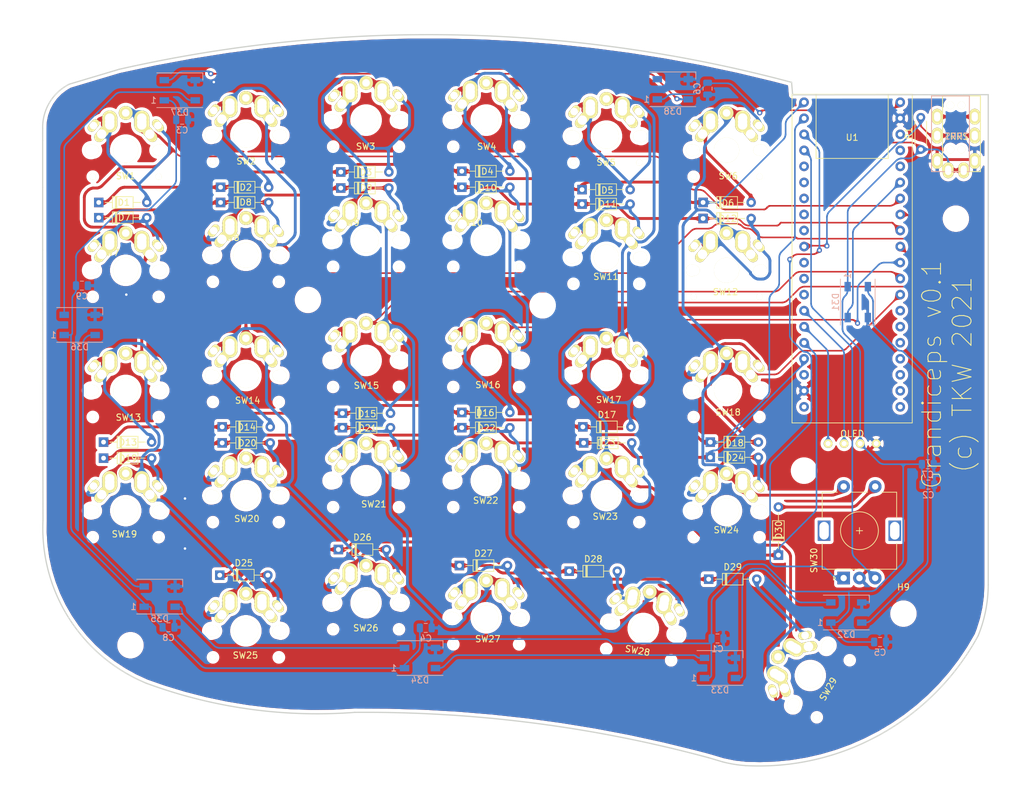
<source format=kicad_pcb>
(kicad_pcb (version 20171130) (host pcbnew 5.1.5+dfsg1-2build2)
  (layers (0 F.Cu signal) (31 B.Cu signal) (34 B.Paste user) (35 F.Paste user) (36 B.SilkS user) (37 F.SilkS user) (38 B.Mask user) (39 F.Mask user) (44 Edge.Cuts user))
  (net 0 "")
  (net 1 GND)
  (net 2 +5V)
  (net 3 "Net-(D1-Pad2)")
  (net 4 row0)
  (net 5 "Net-(D2-Pad2)")
  (net 6 "Net-(D3-Pad2)")
  (net 7 "Net-(D4-Pad2)")
  (net 8 "Net-(D5-Pad2)")
  (net 9 "Net-(D6-Pad2)")
  (net 10 "Net-(D7-Pad2)")
  (net 11 row4)
  (net 12 "Net-(D8-Pad2)")
  (net 13 "Net-(D9-Pad2)")
  (net 14 "Net-(D12-Pad2)")
  (net 15 RGB)
  (net 16 "Net-(D17-Pad2)")
  (net 17 row1)
  (net 18 "Net-(D18-Pad2)")
  (net 19 "Net-(D19-Pad2)")
  (net 20 "Net-(D20-Pad2)")
  (net 21 "Net-(D21-Pad2)")
  (net 22 "Net-(D22-Pad2)")
  (net 23 "Net-(D23-Pad2)")
  (net 24 "Net-(D33-Pad2)")
  (net 25 row2)
  (net 26 "Net-(D34-Pad2)")
  (net 27 "Net-(D35-Pad2)")
  (net 28 "Net-(D36-Pad2)")
  (net 29 "Net-(D37-Pad2)")
  (net 30 "Net-(D38-Pad2)")
  (net 31 row3)
  (net 32 col0)
  (net 33 col1)
  (net 34 col2)
  (net 35 col3)
  (net 36 col4)
  (net 37 col5)
  (net 38 ROT1A)
  (net 39 ROT1B)
  (net 40 "Net-(D10-Pad2)")
  (net 41 "Net-(D11-Pad2)")
  (net 42 "Net-(D13-Pad2)")
  (net 43 "Net-(D14-Pad2)")
  (net 44 "Net-(D15-Pad2)")
  (net 45 "Net-(D16-Pad2)")
  (net 46 "Net-(D24-Pad2)")
  (net 47 "Net-(D25-Pad2)")
  (net 48 "Net-(D26-Pad2)")
  (net 49 "Net-(D27-Pad2)")
  (net 50 "Net-(D28-Pad2)")
  (net 51 "Net-(D29-Pad2)")
  (net 52 "Net-(D30-Pad2)")
  (net 53 "Net-(D31-Pad2)")
  (net 54 "Net-(D32-Pad2)")
  (net 55 "Net-(U1-Pad36)")
  (net 56 "Net-(U1-Pad35)")
  (net 57 "Net-(U1-Pad34)")
  (net 58 "Net-(U1-Pad33)")
  (net 59 "Net-(U1-Pad32)")
  (net 60 "Net-(U1-Pad23)")
  (net 61 "Net-(U1-Pad21)")
  (net 62 "Net-(U1-Pad20)")
  (net 63 "Net-(U1-Pad5)")
  (net 64 "Net-(U1-Pad3)")
  (net 65 "Net-(J1-PadC)")
  (net 66 "Net-(J1-PadB)")
  (net 67 "Net-(U1-Pad30)")
  (net 68 "Net-(U1-Pad29)")
  (net 69 "Net-(U1-Pad28)")
  (net 70 "Net-(U1-Pad19)")
  (net 71 "Net-(U1-Pad18)")
  (net 72 "Net-(U1-Pad17)")
  (net 73 "Net-(U1-Pad15)")
  (net 74 "Net-(U1-Pad14)")
  (net 75 SCL)
  (net 76 SDA)
  (net 77 "Net-(U1-Pad4)")
  (module Resistor_THT:R_Axial_DIN0204_L3.6mm_D1.6mm_P5.08mm_Horizontal (layer F.Cu) (at 190.983 58.7502 90)
    (fp_text reference R1 (at 2.54 -1.92 90) (layer F.SilkS))
    (fp_text value R_Small)
    (pad 2 thru_hole oval (at 5.08 0 90) (size 1.4 1.4) (drill 0.7) (layers *.Cu *.Mask) (net 65 "Net-(J1-PadC)"))
    (pad 1 thru_hole circle (at 0 0 90) (size 1.4 1.4) (drill 0.7) (layers *.Cu *.Mask) (net 2 +5V))
  )
  (module tkw:Blackpill (layer F.Cu) (at 180.111 56.3626)
    (fp_text reference U1 (at 0 0.5) (layer F.SilkS))
    (fp_text value WeActBlackPill)
    (pad 1 thru_hole circle (at 7.62 -5.08) (size 1.524 1.524) (drill 0.762) (layers *.Cu *.Mask) (net 2 +5V))
    (pad 2 thru_hole circle (at 7.62 -2.54) (size 1.524 1.524) (drill 0.762) (layers *.Cu *.Mask) (net 1 GND))
    (pad 3 thru_hole circle (at 7.62 0) (size 1.524 1.524) (drill 0.762) (layers *.Cu *.Mask) (net 64 "Net-(U1-Pad3)"))
    (pad 4 thru_hole circle (at 7.62 2.54) (size 1.524 1.524) (drill 0.762) (layers *.Cu *.Mask) (net 77 "Net-(U1-Pad4)"))
    (pad 5 thru_hole circle (at 7.62 5.08) (size 1.524 1.524) (drill 0.762) (layers *.Cu *.Mask) (net 63 "Net-(U1-Pad5)"))
    (pad 6 thru_hole circle (at 7.62 7.62) (size 1.524 1.524) (drill 0.762) (layers *.Cu *.Mask) (net 15 RGB))
    (pad 7 thru_hole circle (at 7.62 10.16) (size 1.524 1.524) (drill 0.762) (layers *.Cu *.Mask) (net 32 col0))
    (pad 8 thru_hole circle (at 7.62 12.7) (size 1.524 1.524) (drill 0.762) (layers *.Cu *.Mask) (net 33 col1))
    (pad 9 thru_hole circle (at 7.62 15.24) (size 1.524 1.524) (drill 0.762) (layers *.Cu *.Mask) (net 17 row1))
    (pad 10 thru_hole circle (at 7.62 17.78) (size 1.524 1.524) (drill 0.762) (layers *.Cu *.Mask) (net 35 col3))
    (pad 11 thru_hole circle (at 7.62 20.32) (size 1.524 1.524) (drill 0.762) (layers *.Cu *.Mask) (net 36 col4))
    (pad 12 thru_hole circle (at 7.62 22.86) (size 1.524 1.524) (drill 0.762) (layers *.Cu *.Mask) (net 34 col2))
    (pad 13 thru_hole circle (at 7.62 25.4) (size 1.524 1.524) (drill 0.762) (layers *.Cu *.Mask) (net 37 col5))
    (pad 14 thru_hole circle (at 7.62 27.94) (size 1.524 1.524) (drill 0.762) (layers *.Cu *.Mask) (net 74 "Net-(U1-Pad14)"))
    (pad 15 thru_hole circle (at 7.62 30.48) (size 1.524 1.524) (drill 0.762) (layers *.Cu *.Mask) (net 73 "Net-(U1-Pad15)"))
    (pad 16 thru_hole circle (at 7.62 33.02) (size 1.524 1.524) (drill 0.762) (layers *.Cu *.Mask))
    (pad 17 thru_hole circle (at 7.62 35.56) (size 1.524 1.524) (drill 0.762) (layers *.Cu *.Mask) (net 72 "Net-(U1-Pad17)"))
    (pad 18 thru_hole circle (at 7.62 38.1) (size 1.524 1.524) (drill 0.762) (layers *.Cu *.Mask) (net 71 "Net-(U1-Pad18)"))
    (pad 19 thru_hole circle (at 7.62 40.64) (size 1.524 1.524) (drill 0.762) (layers *.Cu *.Mask) (net 70 "Net-(U1-Pad19)"))
    (pad 20 thru_hole circle (at 7.62 43.18) (size 1.524 1.524) (drill 0.762) (layers *.Cu *.Mask) (net 62 "Net-(U1-Pad20)"))
    (pad 21 thru_hole circle (at -7.62 43.18) (size 1.524 1.524) (drill 0.762) (layers *.Cu *.Mask) (net 61 "Net-(U1-Pad21)"))
    (pad 22 thru_hole circle (at -7.62 40.64) (size 1.524 1.524) (drill 0.762) (layers *.Cu *.Mask) (net 1 GND))
    (pad 23 thru_hole circle (at -7.62 38.1) (size 1.524 1.524) (drill 0.762) (layers *.Cu *.Mask) (net 60 "Net-(U1-Pad23)"))
    (pad 24 thru_hole circle (at -7.62 35.56) (size 1.524 1.524) (drill 0.762) (layers *.Cu *.Mask) (net 31 row3))
    (pad 25 thru_hole circle (at -7.62 33.02) (size 1.524 1.524) (drill 0.762) (layers *.Cu *.Mask) (net 11 row4))
    (pad 26 thru_hole circle (at -7.62 30.48) (size 1.524 1.524) (drill 0.762) (layers *.Cu *.Mask) (net 76 SDA))
    (pad 27 thru_hole circle (at -7.62 27.94) (size 1.524 1.524) (drill 0.762) (layers *.Cu *.Mask) (net 75 SCL))
    (pad 28 thru_hole circle (at -7.62 25.4) (size 1.524 1.524) (drill 0.762) (layers *.Cu *.Mask) (net 69 "Net-(U1-Pad28)"))
    (pad 29 thru_hole circle (at -7.62 22.86) (size 1.524 1.524) (drill 0.762) (layers *.Cu *.Mask) (net 68 "Net-(U1-Pad29)"))
    (pad 30 thru_hole circle (at -7.62 20.32) (size 1.524 1.524) (drill 0.762) (layers *.Cu *.Mask) (net 67 "Net-(U1-Pad30)"))
    (pad 31 thru_hole circle (at -7.62 17.78) (size 1.524 1.524) (drill 0.762) (layers *.Cu *.Mask) (net 65 "Net-(J1-PadC)"))
    (pad 32 thru_hole circle (at -7.62 15.24) (size 1.524 1.524) (drill 0.762) (layers *.Cu *.Mask) (net 59 "Net-(U1-Pad32)"))
    (pad 33 thru_hole circle (at -7.62 12.7) (size 1.524 1.524) (drill 0.762) (layers *.Cu *.Mask) (net 58 "Net-(U1-Pad33)"))
    (pad 34 thru_hole circle (at -7.62 10.16) (size 1.524 1.524) (drill 0.762) (layers *.Cu *.Mask) (net 57 "Net-(U1-Pad34)"))
    (pad 35 thru_hole circle (at -7.62 7.62) (size 1.524 1.524) (drill 0.762) (layers *.Cu *.Mask) (net 56 "Net-(U1-Pad35)"))
    (pad 36 thru_hole circle (at -7.62 5.08) (size 1.524 1.524) (drill 0.762) (layers *.Cu *.Mask) (net 55 "Net-(U1-Pad36)"))
    (pad 37 thru_hole circle (at -7.62 2.54) (size 1.524 1.524) (drill 0.762) (layers *.Cu *.Mask) (net 39 ROT1B))
    (pad 38 thru_hole circle (at -7.62 0) (size 1.524 1.524) (drill 0.762) (layers *.Cu *.Mask) (net 38 ROT1A))
    (pad 39 thru_hole circle (at -7.62 -2.54) (size 1.524 1.524) (drill 0.762) (layers *.Cu *.Mask) (net 25 row2))
    (pad 40 thru_hole circle (at -7.62 -5.08) (size 1.524 1.524) (drill 0.762) (layers *.Cu *.Mask) (net 4 row0))
  )
  (module Diode_THT:D_DO-34_SOD68_P7.62mm_Horizontal (layer F.Cu) (at 99.085 64.8716)
    (fp_text reference D9 (at 4.0136 -0.0254) (layer F.SilkS))
    (fp_text value D_Small)
    (pad 2 thru_hole oval (at 7.62 0) (size 1.5 1.5) (drill 0.75) (layers *.Cu *.Mask) (net 13 "Net-(D9-Pad2)"))
    (pad 1 thru_hole rect (at 0 0) (size 1.5 1.5) (drill 0.75) (layers *.Cu *.Mask) (net 17 row1))
  )
  (module foostan:OLED_v2 (layer F.Cu) (at 180.111 105.359)
    (fp_text reference OL1)
    (fp_text value OLED hide)
    (fp_text user OLED (at 0 -1.55) (layer F.SilkS))
    (pad 4 thru_hole circle (at 3.81 0) (size 1.397 1.397) (drill 0.8128) (layers *.Cu F.SilkS B.Mask) (net 1 GND))
    (pad 3 thru_hole circle (at 1.27 0) (size 1.397 1.397) (drill 0.8128) (layers *.Cu F.SilkS B.Mask) (net 2 +5V))
    (pad 2 thru_hole circle (at -1.27 0) (size 1.397 1.397) (drill 0.8128) (layers *.Cu F.SilkS B.Mask) (net 75 SCL))
    (pad 1 thru_hole circle (at -3.81 0) (size 1.397 1.397) (drill 0.8128) (layers *.Cu F.SilkS B.Mask) (net 76 SDA))
  )
  (module foostan:MJ-4PP-9 (layer F.Cu) (at 197.434 50.2666)
    (fp_text reference J1)
    (fp_text value MJ-4PP-9 hide)
    (fp_text user TRRS (at -0.75 6.45) (layer F.SilkS))
    (fp_text user TRRS (at -0.8255 6.4135) (layer B.SilkS) (effects (justify mirror)))
    (pad A thru_hole oval (at -2.1 11.8) (size 1.7 2.5) (drill oval 1 1.5) (layers *.Cu *.Mask F.SilkS) (net 2 +5V) (clearance 0.15))
    (pad D thru_hole oval (at 2.1 10.3) (size 1.7 2.5) (drill oval 1 1.5) (layers *.Cu *.Mask F.SilkS) (net 1 GND) (clearance 0.15))
    (pad C thru_hole oval (at 2.1 6.3) (size 1.7 2.5) (drill oval 1 1.5) (layers *.Cu *.Mask F.SilkS) (net 65 "Net-(J1-PadC)"))
    (pad B thru_hole oval (at 2.1 3.3) (size 1.7 2.5) (drill oval 1 1.5) (layers *.Cu *.Mask F.SilkS) (net 66 "Net-(J1-PadB)"))
    (pad "" np_thru_hole circle (at 0 8.5) (size 1.2 1.2) (drill 1.2) (layers *.Cu *.Mask F.SilkS))
    (pad "" np_thru_hole circle (at 0 1.5) (size 1.2 1.2) (drill 1.2) (layers *.Cu *.Mask F.SilkS))
    (pad C thru_hole oval (at -3.85 6.3) (size 1.7 2.5) (drill oval 1 1.5) (layers *.Cu *.Mask F.SilkS) (net 65 "Net-(J1-PadC)"))
    (pad B thru_hole oval (at -3.85 3.3) (size 1.7 2.5) (drill oval 1 1.5) (layers *.Cu *.Mask F.SilkS) (net 66 "Net-(J1-PadB)"))
    (pad A thru_hole oval (at 0.35 11.8) (size 1.7 2.5) (drill oval 1 1.5) (layers *.Cu *.Mask F.SilkS) (net 2 +5V) (clearance 0.15))
    (pad D thru_hole oval (at -3.85 10.3) (size 1.7 2.5) (drill oval 1 1.5) (layers *.Cu *.Mask F.SilkS) (net 1 GND) (clearance 0.15))
    (pad "" np_thru_hole circle (at -1.75 1.5) (size 1.2 1.2) (drill 1.2) (layers *.Cu *.Mask F.SilkS))
    (pad "" np_thru_hole circle (at -1.75 8.5) (size 1.2 1.2) (drill 1.2) (layers *.Cu *.Mask F.SilkS))
  )
  (module foostan:MX_ALPS_PG1350_noLed (layer F.Cu) (at 173.482 142.113 60)
    (fp_text reference SW29 (at -0.447349 3.543169 60) (layer F.SilkS))
    (fp_text value C)
    (pad "" np_thru_hole circle (at -5.22 4.2 60) (size 1 1) (drill 1) (layers *.Cu *.Mask F.SilkS))
    (pad "" np_thru_hole circle (at 5.22 4.2 60) (size 1 1) (drill 1) (layers *.Cu *.Mask F.SilkS))
    (pad "" np_thru_hole circle (at -5.08 0 60) (size 1.7 1.7) (drill 1.7) (layers *.Cu *.Mask F.SilkS))
    (pad "" np_thru_hole circle (at 5.08 0 60) (size 1.7 1.7) (drill 1.7) (layers *.Cu *.Mask F.SilkS))
    (pad 1 thru_hole circle (at -2.54 -4.5 60) (size 2.4 2.4) (drill 1.5) (layers *.Cu *.Mask F.SilkS) (net 51 "Net-(D29-Pad2)"))
    (pad 1 thru_hole circle (at -2.54 -4 60) (size 2.4 2.4) (drill 1.5) (layers *.Cu *.Mask F.SilkS) (net 51 "Net-(D29-Pad2)"))
    (pad 2 thru_hole circle (at 2.54 -4 60) (size 2.4 2.4) (drill 1.5) (layers *.Cu *.Mask F.SilkS) (net 36 col4))
    (pad 2 thru_hole circle (at 2.54 -4.5 60) (size 2.4 2.4) (drill 1.5) (layers *.Cu *.Mask F.SilkS) (net 36 col4))
    (pad 2 thru_hole oval (at 3.81 -2.54 10) (size 2.8 1.55) (drill 1.5) (layers *.Cu *.Mask F.SilkS) (net 36 col4))
    (pad 1 thru_hole circle (at -2.54 -5.08 60) (size 2.4 2.4) (drill 1.5) (layers *.Cu *.Mask F.SilkS) (net 51 "Net-(D29-Pad2)"))
    (pad 1 thru_hole oval (at -3.81 -2.54 110) (size 2.8 1.55) (drill 1.5) (layers *.Cu *.Mask F.SilkS) (net 51 "Net-(D29-Pad2)"))
    (pad 2 thru_hole circle (at 2.54 -5.08 60) (size 2.4 2.4) (drill 1.5) (layers *.Cu *.Mask F.SilkS) (net 36 col4))
    (pad 2 thru_hole circle (at 0 -5.9 150) (size 2.2 2.2) (drill 1.2) (layers *.Cu *.Mask F.SilkS) (net 36 col4))
    (pad 1 thru_hole oval (at -5.1 -3.9 110) (size 2.2 1.25) (drill 1.2) (layers *.Cu *.Mask F.SilkS) (net 51 "Net-(D29-Pad2)"))
    (pad "" np_thru_hole circle (at 5.5 0 150) (size 1.9 1.9) (drill 1.9) (layers *.Cu *.Mask F.SilkS))
    (pad "" np_thru_hole circle (at -5.5 0 150) (size 1.9 1.9) (drill 1.9) (layers *.Cu *.Mask F.SilkS))
    (pad "" np_thru_hole circle (at 0 0 150) (size 4 4) (drill 4) (layers *.Cu *.Mask F.SilkS))
    (pad 1 thru_hole oval (at 5.1 -3.9 10) (size 2.2 1.25) (drill 1.2) (layers *.Cu *.Mask F.SilkS) (net 51 "Net-(D29-Pad2)"))
  )
  (module foostan:MX_ALPS_PG1350_noLed (layer F.Cu) (at 147.015 134.671 350)
    (fp_text reference SW28 (at -0.291674 3.6105 170) (layer F.SilkS))
    (fp_text value X)
    (pad "" np_thru_hole circle (at -5.22 4.2 350) (size 1 1) (drill 1) (layers *.Cu *.Mask F.SilkS))
    (pad "" np_thru_hole circle (at 5.22 4.2 350) (size 1 1) (drill 1) (layers *.Cu *.Mask F.SilkS))
    (pad "" np_thru_hole circle (at -5.08 0 350) (size 1.7 1.7) (drill 1.7) (layers *.Cu *.Mask F.SilkS))
    (pad "" np_thru_hole circle (at 5.08 0 350) (size 1.7 1.7) (drill 1.7) (layers *.Cu *.Mask F.SilkS))
    (pad 1 thru_hole circle (at -2.54 -4.5 350) (size 2.4 2.4) (drill 1.5) (layers *.Cu *.Mask F.SilkS) (net 50 "Net-(D28-Pad2)"))
    (pad 1 thru_hole circle (at -2.54 -4 350) (size 2.4 2.4) (drill 1.5) (layers *.Cu *.Mask F.SilkS) (net 50 "Net-(D28-Pad2)"))
    (pad 2 thru_hole circle (at 2.54 -4 350) (size 2.4 2.4) (drill 1.5) (layers *.Cu *.Mask F.SilkS) (net 35 col3))
    (pad 2 thru_hole circle (at 2.54 -4.5 350) (size 2.4 2.4) (drill 1.5) (layers *.Cu *.Mask F.SilkS) (net 35 col3))
    (pad 2 thru_hole oval (at 3.81 -2.54 300) (size 2.8 1.55) (drill 1.5) (layers *.Cu *.Mask F.SilkS) (net 35 col3))
    (pad 1 thru_hole circle (at -2.54 -5.08 350) (size 2.4 2.4) (drill 1.5) (layers *.Cu *.Mask F.SilkS) (net 50 "Net-(D28-Pad2)"))
    (pad 1 thru_hole oval (at -3.81 -2.54 40) (size 2.8 1.55) (drill 1.5) (layers *.Cu *.Mask F.SilkS) (net 50 "Net-(D28-Pad2)"))
    (pad 2 thru_hole circle (at 2.54 -5.08 350) (size 2.4 2.4) (drill 1.5) (layers *.Cu *.Mask F.SilkS) (net 35 col3))
    (pad 2 thru_hole circle (at 0 -5.9 80) (size 2.2 2.2) (drill 1.2) (layers *.Cu *.Mask F.SilkS) (net 35 col3))
    (pad 1 thru_hole oval (at -5.1 -3.9 40) (size 2.2 1.25) (drill 1.2) (layers *.Cu *.Mask F.SilkS) (net 50 "Net-(D28-Pad2)"))
    (pad "" np_thru_hole circle (at 5.5 0 80) (size 1.9 1.9) (drill 1.9) (layers *.Cu *.Mask F.SilkS))
    (pad "" np_thru_hole circle (at -5.5 0 80) (size 1.9 1.9) (drill 1.9) (layers *.Cu *.Mask F.SilkS))
    (pad "" np_thru_hole circle (at 0 0 80) (size 4 4) (drill 4) (layers *.Cu *.Mask F.SilkS))
    (pad 1 thru_hole oval (at 5.1 -3.9 300) (size 2.2 1.25) (drill 1.2) (layers *.Cu *.Mask F.SilkS) (net 50 "Net-(D28-Pad2)"))
  )
  (module foostan:MX_ALPS_PG1350_noLed (layer F.Cu) (at 122.129 132.973)
    (fp_text reference SW27 (at 0.2482 3.3488) (layer F.SilkS))
    (fp_text value ALT)
    (pad "" np_thru_hole circle (at -5.22 4.2) (size 1 1) (drill 1) (layers *.Cu *.Mask F.SilkS))
    (pad "" np_thru_hole circle (at 5.22 4.2) (size 1 1) (drill 1) (layers *.Cu *.Mask F.SilkS))
    (pad "" np_thru_hole circle (at -5.08 0) (size 1.7 1.7) (drill 1.7) (layers *.Cu *.Mask F.SilkS))
    (pad "" np_thru_hole circle (at 5.08 0) (size 1.7 1.7) (drill 1.7) (layers *.Cu *.Mask F.SilkS))
    (pad 1 thru_hole circle (at -2.54 -4.5) (size 2.4 2.4) (drill 1.5) (layers *.Cu *.Mask F.SilkS) (net 49 "Net-(D27-Pad2)"))
    (pad 1 thru_hole circle (at -2.54 -4) (size 2.4 2.4) (drill 1.5) (layers *.Cu *.Mask F.SilkS) (net 49 "Net-(D27-Pad2)"))
    (pad 2 thru_hole circle (at 2.54 -4) (size 2.4 2.4) (drill 1.5) (layers *.Cu *.Mask F.SilkS) (net 34 col2))
    (pad 2 thru_hole circle (at 2.54 -4.5) (size 2.4 2.4) (drill 1.5) (layers *.Cu *.Mask F.SilkS) (net 34 col2))
    (pad 2 thru_hole oval (at 3.81 -2.54 310) (size 2.8 1.55) (drill 1.5) (layers *.Cu *.Mask F.SilkS) (net 34 col2))
    (pad 1 thru_hole circle (at -2.54 -5.08) (size 2.4 2.4) (drill 1.5) (layers *.Cu *.Mask F.SilkS) (net 49 "Net-(D27-Pad2)"))
    (pad 1 thru_hole oval (at -3.81 -2.54 50) (size 2.8 1.55) (drill 1.5) (layers *.Cu *.Mask F.SilkS) (net 49 "Net-(D27-Pad2)"))
    (pad 2 thru_hole circle (at 2.54 -5.08) (size 2.4 2.4) (drill 1.5) (layers *.Cu *.Mask F.SilkS) (net 34 col2))
    (pad 2 thru_hole circle (at 0 -5.9 90) (size 2.2 2.2) (drill 1.2) (layers *.Cu *.Mask F.SilkS) (net 34 col2))
    (pad 1 thru_hole oval (at -5.1 -3.9 50) (size 2.2 1.25) (drill 1.2) (layers *.Cu *.Mask F.SilkS) (net 49 "Net-(D27-Pad2)"))
    (pad "" np_thru_hole circle (at 5.5 0 90) (size 1.9 1.9) (drill 1.9) (layers *.Cu *.Mask F.SilkS))
    (pad "" np_thru_hole circle (at -5.5 0 90) (size 1.9 1.9) (drill 1.9) (layers *.Cu *.Mask F.SilkS))
    (pad "" np_thru_hole circle (at 0 0 90) (size 4 4) (drill 4) (layers *.Cu *.Mask F.SilkS))
    (pad 1 thru_hole oval (at 5.1 -3.9 310) (size 2.2 1.25) (drill 1.2) (layers *.Cu *.Mask F.SilkS) (net 49 "Net-(D27-Pad2)"))
  )
  (module foostan:MX_ALPS_PG1350_noLed (layer F.Cu) (at 103.089 130.593)
    (fp_text reference SW26 (at -0.0412 4.0016) (layer F.SilkS))
    (fp_text value SUPER)
    (pad "" np_thru_hole circle (at -5.22 4.2) (size 1 1) (drill 1) (layers *.Cu *.Mask F.SilkS))
    (pad "" np_thru_hole circle (at 5.22 4.2) (size 1 1) (drill 1) (layers *.Cu *.Mask F.SilkS))
    (pad "" np_thru_hole circle (at -5.08 0) (size 1.7 1.7) (drill 1.7) (layers *.Cu *.Mask F.SilkS))
    (pad "" np_thru_hole circle (at 5.08 0) (size 1.7 1.7) (drill 1.7) (layers *.Cu *.Mask F.SilkS))
    (pad 1 thru_hole circle (at -2.54 -4.5) (size 2.4 2.4) (drill 1.5) (layers *.Cu *.Mask F.SilkS) (net 48 "Net-(D26-Pad2)"))
    (pad 1 thru_hole circle (at -2.54 -4) (size 2.4 2.4) (drill 1.5) (layers *.Cu *.Mask F.SilkS) (net 48 "Net-(D26-Pad2)"))
    (pad 2 thru_hole circle (at 2.54 -4) (size 2.4 2.4) (drill 1.5) (layers *.Cu *.Mask F.SilkS) (net 33 col1))
    (pad 2 thru_hole circle (at 2.54 -4.5) (size 2.4 2.4) (drill 1.5) (layers *.Cu *.Mask F.SilkS) (net 33 col1))
    (pad 2 thru_hole oval (at 3.81 -2.54 310) (size 2.8 1.55) (drill 1.5) (layers *.Cu *.Mask F.SilkS) (net 33 col1))
    (pad 1 thru_hole circle (at -2.54 -5.08) (size 2.4 2.4) (drill 1.5) (layers *.Cu *.Mask F.SilkS) (net 48 "Net-(D26-Pad2)"))
    (pad 1 thru_hole oval (at -3.81 -2.54 50) (size 2.8 1.55) (drill 1.5) (layers *.Cu *.Mask F.SilkS) (net 48 "Net-(D26-Pad2)"))
    (pad 2 thru_hole circle (at 2.54 -5.08) (size 2.4 2.4) (drill 1.5) (layers *.Cu *.Mask F.SilkS) (net 33 col1))
    (pad 2 thru_hole circle (at 0 -5.9 90) (size 2.2 2.2) (drill 1.2) (layers *.Cu *.Mask F.SilkS) (net 33 col1))
    (pad 1 thru_hole oval (at -5.1 -3.9 50) (size 2.2 1.25) (drill 1.2) (layers *.Cu *.Mask F.SilkS) (net 48 "Net-(D26-Pad2)"))
    (pad "" np_thru_hole circle (at 5.5 0 90) (size 1.9 1.9) (drill 1.9) (layers *.Cu *.Mask F.SilkS))
    (pad "" np_thru_hole circle (at -5.5 0 90) (size 1.9 1.9) (drill 1.9) (layers *.Cu *.Mask F.SilkS))
    (pad "" np_thru_hole circle (at 0 0 90) (size 4 4) (drill 4) (layers *.Cu *.Mask F.SilkS))
    (pad 1 thru_hole oval (at 5.1 -3.9 310) (size 2.2 1.25) (drill 1.2) (layers *.Cu *.Mask F.SilkS) (net 48 "Net-(D26-Pad2)"))
  )
  (module foostan:MX_ALPS_PG1350_noLed (layer F.Cu) (at 84.049 135.033)
    (fp_text reference SW25 (at -0.0766 3.8796) (layer F.SilkS))
    (fp_text value CTRL)
    (pad "" np_thru_hole circle (at -5.22 4.2) (size 1 1) (drill 1) (layers *.Cu *.Mask F.SilkS))
    (pad "" np_thru_hole circle (at 5.22 4.2) (size 1 1) (drill 1) (layers *.Cu *.Mask F.SilkS))
    (pad "" np_thru_hole circle (at -5.08 0) (size 1.7 1.7) (drill 1.7) (layers *.Cu *.Mask F.SilkS))
    (pad "" np_thru_hole circle (at 5.08 0) (size 1.7 1.7) (drill 1.7) (layers *.Cu *.Mask F.SilkS))
    (pad 1 thru_hole circle (at -2.54 -4.5) (size 2.4 2.4) (drill 1.5) (layers *.Cu *.Mask F.SilkS) (net 47 "Net-(D25-Pad2)"))
    (pad 1 thru_hole circle (at -2.54 -4) (size 2.4 2.4) (drill 1.5) (layers *.Cu *.Mask F.SilkS) (net 47 "Net-(D25-Pad2)"))
    (pad 2 thru_hole circle (at 2.54 -4) (size 2.4 2.4) (drill 1.5) (layers *.Cu *.Mask F.SilkS) (net 32 col0))
    (pad 2 thru_hole circle (at 2.54 -4.5) (size 2.4 2.4) (drill 1.5) (layers *.Cu *.Mask F.SilkS) (net 32 col0))
    (pad 2 thru_hole oval (at 3.81 -2.54 310) (size 2.8 1.55) (drill 1.5) (layers *.Cu *.Mask F.SilkS) (net 32 col0))
    (pad 1 thru_hole circle (at -2.54 -5.08) (size 2.4 2.4) (drill 1.5) (layers *.Cu *.Mask F.SilkS) (net 47 "Net-(D25-Pad2)"))
    (pad 1 thru_hole oval (at -3.81 -2.54 50) (size 2.8 1.55) (drill 1.5) (layers *.Cu *.Mask F.SilkS) (net 47 "Net-(D25-Pad2)"))
    (pad 2 thru_hole circle (at 2.54 -5.08) (size 2.4 2.4) (drill 1.5) (layers *.Cu *.Mask F.SilkS) (net 32 col0))
    (pad 2 thru_hole circle (at 0 -5.9 90) (size 2.2 2.2) (drill 1.2) (layers *.Cu *.Mask F.SilkS) (net 32 col0))
    (pad 1 thru_hole oval (at -5.1 -3.9 50) (size 2.2 1.25) (drill 1.2) (layers *.Cu *.Mask F.SilkS) (net 47 "Net-(D25-Pad2)"))
    (pad "" np_thru_hole circle (at 5.5 0 90) (size 1.9 1.9) (drill 1.9) (layers *.Cu *.Mask F.SilkS))
    (pad "" np_thru_hole circle (at -5.5 0 90) (size 1.9 1.9) (drill 1.9) (layers *.Cu *.Mask F.SilkS))
    (pad "" np_thru_hole circle (at 0 0 90) (size 4 4) (drill 4) (layers *.Cu *.Mask F.SilkS))
    (pad 1 thru_hole oval (at 5.1 -3.9 310) (size 2.2 1.25) (drill 1.2) (layers *.Cu *.Mask F.SilkS) (net 47 "Net-(D25-Pad2)"))
  )
  (module foostan:MX_ALPS_PG1350_noLed (layer F.Cu) (at 160.209 115.993)
    (fp_text reference SW24 (at -0.0366 3.0568) (layer F.SilkS))
    (fp_text value V)
    (pad "" np_thru_hole circle (at -5.22 4.2) (size 1 1) (drill 1) (layers *.Cu *.Mask F.SilkS))
    (pad "" np_thru_hole circle (at 5.22 4.2) (size 1 1) (drill 1) (layers *.Cu *.Mask F.SilkS))
    (pad "" np_thru_hole circle (at -5.08 0) (size 1.7 1.7) (drill 1.7) (layers *.Cu *.Mask F.SilkS))
    (pad "" np_thru_hole circle (at 5.08 0) (size 1.7 1.7) (drill 1.7) (layers *.Cu *.Mask F.SilkS))
    (pad 1 thru_hole circle (at -2.54 -4.5) (size 2.4 2.4) (drill 1.5) (layers *.Cu *.Mask F.SilkS) (net 46 "Net-(D24-Pad2)"))
    (pad 1 thru_hole circle (at -2.54 -4) (size 2.4 2.4) (drill 1.5) (layers *.Cu *.Mask F.SilkS) (net 46 "Net-(D24-Pad2)"))
    (pad 2 thru_hole circle (at 2.54 -4) (size 2.4 2.4) (drill 1.5) (layers *.Cu *.Mask F.SilkS) (net 37 col5))
    (pad 2 thru_hole circle (at 2.54 -4.5) (size 2.4 2.4) (drill 1.5) (layers *.Cu *.Mask F.SilkS) (net 37 col5))
    (pad 2 thru_hole oval (at 3.81 -2.54 310) (size 2.8 1.55) (drill 1.5) (layers *.Cu *.Mask F.SilkS) (net 37 col5))
    (pad 1 thru_hole circle (at -2.54 -5.08) (size 2.4 2.4) (drill 1.5) (layers *.Cu *.Mask F.SilkS) (net 46 "Net-(D24-Pad2)"))
    (pad 1 thru_hole oval (at -3.81 -2.54 50) (size 2.8 1.55) (drill 1.5) (layers *.Cu *.Mask F.SilkS) (net 46 "Net-(D24-Pad2)"))
    (pad 2 thru_hole circle (at 2.54 -5.08) (size 2.4 2.4) (drill 1.5) (layers *.Cu *.Mask F.SilkS) (net 37 col5))
    (pad 2 thru_hole circle (at 0 -5.9 90) (size 2.2 2.2) (drill 1.2) (layers *.Cu *.Mask F.SilkS) (net 37 col5))
    (pad 1 thru_hole oval (at -5.1 -3.9 50) (size 2.2 1.25) (drill 1.2) (layers *.Cu *.Mask F.SilkS) (net 46 "Net-(D24-Pad2)"))
    (pad "" np_thru_hole circle (at 5.5 0 90) (size 1.9 1.9) (drill 1.9) (layers *.Cu *.Mask F.SilkS))
    (pad "" np_thru_hole circle (at -5.5 0 90) (size 1.9 1.9) (drill 1.9) (layers *.Cu *.Mask F.SilkS))
    (pad "" np_thru_hole circle (at 0 0 90) (size 4 4) (drill 4) (layers *.Cu *.Mask F.SilkS))
    (pad 1 thru_hole oval (at 5.1 -3.9 310) (size 2.2 1.25) (drill 1.2) (layers *.Cu *.Mask F.SilkS) (net 46 "Net-(D24-Pad2)"))
  )
  (module foostan:MX_ALPS_PG1350_noLed (layer F.Cu) (at 141.169 113.613)
    (fp_text reference SW23 (at -0.1736 3.3032) (layer F.SilkS))
    (fp_text value C)
    (pad "" np_thru_hole circle (at -5.22 4.2) (size 1 1) (drill 1) (layers *.Cu *.Mask F.SilkS))
    (pad "" np_thru_hole circle (at 5.22 4.2) (size 1 1) (drill 1) (layers *.Cu *.Mask F.SilkS))
    (pad "" np_thru_hole circle (at -5.08 0) (size 1.7 1.7) (drill 1.7) (layers *.Cu *.Mask F.SilkS))
    (pad "" np_thru_hole circle (at 5.08 0) (size 1.7 1.7) (drill 1.7) (layers *.Cu *.Mask F.SilkS))
    (pad 1 thru_hole circle (at -2.54 -4.5) (size 2.4 2.4) (drill 1.5) (layers *.Cu *.Mask F.SilkS) (net 23 "Net-(D23-Pad2)"))
    (pad 1 thru_hole circle (at -2.54 -4) (size 2.4 2.4) (drill 1.5) (layers *.Cu *.Mask F.SilkS) (net 23 "Net-(D23-Pad2)"))
    (pad 2 thru_hole circle (at 2.54 -4) (size 2.4 2.4) (drill 1.5) (layers *.Cu *.Mask F.SilkS) (net 36 col4))
    (pad 2 thru_hole circle (at 2.54 -4.5) (size 2.4 2.4) (drill 1.5) (layers *.Cu *.Mask F.SilkS) (net 36 col4))
    (pad 2 thru_hole oval (at 3.81 -2.54 310) (size 2.8 1.55) (drill 1.5) (layers *.Cu *.Mask F.SilkS) (net 36 col4))
    (pad 1 thru_hole circle (at -2.54 -5.08) (size 2.4 2.4) (drill 1.5) (layers *.Cu *.Mask F.SilkS) (net 23 "Net-(D23-Pad2)"))
    (pad 1 thru_hole oval (at -3.81 -2.54 50) (size 2.8 1.55) (drill 1.5) (layers *.Cu *.Mask F.SilkS) (net 23 "Net-(D23-Pad2)"))
    (pad 2 thru_hole circle (at 2.54 -5.08) (size 2.4 2.4) (drill 1.5) (layers *.Cu *.Mask F.SilkS) (net 36 col4))
    (pad 2 thru_hole circle (at 0 -5.9 90) (size 2.2 2.2) (drill 1.2) (layers *.Cu *.Mask F.SilkS) (net 36 col4))
    (pad 1 thru_hole oval (at -5.1 -3.9 50) (size 2.2 1.25) (drill 1.2) (layers *.Cu *.Mask F.SilkS) (net 23 "Net-(D23-Pad2)"))
    (pad "" np_thru_hole circle (at 5.5 0 90) (size 1.9 1.9) (drill 1.9) (layers *.Cu *.Mask F.SilkS))
    (pad "" np_thru_hole circle (at -5.5 0 90) (size 1.9 1.9) (drill 1.9) (layers *.Cu *.Mask F.SilkS))
    (pad "" np_thru_hole circle (at 0 0 90) (size 4 4) (drill 4) (layers *.Cu *.Mask F.SilkS))
    (pad 1 thru_hole oval (at 5.1 -3.9 310) (size 2.2 1.25) (drill 1.2) (layers *.Cu *.Mask F.SilkS) (net 23 "Net-(D23-Pad2)"))
  )
  (module foostan:MX_ALPS_PG1350_noLed (layer F.Cu) (at 122.129 111.233)
    (fp_text reference SW22 (at -0.082 3.1432) (layer F.SilkS))
    (fp_text value X)
    (pad "" np_thru_hole circle (at -5.22 4.2) (size 1 1) (drill 1) (layers *.Cu *.Mask F.SilkS))
    (pad "" np_thru_hole circle (at 5.22 4.2) (size 1 1) (drill 1) (layers *.Cu *.Mask F.SilkS))
    (pad "" np_thru_hole circle (at -5.08 0) (size 1.7 1.7) (drill 1.7) (layers *.Cu *.Mask F.SilkS))
    (pad "" np_thru_hole circle (at 5.08 0) (size 1.7 1.7) (drill 1.7) (layers *.Cu *.Mask F.SilkS))
    (pad 1 thru_hole circle (at -2.54 -4.5) (size 2.4 2.4) (drill 1.5) (layers *.Cu *.Mask F.SilkS) (net 22 "Net-(D22-Pad2)"))
    (pad 1 thru_hole circle (at -2.54 -4) (size 2.4 2.4) (drill 1.5) (layers *.Cu *.Mask F.SilkS) (net 22 "Net-(D22-Pad2)"))
    (pad 2 thru_hole circle (at 2.54 -4) (size 2.4 2.4) (drill 1.5) (layers *.Cu *.Mask F.SilkS) (net 35 col3))
    (pad 2 thru_hole circle (at 2.54 -4.5) (size 2.4 2.4) (drill 1.5) (layers *.Cu *.Mask F.SilkS) (net 35 col3))
    (pad 2 thru_hole oval (at 3.81 -2.54 310) (size 2.8 1.55) (drill 1.5) (layers *.Cu *.Mask F.SilkS) (net 35 col3))
    (pad 1 thru_hole circle (at -2.54 -5.08) (size 2.4 2.4) (drill 1.5) (layers *.Cu *.Mask F.SilkS) (net 22 "Net-(D22-Pad2)"))
    (pad 1 thru_hole oval (at -3.81 -2.54 50) (size 2.8 1.55) (drill 1.5) (layers *.Cu *.Mask F.SilkS) (net 22 "Net-(D22-Pad2)"))
    (pad 2 thru_hole circle (at 2.54 -5.08) (size 2.4 2.4) (drill 1.5) (layers *.Cu *.Mask F.SilkS) (net 35 col3))
    (pad 2 thru_hole circle (at 0 -5.9 90) (size 2.2 2.2) (drill 1.2) (layers *.Cu *.Mask F.SilkS) (net 35 col3))
    (pad 1 thru_hole oval (at -5.1 -3.9 50) (size 2.2 1.25) (drill 1.2) (layers *.Cu *.Mask F.SilkS) (net 22 "Net-(D22-Pad2)"))
    (pad "" np_thru_hole circle (at 5.5 0 90) (size 1.9 1.9) (drill 1.9) (layers *.Cu *.Mask F.SilkS))
    (pad "" np_thru_hole circle (at -5.5 0 90) (size 1.9 1.9) (drill 1.9) (layers *.Cu *.Mask F.SilkS))
    (pad "" np_thru_hole circle (at 0 0 90) (size 4 4) (drill 4) (layers *.Cu *.Mask F.SilkS))
    (pad 1 thru_hole oval (at 5.1 -3.9 310) (size 2.2 1.25) (drill 1.2) (layers *.Cu *.Mask F.SilkS) (net 22 "Net-(D22-Pad2)"))
  )
  (module foostan:MX_ALPS_PG1350_noLed (layer F.Cu) (at 103.089 111.233)
    (fp_text reference SW21 (at 1.2288 3.7274) (layer F.SilkS))
    (fp_text value Z)
    (pad "" np_thru_hole circle (at -5.22 4.2) (size 1 1) (drill 1) (layers *.Cu *.Mask F.SilkS))
    (pad "" np_thru_hole circle (at 5.22 4.2) (size 1 1) (drill 1) (layers *.Cu *.Mask F.SilkS))
    (pad "" np_thru_hole circle (at -5.08 0) (size 1.7 1.7) (drill 1.7) (layers *.Cu *.Mask F.SilkS))
    (pad "" np_thru_hole circle (at 5.08 0) (size 1.7 1.7) (drill 1.7) (layers *.Cu *.Mask F.SilkS))
    (pad 1 thru_hole circle (at -2.54 -4.5) (size 2.4 2.4) (drill 1.5) (layers *.Cu *.Mask F.SilkS) (net 21 "Net-(D21-Pad2)"))
    (pad 1 thru_hole circle (at -2.54 -4) (size 2.4 2.4) (drill 1.5) (layers *.Cu *.Mask F.SilkS) (net 21 "Net-(D21-Pad2)"))
    (pad 2 thru_hole circle (at 2.54 -4) (size 2.4 2.4) (drill 1.5) (layers *.Cu *.Mask F.SilkS) (net 34 col2))
    (pad 2 thru_hole circle (at 2.54 -4.5) (size 2.4 2.4) (drill 1.5) (layers *.Cu *.Mask F.SilkS) (net 34 col2))
    (pad 2 thru_hole oval (at 3.81 -2.54 310) (size 2.8 1.55) (drill 1.5) (layers *.Cu *.Mask F.SilkS) (net 34 col2))
    (pad 1 thru_hole circle (at -2.54 -5.08) (size 2.4 2.4) (drill 1.5) (layers *.Cu *.Mask F.SilkS) (net 21 "Net-(D21-Pad2)"))
    (pad 1 thru_hole oval (at -3.81 -2.54 50) (size 2.8 1.55) (drill 1.5) (layers *.Cu *.Mask F.SilkS) (net 21 "Net-(D21-Pad2)"))
    (pad 2 thru_hole circle (at 2.54 -5.08) (size 2.4 2.4) (drill 1.5) (layers *.Cu *.Mask F.SilkS) (net 34 col2))
    (pad 2 thru_hole circle (at 0 -5.9 90) (size 2.2 2.2) (drill 1.2) (layers *.Cu *.Mask F.SilkS) (net 34 col2))
    (pad 1 thru_hole oval (at -5.1 -3.9 50) (size 2.2 1.25) (drill 1.2) (layers *.Cu *.Mask F.SilkS) (net 21 "Net-(D21-Pad2)"))
    (pad "" np_thru_hole circle (at 5.5 0 90) (size 1.9 1.9) (drill 1.9) (layers *.Cu *.Mask F.SilkS))
    (pad "" np_thru_hole circle (at -5.5 0 90) (size 1.9 1.9) (drill 1.9) (layers *.Cu *.Mask F.SilkS))
    (pad "" np_thru_hole circle (at 0 0 90) (size 4 4) (drill 4) (layers *.Cu *.Mask F.SilkS))
    (pad 1 thru_hole oval (at 5.1 -3.9 310) (size 2.2 1.25) (drill 1.2) (layers *.Cu *.Mask F.SilkS) (net 21 "Net-(D21-Pad2)"))
  )
  (module foostan:MX_ALPS_PG1350_noLed (layer F.Cu) (at 84.049 113.613)
    (fp_text reference SW20 (at 0.152 3.6588) (layer F.SilkS))
    (fp_text value <)
    (pad "" np_thru_hole circle (at -5.22 4.2) (size 1 1) (drill 1) (layers *.Cu *.Mask F.SilkS))
    (pad "" np_thru_hole circle (at 5.22 4.2) (size 1 1) (drill 1) (layers *.Cu *.Mask F.SilkS))
    (pad "" np_thru_hole circle (at -5.08 0) (size 1.7 1.7) (drill 1.7) (layers *.Cu *.Mask F.SilkS))
    (pad "" np_thru_hole circle (at 5.08 0) (size 1.7 1.7) (drill 1.7) (layers *.Cu *.Mask F.SilkS))
    (pad 1 thru_hole circle (at -2.54 -4.5) (size 2.4 2.4) (drill 1.5) (layers *.Cu *.Mask F.SilkS) (net 20 "Net-(D20-Pad2)"))
    (pad 1 thru_hole circle (at -2.54 -4) (size 2.4 2.4) (drill 1.5) (layers *.Cu *.Mask F.SilkS) (net 20 "Net-(D20-Pad2)"))
    (pad 2 thru_hole circle (at 2.54 -4) (size 2.4 2.4) (drill 1.5) (layers *.Cu *.Mask F.SilkS) (net 33 col1))
    (pad 2 thru_hole circle (at 2.54 -4.5) (size 2.4 2.4) (drill 1.5) (layers *.Cu *.Mask F.SilkS) (net 33 col1))
    (pad 2 thru_hole oval (at 3.81 -2.54 310) (size 2.8 1.55) (drill 1.5) (layers *.Cu *.Mask F.SilkS) (net 33 col1))
    (pad 1 thru_hole circle (at -2.54 -5.08) (size 2.4 2.4) (drill 1.5) (layers *.Cu *.Mask F.SilkS) (net 20 "Net-(D20-Pad2)"))
    (pad 1 thru_hole oval (at -3.81 -2.54 50) (size 2.8 1.55) (drill 1.5) (layers *.Cu *.Mask F.SilkS) (net 20 "Net-(D20-Pad2)"))
    (pad 2 thru_hole circle (at 2.54 -5.08) (size 2.4 2.4) (drill 1.5) (layers *.Cu *.Mask F.SilkS) (net 33 col1))
    (pad 2 thru_hole circle (at 0 -5.9 90) (size 2.2 2.2) (drill 1.2) (layers *.Cu *.Mask F.SilkS) (net 33 col1))
    (pad 1 thru_hole oval (at -5.1 -3.9 50) (size 2.2 1.25) (drill 1.2) (layers *.Cu *.Mask F.SilkS) (net 20 "Net-(D20-Pad2)"))
    (pad "" np_thru_hole circle (at 5.5 0 90) (size 1.9 1.9) (drill 1.9) (layers *.Cu *.Mask F.SilkS))
    (pad "" np_thru_hole circle (at -5.5 0 90) (size 1.9 1.9) (drill 1.9) (layers *.Cu *.Mask F.SilkS))
    (pad "" np_thru_hole circle (at 0 0 90) (size 4 4) (drill 4) (layers *.Cu *.Mask F.SilkS))
    (pad 1 thru_hole oval (at 5.1 -3.9 310) (size 2.2 1.25) (drill 1.2) (layers *.Cu *.Mask F.SilkS) (net 20 "Net-(D20-Pad2)"))
  )
  (module foostan:MX_ALPS_PG1350_noLed (layer F.Cu) (at 65.009 115.993)
    (fp_text reference SW19 (at -0.2136 3.7172) (layer F.SilkS))
    (fp_text value SHIFT)
    (pad "" np_thru_hole circle (at -5.22 4.2) (size 1 1) (drill 1) (layers *.Cu *.Mask F.SilkS))
    (pad "" np_thru_hole circle (at 5.22 4.2) (size 1 1) (drill 1) (layers *.Cu *.Mask F.SilkS))
    (pad "" np_thru_hole circle (at -5.08 0) (size 1.7 1.7) (drill 1.7) (layers *.Cu *.Mask F.SilkS))
    (pad "" np_thru_hole circle (at 5.08 0) (size 1.7 1.7) (drill 1.7) (layers *.Cu *.Mask F.SilkS))
    (pad 1 thru_hole circle (at -2.54 -4.5) (size 2.4 2.4) (drill 1.5) (layers *.Cu *.Mask F.SilkS) (net 19 "Net-(D19-Pad2)"))
    (pad 1 thru_hole circle (at -2.54 -4) (size 2.4 2.4) (drill 1.5) (layers *.Cu *.Mask F.SilkS) (net 19 "Net-(D19-Pad2)"))
    (pad 2 thru_hole circle (at 2.54 -4) (size 2.4 2.4) (drill 1.5) (layers *.Cu *.Mask F.SilkS) (net 32 col0))
    (pad 2 thru_hole circle (at 2.54 -4.5) (size 2.4 2.4) (drill 1.5) (layers *.Cu *.Mask F.SilkS) (net 32 col0))
    (pad 2 thru_hole oval (at 3.81 -2.54 310) (size 2.8 1.55) (drill 1.5) (layers *.Cu *.Mask F.SilkS) (net 32 col0))
    (pad 1 thru_hole circle (at -2.54 -5.08) (size 2.4 2.4) (drill 1.5) (layers *.Cu *.Mask F.SilkS) (net 19 "Net-(D19-Pad2)"))
    (pad 1 thru_hole oval (at -3.81 -2.54 50) (size 2.8 1.55) (drill 1.5) (layers *.Cu *.Mask F.SilkS) (net 19 "Net-(D19-Pad2)"))
    (pad 2 thru_hole circle (at 2.54 -5.08) (size 2.4 2.4) (drill 1.5) (layers *.Cu *.Mask F.SilkS) (net 32 col0))
    (pad 2 thru_hole circle (at 0 -5.9 90) (size 2.2 2.2) (drill 1.2) (layers *.Cu *.Mask F.SilkS) (net 32 col0))
    (pad 1 thru_hole oval (at -5.1 -3.9 50) (size 2.2 1.25) (drill 1.2) (layers *.Cu *.Mask F.SilkS) (net 19 "Net-(D19-Pad2)"))
    (pad "" np_thru_hole circle (at 5.5 0 90) (size 1.9 1.9) (drill 1.9) (layers *.Cu *.Mask F.SilkS))
    (pad "" np_thru_hole circle (at -5.5 0 90) (size 1.9 1.9) (drill 1.9) (layers *.Cu *.Mask F.SilkS))
    (pad "" np_thru_hole circle (at 0 0 90) (size 4 4) (drill 4) (layers *.Cu *.Mask F.SilkS))
    (pad 1 thru_hole oval (at 5.1 -3.9 310) (size 2.2 1.25) (drill 1.2) (layers *.Cu *.Mask F.SilkS) (net 19 "Net-(D19-Pad2)"))
  )
  (module foostan:MX_ALPS_PG1350_noLed (layer F.Cu) (at 160.209 96.9526)
    (fp_text reference SW18 (at 0.2428 3.4536) (layer F.SilkS))
    (fp_text value G)
    (pad "" np_thru_hole circle (at -5.22 4.2) (size 1 1) (drill 1) (layers *.Cu *.Mask F.SilkS))
    (pad "" np_thru_hole circle (at 5.22 4.2) (size 1 1) (drill 1) (layers *.Cu *.Mask F.SilkS))
    (pad "" np_thru_hole circle (at -5.08 0) (size 1.7 1.7) (drill 1.7) (layers *.Cu *.Mask F.SilkS))
    (pad "" np_thru_hole circle (at 5.08 0) (size 1.7 1.7) (drill 1.7) (layers *.Cu *.Mask F.SilkS))
    (pad 1 thru_hole circle (at -2.54 -4.5) (size 2.4 2.4) (drill 1.5) (layers *.Cu *.Mask F.SilkS) (net 18 "Net-(D18-Pad2)"))
    (pad 1 thru_hole circle (at -2.54 -4) (size 2.4 2.4) (drill 1.5) (layers *.Cu *.Mask F.SilkS) (net 18 "Net-(D18-Pad2)"))
    (pad 2 thru_hole circle (at 2.54 -4) (size 2.4 2.4) (drill 1.5) (layers *.Cu *.Mask F.SilkS) (net 37 col5))
    (pad 2 thru_hole circle (at 2.54 -4.5) (size 2.4 2.4) (drill 1.5) (layers *.Cu *.Mask F.SilkS) (net 37 col5))
    (pad 2 thru_hole oval (at 3.81 -2.54 310) (size 2.8 1.55) (drill 1.5) (layers *.Cu *.Mask F.SilkS) (net 37 col5))
    (pad 1 thru_hole circle (at -2.54 -5.08) (size 2.4 2.4) (drill 1.5) (layers *.Cu *.Mask F.SilkS) (net 18 "Net-(D18-Pad2)"))
    (pad 1 thru_hole oval (at -3.81 -2.54 50) (size 2.8 1.55) (drill 1.5) (layers *.Cu *.Mask F.SilkS) (net 18 "Net-(D18-Pad2)"))
    (pad 2 thru_hole circle (at 2.54 -5.08) (size 2.4 2.4) (drill 1.5) (layers *.Cu *.Mask F.SilkS) (net 37 col5))
    (pad 2 thru_hole circle (at 0 -5.9 90) (size 2.2 2.2) (drill 1.2) (layers *.Cu *.Mask F.SilkS) (net 37 col5))
    (pad 1 thru_hole oval (at -5.1 -3.9 50) (size 2.2 1.25) (drill 1.2) (layers *.Cu *.Mask F.SilkS) (net 18 "Net-(D18-Pad2)"))
    (pad "" np_thru_hole circle (at 5.5 0 90) (size 1.9 1.9) (drill 1.9) (layers *.Cu *.Mask F.SilkS))
    (pad "" np_thru_hole circle (at -5.5 0 90) (size 1.9 1.9) (drill 1.9) (layers *.Cu *.Mask F.SilkS))
    (pad "" np_thru_hole circle (at 0 0 90) (size 4 4) (drill 4) (layers *.Cu *.Mask F.SilkS))
    (pad 1 thru_hole oval (at 5.1 -3.9 310) (size 2.2 1.25) (drill 1.2) (layers *.Cu *.Mask F.SilkS) (net 18 "Net-(D18-Pad2)"))
  )
  (module foostan:MX_ALPS_PG1350_noLed (layer F.Cu) (at 141.169 94.5726)
    (fp_text reference SW17 (at 0.3598 3.8524) (layer F.SilkS))
    (fp_text value F)
    (pad "" np_thru_hole circle (at -5.22 4.2) (size 1 1) (drill 1) (layers *.Cu *.Mask F.SilkS))
    (pad "" np_thru_hole circle (at 5.22 4.2) (size 1 1) (drill 1) (layers *.Cu *.Mask F.SilkS))
    (pad "" np_thru_hole circle (at -5.08 0) (size 1.7 1.7) (drill 1.7) (layers *.Cu *.Mask F.SilkS))
    (pad "" np_thru_hole circle (at 5.08 0) (size 1.7 1.7) (drill 1.7) (layers *.Cu *.Mask F.SilkS))
    (pad 1 thru_hole circle (at -2.54 -4.5) (size 2.4 2.4) (drill 1.5) (layers *.Cu *.Mask F.SilkS) (net 16 "Net-(D17-Pad2)"))
    (pad 1 thru_hole circle (at -2.54 -4) (size 2.4 2.4) (drill 1.5) (layers *.Cu *.Mask F.SilkS) (net 16 "Net-(D17-Pad2)"))
    (pad 2 thru_hole circle (at 2.54 -4) (size 2.4 2.4) (drill 1.5) (layers *.Cu *.Mask F.SilkS) (net 36 col4))
    (pad 2 thru_hole circle (at 2.54 -4.5) (size 2.4 2.4) (drill 1.5) (layers *.Cu *.Mask F.SilkS) (net 36 col4))
    (pad 2 thru_hole oval (at 3.81 -2.54 310) (size 2.8 1.55) (drill 1.5) (layers *.Cu *.Mask F.SilkS) (net 36 col4))
    (pad 1 thru_hole circle (at -2.54 -5.08) (size 2.4 2.4) (drill 1.5) (layers *.Cu *.Mask F.SilkS) (net 16 "Net-(D17-Pad2)"))
    (pad 1 thru_hole oval (at -3.81 -2.54 50) (size 2.8 1.55) (drill 1.5) (layers *.Cu *.Mask F.SilkS) (net 16 "Net-(D17-Pad2)"))
    (pad 2 thru_hole circle (at 2.54 -5.08) (size 2.4 2.4) (drill 1.5) (layers *.Cu *.Mask F.SilkS) (net 36 col4))
    (pad 2 thru_hole circle (at 0 -5.9 90) (size 2.2 2.2) (drill 1.2) (layers *.Cu *.Mask F.SilkS) (net 36 col4))
    (pad 1 thru_hole oval (at -5.1 -3.9 50) (size 2.2 1.25) (drill 1.2) (layers *.Cu *.Mask F.SilkS) (net 16 "Net-(D17-Pad2)"))
    (pad "" np_thru_hole circle (at 5.5 0 90) (size 1.9 1.9) (drill 1.9) (layers *.Cu *.Mask F.SilkS))
    (pad "" np_thru_hole circle (at -5.5 0 90) (size 1.9 1.9) (drill 1.9) (layers *.Cu *.Mask F.SilkS))
    (pad "" np_thru_hole circle (at 0 0 90) (size 4 4) (drill 4) (layers *.Cu *.Mask F.SilkS))
    (pad 1 thru_hole oval (at 5.1 -3.9 310) (size 2.2 1.25) (drill 1.2) (layers *.Cu *.Mask F.SilkS) (net 16 "Net-(D17-Pad2)"))
  )
  (module foostan:MX_ALPS_PG1350_noLed (layer F.Cu) (at 122.129 92.1926)
    (fp_text reference SW16 (at 0.2736 3.8702) (layer F.SilkS))
    (fp_text value D)
    (pad "" np_thru_hole circle (at -5.22 4.2) (size 1 1) (drill 1) (layers *.Cu *.Mask F.SilkS))
    (pad "" np_thru_hole circle (at 5.22 4.2) (size 1 1) (drill 1) (layers *.Cu *.Mask F.SilkS))
    (pad "" np_thru_hole circle (at -5.08 0) (size 1.7 1.7) (drill 1.7) (layers *.Cu *.Mask F.SilkS))
    (pad "" np_thru_hole circle (at 5.08 0) (size 1.7 1.7) (drill 1.7) (layers *.Cu *.Mask F.SilkS))
    (pad 1 thru_hole circle (at -2.54 -4.5) (size 2.4 2.4) (drill 1.5) (layers *.Cu *.Mask F.SilkS) (net 45 "Net-(D16-Pad2)"))
    (pad 1 thru_hole circle (at -2.54 -4) (size 2.4 2.4) (drill 1.5) (layers *.Cu *.Mask F.SilkS) (net 45 "Net-(D16-Pad2)"))
    (pad 2 thru_hole circle (at 2.54 -4) (size 2.4 2.4) (drill 1.5) (layers *.Cu *.Mask F.SilkS) (net 35 col3))
    (pad 2 thru_hole circle (at 2.54 -4.5) (size 2.4 2.4) (drill 1.5) (layers *.Cu *.Mask F.SilkS) (net 35 col3))
    (pad 2 thru_hole oval (at 3.81 -2.54 310) (size 2.8 1.55) (drill 1.5) (layers *.Cu *.Mask F.SilkS) (net 35 col3))
    (pad 1 thru_hole circle (at -2.54 -5.08) (size 2.4 2.4) (drill 1.5) (layers *.Cu *.Mask F.SilkS) (net 45 "Net-(D16-Pad2)"))
    (pad 1 thru_hole oval (at -3.81 -2.54 50) (size 2.8 1.55) (drill 1.5) (layers *.Cu *.Mask F.SilkS) (net 45 "Net-(D16-Pad2)"))
    (pad 2 thru_hole circle (at 2.54 -5.08) (size 2.4 2.4) (drill 1.5) (layers *.Cu *.Mask F.SilkS) (net 35 col3))
    (pad 2 thru_hole circle (at 0 -5.9 90) (size 2.2 2.2) (drill 1.2) (layers *.Cu *.Mask F.SilkS) (net 35 col3))
    (pad 1 thru_hole oval (at -5.1 -3.9 50) (size 2.2 1.25) (drill 1.2) (layers *.Cu *.Mask F.SilkS) (net 45 "Net-(D16-Pad2)"))
    (pad "" np_thru_hole circle (at 5.5 0 90) (size 1.9 1.9) (drill 1.9) (layers *.Cu *.Mask F.SilkS))
    (pad "" np_thru_hole circle (at -5.5 0 90) (size 1.9 1.9) (drill 1.9) (layers *.Cu *.Mask F.SilkS))
    (pad "" np_thru_hole circle (at 0 0 90) (size 4 4) (drill 4) (layers *.Cu *.Mask F.SilkS))
    (pad 1 thru_hole oval (at 5.1 -3.9 310) (size 2.2 1.25) (drill 1.2) (layers *.Cu *.Mask F.SilkS) (net 45 "Net-(D16-Pad2)"))
  )
  (module foostan:MX_ALPS_PG1350_noLed (layer F.Cu) (at 103.089 92.1926)
    (fp_text reference SW15 (at 0.0604 3.9718) (layer F.SilkS))
    (fp_text value S)
    (pad "" np_thru_hole circle (at -5.22 4.2) (size 1 1) (drill 1) (layers *.Cu *.Mask F.SilkS))
    (pad "" np_thru_hole circle (at 5.22 4.2) (size 1 1) (drill 1) (layers *.Cu *.Mask F.SilkS))
    (pad "" np_thru_hole circle (at -5.08 0) (size 1.7 1.7) (drill 1.7) (layers *.Cu *.Mask F.SilkS))
    (pad "" np_thru_hole circle (at 5.08 0) (size 1.7 1.7) (drill 1.7) (layers *.Cu *.Mask F.SilkS))
    (pad 1 thru_hole circle (at -2.54 -4.5) (size 2.4 2.4) (drill 1.5) (layers *.Cu *.Mask F.SilkS) (net 44 "Net-(D15-Pad2)"))
    (pad 1 thru_hole circle (at -2.54 -4) (size 2.4 2.4) (drill 1.5) (layers *.Cu *.Mask F.SilkS) (net 44 "Net-(D15-Pad2)"))
    (pad 2 thru_hole circle (at 2.54 -4) (size 2.4 2.4) (drill 1.5) (layers *.Cu *.Mask F.SilkS) (net 34 col2))
    (pad 2 thru_hole circle (at 2.54 -4.5) (size 2.4 2.4) (drill 1.5) (layers *.Cu *.Mask F.SilkS) (net 34 col2))
    (pad 2 thru_hole oval (at 3.81 -2.54 310) (size 2.8 1.55) (drill 1.5) (layers *.Cu *.Mask F.SilkS) (net 34 col2))
    (pad 1 thru_hole circle (at -2.54 -5.08) (size 2.4 2.4) (drill 1.5) (layers *.Cu *.Mask F.SilkS) (net 44 "Net-(D15-Pad2)"))
    (pad 1 thru_hole oval (at -3.81 -2.54 50) (size 2.8 1.55) (drill 1.5) (layers *.Cu *.Mask F.SilkS) (net 44 "Net-(D15-Pad2)"))
    (pad 2 thru_hole circle (at 2.54 -5.08) (size 2.4 2.4) (drill 1.5) (layers *.Cu *.Mask F.SilkS) (net 34 col2))
    (pad 2 thru_hole circle (at 0 -5.9 90) (size 2.2 2.2) (drill 1.2) (layers *.Cu *.Mask F.SilkS) (net 34 col2))
    (pad 1 thru_hole oval (at -5.1 -3.9 50) (size 2.2 1.25) (drill 1.2) (layers *.Cu *.Mask F.SilkS) (net 44 "Net-(D15-Pad2)"))
    (pad "" np_thru_hole circle (at 5.5 0 90) (size 1.9 1.9) (drill 1.9) (layers *.Cu *.Mask F.SilkS))
    (pad "" np_thru_hole circle (at -5.5 0 90) (size 1.9 1.9) (drill 1.9) (layers *.Cu *.Mask F.SilkS))
    (pad "" np_thru_hole circle (at 0 0 90) (size 4 4) (drill 4) (layers *.Cu *.Mask F.SilkS))
    (pad 1 thru_hole oval (at 5.1 -3.9 310) (size 2.2 1.25) (drill 1.2) (layers *.Cu *.Mask F.SilkS) (net 44 "Net-(D15-Pad2)"))
  )
  (module foostan:MX_ALPS_PG1350_noLed (layer F.Cu) (at 84.049 94.5726)
    (fp_text reference SW14 (at 0.279 3.954) (layer F.SilkS))
    (fp_text value A)
    (pad "" np_thru_hole circle (at -5.22 4.2) (size 1 1) (drill 1) (layers *.Cu *.Mask F.SilkS))
    (pad "" np_thru_hole circle (at 5.22 4.2) (size 1 1) (drill 1) (layers *.Cu *.Mask F.SilkS))
    (pad "" np_thru_hole circle (at -5.08 0) (size 1.7 1.7) (drill 1.7) (layers *.Cu *.Mask F.SilkS))
    (pad "" np_thru_hole circle (at 5.08 0) (size 1.7 1.7) (drill 1.7) (layers *.Cu *.Mask F.SilkS))
    (pad 1 thru_hole circle (at -2.54 -4.5) (size 2.4 2.4) (drill 1.5) (layers *.Cu *.Mask F.SilkS) (net 43 "Net-(D14-Pad2)"))
    (pad 1 thru_hole circle (at -2.54 -4) (size 2.4 2.4) (drill 1.5) (layers *.Cu *.Mask F.SilkS) (net 43 "Net-(D14-Pad2)"))
    (pad 2 thru_hole circle (at 2.54 -4) (size 2.4 2.4) (drill 1.5) (layers *.Cu *.Mask F.SilkS) (net 33 col1))
    (pad 2 thru_hole circle (at 2.54 -4.5) (size 2.4 2.4) (drill 1.5) (layers *.Cu *.Mask F.SilkS) (net 33 col1))
    (pad 2 thru_hole oval (at 3.81 -2.54 310) (size 2.8 1.55) (drill 1.5) (layers *.Cu *.Mask F.SilkS) (net 33 col1))
    (pad 1 thru_hole circle (at -2.54 -5.08) (size 2.4 2.4) (drill 1.5) (layers *.Cu *.Mask F.SilkS) (net 43 "Net-(D14-Pad2)"))
    (pad 1 thru_hole oval (at -3.81 -2.54 50) (size 2.8 1.55) (drill 1.5) (layers *.Cu *.Mask F.SilkS) (net 43 "Net-(D14-Pad2)"))
    (pad 2 thru_hole circle (at 2.54 -5.08) (size 2.4 2.4) (drill 1.5) (layers *.Cu *.Mask F.SilkS) (net 33 col1))
    (pad 2 thru_hole circle (at 0 -5.9 90) (size 2.2 2.2) (drill 1.2) (layers *.Cu *.Mask F.SilkS) (net 33 col1))
    (pad 1 thru_hole oval (at -5.1 -3.9 50) (size 2.2 1.25) (drill 1.2) (layers *.Cu *.Mask F.SilkS) (net 43 "Net-(D14-Pad2)"))
    (pad "" np_thru_hole circle (at 5.5 0 90) (size 1.9 1.9) (drill 1.9) (layers *.Cu *.Mask F.SilkS))
    (pad "" np_thru_hole circle (at -5.5 0 90) (size 1.9 1.9) (drill 1.9) (layers *.Cu *.Mask F.SilkS))
    (pad "" np_thru_hole circle (at 0 0 90) (size 4 4) (drill 4) (layers *.Cu *.Mask F.SilkS))
    (pad 1 thru_hole oval (at 5.1 -3.9 310) (size 2.2 1.25) (drill 1.2) (layers *.Cu *.Mask F.SilkS) (net 43 "Net-(D14-Pad2)"))
  )
  (module foostan:MX_ALPS_PG1350_noLed (layer F.Cu) (at 65.009 96.9526)
    (fp_text reference SW13 (at 0.4214 4.2664) (layer F.SilkS))
    (fp_text value CAPS)
    (pad "" np_thru_hole circle (at -5.22 4.2) (size 1 1) (drill 1) (layers *.Cu *.Mask F.SilkS))
    (pad "" np_thru_hole circle (at 5.22 4.2) (size 1 1) (drill 1) (layers *.Cu *.Mask F.SilkS))
    (pad "" np_thru_hole circle (at -5.08 0) (size 1.7 1.7) (drill 1.7) (layers *.Cu *.Mask F.SilkS))
    (pad "" np_thru_hole circle (at 5.08 0) (size 1.7 1.7) (drill 1.7) (layers *.Cu *.Mask F.SilkS))
    (pad 1 thru_hole circle (at -2.54 -4.5) (size 2.4 2.4) (drill 1.5) (layers *.Cu *.Mask F.SilkS) (net 42 "Net-(D13-Pad2)"))
    (pad 1 thru_hole circle (at -2.54 -4) (size 2.4 2.4) (drill 1.5) (layers *.Cu *.Mask F.SilkS) (net 42 "Net-(D13-Pad2)"))
    (pad 2 thru_hole circle (at 2.54 -4) (size 2.4 2.4) (drill 1.5) (layers *.Cu *.Mask F.SilkS) (net 32 col0))
    (pad 2 thru_hole circle (at 2.54 -4.5) (size 2.4 2.4) (drill 1.5) (layers *.Cu *.Mask F.SilkS) (net 32 col0))
    (pad 2 thru_hole oval (at 3.81 -2.54 310) (size 2.8 1.55) (drill 1.5) (layers *.Cu *.Mask F.SilkS) (net 32 col0))
    (pad 1 thru_hole circle (at -2.54 -5.08) (size 2.4 2.4) (drill 1.5) (layers *.Cu *.Mask F.SilkS) (net 42 "Net-(D13-Pad2)"))
    (pad 1 thru_hole oval (at -3.81 -2.54 50) (size 2.8 1.55) (drill 1.5) (layers *.Cu *.Mask F.SilkS) (net 42 "Net-(D13-Pad2)"))
    (pad 2 thru_hole circle (at 2.54 -5.08) (size 2.4 2.4) (drill 1.5) (layers *.Cu *.Mask F.SilkS) (net 32 col0))
    (pad 2 thru_hole circle (at 0 -5.9 90) (size 2.2 2.2) (drill 1.2) (layers *.Cu *.Mask F.SilkS) (net 32 col0))
    (pad 1 thru_hole oval (at -5.1 -3.9 50) (size 2.2 1.25) (drill 1.2) (layers *.Cu *.Mask F.SilkS) (net 42 "Net-(D13-Pad2)"))
    (pad "" np_thru_hole circle (at 5.5 0 90) (size 1.9 1.9) (drill 1.9) (layers *.Cu *.Mask F.SilkS))
    (pad "" np_thru_hole circle (at -5.5 0 90) (size 1.9 1.9) (drill 1.9) (layers *.Cu *.Mask F.SilkS))
    (pad "" np_thru_hole circle (at 0 0 90) (size 4 4) (drill 4) (layers *.Cu *.Mask F.SilkS))
    (pad 1 thru_hole oval (at 5.1 -3.9 310) (size 2.2 1.25) (drill 1.2) (layers *.Cu *.Mask F.SilkS) (net 42 "Net-(D13-Pad2)"))
  )
  (module foostan:MX_ALPS_PG1350_noLed (layer F.Cu) (at 160.209 77.9126)
    (fp_text reference SW12 (at -0.1636 3.4182) (layer F.SilkS))
    (fp_text value T)
    (pad "" np_thru_hole circle (at -5.22 4.2) (size 1 1) (drill 1) (layers *.Cu *.Mask F.SilkS))
    (pad "" np_thru_hole circle (at 5.22 4.2) (size 1 1) (drill 1) (layers *.Cu *.Mask F.SilkS))
    (pad "" np_thru_hole circle (at -5.08 0) (size 1.7 1.7) (drill 1.7) (layers *.Cu *.Mask F.SilkS))
    (pad "" np_thru_hole circle (at 5.08 0) (size 1.7 1.7) (drill 1.7) (layers *.Cu *.Mask F.SilkS))
    (pad 1 thru_hole circle (at -2.54 -4.5) (size 2.4 2.4) (drill 1.5) (layers *.Cu *.Mask F.SilkS) (net 14 "Net-(D12-Pad2)"))
    (pad 1 thru_hole circle (at -2.54 -4) (size 2.4 2.4) (drill 1.5) (layers *.Cu *.Mask F.SilkS) (net 14 "Net-(D12-Pad2)"))
    (pad 2 thru_hole circle (at 2.54 -4) (size 2.4 2.4) (drill 1.5) (layers *.Cu *.Mask F.SilkS) (net 37 col5))
    (pad 2 thru_hole circle (at 2.54 -4.5) (size 2.4 2.4) (drill 1.5) (layers *.Cu *.Mask F.SilkS) (net 37 col5))
    (pad 2 thru_hole oval (at 3.81 -2.54 310) (size 2.8 1.55) (drill 1.5) (layers *.Cu *.Mask F.SilkS) (net 37 col5))
    (pad 1 thru_hole circle (at -2.54 -5.08) (size 2.4 2.4) (drill 1.5) (layers *.Cu *.Mask F.SilkS) (net 14 "Net-(D12-Pad2)"))
    (pad 1 thru_hole oval (at -3.81 -2.54 50) (size 2.8 1.55) (drill 1.5) (layers *.Cu *.Mask F.SilkS) (net 14 "Net-(D12-Pad2)"))
    (pad 2 thru_hole circle (at 2.54 -5.08) (size 2.4 2.4) (drill 1.5) (layers *.Cu *.Mask F.SilkS) (net 37 col5))
    (pad 2 thru_hole circle (at 0 -5.9 90) (size 2.2 2.2) (drill 1.2) (layers *.Cu *.Mask F.SilkS) (net 37 col5))
    (pad 1 thru_hole oval (at -5.1 -3.9 50) (size 2.2 1.25) (drill 1.2) (layers *.Cu *.Mask F.SilkS) (net 14 "Net-(D12-Pad2)"))
    (pad "" np_thru_hole circle (at 5.5 0 90) (size 1.9 1.9) (drill 1.9) (layers *.Cu *.Mask F.SilkS))
    (pad "" np_thru_hole circle (at -5.5 0 90) (size 1.9 1.9) (drill 1.9) (layers *.Cu *.Mask F.SilkS))
    (pad "" np_thru_hole circle (at 0 0 90) (size 4 4) (drill 4) (layers *.Cu *.Mask F.SilkS))
    (pad 1 thru_hole oval (at 5.1 -3.9 310) (size 2.2 1.25) (drill 1.2) (layers *.Cu *.Mask F.SilkS) (net 14 "Net-(D12-Pad2)"))
  )
  (module foostan:MX_ALPS_PG1350_noLed (layer F.Cu) (at 141.169 75.8526)
    (fp_text reference SW11 (at -0.072 3.0652) (layer F.SilkS))
    (fp_text value R)
    (pad "" np_thru_hole circle (at -5.22 4.2) (size 1 1) (drill 1) (layers *.Cu *.Mask F.SilkS))
    (pad "" np_thru_hole circle (at 5.22 4.2) (size 1 1) (drill 1) (layers *.Cu *.Mask F.SilkS))
    (pad "" np_thru_hole circle (at -5.08 0) (size 1.7 1.7) (drill 1.7) (layers *.Cu *.Mask F.SilkS))
    (pad "" np_thru_hole circle (at 5.08 0) (size 1.7 1.7) (drill 1.7) (layers *.Cu *.Mask F.SilkS))
    (pad 1 thru_hole circle (at -2.54 -4.5) (size 2.4 2.4) (drill 1.5) (layers *.Cu *.Mask F.SilkS) (net 41 "Net-(D11-Pad2)"))
    (pad 1 thru_hole circle (at -2.54 -4) (size 2.4 2.4) (drill 1.5) (layers *.Cu *.Mask F.SilkS) (net 41 "Net-(D11-Pad2)"))
    (pad 2 thru_hole circle (at 2.54 -4) (size 2.4 2.4) (drill 1.5) (layers *.Cu *.Mask F.SilkS) (net 36 col4))
    (pad 2 thru_hole circle (at 2.54 -4.5) (size 2.4 2.4) (drill 1.5) (layers *.Cu *.Mask F.SilkS) (net 36 col4))
    (pad 2 thru_hole oval (at 3.81 -2.54 310) (size 2.8 1.55) (drill 1.5) (layers *.Cu *.Mask F.SilkS) (net 36 col4))
    (pad 1 thru_hole circle (at -2.54 -5.08) (size 2.4 2.4) (drill 1.5) (layers *.Cu *.Mask F.SilkS) (net 41 "Net-(D11-Pad2)"))
    (pad 1 thru_hole oval (at -3.81 -2.54 50) (size 2.8 1.55) (drill 1.5) (layers *.Cu *.Mask F.SilkS) (net 41 "Net-(D11-Pad2)"))
    (pad 2 thru_hole circle (at 2.54 -5.08) (size 2.4 2.4) (drill 1.5) (layers *.Cu *.Mask F.SilkS) (net 36 col4))
    (pad 2 thru_hole circle (at 0 -5.9 90) (size 2.2 2.2) (drill 1.2) (layers *.Cu *.Mask F.SilkS) (net 36 col4))
    (pad 1 thru_hole oval (at -5.1 -3.9 50) (size 2.2 1.25) (drill 1.2) (layers *.Cu *.Mask F.SilkS) (net 41 "Net-(D11-Pad2)"))
    (pad "" np_thru_hole circle (at 5.5 0 90) (size 1.9 1.9) (drill 1.9) (layers *.Cu *.Mask F.SilkS))
    (pad "" np_thru_hole circle (at -5.5 0 90) (size 1.9 1.9) (drill 1.9) (layers *.Cu *.Mask F.SilkS))
    (pad "" np_thru_hole circle (at 0 0 90) (size 4 4) (drill 4) (layers *.Cu *.Mask F.SilkS))
    (pad 1 thru_hole oval (at 5.1 -3.9 310) (size 2.2 1.25) (drill 1.2) (layers *.Cu *.Mask F.SilkS) (net 41 "Net-(D11-Pad2)"))
  )
  (module foostan:MX_ALPS_PG1350_noLed (layer F.Cu) (at 122.129 73.1526)
    (fp_text reference SW10 (at -2.54 -2.794) (layer F.SilkS))
    (fp_text value E)
    (pad "" np_thru_hole circle (at -5.22 4.2) (size 1 1) (drill 1) (layers *.Cu *.Mask F.SilkS))
    (pad "" np_thru_hole circle (at 5.22 4.2) (size 1 1) (drill 1) (layers *.Cu *.Mask F.SilkS))
    (pad "" np_thru_hole circle (at -5.08 0) (size 1.7 1.7) (drill 1.7) (layers *.Cu *.Mask F.SilkS))
    (pad "" np_thru_hole circle (at 5.08 0) (size 1.7 1.7) (drill 1.7) (layers *.Cu *.Mask F.SilkS))
    (pad 1 thru_hole circle (at -2.54 -4.5) (size 2.4 2.4) (drill 1.5) (layers *.Cu *.Mask F.SilkS) (net 40 "Net-(D10-Pad2)"))
    (pad 1 thru_hole circle (at -2.54 -4) (size 2.4 2.4) (drill 1.5) (layers *.Cu *.Mask F.SilkS) (net 40 "Net-(D10-Pad2)"))
    (pad 2 thru_hole circle (at 2.54 -4) (size 2.4 2.4) (drill 1.5) (layers *.Cu *.Mask F.SilkS) (net 35 col3))
    (pad 2 thru_hole circle (at 2.54 -4.5) (size 2.4 2.4) (drill 1.5) (layers *.Cu *.Mask F.SilkS) (net 35 col3))
    (pad 2 thru_hole oval (at 3.81 -2.54 310) (size 2.8 1.55) (drill 1.5) (layers *.Cu *.Mask F.SilkS) (net 35 col3))
    (pad 1 thru_hole circle (at -2.54 -5.08) (size 2.4 2.4) (drill 1.5) (layers *.Cu *.Mask F.SilkS) (net 40 "Net-(D10-Pad2)"))
    (pad 1 thru_hole oval (at -3.81 -2.54 50) (size 2.8 1.55) (drill 1.5) (layers *.Cu *.Mask F.SilkS) (net 40 "Net-(D10-Pad2)"))
    (pad 2 thru_hole circle (at 2.54 -5.08) (size 2.4 2.4) (drill 1.5) (layers *.Cu *.Mask F.SilkS) (net 35 col3))
    (pad 2 thru_hole circle (at 0 -5.9 90) (size 2.2 2.2) (drill 1.2) (layers *.Cu *.Mask F.SilkS) (net 35 col3))
    (pad 1 thru_hole oval (at -5.1 -3.9 50) (size 2.2 1.25) (drill 1.2) (layers *.Cu *.Mask F.SilkS) (net 40 "Net-(D10-Pad2)"))
    (pad "" np_thru_hole circle (at 5.5 0 90) (size 1.9 1.9) (drill 1.9) (layers *.Cu *.Mask F.SilkS))
    (pad "" np_thru_hole circle (at -5.5 0 90) (size 1.9 1.9) (drill 1.9) (layers *.Cu *.Mask F.SilkS))
    (pad "" np_thru_hole circle (at 0 0 90) (size 4 4) (drill 4) (layers *.Cu *.Mask F.SilkS))
    (pad 1 thru_hole oval (at 5.1 -3.9 310) (size 2.2 1.25) (drill 1.2) (layers *.Cu *.Mask F.SilkS) (net 40 "Net-(D10-Pad2)"))
  )
  (module foostan:MX_ALPS_PG1350_noLed (layer F.Cu) (at 103.089 73.1526)
    (fp_text reference SW9 (at -2.54 -2.794) (layer F.SilkS))
    (fp_text value W)
    (pad "" np_thru_hole circle (at -5.22 4.2) (size 1 1) (drill 1) (layers *.Cu *.Mask F.SilkS))
    (pad "" np_thru_hole circle (at 5.22 4.2) (size 1 1) (drill 1) (layers *.Cu *.Mask F.SilkS))
    (pad "" np_thru_hole circle (at -5.08 0) (size 1.7 1.7) (drill 1.7) (layers *.Cu *.Mask F.SilkS))
    (pad "" np_thru_hole circle (at 5.08 0) (size 1.7 1.7) (drill 1.7) (layers *.Cu *.Mask F.SilkS))
    (pad 1 thru_hole circle (at -2.54 -4.5) (size 2.4 2.4) (drill 1.5) (layers *.Cu *.Mask F.SilkS) (net 13 "Net-(D9-Pad2)"))
    (pad 1 thru_hole circle (at -2.54 -4) (size 2.4 2.4) (drill 1.5) (layers *.Cu *.Mask F.SilkS) (net 13 "Net-(D9-Pad2)"))
    (pad 2 thru_hole circle (at 2.54 -4) (size 2.4 2.4) (drill 1.5) (layers *.Cu *.Mask F.SilkS) (net 34 col2))
    (pad 2 thru_hole circle (at 2.54 -4.5) (size 2.4 2.4) (drill 1.5) (layers *.Cu *.Mask F.SilkS) (net 34 col2))
    (pad 2 thru_hole oval (at 3.81 -2.54 310) (size 2.8 1.55) (drill 1.5) (layers *.Cu *.Mask F.SilkS) (net 34 col2))
    (pad 1 thru_hole circle (at -2.54 -5.08) (size 2.4 2.4) (drill 1.5) (layers *.Cu *.Mask F.SilkS) (net 13 "Net-(D9-Pad2)"))
    (pad 1 thru_hole oval (at -3.81 -2.54 50) (size 2.8 1.55) (drill 1.5) (layers *.Cu *.Mask F.SilkS) (net 13 "Net-(D9-Pad2)"))
    (pad 2 thru_hole circle (at 2.54 -5.08) (size 2.4 2.4) (drill 1.5) (layers *.Cu *.Mask F.SilkS) (net 34 col2))
    (pad 2 thru_hole circle (at 0 -5.9 90) (size 2.2 2.2) (drill 1.2) (layers *.Cu *.Mask F.SilkS) (net 34 col2))
    (pad 1 thru_hole oval (at -5.1 -3.9 50) (size 2.2 1.25) (drill 1.2) (layers *.Cu *.Mask F.SilkS) (net 13 "Net-(D9-Pad2)"))
    (pad "" np_thru_hole circle (at 5.5 0 90) (size 1.9 1.9) (drill 1.9) (layers *.Cu *.Mask F.SilkS))
    (pad "" np_thru_hole circle (at -5.5 0 90) (size 1.9 1.9) (drill 1.9) (layers *.Cu *.Mask F.SilkS))
    (pad "" np_thru_hole circle (at 0 0 90) (size 4 4) (drill 4) (layers *.Cu *.Mask F.SilkS))
    (pad 1 thru_hole oval (at 5.1 -3.9 310) (size 2.2 1.25) (drill 1.2) (layers *.Cu *.Mask F.SilkS) (net 13 "Net-(D9-Pad2)"))
  )
  (module foostan:MX_ALPS_PG1350_noLed (layer F.Cu) (at 84.049 75.5326)
    (fp_text reference SW8 (at -2.54 -2.794) (layer F.SilkS))
    (fp_text value Q)
    (pad "" np_thru_hole circle (at -5.22 4.2) (size 1 1) (drill 1) (layers *.Cu *.Mask F.SilkS))
    (pad "" np_thru_hole circle (at 5.22 4.2) (size 1 1) (drill 1) (layers *.Cu *.Mask F.SilkS))
    (pad "" np_thru_hole circle (at -5.08 0) (size 1.7 1.7) (drill 1.7) (layers *.Cu *.Mask F.SilkS))
    (pad "" np_thru_hole circle (at 5.08 0) (size 1.7 1.7) (drill 1.7) (layers *.Cu *.Mask F.SilkS))
    (pad 1 thru_hole circle (at -2.54 -4.5) (size 2.4 2.4) (drill 1.5) (layers *.Cu *.Mask F.SilkS) (net 12 "Net-(D8-Pad2)"))
    (pad 1 thru_hole circle (at -2.54 -4) (size 2.4 2.4) (drill 1.5) (layers *.Cu *.Mask F.SilkS) (net 12 "Net-(D8-Pad2)"))
    (pad 2 thru_hole circle (at 2.54 -4) (size 2.4 2.4) (drill 1.5) (layers *.Cu *.Mask F.SilkS) (net 33 col1))
    (pad 2 thru_hole circle (at 2.54 -4.5) (size 2.4 2.4) (drill 1.5) (layers *.Cu *.Mask F.SilkS) (net 33 col1))
    (pad 2 thru_hole oval (at 3.81 -2.54 310) (size 2.8 1.55) (drill 1.5) (layers *.Cu *.Mask F.SilkS) (net 33 col1))
    (pad 1 thru_hole circle (at -2.54 -5.08) (size 2.4 2.4) (drill 1.5) (layers *.Cu *.Mask F.SilkS) (net 12 "Net-(D8-Pad2)"))
    (pad 1 thru_hole oval (at -3.81 -2.54 50) (size 2.8 1.55) (drill 1.5) (layers *.Cu *.Mask F.SilkS) (net 12 "Net-(D8-Pad2)"))
    (pad 2 thru_hole circle (at 2.54 -5.08) (size 2.4 2.4) (drill 1.5) (layers *.Cu *.Mask F.SilkS) (net 33 col1))
    (pad 2 thru_hole circle (at 0 -5.9 90) (size 2.2 2.2) (drill 1.2) (layers *.Cu *.Mask F.SilkS) (net 33 col1))
    (pad 1 thru_hole oval (at -5.1 -3.9 50) (size 2.2 1.25) (drill 1.2) (layers *.Cu *.Mask F.SilkS) (net 12 "Net-(D8-Pad2)"))
    (pad "" np_thru_hole circle (at 5.5 0 90) (size 1.9 1.9) (drill 1.9) (layers *.Cu *.Mask F.SilkS))
    (pad "" np_thru_hole circle (at -5.5 0 90) (size 1.9 1.9) (drill 1.9) (layers *.Cu *.Mask F.SilkS))
    (pad "" np_thru_hole circle (at 0 0 90) (size 4 4) (drill 4) (layers *.Cu *.Mask F.SilkS))
    (pad 1 thru_hole oval (at 5.1 -3.9 310) (size 2.2 1.25) (drill 1.2) (layers *.Cu *.Mask F.SilkS) (net 12 "Net-(D8-Pad2)"))
  )
  (module foostan:MX_ALPS_PG1350_noLed (layer F.Cu) (at 65.009 77.9126)
    (fp_text reference SW7 (at -2.54 -2.794) (layer F.SilkS))
    (fp_text value TAB)
    (pad "" np_thru_hole circle (at -5.22 4.2) (size 1 1) (drill 1) (layers *.Cu *.Mask F.SilkS))
    (pad "" np_thru_hole circle (at 5.22 4.2) (size 1 1) (drill 1) (layers *.Cu *.Mask F.SilkS))
    (pad "" np_thru_hole circle (at -5.08 0) (size 1.7 1.7) (drill 1.7) (layers *.Cu *.Mask F.SilkS))
    (pad "" np_thru_hole circle (at 5.08 0) (size 1.7 1.7) (drill 1.7) (layers *.Cu *.Mask F.SilkS))
    (pad 1 thru_hole circle (at -2.54 -4.5) (size 2.4 2.4) (drill 1.5) (layers *.Cu *.Mask F.SilkS) (net 10 "Net-(D7-Pad2)"))
    (pad 1 thru_hole circle (at -2.54 -4) (size 2.4 2.4) (drill 1.5) (layers *.Cu *.Mask F.SilkS) (net 10 "Net-(D7-Pad2)"))
    (pad 2 thru_hole circle (at 2.54 -4) (size 2.4 2.4) (drill 1.5) (layers *.Cu *.Mask F.SilkS) (net 32 col0))
    (pad 2 thru_hole circle (at 2.54 -4.5) (size 2.4 2.4) (drill 1.5) (layers *.Cu *.Mask F.SilkS) (net 32 col0))
    (pad 2 thru_hole oval (at 3.81 -2.54 310) (size 2.8 1.55) (drill 1.5) (layers *.Cu *.Mask F.SilkS) (net 32 col0))
    (pad 1 thru_hole circle (at -2.54 -5.08) (size 2.4 2.4) (drill 1.5) (layers *.Cu *.Mask F.SilkS) (net 10 "Net-(D7-Pad2)"))
    (pad 1 thru_hole oval (at -3.81 -2.54 50) (size 2.8 1.55) (drill 1.5) (layers *.Cu *.Mask F.SilkS) (net 10 "Net-(D7-Pad2)"))
    (pad 2 thru_hole circle (at 2.54 -5.08) (size 2.4 2.4) (drill 1.5) (layers *.Cu *.Mask F.SilkS) (net 32 col0))
    (pad 2 thru_hole circle (at 0 -5.9 90) (size 2.2 2.2) (drill 1.2) (layers *.Cu *.Mask F.SilkS) (net 32 col0))
    (pad 1 thru_hole oval (at -5.1 -3.9 50) (size 2.2 1.25) (drill 1.2) (layers *.Cu *.Mask F.SilkS) (net 10 "Net-(D7-Pad2)"))
    (pad "" np_thru_hole circle (at 5.5 0 90) (size 1.9 1.9) (drill 1.9) (layers *.Cu *.Mask F.SilkS))
    (pad "" np_thru_hole circle (at -5.5 0 90) (size 1.9 1.9) (drill 1.9) (layers *.Cu *.Mask F.SilkS))
    (pad "" np_thru_hole circle (at 0 0 90) (size 4 4) (drill 4) (layers *.Cu *.Mask F.SilkS))
    (pad 1 thru_hole oval (at 5.1 -3.9 310) (size 2.2 1.25) (drill 1.2) (layers *.Cu *.Mask F.SilkS) (net 10 "Net-(D7-Pad2)"))
  )
  (module foostan:MX_ALPS_PG1350_noLed (layer F.Cu) (at 160.209 58.8726)
    (fp_text reference SW6 (at 0.2682 4.094) (layer F.SilkS))
    (fp_text value 5)
    (pad "" np_thru_hole circle (at -5.22 4.2) (size 1 1) (drill 1) (layers *.Cu *.Mask F.SilkS))
    (pad "" np_thru_hole circle (at 5.22 4.2) (size 1 1) (drill 1) (layers *.Cu *.Mask F.SilkS))
    (pad "" np_thru_hole circle (at -5.08 0) (size 1.7 1.7) (drill 1.7) (layers *.Cu *.Mask F.SilkS))
    (pad "" np_thru_hole circle (at 5.08 0) (size 1.7 1.7) (drill 1.7) (layers *.Cu *.Mask F.SilkS))
    (pad 1 thru_hole circle (at -2.54 -4.5) (size 2.4 2.4) (drill 1.5) (layers *.Cu *.Mask F.SilkS) (net 9 "Net-(D6-Pad2)"))
    (pad 1 thru_hole circle (at -2.54 -4) (size 2.4 2.4) (drill 1.5) (layers *.Cu *.Mask F.SilkS) (net 9 "Net-(D6-Pad2)"))
    (pad 2 thru_hole circle (at 2.54 -4) (size 2.4 2.4) (drill 1.5) (layers *.Cu *.Mask F.SilkS) (net 37 col5))
    (pad 2 thru_hole circle (at 2.54 -4.5) (size 2.4 2.4) (drill 1.5) (layers *.Cu *.Mask F.SilkS) (net 37 col5))
    (pad 2 thru_hole oval (at 3.81 -2.54 310) (size 2.8 1.55) (drill 1.5) (layers *.Cu *.Mask F.SilkS) (net 37 col5))
    (pad 1 thru_hole circle (at -2.54 -5.08) (size 2.4 2.4) (drill 1.5) (layers *.Cu *.Mask F.SilkS) (net 9 "Net-(D6-Pad2)"))
    (pad 1 thru_hole oval (at -3.81 -2.54 50) (size 2.8 1.55) (drill 1.5) (layers *.Cu *.Mask F.SilkS) (net 9 "Net-(D6-Pad2)"))
    (pad 2 thru_hole circle (at 2.54 -5.08) (size 2.4 2.4) (drill 1.5) (layers *.Cu *.Mask F.SilkS) (net 37 col5))
    (pad 2 thru_hole circle (at 0 -5.9 90) (size 2.2 2.2) (drill 1.2) (layers *.Cu *.Mask F.SilkS) (net 37 col5))
    (pad 1 thru_hole oval (at -5.1 -3.9 50) (size 2.2 1.25) (drill 1.2) (layers *.Cu *.Mask F.SilkS) (net 9 "Net-(D6-Pad2)"))
    (pad "" np_thru_hole circle (at 5.5 0 90) (size 1.9 1.9) (drill 1.9) (layers *.Cu *.Mask F.SilkS))
    (pad "" np_thru_hole circle (at -5.5 0 90) (size 1.9 1.9) (drill 1.9) (layers *.Cu *.Mask F.SilkS))
    (pad "" np_thru_hole circle (at 0 0 90) (size 4 4) (drill 4) (layers *.Cu *.Mask F.SilkS))
    (pad 1 thru_hole oval (at 5.1 -3.9 310) (size 2.2 1.25) (drill 1.2) (layers *.Cu *.Mask F.SilkS) (net 9 "Net-(D6-Pad2)"))
  )
  (module foostan:MX_ALPS_PG1350_noLed (layer F.Cu) (at 141.169 56.6526)
    (fp_text reference SW5 (at -0.0466 4.155) (layer F.SilkS))
    (fp_text value 4)
    (pad "" np_thru_hole circle (at -5.22 4.2) (size 1 1) (drill 1) (layers *.Cu *.Mask F.SilkS))
    (pad "" np_thru_hole circle (at 5.22 4.2) (size 1 1) (drill 1) (layers *.Cu *.Mask F.SilkS))
    (pad "" np_thru_hole circle (at -5.08 0) (size 1.7 1.7) (drill 1.7) (layers *.Cu *.Mask F.SilkS))
    (pad "" np_thru_hole circle (at 5.08 0) (size 1.7 1.7) (drill 1.7) (layers *.Cu *.Mask F.SilkS))
    (pad 1 thru_hole circle (at -2.54 -4.5) (size 2.4 2.4) (drill 1.5) (layers *.Cu *.Mask F.SilkS) (net 8 "Net-(D5-Pad2)"))
    (pad 1 thru_hole circle (at -2.54 -4) (size 2.4 2.4) (drill 1.5) (layers *.Cu *.Mask F.SilkS) (net 8 "Net-(D5-Pad2)"))
    (pad 2 thru_hole circle (at 2.54 -4) (size 2.4 2.4) (drill 1.5) (layers *.Cu *.Mask F.SilkS) (net 36 col4))
    (pad 2 thru_hole circle (at 2.54 -4.5) (size 2.4 2.4) (drill 1.5) (layers *.Cu *.Mask F.SilkS) (net 36 col4))
    (pad 2 thru_hole oval (at 3.81 -2.54 310) (size 2.8 1.55) (drill 1.5) (layers *.Cu *.Mask F.SilkS) (net 36 col4))
    (pad 1 thru_hole circle (at -2.54 -5.08) (size 2.4 2.4) (drill 1.5) (layers *.Cu *.Mask F.SilkS) (net 8 "Net-(D5-Pad2)"))
    (pad 1 thru_hole oval (at -3.81 -2.54 50) (size 2.8 1.55) (drill 1.5) (layers *.Cu *.Mask F.SilkS) (net 8 "Net-(D5-Pad2)"))
    (pad 2 thru_hole circle (at 2.54 -5.08) (size 2.4 2.4) (drill 1.5) (layers *.Cu *.Mask F.SilkS) (net 36 col4))
    (pad 2 thru_hole circle (at 0 -5.9 90) (size 2.2 2.2) (drill 1.2) (layers *.Cu *.Mask F.SilkS) (net 36 col4))
    (pad 1 thru_hole oval (at -5.1 -3.9 50) (size 2.2 1.25) (drill 1.2) (layers *.Cu *.Mask F.SilkS) (net 8 "Net-(D5-Pad2)"))
    (pad "" np_thru_hole circle (at 5.5 0 90) (size 1.9 1.9) (drill 1.9) (layers *.Cu *.Mask F.SilkS))
    (pad "" np_thru_hole circle (at -5.5 0 90) (size 1.9 1.9) (drill 1.9) (layers *.Cu *.Mask F.SilkS))
    (pad "" np_thru_hole circle (at 0 0 90) (size 4 4) (drill 4) (layers *.Cu *.Mask F.SilkS))
    (pad 1 thru_hole oval (at 5.1 -3.9 310) (size 2.2 1.25) (drill 1.2) (layers *.Cu *.Mask F.SilkS) (net 8 "Net-(D5-Pad2)"))
  )
  (module foostan:MX_ALPS_PG1350_noLed (layer F.Cu) (at 122.129 54.1126)
    (fp_text reference SW4 (at 0.0704 4.1804) (layer F.SilkS))
    (fp_text value 3)
    (pad "" np_thru_hole circle (at -5.22 4.2) (size 1 1) (drill 1) (layers *.Cu *.Mask F.SilkS))
    (pad "" np_thru_hole circle (at 5.22 4.2) (size 1 1) (drill 1) (layers *.Cu *.Mask F.SilkS))
    (pad "" np_thru_hole circle (at -5.08 0) (size 1.7 1.7) (drill 1.7) (layers *.Cu *.Mask F.SilkS))
    (pad "" np_thru_hole circle (at 5.08 0) (size 1.7 1.7) (drill 1.7) (layers *.Cu *.Mask F.SilkS))
    (pad 1 thru_hole circle (at -2.54 -4.5) (size 2.4 2.4) (drill 1.5) (layers *.Cu *.Mask F.SilkS) (net 7 "Net-(D4-Pad2)"))
    (pad 1 thru_hole circle (at -2.54 -4) (size 2.4 2.4) (drill 1.5) (layers *.Cu *.Mask F.SilkS) (net 7 "Net-(D4-Pad2)"))
    (pad 2 thru_hole circle (at 2.54 -4) (size 2.4 2.4) (drill 1.5) (layers *.Cu *.Mask F.SilkS) (net 35 col3))
    (pad 2 thru_hole circle (at 2.54 -4.5) (size 2.4 2.4) (drill 1.5) (layers *.Cu *.Mask F.SilkS) (net 35 col3))
    (pad 2 thru_hole oval (at 3.81 -2.54 310) (size 2.8 1.55) (drill 1.5) (layers *.Cu *.Mask F.SilkS) (net 35 col3))
    (pad 1 thru_hole circle (at -2.54 -5.08) (size 2.4 2.4) (drill 1.5) (layers *.Cu *.Mask F.SilkS) (net 7 "Net-(D4-Pad2)"))
    (pad 1 thru_hole oval (at -3.81 -2.54 50) (size 2.8 1.55) (drill 1.5) (layers *.Cu *.Mask F.SilkS) (net 7 "Net-(D4-Pad2)"))
    (pad 2 thru_hole circle (at 2.54 -5.08) (size 2.4 2.4) (drill 1.5) (layers *.Cu *.Mask F.SilkS) (net 35 col3))
    (pad 2 thru_hole circle (at 0 -5.9 90) (size 2.2 2.2) (drill 1.2) (layers *.Cu *.Mask F.SilkS) (net 35 col3))
    (pad 1 thru_hole oval (at -5.1 -3.9 50) (size 2.2 1.25) (drill 1.2) (layers *.Cu *.Mask F.SilkS) (net 7 "Net-(D4-Pad2)"))
    (pad "" np_thru_hole circle (at 5.5 0 90) (size 1.9 1.9) (drill 1.9) (layers *.Cu *.Mask F.SilkS))
    (pad "" np_thru_hole circle (at -5.5 0 90) (size 1.9 1.9) (drill 1.9) (layers *.Cu *.Mask F.SilkS))
    (pad "" np_thru_hole circle (at 0 0 90) (size 4 4) (drill 4) (layers *.Cu *.Mask F.SilkS))
    (pad 1 thru_hole oval (at 5.1 -3.9 310) (size 2.2 1.25) (drill 1.2) (layers *.Cu *.Mask F.SilkS) (net 7 "Net-(D4-Pad2)"))
  )
  (module foostan:MX_ALPS_PG1350_noLed (layer F.Cu) (at 103.089 54.1126)
    (fp_text reference SW3 (at -0.0666 4.1804) (layer F.SilkS))
    (fp_text value 2)
    (pad "" np_thru_hole circle (at -5.22 4.2) (size 1 1) (drill 1) (layers *.Cu *.Mask F.SilkS))
    (pad "" np_thru_hole circle (at 5.22 4.2) (size 1 1) (drill 1) (layers *.Cu *.Mask F.SilkS))
    (pad "" np_thru_hole circle (at -5.08 0) (size 1.7 1.7) (drill 1.7) (layers *.Cu *.Mask F.SilkS))
    (pad "" np_thru_hole circle (at 5.08 0) (size 1.7 1.7) (drill 1.7) (layers *.Cu *.Mask F.SilkS))
    (pad 1 thru_hole circle (at -2.54 -4.5) (size 2.4 2.4) (drill 1.5) (layers *.Cu *.Mask F.SilkS) (net 6 "Net-(D3-Pad2)"))
    (pad 1 thru_hole circle (at -2.54 -4) (size 2.4 2.4) (drill 1.5) (layers *.Cu *.Mask F.SilkS) (net 6 "Net-(D3-Pad2)"))
    (pad 2 thru_hole circle (at 2.54 -4) (size 2.4 2.4) (drill 1.5) (layers *.Cu *.Mask F.SilkS) (net 34 col2))
    (pad 2 thru_hole circle (at 2.54 -4.5) (size 2.4 2.4) (drill 1.5) (layers *.Cu *.Mask F.SilkS) (net 34 col2))
    (pad 2 thru_hole oval (at 3.81 -2.54 310) (size 2.8 1.55) (drill 1.5) (layers *.Cu *.Mask F.SilkS) (net 34 col2))
    (pad 1 thru_hole circle (at -2.54 -5.08) (size 2.4 2.4) (drill 1.5) (layers *.Cu *.Mask F.SilkS) (net 6 "Net-(D3-Pad2)"))
    (pad 1 thru_hole oval (at -3.81 -2.54 50) (size 2.8 1.55) (drill 1.5) (layers *.Cu *.Mask F.SilkS) (net 6 "Net-(D3-Pad2)"))
    (pad 2 thru_hole circle (at 2.54 -5.08) (size 2.4 2.4) (drill 1.5) (layers *.Cu *.Mask F.SilkS) (net 34 col2))
    (pad 2 thru_hole circle (at 0 -5.9 90) (size 2.2 2.2) (drill 1.2) (layers *.Cu *.Mask F.SilkS) (net 34 col2))
    (pad 1 thru_hole oval (at -5.1 -3.9 50) (size 2.2 1.25) (drill 1.2) (layers *.Cu *.Mask F.SilkS) (net 6 "Net-(D3-Pad2)"))
    (pad "" np_thru_hole circle (at 5.5 0 90) (size 1.9 1.9) (drill 1.9) (layers *.Cu *.Mask F.SilkS))
    (pad "" np_thru_hole circle (at -5.5 0 90) (size 1.9 1.9) (drill 1.9) (layers *.Cu *.Mask F.SilkS))
    (pad "" np_thru_hole circle (at 0 0 90) (size 4 4) (drill 4) (layers *.Cu *.Mask F.SilkS))
    (pad 1 thru_hole oval (at 5.1 -3.9 310) (size 2.2 1.25) (drill 1.2) (layers *.Cu *.Mask F.SilkS) (net 6 "Net-(D3-Pad2)"))
  )
  (module foostan:MX_ALPS_PG1350_noLed (layer F.Cu) (at 84.049 56.4926)
    (fp_text reference SW2 (at 0.025 4.1372) (layer F.SilkS))
    (fp_text value 1)
    (pad "" np_thru_hole circle (at -5.22 4.2) (size 1 1) (drill 1) (layers *.Cu *.Mask F.SilkS))
    (pad "" np_thru_hole circle (at 5.22 4.2) (size 1 1) (drill 1) (layers *.Cu *.Mask F.SilkS))
    (pad "" np_thru_hole circle (at -5.08 0) (size 1.7 1.7) (drill 1.7) (layers *.Cu *.Mask F.SilkS))
    (pad "" np_thru_hole circle (at 5.08 0) (size 1.7 1.7) (drill 1.7) (layers *.Cu *.Mask F.SilkS))
    (pad 1 thru_hole circle (at -2.54 -4.5) (size 2.4 2.4) (drill 1.5) (layers *.Cu *.Mask F.SilkS) (net 5 "Net-(D2-Pad2)"))
    (pad 1 thru_hole circle (at -2.54 -4) (size 2.4 2.4) (drill 1.5) (layers *.Cu *.Mask F.SilkS) (net 5 "Net-(D2-Pad2)"))
    (pad 2 thru_hole circle (at 2.54 -4) (size 2.4 2.4) (drill 1.5) (layers *.Cu *.Mask F.SilkS) (net 33 col1))
    (pad 2 thru_hole circle (at 2.54 -4.5) (size 2.4 2.4) (drill 1.5) (layers *.Cu *.Mask F.SilkS) (net 33 col1))
    (pad 2 thru_hole oval (at 3.81 -2.54 310) (size 2.8 1.55) (drill 1.5) (layers *.Cu *.Mask F.SilkS) (net 33 col1))
    (pad 1 thru_hole circle (at -2.54 -5.08) (size 2.4 2.4) (drill 1.5) (layers *.Cu *.Mask F.SilkS) (net 5 "Net-(D2-Pad2)"))
    (pad 1 thru_hole oval (at -3.81 -2.54 50) (size 2.8 1.55) (drill 1.5) (layers *.Cu *.Mask F.SilkS) (net 5 "Net-(D2-Pad2)"))
    (pad 2 thru_hole circle (at 2.54 -5.08) (size 2.4 2.4) (drill 1.5) (layers *.Cu *.Mask F.SilkS) (net 33 col1))
    (pad 2 thru_hole circle (at 0 -5.9 90) (size 2.2 2.2) (drill 1.2) (layers *.Cu *.Mask F.SilkS) (net 33 col1))
    (pad 1 thru_hole oval (at -5.1 -3.9 50) (size 2.2 1.25) (drill 1.2) (layers *.Cu *.Mask F.SilkS) (net 5 "Net-(D2-Pad2)"))
    (pad "" np_thru_hole circle (at 5.5 0 90) (size 1.9 1.9) (drill 1.9) (layers *.Cu *.Mask F.SilkS))
    (pad "" np_thru_hole circle (at -5.5 0 90) (size 1.9 1.9) (drill 1.9) (layers *.Cu *.Mask F.SilkS))
    (pad "" np_thru_hole circle (at 0 0 90) (size 4 4) (drill 4) (layers *.Cu *.Mask F.SilkS))
    (pad 1 thru_hole oval (at 5.1 -3.9 310) (size 2.2 1.25) (drill 1.2) (layers *.Cu *.Mask F.SilkS) (net 5 "Net-(D2-Pad2)"))
  )
  (module foostan:MX_ALPS_PG1350_noLed (layer F.Cu) (at 65.009 58.8726)
    (fp_text reference SW1 (at -0.0358 4.094) (layer F.SilkS))
    (fp_text value ESC)
    (pad "" np_thru_hole circle (at -5.22 4.2) (size 1 1) (drill 1) (layers *.Cu *.Mask F.SilkS))
    (pad "" np_thru_hole circle (at 5.22 4.2) (size 1 1) (drill 1) (layers *.Cu *.Mask F.SilkS))
    (pad "" np_thru_hole circle (at -5.08 0) (size 1.7 1.7) (drill 1.7) (layers *.Cu *.Mask F.SilkS))
    (pad "" np_thru_hole circle (at 5.08 0) (size 1.7 1.7) (drill 1.7) (layers *.Cu *.Mask F.SilkS))
    (pad 1 thru_hole circle (at -2.54 -4.5) (size 2.4 2.4) (drill 1.5) (layers *.Cu *.Mask F.SilkS) (net 3 "Net-(D1-Pad2)"))
    (pad 1 thru_hole circle (at -2.54 -4) (size 2.4 2.4) (drill 1.5) (layers *.Cu *.Mask F.SilkS) (net 3 "Net-(D1-Pad2)"))
    (pad 2 thru_hole circle (at 2.54 -4) (size 2.4 2.4) (drill 1.5) (layers *.Cu *.Mask F.SilkS) (net 32 col0))
    (pad 2 thru_hole circle (at 2.54 -4.5) (size 2.4 2.4) (drill 1.5) (layers *.Cu *.Mask F.SilkS) (net 32 col0))
    (pad 2 thru_hole oval (at 3.81 -2.54 310) (size 2.8 1.55) (drill 1.5) (layers *.Cu *.Mask F.SilkS) (net 32 col0))
    (pad 1 thru_hole circle (at -2.54 -5.08) (size 2.4 2.4) (drill 1.5) (layers *.Cu *.Mask F.SilkS) (net 3 "Net-(D1-Pad2)"))
    (pad 1 thru_hole oval (at -3.81 -2.54 50) (size 2.8 1.55) (drill 1.5) (layers *.Cu *.Mask F.SilkS) (net 3 "Net-(D1-Pad2)"))
    (pad 2 thru_hole circle (at 2.54 -5.08) (size 2.4 2.4) (drill 1.5) (layers *.Cu *.Mask F.SilkS) (net 32 col0))
    (pad 2 thru_hole circle (at 0 -5.9 90) (size 2.2 2.2) (drill 1.2) (layers *.Cu *.Mask F.SilkS) (net 32 col0))
    (pad 1 thru_hole oval (at -5.1 -3.9 50) (size 2.2 1.25) (drill 1.2) (layers *.Cu *.Mask F.SilkS) (net 3 "Net-(D1-Pad2)"))
    (pad "" np_thru_hole circle (at 5.5 0 90) (size 1.9 1.9) (drill 1.9) (layers *.Cu *.Mask F.SilkS))
    (pad "" np_thru_hole circle (at -5.5 0 90) (size 1.9 1.9) (drill 1.9) (layers *.Cu *.Mask F.SilkS))
    (pad "" np_thru_hole circle (at 0 0 90) (size 4 4) (drill 4) (layers *.Cu *.Mask F.SilkS))
    (pad 1 thru_hole oval (at 5.1 -3.9 310) (size 2.2 1.25) (drill 1.2) (layers *.Cu *.Mask F.SilkS) (net 3 "Net-(D1-Pad2)"))
  )
  (module Rotary_Encoder:RotaryEncoder_Alps_EC11E-Switch_Vertical_H20mm (layer F.Cu) (at 178.765 126.67 90)
    (fp_text reference SW30 (at 2.8 -4.7 90) (layer F.SilkS))
    (fp_text value Rotary_Encoder_Switch)
    (pad A thru_hole rect (at 0 0 90) (size 2 2) (drill 1) (layers *.Cu *.Mask) (net 38 ROT1A))
    (pad C thru_hole circle (at 0 2.5 90) (size 2 2) (drill 1) (layers *.Cu *.Mask) (net 1 GND))
    (pad B thru_hole circle (at 0 5 90) (size 2 2) (drill 1) (layers *.Cu *.Mask) (net 39 ROT1B))
    (pad MP thru_hole rect (at 7.5 -3.1 90) (size 3.2 2) (drill oval 2.8 1.5) (layers *.Cu *.Mask))
    (pad MP thru_hole rect (at 7.5 8.1 90) (size 3.2 2) (drill oval 2.8 1.5) (layers *.Cu *.Mask))
    (pad S2 thru_hole circle (at 14.5 0 90) (size 2 2) (drill 1) (layers *.Cu *.Mask) (net 37 col5))
    (pad S1 thru_hole circle (at 14.5 5 90) (size 2 2) (drill 1) (layers *.Cu *.Mask) (net 52 "Net-(D30-Pad2)"))
  )
  (module MountingHole:MountingHole_3.2mm_M3 (layer F.Cu) (at 196.545 69.723)
    (fp_text reference H11 hide)
    (fp_text value MountingHole)
    (pad 1 np_thru_hole circle (at 0 0) (size 3.2 3.2) (drill 3.2) (layers *.Cu *.Mask))
  )
  (module MountingHole:MountingHole_3.2mm_M3 (layer F.Cu) (at 131.064 83.4644)
    (fp_text reference H6 hide)
    (fp_text value MountingHole)
    (pad 1 np_thru_hole circle (at 0 0) (size 3.2 3.2) (drill 3.2) (layers *.Cu *.Mask))
  )
  (module MountingHole:MountingHole_3.2mm_M3 (layer F.Cu) (at 65.761 137.313)
    (fp_text reference H10 hide)
    (fp_text value MountingHole)
    (pad 1 np_thru_hole circle (at 0 0) (size 3.2 3.2) (drill 3.2) (layers *.Cu *.Mask))
  )
  (module MountingHole:MountingHole_3.2mm_M3 (layer F.Cu) (at 188.239 132.309)
    (fp_text reference H9 (at 0 -4.2) (layer F.SilkS))
    (fp_text value MountingHole)
    (pad 1 np_thru_hole circle (at 0 0) (size 3.2 3.2) (drill 3.2) (layers *.Cu *.Mask))
  )
  (module MountingHole:MountingHole_3.2mm_M3 (layer F.Cu) (at 172.491 109.652)
    (fp_text reference H3 hide)
    (fp_text value MountingHole)
    (pad 1 np_thru_hole circle (at 0 0) (size 3.2 3.2) (drill 3.2) (layers *.Cu *.Mask))
  )
  (module MountingHole:MountingHole_3.2mm_M3 (layer F.Cu) (at 93.878 82.6008)
    (fp_text reference H2 hide)
    (fp_text value MountingHole)
    (pad 1 np_thru_hole circle (at 0 0) (size 3.2 3.2) (drill 3.2) (layers *.Cu *.Mask))
  )
  (module LED_SMD:LED_WS2812B_PLCC4_5.0x5.0mm_P3.2mm (layer B.Cu) (at 151.688 49.2252)
    (fp_text reference D38 (at 0 3.5) (layer B.SilkS) (effects (justify mirror)))
    (fp_text value WS2812B)
    (fp_text user 1 (at -4.15 1.6) (layer B.SilkS) (effects (justify mirror)))
    (pad 1 smd rect (at -2.45 1.6) (size 1.5 1) (layers B.Cu B.Paste B.Mask) (net 2 +5V))
    (pad 2 smd rect (at -2.45 -1.6) (size 1.5 1) (layers B.Cu B.Paste B.Mask) (net 30 "Net-(D38-Pad2)"))
    (pad 4 smd rect (at 2.45 1.6) (size 1.5 1) (layers B.Cu B.Paste B.Mask) (net 29 "Net-(D37-Pad2)"))
    (pad 3 smd rect (at 2.45 -1.6) (size 1.5 1) (layers B.Cu B.Paste B.Mask) (net 1 GND))
  )
  (module LED_SMD:LED_WS2812B_PLCC4_5.0x5.0mm_P3.2mm (layer B.Cu) (at 73.57 49.3774)
    (fp_text reference D37 (at 0 3.5) (layer B.SilkS) (effects (justify mirror)))
    (fp_text value WS2812B)
    (fp_text user 1 (at -4.15 1.6) (layer B.SilkS) (effects (justify mirror)))
    (pad 1 smd rect (at -2.45 1.6) (size 1.5 1) (layers B.Cu B.Paste B.Mask) (net 2 +5V))
    (pad 2 smd rect (at -2.45 -1.6) (size 1.5 1) (layers B.Cu B.Paste B.Mask) (net 29 "Net-(D37-Pad2)"))
    (pad 4 smd rect (at 2.45 1.6) (size 1.5 1) (layers B.Cu B.Paste B.Mask) (net 28 "Net-(D36-Pad2)"))
    (pad 3 smd rect (at 2.45 -1.6) (size 1.5 1) (layers B.Cu B.Paste B.Mask) (net 1 GND))
  )
  (module LED_SMD:LED_WS2812B_PLCC4_5.0x5.0mm_P3.2mm (layer B.Cu) (at 57.709 86.5632)
    (fp_text reference D36 (at 0 3.5) (layer B.SilkS) (effects (justify mirror)))
    (fp_text value WS2812B)
    (fp_text user 1 (at -4.15 1.6) (layer B.SilkS) (effects (justify mirror)))
    (pad 1 smd rect (at -2.45 1.6) (size 1.5 1) (layers B.Cu B.Paste B.Mask) (net 2 +5V))
    (pad 2 smd rect (at -2.45 -1.6) (size 1.5 1) (layers B.Cu B.Paste B.Mask) (net 28 "Net-(D36-Pad2)"))
    (pad 4 smd rect (at 2.45 1.6) (size 1.5 1) (layers B.Cu B.Paste B.Mask) (net 27 "Net-(D35-Pad2)"))
    (pad 3 smd rect (at 2.45 -1.6) (size 1.5 1) (layers B.Cu B.Paste B.Mask) (net 1 GND))
  )
  (module Diode_THT:D_DO-34_SOD68_P7.62mm_Horizontal (layer F.Cu) (at 117.881 124.689)
    (fp_text reference D27 (at 3.81 -1.92) (layer F.SilkS))
    (fp_text value D_Small)
    (pad 2 thru_hole oval (at 7.62 0) (size 1.5 1.5) (drill 0.75) (layers *.Cu *.Mask) (net 49 "Net-(D27-Pad2)"))
    (pad 1 thru_hole rect (at 0 0) (size 1.5 1.5) (drill 0.75) (layers *.Cu *.Mask) (net 11 row4))
  )
  (module Diode_THT:D_DO-34_SOD68_P7.62mm_Horizontal (layer F.Cu) (at 98.704 122.149)
    (fp_text reference D26 (at 3.81 -1.92) (layer F.SilkS))
    (fp_text value D_Small)
    (pad 2 thru_hole oval (at 7.62 0) (size 1.5 1.5) (drill 0.75) (layers *.Cu *.Mask) (net 48 "Net-(D26-Pad2)"))
    (pad 1 thru_hole rect (at 0 0) (size 1.5 1.5) (drill 0.75) (layers *.Cu *.Mask) (net 11 row4))
  )
  (module Diode_THT:D_DO-34_SOD68_P7.62mm_Horizontal (layer F.Cu) (at 79.908 126.213)
    (fp_text reference D25 (at 3.81 -1.92) (layer F.SilkS))
    (fp_text value D_Small)
    (pad 2 thru_hole oval (at 7.62 0) (size 1.5 1.5) (drill 0.75) (layers *.Cu *.Mask) (net 47 "Net-(D25-Pad2)"))
    (pad 1 thru_hole rect (at 0 0) (size 1.5 1.5) (drill 0.75) (layers *.Cu *.Mask) (net 11 row4))
  )
  (module LED_SMD:LED_WS2812B_PLCC4_5.0x5.0mm_P3.2mm (layer B.Cu) (at 70.383 129.617)
    (fp_text reference D35 (at 0 3.5) (layer B.SilkS) (effects (justify mirror)))
    (fp_text value WS2812B)
    (fp_text user 1 (at -4.15 1.6) (layer B.SilkS) (effects (justify mirror)))
    (pad 1 smd rect (at -2.45 1.6) (size 1.5 1) (layers B.Cu B.Paste B.Mask) (net 2 +5V))
    (pad 2 smd rect (at -2.45 -1.6) (size 1.5 1) (layers B.Cu B.Paste B.Mask) (net 27 "Net-(D35-Pad2)"))
    (pad 4 smd rect (at 2.45 1.6) (size 1.5 1) (layers B.Cu B.Paste B.Mask) (net 26 "Net-(D34-Pad2)"))
    (pad 3 smd rect (at 2.45 -1.6) (size 1.5 1) (layers B.Cu B.Paste B.Mask) (net 1 GND))
  )
  (module Diode_THT:D_DO-34_SOD68_P7.62mm_Horizontal (layer F.Cu) (at 157.632 107.544)
    (fp_text reference D24 (at 3.8866 0.0504) (layer F.SilkS))
    (fp_text value D_Small)
    (pad 2 thru_hole oval (at 7.62 0) (size 1.5 1.5) (drill 0.75) (layers *.Cu *.Mask) (net 46 "Net-(D24-Pad2)"))
    (pad 1 thru_hole rect (at 0 0) (size 1.5 1.5) (drill 0.75) (layers *.Cu *.Mask) (net 31 row3))
  )
  (module Diode_THT:D_DO-34_SOD68_P7.62mm_Horizontal (layer F.Cu) (at 137.566 105.258)
    (fp_text reference D23 (at 3.5818 -0.0258) (layer F.SilkS))
    (fp_text value D_Small)
    (pad 2 thru_hole oval (at 7.62 0) (size 1.5 1.5) (drill 0.75) (layers *.Cu *.Mask) (net 23 "Net-(D23-Pad2)"))
    (pad 1 thru_hole rect (at 0 0) (size 1.5 1.5) (drill 0.75) (layers *.Cu *.Mask) (net 31 row3))
  )
  (module Diode_THT:D_DO-34_SOD68_P7.62mm_Horizontal (layer F.Cu) (at 118.262 102.845)
    (fp_text reference D22 (at 3.8866 0.0504) (layer F.SilkS))
    (fp_text value D_Small)
    (pad 2 thru_hole oval (at 7.62 0) (size 1.5 1.5) (drill 0.75) (layers *.Cu *.Mask) (net 22 "Net-(D22-Pad2)"))
    (pad 1 thru_hole rect (at 0 0) (size 1.5 1.5) (drill 0.75) (layers *.Cu *.Mask) (net 31 row3))
  )
  (module Diode_THT:D_DO-34_SOD68_P7.62mm_Horizontal (layer F.Cu) (at 99.339 102.845)
    (fp_text reference D21 (at 3.9882 0.0758) (layer F.SilkS))
    (fp_text value D_Small)
    (pad 2 thru_hole oval (at 7.62 0) (size 1.5 1.5) (drill 0.75) (layers *.Cu *.Mask) (net 21 "Net-(D21-Pad2)"))
    (pad 1 thru_hole rect (at 0 0) (size 1.5 1.5) (drill 0.75) (layers *.Cu *.Mask) (net 31 row3))
  )
  (module Diode_THT:D_DO-34_SOD68_P7.62mm_Horizontal (layer F.Cu) (at 80.289 105.258)
    (fp_text reference D20 (at 3.9882 0.025) (layer F.SilkS))
    (fp_text value D_Small)
    (pad 2 thru_hole oval (at 7.62 0) (size 1.5 1.5) (drill 0.75) (layers *.Cu *.Mask) (net 20 "Net-(D20-Pad2)"))
    (pad 1 thru_hole rect (at 0 0) (size 1.5 1.5) (drill 0.75) (layers *.Cu *.Mask) (net 31 row3))
  )
  (module Diode_THT:D_DO-34_SOD68_P7.62mm_Horizontal (layer F.Cu) (at 61.493 107.671)
    (fp_text reference D19 (at 3.8866 0.025) (layer F.SilkS))
    (fp_text value D_Small)
    (pad 2 thru_hole oval (at 7.62 0) (size 1.5 1.5) (drill 0.75) (layers *.Cu *.Mask) (net 19 "Net-(D19-Pad2)"))
    (pad 1 thru_hole rect (at 0 0) (size 1.5 1.5) (drill 0.75) (layers *.Cu *.Mask) (net 31 row3))
  )
  (module LED_SMD:LED_WS2812B_PLCC4_5.0x5.0mm_P3.2mm (layer B.Cu) (at 111.633 139.345)
    (fp_text reference D34 (at 0 3.5) (layer B.SilkS) (effects (justify mirror)))
    (fp_text value WS2812B)
    (fp_text user 1 (at -4.15 1.6) (layer B.SilkS) (effects (justify mirror)))
    (pad 1 smd rect (at -2.45 1.6) (size 1.5 1) (layers B.Cu B.Paste B.Mask) (net 2 +5V))
    (pad 2 smd rect (at -2.45 -1.6) (size 1.5 1) (layers B.Cu B.Paste B.Mask) (net 26 "Net-(D34-Pad2)"))
    (pad 4 smd rect (at 2.45 1.6) (size 1.5 1) (layers B.Cu B.Paste B.Mask) (net 24 "Net-(D33-Pad2)"))
    (pad 3 smd rect (at 2.45 -1.6) (size 1.5 1) (layers B.Cu B.Paste B.Mask) (net 1 GND))
  )
  (module LED_SMD:LED_WS2812B_PLCC4_5.0x5.0mm_P3.2mm (layer B.Cu) (at 159.17 140.92)
    (fp_text reference D33 (at 0 3.5) (layer B.SilkS) (effects (justify mirror)))
    (fp_text value WS2812B)
    (fp_text user 1 (at -4.15 1.6) (layer B.SilkS) (effects (justify mirror)))
    (pad 1 smd rect (at -2.45 1.6) (size 1.5 1) (layers B.Cu B.Paste B.Mask) (net 2 +5V))
    (pad 2 smd rect (at -2.45 -1.6) (size 1.5 1) (layers B.Cu B.Paste B.Mask) (net 24 "Net-(D33-Pad2)"))
    (pad 4 smd rect (at 2.45 1.6) (size 1.5 1) (layers B.Cu B.Paste B.Mask) (net 54 "Net-(D32-Pad2)"))
    (pad 3 smd rect (at 2.45 -1.6) (size 1.5 1) (layers B.Cu B.Paste B.Mask) (net 1 GND))
  )
  (module Diode_THT:D_DO-34_SOD68_P7.62mm_Horizontal (layer F.Cu) (at 157.632 105.131)
    (fp_text reference D18 (at 3.8358 0.152) (layer F.SilkS))
    (fp_text value D_Small)
    (pad 2 thru_hole oval (at 7.62 0) (size 1.5 1.5) (drill 0.75) (layers *.Cu *.Mask) (net 18 "Net-(D18-Pad2)"))
    (pad 1 thru_hole rect (at 0 0) (size 1.5 1.5) (drill 0.75) (layers *.Cu *.Mask) (net 25 row2))
  )
  (module Diode_THT:D_DO-34_SOD68_P7.62mm_Horizontal (layer F.Cu) (at 137.439 102.718)
    (fp_text reference D17 (at 3.81 -1.92) (layer F.SilkS))
    (fp_text value D_Small)
    (pad 2 thru_hole oval (at 7.62 0) (size 1.5 1.5) (drill 0.75) (layers *.Cu *.Mask) (net 16 "Net-(D17-Pad2)"))
    (pad 1 thru_hole rect (at 0 0) (size 1.5 1.5) (drill 0.75) (layers *.Cu *.Mask) (net 25 row2))
  )
  (module Diode_THT:D_DO-34_SOD68_P7.62mm_Horizontal (layer F.Cu) (at 118.262 100.432)
    (fp_text reference D16 (at 3.7088 0.0504) (layer F.SilkS))
    (fp_text value D_Small)
    (pad 2 thru_hole oval (at 7.62 0) (size 1.5 1.5) (drill 0.75) (layers *.Cu *.Mask) (net 45 "Net-(D16-Pad2)"))
    (pad 1 thru_hole rect (at 0 0) (size 1.5 1.5) (drill 0.75) (layers *.Cu *.Mask) (net 25 row2))
  )
  (module Diode_THT:D_DO-34_SOD68_P7.62mm_Horizontal (layer F.Cu) (at 99.339 100.559)
    (fp_text reference D15 (at 3.912 0.1012) (layer F.SilkS))
    (fp_text value D_Small)
    (pad 2 thru_hole oval (at 7.62 0) (size 1.5 1.5) (drill 0.75) (layers *.Cu *.Mask) (net 44 "Net-(D15-Pad2)"))
    (pad 1 thru_hole rect (at 0 0) (size 1.5 1.5) (drill 0.75) (layers *.Cu *.Mask) (net 25 row2))
  )
  (module Diode_THT:D_DO-34_SOD68_P7.62mm_Horizontal (layer F.Cu) (at 80.289 102.718)
    (fp_text reference D14 (at 3.8866 0.0504) (layer F.SilkS))
    (fp_text value D_Small)
    (pad 2 thru_hole oval (at 7.62 0) (size 1.5 1.5) (drill 0.75) (layers *.Cu *.Mask) (net 43 "Net-(D14-Pad2)"))
    (pad 1 thru_hole rect (at 0 0) (size 1.5 1.5) (drill 0.75) (layers *.Cu *.Mask) (net 25 row2))
  )
  (module Diode_THT:D_DO-34_SOD68_P7.62mm_Horizontal (layer F.Cu) (at 61.493 105.131)
    (fp_text reference D13 (at 3.8612 0.025) (layer F.SilkS))
    (fp_text value D_Small)
    (pad 2 thru_hole oval (at 7.62 0) (size 1.5 1.5) (drill 0.75) (layers *.Cu *.Mask) (net 42 "Net-(D13-Pad2)"))
    (pad 1 thru_hole rect (at 0 0) (size 1.5 1.5) (drill 0.75) (layers *.Cu *.Mask) (net 25 row2))
  )
  (module Diode_THT:D_DO-34_SOD68_P7.62mm_Horizontal (layer F.Cu) (at 156.489 69.6976)
    (fp_text reference D12 (at 3.912 0) (layer F.SilkS))
    (fp_text value D_Small)
    (pad 2 thru_hole oval (at 7.62 0) (size 1.5 1.5) (drill 0.75) (layers *.Cu *.Mask) (net 14 "Net-(D12-Pad2)"))
    (pad 1 thru_hole rect (at 0 0) (size 1.5 1.5) (drill 0.75) (layers *.Cu *.Mask) (net 17 row1))
  )
  (module Diode_THT:D_DO-34_SOD68_P7.62mm_Horizontal (layer F.Cu) (at 137.312 67.4116)
    (fp_text reference D11 (at 4.0644 0) (layer F.SilkS))
    (fp_text value D_Small)
    (pad 2 thru_hole oval (at 7.62 0) (size 1.5 1.5) (drill 0.75) (layers *.Cu *.Mask) (net 41 "Net-(D11-Pad2)"))
    (pad 1 thru_hole rect (at 0 0) (size 1.5 1.5) (drill 0.75) (layers *.Cu *.Mask) (net 17 row1))
  )
  (module Diode_THT:D_DO-34_SOD68_P7.62mm_Horizontal (layer F.Cu) (at 118.262 64.7446)
    (fp_text reference D10 (at 4.0644 0.1016) (layer F.SilkS))
    (fp_text value D_Small)
    (pad 2 thru_hole oval (at 7.62 0) (size 1.5 1.5) (drill 0.75) (layers *.Cu *.Mask) (net 40 "Net-(D10-Pad2)"))
    (pad 1 thru_hole rect (at 0 0) (size 1.5 1.5) (drill 0.75) (layers *.Cu *.Mask) (net 17 row1))
  )
  (module Diode_THT:D_DO-34_SOD68_P7.62mm_Horizontal (layer F.Cu) (at 80.035 67.1576)
    (fp_text reference D8 (at 3.9628 -0.0254) (layer F.SilkS))
    (fp_text value D_Small)
    (pad 2 thru_hole oval (at 7.62 0) (size 1.5 1.5) (drill 0.75) (layers *.Cu *.Mask) (net 12 "Net-(D8-Pad2)"))
    (pad 1 thru_hole rect (at 0 0) (size 1.5 1.5) (drill 0.75) (layers *.Cu *.Mask) (net 17 row1))
  )
  (module LED_SMD:LED_WS2812B_PLCC4_5.0x5.0mm_P3.2mm (layer B.Cu) (at 179.183 132.131)
    (fp_text reference D32 (at 0 3.5 -180) (layer B.SilkS) (effects (justify mirror)))
    (fp_text value WS2812B)
    (fp_text user 1 (at -4.15 1.6 -180) (layer B.SilkS) (effects (justify mirror)))
    (pad 1 smd rect (at -2.45 1.6) (size 1.5 1) (layers B.Cu B.Paste B.Mask) (net 2 +5V))
    (pad 2 smd rect (at -2.45 -1.6) (size 1.5 1) (layers B.Cu B.Paste B.Mask) (net 54 "Net-(D32-Pad2)"))
    (pad 4 smd rect (at 2.45 1.6) (size 1.5 1) (layers B.Cu B.Paste B.Mask) (net 53 "Net-(D31-Pad2)"))
    (pad 3 smd rect (at 2.45 -1.6) (size 1.5 1) (layers B.Cu B.Paste B.Mask) (net 1 GND))
  )
  (module Diode_THT:D_DO-34_SOD68_P7.62mm_Horizontal (layer F.Cu) (at 60.731 69.5706)
    (fp_text reference D7 (at 4.039 -0.0254) (layer F.SilkS))
    (fp_text value D_Small)
    (pad 2 thru_hole oval (at 7.62 0) (size 1.5 1.5) (drill 0.75) (layers *.Cu *.Mask) (net 10 "Net-(D7-Pad2)"))
    (pad 1 thru_hole rect (at 0 0) (size 1.5 1.5) (drill 0.75) (layers *.Cu *.Mask) (net 17 row1))
  )
  (module LED_SMD:LED_WS2812B_PLCC4_5.0x5.0mm_P3.2mm (layer B.Cu) (at 181 82.9448 270)
    (fp_text reference D31 (at 0 3.5 270) (layer B.SilkS) (effects (justify mirror)))
    (fp_text value WS2812B)
    (fp_text user 1 (at -4.15 1.6 270) (layer B.SilkS) (effects (justify mirror)))
    (pad 1 smd rect (at -2.45 1.6 270) (size 1.5 1) (layers B.Cu B.Paste B.Mask) (net 2 +5V))
    (pad 2 smd rect (at -2.45 -1.6 270) (size 1.5 1) (layers B.Cu B.Paste B.Mask) (net 53 "Net-(D31-Pad2)"))
    (pad 4 smd rect (at 2.45 1.6 270) (size 1.5 1) (layers B.Cu B.Paste B.Mask) (net 15 RGB))
    (pad 3 smd rect (at 2.45 -1.6 270) (size 1.5 1) (layers B.Cu B.Paste B.Mask) (net 1 GND))
  )
  (module Diode_THT:D_DO-34_SOD68_P7.62mm_Horizontal (layer F.Cu) (at 168.427 123.038 90)
    (fp_text reference D30 (at 3.9882 0.0512 90) (layer F.SilkS))
    (fp_text value D_Small)
    (pad 2 thru_hole oval (at 7.62 0 90) (size 1.5 1.5) (drill 0.75) (layers *.Cu *.Mask) (net 52 "Net-(D30-Pad2)"))
    (pad 1 thru_hole rect (at 0 0 90) (size 1.5 1.5) (drill 0.75) (layers *.Cu *.Mask) (net 11 row4))
  )
  (module Diode_THT:D_DO-34_SOD68_P7.62mm_Horizontal (layer F.Cu) (at 157.378 126.848)
    (fp_text reference D29 (at 3.81 -1.92) (layer F.SilkS))
    (fp_text value D_Small)
    (pad 2 thru_hole oval (at 7.62 0) (size 1.5 1.5) (drill 0.75) (layers *.Cu *.Mask) (net 51 "Net-(D29-Pad2)"))
    (pad 1 thru_hole rect (at 0 0) (size 1.5 1.5) (drill 0.75) (layers *.Cu *.Mask) (net 11 row4))
  )
  (module Diode_THT:D_DO-34_SOD68_P7.62mm_Horizontal (layer F.Cu) (at 135.28 125.578)
    (fp_text reference D28 (at 3.81 -1.92) (layer F.SilkS))
    (fp_text value D_Small)
    (pad 2 thru_hole oval (at 7.62 0) (size 1.5 1.5) (drill 0.75) (layers *.Cu *.Mask) (net 50 "Net-(D28-Pad2)"))
    (pad 1 thru_hole rect (at 0 0) (size 1.5 1.5) (drill 0.75) (layers *.Cu *.Mask) (net 11 row4))
  )
  (module Diode_THT:D_DO-34_SOD68_P7.62mm_Horizontal (layer F.Cu) (at 156.489 67.1576)
    (fp_text reference D6 (at 3.9374 0.1016) (layer F.SilkS))
    (fp_text value D_Small)
    (pad 2 thru_hole oval (at 7.62 0) (size 1.5 1.5) (drill 0.75) (layers *.Cu *.Mask) (net 9 "Net-(D6-Pad2)"))
    (pad 1 thru_hole rect (at 0 0) (size 1.5 1.5) (drill 0.75) (layers *.Cu *.Mask) (net 4 row0))
  )
  (module Diode_THT:D_DO-34_SOD68_P7.62mm_Horizontal (layer F.Cu) (at 137.312 65.1256)
    (fp_text reference D5 (at 4.0136 0.1016) (layer F.SilkS))
    (fp_text value D_Small)
    (pad 2 thru_hole oval (at 7.62 0) (size 1.5 1.5) (drill 0.75) (layers *.Cu *.Mask) (net 8 "Net-(D5-Pad2)"))
    (pad 1 thru_hole rect (at 0 0) (size 1.5 1.5) (drill 0.75) (layers *.Cu *.Mask) (net 4 row0))
  )
  (module Diode_THT:D_DO-34_SOD68_P7.62mm_Horizontal (layer F.Cu) (at 118.262 62.2046)
    (fp_text reference D4 (at 4.039 0.0254) (layer F.SilkS))
    (fp_text value D_Small)
    (pad 2 thru_hole oval (at 7.62 0) (size 1.5 1.5) (drill 0.75) (layers *.Cu *.Mask) (net 7 "Net-(D4-Pad2)"))
    (pad 1 thru_hole rect (at 0 0) (size 1.5 1.5) (drill 0.75) (layers *.Cu *.Mask) (net 4 row0))
  )
  (module Diode_THT:D_DO-34_SOD68_P7.62mm_Horizontal (layer F.Cu) (at 99.085 62.3316)
    (fp_text reference D3 (at 3.9882 0.0508) (layer F.SilkS))
    (fp_text value D_Small)
    (pad 2 thru_hole oval (at 7.62 0) (size 1.5 1.5) (drill 0.75) (layers *.Cu *.Mask) (net 6 "Net-(D3-Pad2)"))
    (pad 1 thru_hole rect (at 0 0) (size 1.5 1.5) (drill 0.75) (layers *.Cu *.Mask) (net 4 row0))
  )
  (module Diode_THT:D_DO-34_SOD68_P7.62mm_Horizontal (layer F.Cu) (at 80.035 64.7446)
    (fp_text reference D2 (at 3.9882 0.0254) (layer F.SilkS))
    (fp_text value D_Small)
    (pad 2 thru_hole oval (at 7.62 0) (size 1.5 1.5) (drill 0.75) (layers *.Cu *.Mask) (net 5 "Net-(D2-Pad2)"))
    (pad 1 thru_hole rect (at 0 0) (size 1.5 1.5) (drill 0.75) (layers *.Cu *.Mask) (net 4 row0))
  )
  (module Diode_THT:D_DO-34_SOD68_P7.62mm_Horizontal (layer F.Cu) (at 60.731 67.1576)
    (fp_text reference D1 (at 3.9628 0) (layer F.SilkS))
    (fp_text value D_Small)
    (pad 2 thru_hole oval (at 7.62 0) (size 1.5 1.5) (drill 0.75) (layers *.Cu *.Mask) (net 3 "Net-(D1-Pad2)"))
    (pad 1 thru_hole rect (at 0 0) (size 1.5 1.5) (drill 0.75) (layers *.Cu *.Mask) (net 4 row0))
  )
  (module Capacitor_SMD:C_0805_2012Metric (layer B.Cu) (at 58.0621 80.3402)
    (fp_text reference C9 (at 0 1.65) (layer B.SilkS) (effects (justify mirror)))
    (fp_text value 100nF)
    (pad 2 smd roundrect (at 0.9375 0) (size 0.975 1.4) (layers B.Cu B.Paste B.Mask) (net 1 GND))
    (pad 1 smd roundrect (at -0.9375 0) (size 0.975 1.4) (layers B.Cu B.Paste B.Mask) (net 2 +5V))
  )
  (module Capacitor_SMD:C_0805_2012Metric (layer B.Cu) (at 71.783 134.468)
    (fp_text reference C8 (at 0 1.65) (layer B.SilkS) (effects (justify mirror)))
    (fp_text value 100nF)
    (pad 2 smd roundrect (at 0.9375 0) (size 0.975 1.4) (layers B.Cu B.Paste B.Mask) (net 1 GND))
    (pad 1 smd roundrect (at -0.9375 0) (size 0.975 1.4) (layers B.Cu B.Paste B.Mask) (net 2 +5V))
  )
  (module Capacitor_SMD:C_0805_2012Metric (layer B.Cu) (at 192.102 108.636)
    (fp_text reference C7 (at 0 1.65) (layer B.SilkS) (effects (justify mirror)))
    (fp_text value 100nF)
    (pad 2 smd roundrect (at 0.9375 0) (size 0.975 1.4) (layers B.Cu B.Paste B.Mask) (net 1 GND))
    (pad 1 smd roundrect (at -0.9375 0) (size 0.975 1.4) (layers B.Cu B.Paste B.Mask) (net 2 +5V))
  )
  (module Capacitor_SMD:C_0805_2012Metric (layer B.Cu) (at 157.201 49.1259 270)
    (fp_text reference C6 (at 0 1.65 90) (layer B.SilkS) (effects (justify mirror)))
    (fp_text value 100nF)
    (pad 2 smd roundrect (at 0.9375 0 270) (size 0.975 1.4) (layers B.Cu B.Paste B.Mask) (net 1 GND))
    (pad 1 smd roundrect (at -0.9375 0 270) (size 0.975 1.4) (layers B.Cu B.Paste B.Mask) (net 2 +5V))
  )
  (module Capacitor_SMD:C_0805_2012Metric (layer B.Cu) (at 184.5287 136.8044)
    (fp_text reference C5 (at 0 1.65) (layer B.SilkS) (effects (justify mirror)))
    (fp_text value 100nF)
    (pad 2 smd roundrect (at 0.9375 0) (size 0.975 1.4) (layers B.Cu B.Paste B.Mask) (net 1 GND))
    (pad 1 smd roundrect (at -0.9375 0) (size 0.975 1.4) (layers B.Cu B.Paste B.Mask) (net 2 +5V))
  )
  (module Capacitor_SMD:C_0805_2012Metric (layer B.Cu) (at 112.547 134.57)
    (fp_text reference C4 (at 0 1.65) (layer B.SilkS) (effects (justify mirror)))
    (fp_text value 100nF)
    (pad 2 smd roundrect (at 0.9375 0) (size 0.975 1.4) (layers B.Cu B.Paste B.Mask) (net 1 GND))
    (pad 1 smd roundrect (at -0.9375 0) (size 0.975 1.4) (layers B.Cu B.Paste B.Mask) (net 2 +5V))
  )
  (module Capacitor_SMD:C_0805_2012Metric (layer B.Cu) (at 73.942 54.0512)
    (fp_text reference C3 (at 0 1.65 -180) (layer B.SilkS) (effects (justify mirror)))
    (fp_text value 100nF)
    (pad 2 smd roundrect (at 0.9375 0) (size 0.975 1.4) (layers B.Cu B.Paste B.Mask) (net 1 GND))
    (pad 1 smd roundrect (at -0.9375 0) (size 0.975 1.4) (layers B.Cu B.Paste B.Mask) (net 2 +5V))
  )
  (module Capacitor_SMD:C_0805_2012Metric (layer B.Cu) (at 192.178 111.862)
    (fp_text reference C2 (at 0 1.65) (layer B.SilkS) (effects (justify mirror)))
    (fp_text value 100nF)
    (pad 2 smd roundrect (at 0.9375 0) (size 0.975 1.4) (layers B.Cu B.Paste B.Mask) (net 1 GND))
    (pad 1 smd roundrect (at -0.9375 0) (size 0.975 1.4) (layers B.Cu B.Paste B.Mask) (net 2 +5V))
  )
  (module Capacitor_SMD:C_0805_2012Metric (layer B.Cu) (at 158.773 136.246)
    (fp_text reference C1 (at 0 1.65) (layer B.SilkS) (effects (justify mirror)))
    (fp_text value 100nF)
    (pad 2 smd roundrect (at 0.9375 0) (size 0.975 1.4) (layers B.Cu B.Paste B.Mask) (net 1 GND))
    (pad 1 smd roundrect (at -0.9375 0) (size 0.975 1.4) (layers B.Cu B.Paste B.Mask) (net 2 +5V))
  )
  (gr_text "Grandiceps v0.1\n(c) TKW 2021" (at 195.1482 94.4372 90) (layer F.SilkS) (effects (font (size 3 3))))
  (gr_line (start 157.324591 155.128964) (end 159.565748 155.792258) (layer Edge.Cuts) (width 0.2))
  (gr_arc (start 103.084712 356.356971) (end 101.2698 147.955) (angle 15.58420072) (layer Edge.Cuts) (width 0.2))
  (gr_arc (start 78.444569 118.788977) (end 68.227825 143.322947) (angle 70.00586579) (layer Edge.Cuts) (width 0.2))
  (gr_arc (start 164.619832 136.350055) (end 163.258027 156.392223) (angle 10.68466054) (layer Edge.Cuts) (width 0.2))
  (gr_arc (start 180.138684 127.676475) (end 201.672506 127.760993) (angle 21.96588417) (layer Edge.Cuts) (width 0.2))
  (gr_arc (start 95.344687 70.055079) (end 101.2698 147.955) (angle 24.65938011) (layer Edge.Cuts) (width 0.2))
  (gr_line (start 51.843849 55.400295) (end 51.84145 57.34863) (layer Edge.Cuts) (width 0.2))
  (gr_arc (start 113.055066 262.849713) (end 63.930991 46.063662) (angle 27.74731122) (layer Edge.Cuts) (width 0.2))
  (gr_line (start 51.8409 74.679805) (end 51.8414 64.77) (layer Edge.Cuts) (width 0.2))
  (gr_arc (start 165.343732 116.899092) (end 200.077681 135.80968) (angle 64.45739999) (layer Edge.Cuts) (width 0.2))
  (gr_line (start 201.673782 50.076447) (end 201.672506 127.760993) (layer Edge.Cuts) (width 0.2))
  (gr_line (start 201.673782 50.076447) (end 170.685982 50.101847) (layer Edge.Cuts) (width 0.2))
  (gr_line (start 51.8409 74.679805) (end 51.89597 117.576772) (layer Edge.Cuts) (width 0.2))
  (gr_arc (start 59.508837 55.264863) (end 51.843849 55.400295) (angle 64.45117438) (layer Edge.Cuts) (width 0.2))
  (gr_line (start 170.685982 50.101847) (end 170.509523 48.121159) (layer Edge.Cuts) (width 0.2))
  (gr_line (start 63.930991 46.063662) (end 56.080891 48.407781) (layer Edge.Cuts) (width 0.2))
  (gr_line (start 51.8414 64.77) (end 51.84145 57.34863) (layer Edge.Cuts) (width 0.2))
  (segment (start 193.725921 60.429792) (end 193.699216 60.451661) (width 0.45) (layer F.Cu) (net 1))
  (segment (start 199.39276 60.4298) (end 199.419344 60.451665) (width 0.45) (layer F.Cu) (net 1))
  (segment (start 193.918228 60.3611) (end 193.883877 60.364477) (width 0.45) (layer F.Cu) (net 1))
  (segment (start 199.235329 60.364478) (end 199.201074 60.3611) (width 0.45) (layer F.Cu) (net 1))
  (segment (start 199.269087 60.371204) (end 199.302021 60.38121) (width 0.45) (layer F.Cu) (net 1))
  (segment (start 199.333813 60.394402) (end 199.364157 60.410651) (width 0.45) (layer F.Cu) (net 1))
  (segment (start 193.850022 60.371201) (end 193.816987 60.381205) (width 0.45) (layer F.Cu) (net 1))
  (segment (start 193.785091 60.394394) (end 193.754638 60.410642) (width 0.45) (layer F.Cu) (net 1))
  (segment (start 193.883877 60.364477) (end 193.850022 60.371201) (width 0.45) (layer F.Cu) (net 1))
  (segment (start 199.235329 60.364478) (end 199.269087 60.371204) (width 0.45) (layer F.Cu) (net 1))
  (segment (start 199.39276 60.4298) (end 199.364157 60.410651) (width 0.45) (layer F.Cu) (net 1))
  (segment (start 193.725921 60.429792) (end 193.754638 60.410642) (width 0.45) (layer F.Cu) (net 1))
  (segment (start 199.302021 60.38121) (end 199.333813 60.394402) (width 0.45) (layer F.Cu) (net 1))
  (segment (start 193.816987 60.381205) (end 193.785091 60.394394) (width 0.45) (layer F.Cu) (net 1))
  (segment (start 74.3966 114.071) (end 74.3966 121.996) (width 0.25) (layer F.Cu) (net 1))
  (segment (start 193.699216 60.451661) (end 193.584 60.5666) (width 0.45) (layer F.Cu) (net 1))
  (segment (start 193.918228 60.3611) (end 199.201074 60.3611) (width 0.45) (layer F.Cu) (net 1))
  (segment (start 199.419344 60.451665) (end 199.534 60.5666) (width 0.45) (layer F.Cu) (net 1))
  (segment (start 60.159 84.9632) (end 59.0837 84.9632) (width 0.25) (layer B.Cu) (net 1))
  (via (at 74.3966 114.071) (size 0.8) (layers F.Cu B.Cu) (net 1))
  (via (at 74.3966 121.996) (size 0.8) (layers F.Cu B.Cu) (net 1))
  (via (at 78.9686 48.0822) (size 0.8) (layers F.Cu B.Cu) (net 1))
  (via (at 65.1002 81.7626) (size 0.8) (layers F.Cu B.Cu) (net 1))
  (segment (start 186.597738 52.36045) (end 186.479851 52.423462) (width 0.25) (layer F.Cu) (net 2))
  (segment (start 185.308161 52.677948) (end 185.328366 52.623623) (width 0.25) (layer F.Cu) (net 2))
  (segment (start 185.351475 52.646674) (end 185.308161 52.677948) (width 0.25) (layer F.Cu) (net 2))
  (segment (start 185.328366 52.623623) (end 185.351475 52.646674) (width 0.25) (layer F.Cu) (net 2))
  (segment (start 185.842059 57.46585) (end 185.959946 57.528862) (width 0.25) (layer F.Cu) (net 2))
  (segment (start 185.197738 52.81522) (end 185.175798 52.766941) (width 0.25) (layer F.Cu) (net 2))
  (segment (start 185.244709 52.7414) (end 185.197738 52.81522) (width 0.25) (layer F.Cu) (net 2))
  (segment (start 185.175798 52.766941) (end 185.244709 52.7414) (width 0.25) (layer F.Cu) (net 2))
  (segment (start 185.488363 52.5526) (end 185.594677 52.5526) (width 0.25) (layer F.Cu) (net 2))
  (segment (start 185.464132 52.590804) (end 185.488363 52.5526) (width 0.25) (layer F.Cu) (net 2))
  (segment (start 185.594677 52.5526) (end 185.464132 52.590804) (width 0.25) (layer F.Cu) (net 2))
  (segment (start 186.342462 57.644897) (end 186.47549 57.658) (width 0.25) (layer F.Cu) (net 2))
  (segment (start 185.071387 52.797103) (end 185.025168 52.730079) (width 0.25) (layer F.Cu) (net 2))
  (segment (start 185.108069 52.762898) (end 185.071387 52.797103) (width 0.25) (layer F.Cu) (net 2))
  (segment (start 185.025168 52.730079) (end 185.108069 52.762898) (width 0.25) (layer F.Cu) (net 2))
  (segment (start 185.1406 53.003444) (end 185.111675 52.887947) (width 0.25) (layer F.Cu) (net 2))
  (segment (start 185.159815 52.906776) (end 185.1406 53.003444) (width 0.25) (layer F.Cu) (net 2))
  (segment (start 185.111675 52.887947) (end 185.159815 52.906776) (width 0.25) (layer F.Cu) (net 2))
  (segment (start 189.527137 57.671101) (end 189.39411 57.658) (width 0.25) (layer F.Cu) (net 2))
  (segment (start 189.65824 57.697179) (end 189.786155 57.735981) (width 0.25) (layer F.Cu) (net 2))
  (segment (start 185.269735 56.838651) (end 185.332747 56.956538) (width 0.25) (layer F.Cu) (net 2))
  (segment (start 165.993608 52.572598) (end 165.928314 52.592404) (width 0.25) (layer F.Cu) (net 2))
  (segment (start 185.17978 56.58724) (end 185.218582 56.715155) (width 0.25) (layer F.Cu) (net 2))
  (segment (start 165.748367 52.688588) (end 165.695623 52.731874) (width 0.25) (layer F.Cu) (net 2))
  (segment (start 165.865276 52.618516) (end 165.805101 52.65068) (width 0.25) (layer F.Cu) (net 2))
  (segment (start 185.1406 56.323109) (end 185.153702 56.456137) (width 0.25) (layer F.Cu) (net 2))
  (segment (start 189.909651 57.787135) (end 190.027538 57.850147) (width 0.25) (layer F.Cu) (net 2))
  (segment (start 185.407011 57.067682) (end 185.491811 57.171011) (width 0.25) (layer F.Cu) (net 2))
  (segment (start 184.942715 52.647626) (end 184.897084 52.6174) (width 0.25) (layer F.Cu) (net 2))
  (segment (start 184.945318 52.606503) (end 184.942715 52.647626) (width 0.25) (layer F.Cu) (net 2))
  (segment (start 184.897084 52.6174) (end 184.945318 52.606503) (width 0.25) (layer F.Cu) (net 2))
  (segment (start 186.097337 52.539497) (end 185.964309 52.5526) (width 0.25) (layer F.Cu) (net 2))
  (segment (start 166.128434 52.5526) (end 166.06053 52.559287) (width 0.25) (layer F.Cu) (net 2))
  (segment (start 190.138682 57.924411) (end 190.242011 58.009211) (width 0.25) (layer F.Cu) (net 2))
  (segment (start 184.971 52.5526) (end 185.025061 52.5526) (width 0.25) (layer F.Cu) (net 2))
  (segment (start 184.970988 52.579978) (end 184.971 52.5526) (width 0.25) (layer F.Cu) (net 2))
  (segment (start 185.025061 52.5526) (end 184.970988 52.579978) (width 0.25) (layer F.Cu) (net 2))
  (segment (start 185.303464 52.5526) (end 185.36084 52.5526) (width 0.25) (layer F.Cu) (net 2))
  (segment (start 185.329255 52.583768) (end 185.303464 52.5526) (width 0.25) (layer F.Cu) (net 2))
  (segment (start 185.36084 52.5526) (end 185.329255 52.583768) (width 0.25) (layer F.Cu) (net 2))
  (segment (start 184.695342 52.5526) (end 184.825505 52.5526) (width 0.25) (layer F.Cu) (net 2))
  (segment (start 184.789504 52.571823) (end 184.695342 52.5526) (width 0.25) (layer F.Cu) (net 2))
  (segment (start 184.825505 52.5526) (end 184.789504 52.571823) (width 0.25) (layer F.Cu) (net 2))
  (segment (start 186.812211 52.201386) (end 186.708882 52.286186) (width 0.25) (layer F.Cu) (net 2))
  (segment (start 185.627586 57.306786) (end 185.730915 57.391586) (width 0.25) (layer F.Cu) (net 2))
  (segment (start 186.083443 57.580016) (end 186.211358 57.618819) (width 0.25) (layer F.Cu) (net 2))
  (segment (start 186.356355 52.474616) (end 186.22844 52.513419) (width 0.25) (layer F.Cu) (net 2))
  (segment (start 57.1246 80.680418) (end 57.1246 80.816505) (width 0.25) (layer B.Cu) (net 2))
  (segment (start 72.213285 51.100606) (end 72.32576 51.160725) (width 0.25) (layer B.Cu) (net 2))
  (segment (start 68.532118 131.20125) (end 68.536099 131.187767) (width 0.25) (layer B.Cu) (net 2))
  (segment (start 68.560933 131.19544) (end 68.532118 131.20125) (width 0.25) (layer B.Cu) (net 2))
  (segment (start 68.536099 131.187767) (end 68.560933 131.19544) (width 0.25) (layer B.Cu) (net 2))
  (segment (start 155.741177 49.648657) (end 155.637856 49.733463) (width 0.25) (layer B.Cu) (net 2))
  (segment (start 157.104338 48.292292) (end 157.108128 48.286579) (width 0.25) (layer B.Cu) (net 2))
  (segment (start 157.109699 48.289459) (end 157.104338 48.292292) (width 0.25) (layer B.Cu) (net 2))
  (segment (start 157.108128 48.286579) (end 157.109699 48.289459) (width 0.25) (layer B.Cu) (net 2))
  (segment (start 157.146319 48.256652) (end 157.144415 48.252698) (width 0.25) (layer B.Cu) (net 2))
  (segment (start 157.146913 48.252639) (end 157.146319 48.256652) (width 0.25) (layer B.Cu) (net 2))
  (segment (start 157.144415 48.252698) (end 157.146913 48.252639) (width 0.25) (layer B.Cu) (net 2))
  (segment (start 188.000115 108.731026) (end 187.954484 108.7008) (width 0.25) (layer B.Cu) (net 2))
  (segment (start 188.002718 108.689903) (end 188.000115 108.731026) (width 0.25) (layer B.Cu) (net 2))
  (segment (start 187.954484 108.7008) (end 188.002718 108.689903) (width 0.25) (layer B.Cu) (net 2))
  (segment (start 157.83398 136.976144) (end 157.831981 136.982625) (width 0.25) (layer B.Cu) (net 2))
  (segment (start 155.026337 49.986796) (end 154.893313 49.9999) (width 0.25) (layer B.Cu) (net 2))
  (segment (start 188.158814 123.926436) (end 188.120007 124.054346) (width 0.25) (layer B.Cu) (net 2))
  (segment (start 184.521259 108.44385) (end 184.639146 108.506862) (width 0.25) (layer B.Cu) (net 2))
  (segment (start 68.817905 131.227329) (end 68.765973 131.217) (width 0.25) (layer B.Cu) (net 2))
  (segment (start 179.4 80.024355) (end 179.4 80.158768) (width 0.25) (layer B.Cu) (net 2))
  (segment (start 71.973417 51.01478) (end 72.095459 51.051801) (width 0.25) (layer B.Cu) (net 2))
  (segment (start 108.591112 140.89952) (end 108.618644 140.88874) (width 0.25) (layer B.Cu) (net 2))
  (segment (start 108.593601 140.913726) (end 108.591112 140.89952) (width 0.25) (layer B.Cu) (net 2))
  (segment (start 108.618644 140.88874) (end 108.593601 140.913726) (width 0.25) (layer B.Cu) (net 2))
  (segment (start 157.771838 137.028) (end 157.778366 137.027146) (width 0.25) (layer B.Cu) (net 2))
  (segment (start 157.776887 137.029109) (end 157.771838 137.028) (width 0.25) (layer B.Cu) (net 2))
  (segment (start 157.778366 137.027146) (end 157.776887 137.029109) (width 0.25) (layer B.Cu) (net 2))
  (segment (start 108.558102 140.945) (end 108.584381 140.928259) (width 0.25) (layer B.Cu) (net 2))
  (segment (start 108.588448 140.945) (end 108.558102 140.945) (width 0.25) (layer B.Cu) (net 2))
  (segment (start 108.584381 140.928259) (end 108.588448 140.945) (width 0.25) (layer B.Cu) (net 2))
  (segment (start 179.593808 129.39086) (end 179.5956 129.396767) (width 0.25) (layer B.Cu) (net 2))
  (segment (start 166.06124 124.49918) (end 166.189155 124.537982) (width 0.25) (layer B.Cu) (net 2))
  (segment (start 189.911811 59.821386) (end 189.808482 59.906186) (width 0.25) (layer B.Cu) (net 2))
  (segment (start 170.285986 128.452186) (end 170.389315 128.536986) (width 0.25) (layer B.Cu) (net 2))
  (segment (start 157.440822 142.500783) (end 157.344217 142.52) (width 0.25) (layer B.Cu) (net 2))
  (segment (start 189.455955 60.094616) (end 189.32804 60.133418) (width 0.25) (layer B.Cu) (net 2))
  (segment (start 157.144992 48.267757) (end 157.146422 48.262615) (width 0.25) (layer B.Cu) (net 2))
  (segment (start 157.148714 48.267958) (end 157.144992 48.267757) (width 0.25) (layer B.Cu) (net 2))
  (segment (start 157.146422 48.262615) (end 157.148714 48.267958) (width 0.25) (layer B.Cu) (net 2))
  (segment (start 56.589534 82.099876) (end 56.560657 82.195073) (width 0.25) (layer B.Cu) (net 2))
  (segment (start 70.690149 134.312669) (end 70.793712 134.416225) (width 0.25) (layer B.Cu) (net 2))
  (segment (start 157.796678 137.041581) (end 157.795151 137.039444) (width 0.25) (layer B.Cu) (net 2))
  (segment (start 157.797701 137.037891) (end 157.796678 137.041581) (width 0.25) (layer B.Cu) (net 2))
  (segment (start 157.795151 137.039444) (end 157.797701 137.037891) (width 0.25) (layer B.Cu) (net 2))
  (segment (start 157.835991 136.246726) (end 157.836 136.246809) (width 0.25) (layer B.Cu) (net 2))
  (segment (start 56.92633 81.613377) (end 56.86322 81.690276) (width 0.25) (layer B.Cu) (net 2))
  (segment (start 142.429208 137.016787) (end 142.543049 137.028) (width 0.25) (layer B.Cu) (net 2))
  (segment (start 72.875362 64.068651) (end 72.81235 64.186538) (width 0.25) (layer B.Cu) (net 2))
  (segment (start 157.807791 137.014607) (end 157.813079 137.010359) (width 0.25) (layer B.Cu) (net 2))
  (segment (start 157.807732 137.017495) (end 157.807791 137.014607) (width 0.25) (layer B.Cu) (net 2))
  (segment (start 157.813079 137.010359) (end 157.807732 137.017495) (width 0.25) (layer B.Cu) (net 2))
  (segment (start 157.738089 142.256821) (end 157.683367 142.338719) (width 0.25) (layer B.Cu) (net 2))
  (segment (start 181.420179 105.12644) (end 181.458981 105.254355) (width 0.25) (layer B.Cu) (net 2))
  (segment (start 73.0045 53.831516) (end 73.0045 53.977971) (width 0.25) (layer B.Cu) (net 2))
  (segment (start 179.569962 128.786034) (end 179.564853 128.790227) (width 0.25) (layer B.Cu) (net 2))
  (segment (start 72.81235 51.649859) (end 72.875362 51.767746) (width 0.25) (layer B.Cu) (net 2))
  (segment (start 181.510135 105.377851) (end 181.573147 105.495738) (width 0.25) (layer B.Cu) (net 2))
  (segment (start 193.61134 58.78938) (end 193.739255 58.828182) (width 0.25) (layer B.Cu) (net 2))
  (segment (start 72.965318 63.81724) (end 72.926516 63.945155) (width 0.25) (layer B.Cu) (net 2))
  (segment (start 179.592 128.789616) (end 179.590945 128.785558) (width 0.25) (layer B.Cu) (net 2))
  (segment (start 179.59258 128.786206) (end 179.592 128.789616) (width 0.25) (layer B.Cu) (net 2))
  (segment (start 179.590945 128.785558) (end 179.59258 128.786206) (width 0.25) (layer B.Cu) (net 2))
  (segment (start 157.835878 136.246414) (end 157.835917 136.246487) (width 0.25) (layer B.Cu) (net 2))
  (segment (start 157.835949 136.246565) (end 157.835974 136.246645) (width 0.25) (layer B.Cu) (net 2))
  (segment (start 157.797591 137.020881) (end 157.800938 137.019099) (width 0.25) (layer B.Cu) (net 2))
  (segment (start 157.80007 137.022119) (end 157.797591 137.020881) (width 0.25) (layer B.Cu) (net 2))
  (segment (start 157.800938 137.019099) (end 157.80007 137.022119) (width 0.25) (layer B.Cu) (net 2))
  (segment (start 157.795 142.069217) (end 157.775783 142.165822) (width 0.25) (layer B.Cu) (net 2))
  (segment (start 183.228336 128.750898) (end 183.095305 128.764) (width 0.25) (layer B.Cu) (net 2))
  (segment (start 179.751211 67.876086) (end 179.666411 67.979415) (width 0.25) (layer B.Cu) (net 2))
  (segment (start 191.164028 110.211115) (end 191.16402 110.211076) (width 0.25) (layer B.Cu) (net 2))
  (segment (start 191.164038 110.211081) (end 191.164028 110.211115) (width 0.25) (layer B.Cu) (net 2))
  (segment (start 191.16402 110.211076) (end 191.164038 110.211081) (width 0.25) (layer B.Cu) (net 2))
  (segment (start 191.240045 111.861964) (end 191.240102 111.861981) (width 0.25) (layer B.Cu) (net 2))
  (segment (start 176.75728 134.323481) (end 176.781327 134.402753) (width 0.25) (layer B.Cu) (net 2))
  (segment (start 187.687258 60.211778) (end 187.559343 60.250581) (width 0.25) (layer B.Cu) (net 2))
  (segment (start 157.795 137.053408) (end 157.793273 137.046572) (width 0.25) (layer B.Cu) (net 2))
  (segment (start 157.795517 137.047798) (end 157.795 137.053408) (width 0.25) (layer B.Cu) (net 2))
  (segment (start 157.793273 137.046572) (end 157.795517 137.047798) (width 0.25) (layer B.Cu) (net 2))
  (segment (start 150.890996 50.266204) (end 150.787624 50.350975) (width 0.25) (layer B.Cu) (net 2))
  (segment (start 56.365018 88.165201) (end 56.363487 88.145837) (width 0.25) (layer B.Cu) (net 2))
  (segment (start 56.372752 88.14929) (end 56.365018 88.165201) (width 0.25) (layer B.Cu) (net 2))
  (segment (start 56.363487 88.145837) (end 56.372752 88.14929) (width 0.25) (layer B.Cu) (net 2))
  (segment (start 77.427143 140.867016) (end 77.555058 140.905819) (width 0.25) (layer B.Cu) (net 2))
  (segment (start 111.609822 134.570009) (end 111.609773 134.57) (width 0.25) (layer B.Cu) (net 2))
  (segment (start 142.207549 136.961263) (end 142.317015 136.99447) (width 0.25) (layer B.Cu) (net 2))
  (segment (start 73.0045 54.124427) (end 73.0045 54.270882) (width 0.25) (layer B.Cu) (net 2))
  (segment (start 111.674799 136.589514) (end 111.663902 136.54128) (width 0.25) (layer B.Cu) (net 2))
  (segment (start 111.705025 136.543883) (end 111.674799 136.589514) (width 0.25) (layer B.Cu) (net 2))
  (segment (start 111.663902 136.54128) (end 111.705025 136.543883) (width 0.25) (layer B.Cu) (net 2))
  (segment (start 171.000862 128.790297) (end 171.13389 128.8034) (width 0.25) (layer B.Cu) (net 2))
  (segment (start 160.55064 48.313679) (end 160.678555 48.352481) (width 0.25) (layer B.Cu) (net 2))
  (segment (start 56.342358 88.229235) (end 56.334905 88.218867) (width 0.25) (layer B.Cu) (net 2))
  (segment (start 56.347247 88.211298) (end 56.342358 88.229235) (width 0.25) (layer B.Cu) (net 2))
  (segment (start 56.334905 88.218867) (end 56.347247 88.211298) (width 0.25) (layer B.Cu) (net 2))
  (segment (start 57.475811 74.985386) (end 57.391011 75.088715) (width 0.25) (layer B.Cu) (net 2))
  (segment (start 179.4 81.096215) (end 179.387499 81.223135) (width 0.25) (layer B.Cu) (net 2))
  (segment (start 178.04462 133.419377) (end 177.952939 133.494618) (width 0.25) (layer B.Cu) (net 2))
  (segment (start 179.4 80.29318) (end 179.4 80.427593) (width 0.25) (layer B.Cu) (net 2))
  (segment (start 157.61372 142.408367) (end 157.531822 142.463089) (width 0.25) (layer B.Cu) (net 2))
  (segment (start 179.585066 128.773194) (end 179.587249 128.772121) (width 0.25) (layer B.Cu) (net 2))
  (segment (start 179.58559 128.774248) (end 179.585066 128.773194) (width 0.25) (layer B.Cu) (net 2))
  (segment (start 179.587249 128.772121) (end 179.58559 128.774248) (width 0.25) (layer B.Cu) (net 2))
  (segment (start 72.926516 51.891243) (end 72.965319 52.019158) (width 0.25) (layer B.Cu) (net 2))
  (segment (start 163.554558 124.499179) (end 163.426642 124.537982) (width 0.25) (layer B.Cu) (net 2))
  (segment (start 176.733 134.159794) (end 176.741119 134.242234) (width 0.25) (layer B.Cu) (net 2))
  (segment (start 179.593746 128.782893) (end 179.592894 128.781269) (width 0.25) (layer B.Cu) (net 2))
  (segment (start 179.595158 128.780247) (end 179.593746 128.782893) (width 0.25) (layer B.Cu) (net 2))
  (segment (start 179.592894 128.781269) (end 179.595158 128.780247) (width 0.25) (layer B.Cu) (net 2))
  (segment (start 188.0284 108.636) (end 188.082461 108.636) (width 0.25) (layer B.Cu) (net 2))
  (segment (start 188.028388 108.663378) (end 188.0284 108.636) (width 0.25) (layer B.Cu) (net 2))
  (segment (start 188.082461 108.636) (end 188.028388 108.663378) (width 0.25) (layer B.Cu) (net 2))
  (segment (start 111.61 136.183134) (end 111.61 136.125758) (width 0.25) (layer B.Cu) (net 2))
  (segment (start 111.641168 136.157342) (end 111.61 136.183134) (width 0.25) (layer B.Cu) (net 2))
  (segment (start 111.61 136.125758) (end 111.641168 136.157342) (width 0.25) (layer B.Cu) (net 2))
  (segment (start 141.236982 136.379528) (end 141.346448 136.412734) (width 0.25) (layer B.Cu) (net 2))
  (segment (start 191.1645 110.210188) (end 191.164491 110.210271) (width 0.25) (layer B.Cu) (net 2))
  (segment (start 69.274725 132.878867) (end 69.359529 132.982191) (width 0.25) (layer B.Cu) (net 2))
  (segment (start 179.547425 128.799543) (end 179.541101 128.801462) (width 0.25) (layer B.Cu) (net 2))
  (segment (start 179.276791 81.588085) (end 179.216672 81.70056) (width 0.25) (layer B.Cu) (net 2))
  (segment (start 163.074115 124.726411) (end 162.970786 124.811211) (width 0.25) (layer B.Cu) (net 2))
  (segment (start 141.452133 136.45651) (end 141.553017 136.510433) (width 0.25) (layer B.Cu) (net 2))
  (segment (start 157.835779 136.246279) (end 157.835832 136.246344) (width 0.25) (layer B.Cu) (net 2))
  (segment (start 157.80139 137.028488) (end 157.801101 137.024517) (width 0.25) (layer B.Cu) (net 2))
  (segment (start 157.803 137.025237) (end 157.80139 137.028488) (width 0.25) (layer B.Cu) (net 2))
  (segment (start 157.801101 137.024517) (end 157.803 137.025237) (width 0.25) (layer B.Cu) (net 2))
  (segment (start 150.64813 50.490351) (end 150.549537 50.571203) (width 0.25) (layer B.Cu) (net 2))
  (segment (start 188.360864 108.636) (end 188.41824 108.636) (width 0.25) (layer B.Cu) (net 2))
  (segment (start 188.386655 108.667168) (end 188.360864 108.636) (width 0.25) (layer B.Cu) (net 2))
  (segment (start 188.41824 108.636) (end 188.386655 108.667168) (width 0.25) (layer B.Cu) (net 2))
  (segment (start 184.306786 108.284786) (end 184.410115 108.369586) (width 0.25) (layer B.Cu) (net 2))
  (segment (start 56.3343 118.58431) (end 56.347402 118.717337) (width 0.25) (layer B.Cu) (net 2))
  (segment (start 157.066623 48.322929) (end 157.055873 48.333691) (width 0.25) (layer B.Cu) (net 2))
  (segment (start 56.54125 82.292642) (end 56.5315 82.391643) (width 0.25) (layer B.Cu) (net 2))
  (segment (start 179.612581 129.422181) (end 179.616496 129.426952) (width 0.25) (layer B.Cu) (net 2))
  (segment (start 179.589507 128.782421) (end 179.587944 128.780224) (width 0.25) (layer B.Cu) (net 2))
  (segment (start 179.590694 128.781225) (end 179.589507 128.782421) (width 0.25) (layer B.Cu) (net 2))
  (segment (start 179.587944 128.780224) (end 179.590694 128.781225) (width 0.25) (layer B.Cu) (net 2))
  (segment (start 111.945346 136.374923) (end 111.964176 136.326783) (width 0.25) (layer B.Cu) (net 2))
  (segment (start 112.060844 136.346) (end 111.945346 136.374923) (width 0.25) (layer B.Cu) (net 2))
  (segment (start 111.964176 136.326783) (end 112.060844 136.346) (width 0.25) (layer B.Cu) (net 2))
  (segment (start 176.74741 133.996614) (end 176.733 134.069063) (width 0.25) (layer B.Cu) (net 2))
  (segment (start 150.443498 50.642007) (end 150.331033 50.702083) (width 0.25) (layer B.Cu) (net 2))
  (segment (start 193.862751 58.879335) (end 193.980638 58.942347) (width 0.25) (layer B.Cu) (net 2))
  (segment (start 195.14185 60.103559) (end 195.204862 60.221446) (width 0.25) (layer B.Cu) (net 2))
  (segment (start 178.766747 82.258759) (end 178.703735 82.376646) (width 0.25) (layer B.Cu) (net 2))
  (segment (start 77.185759 140.75285) (end 77.303646 140.815862) (width 0.25) (layer B.Cu) (net 2))
  (segment (start 73.0045 53.538605) (end 73.0045 53.68506) (width 0.25) (layer B.Cu) (net 2))
  (segment (start 64.593789 68.3641) (end 64.460761 68.377201) (width 0.25) (layer B.Cu) (net 2))
  (segment (start 177.410331 133.719374) (end 177.292299 133.731) (width 0.25) (layer B.Cu) (net 2))
  (segment (start 68.384118 131.137978) (end 68.393187 131.124023) (width 0.25) (layer B.Cu) (net 2))
  (segment (start 68.421729 131.139314) (end 68.384118 131.137978) (width 0.25) (layer B.Cu) (net 2))
  (segment (start 68.393187 131.124023) (end 68.421729 131.139314) (width 0.25) (layer B.Cu) (net 2))
  (segment (start 68.300257 131.217) (end 68.310668 131.206592) (width 0.25) (layer B.Cu) (net 2))
  (segment (start 68.319547 131.217) (end 68.300257 131.217) (width 0.25) (layer B.Cu) (net 2))
  (segment (start 68.310668 131.206592) (end 68.319547 131.217) (width 0.25) (layer B.Cu) (net 2))
  (segment (start 157.836 136.962749) (end 157.835324 136.969497) (width 0.25) (layer B.Cu) (net 2))
  (segment (start 179.499662 131.854051) (end 179.43665 131.971938) (width 0.25) (layer B.Cu) (net 2))
  (segment (start 111.60999 134.570175) (end 111.61 134.570224) (width 0.25) (layer B.Cu) (net 2))
  (segment (start 142.00098 136.863563) (end 142.101864 136.917487) (width 0.25) (layer B.Cu) (net 2))
  (segment (start 163.303146 124.589135) (end 163.185259 124.652147) (width 0.25) (layer B.Cu) (net 2))
  (segment (start 179.589618 131.60264) (end 179.550816 131.730555) (width 0.25) (layer B.Cu) (net 2))
  (segment (start 191.164094 110.210847) (end 191.164079 110.21082) (width 0.25) (layer B.Cu) (net 2))
  (segment (start 191.16411 110.210833) (end 191.164094 110.210847) (width 0.25) (layer B.Cu) (net 2))
  (segment (start 191.164079 110.21082) (end 191.16411 110.210833) (width 0.25) (layer B.Cu) (net 2))
  (segment (start 157.83558 136.24601) (end 157.835619 136.246083) (width 0.25) (layer B.Cu) (net 2))
  (segment (start 69.041411 68.012886) (end 68.938082 68.097686) (width 0.25) (layer B.Cu) (net 2))
  (segment (start 179.625198 129.44323) (end 179.626989 129.449137) (width 0.25) (layer B.Cu) (net 2))
  (segment (start 71.848335 50.9899) (end 71.721415 50.9774) (width 0.25) (layer B.Cu) (net 2))
  (segment (start 194.091782 59.016611) (end 194.195111 59.101411) (width 0.25) (layer B.Cu) (net 2))
  (segment (start 179.600919 128.773134) (end 179.601965 128.770072) (width 0.25) (layer B.Cu) (net 2))
  (segment (start 179.603056 128.77127) (end 179.600919 128.773134) (width 0.25) (layer B.Cu) (net 2))
  (segment (start 179.601965 128.770072) (end 179.603056 128.77127) (width 0.25) (layer B.Cu) (net 2))
  (segment (start 111.343543 138.228835) (end 111.258731 138.332147) (width 0.25) (layer B.Cu) (net 2))
  (segment (start 56.499545 87.970663) (end 56.483953 87.999834) (width 0.25) (layer B.Cu) (net 2))
  (segment (start 179.585629 128.777983) (end 179.583418 128.777047) (width 0.25) (layer B.Cu) (net 2))
  (segment (start 179.585107 128.775902) (end 179.585629 128.777983) (width 0.25) (layer B.Cu) (net 2))
  (segment (start 179.583418 128.777047) (end 179.585107 128.775902) (width 0.25) (layer B.Cu) (net 2))
  (segment (start 191.239844 111.861844) (end 191.239889 111.861881) (width 0.25) (layer B.Cu) (net 2))
  (segment (start 111.48084 137.999829) (end 111.417818 138.117705) (width 0.25) (layer B.Cu) (net 2))
  (segment (start 191.164 111.738632) (end 191.165249 111.751318) (width 0.25) (layer B.Cu) (net 2))
  (segment (start 179.619926 129.432083) (end 179.622835 129.437526) (width 0.25) (layer B.Cu) (net 2))
  (segment (start 64.329658 68.403279) (end 64.201743 68.442082) (width 0.25) (layer B.Cu) (net 2))
  (segment (start 195.256016 60.344943) (end 195.294819 60.472858) (width 0.25) (layer B.Cu) (net 2))
  (segment (start 181.381 104.86231) (end 181.394101 104.995337) (width 0.25) (layer B.Cu) (net 2))
  (segment (start 188.128787 108.880503) (end 188.082568 108.813479) (width 0.25) (layer B.Cu) (net 2))
  (segment (start 188.165469 108.846298) (end 188.128787 108.880503) (width 0.25) (layer B.Cu) (net 2))
  (segment (start 188.082568 108.813479) (end 188.165469 108.846298) (width 0.25) (layer B.Cu) (net 2))
  (segment (start 188.365561 108.761348) (end 188.385767 108.707023) (width 0.25) (layer B.Cu) (net 2))
  (segment (start 188.408875 108.730074) (end 188.365561 108.761348) (width 0.25) (layer B.Cu) (net 2))
  (segment (start 188.385767 108.707023) (end 188.408875 108.730074) (width 0.25) (layer B.Cu) (net 2))
  (segment (start 56.792876 81.760621) (end 56.729766 81.83752) (width 0.25) (layer B.Cu) (net 2))
  (segment (start 151.120091 50.12898) (end 151.002175 50.191968) (width 0.25) (layer B.Cu) (net 2))
  (segment (start 108.795473 140.945) (end 108.805106 140.934374) (width 0.25) (layer B.Cu) (net 2))
  (segment (start 108.827029 140.945) (end 108.795473 140.945) (width 0.25) (layer B.Cu) (net 2))
  (segment (start 108.805106 140.934374) (end 108.827029 140.945) (width 0.25) (layer B.Cu) (net 2))
  (segment (start 111.609867 134.570027) (end 111.609908 134.570054) (width 0.25) (layer B.Cu) (net 2))
  (segment (start 179.477982 68.331943) (end 179.439179 68.459858) (width 0.25) (layer B.Cu) (net 2))
  (segment (start 63.849215 68.630511) (end 63.745886 68.715311) (width 0.25) (layer B.Cu) (net 2))
  (segment (start 191.215558 58.789378) (end 191.087643 58.828181) (width 0.25) (layer B.Cu) (net 2))
  (segment (start 178.613779 87.45274) (end 178.652581 87.580655) (width 0.25) (layer B.Cu) (net 2))
  (segment (start 68.585555 68.286116) (end 68.45764 68.324918) (width 0.25) (layer B.Cu) (net 2))
  (segment (start 108.400988 140.945) (end 108.493711 140.92802) (width 0.25) (layer B.Cu) (net 2))
  (segment (start 108.470202 140.945) (end 108.400988 140.945) (width 0.25) (layer B.Cu) (net 2))
  (segment (start 108.493711 140.92802) (end 108.470202 140.945) (width 0.25) (layer B.Cu) (net 2))
  (segment (start 187.435846 60.301735) (end 187.317959 60.364747) (width 0.25) (layer B.Cu) (net 2))
  (segment (start 151.371545 50.039062) (end 151.24361 50.077848) (width 0.25) (layer B.Cu) (net 2))
  (segment (start 163.818689 124.46) (end 163.685661 124.473102) (width 0.25) (layer B.Cu) (net 2))
  (segment (start 141.817443 136.727443) (end 141.905868 136.800011) (width 0.25) (layer B.Cu) (net 2))
  (segment (start 178.703735 87.704151) (end 178.766747 87.822038) (width 0.25) (layer B.Cu) (net 2))
  (segment (start 179.161043 136.726416) (end 179.288958 136.765219) (width 0.25) (layer B.Cu) (net 2))
  (segment (start 108.724418 140.945) (end 108.754254 140.930329) (width 0.25) (layer B.Cu) (net 2))
  (segment (start 108.753794 140.945) (end 108.724418 140.945) (width 0.25) (layer B.Cu) (net 2))
  (segment (start 108.754254 140.930329) (end 108.753794 140.945) (width 0.25) (layer B.Cu) (net 2))
  (segment (start 188.198 123.662314) (end 188.184896 123.795338) (width 0.25) (layer B.Cu) (net 2))
  (segment (start 185.021662 108.622897) (end 185.15469 108.636) (width 0.25) (layer B.Cu) (net 2))
  (segment (start 160.802051 48.403635) (end 160.919938 48.466647) (width 0.25) (layer B.Cu) (net 2))
  (segment (start 179.592147 68.090559) (end 179.529135 68.208446) (width 0.25) (layer B.Cu) (net 2))
  (segment (start 56.37348 118.848439) (end 56.412282 118.976354) (width 0.25) (layer B.Cu) (net 2))
  (segment (start 71.104397 134.726898) (end 71.207957 134.830457) (width 0.25) (layer B.Cu) (net 2))
  (segment (start 179.628194 129.455191) (end 179.6288 129.461334) (width 0.25) (layer B.Cu) (net 2))
  (segment (start 69.047481 132.398438) (end 69.086285 132.526351) (width 0.25) (layer B.Cu) (net 2))
  (segment (start 56.346259 88.128223) (end 56.362505 88.119412) (width 0.25) (layer B.Cu) (net 2))
  (segment (start 56.358387 88.134185) (end 56.346259 88.128223) (width 0.25) (layer B.Cu) (net 2))
  (segment (start 56.362505 88.119412) (end 56.358387 88.134185) (width 0.25) (layer B.Cu) (net 2))
  (segment (start 69.0083 132.134311) (end 69.021402 132.267337) (width 0.25) (layer B.Cu) (net 2))
  (segment (start 179.534619 128.802752) (end 179.528042 128.8034) (width 0.25) (layer B.Cu) (net 2))
  (segment (start 187.951388 60.1726) (end 187.818361 60.185701) (width 0.25) (layer B.Cu) (net 2))
  (segment (start 111.61 137.484316) (end 111.596895 137.617338) (width 0.25) (layer B.Cu) (net 2))
  (segment (start 157.784857 137.025723) (end 157.788534 137.024573) (width 0.25) (layer B.Cu) (net 2))
  (segment (start 157.785796 137.027713) (end 157.784857 137.025723) (width 0.25) (layer B.Cu) (net 2))
  (segment (start 157.788534 137.024573) (end 157.785796 137.027713) (width 0.25) (layer B.Cu) (net 2))
  (segment (start 195.320897 60.603962) (end 195.334 60.73699) (width 0.25) (layer B.Cu) (net 2))
  (segment (start 181.18885 90.354959) (end 181.251862 90.472846) (width 0.25) (layer B.Cu) (net 2))
  (segment (start 158.027647 129.809759) (end 157.964635 129.927646) (width 0.25) (layer B.Cu) (net 2))
  (segment (start 179.592 129.378663) (end 179.592604 129.384806) (width 0.25) (layer B.Cu) (net 2))
  (segment (start 56.221418 88.1632) (end 56.253196 88.158988) (width 0.25) (layer B.Cu) (net 2))
  (segment (start 56.246019 88.168601) (end 56.221418 88.1632) (width 0.25) (layer B.Cu) (net 2))
  (segment (start 56.253196 88.158988) (end 56.246019 88.168601) (width 0.25) (layer B.Cu) (net 2))
  (segment (start 157.135269 48.2791) (end 157.141501 48.273291) (width 0.25) (layer B.Cu) (net 2))
  (segment (start 157.142286 48.276978) (end 157.135269 48.2791) (width 0.25) (layer B.Cu) (net 2))
  (segment (start 157.141501 48.273291) (end 157.142286 48.276978) (width 0.25) (layer B.Cu) (net 2))
  (segment (start 157.835665 136.246153) (end 157.835718 136.246218) (width 0.25) (layer B.Cu) (net 2))
  (segment (start 191.176314 111.787797) (end 191.182322 111.799039) (width 0.25) (layer B.Cu) (net 2))
  (segment (start 183.487363 128.686024) (end 183.359443 128.724823) (width 0.25) (layer B.Cu) (net 2))
  (segment (start 191.1641 110.210933) (end 191.164102 110.210884) (width 0.25) (layer B.Cu) (net 2))
  (segment (start 191.16412 110.210896) (end 191.1641 110.210933) (width 0.25) (layer B.Cu) (net 2))
  (segment (start 191.164102 110.210884) (end 191.16412 110.210896) (width 0.25) (layer B.Cu) (net 2))
  (segment (start 157.913482 130.051143) (end 157.874679 130.179058) (width 0.25) (layer B.Cu) (net 2))
  (segment (start 178.705186 136.453186) (end 178.808515 136.537986) (width 0.25) (layer B.Cu) (net 2))
  (segment (start 178.925811 82.044285) (end 178.841011 82.147614) (width 0.25) (layer B.Cu) (net 2))
  (segment (start 57.316747 75.199859) (end 57.253735 75.317746) (width 0.25) (layer B.Cu) (net 2))
  (segment (start 165.930137 124.473102) (end 165.797109 124.46) (width 0.25) (layer B.Cu) (net 2))
  (segment (start 111.787479 136.46143) (end 111.820298 136.378529) (width 0.25) (layer B.Cu) (net 2))
  (segment (start 111.854503 136.415211) (end 111.787479 136.46143) (width 0.25) (layer B.Cu) (net 2))
  (segment (start 111.820298 136.378529) (end 111.854503 136.415211) (width 0.25) (layer B.Cu) (net 2))
  (segment (start 161.031082 48.540911) (end 161.134411 48.625711) (width 0.25) (layer B.Cu) (net 2))
  (segment (start 141.64813 136.573986) (end 141.736556 136.646556) (width 0.25) (layer B.Cu) (net 2))
  (segment (start 111.824341 136.3108) (end 111.7988 136.241889) (width 0.25) (layer B.Cu) (net 2))
  (segment (start 111.87262 136.288859) (end 111.824341 136.3108) (width 0.25) (layer B.Cu) (net 2))
  (segment (start 111.7988 136.241889) (end 111.87262 136.288859) (width 0.25) (layer B.Cu) (net 2))
  (segment (start 179.559358 128.793899) (end 179.55353 128.797014) (width 0.25) (layer B.Cu) (net 2))
  (segment (start 64.078246 68.493235) (end 63.960359 68.556247) (width 0.25) (layer B.Cu) (net 2))
  (segment (start 188.198 109.086844) (end 188.169075 108.971347) (width 0.25) (layer B.Cu) (net 2))
  (segment (start 188.217215 108.990176) (end 188.198 109.086844) (width 0.25) (layer B.Cu) (net 2))
  (segment (start 188.169075 108.971347) (end 188.217215 108.990176) (width 0.25) (layer B.Cu) (net 2))
  (segment (start 178.587701 82.759161) (end 178.5746 82.892188) (width 0.25) (layer B.Cu) (net 2))
  (segment (start 76.971286 140.593786) (end 77.074615 140.678586) (width 0.25) (layer B.Cu) (net 2))
  (segment (start 57.202582 75.441243) (end 57.163779 75.569158) (width 0.25) (layer B.Cu) (net 2))
  (segment (start 73.0045 63.553109) (end 72.991397 63.686137) (width 0.25) (layer B.Cu) (net 2))
  (segment (start 57.1246 79.863893) (end 57.1246 79.99998) (width 0.25) (layer B.Cu) (net 2))
  (segment (start 190.809822 108.655215) (end 190.713217 108.636) (width 0.25) (layer B.Cu) (net 2))
  (segment (start 157.822283 137.000436) (end 157.817927 137.005629) (width 0.25) (layer B.Cu) (net 2))
  (segment (start 68.826938 68.17195) (end 68.709051 68.234962) (width 0.25) (layer B.Cu) (net 2))
  (segment (start 68.48958 131.217) (end 68.520863 131.20726) (width 0.25) (layer B.Cu) (net 2))
  (segment (start 68.515472 131.217) (end 68.48958 131.217) (width 0.25) (layer B.Cu) (net 2))
  (segment (start 68.520863 131.20726) (end 68.515472 131.217) (width 0.25) (layer B.Cu) (net 2))
  (segment (start 157.045122 48.344452) (end 157.03437 48.355212) (width 0.25) (layer B.Cu) (net 2))
  (segment (start 149.966144 50.812708) (end 149.839252 50.8252) (width 0.25) (layer B.Cu) (net 2))
  (segment (start 157.829347 136.988875) (end 157.826104 136.994831) (width 0.25) (layer B.Cu) (net 2))
  (segment (start 187.206815 60.439011) (end 187.103486 60.523811) (width 0.25) (layer B.Cu) (net 2))
  (segment (start 72.653286 51.435386) (end 72.738086 51.538715) (width 0.25) (layer B.Cu) (net 2))
  (segment (start 191.164 110.210799) (end 191.164 110.210774) (width 0.25) (layer B.Cu) (net 2))
  (segment (start 191.164013 110.210788) (end 191.164 110.210799) (width 0.25) (layer B.Cu) (net 2))
  (segment (start 191.164 110.210774) (end 191.164013 110.210788) (width 0.25) (layer B.Cu) (net 2))
  (segment (start 178.919659 136.61225) (end 179.037546 136.675262) (width 0.25) (layer B.Cu) (net 2))
  (segment (start 181.303016 90.596343) (end 181.341819 90.724258) (width 0.25) (layer B.Cu) (net 2))
  (segment (start 108.742066 140.827543) (end 108.762002 140.815302) (width 0.25) (layer B.Cu) (net 2))
  (segment (start 108.759851 140.831088) (end 108.742066 140.827543) (width 0.25) (layer B.Cu) (net 2))
  (segment (start 108.762002 140.815302) (end 108.759851 140.831088) (width 0.25) (layer B.Cu) (net 2))
  (segment (start 193.480237 58.763302) (end 193.347209 58.7502) (width 0.25) (layer B.Cu) (net 2))
  (segment (start 177.640151 133.661807) (end 177.526655 133.696236) (width 0.25) (layer B.Cu) (net 2))
  (segment (start 187.931558 124.406851) (end 187.846751 124.51017) (width 0.25) (layer B.Cu) (net 2))
  (segment (start 57.1246 80.136068) (end 57.1246 80.272155) (width 0.25) (layer B.Cu) (net 2))
  (segment (start 68.326537 68.350997) (end 68.193509 68.3641) (width 0.25) (layer B.Cu) (net 2))
  (segment (start 151.635706 49.9999) (end 151.502664 50.012996) (width 0.25) (layer B.Cu) (net 2))
  (segment (start 191.240159 111.861993) (end 191.240218 111.862) (width 0.25) (layer B.Cu) (net 2))
  (segment (start 179.611898 128.764588) (end 179.618476 128.764) (width 0.25) (layer B.Cu) (net 2))
  (segment (start 179.610368 128.766868) (end 179.611898 128.764588) (width 0.25) (layer B.Cu) (net 2))
  (segment (start 179.618476 128.764) (end 179.610368 128.766868) (width 0.25) (layer B.Cu) (net 2))
  (segment (start 179.362618 81.348217) (end 179.325597 81.470259) (width 0.25) (layer B.Cu) (net 2))
  (segment (start 176.910283 134.645953) (end 176.966714 134.714714) (width 0.25) (layer B.Cu) (net 2))
  (segment (start 183.728759 128.57187) (end 183.610865 128.634876) (width 0.25) (layer B.Cu) (net 2))
  (segment (start 57.1246 80.408243) (end 57.1246 80.54433) (width 0.25) (layer B.Cu) (net 2))
  (segment (start 177.071063 133.731) (end 176.998614 133.74541) (width 0.25) (layer B.Cu) (net 2))
  (segment (start 111.61 136.515598) (end 111.61 136.461538) (width 0.25) (layer B.Cu) (net 2))
  (segment (start 111.637378 136.51561) (end 111.61 136.515598) (width 0.25) (layer B.Cu) (net 2))
  (segment (start 111.61 136.461538) (end 111.637378 136.51561) (width 0.25) (layer B.Cu) (net 2))
  (segment (start 190.964146 58.879335) (end 190.846259 58.942347) (width 0.25) (layer B.Cu) (net 2))
  (segment (start 111.61 135.998235) (end 111.61 135.891921) (width 0.25) (layer B.Cu) (net 2))
  (segment (start 111.648204 136.022466) (end 111.61 135.998235) (width 0.25) (layer B.Cu) (net 2))
  (segment (start 111.61 135.891921) (end 111.648204 136.022466) (width 0.25) (layer B.Cu) (net 2))
  (segment (start 72.991397 52.150262) (end 73.0045 52.28329) (width 0.25) (layer B.Cu) (net 2))
  (segment (start 191.164417 110.210509) (end 191.164378 110.210583) (width 0.25) (layer B.Cu) (net 2))
  (segment (start 179.578229 128.777768) (end 179.581029 128.77567) (width 0.25) (layer B.Cu) (net 2))
  (segment (start 179.580661 128.776875) (end 179.578229 128.777768) (width 0.25) (layer B.Cu) (net 2))
  (segment (start 179.581029 128.77567) (end 179.580661 128.776875) (width 0.25) (layer B.Cu) (net 2))
  (segment (start 191.164 110.211053) (end 191.164 110.211018) (width 0.25) (layer B.Cu) (net 2))
  (segment (start 191.164012 110.211061) (end 191.164 110.211053) (width 0.25) (layer B.Cu) (net 2))
  (segment (start 191.164 110.211018) (end 191.164012 110.211061) (width 0.25) (layer B.Cu) (net 2))
  (segment (start 157.790809 137.04087) (end 157.788914 137.037909) (width 0.25) (layer B.Cu) (net 2))
  (segment (start 157.79238 137.039345) (end 157.790809 137.04087) (width 0.25) (layer B.Cu) (net 2))
  (segment (start 157.788914 137.037909) (end 157.79238 137.039345) (width 0.25) (layer B.Cu) (net 2))
  (segment (start 68.22272 131.217) (end 68.265902 131.204139) (width 0.25) (layer B.Cu) (net 2))
  (segment (start 68.258044 131.217) (end 68.22272 131.217) (width 0.25) (layer B.Cu) (net 2))
  (segment (start 68.265902 131.204139) (end 68.258044 131.217) (width 0.25) (layer B.Cu) (net 2))
  (segment (start 56.521804 87.908453) (end 56.512202 87.940105) (width 0.25) (layer B.Cu) (net 2))
  (segment (start 179.6288 131.338509) (end 179.615697 131.471537) (width 0.25) (layer B.Cu) (net 2))
  (segment (start 191.189404 111.809637) (end 191.197491 111.819491) (width 0.25) (layer B.Cu) (net 2))
  (segment (start 170.741843 128.725416) (end 170.869758 128.764219) (width 0.25) (layer B.Cu) (net 2))
  (segment (start 157.785286 137.033817) (end 157.781977 137.031448) (width 0.25) (layer B.Cu) (net 2))
  (segment (start 157.784743 137.030482) (end 157.785286 137.033817) (width 0.25) (layer B.Cu) (net 2))
  (segment (start 157.781977 137.031448) (end 157.784743 137.030482) (width 0.25) (layer B.Cu) (net 2))
  (segment (start 178.652581 82.500143) (end 178.613779 82.628058) (width 0.25) (layer B.Cu) (net 2))
  (segment (start 157.139169 48.2503) (end 157.142256 48.247209) (width 0.25) (layer B.Cu) (net 2))
  (segment (start 157.142258 48.250543) (end 157.139169 48.2503) (width 0.25) (layer B.Cu) (net 2))
  (segment (start 157.142256 48.247209) (end 157.142258 48.250543) (width 0.25) (layer B.Cu) (net 2))
  (segment (start 191.167735 111.76382) (end 191.171435 111.776018) (width 0.25) (layer B.Cu) (net 2))
  (segment (start 56.286967 88.19154) (end 56.27079 88.179975) (width 0.25) (layer B.Cu) (net 2))
  (segment (start 56.284266 88.175245) (end 56.286967 88.19154) (width 0.25) (layer B.Cu) (net 2))
  (segment (start 56.27079 88.179975) (end 56.284266 88.175245) (width 0.25) (layer B.Cu) (net 2))
  (segment (start 68.997969 131.407393) (end 69.0083 131.459325) (width 0.25) (layer B.Cu) (net 2))
  (segment (start 178.5746 87.18861) (end 178.587701 87.321637) (width 0.25) (layer B.Cu) (net 2))
  (segment (start 181.647411 105.606882) (end 181.732211 105.710211) (width 0.25) (layer B.Cu) (net 2))
  (segment (start 191.16403 110.210788) (end 191.16404 110.210777) (width 0.25) (layer B.Cu) (net 2))
  (segment (start 191.164054 110.210796) (end 191.16403 110.210788) (width 0.25) (layer B.Cu) (net 2))
  (segment (start 191.16404 110.210777) (end 191.164054 110.210796) (width 0.25) (layer B.Cu) (net 2))
  (segment (start 179.420062 136.791297) (end 179.55309 136.8044) (width 0.25) (layer B.Cu) (net 2))
  (segment (start 179.413102 68.590961) (end 179.4 68.723989) (width 0.25) (layer B.Cu) (net 2))
  (segment (start 56.395676 88.097242) (end 56.421243 88.076254) (width 0.25) (layer B.Cu) (net 2))
  (segment (start 56.395508 88.111327) (end 56.395676 88.097242) (width 0.25) (layer B.Cu) (net 2))
  (segment (start 56.421243 88.076254) (end 56.395508 88.111327) (width 0.25) (layer B.Cu) (net 2))
  (segment (start 191.144783 108.990176) (end 191.164 109.086781) (width 0.25) (layer B.Cu) (net 2))
  (segment (start 150.213222 50.750853) (end 150.091201 50.787847) (width 0.25) (layer B.Cu) (net 2))
  (segment (start 111.735348 136.178437) (end 111.681023 136.158231) (width 0.25) (layer B.Cu) (net 2))
  (segment (start 111.704074 136.135123) (end 111.735348 136.178437) (width 0.25) (layer B.Cu) (net 2))
  (segment (start 111.681023 136.158231) (end 111.704074 136.135123) (width 0.25) (layer B.Cu) (net 2))
  (segment (start 141.124789 136.357212) (end 141.010948 136.346) (width 0.25) (layer B.Cu) (net 2))
  (segment (start 157.002109 48.387491) (end 156.991355 48.398249) (width 0.25) (layer B.Cu) (net 2))
  (segment (start 68.94829 131.314449) (end 68.977706 131.358474) (width 0.25) (layer B.Cu) (net 2))
  (segment (start 56.463437 119.099848) (end 56.526449 119.217734) (width 0.25) (layer B.Cu) (net 2))
  (segment (start 188.545763 108.636) (end 188.652077 108.636) (width 0.25) (layer B.Cu) (net 2))
  (segment (start 188.521532 108.674204) (end 188.545763 108.636) (width 0.25) (layer B.Cu) (net 2))
  (segment (start 188.652077 108.636) (end 188.521532 108.674204) (width 0.25) (layer B.Cu) (net 2))
  (segment (start 155.52672 49.807732) (end 155.408839 49.870749) (width 0.25) (layer B.Cu) (net 2))
  (segment (start 72.738086 64.297682) (end 72.653286 64.401011) (width 0.25) (layer B.Cu) (net 2))
  (segment (start 179.145818 81.806601) (end 179.064911 81.905186) (width 0.25) (layer B.Cu) (net 2))
  (segment (start 157.149011 48.240445) (end 157.154665 48.234785) (width 0.25) (layer B.Cu) (net 2))
  (segment (start 157.149815 48.243762) (end 157.149011 48.240445) (width 0.25) (layer B.Cu) (net 2))
  (segment (start 157.154665 48.234785) (end 157.149815 48.243762) (width 0.25) (layer B.Cu) (net 2))
  (segment (start 72.431801 51.231579) (end 72.530386 51.312486) (width 0.25) (layer B.Cu) (net 2))
  (segment (start 191.479688 58.7502) (end 191.346661 58.763301) (width 0.25) (layer B.Cu) (net 2))
  (segment (start 77.686162 140.931897) (end 77.81919 140.945) (width 0.25) (layer B.Cu) (net 2))
  (segment (start 68.866823 131.247592) (end 68.910849 131.277008) (width 0.25) (layer B.Cu) (net 2))
  (segment (start 160.419537 48.287601) (end 160.28651 48.2745) (width 0.25) (layer B.Cu) (net 2))
  (segment (start 155.285348 49.921908) (end 155.157437 49.960715) (width 0.25) (layer B.Cu) (net 2))
  (segment (start 179.600894 128.766861) (end 179.603778 128.766067) (width 0.25) (layer B.Cu) (net 2))
  (segment (start 179.602094 128.76819) (end 179.600894 128.766861) (width 0.25) (layer B.Cu) (net 2))
  (segment (start 179.603778 128.766067) (end 179.602094 128.76819) (width 0.25) (layer B.Cu) (net 2))
  (segment (start 57.137702 75.700261) (end 57.1246 75.833289) (width 0.25) (layer B.Cu) (net 2))
  (segment (start 111.570812 137.748434) (end 111.532003 137.876342) (width 0.25) (layer B.Cu) (net 2))
  (segment (start 111.61 136.791256) (end 111.61 136.661093) (width 0.25) (layer B.Cu) (net 2))
  (segment (start 111.629223 136.697094) (end 111.61 136.791256) (width 0.25) (layer B.Cu) (net 2))
  (segment (start 111.61 136.661093) (end 111.629223 136.697094) (width 0.25) (layer B.Cu) (net 2))
  (segment (start 57.09544 81.255824) (end 57.066562 81.351021) (width 0.25) (layer B.Cu) (net 2))
  (segment (start 108.781327 140.863806) (end 108.77184 140.843052) (width 0.25) (layer B.Cu) (net 2))
  (segment (start 108.785297 140.842768) (end 108.781327 140.863806) (width 0.25) (layer B.Cu) (net 2))
  (segment (start 108.77184 140.843052) (end 108.785297 140.842768) (width 0.25) (layer B.Cu) (net 2))
  (segment (start 187.752742 108.636) (end 187.882905 108.636) (width 0.25) (layer B.Cu) (net 2))
  (segment (start 187.846904 108.655223) (end 187.752742 108.636) (width 0.25) (layer B.Cu) (net 2))
  (segment (start 187.882905 108.636) (end 187.846904 108.655223) (width 0.25) (layer B.Cu) (net 2))
  (segment (start 157.835524 136.245853) (end 157.835548 136.245933) (width 0.25) (layer B.Cu) (net 2))
  (segment (start 68.335399 131.155923) (end 68.344939 131.132097) (width 0.25) (layer B.Cu) (net 2))
  (segment (start 68.355923 131.144348) (end 68.335399 131.155923) (width 0.25) (layer B.Cu) (net 2))
  (segment (start 68.344939 131.132097) (end 68.355923 131.144348) (width 0.25) (layer B.Cu) (net 2))
  (segment (start 157.848602 130.310161) (end 157.8355 130.443189) (width 0.25) (layer B.Cu) (net 2))
  (segment (start 176.818933 134.493544) (end 176.860865 134.571993) (width 0.25) (layer B.Cu) (net 2))
  (segment (start 194.982786 59.889086) (end 195.067586 59.992415) (width 0.25) (layer B.Cu) (net 2))
  (segment (start 57.1246 81.059254) (end 57.114849 81.158255) (width 0.25) (layer B.Cu) (net 2))
  (segment (start 157.078383 48.311156) (end 157.092433 48.297089) (width 0.25) (layer B.Cu) (net 2))
  (segment (start 157.089271 48.302259) (end 157.078383 48.311156) (width 0.25) (layer B.Cu) (net 2))
  (segment (start 157.092433 48.297089) (end 157.089271 48.302259) (width 0.25) (layer B.Cu) (net 2))
  (segment (start 179.6043 129.413045) (end 179.608216 129.417816) (width 0.25) (layer B.Cu) (net 2))
  (segment (start 170.500459 128.61125) (end 170.618346 128.674262) (width 0.25) (layer B.Cu) (net 2))
  (segment (start 157.10827 48.281233) (end 157.112539 48.27696) (width 0.25) (layer B.Cu) (net 2))
  (segment (start 157.108991 48.283728) (end 157.10827 48.281233) (width 0.25) (layer B.Cu) (net 2))
  (segment (start 157.112539 48.27696) (end 157.108991 48.283728) (width 0.25) (layer B.Cu) (net 2))
  (segment (start 188.068848 124.177837) (end 188.005829 124.295717) (width 0.25) (layer B.Cu) (net 2))
  (segment (start 191.164 110.210719) (end 191.164 110.210673) (width 0.25) (layer B.Cu) (net 2))
  (segment (start 191.164016 110.210729) (end 191.164 110.210719) (width 0.25) (layer B.Cu) (net 2))
  (segment (start 191.164 110.210673) (end 191.164016 110.210729) (width 0.25) (layer B.Cu) (net 2))
  (segment (start 70.897274 134.519782) (end 71.000836 134.62334) (width 0.25) (layer B.Cu) (net 2))
  (segment (start 157.023617 48.365973) (end 157.012863 48.376732) (width 0.25) (layer B.Cu) (net 2))
  (segment (start 190.735115 59.016611) (end 190.631786 59.101411) (width 0.25) (layer B.Cu) (net 2))
  (segment (start 56.674498 81.920235) (end 56.627604 82.007969) (width 0.25) (layer B.Cu) (net 2))
  (segment (start 111.609943 134.570089) (end 111.60997 134.570129) (width 0.25) (layer B.Cu) (net 2))
  (segment (start 191.164 110.2113) (end 191.164 110.211184) (width 0.25) (layer B.Cu) (net 2))
  (segment (start 191.164008 110.211218) (end 191.164 110.2113) (width 0.25) (layer B.Cu) (net 2))
  (segment (start 191.164 110.211184) (end 191.164008 110.211218) (width 0.25) (layer B.Cu) (net 2))
  (segment (start 68.611551 131.217) (end 68.636815 131.210932) (width 0.25) (layer B.Cu) (net 2))
  (segment (start 68.69679 131.217) (end 68.611551 131.217) (width 0.25) (layer B.Cu) (net 2))
  (segment (start 68.636815 131.210932) (end 68.69679 131.217) (width 0.25) (layer B.Cu) (net 2))
  (segment (start 177.854324 133.56051) (end 177.749726 133.616419) (width 0.25) (layer B.Cu) (net 2))
  (segment (start 157.150528 48.275303) (end 157.152387 48.272123) (width 0.25) (layer B.Cu) (net 2))
  (segment (start 157.15752 48.2745) (end 157.150528 48.275303) (width 0.25) (layer B.Cu) (net 2))
  (segment (start 157.152387 48.272123) (end 157.15752 48.2745) (width 0.25) (layer B.Cu) (net 2))
  (segment (start 68.346488 131.107637) (end 68.337894 131.084199) (width 0.25) (layer B.Cu) (net 2))
  (segment (start 68.362224 131.103514) (end 68.346488 131.107637) (width 0.25) (layer B.Cu) (net 2))
  (segment (start 68.337894 131.084199) (end 68.362224 131.103514) (width 0.25) (layer B.Cu) (net 2))
  (segment (start 189.697338 59.98045) (end 189.579451 60.043462) (width 0.25) (layer B.Cu) (net 2))
  (segment (start 108.793743 140.79239) (end 108.820238 140.769818) (width 0.25) (layer B.Cu) (net 2))
  (segment (start 108.798453 140.807417) (end 108.793743 140.79239) (width 0.25) (layer B.Cu) (net 2))
  (segment (start 108.820238 140.769818) (end 108.798453 140.807417) (width 0.25) (layer B.Cu) (net 2))
  (segment (start 184.762643 108.558016) (end 184.890558 108.596819) (width 0.25) (layer B.Cu) (net 2))
  (segment (start 176.930369 133.773679) (end 176.868949 133.814717) (width 0.25) (layer B.Cu) (net 2))
  (segment (start 56.5315 87.843095) (end 56.528257 87.876012) (width 0.25) (layer B.Cu) (net 2))
  (segment (start 158.186711 129.595286) (end 158.101911 129.698615) (width 0.25) (layer B.Cu) (net 2))
  (segment (start 178.841011 87.933182) (end 178.925811 88.036511) (width 0.25) (layer B.Cu) (net 2))
  (segment (start 190.900822 108.692909) (end 190.98272 108.747631) (width 0.25) (layer B.Cu) (net 2))
  (segment (start 189.196937 60.159497) (end 189.063909 60.1726) (width 0.25) (layer B.Cu) (net 2))
  (segment (start 176.816717 133.86695) (end 176.775678 133.928369) (width 0.25) (layer B.Cu) (net 2))
  (segment (start 191.239938 111.861914) (end 191.23999 111.861942) (width 0.25) (layer B.Cu) (net 2))
  (segment (start 191.164474 110.210352) (end 191.164449 110.210432) (width 0.25) (layer B.Cu) (net 2))
  (segment (start 183.943253 128.412821) (end 183.839912 128.497614) (width 0.25) (layer B.Cu) (net 2))
  (segment (start 166.312651 124.589135) (end 166.430538 124.652147) (width 0.25) (layer B.Cu) (net 2))
  (segment (start 108.770849 140.913956) (end 108.780711 140.891162) (width 0.25) (layer B.Cu) (net 2))
  (segment (start 108.790257 140.916425) (end 108.770849 140.913956) (width 0.25) (layer B.Cu) (net 2))
  (segment (start 108.780711 140.891162) (end 108.790257 140.916425) (width 0.25) (layer B.Cu) (net 2))
  (segment (start 56.600714 119.328877) (end 56.685516 119.432204) (width 0.25) (layer B.Cu) (net 2))
  (segment (start 179.4 80.829501) (end 179.4 80.961254) (width 0.25) (layer B.Cu) (net 2))
  (segment (start 56.313832 88.225809) (end 56.304618 88.211432) (width 0.25) (layer B.Cu) (net 2))
  (segment (start 56.321455 88.218397) (end 56.313832 88.225809) (width 0.25) (layer B.Cu) (net 2))
  (segment (start 56.304618 88.211432) (end 56.321455 88.218397) (width 0.25) (layer B.Cu) (net 2))
  (segment (start 69.137442 132.649844) (end 69.200458 132.767728) (width 0.25) (layer B.Cu) (net 2))
  (segment (start 191.052367 108.817278) (end 191.107089 108.899175) (width 0.25) (layer B.Cu) (net 2))
  (segment (start 166.541682 124.726411) (end 166.645011 124.811211) (width 0.25) (layer B.Cu) (net 2))
  (segment (start 191.164332 110.210653) (end 191.164279 110.210718) (width 0.25) (layer B.Cu) (net 2))
  (segment (start 56.3343 88.286947) (end 56.325867 88.253616) (width 0.25) (layer B.Cu) (net 2))
  (segment (start 56.336781 88.259595) (end 56.3343 88.286947) (width 0.25) (layer B.Cu) (net 2))
  (segment (start 56.325867 88.253616) (end 56.336781 88.259595) (width 0.25) (layer B.Cu) (net 2))
  (segment (start 188.255138 108.898621) (end 188.233197 108.850341) (width 0.25) (layer B.Cu) (net 2))
  (segment (start 188.302109 108.8248) (end 188.255138 108.898621) (width 0.25) (layer B.Cu) (net 2))
  (segment (start 188.233197 108.850341) (end 188.302109 108.8248) (width 0.25) (layer B.Cu) (net 2))
  (segment (start 68.302698 131.185508) (end 68.31709 131.174843) (width 0.25) (layer B.Cu) (net 2))
  (segment (start 68.310674 131.19313) (end 68.302698 131.185508) (width 0.25) (layer B.Cu) (net 2))
  (segment (start 68.31709 131.174843) (end 68.310674 131.19313) (width 0.25) (layer B.Cu) (net 2))
  (segment (start 73.0045 54.417338) (end 73.0045 54.563793) (width 0.25) (layer B.Cu) (net 2))
  (segment (start 179.4 80.565994) (end 179.4 80.697747) (width 0.25) (layer B.Cu) (net 2))
  (segment (start 191.164147 110.210856) (end 191.164142 110.210835) (width 0.25) (layer B.Cu) (net 2))
  (segment (start 191.164173 110.210824) (end 191.164147 110.210856) (width 0.25) (layer B.Cu) (net 2))
  (segment (start 191.164142 110.210835) (end 191.164173 110.210824) (width 0.25) (layer B.Cu) (net 2))
  (segment (start 56.284713 88.151983) (end 56.302644 88.146289) (width 0.25) (layer B.Cu) (net 2))
  (segment (start 56.289352 88.161687) (end 56.284713 88.151983) (width 0.25) (layer B.Cu) (net 2))
  (segment (start 56.302644 88.146289) (end 56.289352 88.161687) (width 0.25) (layer B.Cu) (net 2))
  (segment (start 70.48302 134.105558) (end 70.586585 134.209113) (width 0.25) (layer B.Cu) (net 2))
  (segment (start 179.362386 132.083082) (end 179.277586 132.186411) (width 0.25) (layer B.Cu) (net 2))
  (segment (start 181.029786 90.140486) (end 181.114586 90.243815) (width 0.25) (layer B.Cu) (net 2))
  (segment (start 57.028493 81.442928) (end 56.981599 81.530662) (width 0.25) (layer B.Cu) (net 2))
  (segment (start 181.367897 90.855362) (end 181.381 90.98839) (width 0.25) (layer B.Cu) (net 2))
  (segment (start 179.597962 129.402469) (end 179.600871 129.407913) (width 0.25) (layer B.Cu) (net 2))
  (segment (start 56.46557 88.027345) (end 56.4446 88.052897) (width 0.25) (layer B.Cu) (net 2))
  (segment (start 157.8355 136.245687) (end 157.835508 136.245771) (width 0.25) (layer B.Cu) (net 2))
  (segment (start 191.164 110.210774) (end 191.164 110.210719) (width 0.25) (layer B.Cu) (net 2))
  (segment (start 191.164013 110.210788) (end 191.16403 110.210788) (width 0.25) (layer B.Cu) (net 2))
  (segment (start 191.16404 110.210777) (end 191.164016 110.210729) (width 0.25) (layer B.Cu) (net 2))
  (segment (start 68.265902 131.204139) (end 68.302698 131.185508) (width 0.25) (layer B.Cu) (net 2))
  (segment (start 68.300257 131.217) (end 68.258044 131.217) (width 0.25) (layer B.Cu) (net 2))
  (segment (start 68.310668 131.206592) (end 68.310674 131.19313) (width 0.25) (layer B.Cu) (net 2))
  (segment (start 179.387499 81.223135) (end 179.362618 81.348217) (width 0.25) (layer B.Cu) (net 2))
  (segment (start 176.74741 133.996614) (end 176.775678 133.928369) (width 0.25) (layer B.Cu) (net 2))
  (segment (start 111.60999 134.570175) (end 111.60997 134.570129) (width 0.25) (layer B.Cu) (net 2))
  (segment (start 142.429208 137.016787) (end 142.317015 136.99447) (width 0.25) (layer B.Cu) (net 2))
  (segment (start 69.047481 132.398438) (end 69.021402 132.267337) (width 0.25) (layer B.Cu) (net 2))
  (segment (start 63.849215 68.630511) (end 63.960359 68.556247) (width 0.25) (layer B.Cu) (net 2))
  (segment (start 188.158814 123.926436) (end 188.184896 123.795338) (width 0.25) (layer B.Cu) (net 2))
  (segment (start 176.75728 134.323481) (end 176.741119 134.242234) (width 0.25) (layer B.Cu) (net 2))
  (segment (start 108.591112 140.89952) (end 108.493711 140.92802) (width 0.25) (layer B.Cu) (net 2))
  (segment (start 108.558102 140.945) (end 108.470202 140.945) (width 0.25) (layer B.Cu) (net 2))
  (segment (start 108.593601 140.913726) (end 108.584381 140.928259) (width 0.25) (layer B.Cu) (net 2))
  (segment (start 178.587701 82.759161) (end 178.613779 82.628058) (width 0.25) (layer B.Cu) (net 2))
  (segment (start 157.055873 48.333691) (end 157.045122 48.344452) (width 0.25) (layer B.Cu) (net 2))
  (segment (start 157.835991 136.246726) (end 157.835974 136.246645) (width 0.25) (layer B.Cu) (net 2))
  (segment (start 57.1246 79.99998) (end 57.1246 80.136068) (width 0.25) (layer B.Cu) (net 2))
  (segment (start 181.420179 105.12644) (end 181.394101 104.995337) (width 0.25) (layer B.Cu) (net 2))
  (segment (start 191.215558 58.789378) (end 191.346661 58.763301) (width 0.25) (layer B.Cu) (net 2))
  (segment (start 151.371545 50.039062) (end 151.502664 50.012996) (width 0.25) (layer B.Cu) (net 2))
  (segment (start 189.32804 60.133418) (end 189.196937 60.159497) (width 0.25) (layer B.Cu) (net 2))
  (segment (start 179.666411 67.979415) (end 179.592147 68.090559) (width 0.25) (layer B.Cu) (net 2))
  (segment (start 150.549537 50.571203) (end 150.443498 50.642007) (width 0.25) (layer B.Cu) (net 2))
  (segment (start 68.817905 131.227329) (end 68.866823 131.247592) (width 0.25) (layer B.Cu) (net 2))
  (segment (start 179.589618 131.60264) (end 179.615697 131.471537) (width 0.25) (layer B.Cu) (net 2))
  (segment (start 157.835878 136.246414) (end 157.835832 136.246344) (width 0.25) (layer B.Cu) (net 2))
  (segment (start 176.910283 134.645953) (end 176.860865 134.571993) (width 0.25) (layer B.Cu) (net 2))
  (segment (start 191.144783 108.990176) (end 191.107089 108.899175) (width 0.25) (layer B.Cu) (net 2))
  (segment (start 179.593808 129.39086) (end 179.592604 129.384806) (width 0.25) (layer B.Cu) (net 2))
  (segment (start 157.738089 142.256821) (end 157.775783 142.165822) (width 0.25) (layer B.Cu) (net 2))
  (segment (start 179.43665 131.971938) (end 179.362386 132.083082) (width 0.25) (layer B.Cu) (net 2))
  (segment (start 190.809822 108.655215) (end 190.900822 108.692909) (width 0.25) (layer B.Cu) (net 2))
  (segment (start 179.626989 129.449137) (end 179.628194 129.455191) (width 0.25) (layer B.Cu) (net 2))
  (segment (start 158.027647 129.809759) (end 158.101911 129.698615) (width 0.25) (layer B.Cu) (net 2))
  (segment (start 191.182322 111.799039) (end 191.189404 111.809637) (width 0.25) (layer B.Cu) (net 2))
  (segment (start 72.81235 64.186538) (end 72.738086 64.297682) (width 0.25) (layer B.Cu) (net 2))
  (segment (start 187.931558 124.406851) (end 188.005829 124.295717) (width 0.25) (layer B.Cu) (net 2))
  (segment (start 73.0045 53.831516) (end 73.0045 53.68506) (width 0.25) (layer B.Cu) (net 2))
  (segment (start 177.410331 133.719374) (end 177.526655 133.696236) (width 0.25) (layer B.Cu) (net 2))
  (segment (start 157.83398 136.976144) (end 157.835324 136.969497) (width 0.25) (layer B.Cu) (net 2))
  (segment (start 184.521259 108.44385) (end 184.410115 108.369586) (width 0.25) (layer B.Cu) (net 2))
  (segment (start 163.074115 124.726411) (end 163.185259 124.652147) (width 0.25) (layer B.Cu) (net 2))
  (segment (start 70.690149 134.312669) (end 70.586585 134.209113) (width 0.25) (layer B.Cu) (net 2))
  (segment (start 56.560657 82.195073) (end 56.54125 82.292642) (width 0.25) (layer B.Cu) (net 2))
  (segment (start 179.4 80.158768) (end 179.4 80.29318) (width 0.25) (layer B.Cu) (net 2))
  (segment (start 176.998614 133.74541) (end 176.930369 133.773679) (width 0.25) (layer B.Cu) (net 2))
  (segment (start 141.553017 136.510433) (end 141.64813 136.573986) (width 0.25) (layer B.Cu) (net 2))
  (segment (start 181.573147 105.495738) (end 181.647411 105.606882) (width 0.25) (layer B.Cu) (net 2))
  (segment (start 187.687258 60.211778) (end 187.818361 60.185701) (width 0.25) (layer B.Cu) (net 2))
  (segment (start 111.61 136.125758) (end 111.61 135.998235) (width 0.25) (layer B.Cu) (net 2))
  (segment (start 111.641168 136.157342) (end 111.681023 136.158231) (width 0.25) (layer B.Cu) (net 2))
  (segment (start 111.648204 136.022466) (end 111.704074 136.135123) (width 0.25) (layer B.Cu) (net 2))
  (segment (start 68.938082 68.097686) (end 68.826938 68.17195) (width 0.25) (layer B.Cu) (net 2))
  (segment (start 69.274725 132.878867) (end 69.200458 132.767728) (width 0.25) (layer B.Cu) (net 2))
  (segment (start 56.92633 81.613377) (end 56.981599 81.530662) (width 0.25) (layer B.Cu) (net 2))
  (segment (start 179.585066 128.773194) (end 179.581029 128.77567) (width 0.25) (layer B.Cu) (net 2))
  (segment (start 179.583418 128.777047) (end 179.580661 128.776875) (width 0.25) (layer B.Cu) (net 2))
  (segment (start 179.58559 128.774248) (end 179.585107 128.775902) (width 0.25) (layer B.Cu) (net 2))
  (segment (start 111.609822 134.570009) (end 111.609867 134.570027) (width 0.25) (layer B.Cu) (net 2))
  (segment (start 179.288958 136.765219) (end 179.420062 136.791297) (width 0.25) (layer B.Cu) (net 2))
  (segment (start 181.18885 90.354959) (end 181.114586 90.243815) (width 0.25) (layer B.Cu) (net 2))
  (segment (start 188.0284 108.636) (end 187.882905 108.636) (width 0.25) (layer B.Cu) (net 2))
  (segment (start 187.954484 108.7008) (end 187.846904 108.655223) (width 0.25) (layer B.Cu) (net 2))
  (segment (start 188.002718 108.689903) (end 188.028388 108.663378) (width 0.25) (layer B.Cu) (net 2))
  (segment (start 157.092433 48.297089) (end 157.10827 48.281233) (width 0.25) (layer B.Cu) (net 2))
  (segment (start 157.104338 48.292292) (end 157.089271 48.302259) (width 0.25) (layer B.Cu) (net 2))
  (segment (start 157.108128 48.286579) (end 157.108991 48.283728) (width 0.25) (layer B.Cu) (net 2))
  (segment (start 179.564853 128.790227) (end 179.559358 128.793899) (width 0.25) (layer B.Cu) (net 2))
  (segment (start 57.391011 75.088715) (end 57.316747 75.199859) (width 0.25) (layer B.Cu) (net 2))
  (segment (start 195.14185 60.103559) (end 195.067586 59.992415) (width 0.25) (layer B.Cu) (net 2))
  (segment (start 185.021662 108.622897) (end 184.890558 108.596819) (width 0.25) (layer B.Cu) (net 2))
  (segment (start 68.532118 131.20125) (end 68.520863 131.20726) (width 0.25) (layer B.Cu) (net 2))
  (segment (start 68.515472 131.217) (end 68.611551 131.217) (width 0.25) (layer B.Cu) (net 2))
  (segment (start 68.560933 131.19544) (end 68.636815 131.210932) (width 0.25) (layer B.Cu) (net 2))
  (segment (start 157.778366 137.027146) (end 157.784857 137.025723) (width 0.25) (layer B.Cu) (net 2))
  (segment (start 157.776887 137.029109) (end 157.781977 137.031448) (width 0.25) (layer B.Cu) (net 2))
  (segment (start 157.785796 137.027713) (end 157.784743 137.030482) (width 0.25) (layer B.Cu) (net 2))
  (segment (start 157.002109 48.387491) (end 157.012863 48.376732) (width 0.25) (layer B.Cu) (net 2))
  (segment (start 77.185759 140.75285) (end 77.074615 140.678586) (width 0.25) (layer B.Cu) (net 2))
  (segment (start 191.240102 111.861981) (end 191.240159 111.861993) (width 0.25) (layer B.Cu) (net 2))
  (segment (start 57.1246 80.680418) (end 57.1246 80.54433) (width 0.25) (layer B.Cu) (net 2))
  (segment (start 170.389315 128.536986) (end 170.500459 128.61125) (width 0.25) (layer B.Cu) (net 2))
  (segment (start 64.460761 68.377201) (end 64.329658 68.403279) (width 0.25) (layer B.Cu) (net 2))
  (segment (start 191.164491 110.210271) (end 191.164474 110.210352) (width 0.25) (layer B.Cu) (net 2))
  (segment (start 179.616496 129.426952) (end 179.619926 129.432083) (width 0.25) (layer B.Cu) (net 2))
  (segment (start 181.341819 90.724258) (end 181.367897 90.855362) (width 0.25) (layer B.Cu) (net 2))
  (segment (start 71.104397 134.726898) (end 71.000836 134.62334) (width 0.25) (layer B.Cu) (net 2))
  (segment (start 179.541101 128.801462) (end 179.534619 128.802752) (width 0.25) (layer B.Cu) (net 2))
  (segment (start 160.55064 48.313679) (end 160.419537 48.287601) (width 0.25) (layer B.Cu) (net 2))
  (segment (start 73.0045 54.270882) (end 73.0045 54.417338) (width 0.25) (layer B.Cu) (net 2))
  (segment (start 157.440822 142.500783) (end 157.531822 142.463089) (width 0.25) (layer B.Cu) (net 2))
  (segment (start 195.294819 60.472858) (end 195.320897 60.603962) (width 0.25) (layer B.Cu) (net 2))
  (segment (start 177.952939 133.494618) (end 177.854324 133.56051) (width 0.25) (layer B.Cu) (net 2))
  (segment (start 178.808515 136.537986) (end 178.919659 136.61225) (width 0.25) (layer B.Cu) (net 2))
  (segment (start 178.613779 87.45274) (end 178.587701 87.321637) (width 0.25) (layer B.Cu) (net 2))
  (segment (start 68.344939 131.132097) (end 68.346488 131.107637) (width 0.25) (layer B.Cu) (net 2))
  (segment (start 68.384118 131.137978) (end 68.355923 131.144348) (width 0.25) (layer B.Cu) (net 2))
  (segment (start 68.393187 131.124023) (end 68.362224 131.103514) (width 0.25) (layer B.Cu) (net 2))
  (segment (start 72.81235 51.649859) (end 72.738086 51.538715) (width 0.25) (layer B.Cu) (net 2))
  (segment (start 111.61 136.515598) (end 111.61 136.661093) (width 0.25) (layer B.Cu) (net 2))
  (segment (start 111.674799 136.589514) (end 111.629223 136.697094) (width 0.25) (layer B.Cu) (net 2))
  (segment (start 111.663902 136.54128) (end 111.637378 136.51561) (width 0.25) (layer B.Cu) (net 2))
  (segment (start 150.890996 50.266204) (end 151.002175 50.191968) (width 0.25) (layer B.Cu) (net 2))
  (segment (start 166.430538 124.652147) (end 166.541682 124.726411) (width 0.25) (layer B.Cu) (net 2))
  (segment (start 191.164378 110.210583) (end 191.164332 110.210653) (width 0.25) (layer B.Cu) (net 2))
  (segment (start 77.555058 140.905819) (end 77.686162 140.931897) (width 0.25) (layer B.Cu) (net 2))
  (segment (start 178.766747 82.258759) (end 178.841011 82.147614) (width 0.25) (layer B.Cu) (net 2))
  (segment (start 111.820298 136.378529) (end 111.824341 136.3108) (width 0.25) (layer B.Cu) (net 2))
  (segment (start 111.945346 136.374923) (end 111.854503 136.415211) (width 0.25) (layer B.Cu) (net 2))
  (segment (start 111.964176 136.326783) (end 111.87262 136.288859) (width 0.25) (layer B.Cu) (net 2))
  (segment (start 171.000862 128.790297) (end 170.869758 128.764219) (width 0.25) (layer B.Cu) (net 2))
  (segment (start 191.239889 111.861881) (end 191.239938 111.861914) (width 0.25) (layer B.Cu) (net 2))
  (segment (start 56.521804 87.908453) (end 56.528257 87.876012) (width 0.25) (layer B.Cu) (net 2))
  (segment (start 155.637856 49.733463) (end 155.52672 49.807732) (width 0.25) (layer B.Cu) (net 2))
  (segment (start 188.128787 108.880503) (end 188.169075 108.971347) (width 0.25) (layer B.Cu) (net 2))
  (segment (start 188.217215 108.990176) (end 188.255138 108.898621) (width 0.25) (layer B.Cu) (net 2))
  (segment (start 188.165469 108.846298) (end 188.233197 108.850341) (width 0.25) (layer B.Cu) (net 2))
  (segment (start 189.808482 59.906186) (end 189.697338 59.98045) (width 0.25) (layer B.Cu) (net 2))
  (segment (start 179.4 80.829501) (end 179.4 80.697747) (width 0.25) (layer B.Cu) (net 2))
  (segment (start 141.236982 136.379528) (end 141.124789 136.357212) (width 0.25) (layer B.Cu) (net 2))
  (segment (start 155.026337 49.986796) (end 155.157437 49.960715) (width 0.25) (layer B.Cu) (net 2))
  (segment (start 188.41824 108.636) (end 188.545763 108.636) (width 0.25) (layer B.Cu) (net 2))
  (segment (start 188.386655 108.667168) (end 188.385767 108.707023) (width 0.25) (layer B.Cu) (net 2))
  (segment (start 188.408875 108.730074) (end 188.521532 108.674204) (width 0.25) (layer B.Cu) (net 2))
  (segment (start 108.762002 140.815302) (end 108.793743 140.79239) (width 0.25) (layer B.Cu) (net 2))
  (segment (start 108.759851 140.831088) (end 108.77184 140.843052) (width 0.25) (layer B.Cu) (net 2))
  (segment (start 108.785297 140.842768) (end 108.798453 140.807417) (width 0.25) (layer B.Cu) (net 2))
  (segment (start 183.228336 128.750898) (end 183.359443 128.724823) (width 0.25) (layer B.Cu) (net 2))
  (segment (start 57.09544 81.255824) (end 57.114849 81.158255) (width 0.25) (layer B.Cu) (net 2))
  (segment (start 68.45764 68.324918) (end 68.326537 68.350997) (width 0.25) (layer B.Cu) (net 2))
  (segment (start 157.142256 48.247209) (end 157.149011 48.240445) (width 0.25) (layer B.Cu) (net 2))
  (segment (start 157.144415 48.252698) (end 157.142258 48.250543) (width 0.25) (layer B.Cu) (net 2))
  (segment (start 157.146913 48.252639) (end 157.149815 48.243762) (width 0.25) (layer B.Cu) (net 2))
  (segment (start 178.766747 87.822038) (end 178.841011 87.933182) (width 0.25) (layer B.Cu) (net 2))
  (segment (start 166.06124 124.49918) (end 165.930137 124.473102) (width 0.25) (layer B.Cu) (net 2))
  (segment (start 179.6043 129.413045) (end 179.600871 129.407913) (width 0.25) (layer B.Cu) (net 2))
  (segment (start 68.997969 131.407393) (end 68.977706 131.358474) (width 0.25) (layer B.Cu) (net 2))
  (segment (start 179.216672 81.70056) (end 179.145818 81.806601) (width 0.25) (layer B.Cu) (net 2))
  (segment (start 187.317959 60.364747) (end 187.206815 60.439011) (width 0.25) (layer B.Cu) (net 2))
  (segment (start 160.919938 48.466647) (end 161.031082 48.540911) (width 0.25) (layer B.Cu) (net 2))
  (segment (start 179.439179 68.459858) (end 179.413102 68.590961) (width 0.25) (layer B.Cu) (net 2))
  (segment (start 142.00098 136.863563) (end 141.905868 136.800011) (width 0.25) (layer B.Cu) (net 2))
  (segment (start 56.253196 88.158988) (end 56.284713 88.151983) (width 0.25) (layer B.Cu) (net 2))
  (segment (start 56.246019 88.168601) (end 56.27079 88.179975) (width 0.25) (layer B.Cu) (net 2))
  (segment (start 56.284266 88.175245) (end 56.289352 88.161687) (width 0.25) (layer B.Cu) (net 2))
  (segment (start 72.965318 63.81724) (end 72.991397 63.686137) (width 0.25) (layer B.Cu) (net 2))
  (segment (start 157.822283 137.000436) (end 157.826104 136.994831) (width 0.25) (layer B.Cu) (net 2))
  (segment (start 56.483953 87.999834) (end 56.46557 88.027345) (width 0.25) (layer B.Cu) (net 2))
  (segment (start 179.611898 128.764588) (end 179.603778 128.766067) (width 0.25) (layer B.Cu) (net 2))
  (segment (start 179.601965 128.770072) (end 179.602094 128.76819) (width 0.25) (layer B.Cu) (net 2))
  (segment (start 179.603056 128.77127) (end 179.610368 128.766868) (width 0.25) (layer B.Cu) (net 2))
  (segment (start 190.846259 58.942347) (end 190.735115 59.016611) (width 0.25) (layer B.Cu) (net 2))
  (segment (start 56.362505 88.119412) (end 56.395676 88.097242) (width 0.25) (layer B.Cu) (net 2))
  (segment (start 56.363487 88.145837) (end 56.358387 88.134185) (width 0.25) (layer B.Cu) (net 2))
  (segment (start 56.372752 88.14929) (end 56.395508 88.111327) (width 0.25) (layer B.Cu) (net 2))
  (segment (start 157.874679 130.179058) (end 157.848602 130.310161) (width 0.25) (layer B.Cu) (net 2))
  (segment (start 157.835524 136.245853) (end 157.835508 136.245771) (width 0.25) (layer B.Cu) (net 2))
  (segment (start 193.980638 58.942347) (end 194.091782 59.016611) (width 0.25) (layer B.Cu) (net 2))
  (segment (start 191.165249 111.751318) (end 191.167735 111.76382) (width 0.25) (layer B.Cu) (net 2))
  (segment (start 56.526449 119.217734) (end 56.600714 119.328877) (width 0.25) (layer B.Cu) (net 2))
  (segment (start 157.793273 137.046572) (end 157.790809 137.04087) (width 0.25) (layer B.Cu) (net 2))
  (segment (start 157.796678 137.041581) (end 157.795517 137.047798) (width 0.25) (layer B.Cu) (net 2))
  (segment (start 157.795151 137.039444) (end 157.79238 137.039345) (width 0.25) (layer B.Cu) (net 2))
  (segment (start 111.596895 137.617338) (end 111.570812 137.748434) (width 0.25) (layer B.Cu) (net 2))
  (segment (start 157.835619 136.246083) (end 157.835665 136.246153) (width 0.25) (layer B.Cu) (net 2))
  (segment (start 179.590945 128.785558) (end 179.589507 128.782421) (width 0.25) (layer B.Cu) (net 2))
  (segment (start 179.59258 128.786206) (end 179.593746 128.782893) (width 0.25) (layer B.Cu) (net 2))
  (segment (start 179.592894 128.781269) (end 179.590694 128.781225) (width 0.25) (layer B.Cu) (net 2))
  (segment (start 56.347402 118.717337) (end 56.37348 118.848439) (width 0.25) (layer B.Cu) (net 2))
  (segment (start 191.164094 110.210847) (end 191.164102 110.210884) (width 0.25) (layer B.Cu) (net 2))
  (segment (start 191.16412 110.210896) (end 191.164147 110.210856) (width 0.25) (layer B.Cu) (net 2))
  (segment (start 191.16411 110.210833) (end 191.164142 110.210835) (width 0.25) (layer B.Cu) (net 2))
  (segment (start 193.61134 58.78938) (end 193.480237 58.763302) (width 0.25) (layer B.Cu) (net 2))
  (segment (start 149.966144 50.812708) (end 150.091201 50.787847) (width 0.25) (layer B.Cu) (net 2))
  (segment (start 111.343543 138.228835) (end 111.417818 138.117705) (width 0.25) (layer B.Cu) (net 2))
  (segment (start 191.164 110.211053) (end 191.164 110.211184) (width 0.25) (layer B.Cu) (net 2))
  (segment (start 191.164028 110.211115) (end 191.164008 110.211218) (width 0.25) (layer B.Cu) (net 2))
  (segment (start 191.16402 110.211076) (end 191.164012 110.211061) (width 0.25) (layer B.Cu) (net 2))
  (segment (start 157.807791 137.014607) (end 157.800938 137.019099) (width 0.25) (layer B.Cu) (net 2))
  (segment (start 157.80007 137.022119) (end 157.801101 137.024517) (width 0.25) (layer B.Cu) (net 2))
  (segment (start 157.807732 137.017495) (end 157.803 137.025237) (width 0.25) (layer B.Cu) (net 2))
  (segment (start 72.965319 52.019158) (end 72.991397 52.150262) (width 0.25) (layer B.Cu) (net 2))
  (segment (start 72.32576 51.160725) (end 72.431801 51.231579) (width 0.25) (layer B.Cu) (net 2))
  (segment (start 157.144992 48.267757) (end 157.141501 48.273291) (width 0.25) (layer B.Cu) (net 2))
  (segment (start 157.142286 48.276978) (end 157.150528 48.275303) (width 0.25) (layer B.Cu) (net 2))
  (segment (start 157.148714 48.267958) (end 157.152387 48.272123) (width 0.25) (layer B.Cu) (net 2))
  (segment (start 163.554558 124.499179) (end 163.685661 124.473102) (width 0.25) (layer B.Cu) (net 2))
  (segment (start 57.163779 75.569158) (end 57.137702 75.700261) (width 0.25) (layer B.Cu) (net 2))
  (segment (start 56.313832 88.225809) (end 56.325867 88.253616) (width 0.25) (layer B.Cu) (net 2))
  (segment (start 56.342358 88.229235) (end 56.336781 88.259595) (width 0.25) (layer B.Cu) (net 2))
  (segment (start 56.334905 88.218867) (end 56.321455 88.218397) (width 0.25) (layer B.Cu) (net 2))
  (segment (start 183.728759 128.57187) (end 183.839912 128.497614) (width 0.25) (layer B.Cu) (net 2))
  (segment (start 56.729766 81.83752) (end 56.674498 81.920235) (width 0.25) (layer B.Cu) (net 2))
  (segment (start 108.754254 140.930329) (end 108.770849 140.913956) (width 0.25) (layer B.Cu) (net 2))
  (segment (start 108.795473 140.945) (end 108.753794 140.945) (width 0.25) (layer B.Cu) (net 2))
  (segment (start 108.805106 140.934374) (end 108.790257 140.916425) (width 0.25) (layer B.Cu) (net 2))
  (segment (start 71.973417 51.01478) (end 71.848335 50.9899) (width 0.25) (layer B.Cu) (net 2))
  (segment (start 189.527137 57.671101) (end 189.65824 57.697179) (width 0.25) (layer F.Cu) (net 2))
  (segment (start 190.027538 57.850147) (end 190.138682 57.924411) (width 0.25) (layer F.Cu) (net 2))
  (segment (start 186.597738 52.36045) (end 186.708882 52.286186) (width 0.25) (layer F.Cu) (net 2))
  (segment (start 185.488363 52.5526) (end 185.36084 52.5526) (width 0.25) (layer F.Cu) (net 2))
  (segment (start 185.328366 52.623623) (end 185.329255 52.583768) (width 0.25) (layer F.Cu) (net 2))
  (segment (start 185.351475 52.646674) (end 185.464132 52.590804) (width 0.25) (layer F.Cu) (net 2))
  (segment (start 186.097337 52.539497) (end 186.22844 52.513419) (width 0.25) (layer F.Cu) (net 2))
  (segment (start 184.971 52.5526) (end 184.825505 52.5526) (width 0.25) (layer F.Cu) (net 2))
  (segment (start 184.897084 52.6174) (end 184.789504 52.571823) (width 0.25) (layer F.Cu) (net 2))
  (segment (start 184.945318 52.606503) (end 184.970988 52.579978) (width 0.25) (layer F.Cu) (net 2))
  (segment (start 185.332747 56.956538) (end 185.407011 57.067682) (width 0.25) (layer F.Cu) (net 2))
  (segment (start 185.17978 56.58724) (end 185.153702 56.456137) (width 0.25) (layer F.Cu) (net 2))
  (segment (start 165.993608 52.572598) (end 166.06053 52.559287) (width 0.25) (layer F.Cu) (net 2))
  (segment (start 186.342462 57.644897) (end 186.211358 57.618819) (width 0.25) (layer F.Cu) (net 2))
  (segment (start 165.748367 52.688588) (end 165.805101 52.65068) (width 0.25) (layer F.Cu) (net 2))
  (segment (start 185.071387 52.797103) (end 185.111675 52.887947) (width 0.25) (layer F.Cu) (net 2))
  (segment (start 185.197738 52.81522) (end 185.159815 52.906776) (width 0.25) (layer F.Cu) (net 2))
  (segment (start 185.175798 52.766941) (end 185.108069 52.762898) (width 0.25) (layer F.Cu) (net 2))
  (segment (start 185.842059 57.46585) (end 185.730915 57.391586) (width 0.25) (layer F.Cu) (net 2))
  (segment (start 185.269735 56.838651) (end 185.218582 56.715155) (width 0.25) (layer F.Cu) (net 2))
  (segment (start 185.025061 52.5526) (end 185.303464 52.5526) (width 0.25) (layer F.Cu) (net 2))
  (segment (start 185.025168 52.730079) (end 184.942715 52.647626) (width 0.25) (layer F.Cu) (net 2))
  (segment (start 185.308161 52.677948) (end 185.244709 52.7414) (width 0.25) (layer F.Cu) (net 2))
  (segment (start 165.928314 52.592404) (end 165.865276 52.618516) (width 0.25) (layer F.Cu) (net 2))
  (segment (start 185.959946 57.528862) (end 186.083443 57.580016) (width 0.25) (layer F.Cu) (net 2))
  (segment (start 189.786155 57.735981) (end 189.909651 57.787135) (width 0.25) (layer F.Cu) (net 2))
  (segment (start 186.479851 52.423462) (end 186.356355 52.474616) (width 0.25) (layer F.Cu) (net 2))
  (segment (start 191.164 110.210799) (end 191.164 110.211018) (width 0.25) (layer B.Cu) (net 2))
  (segment (start 191.164038 110.211081) (end 191.1641 110.210933) (width 0.25) (layer B.Cu) (net 2))
  (segment (start 191.164079 110.21082) (end 191.164054 110.210796) (width 0.25) (layer B.Cu) (net 2))
  (segment (start 181.458981 105.254355) (end 181.510135 105.377851) (width 0.25) (layer B.Cu) (net 2))
  (segment (start 157.831981 136.982625) (end 157.829347 136.988875) (width 0.25) (layer B.Cu) (net 2))
  (segment (start 187.559343 60.250581) (end 187.435846 60.301735) (width 0.25) (layer B.Cu) (net 2))
  (segment (start 178.703735 82.376646) (end 178.652581 82.500143) (width 0.25) (layer B.Cu) (net 2))
  (segment (start 188.082461 108.636) (end 188.360864 108.636) (width 0.25) (layer B.Cu) (net 2))
  (segment (start 188.000115 108.731026) (end 188.082568 108.813479) (width 0.25) (layer B.Cu) (net 2))
  (segment (start 188.365561 108.761348) (end 188.302109 108.8248) (width 0.25) (layer B.Cu) (net 2))
  (segment (start 179.587249 128.772121) (end 179.600894 128.766861) (width 0.25) (layer B.Cu) (net 2))
  (segment (start 179.587944 128.780224) (end 179.585629 128.777983) (width 0.25) (layer B.Cu) (net 2))
  (segment (start 179.595158 128.780247) (end 179.600919 128.773134) (width 0.25) (layer B.Cu) (net 2))
  (segment (start 189.455955 60.094616) (end 189.579451 60.043462) (width 0.25) (layer B.Cu) (net 2))
  (segment (start 151.120091 50.12898) (end 151.24361 50.077848) (width 0.25) (layer B.Cu) (net 2))
  (segment (start 155.408839 49.870749) (end 155.285348 49.921908) (width 0.25) (layer B.Cu) (net 2))
  (segment (start 179.161043 136.726416) (end 179.037546 136.675262) (width 0.25) (layer B.Cu) (net 2))
  (segment (start 108.618644 140.88874) (end 108.742066 140.827543) (width 0.25) (layer B.Cu) (net 2))
  (segment (start 108.588448 140.945) (end 108.724418 140.945) (width 0.25) (layer B.Cu) (net 2))
  (segment (start 108.781327 140.863806) (end 108.780711 140.891162) (width 0.25) (layer B.Cu) (net 2))
  (segment (start 68.585555 68.286116) (end 68.709051 68.234962) (width 0.25) (layer B.Cu) (net 2))
  (segment (start 191.164417 110.210509) (end 191.164449 110.210432) (width 0.25) (layer B.Cu) (net 2))
  (segment (start 57.1246 80.272155) (end 57.1246 80.408243) (width 0.25) (layer B.Cu) (net 2))
  (segment (start 184.639146 108.506862) (end 184.762643 108.558016) (width 0.25) (layer B.Cu) (net 2))
  (segment (start 177.640151 133.661807) (end 177.749726 133.616419) (width 0.25) (layer B.Cu) (net 2))
  (segment (start 191.087643 58.828181) (end 190.964146 58.879335) (width 0.25) (layer B.Cu) (net 2))
  (segment (start 179.276791 81.588085) (end 179.325597 81.470259) (width 0.25) (layer B.Cu) (net 2))
  (segment (start 142.207549 136.961263) (end 142.101864 136.917487) (width 0.25) (layer B.Cu) (net 2))
  (segment (start 179.499662 131.854051) (end 179.550816 131.730555) (width 0.25) (layer B.Cu) (net 2))
  (segment (start 191.240045 111.861964) (end 191.23999 111.861942) (width 0.25) (layer B.Cu) (net 2))
  (segment (start 176.781327 134.402753) (end 176.818933 134.493544) (width 0.25) (layer B.Cu) (net 2))
  (segment (start 111.609908 134.570054) (end 111.609943 134.570089) (width 0.25) (layer B.Cu) (net 2))
  (segment (start 72.875362 64.068651) (end 72.926516 63.945155) (width 0.25) (layer B.Cu) (net 2))
  (segment (start 72.875362 51.767746) (end 72.926516 51.891243) (width 0.25) (layer B.Cu) (net 2))
  (segment (start 68.94829 131.314449) (end 68.910849 131.277008) (width 0.25) (layer B.Cu) (net 2))
  (segment (start 68.335399 131.155923) (end 68.31709 131.174843) (width 0.25) (layer B.Cu) (net 2))
  (segment (start 68.319547 131.217) (end 68.48958 131.217) (width 0.25) (layer B.Cu) (net 2))
  (segment (start 68.536099 131.187767) (end 68.421729 131.139314) (width 0.25) (layer B.Cu) (net 2))
  (segment (start 191.176314 111.787797) (end 191.171435 111.776018) (width 0.25) (layer B.Cu) (net 2))
  (segment (start 57.253735 75.317746) (end 57.202582 75.441243) (width 0.25) (layer B.Cu) (net 2))
  (segment (start 56.346259 88.128223) (end 56.302644 88.146289) (width 0.25) (layer B.Cu) (net 2))
  (segment (start 56.286967 88.19154) (end 56.304618 88.211432) (width 0.25) (layer B.Cu) (net 2))
  (segment (start 56.365018 88.165201) (end 56.347247 88.211298) (width 0.25) (layer B.Cu) (net 2))
  (segment (start 150.331033 50.702083) (end 150.213222 50.750853) (width 0.25) (layer B.Cu) (net 2))
  (segment (start 157.83558 136.24601) (end 157.835548 136.245933) (width 0.25) (layer B.Cu) (net 2))
  (segment (start 163.426642 124.537982) (end 163.303146 124.589135) (width 0.25) (layer B.Cu) (net 2))
  (segment (start 179.477982 68.331943) (end 179.529135 68.208446) (width 0.25) (layer B.Cu) (net 2))
  (segment (start 166.189155 124.537982) (end 166.312651 124.589135) (width 0.25) (layer B.Cu) (net 2))
  (segment (start 157.139169 48.2503) (end 157.112539 48.27696) (width 0.25) (layer B.Cu) (net 2))
  (segment (start 157.109699 48.289459) (end 157.135269 48.2791) (width 0.25) (layer B.Cu) (net 2))
  (segment (start 157.146319 48.256652) (end 157.146422 48.262615) (width 0.25) (layer B.Cu) (net 2))
  (segment (start 157.683367 142.338719) (end 157.61372 142.408367) (width 0.25) (layer B.Cu) (net 2))
  (segment (start 179.5956 129.396767) (end 179.597962 129.402469) (width 0.25) (layer B.Cu) (net 2))
  (segment (start 160.678555 48.352481) (end 160.802051 48.403635) (width 0.25) (layer B.Cu) (net 2))
  (segment (start 64.201743 68.442082) (end 64.078246 68.493235) (width 0.25) (layer B.Cu) (net 2))
  (segment (start 56.589534 82.099876) (end 56.627604 82.007969) (width 0.25) (layer B.Cu) (net 2))
  (segment (start 157.797591 137.020881) (end 157.788534 137.024573) (width 0.25) (layer B.Cu) (net 2))
  (segment (start 157.788914 137.037909) (end 157.785286 137.033817) (width 0.25) (layer B.Cu) (net 2))
  (segment (start 157.797701 137.037891) (end 157.80139 137.028488) (width 0.25) (layer B.Cu) (net 2))
  (segment (start 157.835917 136.246487) (end 157.835949 136.246565) (width 0.25) (layer B.Cu) (net 2))
  (segment (start 190.98272 108.747631) (end 191.052367 108.817278) (width 0.25) (layer B.Cu) (net 2))
  (segment (start 181.251862 90.472846) (end 181.303016 90.596343) (width 0.25) (layer B.Cu) (net 2))
  (segment (start 178.652581 87.580655) (end 178.703735 87.704151) (width 0.25) (layer B.Cu) (net 2))
  (segment (start 157.03437 48.355212) (end 157.023617 48.365973) (width 0.25) (layer B.Cu) (net 2))
  (segment (start 73.0045 53.977971) (end 73.0045 54.124427) (width 0.25) (layer B.Cu) (net 2))
  (segment (start 141.346448 136.412734) (end 141.452133 136.45651) (width 0.25) (layer B.Cu) (net 2))
  (segment (start 70.793712 134.416225) (end 70.897274 134.519782) (width 0.25) (layer B.Cu) (net 2))
  (segment (start 56.499545 87.970663) (end 56.512202 87.940105) (width 0.25) (layer B.Cu) (net 2))
  (segment (start 195.204862 60.221446) (end 195.256016 60.344943) (width 0.25) (layer B.Cu) (net 2))
  (segment (start 157.964635 129.927646) (end 157.913482 130.051143) (width 0.25) (layer B.Cu) (net 2))
  (segment (start 69.086285 132.526351) (end 69.137442 132.649844) (width 0.25) (layer B.Cu) (net 2))
  (segment (start 176.868949 133.814717) (end 176.816717 133.86695) (width 0.25) (layer B.Cu) (net 2))
  (segment (start 179.547425 128.799543) (end 179.55353 128.797014) (width 0.25) (layer B.Cu) (net 2))
  (segment (start 57.066562 81.351021) (end 57.028493 81.442928) (width 0.25) (layer B.Cu) (net 2))
  (segment (start 77.427143 140.867016) (end 77.303646 140.815862) (width 0.25) (layer B.Cu) (net 2))
  (segment (start 188.120007 124.054346) (end 188.068848 124.177837) (width 0.25) (layer B.Cu) (net 2))
  (segment (start 170.741843 128.725416) (end 170.618346 128.674262) (width 0.25) (layer B.Cu) (net 2))
  (segment (start 111.61 136.183134) (end 111.61 136.461538) (width 0.25) (layer B.Cu) (net 2))
  (segment (start 111.705025 136.543883) (end 111.787479 136.46143) (width 0.25) (layer B.Cu) (net 2))
  (segment (start 111.7988 136.241889) (end 111.735348 136.178437) (width 0.25) (layer B.Cu) (net 2))
  (segment (start 111.48084 137.999829) (end 111.532003 137.876342) (width 0.25) (layer B.Cu) (net 2))
  (segment (start 56.412282 118.976354) (end 56.463437 119.099848) (width 0.25) (layer B.Cu) (net 2))
  (segment (start 72.213285 51.100606) (end 72.095459 51.051801) (width 0.25) (layer B.Cu) (net 2))
  (segment (start 179.625198 129.44323) (end 179.622835 129.437526) (width 0.25) (layer B.Cu) (net 2))
  (segment (start 179.4 80.427593) (end 179.4 80.565994) (width 0.25) (layer B.Cu) (net 2))
  (segment (start 193.739255 58.828182) (end 193.862751 58.879335) (width 0.25) (layer B.Cu) (net 2))
  (segment (start 183.487363 128.686024) (end 183.610865 128.634876) (width 0.25) (layer B.Cu) (net 2))
  (segment (start 189.911811 59.821386) (end 190.631786 59.101411) (width 0.25) (layer B.Cu) (net 2))
  (segment (start 187.951388 60.1726) (end 189.063909 60.1726) (width 0.25) (layer B.Cu) (net 2))
  (segment (start 179.751211 67.876086) (end 187.103486 60.523811) (width 0.25) (layer B.Cu) (net 2))
  (segment (start 179.4 80.024355) (end 179.4 68.723989) (width 0.25) (layer B.Cu) (net 2))
  (segment (start 179.4 81.096215) (end 179.4 80.961254) (width 0.25) (layer B.Cu) (net 2))
  (segment (start 178.925811 82.044285) (end 179.064911 81.905186) (width 0.25) (layer B.Cu) (net 2))
  (segment (start 178.5746 82.892188) (end 178.5746 87.18861) (width 0.25) (layer B.Cu) (net 2))
  (segment (start 178.925811 88.036511) (end 181.029786 90.140486) (width 0.25) (layer B.Cu) (net 2))
  (segment (start 181.381 104.86231) (end 181.381 90.98839) (width 0.25) (layer B.Cu) (net 2))
  (segment (start 185.15469 108.636) (end 187.752742 108.636) (width 0.25) (layer B.Cu) (net 2))
  (segment (start 184.306786 108.284786) (end 181.732211 105.710211) (width 0.25) (layer B.Cu) (net 2))
  (segment (start 191.164279 110.210718) (end 191.164173 110.210824) (width 0.25) (layer B.Cu) (net 2))
  (segment (start 191.1645 110.210188) (end 191.1645 108.636) (width 0.25) (layer B.Cu) (net 2))
  (segment (start 191.164 109.086781) (end 191.164 110.210673) (width 0.25) (layer B.Cu) (net 2))
  (segment (start 190.713217 108.636) (end 188.652077 108.636) (width 0.25) (layer B.Cu) (net 2))
  (segment (start 191.239844 111.861844) (end 191.197491 111.819491) (width 0.25) (layer B.Cu) (net 2))
  (segment (start 191.164 111.738632) (end 191.164 110.2113) (width 0.25) (layer B.Cu) (net 2))
  (segment (start 111.609773 134.57) (end 111.6095 134.57) (width 0.25) (layer B.Cu) (net 2))
  (segment (start 191.240218 111.862) (end 191.2405 111.862) (width 0.25) (layer B.Cu) (net 2))
  (segment (start 157.836 136.246809) (end 157.836 136.962749) (width 0.25) (layer B.Cu) (net 2))
  (segment (start 157.813079 137.010359) (end 157.817927 137.005629) (width 0.25) (layer B.Cu) (net 2))
  (segment (start 157.835779 136.246279) (end 157.835718 136.246218) (width 0.25) (layer B.Cu) (net 2))
  (segment (start 165.695623 52.731874) (end 165.4681 52.9594) (width 0.25) (layer F.Cu) (net 2))
  (segment (start 186.812211 52.201386) (end 187.731 51.2826) (width 0.25) (layer F.Cu) (net 2))
  (segment (start 160.28651 48.2745) (end 157.15752 48.2745) (width 0.25) (layer B.Cu) (net 2))
  (segment (start 161.134411 48.625711) (end 165.4681 52.9594) (width 0.25) (layer B.Cu) (net 2))
  (segment (start 157.154665 48.234785) (end 157.201 48.1884) (width 0.25) (layer B.Cu) (net 2))
  (segment (start 149.839252 50.8252) (end 149.238 50.8252) (width 0.25) (layer B.Cu) (net 2))
  (segment (start 150.787624 50.350975) (end 150.64813 50.490351) (width 0.25) (layer B.Cu) (net 2))
  (segment (start 154.893313 49.9999) (end 151.635706 49.9999) (width 0.25) (layer B.Cu) (net 2))
  (segment (start 155.741177 49.648657) (end 156.991355 48.398249) (width 0.25) (layer B.Cu) (net 2))
  (segment (start 157.066623 48.322929) (end 157.078383 48.311156) (width 0.25) (layer B.Cu) (net 2))
  (segment (start 195.334 60.73699) (end 195.334 62.0666) (width 0.25) (layer B.Cu) (net 2))
  (segment (start 194.195111 59.101411) (end 194.982786 59.889086) (width 0.25) (layer B.Cu) (net 2))
  (segment (start 193.347209 58.7502) (end 191.479688 58.7502) (width 0.25) (layer B.Cu) (net 2))
  (segment (start 188.198 123.662314) (end 188.198 109.086844) (width 0.25) (layer B.Cu) (net 2))
  (segment (start 187.846751 124.51017) (end 183.943253 128.412821) (width 0.25) (layer B.Cu) (net 2))
  (segment (start 197.784 62.0666) (end 195.334 62.0666) (width 0.45) (layer F.Cu) (net 2))
  (segment (start 157.344217 142.52) (end 156.72 142.52) (width 0.25) (layer B.Cu) (net 2))
  (segment (start 157.795 142.069217) (end 157.795 137.053408) (width 0.25) (layer B.Cu) (net 2))
  (segment (start 73.0045 53.538605) (end 73.0045 52.28329) (width 0.25) (layer B.Cu) (net 2))
  (segment (start 72.653286 51.435386) (end 72.530386 51.312486) (width 0.25) (layer B.Cu) (net 2))
  (segment (start 71.721415 50.9774) (end 71.12 50.9774) (width 0.25) (layer B.Cu) (net 2))
  (segment (start 56.5315 82.391643) (end 56.5315 87.843095) (width 0.25) (layer B.Cu) (net 2))
  (segment (start 56.421243 88.076254) (end 56.4446 88.052897) (width 0.25) (layer B.Cu) (net 2))
  (segment (start 56.221418 88.1632) (end 55.259 88.1632) (width 0.25) (layer B.Cu) (net 2))
  (segment (start 68.22272 131.217) (end 67.933 131.217) (width 0.25) (layer B.Cu) (net 2))
  (segment (start 68.765973 131.217) (end 68.69679 131.217) (width 0.25) (layer B.Cu) (net 2))
  (segment (start 69.0083 132.134311) (end 69.0083 131.459325) (width 0.25) (layer B.Cu) (net 2))
  (segment (start 69.359529 132.982191) (end 70.48302 134.105558) (width 0.25) (layer B.Cu) (net 2))
  (segment (start 68.337894 131.084199) (end 56.685516 119.432204) (width 0.25) (layer B.Cu) (net 2))
  (segment (start 56.3343 118.58431) (end 56.3343 88.286947) (width 0.25) (layer B.Cu) (net 2))
  (segment (start 56.86322 81.690276) (end 56.792876 81.760621) (width 0.25) (layer B.Cu) (net 2))
  (segment (start 57.1246 80.816505) (end 57.1246 81.059254) (width 0.25) (layer B.Cu) (net 2))
  (segment (start 57.1246 79.863893) (end 57.1246 75.833289) (width 0.25) (layer B.Cu) (net 2))
  (segment (start 57.475811 74.985386) (end 63.745886 68.715311) (width 0.25) (layer B.Cu) (net 2))
  (segment (start 64.593789 68.3641) (end 68.193509 68.3641) (width 0.25) (layer B.Cu) (net 2))
  (segment (start 69.041411 68.012886) (end 72.653286 64.401011) (width 0.25) (layer B.Cu) (net 2))
  (segment (start 73.0045 63.553109) (end 73.0045 54.563793) (width 0.25) (layer B.Cu) (net 2))
  (segment (start 71.207957 134.830457) (end 76.971286 140.593786) (width 0.25) (layer B.Cu) (net 2))
  (segment (start 108.400988 140.945) (end 77.81919 140.945) (width 0.25) (layer B.Cu) (net 2))
  (segment (start 108.827029 140.945) (end 109.183 140.945) (width 0.25) (layer B.Cu) (net 2))
  (segment (start 157.771838 137.028) (end 142.543049 137.028) (width 0.25) (layer B.Cu) (net 2))
  (segment (start 141.817443 136.727443) (end 141.736556 136.646556) (width 0.25) (layer B.Cu) (net 2))
  (segment (start 112.060844 136.346) (end 141.010948 136.346) (width 0.25) (layer B.Cu) (net 2))
  (segment (start 111.258731 138.332147) (end 108.820238 140.769818) (width 0.25) (layer B.Cu) (net 2))
  (segment (start 111.61 137.484316) (end 111.61 136.791256) (width 0.25) (layer B.Cu) (net 2))
  (segment (start 111.61 134.570224) (end 111.61 135.891921) (width 0.25) (layer B.Cu) (net 2))
  (via (at 165.4681 52.9594) (size 0.8) (layers F.Cu B.Cu) (net 2))
  (segment (start 178.04462 133.419377) (end 179.277586 132.186411) (width 0.25) (layer B.Cu) (net 2))
  (segment (start 177.292299 133.731) (end 177.071063 133.731) (width 0.25) (layer B.Cu) (net 2))
  (segment (start 179.6288 129.461334) (end 179.6288 131.338509) (width 0.25) (layer B.Cu) (net 2))
  (segment (start 179.612581 129.422181) (end 179.608216 129.417816) (width 0.25) (layer B.Cu) (net 2))
  (segment (start 179.592 128.789616) (end 179.592 129.378663) (width 0.25) (layer B.Cu) (net 2))
  (segment (start 183.095305 128.764) (end 179.618476 128.764) (width 0.25) (layer B.Cu) (net 2))
  (segment (start 176.733 134.159794) (end 176.733 134.069063) (width 0.25) (layer B.Cu) (net 2))
  (segment (start 178.705186 136.453186) (end 176.966714 134.714714) (width 0.25) (layer B.Cu) (net 2))
  (segment (start 179.55309 136.8044) (end 183.5912 136.8044) (width 0.25) (layer B.Cu) (net 2))
  (segment (start 186.47549 57.658) (end 189.39411 57.658) (width 0.25) (layer F.Cu) (net 2))
  (segment (start 185.491811 57.171011) (end 185.627586 57.306786) (width 0.25) (layer F.Cu) (net 2))
  (segment (start 185.1406 53.003444) (end 185.1406 56.323109) (width 0.25) (layer F.Cu) (net 2))
  (segment (start 190.242011 58.009211) (end 190.983 58.7502) (width 0.25) (layer F.Cu) (net 2))
  (segment (start 166.128434 52.5526) (end 184.695342 52.5526) (width 0.25) (layer F.Cu) (net 2))
  (segment (start 185.594677 52.5526) (end 185.964309 52.5526) (width 0.25) (layer F.Cu) (net 2))
  (segment (start 179.569962 128.786034) (end 179.578229 128.777768) (width 0.25) (layer B.Cu) (net 2))
  (segment (start 171.13389 128.8034) (end 179.528042 128.8034) (width 0.25) (layer B.Cu) (net 2))
  (segment (start 170.285986 128.452186) (end 166.645011 124.811211) (width 0.25) (layer B.Cu) (net 2))
  (segment (start 163.818689 124.46) (end 165.797109 124.46) (width 0.25) (layer B.Cu) (net 2))
  (segment (start 162.970786 124.811211) (end 158.186711 129.595286) (width 0.25) (layer B.Cu) (net 2))
  (segment (start 157.8355 130.443189) (end 157.8355 136.245687) (width 0.25) (layer B.Cu) (net 2))
  (segment (start 61.044695 53.92068) (end 61.08815 53.949014) (width 0.45) (layer F.Cu) (net 3))
  (segment (start 61.491158 54.970434) (end 61.51317 54.9726) (width 0.45) (layer F.Cu) (net 3))
  (segment (start 61.261324 54.210249) (end 61.28007 54.272014) (width 0.45) (layer F.Cu) (net 3))
  (segment (start 61.40834 54.940847) (end 61.427851 54.951259) (width 0.45) (layer F.Cu) (net 3))
  (segment (start 61.343127 54.881861) (end 61.357172 54.898939) (width 0.45) (layer F.Cu) (net 3))
  (segment (start 61.32039 54.843993) (end 61.330827 54.863486) (width 0.45) (layer F.Cu) (net 3))
  (segment (start 61.292669 54.335319) (end 61.299 54.399555) (width 0.45) (layer F.Cu) (net 3))
  (segment (start 61.372831 54.914563) (end 61.38994 54.928576) (width 0.45) (layer F.Cu) (net 3))
  (segment (start 61.299 54.758723) (end 61.30117 54.780728) (width 0.45) (layer F.Cu) (net 3))
  (segment (start 61.20559 54.090977) (end 61.233592 54.143335) (width 0.45) (layer F.Cu) (net 3))
  (segment (start 61.305489 54.802413) (end 61.311917 54.82357) (width 0.45) (layer F.Cu) (net 3))
  (segment (start 60.893327 53.895724) (end 60.843076 53.90861) (width 0.45) (layer F.Cu) (net 3))
  (segment (start 60.996339 53.901891) (end 60.945154 53.893452) (width 0.45) (layer F.Cu) (net 3))
  (segment (start 62.41307 54.928529) (end 62.400103 54.939169) (width 0.45) (layer F.Cu) (net 3))
  (segment (start 61.448294 54.959714) (end 61.469463 54.966125) (width 0.45) (layer F.Cu) (net 3))
  (segment (start 61.134905 53.995733) (end 61.172588 54.041618) (width 0.45) (layer F.Cu) (net 3))
  (segment (start 62.355868 54.962813) (end 62.339817 54.967682) (width 0.45) (layer F.Cu) (net 3))
  (segment (start 62.323366 54.970955) (end 62.306673 54.9726) (width 0.45) (layer F.Cu) (net 3))
  (segment (start 60.796551 53.931557) (end 60.755741 53.963585) (width 0.45) (layer F.Cu) (net 3))
  (segment (start 62.386156 54.948488) (end 62.371364 54.956395) (width 0.45) (layer F.Cu) (net 3))
  (segment (start 62.185094 56.888709) (end 62.173892 56.873134) (width 0.45) (layer B.Cu) (net 3))
  (segment (start 62.192427 56.861761) (end 62.185094 56.888709) (width 0.45) (layer B.Cu) (net 3))
  (segment (start 62.173892 56.873134) (end 62.192427 56.861761) (width 0.45) (layer B.Cu) (net 3))
  (segment (start 67.192739 64.498221) (end 67.21719 64.528073) (width 0.45) (layer B.Cu) (net 3))
  (segment (start 71.793864 59.428753) (end 71.730854 59.546642) (width 0.45) (layer B.Cu) (net 3))
  (segment (start 67.290222 64.704652) (end 67.294 64.743052) (width 0.45) (layer B.Cu) (net 3))
  (segment (start 71.844991 57.083366) (end 71.883806 57.211267) (width 0.45) (layer B.Cu) (net 3))
  (segment (start 62.21218 59.245839) (end 62.250984 59.373752) (width 0.45) (layer B.Cu) (net 3))
  (segment (start 62.439419 59.726273) (end 62.524221 59.829599) (width 0.45) (layer B.Cu) (net 3))
  (segment (start 62.454448 56.406455) (end 62.440037 56.454025) (width 0.45) (layer B.Cu) (net 3))
  (segment (start 67.999832 65.631032) (end 68.084622 65.734375) (width 0.45) (layer B.Cu) (net 3))
  (segment (start 62.173 58.981711) (end 62.186102 59.114737) (width 0.45) (layer B.Cu) (net 3))
  (segment (start 61.822816 56.78349) (end 61.883839 56.7895) (width 0.45) (layer B.Cu) (net 3))
  (segment (start 66.916522 64.221635) (end 66.88673 64.191838) (width 0.45) (layer B.Cu) (net 3))
  (segment (start 66.93402 64.217717) (end 66.916522 64.221635) (width 0.45) (layer B.Cu) (net 3))
  (segment (start 66.88673 64.191838) (end 66.93402 64.217717) (width 0.45) (layer B.Cu) (net 3))
  (segment (start 62.370046 56.585167) (end 62.338562 56.623599) (width 0.45) (layer B.Cu) (net 3))
  (segment (start 67.294 64.78164) (end 67.29778 64.820037) (width 0.45) (layer B.Cu) (net 3))
  (segment (start 67.370882 64.996556) (end 67.395354 65.026383) (width 0.45) (layer B.Cu) (net 3))
  (segment (start 66.968328 64.273468) (end 66.952249 64.257378) (width 0.45) (layer B.Cu) (net 3))
  (segment (start 66.969837 64.257497) (end 66.968328 64.273468) (width 0.45) (layer B.Cu) (net 3))
  (segment (start 66.952249 64.257378) (end 66.969837 64.257497) (width 0.45) (layer B.Cu) (net 3))
  (segment (start 67.075386 64.349879) (end 67.087988 64.338967) (width 0.45) (layer B.Cu) (net 3))
  (segment (start 67.090994 64.360129) (end 67.075386 64.349879) (width 0.45) (layer B.Cu) (net 3))
  (segment (start 67.087988 64.338967) (end 67.090994 64.360129) (width 0.45) (layer B.Cu) (net 3))
  (segment (start 62.173 56.975441) (end 62.160325 56.925353) (width 0.45) (layer B.Cu) (net 3))
  (segment (start 62.176723 56.934339) (end 62.173 56.975441) (width 0.45) (layer B.Cu) (net 3))
  (segment (start 62.160325 56.925353) (end 62.176723 56.934339) (width 0.45) (layer B.Cu) (net 3))
  (segment (start 67.053246 64.358471) (end 67.03835 64.343557) (width 0.45) (layer B.Cu) (net 3))
  (segment (start 67.060642 64.350528) (end 67.053246 64.358471) (width 0.45) (layer B.Cu) (net 3))
  (segment (start 67.03835 64.343557) (end 67.060642 64.350528) (width 0.45) (layer B.Cu) (net 3))
  (segment (start 67.065881 64.248942) (end 67.041759 64.237012) (width 0.45) (layer B.Cu) (net 3))
  (segment (start 67.07312 64.230114) (end 67.065881 64.248942) (width 0.45) (layer B.Cu) (net 3))
  (segment (start 67.041759 64.237012) (end 67.07312 64.230114) (width 0.45) (layer B.Cu) (net 3))
  (segment (start 62.003376 56.7895) (end 62.051124 56.783165) (width 0.45) (layer B.Cu) (net 3))
  (segment (start 62.040343 56.797616) (end 62.003376 56.7895) (width 0.45) (layer B.Cu) (net 3))
  (segment (start 62.051124 56.783165) (end 62.040343 56.797616) (width 0.45) (layer B.Cu) (net 3))
  (segment (start 70.979564 56.002706) (end 71.074951 56.10908) (width 0.45) (layer B.Cu) (net 3))
  (segment (start 61.703996 56.75373) (end 61.762675 56.771528) (width 0.45) (layer B.Cu) (net 3))
  (segment (start 71.909893 57.342359) (end 71.923 57.475377) (width 0.45) (layer B.Cu) (net 3))
  (segment (start 66.98126 64.246572) (end 66.981243 64.233632) (width 0.45) (layer B.Cu) (net 3))
  (segment (start 67.002152 64.237009) (end 66.98126 64.246572) (width 0.45) (layer B.Cu) (net 3))
  (segment (start 66.981243 64.233632) (end 67.002152 64.237009) (width 0.45) (layer B.Cu) (net 3))
  (segment (start 71.730791 56.84202) (end 71.793822 56.959887) (width 0.45) (layer B.Cu) (net 3))
  (segment (start 67.331265 64.930445) (end 67.34945 64.964473) (width 0.45) (layer B.Cu) (net 3))
  (segment (start 67.123507 64.428842) (end 67.090393 64.395671) (width 0.45) (layer B.Cu) (net 3))
  (segment (start 67.104942 64.399339) (end 67.123507 64.428842) (width 0.45) (layer B.Cu) (net 3))
  (segment (start 67.090393 64.395671) (end 67.104942 64.399339) (width 0.45) (layer B.Cu) (net 3))
  (segment (start 62.142237 56.883565) (end 62.128396 56.861968) (width 0.45) (layer B.Cu) (net 3))
  (segment (start 62.153687 56.87243) (end 62.142237 56.883565) (width 0.45) (layer B.Cu) (net 3))
  (segment (start 62.128396 56.861968) (end 62.153687 56.87243) (width 0.45) (layer B.Cu) (net 3))
  (segment (start 62.469 56.308236) (end 62.464134 56.357702) (width 0.45) (layer B.Cu) (net 3))
  (segment (start 61.494873 56.628408) (end 61.542276 56.667303) (width 0.45) (layer B.Cu) (net 3))
  (segment (start 67.091291 64.297327) (end 67.080554 64.267378) (width 0.45) (layer B.Cu) (net 3))
  (segment (start 67.098237 64.26896) (end 67.091291 64.297327) (width 0.45) (layer B.Cu) (net 3))
  (segment (start 67.080554 64.267378) (end 67.098237 64.26896) (width 0.45) (layer B.Cu) (net 3))
  (segment (start 67.10688 64.216193) (end 67.136963 64.196129) (width 0.45) (layer B.Cu) (net 3))
  (segment (start 67.11346 64.233529) (end 67.10688 64.216193) (width 0.45) (layer B.Cu) (net 3))
  (segment (start 67.136963 64.196129) (end 67.11346 64.233529) (width 0.45) (layer B.Cu) (net 3))
  (segment (start 67.238603 64.560174) (end 67.25677 64.594218) (width 0.45) (layer B.Cu) (net 3))
  (segment (start 62.190906 56.736898) (end 62.215302 56.723648) (width 0.45) (layer B.Cu) (net 3))
  (segment (start 62.209129 56.745846) (end 62.190906 56.736898) (width 0.45) (layer B.Cu) (net 3))
  (segment (start 62.215302 56.723648) (end 62.209129 56.745846) (width 0.45) (layer B.Cu) (net 3))
  (segment (start 71.656591 59.657788) (end 71.571791 59.761119) (width 0.45) (layer B.Cu) (net 3))
  (segment (start 71.17323 56.216294) (end 71.269754 56.319307) (width 0.45) (layer B.Cu) (net 3))
  (segment (start 68.158877 65.845531) (end 68.22188 65.963428) (width 0.45) (layer B.Cu) (net 3))
  (segment (start 62.265093 56.690317) (end 62.303491 56.65874) (width 0.45) (layer B.Cu) (net 3))
  (segment (start 62.264855 56.711487) (end 62.265093 56.690317) (width 0.45) (layer B.Cu) (net 3))
  (segment (start 62.303491 56.65874) (end 62.264855 56.711487) (width 0.45) (layer B.Cu) (net 3))
  (segment (start 62.302139 59.497247) (end 62.365153 59.615132) (width 0.45) (layer B.Cu) (net 3))
  (segment (start 62.469 54.65385) (end 62.469 54.71635) (width 0.45) (layer B.Cu) (net 3))
  (segment (start 68.337899 66.345962) (end 68.351 66.478995) (width 0.45) (layer B.Cu) (net 3))
  (segment (start 62.219116 56.792434) (end 62.216799 56.763345) (width 0.45) (layer B.Cu) (net 3))
  (segment (start 62.230719 56.768525) (end 62.219116 56.792434) (width 0.45) (layer B.Cu) (net 3))
  (segment (start 62.216799 56.763345) (end 62.230719 56.768525) (width 0.45) (layer B.Cu) (net 3))
  (segment (start 62.469 54.77885) (end 62.469 54.84135) (width 0.45) (layer B.Cu) (net 3))
  (segment (start 62.098469 56.772629) (end 62.125414 56.764062) (width 0.45) (layer B.Cu) (net 3))
  (segment (start 62.105446 56.787212) (end 62.098469 56.772629) (width 0.45) (layer B.Cu) (net 3))
  (segment (start 62.125414 56.764062) (end 62.105446 56.787212) (width 0.45) (layer B.Cu) (net 3))
  (segment (start 71.367399 56.421259) (end 71.466153 56.522136) (width 0.45) (layer B.Cu) (net 3))
  (segment (start 62.469 54.90385) (end 62.469 54.96635) (width 0.45) (layer B.Cu) (net 3))
  (segment (start 62.101877 56.832085) (end 62.077562 56.814704) (width 0.45) (layer B.Cu) (net 3))
  (segment (start 62.097811 56.807593) (end 62.101877 56.832085) (width 0.45) (layer B.Cu) (net 3))
  (segment (start 62.077562 56.814704) (end 62.097811 56.807593) (width 0.45) (layer B.Cu) (net 3))
  (segment (start 67.305306 64.857877) (end 67.316503 64.894799) (width 0.45) (layer B.Cu) (net 3))
  (segment (start 70.792308 55.786859) (end 70.885345 55.895294) (width 0.45) (layer B.Cu) (net 3))
  (segment (start 68.273027 66.086932) (end 68.311825 66.214854) (width 0.45) (layer B.Cu) (net 3))
  (segment (start 71.883819 59.177341) (end 71.845017 59.305257) (width 0.45) (layer B.Cu) (net 3))
  (segment (start 67.271518 64.629877) (end 67.282705 64.666806) (width 0.45) (layer B.Cu) (net 3))
  (segment (start 62.469 55.02885) (end 62.469 55.09135) (width 0.45) (layer B.Cu) (net 3))
  (segment (start 62.421039 56.499957) (end 62.397636 56.543808) (width 0.45) (layer B.Cu) (net 3))
  (segment (start 71.923 58.913208) (end 71.909897 59.046237) (width 0.45) (layer B.Cu) (net 3))
  (segment (start 71.571685 56.627603) (end 71.656507 56.730902) (width 0.45) (layer B.Cu) (net 3))
  (segment (start 61.593264 56.701366) (end 61.647344 56.730268) (width 0.45) (layer B.Cu) (net 3))
  (segment (start 66.916522 64.221635) (end 66.952249 64.257378) (width 0.45) (layer B.Cu) (net 3))
  (segment (start 66.969837 64.257497) (end 66.98126 64.246572) (width 0.45) (layer B.Cu) (net 3))
  (segment (start 66.93402 64.217717) (end 66.981243 64.233632) (width 0.45) (layer B.Cu) (net 3))
  (segment (start 71.883806 57.211267) (end 71.909893 57.342359) (width 0.45) (layer B.Cu) (net 3))
  (segment (start 71.883819 59.177341) (end 71.909897 59.046237) (width 0.45) (layer B.Cu) (net 3))
  (segment (start 62.454448 56.406455) (end 62.464134 56.357702) (width 0.45) (layer B.Cu) (net 3))
  (segment (start 67.053246 64.358471) (end 67.090393 64.395671) (width 0.45) (layer B.Cu) (net 3))
  (segment (start 67.090994 64.360129) (end 67.104942 64.399339) (width 0.45) (layer B.Cu) (net 3))
  (segment (start 67.075386 64.349879) (end 67.060642 64.350528) (width 0.45) (layer B.Cu) (net 3))
  (segment (start 67.29778 64.820037) (end 67.305306 64.857877) (width 0.45) (layer B.Cu) (net 3))
  (segment (start 67.065881 64.248942) (end 67.080554 64.267378) (width 0.45) (layer B.Cu) (net 3))
  (segment (start 67.098237 64.26896) (end 67.11346 64.233529) (width 0.45) (layer B.Cu) (net 3))
  (segment (start 67.07312 64.230114) (end 67.10688 64.216193) (width 0.45) (layer B.Cu) (net 3))
  (segment (start 71.269754 56.319307) (end 71.367399 56.421259) (width 0.45) (layer B.Cu) (net 3))
  (segment (start 68.084622 65.734375) (end 68.158877 65.845531) (width 0.45) (layer B.Cu) (net 3))
  (segment (start 67.290222 64.704652) (end 67.282705 64.666806) (width 0.45) (layer B.Cu) (net 3))
  (segment (start 62.215302 56.723648) (end 62.265093 56.690317) (width 0.45) (layer B.Cu) (net 3))
  (segment (start 62.209129 56.745846) (end 62.216799 56.763345) (width 0.45) (layer B.Cu) (net 3))
  (segment (start 62.264855 56.711487) (end 62.230719 56.768525) (width 0.45) (layer B.Cu) (net 3))
  (segment (start 62.160325 56.925353) (end 62.142237 56.883565) (width 0.45) (layer B.Cu) (net 3))
  (segment (start 62.185094 56.888709) (end 62.176723 56.934339) (width 0.45) (layer B.Cu) (net 3))
  (segment (start 62.173892 56.873134) (end 62.153687 56.87243) (width 0.45) (layer B.Cu) (net 3))
  (segment (start 71.730854 59.546642) (end 71.656591 59.657788) (width 0.45) (layer B.Cu) (net 3))
  (segment (start 61.542276 56.667303) (end 61.593264 56.701366) (width 0.45) (layer B.Cu) (net 3))
  (segment (start 67.370882 64.996556) (end 67.34945 64.964473) (width 0.45) (layer B.Cu) (net 3))
  (segment (start 71.730791 56.84202) (end 71.656507 56.730902) (width 0.45) (layer B.Cu) (net 3))
  (segment (start 62.469 54.71635) (end 62.469 54.77885) (width 0.45) (layer B.Cu) (net 3))
  (segment (start 62.21218 59.245839) (end 62.186102 59.114737) (width 0.45) (layer B.Cu) (net 3))
  (segment (start 62.051124 56.783165) (end 62.098469 56.772629) (width 0.45) (layer B.Cu) (net 3))
  (segment (start 62.040343 56.797616) (end 62.077562 56.814704) (width 0.45) (layer B.Cu) (net 3))
  (segment (start 62.105446 56.787212) (end 62.097811 56.807593) (width 0.45) (layer B.Cu) (net 3))
  (segment (start 67.21719 64.528073) (end 67.238603 64.560174) (width 0.45) (layer B.Cu) (net 3))
  (segment (start 61.822816 56.78349) (end 61.762675 56.771528) (width 0.45) (layer B.Cu) (net 3))
  (segment (start 68.337899 66.345962) (end 68.311825 66.214854) (width 0.45) (layer B.Cu) (net 3))
  (segment (start 62.370046 56.585167) (end 62.397636 56.543808) (width 0.45) (layer B.Cu) (net 3))
  (segment (start 62.469 54.96635) (end 62.469 55.02885) (width 0.45) (layer B.Cu) (net 3))
  (segment (start 62.439419 59.726273) (end 62.365153 59.615132) (width 0.45) (layer B.Cu) (net 3))
  (segment (start 70.979564 56.002706) (end 70.885345 55.895294) (width 0.45) (layer B.Cu) (net 3))
  (segment (start 61.491158 54.970434) (end 61.469463 54.966125) (width 0.45) (layer F.Cu) (net 3))
  (segment (start 61.044695 53.92068) (end 60.996339 53.901891) (width 0.45) (layer F.Cu) (net 3))
  (segment (start 61.343127 54.881861) (end 61.330827 54.863486) (width 0.45) (layer F.Cu) (net 3))
  (segment (start 61.28007 54.272014) (end 61.292669 54.335319) (width 0.45) (layer F.Cu) (net 3))
  (segment (start 62.400103 54.939169) (end 62.386156 54.948488) (width 0.45) (layer F.Cu) (net 3))
  (segment (start 61.30117 54.780728) (end 61.305489 54.802413) (width 0.45) (layer F.Cu) (net 3))
  (segment (start 61.40834 54.940847) (end 61.38994 54.928576) (width 0.45) (layer F.Cu) (net 3))
  (segment (start 60.843076 53.90861) (end 60.796551 53.931557) (width 0.45) (layer F.Cu) (net 3))
  (segment (start 61.20559 54.090977) (end 61.172588 54.041618) (width 0.45) (layer F.Cu) (net 3))
  (segment (start 62.339817 54.967682) (end 62.323366 54.970955) (width 0.45) (layer F.Cu) (net 3))
  (segment (start 61.427851 54.951259) (end 61.448294 54.959714) (width 0.45) (layer F.Cu) (net 3))
  (segment (start 60.893327 53.895724) (end 60.945154 53.893452) (width 0.45) (layer F.Cu) (net 3))
  (segment (start 62.355868 54.962813) (end 62.371364 54.956395) (width 0.45) (layer F.Cu) (net 3))
  (segment (start 61.32039 54.843993) (end 61.311917 54.82357) (width 0.45) (layer F.Cu) (net 3))
  (segment (start 61.261324 54.210249) (end 61.233592 54.143335) (width 0.45) (layer F.Cu) (net 3))
  (segment (start 71.793864 59.428753) (end 71.845017 59.305257) (width 0.45) (layer B.Cu) (net 3))
  (segment (start 62.469 54.84135) (end 62.469 54.90385) (width 0.45) (layer B.Cu) (net 3))
  (segment (start 67.25677 64.594218) (end 67.271518 64.629877) (width 0.45) (layer B.Cu) (net 3))
  (segment (start 62.250984 59.373752) (end 62.302139 59.497247) (width 0.45) (layer B.Cu) (net 3))
  (segment (start 67.331265 64.930445) (end 67.316503 64.894799) (width 0.45) (layer B.Cu) (net 3))
  (segment (start 62.190906 56.736898) (end 62.125414 56.764062) (width 0.45) (layer B.Cu) (net 3))
  (segment (start 62.128396 56.861968) (end 62.101877 56.832085) (width 0.45) (layer B.Cu) (net 3))
  (segment (start 62.192427 56.861761) (end 62.219116 56.792434) (width 0.45) (layer B.Cu) (net 3))
  (segment (start 61.703996 56.75373) (end 61.647344 56.730268) (width 0.45) (layer B.Cu) (net 3))
  (segment (start 68.22188 65.963428) (end 68.273027 66.086932) (width 0.45) (layer B.Cu) (net 3))
  (segment (start 66.968328 64.273468) (end 67.03835 64.343557) (width 0.45) (layer B.Cu) (net 3))
  (segment (start 67.087988 64.338967) (end 67.091291 64.297327) (width 0.45) (layer B.Cu) (net 3))
  (segment (start 67.041759 64.237012) (end 67.002152 64.237009) (width 0.45) (layer B.Cu) (net 3))
  (segment (start 71.074951 56.10908) (end 71.17323 56.216294) (width 0.45) (layer B.Cu) (net 3))
  (segment (start 71.844991 57.083366) (end 71.793822 56.959887) (width 0.45) (layer B.Cu) (net 3))
  (segment (start 62.440037 56.454025) (end 62.421039 56.499957) (width 0.45) (layer B.Cu) (net 3))
  (segment (start 62.469 54.65385) (end 62.469 54.3726) (width 0.45) (layer B.Cu) (net 3))
  (segment (start 62.338562 56.623599) (end 62.303491 56.65874) (width 0.45) (layer B.Cu) (net 3))
  (segment (start 62.469 56.308236) (end 62.469 55.09135) (width 0.45) (layer B.Cu) (net 3))
  (segment (start 62.469 53.7926) (end 62.469 54.3726) (width 0.45) (layer F.Cu) (net 3))
  (segment (start 61.494873 56.628408) (end 61.199 56.3326) (width 0.45) (layer B.Cu) (net 3))
  (segment (start 61.883839 56.7895) (end 62.003376 56.7895) (width 0.45) (layer B.Cu) (net 3))
  (segment (start 62.524221 59.829599) (end 66.88673 64.191838) (width 0.45) (layer B.Cu) (net 3))
  (segment (start 62.173 58.981711) (end 62.173 56.975441) (width 0.45) (layer B.Cu) (net 3))
  (segment (start 60.755741 53.963585) (end 59.909 54.9726) (width 0.45) (layer F.Cu) (net 3))
  (segment (start 61.08815 53.949014) (end 61.134905 53.995733) (width 0.45) (layer F.Cu) (net 3))
  (segment (start 61.299 54.399555) (end 61.299 54.758723) (width 0.45) (layer F.Cu) (net 3))
  (segment (start 61.357172 54.898939) (end 61.372831 54.914563) (width 0.45) (layer F.Cu) (net 3))
  (segment (start 61.51317 54.9726) (end 62.306673 54.9726) (width 0.45) (layer F.Cu) (net 3))
  (segment (start 62.41307 54.928529) (end 62.469 54.8726) (width 0.45) (layer F.Cu) (net 3))
  (segment (start 70.792308 55.786859) (end 70.109 54.9726) (width 0.45) (layer B.Cu) (net 3))
  (segment (start 71.466153 56.522136) (end 71.571685 56.627603) (width 0.45) (layer B.Cu) (net 3))
  (segment (start 71.923 57.475377) (end 71.923 58.913208) (width 0.45) (layer B.Cu) (net 3))
  (segment (start 67.136963 64.196129) (end 71.571791 59.761119) (width 0.45) (layer B.Cu) (net 3))
  (segment (start 68.351 66.478995) (end 68.351 67.1576) (width 0.45) (layer B.Cu) (net 3))
  (segment (start 67.999832 65.631032) (end 67.395354 65.026383) (width 0.45) (layer B.Cu) (net 3))
  (segment (start 67.294 64.743052) (end 67.294 64.78164) (width 0.45) (layer B.Cu) (net 3))
  (segment (start 67.192739 64.498221) (end 67.123507 64.428842) (width 0.45) (layer B.Cu) (net 3))
  (segment (start 120.261834 63.028645) (end 120.365151 63.113454) (width 0.45) (layer F.Cu) (net 4))
  (segment (start 83.605146 62.460735) (end 83.487259 62.523747) (width 0.45) (layer F.Cu) (net 4))
  (segment (start 134.409862 63.509024) (end 134.527756 63.572031) (width 0.45) (layer F.Cu) (net 4))
  (segment (start 154.498643 67.079616) (end 154.626558 67.118419) (width 0.45) (layer F.Cu) (net 4))
  (segment (start 119.205435 62.243784) (end 119.333345 62.282591) (width 0.45) (layer F.Cu) (net 4))
  (segment (start 83.856558 62.370778) (end 83.728643 62.409581) (width 0.45) (layer F.Cu) (net 4))
  (segment (start 136.811645 65.1256) (end 136.844197 65.109592) (width 0.45) (layer F.Cu) (net 4))
  (segment (start 136.843697 65.1256) (end 136.811645 65.1256) (width 0.45) (layer F.Cu) (net 4))
  (segment (start 136.844197 65.109592) (end 136.843697 65.1256) (width 0.45) (layer F.Cu) (net 4))
  (segment (start 116.950231 62.012476) (end 117.068128 62.07548) (width 0.45) (layer F.Cu) (net 4))
  (segment (start 64.301146 64.873735) (end 64.183259 64.936747) (width 0.45) (layer F.Cu) (net 4))
  (segment (start 136.873724 65.037) (end 136.863366 65.014353) (width 0.45) (layer F.Cu) (net 4))
  (segment (start 136.878052 65.01404) (end 136.873724 65.037) (width 0.45) (layer F.Cu) (net 4))
  (segment (start 136.863366 65.014353) (end 136.878052 65.01404) (width 0.45) (layer F.Cu) (net 4))
  (segment (start 135.953751 64.942381) (end 136.007663 64.986619) (width 0.45) (layer F.Cu) (net 4))
  (segment (start 137.674115 64.195011) (end 137.570786 64.279811) (width 0.45) (layer F.Cu) (net 4))
  (segment (start 81.106355 64.666616) (end 80.97844 64.705418) (width 0.45) (layer F.Cu) (net 4))
  (segment (start 101.221196 61.389384) (end 101.117896 61.474205) (width 0.45) (layer F.Cu) (net 4))
  (segment (start 116.735733 61.85343) (end 116.839076 61.938221) (width 0.45) (layer F.Cu) (net 4))
  (segment (start 136.326742 65.118767) (end 136.396112 65.1256) (width 0.45) (layer F.Cu) (net 4))
  (segment (start 136.465725 65.1256) (end 136.55957 65.108412) (width 0.45) (layer F.Cu) (net 4))
  (segment (start 136.535778 65.1256) (end 136.465725 65.1256) (width 0.45) (layer F.Cu) (net 4))
  (segment (start 136.55957 65.108412) (end 136.535778 65.1256) (width 0.45) (layer F.Cu) (net 4))
  (segment (start 62.043738 66.96545) (end 61.925851 67.028462) (width 0.45) (layer F.Cu) (net 4))
  (segment (start 136.065651 65.025361) (end 136.127157 65.058233) (width 0.45) (layer F.Cu) (net 4))
  (segment (start 120.717652 63.301906) (end 120.845562 63.340714) (width 0.45) (layer F.Cu) (net 4))
  (segment (start 61.802355 67.079616) (end 61.67444 67.118418) (width 0.45) (layer F.Cu) (net 4))
  (segment (start 150.93244 63.967779) (end 151.060355 64.006581) (width 0.45) (layer F.Cu) (net 4))
  (segment (start 100.397681 62.139395) (end 100.279814 62.202424) (width 0.45) (layer F.Cu) (net 4))
  (segment (start 101.701567 61.16209) (end 101.573664 61.200904) (width 0.45) (layer F.Cu) (net 4))
  (segment (start 136.887256 64.959068) (end 136.916164 64.934433) (width 0.45) (layer F.Cu) (net 4))
  (segment (start 136.8924 64.975465) (end 136.887256 64.959068) (width 0.45) (layer F.Cu) (net 4))
  (segment (start 136.916164 64.934433) (end 136.8924 64.975465) (width 0.45) (layer F.Cu) (net 4))
  (segment (start 115.641336 61.136) (end 115.508303 61.1229) (width 0.45) (layer F.Cu) (net 4))
  (segment (start 154.042786 66.806386) (end 154.146115 66.891186) (width 0.45) (layer F.Cu) (net 4))
  (segment (start 79.66886 64.7446) (end 79.522405 64.7446) (width 0.45) (layer F.Cu) (net 4))
  (segment (start 151.183851 64.057735) (end 151.301738 64.120747) (width 0.45) (layer F.Cu) (net 4))
  (segment (start 101.965677 61.1229) (end 101.832659 61.136005) (width 0.45) (layer F.Cu) (net 4))
  (segment (start 84.120688 62.3316) (end 83.987661 62.344701) (width 0.45) (layer F.Cu) (net 4))
  (segment (start 119.074338 62.217703) (end 118.941315 62.2046) (width 0.45) (layer F.Cu) (net 4))
  (segment (start 100.612101 61.980292) (end 100.508801 62.065113) (width 0.45) (layer F.Cu) (net 4))
  (segment (start 151.412882 64.195011) (end 151.516211 64.279811) (width 0.45) (layer F.Cu) (net 4))
  (segment (start 136.660969 65.078737) (end 136.689336 65.067627) (width 0.45) (layer F.Cu) (net 4))
  (segment (start 136.663537 65.093374) (end 136.660969 65.078737) (width 0.45) (layer F.Cu) (net 4))
  (segment (start 136.689336 65.067627) (end 136.663537 65.093374) (width 0.45) (layer F.Cu) (net 4))
  (segment (start 117.191632 62.126627) (end 117.319554 62.165425) (width 0.45) (layer F.Cu) (net 4))
  (segment (start 81.347738 64.55245) (end 81.229851 64.615462) (width 0.45) (layer F.Cu) (net 4))
  (segment (start 117.450662 62.191499) (end 117.583695 62.2046) (width 0.45) (layer F.Cu) (net 4))
  (segment (start 79.961771 64.7446) (end 79.815316 64.7446) (width 0.45) (layer F.Cu) (net 4))
  (segment (start 134.638906 63.646289) (end 134.742244 63.731083) (width 0.45) (layer F.Cu) (net 4))
  (segment (start 64.816689 64.7446) (end 64.683661 64.757701) (width 0.45) (layer F.Cu) (net 4))
  (segment (start 99.897339 62.318493) (end 99.764321 62.3316) (width 0.45) (layer F.Cu) (net 4))
  (segment (start 119.456834 62.333752) (end 119.574713 62.396771) (width 0.45) (layer F.Cu) (net 4))
  (segment (start 98.71886 62.3316) (end 98.572405 62.3316) (width 0.45) (layer F.Cu) (net 4))
  (segment (start 134.027337 63.393) (end 133.894306 63.3799) (width 0.45) (layer F.Cu) (net 4))
  (segment (start 116.252921 61.389276) (end 116.356264 61.474066) (width 0.45) (layer F.Cu) (net 4))
  (segment (start 115.772445 61.162074) (end 115.900366 61.20087) (width 0.45) (layer F.Cu) (net 4))
  (segment (start 118.481682 62.2046) (end 118.335227 62.2046) (width 0.45) (layer F.Cu) (net 4))
  (segment (start 64.552558 64.783779) (end 64.424643 64.822582) (width 0.45) (layer F.Cu) (net 4))
  (segment (start 120.476284 63.187727) (end 120.594163 63.250746) (width 0.45) (layer F.Cu) (net 4))
  (segment (start 136.191589 65.084918) (end 136.258326 65.10516) (width 0.45) (layer F.Cu) (net 4))
  (segment (start 137.903146 64.057735) (end 137.785259 64.120747) (width 0.45) (layer F.Cu) (net 4))
  (segment (start 134.158442 63.419076) (end 134.286362 63.457875) (width 0.45) (layer F.Cu) (net 4))
  (segment (start 80.254682 64.7446) (end 80.108227 64.7446) (width 0.45) (layer F.Cu) (net 4))
  (segment (start 117.89586 62.2046) (end 117.749405 62.2046) (width 0.45) (layer F.Cu) (net 4))
  (segment (start 80.847337 64.731497) (end 80.714309 64.7446) (width 0.45) (layer F.Cu) (net 4))
  (segment (start 99.011771 62.3316) (end 98.865316 62.3316) (width 0.45) (layer F.Cu) (net 4))
  (segment (start 118.774593 62.2046) (end 118.628138 62.2046) (width 0.45) (layer F.Cu) (net 4))
  (segment (start 64.072115 65.011011) (end 63.968786 65.095811) (width 0.45) (layer F.Cu) (net 4))
  (segment (start 154.257259 66.96545) (end 154.375146 67.028462) (width 0.45) (layer F.Cu) (net 4))
  (segment (start 100.156332 62.253593) (end 100.02843 62.292408) (width 0.45) (layer F.Cu) (net 4))
  (segment (start 154.757662 67.144497) (end 154.89069 67.1576) (width 0.45) (layer F.Cu) (net 4))
  (segment (start 116.023869 61.252017) (end 116.141766 61.315021) (width 0.45) (layer F.Cu) (net 4))
  (segment (start 61.543337 67.144497) (end 61.410309 67.1576) (width 0.45) (layer F.Cu) (net 4))
  (segment (start 120.97666 63.366796) (end 121.109684 63.3799) (width 0.45) (layer F.Cu) (net 4))
  (segment (start 136.626967 65.1256) (end 136.654039 65.10835) (width 0.45) (layer F.Cu) (net 4))
  (segment (start 136.658234 65.1256) (end 136.626967 65.1256) (width 0.45) (layer F.Cu) (net 4))
  (segment (start 136.654039 65.10835) (end 136.658234 65.1256) (width 0.45) (layer F.Cu) (net 4))
  (segment (start 80.547593 64.7446) (end 80.401138 64.7446) (width 0.45) (layer F.Cu) (net 4))
  (segment (start 118.188771 62.2046) (end 118.042316 62.2046) (width 0.45) (layer F.Cu) (net 4))
  (segment (start 62.258211 66.806386) (end 62.154882 66.891186) (width 0.45) (layer F.Cu) (net 4))
  (segment (start 138.418689 63.9286) (end 138.285661 63.941701) (width 0.45) (layer F.Cu) (net 4))
  (segment (start 99.304682 62.3316) (end 99.158227 62.3316) (width 0.45) (layer F.Cu) (net 4))
  (segment (start 150.801337 63.941701) (end 150.66831 63.9286) (width 0.45) (layer F.Cu) (net 4))
  (segment (start 138.154558 63.967779) (end 138.026643 64.006582) (width 0.45) (layer F.Cu) (net 4))
  (segment (start 83.376115 62.598011) (end 83.272786 62.682811) (width 0.45) (layer F.Cu) (net 4))
  (segment (start 136.889177 65.1256) (end 136.899689 65.114006) (width 0.45) (layer F.Cu) (net 4))
  (segment (start 136.923615 65.1256) (end 136.889177 65.1256) (width 0.45) (layer F.Cu) (net 4))
  (segment (start 136.899689 65.114006) (end 136.923615 65.1256) (width 0.45) (layer F.Cu) (net 4))
  (segment (start 99.597593 62.3316) (end 99.451138 62.3316) (width 0.45) (layer F.Cu) (net 4))
  (segment (start 136.83087 64.997435) (end 136.852625 64.984073) (width 0.45) (layer F.Cu) (net 4))
  (segment (start 136.85028 65.001299) (end 136.83087 64.997435) (width 0.45) (layer F.Cu) (net 4))
  (segment (start 136.852625 64.984073) (end 136.85028 65.001299) (width 0.45) (layer F.Cu) (net 4))
  (segment (start 119.685845 62.471043) (end 119.789161 62.555852) (width 0.45) (layer F.Cu) (net 4))
  (segment (start 81.562211 64.393386) (end 81.458882 64.478186) (width 0.45) (layer F.Cu) (net 4))
  (segment (start 101.450184 61.252073) (end 101.332317 61.315102) (width 0.45) (layer F.Cu) (net 4))
  (segment (start 136.862299 65.091728) (end 136.873058 65.066853) (width 0.45) (layer F.Cu) (net 4))
  (segment (start 136.883481 65.094419) (end 136.862299 65.091728) (width 0.45) (layer F.Cu) (net 4))
  (segment (start 136.873058 65.066853) (end 136.883481 65.094419) (width 0.45) (layer F.Cu) (net 4))
  (segment (start 169.438962 56.841451) (end 169.37595 56.959338) (width 0.25) (layer B.Cu) (net 4))
  (segment (start 159.369838 66.96545) (end 159.251951 67.028462) (width 0.25) (layer B.Cu) (net 4))
  (segment (start 159.128455 67.079616) (end 159.00054 67.118418) (width 0.25) (layer B.Cu) (net 4))
  (segment (start 169.581201 54.569161) (end 169.5681 54.702189) (width 0.25) (layer B.Cu) (net 4))
  (segment (start 169.301686 57.070482) (end 169.216886 57.173811) (width 0.25) (layer B.Cu) (net 4))
  (segment (start 158.869437 67.144497) (end 158.736409 67.1576) (width 0.25) (layer B.Cu) (net 4))
  (segment (start 159.584311 66.806386) (end 159.480982 66.891186) (width 0.25) (layer B.Cu) (net 4))
  (segment (start 169.919311 53.854286) (end 169.834511 53.957615) (width 0.25) (layer B.Cu) (net 4))
  (segment (start 169.5681 56.325909) (end 169.554997 56.458937) (width 0.25) (layer B.Cu) (net 4))
  (segment (start 169.760247 54.068759) (end 169.697235 54.186646) (width 0.25) (layer B.Cu) (net 4))
  (segment (start 169.646082 54.310143) (end 169.607279 54.438058) (width 0.25) (layer B.Cu) (net 4))
  (segment (start 169.528919 56.59004) (end 169.490116 56.717955) (width 0.25) (layer B.Cu) (net 4))
  (segment (start 169.834511 53.957615) (end 169.760247 54.068759) (width 0.25) (layer B.Cu) (net 4))
  (segment (start 169.554997 56.458937) (end 169.528919 56.59004) (width 0.25) (layer B.Cu) (net 4))
  (segment (start 169.581201 54.569161) (end 169.607279 54.438058) (width 0.25) (layer B.Cu) (net 4))
  (segment (start 159.369838 66.96545) (end 159.480982 66.891186) (width 0.25) (layer B.Cu) (net 4))
  (segment (start 159.00054 67.118418) (end 158.869437 67.144497) (width 0.25) (layer B.Cu) (net 4))
  (segment (start 169.37595 56.959338) (end 169.301686 57.070482) (width 0.25) (layer B.Cu) (net 4))
  (segment (start 137.674115 64.195011) (end 137.785259 64.120747) (width 0.45) (layer F.Cu) (net 4))
  (segment (start 64.183259 64.936747) (end 64.072115 65.011011) (width 0.45) (layer F.Cu) (net 4))
  (segment (start 98.71886 62.3316) (end 98.865316 62.3316) (width 0.45) (layer F.Cu) (net 4))
  (segment (start 150.93244 63.967779) (end 150.801337 63.941701) (width 0.45) (layer F.Cu) (net 4))
  (segment (start 136.887256 64.959068) (end 136.852625 64.984073) (width 0.45) (layer F.Cu) (net 4))
  (segment (start 136.863366 65.014353) (end 136.85028 65.001299) (width 0.45) (layer F.Cu) (net 4))
  (segment (start 136.878052 65.01404) (end 136.8924 64.975465) (width 0.45) (layer F.Cu) (net 4))
  (segment (start 83.856558 62.370778) (end 83.987661 62.344701) (width 0.45) (layer F.Cu) (net 4))
  (segment (start 101.701567 61.16209) (end 101.832659 61.136005) (width 0.45) (layer F.Cu) (net 4))
  (segment (start 115.641336 61.136) (end 115.772445 61.162074) (width 0.45) (layer F.Cu) (net 4))
  (segment (start 119.205435 62.243784) (end 119.074338 62.217703) (width 0.45) (layer F.Cu) (net 4))
  (segment (start 81.347738 64.55245) (end 81.458882 64.478186) (width 0.45) (layer F.Cu) (net 4))
  (segment (start 118.481682 62.2046) (end 118.628138 62.2046) (width 0.45) (layer F.Cu) (net 4))
  (segment (start 80.254682 64.7446) (end 80.401138 64.7446) (width 0.45) (layer F.Cu) (net 4))
  (segment (start 136.007663 64.986619) (end 136.065651 65.025361) (width 0.45) (layer F.Cu) (net 4))
  (segment (start 119.574713 62.396771) (end 119.685845 62.471043) (width 0.45) (layer F.Cu) (net 4))
  (segment (start 117.89586 62.2046) (end 118.042316 62.2046) (width 0.45) (layer F.Cu) (net 4))
  (segment (start 80.97844 64.705418) (end 80.847337 64.731497) (width 0.45) (layer F.Cu) (net 4))
  (segment (start 116.252921 61.389276) (end 116.141766 61.315021) (width 0.45) (layer F.Cu) (net 4))
  (segment (start 154.146115 66.891186) (end 154.257259 66.96545) (width 0.45) (layer F.Cu) (net 4))
  (segment (start 62.043738 66.96545) (end 62.154882 66.891186) (width 0.45) (layer F.Cu) (net 4))
  (segment (start 138.285661 63.941701) (end 138.154558 63.967779) (width 0.45) (layer F.Cu) (net 4))
  (segment (start 101.221196 61.389384) (end 101.332317 61.315102) (width 0.45) (layer F.Cu) (net 4))
  (segment (start 79.66886 64.7446) (end 79.815316 64.7446) (width 0.45) (layer F.Cu) (net 4))
  (segment (start 64.683661 64.757701) (end 64.552558 64.783779) (width 0.45) (layer F.Cu) (net 4))
  (segment (start 116.950231 62.012476) (end 116.839076 61.938221) (width 0.45) (layer F.Cu) (net 4))
  (segment (start 120.845562 63.340714) (end 120.97666 63.366796) (width 0.45) (layer F.Cu) (net 4))
  (segment (start 83.487259 62.523747) (end 83.376115 62.598011) (width 0.45) (layer F.Cu) (net 4))
  (segment (start 136.55957 65.108412) (end 136.660969 65.078737) (width 0.45) (layer F.Cu) (net 4))
  (segment (start 136.535778 65.1256) (end 136.626967 65.1256) (width 0.45) (layer F.Cu) (net 4))
  (segment (start 136.663537 65.093374) (end 136.654039 65.10835) (width 0.45) (layer F.Cu) (net 4))
  (segment (start 61.67444 67.118418) (end 61.543337 67.144497) (width 0.45) (layer F.Cu) (net 4))
  (segment (start 117.319554 62.165425) (end 117.450662 62.191499) (width 0.45) (layer F.Cu) (net 4))
  (segment (start 100.397681 62.139395) (end 100.508801 62.065113) (width 0.45) (layer F.Cu) (net 4))
  (segment (start 154.626558 67.118419) (end 154.757662 67.144497) (width 0.45) (layer F.Cu) (net 4))
  (segment (start 151.301738 64.120747) (end 151.412882 64.195011) (width 0.45) (layer F.Cu) (net 4))
  (segment (start 99.304682 62.3316) (end 99.451138 62.3316) (width 0.45) (layer F.Cu) (net 4))
  (segment (start 136.326742 65.118767) (end 136.258326 65.10516) (width 0.45) (layer F.Cu) (net 4))
  (segment (start 134.527756 63.572031) (end 134.638906 63.646289) (width 0.45) (layer F.Cu) (net 4))
  (segment (start 134.027337 63.393) (end 134.158442 63.419076) (width 0.45) (layer F.Cu) (net 4))
  (segment (start 120.365151 63.113454) (end 120.476284 63.187727) (width 0.45) (layer F.Cu) (net 4))
  (segment (start 136.844197 65.109592) (end 136.862299 65.091728) (width 0.45) (layer F.Cu) (net 4))
  (segment (start 136.843697 65.1256) (end 136.889177 65.1256) (width 0.45) (layer F.Cu) (net 4))
  (segment (start 136.899689 65.114006) (end 136.883481 65.094419) (width 0.45) (layer F.Cu) (net 4))
  (segment (start 99.897339 62.318493) (end 100.02843 62.292408) (width 0.45) (layer F.Cu) (net 4))
  (segment (start 137.903146 64.057735) (end 138.026643 64.006582) (width 0.45) (layer F.Cu) (net 4))
  (segment (start 64.301146 64.873735) (end 64.424643 64.822582) (width 0.45) (layer F.Cu) (net 4))
  (segment (start 136.127157 65.058233) (end 136.191589 65.084918) (width 0.45) (layer F.Cu) (net 4))
  (segment (start 61.925851 67.028462) (end 61.802355 67.079616) (width 0.45) (layer F.Cu) (net 4))
  (segment (start 117.068128 62.07548) (end 117.191632 62.126627) (width 0.45) (layer F.Cu) (net 4))
  (segment (start 134.409862 63.509024) (end 134.286362 63.457875) (width 0.45) (layer F.Cu) (net 4))
  (segment (start 120.717652 63.301906) (end 120.594163 63.250746) (width 0.45) (layer F.Cu) (net 4))
  (segment (start 99.011771 62.3316) (end 99.158227 62.3316) (width 0.45) (layer F.Cu) (net 4))
  (segment (start 154.498643 67.079616) (end 154.375146 67.028462) (width 0.45) (layer F.Cu) (net 4))
  (segment (start 100.279814 62.202424) (end 100.156332 62.253593) (width 0.45) (layer F.Cu) (net 4))
  (segment (start 115.900366 61.20087) (end 116.023869 61.252017) (width 0.45) (layer F.Cu) (net 4))
  (segment (start 136.689336 65.067627) (end 136.83087 64.997435) (width 0.45) (layer F.Cu) (net 4))
  (segment (start 136.811645 65.1256) (end 136.658234 65.1256) (width 0.45) (layer F.Cu) (net 4))
  (segment (start 136.873724 65.037) (end 136.873058 65.066853) (width 0.45) (layer F.Cu) (net 4))
  (segment (start 151.060355 64.006581) (end 151.183851 64.057735) (width 0.45) (layer F.Cu) (net 4))
  (segment (start 119.333345 62.282591) (end 119.456834 62.333752) (width 0.45) (layer F.Cu) (net 4))
  (segment (start 83.605146 62.460735) (end 83.728643 62.409581) (width 0.45) (layer F.Cu) (net 4))
  (segment (start 118.335227 62.2046) (end 118.188771 62.2046) (width 0.45) (layer F.Cu) (net 4))
  (segment (start 79.961771 64.7446) (end 80.108227 64.7446) (width 0.45) (layer F.Cu) (net 4))
  (segment (start 81.106355 64.666616) (end 81.229851 64.615462) (width 0.45) (layer F.Cu) (net 4))
  (segment (start 101.573664 61.200904) (end 101.450184 61.252073) (width 0.45) (layer F.Cu) (net 4))
  (segment (start 169.697235 54.186646) (end 169.646082 54.310143) (width 0.25) (layer B.Cu) (net 4))
  (segment (start 159.251951 67.028462) (end 159.128455 67.079616) (width 0.25) (layer B.Cu) (net 4))
  (segment (start 169.438962 56.841451) (end 169.490116 56.717955) (width 0.25) (layer B.Cu) (net 4))
  (segment (start 169.919311 53.854286) (end 172.491 51.2826) (width 0.25) (layer B.Cu) (net 4))
  (segment (start 169.5681 54.702189) (end 169.5681 56.325909) (width 0.25) (layer B.Cu) (net 4))
  (segment (start 169.216886 57.173811) (end 159.584311 66.806386) (width 0.25) (layer B.Cu) (net 4))
  (segment (start 158.736409 67.1576) (end 156.489 67.1576) (width 0.25) (layer B.Cu) (net 4))
  (segment (start 154.89069 67.1576) (end 156.489 67.1576) (width 0.45) (layer F.Cu) (net 4))
  (segment (start 154.042786 66.806386) (end 151.516211 64.279811) (width 0.45) (layer F.Cu) (net 4))
  (segment (start 138.418689 63.9286) (end 150.66831 63.9286) (width 0.45) (layer F.Cu) (net 4))
  (segment (start 137.570786 64.279811) (end 136.916164 64.934433) (width 0.45) (layer F.Cu) (net 4))
  (segment (start 118.941315 62.2046) (end 118.774593 62.2046) (width 0.45) (layer F.Cu) (net 4))
  (segment (start 120.261834 63.028645) (end 119.789161 62.555852) (width 0.45) (layer F.Cu) (net 4))
  (segment (start 133.894306 63.3799) (end 121.109684 63.3799) (width 0.45) (layer F.Cu) (net 4))
  (segment (start 135.953751 64.942381) (end 134.742244 63.731083) (width 0.45) (layer F.Cu) (net 4))
  (segment (start 136.396112 65.1256) (end 136.465725 65.1256) (width 0.45) (layer F.Cu) (net 4))
  (segment (start 99.764321 62.3316) (end 99.597593 62.3316) (width 0.45) (layer F.Cu) (net 4))
  (segment (start 101.117896 61.474205) (end 100.612101 61.980292) (width 0.45) (layer F.Cu) (net 4))
  (segment (start 115.508303 61.1229) (end 101.965677 61.1229) (width 0.45) (layer F.Cu) (net 4))
  (segment (start 116.735733 61.85343) (end 116.356264 61.474066) (width 0.45) (layer F.Cu) (net 4))
  (segment (start 117.583695 62.2046) (end 117.749405 62.2046) (width 0.45) (layer F.Cu) (net 4))
  (segment (start 80.714309 64.7446) (end 80.547593 64.7446) (width 0.45) (layer F.Cu) (net 4))
  (segment (start 83.272786 62.682811) (end 81.562211 64.393386) (width 0.45) (layer F.Cu) (net 4))
  (segment (start 84.120688 62.3316) (end 98.572405 62.3316) (width 0.45) (layer F.Cu) (net 4))
  (segment (start 61.410309 67.1576) (end 60.731 67.1576) (width 0.45) (layer F.Cu) (net 4))
  (segment (start 63.968786 65.095811) (end 62.258211 66.806386) (width 0.45) (layer F.Cu) (net 4))
  (segment (start 79.522405 64.7446) (end 64.816689 64.7446) (width 0.45) (layer F.Cu) (net 4))
  (segment (start 136.923615 65.1256) (end 137.312 65.1256) (width 0.45) (layer F.Cu) (net 4))
  (segment (start 80.412831 52.534562) (end 80.429941 52.548576) (width 0.45) (layer F.Cu) (net 5))
  (segment (start 80.24559 51.710977) (end 80.273592 51.763335) (width 0.45) (layer F.Cu) (net 5))
  (segment (start 80.345489 52.422413) (end 80.351917 52.44357) (width 0.45) (layer F.Cu) (net 5))
  (segment (start 80.33267 51.955319) (end 80.339 52.019555) (width 0.45) (layer F.Cu) (net 5))
  (segment (start 80.339 52.378723) (end 80.34117 52.400728) (width 0.45) (layer F.Cu) (net 5))
  (segment (start 80.036339 51.521891) (end 79.985154 51.513452) (width 0.45) (layer F.Cu) (net 5))
  (segment (start 81.45307 52.548529) (end 81.440103 52.559169) (width 0.45) (layer F.Cu) (net 5))
  (segment (start 80.488294 52.579714) (end 80.509463 52.586125) (width 0.45) (layer F.Cu) (net 5))
  (segment (start 81.363366 52.590955) (end 81.346673 52.5926) (width 0.45) (layer F.Cu) (net 5))
  (segment (start 81.395868 52.582813) (end 81.379817 52.587683) (width 0.45) (layer F.Cu) (net 5))
  (segment (start 79.836551 51.551557) (end 79.795741 51.583585) (width 0.45) (layer F.Cu) (net 5))
  (segment (start 80.174905 51.615733) (end 80.212588 51.661618) (width 0.45) (layer F.Cu) (net 5))
  (segment (start 80.531158 52.590435) (end 80.55317 52.5926) (width 0.45) (layer F.Cu) (net 5))
  (segment (start 80.301324 51.830249) (end 80.320071 51.892014) (width 0.45) (layer F.Cu) (net 5))
  (segment (start 80.44834 52.560847) (end 80.467851 52.571259) (width 0.45) (layer F.Cu) (net 5))
  (segment (start 81.426156 52.568488) (end 81.411364 52.576395) (width 0.45) (layer F.Cu) (net 5))
  (segment (start 80.383127 52.501861) (end 80.397172 52.518939) (width 0.45) (layer F.Cu) (net 5))
  (segment (start 79.933327 51.515724) (end 79.883077 51.528609) (width 0.45) (layer F.Cu) (net 5))
  (segment (start 80.084695 51.54068) (end 80.12815 51.569014) (width 0.45) (layer F.Cu) (net 5))
  (segment (start 80.36039 52.463993) (end 80.370827 52.483486) (width 0.45) (layer F.Cu) (net 5))
  (segment (start 83.379122 49.18701) (end 83.261222 49.250012) (width 0.45) (layer B.Cu) (net 5))
  (segment (start 81.509 51.89885) (end 81.509 51.96135) (width 0.45) (layer B.Cu) (net 5))
  (segment (start 81.509 52.474994) (end 81.508539 52.479716) (width 0.45) (layer B.Cu) (net 5))
  (segment (start 81.509 52.02385) (end 81.509 52.08635) (width 0.45) (layer B.Cu) (net 5))
  (segment (start 81.499644 52.501464) (end 81.496666 52.505151) (width 0.45) (layer B.Cu) (net 5))
  (segment (start 81.433027 52.531384) (end 81.429643 52.534622) (width 0.45) (layer B.Cu) (net 5))
  (segment (start 81.541277 50.989509) (end 81.525216 51.04244) (width 0.45) (layer B.Cu) (net 5))
  (segment (start 81.468104 52.520631) (end 81.463408 52.5211) (width 0.45) (layer B.Cu) (net 5))
  (segment (start 81.507624 52.484371) (end 81.506262 52.488915) (width 0.45) (layer B.Cu) (net 5))
  (segment (start 81.504463 52.493314) (end 81.502252 52.497506) (width 0.45) (layer B.Cu) (net 5))
  (segment (start 80.425693 53.730257) (end 80.393514 53.787386) (width 0.45) (layer B.Cu) (net 5))
  (segment (start 86.231337 49.071001) (end 86.09831 49.0579) (width 0.45) (layer B.Cu) (net 5))
  (segment (start 81.509 52.14885) (end 81.509 52.21135) (width 0.45) (layer B.Cu) (net 5))
  (segment (start 80.651279 54.469505) (end 80.673531 54.542846) (width 0.45) (layer B.Cu) (net 5))
  (segment (start 86.36244 49.097079) (end 86.490355 49.135881) (width 0.45) (layer B.Cu) (net 5))
  (segment (start 81.509 51.210279) (end 81.509 51.267426) (width 0.45) (layer B.Cu) (net 5))
  (segment (start 87.641897 63.932962) (end 87.655 64.06599) (width 0.45) (layer B.Cu) (net 5))
  (segment (start 89.081142 51.702954) (end 89.114906 51.814259) (width 0.45) (layer B.Cu) (net 5))
  (segment (start 83.894696 49.0579) (end 83.761662 49.070998) (width 0.45) (layer B.Cu) (net 5))
  (segment (start 88.843391 51.306291) (end 88.91718 51.396203) (width 0.45) (layer B.Cu) (net 5))
  (segment (start 80.688486 54.618016) (end 80.696 54.694289) (width 0.45) (layer B.Cu) (net 5))
  (segment (start 80.499406 54.212949) (end 80.545204 54.268744) (width 0.45) (layer B.Cu) (net 5))
  (segment (start 87.303788 63.218083) (end 87.388588 63.321414) (width 0.45) (layer B.Cu) (net 5))
  (segment (start 81.485788 52.514222) (end 81.481626 52.516476) (width 0.45) (layer B.Cu) (net 5))
  (segment (start 81.654367 50.800885) (end 81.619268 50.843638) (width 0.45) (layer B.Cu) (net 5))
  (segment (start 89.137599 51.928338) (end 89.149 52.044092) (width 0.45) (layer B.Cu) (net 5))
  (segment (start 80.365999 53.979883) (end 80.380884 54.043739) (width 0.45) (layer B.Cu) (net 5))
  (segment (start 87.577017 63.673942) (end 87.61582 63.801858) (width 0.45) (layer B.Cu) (net 5))
  (segment (start 81.58853 50.889626) (end 81.562449 50.938406) (width 0.45) (layer B.Cu) (net 5))
  (segment (start 86.613851 49.187035) (end 86.731738 49.250047) (width 0.45) (layer B.Cu) (net 5))
  (segment (start 80.696 56.11351) (end 80.709101 56.246537) (width 0.45) (layer B.Cu) (net 5))
  (segment (start 81.458657 52.5211) (end 81.454001 52.521609) (width 0.45) (layer B.Cu) (net 5))
  (segment (start 80.372424 53.84947) (end 80.363147 53.914378) (width 0.45) (layer B.Cu) (net 5))
  (segment (start 87.462851 63.432558) (end 87.525863 63.550445) (width 0.45) (layer B.Cu) (net 5))
  (segment (start 83.150064 49.324264) (end 83.046716 49.409051) (width 0.45) (layer B.Cu) (net 5))
  (segment (start 80.825134 56.629052) (end 80.888146 56.746939) (width 0.45) (layer B.Cu) (net 5))
  (segment (start 88.981801 51.492915) (end 89.036631 51.595494) (width 0.45) (layer B.Cu) (net 5))
  (segment (start 81.449428 52.522622) (end 81.444993 52.524126) (width 0.45) (layer B.Cu) (net 5))
  (segment (start 81.477244 52.518314) (end 81.472732 52.5197) (width 0.45) (layer B.Cu) (net 5))
  (segment (start 81.509 51.55835) (end 81.509 51.61665) (width 0.45) (layer B.Cu) (net 5))
  (segment (start 80.735179 56.37764) (end 80.773981 56.505555) (width 0.45) (layer B.Cu) (net 5))
  (segment (start 80.585312 54.328759) (end 80.619344 54.392418) (width 0.45) (layer B.Cu) (net 5))
  (segment (start 81.514423 51.096692) (end 81.509 51.151741) (width 0.45) (layer B.Cu) (net 5))
  (segment (start 81.440749 52.526105) (end 81.436744 52.528534) (width 0.45) (layer B.Cu) (net 5))
  (segment (start 86.842882 49.324311) (end 86.946211 49.409111) (width 0.45) (layer B.Cu) (net 5))
  (segment (start 83.630552 49.097071) (end 83.502629 49.135866) (width 0.45) (layer B.Cu) (net 5))
  (segment (start 81.509 51.77385) (end 81.509 51.83635) (width 0.45) (layer B.Cu) (net 5))
  (segment (start 81.509 51.324572) (end 81.509 51.381719) (width 0.45) (layer B.Cu) (net 5))
  (segment (start 81.509 51.44175) (end 81.509 51.50005) (width 0.45) (layer B.Cu) (net 5))
  (segment (start 81.49334 52.508536) (end 81.489705 52.511567) (width 0.45) (layer B.Cu) (net 5))
  (segment (start 80.407292 54.103754) (end 80.444315 54.157869) (width 0.45) (layer B.Cu) (net 5))
  (segment (start 80.962409 56.858084) (end 81.047209 56.961414) (width 0.45) (layer B.Cu) (net 5))
  (segment (start 86.231337 49.071001) (end 86.36244 49.097079) (width 0.45) (layer B.Cu) (net 5))
  (segment (start 81.619268 50.843638) (end 81.58853 50.889626) (width 0.45) (layer B.Cu) (net 5))
  (segment (start 81.468104 52.520631) (end 81.472732 52.5197) (width 0.45) (layer B.Cu) (net 5))
  (segment (start 83.261222 49.250012) (end 83.150064 49.324264) (width 0.45) (layer B.Cu) (net 5))
  (segment (start 81.485788 52.514222) (end 81.489705 52.511567) (width 0.45) (layer B.Cu) (net 5))
  (segment (start 81.509 52.08635) (end 81.509 52.14885) (width 0.45) (layer B.Cu) (net 5))
  (segment (start 88.91718 51.396203) (end 88.981801 51.492915) (width 0.45) (layer B.Cu) (net 5))
  (segment (start 81.509 51.55835) (end 81.509 51.50005) (width 0.45) (layer B.Cu) (net 5))
  (segment (start 81.499644 52.501464) (end 81.502252 52.497506) (width 0.45) (layer B.Cu) (net 5))
  (segment (start 87.641897 63.932962) (end 87.61582 63.801858) (width 0.45) (layer B.Cu) (net 5))
  (segment (start 80.709101 56.246537) (end 80.735179 56.37764) (width 0.45) (layer B.Cu) (net 5))
  (segment (start 80.393514 53.787386) (end 80.372424 53.84947) (width 0.45) (layer B.Cu) (net 5))
  (segment (start 87.388588 63.321414) (end 87.462851 63.432558) (width 0.45) (layer B.Cu) (net 5))
  (segment (start 80.888146 56.746939) (end 80.962409 56.858084) (width 0.45) (layer B.Cu) (net 5))
  (segment (start 80.380884 54.043739) (end 80.407292 54.103754) (width 0.45) (layer B.Cu) (net 5))
  (segment (start 83.761662 49.070998) (end 83.630552 49.097071) (width 0.45) (layer B.Cu) (net 5))
  (segment (start 80.673531 54.542846) (end 80.688486 54.618016) (width 0.45) (layer B.Cu) (net 5))
  (segment (start 81.454001 52.521609) (end 81.449428 52.522622) (width 0.45) (layer B.Cu) (net 5))
  (segment (start 81.508539 52.479716) (end 81.507624 52.484371) (width 0.45) (layer B.Cu) (net 5))
  (segment (start 89.114906 51.814259) (end 89.137599 51.928338) (width 0.45) (layer B.Cu) (net 5))
  (segment (start 86.731738 49.250047) (end 86.842882 49.324311) (width 0.45) (layer B.Cu) (net 5))
  (segment (start 81.509 51.267426) (end 81.509 51.324572) (width 0.45) (layer B.Cu) (net 5))
  (segment (start 80.545204 54.268744) (end 80.585312 54.328759) (width 0.45) (layer B.Cu) (net 5))
  (segment (start 81.433027 52.531384) (end 81.436744 52.528534) (width 0.45) (layer B.Cu) (net 5))
  (segment (start 81.525216 51.04244) (end 81.514423 51.096692) (width 0.45) (layer B.Cu) (net 5))
  (segment (start 81.509 51.89885) (end 81.509 51.83635) (width 0.45) (layer B.Cu) (net 5))
  (segment (start 79.836551 51.551557) (end 79.883077 51.528609) (width 0.45) (layer F.Cu) (net 5))
  (segment (start 81.363366 52.590955) (end 81.379817 52.587683) (width 0.45) (layer F.Cu) (net 5))
  (segment (start 80.345489 52.422413) (end 80.34117 52.400728) (width 0.45) (layer F.Cu) (net 5))
  (segment (start 80.24559 51.710977) (end 80.212588 51.661618) (width 0.45) (layer F.Cu) (net 5))
  (segment (start 80.036339 51.521891) (end 80.084695 51.54068) (width 0.45) (layer F.Cu) (net 5))
  (segment (start 80.33267 51.955319) (end 80.320071 51.892014) (width 0.45) (layer F.Cu) (net 5))
  (segment (start 80.509463 52.586125) (end 80.531158 52.590435) (width 0.45) (layer F.Cu) (net 5))
  (segment (start 80.429941 52.548576) (end 80.44834 52.560847) (width 0.45) (layer F.Cu) (net 5))
  (segment (start 81.440103 52.559169) (end 81.426156 52.568488) (width 0.45) (layer F.Cu) (net 5))
  (segment (start 80.383127 52.501861) (end 80.370827 52.483486) (width 0.45) (layer F.Cu) (net 5))
  (segment (start 80.273592 51.763335) (end 80.301324 51.830249) (width 0.45) (layer F.Cu) (net 5))
  (segment (start 81.395868 52.582813) (end 81.411364 52.576395) (width 0.45) (layer F.Cu) (net 5))
  (segment (start 80.488294 52.579714) (end 80.467851 52.571259) (width 0.45) (layer F.Cu) (net 5))
  (segment (start 80.351917 52.44357) (end 80.36039 52.463993) (width 0.45) (layer F.Cu) (net 5))
  (segment (start 79.985154 51.513452) (end 79.933327 51.515724) (width 0.45) (layer F.Cu) (net 5))
  (segment (start 86.490355 49.135881) (end 86.613851 49.187035) (width 0.45) (layer B.Cu) (net 5))
  (segment (start 80.651279 54.469505) (end 80.619344 54.392418) (width 0.45) (layer B.Cu) (net 5))
  (segment (start 81.444993 52.524126) (end 81.440749 52.526105) (width 0.45) (layer B.Cu) (net 5))
  (segment (start 81.509 51.381719) (end 81.509 51.44175) (width 0.45) (layer B.Cu) (net 5))
  (segment (start 81.509 51.96135) (end 81.509 52.02385) (width 0.45) (layer B.Cu) (net 5))
  (segment (start 80.825134 56.629052) (end 80.773981 56.505555) (width 0.45) (layer B.Cu) (net 5))
  (segment (start 81.481626 52.516476) (end 81.477244 52.518314) (width 0.45) (layer B.Cu) (net 5))
  (segment (start 89.081142 51.702954) (end 89.036631 51.595494) (width 0.45) (layer B.Cu) (net 5))
  (segment (start 83.379122 49.18701) (end 83.502629 49.135866) (width 0.45) (layer B.Cu) (net 5))
  (segment (start 80.365999 53.979883) (end 80.363147 53.914378) (width 0.45) (layer B.Cu) (net 5))
  (segment (start 81.506262 52.488915) (end 81.504463 52.493314) (width 0.45) (layer B.Cu) (net 5))
  (segment (start 81.541277 50.989509) (end 81.562449 50.938406) (width 0.45) (layer B.Cu) (net 5))
  (segment (start 87.577017 63.673942) (end 87.525863 63.550445) (width 0.45) (layer B.Cu) (net 5))
  (segment (start 81.509 51.61665) (end 81.509 51.77385) (width 0.45) (layer B.Cu) (net 5))
  (segment (start 89.149 52.044092) (end 89.149 52.5926) (width 0.45) (layer B.Cu) (net 5))
  (segment (start 88.843391 51.306291) (end 86.946211 49.409111) (width 0.45) (layer B.Cu) (net 5))
  (segment (start 86.09831 49.0579) (end 83.894696 49.0579) (width 0.45) (layer B.Cu) (net 5))
  (segment (start 81.654367 50.800885) (end 83.046716 49.409051) (width 0.45) (layer B.Cu) (net 5))
  (segment (start 81.509 51.210279) (end 81.509 51.151741) (width 0.45) (layer B.Cu) (net 5))
  (segment (start 81.496666 52.505151) (end 81.49334 52.508536) (width 0.45) (layer B.Cu) (net 5))
  (segment (start 81.463408 52.5211) (end 81.458657 52.5211) (width 0.45) (layer B.Cu) (net 5))
  (segment (start 81.429643 52.534622) (end 80.425693 53.730257) (width 0.45) (layer B.Cu) (net 5))
  (segment (start 81.509 52.474994) (end 81.509 52.21135) (width 0.45) (layer B.Cu) (net 5))
  (segment (start 79.795741 51.583585) (end 78.949 52.5926) (width 0.45) (layer F.Cu) (net 5))
  (segment (start 80.174905 51.615733) (end 80.12815 51.569014) (width 0.45) (layer F.Cu) (net 5))
  (segment (start 80.339 52.019555) (end 80.339 52.378723) (width 0.45) (layer F.Cu) (net 5))
  (segment (start 80.412831 52.534562) (end 80.397172 52.518939) (width 0.45) (layer F.Cu) (net 5))
  (segment (start 81.346673 52.5926) (end 80.55317 52.5926) (width 0.45) (layer F.Cu) (net 5))
  (segment (start 81.45307 52.548529) (end 81.509 52.4926) (width 0.45) (layer F.Cu) (net 5))
  (segment (start 87.655 64.06599) (end 87.655 64.7446) (width 0.45) (layer B.Cu) (net 5))
  (segment (start 87.303788 63.218083) (end 81.047209 56.961414) (width 0.45) (layer B.Cu) (net 5))
  (segment (start 80.696 54.694289) (end 80.696 56.11351) (width 0.45) (layer B.Cu) (net 5))
  (segment (start 80.499406 54.212949) (end 80.444315 54.157869) (width 0.45) (layer B.Cu) (net 5))
  (segment (start 100.49307 50.168529) (end 100.480103 50.179169) (width 0.45) (layer F.Cu) (net 6))
  (segment (start 98.876551 49.171557) (end 98.835741 49.203585) (width 0.45) (layer F.Cu) (net 6))
  (segment (start 99.076339 49.141891) (end 99.025154 49.133452) (width 0.45) (layer F.Cu) (net 6))
  (segment (start 100.403366 50.210955) (end 100.386673 50.2126) (width 0.45) (layer F.Cu) (net 6))
  (segment (start 99.214905 49.235733) (end 99.252588 49.281618) (width 0.45) (layer F.Cu) (net 6))
  (segment (start 100.435868 50.202813) (end 100.419817 50.207683) (width 0.45) (layer F.Cu) (net 6))
  (segment (start 100.466156 50.188488) (end 100.451364 50.196395) (width 0.45) (layer F.Cu) (net 6))
  (segment (start 99.341324 49.450249) (end 99.36007 49.512014) (width 0.45) (layer F.Cu) (net 6))
  (segment (start 99.48834 50.180847) (end 99.507851 50.191259) (width 0.45) (layer F.Cu) (net 6))
  (segment (start 99.124695 49.16068) (end 99.16815 49.189014) (width 0.45) (layer F.Cu) (net 6))
  (segment (start 99.571158 50.210434) (end 99.59317 50.2126) (width 0.45) (layer F.Cu) (net 6))
  (segment (start 99.423127 50.121861) (end 99.437172 50.138939) (width 0.45) (layer F.Cu) (net 6))
  (segment (start 99.379 49.998723) (end 99.38117 50.020728) (width 0.45) (layer F.Cu) (net 6))
  (segment (start 99.372669 49.575319) (end 99.379 49.639555) (width 0.45) (layer F.Cu) (net 6))
  (segment (start 99.452831 50.154563) (end 99.46994 50.168576) (width 0.45) (layer F.Cu) (net 6))
  (segment (start 99.40039 50.083993) (end 99.410827 50.103486) (width 0.45) (layer F.Cu) (net 6))
  (segment (start 99.28559 49.330977) (end 99.313592 49.383335) (width 0.45) (layer F.Cu) (net 6))
  (segment (start 98.973327 49.135725) (end 98.923076 49.14861) (width 0.45) (layer F.Cu) (net 6))
  (segment (start 99.385489 50.042413) (end 99.391917 50.06357) (width 0.45) (layer F.Cu) (net 6))
  (segment (start 99.528294 50.199714) (end 99.549463 50.206125) (width 0.45) (layer F.Cu) (net 6))
  (segment (start 106.635487 58.778873) (end 106.684883 58.747134) (width 0.45) (layer B.Cu) (net 6))
  (segment (start 106.664093 58.818637) (end 106.635487 58.778873) (width 0.45) (layer B.Cu) (net 6))
  (segment (start 106.684883 58.747134) (end 106.664093 58.818637) (width 0.45) (layer B.Cu) (net 6))
  (segment (start 100.519421 55.025071) (end 100.604224 55.128397) (width 0.45) (layer B.Cu) (net 6))
  (segment (start 106.428992 58.538357) (end 106.494752 58.517418) (width 0.45) (layer B.Cu) (net 6))
  (segment (start 106.446239 58.573931) (end 106.428992 58.538357) (width 0.45) (layer B.Cu) (net 6))
  (segment (start 106.494752 58.517418) (end 106.446239 58.573931) (width 0.45) (layer B.Cu) (net 6))
  (segment (start 100.549 50.01885) (end 100.549 50.08135) (width 0.45) (layer B.Cu) (net 6))
  (segment (start 100.501039 51.739956) (end 100.477636 51.783807) (width 0.45) (layer B.Cu) (net 6))
  (segment (start 106.552141 58.811294) (end 106.513144 58.755955) (width 0.45) (layer B.Cu) (net 6))
  (segment (start 106.581271 58.779866) (end 106.552141 58.811294) (width 0.45) (layer B.Cu) (net 6))
  (segment (start 106.513144 58.755955) (end 106.581271 58.779866) (width 0.45) (layer B.Cu) (net 6))
  (segment (start 106.632 59.035129) (end 106.598406 58.910461) (width 0.45) (layer B.Cu) (net 6))
  (segment (start 106.642026 58.931282) (end 106.632 59.035129) (width 0.45) (layer B.Cu) (net 6))
  (segment (start 106.598406 58.910461) (end 106.642026 58.931282) (width 0.45) (layer B.Cu) (net 6))
  (segment (start 106.635586 61.06144) (end 106.639139 61.073207) (width 0.45) (layer B.Cu) (net 6))
  (segment (start 100.292181 54.544639) (end 100.330985 54.672552) (width 0.45) (layer B.Cu) (net 6))
  (segment (start 104.421661 58.568797) (end 104.55469 58.5819) (width 0.45) (layer B.Cu) (net 6))
  (segment (start 100.549 50.14385) (end 100.549 50.20635) (width 0.45) (layer B.Cu) (net 6))
  (segment (start 100.178469 52.012629) (end 100.205414 52.004062) (width 0.45) (layer B.Cu) (net 6))
  (segment (start 100.185446 52.027212) (end 100.178469 52.012629) (width 0.45) (layer B.Cu) (net 6))
  (segment (start 100.205414 52.004062) (end 100.185446 52.027212) (width 0.45) (layer B.Cu) (net 6))
  (segment (start 106.632 61.037149) (end 106.633199 61.049382) (width 0.45) (layer B.Cu) (net 6))
  (segment (start 106.697858 61.16589) (end 106.701411 61.177657) (width 0.45) (layer B.Cu) (net 6))
  (segment (start 100.549 50.26885) (end 100.549 50.33135) (width 0.45) (layer B.Cu) (net 6))
  (segment (start 109.44075 51.654746) (end 109.536324 51.752394) (width 0.45) (layer B.Cu) (net 6))
  (segment (start 106.185357 58.5819) (end 106.307855 58.56548) (width 0.45) (layer B.Cu) (net 6))
  (segment (start 106.280148 58.601121) (end 106.185357 58.5819) (width 0.45) (layer B.Cu) (net 6))
  (segment (start 106.307855 58.56548) (end 106.280148 58.601121) (width 0.45) (layer B.Cu) (net 6))
  (segment (start 106.687402 61.143672) (end 106.693174 61.154525) (width 0.45) (layer B.Cu) (net 6))
  (segment (start 100.222238 52.123565) (end 100.208396 52.101969) (width 0.45) (layer B.Cu) (net 6))
  (segment (start 100.233688 52.112429) (end 100.222238 52.123565) (width 0.45) (layer B.Cu) (net 6))
  (segment (start 100.208396 52.101969) (end 100.233688 52.112429) (width 0.45) (layer B.Cu) (net 6))
  (segment (start 109.792763 52.063583) (end 109.855147 52.180262) (width 0.45) (layer B.Cu) (net 6))
  (segment (start 109.970027 52.558873) (end 109.983 52.690546) (width 0.45) (layer B.Cu) (net 6))
  (segment (start 100.181877 52.072085) (end 100.157562 52.054704) (width 0.45) (layer B.Cu) (net 6))
  (segment (start 100.177811 52.047593) (end 100.181877 52.072085) (width 0.45) (layer B.Cu) (net 6))
  (segment (start 100.157562 52.054704) (end 100.177811 52.047593) (width 0.45) (layer B.Cu) (net 6))
  (segment (start 100.450046 51.825166) (end 100.418562 51.863598) (width 0.45) (layer B.Cu) (net 6))
  (segment (start 103.921251 58.389757) (end 104.039141 58.452767) (width 0.45) (layer B.Cu) (net 6))
  (segment (start 106.750471 58.588785) (end 106.746521 58.511272) (width 0.45) (layer B.Cu) (net 6))
  (segment (start 106.782442 58.526115) (end 106.750471 58.588785) (width 0.45) (layer B.Cu) (net 6))
  (segment (start 106.746521 58.511272) (end 106.782442 58.526115) (width 0.45) (layer B.Cu) (net 6))
  (segment (start 109.252833 51.456346) (end 109.34625 51.556059) (width 0.45) (layer B.Cu) (net 6))
  (segment (start 106.643824 61.084572) (end 106.649595 61.095425) (width 0.45) (layer B.Cu) (net 6))
  (segment (start 106.680851 58.440332) (end 106.745274 58.405423) (width 0.45) (layer B.Cu) (net 6))
  (segment (start 106.727968 58.464806) (end 106.680851 58.440332) (width 0.45) (layer B.Cu) (net 6))
  (segment (start 106.745274 58.405423) (end 106.727968 58.464806) (width 0.45) (layer B.Cu) (net 6))
  (segment (start 100.345094 51.930317) (end 100.383492 51.89874) (width 0.45) (layer B.Cu) (net 6))
  (segment (start 100.344856 51.951487) (end 100.345094 51.930317) (width 0.45) (layer B.Cu) (net 6))
  (segment (start 100.383492 51.89874) (end 100.344856 51.951487) (width 0.45) (layer B.Cu) (net 6))
  (segment (start 99.673264 51.941366) (end 99.727344 51.970267) (width 0.45) (layer B.Cu) (net 6))
  (segment (start 109.943819 54.99824) (end 109.905017 55.126156) (width 0.45) (layer B.Cu) (net 6))
  (segment (start 109.905792 52.302496) (end 109.944208 52.429106) (width 0.45) (layer B.Cu) (net 6))
  (segment (start 109.853864 55.249653) (end 109.790852 55.367542) (width 0.45) (layer B.Cu) (net 6))
  (segment (start 109.71659 55.478686) (end 109.63179 55.582017) (width 0.45) (layer B.Cu) (net 6))
  (segment (start 100.270907 51.976898) (end 100.295303 51.963648) (width 0.45) (layer B.Cu) (net 6))
  (segment (start 100.28913 51.985846) (end 100.270907 51.976898) (width 0.45) (layer B.Cu) (net 6))
  (segment (start 100.295303 51.963648) (end 100.28913 51.985846) (width 0.45) (layer B.Cu) (net 6))
  (segment (start 106.656398 61.105663) (end 106.664167 61.115188) (width 0.45) (layer B.Cu) (net 6))
  (segment (start 100.38214 54.796046) (end 100.445154 54.91393) (width 0.45) (layer B.Cu) (net 6))
  (segment (start 100.253 52.215441) (end 100.240325 52.165352) (width 0.45) (layer B.Cu) (net 6))
  (segment (start 100.256723 52.174339) (end 100.253 52.215441) (width 0.45) (layer B.Cu) (net 6))
  (segment (start 100.240325 52.165352) (end 100.256723 52.174339) (width 0.45) (layer B.Cu) (net 6))
  (segment (start 106.439384 58.682195) (end 106.378302 58.642474) (width 0.45) (layer B.Cu) (net 6))
  (segment (start 106.427939 58.623533) (end 106.439384 58.682195) (width 0.45) (layer B.Cu) (net 6))
  (segment (start 106.378302 58.642474) (end 106.427939 58.623533) (width 0.45) (layer B.Cu) (net 6))
  (segment (start 100.534448 51.646455) (end 100.520038 51.694025) (width 0.45) (layer B.Cu) (net 6))
  (segment (start 99.902816 52.02349) (end 99.963839 52.0295) (width 0.45) (layer B.Cu) (net 6))
  (segment (start 106.67283 61.123909) (end 106.680599 61.133434) (width 0.45) (layer B.Cu) (net 6))
  (segment (start 106.879878 58.315482) (end 106.98325 58.230637) (width 0.45) (layer B.Cu) (net 6))
  (segment (start 106.877604 58.372178) (end 106.879878 58.315482) (width 0.45) (layer B.Cu) (net 6))
  (segment (start 106.98325 58.230637) (end 106.877604 58.372178) (width 0.45) (layer B.Cu) (net 6))
  (segment (start 100.083376 52.0295) (end 100.131124 52.023166) (width 0.45) (layer B.Cu) (net 6))
  (segment (start 100.120343 52.037616) (end 100.083376 52.0295) (width 0.45) (layer B.Cu) (net 6))
  (segment (start 100.131124 52.023166) (end 100.120343 52.037616) (width 0.45) (layer B.Cu) (net 6))
  (segment (start 100.299116 52.032434) (end 100.2968 52.003345) (width 0.45) (layer B.Cu) (net 6))
  (segment (start 100.31072 52.008525) (end 100.299116 52.032434) (width 0.45) (layer B.Cu) (net 6))
  (segment (start 100.2968 52.003345) (end 100.31072 52.008525) (width 0.45) (layer B.Cu) (net 6))
  (segment (start 100.253 54.280511) (end 100.266102 54.413537) (width 0.45) (layer B.Cu) (net 6))
  (segment (start 103.70677 58.230698) (end 103.810104 58.315496) (width 0.45) (layer B.Cu) (net 6))
  (segment (start 100.549 51.548236) (end 100.544134 51.597702) (width 0.45) (layer B.Cu) (net 6))
  (segment (start 100.265094 52.128709) (end 100.253893 52.113134) (width 0.45) (layer B.Cu) (net 6))
  (segment (start 100.272428 52.101761) (end 100.265094 52.128709) (width 0.45) (layer B.Cu) (net 6))
  (segment (start 100.253893 52.113134) (end 100.272428 52.101761) (width 0.45) (layer B.Cu) (net 6))
  (segment (start 109.062867 51.246831) (end 109.155903 51.350591) (width 0.45) (layer B.Cu) (net 6))
  (segment (start 99.783996 51.99373) (end 99.842675 52.011528) (width 0.45) (layer B.Cu) (net 6))
  (segment (start 104.16264 58.503919) (end 104.290557 58.54272) (width 0.45) (layer B.Cu) (net 6))
  (segment (start 109.635285 51.851318) (end 109.719239 51.953581) (width 0.45) (layer B.Cu) (net 6))
  (segment (start 109.983 54.734108) (end 109.969897 54.867136) (width 0.45) (layer B.Cu) (net 6))
  (segment (start 100.549 49.89385) (end 100.549 49.95635) (width 0.45) (layer B.Cu) (net 6))
  (segment (start 99.574873 51.868408) (end 99.622276 51.907303) (width 0.45) (layer B.Cu) (net 6))
  (segment (start 108.880224 51.036291) (end 108.970971 51.14206) (width 0.45) (layer B.Cu) (net 6))
  (segment (start 106.7038 61.189715) (end 106.705 61.201948) (width 0.45) (layer B.Cu) (net 6))
  (segment (start 100.549 50.01885) (end 100.549 49.95635) (width 0.45) (layer B.Cu) (net 6))
  (segment (start 109.970027 52.558873) (end 109.944208 52.429106) (width 0.45) (layer B.Cu) (net 6))
  (segment (start 109.943819 54.99824) (end 109.969897 54.867136) (width 0.45) (layer B.Cu) (net 6))
  (segment (start 100.519421 55.025071) (end 100.445154 54.91393) (width 0.45) (layer B.Cu) (net 6))
  (segment (start 109.44075 51.654746) (end 109.34625 51.556059) (width 0.45) (layer B.Cu) (net 6))
  (segment (start 106.701411 61.177657) (end 106.7038 61.189715) (width 0.45) (layer B.Cu) (net 6))
  (segment (start 99.673264 51.941366) (end 99.622276 51.907303) (width 0.45) (layer B.Cu) (net 6))
  (segment (start 106.687402 61.143672) (end 106.680599 61.133434) (width 0.45) (layer B.Cu) (net 6))
  (segment (start 104.421661 58.568797) (end 104.290557 58.54272) (width 0.45) (layer B.Cu) (net 6))
  (segment (start 106.745274 58.405423) (end 106.879878 58.315482) (width 0.45) (layer B.Cu) (net 6))
  (segment (start 106.746521 58.511272) (end 106.727968 58.464806) (width 0.45) (layer B.Cu) (net 6))
  (segment (start 106.782442 58.526115) (end 106.877604 58.372178) (width 0.45) (layer B.Cu) (net 6))
  (segment (start 100.549 50.20635) (end 100.549 50.26885) (width 0.45) (layer B.Cu) (net 6))
  (segment (start 100.292181 54.544639) (end 100.266102 54.413537) (width 0.45) (layer B.Cu) (net 6))
  (segment (start 99.902816 52.02349) (end 99.842675 52.011528) (width 0.45) (layer B.Cu) (net 6))
  (segment (start 106.635586 61.06144) (end 106.633199 61.049382) (width 0.45) (layer B.Cu) (net 6))
  (segment (start 109.792763 52.063583) (end 109.719239 51.953581) (width 0.45) (layer B.Cu) (net 6))
  (segment (start 100.345094 51.930317) (end 100.295303 51.963648) (width 0.45) (layer B.Cu) (net 6))
  (segment (start 100.28913 51.985846) (end 100.2968 52.003345) (width 0.45) (layer B.Cu) (net 6))
  (segment (start 100.344856 51.951487) (end 100.31072 52.008525) (width 0.45) (layer B.Cu) (net 6))
  (segment (start 100.534448 51.646455) (end 100.544134 51.597702) (width 0.45) (layer B.Cu) (net 6))
  (segment (start 109.062867 51.246831) (end 108.970971 51.14206) (width 0.45) (layer B.Cu) (net 6))
  (segment (start 106.552141 58.811294) (end 106.598406 58.910461) (width 0.45) (layer B.Cu) (net 6))
  (segment (start 106.664093 58.818637) (end 106.642026 58.931282) (width 0.45) (layer B.Cu) (net 6))
  (segment (start 106.635487 58.778873) (end 106.581271 58.779866) (width 0.45) (layer B.Cu) (net 6))
  (segment (start 109.790852 55.367542) (end 109.71659 55.478686) (width 0.45) (layer B.Cu) (net 6))
  (segment (start 106.428992 58.538357) (end 106.307855 58.56548) (width 0.45) (layer B.Cu) (net 6))
  (segment (start 106.280148 58.601121) (end 106.378302 58.642474) (width 0.45) (layer B.Cu) (net 6))
  (segment (start 106.446239 58.573931) (end 106.427939 58.623533) (width 0.45) (layer B.Cu) (net 6))
  (segment (start 103.921251 58.389757) (end 103.810104 58.315496) (width 0.45) (layer B.Cu) (net 6))
  (segment (start 100.222238 52.123565) (end 100.240325 52.165352) (width 0.45) (layer B.Cu) (net 6))
  (segment (start 100.256723 52.174339) (end 100.265094 52.128709) (width 0.45) (layer B.Cu) (net 6))
  (segment (start 100.233688 52.112429) (end 100.253893 52.113134) (width 0.45) (layer B.Cu) (net 6))
  (segment (start 106.649595 61.095425) (end 106.656398 61.105663) (width 0.45) (layer B.Cu) (net 6))
  (segment (start 100.477636 51.783807) (end 100.450046 51.825166) (width 0.45) (layer B.Cu) (net 6))
  (segment (start 100.178469 52.012629) (end 100.131124 52.023166) (width 0.45) (layer B.Cu) (net 6))
  (segment (start 100.157562 52.054704) (end 100.120343 52.037616) (width 0.45) (layer B.Cu) (net 6))
  (segment (start 100.185446 52.027212) (end 100.177811 52.047593) (width 0.45) (layer B.Cu) (net 6))
  (segment (start 100.480103 50.179169) (end 100.466156 50.188488) (width 0.45) (layer F.Cu) (net 6))
  (segment (start 99.076339 49.141891) (end 99.124695 49.16068) (width 0.45) (layer F.Cu) (net 6))
  (segment (start 99.423127 50.121861) (end 99.410827 50.103486) (width 0.45) (layer F.Cu) (net 6))
  (segment (start 99.48834 50.180847) (end 99.46994 50.168576) (width 0.45) (layer F.Cu) (net 6))
  (segment (start 99.38117 50.020728) (end 99.385489 50.042413) (width 0.45) (layer F.Cu) (net 6))
  (segment (start 99.36007 49.512014) (end 99.372669 49.575319) (width 0.45) (layer F.Cu) (net 6))
  (segment (start 98.876551 49.171557) (end 98.923076 49.14861) (width 0.45) (layer F.Cu) (net 6))
  (segment (start 100.403366 50.210955) (end 100.419817 50.207683) (width 0.45) (layer F.Cu) (net 6))
  (segment (start 99.571158 50.210434) (end 99.549463 50.206125) (width 0.45) (layer F.Cu) (net 6))
  (segment (start 99.252588 49.281618) (end 99.28559 49.330977) (width 0.45) (layer F.Cu) (net 6))
  (segment (start 99.025154 49.133452) (end 98.973327 49.135725) (width 0.45) (layer F.Cu) (net 6))
  (segment (start 99.341324 49.450249) (end 99.313592 49.383335) (width 0.45) (layer F.Cu) (net 6))
  (segment (start 99.40039 50.083993) (end 99.391917 50.06357) (width 0.45) (layer F.Cu) (net 6))
  (segment (start 100.435868 50.202813) (end 100.451364 50.196395) (width 0.45) (layer F.Cu) (net 6))
  (segment (start 99.507851 50.191259) (end 99.528294 50.199714) (width 0.45) (layer F.Cu) (net 6))
  (segment (start 109.252833 51.456346) (end 109.155903 51.350591) (width 0.45) (layer B.Cu) (net 6))
  (segment (start 100.501039 51.739956) (end 100.520038 51.694025) (width 0.45) (layer B.Cu) (net 6))
  (segment (start 100.549 50.08135) (end 100.549 50.14385) (width 0.45) (layer B.Cu) (net 6))
  (segment (start 106.639139 61.073207) (end 106.643824 61.084572) (width 0.45) (layer B.Cu) (net 6))
  (segment (start 109.855147 52.180262) (end 109.905792 52.302496) (width 0.45) (layer B.Cu) (net 6))
  (segment (start 99.727344 51.970267) (end 99.783996 51.99373) (width 0.45) (layer B.Cu) (net 6))
  (segment (start 106.697858 61.16589) (end 106.693174 61.154525) (width 0.45) (layer B.Cu) (net 6))
  (segment (start 100.330985 54.672552) (end 100.38214 54.796046) (width 0.45) (layer B.Cu) (net 6))
  (segment (start 104.039141 58.452767) (end 104.16264 58.503919) (width 0.45) (layer B.Cu) (net 6))
  (segment (start 109.905017 55.126156) (end 109.853864 55.249653) (width 0.45) (layer B.Cu) (net 6))
  (segment (start 106.494752 58.517418) (end 106.680851 58.440332) (width 0.45) (layer B.Cu) (net 6))
  (segment (start 106.513144 58.755955) (end 106.439384 58.682195) (width 0.45) (layer B.Cu) (net 6))
  (segment (start 106.684883 58.747134) (end 106.750471 58.588785) (width 0.45) (layer B.Cu) (net 6))
  (segment (start 100.205414 52.004062) (end 100.270907 51.976898) (width 0.45) (layer B.Cu) (net 6))
  (segment (start 100.208396 52.101969) (end 100.181877 52.072085) (width 0.45) (layer B.Cu) (net 6))
  (segment (start 100.299116 52.032434) (end 100.272428 52.101761) (width 0.45) (layer B.Cu) (net 6))
  (segment (start 100.549 49.89385) (end 100.549 49.6126) (width 0.45) (layer B.Cu) (net 6))
  (segment (start 100.418562 51.863598) (end 100.383492 51.89874) (width 0.45) (layer B.Cu) (net 6))
  (segment (start 100.549 50.33135) (end 100.549 51.548236) (width 0.45) (layer B.Cu) (net 6))
  (segment (start 100.549 49.0326) (end 100.549 49.6126) (width 0.45) (layer F.Cu) (net 6))
  (segment (start 99.574873 51.868408) (end 99.279 51.5726) (width 0.45) (layer B.Cu) (net 6))
  (segment (start 99.963839 52.0295) (end 100.083376 52.0295) (width 0.45) (layer B.Cu) (net 6))
  (segment (start 104.55469 58.5819) (end 106.185357 58.5819) (width 0.45) (layer B.Cu) (net 6))
  (segment (start 100.604224 55.128397) (end 103.70677 58.230698) (width 0.45) (layer B.Cu) (net 6))
  (segment (start 100.253 52.215441) (end 100.253 54.280511) (width 0.45) (layer B.Cu) (net 6))
  (segment (start 98.835741 49.203585) (end 97.989 50.2126) (width 0.45) (layer F.Cu) (net 6))
  (segment (start 99.214905 49.235733) (end 99.16815 49.189014) (width 0.45) (layer F.Cu) (net 6))
  (segment (start 99.379 49.998723) (end 99.379 49.639555) (width 0.45) (layer F.Cu) (net 6))
  (segment (start 99.437172 50.138939) (end 99.452831 50.154563) (width 0.45) (layer F.Cu) (net 6))
  (segment (start 100.386673 50.2126) (end 99.59317 50.2126) (width 0.45) (layer F.Cu) (net 6))
  (segment (start 100.49307 50.168529) (end 100.549 50.1126) (width 0.45) (layer F.Cu) (net 6))
  (segment (start 108.880224 51.036291) (end 108.189 50.2126) (width 0.45) (layer B.Cu) (net 6))
  (segment (start 109.536324 51.752394) (end 109.635285 51.851318) (width 0.45) (layer B.Cu) (net 6))
  (segment (start 109.983 52.690546) (end 109.983 54.734108) (width 0.45) (layer B.Cu) (net 6))
  (segment (start 109.63179 55.582017) (end 106.98325 58.230637) (width 0.45) (layer B.Cu) (net 6))
  (segment (start 106.705 61.201948) (end 106.705 62.3316) (width 0.45) (layer B.Cu) (net 6))
  (segment (start 106.664167 61.115188) (end 106.67283 61.123909) (width 0.45) (layer B.Cu) (net 6))
  (segment (start 106.632 59.035129) (end 106.632 61.037149) (width 0.45) (layer B.Cu) (net 6))
  (segment (start 118.463127 50.121861) (end 118.477172 50.138939) (width 0.45) (layer F.Cu) (net 7))
  (segment (start 118.013327 49.135724) (end 117.963077 49.148609) (width 0.45) (layer F.Cu) (net 7))
  (segment (start 118.44039 50.083993) (end 118.450827 50.103486) (width 0.45) (layer F.Cu) (net 7))
  (segment (start 118.419 49.998723) (end 118.42117 50.020728) (width 0.45) (layer F.Cu) (net 7))
  (segment (start 118.41267 49.575319) (end 118.419 49.639555) (width 0.45) (layer F.Cu) (net 7))
  (segment (start 118.492831 50.154563) (end 118.509941 50.168576) (width 0.45) (layer F.Cu) (net 7))
  (segment (start 118.32559 49.330977) (end 118.353592 49.383335) (width 0.45) (layer F.Cu) (net 7))
  (segment (start 118.425489 50.042413) (end 118.431917 50.06357) (width 0.45) (layer F.Cu) (net 7))
  (segment (start 117.916551 49.171557) (end 117.875741 49.203585) (width 0.45) (layer F.Cu) (net 7))
  (segment (start 118.568294 50.199714) (end 118.589463 50.206125) (width 0.45) (layer F.Cu) (net 7))
  (segment (start 118.116339 49.141891) (end 118.065154 49.133452) (width 0.45) (layer F.Cu) (net 7))
  (segment (start 118.254905 49.235733) (end 118.292588 49.281618) (width 0.45) (layer F.Cu) (net 7))
  (segment (start 119.53307 50.168529) (end 119.520103 50.179169) (width 0.45) (layer F.Cu) (net 7))
  (segment (start 119.443366 50.210955) (end 119.426673 50.2126) (width 0.45) (layer F.Cu) (net 7))
  (segment (start 119.475868 50.202813) (end 119.459817 50.207683) (width 0.45) (layer F.Cu) (net 7))
  (segment (start 119.506156 50.188488) (end 119.491364 50.196395) (width 0.45) (layer F.Cu) (net 7))
  (segment (start 118.164695 49.16068) (end 118.20815 49.189014) (width 0.45) (layer F.Cu) (net 7))
  (segment (start 118.611158 50.210435) (end 118.63317 50.2126) (width 0.45) (layer F.Cu) (net 7))
  (segment (start 118.381324 49.450249) (end 118.400071 49.512014) (width 0.45) (layer F.Cu) (net 7))
  (segment (start 118.52834 50.180847) (end 118.547851 50.191259) (width 0.45) (layer F.Cu) (net 7))
  (segment (start 119.745204 48.375236) (end 119.707488 48.42118) (width 0.45) (layer B.Cu) (net 7))
  (segment (start 119.589 49.39385) (end 119.589 49.45635) (width 0.45) (layer B.Cu) (net 7))
  (segment (start 125.849293 61.08241) (end 125.865325 61.106404) (width 0.45) (layer B.Cu) (net 7))
  (segment (start 125.876369 61.133066) (end 125.882 61.161369) (width 0.45) (layer B.Cu) (net 7))
  (segment (start 125.804893 61.045973) (end 125.828887 61.062005) (width 0.45) (layer B.Cu) (net 7))
  (segment (start 119.57334 50.128536) (end 119.569705 50.131567) (width 0.45) (layer B.Cu) (net 7))
  (segment (start 125.682275 61.026127) (end 125.714482 61.0293) (width 0.45) (layer B.Cu) (net 7))
  (segment (start 119.589 49.51885) (end 119.589 49.58135) (width 0.45) (layer B.Cu) (net 7))
  (segment (start 124.44844 46.723079) (end 124.576355 46.761881) (width 0.45) (layer B.Cu) (net 7))
  (segment (start 119.589 50.094994) (end 119.588539 50.099716) (width 0.45) (layer B.Cu) (net 7))
  (segment (start 119.589 48.815183) (end 119.589 48.876594) (width 0.45) (layer B.Cu) (net 7))
  (segment (start 118.731279 52.089505) (end 118.753531 52.162846) (width 0.45) (layer B.Cu) (net 7))
  (segment (start 119.587624 50.104371) (end 119.586262 50.108915) (width 0.45) (layer B.Cu) (net 7))
  (segment (start 124.317337 46.697001) (end 124.18431 46.6839) (width 0.45) (layer B.Cu) (net 7))
  (segment (start 119.513027 50.151384) (end 119.509643 50.154622) (width 0.45) (layer B.Cu) (net 7))
  (segment (start 118.905141 54.235844) (end 118.968156 54.353728) (width 0.45) (layer B.Cu) (net 7))
  (segment (start 119.589 49.64385) (end 119.589 49.70635) (width 0.45) (layer B.Cu) (net 7))
  (segment (start 121.933695 46.6839) (end 121.800662 46.697) (width 0.45) (layer B.Cu) (net 7))
  (segment (start 119.579644 50.121464) (end 119.576666 50.125151) (width 0.45) (layer B.Cu) (net 7))
  (segment (start 119.584463 50.113314) (end 119.582252 50.117506) (width 0.45) (layer B.Cu) (net 7))
  (segment (start 118.505693 51.350257) (end 118.473514 51.407386) (width 0.45) (layer B.Cu) (net 7))
  (segment (start 119.589 49.189225) (end 119.589 49.251875) (width 0.45) (layer B.Cu) (net 7))
  (segment (start 119.589 49.76885) (end 119.589 49.83135) (width 0.45) (layer B.Cu) (net 7))
  (segment (start 118.815181 53.984438) (end 118.853985 54.112351) (width 0.45) (layer B.Cu) (net 7))
  (segment (start 119.042423 54.464867) (end 119.127227 54.568191) (width 0.45) (layer B.Cu) (net 7))
  (segment (start 125.553447 60.979349) (end 125.584095 60.995729) (width 0.45) (layer B.Cu) (net 7))
  (segment (start 126.923391 48.926291) (end 126.99718 49.016203) (width 0.45) (layer B.Cu) (net 7))
  (segment (start 118.776 53.720311) (end 118.789102 53.853337) (width 0.45) (layer B.Cu) (net 7))
  (segment (start 125.497689 60.937998) (end 125.524553 60.960043) (width 0.45) (layer B.Cu) (net 7))
  (segment (start 124.699851 46.813035) (end 124.817738 46.876047) (width 0.45) (layer B.Cu) (net 7))
  (segment (start 127.161142 49.322954) (end 127.194906 49.434259) (width 0.45) (layer B.Cu) (net 7))
  (segment (start 121.189077 46.950277) (end 121.085734 47.035068) (width 0.45) (layer B.Cu) (net 7))
  (segment (start 118.768486 52.238016) (end 118.776 52.314289) (width 0.45) (layer B.Cu) (net 7))
  (segment (start 119.674459 48.470601) (end 119.646434 48.523022) (width 0.45) (layer B.Cu) (net 7))
  (segment (start 119.623683 48.577939) (end 119.606425 48.634822) (width 0.45) (layer B.Cu) (net 7))
  (segment (start 118.445999 51.599883) (end 118.460884 51.663739) (width 0.45) (layer B.Cu) (net 7))
  (segment (start 119.594827 48.693121) (end 119.589 48.752278) (width 0.45) (layer B.Cu) (net 7))
  (segment (start 124.928882 46.950311) (end 125.032211 47.035111) (width 0.45) (layer B.Cu) (net 7))
  (segment (start 118.579406 51.832949) (end 118.625204 51.888744) (width 0.45) (layer B.Cu) (net 7))
  (segment (start 119.538657 50.1411) (end 119.534001 50.141609) (width 0.45) (layer B.Cu) (net 7))
  (segment (start 119.565788 50.134222) (end 119.561626 50.136476) (width 0.45) (layer B.Cu) (net 7))
  (segment (start 121.418129 46.813018) (end 121.300232 46.876022) (width 0.45) (layer B.Cu) (net 7))
  (segment (start 127.217599 49.548338) (end 127.229 49.664092) (width 0.45) (layer B.Cu) (net 7))
  (segment (start 118.452424 51.46947) (end 118.443147 51.534378) (width 0.45) (layer B.Cu) (net 7))
  (segment (start 119.557244 50.138314) (end 119.552731 50.139699) (width 0.45) (layer B.Cu) (net 7))
  (segment (start 127.061801 49.112915) (end 127.116631 49.215494) (width 0.45) (layer B.Cu) (net 7))
  (segment (start 119.529428 50.142622) (end 119.524993 50.144126) (width 0.45) (layer B.Cu) (net 7))
  (segment (start 125.778231 61.034929) (end 125.749928 61.0293) (width 0.45) (layer B.Cu) (net 7))
  (segment (start 119.589 49.063925) (end 119.589 49.126575) (width 0.45) (layer B.Cu) (net 7))
  (segment (start 118.665312 51.948759) (end 118.699344 52.012418) (width 0.45) (layer B.Cu) (net 7))
  (segment (start 118.487292 51.723754) (end 118.524315 51.777869) (width 0.45) (layer B.Cu) (net 7))
  (segment (start 121.669554 46.723074) (end 121.541632 46.761871) (width 0.45) (layer B.Cu) (net 7))
  (segment (start 119.520749 50.146105) (end 119.516744 50.148534) (width 0.45) (layer B.Cu) (net 7))
  (segment (start 119.548104 50.140631) (end 119.543408 50.1411) (width 0.45) (layer B.Cu) (net 7))
  (segment (start 125.619564 61.01042) (end 125.650534 61.019814) (width 0.45) (layer B.Cu) (net 7))
  (segment (start 119.589 48.938004) (end 119.589 48.999415) (width 0.45) (layer B.Cu) (net 7))
  (segment (start 121.800662 46.697) (end 121.669554 46.723074) (width 0.45) (layer B.Cu) (net 7))
  (segment (start 124.44844 46.723079) (end 124.317337 46.697001) (width 0.45) (layer B.Cu) (net 7))
  (segment (start 119.707488 48.42118) (end 119.674459 48.470601) (width 0.45) (layer B.Cu) (net 7))
  (segment (start 119.589 49.189225) (end 119.589 49.126575) (width 0.45) (layer B.Cu) (net 7))
  (segment (start 119.589 49.45635) (end 119.589 49.51885) (width 0.45) (layer B.Cu) (net 7))
  (segment (start 125.804893 61.045973) (end 125.778231 61.034929) (width 0.45) (layer B.Cu) (net 7))
  (segment (start 119.552731 50.139699) (end 119.548104 50.140631) (width 0.45) (layer B.Cu) (net 7))
  (segment (start 126.99718 49.016203) (end 127.061801 49.112915) (width 0.45) (layer B.Cu) (net 7))
  (segment (start 119.569705 50.131567) (end 119.565788 50.134222) (width 0.45) (layer B.Cu) (net 7))
  (segment (start 119.589 48.876594) (end 119.589 48.938004) (width 0.45) (layer B.Cu) (net 7))
  (segment (start 119.589 49.70635) (end 119.589 49.76885) (width 0.45) (layer B.Cu) (net 7))
  (segment (start 119.513027 50.151384) (end 119.516744 50.148534) (width 0.45) (layer B.Cu) (net 7))
  (segment (start 121.189077 46.950277) (end 121.300232 46.876022) (width 0.45) (layer B.Cu) (net 7))
  (segment (start 118.473514 51.407386) (end 118.452424 51.46947) (width 0.45) (layer B.Cu) (net 7))
  (segment (start 118.968156 54.353728) (end 119.042423 54.464867) (width 0.45) (layer B.Cu) (net 7))
  (segment (start 119.579644 50.121464) (end 119.582252 50.117506) (width 0.45) (layer B.Cu) (net 7))
  (segment (start 125.865325 61.106404) (end 125.876369 61.133066) (width 0.45) (layer B.Cu) (net 7))
  (segment (start 124.817738 46.876047) (end 124.928882 46.950311) (width 0.45) (layer B.Cu) (net 7))
  (segment (start 125.682275 61.026127) (end 125.650534 61.019814) (width 0.45) (layer B.Cu) (net 7))
  (segment (start 119.606425 48.634822) (end 119.594827 48.693121) (width 0.45) (layer B.Cu) (net 7))
  (segment (start 119.534001 50.141609) (end 119.529428 50.142622) (width 0.45) (layer B.Cu) (net 7))
  (segment (start 118.460884 51.663739) (end 118.487292 51.723754) (width 0.45) (layer B.Cu) (net 7))
  (segment (start 118.753531 52.162846) (end 118.768486 52.238016) (width 0.45) (layer B.Cu) (net 7))
  (segment (start 125.553447 60.979349) (end 125.524553 60.960043) (width 0.45) (layer B.Cu) (net 7))
  (segment (start 119.588539 50.099716) (end 119.587624 50.104371) (width 0.45) (layer B.Cu) (net 7))
  (segment (start 127.194906 49.434259) (end 127.217599 49.548338) (width 0.45) (layer B.Cu) (net 7))
  (segment (start 118.815181 53.984438) (end 118.789102 53.853337) (width 0.45) (layer B.Cu) (net 7))
  (segment (start 118.625204 51.888744) (end 118.665312 51.948759) (width 0.45) (layer B.Cu) (net 7))
  (segment (start 119.443366 50.210955) (end 119.459817 50.207683) (width 0.45) (layer F.Cu) (net 7))
  (segment (start 118.589463 50.206125) (end 118.611158 50.210435) (width 0.45) (layer F.Cu) (net 7))
  (segment (start 118.32559 49.330977) (end 118.292588 49.281618) (width 0.45) (layer F.Cu) (net 7))
  (segment (start 119.520103 50.179169) (end 119.506156 50.188488) (width 0.45) (layer F.Cu) (net 7))
  (segment (start 118.463127 50.121861) (end 118.450827 50.103486) (width 0.45) (layer F.Cu) (net 7))
  (segment (start 118.42117 50.020728) (end 118.425489 50.042413) (width 0.45) (layer F.Cu) (net 7))
  (segment (start 118.509941 50.168576) (end 118.52834 50.180847) (width 0.45) (layer F.Cu) (net 7))
  (segment (start 117.963077 49.148609) (end 117.916551 49.171557) (width 0.45) (layer F.Cu) (net 7))
  (segment (start 118.116339 49.141891) (end 118.164695 49.16068) (width 0.45) (layer F.Cu) (net 7))
  (segment (start 118.41267 49.575319) (end 118.400071 49.512014) (width 0.45) (layer F.Cu) (net 7))
  (segment (start 119.475868 50.202813) (end 119.491364 50.196395) (width 0.45) (layer F.Cu) (net 7))
  (segment (start 118.568294 50.199714) (end 118.547851 50.191259) (width 0.45) (layer F.Cu) (net 7))
  (segment (start 118.013327 49.135724) (end 118.065154 49.133452) (width 0.45) (layer F.Cu) (net 7))
  (segment (start 118.353592 49.383335) (end 118.381324 49.450249) (width 0.45) (layer F.Cu) (net 7))
  (segment (start 118.44039 50.083993) (end 118.431917 50.06357) (width 0.45) (layer F.Cu) (net 7))
  (segment (start 124.576355 46.761881) (end 124.699851 46.813035) (width 0.45) (layer B.Cu) (net 7))
  (segment (start 121.418129 46.813018) (end 121.541632 46.761871) (width 0.45) (layer B.Cu) (net 7))
  (segment (start 127.161142 49.322954) (end 127.116631 49.215494) (width 0.45) (layer B.Cu) (net 7))
  (segment (start 125.584095 60.995729) (end 125.619564 61.01042) (width 0.45) (layer B.Cu) (net 7))
  (segment (start 119.586262 50.108915) (end 119.584463 50.113314) (width 0.45) (layer B.Cu) (net 7))
  (segment (start 119.561626 50.136476) (end 119.557244 50.138314) (width 0.45) (layer B.Cu) (net 7))
  (segment (start 125.849293 61.08241) (end 125.828887 61.062005) (width 0.45) (layer B.Cu) (net 7))
  (segment (start 118.905141 54.235844) (end 118.853985 54.112351) (width 0.45) (layer B.Cu) (net 7))
  (segment (start 118.731279 52.089505) (end 118.699344 52.012418) (width 0.45) (layer B.Cu) (net 7))
  (segment (start 119.589 49.063925) (end 119.589 48.999415) (width 0.45) (layer B.Cu) (net 7))
  (segment (start 119.589 49.58135) (end 119.589 49.64385) (width 0.45) (layer B.Cu) (net 7))
  (segment (start 118.445999 51.599883) (end 118.443147 51.534378) (width 0.45) (layer B.Cu) (net 7))
  (segment (start 119.524993 50.144126) (end 119.520749 50.146105) (width 0.45) (layer B.Cu) (net 7))
  (segment (start 119.646434 48.523022) (end 119.623683 48.577939) (width 0.45) (layer B.Cu) (net 7))
  (segment (start 119.589 49.39385) (end 119.589 49.251875) (width 0.45) (layer B.Cu) (net 7))
  (segment (start 127.229 49.664092) (end 127.229 50.2126) (width 0.45) (layer B.Cu) (net 7))
  (segment (start 126.923391 48.926291) (end 125.032211 47.035111) (width 0.45) (layer B.Cu) (net 7))
  (segment (start 124.18431 46.6839) (end 121.933695 46.6839) (width 0.45) (layer B.Cu) (net 7))
  (segment (start 119.745204 48.375236) (end 121.085734 47.035068) (width 0.45) (layer B.Cu) (net 7))
  (segment (start 119.589 48.815183) (end 119.589 48.752278) (width 0.45) (layer B.Cu) (net 7))
  (segment (start 119.57334 50.128536) (end 119.576666 50.125151) (width 0.45) (layer B.Cu) (net 7))
  (segment (start 119.538657 50.1411) (end 119.543408 50.1411) (width 0.45) (layer B.Cu) (net 7))
  (segment (start 119.509643 50.154622) (end 118.505693 51.350257) (width 0.45) (layer B.Cu) (net 7))
  (segment (start 119.589 50.094994) (end 119.589 49.83135) (width 0.45) (layer B.Cu) (net 7))
  (segment (start 117.875741 49.203585) (end 117.029 50.2126) (width 0.45) (layer F.Cu) (net 7))
  (segment (start 118.254905 49.235733) (end 118.20815 49.189014) (width 0.45) (layer F.Cu) (net 7))
  (segment (start 118.419 49.998723) (end 118.419 49.639555) (width 0.45) (layer F.Cu) (net 7))
  (segment (start 118.477172 50.138939) (end 118.492831 50.154563) (width 0.45) (layer F.Cu) (net 7))
  (segment (start 119.426673 50.2126) (end 118.63317 50.2126) (width 0.45) (layer F.Cu) (net 7))
  (segment (start 119.53307 50.168529) (end 119.589 50.1126) (width 0.45) (layer F.Cu) (net 7))
  (segment (start 125.882 61.161369) (end 125.882 62.2046) (width 0.45) (layer B.Cu) (net 7))
  (segment (start 125.714482 61.0293) (end 125.749928 61.0293) (width 0.45) (layer B.Cu) (net 7))
  (segment (start 119.127227 54.568191) (end 125.497689 60.937998) (width 0.45) (layer B.Cu) (net 7))
  (segment (start 118.776 53.720311) (end 118.776 52.314289) (width 0.45) (layer B.Cu) (net 7))
  (segment (start 118.579406 51.832949) (end 118.524315 51.777869) (width 0.45) (layer B.Cu) (net 7))
  (segment (start 137.294905 51.775733) (end 137.332588 51.821618) (width 0.45) (layer F.Cu) (net 8))
  (segment (start 137.651158 52.750434) (end 137.67317 52.7526) (width 0.45) (layer F.Cu) (net 8))
  (segment (start 137.053327 51.675724) (end 137.003077 51.688609) (width 0.45) (layer F.Cu) (net 8))
  (segment (start 138.546156 52.728488) (end 138.531364 52.736394) (width 0.45) (layer F.Cu) (net 8))
  (segment (start 137.421324 51.990249) (end 137.44007 52.052014) (width 0.45) (layer F.Cu) (net 8))
  (segment (start 137.56834 52.720847) (end 137.587851 52.731259) (width 0.45) (layer F.Cu) (net 8))
  (segment (start 137.204695 51.70068) (end 137.24815 51.729014) (width 0.45) (layer F.Cu) (net 8))
  (segment (start 137.503127 52.661861) (end 137.517172 52.678939) (width 0.45) (layer F.Cu) (net 8))
  (segment (start 137.48039 52.623993) (end 137.490827 52.643486) (width 0.45) (layer F.Cu) (net 8))
  (segment (start 137.459 52.538723) (end 137.46117 52.560728) (width 0.45) (layer F.Cu) (net 8))
  (segment (start 137.452669 52.115319) (end 137.459 52.179555) (width 0.45) (layer F.Cu) (net 8))
  (segment (start 137.532831 52.694563) (end 137.54994 52.708576) (width 0.45) (layer F.Cu) (net 8))
  (segment (start 137.36559 51.870977) (end 137.393592 51.923335) (width 0.45) (layer F.Cu) (net 8))
  (segment (start 137.156339 51.681891) (end 137.105154 51.673452) (width 0.45) (layer F.Cu) (net 8))
  (segment (start 137.465489 52.582413) (end 137.471917 52.60357) (width 0.45) (layer F.Cu) (net 8))
  (segment (start 138.57307 52.708529) (end 138.560103 52.719169) (width 0.45) (layer F.Cu) (net 8))
  (segment (start 137.608294 52.739714) (end 137.629463 52.746125) (width 0.45) (layer F.Cu) (net 8))
  (segment (start 138.515868 52.742813) (end 138.499817 52.747682) (width 0.45) (layer F.Cu) (net 8))
  (segment (start 138.483366 52.750955) (end 138.466673 52.7526) (width 0.45) (layer F.Cu) (net 8))
  (segment (start 136.956551 51.711557) (end 136.915741 51.743585) (width 0.45) (layer F.Cu) (net 8))
  (segment (start 138.372177 57.389141) (end 138.410978 57.517058) (width 0.45) (layer B.Cu) (net 8))
  (segment (start 138.629 52.80885) (end 138.629 52.87135) (width 0.45) (layer B.Cu) (net 8))
  (segment (start 147.52075 54.194746) (end 147.616324 54.292394) (width 0.45) (layer B.Cu) (net 8))
  (segment (start 137.753264 54.481366) (end 137.807344 54.510267) (width 0.45) (layer B.Cu) (net 8))
  (segment (start 147.872763 54.603583) (end 147.935147 54.720262) (width 0.45) (layer B.Cu) (net 8))
  (segment (start 138.261877 54.612085) (end 138.237562 54.594704) (width 0.45) (layer B.Cu) (net 8))
  (segment (start 138.25781 54.587593) (end 138.261877 54.612085) (width 0.45) (layer B.Cu) (net 8))
  (segment (start 138.237562 54.594704) (end 138.25781 54.587593) (width 0.45) (layer B.Cu) (net 8))
  (segment (start 147.933854 60.838542) (end 147.870838 60.956426) (width 0.45) (layer B.Cu) (net 8))
  (segment (start 147.332833 53.996346) (end 147.42625 54.096059) (width 0.45) (layer B.Cu) (net 8))
  (segment (start 147.985792 54.842496) (end 148.024208 54.969106) (width 0.45) (layer B.Cu) (net 8))
  (segment (start 138.581039 54.279957) (end 138.557636 54.323808) (width 0.45) (layer B.Cu) (net 8))
  (segment (start 144.909089 64.248446) (end 144.903657 64.234577) (width 0.45) (layer B.Cu) (net 8))
  (segment (start 144.916245 64.247191) (end 144.909089 64.248446) (width 0.45) (layer B.Cu) (net 8))
  (segment (start 144.903657 64.234577) (end 144.916245 64.247191) (width 0.45) (layer B.Cu) (net 8))
  (segment (start 144.95075 63.975461) (end 144.94142 64.006219) (width 0.45) (layer B.Cu) (net 8))
  (segment (start 138.345094 54.668709) (end 138.333892 54.653134) (width 0.45) (layer B.Cu) (net 8))
  (segment (start 138.352427 54.641761) (end 138.345094 54.668709) (width 0.45) (layer B.Cu) (net 8))
  (segment (start 138.333892 54.653134) (end 138.352427 54.641761) (width 0.45) (layer B.Cu) (net 8))
  (segment (start 144.880642 64.157415) (end 144.880498 64.150635) (width 0.45) (layer B.Cu) (net 8))
  (segment (start 144.891096 64.152634) (end 144.880642 64.157415) (width 0.45) (layer B.Cu) (net 8))
  (segment (start 144.880498 64.150635) (end 144.891096 64.152634) (width 0.45) (layer B.Cu) (net 8))
  (segment (start 138.379116 54.572434) (end 138.3768 54.543345) (width 0.45) (layer B.Cu) (net 8))
  (segment (start 138.39072 54.548525) (end 138.379116 54.572434) (width 0.45) (layer B.Cu) (net 8))
  (segment (start 138.3768 54.543345) (end 138.39072 54.548525) (width 0.45) (layer B.Cu) (net 8))
  (segment (start 138.333 54.755441) (end 138.320325 54.705353) (width 0.45) (layer B.Cu) (net 8))
  (segment (start 138.336723 54.714339) (end 138.333 54.755441) (width 0.45) (layer B.Cu) (net 8))
  (segment (start 138.320325 54.705353) (end 138.336723 54.714339) (width 0.45) (layer B.Cu) (net 8))
  (segment (start 137.982816 54.56349) (end 138.043839 54.5695) (width 0.45) (layer B.Cu) (net 8))
  (segment (start 144.872831 64.172416) (end 144.866663 64.162373) (width 0.45) (layer B.Cu) (net 8))
  (segment (start 144.874615 64.163456) (end 144.872831 64.172416) (width 0.45) (layer B.Cu) (net 8))
  (segment (start 144.866663 64.162373) (end 144.874615 64.163456) (width 0.45) (layer B.Cu) (net 8))
  (segment (start 144.85512 64.146385) (end 144.843748 64.133039) (width 0.45) (layer B.Cu) (net 8))
  (segment (start 144.86269 64.144011) (end 144.85512 64.146385) (width 0.45) (layer B.Cu) (net 8))
  (segment (start 144.843748 64.133039) (end 144.86269 64.144011) (width 0.45) (layer B.Cu) (net 8))
  (segment (start 138.614448 54.186455) (end 138.600038 54.234025) (width 0.45) (layer B.Cu) (net 8))
  (segment (start 138.163376 54.5695) (end 138.211124 54.563165) (width 0.45) (layer B.Cu) (net 8))
  (segment (start 138.200343 54.577616) (end 138.163376 54.5695) (width 0.45) (layer B.Cu) (net 8))
  (segment (start 138.211124 54.563165) (end 138.200343 54.577616) (width 0.45) (layer B.Cu) (net 8))
  (segment (start 138.530046 54.365167) (end 138.498562 54.403599) (width 0.45) (layer B.Cu) (net 8))
  (segment (start 144.932 64.265072) (end 144.923566 64.251835) (width 0.45) (layer B.Cu) (net 8))
  (segment (start 144.932 64.249785) (end 144.932 64.265072) (width 0.45) (layer B.Cu) (net 8))
  (segment (start 144.923566 64.251835) (end 144.932 64.249785) (width 0.45) (layer B.Cu) (net 8))
  (segment (start 147.79657 61.067564) (end 147.711765 61.170887) (width 0.45) (layer B.Cu) (net 8))
  (segment (start 138.462129 57.640557) (end 138.525138 57.758447) (width 0.45) (layer B.Cu) (net 8))
  (segment (start 138.599399 57.869594) (end 138.684196 57.972928) (width 0.45) (layer B.Cu) (net 8))
  (segment (start 138.302237 54.663565) (end 138.288395 54.641969) (width 0.45) (layer B.Cu) (net 8))
  (segment (start 138.313687 54.65243) (end 138.302237 54.663565) (width 0.45) (layer B.Cu) (net 8))
  (segment (start 138.288395 54.641969) (end 138.313687 54.65243) (width 0.45) (layer B.Cu) (net 8))
  (segment (start 138.629 54.088236) (end 138.624134 54.137702) (width 0.45) (layer B.Cu) (net 8))
  (segment (start 148.023816 60.587137) (end 147.985011 60.71505) (width 0.45) (layer B.Cu) (net 8))
  (segment (start 137.863996 54.53373) (end 137.922675 54.551528) (width 0.45) (layer B.Cu) (net 8))
  (segment (start 147.715285 54.391318) (end 147.799239 54.493581) (width 0.45) (layer B.Cu) (net 8))
  (segment (start 137.654873 54.408408) (end 137.702276 54.447303) (width 0.45) (layer B.Cu) (net 8))
  (segment (start 147.142867 53.786831) (end 147.235903 53.890591) (width 0.45) (layer B.Cu) (net 8))
  (segment (start 144.926647 64.14065) (end 144.932 64.129605) (width 0.45) (layer B.Cu) (net 8))
  (segment (start 144.932 64.145503) (end 144.926647 64.14065) (width 0.45) (layer B.Cu) (net 8))
  (segment (start 144.932 64.129605) (end 144.932 64.145503) (width 0.45) (layer B.Cu) (net 8))
  (segment (start 145.016454 63.865853) (end 144.996062 63.890698) (width 0.45) (layer B.Cu) (net 8))
  (segment (start 144.932 64.344212) (end 144.923446 64.297506) (width 0.45) (layer B.Cu) (net 8))
  (segment (start 144.932 64.309348) (end 144.932 64.344212) (width 0.45) (layer B.Cu) (net 8))
  (segment (start 144.923446 64.297506) (end 144.932 64.309348) (width 0.45) (layer B.Cu) (net 8))
  (segment (start 144.932 64.181296) (end 144.924609 64.166267) (width 0.45) (layer B.Cu) (net 8))
  (segment (start 144.932 64.166499) (end 144.932 64.181296) (width 0.45) (layer B.Cu) (net 8))
  (segment (start 144.924609 64.166267) (end 144.932 64.166499) (width 0.45) (layer B.Cu) (net 8))
  (segment (start 148.063 60.323011) (end 148.049896 60.456037) (width 0.45) (layer B.Cu) (net 8))
  (segment (start 144.916362 64.157909) (end 144.904878 64.152942) (width 0.45) (layer B.Cu) (net 8))
  (segment (start 144.917605 64.148131) (end 144.916362 64.157909) (width 0.45) (layer B.Cu) (net 8))
  (segment (start 144.904878 64.152942) (end 144.917605 64.148131) (width 0.45) (layer B.Cu) (net 8))
  (segment (start 138.629 52.43385) (end 138.629 52.49635) (width 0.45) (layer B.Cu) (net 8))
  (segment (start 144.978204 63.917422) (end 144.963051 63.945767) (width 0.45) (layer B.Cu) (net 8))
  (segment (start 146.960224 53.576291) (end 147.050971 53.68206) (width 0.45) (layer B.Cu) (net 8))
  (segment (start 138.350906 54.516898) (end 138.375302 54.503648) (width 0.45) (layer B.Cu) (net 8))
  (segment (start 138.36913 54.525845) (end 138.350906 54.516898) (width 0.45) (layer B.Cu) (net 8))
  (segment (start 138.375302 54.503648) (end 138.36913 54.525845) (width 0.45) (layer B.Cu) (net 8))
  (segment (start 138.629 52.55885) (end 138.629 52.62135) (width 0.45) (layer B.Cu) (net 8))
  (segment (start 144.93515 64.037742) (end 144.932 64.069729) (width 0.45) (layer B.Cu) (net 8))
  (segment (start 138.425093 54.470317) (end 138.463491 54.43874) (width 0.45) (layer B.Cu) (net 8))
  (segment (start 138.424856 54.491487) (end 138.425093 54.470317) (width 0.45) (layer B.Cu) (net 8))
  (segment (start 138.463491 54.43874) (end 138.424856 54.491487) (width 0.45) (layer B.Cu) (net 8))
  (segment (start 138.333 57.125008) (end 138.346101 57.258037) (width 0.45) (layer B.Cu) (net 8))
  (segment (start 148.050028 55.098873) (end 148.063 55.230546) (width 0.45) (layer B.Cu) (net 8))
  (segment (start 138.629 52.68385) (end 138.629 52.74635) (width 0.45) (layer B.Cu) (net 8))
  (segment (start 138.258469 54.552629) (end 138.285414 54.544062) (width 0.45) (layer B.Cu) (net 8))
  (segment (start 138.265446 54.567212) (end 138.258469 54.552629) (width 0.45) (layer B.Cu) (net 8))
  (segment (start 138.285414 54.544062) (end 138.265446 54.567212) (width 0.45) (layer B.Cu) (net 8))
  (segment (start 138.372177 57.389141) (end 138.346101 57.258037) (width 0.45) (layer B.Cu) (net 8))
  (segment (start 138.525138 57.758447) (end 138.599399 57.869594) (width 0.45) (layer B.Cu) (net 8))
  (segment (start 148.023816 60.587137) (end 148.049896 60.456037) (width 0.45) (layer B.Cu) (net 8))
  (segment (start 147.872763 54.603583) (end 147.799239 54.493581) (width 0.45) (layer B.Cu) (net 8))
  (segment (start 138.614448 54.186455) (end 138.624134 54.137702) (width 0.45) (layer B.Cu) (net 8))
  (segment (start 144.94142 64.006219) (end 144.93515 64.037742) (width 0.45) (layer B.Cu) (net 8))
  (segment (start 144.924609 64.166267) (end 144.916362 64.157909) (width 0.45) (layer B.Cu) (net 8))
  (segment (start 144.932 64.145503) (end 144.932 64.166499) (width 0.45) (layer B.Cu) (net 8))
  (segment (start 144.926647 64.14065) (end 144.917605 64.148131) (width 0.45) (layer B.Cu) (net 8))
  (segment (start 147.142867 53.786831) (end 147.050971 53.68206) (width 0.45) (layer B.Cu) (net 8))
  (segment (start 144.909089 64.248446) (end 144.923446 64.297506) (width 0.45) (layer B.Cu) (net 8))
  (segment (start 144.932 64.265072) (end 144.932 64.309348) (width 0.45) (layer B.Cu) (net 8))
  (segment (start 144.916245 64.247191) (end 144.923566 64.251835) (width 0.45) (layer B.Cu) (net 8))
  (segment (start 147.870838 60.956426) (end 147.79657 61.067564) (width 0.45) (layer B.Cu) (net 8))
  (segment (start 138.320325 54.705353) (end 138.302237 54.663565) (width 0.45) (layer B.Cu) (net 8))
  (segment (start 138.345094 54.668709) (end 138.336723 54.714339) (width 0.45) (layer B.Cu) (net 8))
  (segment (start 138.333892 54.653134) (end 138.313687 54.65243) (width 0.45) (layer B.Cu) (net 8))
  (segment (start 144.996062 63.890698) (end 144.978204 63.917422) (width 0.45) (layer B.Cu) (net 8))
  (segment (start 148.024208 54.969106) (end 148.050028 55.098873) (width 0.45) (layer B.Cu) (net 8))
  (segment (start 138.211124 54.563165) (end 138.258469 54.552629) (width 0.45) (layer B.Cu) (net 8))
  (segment (start 138.237562 54.594704) (end 138.200343 54.577616) (width 0.45) (layer B.Cu) (net 8))
  (segment (start 138.25781 54.587593) (end 138.265446 54.567212) (width 0.45) (layer B.Cu) (net 8))
  (segment (start 137.753264 54.481366) (end 137.702276 54.447303) (width 0.45) (layer B.Cu) (net 8))
  (segment (start 138.375302 54.503648) (end 138.425093 54.470317) (width 0.45) (layer B.Cu) (net 8))
  (segment (start 138.3768 54.543345) (end 138.36913 54.525845) (width 0.45) (layer B.Cu) (net 8))
  (segment (start 138.39072 54.548525) (end 138.424856 54.491487) (width 0.45) (layer B.Cu) (net 8))
  (segment (start 138.629 52.49635) (end 138.629 52.55885) (width 0.45) (layer B.Cu) (net 8))
  (segment (start 144.866663 64.162373) (end 144.85512 64.146385) (width 0.45) (layer B.Cu) (net 8))
  (segment (start 144.880642 64.157415) (end 144.874615 64.163456) (width 0.45) (layer B.Cu) (net 8))
  (segment (start 144.880498 64.150635) (end 144.86269 64.144011) (width 0.45) (layer B.Cu) (net 8))
  (segment (start 147.52075 54.194746) (end 147.42625 54.096059) (width 0.45) (layer B.Cu) (net 8))
  (segment (start 137.982816 54.56349) (end 137.922675 54.551528) (width 0.45) (layer B.Cu) (net 8))
  (segment (start 138.557636 54.323808) (end 138.530046 54.365167) (width 0.45) (layer B.Cu) (net 8))
  (segment (start 138.629 52.80885) (end 138.629 52.74635) (width 0.45) (layer B.Cu) (net 8))
  (segment (start 137.003077 51.688609) (end 136.956551 51.711557) (width 0.45) (layer F.Cu) (net 8))
  (segment (start 137.204695 51.70068) (end 137.156339 51.681891) (width 0.45) (layer F.Cu) (net 8))
  (segment (start 137.651158 52.750434) (end 137.629463 52.746125) (width 0.45) (layer F.Cu) (net 8))
  (segment (start 137.332588 51.821618) (end 137.36559 51.870977) (width 0.45) (layer F.Cu) (net 8))
  (segment (start 138.546156 52.728488) (end 138.560103 52.719169) (width 0.45) (layer F.Cu) (net 8))
  (segment (start 138.499817 52.747682) (end 138.483366 52.750955) (width 0.45) (layer F.Cu) (net 8))
  (segment (start 137.46117 52.560728) (end 137.465489 52.582413) (width 0.45) (layer F.Cu) (net 8))
  (segment (start 137.56834 52.720847) (end 137.54994 52.708576) (width 0.45) (layer F.Cu) (net 8))
  (segment (start 137.503127 52.661861) (end 137.490827 52.643486) (width 0.45) (layer F.Cu) (net 8))
  (segment (start 137.44007 52.052014) (end 137.452669 52.115319) (width 0.45) (layer F.Cu) (net 8))
  (segment (start 138.531364 52.736394) (end 138.515868 52.742813) (width 0.45) (layer F.Cu) (net 8))
  (segment (start 137.421324 51.990249) (end 137.393592 51.923335) (width 0.45) (layer F.Cu) (net 8))
  (segment (start 137.053327 51.675724) (end 137.105154 51.673452) (width 0.45) (layer F.Cu) (net 8))
  (segment (start 137.587851 52.731259) (end 137.608294 52.739714) (width 0.45) (layer F.Cu) (net 8))
  (segment (start 137.48039 52.623993) (end 137.471917 52.60357) (width 0.45) (layer F.Cu) (net 8))
  (segment (start 137.807344 54.510267) (end 137.863996 54.53373) (width 0.45) (layer B.Cu) (net 8))
  (segment (start 147.935147 54.720262) (end 147.985792 54.842496) (width 0.45) (layer B.Cu) (net 8))
  (segment (start 138.410978 57.517058) (end 138.462129 57.640557) (width 0.45) (layer B.Cu) (net 8))
  (segment (start 138.350906 54.516898) (end 138.285414 54.544062) (width 0.45) (layer B.Cu) (net 8))
  (segment (start 138.261877 54.612085) (end 138.288395 54.641969) (width 0.45) (layer B.Cu) (net 8))
  (segment (start 138.352427 54.641761) (end 138.379116 54.572434) (width 0.45) (layer B.Cu) (net 8))
  (segment (start 147.332833 53.996346) (end 147.235903 53.890591) (width 0.45) (layer B.Cu) (net 8))
  (segment (start 138.581039 54.279957) (end 138.600038 54.234025) (width 0.45) (layer B.Cu) (net 8))
  (segment (start 138.629 52.62135) (end 138.629 52.68385) (width 0.45) (layer B.Cu) (net 8))
  (segment (start 147.933854 60.838542) (end 147.985011 60.71505) (width 0.45) (layer B.Cu) (net 8))
  (segment (start 144.903657 64.234577) (end 144.872831 64.172416) (width 0.45) (layer B.Cu) (net 8))
  (segment (start 144.932 64.249785) (end 144.932 64.181296) (width 0.45) (layer B.Cu) (net 8))
  (segment (start 144.891096 64.152634) (end 144.904878 64.152942) (width 0.45) (layer B.Cu) (net 8))
  (segment (start 144.95075 63.975461) (end 144.963051 63.945767) (width 0.45) (layer B.Cu) (net 8))
  (segment (start 138.629 52.43385) (end 138.629 52.1526) (width 0.45) (layer B.Cu) (net 8))
  (segment (start 138.498562 54.403599) (end 138.463491 54.43874) (width 0.45) (layer B.Cu) (net 8))
  (segment (start 138.629 52.87135) (end 138.629 54.088236) (width 0.45) (layer B.Cu) (net 8))
  (segment (start 138.629 51.5726) (end 138.629 52.1526) (width 0.45) (layer F.Cu) (net 8))
  (segment (start 137.654873 54.408408) (end 137.359 54.1126) (width 0.45) (layer B.Cu) (net 8))
  (segment (start 138.043839 54.5695) (end 138.163376 54.5695) (width 0.45) (layer B.Cu) (net 8))
  (segment (start 144.843748 64.133039) (end 138.684196 57.972928) (width 0.45) (layer B.Cu) (net 8))
  (segment (start 138.333 54.755441) (end 138.333 57.125008) (width 0.45) (layer B.Cu) (net 8))
  (segment (start 136.915741 51.743585) (end 136.069 52.7526) (width 0.45) (layer F.Cu) (net 8))
  (segment (start 137.294905 51.775733) (end 137.24815 51.729014) (width 0.45) (layer F.Cu) (net 8))
  (segment (start 137.459 52.538723) (end 137.459 52.179555) (width 0.45) (layer F.Cu) (net 8))
  (segment (start 137.517172 52.678939) (end 137.532831 52.694563) (width 0.45) (layer F.Cu) (net 8))
  (segment (start 137.67317 52.7526) (end 138.466673 52.7526) (width 0.45) (layer F.Cu) (net 8))
  (segment (start 138.57307 52.708529) (end 138.629 52.6526) (width 0.45) (layer F.Cu) (net 8))
  (segment (start 144.932 64.344212) (end 144.932 65.1256) (width 0.45) (layer B.Cu) (net 8))
  (segment (start 144.932 64.129605) (end 144.932 64.069729) (width 0.45) (layer B.Cu) (net 8))
  (segment (start 147.711765 61.170887) (end 145.016454 63.865853) (width 0.45) (layer B.Cu) (net 8))
  (segment (start 148.063 60.323011) (end 148.063 55.230546) (width 0.45) (layer B.Cu) (net 8))
  (segment (start 147.616324 54.292394) (end 147.715285 54.391318) (width 0.45) (layer B.Cu) (net 8))
  (segment (start 146.960224 53.576291) (end 146.269 52.7526) (width 0.45) (layer B.Cu) (net 8))
  (segment (start 156.691158 54.970434) (end 156.71317 54.9726) (width 0.45) (layer F.Cu) (net 9))
  (segment (start 156.60834 54.940847) (end 156.627851 54.951259) (width 0.45) (layer F.Cu) (net 9))
  (segment (start 157.122416 59.197476) (end 157.207218 59.300803) (width 0.45) (layer F.Cu) (net 9))
  (segment (start 156.244695 53.92068) (end 156.28815 53.949014) (width 0.45) (layer F.Cu) (net 9))
  (segment (start 156.572831 54.914562) (end 156.58994 54.928576) (width 0.45) (layer F.Cu) (net 9))
  (segment (start 156.461324 54.210249) (end 156.48007 54.272014) (width 0.45) (layer F.Cu) (net 9))
  (segment (start 156.654599 56.588143) (end 156.703227 56.647384) (width 0.45) (layer F.Cu) (net 9))
  (segment (start 156.895179 58.717039) (end 156.933982 58.844954) (width 0.45) (layer F.Cu) (net 9))
  (segment (start 156.81128 56.849505) (end 156.833531 56.922846) (width 0.45) (layer F.Cu) (net 9))
  (segment (start 156.543127 54.881861) (end 156.557172 54.898939) (width 0.45) (layer F.Cu) (net 9))
  (segment (start 156.492669 54.335319) (end 156.499 54.399555) (width 0.45) (layer F.Cu) (net 9))
  (segment (start 163.959037 65.979918) (end 163.983219 65.9823) (width 0.45) (layer F.Cu) (net 9))
  (segment (start 156.52039 54.843993) (end 156.530827 54.863486) (width 0.45) (layer F.Cu) (net 9))
  (segment (start 156.499 54.758723) (end 156.50117 54.780728) (width 0.45) (layer F.Cu) (net 9))
  (segment (start 163.820441 65.913744) (end 163.840611 65.930296) (width 0.45) (layer F.Cu) (net 9))
  (segment (start 156.093327 53.895724) (end 156.043076 53.90861) (width 0.45) (layer F.Cu) (net 9))
  (segment (start 156.40559 54.090977) (end 156.433592 54.143335) (width 0.45) (layer F.Cu) (net 9))
  (segment (start 164.104772 66.060213) (end 164.109 66.081465) (width 0.45) (layer F.Cu) (net 9))
  (segment (start 156.505489 54.802413) (end 156.511917 54.82357) (width 0.45) (layer F.Cu) (net 9))
  (segment (start 164.084442 66.022178) (end 164.09648 66.040194) (width 0.45) (layer F.Cu) (net 9))
  (segment (start 156.856 58.452911) (end 156.869102 58.585938) (width 0.45) (layer F.Cu) (net 9))
  (segment (start 156.196339 53.901891) (end 156.145154 53.893452) (width 0.45) (layer F.Cu) (net 9))
  (segment (start 164.051103 65.994818) (end 164.06912 66.006856) (width 0.45) (layer F.Cu) (net 9))
  (segment (start 155.996551 53.931557) (end 155.955741 53.963585) (width 0.45) (layer F.Cu) (net 9))
  (segment (start 157.61307 54.928529) (end 157.600103 54.939169) (width 0.45) (layer F.Cu) (net 9))
  (segment (start 156.648294 54.959714) (end 156.669463 54.966125) (width 0.45) (layer F.Cu) (net 9))
  (segment (start 156.985137 58.968448) (end 157.048151 59.086334) (width 0.45) (layer F.Cu) (net 9))
  (segment (start 156.334905 53.995733) (end 156.372588 54.041618) (width 0.45) (layer F.Cu) (net 9))
  (segment (start 156.848486 56.998016) (end 156.856 57.074289) (width 0.45) (layer F.Cu) (net 9))
  (segment (start 157.555868 54.962813) (end 157.539817 54.967682) (width 0.45) (layer F.Cu) (net 9))
  (segment (start 157.523366 54.970955) (end 157.506673 54.9726) (width 0.45) (layer F.Cu) (net 9))
  (segment (start 156.745813 56.711107) (end 156.781946 56.778697) (width 0.45) (layer F.Cu) (net 9))
  (segment (start 164.031084 65.986527) (end 164.009832 65.9823) (width 0.45) (layer F.Cu) (net 9))
  (segment (start 163.862306 65.944792) (end 163.885318 65.957092) (width 0.45) (layer F.Cu) (net 9))
  (segment (start 157.586156 54.948488) (end 157.571364 54.956395) (width 0.45) (layer F.Cu) (net 9))
  (segment (start 163.911951 65.968124) (end 163.935204 65.975177) (width 0.45) (layer F.Cu) (net 9))
  (segment (start 157.504036 55.00477) (end 157.483857 55.040606) (width 0.45) (layer B.Cu) (net 9))
  (segment (start 156.262478 54.003914) (end 156.170167 53.988683) (width 0.45) (layer B.Cu) (net 9))
  (segment (start 162.947849 51.65824) (end 163.051167 51.743048) (width 0.45) (layer B.Cu) (net 9))
  (segment (start 160.052688 51.3918) (end 159.919661 51.404902) (width 0.45) (layer B.Cu) (net 9))
  (segment (start 162.467436 51.430984) (end 162.595346 51.469791) (width 0.45) (layer B.Cu) (net 9))
  (segment (start 157.669 53.824705) (end 157.669 53.888918) (width 0.45) (layer B.Cu) (net 9))
  (segment (start 157.669 53.695645) (end 157.669 53.758588) (width 0.45) (layer B.Cu) (net 9))
  (segment (start 157.197849 54.618879) (end 157.155353 54.6147) (width 0.45) (layer B.Cu) (net 9))
  (segment (start 155.902158 54.057382) (end 155.828557 54.115143) (width 0.45) (layer B.Cu) (net 9))
  (segment (start 157.829074 53.118815) (end 157.790424 53.165912) (width 0.45) (layer B.Cu) (net 9))
  (segment (start 157.756576 53.216571) (end 157.727856 53.270304) (width 0.45) (layer B.Cu) (net 9))
  (segment (start 165.241809 54.091564) (end 165.275241 54.201794) (width 0.45) (layer B.Cu) (net 9))
  (segment (start 157.472054 54.772423) (end 157.495304 54.806347) (width 0.45) (layer B.Cu) (net 9))
  (segment (start 156.987419 54.589795) (end 157.028279 54.602187) (width 0.45) (layer B.Cu) (net 9))
  (segment (start 157.320063 54.6559) (end 157.357737 54.676005) (width 0.45) (layer B.Cu) (net 9))
  (segment (start 165.006388 53.698718) (end 165.079454 53.787768) (width 0.45) (layer B.Cu) (net 9))
  (segment (start 157.070157 54.610515) (end 157.11265 54.6147) (width 0.45) (layer B.Cu) (net 9))
  (segment (start 165.297711 54.314769) (end 165.309 54.429403) (width 0.45) (layer B.Cu) (net 9))
  (segment (start 157.239732 54.627199) (end 157.280599 54.639578) (width 0.45) (layer B.Cu) (net 9))
  (segment (start 157.393262 54.699702) (end 157.426297 54.726762) (width 0.45) (layer B.Cu) (net 9))
  (segment (start 157.669 54.15385) (end 157.669 54.21635) (width 0.45) (layer B.Cu) (net 9))
  (segment (start 165.143441 53.883549) (end 165.197734 53.98514) (width 0.45) (layer B.Cu) (net 9))
  (segment (start 159.308123 51.658217) (end 159.204797 51.743019) (width 0.45) (layer B.Cu) (net 9))
  (segment (start 157.669 54.27885) (end 157.669 54.34135) (width 0.45) (layer B.Cu) (net 9))
  (segment (start 156.076697 53.99277) (end 155.986068 54.016001) (width 0.45) (layer B.Cu) (net 9))
  (segment (start 156.910311 54.553335) (end 156.947969 54.573458) (width 0.45) (layer B.Cu) (net 9))
  (segment (start 157.674971 53.444652) (end 157.669 53.505285) (width 0.45) (layer B.Cu) (net 9))
  (segment (start 157.669 54.40385) (end 157.669 54.46635) (width 0.45) (layer B.Cu) (net 9))
  (segment (start 157.523061 54.925111) (end 157.517256 54.965825) (width 0.45) (layer B.Cu) (net 9))
  (segment (start 162.718836 51.52095) (end 162.836715 51.583969) (width 0.45) (layer B.Cu) (net 9))
  (segment (start 156.841795 54.502535) (end 156.874805 54.529617) (width 0.45) (layer B.Cu) (net 9))
  (segment (start 157.669 54.52885) (end 157.669 54.59135) (width 0.45) (layer B.Cu) (net 9))
  (segment (start 157.511894 54.843979) (end 157.521253 54.884026) (width 0.45) (layer B.Cu) (net 9))
  (segment (start 159.53715 51.520938) (end 159.419264 51.583952) (width 0.45) (layer B.Cu) (net 9))
  (segment (start 159.78856 51.43098) (end 159.660645 51.469784) (width 0.45) (layer B.Cu) (net 9))
  (segment (start 156.349679 54.037813) (end 156.428041 54.088929) (width 0.45) (layer B.Cu) (net 9))
  (segment (start 157.669 53.95313) (end 157.669 54.017343) (width 0.45) (layer B.Cu) (net 9))
  (segment (start 162.336338 51.404903) (end 162.203314 51.3918) (width 0.45) (layer B.Cu) (net 9))
  (segment (start 157.704541 53.326593) (end 157.686856 53.384896) (width 0.45) (layer B.Cu) (net 9))
  (segment (start 157.669 53.56976) (end 157.669 53.632703) (width 0.45) (layer B.Cu) (net 9))
  (segment (start 157.669 53.695645) (end 157.669 53.632703) (width 0.45) (layer B.Cu) (net 9))
  (segment (start 162.467436 51.430984) (end 162.336338 51.404903) (width 0.45) (layer B.Cu) (net 9))
  (segment (start 157.504036 55.00477) (end 157.517256 54.965825) (width 0.45) (layer B.Cu) (net 9))
  (segment (start 157.669 54.21635) (end 157.669 54.27885) (width 0.45) (layer B.Cu) (net 9))
  (segment (start 157.197849 54.618879) (end 157.239732 54.627199) (width 0.45) (layer B.Cu) (net 9))
  (segment (start 165.079454 53.787768) (end 165.143441 53.883549) (width 0.45) (layer B.Cu) (net 9))
  (segment (start 157.669 54.46635) (end 157.669 54.52885) (width 0.45) (layer B.Cu) (net 9))
  (segment (start 159.308123 51.658217) (end 159.419264 51.583952) (width 0.45) (layer B.Cu) (net 9))
  (segment (start 159.919661 51.404902) (end 159.78856 51.43098) (width 0.45) (layer B.Cu) (net 9))
  (segment (start 156.910311 54.553335) (end 156.874805 54.529617) (width 0.45) (layer B.Cu) (net 9))
  (segment (start 157.669 53.888918) (end 157.669 53.95313) (width 0.45) (layer B.Cu) (net 9))
  (segment (start 157.495304 54.806347) (end 157.511894 54.843979) (width 0.45) (layer B.Cu) (net 9))
  (segment (start 157.028279 54.602187) (end 157.070157 54.610515) (width 0.45) (layer B.Cu) (net 9))
  (segment (start 165.275241 54.201794) (end 165.297711 54.314769) (width 0.45) (layer B.Cu) (net 9))
  (segment (start 156.262478 54.003914) (end 156.349679 54.037813) (width 0.45) (layer B.Cu) (net 9))
  (segment (start 157.674971 53.444652) (end 157.686856 53.384896) (width 0.45) (layer B.Cu) (net 9))
  (segment (start 157.790424 53.165912) (end 157.756576 53.216571) (width 0.45) (layer B.Cu) (net 9))
  (segment (start 162.947849 51.65824) (end 162.836715 51.583969) (width 0.45) (layer B.Cu) (net 9))
  (segment (start 155.902158 54.057382) (end 155.986068 54.016001) (width 0.45) (layer B.Cu) (net 9))
  (segment (start 157.357737 54.676005) (end 157.393262 54.699702) (width 0.45) (layer B.Cu) (net 9))
  (segment (start 163.840611 65.930296) (end 163.862306 65.944792) (width 0.45) (layer F.Cu) (net 9))
  (segment (start 156.691158 54.970434) (end 156.669463 54.966125) (width 0.45) (layer F.Cu) (net 9))
  (segment (start 164.104772 66.060213) (end 164.09648 66.040194) (width 0.45) (layer F.Cu) (net 9))
  (segment (start 156.895179 58.717039) (end 156.869102 58.585938) (width 0.45) (layer F.Cu) (net 9))
  (segment (start 156.833531 56.922846) (end 156.848486 56.998016) (width 0.45) (layer F.Cu) (net 9))
  (segment (start 156.543127 54.881861) (end 156.530827 54.863486) (width 0.45) (layer F.Cu) (net 9))
  (segment (start 156.244695 53.92068) (end 156.196339 53.901891) (width 0.45) (layer F.Cu) (net 9))
  (segment (start 156.703227 56.647384) (end 156.745813 56.711107) (width 0.45) (layer F.Cu) (net 9))
  (segment (start 157.122416 59.197476) (end 157.048151 59.086334) (width 0.45) (layer F.Cu) (net 9))
  (segment (start 163.959037 65.979918) (end 163.935204 65.975177) (width 0.45) (layer F.Cu) (net 9))
  (segment (start 156.043076 53.90861) (end 155.996551 53.931557) (width 0.45) (layer F.Cu) (net 9))
  (segment (start 156.40559 54.090977) (end 156.372588 54.041618) (width 0.45) (layer F.Cu) (net 9))
  (segment (start 157.600103 54.939169) (end 157.586156 54.948488) (width 0.45) (layer F.Cu) (net 9))
  (segment (start 157.539817 54.967682) (end 157.523366 54.970955) (width 0.45) (layer F.Cu) (net 9))
  (segment (start 156.50117 54.780728) (end 156.505489 54.802413) (width 0.45) (layer F.Cu) (net 9))
  (segment (start 156.60834 54.940847) (end 156.58994 54.928576) (width 0.45) (layer F.Cu) (net 9))
  (segment (start 156.48007 54.272014) (end 156.492669 54.335319) (width 0.45) (layer F.Cu) (net 9))
  (segment (start 164.051103 65.994818) (end 164.031084 65.986527) (width 0.45) (layer F.Cu) (net 9))
  (segment (start 157.555868 54.962813) (end 157.571364 54.956395) (width 0.45) (layer F.Cu) (net 9))
  (segment (start 163.885318 65.957092) (end 163.911951 65.968124) (width 0.45) (layer F.Cu) (net 9))
  (segment (start 156.093327 53.895724) (end 156.145154 53.893452) (width 0.45) (layer F.Cu) (net 9))
  (segment (start 156.461324 54.210249) (end 156.433592 54.143335) (width 0.45) (layer F.Cu) (net 9))
  (segment (start 156.627851 54.951259) (end 156.648294 54.959714) (width 0.45) (layer F.Cu) (net 9))
  (segment (start 164.084442 66.022178) (end 164.06912 66.006856) (width 0.45) (layer F.Cu) (net 9))
  (segment (start 156.81128 56.849505) (end 156.781946 56.778697) (width 0.45) (layer F.Cu) (net 9))
  (segment (start 156.52039 54.843993) (end 156.511917 54.82357) (width 0.45) (layer F.Cu) (net 9))
  (segment (start 156.933982 58.844954) (end 156.985137 58.968448) (width 0.45) (layer F.Cu) (net 9))
  (segment (start 157.320063 54.6559) (end 157.280599 54.639578) (width 0.45) (layer B.Cu) (net 9))
  (segment (start 162.595346 51.469791) (end 162.718836 51.52095) (width 0.45) (layer B.Cu) (net 9))
  (segment (start 156.170167 53.988683) (end 156.076697 53.99277) (width 0.45) (layer B.Cu) (net 9))
  (segment (start 165.241809 54.091564) (end 165.197734 53.98514) (width 0.45) (layer B.Cu) (net 9))
  (segment (start 157.669 53.824705) (end 157.669 53.758588) (width 0.45) (layer B.Cu) (net 9))
  (segment (start 159.53715 51.520938) (end 159.660645 51.469784) (width 0.45) (layer B.Cu) (net 9))
  (segment (start 157.523061 54.925111) (end 157.521253 54.884026) (width 0.45) (layer B.Cu) (net 9))
  (segment (start 157.669 54.34135) (end 157.669 54.40385) (width 0.45) (layer B.Cu) (net 9))
  (segment (start 156.987419 54.589795) (end 156.947969 54.573458) (width 0.45) (layer B.Cu) (net 9))
  (segment (start 157.727856 53.270304) (end 157.704541 53.326593) (width 0.45) (layer B.Cu) (net 9))
  (segment (start 157.669 54.15385) (end 157.669 54.017343) (width 0.45) (layer B.Cu) (net 9))
  (segment (start 165.309 54.429403) (end 165.309 54.9726) (width 0.45) (layer B.Cu) (net 9))
  (segment (start 163.051167 51.743048) (end 165.006388 53.698718) (width 0.45) (layer B.Cu) (net 9))
  (segment (start 160.052688 51.3918) (end 162.203314 51.3918) (width 0.45) (layer B.Cu) (net 9))
  (segment (start 157.829074 53.118815) (end 159.204797 51.743019) (width 0.45) (layer B.Cu) (net 9))
  (segment (start 157.669 53.505285) (end 157.669 53.56976) (width 0.45) (layer B.Cu) (net 9))
  (segment (start 157.669 54.59135) (end 157.669 54.8726) (width 0.45) (layer B.Cu) (net 9))
  (segment (start 157.483857 55.040606) (end 156.399 56.3326) (width 0.45) (layer B.Cu) (net 9))
  (segment (start 157.472054 54.772423) (end 157.426297 54.726762) (width 0.45) (layer B.Cu) (net 9))
  (segment (start 157.155353 54.6147) (end 157.11265 54.6147) (width 0.45) (layer B.Cu) (net 9))
  (segment (start 156.841795 54.502535) (end 156.428041 54.088929) (width 0.45) (layer B.Cu) (net 9))
  (segment (start 155.828557 54.115143) (end 155.109 54.9726) (width 0.45) (layer B.Cu) (net 9))
  (segment (start 155.955741 53.963585) (end 155.109 54.9726) (width 0.45) (layer F.Cu) (net 9))
  (segment (start 156.28815 53.949014) (end 156.334905 53.995733) (width 0.45) (layer F.Cu) (net 9))
  (segment (start 156.499 54.399555) (end 156.499 54.758723) (width 0.45) (layer F.Cu) (net 9))
  (segment (start 156.572831 54.914562) (end 156.557172 54.898939) (width 0.45) (layer F.Cu) (net 9))
  (segment (start 156.71317 54.9726) (end 157.506673 54.9726) (width 0.45) (layer F.Cu) (net 9))
  (segment (start 157.61307 54.928529) (end 157.669 54.8726) (width 0.45) (layer F.Cu) (net 9))
  (segment (start 164.109 66.081465) (end 164.109 67.1576) (width 0.45) (layer F.Cu) (net 9))
  (segment (start 163.983219 65.9823) (end 164.009832 65.9823) (width 0.45) (layer F.Cu) (net 9))
  (segment (start 157.207218 59.300803) (end 163.820441 65.913744) (width 0.45) (layer F.Cu) (net 9))
  (segment (start 156.856 58.452911) (end 156.856 57.074289) (width 0.45) (layer F.Cu) (net 9))
  (segment (start 156.654599 56.588143) (end 156.399 56.3326) (width 0.45) (layer F.Cu) (net 9))
  (segment (start 61.299 73.798723) (end 61.30117 73.820728) (width 0.45) (layer F.Cu) (net 10))
  (segment (start 61.29267 73.375319) (end 61.299 73.439555) (width 0.45) (layer F.Cu) (net 10))
  (segment (start 61.20559 73.130977) (end 61.233592 73.183335) (width 0.45) (layer F.Cu) (net 10))
  (segment (start 61.305489 73.842413) (end 61.311917 73.86357) (width 0.45) (layer F.Cu) (net 10))
  (segment (start 60.996339 72.941891) (end 60.945154 72.933452) (width 0.45) (layer F.Cu) (net 10))
  (segment (start 62.41307 73.968529) (end 62.400103 73.979169) (width 0.45) (layer F.Cu) (net 10))
  (segment (start 61.448294 73.999714) (end 61.469463 74.006125) (width 0.45) (layer F.Cu) (net 10))
  (segment (start 61.134905 73.035733) (end 61.172588 73.081618) (width 0.45) (layer F.Cu) (net 10))
  (segment (start 62.355868 74.002813) (end 62.339817 74.007682) (width 0.45) (layer F.Cu) (net 10))
  (segment (start 62.323366 74.010955) (end 62.306673 74.0126) (width 0.45) (layer F.Cu) (net 10))
  (segment (start 60.796551 72.971557) (end 60.755741 73.003585) (width 0.45) (layer F.Cu) (net 10))
  (segment (start 62.386156 73.988488) (end 62.371364 73.996395) (width 0.45) (layer F.Cu) (net 10))
  (segment (start 61.044695 72.96068) (end 61.08815 72.989014) (width 0.45) (layer F.Cu) (net 10))
  (segment (start 61.491158 74.010435) (end 61.51317 74.0126) (width 0.45) (layer F.Cu) (net 10))
  (segment (start 61.261324 73.250249) (end 61.280071 73.312014) (width 0.45) (layer F.Cu) (net 10))
  (segment (start 61.40834 73.980847) (end 61.427851 73.991259) (width 0.45) (layer F.Cu) (net 10))
  (segment (start 60.893327 72.935724) (end 60.843077 72.948609) (width 0.45) (layer F.Cu) (net 10))
  (segment (start 61.343127 73.921861) (end 61.357172 73.938939) (width 0.45) (layer F.Cu) (net 10))
  (segment (start 61.32039 73.883993) (end 61.330827 73.903486) (width 0.45) (layer F.Cu) (net 10))
  (segment (start 61.372831 73.954563) (end 61.38994 73.968576) (width 0.45) (layer F.Cu) (net 10))
  (segment (start 60.876697 73.03277) (end 60.786068 73.056001) (width 0.45) (layer B.Cu) (net 10))
  (segment (start 68.339585 69.97879) (end 68.351 69.928426) (width 0.45) (layer B.Cu) (net 10))
  (segment (start 68.351 69.997864) (end 68.339585 69.97879) (width 0.45) (layer B.Cu) (net 10))
  (segment (start 68.351 69.928426) (end 68.351 69.997864) (width 0.45) (layer B.Cu) (net 10))
  (segment (start 61.710311 73.593335) (end 61.747969 73.613458) (width 0.45) (layer B.Cu) (net 10))
  (segment (start 62.622821 72.18519) (end 62.585681 72.230441) (width 0.45) (layer B.Cu) (net 10))
  (segment (start 62.469 73.44385) (end 62.469 73.50635) (width 0.45) (layer B.Cu) (net 10))
  (segment (start 68.370027 70.622471) (end 68.388872 70.684596) (width 0.45) (layer B.Cu) (net 10))
  (segment (start 68.294148 70.059824) (end 68.313159 70.034491) (width 0.45) (layer B.Cu) (net 10))
  (segment (start 68.31879 70.061583) (end 68.294148 70.059824) (width 0.45) (layer B.Cu) (net 10))
  (segment (start 68.313159 70.034491) (end 68.31879 70.061583) (width 0.45) (layer B.Cu) (net 10))
  (segment (start 62.469 73.56885) (end 62.469 73.63135) (width 0.45) (layer B.Cu) (net 10))
  (segment (start 68.351 70.287604) (end 68.332686 70.269046) (width 0.45) (layer B.Cu) (net 10))
  (segment (start 68.351 70.253892) (end 68.351 70.287604) (width 0.45) (layer B.Cu) (net 10))
  (segment (start 68.332686 70.269046) (end 68.351 70.253892) (width 0.45) (layer B.Cu) (net 10))
  (segment (start 61.641795 73.542535) (end 61.674805 73.569617) (width 0.45) (layer B.Cu) (net 10))
  (segment (start 68.351 70.106997) (end 68.334929 70.076343) (width 0.45) (layer B.Cu) (net 10))
  (segment (start 68.351 70.075761) (end 68.351 70.106997) (width 0.45) (layer B.Cu) (net 10))
  (segment (start 68.334929 70.076343) (end 68.351 70.075761) (width 0.45) (layer B.Cu) (net 10))
  (segment (start 64.631141 70.287329) (end 64.51325 70.350338) (width 0.45) (layer B.Cu) (net 10))
  (segment (start 62.503153 72.38483) (end 62.486158 72.440851) (width 0.45) (layer B.Cu) (net 10))
  (segment (start 68.235805 70.21511) (end 68.195712 70.189479) (width 0.45) (layer B.Cu) (net 10))
  (segment (start 68.223022 70.177334) (end 68.235805 70.21511) (width 0.45) (layer B.Cu) (net 10))
  (segment (start 68.195712 70.189479) (end 68.223022 70.177334) (width 0.45) (layer B.Cu) (net 10))
  (segment (start 62.469 72.86345) (end 62.469 72.92515) (width 0.45) (layer B.Cu) (net 10))
  (segment (start 61.149679 73.077813) (end 61.228041 73.128929) (width 0.45) (layer B.Cu) (net 10))
  (segment (start 62.304036 74.044769) (end 62.283858 74.080604) (width 0.45) (layer B.Cu) (net 10))
  (segment (start 62.311894 73.883979) (end 62.321253 73.924025) (width 0.45) (layer B.Cu) (net 10))
  (segment (start 68.295724 70.282102) (end 68.277348 70.256653) (width 0.45) (layer B.Cu) (net 10))
  (segment (start 68.309268 70.268524) (end 68.295724 70.282102) (width 0.45) (layer B.Cu) (net 10))
  (segment (start 68.277348 70.256653) (end 68.309268 70.268524) (width 0.45) (layer B.Cu) (net 10))
  (segment (start 62.469 72.739439) (end 62.469 72.799918) (width 0.45) (layer B.Cu) (net 10))
  (segment (start 68.21008 70.122457) (end 68.247076 70.100002) (width 0.45) (layer B.Cu) (net 10))
  (segment (start 68.226958 70.14264) (end 68.21008 70.122457) (width 0.45) (layer B.Cu) (net 10))
  (segment (start 68.247076 70.100002) (end 68.226958 70.14264) (width 0.45) (layer B.Cu) (net 10))
  (segment (start 68.489919 70.875157) (end 68.534138 70.929038) (width 0.45) (layer B.Cu) (net 10))
  (segment (start 70.031016 72.608543) (end 70.069819 72.736458) (width 0.45) (layer B.Cu) (net 10))
  (segment (start 62.323062 73.965112) (end 62.317256 74.005826) (width 0.45) (layer B.Cu) (net 10))
  (segment (start 68.351 70.424999) (end 68.328552 70.348295) (width 0.45) (layer B.Cu) (net 10))
  (segment (start 68.351 70.362533) (end 68.351 70.424999) (width 0.45) (layer B.Cu) (net 10))
  (segment (start 68.328552 70.348295) (end 68.351 70.362533) (width 0.45) (layer B.Cu) (net 10))
  (segment (start 62.272055 73.812425) (end 62.295304 73.846348) (width 0.45) (layer B.Cu) (net 10))
  (segment (start 68.093214 70.1582) (end 68.157022 70.143633) (width 0.45) (layer B.Cu) (net 10))
  (segment (start 68.145756 70.168697) (end 68.093214 70.1582) (width 0.45) (layer B.Cu) (net 10))
  (segment (start 68.157022 70.143633) (end 68.145756 70.168697) (width 0.45) (layer B.Cu) (net 10))
  (segment (start 61.997849 73.658879) (end 61.955353 73.6547) (width 0.45) (layer B.Cu) (net 10))
  (segment (start 60.702158 73.097383) (end 60.628557 73.155143) (width 0.45) (layer B.Cu) (net 10))
  (segment (start 69.757786 72.152686) (end 69.842586 72.256015) (width 0.45) (layer B.Cu) (net 10))
  (segment (start 61.062478 73.043915) (end 60.970167 73.028683) (width 0.45) (layer B.Cu) (net 10))
  (segment (start 70.095897 72.867562) (end 70.109 73.00059) (width 0.45) (layer B.Cu) (net 10))
  (segment (start 65.14669 70.1582) (end 65.013661 70.171301) (width 0.45) (layer B.Cu) (net 10))
  (segment (start 68.418337 70.755729) (end 68.451195 70.817202) (width 0.45) (layer B.Cu) (net 10))
  (segment (start 64.402102 70.424599) (end 64.298768 70.509397) (width 0.45) (layer B.Cu) (net 10))
  (segment (start 61.787419 73.629795) (end 61.828279 73.642187) (width 0.45) (layer B.Cu) (net 10))
  (segment (start 64.882557 70.197377) (end 64.754639 70.236178) (width 0.45) (layer B.Cu) (net 10))
  (segment (start 62.120063 73.6959) (end 62.157737 73.716005) (width 0.45) (layer B.Cu) (net 10))
  (segment (start 61.870157 73.650515) (end 61.91265 73.6547) (width 0.45) (layer B.Cu) (net 10))
  (segment (start 62.039732 73.667199) (end 62.080599 73.679578) (width 0.45) (layer B.Cu) (net 10))
  (segment (start 62.193262 73.739702) (end 62.226297 73.766762) (width 0.45) (layer B.Cu) (net 10))
  (segment (start 68.351 70.494192) (end 68.357363 70.558799) (width 0.45) (layer B.Cu) (net 10))
  (segment (start 62.469 73.19385) (end 62.469 73.25635) (width 0.45) (layer B.Cu) (net 10))
  (segment (start 62.469 72.61848) (end 62.469 72.678959) (width 0.45) (layer B.Cu) (net 10))
  (segment (start 69.91685 72.367159) (end 69.979862 72.485046) (width 0.45) (layer B.Cu) (net 10))
  (segment (start 62.474738 72.498268) (end 62.469 72.556528) (width 0.45) (layer B.Cu) (net 10))
  (segment (start 62.553155 72.279116) (end 62.525557 72.330745) (width 0.45) (layer B.Cu) (net 10))
  (segment (start 62.469 73.31885) (end 62.469 73.38135) (width 0.45) (layer B.Cu) (net 10))
  (segment (start 62.469 72.98685) (end 62.469 73.04855) (width 0.45) (layer B.Cu) (net 10))
  (segment (start 62.304036 74.044769) (end 62.317256 74.005826) (width 0.45) (layer B.Cu) (net 10))
  (segment (start 64.51325 70.350338) (end 64.402102 70.424599) (width 0.45) (layer B.Cu) (net 10))
  (segment (start 62.486158 72.440851) (end 62.474738 72.498268) (width 0.45) (layer B.Cu) (net 10))
  (segment (start 62.469 73.50635) (end 62.469 73.56885) (width 0.45) (layer B.Cu) (net 10))
  (segment (start 68.295724 70.282102) (end 68.328552 70.348295) (width 0.45) (layer B.Cu) (net 10))
  (segment (start 68.351 70.287604) (end 68.351 70.362533) (width 0.45) (layer B.Cu) (net 10))
  (segment (start 68.332686 70.269046) (end 68.309268 70.268524) (width 0.45) (layer B.Cu) (net 10))
  (segment (start 62.469 72.92515) (end 62.469 72.98685) (width 0.45) (layer B.Cu) (net 10))
  (segment (start 61.997849 73.658879) (end 62.039732 73.667199) (width 0.45) (layer B.Cu) (net 10))
  (segment (start 61.828279 73.642187) (end 61.870157 73.650515) (width 0.45) (layer B.Cu) (net 10))
  (segment (start 61.149679 73.077813) (end 61.062478 73.043915) (width 0.45) (layer B.Cu) (net 10))
  (segment (start 61.710311 73.593335) (end 61.674805 73.569617) (width 0.45) (layer B.Cu) (net 10))
  (segment (start 62.585681 72.230441) (end 62.553155 72.279116) (width 0.45) (layer B.Cu) (net 10))
  (segment (start 68.489919 70.875157) (end 68.451195 70.817202) (width 0.45) (layer B.Cu) (net 10))
  (segment (start 68.370027 70.622471) (end 68.357363 70.558799) (width 0.45) (layer B.Cu) (net 10))
  (segment (start 69.842586 72.256015) (end 69.91685 72.367159) (width 0.45) (layer B.Cu) (net 10))
  (segment (start 62.311894 73.883979) (end 62.295304 73.846348) (width 0.45) (layer B.Cu) (net 10))
  (segment (start 60.786068 73.056001) (end 60.702158 73.097383) (width 0.45) (layer B.Cu) (net 10))
  (segment (start 62.157737 73.716005) (end 62.193262 73.739702) (width 0.45) (layer B.Cu) (net 10))
  (segment (start 68.21008 70.122457) (end 68.157022 70.143633) (width 0.45) (layer B.Cu) (net 10))
  (segment (start 68.195712 70.189479) (end 68.145756 70.168697) (width 0.45) (layer B.Cu) (net 10))
  (segment (start 68.223022 70.177334) (end 68.226958 70.14264) (width 0.45) (layer B.Cu) (net 10))
  (segment (start 62.469 72.739439) (end 62.469 72.678959) (width 0.45) (layer B.Cu) (net 10))
  (segment (start 65.013661 70.171301) (end 64.882557 70.197377) (width 0.45) (layer B.Cu) (net 10))
  (segment (start 70.069819 72.736458) (end 70.095897 72.867562) (width 0.45) (layer B.Cu) (net 10))
  (segment (start 62.469 73.25635) (end 62.469 73.31885) (width 0.45) (layer B.Cu) (net 10))
  (segment (start 68.339585 69.97879) (end 68.313159 70.034491) (width 0.45) (layer B.Cu) (net 10))
  (segment (start 68.31879 70.061583) (end 68.334929 70.076343) (width 0.45) (layer B.Cu) (net 10))
  (segment (start 68.351 69.997864) (end 68.351 70.075761) (width 0.45) (layer B.Cu) (net 10))
  (segment (start 60.796551 72.971557) (end 60.843077 72.948609) (width 0.45) (layer F.Cu) (net 10))
  (segment (start 61.20559 73.130977) (end 61.172588 73.081618) (width 0.45) (layer F.Cu) (net 10))
  (segment (start 62.339817 74.007682) (end 62.323366 74.010955) (width 0.45) (layer F.Cu) (net 10))
  (segment (start 61.469463 74.006125) (end 61.491158 74.010435) (width 0.45) (layer F.Cu) (net 10))
  (segment (start 61.30117 73.820728) (end 61.305489 73.842413) (width 0.45) (layer F.Cu) (net 10))
  (segment (start 60.996339 72.941891) (end 61.044695 72.96068) (width 0.45) (layer F.Cu) (net 10))
  (segment (start 61.343127 73.921861) (end 61.330827 73.903486) (width 0.45) (layer F.Cu) (net 10))
  (segment (start 62.400103 73.979169) (end 62.386156 73.988488) (width 0.45) (layer F.Cu) (net 10))
  (segment (start 61.29267 73.375319) (end 61.280071 73.312014) (width 0.45) (layer F.Cu) (net 10))
  (segment (start 61.40834 73.980847) (end 61.38994 73.968576) (width 0.45) (layer F.Cu) (net 10))
  (segment (start 61.233592 73.183335) (end 61.261324 73.250249) (width 0.45) (layer F.Cu) (net 10))
  (segment (start 61.311917 73.86357) (end 61.32039 73.883993) (width 0.45) (layer F.Cu) (net 10))
  (segment (start 61.448294 73.999714) (end 61.427851 73.991259) (width 0.45) (layer F.Cu) (net 10))
  (segment (start 60.945154 72.933452) (end 60.893327 72.935724) (width 0.45) (layer F.Cu) (net 10))
  (segment (start 62.355868 74.002813) (end 62.371364 73.996395) (width 0.45) (layer F.Cu) (net 10))
  (segment (start 62.469 73.44385) (end 62.469 73.38135) (width 0.45) (layer B.Cu) (net 10))
  (segment (start 61.747969 73.613458) (end 61.787419 73.629795) (width 0.45) (layer B.Cu) (net 10))
  (segment (start 68.388872 70.684596) (end 68.418337 70.755729) (width 0.45) (layer B.Cu) (net 10))
  (segment (start 62.321253 73.924025) (end 62.323062 73.965112) (width 0.45) (layer B.Cu) (net 10))
  (segment (start 64.631141 70.287329) (end 64.754639 70.236178) (width 0.45) (layer B.Cu) (net 10))
  (segment (start 62.503153 72.38483) (end 62.525557 72.330745) (width 0.45) (layer B.Cu) (net 10))
  (segment (start 60.876697 73.03277) (end 60.970167 73.028683) (width 0.45) (layer B.Cu) (net 10))
  (segment (start 68.294148 70.059824) (end 68.247076 70.100002) (width 0.45) (layer B.Cu) (net 10))
  (segment (start 68.235805 70.21511) (end 68.277348 70.256653) (width 0.45) (layer B.Cu) (net 10))
  (segment (start 68.351 70.253892) (end 68.351 70.106997) (width 0.45) (layer B.Cu) (net 10))
  (segment (start 62.120063 73.6959) (end 62.080599 73.679578) (width 0.45) (layer B.Cu) (net 10))
  (segment (start 62.469 72.86345) (end 62.469 72.799918) (width 0.45) (layer B.Cu) (net 10))
  (segment (start 70.031016 72.608543) (end 69.979862 72.485046) (width 0.45) (layer B.Cu) (net 10))
  (segment (start 62.469 73.19385) (end 62.469 73.04855) (width 0.45) (layer B.Cu) (net 10))
  (segment (start 68.093214 70.1582) (end 65.14669 70.1582) (width 0.45) (layer B.Cu) (net 10))
  (segment (start 62.622821 72.18519) (end 64.298768 70.509397) (width 0.45) (layer B.Cu) (net 10))
  (segment (start 62.469 72.61848) (end 62.469 72.556528) (width 0.45) (layer B.Cu) (net 10))
  (segment (start 62.469 73.63135) (end 62.469 73.9126) (width 0.45) (layer B.Cu) (net 10))
  (segment (start 62.283858 74.080604) (end 61.199 75.3726) (width 0.45) (layer B.Cu) (net 10))
  (segment (start 62.272055 73.812425) (end 62.226297 73.766762) (width 0.45) (layer B.Cu) (net 10))
  (segment (start 61.955353 73.6547) (end 61.91265 73.6547) (width 0.45) (layer B.Cu) (net 10))
  (segment (start 61.641795 73.542535) (end 61.228041 73.128929) (width 0.45) (layer B.Cu) (net 10))
  (segment (start 60.628557 73.155143) (end 59.909 74.0126) (width 0.45) (layer B.Cu) (net 10))
  (segment (start 60.755741 73.003585) (end 59.909 74.0126) (width 0.45) (layer F.Cu) (net 10))
  (segment (start 61.134905 73.035733) (end 61.08815 72.989014) (width 0.45) (layer F.Cu) (net 10))
  (segment (start 61.299 73.798723) (end 61.299 73.439555) (width 0.45) (layer F.Cu) (net 10))
  (segment (start 61.357172 73.938939) (end 61.372831 73.954563) (width 0.45) (layer F.Cu) (net 10))
  (segment (start 62.306673 74.0126) (end 61.51317 74.0126) (width 0.45) (layer F.Cu) (net 10))
  (segment (start 62.41307 73.968529) (end 62.469 73.9126) (width 0.45) (layer F.Cu) (net 10))
  (segment (start 68.351 69.928426) (end 68.351 69.5706) (width 0.45) (layer B.Cu) (net 10))
  (segment (start 68.351 70.424999) (end 68.351 70.494192) (width 0.45) (layer B.Cu) (net 10))
  (segment (start 68.534138 70.929038) (end 69.757786 72.152686) (width 0.45) (layer B.Cu) (net 10))
  (segment (start 70.109 73.00059) (end 70.109 74.0126) (width 0.45) (layer B.Cu) (net 10))
  (segment (start 117.069662 124.675897) (end 117.20269 124.689) (width 0.45) (layer F.Cu) (net 11))
  (segment (start 85.129146 122.278135) (end 85.011259 122.341147) (width 0.45) (layer F.Cu) (net 11))
  (segment (start 134.191083 125.592502) (end 134.143733 125.606865) (width 0.45) (layer F.Cu) (net 11))
  (segment (start 133.940004 125.742992) (end 133.901755 125.774382) (width 0.45) (layer F.Cu) (net 11))
  (segment (start 162.860689 123.038) (end 162.727661 123.051101) (width 0.45) (layer F.Cu) (net 11))
  (segment (start 116.569259 124.49685) (end 116.687146 124.559862) (width 0.45) (layer F.Cu) (net 11))
  (segment (start 100.827115 121.220411) (end 100.723786 121.305211) (width 0.45) (layer F.Cu) (net 11))
  (segment (start 99.216593 122.149) (end 99.070138 122.149) (width 0.45) (layer F.Cu) (net 11))
  (segment (start 99.775355 122.071016) (end 99.64744 122.109818) (width 0.45) (layer F.Cu) (net 11))
  (segment (start 134.01324 125.676615) (end 133.974992 125.708005) (width 0.45) (layer F.Cu) (net 11))
  (segment (start 133.771263 125.844132) (end 133.723913 125.858495) (width 0.45) (layer F.Cu) (net 11))
  (segment (start 136.22344 125.61718) (end 136.351355 125.655982) (width 0.45) (layer F.Cu) (net 11))
  (segment (start 117.807771 124.689) (end 117.661316 124.689) (width 0.45) (layer F.Cu) (net 11))
  (segment (start 158.449355 126.770016) (end 158.32144 126.808818) (width 0.45) (layer F.Cu) (net 11))
  (segment (start 100.016738 121.95685) (end 99.898851 122.019862) (width 0.45) (layer F.Cu) (net 11))
  (segment (start 158.905211 126.496786) (end 158.801882 126.581586) (width 0.45) (layer F.Cu) (net 11))
  (segment (start 98.630771 122.149) (end 98.484316 122.149) (width 0.45) (layer F.Cu) (net 11))
  (segment (start 136.474851 125.707135) (end 136.592738 125.770147) (width 0.45) (layer F.Cu) (net 11))
  (segment (start 137.374786 126.496786) (end 137.478115 126.581586) (width 0.45) (layer F.Cu) (net 11))
  (segment (start 137.830643 126.770016) (end 137.958558 126.808819) (width 0.45) (layer F.Cu) (net 11))
  (segment (start 158.690738 126.65585) (end 158.572851 126.718862) (width 0.45) (layer F.Cu) (net 11))
  (segment (start 138.089662 126.834897) (end 138.22269 126.848) (width 0.45) (layer F.Cu) (net 11))
  (segment (start 157.890593 126.848) (end 157.744138 126.848) (width 0.45) (layer F.Cu) (net 11))
  (segment (start 157.304771 126.848) (end 157.158316 126.848) (width 0.45) (layer F.Cu) (net 11))
  (segment (start 124.512611 125.79505) (end 124.640546 125.833836) (width 0.45) (layer F.Cu) (net 11))
  (segment (start 124.271176 125.680929) (end 124.389092 125.743917) (width 0.45) (layer F.Cu) (net 11))
  (segment (start 122.990452 124.728162) (end 123.118387 124.766948) (width 0.45) (layer F.Cu) (net 11))
  (segment (start 135.206771 125.578) (end 135.060316 125.578) (width 0.45) (layer F.Cu) (net 11))
  (segment (start 137.589259 126.65585) (end 137.707146 126.718862) (width 0.45) (layer F.Cu) (net 11))
  (segment (start 112.607337 120.967102) (end 112.474309 120.954) (width 0.45) (layer F.Cu) (net 11))
  (segment (start 101.571689 120.954) (end 101.438661 120.967101) (width 0.45) (layer F.Cu) (net 11))
  (segment (start 134.098019 125.625801) (end 134.054381 125.649126) (width 0.45) (layer F.Cu) (net 11))
  (segment (start 135.792593 125.578) (end 135.646138 125.578) (width 0.45) (layer F.Cu) (net 11))
  (segment (start 84.900115 122.415411) (end 84.796786 122.500211) (width 0.45) (layer F.Cu) (net 11))
  (segment (start 124.771664 125.859903) (end 124.904706 125.873) (width 0.45) (layer F.Cu) (net 11))
  (segment (start 162.596558 123.077179) (end 162.468643 123.115982) (width 0.45) (layer F.Cu) (net 11))
  (segment (start 122.859334 124.702096) (end 122.726292 124.689) (width 0.45) (layer F.Cu) (net 11))
  (segment (start 133.675384 125.868149) (end 133.626143 125.873) (width 0.45) (layer F.Cu) (net 11))
  (segment (start 80.720337 126.199897) (end 80.587309 126.213) (width 0.45) (layer F.Cu) (net 11))
  (segment (start 136.703882 125.844411) (end 136.807211 125.929211) (width 0.45) (layer F.Cu) (net 11))
  (segment (start 112.989851 121.083135) (end 113.107738 121.146147) (width 0.45) (layer F.Cu) (net 11))
  (segment (start 112.73844 120.99318) (end 112.866355 121.031982) (width 0.45) (layer F.Cu) (net 11))
  (segment (start 113.218882 121.220411) (end 113.322211 121.305211) (width 0.45) (layer F.Cu) (net 11))
  (segment (start 162.345146 123.167135) (end 162.227259 123.230147) (width 0.45) (layer F.Cu) (net 11))
  (segment (start 124.056625 125.521922) (end 124.159997 125.606693) (width 0.45) (layer F.Cu) (net 11))
  (segment (start 123.471 124.955304) (end 123.574371 125.040074) (width 0.45) (layer F.Cu) (net 11))
  (segment (start 118.100682 124.689) (end 117.954227 124.689) (width 0.45) (layer F.Cu) (net 11))
  (segment (start 101.307558 120.993179) (end 101.179643 121.031982) (width 0.45) (layer F.Cu) (net 11))
  (segment (start 98.923682 122.149) (end 98.777227 122.149) (width 0.45) (layer F.Cu) (net 11))
  (segment (start 135.499682 125.578) (end 135.353227 125.578) (width 0.45) (layer F.Cu) (net 11))
  (segment (start 117.51486 124.689) (end 117.368405 124.689) (width 0.45) (layer F.Cu) (net 11))
  (segment (start 99.516337 122.135897) (end 99.383309 122.149) (width 0.45) (layer F.Cu) (net 11))
  (segment (start 157.597682 126.848) (end 157.451227 126.848) (width 0.45) (layer F.Cu) (net 11))
  (segment (start 116.354786 124.337786) (end 116.458115 124.422586) (width 0.45) (layer F.Cu) (net 11))
  (segment (start 162.116115 123.304411) (end 162.012786 123.389211) (width 0.45) (layer F.Cu) (net 11))
  (segment (start 85.380558 122.188178) (end 85.252643 122.226981) (width 0.45) (layer F.Cu) (net 11))
  (segment (start 116.810643 124.611016) (end 116.938558 124.649819) (width 0.45) (layer F.Cu) (net 11))
  (segment (start 85.644688 122.149) (end 85.511661 122.162101) (width 0.45) (layer F.Cu) (net 11))
  (segment (start 136.092337 125.591102) (end 135.959309 125.578) (width 0.45) (layer F.Cu) (net 11))
  (segment (start 158.190337 126.834897) (end 158.057309 126.848) (width 0.45) (layer F.Cu) (net 11))
  (segment (start 101.056146 121.083135) (end 100.938259 121.146147) (width 0.45) (layer F.Cu) (net 11))
  (segment (start 98.33786 122.149) (end 98.191405 122.149) (width 0.45) (layer F.Cu) (net 11))
  (segment (start 123.241906 124.818081) (end 123.359822 124.881068) (width 0.45) (layer F.Cu) (net 11))
  (segment (start 133.860615 125.801871) (end 133.816977 125.825196) (width 0.45) (layer F.Cu) (net 11))
  (segment (start 81.435211 125.861786) (end 81.331882 125.946586) (width 0.45) (layer F.Cu) (net 11))
  (segment (start 157.01186 126.848) (end 156.865405 126.848) (width 0.45) (layer F.Cu) (net 11))
  (segment (start 100.231211 121.797786) (end 100.127882 121.882586) (width 0.45) (layer F.Cu) (net 11))
  (segment (start 134.288854 125.578) (end 134.239612 125.582849) (width 0.45) (layer F.Cu) (net 11))
  (segment (start 81.220738 126.02085) (end 81.102851 126.083862) (width 0.45) (layer F.Cu) (net 11))
  (segment (start 80.979355 126.135016) (end 80.85144 126.173819) (width 0.45) (layer F.Cu) (net 11))
  (segment (start 118.393593 124.689) (end 118.247138 124.689) (width 0.45) (layer F.Cu) (net 11))
  (segment (start 134.91386 125.578) (end 134.767405 125.578) (width 0.45) (layer F.Cu) (net 11))
  (segment (start 174.4621 115.430909) (end 174.448997 115.563937) (width 0.25) (layer B.Cu) (net 11))
  (segment (start 174.422919 115.69504) (end 174.384116 115.822955) (width 0.25) (layer B.Cu) (net 11))
  (segment (start 168.762086 121.627611) (end 168.681179 121.726196) (width 0.25) (layer B.Cu) (net 11))
  (segment (start 168.501401 122.062538) (end 168.46438 122.18458) (width 0.25) (layer B.Cu) (net 11))
  (segment (start 174.26995 91.216959) (end 174.332962 91.334846) (width 0.25) (layer B.Cu) (net 11))
  (segment (start 174.332962 115.946451) (end 174.26995 116.064338) (width 0.25) (layer B.Cu) (net 11))
  (segment (start 174.110886 91.002486) (end 174.195686 91.105815) (width 0.25) (layer B.Cu) (net 11))
  (segment (start 174.195686 116.175482) (end 174.110886 116.278811) (width 0.25) (layer B.Cu) (net 11))
  (segment (start 174.448997 91.717362) (end 174.4621 91.85039) (width 0.25) (layer B.Cu) (net 11))
  (segment (start 168.4395 122.309662) (end 168.427 122.436582) (width 0.25) (layer B.Cu) (net 11))
  (segment (start 174.384116 91.458343) (end 174.422919 91.586258) (width 0.25) (layer B.Cu) (net 11))
  (segment (start 168.610325 121.832237) (end 168.550206 121.944712) (width 0.25) (layer B.Cu) (net 11))
  (segment (start 174.26995 116.064338) (end 174.195686 116.175482) (width 0.25) (layer B.Cu) (net 11))
  (segment (start 174.448997 91.717362) (end 174.422919 91.586258) (width 0.25) (layer B.Cu) (net 11))
  (segment (start 168.46438 122.18458) (end 168.4395 122.309662) (width 0.25) (layer B.Cu) (net 11))
  (segment (start 168.681179 121.726196) (end 168.610325 121.832237) (width 0.25) (layer B.Cu) (net 11))
  (segment (start 174.448997 115.563937) (end 174.422919 115.69504) (width 0.25) (layer B.Cu) (net 11))
  (segment (start 174.26995 91.216959) (end 174.195686 91.105815) (width 0.25) (layer B.Cu) (net 11))
  (segment (start 137.478115 126.581586) (end 137.589259 126.65585) (width 0.45) (layer F.Cu) (net 11))
  (segment (start 133.901755 125.774382) (end 133.860615 125.801871) (width 0.45) (layer F.Cu) (net 11))
  (segment (start 133.723913 125.858495) (end 133.675384 125.868149) (width 0.45) (layer F.Cu) (net 11))
  (segment (start 162.227259 123.230147) (end 162.116115 123.304411) (width 0.45) (layer F.Cu) (net 11))
  (segment (start 81.331882 125.946586) (end 81.220738 126.02085) (width 0.45) (layer F.Cu) (net 11))
  (segment (start 85.380558 122.188178) (end 85.511661 122.162101) (width 0.45) (layer F.Cu) (net 11))
  (segment (start 136.592738 125.770147) (end 136.703882 125.844411) (width 0.45) (layer F.Cu) (net 11))
  (segment (start 137.958558 126.808819) (end 138.089662 126.834897) (width 0.45) (layer F.Cu) (net 11))
  (segment (start 100.016738 121.95685) (end 100.127882 121.882586) (width 0.45) (layer F.Cu) (net 11))
  (segment (start 100.827115 121.220411) (end 100.938259 121.146147) (width 0.45) (layer F.Cu) (net 11))
  (segment (start 80.720337 126.199897) (end 80.85144 126.173819) (width 0.45) (layer F.Cu) (net 11))
  (segment (start 122.990452 124.728162) (end 122.859334 124.702096) (width 0.45) (layer F.Cu) (net 11))
  (segment (start 158.801882 126.581586) (end 158.690738 126.65585) (width 0.45) (layer F.Cu) (net 11))
  (segment (start 116.569259 124.49685) (end 116.458115 124.422586) (width 0.45) (layer F.Cu) (net 11))
  (segment (start 118.100682 124.689) (end 118.247138 124.689) (width 0.45) (layer F.Cu) (net 11))
  (segment (start 157.744138 126.848) (end 157.597682 126.848) (width 0.45) (layer F.Cu) (net 11))
  (segment (start 99.64744 122.109818) (end 99.516337 122.135897) (width 0.45) (layer F.Cu) (net 11))
  (segment (start 99.070138 122.149) (end 98.923682 122.149) (width 0.45) (layer F.Cu) (net 11))
  (segment (start 162.727661 123.051101) (end 162.596558 123.077179) (width 0.45) (layer F.Cu) (net 11))
  (segment (start 98.484316 122.149) (end 98.33786 122.149) (width 0.45) (layer F.Cu) (net 11))
  (segment (start 134.191083 125.592502) (end 134.239612 125.582849) (width 0.45) (layer F.Cu) (net 11))
  (segment (start 158.32144 126.808818) (end 158.190337 126.834897) (width 0.45) (layer F.Cu) (net 11))
  (segment (start 123.471 124.955304) (end 123.359822 124.881068) (width 0.45) (layer F.Cu) (net 11))
  (segment (start 113.107738 121.146147) (end 113.218882 121.220411) (width 0.45) (layer F.Cu) (net 11))
  (segment (start 117.661316 124.689) (end 117.51486 124.689) (width 0.45) (layer F.Cu) (net 11))
  (segment (start 85.011259 122.341147) (end 84.900115 122.415411) (width 0.45) (layer F.Cu) (net 11))
  (segment (start 135.646138 125.578) (end 135.499682 125.578) (width 0.45) (layer F.Cu) (net 11))
  (segment (start 134.01324 125.676615) (end 134.054381 125.649126) (width 0.45) (layer F.Cu) (net 11))
  (segment (start 157.158316 126.848) (end 157.01186 126.848) (width 0.45) (layer F.Cu) (net 11))
  (segment (start 135.060316 125.578) (end 134.91386 125.578) (width 0.45) (layer F.Cu) (net 11))
  (segment (start 124.640546 125.833836) (end 124.771664 125.859903) (width 0.45) (layer F.Cu) (net 11))
  (segment (start 124.271176 125.680929) (end 124.159997 125.606693) (width 0.45) (layer F.Cu) (net 11))
  (segment (start 136.22344 125.61718) (end 136.092337 125.591102) (width 0.45) (layer F.Cu) (net 11))
  (segment (start 101.438661 120.967101) (end 101.307558 120.993179) (width 0.45) (layer F.Cu) (net 11))
  (segment (start 117.069662 124.675897) (end 116.938558 124.649819) (width 0.45) (layer F.Cu) (net 11))
  (segment (start 112.607337 120.967102) (end 112.73844 120.99318) (width 0.45) (layer F.Cu) (net 11))
  (segment (start 136.351355 125.655982) (end 136.474851 125.707135) (width 0.45) (layer F.Cu) (net 11))
  (segment (start 99.775355 122.071016) (end 99.898851 122.019862) (width 0.45) (layer F.Cu) (net 11))
  (segment (start 123.118387 124.766948) (end 123.241906 124.818081) (width 0.45) (layer F.Cu) (net 11))
  (segment (start 85.129146 122.278135) (end 85.252643 122.226981) (width 0.45) (layer F.Cu) (net 11))
  (segment (start 117.807771 124.689) (end 117.954227 124.689) (width 0.45) (layer F.Cu) (net 11))
  (segment (start 158.449355 126.770016) (end 158.572851 126.718862) (width 0.45) (layer F.Cu) (net 11))
  (segment (start 135.206771 125.578) (end 135.353227 125.578) (width 0.45) (layer F.Cu) (net 11))
  (segment (start 157.304771 126.848) (end 157.451227 126.848) (width 0.45) (layer F.Cu) (net 11))
  (segment (start 124.512611 125.79505) (end 124.389092 125.743917) (width 0.45) (layer F.Cu) (net 11))
  (segment (start 116.687146 124.559862) (end 116.810643 124.611016) (width 0.45) (layer F.Cu) (net 11))
  (segment (start 133.771263 125.844132) (end 133.816977 125.825196) (width 0.45) (layer F.Cu) (net 11))
  (segment (start 134.143733 125.606865) (end 134.098019 125.625801) (width 0.45) (layer F.Cu) (net 11))
  (segment (start 162.468643 123.115982) (end 162.345146 123.167135) (width 0.45) (layer F.Cu) (net 11))
  (segment (start 112.989851 121.083135) (end 112.866355 121.031982) (width 0.45) (layer F.Cu) (net 11))
  (segment (start 101.179643 121.031982) (end 101.056146 121.083135) (width 0.45) (layer F.Cu) (net 11))
  (segment (start 81.102851 126.083862) (end 80.979355 126.135016) (width 0.45) (layer F.Cu) (net 11))
  (segment (start 137.830643 126.770016) (end 137.707146 126.718862) (width 0.45) (layer F.Cu) (net 11))
  (segment (start 98.630771 122.149) (end 98.777227 122.149) (width 0.45) (layer F.Cu) (net 11))
  (segment (start 168.501401 122.062538) (end 168.550206 121.944712) (width 0.25) (layer B.Cu) (net 11))
  (segment (start 174.384116 115.822955) (end 174.332962 115.946451) (width 0.25) (layer B.Cu) (net 11))
  (segment (start 174.332962 91.334846) (end 174.384116 91.458343) (width 0.25) (layer B.Cu) (net 11))
  (segment (start 168.427 122.436582) (end 168.427 123.038) (width 0.25) (layer B.Cu) (net 11))
  (segment (start 168.762086 121.627611) (end 174.110886 116.278811) (width 0.25) (layer B.Cu) (net 11))
  (segment (start 174.4621 115.430909) (end 174.4621 91.85039) (width 0.25) (layer B.Cu) (net 11))
  (segment (start 174.110886 91.002486) (end 172.491 89.3826) (width 0.25) (layer B.Cu) (net 11))
  (segment (start 117.20269 124.689) (end 117.368405 124.689) (width 0.45) (layer F.Cu) (net 11))
  (segment (start 113.322211 121.305211) (end 116.354786 124.337786) (width 0.45) (layer F.Cu) (net 11))
  (segment (start 112.474309 120.954) (end 101.571689 120.954) (width 0.45) (layer F.Cu) (net 11))
  (segment (start 100.723786 121.305211) (end 100.231211 121.797786) (width 0.45) (layer F.Cu) (net 11))
  (segment (start 99.216593 122.149) (end 99.383309 122.149) (width 0.45) (layer F.Cu) (net 11))
  (segment (start 80.587309 126.213) (end 79.908 126.213) (width 0.45) (layer F.Cu) (net 11))
  (segment (start 84.796786 122.500211) (end 81.435211 125.861786) (width 0.45) (layer F.Cu) (net 11))
  (segment (start 85.644688 122.149) (end 98.191405 122.149) (width 0.45) (layer F.Cu) (net 11))
  (segment (start 138.22269 126.848) (end 156.865405 126.848) (width 0.45) (layer F.Cu) (net 11))
  (segment (start 137.374786 126.496786) (end 136.807211 125.929211) (width 0.45) (layer F.Cu) (net 11))
  (segment (start 135.792593 125.578) (end 135.959309 125.578) (width 0.45) (layer F.Cu) (net 11))
  (segment (start 157.890593 126.848) (end 158.057309 126.848) (width 0.45) (layer F.Cu) (net 11))
  (segment (start 158.905211 126.496786) (end 162.012786 123.389211) (width 0.45) (layer F.Cu) (net 11))
  (segment (start 162.860689 123.038) (end 168.427 123.038) (width 0.45) (layer F.Cu) (net 11))
  (segment (start 134.288854 125.578) (end 134.767405 125.578) (width 0.45) (layer F.Cu) (net 11))
  (segment (start 133.940004 125.742992) (end 133.974992 125.708005) (width 0.45) (layer F.Cu) (net 11))
  (segment (start 124.904706 125.873) (end 133.626143 125.873) (width 0.45) (layer F.Cu) (net 11))
  (segment (start 124.056625 125.521922) (end 123.574371 125.040074) (width 0.45) (layer F.Cu) (net 11))
  (segment (start 122.726292 124.689) (end 118.393593 124.689) (width 0.45) (layer F.Cu) (net 11))
  (segment (start 81.514738 70.118268) (end 81.509 70.176527) (width 0.45) (layer F.Cu) (net 12))
  (segment (start 81.593161 69.899121) (end 81.565561 69.950748) (width 0.45) (layer F.Cu) (net 12))
  (segment (start 84.543555 67.196775) (end 84.415635 67.235573) (width 0.45) (layer F.Cu) (net 12))
  (segment (start 81.662831 69.805199) (end 81.625689 69.850449) (width 0.45) (layer F.Cu) (net 12))
  (segment (start 84.807693 67.1576) (end 84.674662 67.1707) (width 0.45) (layer F.Cu) (net 12))
  (segment (start 81.543156 70.004832) (end 81.526161 70.060851) (width 0.45) (layer F.Cu) (net 12))
  (segment (start 84.292132 67.286722) (end 84.174237 67.349727) (width 0.45) (layer F.Cu) (net 12))
  (segment (start 84.063085 67.423984) (end 83.959745 67.508777) (width 0.45) (layer F.Cu) (net 12))
  (segment (start 88.95685 69.690159) (end 89.019862 69.808046) (width 0.45) (layer B.Cu) (net 12))
  (segment (start 87.694179 68.10034) (end 87.732981 68.228255) (width 0.45) (layer B.Cu) (net 12))
  (segment (start 81.485788 71.554222) (end 81.481626 71.556476) (width 0.45) (layer B.Cu) (net 12))
  (segment (start 87.655 67.83621) (end 87.668101 67.969237) (width 0.45) (layer B.Cu) (net 12))
  (segment (start 81.507623 71.524371) (end 81.506261 71.528915) (width 0.45) (layer B.Cu) (net 12))
  (segment (start 78.150629 73.020106) (end 78.18558 73.038766) (width 0.45) (layer B.Cu) (net 12))
  (segment (start 81.458657 71.5611) (end 81.454001 71.561609) (width 0.45) (layer B.Cu) (net 12))
  (segment (start 81.477244 71.558314) (end 81.472731 71.559699) (width 0.45) (layer B.Cu) (net 12))
  (segment (start 81.449428 71.562622) (end 81.444993 71.564126) (width 0.45) (layer B.Cu) (net 12))
  (segment (start 80.53934 72.634912) (end 80.44983 72.720548) (width 0.45) (layer B.Cu) (net 12))
  (segment (start 78.03643 72.913103) (end 78.056767 72.942787) (width 0.45) (layer B.Cu) (net 12))
  (segment (start 87.784135 68.351751) (end 87.847147 68.469638) (width 0.45) (layer B.Cu) (net 12))
  (segment (start 78.08703 72.973002) (end 78.117674 72.998115) (width 0.45) (layer B.Cu) (net 12))
  (segment (start 81.440749 71.566105) (end 81.436744 71.568534) (width 0.45) (layer B.Cu) (net 12))
  (segment (start 81.509 70.81385) (end 81.509 70.87635) (width 0.45) (layer B.Cu) (net 12))
  (segment (start 78.013731 72.845137) (end 78.021919 72.880176) (width 0.45) (layer B.Cu) (net 12))
  (segment (start 80.351531 72.795935) (end 80.245613 72.860177) (width 0.45) (layer B.Cu) (net 12))
  (segment (start 79.081419 73.072166) (end 79.067282 73.076462) (width 0.45) (layer B.Cu) (net 12))
  (segment (start 81.49334 71.548536) (end 81.489705 71.551567) (width 0.45) (layer B.Cu) (net 12))
  (segment (start 79.89508 72.979118) (end 79.771937 72.9926) (width 0.45) (layer B.Cu) (net 12))
  (segment (start 81.468104 71.560631) (end 81.463408 71.5611) (width 0.45) (layer B.Cu) (net 12))
  (segment (start 81.509 70.93885) (end 81.509 71.00135) (width 0.45) (layer B.Cu) (net 12))
  (segment (start 89.071016 69.931543) (end 89.109819 70.059458) (width 0.45) (layer B.Cu) (net 12))
  (segment (start 81.509 71.514994) (end 81.508539 71.519716) (width 0.45) (layer B.Cu) (net 12))
  (segment (start 81.499644 71.541464) (end 81.496666 71.545151) (width 0.45) (layer B.Cu) (net 12))
  (segment (start 78.046433 72.708133) (end 78.028784 72.73949) (width 0.45) (layer B.Cu) (net 12))
  (segment (start 81.509 71.06385) (end 81.509 71.12635) (width 0.45) (layer B.Cu) (net 12))
  (segment (start 80.133332 72.912511) (end 80.016023 72.952316) (width 0.45) (layer B.Cu) (net 12))
  (segment (start 87.921411 68.580782) (end 88.006211 68.684111) (width 0.45) (layer B.Cu) (net 12))
  (segment (start 79.153627 73.022085) (end 79.142215 73.031469) (width 0.45) (layer B.Cu) (net 12))
  (segment (start 89.135897 70.190562) (end 89.149 70.32359) (width 0.45) (layer B.Cu) (net 12))
  (segment (start 78.017224 72.773565) (end 78.012148 72.809188) (width 0.45) (layer B.Cu) (net 12))
  (segment (start 81.433027 71.571384) (end 81.429643 71.574622) (width 0.45) (layer B.Cu) (net 12))
  (segment (start 88.797786 69.475686) (end 88.882586 69.579015) (width 0.45) (layer B.Cu) (net 12))
  (segment (start 79.206715 72.996936) (end 79.192578 73.001231) (width 0.45) (layer B.Cu) (net 12))
  (segment (start 79.17893 73.006893) (end 79.165905 73.013867) (width 0.45) (layer B.Cu) (net 12))
  (segment (start 79.108091 73.05953) (end 79.095066 73.066504) (width 0.45) (layer B.Cu) (net 12))
  (segment (start 81.504463 71.533314) (end 81.502252 71.537506) (width 0.45) (layer B.Cu) (net 12))
  (segment (start 78.227909 73.056279) (end 78.268172 73.06848) (width 0.45) (layer B.Cu) (net 12))
  (segment (start 79.052793 73.079349) (end 79.038089 73.0808) (width 0.45) (layer B.Cu) (net 12))
  (segment (start 81.509 71.18885) (end 81.509 71.25135) (width 0.45) (layer B.Cu) (net 12))
  (segment (start 79.13178 73.041928) (end 79.120369 73.051312) (width 0.45) (layer B.Cu) (net 12))
  (segment (start 78.309437 73.07668) (end 78.351306 73.0808) (width 0.45) (layer B.Cu) (net 12))
  (segment (start 79.235908 72.9926) (end 79.221204 72.99405) (width 0.45) (layer B.Cu) (net 12))
  (segment (start 79.89508 72.979118) (end 80.016023 72.952316) (width 0.45) (layer B.Cu) (net 12))
  (segment (start 87.694179 68.10034) (end 87.668101 67.969237) (width 0.45) (layer B.Cu) (net 12))
  (segment (start 79.108091 73.05953) (end 79.120369 73.051312) (width 0.45) (layer B.Cu) (net 12))
  (segment (start 78.268172 73.06848) (end 78.309437 73.07668) (width 0.45) (layer B.Cu) (net 12))
  (segment (start 79.153627 73.022085) (end 79.165905 73.013867) (width 0.45) (layer B.Cu) (net 12))
  (segment (start 79.067282 73.076462) (end 79.052793 73.079349) (width 0.45) (layer B.Cu) (net 12))
  (segment (start 81.454001 71.561609) (end 81.449428 71.562622) (width 0.45) (layer B.Cu) (net 12))
  (segment (start 81.507623 71.524371) (end 81.508539 71.519716) (width 0.45) (layer B.Cu) (net 12))
  (segment (start 88.95685 69.690159) (end 88.882586 69.579015) (width 0.45) (layer B.Cu) (net 12))
  (segment (start 81.436744 71.568534) (end 81.433027 71.571384) (width 0.45) (layer B.Cu) (net 12))
  (segment (start 80.44983 72.720548) (end 80.351531 72.795935) (width 0.45) (layer B.Cu) (net 12))
  (segment (start 81.509 70.87635) (end 81.509 70.93885) (width 0.45) (layer B.Cu) (net 12))
  (segment (start 78.028784 72.73949) (end 78.017224 72.773565) (width 0.45) (layer B.Cu) (net 12))
  (segment (start 78.150629 73.020106) (end 78.117674 72.998115) (width 0.45) (layer B.Cu) (net 12))
  (segment (start 78.03643 72.913103) (end 78.021919 72.880176) (width 0.45) (layer B.Cu) (net 12))
  (segment (start 81.472731 71.559699) (end 81.468104 71.560631) (width 0.45) (layer B.Cu) (net 12))
  (segment (start 79.206715 72.996936) (end 79.221204 72.99405) (width 0.45) (layer B.Cu) (net 12))
  (segment (start 81.485788 71.554222) (end 81.489705 71.551567) (width 0.45) (layer B.Cu) (net 12))
  (segment (start 87.847147 68.469638) (end 87.921411 68.580782) (width 0.45) (layer B.Cu) (net 12))
  (segment (start 81.509 71.12635) (end 81.509 71.18885) (width 0.45) (layer B.Cu) (net 12))
  (segment (start 89.109819 70.059458) (end 89.135897 70.190562) (width 0.45) (layer B.Cu) (net 12))
  (segment (start 81.499644 71.541464) (end 81.502252 71.537506) (width 0.45) (layer B.Cu) (net 12))
  (segment (start 84.543555 67.196775) (end 84.674662 67.1707) (width 0.45) (layer F.Cu) (net 12))
  (segment (start 81.593161 69.899121) (end 81.625689 69.850449) (width 0.45) (layer F.Cu) (net 12))
  (segment (start 81.514738 70.118268) (end 81.526161 70.060851) (width 0.45) (layer F.Cu) (net 12))
  (segment (start 84.174237 67.349727) (end 84.063085 67.423984) (width 0.45) (layer F.Cu) (net 12))
  (segment (start 81.565561 69.950748) (end 81.543156 70.004832) (width 0.45) (layer F.Cu) (net 12))
  (segment (start 84.415635 67.235573) (end 84.292132 67.286722) (width 0.45) (layer F.Cu) (net 12))
  (segment (start 81.481626 71.556476) (end 81.477244 71.558314) (width 0.45) (layer B.Cu) (net 12))
  (segment (start 80.245613 72.860177) (end 80.133332 72.912511) (width 0.45) (layer B.Cu) (net 12))
  (segment (start 79.081419 73.072166) (end 79.095066 73.066504) (width 0.45) (layer B.Cu) (net 12))
  (segment (start 81.506261 71.528915) (end 81.504463 71.533314) (width 0.45) (layer B.Cu) (net 12))
  (segment (start 78.013731 72.845137) (end 78.012148 72.809188) (width 0.45) (layer B.Cu) (net 12))
  (segment (start 79.192578 73.001231) (end 79.17893 73.006893) (width 0.45) (layer B.Cu) (net 12))
  (segment (start 81.444993 71.564126) (end 81.440749 71.566105) (width 0.45) (layer B.Cu) (net 12))
  (segment (start 81.509 71.00135) (end 81.509 71.06385) (width 0.45) (layer B.Cu) (net 12))
  (segment (start 89.019862 69.808046) (end 89.071016 69.931543) (width 0.45) (layer B.Cu) (net 12))
  (segment (start 87.732981 68.228255) (end 87.784135 68.351751) (width 0.45) (layer B.Cu) (net 12))
  (segment (start 78.18558 73.038766) (end 78.227909 73.056279) (width 0.45) (layer B.Cu) (net 12))
  (segment (start 80.53934 72.634912) (end 81.429643 71.574622) (width 0.45) (layer B.Cu) (net 12))
  (segment (start 81.458657 71.5611) (end 81.463408 71.5611) (width 0.45) (layer B.Cu) (net 12))
  (segment (start 81.49334 71.548536) (end 81.496666 71.545151) (width 0.45) (layer B.Cu) (net 12))
  (segment (start 78.046433 72.708133) (end 78.949 71.6326) (width 0.45) (layer B.Cu) (net 12))
  (segment (start 78.056767 72.942787) (end 78.08703 72.973002) (width 0.45) (layer B.Cu) (net 12))
  (segment (start 79.038089 73.0808) (end 78.351306 73.0808) (width 0.45) (layer B.Cu) (net 12))
  (segment (start 79.142215 73.031469) (end 79.13178 73.041928) (width 0.45) (layer B.Cu) (net 12))
  (segment (start 79.771937 72.9926) (end 79.235908 72.9926) (width 0.45) (layer B.Cu) (net 12))
  (segment (start 81.509 71.514994) (end 81.509 71.25135) (width 0.45) (layer B.Cu) (net 12))
  (segment (start 81.509 70.81385) (end 81.509 70.4526) (width 0.45) (layer B.Cu) (net 12))
  (segment (start 84.807693 67.1576) (end 87.655 67.1576) (width 0.45) (layer F.Cu) (net 12))
  (segment (start 81.662831 69.805199) (end 83.959745 67.508777) (width 0.45) (layer F.Cu) (net 12))
  (segment (start 81.509 70.176527) (end 81.509 70.4526) (width 0.45) (layer F.Cu) (net 12))
  (segment (start 87.655 67.83621) (end 87.655 67.1576) (width 0.45) (layer B.Cu) (net 12))
  (segment (start 88.006211 68.684111) (end 88.797786 69.475686) (width 0.45) (layer B.Cu) (net 12))
  (segment (start 89.149 70.32359) (end 89.149 71.6326) (width 0.45) (layer B.Cu) (net 12))
  (segment (start 103.009078 65.137978) (end 102.905736 65.222769) (width 0.45) (layer F.Cu) (net 13))
  (segment (start 103.238129 65.000718) (end 103.120233 65.063723) (width 0.45) (layer F.Cu) (net 13))
  (segment (start 100.583164 67.624742) (end 100.566164 67.680773) (width 0.45) (layer F.Cu) (net 13))
  (segment (start 103.753695 64.8716) (end 103.620662 64.884699) (width 0.45) (layer F.Cu) (net 13))
  (segment (start 103.489555 64.910773) (end 103.361633 64.949571) (width 0.45) (layer F.Cu) (net 13))
  (segment (start 100.702866 67.42507) (end 100.665715 67.470328) (width 0.45) (layer F.Cu) (net 13))
  (segment (start 100.55474 67.738202) (end 100.549 67.796473) (width 0.45) (layer F.Cu) (net 13))
  (segment (start 100.63318 67.519011) (end 100.605574 67.570648) (width 0.45) (layer F.Cu) (net 13))
  (segment (start 100.489428 69.182622) (end 100.484993 69.184126) (width 0.45) (layer B.Cu) (net 13))
  (segment (start 99.391531 70.415935) (end 99.285613 70.480177) (width 0.45) (layer B.Cu) (net 13))
  (segment (start 99.173333 70.532512) (end 99.056024 70.572316) (width 0.45) (layer B.Cu) (net 13))
  (segment (start 100.549 68.43385) (end 100.549 68.49635) (width 0.45) (layer B.Cu) (net 13))
  (segment (start 100.480749 69.186105) (end 100.476744 69.188534) (width 0.45) (layer B.Cu) (net 13))
  (segment (start 98.21893 70.626892) (end 98.205905 70.633865) (width 0.45) (layer B.Cu) (net 13))
  (segment (start 98.246715 70.616935) (end 98.232578 70.62123) (width 0.45) (layer B.Cu) (net 13))
  (segment (start 98.121419 70.692167) (end 98.107282 70.696462) (width 0.45) (layer B.Cu) (net 13))
  (segment (start 98.93508 70.599118) (end 98.811937 70.6126) (width 0.45) (layer B.Cu) (net 13))
  (segment (start 100.508104 69.180631) (end 100.503408 69.1811) (width 0.45) (layer B.Cu) (net 13))
  (segment (start 100.549 68.55885) (end 100.549 68.62135) (width 0.45) (layer B.Cu) (net 13))
  (segment (start 100.549 69.134994) (end 100.548539 69.139716) (width 0.45) (layer B.Cu) (net 13))
  (segment (start 98.092793 70.699349) (end 98.078089 70.7008) (width 0.45) (layer B.Cu) (net 13))
  (segment (start 100.549 68.68385) (end 100.549 68.74635) (width 0.45) (layer B.Cu) (net 13))
  (segment (start 106.744179 65.81434) (end 106.782981 65.942255) (width 0.45) (layer B.Cu) (net 13))
  (segment (start 97.053731 70.465137) (end 97.061919 70.500176) (width 0.45) (layer B.Cu) (net 13))
  (segment (start 100.473027 69.191384) (end 100.469643 69.194622) (width 0.45) (layer B.Cu) (net 13))
  (segment (start 100.544463 69.153314) (end 100.542251 69.157506) (width 0.45) (layer B.Cu) (net 13))
  (segment (start 100.53334 69.168536) (end 100.529705 69.171567) (width 0.45) (layer B.Cu) (net 13))
  (segment (start 97.267909 70.676279) (end 97.308172 70.68848) (width 0.45) (layer B.Cu) (net 13))
  (segment (start 98.148092 70.679531) (end 98.135067 70.686505) (width 0.45) (layer B.Cu) (net 13))
  (segment (start 106.705 65.55021) (end 106.718101 65.683237) (width 0.45) (layer B.Cu) (net 13))
  (segment (start 100.547624 69.144371) (end 100.546262 69.148915) (width 0.45) (layer B.Cu) (net 13))
  (segment (start 97.086433 70.328133) (end 97.068784 70.35949) (width 0.45) (layer B.Cu) (net 13))
  (segment (start 100.549 68.80885) (end 100.549 68.87135) (width 0.45) (layer B.Cu) (net 13))
  (segment (start 100.539644 69.161464) (end 100.536666 69.165151) (width 0.45) (layer B.Cu) (net 13))
  (segment (start 97.057224 70.393565) (end 97.052148 70.429188) (width 0.45) (layer B.Cu) (net 13))
  (segment (start 108.111016 67.635543) (end 108.149819 67.763458) (width 0.45) (layer B.Cu) (net 13))
  (segment (start 97.349437 70.69668) (end 97.391306 70.7008) (width 0.45) (layer B.Cu) (net 13))
  (segment (start 98.17178 70.661927) (end 98.160369 70.671312) (width 0.45) (layer B.Cu) (net 13))
  (segment (start 106.834135 66.065751) (end 106.897147 66.183638) (width 0.45) (layer B.Cu) (net 13))
  (segment (start 98.275908 70.6126) (end 98.261204 70.61405) (width 0.45) (layer B.Cu) (net 13))
  (segment (start 100.498657 69.1811) (end 100.494001 69.181609) (width 0.45) (layer B.Cu) (net 13))
  (segment (start 107.837786 67.179686) (end 107.922586 67.283015) (width 0.45) (layer B.Cu) (net 13))
  (segment (start 108.175897 67.894562) (end 108.189 68.02759) (width 0.45) (layer B.Cu) (net 13))
  (segment (start 97.190629 70.640106) (end 97.22558 70.658766) (width 0.45) (layer B.Cu) (net 13))
  (segment (start 97.07643 70.533102) (end 97.096767 70.562787) (width 0.45) (layer B.Cu) (net 13))
  (segment (start 98.193627 70.642084) (end 98.182216 70.651468) (width 0.45) (layer B.Cu) (net 13))
  (segment (start 100.525788 69.174222) (end 100.521626 69.176476) (width 0.45) (layer B.Cu) (net 13))
  (segment (start 107.99685 67.394159) (end 108.059862 67.512046) (width 0.45) (layer B.Cu) (net 13))
  (segment (start 100.517244 69.178314) (end 100.512732 69.1797) (width 0.45) (layer B.Cu) (net 13))
  (segment (start 99.57934 70.254912) (end 99.48983 70.340548) (width 0.45) (layer B.Cu) (net 13))
  (segment (start 106.971411 66.294782) (end 107.056211 66.398111) (width 0.45) (layer B.Cu) (net 13))
  (segment (start 97.12703 70.593002) (end 97.157674 70.618115) (width 0.45) (layer B.Cu) (net 13))
  (segment (start 98.107282 70.696462) (end 98.092793 70.699349) (width 0.45) (layer B.Cu) (net 13))
  (segment (start 100.476744 69.188534) (end 100.473027 69.191384) (width 0.45) (layer B.Cu) (net 13))
  (segment (start 98.148092 70.679531) (end 98.160369 70.671312) (width 0.45) (layer B.Cu) (net 13))
  (segment (start 100.549 68.49635) (end 100.549 68.55885) (width 0.45) (layer B.Cu) (net 13))
  (segment (start 97.190629 70.640106) (end 97.157674 70.618115) (width 0.45) (layer B.Cu) (net 13))
  (segment (start 97.061919 70.500176) (end 97.07643 70.533102) (width 0.45) (layer B.Cu) (net 13))
  (segment (start 106.744179 65.81434) (end 106.718101 65.683237) (width 0.45) (layer B.Cu) (net 13))
  (segment (start 99.391531 70.415935) (end 99.48983 70.340548) (width 0.45) (layer B.Cu) (net 13))
  (segment (start 97.068784 70.35949) (end 97.057224 70.393565) (width 0.45) (layer B.Cu) (net 13))
  (segment (start 100.549 68.74635) (end 100.549 68.80885) (width 0.45) (layer B.Cu) (net 13))
  (segment (start 100.508104 69.180631) (end 100.512732 69.1797) (width 0.45) (layer B.Cu) (net 13))
  (segment (start 107.922586 67.283015) (end 107.99685 67.394159) (width 0.45) (layer B.Cu) (net 13))
  (segment (start 98.246715 70.616935) (end 98.261204 70.61405) (width 0.45) (layer B.Cu) (net 13))
  (segment (start 100.529705 69.171567) (end 100.525788 69.174222) (width 0.45) (layer B.Cu) (net 13))
  (segment (start 100.542251 69.157506) (end 100.539644 69.161464) (width 0.45) (layer B.Cu) (net 13))
  (segment (start 98.205905 70.633865) (end 98.193627 70.642084) (width 0.45) (layer B.Cu) (net 13))
  (segment (start 97.308172 70.68848) (end 97.349437 70.69668) (width 0.45) (layer B.Cu) (net 13))
  (segment (start 99.056024 70.572316) (end 98.93508 70.599118) (width 0.45) (layer B.Cu) (net 13))
  (segment (start 108.149819 67.763458) (end 108.175897 67.894562) (width 0.45) (layer B.Cu) (net 13))
  (segment (start 100.489428 69.182622) (end 100.494001 69.181609) (width 0.45) (layer B.Cu) (net 13))
  (segment (start 106.897147 66.183638) (end 106.971411 66.294782) (width 0.45) (layer B.Cu) (net 13))
  (segment (start 100.548539 69.139716) (end 100.547624 69.144371) (width 0.45) (layer B.Cu) (net 13))
  (segment (start 100.665715 67.470328) (end 100.63318 67.519011) (width 0.45) (layer F.Cu) (net 13))
  (segment (start 100.566164 67.680773) (end 100.55474 67.738202) (width 0.45) (layer F.Cu) (net 13))
  (segment (start 103.620662 64.884699) (end 103.489555 64.910773) (width 0.45) (layer F.Cu) (net 13))
  (segment (start 103.009078 65.137978) (end 103.120233 65.063723) (width 0.45) (layer F.Cu) (net 13))
  (segment (start 100.583164 67.624742) (end 100.605574 67.570648) (width 0.45) (layer F.Cu) (net 13))
  (segment (start 103.238129 65.000718) (end 103.361633 64.949571) (width 0.45) (layer F.Cu) (net 13))
  (segment (start 97.267909 70.676279) (end 97.22558 70.658766) (width 0.45) (layer B.Cu) (net 13))
  (segment (start 98.21893 70.626892) (end 98.232578 70.62123) (width 0.45) (layer B.Cu) (net 13))
  (segment (start 100.484993 69.184126) (end 100.480749 69.186105) (width 0.45) (layer B.Cu) (net 13))
  (segment (start 100.521626 69.176476) (end 100.517244 69.178314) (width 0.45) (layer B.Cu) (net 13))
  (segment (start 100.549 68.62135) (end 100.549 68.68385) (width 0.45) (layer B.Cu) (net 13))
  (segment (start 98.121419 70.692167) (end 98.135067 70.686505) (width 0.45) (layer B.Cu) (net 13))
  (segment (start 97.053731 70.465137) (end 97.052148 70.429188) (width 0.45) (layer B.Cu) (net 13))
  (segment (start 100.544463 69.153314) (end 100.546262 69.148915) (width 0.45) (layer B.Cu) (net 13))
  (segment (start 99.285613 70.480177) (end 99.173333 70.532512) (width 0.45) (layer B.Cu) (net 13))
  (segment (start 106.782981 65.942255) (end 106.834135 66.065751) (width 0.45) (layer B.Cu) (net 13))
  (segment (start 108.111016 67.635543) (end 108.059862 67.512046) (width 0.45) (layer B.Cu) (net 13))
  (segment (start 100.469643 69.194622) (end 99.57934 70.254912) (width 0.45) (layer B.Cu) (net 13))
  (segment (start 100.503408 69.1811) (end 100.498657 69.1811) (width 0.45) (layer B.Cu) (net 13))
  (segment (start 100.53334 69.168536) (end 100.536666 69.165151) (width 0.45) (layer B.Cu) (net 13))
  (segment (start 97.086433 70.328133) (end 97.989 69.2526) (width 0.45) (layer B.Cu) (net 13))
  (segment (start 97.096767 70.562787) (end 97.12703 70.593002) (width 0.45) (layer B.Cu) (net 13))
  (segment (start 98.078089 70.7008) (end 97.391306 70.7008) (width 0.45) (layer B.Cu) (net 13))
  (segment (start 98.17178 70.661927) (end 98.182216 70.651468) (width 0.45) (layer B.Cu) (net 13))
  (segment (start 98.811937 70.6126) (end 98.275908 70.6126) (width 0.45) (layer B.Cu) (net 13))
  (segment (start 100.549 69.134994) (end 100.549 68.87135) (width 0.45) (layer B.Cu) (net 13))
  (segment (start 100.549 68.43385) (end 100.549 68.0726) (width 0.45) (layer B.Cu) (net 13))
  (segment (start 103.753695 64.8716) (end 106.705 64.8716) (width 0.45) (layer F.Cu) (net 13))
  (segment (start 102.905736 65.222769) (end 100.702866 67.42507) (width 0.45) (layer F.Cu) (net 13))
  (segment (start 100.549 67.796473) (end 100.549 68.0726) (width 0.45) (layer F.Cu) (net 13))
  (segment (start 106.705 65.55021) (end 106.705 64.8716) (width 0.45) (layer B.Cu) (net 13))
  (segment (start 107.837786 67.179686) (end 107.056211 66.398111) (width 0.45) (layer B.Cu) (net 13))
  (segment (start 108.189 68.02759) (end 108.189 69.2526) (width 0.45) (layer B.Cu) (net 13))
  (segment (start 156.093327 72.935724) (end 156.043076 72.94861) (width 0.45) (layer F.Cu) (net 14))
  (segment (start 156.40559 73.130977) (end 156.433592 73.183335) (width 0.45) (layer F.Cu) (net 14))
  (segment (start 156.505489 73.842413) (end 156.511917 73.86357) (width 0.45) (layer F.Cu) (net 14))
  (segment (start 156.196339 72.941891) (end 156.145154 72.933452) (width 0.45) (layer F.Cu) (net 14))
  (segment (start 155.996551 72.971557) (end 155.955741 73.003585) (width 0.45) (layer F.Cu) (net 14))
  (segment (start 157.61307 73.968529) (end 157.600103 73.979169) (width 0.45) (layer F.Cu) (net 14))
  (segment (start 156.648294 73.999714) (end 156.669463 74.006125) (width 0.45) (layer F.Cu) (net 14))
  (segment (start 156.334905 73.035733) (end 156.372588 73.081618) (width 0.45) (layer F.Cu) (net 14))
  (segment (start 157.555868 74.002813) (end 157.539817 74.007682) (width 0.45) (layer F.Cu) (net 14))
  (segment (start 157.523366 74.010955) (end 157.506673 74.0126) (width 0.45) (layer F.Cu) (net 14))
  (segment (start 157.586156 73.988488) (end 157.571364 73.996395) (width 0.45) (layer F.Cu) (net 14))
  (segment (start 156.691158 74.010435) (end 156.71317 74.0126) (width 0.45) (layer F.Cu) (net 14))
  (segment (start 156.60834 73.980847) (end 156.627851 73.991259) (width 0.45) (layer F.Cu) (net 14))
  (segment (start 156.244695 72.96068) (end 156.28815 72.989014) (width 0.45) (layer F.Cu) (net 14))
  (segment (start 156.572831 73.954562) (end 156.58994 73.968576) (width 0.45) (layer F.Cu) (net 14))
  (segment (start 156.461324 73.250249) (end 156.48007 73.312014) (width 0.45) (layer F.Cu) (net 14))
  (segment (start 156.543127 73.921861) (end 156.557172 73.938939) (width 0.45) (layer F.Cu) (net 14))
  (segment (start 156.492669 73.375319) (end 156.499 73.439555) (width 0.45) (layer F.Cu) (net 14))
  (segment (start 156.52039 73.883993) (end 156.530827 73.903486) (width 0.45) (layer F.Cu) (net 14))
  (segment (start 156.499 73.798723) (end 156.50117 73.820728) (width 0.45) (layer F.Cu) (net 14))
  (segment (start 165.295897 72.436562) (end 165.309 72.56959) (width 0.45) (layer B.Cu) (net 14))
  (segment (start 165.552222 74.283953) (end 165.63041 74.395607) (width 0.45) (layer B.Cu) (net 14))
  (segment (start 156.910311 73.593335) (end 156.947969 73.613458) (width 0.45) (layer B.Cu) (net 14))
  (segment (start 158.793337 73.425701) (end 158.66031 73.4126) (width 0.45) (layer B.Cu) (net 14))
  (segment (start 166.963688 78.563252) (end 166.903521 78.675873) (width 0.45) (layer B.Cu) (net 14))
  (segment (start 157.523061 73.965111) (end 157.517256 74.005825) (width 0.45) (layer B.Cu) (net 14))
  (segment (start 164.497877 78.955409) (end 164.601182 79.040226) (width 0.45) (layer B.Cu) (net 14))
  (segment (start 157.669 73.331171) (end 157.669 73.302485) (width 0.45) (layer B.Cu) (net 14))
  (segment (start 157.684583 73.318276) (end 157.669 73.331171) (width 0.45) (layer B.Cu) (net 14))
  (segment (start 157.669 73.302485) (end 157.684583 73.318276) (width 0.45) (layer B.Cu) (net 14))
  (segment (start 156.841795 73.542535) (end 156.874805 73.569617) (width 0.45) (layer B.Cu) (net 14))
  (segment (start 164.238135 70.891751) (end 164.301147 71.009638) (width 0.45) (layer B.Cu) (net 14))
  (segment (start 164.014 78.382455) (end 164.016342 78.406251) (width 0.45) (layer B.Cu) (net 14))
  (segment (start 165.309 73.512598) (end 165.32088 73.648387) (width 0.45) (layer B.Cu) (net 14))
  (segment (start 157.669 73.482747) (end 157.669 73.456168) (width 0.45) (layer B.Cu) (net 14))
  (segment (start 157.682674 73.482252) (end 157.669 73.482747) (width 0.45) (layer B.Cu) (net 14))
  (segment (start 157.669 73.456168) (end 157.682674 73.482252) (width 0.45) (layer B.Cu) (net 14))
  (segment (start 165.11685 71.936159) (end 165.179862 72.054046) (width 0.45) (layer B.Cu) (net 14))
  (segment (start 157.834056 73.424994) (end 157.843643 73.403667) (width 0.45) (layer B.Cu) (net 14))
  (segment (start 157.888352 73.4126) (end 157.834056 73.424994) (width 0.45) (layer B.Cu) (net 14))
  (segment (start 157.843643 73.403667) (end 157.888352 73.4126) (width 0.45) (layer B.Cu) (net 14))
  (segment (start 164.011655 78.334748) (end 164.014 78.358544) (width 0.45) (layer B.Cu) (net 14))
  (segment (start 157.669 73.238727) (end 157.669 73.185573) (width 0.45) (layer B.Cu) (net 14))
  (segment (start 157.6881 73.250842) (end 157.669 73.238727) (width 0.45) (layer B.Cu) (net 14))
  (segment (start 157.669 73.185573) (end 157.6881 73.250842) (width 0.45) (layer B.Cu) (net 14))
  (segment (start 157.511893 73.883979) (end 157.521253 73.924026) (width 0.45) (layer B.Cu) (net 14))
  (segment (start 165.426455 74.042374) (end 165.484065 74.165909) (width 0.45) (layer B.Cu) (net 14))
  (segment (start 166.832608 78.782058) (end 166.751633 78.880783) (width 0.45) (layer B.Cu) (net 14))
  (segment (start 165.212659 79.293594) (end 165.345679 79.3067) (width 0.45) (layer B.Cu) (net 14))
  (segment (start 159.404879 73.679014) (end 159.508207 73.763814) (width 0.45) (layer B.Cu) (net 14))
  (segment (start 157.669 73.608116) (end 157.669 73.549031) (width 0.45) (layer B.Cu) (net 14))
  (segment (start 157.678711 73.565261) (end 157.669 73.608116) (width 0.45) (layer B.Cu) (net 14))
  (segment (start 157.669 73.549031) (end 157.678711 73.565261) (width 0.45) (layer B.Cu) (net 14))
  (segment (start 164.14818 70.64034) (end 164.186982 70.768255) (width 0.45) (layer B.Cu) (net 14))
  (segment (start 157.73167 73.328823) (end 157.704509 73.31872) (width 0.45) (layer B.Cu) (net 14))
  (segment (start 157.716034 73.307167) (end 157.73167 73.328823) (width 0.45) (layer B.Cu) (net 14))
  (segment (start 157.704509 73.31872) (end 157.716034 73.307167) (width 0.45) (layer B.Cu) (net 14))
  (segment (start 156.349679 73.077813) (end 156.428041 73.128929) (width 0.45) (layer B.Cu) (net 14))
  (segment (start 165.978615 79.294179) (end 165.851552 79.3067) (width 0.45) (layer B.Cu) (net 14))
  (segment (start 157.777895 73.396317) (end 157.767018 73.364172) (width 0.45) (layer B.Cu) (net 14))
  (segment (start 157.801134 73.385982) (end 157.777895 73.396317) (width 0.45) (layer B.Cu) (net 14))
  (segment (start 157.767018 73.364172) (end 157.801134 73.385982) (width 0.45) (layer B.Cu) (net 14))
  (segment (start 167.011359 76.0848) (end 167.048996 76.208882) (width 0.45) (layer B.Cu) (net 14))
  (segment (start 163.951177 78.206875) (end 163.966345 78.225358) (width 0.45) (layer B.Cu) (net 14))
  (segment (start 166.74634 75.642595) (end 166.828592 75.742832) (width 0.45) (layer B.Cu) (net 14))
  (segment (start 164.375411 71.120782) (end 164.460211 71.224111) (width 0.45) (layer B.Cu) (net 14))
  (segment (start 167.074291 76.336055) (end 167.087 76.465095) (width 0.45) (layer B.Cu) (net 14))
  (segment (start 164.037092 78.474676) (end 164.04836 78.495765) (width 0.45) (layer B.Cu) (net 14))
  (segment (start 166.661372 78.971104) (end 166.562699 79.052131) (width 0.45) (layer B.Cu) (net 14))
  (segment (start 164.021006 78.429702) (end 164.027944 78.452584) (width 0.45) (layer B.Cu) (net 14))
  (segment (start 164.953661 79.228697) (end 165.081566 79.267509) (width 0.45) (layer B.Cu) (net 14))
  (segment (start 157.504037 74.04477) (end 157.483857 74.080606) (width 0.45) (layer B.Cu) (net 14))
  (segment (start 166.555744 75.449912) (end 166.649384 75.545627) (width 0.45) (layer B.Cu) (net 14))
  (segment (start 156.262478 73.043915) (end 156.170167 73.028683) (width 0.45) (layer B.Cu) (net 14))
  (segment (start 159.17585 73.541737) (end 159.293737 73.604749) (width 0.45) (layer B.Cu) (net 14))
  (segment (start 164.061641 78.515649) (end 164.076806 78.534136) (width 0.45) (layer B.Cu) (net 14))
  (segment (start 166.456555 79.123092) (end 166.343965 79.183301) (width 0.45) (layer B.Cu) (net 14))
  (segment (start 166.900624 75.850647) (end 166.961743 75.965003) (width 0.45) (layer B.Cu) (net 14))
  (segment (start 166.185485 75.050113) (end 166.276648 75.151805) (width 0.45) (layer B.Cu) (net 14))
  (segment (start 165.344551 73.782625) (end 165.379832 73.914287) (width 0.45) (layer B.Cu) (net 14))
  (segment (start 167.087 78.070758) (end 167.074488 78.197834) (width 0.45) (layer B.Cu) (net 14))
  (segment (start 157.197849 73.658879) (end 157.155353 73.6547) (width 0.45) (layer B.Cu) (net 14))
  (segment (start 157.757427 73.46212) (end 157.774547 73.425839) (width 0.45) (layer B.Cu) (net 14))
  (segment (start 157.788908 73.443013) (end 157.757427 73.46212) (width 0.45) (layer B.Cu) (net 14))
  (segment (start 157.774547 73.425839) (end 157.788908 73.443013) (width 0.45) (layer B.Cu) (net 14))
  (segment (start 155.902158 73.097382) (end 155.828557 73.155143) (width 0.45) (layer B.Cu) (net 14))
  (segment (start 165.231016 72.177543) (end 165.269819 72.305458) (width 0.45) (layer B.Cu) (net 14))
  (segment (start 157.472054 73.812423) (end 157.495303 73.846347) (width 0.45) (layer B.Cu) (net 14))
  (segment (start 157.701196 73.517865) (end 157.696406 73.494812) (width 0.45) (layer B.Cu) (net 14))
  (segment (start 157.717373 73.496309) (end 157.701196 73.517865) (width 0.45) (layer B.Cu) (net 14))
  (segment (start 157.696406 73.494812) (end 157.717373 73.496309) (width 0.45) (layer B.Cu) (net 14))
  (segment (start 164.712306 79.114505) (end 164.830178 79.177531) (width 0.45) (layer B.Cu) (net 14))
  (segment (start 156.987419 73.629795) (end 157.028279 73.642187) (width 0.45) (layer B.Cu) (net 14))
  (segment (start 157.320063 73.6959) (end 157.357737 73.716005) (width 0.45) (layer B.Cu) (net 14))
  (segment (start 166.37162 75.25545) (end 166.463152 75.353182) (width 0.45) (layer B.Cu) (net 14))
  (segment (start 157.070157 73.650515) (end 157.11265 73.6547) (width 0.45) (layer B.Cu) (net 14))
  (segment (start 163.979629 78.245239) (end 163.990899 78.266326) (width 0.45) (layer B.Cu) (net 14))
  (segment (start 156.076697 73.03277) (end 155.986068 73.056001) (width 0.45) (layer B.Cu) (net 14))
  (segment (start 157.393262 73.739702) (end 157.426297 73.766762) (width 0.45) (layer B.Cu) (net 14))
  (segment (start 164.109 70.376209) (end 164.122102 70.509237) (width 0.45) (layer B.Cu) (net 14))
  (segment (start 157.239732 73.667199) (end 157.280599 73.679578) (width 0.45) (layer B.Cu) (net 14))
  (segment (start 166.226015 79.232181) (end 166.103839 79.26926) (width 0.45) (layer B.Cu) (net 14))
  (segment (start 158.924439 73.451779) (end 159.052354 73.490582) (width 0.45) (layer B.Cu) (net 14))
  (segment (start 167.049587 78.323072) (end 167.012536 78.445269) (width 0.45) (layer B.Cu) (net 14))
  (segment (start 166.006508 74.84378) (end 166.095434 74.947434) (width 0.45) (layer B.Cu) (net 14))
  (segment (start 164.957786 71.721686) (end 165.042586 71.825015) (width 0.45) (layer B.Cu) (net 14))
  (segment (start 164.000049 78.288417) (end 164.00699 78.311298) (width 0.45) (layer B.Cu) (net 14))
  (segment (start 158.793337 73.425701) (end 158.924439 73.451779) (width 0.45) (layer B.Cu) (net 14))
  (segment (start 165.978615 79.294179) (end 166.103839 79.26926) (width 0.45) (layer B.Cu) (net 14))
  (segment (start 157.197849 73.658879) (end 157.239732 73.667199) (width 0.45) (layer B.Cu) (net 14))
  (segment (start 157.669 73.302485) (end 157.669 73.238727) (width 0.45) (layer B.Cu) (net 14))
  (segment (start 157.684583 73.318276) (end 157.704509 73.31872) (width 0.45) (layer B.Cu) (net 14))
  (segment (start 157.6881 73.250842) (end 157.716034 73.307167) (width 0.45) (layer B.Cu) (net 14))
  (segment (start 165.295897 72.436562) (end 165.269819 72.305458) (width 0.45) (layer B.Cu) (net 14))
  (segment (start 157.669 73.482747) (end 157.669 73.549031) (width 0.45) (layer B.Cu) (net 14))
  (segment (start 157.678711 73.565261) (end 157.701196 73.517865) (width 0.45) (layer B.Cu) (net 14))
  (segment (start 157.682674 73.482252) (end 157.696406 73.494812) (width 0.45) (layer B.Cu) (net 14))
  (segment (start 156.910311 73.593335) (end 156.874805 73.569617) (width 0.45) (layer B.Cu) (net 14))
  (segment (start 167.048996 76.208882) (end 167.074291 76.336055) (width 0.45) (layer B.Cu) (net 14))
  (segment (start 167.074488 78.197834) (end 167.049587 78.323072) (width 0.45) (layer B.Cu) (net 14))
  (segment (start 166.555744 75.449912) (end 166.463152 75.353182) (width 0.45) (layer B.Cu) (net 14))
  (segment (start 164.011655 78.334748) (end 164.00699 78.311298) (width 0.45) (layer B.Cu) (net 14))
  (segment (start 157.511893 73.883979) (end 157.495303 73.846347) (width 0.45) (layer B.Cu) (net 14))
  (segment (start 157.028279 73.642187) (end 157.070157 73.650515) (width 0.45) (layer B.Cu) (net 14))
  (segment (start 166.903521 78.675873) (end 166.832608 78.782058) (width 0.45) (layer B.Cu) (net 14))
  (segment (start 164.016342 78.406251) (end 164.021006 78.429702) (width 0.45) (layer B.Cu) (net 14))
  (segment (start 159.404879 73.679014) (end 159.293737 73.604749) (width 0.45) (layer B.Cu) (net 14))
  (segment (start 166.828592 75.742832) (end 166.900624 75.850647) (width 0.45) (layer B.Cu) (net 14))
  (segment (start 156.349679 73.077813) (end 156.262478 73.043915) (width 0.45) (layer B.Cu) (net 14))
  (segment (start 157.777895 73.396317) (end 157.774547 73.425839) (width 0.45) (layer B.Cu) (net 14))
  (segment (start 157.834056 73.424994) (end 157.788908 73.443013) (width 0.45) (layer B.Cu) (net 14))
  (segment (start 157.843643 73.403667) (end 157.801134 73.385982) (width 0.45) (layer B.Cu) (net 14))
  (segment (start 166.562699 79.052131) (end 166.456555 79.123092) (width 0.45) (layer B.Cu) (net 14))
  (segment (start 164.301147 71.009638) (end 164.375411 71.120782) (width 0.45) (layer B.Cu) (net 14))
  (segment (start 155.902158 73.097382) (end 155.986068 73.056001) (width 0.45) (layer B.Cu) (net 14))
  (segment (start 157.357737 73.716005) (end 157.393262 73.739702) (width 0.45) (layer B.Cu) (net 14))
  (segment (start 165.212659 79.293594) (end 165.081566 79.267509) (width 0.45) (layer B.Cu) (net 14))
  (segment (start 165.11685 71.936159) (end 165.042586 71.825015) (width 0.45) (layer B.Cu) (net 14))
  (segment (start 165.552222 74.283953) (end 165.484065 74.165909) (width 0.45) (layer B.Cu) (net 14))
  (segment (start 164.14818 70.64034) (end 164.122102 70.509237) (width 0.45) (layer B.Cu) (net 14))
  (segment (start 164.601182 79.040226) (end 164.712306 79.114505) (width 0.45) (layer B.Cu) (net 14))
  (segment (start 163.966345 78.225358) (end 163.979629 78.245239) (width 0.45) (layer B.Cu) (net 14))
  (segment (start 165.32088 73.648387) (end 165.344551 73.782625) (width 0.45) (layer B.Cu) (net 14))
  (segment (start 166.185485 75.050113) (end 166.095434 74.947434) (width 0.45) (layer B.Cu) (net 14))
  (segment (start 157.517256 74.005825) (end 157.504037 74.04477) (width 0.45) (layer B.Cu) (net 14))
  (segment (start 164.04836 78.495765) (end 164.061641 78.515649) (width 0.45) (layer B.Cu) (net 14))
  (segment (start 156.48007 73.312014) (end 156.492669 73.375319) (width 0.45) (layer F.Cu) (net 14))
  (segment (start 156.196339 72.941891) (end 156.244695 72.96068) (width 0.45) (layer F.Cu) (net 14))
  (segment (start 156.669463 74.006125) (end 156.691158 74.010435) (width 0.45) (layer F.Cu) (net 14))
  (segment (start 156.543127 73.921861) (end 156.530827 73.903486) (width 0.45) (layer F.Cu) (net 14))
  (segment (start 156.043076 72.94861) (end 155.996551 72.971557) (width 0.45) (layer F.Cu) (net 14))
  (segment (start 156.40559 73.130977) (end 156.372588 73.081618) (width 0.45) (layer F.Cu) (net 14))
  (segment (start 157.600103 73.979169) (end 157.586156 73.988488) (width 0.45) (layer F.Cu) (net 14))
  (segment (start 157.539817 74.007682) (end 157.523366 74.010955) (width 0.45) (layer F.Cu) (net 14))
  (segment (start 156.505489 73.842413) (end 156.50117 73.820728) (width 0.45) (layer F.Cu) (net 14))
  (segment (start 156.60834 73.980847) (end 156.58994 73.968576) (width 0.45) (layer F.Cu) (net 14))
  (segment (start 156.511917 73.86357) (end 156.52039 73.883993) (width 0.45) (layer F.Cu) (net 14))
  (segment (start 157.555868 74.002813) (end 157.571364 73.996395) (width 0.45) (layer F.Cu) (net 14))
  (segment (start 156.648294 73.999714) (end 156.627851 73.991259) (width 0.45) (layer F.Cu) (net 14))
  (segment (start 156.093327 72.935724) (end 156.145154 72.933452) (width 0.45) (layer F.Cu) (net 14))
  (segment (start 156.433592 73.183335) (end 156.461324 73.250249) (width 0.45) (layer F.Cu) (net 14))
  (segment (start 157.669 73.331171) (end 157.669 73.456168) (width 0.45) (layer B.Cu) (net 14))
  (segment (start 157.757427 73.46212) (end 157.717373 73.496309) (width 0.45) (layer B.Cu) (net 14))
  (segment (start 157.73167 73.328823) (end 157.767018 73.364172) (width 0.45) (layer B.Cu) (net 14))
  (segment (start 165.426455 74.042374) (end 165.379832 73.914287) (width 0.45) (layer B.Cu) (net 14))
  (segment (start 167.011359 76.0848) (end 166.961743 75.965003) (width 0.45) (layer B.Cu) (net 14))
  (segment (start 166.343965 79.183301) (end 166.226015 79.232181) (width 0.45) (layer B.Cu) (net 14))
  (segment (start 157.320063 73.6959) (end 157.280599 73.679578) (width 0.45) (layer B.Cu) (net 14))
  (segment (start 164.037092 78.474676) (end 164.027944 78.452584) (width 0.45) (layer B.Cu) (net 14))
  (segment (start 157.523061 73.965111) (end 157.521253 73.924026) (width 0.45) (layer B.Cu) (net 14))
  (segment (start 164.953661 79.228697) (end 164.830178 79.177531) (width 0.45) (layer B.Cu) (net 14))
  (segment (start 166.963688 78.563252) (end 167.012536 78.445269) (width 0.45) (layer B.Cu) (net 14))
  (segment (start 166.276648 75.151805) (end 166.37162 75.25545) (width 0.45) (layer B.Cu) (net 14))
  (segment (start 156.947969 73.613458) (end 156.987419 73.629795) (width 0.45) (layer B.Cu) (net 14))
  (segment (start 156.170167 73.028683) (end 156.076697 73.03277) (width 0.45) (layer B.Cu) (net 14))
  (segment (start 164.238135 70.891751) (end 164.186982 70.768255) (width 0.45) (layer B.Cu) (net 14))
  (segment (start 165.179862 72.054046) (end 165.231016 72.177543) (width 0.45) (layer B.Cu) (net 14))
  (segment (start 163.990899 78.266326) (end 164.000049 78.288417) (width 0.45) (layer B.Cu) (net 14))
  (segment (start 159.17585 73.541737) (end 159.052354 73.490582) (width 0.45) (layer B.Cu) (net 14))
  (segment (start 165.63041 74.395607) (end 166.006508 74.84378) (width 0.45) (layer B.Cu) (net 14))
  (segment (start 166.74634 75.642595) (end 166.649384 75.545627) (width 0.45) (layer B.Cu) (net 14))
  (segment (start 167.087 76.465095) (end 167.087 78.070758) (width 0.45) (layer B.Cu) (net 14))
  (segment (start 166.751633 78.880783) (end 166.661372 78.971104) (width 0.45) (layer B.Cu) (net 14))
  (segment (start 165.345679 79.3067) (end 165.851552 79.3067) (width 0.45) (layer B.Cu) (net 14))
  (segment (start 164.497877 78.955409) (end 164.076806 78.534136) (width 0.45) (layer B.Cu) (net 14))
  (segment (start 164.014 78.382455) (end 164.014 78.358544) (width 0.45) (layer B.Cu) (net 14))
  (segment (start 159.508207 73.763814) (end 163.951177 78.206875) (width 0.45) (layer B.Cu) (net 14))
  (segment (start 158.66031 73.4126) (end 157.888352 73.4126) (width 0.45) (layer B.Cu) (net 14))
  (segment (start 164.109 70.376209) (end 164.109 69.6976) (width 0.45) (layer B.Cu) (net 14))
  (segment (start 164.460211 71.224111) (end 164.957786 71.721686) (width 0.45) (layer B.Cu) (net 14))
  (segment (start 165.309 72.56959) (end 165.309 73.512598) (width 0.45) (layer B.Cu) (net 14))
  (segment (start 157.669 73.608116) (end 157.669 73.9126) (width 0.45) (layer B.Cu) (net 14))
  (segment (start 157.669 73.185573) (end 157.669 72.8326) (width 0.45) (layer B.Cu) (net 14))
  (segment (start 157.483857 74.080606) (end 156.399 75.3726) (width 0.45) (layer B.Cu) (net 14))
  (segment (start 157.472054 73.812423) (end 157.426297 73.766762) (width 0.45) (layer B.Cu) (net 14))
  (segment (start 157.155353 73.6547) (end 157.11265 73.6547) (width 0.45) (layer B.Cu) (net 14))
  (segment (start 156.841795 73.542535) (end 156.428041 73.128929) (width 0.45) (layer B.Cu) (net 14))
  (segment (start 155.828557 73.155143) (end 155.109 74.0126) (width 0.45) (layer B.Cu) (net 14))
  (segment (start 155.955741 73.003585) (end 155.109 74.0126) (width 0.45) (layer F.Cu) (net 14))
  (segment (start 156.334905 73.035733) (end 156.28815 72.989014) (width 0.45) (layer F.Cu) (net 14))
  (segment (start 156.499 73.439555) (end 156.499 73.798723) (width 0.45) (layer F.Cu) (net 14))
  (segment (start 156.572831 73.954562) (end 156.557172 73.938939) (width 0.45) (layer F.Cu) (net 14))
  (segment (start 157.506673 74.0126) (end 156.71317 74.0126) (width 0.45) (layer F.Cu) (net 14))
  (segment (start 157.61307 73.968529) (end 157.669 73.9126) (width 0.45) (layer F.Cu) (net 14))
  (segment (start 179.735085 83.984411) (end 179.654178 84.082996) (width 0.25) (layer B.Cu) (net 15))
  (segment (start 180.417447 71.351559) (end 180.354435 71.469446) (width 0.25) (layer B.Cu) (net 15))
  (segment (start 180.096162 83.513051) (end 180.03315 83.630938) (width 0.25) (layer B.Cu) (net 15))
  (segment (start 179.474401 84.419338) (end 179.43738 84.54138) (width 0.25) (layer B.Cu) (net 15))
  (segment (start 179.958886 83.742082) (end 179.874086 83.845411) (width 0.25) (layer B.Cu) (net 15))
  (segment (start 180.576511 71.137086) (end 180.491711 71.240415) (width 0.25) (layer B.Cu) (net 15))
  (segment (start 180.238401 71.851961) (end 180.2253 71.984989) (width 0.25) (layer B.Cu) (net 15))
  (segment (start 179.4125 84.666462) (end 179.4 84.793382) (width 0.25) (layer B.Cu) (net 15))
  (segment (start 180.186118 83.26164) (end 180.147316 83.389555) (width 0.25) (layer B.Cu) (net 15))
  (segment (start 180.303282 71.592943) (end 180.264479 71.720858) (width 0.25) (layer B.Cu) (net 15))
  (segment (start 179.583324 84.189037) (end 179.523205 84.301512) (width 0.25) (layer B.Cu) (net 15))
  (segment (start 180.2253 82.997509) (end 180.212197 83.130537) (width 0.25) (layer B.Cu) (net 15))
  (segment (start 179.654178 84.082996) (end 179.583324 84.189037) (width 0.25) (layer B.Cu) (net 15))
  (segment (start 180.417447 71.351559) (end 180.491711 71.240415) (width 0.25) (layer B.Cu) (net 15))
  (segment (start 179.43738 84.54138) (end 179.4125 84.666462) (width 0.25) (layer B.Cu) (net 15))
  (segment (start 180.238401 71.851961) (end 180.264479 71.720858) (width 0.25) (layer B.Cu) (net 15))
  (segment (start 180.186118 83.26164) (end 180.212197 83.130537) (width 0.25) (layer B.Cu) (net 15))
  (segment (start 180.03315 83.630938) (end 179.958886 83.742082) (width 0.25) (layer B.Cu) (net 15))
  (segment (start 180.354435 71.469446) (end 180.303282 71.592943) (width 0.25) (layer B.Cu) (net 15))
  (segment (start 179.474401 84.419338) (end 179.523205 84.301512) (width 0.25) (layer B.Cu) (net 15))
  (segment (start 180.096162 83.513051) (end 180.147316 83.389555) (width 0.25) (layer B.Cu) (net 15))
  (segment (start 179.4 84.793382) (end 179.4 85.3948) (width 0.25) (layer B.Cu) (net 15))
  (segment (start 179.735085 83.984411) (end 179.874086 83.845411) (width 0.25) (layer B.Cu) (net 15))
  (segment (start 180.2253 71.984989) (end 180.2253 82.997509) (width 0.25) (layer B.Cu) (net 15))
  (segment (start 180.576511 71.137086) (end 187.731 63.9826) (width 0.25) (layer B.Cu) (net 15))
  (segment (start 137.053327 89.595724) (end 137.003077 89.608609) (width 0.45) (layer F.Cu) (net 16))
  (segment (start 137.421324 89.910249) (end 137.44007 89.972014) (width 0.45) (layer F.Cu) (net 16))
  (segment (start 137.56834 90.640847) (end 137.587851 90.651259) (width 0.45) (layer F.Cu) (net 16))
  (segment (start 138.546156 90.648488) (end 138.531364 90.656394) (width 0.45) (layer F.Cu) (net 16))
  (segment (start 137.204695 89.62068) (end 137.24815 89.649014) (width 0.45) (layer F.Cu) (net 16))
  (segment (start 137.503127 90.581861) (end 137.517172 90.598939) (width 0.45) (layer F.Cu) (net 16))
  (segment (start 137.452669 90.035319) (end 137.459 90.099555) (width 0.45) (layer F.Cu) (net 16))
  (segment (start 137.532831 90.614563) (end 137.54994 90.628576) (width 0.45) (layer F.Cu) (net 16))
  (segment (start 137.48039 90.543993) (end 137.490827 90.563486) (width 0.45) (layer F.Cu) (net 16))
  (segment (start 137.36559 89.790977) (end 137.393592 89.843335) (width 0.45) (layer F.Cu) (net 16))
  (segment (start 137.459 90.458723) (end 137.46117 90.480728) (width 0.45) (layer F.Cu) (net 16))
  (segment (start 137.156339 89.601891) (end 137.105154 89.593452) (width 0.45) (layer F.Cu) (net 16))
  (segment (start 137.465489 90.502413) (end 137.471917 90.52357) (width 0.45) (layer F.Cu) (net 16))
  (segment (start 138.57307 90.628529) (end 138.560103 90.639169) (width 0.45) (layer F.Cu) (net 16))
  (segment (start 137.608294 90.659714) (end 137.629463 90.666125) (width 0.45) (layer F.Cu) (net 16))
  (segment (start 138.483366 90.670955) (end 138.466673 90.6726) (width 0.45) (layer F.Cu) (net 16))
  (segment (start 138.515868 90.662813) (end 138.499817 90.667683) (width 0.45) (layer F.Cu) (net 16))
  (segment (start 136.956551 89.631557) (end 136.915741 89.663585) (width 0.45) (layer F.Cu) (net 16))
  (segment (start 137.294905 89.695733) (end 137.332588 89.741618) (width 0.45) (layer F.Cu) (net 16))
  (segment (start 137.651158 90.670435) (end 137.67317 90.6726) (width 0.45) (layer F.Cu) (net 16))
  (segment (start 147.93186 95.528349) (end 147.868847 95.646235) (width 0.45) (layer B.Cu) (net 16))
  (segment (start 138.462128 95.201858) (end 138.525137 95.319749) (width 0.45) (layer B.Cu) (net 16))
  (segment (start 138.581039 92.199957) (end 138.557636 92.243808) (width 0.45) (layer B.Cu) (net 16))
  (segment (start 141.891269 98.686239) (end 142.009153 98.749254) (width 0.45) (layer B.Cu) (net 16))
  (segment (start 148.021818 95.276939) (end 147.983015 95.404854) (width 0.45) (layer B.Cu) (net 16))
  (segment (start 138.345094 92.588709) (end 138.333892 92.573134) (width 0.45) (layer B.Cu) (net 16))
  (segment (start 138.352427 92.561761) (end 138.345094 92.588709) (width 0.45) (layer B.Cu) (net 16))
  (segment (start 138.333892 92.573134) (end 138.352427 92.561761) (width 0.45) (layer B.Cu) (net 16))
  (segment (start 145.052965 101.709468) (end 145.059 101.770728) (width 0.45) (layer B.Cu) (net 16))
  (segment (start 148.061 95.01281) (end 148.047897 95.145837) (width 0.45) (layer B.Cu) (net 16))
  (segment (start 144.692 99.331628) (end 144.658406 99.206962) (width 0.45) (layer B.Cu) (net 16))
  (segment (start 144.702027 99.227782) (end 144.692 99.331628) (width 0.45) (layer B.Cu) (net 16))
  (segment (start 144.658406 99.206962) (end 144.702027 99.227782) (width 0.45) (layer B.Cu) (net 16))
  (segment (start 138.379116 92.492434) (end 138.3768 92.463345) (width 0.45) (layer B.Cu) (net 16))
  (segment (start 138.39072 92.468525) (end 138.379116 92.492434) (width 0.45) (layer B.Cu) (net 16))
  (segment (start 138.3768 92.463345) (end 138.39072 92.468525) (width 0.45) (layer B.Cu) (net 16))
  (segment (start 138.333 92.675441) (end 138.320325 92.625353) (width 0.45) (layer B.Cu) (net 16))
  (segment (start 138.336723 92.634339) (end 138.333 92.675441) (width 0.45) (layer B.Cu) (net 16))
  (segment (start 138.320325 92.625353) (end 138.336723 92.634339) (width 0.45) (layer B.Cu) (net 16))
  (segment (start 144.692 100.946269) (end 144.698033 101.00753) (width 0.45) (layer B.Cu) (net 16))
  (segment (start 138.614448 92.106455) (end 138.600038 92.154025) (width 0.45) (layer B.Cu) (net 16))
  (segment (start 144.970512 101.479028) (end 144.99953 101.533317) (width 0.45) (layer B.Cu) (net 16))
  (segment (start 138.333 94.686308) (end 138.3461 94.819337) (width 0.45) (layer B.Cu) (net 16))
  (segment (start 148.04806 93.01596) (end 148.061 93.147299) (width 0.45) (layer B.Cu) (net 16))
  (segment (start 144.740856 98.736836) (end 144.80528 98.701929) (width 0.45) (layer B.Cu) (net 16))
  (segment (start 144.787972 98.761311) (end 144.740856 98.736836) (width 0.45) (layer B.Cu) (net 16))
  (segment (start 144.80528 98.701929) (end 144.787972 98.761311) (width 0.45) (layer B.Cu) (net 16))
  (segment (start 137.982816 92.48349) (end 138.043839 92.4895) (width 0.45) (layer B.Cu) (net 16))
  (segment (start 144.751467 101.18368) (end 144.780485 101.237969) (width 0.45) (layer B.Cu) (net 16))
  (segment (start 138.163376 92.4895) (end 138.211124 92.483165) (width 0.45) (layer B.Cu) (net 16))
  (segment (start 138.200343 92.497616) (end 138.163376 92.4895) (width 0.45) (layer B.Cu) (net 16))
  (segment (start 138.211124 92.483165) (end 138.200343 92.497616) (width 0.45) (layer B.Cu) (net 16))
  (segment (start 144.710042 101.067904) (end 144.727911 101.12681) (width 0.45) (layer B.Cu) (net 16))
  (segment (start 138.530046 92.285167) (end 138.498562 92.323599) (width 0.45) (layer B.Cu) (net 16))
  (segment (start 144.245357 98.8784) (end 144.367855 98.861981) (width 0.45) (layer B.Cu) (net 16))
  (segment (start 144.340148 98.897621) (end 144.245357 98.8784) (width 0.45) (layer B.Cu) (net 16))
  (segment (start 144.367855 98.861981) (end 144.340148 98.897621) (width 0.45) (layer B.Cu) (net 16))
  (segment (start 142.391661 98.865296) (end 142.524687 98.8784) (width 0.45) (layer B.Cu) (net 16))
  (segment (start 138.302237 92.583565) (end 138.288396 92.561968) (width 0.45) (layer B.Cu) (net 16))
  (segment (start 138.313687 92.57243) (end 138.302237 92.583565) (width 0.45) (layer B.Cu) (net 16))
  (segment (start 138.288396 92.561968) (end 138.313687 92.57243) (width 0.45) (layer B.Cu) (net 16))
  (segment (start 138.629 92.008236) (end 138.624134 92.057702) (width 0.45) (layer B.Cu) (net 16))
  (segment (start 147.332683 91.916228) (end 147.425863 92.015689) (width 0.45) (layer B.Cu) (net 16))
  (segment (start 137.863996 92.45373) (end 137.922675 92.471528) (width 0.45) (layer B.Cu) (net 16))
  (segment (start 137.654873 92.328408) (end 137.702276 92.367303) (width 0.45) (layer B.Cu) (net 16))
  (segment (start 142.132647 98.800411) (end 142.26056 98.839217) (width 0.45) (layer B.Cu) (net 16))
  (segment (start 141.676806 98.527168) (end 141.78013 98.611972) (width 0.45) (layer B.Cu) (net 16))
  (segment (start 145.023087 101.590187) (end 145.040956 101.649094) (width 0.45) (layer B.Cu) (net 16))
  (segment (start 138.629 90.35385) (end 138.629 90.41635) (width 0.45) (layer B.Cu) (net 16))
  (segment (start 144.499383 98.978694) (end 144.438303 98.938974) (width 0.45) (layer B.Cu) (net 16))
  (segment (start 144.487939 98.920034) (end 144.499383 98.978694) (width 0.45) (layer B.Cu) (net 16))
  (segment (start 144.438303 98.938974) (end 144.487939 98.920034) (width 0.45) (layer B.Cu) (net 16))
  (segment (start 144.488994 98.834859) (end 144.554754 98.813921) (width 0.45) (layer B.Cu) (net 16))
  (segment (start 144.50624 98.870432) (end 144.488994 98.834859) (width 0.45) (layer B.Cu) (net 16))
  (segment (start 144.554754 98.813921) (end 144.50624 98.870432) (width 0.45) (layer B.Cu) (net 16))
  (segment (start 147.1432 91.707245) (end 147.236 91.810742) (width 0.45) (layer B.Cu) (net 16))
  (segment (start 147.714167 92.3102) (end 147.797908 92.412203) (width 0.45) (layer B.Cu) (net 16))
  (segment (start 138.350906 92.436898) (end 138.375302 92.423648) (width 0.45) (layer B.Cu) (net 16))
  (segment (start 138.36913 92.445845) (end 138.350906 92.436898) (width 0.45) (layer B.Cu) (net 16))
  (segment (start 138.375302 92.423648) (end 138.36913 92.445845) (width 0.45) (layer B.Cu) (net 16))
  (segment (start 138.372176 94.950441) (end 138.410977 95.078359) (width 0.45) (layer B.Cu) (net 16))
  (segment (start 147.983988 92.760233) (end 148.022307 92.886523) (width 0.45) (layer B.Cu) (net 16))
  (segment (start 138.629 90.47885) (end 138.629 90.54135) (width 0.45) (layer B.Cu) (net 16))
  (segment (start 147.520125 92.114125) (end 147.615456 92.211526) (width 0.45) (layer B.Cu) (net 16))
  (segment (start 138.425093 92.390317) (end 138.463491 92.35874) (width 0.45) (layer B.Cu) (net 16))
  (segment (start 138.424856 92.411487) (end 138.425093 92.390317) (width 0.45) (layer B.Cu) (net 16))
  (segment (start 138.463491 92.35874) (end 138.424856 92.411487) (width 0.45) (layer B.Cu) (net 16))
  (segment (start 144.814684 101.289152) (end 144.853735 101.336735) (width 0.45) (layer B.Cu) (net 16))
  (segment (start 144.897262 101.380262) (end 144.936313 101.427845) (width 0.45) (layer B.Cu) (net 16))
  (segment (start 147.794583 95.757378) (end 147.709781 95.860706) (width 0.45) (layer B.Cu) (net 16))
  (segment (start 138.629 90.60385) (end 138.629 90.66635) (width 0.45) (layer B.Cu) (net 16))
  (segment (start 144.939886 98.61199) (end 145.043262 98.527146) (width 0.45) (layer B.Cu) (net 16))
  (segment (start 144.937611 98.668686) (end 144.939886 98.61199) (width 0.45) (layer B.Cu) (net 16))
  (segment (start 145.043262 98.527146) (end 144.937611 98.668686) (width 0.45) (layer B.Cu) (net 16))
  (segment (start 144.612142 99.107795) (end 144.573145 99.052456) (width 0.45) (layer B.Cu) (net 16))
  (segment (start 144.641271 99.076366) (end 144.612142 99.107795) (width 0.45) (layer B.Cu) (net 16))
  (segment (start 144.573145 99.052456) (end 144.641271 99.076366) (width 0.45) (layer B.Cu) (net 16))
  (segment (start 138.258469 92.472629) (end 138.285414 92.464062) (width 0.45) (layer B.Cu) (net 16))
  (segment (start 138.265446 92.487212) (end 138.258469 92.472629) (width 0.45) (layer B.Cu) (net 16))
  (segment (start 138.285414 92.464062) (end 138.265446 92.487212) (width 0.45) (layer B.Cu) (net 16))
  (segment (start 144.810474 98.885289) (end 144.806526 98.807778) (width 0.45) (layer B.Cu) (net 16))
  (segment (start 144.842447 98.822621) (end 144.810474 98.885289) (width 0.45) (layer B.Cu) (net 16))
  (segment (start 144.806526 98.807778) (end 144.842447 98.822621) (width 0.45) (layer B.Cu) (net 16))
  (segment (start 147.871245 92.521926) (end 147.933472 92.63831) (width 0.45) (layer B.Cu) (net 16))
  (segment (start 138.629 90.72885) (end 138.629 90.79135) (width 0.45) (layer B.Cu) (net 16))
  (segment (start 138.599398 95.430897) (end 138.684194 95.534231) (width 0.45) (layer B.Cu) (net 16))
  (segment (start 144.695488 99.075374) (end 144.744884 99.043636) (width 0.45) (layer B.Cu) (net 16))
  (segment (start 144.724094 99.115138) (end 144.695488 99.075374) (width 0.45) (layer B.Cu) (net 16))
  (segment (start 144.744884 99.043636) (end 144.724094 99.115138) (width 0.45) (layer B.Cu) (net 16))
  (segment (start 146.96102 91.49724) (end 147.051536 91.60274) (width 0.45) (layer B.Cu) (net 16))
  (segment (start 137.753264 92.401366) (end 137.807344 92.430268) (width 0.45) (layer B.Cu) (net 16))
  (segment (start 138.261877 92.532085) (end 138.237562 92.514704) (width 0.45) (layer B.Cu) (net 16))
  (segment (start 138.257811 92.507593) (end 138.261877 92.532085) (width 0.45) (layer B.Cu) (net 16))
  (segment (start 138.237562 92.514704) (end 138.257811 92.507593) (width 0.45) (layer B.Cu) (net 16))
  (segment (start 144.780485 101.237969) (end 144.814684 101.289152) (width 0.45) (layer B.Cu) (net 16))
  (segment (start 148.021818 95.276939) (end 148.047897 95.145837) (width 0.45) (layer B.Cu) (net 16))
  (segment (start 138.614448 92.106455) (end 138.624134 92.057702) (width 0.45) (layer B.Cu) (net 16))
  (segment (start 144.970512 101.479028) (end 144.936313 101.427845) (width 0.45) (layer B.Cu) (net 16))
  (segment (start 144.698033 101.00753) (end 144.710042 101.067904) (width 0.45) (layer B.Cu) (net 16))
  (segment (start 141.891269 98.686239) (end 141.78013 98.611972) (width 0.45) (layer B.Cu) (net 16))
  (segment (start 145.052965 101.709468) (end 145.040956 101.649094) (width 0.45) (layer B.Cu) (net 16))
  (segment (start 148.04806 93.01596) (end 148.022307 92.886523) (width 0.45) (layer B.Cu) (net 16))
  (segment (start 142.391661 98.865296) (end 142.26056 98.839217) (width 0.45) (layer B.Cu) (net 16))
  (segment (start 138.3461 94.819337) (end 138.372176 94.950441) (width 0.45) (layer B.Cu) (net 16))
  (segment (start 138.211124 92.483165) (end 138.258469 92.472629) (width 0.45) (layer B.Cu) (net 16))
  (segment (start 138.200343 92.497616) (end 138.237562 92.514704) (width 0.45) (layer B.Cu) (net 16))
  (segment (start 138.265446 92.487212) (end 138.257811 92.507593) (width 0.45) (layer B.Cu) (net 16))
  (segment (start 138.320325 92.625353) (end 138.302237 92.583565) (width 0.45) (layer B.Cu) (net 16))
  (segment (start 138.345094 92.588709) (end 138.336723 92.634339) (width 0.45) (layer B.Cu) (net 16))
  (segment (start 138.333892 92.573134) (end 138.313687 92.57243) (width 0.45) (layer B.Cu) (net 16))
  (segment (start 137.702276 92.367303) (end 137.753264 92.401366) (width 0.45) (layer B.Cu) (net 16))
  (segment (start 147.797908 92.412203) (end 147.871245 92.521926) (width 0.45) (layer B.Cu) (net 16))
  (segment (start 138.375302 92.423648) (end 138.425093 92.390317) (width 0.45) (layer B.Cu) (net 16))
  (segment (start 138.3768 92.463345) (end 138.36913 92.445845) (width 0.45) (layer B.Cu) (net 16))
  (segment (start 138.39072 92.468525) (end 138.424856 92.411487) (width 0.45) (layer B.Cu) (net 16))
  (segment (start 138.629 90.41635) (end 138.629 90.47885) (width 0.45) (layer B.Cu) (net 16))
  (segment (start 147.1432 91.707245) (end 147.051536 91.60274) (width 0.45) (layer B.Cu) (net 16))
  (segment (start 144.658406 99.206962) (end 144.612142 99.107795) (width 0.45) (layer B.Cu) (net 16))
  (segment (start 144.702027 99.227782) (end 144.724094 99.115138) (width 0.45) (layer B.Cu) (net 16))
  (segment (start 144.641271 99.076366) (end 144.695488 99.075374) (width 0.45) (layer B.Cu) (net 16))
  (segment (start 138.525137 95.319749) (end 138.599398 95.430897) (width 0.45) (layer B.Cu) (net 16))
  (segment (start 138.557636 92.243808) (end 138.530046 92.285167) (width 0.45) (layer B.Cu) (net 16))
  (segment (start 137.982816 92.48349) (end 137.922675 92.471528) (width 0.45) (layer B.Cu) (net 16))
  (segment (start 147.425863 92.015689) (end 147.520125 92.114125) (width 0.45) (layer B.Cu) (net 16))
  (segment (start 144.80528 98.701929) (end 144.939886 98.61199) (width 0.45) (layer B.Cu) (net 16))
  (segment (start 144.787972 98.761311) (end 144.806526 98.807778) (width 0.45) (layer B.Cu) (net 16))
  (segment (start 144.937611 98.668686) (end 144.842447 98.822621) (width 0.45) (layer B.Cu) (net 16))
  (segment (start 144.367855 98.861981) (end 144.488994 98.834859) (width 0.45) (layer B.Cu) (net 16))
  (segment (start 144.340148 98.897621) (end 144.438303 98.938974) (width 0.45) (layer B.Cu) (net 16))
  (segment (start 144.487939 98.920034) (end 144.50624 98.870432) (width 0.45) (layer B.Cu) (net 16))
  (segment (start 138.629 90.66635) (end 138.629 90.72885) (width 0.45) (layer B.Cu) (net 16))
  (segment (start 147.868847 95.646235) (end 147.794583 95.757378) (width 0.45) (layer B.Cu) (net 16))
  (segment (start 138.483366 90.670955) (end 138.499817 90.667683) (width 0.45) (layer F.Cu) (net 16))
  (segment (start 137.46117 90.480728) (end 137.465489 90.502413) (width 0.45) (layer F.Cu) (net 16))
  (segment (start 137.56834 90.640847) (end 137.54994 90.628576) (width 0.45) (layer F.Cu) (net 16))
  (segment (start 137.503127 90.581861) (end 137.490827 90.563486) (width 0.45) (layer F.Cu) (net 16))
  (segment (start 137.44007 89.972014) (end 137.452669 90.035319) (width 0.45) (layer F.Cu) (net 16))
  (segment (start 137.003077 89.608609) (end 136.956551 89.631557) (width 0.45) (layer F.Cu) (net 16))
  (segment (start 137.629463 90.666125) (end 137.651158 90.670435) (width 0.45) (layer F.Cu) (net 16))
  (segment (start 137.36559 89.790977) (end 137.332588 89.741618) (width 0.45) (layer F.Cu) (net 16))
  (segment (start 137.204695 89.62068) (end 137.156339 89.601891) (width 0.45) (layer F.Cu) (net 16))
  (segment (start 138.546156 90.648488) (end 138.560103 90.639169) (width 0.45) (layer F.Cu) (net 16))
  (segment (start 137.48039 90.543993) (end 137.471917 90.52357) (width 0.45) (layer F.Cu) (net 16))
  (segment (start 137.587851 90.651259) (end 137.608294 90.659714) (width 0.45) (layer F.Cu) (net 16))
  (segment (start 137.053327 89.595724) (end 137.105154 89.593452) (width 0.45) (layer F.Cu) (net 16))
  (segment (start 138.531364 90.656394) (end 138.515868 90.662813) (width 0.45) (layer F.Cu) (net 16))
  (segment (start 137.421324 89.910249) (end 137.393592 89.843335) (width 0.45) (layer F.Cu) (net 16))
  (segment (start 138.629 90.54135) (end 138.629 90.60385) (width 0.45) (layer B.Cu) (net 16))
  (segment (start 144.740856 98.736836) (end 144.554754 98.813921) (width 0.45) (layer B.Cu) (net 16))
  (segment (start 144.499383 98.978694) (end 144.573145 99.052456) (width 0.45) (layer B.Cu) (net 16))
  (segment (start 144.810474 98.885289) (end 144.744884 99.043636) (width 0.45) (layer B.Cu) (net 16))
  (segment (start 144.99953 101.533317) (end 145.023087 101.590187) (width 0.45) (layer B.Cu) (net 16))
  (segment (start 138.462128 95.201858) (end 138.410977 95.078359) (width 0.45) (layer B.Cu) (net 16))
  (segment (start 137.863996 92.45373) (end 137.807344 92.430268) (width 0.45) (layer B.Cu) (net 16))
  (segment (start 138.350906 92.436898) (end 138.285414 92.464062) (width 0.45) (layer B.Cu) (net 16))
  (segment (start 138.288396 92.561968) (end 138.261877 92.532085) (width 0.45) (layer B.Cu) (net 16))
  (segment (start 138.352427 92.561761) (end 138.379116 92.492434) (width 0.45) (layer B.Cu) (net 16))
  (segment (start 147.332683 91.916228) (end 147.236 91.810742) (width 0.45) (layer B.Cu) (net 16))
  (segment (start 144.751467 101.18368) (end 144.727911 101.12681) (width 0.45) (layer B.Cu) (net 16))
  (segment (start 142.009153 98.749254) (end 142.132647 98.800411) (width 0.45) (layer B.Cu) (net 16))
  (segment (start 138.581039 92.199957) (end 138.600038 92.154025) (width 0.45) (layer B.Cu) (net 16))
  (segment (start 147.93186 95.528349) (end 147.983015 95.404854) (width 0.45) (layer B.Cu) (net 16))
  (segment (start 147.983988 92.760233) (end 147.933472 92.63831) (width 0.45) (layer B.Cu) (net 16))
  (segment (start 138.629 90.35385) (end 138.629 90.0726) (width 0.45) (layer B.Cu) (net 16))
  (segment (start 138.498562 92.323599) (end 138.463491 92.35874) (width 0.45) (layer B.Cu) (net 16))
  (segment (start 138.629 92.008236) (end 138.629 90.79135) (width 0.45) (layer B.Cu) (net 16))
  (segment (start 138.629 89.4926) (end 138.629 90.0726) (width 0.45) (layer F.Cu) (net 16))
  (segment (start 137.654873 92.328408) (end 137.359 92.0326) (width 0.45) (layer B.Cu) (net 16))
  (segment (start 138.043839 92.4895) (end 138.163376 92.4895) (width 0.45) (layer B.Cu) (net 16))
  (segment (start 144.245357 98.8784) (end 142.524687 98.8784) (width 0.45) (layer B.Cu) (net 16))
  (segment (start 141.676806 98.527168) (end 138.684194 95.534231) (width 0.45) (layer B.Cu) (net 16))
  (segment (start 138.333 92.675441) (end 138.333 94.686308) (width 0.45) (layer B.Cu) (net 16))
  (segment (start 136.915741 89.663585) (end 136.069 90.6726) (width 0.45) (layer F.Cu) (net 16))
  (segment (start 137.24815 89.649014) (end 137.294905 89.695733) (width 0.45) (layer F.Cu) (net 16))
  (segment (start 137.459 90.099555) (end 137.459 90.458723) (width 0.45) (layer F.Cu) (net 16))
  (segment (start 137.517172 90.598939) (end 137.532831 90.614563) (width 0.45) (layer F.Cu) (net 16))
  (segment (start 138.466673 90.6726) (end 137.67317 90.6726) (width 0.45) (layer F.Cu) (net 16))
  (segment (start 138.57307 90.628529) (end 138.629 90.5726) (width 0.45) (layer F.Cu) (net 16))
  (segment (start 146.96102 91.49724) (end 146.269 90.6726) (width 0.45) (layer B.Cu) (net 16))
  (segment (start 147.714167 92.3102) (end 147.615456 92.211526) (width 0.45) (layer B.Cu) (net 16))
  (segment (start 148.061 95.01281) (end 148.061 93.147299) (width 0.45) (layer B.Cu) (net 16))
  (segment (start 147.709781 95.860706) (end 145.043262 98.527146) (width 0.45) (layer B.Cu) (net 16))
  (segment (start 145.059 101.770728) (end 145.059 102.718) (width 0.45) (layer B.Cu) (net 16))
  (segment (start 144.853735 101.336735) (end 144.897262 101.380262) (width 0.45) (layer B.Cu) (net 16))
  (segment (start 144.692 99.331628) (end 144.692 100.946269) (width 0.45) (layer B.Cu) (net 16))
  (segment (start 162.117251 69.826735) (end 162.235138 69.889747) (width 0.25) (layer F.Cu) (net 17))
  (segment (start 168.521984 70.678813) (end 168.478004 70.714906) (width 0.25) (layer F.Cu) (net 17))
  (segment (start 97.150263 65.631129) (end 97.04692 65.715919) (width 0.45) (layer F.Cu) (net 17))
  (segment (start 77.321338 68.319795) (end 77.188314 68.3329) (width 0.45) (layer F.Cu) (net 17))
  (segment (start 61.543339 69.557493) (end 61.410321 69.5706) (width 0.45) (layer F.Cu) (net 17))
  (segment (start 98.142553 64.910773) (end 98.014632 64.949571) (width 0.45) (layer F.Cu) (net 17))
  (segment (start 168.430699 70.746515) (end 168.380523 70.773334) (width 0.25) (layer F.Cu) (net 17))
  (segment (start 118.481682 64.7446) (end 118.335227 64.7446) (width 0.45) (layer F.Cu) (net 17))
  (segment (start 79.961771 67.1576) (end 79.815316 67.1576) (width 0.45) (layer F.Cu) (net 17))
  (segment (start 123.40744 64.78378) (end 123.535355 64.822582) (width 0.45) (layer F.Cu) (net 17))
  (segment (start 163.092359 70.63615) (end 163.210246 70.699162) (width 0.25) (layer F.Cu) (net 17))
  (segment (start 96.935766 65.790174) (end 96.817869 65.853179) (width 0.45) (layer F.Cu) (net 17))
  (segment (start 168.714079 70.457893) (end 168.712895 70.461797) (width 0.25) (layer F.Cu) (net 17))
  (segment (start 63.640677 68.3329) (end 63.507659 68.346005) (width 0.45) (layer F.Cu) (net 17))
  (segment (start 117.45066 64.731493) (end 117.583678 64.7446) (width 0.45) (layer F.Cu) (net 17))
  (segment (start 126.411643 67.333616) (end 126.539558 67.372419) (width 0.45) (layer F.Cu) (net 17))
  (segment (start 63.125184 68.462071) (end 63.007315 68.525099) (width 0.45) (layer F.Cu) (net 17))
  (segment (start 126.670662 67.398497) (end 126.80369 67.4116) (width 0.45) (layer F.Cu) (net 17))
  (segment (start 81.562162 66.806345) (end 81.458846 66.891154) (width 0.45) (layer F.Cu) (net 17))
  (segment (start 82.367163 66.111451) (end 82.249284 66.174471) (width 0.45) (layer F.Cu) (net 17))
  (segment (start 99.011771 64.8716) (end 98.865316 64.8716) (width 0.45) (layer F.Cu) (net 17))
  (segment (start 78.036162 67.981645) (end 77.932846 68.066454) (width 0.45) (layer F.Cu) (net 17))
  (segment (start 156.12286 69.6976) (end 155.976405 69.6976) (width 0.25) (layer F.Cu) (net 17))
  (segment (start 62.896195 68.599382) (end 62.792893 68.684201) (width 0.45) (layer F.Cu) (net 17))
  (segment (start 62.043681 69.378396) (end 61.925813 69.441425) (width 0.45) (layer F.Cu) (net 17))
  (segment (start 161.734737 69.710702) (end 161.601709 69.6976) (width 0.25) (layer F.Cu) (net 17))
  (segment (start 186.527176 70.401824) (end 186.544173 70.415773) (width 0.25) (layer F.Cu) (net 17))
  (segment (start 145.037643 69.619616) (end 145.165558 69.658419) (width 0.45) (layer F.Cu) (net 17))
  (segment (start 80.254682 67.1576) (end 80.108227 67.1576) (width 0.45) (layer F.Cu) (net 17))
  (segment (start 117.191664 64.666594) (end 117.319567 64.705408) (width 0.45) (layer F.Cu) (net 17))
  (segment (start 118.188771 64.7446) (end 118.042316 64.7446) (width 0.45) (layer F.Cu) (net 17))
  (segment (start 116.735892 64.393295) (end 116.839194 64.478115) (width 0.45) (layer F.Cu) (net 17))
  (segment (start 168.707757 70.489674) (end 168.705833 70.493272) (width 0.25) (layer F.Cu) (net 17))
  (segment (start 99.304682 64.8716) (end 99.158227 64.8716) (width 0.45) (layer F.Cu) (net 17))
  (segment (start 156.415771 69.6976) (end 156.269316 69.6976) (width 0.25) (layer F.Cu) (net 17))
  (segment (start 168.217714 70.822722) (end 168.161094 70.8283) (width 0.25) (layer F.Cu) (net 17))
  (segment (start 98.71886 64.8716) (end 98.572405 64.8716) (width 0.45) (layer F.Cu) (net 17))
  (segment (start 142.41444 67.450779) (end 142.542355 67.489581) (width 0.45) (layer F.Cu) (net 17))
  (segment (start 162.346282 69.964011) (end 162.449611 70.048811) (width 0.25) (layer F.Cu) (net 17))
  (segment (start 80.547593 67.1576) (end 80.401138 67.1576) (width 0.45) (layer F.Cu) (net 17))
  (segment (start 100.156335 64.793596) (end 100.028432 64.832409) (width 0.45) (layer F.Cu) (net 17))
  (segment (start 168.7117 70.473939) (end 168.711299 70.477999) (width 0.25) (layer F.Cu) (net 17))
  (segment (start 168.327959 70.795107) (end 168.273515 70.811622) (width 0.25) (layer F.Cu) (net 17))
  (segment (start 168.868667 70.358) (end 168.852525 70.359589) (width 0.25) (layer F.Cu) (net 17))
  (segment (start 156.708682 69.6976) (end 156.562227 69.6976) (width 0.25) (layer F.Cu) (net 17))
  (segment (start 186.658468 70.530068) (end 186.674855 70.546455) (width 0.25) (layer F.Cu) (net 17))
  (segment (start 116.950314 64.552397) (end 117.068183 64.615426) (width 0.45) (layer F.Cu) (net 17))
  (segment (start 186.592756 70.464356) (end 186.608819 70.480419) (width 0.25) (layer F.Cu) (net 17))
  (segment (start 125.955786 67.060386) (end 126.059115 67.145186) (width 0.45) (layer F.Cu) (net 17))
  (segment (start 186.4895 70.379242) (end 186.508892 70.389607) (width 0.25) (layer F.Cu) (net 17))
  (segment (start 117.89586 64.7446) (end 117.749405 64.7446) (width 0.45) (layer F.Cu) (net 17))
  (segment (start 186.448142 70.364444) (end 186.469184 70.370827) (width 0.25) (layer F.Cu) (net 17))
  (segment (start 142.665851 67.540735) (end 142.783738 67.603747) (width 0.45) (layer F.Cu) (net 17))
  (segment (start 118.774593 64.7446) (end 118.628138 64.7446) (width 0.45) (layer F.Cu) (net 17))
  (segment (start 116.263803 63.939481) (end 116.367105 64.024301) (width 0.45) (layer F.Cu) (net 17))
  (segment (start 144.581786 69.346386) (end 144.685115 69.431186) (width 0.45) (layer F.Cu) (net 17))
  (segment (start 99.897338 64.858494) (end 99.764319 64.8716) (width 0.45) (layer F.Cu) (net 17))
  (segment (start 63.376567 68.37209) (end 63.248664 68.410903) (width 0.45) (layer F.Cu) (net 17))
  (segment (start 168.778321 70.390324) (end 168.765783 70.400614) (width 0.25) (layer F.Cu) (net 17))
  (segment (start 168.806111 70.373668) (end 168.791807 70.381314) (width 0.25) (layer F.Cu) (net 17))
  (segment (start 145.296662 69.684497) (end 145.42969 69.6976) (width 0.45) (layer F.Cu) (net 17))
  (segment (start 96.694365 65.904326) (end 96.566443 65.943124) (width 0.45) (layer F.Cu) (net 17))
  (segment (start 100.397689 64.679402) (end 100.279818 64.74243) (width 0.45) (layer F.Cu) (net 17))
  (segment (start 157.001593 69.6976) (end 156.855138 69.6976) (width 0.25) (layer F.Cu) (net 17))
  (segment (start 101.955679 63.673) (end 101.822659 63.686105) (width 0.45) (layer F.Cu) (net 17))
  (segment (start 161.86584 69.73678) (end 161.993755 69.775582) (width 0.25) (layer F.Cu) (net 17))
  (segment (start 142.894882 67.678011) (end 142.998211 67.762811) (width 0.45) (layer F.Cu) (net 17))
  (segment (start 186.560629 70.432229) (end 186.576692 70.448292) (width 0.25) (layer F.Cu) (net 17))
  (segment (start 101.440179 63.802167) (end 101.322309 63.865194) (width 0.45) (layer F.Cu) (net 17))
  (segment (start 97.662077 65.137977) (end 97.558734 65.222768) (width 0.45) (layer F.Cu) (net 17))
  (segment (start 168.712099 70.465798) (end 168.7117 70.469858) (width 0.25) (layer F.Cu) (net 17))
  (segment (start 62.258104 69.219293) (end 62.154802 69.304114) (width 0.45) (layer F.Cu) (net 17))
  (segment (start 186.625693 70.497293) (end 186.64208 70.51368) (width 0.25) (layer F.Cu) (net 17))
  (segment (start 116.034814 63.802171) (end 116.152683 63.865199) (width 0.45) (layer F.Cu) (net 17))
  (segment (start 142.283337 67.424701) (end 142.15031 67.4116) (width 0.45) (layer F.Cu) (net 17))
  (segment (start 163.592762 70.815197) (end 163.72579 70.8283) (width 0.25) (layer F.Cu) (net 17))
  (segment (start 123.658851 64.873735) (end 123.776738 64.936747) (width 0.45) (layer F.Cu) (net 17))
  (segment (start 168.710503 70.482) (end 168.709318 70.485904) (width 0.25) (layer F.Cu) (net 17))
  (segment (start 100.612116 64.520305) (end 100.508812 64.605122) (width 0.45) (layer F.Cu) (net 17))
  (segment (start 79.356684 67.1576) (end 79.22366 67.170703) (width 0.45) (layer F.Cu) (net 17))
  (segment (start 123.887882 65.011011) (end 123.991211 65.095811) (width 0.45) (layer F.Cu) (net 17))
  (segment (start 99.597593 64.8716) (end 99.451138 64.8716) (width 0.45) (layer F.Cu) (net 17))
  (segment (start 82.138151 66.248743) (end 82.034834 66.333552) (width 0.45) (layer F.Cu) (net 17))
  (segment (start 168.717563 70.450525) (end 168.71564 70.454123) (width 0.25) (layer F.Cu) (net 17))
  (segment (start 137.238771 67.4116) (end 137.092316 67.4116) (width 0.45) (layer F.Cu) (net 17))
  (segment (start 115.783431 63.71219) (end 115.911334 63.751004) (width 0.45) (layer F.Cu) (net 17))
  (segment (start 78.612151 67.424043) (end 78.508834 67.508852) (width 0.45) (layer F.Cu) (net 17))
  (segment (start 96.435336 65.969199) (end 96.302303 65.9823) (width 0.45) (layer F.Cu) (net 17))
  (segment (start 126.170259 67.21945) (end 126.288146 67.282462) (width 0.45) (layer F.Cu) (net 17))
  (segment (start 168.703567 70.496664) (end 168.700979 70.499818) (width 0.25) (layer F.Cu) (net 17))
  (segment (start 137.531682 67.4116) (end 137.385227 67.4116) (width 0.45) (layer F.Cu) (net 17))
  (segment (start 82.882684 65.9823) (end 82.74966 65.995403) (width 0.45) (layer F.Cu) (net 17))
  (segment (start 144.796259 69.50545) (end 144.914146 69.568462) (width 0.45) (layer F.Cu) (net 17))
  (segment (start 80.847338 67.144495) (end 80.714314 67.1576) (width 0.45) (layer F.Cu) (net 17))
  (segment (start 163.333743 70.750316) (end 163.461658 70.789119) (width 0.25) (layer F.Cu) (net 17))
  (segment (start 136.94586 67.4116) (end 136.799405 67.4116) (width 0.45) (layer F.Cu) (net 17))
  (segment (start 61.802333 69.492594) (end 61.674431 69.531408) (width 0.45) (layer F.Cu) (net 17))
  (segment (start 186.426575 70.360155) (end 186.404692 70.358) (width 0.25) (layer F.Cu) (net 17))
  (segment (start 97.891129 65.000718) (end 97.773232 65.063722) (width 0.45) (layer F.Cu) (net 17))
  (segment (start 137.824593 67.4116) (end 137.678138 67.4116) (width 0.45) (layer F.Cu) (net 17))
  (segment (start 101.211185 63.939475) (end 101.10788 64.024292) (width 0.45) (layer F.Cu) (net 17))
  (segment (start 82.618562 66.021484) (end 82.490652 66.060291) (width 0.45) (layer F.Cu) (net 17))
  (segment (start 79.092562 67.196784) (end 78.964652 67.235591) (width 0.45) (layer F.Cu) (net 17))
  (segment (start 81.347713 66.965426) (end 81.229834 67.028445) (width 0.45) (layer F.Cu) (net 17))
  (segment (start 81.106345 67.079606) (end 80.978435 67.118414) (width 0.45) (layer F.Cu) (net 17))
  (segment (start 98.406695 64.8716) (end 98.273662 64.8847) (width 0.45) (layer F.Cu) (net 17))
  (segment (start 77.821713 68.140726) (end 77.703834 68.203745) (width 0.45) (layer F.Cu) (net 17))
  (segment (start 168.836617 70.362753) (end 168.821096 70.367461) (width 0.25) (layer F.Cu) (net 17))
  (segment (start 78.841163 67.286752) (end 78.723284 67.349771) (width 0.45) (layer F.Cu) (net 17))
  (segment (start 115.652339 63.686105) (end 115.519321 63.673) (width 0.45) (layer F.Cu) (net 17))
  (segment (start 162.877886 70.477086) (end 162.981215 70.561886) (width 0.25) (layer F.Cu) (net 17))
  (segment (start 101.691565 63.712189) (end 101.563662 63.751001) (width 0.45) (layer F.Cu) (net 17))
  (segment (start 77.580345 68.254906) (end 77.452435 68.293714) (width 0.45) (layer F.Cu) (net 17))
  (segment (start 79.66886 67.1576) (end 79.522405 67.1576) (width 0.45) (layer F.Cu) (net 17))
  (segment (start 168.722418 70.443979) (end 168.71983 70.447133) (width 0.25) (layer F.Cu) (net 17))
  (segment (start 123.276337 64.757702) (end 123.143309 64.7446) (width 0.45) (layer F.Cu) (net 17))
  (segment (start 97.04692 65.715919) (end 96.935766 65.790174) (width 0.45) (layer F.Cu) (net 17))
  (segment (start 116.263803 63.939481) (end 116.152683 63.865199) (width 0.45) (layer F.Cu) (net 17))
  (segment (start 98.865316 64.8716) (end 98.71886 64.8716) (width 0.45) (layer F.Cu) (net 17))
  (segment (start 186.592756 70.464356) (end 186.576692 70.448292) (width 0.25) (layer F.Cu) (net 17))
  (segment (start 82.74966 65.995403) (end 82.618562 66.021484) (width 0.45) (layer F.Cu) (net 17))
  (segment (start 61.543339 69.557493) (end 61.674431 69.531408) (width 0.45) (layer F.Cu) (net 17))
  (segment (start 168.711299 70.477999) (end 168.710503 70.482) (width 0.25) (layer F.Cu) (net 17))
  (segment (start 142.41444 67.450779) (end 142.283337 67.424701) (width 0.45) (layer F.Cu) (net 17))
  (segment (start 63.507659 68.346005) (end 63.376567 68.37209) (width 0.45) (layer F.Cu) (net 17))
  (segment (start 118.481682 64.7446) (end 118.628138 64.7446) (width 0.45) (layer F.Cu) (net 17))
  (segment (start 168.717563 70.450525) (end 168.71983 70.447133) (width 0.25) (layer F.Cu) (net 17))
  (segment (start 163.592762 70.815197) (end 163.461658 70.789119) (width 0.25) (layer F.Cu) (net 17))
  (segment (start 79.22366 67.170703) (end 79.092562 67.196784) (width 0.45) (layer F.Cu) (net 17))
  (segment (start 118.042316 64.7446) (end 117.89586 64.7446) (width 0.45) (layer F.Cu) (net 17))
  (segment (start 126.059115 67.145186) (end 126.170259 67.21945) (width 0.45) (layer F.Cu) (net 17))
  (segment (start 101.822659 63.686105) (end 101.691565 63.712189) (width 0.45) (layer F.Cu) (net 17))
  (segment (start 82.249284 66.174471) (end 82.138151 66.248743) (width 0.45) (layer F.Cu) (net 17))
  (segment (start 162.235138 69.889747) (end 162.346282 69.964011) (width 0.25) (layer F.Cu) (net 17))
  (segment (start 168.705833 70.493272) (end 168.703567 70.496664) (width 0.25) (layer F.Cu) (net 17))
  (segment (start 78.612151 67.424043) (end 78.723284 67.349771) (width 0.45) (layer F.Cu) (net 17))
  (segment (start 156.708682 69.6976) (end 156.855138 69.6976) (width 0.25) (layer F.Cu) (net 17))
  (segment (start 96.566443 65.943124) (end 96.435336 65.969199) (width 0.45) (layer F.Cu) (net 17))
  (segment (start 101.322309 63.865194) (end 101.211185 63.939475) (width 0.45) (layer F.Cu) (net 17))
  (segment (start 63.007315 68.525099) (end 62.896195 68.599382) (width 0.45) (layer F.Cu) (net 17))
  (segment (start 62.043681 69.378396) (end 62.154802 69.304114) (width 0.45) (layer F.Cu) (net 17))
  (segment (start 156.12286 69.6976) (end 156.269316 69.6976) (width 0.25) (layer F.Cu) (net 17))
  (segment (start 98.142553 64.910773) (end 98.273662 64.8847) (width 0.45) (layer F.Cu) (net 17))
  (segment (start 80.254682 67.1576) (end 80.401138 67.1576) (width 0.45) (layer F.Cu) (net 17))
  (segment (start 123.776738 64.936747) (end 123.887882 65.011011) (width 0.45) (layer F.Cu) (net 17))
  (segment (start 168.712895 70.461797) (end 168.712099 70.465798) (width 0.25) (layer F.Cu) (net 17))
  (segment (start 116.839194 64.478115) (end 116.950314 64.552397) (width 0.45) (layer F.Cu) (net 17))
  (segment (start 161.734737 69.710702) (end 161.86584 69.73678) (width 0.25) (layer F.Cu) (net 17))
  (segment (start 81.458846 66.891154) (end 81.347713 66.965426) (width 0.45) (layer F.Cu) (net 17))
  (segment (start 144.685115 69.431186) (end 144.796259 69.50545) (width 0.45) (layer F.Cu) (net 17))
  (segment (start 115.783431 63.71219) (end 115.652339 63.686105) (width 0.45) (layer F.Cu) (net 17))
  (segment (start 77.932846 68.066454) (end 77.821713 68.140726) (width 0.45) (layer F.Cu) (net 17))
  (segment (start 80.847338 67.144495) (end 80.978435 67.118414) (width 0.45) (layer F.Cu) (net 17))
  (segment (start 168.852525 70.359589) (end 168.836617 70.362753) (width 0.25) (layer F.Cu) (net 17))
  (segment (start 77.321338 68.319795) (end 77.452435 68.293714) (width 0.45) (layer F.Cu) (net 17))
  (segment (start 186.658468 70.530068) (end 186.64208 70.51368) (width 0.25) (layer F.Cu) (net 17))
  (segment (start 126.539558 67.372419) (end 126.670662 67.398497) (width 0.45) (layer F.Cu) (net 17))
  (segment (start 117.45066 64.731493) (end 117.319567 64.705408) (width 0.45) (layer F.Cu) (net 17))
  (segment (start 137.531682 67.4116) (end 137.678138 67.4116) (width 0.45) (layer F.Cu) (net 17))
  (segment (start 142.783738 67.603747) (end 142.894882 67.678011) (width 0.45) (layer F.Cu) (net 17))
  (segment (start 168.217714 70.822722) (end 168.273515 70.811622) (width 0.25) (layer F.Cu) (net 17))
  (segment (start 168.478004 70.714906) (end 168.430699 70.746515) (width 0.25) (layer F.Cu) (net 17))
  (segment (start 123.40744 64.78378) (end 123.276337 64.757702) (width 0.45) (layer F.Cu) (net 17))
  (segment (start 99.304682 64.8716) (end 99.451138 64.8716) (width 0.45) (layer F.Cu) (net 17))
  (segment (start 163.092359 70.63615) (end 162.981215 70.561886) (width 0.25) (layer F.Cu) (net 17))
  (segment (start 186.448142 70.364444) (end 186.426575 70.360155) (width 0.25) (layer F.Cu) (net 17))
  (segment (start 137.092316 67.4116) (end 136.94586 67.4116) (width 0.45) (layer F.Cu) (net 17))
  (segment (start 145.165558 69.658419) (end 145.296662 69.684497) (width 0.45) (layer F.Cu) (net 17))
  (segment (start 79.815316 67.1576) (end 79.66886 67.1576) (width 0.45) (layer F.Cu) (net 17))
  (segment (start 97.662077 65.137977) (end 97.773232 65.063722) (width 0.45) (layer F.Cu) (net 17))
  (segment (start 100.397689 64.679402) (end 100.508812 64.605122) (width 0.45) (layer F.Cu) (net 17))
  (segment (start 168.778321 70.390324) (end 168.791807 70.381314) (width 0.25) (layer F.Cu) (net 17))
  (segment (start 100.028432 64.832409) (end 99.897338 64.858494) (width 0.45) (layer F.Cu) (net 17))
  (segment (start 186.527176 70.401824) (end 186.508892 70.389607) (width 0.25) (layer F.Cu) (net 17))
  (segment (start 156.415771 69.6976) (end 156.562227 69.6976) (width 0.25) (layer F.Cu) (net 17))
  (segment (start 98.014632 64.949571) (end 97.891129 65.000718) (width 0.45) (layer F.Cu) (net 17))
  (segment (start 79.961771 67.1576) (end 80.108227 67.1576) (width 0.45) (layer F.Cu) (net 17))
  (segment (start 186.4895 70.379242) (end 186.469184 70.370827) (width 0.25) (layer F.Cu) (net 17))
  (segment (start 116.034814 63.802171) (end 115.911334 63.751004) (width 0.45) (layer F.Cu) (net 17))
  (segment (start 81.229834 67.028445) (end 81.106345 67.079606) (width 0.45) (layer F.Cu) (net 17))
  (segment (start 77.703834 68.203745) (end 77.580345 68.254906) (width 0.45) (layer F.Cu) (net 17))
  (segment (start 168.714079 70.457893) (end 168.71564 70.454123) (width 0.25) (layer F.Cu) (net 17))
  (segment (start 126.411643 67.333616) (end 126.288146 67.282462) (width 0.45) (layer F.Cu) (net 17))
  (segment (start 117.191664 64.666594) (end 117.068183 64.615426) (width 0.45) (layer F.Cu) (net 17))
  (segment (start 137.238771 67.4116) (end 137.385227 67.4116) (width 0.45) (layer F.Cu) (net 17))
  (segment (start 123.535355 64.822582) (end 123.658851 64.873735) (width 0.45) (layer F.Cu) (net 17))
  (segment (start 99.011771 64.8716) (end 99.158227 64.8716) (width 0.45) (layer F.Cu) (net 17))
  (segment (start 168.806111 70.373668) (end 168.821096 70.367461) (width 0.25) (layer F.Cu) (net 17))
  (segment (start 100.156335 64.793596) (end 100.279818 64.74243) (width 0.45) (layer F.Cu) (net 17))
  (segment (start 186.608819 70.480419) (end 186.625693 70.497293) (width 0.25) (layer F.Cu) (net 17))
  (segment (start 61.925813 69.441425) (end 61.802333 69.492594) (width 0.45) (layer F.Cu) (net 17))
  (segment (start 82.367163 66.111451) (end 82.490652 66.060291) (width 0.45) (layer F.Cu) (net 17))
  (segment (start 145.037643 69.619616) (end 144.914146 69.568462) (width 0.45) (layer F.Cu) (net 17))
  (segment (start 142.542355 67.489581) (end 142.665851 67.540735) (width 0.45) (layer F.Cu) (net 17))
  (segment (start 63.125184 68.462071) (end 63.248664 68.410903) (width 0.45) (layer F.Cu) (net 17))
  (segment (start 168.380523 70.773334) (end 168.327959 70.795107) (width 0.25) (layer F.Cu) (net 17))
  (segment (start 118.335227 64.7446) (end 118.188771 64.7446) (width 0.45) (layer F.Cu) (net 17))
  (segment (start 168.707757 70.489674) (end 168.709318 70.485904) (width 0.25) (layer F.Cu) (net 17))
  (segment (start 78.964652 67.235591) (end 78.841163 67.286752) (width 0.45) (layer F.Cu) (net 17))
  (segment (start 163.210246 70.699162) (end 163.333743 70.750316) (width 0.25) (layer F.Cu) (net 17))
  (segment (start 101.440179 63.802167) (end 101.563662 63.751001) (width 0.45) (layer F.Cu) (net 17))
  (segment (start 96.817869 65.853179) (end 96.694365 65.904326) (width 0.45) (layer F.Cu) (net 17))
  (segment (start 162.117251 69.826735) (end 161.993755 69.775582) (width 0.25) (layer F.Cu) (net 17))
  (segment (start 186.674855 70.546455) (end 187.731 71.6026) (width 0.25) (layer F.Cu) (net 17))
  (segment (start 168.521984 70.678813) (end 168.700979 70.499818) (width 0.25) (layer F.Cu) (net 17))
  (segment (start 168.161094 70.8283) (end 163.72579 70.8283) (width 0.25) (layer F.Cu) (net 17))
  (segment (start 162.449611 70.048811) (end 162.877886 70.477086) (width 0.25) (layer F.Cu) (net 17))
  (segment (start 161.601709 69.6976) (end 157.001593 69.6976) (width 0.25) (layer F.Cu) (net 17))
  (segment (start 142.15031 67.4116) (end 137.824593 67.4116) (width 0.45) (layer F.Cu) (net 17))
  (segment (start 144.581786 69.346386) (end 142.998211 67.762811) (width 0.45) (layer F.Cu) (net 17))
  (segment (start 155.976405 69.6976) (end 145.42969 69.6976) (width 0.45) (layer F.Cu) (net 17))
  (segment (start 118.774593 64.7446) (end 123.143309 64.7446) (width 0.45) (layer F.Cu) (net 17))
  (segment (start 125.955786 67.060386) (end 123.991211 65.095811) (width 0.45) (layer F.Cu) (net 17))
  (segment (start 126.80369 67.4116) (end 136.799405 67.4116) (width 0.45) (layer F.Cu) (net 17))
  (segment (start 99.764319 64.8716) (end 99.597593 64.8716) (width 0.45) (layer F.Cu) (net 17))
  (segment (start 100.612116 64.520305) (end 101.10788 64.024292) (width 0.45) (layer F.Cu) (net 17))
  (segment (start 101.955679 63.673) (end 115.519321 63.673) (width 0.45) (layer F.Cu) (net 17))
  (segment (start 116.735892 64.393295) (end 116.367105 64.024301) (width 0.45) (layer F.Cu) (net 17))
  (segment (start 117.583678 64.7446) (end 117.749405 64.7446) (width 0.45) (layer F.Cu) (net 17))
  (segment (start 80.547593 67.1576) (end 80.714314 67.1576) (width 0.45) (layer F.Cu) (net 17))
  (segment (start 81.562162 66.806345) (end 82.034834 66.333552) (width 0.45) (layer F.Cu) (net 17))
  (segment (start 96.302303 65.9823) (end 82.882684 65.9823) (width 0.45) (layer F.Cu) (net 17))
  (segment (start 97.150263 65.631129) (end 97.558734 65.222768) (width 0.45) (layer F.Cu) (net 17))
  (segment (start 98.572405 64.8716) (end 98.406695 64.8716) (width 0.45) (layer F.Cu) (net 17))
  (segment (start 61.410321 69.5706) (end 60.731 69.5706) (width 0.45) (layer F.Cu) (net 17))
  (segment (start 62.792893 68.684201) (end 62.258104 69.219293) (width 0.45) (layer F.Cu) (net 17))
  (segment (start 77.188314 68.3329) (end 63.640677 68.3329) (width 0.45) (layer F.Cu) (net 17))
  (segment (start 78.036162 67.981645) (end 78.508834 67.508852) (width 0.45) (layer F.Cu) (net 17))
  (segment (start 79.356684 67.1576) (end 79.522405 67.1576) (width 0.45) (layer F.Cu) (net 17))
  (segment (start 168.7117 70.473939) (end 168.7117 70.469858) (width 0.25) (layer F.Cu) (net 17))
  (segment (start 168.765783 70.400614) (end 168.722418 70.443979) (width 0.25) (layer F.Cu) (net 17))
  (segment (start 186.544173 70.415773) (end 186.560629 70.432229) (width 0.25) (layer F.Cu) (net 17))
  (segment (start 168.868667 70.358) (end 186.404692 70.358) (width 0.25) (layer F.Cu) (net 17))
  (segment (start 162.463435 89.557085) (end 162.591343 89.595894) (width 0.45) (layer F.Cu) (net 18))
  (segment (start 159.310064 89.784264) (end 159.206716 89.869051) (width 0.45) (layer F.Cu) (net 18))
  (segment (start 157.74853 91.349626) (end 157.722449 91.398406) (width 0.45) (layer F.Cu) (net 18))
  (segment (start 157.814367 91.260885) (end 157.779268 91.303638) (width 0.45) (layer F.Cu) (net 18))
  (segment (start 159.790552 89.557071) (end 159.662629 89.595866) (width 0.45) (layer F.Cu) (net 18))
  (segment (start 156.856 97.413108) (end 156.869101 97.546136) (width 0.45) (layer F.Cu) (net 18))
  (segment (start 162.714831 89.647055) (end 162.832708 89.710076) (width 0.45) (layer F.Cu) (net 18))
  (segment (start 165.022071 91.844684) (end 165.091351 91.929124) (width 0.45) (layer F.Cu) (net 18))
  (segment (start 164.181644 105.053014) (end 164.309559 105.091818) (width 0.45) (layer F.Cu) (net 18))
  (segment (start 157.674422 91.556692) (end 157.669 91.611741) (width 0.45) (layer F.Cu) (net 18))
  (segment (start 156.895179 97.67724) (end 156.93398 97.805156) (width 0.45) (layer F.Cu) (net 18))
  (segment (start 156.811279 94.929505) (end 156.833531 95.002846) (width 0.45) (layer F.Cu) (net 18))
  (segment (start 156.654599 94.668143) (end 156.703226 94.727384) (width 0.45) (layer F.Cu) (net 18))
  (segment (start 163.725791 104.77978) (end 163.829119 104.864582) (width 0.45) (layer F.Cu) (net 18))
  (segment (start 165.298295 92.428839) (end 165.309 92.537538) (width 0.45) (layer F.Cu) (net 18))
  (segment (start 162.943839 89.78435) (end 163.047153 89.869161) (width 0.45) (layer F.Cu) (net 18))
  (segment (start 157.701277 91.449509) (end 157.685216 91.50244) (width 0.45) (layer F.Cu) (net 18))
  (segment (start 162.332338 89.531004) (end 162.199316 89.5179) (width 0.45) (layer F.Cu) (net 18))
  (segment (start 163.940261 104.938847) (end 164.058148 105.00186) (width 0.45) (layer F.Cu) (net 18))
  (segment (start 159.539122 89.647011) (end 159.421222 89.710013) (width 0.45) (layer F.Cu) (net 18))
  (segment (start 156.745812 94.791107) (end 156.781945 94.858697) (width 0.45) (layer F.Cu) (net 18))
  (segment (start 156.985133 97.928653) (end 157.048144 98.046542) (width 0.45) (layer F.Cu) (net 18))
  (segment (start 160.054696 89.5179) (end 159.921662 89.530999) (width 0.45) (layer F.Cu) (net 18))
  (segment (start 157.122407 98.157686) (end 157.207207 98.261017) (width 0.45) (layer F.Cu) (net 18))
  (segment (start 165.24529 92.217191) (end 165.276991 92.321714) (width 0.45) (layer F.Cu) (net 18))
  (segment (start 156.848486 95.078016) (end 156.856 95.154289) (width 0.45) (layer F.Cu) (net 18))
  (segment (start 165.152021 92.019946) (end 165.2035 92.116278) (width 0.45) (layer F.Cu) (net 18))
  (segment (start 164.440661 105.117897) (end 164.573688 105.131) (width 0.45) (layer F.Cu) (net 18))
  (segment (start 157.618657 92.9811) (end 157.614001 92.981609) (width 0.45) (layer B.Cu) (net 18))
  (segment (start 157.645788 92.974222) (end 157.641627 92.976476) (width 0.45) (layer B.Cu) (net 18))
  (segment (start 154.19643 94.333103) (end 154.216767 94.362787) (width 0.45) (layer B.Cu) (net 18))
  (segment (start 157.667623 92.944371) (end 157.666261 92.948915) (width 0.45) (layer B.Cu) (net 18))
  (segment (start 154.24703 94.393002) (end 154.277674 94.418114) (width 0.45) (layer B.Cu) (net 18))
  (segment (start 154.310629 94.440106) (end 154.34558 94.458766) (width 0.45) (layer B.Cu) (net 18))
  (segment (start 156.511531 94.215935) (end 156.405613 94.280177) (width 0.45) (layer B.Cu) (net 18))
  (segment (start 157.609428 92.982622) (end 157.604993 92.984126) (width 0.45) (layer B.Cu) (net 18))
  (segment (start 156.293333 94.332512) (end 156.176024 94.372316) (width 0.45) (layer B.Cu) (net 18))
  (segment (start 155.241419 94.492166) (end 155.227282 94.496462) (width 0.45) (layer B.Cu) (net 18))
  (segment (start 157.600749 92.986105) (end 157.596744 92.988534) (width 0.45) (layer B.Cu) (net 18))
  (segment (start 156.05508 94.399118) (end 155.931937 94.4126) (width 0.45) (layer B.Cu) (net 18))
  (segment (start 157.628104 92.980631) (end 157.623408 92.9811) (width 0.45) (layer B.Cu) (net 18))
  (segment (start 155.212793 94.499349) (end 155.198089 94.5008) (width 0.45) (layer B.Cu) (net 18))
  (segment (start 157.669 92.23385) (end 157.669 92.29635) (width 0.45) (layer B.Cu) (net 18))
  (segment (start 157.65334 92.968536) (end 157.649705 92.971567) (width 0.45) (layer B.Cu) (net 18))
  (segment (start 155.313627 94.442085) (end 155.302215 94.451469) (width 0.45) (layer B.Cu) (net 18))
  (segment (start 157.664463 92.953314) (end 157.662251 92.957506) (width 0.45) (layer B.Cu) (net 18))
  (segment (start 154.173731 94.265137) (end 154.181919 94.300176) (width 0.45) (layer B.Cu) (net 18))
  (segment (start 157.669 92.35885) (end 157.669 92.42135) (width 0.45) (layer B.Cu) (net 18))
  (segment (start 155.268091 94.47953) (end 155.255066 94.486504) (width 0.45) (layer B.Cu) (net 18))
  (segment (start 157.637243 92.978315) (end 157.632732 92.9797) (width 0.45) (layer B.Cu) (net 18))
  (segment (start 157.669 92.934994) (end 157.668539 92.939716) (width 0.45) (layer B.Cu) (net 18))
  (segment (start 154.387909 94.476279) (end 154.428172 94.48848) (width 0.45) (layer B.Cu) (net 18))
  (segment (start 154.206433 94.128133) (end 154.188784 94.15949) (width 0.45) (layer B.Cu) (net 18))
  (segment (start 157.593027 92.991384) (end 157.589643 92.994622) (width 0.45) (layer B.Cu) (net 18))
  (segment (start 157.669 92.48385) (end 157.669 92.54635) (width 0.45) (layer B.Cu) (net 18))
  (segment (start 155.33893 94.426893) (end 155.325905 94.433867) (width 0.45) (layer B.Cu) (net 18))
  (segment (start 157.659644 92.961464) (end 157.656666 92.965151) (width 0.45) (layer B.Cu) (net 18))
  (segment (start 154.177224 94.193565) (end 154.172148 94.229188) (width 0.45) (layer B.Cu) (net 18))
  (segment (start 155.366715 94.416936) (end 155.352578 94.421231) (width 0.45) (layer B.Cu) (net 18))
  (segment (start 157.669 92.60885) (end 157.669 92.67135) (width 0.45) (layer B.Cu) (net 18))
  (segment (start 154.469437 94.49668) (end 154.511306 94.5008) (width 0.45) (layer B.Cu) (net 18))
  (segment (start 155.29178 94.461928) (end 155.280369 94.471312) (width 0.45) (layer B.Cu) (net 18))
  (segment (start 155.395908 94.4126) (end 155.381204 94.41405) (width 0.45) (layer B.Cu) (net 18))
  (segment (start 156.69934 94.054912) (end 156.60983 94.140548) (width 0.45) (layer B.Cu) (net 18))
  (segment (start 154.277674 94.418114) (end 154.310629 94.440106) (width 0.45) (layer B.Cu) (net 18))
  (segment (start 157.669 92.29635) (end 157.669 92.35885) (width 0.45) (layer B.Cu) (net 18))
  (segment (start 154.19643 94.333103) (end 154.181919 94.300176) (width 0.45) (layer B.Cu) (net 18))
  (segment (start 157.596744 92.988534) (end 157.593027 92.991384) (width 0.45) (layer B.Cu) (net 18))
  (segment (start 154.188784 94.15949) (end 154.177224 94.193565) (width 0.45) (layer B.Cu) (net 18))
  (segment (start 155.268091 94.47953) (end 155.280369 94.471312) (width 0.45) (layer B.Cu) (net 18))
  (segment (start 156.511531 94.215935) (end 156.60983 94.140548) (width 0.45) (layer B.Cu) (net 18))
  (segment (start 157.667623 92.944371) (end 157.668539 92.939716) (width 0.45) (layer B.Cu) (net 18))
  (segment (start 157.645788 92.974222) (end 157.649705 92.971567) (width 0.45) (layer B.Cu) (net 18))
  (segment (start 154.428172 94.48848) (end 154.469437 94.49668) (width 0.45) (layer B.Cu) (net 18))
  (segment (start 157.628104 92.980631) (end 157.632732 92.9797) (width 0.45) (layer B.Cu) (net 18))
  (segment (start 157.662251 92.957506) (end 157.659644 92.961464) (width 0.45) (layer B.Cu) (net 18))
  (segment (start 157.614001 92.981609) (end 157.609428 92.982622) (width 0.45) (layer B.Cu) (net 18))
  (segment (start 155.227282 94.496462) (end 155.212793 94.499349) (width 0.45) (layer B.Cu) (net 18))
  (segment (start 157.669 92.54635) (end 157.669 92.60885) (width 0.45) (layer B.Cu) (net 18))
  (segment (start 155.313627 94.442085) (end 155.325905 94.433867) (width 0.45) (layer B.Cu) (net 18))
  (segment (start 155.366715 94.416936) (end 155.381204 94.41405) (width 0.45) (layer B.Cu) (net 18))
  (segment (start 156.176024 94.372316) (end 156.05508 94.399118) (width 0.45) (layer B.Cu) (net 18))
  (segment (start 157.048144 98.046542) (end 157.122407 98.157686) (width 0.45) (layer F.Cu) (net 18))
  (segment (start 164.309559 105.091818) (end 164.440661 105.117897) (width 0.45) (layer F.Cu) (net 18))
  (segment (start 162.832708 89.710076) (end 162.943839 89.78435) (width 0.45) (layer F.Cu) (net 18))
  (segment (start 157.74853 91.349626) (end 157.779268 91.303638) (width 0.45) (layer F.Cu) (net 18))
  (segment (start 165.298295 92.428839) (end 165.276991 92.321714) (width 0.45) (layer F.Cu) (net 18))
  (segment (start 156.869101 97.546136) (end 156.895179 97.67724) (width 0.45) (layer F.Cu) (net 18))
  (segment (start 163.829119 104.864582) (end 163.940261 104.938847) (width 0.45) (layer F.Cu) (net 18))
  (segment (start 159.790552 89.557071) (end 159.921662 89.530999) (width 0.45) (layer F.Cu) (net 18))
  (segment (start 162.463435 89.557085) (end 162.332338 89.531004) (width 0.45) (layer F.Cu) (net 18))
  (segment (start 165.091351 91.929124) (end 165.152021 92.019946) (width 0.45) (layer F.Cu) (net 18))
  (segment (start 159.310064 89.784264) (end 159.421222 89.710013) (width 0.45) (layer F.Cu) (net 18))
  (segment (start 157.674422 91.556692) (end 157.685216 91.50244) (width 0.45) (layer F.Cu) (net 18))
  (segment (start 156.703226 94.727384) (end 156.745812 94.791107) (width 0.45) (layer F.Cu) (net 18))
  (segment (start 156.833531 95.002846) (end 156.848486 95.078016) (width 0.45) (layer F.Cu) (net 18))
  (segment (start 156.93398 97.805156) (end 156.985133 97.928653) (width 0.45) (layer F.Cu) (net 18))
  (segment (start 164.181644 105.053014) (end 164.058148 105.00186) (width 0.45) (layer F.Cu) (net 18))
  (segment (start 156.811279 94.929505) (end 156.781945 94.858697) (width 0.45) (layer F.Cu) (net 18))
  (segment (start 157.722449 91.398406) (end 157.701277 91.449509) (width 0.45) (layer F.Cu) (net 18))
  (segment (start 162.591343 89.595894) (end 162.714831 89.647055) (width 0.45) (layer F.Cu) (net 18))
  (segment (start 159.662629 89.595866) (end 159.539122 89.647011) (width 0.45) (layer F.Cu) (net 18))
  (segment (start 165.24529 92.217191) (end 165.2035 92.116278) (width 0.45) (layer F.Cu) (net 18))
  (segment (start 155.241419 94.492166) (end 155.255066 94.486504) (width 0.45) (layer B.Cu) (net 18))
  (segment (start 154.173731 94.265137) (end 154.172148 94.229188) (width 0.45) (layer B.Cu) (net 18))
  (segment (start 157.669 92.42135) (end 157.669 92.48385) (width 0.45) (layer B.Cu) (net 18))
  (segment (start 156.405613 94.280177) (end 156.293333 94.332512) (width 0.45) (layer B.Cu) (net 18))
  (segment (start 157.604993 92.984126) (end 157.600749 92.986105) (width 0.45) (layer B.Cu) (net 18))
  (segment (start 154.34558 94.458766) (end 154.387909 94.476279) (width 0.45) (layer B.Cu) (net 18))
  (segment (start 155.33893 94.426893) (end 155.352578 94.421231) (width 0.45) (layer B.Cu) (net 18))
  (segment (start 157.666261 92.948915) (end 157.664463 92.953314) (width 0.45) (layer B.Cu) (net 18))
  (segment (start 157.641627 92.976476) (end 157.637243 92.978315) (width 0.45) (layer B.Cu) (net 18))
  (segment (start 157.589643 92.994622) (end 156.69934 94.054912) (width 0.45) (layer B.Cu) (net 18))
  (segment (start 157.618657 92.9811) (end 157.623408 92.9811) (width 0.45) (layer B.Cu) (net 18))
  (segment (start 157.65334 92.968536) (end 157.656666 92.965151) (width 0.45) (layer B.Cu) (net 18))
  (segment (start 154.206433 94.128133) (end 155.109 93.0526) (width 0.45) (layer B.Cu) (net 18))
  (segment (start 154.216767 94.362787) (end 154.24703 94.393002) (width 0.45) (layer B.Cu) (net 18))
  (segment (start 155.198089 94.5008) (end 154.511306 94.5008) (width 0.45) (layer B.Cu) (net 18))
  (segment (start 155.302215 94.451469) (end 155.29178 94.461928) (width 0.45) (layer B.Cu) (net 18))
  (segment (start 155.931937 94.4126) (end 155.395908 94.4126) (width 0.45) (layer B.Cu) (net 18))
  (segment (start 157.669 92.934994) (end 157.669 92.67135) (width 0.45) (layer B.Cu) (net 18))
  (segment (start 157.669 92.23385) (end 157.669 91.8726) (width 0.45) (layer B.Cu) (net 18))
  (segment (start 165.309 92.537538) (end 165.309 93.0526) (width 0.45) (layer F.Cu) (net 18))
  (segment (start 165.022071 91.844684) (end 163.047153 89.869161) (width 0.45) (layer F.Cu) (net 18))
  (segment (start 162.199316 89.5179) (end 160.054696 89.5179) (width 0.45) (layer F.Cu) (net 18))
  (segment (start 159.206716 89.869051) (end 157.814367 91.260885) (width 0.45) (layer F.Cu) (net 18))
  (segment (start 157.669 91.611741) (end 157.669 91.8726) (width 0.45) (layer F.Cu) (net 18))
  (segment (start 164.573688 105.131) (end 165.252 105.131) (width 0.45) (layer F.Cu) (net 18))
  (segment (start 163.725791 104.77978) (end 157.207207 98.261017) (width 0.45) (layer F.Cu) (net 18))
  (segment (start 156.856 97.413108) (end 156.856 95.154289) (width 0.45) (layer F.Cu) (net 18))
  (segment (start 156.654599 94.668143) (end 156.399 94.4126) (width 0.45) (layer F.Cu) (net 18))
  (segment (start 65.166146 107.800135) (end 65.048259 107.863147) (width 0.45) (layer F.Cu) (net 19))
  (segment (start 64.937115 107.937411) (end 64.833786 108.022211) (width 0.45) (layer F.Cu) (net 19))
  (segment (start 62.558675 110.323181) (end 62.529267 110.3782) (width 0.45) (layer F.Cu) (net 19))
  (segment (start 62.632911 110.223086) (end 62.593334 110.27131) (width 0.45) (layer F.Cu) (net 19))
  (segment (start 65.681689 107.671) (end 65.548661 107.684101) (width 0.45) (layer F.Cu) (net 19))
  (segment (start 65.417558 107.710179) (end 65.289643 107.748982) (width 0.45) (layer F.Cu) (net 19))
  (segment (start 62.475114 110.55672) (end 62.469 110.618805) (width 0.45) (layer F.Cu) (net 19))
  (segment (start 62.505393 110.435836) (end 62.487284 110.495535) (width 0.45) (layer F.Cu) (net 19))
  (segment (start 62.393028 112.031285) (end 62.389645 112.034524) (width 0.45) (layer B.Cu) (net 19))
  (segment (start 61.311499 113.256304) (end 61.20559 113.320556) (width 0.45) (layer B.Cu) (net 19))
  (segment (start 62.453337 112.008659) (end 62.449707 112.011638) (width 0.45) (layer B.Cu) (net 19))
  (segment (start 59.047023 113.433023) (end 59.077674 113.458177) (width 0.45) (layer B.Cu) (net 19))
  (segment (start 69.113 108.349309) (end 69.126102 108.482337) (width 0.45) (layer B.Cu) (net 19))
  (segment (start 70.031016 109.946643) (end 70.069819 110.074558) (width 0.45) (layer B.Cu) (net 19))
  (segment (start 60.09178 113.502217) (end 60.08037 113.51158) (width 0.45) (layer B.Cu) (net 19))
  (segment (start 62.469 111.27425) (end 62.469 111.33675) (width 0.45) (layer B.Cu) (net 19))
  (segment (start 62.469 111.39925) (end 62.469 111.46175) (width 0.45) (layer B.Cu) (net 19))
  (segment (start 59.110643 113.480207) (end 59.145613 113.498898) (width 0.45) (layer B.Cu) (net 19))
  (segment (start 58.996429 113.373036) (end 59.016764 113.402764) (width 0.45) (layer B.Cu) (net 19))
  (segment (start 69.757786 109.490786) (end 69.842586 109.594115) (width 0.45) (layer B.Cu) (net 19))
  (segment (start 58.977282 113.23335) (end 58.972185 113.269005) (width 0.45) (layer B.Cu) (net 19))
  (segment (start 61.093318 113.372898) (end 60.976014 113.412709) (width 0.45) (layer B.Cu) (net 19))
  (segment (start 70.095897 110.205662) (end 70.109 110.33869) (width 0.45) (layer B.Cu) (net 19))
  (segment (start 69.242135 108.864851) (end 69.305147 108.982738) (width 0.45) (layer B.Cu) (net 19))
  (segment (start 62.469 111.52425) (end 62.469 111.58675) (width 0.45) (layer B.Cu) (net 19))
  (segment (start 69.15218 108.61344) (end 69.190982 108.741355) (width 0.45) (layer B.Cu) (net 19))
  (segment (start 62.469 111.64925) (end 62.469 111.71175) (width 0.45) (layer B.Cu) (net 19))
  (segment (start 62.428222 112.020539) (end 62.423548 112.021) (width 0.45) (layer B.Cu) (net 19))
  (segment (start 62.467622 111.984827) (end 62.466258 111.989321) (width 0.45) (layer B.Cu) (net 19))
  (segment (start 62.409429 112.022522) (end 62.404994 112.024027) (width 0.45) (layer B.Cu) (net 19))
  (segment (start 69.91685 109.705259) (end 69.979862 109.823146) (width 0.45) (layer B.Cu) (net 19))
  (segment (start 62.469 111.975547) (end 62.468539 111.980221) (width 0.45) (layer B.Cu) (net 19))
  (segment (start 60.113626 113.482417) (end 60.102217 113.49178) (width 0.45) (layer B.Cu) (net 19))
  (segment (start 62.400749 112.026006) (end 62.396744 112.028435) (width 0.45) (layer B.Cu) (net 19))
  (segment (start 62.459637 112.001707) (end 62.456658 112.005338) (width 0.45) (layer B.Cu) (net 19))
  (segment (start 69.379411 109.093882) (end 69.464211 109.197211) (width 0.45) (layer B.Cu) (net 19))
  (segment (start 60.068097 113.519781) (end 60.05508 113.526739) (width 0.45) (layer B.Cu) (net 19))
  (segment (start 60.195843 113.453) (end 60.181154 113.454446) (width 0.45) (layer B.Cu) (net 19))
  (segment (start 60.012843 113.539552) (end 59.998154 113.541) (width 0.45) (layer B.Cu) (net 19))
  (segment (start 62.437321 112.018259) (end 62.432827 112.019623) (width 0.45) (layer B.Cu) (net 19))
  (segment (start 59.269535 113.536873) (end 59.311432 113.541) (width 0.45) (layer B.Cu) (net 19))
  (segment (start 60.855075 113.439516) (end 60.731936 113.453) (width 0.45) (layer B.Cu) (net 19))
  (segment (start 60.041444 113.532388) (end 60.027319 113.536672) (width 0.45) (layer B.Cu) (net 19))
  (segment (start 59.006542 113.167865) (end 58.988867 113.199247) (width 0.45) (layer B.Cu) (net 19))
  (segment (start 62.464461 111.99366) (end 62.462247 111.997802) (width 0.45) (layer B.Cu) (net 19))
  (segment (start 61.49928 113.095258) (end 61.409785 113.180906) (width 0.45) (layer B.Cu) (net 19))
  (segment (start 60.166678 113.457325) (end 60.152553 113.461609) (width 0.45) (layer B.Cu) (net 19))
  (segment (start 60.138917 113.467258) (end 60.1259 113.474216) (width 0.45) (layer B.Cu) (net 19))
  (segment (start 58.973751 113.30499) (end 58.981926 113.340067) (width 0.45) (layer B.Cu) (net 19))
  (segment (start 62.445802 112.014248) (end 62.441661 112.016462) (width 0.45) (layer B.Cu) (net 19))
  (segment (start 59.187957 113.516438) (end 59.228244 113.528659) (width 0.45) (layer B.Cu) (net 19))
  (segment (start 62.418657 112.021) (end 62.414002 112.021509) (width 0.45) (layer B.Cu) (net 19))
  (segment (start 62.409429 112.022522) (end 62.414002 112.021509) (width 0.45) (layer B.Cu) (net 19))
  (segment (start 60.012843 113.539552) (end 60.027319 113.536672) (width 0.45) (layer B.Cu) (net 19))
  (segment (start 62.449707 112.011638) (end 62.445802 112.014248) (width 0.45) (layer B.Cu) (net 19))
  (segment (start 69.842586 109.594115) (end 69.91685 109.705259) (width 0.45) (layer B.Cu) (net 19))
  (segment (start 62.428222 112.020539) (end 62.432827 112.019623) (width 0.45) (layer B.Cu) (net 19))
  (segment (start 60.08037 113.51158) (end 60.068097 113.519781) (width 0.45) (layer B.Cu) (net 19))
  (segment (start 62.467622 111.984827) (end 62.468539 111.980221) (width 0.45) (layer B.Cu) (net 19))
  (segment (start 62.469 111.33675) (end 62.469 111.39925) (width 0.45) (layer B.Cu) (net 19))
  (segment (start 60.113626 113.482417) (end 60.1259 113.474216) (width 0.45) (layer B.Cu) (net 19))
  (segment (start 62.469 111.58675) (end 62.469 111.64925) (width 0.45) (layer B.Cu) (net 19))
  (segment (start 60.976014 113.412709) (end 60.855075 113.439516) (width 0.45) (layer B.Cu) (net 19))
  (segment (start 70.069819 110.074558) (end 70.095897 110.205662) (width 0.45) (layer B.Cu) (net 19))
  (segment (start 59.077674 113.458177) (end 59.110643 113.480207) (width 0.45) (layer B.Cu) (net 19))
  (segment (start 60.181154 113.454446) (end 60.166678 113.457325) (width 0.45) (layer B.Cu) (net 19))
  (segment (start 61.311499 113.256304) (end 61.409785 113.180906) (width 0.45) (layer B.Cu) (net 19))
  (segment (start 69.305147 108.982738) (end 69.379411 109.093882) (width 0.45) (layer B.Cu) (net 19))
  (segment (start 62.459637 112.001707) (end 62.462247 111.997802) (width 0.45) (layer B.Cu) (net 19))
  (segment (start 58.996429 113.373036) (end 58.981926 113.340067) (width 0.45) (layer B.Cu) (net 19))
  (segment (start 62.393028 112.031285) (end 62.396744 112.028435) (width 0.45) (layer B.Cu) (net 19))
  (segment (start 58.977282 113.23335) (end 58.988867 113.199247) (width 0.45) (layer B.Cu) (net 19))
  (segment (start 59.269535 113.536873) (end 59.228244 113.528659) (width 0.45) (layer B.Cu) (net 19))
  (segment (start 69.126102 108.482337) (end 69.15218 108.61344) (width 0.45) (layer B.Cu) (net 19))
  (segment (start 62.475114 110.55672) (end 62.487284 110.495535) (width 0.45) (layer F.Cu) (net 19))
  (segment (start 65.048259 107.863147) (end 64.937115 107.937411) (width 0.45) (layer F.Cu) (net 19))
  (segment (start 65.548661 107.684101) (end 65.417558 107.710179) (width 0.45) (layer F.Cu) (net 19))
  (segment (start 62.558675 110.323181) (end 62.593334 110.27131) (width 0.45) (layer F.Cu) (net 19))
  (segment (start 65.166146 107.800135) (end 65.289643 107.748982) (width 0.45) (layer F.Cu) (net 19))
  (segment (start 62.529267 110.3782) (end 62.505393 110.435836) (width 0.45) (layer F.Cu) (net 19))
  (segment (start 62.469 111.46175) (end 62.469 111.52425) (width 0.45) (layer B.Cu) (net 19))
  (segment (start 58.972185 113.269005) (end 58.973751 113.30499) (width 0.45) (layer B.Cu) (net 19))
  (segment (start 70.031016 109.946643) (end 69.979862 109.823146) (width 0.45) (layer B.Cu) (net 19))
  (segment (start 60.152553 113.461609) (end 60.138917 113.467258) (width 0.45) (layer B.Cu) (net 19))
  (segment (start 60.05508 113.526739) (end 60.041444 113.532388) (width 0.45) (layer B.Cu) (net 19))
  (segment (start 59.145613 113.498898) (end 59.187957 113.516438) (width 0.45) (layer B.Cu) (net 19))
  (segment (start 69.242135 108.864851) (end 69.190982 108.741355) (width 0.45) (layer B.Cu) (net 19))
  (segment (start 62.466258 111.989321) (end 62.464461 111.99366) (width 0.45) (layer B.Cu) (net 19))
  (segment (start 62.404994 112.024027) (end 62.400749 112.026006) (width 0.45) (layer B.Cu) (net 19))
  (segment (start 62.437321 112.018259) (end 62.441661 112.016462) (width 0.45) (layer B.Cu) (net 19))
  (segment (start 61.20559 113.320556) (end 61.093318 113.372898) (width 0.45) (layer B.Cu) (net 19))
  (segment (start 62.389645 112.034524) (end 61.49928 113.095258) (width 0.45) (layer B.Cu) (net 19))
  (segment (start 62.423548 112.021) (end 62.418657 112.021) (width 0.45) (layer B.Cu) (net 19))
  (segment (start 62.453337 112.008659) (end 62.456658 112.005338) (width 0.45) (layer B.Cu) (net 19))
  (segment (start 59.006542 113.167865) (end 59.909 112.093) (width 0.45) (layer B.Cu) (net 19))
  (segment (start 59.047023 113.433023) (end 59.016764 113.402764) (width 0.45) (layer B.Cu) (net 19))
  (segment (start 59.998154 113.541) (end 59.311432 113.541) (width 0.45) (layer B.Cu) (net 19))
  (segment (start 60.09178 113.502217) (end 60.102217 113.49178) (width 0.45) (layer B.Cu) (net 19))
  (segment (start 60.195843 113.453) (end 60.731936 113.453) (width 0.45) (layer B.Cu) (net 19))
  (segment (start 62.469 111.71175) (end 62.469 111.975547) (width 0.45) (layer B.Cu) (net 19))
  (segment (start 62.469 111.27425) (end 62.469 110.913) (width 0.45) (layer B.Cu) (net 19))
  (segment (start 65.681689 107.671) (end 69.113 107.671) (width 0.45) (layer F.Cu) (net 19))
  (segment (start 64.833786 108.022211) (end 62.632911 110.223086) (width 0.45) (layer F.Cu) (net 19))
  (segment (start 62.469 110.618805) (end 62.469 110.913) (width 0.45) (layer F.Cu) (net 19))
  (segment (start 69.113 108.349309) (end 69.113 107.671) (width 0.45) (layer B.Cu) (net 19))
  (segment (start 69.757786 109.490786) (end 69.464211 109.197211) (width 0.45) (layer B.Cu) (net 19))
  (segment (start 70.109 110.33869) (end 70.109 112.093) (width 0.45) (layer B.Cu) (net 19))
  (segment (start 84.822696 105.258) (end 84.689662 105.271099) (width 0.45) (layer F.Cu) (net 20))
  (segment (start 81.514336 108.222105) (end 81.509 108.27628) (width 0.45) (layer F.Cu) (net 20))
  (segment (start 81.652059 107.930989) (end 81.617517 107.973064) (width 0.45) (layer F.Cu) (net 20))
  (segment (start 81.587268 108.018323) (end 81.561601 108.06633) (width 0.45) (layer F.Cu) (net 20))
  (segment (start 84.558552 105.297172) (end 84.430629 105.335967) (width 0.45) (layer F.Cu) (net 20))
  (segment (start 81.540764 108.116622) (end 81.524959 108.168714) (width 0.45) (layer F.Cu) (net 20))
  (segment (start 84.078065 105.524366) (end 83.974717 105.609154) (width 0.45) (layer F.Cu) (net 20))
  (segment (start 84.307123 105.387112) (end 84.189224 105.450114) (width 0.45) (layer F.Cu) (net 20))
  (segment (start 87.94818 106.20044) (end 87.986982 106.328355) (width 0.45) (layer B.Cu) (net 20))
  (segment (start 81.468222 109.640539) (end 81.463548 109.641) (width 0.45) (layer B.Cu) (net 20))
  (segment (start 81.509 109.26925) (end 81.509 109.33175) (width 0.45) (layer B.Cu) (net 20))
  (segment (start 81.507622 109.604827) (end 81.506258 109.609321) (width 0.45) (layer B.Cu) (net 20))
  (segment (start 81.509 109.595547) (end 81.508539 109.600221) (width 0.45) (layer B.Cu) (net 20))
  (segment (start 79.153626 111.102416) (end 79.142217 111.11178) (width 0.45) (layer B.Cu) (net 20))
  (segment (start 88.95685 107.536259) (end 89.019862 107.654146) (width 0.45) (layer B.Cu) (net 20))
  (segment (start 79.108097 111.139781) (end 79.09508 111.146739) (width 0.45) (layer B.Cu) (net 20))
  (segment (start 88.175411 106.680882) (end 88.260211 106.784211) (width 0.45) (layer B.Cu) (net 20))
  (segment (start 81.499637 109.621707) (end 81.496658 109.625338) (width 0.45) (layer B.Cu) (net 20))
  (segment (start 81.449429 109.642522) (end 81.444994 109.644026) (width 0.45) (layer B.Cu) (net 20))
  (segment (start 79.235843 111.073) (end 79.221154 111.074446) (width 0.45) (layer B.Cu) (net 20))
  (segment (start 79.052843 111.159552) (end 79.038154 111.161) (width 0.45) (layer B.Cu) (net 20))
  (segment (start 81.477321 109.638259) (end 81.472827 109.639623) (width 0.45) (layer B.Cu) (net 20))
  (segment (start 78.046542 110.787865) (end 78.028867 110.819247) (width 0.45) (layer B.Cu) (net 20))
  (segment (start 79.895075 111.059516) (end 79.771936 111.073) (width 0.45) (layer B.Cu) (net 20))
  (segment (start 81.485802 109.634247) (end 81.481661 109.636462) (width 0.45) (layer B.Cu) (net 20))
  (segment (start 79.081444 111.152388) (end 79.067319 111.156672) (width 0.45) (layer B.Cu) (net 20))
  (segment (start 79.206678 111.077325) (end 79.192553 111.081609) (width 0.45) (layer B.Cu) (net 20))
  (segment (start 78.309535 111.156873) (end 78.351432 111.161) (width 0.45) (layer B.Cu) (net 20))
  (segment (start 78.013751 110.92499) (end 78.021926 110.960067) (width 0.45) (layer B.Cu) (net 20))
  (segment (start 81.493337 109.628659) (end 81.489707 109.631638) (width 0.45) (layer B.Cu) (net 20))
  (segment (start 78.036429 110.993036) (end 78.056764 111.022764) (width 0.45) (layer B.Cu) (net 20))
  (segment (start 81.458657 109.641) (end 81.454002 109.641509) (width 0.45) (layer B.Cu) (net 20))
  (segment (start 80.53928 110.715258) (end 80.449785 110.800906) (width 0.45) (layer B.Cu) (net 20))
  (segment (start 78.087023 111.053023) (end 78.117674 111.078177) (width 0.45) (layer B.Cu) (net 20))
  (segment (start 81.433028 109.651285) (end 81.429645 109.654524) (width 0.45) (layer B.Cu) (net 20))
  (segment (start 79.13178 111.122217) (end 79.120371 111.13158) (width 0.45) (layer B.Cu) (net 20))
  (segment (start 87.909 105.936309) (end 87.922102 106.069337) (width 0.45) (layer B.Cu) (net 20))
  (segment (start 78.227957 111.136438) (end 78.268244 111.148659) (width 0.45) (layer B.Cu) (net 20))
  (segment (start 80.351499 110.876304) (end 80.24559 110.940556) (width 0.45) (layer B.Cu) (net 20))
  (segment (start 81.440749 109.646005) (end 81.436744 109.648435) (width 0.45) (layer B.Cu) (net 20))
  (segment (start 81.509 108.89425) (end 81.509 108.95675) (width 0.45) (layer B.Cu) (net 20))
  (segment (start 89.071016 107.777643) (end 89.109819 107.905558) (width 0.45) (layer B.Cu) (net 20))
  (segment (start 78.017282 110.85335) (end 78.012185 110.889005) (width 0.45) (layer B.Cu) (net 20))
  (segment (start 88.038135 106.451851) (end 88.101147 106.569738) (width 0.45) (layer B.Cu) (net 20))
  (segment (start 79.178917 111.087258) (end 79.165899 111.094216) (width 0.45) (layer B.Cu) (net 20))
  (segment (start 88.797786 107.321786) (end 88.882586 107.425115) (width 0.45) (layer B.Cu) (net 20))
  (segment (start 81.509 109.01925) (end 81.509 109.08175) (width 0.45) (layer B.Cu) (net 20))
  (segment (start 89.135897 108.036662) (end 89.149 108.16969) (width 0.45) (layer B.Cu) (net 20))
  (segment (start 78.150643 111.100207) (end 78.185613 111.118898) (width 0.45) (layer B.Cu) (net 20))
  (segment (start 80.133318 110.992898) (end 80.016014 111.032709) (width 0.45) (layer B.Cu) (net 20))
  (segment (start 81.504461 109.613661) (end 81.502247 109.617802) (width 0.45) (layer B.Cu) (net 20))
  (segment (start 81.509 109.14425) (end 81.509 109.20675) (width 0.45) (layer B.Cu) (net 20))
  (segment (start 81.509 109.26925) (end 81.509 109.20675) (width 0.45) (layer B.Cu) (net 20))
  (segment (start 79.895075 111.059516) (end 80.016014 111.032709) (width 0.45) (layer B.Cu) (net 20))
  (segment (start 89.109819 107.905558) (end 89.135897 108.036662) (width 0.45) (layer B.Cu) (net 20))
  (segment (start 88.175411 106.680882) (end 88.101147 106.569738) (width 0.45) (layer B.Cu) (net 20))
  (segment (start 78.117674 111.078177) (end 78.150643 111.100207) (width 0.45) (layer B.Cu) (net 20))
  (segment (start 81.499637 109.621707) (end 81.502247 109.617802) (width 0.45) (layer B.Cu) (net 20))
  (segment (start 79.221154 111.074446) (end 79.206678 111.077325) (width 0.45) (layer B.Cu) (net 20))
  (segment (start 80.449785 110.800906) (end 80.351499 110.876304) (width 0.45) (layer B.Cu) (net 20))
  (segment (start 81.433028 109.651285) (end 81.436744 109.648435) (width 0.45) (layer B.Cu) (net 20))
  (segment (start 78.021926 110.960067) (end 78.036429 110.993036) (width 0.45) (layer B.Cu) (net 20))
  (segment (start 78.309535 111.156873) (end 78.268244 111.148659) (width 0.45) (layer B.Cu) (net 20))
  (segment (start 87.94818 106.20044) (end 87.922102 106.069337) (width 0.45) (layer B.Cu) (net 20))
  (segment (start 88.95685 107.536259) (end 88.882586 107.425115) (width 0.45) (layer B.Cu) (net 20))
  (segment (start 81.449429 109.642522) (end 81.454002 109.641509) (width 0.45) (layer B.Cu) (net 20))
  (segment (start 79.052843 111.159552) (end 79.067319 111.156672) (width 0.45) (layer B.Cu) (net 20))
  (segment (start 81.485802 109.634247) (end 81.489707 109.631638) (width 0.45) (layer B.Cu) (net 20))
  (segment (start 78.028867 110.819247) (end 78.017282 110.85335) (width 0.45) (layer B.Cu) (net 20))
  (segment (start 81.507622 109.604827) (end 81.508539 109.600221) (width 0.45) (layer B.Cu) (net 20))
  (segment (start 81.509 108.95675) (end 81.509 109.01925) (width 0.45) (layer B.Cu) (net 20))
  (segment (start 79.153626 111.102416) (end 79.165899 111.094216) (width 0.45) (layer B.Cu) (net 20))
  (segment (start 81.468222 109.640539) (end 81.472827 109.639623) (width 0.45) (layer B.Cu) (net 20))
  (segment (start 79.108097 111.139781) (end 79.120371 111.13158) (width 0.45) (layer B.Cu) (net 20))
  (segment (start 81.514336 108.222105) (end 81.524959 108.168714) (width 0.45) (layer F.Cu) (net 20))
  (segment (start 81.617517 107.973064) (end 81.587268 108.018323) (width 0.45) (layer F.Cu) (net 20))
  (segment (start 84.689662 105.271099) (end 84.558552 105.297172) (width 0.45) (layer F.Cu) (net 20))
  (segment (start 84.078065 105.524366) (end 84.189224 105.450114) (width 0.45) (layer F.Cu) (net 20))
  (segment (start 84.430629 105.335967) (end 84.307123 105.387112) (width 0.45) (layer F.Cu) (net 20))
  (segment (start 81.561601 108.06633) (end 81.540764 108.116622) (width 0.45) (layer F.Cu) (net 20))
  (segment (start 81.444994 109.644026) (end 81.440749 109.646005) (width 0.45) (layer B.Cu) (net 20))
  (segment (start 79.09508 111.146739) (end 79.081444 111.152388) (width 0.45) (layer B.Cu) (net 20))
  (segment (start 80.24559 110.940556) (end 80.133318 110.992898) (width 0.45) (layer B.Cu) (net 20))
  (segment (start 81.506258 109.609321) (end 81.504461 109.613661) (width 0.45) (layer B.Cu) (net 20))
  (segment (start 89.019862 107.654146) (end 89.071016 107.777643) (width 0.45) (layer B.Cu) (net 20))
  (segment (start 87.986982 106.328355) (end 88.038135 106.451851) (width 0.45) (layer B.Cu) (net 20))
  (segment (start 81.477321 109.638259) (end 81.481661 109.636462) (width 0.45) (layer B.Cu) (net 20))
  (segment (start 81.509 109.08175) (end 81.509 109.14425) (width 0.45) (layer B.Cu) (net 20))
  (segment (start 79.192553 111.081609) (end 79.178917 111.087258) (width 0.45) (layer B.Cu) (net 20))
  (segment (start 78.227957 111.136438) (end 78.185613 111.118898) (width 0.45) (layer B.Cu) (net 20))
  (segment (start 78.013751 110.92499) (end 78.012185 110.889005) (width 0.45) (layer B.Cu) (net 20))
  (segment (start 80.53928 110.715258) (end 81.429645 109.654524) (width 0.45) (layer B.Cu) (net 20))
  (segment (start 81.463548 109.641) (end 81.458657 109.641) (width 0.45) (layer B.Cu) (net 20))
  (segment (start 81.496658 109.625338) (end 81.493337 109.628659) (width 0.45) (layer B.Cu) (net 20))
  (segment (start 78.046542 110.787865) (end 78.949 109.713) (width 0.45) (layer B.Cu) (net 20))
  (segment (start 78.056764 111.022764) (end 78.087023 111.053023) (width 0.45) (layer B.Cu) (net 20))
  (segment (start 79.038154 111.161) (end 78.351432 111.161) (width 0.45) (layer B.Cu) (net 20))
  (segment (start 79.142217 111.11178) (end 79.13178 111.122217) (width 0.45) (layer B.Cu) (net 20))
  (segment (start 79.235843 111.073) (end 79.771936 111.073) (width 0.45) (layer B.Cu) (net 20))
  (segment (start 81.509 109.33175) (end 81.509 109.595547) (width 0.45) (layer B.Cu) (net 20))
  (segment (start 81.509 108.89425) (end 81.509 108.533) (width 0.45) (layer B.Cu) (net 20))
  (segment (start 84.822696 105.258) (end 87.909 105.258) (width 0.45) (layer F.Cu) (net 20))
  (segment (start 81.652059 107.930989) (end 83.974717 105.609154) (width 0.45) (layer F.Cu) (net 20))
  (segment (start 81.509 108.27628) (end 81.509 108.533) (width 0.45) (layer F.Cu) (net 20))
  (segment (start 87.909 105.936309) (end 87.909 105.258) (width 0.45) (layer B.Cu) (net 20))
  (segment (start 88.260211 106.784211) (end 88.797786 107.321786) (width 0.45) (layer B.Cu) (net 20))
  (segment (start 89.149 108.16969) (end 89.149 109.713) (width 0.45) (layer B.Cu) (net 20))
  (segment (start 99.528331 107.320082) (end 99.549517 107.326509) (width 0.45) (layer F.Cu) (net 21))
  (segment (start 99.37267 106.695682) (end 99.379 106.759947) (width 0.45) (layer F.Cu) (net 21))
  (segment (start 99.076341 106.261997) (end 99.025149 106.253547) (width 0.45) (layer F.Cu) (net 21))
  (segment (start 100.435868 107.323213) (end 100.419817 107.328082) (width 0.45) (layer F.Cu) (net 21))
  (segment (start 100.403366 107.331355) (end 100.386673 107.333) (width 0.45) (layer F.Cu) (net 21))
  (segment (start 99.1247 106.280801) (end 99.168154 106.309154) (width 0.45) (layer F.Cu) (net 21))
  (segment (start 98.973313 106.255814) (end 98.923053 106.268698) (width 0.45) (layer F.Cu) (net 21))
  (segment (start 100.466156 107.308888) (end 100.451364 107.316795) (width 0.45) (layer F.Cu) (net 21))
  (segment (start 98.876521 106.291651) (end 98.835708 106.323688) (width 0.45) (layer F.Cu) (net 21))
  (segment (start 99.214913 106.355913) (end 99.252594 106.401827) (width 0.45) (layer F.Cu) (net 21))
  (segment (start 99.423125 107.242056) (end 99.43717 107.25917) (width 0.45) (layer F.Cu) (net 21))
  (segment (start 99.379 107.118731) (end 99.381169 107.140765) (width 0.45) (layer F.Cu) (net 21))
  (segment (start 99.285592 106.451213) (end 99.313592 106.503596) (width 0.45) (layer F.Cu) (net 21))
  (segment (start 99.385489 107.16248) (end 99.391915 107.183666) (width 0.45) (layer F.Cu) (net 21))
  (segment (start 99.400388 107.204121) (end 99.410824 107.223646) (width 0.45) (layer F.Cu) (net 21))
  (segment (start 99.488351 107.301172) (end 99.507876 107.311609) (width 0.45) (layer F.Cu) (net 21))
  (segment (start 100.49307 107.288929) (end 100.480103 107.299569) (width 0.45) (layer F.Cu) (net 21))
  (segment (start 99.341326 106.570551) (end 99.360071 106.632346) (width 0.45) (layer F.Cu) (net 21))
  (segment (start 99.571232 107.330829) (end 99.593266 107.333) (width 0.45) (layer F.Cu) (net 21))
  (segment (start 99.452827 107.274827) (end 99.469942 107.288872) (width 0.45) (layer F.Cu) (net 21))
  (segment (start 106.959 103.768063) (end 106.965372 103.832768) (width 0.45) (layer B.Cu) (net 21))
  (segment (start 106.959 103.380849) (end 106.942945 103.350226) (width 0.45) (layer B.Cu) (net 21))
  (segment (start 106.959 103.349645) (end 106.959 103.380849) (width 0.45) (layer B.Cu) (net 21))
  (segment (start 106.942945 103.350226) (end 106.959 103.349645) (width 0.45) (layer B.Cu) (net 21))
  (segment (start 100.273319 107.059939) (end 100.306374 107.086982) (width 0.45) (layer B.Cu) (net 21))
  (segment (start 108.111016 105.354643) (end 108.149819 105.482558) (width 0.45) (layer B.Cu) (net 21))
  (segment (start 107.026371 104.029833) (end 107.059246 104.091338) (width 0.45) (layer B.Cu) (net 21))
  (segment (start 106.978057 103.896537) (end 106.99693 103.958755) (width 0.45) (layer B.Cu) (net 21))
  (segment (start 100.200092 107.016169) (end 100.237779 107.03626) (width 0.45) (layer B.Cu) (net 21))
  (segment (start 100.403095 107.285027) (end 100.39731 107.325707) (width 0.45) (layer B.Cu) (net 21))
  (segment (start 98.956706 106.352804) (end 98.866097 106.376033) (width 0.45) (layer B.Cu) (net 21))
  (segment (start 106.959 103.698526) (end 106.936575 103.621901) (width 0.45) (layer B.Cu) (net 21))
  (segment (start 106.959 103.636124) (end 106.959 103.698526) (width 0.45) (layer B.Cu) (net 21))
  (segment (start 106.936575 103.621901) (end 106.959 103.636124) (width 0.45) (layer B.Cu) (net 21))
  (segment (start 100.391899 107.20397) (end 100.401271 107.243977) (width 0.45) (layer B.Cu) (net 21))
  (segment (start 100.119743 106.987488) (end 100.160616 106.999858) (width 0.45) (layer B.Cu) (net 21))
  (segment (start 100.384114 107.364622) (end 100.363961 107.400431) (width 0.45) (layer B.Cu) (net 21))
  (segment (start 99.229628 106.397851) (end 99.307966 106.448966) (width 0.45) (layer B.Cu) (net 21))
  (segment (start 99.790321 106.913622) (end 99.827976 106.93375) (width 0.45) (layer B.Cu) (net 21))
  (segment (start 107.837786 104.898786) (end 107.922586 105.002115) (width 0.45) (layer B.Cu) (net 21))
  (segment (start 100.587676 105.6459) (end 100.568431 105.709344) (width 0.45) (layer B.Cu) (net 21))
  (segment (start 100.549 106.327687) (end 100.549 106.397562) (width 0.45) (layer B.Cu) (net 21))
  (segment (start 108.175897 105.613662) (end 108.189 105.74669) (width 0.45) (layer B.Cu) (net 21))
  (segment (start 100.077857 106.979176) (end 100.035358 106.975) (width 0.45) (layer B.Cu) (net 21))
  (segment (start 100.549 106.047495) (end 100.549 106.115988) (width 0.45) (layer B.Cu) (net 21))
  (segment (start 102.692146 103.561135) (end 102.574259 103.624147) (width 0.45) (layer B.Cu) (net 21))
  (segment (start 99.867424 106.95009) (end 99.908282 106.962484) (width 0.45) (layer B.Cu) (net 21))
  (segment (start 100.555498 105.77437) (end 100.549 105.840349) (width 0.45) (layer B.Cu) (net 21))
  (segment (start 98.782208 106.417412) (end 98.70863 106.475169) (width 0.45) (layer B.Cu) (net 21))
  (segment (start 100.549 106.51425) (end 100.549 106.57675) (width 0.45) (layer B.Cu) (net 21))
  (segment (start 100.549 106.187937) (end 100.549 106.257812) (width 0.45) (layer B.Cu) (net 21))
  (segment (start 107.99685 105.113259) (end 108.059862 105.231146) (width 0.45) (layer B.Cu) (net 21))
  (segment (start 102.463115 103.698411) (end 102.359786 103.783211) (width 0.45) (layer B.Cu) (net 21))
  (segment (start 100.549 106.63925) (end 100.549 106.70175) (width 0.45) (layer B.Cu) (net 21))
  (segment (start 99.950158 106.970814) (end 99.992649 106.975) (width 0.45) (layer B.Cu) (net 21))
  (segment (start 100.549 106.76425) (end 100.549 106.82675) (width 0.45) (layer B.Cu) (net 21))
  (segment (start 107.09799 104.149323) (end 107.142232 104.203232) (width 0.45) (layer B.Cu) (net 21))
  (segment (start 106.90378 103.555776) (end 106.885423 103.530352) (width 0.45) (layer B.Cu) (net 21))
  (segment (start 106.91731 103.542212) (end 106.90378 103.555776) (width 0.45) (layer B.Cu) (net 21))
  (segment (start 106.885423 103.530352) (end 106.91731 103.542212) (width 0.45) (layer B.Cu) (net 21))
  (segment (start 106.959 103.561273) (end 106.940705 103.542734) (width 0.45) (layer B.Cu) (net 21))
  (segment (start 106.959 103.527594) (end 106.959 103.561273) (width 0.45) (layer B.Cu) (net 21))
  (segment (start 106.940705 103.542734) (end 106.959 103.527594) (width 0.45) (layer B.Cu) (net 21))
  (segment (start 106.947597 103.252773) (end 106.959 103.202461) (width 0.45) (layer B.Cu) (net 21))
  (segment (start 106.959 103.271828) (end 106.947597 103.252773) (width 0.45) (layer B.Cu) (net 21))
  (segment (start 106.959 103.202461) (end 106.959 103.271828) (width 0.45) (layer B.Cu) (net 21))
  (segment (start 100.723194 105.419802) (end 100.681134 105.471051) (width 0.45) (layer B.Cu) (net 21))
  (segment (start 100.549 106.88925) (end 100.549 106.95175) (width 0.45) (layer B.Cu) (net 21))
  (segment (start 100.6443 105.526177) (end 100.613048 105.584648) (width 0.45) (layer B.Cu) (net 21))
  (segment (start 106.701476 103.432) (end 106.76522 103.417447) (width 0.45) (layer B.Cu) (net 21))
  (segment (start 106.753966 103.442486) (end 106.701476 103.432) (width 0.45) (layer B.Cu) (net 21))
  (segment (start 106.76522 103.417447) (end 106.753966 103.442486) (width 0.45) (layer B.Cu) (net 21))
  (segment (start 99.142447 106.363951) (end 99.050156 106.348718) (width 0.45) (layer B.Cu) (net 21))
  (segment (start 106.902207 103.333723) (end 106.921199 103.308417) (width 0.45) (layer B.Cu) (net 21))
  (segment (start 106.926823 103.335481) (end 106.902207 103.333723) (width 0.45) (layer B.Cu) (net 21))
  (segment (start 106.921199 103.308417) (end 106.926823 103.335481) (width 0.45) (layer B.Cu) (net 21))
  (segment (start 100.549 105.91051) (end 100.549 105.979003) (width 0.45) (layer B.Cu) (net 21))
  (segment (start 106.843923 103.488852) (end 106.803871 103.463248) (width 0.45) (layer B.Cu) (net 21))
  (segment (start 106.831154 103.451115) (end 106.843923 103.488852) (width 0.45) (layer B.Cu) (net 21))
  (segment (start 106.803871 103.463248) (end 106.831154 103.451115) (width 0.45) (layer B.Cu) (net 21))
  (segment (start 99.721815 106.862815) (end 99.75482 106.889901) (width 0.45) (layer B.Cu) (net 21))
  (segment (start 102.943558 103.471178) (end 102.815643 103.509981) (width 0.45) (layer B.Cu) (net 21))
  (segment (start 103.207688 103.432) (end 103.074661 103.445101) (width 0.45) (layer B.Cu) (net 21))
  (segment (start 100.352051 107.1325) (end 100.375302 107.16638) (width 0.45) (layer B.Cu) (net 21))
  (segment (start 106.818225 103.396293) (end 106.855183 103.373861) (width 0.45) (layer B.Cu) (net 21))
  (segment (start 106.835085 103.416456) (end 106.818225 103.396293) (width 0.45) (layer B.Cu) (net 21))
  (segment (start 106.855183 103.373861) (end 106.835085 103.416456) (width 0.45) (layer B.Cu) (net 21))
  (segment (start 107.922586 105.002115) (end 107.99685 105.113259) (width 0.45) (layer B.Cu) (net 21))
  (segment (start 99.790321 106.913622) (end 99.75482 106.889901) (width 0.45) (layer B.Cu) (net 21))
  (segment (start 100.391899 107.20397) (end 100.375302 107.16638) (width 0.45) (layer B.Cu) (net 21))
  (segment (start 106.76522 103.417447) (end 106.818225 103.396293) (width 0.45) (layer B.Cu) (net 21))
  (segment (start 106.753966 103.442486) (end 106.803871 103.463248) (width 0.45) (layer B.Cu) (net 21))
  (segment (start 106.831154 103.451115) (end 106.835085 103.416456) (width 0.45) (layer B.Cu) (net 21))
  (segment (start 100.681134 105.471051) (end 100.6443 105.526177) (width 0.45) (layer B.Cu) (net 21))
  (segment (start 100.549 106.047495) (end 100.549 105.979003) (width 0.45) (layer B.Cu) (net 21))
  (segment (start 100.119743 106.987488) (end 100.077857 106.979176) (width 0.45) (layer B.Cu) (net 21))
  (segment (start 99.229628 106.397851) (end 99.142447 106.363951) (width 0.45) (layer B.Cu) (net 21))
  (segment (start 107.059246 104.091338) (end 107.09799 104.149323) (width 0.45) (layer B.Cu) (net 21))
  (segment (start 108.149819 105.482558) (end 108.175897 105.613662) (width 0.45) (layer B.Cu) (net 21))
  (segment (start 102.943558 103.471178) (end 103.074661 103.445101) (width 0.45) (layer B.Cu) (net 21))
  (segment (start 100.549 106.57675) (end 100.549 106.63925) (width 0.45) (layer B.Cu) (net 21))
  (segment (start 98.866097 106.376033) (end 98.782208 106.417412) (width 0.45) (layer B.Cu) (net 21))
  (segment (start 99.908282 106.962484) (end 99.950158 106.970814) (width 0.45) (layer B.Cu) (net 21))
  (segment (start 100.549 106.82675) (end 100.549 106.88925) (width 0.45) (layer B.Cu) (net 21))
  (segment (start 106.947597 103.252773) (end 106.921199 103.308417) (width 0.45) (layer B.Cu) (net 21))
  (segment (start 106.942945 103.350226) (end 106.926823 103.335481) (width 0.45) (layer B.Cu) (net 21))
  (segment (start 106.959 103.349645) (end 106.959 103.271828) (width 0.45) (layer B.Cu) (net 21))
  (segment (start 106.965372 103.832768) (end 106.978057 103.896537) (width 0.45) (layer B.Cu) (net 21))
  (segment (start 100.549 106.327687) (end 100.549 106.257812) (width 0.45) (layer B.Cu) (net 21))
  (segment (start 102.574259 103.624147) (end 102.463115 103.698411) (width 0.45) (layer B.Cu) (net 21))
  (segment (start 100.568431 105.709344) (end 100.555498 105.77437) (width 0.45) (layer B.Cu) (net 21))
  (segment (start 106.936575 103.621901) (end 106.90378 103.555776) (width 0.45) (layer B.Cu) (net 21))
  (segment (start 106.959 103.636124) (end 106.959 103.561273) (width 0.45) (layer B.Cu) (net 21))
  (segment (start 106.91731 103.542212) (end 106.940705 103.542734) (width 0.45) (layer B.Cu) (net 21))
  (segment (start 100.273319 107.059939) (end 100.237779 107.03626) (width 0.45) (layer B.Cu) (net 21))
  (segment (start 100.39731 107.325707) (end 100.384114 107.364622) (width 0.45) (layer B.Cu) (net 21))
  (segment (start 99.252594 106.401827) (end 99.285592 106.451213) (width 0.45) (layer F.Cu) (net 21))
  (segment (start 99.488351 107.301172) (end 99.469942 107.288872) (width 0.45) (layer F.Cu) (net 21))
  (segment (start 99.076341 106.261997) (end 99.1247 106.280801) (width 0.45) (layer F.Cu) (net 21))
  (segment (start 99.423125 107.242056) (end 99.410824 107.223646) (width 0.45) (layer F.Cu) (net 21))
  (segment (start 100.419817 107.328082) (end 100.403366 107.331355) (width 0.45) (layer F.Cu) (net 21))
  (segment (start 99.549517 107.326509) (end 99.571232 107.330829) (width 0.45) (layer F.Cu) (net 21))
  (segment (start 100.466156 107.308888) (end 100.480103 107.299569) (width 0.45) (layer F.Cu) (net 21))
  (segment (start 99.37267 106.695682) (end 99.360071 106.632346) (width 0.45) (layer F.Cu) (net 21))
  (segment (start 99.381169 107.140765) (end 99.385489 107.16248) (width 0.45) (layer F.Cu) (net 21))
  (segment (start 98.923053 106.268698) (end 98.876521 106.291651) (width 0.45) (layer F.Cu) (net 21))
  (segment (start 100.435868 107.323213) (end 100.451364 107.316795) (width 0.45) (layer F.Cu) (net 21))
  (segment (start 99.528331 107.320082) (end 99.507876 107.311609) (width 0.45) (layer F.Cu) (net 21))
  (segment (start 99.025149 106.253547) (end 98.973313 106.255814) (width 0.45) (layer F.Cu) (net 21))
  (segment (start 99.391915 107.183666) (end 99.400388 107.204121) (width 0.45) (layer F.Cu) (net 21))
  (segment (start 99.313592 106.503596) (end 99.341326 106.570551) (width 0.45) (layer F.Cu) (net 21))
  (segment (start 99.827976 106.93375) (end 99.867424 106.95009) (width 0.45) (layer B.Cu) (net 21))
  (segment (start 98.956706 106.352804) (end 99.050156 106.348718) (width 0.45) (layer B.Cu) (net 21))
  (segment (start 100.549 106.115988) (end 100.549 106.187937) (width 0.45) (layer B.Cu) (net 21))
  (segment (start 100.200092 107.016169) (end 100.160616 106.999858) (width 0.45) (layer B.Cu) (net 21))
  (segment (start 108.111016 105.354643) (end 108.059862 105.231146) (width 0.45) (layer B.Cu) (net 21))
  (segment (start 100.549 106.70175) (end 100.549 106.76425) (width 0.45) (layer B.Cu) (net 21))
  (segment (start 100.587676 105.6459) (end 100.613048 105.584648) (width 0.45) (layer B.Cu) (net 21))
  (segment (start 107.026371 104.029833) (end 106.99693 103.958755) (width 0.45) (layer B.Cu) (net 21))
  (segment (start 106.902207 103.333723) (end 106.855183 103.373861) (width 0.45) (layer B.Cu) (net 21))
  (segment (start 106.885423 103.530352) (end 106.843923 103.488852) (width 0.45) (layer B.Cu) (net 21))
  (segment (start 106.959 103.380849) (end 106.959 103.527594) (width 0.45) (layer B.Cu) (net 21))
  (segment (start 100.403095 107.285027) (end 100.401271 107.243977) (width 0.45) (layer B.Cu) (net 21))
  (segment (start 102.692146 103.561135) (end 102.815643 103.509981) (width 0.45) (layer B.Cu) (net 21))
  (segment (start 100.549 106.397562) (end 100.549 106.51425) (width 0.45) (layer B.Cu) (net 21))
  (segment (start 106.701476 103.432) (end 103.207688 103.432) (width 0.45) (layer B.Cu) (net 21))
  (segment (start 102.359786 103.783211) (end 100.723194 105.419802) (width 0.45) (layer B.Cu) (net 21))
  (segment (start 100.549 105.840349) (end 100.549 105.91051) (width 0.45) (layer B.Cu) (net 21))
  (segment (start 100.549 106.95175) (end 100.549 107.233) (width 0.45) (layer B.Cu) (net 21))
  (segment (start 100.363961 107.400431) (end 99.279 108.693) (width 0.45) (layer B.Cu) (net 21))
  (segment (start 100.306374 107.086982) (end 100.352051 107.1325) (width 0.45) (layer B.Cu) (net 21))
  (segment (start 100.035358 106.975) (end 99.992649 106.975) (width 0.45) (layer B.Cu) (net 21))
  (segment (start 99.307966 106.448966) (end 99.721815 106.862815) (width 0.45) (layer B.Cu) (net 21))
  (segment (start 98.70863 106.475169) (end 97.989 107.333) (width 0.45) (layer B.Cu) (net 21))
  (segment (start 98.835708 106.323688) (end 97.989 107.333) (width 0.45) (layer F.Cu) (net 21))
  (segment (start 99.168154 106.309154) (end 99.214913 106.355913) (width 0.45) (layer F.Cu) (net 21))
  (segment (start 99.379 106.759947) (end 99.379 107.118731) (width 0.45) (layer F.Cu) (net 21))
  (segment (start 99.43717 107.25917) (end 99.452827 107.274827) (width 0.45) (layer F.Cu) (net 21))
  (segment (start 100.386673 107.333) (end 99.593266 107.333) (width 0.45) (layer F.Cu) (net 21))
  (segment (start 100.49307 107.288929) (end 100.549 107.233) (width 0.45) (layer F.Cu) (net 21))
  (segment (start 106.959 103.202461) (end 106.959 102.845) (width 0.45) (layer B.Cu) (net 21))
  (segment (start 106.959 103.768063) (end 106.959 103.698526) (width 0.45) (layer B.Cu) (net 21))
  (segment (start 107.837786 104.898786) (end 107.142232 104.203232) (width 0.45) (layer B.Cu) (net 21))
  (segment (start 108.189 105.74669) (end 108.189 107.333) (width 0.45) (layer B.Cu) (net 21))
  (segment (start 118.419 107.118731) (end 118.421169 107.140765) (width 0.45) (layer F.Cu) (net 22))
  (segment (start 118.381326 106.570551) (end 118.400071 106.632346) (width 0.45) (layer F.Cu) (net 22))
  (segment (start 118.440388 107.204121) (end 118.450824 107.223646) (width 0.45) (layer F.Cu) (net 22))
  (segment (start 118.425489 107.16248) (end 118.431915 107.183666) (width 0.45) (layer F.Cu) (net 22))
  (segment (start 118.611232 107.330829) (end 118.633266 107.333) (width 0.45) (layer F.Cu) (net 22))
  (segment (start 118.568331 107.320082) (end 118.589517 107.32651) (width 0.45) (layer F.Cu) (net 22))
  (segment (start 118.116341 106.261997) (end 118.065149 106.253547) (width 0.45) (layer F.Cu) (net 22))
  (segment (start 118.41267 106.695682) (end 118.419 106.759947) (width 0.45) (layer F.Cu) (net 22))
  (segment (start 118.528351 107.301172) (end 118.547876 107.311609) (width 0.45) (layer F.Cu) (net 22))
  (segment (start 119.53307 107.288929) (end 119.520103 107.299569) (width 0.45) (layer F.Cu) (net 22))
  (segment (start 119.443366 107.331355) (end 119.426673 107.333) (width 0.45) (layer F.Cu) (net 22))
  (segment (start 119.475868 107.323213) (end 119.459817 107.328083) (width 0.45) (layer F.Cu) (net 22))
  (segment (start 118.492827 107.274827) (end 118.509942 107.288872) (width 0.45) (layer F.Cu) (net 22))
  (segment (start 118.013313 106.255814) (end 117.963053 106.268698) (width 0.45) (layer F.Cu) (net 22))
  (segment (start 118.1647 106.280801) (end 118.208154 106.309154) (width 0.45) (layer F.Cu) (net 22))
  (segment (start 119.506156 107.308888) (end 119.491364 107.316795) (width 0.45) (layer F.Cu) (net 22))
  (segment (start 117.916521 106.291651) (end 117.875708 106.323688) (width 0.45) (layer F.Cu) (net 22))
  (segment (start 118.254913 106.355913) (end 118.292594 106.401827) (width 0.45) (layer F.Cu) (net 22))
  (segment (start 118.325592 106.451213) (end 118.353592 106.503596) (width 0.45) (layer F.Cu) (net 22))
  (segment (start 118.463125 107.242055) (end 118.47717 107.25917) (width 0.45) (layer F.Cu) (net 22))
  (segment (start 119.589 106.63925) (end 119.589 106.70175) (width 0.45) (layer B.Cu) (net 22))
  (segment (start 125.741225 103.396293) (end 125.778183 103.373861) (width 0.45) (layer B.Cu) (net 22))
  (segment (start 125.758085 103.416455) (end 125.741225 103.396293) (width 0.45) (layer B.Cu) (net 22))
  (segment (start 125.778183 103.373861) (end 125.758085 103.416455) (width 0.45) (layer B.Cu) (net 22))
  (segment (start 118.990158 106.970814) (end 119.032649 106.975) (width 0.45) (layer B.Cu) (net 22))
  (segment (start 119.589 106.76425) (end 119.589 106.82675) (width 0.45) (layer B.Cu) (net 22))
  (segment (start 125.949371 104.029833) (end 125.982246 104.091338) (width 0.45) (layer B.Cu) (net 22))
  (segment (start 125.901056 103.896537) (end 125.91993 103.958755) (width 0.45) (layer B.Cu) (net 22))
  (segment (start 122.247689 103.432) (end 122.114661 103.445101) (width 0.45) (layer B.Cu) (net 22))
  (segment (start 119.763194 105.419802) (end 119.721134 105.471051) (width 0.45) (layer B.Cu) (net 22))
  (segment (start 125.82678 103.555775) (end 125.808423 103.530351) (width 0.45) (layer B.Cu) (net 22))
  (segment (start 125.84031 103.542211) (end 125.82678 103.555775) (width 0.45) (layer B.Cu) (net 22))
  (segment (start 125.808423 103.530351) (end 125.84031 103.542211) (width 0.45) (layer B.Cu) (net 22))
  (segment (start 119.589 106.88925) (end 119.589 106.95175) (width 0.45) (layer B.Cu) (net 22))
  (segment (start 118.182447 106.363951) (end 118.090157 106.348718) (width 0.45) (layer B.Cu) (net 22))
  (segment (start 119.589 105.91051) (end 119.589 105.979003) (width 0.45) (layer B.Cu) (net 22))
  (segment (start 119.392051 107.1325) (end 119.415302 107.16638) (width 0.45) (layer B.Cu) (net 22))
  (segment (start 118.761815 106.862815) (end 118.79482 106.889902) (width 0.45) (layer B.Cu) (net 22))
  (segment (start 125.766923 103.488851) (end 125.726871 103.463247) (width 0.45) (layer B.Cu) (net 22))
  (segment (start 125.754154 103.451114) (end 125.766923 103.488851) (width 0.45) (layer B.Cu) (net 22))
  (segment (start 125.726871 103.463247) (end 125.754154 103.451114) (width 0.45) (layer B.Cu) (net 22))
  (segment (start 125.825206 103.333724) (end 125.844198 103.308416) (width 0.45) (layer B.Cu) (net 22))
  (segment (start 125.849823 103.335481) (end 125.825206 103.333724) (width 0.45) (layer B.Cu) (net 22))
  (segment (start 125.844198 103.308416) (end 125.849823 103.335481) (width 0.45) (layer B.Cu) (net 22))
  (segment (start 125.882 103.561273) (end 125.863704 103.542733) (width 0.45) (layer B.Cu) (net 22))
  (segment (start 125.882 103.527594) (end 125.882 103.561273) (width 0.45) (layer B.Cu) (net 22))
  (segment (start 125.863704 103.542733) (end 125.882 103.527594) (width 0.45) (layer B.Cu) (net 22))
  (segment (start 127.151016 105.471643) (end 127.189819 105.599558) (width 0.45) (layer B.Cu) (net 22))
  (segment (start 125.870597 103.252773) (end 125.882 103.202461) (width 0.45) (layer B.Cu) (net 22))
  (segment (start 125.882 103.271828) (end 125.870597 103.252773) (width 0.45) (layer B.Cu) (net 22))
  (segment (start 125.882 103.202461) (end 125.882 103.271828) (width 0.45) (layer B.Cu) (net 22))
  (segment (start 119.313319 107.059939) (end 119.346374 107.086982) (width 0.45) (layer B.Cu) (net 22))
  (segment (start 119.443095 107.285027) (end 119.43731 107.325707) (width 0.45) (layer B.Cu) (net 22))
  (segment (start 126.877786 105.015786) (end 126.962586 105.119115) (width 0.45) (layer B.Cu) (net 22))
  (segment (start 117.996706 106.352804) (end 117.906097 106.376033) (width 0.45) (layer B.Cu) (net 22))
  (segment (start 127.215897 105.730662) (end 127.229 105.86369) (width 0.45) (layer B.Cu) (net 22))
  (segment (start 119.159743 106.987488) (end 119.200616 106.999858) (width 0.45) (layer B.Cu) (net 22))
  (segment (start 118.269628 106.397851) (end 118.347966 106.448966) (width 0.45) (layer B.Cu) (net 22))
  (segment (start 119.431899 107.20397) (end 119.441271 107.243977) (width 0.45) (layer B.Cu) (net 22))
  (segment (start 119.240092 107.016169) (end 119.277779 107.03626) (width 0.45) (layer B.Cu) (net 22))
  (segment (start 121.983558 103.471179) (end 121.855643 103.509982) (width 0.45) (layer B.Cu) (net 22))
  (segment (start 119.117857 106.979176) (end 119.075358 106.975) (width 0.45) (layer B.Cu) (net 22))
  (segment (start 118.830321 106.913623) (end 118.867976 106.93375) (width 0.45) (layer B.Cu) (net 22))
  (segment (start 119.627676 105.6459) (end 119.608431 105.709344) (width 0.45) (layer B.Cu) (net 22))
  (segment (start 121.732146 103.561135) (end 121.614259 103.624147) (width 0.45) (layer B.Cu) (net 22))
  (segment (start 119.684301 105.526177) (end 119.653048 105.584648) (width 0.45) (layer B.Cu) (net 22))
  (segment (start 126.02099 104.149323) (end 126.065232 104.203232) (width 0.45) (layer B.Cu) (net 22))
  (segment (start 119.424114 107.364622) (end 119.403961 107.400431) (width 0.45) (layer B.Cu) (net 22))
  (segment (start 125.624476 103.432) (end 125.68822 103.417448) (width 0.45) (layer B.Cu) (net 22))
  (segment (start 125.676966 103.442486) (end 125.624476 103.432) (width 0.45) (layer B.Cu) (net 22))
  (segment (start 125.68822 103.417448) (end 125.676966 103.442486) (width 0.45) (layer B.Cu) (net 22))
  (segment (start 125.882 103.768063) (end 125.888372 103.832768) (width 0.45) (layer B.Cu) (net 22))
  (segment (start 125.882 103.380849) (end 125.865945 103.350226) (width 0.45) (layer B.Cu) (net 22))
  (segment (start 125.882 103.349645) (end 125.882 103.380849) (width 0.45) (layer B.Cu) (net 22))
  (segment (start 125.865945 103.350226) (end 125.882 103.349645) (width 0.45) (layer B.Cu) (net 22))
  (segment (start 119.589 106.327687) (end 119.589 106.397562) (width 0.45) (layer B.Cu) (net 22))
  (segment (start 117.822208 106.417412) (end 117.74863 106.475169) (width 0.45) (layer B.Cu) (net 22))
  (segment (start 127.03685 105.230259) (end 127.099862 105.348146) (width 0.45) (layer B.Cu) (net 22))
  (segment (start 119.589 106.047495) (end 119.589 106.115988) (width 0.45) (layer B.Cu) (net 22))
  (segment (start 125.882 103.698526) (end 125.859575 103.621901) (width 0.45) (layer B.Cu) (net 22))
  (segment (start 125.882 103.636124) (end 125.882 103.698526) (width 0.45) (layer B.Cu) (net 22))
  (segment (start 125.859575 103.621901) (end 125.882 103.636124) (width 0.45) (layer B.Cu) (net 22))
  (segment (start 118.907424 106.95009) (end 118.948282 106.962485) (width 0.45) (layer B.Cu) (net 22))
  (segment (start 121.503115 103.698411) (end 121.399786 103.783211) (width 0.45) (layer B.Cu) (net 22))
  (segment (start 119.589 106.51425) (end 119.589 106.57675) (width 0.45) (layer B.Cu) (net 22))
  (segment (start 119.595498 105.77437) (end 119.589 105.840349) (width 0.45) (layer B.Cu) (net 22))
  (segment (start 119.589 106.187937) (end 119.589 106.257812) (width 0.45) (layer B.Cu) (net 22))
  (segment (start 119.589 106.82675) (end 119.589 106.88925) (width 0.45) (layer B.Cu) (net 22))
  (segment (start 126.962586 105.119115) (end 127.03685 105.230259) (width 0.45) (layer B.Cu) (net 22))
  (segment (start 125.982246 104.091338) (end 126.02099 104.149323) (width 0.45) (layer B.Cu) (net 22))
  (segment (start 121.614259 103.624147) (end 121.503115 103.698411) (width 0.45) (layer B.Cu) (net 22))
  (segment (start 119.415302 107.16638) (end 119.431899 107.20397) (width 0.45) (layer B.Cu) (net 22))
  (segment (start 119.43731 107.325707) (end 119.424114 107.364622) (width 0.45) (layer B.Cu) (net 22))
  (segment (start 119.313319 107.059939) (end 119.277779 107.03626) (width 0.45) (layer B.Cu) (net 22))
  (segment (start 119.589 106.327687) (end 119.589 106.257812) (width 0.45) (layer B.Cu) (net 22))
  (segment (start 118.79482 106.889902) (end 118.830321 106.913623) (width 0.45) (layer B.Cu) (net 22))
  (segment (start 125.844198 103.308416) (end 125.870597 103.252773) (width 0.45) (layer B.Cu) (net 22))
  (segment (start 125.849823 103.335481) (end 125.865945 103.350226) (width 0.45) (layer B.Cu) (net 22))
  (segment (start 125.882 103.271828) (end 125.882 103.349645) (width 0.45) (layer B.Cu) (net 22))
  (segment (start 119.608431 105.709344) (end 119.595498 105.77437) (width 0.45) (layer B.Cu) (net 22))
  (segment (start 125.901056 103.896537) (end 125.888372 103.832768) (width 0.45) (layer B.Cu) (net 22))
  (segment (start 118.182447 106.363951) (end 118.269628 106.397851) (width 0.45) (layer B.Cu) (net 22))
  (segment (start 119.159743 106.987488) (end 119.117857 106.979176) (width 0.45) (layer B.Cu) (net 22))
  (segment (start 119.721134 105.471051) (end 119.684301 105.526177) (width 0.45) (layer B.Cu) (net 22))
  (segment (start 127.189819 105.599558) (end 127.215897 105.730662) (width 0.45) (layer B.Cu) (net 22))
  (segment (start 125.82678 103.555775) (end 125.859575 103.621901) (width 0.45) (layer B.Cu) (net 22))
  (segment (start 125.882 103.561273) (end 125.882 103.636124) (width 0.45) (layer B.Cu) (net 22))
  (segment (start 125.84031 103.542211) (end 125.863704 103.542733) (width 0.45) (layer B.Cu) (net 22))
  (segment (start 119.589 105.979003) (end 119.589 106.047495) (width 0.45) (layer B.Cu) (net 22))
  (segment (start 122.114661 103.445101) (end 121.983558 103.471179) (width 0.45) (layer B.Cu) (net 22))
  (segment (start 117.906097 106.376033) (end 117.822208 106.417412) (width 0.45) (layer B.Cu) (net 22))
  (segment (start 118.990158 106.970814) (end 118.948282 106.962485) (width 0.45) (layer B.Cu) (net 22))
  (segment (start 119.589 106.63925) (end 119.589 106.57675) (width 0.45) (layer B.Cu) (net 22))
  (segment (start 125.741225 103.396293) (end 125.68822 103.417448) (width 0.45) (layer B.Cu) (net 22))
  (segment (start 125.726871 103.463247) (end 125.676966 103.442486) (width 0.45) (layer B.Cu) (net 22))
  (segment (start 125.758085 103.416455) (end 125.754154 103.451114) (width 0.45) (layer B.Cu) (net 22))
  (segment (start 118.116341 106.261997) (end 118.1647 106.280801) (width 0.45) (layer F.Cu) (net 22))
  (segment (start 118.421169 107.140765) (end 118.425489 107.16248) (width 0.45) (layer F.Cu) (net 22))
  (segment (start 118.450824 107.223646) (end 118.463125 107.242055) (width 0.45) (layer F.Cu) (net 22))
  (segment (start 119.443366 107.331355) (end 119.459817 107.328083) (width 0.45) (layer F.Cu) (net 22))
  (segment (start 118.292594 106.401827) (end 118.325592 106.451213) (width 0.45) (layer F.Cu) (net 22))
  (segment (start 118.528351 107.301172) (end 118.509942 107.288872) (width 0.45) (layer F.Cu) (net 22))
  (segment (start 118.400071 106.632346) (end 118.41267 106.695682) (width 0.45) (layer F.Cu) (net 22))
  (segment (start 118.611232 107.330829) (end 118.589517 107.32651) (width 0.45) (layer F.Cu) (net 22))
  (segment (start 117.963053 106.268698) (end 117.916521 106.291651) (width 0.45) (layer F.Cu) (net 22))
  (segment (start 119.520103 107.299569) (end 119.506156 107.308888) (width 0.45) (layer F.Cu) (net 22))
  (segment (start 118.065149 106.253547) (end 118.013313 106.255814) (width 0.45) (layer F.Cu) (net 22))
  (segment (start 119.475868 107.323213) (end 119.491364 107.316795) (width 0.45) (layer F.Cu) (net 22))
  (segment (start 118.568331 107.320082) (end 118.547876 107.311609) (width 0.45) (layer F.Cu) (net 22))
  (segment (start 118.440388 107.204121) (end 118.431915 107.183666) (width 0.45) (layer F.Cu) (net 22))
  (segment (start 118.381326 106.570551) (end 118.353592 106.503596) (width 0.45) (layer F.Cu) (net 22))
  (segment (start 119.589 106.115988) (end 119.589 106.187937) (width 0.45) (layer B.Cu) (net 22))
  (segment (start 119.589 106.70175) (end 119.589 106.76425) (width 0.45) (layer B.Cu) (net 22))
  (segment (start 119.627676 105.6459) (end 119.653048 105.584648) (width 0.45) (layer B.Cu) (net 22))
  (segment (start 118.867976 106.93375) (end 118.907424 106.95009) (width 0.45) (layer B.Cu) (net 22))
  (segment (start 119.200616 106.999858) (end 119.240092 107.016169) (width 0.45) (layer B.Cu) (net 22))
  (segment (start 125.949371 104.029833) (end 125.91993 103.958755) (width 0.45) (layer B.Cu) (net 22))
  (segment (start 118.090157 106.348718) (end 117.996706 106.352804) (width 0.45) (layer B.Cu) (net 22))
  (segment (start 125.778183 103.373861) (end 125.825206 103.333724) (width 0.45) (layer B.Cu) (net 22))
  (segment (start 125.808423 103.530351) (end 125.766923 103.488851) (width 0.45) (layer B.Cu) (net 22))
  (segment (start 125.882 103.527594) (end 125.882 103.380849) (width 0.45) (layer B.Cu) (net 22))
  (segment (start 119.443095 107.285027) (end 119.441271 107.243977) (width 0.45) (layer B.Cu) (net 22))
  (segment (start 127.151016 105.471643) (end 127.099862 105.348146) (width 0.45) (layer B.Cu) (net 22))
  (segment (start 121.855643 103.509982) (end 121.732146 103.561135) (width 0.45) (layer B.Cu) (net 22))
  (segment (start 119.589 106.397562) (end 119.589 106.51425) (width 0.45) (layer B.Cu) (net 22))
  (segment (start 122.247689 103.432) (end 125.624476 103.432) (width 0.45) (layer B.Cu) (net 22))
  (segment (start 119.763194 105.419802) (end 121.399786 103.783211) (width 0.45) (layer B.Cu) (net 22))
  (segment (start 119.589 105.91051) (end 119.589 105.840349) (width 0.45) (layer B.Cu) (net 22))
  (segment (start 119.589 106.95175) (end 119.589 107.233) (width 0.45) (layer B.Cu) (net 22))
  (segment (start 119.403961 107.400431) (end 118.319 108.693) (width 0.45) (layer B.Cu) (net 22))
  (segment (start 119.392051 107.1325) (end 119.346374 107.086982) (width 0.45) (layer B.Cu) (net 22))
  (segment (start 119.032649 106.975) (end 119.075358 106.975) (width 0.45) (layer B.Cu) (net 22))
  (segment (start 118.761815 106.862815) (end 118.347966 106.448966) (width 0.45) (layer B.Cu) (net 22))
  (segment (start 117.74863 106.475169) (end 117.029 107.333) (width 0.45) (layer B.Cu) (net 22))
  (segment (start 117.875708 106.323688) (end 117.029 107.333) (width 0.45) (layer F.Cu) (net 22))
  (segment (start 118.208154 106.309154) (end 118.254913 106.355913) (width 0.45) (layer F.Cu) (net 22))
  (segment (start 118.419 107.118731) (end 118.419 106.759947) (width 0.45) (layer F.Cu) (net 22))
  (segment (start 118.492827 107.274827) (end 118.47717 107.25917) (width 0.45) (layer F.Cu) (net 22))
  (segment (start 118.633266 107.333) (end 119.426673 107.333) (width 0.45) (layer F.Cu) (net 22))
  (segment (start 119.53307 107.288929) (end 119.589 107.233) (width 0.45) (layer F.Cu) (net 22))
  (segment (start 125.882 103.202461) (end 125.882 102.845) (width 0.45) (layer B.Cu) (net 22))
  (segment (start 125.882 103.768063) (end 125.882 103.698526) (width 0.45) (layer B.Cu) (net 22))
  (segment (start 126.877786 105.015786) (end 126.065232 104.203232) (width 0.45) (layer B.Cu) (net 22))
  (segment (start 127.229 105.86369) (end 127.229 107.333) (width 0.45) (layer B.Cu) (net 22))
  (segment (start 137.465488 109.54248) (end 137.471915 109.563666) (width 0.45) (layer F.Cu) (net 23))
  (segment (start 137.365592 108.831213) (end 137.393592 108.883596) (width 0.45) (layer F.Cu) (net 23))
  (segment (start 137.459 109.498731) (end 137.461169 109.520765) (width 0.45) (layer F.Cu) (net 23))
  (segment (start 137.156341 108.641997) (end 137.105149 108.633547) (width 0.45) (layer F.Cu) (net 23))
  (segment (start 137.480388 109.584121) (end 137.490824 109.603646) (width 0.45) (layer F.Cu) (net 23))
  (segment (start 137.568351 109.681172) (end 137.587876 109.691609) (width 0.45) (layer F.Cu) (net 23))
  (segment (start 138.57307 109.668929) (end 138.560103 109.679569) (width 0.45) (layer F.Cu) (net 23))
  (segment (start 137.421326 108.950551) (end 137.440071 109.012346) (width 0.45) (layer F.Cu) (net 23))
  (segment (start 138.483366 109.711355) (end 138.466673 109.713) (width 0.45) (layer F.Cu) (net 23))
  (segment (start 138.515868 109.703213) (end 138.499817 109.708083) (width 0.45) (layer F.Cu) (net 23))
  (segment (start 137.651232 109.710829) (end 137.673266 109.713) (width 0.45) (layer F.Cu) (net 23))
  (segment (start 137.532827 109.654827) (end 137.549942 109.668872) (width 0.45) (layer F.Cu) (net 23))
  (segment (start 137.608331 109.700082) (end 137.629517 109.70651) (width 0.45) (layer F.Cu) (net 23))
  (segment (start 137.45267 109.075682) (end 137.459 109.139947) (width 0.45) (layer F.Cu) (net 23))
  (segment (start 137.2047 108.660801) (end 137.248154 108.689154) (width 0.45) (layer F.Cu) (net 23))
  (segment (start 137.053313 108.635814) (end 137.003053 108.648698) (width 0.45) (layer F.Cu) (net 23))
  (segment (start 136.956521 108.671651) (end 136.915708 108.703688) (width 0.45) (layer F.Cu) (net 23))
  (segment (start 138.546156 109.688888) (end 138.531364 109.696795) (width 0.45) (layer F.Cu) (net 23))
  (segment (start 137.294913 108.735913) (end 137.332594 108.781827) (width 0.45) (layer F.Cu) (net 23))
  (segment (start 137.503125 109.622055) (end 137.51717 109.63917) (width 0.45) (layer F.Cu) (net 23))
  (segment (start 147.379738 114.79685) (end 147.261851 114.859862) (width 0.45) (layer B.Cu) (net 23))
  (segment (start 147.138355 114.911016) (end 147.01044 114.949818) (width 0.45) (layer B.Cu) (net 23))
  (segment (start 145.452411 106.680882) (end 145.537211 106.784211) (width 0.45) (layer B.Cu) (net 23))
  (segment (start 145.917786 107.164786) (end 146.002586 107.268115) (width 0.45) (layer B.Cu) (net 23))
  (segment (start 145.895689 114.910968) (end 146.023577 114.949794) (width 0.45) (layer B.Cu) (net 23))
  (segment (start 138.030158 109.350814) (end 138.072649 109.355) (width 0.45) (layer B.Cu) (net 23))
  (segment (start 138.629 109.031571) (end 138.629 109.002885) (width 0.45) (layer B.Cu) (net 23))
  (segment (start 138.644583 109.018676) (end 138.629 109.031571) (width 0.45) (layer B.Cu) (net 23))
  (segment (start 138.629 109.002885) (end 138.644583 109.018676) (width 0.45) (layer B.Cu) (net 23))
  (segment (start 144.960091 113.988661) (end 144.967011 114.011473) (width 0.45) (layer B.Cu) (net 23))
  (segment (start 139.753337 109.126101) (end 139.62031 109.113) (width 0.45) (layer B.Cu) (net 23))
  (segment (start 139.88444 109.152179) (end 140.012355 109.190981) (width 0.45) (layer B.Cu) (net 23))
  (segment (start 145.021481 114.215235) (end 145.036596 114.233673) (width 0.45) (layer B.Cu) (net 23))
  (segment (start 146.154657 114.975889) (end 146.287664 114.989) (width 0.45) (layer B.Cu) (net 23))
  (segment (start 138.629 109.183147) (end 138.629 109.156568) (width 0.45) (layer B.Cu) (net 23))
  (segment (start 138.642673 109.182652) (end 138.629 109.183147) (width 0.45) (layer B.Cu) (net 23))
  (segment (start 138.629 109.156568) (end 138.642673 109.182652) (width 0.45) (layer B.Cu) (net 23))
  (segment (start 146.255897 107.879662) (end 146.269 108.01269) (width 0.45) (layer B.Cu) (net 23))
  (segment (start 144.997014 114.174375) (end 145.008245 114.195405) (width 0.45) (layer B.Cu) (net 23))
  (segment (start 144.939731 113.945613) (end 144.950969 113.966637) (width 0.45) (layer B.Cu) (net 23))
  (segment (start 138.629 108.939127) (end 138.629 108.885973) (width 0.45) (layer B.Cu) (net 23))
  (segment (start 138.6481 108.951242) (end 138.629 108.939127) (width 0.45) (layer B.Cu) (net 23))
  (segment (start 138.629 108.885973) (end 138.6481 108.951242) (width 0.45) (layer B.Cu) (net 23))
  (segment (start 146.512292 109.98429) (end 146.5905 110.09592) (width 0.45) (layer B.Cu) (net 23))
  (segment (start 147.927862 114.193851) (end 147.86485 114.311738) (width 0.45) (layer B.Cu) (net 23))
  (segment (start 146.269 109.213008) (end 146.280883 109.348789) (width 0.45) (layer B.Cu) (net 23))
  (segment (start 137.222447 108.743951) (end 137.130157 108.728718) (width 0.45) (layer B.Cu) (net 23))
  (segment (start 144.911363 113.907363) (end 144.926487 113.925791) (width 0.45) (layer B.Cu) (net 23))
  (segment (start 145.186 105.93631) (end 145.199101 106.069337) (width 0.45) (layer B.Cu) (net 23))
  (segment (start 138.629 109.308516) (end 138.629 109.24943) (width 0.45) (layer B.Cu) (net 23))
  (segment (start 138.638711 109.265661) (end 138.629 109.308516) (width 0.45) (layer B.Cu) (net 23))
  (segment (start 138.629 109.24943) (end 138.638711 109.265661) (width 0.45) (layer B.Cu) (net 23))
  (segment (start 137.801815 109.242815) (end 137.83482 109.269902) (width 0.45) (layer B.Cu) (net 23))
  (segment (start 147.518868 111.152783) (end 147.613721 111.249721) (width 0.45) (layer B.Cu) (net 23))
  (segment (start 147.868212 111.558651) (end 147.930121 111.674476) (width 0.45) (layer B.Cu) (net 23))
  (segment (start 138.69167 109.029223) (end 138.664509 109.01912) (width 0.45) (layer B.Cu) (net 23))
  (segment (start 138.676034 109.007567) (end 138.69167 109.029223) (width 0.45) (layer B.Cu) (net 23))
  (segment (start 138.664509 109.01912) (end 138.676034 109.007567) (width 0.45) (layer B.Cu) (net 23))
  (segment (start 138.794056 109.125394) (end 138.803643 109.104067) (width 0.45) (layer B.Cu) (net 23))
  (segment (start 138.848352 109.113) (end 138.794056 109.125394) (width 0.45) (layer B.Cu) (net 23))
  (segment (start 138.803643 109.104067) (end 138.848352 109.113) (width 0.45) (layer B.Cu) (net 23))
  (segment (start 138.353319 109.439939) (end 138.386374 109.466982) (width 0.45) (layer B.Cu) (net 23))
  (segment (start 138.483095 109.665027) (end 138.47731 109.705707) (width 0.45) (layer B.Cu) (net 23))
  (segment (start 145.225179 106.20044) (end 145.263981 106.328355) (width 0.45) (layer B.Cu) (net 23))
  (segment (start 146.07685 107.379259) (end 146.139862 107.497146) (width 0.45) (layer B.Cu) (net 23))
  (segment (start 138.432051 109.5125) (end 138.455302 109.54638) (width 0.45) (layer B.Cu) (net 23))
  (segment (start 140.135851 109.242135) (end 140.253738 109.305147) (width 0.45) (layer B.Cu) (net 23))
  (segment (start 145.440018 114.637588) (end 145.543287 114.722432) (width 0.45) (layer B.Cu) (net 23))
  (segment (start 144.971663 114.034854) (end 144.974 114.058579) (width 0.45) (layer B.Cu) (net 23))
  (segment (start 138.737895 109.096717) (end 138.727018 109.064572) (width 0.45) (layer B.Cu) (net 23))
  (segment (start 138.761134 109.086382) (end 138.737895 109.096717) (width 0.45) (layer B.Cu) (net 23))
  (segment (start 138.727018 109.064572) (end 138.761134 109.086382) (width 0.45) (layer B.Cu) (net 23))
  (segment (start 138.199743 109.367488) (end 138.240616 109.379858) (width 0.45) (layer B.Cu) (net 23))
  (segment (start 146.879337 114.975897) (end 146.746309 114.989) (width 0.45) (layer B.Cu) (net 23))
  (segment (start 137.947424 109.330089) (end 137.988282 109.342484) (width 0.45) (layer B.Cu) (net 23))
  (segment (start 146.386489 109.742745) (end 146.444115 109.866265) (width 0.45) (layer B.Cu) (net 23))
  (segment (start 147.143784 110.747892) (end 147.23614 110.850876) (width 0.45) (layer B.Cu) (net 23))
  (segment (start 138.280092 109.396169) (end 138.317779 109.41626) (width 0.45) (layer B.Cu) (net 23))
  (segment (start 137.870321 109.293623) (end 137.907976 109.31375) (width 0.45) (layer B.Cu) (net 23))
  (segment (start 146.304561 109.483018) (end 146.339853 109.61467) (width 0.45) (layer B.Cu) (net 23))
  (segment (start 137.036706 108.732804) (end 136.946097 108.756033) (width 0.45) (layer B.Cu) (net 23))
  (segment (start 146.96246 110.538942) (end 147.052554 110.64391) (width 0.45) (layer B.Cu) (net 23))
  (segment (start 147.711931 111.347931) (end 147.795247 111.449452) (width 0.45) (layer B.Cu) (net 23))
  (segment (start 138.471899 109.58397) (end 138.481271 109.623977) (width 0.45) (layer B.Cu) (net 23))
  (segment (start 148.044126 112.050297) (end 148.057 112.180997) (width 0.45) (layer B.Cu) (net 23))
  (segment (start 145.315135 106.451851) (end 145.378147 106.569738) (width 0.45) (layer B.Cu) (net 23))
  (segment (start 138.464114 109.744622) (end 138.443961 109.780431) (width 0.45) (layer B.Cu) (net 23))
  (segment (start 137.309628 108.777851) (end 137.387966 108.828966) (width 0.45) (layer B.Cu) (net 23))
  (segment (start 148.017818 113.94244) (end 147.979016 114.070355) (width 0.45) (layer B.Cu) (net 23))
  (segment (start 138.157857 109.359176) (end 138.115358 109.355) (width 0.45) (layer B.Cu) (net 23))
  (segment (start 140.364882 109.379411) (end 140.468211 109.464211) (width 0.45) (layer B.Cu) (net 23))
  (segment (start 147.98038 111.795811) (end 148.018504 111.921489) (width 0.45) (layer B.Cu) (net 23))
  (segment (start 147.790586 114.422882) (end 147.705786 114.526211) (width 0.45) (layer B.Cu) (net 23))
  (segment (start 147.332352 110.955842) (end 147.425075 111.054819) (width 0.45) (layer B.Cu) (net 23))
  (segment (start 138.661196 109.218264) (end 138.656405 109.195212) (width 0.45) (layer B.Cu) (net 23))
  (segment (start 138.677373 109.196709) (end 138.661196 109.218264) (width 0.45) (layer B.Cu) (net 23))
  (segment (start 138.656405 109.195212) (end 138.677373 109.196709) (width 0.45) (layer B.Cu) (net 23))
  (segment (start 136.862208 108.797412) (end 136.78863 108.855169) (width 0.45) (layer B.Cu) (net 23))
  (segment (start 148.057 113.678309) (end 148.043897 113.811337) (width 0.45) (layer B.Cu) (net 23))
  (segment (start 145.654381 114.796736) (end 145.772227 114.859784) (width 0.45) (layer B.Cu) (net 23))
  (segment (start 144.974 114.08242) (end 144.976334 114.106145) (width 0.45) (layer B.Cu) (net 23))
  (segment (start 138.717427 109.16252) (end 138.734547 109.126239) (width 0.45) (layer B.Cu) (net 23))
  (segment (start 138.748908 109.143413) (end 138.717427 109.16252) (width 0.45) (layer B.Cu) (net 23))
  (segment (start 138.734547 109.126239) (end 138.748908 109.143413) (width 0.45) (layer B.Cu) (net 23))
  (segment (start 144.980982 114.129529) (end 144.987897 114.152344) (width 0.45) (layer B.Cu) (net 23))
  (segment (start 147.594211 114.637786) (end 147.490882 114.722586) (width 0.45) (layer B.Cu) (net 23))
  (segment (start 146.191016 107.620643) (end 146.229819 107.748558) (width 0.45) (layer B.Cu) (net 23))
  (segment (start 147.143784 110.747892) (end 147.052554 110.64391) (width 0.45) (layer B.Cu) (net 23))
  (segment (start 146.002586 107.268115) (end 146.07685 107.379259) (width 0.45) (layer B.Cu) (net 23))
  (segment (start 146.512292 109.98429) (end 146.444115 109.866265) (width 0.45) (layer B.Cu) (net 23))
  (segment (start 136.946097 108.756033) (end 136.862208 108.797412) (width 0.45) (layer B.Cu) (net 23))
  (segment (start 146.280883 109.348789) (end 146.304561 109.483018) (width 0.45) (layer B.Cu) (net 23))
  (segment (start 138.030158 109.350814) (end 137.988282 109.342484) (width 0.45) (layer B.Cu) (net 23))
  (segment (start 138.629 109.002885) (end 138.629 108.939127) (width 0.45) (layer B.Cu) (net 23))
  (segment (start 138.644583 109.018676) (end 138.664509 109.01912) (width 0.45) (layer B.Cu) (net 23))
  (segment (start 138.6481 108.951242) (end 138.676034 109.007567) (width 0.45) (layer B.Cu) (net 23))
  (segment (start 147.86485 114.311738) (end 147.790586 114.422882) (width 0.45) (layer B.Cu) (net 23))
  (segment (start 138.629 109.183147) (end 138.629 109.24943) (width 0.45) (layer B.Cu) (net 23))
  (segment (start 138.638711 109.265661) (end 138.661196 109.218264) (width 0.45) (layer B.Cu) (net 23))
  (segment (start 138.642673 109.182652) (end 138.656405 109.195212) (width 0.45) (layer B.Cu) (net 23))
  (segment (start 145.199101 106.069337) (end 145.225179 106.20044) (width 0.45) (layer B.Cu) (net 23))
  (segment (start 139.753337 109.126101) (end 139.88444 109.152179) (width 0.45) (layer B.Cu) (net 23))
  (segment (start 147.379738 114.79685) (end 147.490882 114.722586) (width 0.45) (layer B.Cu) (net 23))
  (segment (start 138.47731 109.705707) (end 138.464114 109.744622) (width 0.45) (layer B.Cu) (net 23))
  (segment (start 146.255897 107.879662) (end 146.229819 107.748558) (width 0.45) (layer B.Cu) (net 23))
  (segment (start 137.83482 109.269902) (end 137.870321 109.293623) (width 0.45) (layer B.Cu) (net 23))
  (segment (start 138.455302 109.54638) (end 138.471899 109.58397) (width 0.45) (layer B.Cu) (net 23))
  (segment (start 138.353319 109.439939) (end 138.317779 109.41626) (width 0.45) (layer B.Cu) (net 23))
  (segment (start 138.737895 109.096717) (end 138.734547 109.126239) (width 0.45) (layer B.Cu) (net 23))
  (segment (start 138.794056 109.125394) (end 138.748908 109.143413) (width 0.45) (layer B.Cu) (net 23))
  (segment (start 138.803643 109.104067) (end 138.761134 109.086382) (width 0.45) (layer B.Cu) (net 23))
  (segment (start 137.222447 108.743951) (end 137.309628 108.777851) (width 0.45) (layer B.Cu) (net 23))
  (segment (start 148.044126 112.050297) (end 148.018504 111.921489) (width 0.45) (layer B.Cu) (net 23))
  (segment (start 147.01044 114.949818) (end 146.879337 114.975897) (width 0.45) (layer B.Cu) (net 23))
  (segment (start 144.967011 114.011473) (end 144.971663 114.034854) (width 0.45) (layer B.Cu) (net 23))
  (segment (start 144.976334 114.106145) (end 144.980982 114.129529) (width 0.45) (layer B.Cu) (net 23))
  (segment (start 146.023577 114.949794) (end 146.154657 114.975889) (width 0.45) (layer B.Cu) (net 23))
  (segment (start 138.199743 109.367488) (end 138.157857 109.359176) (width 0.45) (layer B.Cu) (net 23))
  (segment (start 145.543287 114.722432) (end 145.654381 114.796736) (width 0.45) (layer B.Cu) (net 23))
  (segment (start 144.939731 113.945613) (end 144.926487 113.925791) (width 0.45) (layer B.Cu) (net 23))
  (segment (start 147.868212 111.558651) (end 147.795247 111.449452) (width 0.45) (layer B.Cu) (net 23))
  (segment (start 147.518868 111.152783) (end 147.425075 111.054819) (width 0.45) (layer B.Cu) (net 23))
  (segment (start 148.017818 113.94244) (end 148.043897 113.811337) (width 0.45) (layer B.Cu) (net 23))
  (segment (start 145.021481 114.215235) (end 145.008245 114.195405) (width 0.45) (layer B.Cu) (net 23))
  (segment (start 140.253738 109.305147) (end 140.364882 109.379411) (width 0.45) (layer B.Cu) (net 23))
  (segment (start 145.452411 106.680882) (end 145.378147 106.569738) (width 0.45) (layer B.Cu) (net 23))
  (segment (start 137.365592 108.831213) (end 137.332594 108.781827) (width 0.45) (layer F.Cu) (net 23))
  (segment (start 137.568351 109.681172) (end 137.549942 109.668872) (width 0.45) (layer F.Cu) (net 23))
  (segment (start 137.156341 108.641997) (end 137.2047 108.660801) (width 0.45) (layer F.Cu) (net 23))
  (segment (start 137.490824 109.603646) (end 137.503125 109.622055) (width 0.45) (layer F.Cu) (net 23))
  (segment (start 138.483366 109.711355) (end 138.499817 109.708083) (width 0.45) (layer F.Cu) (net 23))
  (segment (start 137.440071 109.012346) (end 137.45267 109.075682) (width 0.45) (layer F.Cu) (net 23))
  (segment (start 137.651232 109.710829) (end 137.629517 109.70651) (width 0.45) (layer F.Cu) (net 23))
  (segment (start 138.560103 109.679569) (end 138.546156 109.688888) (width 0.45) (layer F.Cu) (net 23))
  (segment (start 137.465488 109.54248) (end 137.461169 109.520765) (width 0.45) (layer F.Cu) (net 23))
  (segment (start 137.003053 108.648698) (end 136.956521 108.671651) (width 0.45) (layer F.Cu) (net 23))
  (segment (start 137.105149 108.633547) (end 137.053313 108.635814) (width 0.45) (layer F.Cu) (net 23))
  (segment (start 138.515868 109.703213) (end 138.531364 109.696795) (width 0.45) (layer F.Cu) (net 23))
  (segment (start 137.471915 109.563666) (end 137.480388 109.584121) (width 0.45) (layer F.Cu) (net 23))
  (segment (start 137.393592 108.883596) (end 137.421326 108.950551) (width 0.45) (layer F.Cu) (net 23))
  (segment (start 137.587876 109.691609) (end 137.608331 109.700082) (width 0.45) (layer F.Cu) (net 23))
  (segment (start 147.927862 114.193851) (end 147.979016 114.070355) (width 0.45) (layer B.Cu) (net 23))
  (segment (start 146.386489 109.742745) (end 146.339853 109.61467) (width 0.45) (layer B.Cu) (net 23))
  (segment (start 137.947424 109.330089) (end 137.907976 109.31375) (width 0.45) (layer B.Cu) (net 23))
  (segment (start 147.930121 111.674476) (end 147.98038 111.795811) (width 0.45) (layer B.Cu) (net 23))
  (segment (start 138.240616 109.379858) (end 138.280092 109.396169) (width 0.45) (layer B.Cu) (net 23))
  (segment (start 144.997014 114.174375) (end 144.987897 114.152344) (width 0.45) (layer B.Cu) (net 23))
  (segment (start 140.012355 109.190981) (end 140.135851 109.242135) (width 0.45) (layer B.Cu) (net 23))
  (segment (start 145.263981 106.328355) (end 145.315135 106.451851) (width 0.45) (layer B.Cu) (net 23))
  (segment (start 138.629 109.031571) (end 138.629 109.156568) (width 0.45) (layer B.Cu) (net 23))
  (segment (start 138.677373 109.196709) (end 138.717427 109.16252) (width 0.45) (layer B.Cu) (net 23))
  (segment (start 138.69167 109.029223) (end 138.727018 109.064572) (width 0.45) (layer B.Cu) (net 23))
  (segment (start 145.895689 114.910968) (end 145.772227 114.859784) (width 0.45) (layer B.Cu) (net 23))
  (segment (start 137.130157 108.728718) (end 137.036706 108.732804) (width 0.45) (layer B.Cu) (net 23))
  (segment (start 147.261851 114.859862) (end 147.138355 114.911016) (width 0.45) (layer B.Cu) (net 23))
  (segment (start 138.483095 109.665027) (end 138.481271 109.623977) (width 0.45) (layer B.Cu) (net 23))
  (segment (start 144.960091 113.988661) (end 144.950969 113.966637) (width 0.45) (layer B.Cu) (net 23))
  (segment (start 147.23614 110.850876) (end 147.332352 110.955842) (width 0.45) (layer B.Cu) (net 23))
  (segment (start 146.139862 107.497146) (end 146.191016 107.620643) (width 0.45) (layer B.Cu) (net 23))
  (segment (start 146.5905 110.09592) (end 146.96246 110.538942) (width 0.45) (layer B.Cu) (net 23))
  (segment (start 147.613721 111.249721) (end 147.711931 111.347931) (width 0.45) (layer B.Cu) (net 23))
  (segment (start 148.057 112.180997) (end 148.057 113.678309) (width 0.45) (layer B.Cu) (net 23))
  (segment (start 147.705786 114.526211) (end 147.594211 114.637786) (width 0.45) (layer B.Cu) (net 23))
  (segment (start 146.287664 114.989) (end 146.746309 114.989) (width 0.45) (layer B.Cu) (net 23))
  (segment (start 145.036596 114.233673) (end 145.440018 114.637588) (width 0.45) (layer B.Cu) (net 23))
  (segment (start 144.974 114.058579) (end 144.974 114.08242) (width 0.45) (layer B.Cu) (net 23))
  (segment (start 144.911363 113.907363) (end 140.468211 109.464211) (width 0.45) (layer B.Cu) (net 23))
  (segment (start 139.62031 109.113) (end 138.848352 109.113) (width 0.45) (layer B.Cu) (net 23))
  (segment (start 145.186 105.93631) (end 145.186 105.258) (width 0.45) (layer B.Cu) (net 23))
  (segment (start 145.537211 106.784211) (end 145.917786 107.164786) (width 0.45) (layer B.Cu) (net 23))
  (segment (start 146.269 108.01269) (end 146.269 109.213008) (width 0.45) (layer B.Cu) (net 23))
  (segment (start 138.629 109.308516) (end 138.629 109.613) (width 0.45) (layer B.Cu) (net 23))
  (segment (start 138.629 108.885973) (end 138.629 108.533) (width 0.45) (layer B.Cu) (net 23))
  (segment (start 138.443961 109.780431) (end 137.359 111.073) (width 0.45) (layer B.Cu) (net 23))
  (segment (start 138.386374 109.466982) (end 138.432051 109.5125) (width 0.45) (layer B.Cu) (net 23))
  (segment (start 138.072649 109.355) (end 138.115358 109.355) (width 0.45) (layer B.Cu) (net 23))
  (segment (start 137.801815 109.242815) (end 137.387966 108.828966) (width 0.45) (layer B.Cu) (net 23))
  (segment (start 136.78863 108.855169) (end 136.069 109.713) (width 0.45) (layer B.Cu) (net 23))
  (segment (start 136.915708 108.703688) (end 136.069 109.713) (width 0.45) (layer F.Cu) (net 23))
  (segment (start 137.248154 108.689154) (end 137.294913 108.735913) (width 0.45) (layer F.Cu) (net 23))
  (segment (start 137.459 109.498731) (end 137.459 109.139947) (width 0.45) (layer F.Cu) (net 23))
  (segment (start 137.532827 109.654827) (end 137.51717 109.63917) (width 0.45) (layer F.Cu) (net 23))
  (segment (start 138.466673 109.713) (end 137.673266 109.713) (width 0.45) (layer F.Cu) (net 23))
  (segment (start 138.57307 109.668929) (end 138.629 109.613) (width 0.45) (layer F.Cu) (net 23))
  (segment (start 117.716689 138.883) (end 117.583661 138.896101) (width 0.25) (layer B.Cu) (net 24))
  (segment (start 155.84441 139.312815) (end 155.917355 139.32) (width 0.25) (layer B.Cu) (net 24))
  (segment (start 117.452558 138.922179) (end 117.324643 138.960982) (width 0.25) (layer B.Cu) (net 24))
  (segment (start 115.288423 140.761724) (end 115.17598 140.821826) (width 0.25) (layer B.Cu) (net 24))
  (segment (start 155.70238 139.277238) (end 155.772521 139.298515) (width 0.25) (layer B.Cu) (net 24))
  (segment (start 117.201146 139.012135) (end 117.083259 139.075147) (width 0.25) (layer B.Cu) (net 24))
  (segment (start 155.218337 138.95381) (end 155.282979 138.988362) (width 0.25) (layer B.Cu) (net 24))
  (segment (start 155.080476 138.904483) (end 155.150617 138.92576) (width 0.25) (layer B.Cu) (net 24))
  (segment (start 155.570018 139.214635) (end 155.63466 139.249187) (width 0.25) (layer B.Cu) (net 24))
  (segment (start 155.343924 139.029084) (end 155.400583 139.075583) (width 0.25) (layer B.Cu) (net 24))
  (segment (start 115.492991 140.610006) (end 115.394434 140.69089) (width 0.25) (layer B.Cu) (net 24))
  (segment (start 155.008587 138.890184) (end 154.935642 138.883) (width 0.25) (layer B.Cu) (net 24))
  (segment (start 114.811131 140.932502) (end 114.684247 140.945) (width 0.25) (layer B.Cu) (net 24))
  (segment (start 115.058187 140.870618) (end 114.936179 140.907629) (width 0.25) (layer B.Cu) (net 24))
  (segment (start 116.972115 139.149411) (end 116.868786 139.234211) (width 0.25) (layer B.Cu) (net 24))
  (segment (start 155.452414 139.127414) (end 155.509073 139.173913) (width 0.25) (layer B.Cu) (net 24))
  (segment (start 117.083259 139.075147) (end 116.972115 139.149411) (width 0.25) (layer B.Cu) (net 24))
  (segment (start 117.583661 138.896101) (end 117.452558 138.922179) (width 0.25) (layer B.Cu) (net 24))
  (segment (start 155.080476 138.904483) (end 155.008587 138.890184) (width 0.25) (layer B.Cu) (net 24))
  (segment (start 114.811131 140.932502) (end 114.936179 140.907629) (width 0.25) (layer B.Cu) (net 24))
  (segment (start 155.282979 138.988362) (end 155.343924 139.029084) (width 0.25) (layer B.Cu) (net 24))
  (segment (start 115.288423 140.761724) (end 115.394434 140.69089) (width 0.25) (layer B.Cu) (net 24))
  (segment (start 155.570018 139.214635) (end 155.509073 139.173913) (width 0.25) (layer B.Cu) (net 24))
  (segment (start 155.84441 139.312815) (end 155.772521 139.298515) (width 0.25) (layer B.Cu) (net 24))
  (segment (start 117.324643 138.960982) (end 117.201146 139.012135) (width 0.25) (layer B.Cu) (net 24))
  (segment (start 115.17598 140.821826) (end 115.058187 140.870618) (width 0.25) (layer B.Cu) (net 24))
  (segment (start 155.70238 139.277238) (end 155.63466 139.249187) (width 0.25) (layer B.Cu) (net 24))
  (segment (start 155.218337 138.95381) (end 155.150617 138.92576) (width 0.25) (layer B.Cu) (net 24))
  (segment (start 155.917355 139.32) (end 156.72 139.32) (width 0.25) (layer B.Cu) (net 24))
  (segment (start 155.400583 139.075583) (end 155.452414 139.127414) (width 0.25) (layer B.Cu) (net 24))
  (segment (start 117.716689 138.883) (end 154.935642 138.883) (width 0.25) (layer B.Cu) (net 24))
  (segment (start 115.492991 140.610006) (end 116.868786 139.234211) (width 0.25) (layer B.Cu) (net 24))
  (segment (start 114.684247 140.945) (end 114.083 140.945) (width 0.25) (layer B.Cu) (net 24))
  (segment (start 99.265771 100.559) (end 99.119316 100.559) (width 0.45) (layer F.Cu) (net 25))
  (segment (start 62.305337 105.117897) (end 62.172309 105.131) (width 0.45) (layer F.Cu) (net 25))
  (segment (start 156.561675 105.052982) (end 156.689571 105.091801) (width 0.45) (layer F.Cu) (net 25))
  (segment (start 102.244674 99.3251) (end 102.111659 99.338206) (width 0.45) (layer F.Cu) (net 25))
  (segment (start 138.862882 102.984411) (end 138.966211 103.069211) (width 0.45) (layer F.Cu) (net 25))
  (segment (start 84.120689 100.559) (end 83.987661 100.572101) (width 0.45) (layer F.Cu) (net 25))
  (segment (start 80.215771 102.718) (end 80.069316 102.718) (width 0.45) (layer F.Cu) (net 25))
  (segment (start 156.820659 105.117891) (end 156.953672 105.131) (width 0.45) (layer F.Cu) (net 25))
  (segment (start 117.191674 100.353984) (end 117.319571 100.392803) (width 0.45) (layer F.Cu) (net 25))
  (segment (start 100.651665 100.366782) (end 100.533803 100.429815) (width 0.45) (layer F.Cu) (net 25))
  (segment (start 83.856558 100.598179) (end 83.728643 100.636982) (width 0.45) (layer F.Cu) (net 25))
  (segment (start 134.92044 101.646179) (end 135.048355 101.684981) (width 0.45) (layer F.Cu) (net 25))
  (segment (start 138.251337 102.731101) (end 138.11831 102.718) (width 0.45) (layer F.Cu) (net 25))
  (segment (start 119.685882 100.698411) (end 119.789211 100.783211) (width 0.45) (layer F.Cu) (net 25))
  (segment (start 63.020211 104.779786) (end 62.916882 104.864586) (width 0.45) (layer F.Cu) (net 25))
  (segment (start 99.558682 100.559) (end 99.412227 100.559) (width 0.45) (layer F.Cu) (net 25))
  (segment (start 155.049427 103.994196) (end 155.177323 104.033015) (width 0.45) (layer F.Cu) (net 25))
  (segment (start 80.508682 102.718) (end 80.362227 102.718) (width 0.45) (layer F.Cu) (net 25))
  (segment (start 135.171851 101.736135) (end 135.289738 101.799147) (width 0.45) (layer F.Cu) (net 25))
  (segment (start 136.368643 102.640016) (end 136.496558 102.678819) (width 0.45) (layer F.Cu) (net 25))
  (segment (start 120.976662 101.593897) (end 121.10969 101.607) (width 0.45) (layer F.Cu) (net 25))
  (segment (start 79.92286 102.718) (end 79.776405 102.718) (width 0.45) (layer F.Cu) (net 25))
  (segment (start 135.400882 101.873411) (end 135.504211 101.958211) (width 0.45) (layer F.Cu) (net 25))
  (segment (start 118.481682 100.432) (end 118.335227 100.432) (width 0.45) (layer F.Cu) (net 25))
  (segment (start 137.951593 102.718) (end 137.805138 102.718) (width 0.45) (layer F.Cu) (net 25))
  (segment (start 117.89586 100.432) (end 117.749405 100.432) (width 0.45) (layer F.Cu) (net 25))
  (segment (start 100.866072 100.207669) (end 100.762779 100.292494) (width 0.45) (layer F.Cu) (net 25))
  (segment (start 99.851593 100.559) (end 99.705138 100.559) (width 0.45) (layer F.Cu) (net 25))
  (segment (start 154.918339 103.968107) (end 154.785326 103.955) (width 0.45) (layer F.Cu) (net 25))
  (segment (start 118.774593 100.432) (end 118.628138 100.432) (width 0.45) (layer F.Cu) (net 25))
  (segment (start 80.801593 102.718) (end 80.655138 102.718) (width 0.45) (layer F.Cu) (net 25))
  (segment (start 81.601738 102.52585) (end 81.483851 102.588862) (width 0.45) (layer F.Cu) (net 25))
  (segment (start 115.999798 99.454287) (end 116.117658 99.517323) (width 0.45) (layer F.Cu) (net 25))
  (segment (start 139.956643 103.877016) (end 140.084558 103.915819) (width 0.45) (layer F.Cu) (net 25))
  (segment (start 140.215662 103.941897) (end 140.34869 103.955) (width 0.45) (layer F.Cu) (net 25))
  (segment (start 118.188771 100.432) (end 118.042316 100.432) (width 0.45) (layer F.Cu) (net 25))
  (segment (start 62.564355 105.053016) (end 62.43644 105.091819) (width 0.45) (layer F.Cu) (net 25))
  (segment (start 120.717643 101.529016) (end 120.845558 101.567819) (width 0.45) (layer F.Cu) (net 25))
  (segment (start 116.735939 100.080654) (end 116.839229 100.165483) (width 0.45) (layer F.Cu) (net 25))
  (segment (start 119.074337 100.445102) (end 118.941309 100.432) (width 0.45) (layer F.Cu) (net 25))
  (segment (start 81.101337 102.704897) (end 80.968309 102.718) (width 0.45) (layer F.Cu) (net 25))
  (segment (start 136.127259 102.52585) (end 136.245146 102.588862) (width 0.45) (layer F.Cu) (net 25))
  (segment (start 136.627662 102.704897) (end 136.76069 102.718) (width 0.45) (layer F.Cu) (net 25))
  (segment (start 65.063146 102.847135) (end 64.945259 102.910147) (width 0.45) (layer F.Cu) (net 25))
  (segment (start 116.228768 99.591614) (end 116.332057 99.676442) (width 0.45) (layer F.Cu) (net 25))
  (segment (start 83.376115 100.825411) (end 83.272786 100.910211) (width 0.45) (layer F.Cu) (net 25))
  (segment (start 115.61734 99.338207) (end 115.484326 99.3251) (width 0.45) (layer F.Cu) (net 25))
  (segment (start 119.20544 100.47118) (end 119.333355 100.509982) (width 0.45) (layer F.Cu) (net 25))
  (segment (start 119.456851 100.561135) (end 119.574738 100.624147) (width 0.45) (layer F.Cu) (net 25))
  (segment (start 155.529763 104.221519) (end 155.63305 104.306349) (width 0.45) (layer F.Cu) (net 25))
  (segment (start 65.578689 102.718) (end 65.445661 102.731101) (width 0.45) (layer F.Cu) (net 25))
  (segment (start 134.789337 101.620101) (end 134.65631 101.607) (width 0.45) (layer F.Cu) (net 25))
  (segment (start 100.410327 100.480988) (end 100.282429 100.519804) (width 0.45) (layer F.Cu) (net 25))
  (segment (start 139.500786 103.603786) (end 139.604115 103.688586) (width 0.45) (layer F.Cu) (net 25))
  (segment (start 115.748427 99.364295) (end 115.876324 99.403113) (width 0.45) (layer F.Cu) (net 25))
  (segment (start 156.320343 104.93877) (end 156.438202 105.001808) (width 0.45) (layer F.Cu) (net 25))
  (segment (start 120.261786 101.255786) (end 120.365115 101.340586) (width 0.45) (layer F.Cu) (net 25))
  (segment (start 139.715259 103.76285) (end 139.833146 103.825862) (width 0.45) (layer F.Cu) (net 25))
  (segment (start 65.314558 102.757179) (end 65.186643 102.795982) (width 0.45) (layer F.Cu) (net 25))
  (segment (start 83.605146 100.688135) (end 83.487259 100.751147) (width 0.45) (layer F.Cu) (net 25))
  (segment (start 101.980569 99.364294) (end 101.85267 99.40311) (width 0.45) (layer F.Cu) (net 25))
  (segment (start 135.912786 102.366786) (end 136.016115 102.451586) (width 0.45) (layer F.Cu) (net 25))
  (segment (start 120.476259 101.41485) (end 120.594146 101.477862) (width 0.45) (layer F.Cu) (net 25))
  (segment (start 81.816211 102.366786) (end 81.712882 102.451586) (width 0.45) (layer F.Cu) (net 25))
  (segment (start 116.950339 100.239774) (end 117.0682 100.30281) (width 0.45) (layer F.Cu) (net 25))
  (segment (start 101.500217 99.591603) (end 101.396924 99.676429) (width 0.45) (layer F.Cu) (net 25))
  (segment (start 137.365771 102.718) (end 137.219316 102.718) (width 0.45) (layer F.Cu) (net 25))
  (segment (start 155.300795 104.08419) (end 155.418654 104.147227) (width 0.45) (layer F.Cu) (net 25))
  (segment (start 81.360355 102.640016) (end 81.23244 102.678819) (width 0.45) (layer F.Cu) (net 25))
  (segment (start 117.450658 100.418892) (end 117.583672 100.432) (width 0.45) (layer F.Cu) (net 25))
  (segment (start 101.729195 99.454282) (end 101.611332 99.517315) (width 0.45) (layer F.Cu) (net 25))
  (segment (start 138.38244 102.757179) (end 138.510355 102.795981) (width 0.45) (layer F.Cu) (net 25))
  (segment (start 137.658682 102.718) (end 137.512227 102.718) (width 0.45) (layer F.Cu) (net 25))
  (segment (start 62.805738 104.93885) (end 62.687851 105.001862) (width 0.45) (layer F.Cu) (net 25))
  (segment (start 137.07286 102.718) (end 136.926405 102.718) (width 0.45) (layer F.Cu) (net 25))
  (segment (start 98.97286 100.559) (end 98.826405 100.559) (width 0.45) (layer F.Cu) (net 25))
  (segment (start 100.151339 100.545892) (end 100.018324 100.559) (width 0.45) (layer F.Cu) (net 25))
  (segment (start 156.105947 104.779648) (end 156.209234 104.864478) (width 0.45) (layer F.Cu) (net 25))
  (segment (start 138.633851 102.847135) (end 138.751738 102.910147) (width 0.45) (layer F.Cu) (net 25))
  (segment (start 64.834115 102.984411) (end 64.730786 103.069211) (width 0.45) (layer F.Cu) (net 25))
  (segment (start 171.027803 72.789505) (end 171.017309 72.824098) (width 0.25) (layer B.Cu) (net 25))
  (segment (start 168.905611 74.985186) (end 168.820811 75.088515) (width 0.25) (layer B.Cu) (net 25))
  (segment (start 168.567501 75.700061) (end 168.5544 75.833089) (width 0.25) (layer B.Cu) (net 25))
  (segment (start 171.116382 55.379843) (end 171.077579 55.507758) (width 0.25) (layer B.Cu) (net 25))
  (segment (start 166.949818 97.25494) (end 166.911016 97.382855) (width 0.25) (layer B.Cu) (net 25))
  (segment (start 167.181147 81.870459) (end 167.118135 81.988346) (width 0.25) (layer B.Cu) (net 25))
  (segment (start 168.515218 80.20924) (end 168.476416 80.337155) (width 0.25) (layer B.Cu) (net 25))
  (segment (start 168.287986 80.689682) (end 168.203186 80.793011) (width 0.25) (layer B.Cu) (net 25))
  (segment (start 158.981837 105.117897) (end 158.848809 105.131) (width 0.25) (layer B.Cu) (net 25))
  (segment (start 166.989 96.990809) (end 166.975897 97.123837) (width 0.25) (layer B.Cu) (net 25))
  (segment (start 168.5544 79.945109) (end 168.541297 80.078137) (width 0.25) (layer B.Cu) (net 25))
  (segment (start 171.389611 54.923986) (end 171.304811 55.027315) (width 0.25) (layer B.Cu) (net 25))
  (segment (start 171.051502 55.638861) (end 171.0384 55.771889) (width 0.25) (layer B.Cu) (net 25))
  (segment (start 168.746547 75.199659) (end 168.683535 75.317546) (width 0.25) (layer B.Cu) (net 25))
  (segment (start 167.066982 82.111843) (end 167.028179 82.239758) (width 0.25) (layer B.Cu) (net 25))
  (segment (start 170.96635 72.919436) (end 170.943417 72.94738) (width 0.25) (layer B.Cu) (net 25))
  (segment (start 171.0384 72.49045) (end 171.0384 72.52855) (width 0.25) (layer B.Cu) (net 25))
  (segment (start 171.0384 72.642472) (end 171.0384 72.679819) (width 0.25) (layer B.Cu) (net 25))
  (segment (start 159.696711 104.779786) (end 159.593382 104.864586) (width 0.25) (layer B.Cu) (net 25))
  (segment (start 171.0384 72.718074) (end 171.034856 72.75405) (width 0.25) (layer B.Cu) (net 25))
  (segment (start 166.859862 97.506351) (end 166.79685 97.624238) (width 0.25) (layer B.Cu) (net 25))
  (segment (start 168.632382 75.441043) (end 168.593579 75.568958) (width 0.25) (layer B.Cu) (net 25))
  (segment (start 168.425262 80.460651) (end 168.36225 80.578538) (width 0.25) (layer B.Cu) (net 25))
  (segment (start 171.230547 55.138459) (end 171.167535 55.256346) (width 0.25) (layer B.Cu) (net 25))
  (segment (start 159.482238 104.93885) (end 159.364351 105.001862) (width 0.25) (layer B.Cu) (net 25))
  (segment (start 159.240855 105.053016) (end 159.11294 105.091819) (width 0.25) (layer B.Cu) (net 25))
  (segment (start 167.340211 81.655986) (end 167.255411 81.759315) (width 0.25) (layer B.Cu) (net 25))
  (segment (start 167.002102 82.370861) (end 166.989 82.503889) (width 0.25) (layer B.Cu) (net 25))
  (segment (start 166.722586 97.735382) (end 166.637786 97.838711) (width 0.25) (layer B.Cu) (net 25))
  (segment (start 171.003475 72.857497) (end 170.986434 72.889378) (width 0.25) (layer B.Cu) (net 25))
  (segment (start 171.0384 72.41425) (end 171.0384 72.45235) (width 0.25) (layer B.Cu) (net 25))
  (segment (start 171.0384 72.567779) (end 171.0384 72.605126) (width 0.25) (layer B.Cu) (net 25))
  (segment (start 170.96635 72.919436) (end 170.986434 72.889378) (width 0.25) (layer B.Cu) (net 25))
  (segment (start 167.181147 81.870459) (end 167.255411 81.759315) (width 0.25) (layer B.Cu) (net 25))
  (segment (start 171.0384 72.49045) (end 171.0384 72.45235) (width 0.25) (layer B.Cu) (net 25))
  (segment (start 159.593382 104.864586) (end 159.482238 104.93885) (width 0.25) (layer B.Cu) (net 25))
  (segment (start 168.820811 75.088515) (end 168.746547 75.199659) (width 0.25) (layer B.Cu) (net 25))
  (segment (start 158.981837 105.117897) (end 159.11294 105.091819) (width 0.25) (layer B.Cu) (net 25))
  (segment (start 166.79685 97.624238) (end 166.722586 97.735382) (width 0.25) (layer B.Cu) (net 25))
  (segment (start 171.304811 55.027315) (end 171.230547 55.138459) (width 0.25) (layer B.Cu) (net 25))
  (segment (start 168.567501 75.700061) (end 168.593579 75.568958) (width 0.25) (layer B.Cu) (net 25))
  (segment (start 166.949818 97.25494) (end 166.975897 97.123837) (width 0.25) (layer B.Cu) (net 25))
  (segment (start 168.287986 80.689682) (end 168.36225 80.578538) (width 0.25) (layer B.Cu) (net 25))
  (segment (start 171.077579 55.507758) (end 171.051502 55.638861) (width 0.25) (layer B.Cu) (net 25))
  (segment (start 171.027803 72.789505) (end 171.034856 72.75405) (width 0.25) (layer B.Cu) (net 25))
  (segment (start 167.028179 82.239758) (end 167.002102 82.370861) (width 0.25) (layer B.Cu) (net 25))
  (segment (start 168.515218 80.20924) (end 168.541297 80.078137) (width 0.25) (layer B.Cu) (net 25))
  (segment (start 171.0384 72.642472) (end 171.0384 72.605126) (width 0.25) (layer B.Cu) (net 25))
  (segment (start 62.305337 105.117897) (end 62.43644 105.091819) (width 0.45) (layer F.Cu) (net 25))
  (segment (start 134.92044 101.646179) (end 134.789337 101.620101) (width 0.45) (layer F.Cu) (net 25))
  (segment (start 83.376115 100.825411) (end 83.487259 100.751147) (width 0.45) (layer F.Cu) (net 25))
  (segment (start 139.604115 103.688586) (end 139.715259 103.76285) (width 0.45) (layer F.Cu) (net 25))
  (segment (start 100.651665 100.366782) (end 100.762779 100.292494) (width 0.45) (layer F.Cu) (net 25))
  (segment (start 116.117658 99.517323) (end 116.228768 99.591614) (width 0.45) (layer F.Cu) (net 25))
  (segment (start 101.500217 99.591603) (end 101.611332 99.517315) (width 0.45) (layer F.Cu) (net 25))
  (segment (start 117.319571 100.392803) (end 117.450658 100.418892) (width 0.45) (layer F.Cu) (net 25))
  (segment (start 137.805138 102.718) (end 137.658682 102.718) (width 0.45) (layer F.Cu) (net 25))
  (segment (start 115.61734 99.338207) (end 115.748427 99.364295) (width 0.45) (layer F.Cu) (net 25))
  (segment (start 155.049427 103.994196) (end 154.918339 103.968107) (width 0.45) (layer F.Cu) (net 25))
  (segment (start 116.839229 100.165483) (end 116.950339 100.239774) (width 0.45) (layer F.Cu) (net 25))
  (segment (start 119.685882 100.698411) (end 119.574738 100.624147) (width 0.45) (layer F.Cu) (net 25))
  (segment (start 120.365115 101.340586) (end 120.476259 101.41485) (width 0.45) (layer F.Cu) (net 25))
  (segment (start 138.251337 102.731101) (end 138.38244 102.757179) (width 0.45) (layer F.Cu) (net 25))
  (segment (start 64.945259 102.910147) (end 64.834115 102.984411) (width 0.45) (layer F.Cu) (net 25))
  (segment (start 81.601738 102.52585) (end 81.712882 102.451586) (width 0.45) (layer F.Cu) (net 25))
  (segment (start 156.689571 105.091801) (end 156.820659 105.117891) (width 0.45) (layer F.Cu) (net 25))
  (segment (start 100.282429 100.519804) (end 100.151339 100.545892) (width 0.45) (layer F.Cu) (net 25))
  (segment (start 99.558682 100.559) (end 99.705138 100.559) (width 0.45) (layer F.Cu) (net 25))
  (segment (start 137.219316 102.718) (end 137.07286 102.718) (width 0.45) (layer F.Cu) (net 25))
  (segment (start 136.127259 102.52585) (end 136.016115 102.451586) (width 0.45) (layer F.Cu) (net 25))
  (segment (start 81.101337 102.704897) (end 81.23244 102.678819) (width 0.45) (layer F.Cu) (net 25))
  (segment (start 80.508682 102.718) (end 80.655138 102.718) (width 0.45) (layer F.Cu) (net 25))
  (segment (start 140.084558 103.915819) (end 140.215662 103.941897) (width 0.45) (layer F.Cu) (net 25))
  (segment (start 83.987661 100.572101) (end 83.856558 100.598179) (width 0.45) (layer F.Cu) (net 25))
  (segment (start 99.119316 100.559) (end 98.97286 100.559) (width 0.45) (layer F.Cu) (net 25))
  (segment (start 102.111659 99.338206) (end 101.980569 99.364294) (width 0.45) (layer F.Cu) (net 25))
  (segment (start 119.074337 100.445102) (end 119.20544 100.47118) (width 0.45) (layer F.Cu) (net 25))
  (segment (start 118.481682 100.432) (end 118.628138 100.432) (width 0.45) (layer F.Cu) (net 25))
  (segment (start 62.916882 104.864586) (end 62.805738 104.93885) (width 0.45) (layer F.Cu) (net 25))
  (segment (start 117.89586 100.432) (end 118.042316 100.432) (width 0.45) (layer F.Cu) (net 25))
  (segment (start 80.069316 102.718) (end 79.92286 102.718) (width 0.45) (layer F.Cu) (net 25))
  (segment (start 120.976662 101.593897) (end 120.845558 101.567819) (width 0.45) (layer F.Cu) (net 25))
  (segment (start 65.445661 102.731101) (end 65.314558 102.757179) (width 0.45) (layer F.Cu) (net 25))
  (segment (start 156.320343 104.93877) (end 156.209234 104.864478) (width 0.45) (layer F.Cu) (net 25))
  (segment (start 136.496558 102.678819) (end 136.627662 102.704897) (width 0.45) (layer F.Cu) (net 25))
  (segment (start 135.289738 101.799147) (end 135.400882 101.873411) (width 0.45) (layer F.Cu) (net 25))
  (segment (start 138.862882 102.984411) (end 138.751738 102.910147) (width 0.45) (layer F.Cu) (net 25))
  (segment (start 155.529763 104.221519) (end 155.418654 104.147227) (width 0.45) (layer F.Cu) (net 25))
  (segment (start 139.956643 103.877016) (end 139.833146 103.825862) (width 0.45) (layer F.Cu) (net 25))
  (segment (start 99.265771 100.559) (end 99.412227 100.559) (width 0.45) (layer F.Cu) (net 25))
  (segment (start 119.333355 100.509982) (end 119.456851 100.561135) (width 0.45) (layer F.Cu) (net 25))
  (segment (start 83.728643 100.636982) (end 83.605146 100.688135) (width 0.45) (layer F.Cu) (net 25))
  (segment (start 101.85267 99.40311) (end 101.729195 99.454282) (width 0.45) (layer F.Cu) (net 25))
  (segment (start 118.335227 100.432) (end 118.188771 100.432) (width 0.45) (layer F.Cu) (net 25))
  (segment (start 80.215771 102.718) (end 80.362227 102.718) (width 0.45) (layer F.Cu) (net 25))
  (segment (start 65.063146 102.847135) (end 65.186643 102.795982) (width 0.45) (layer F.Cu) (net 25))
  (segment (start 120.717643 101.529016) (end 120.594146 101.477862) (width 0.45) (layer F.Cu) (net 25))
  (segment (start 136.368643 102.640016) (end 136.245146 102.588862) (width 0.45) (layer F.Cu) (net 25))
  (segment (start 62.564355 105.053016) (end 62.687851 105.001862) (width 0.45) (layer F.Cu) (net 25))
  (segment (start 115.999798 99.454287) (end 115.876324 99.403113) (width 0.45) (layer F.Cu) (net 25))
  (segment (start 135.048355 101.684981) (end 135.171851 101.736135) (width 0.45) (layer F.Cu) (net 25))
  (segment (start 117.191674 100.353984) (end 117.0682 100.30281) (width 0.45) (layer F.Cu) (net 25))
  (segment (start 155.177323 104.033015) (end 155.300795 104.08419) (width 0.45) (layer F.Cu) (net 25))
  (segment (start 138.510355 102.795981) (end 138.633851 102.847135) (width 0.45) (layer F.Cu) (net 25))
  (segment (start 156.561675 105.052982) (end 156.438202 105.001808) (width 0.45) (layer F.Cu) (net 25))
  (segment (start 100.533803 100.429815) (end 100.410327 100.480988) (width 0.45) (layer F.Cu) (net 25))
  (segment (start 137.365771 102.718) (end 137.512227 102.718) (width 0.45) (layer F.Cu) (net 25))
  (segment (start 81.483851 102.588862) (end 81.360355 102.640016) (width 0.45) (layer F.Cu) (net 25))
  (segment (start 167.118135 81.988346) (end 167.066982 82.111843) (width 0.25) (layer B.Cu) (net 25))
  (segment (start 171.0384 72.52855) (end 171.0384 72.567779) (width 0.25) (layer B.Cu) (net 25))
  (segment (start 159.364351 105.001862) (end 159.240855 105.053016) (width 0.25) (layer B.Cu) (net 25))
  (segment (start 166.911016 97.382855) (end 166.859862 97.506351) (width 0.25) (layer B.Cu) (net 25))
  (segment (start 171.017309 72.824098) (end 171.003475 72.857497) (width 0.25) (layer B.Cu) (net 25))
  (segment (start 168.683535 75.317546) (end 168.632382 75.441043) (width 0.25) (layer B.Cu) (net 25))
  (segment (start 168.476416 80.337155) (end 168.425262 80.460651) (width 0.25) (layer B.Cu) (net 25))
  (segment (start 171.116382 55.379843) (end 171.167535 55.256346) (width 0.25) (layer B.Cu) (net 25))
  (segment (start 171.389611 54.923986) (end 172.491 53.8226) (width 0.25) (layer B.Cu) (net 25))
  (segment (start 118.774593 100.432) (end 118.941309 100.432) (width 0.45) (layer F.Cu) (net 25))
  (segment (start 119.789211 100.783211) (end 120.261786 101.255786) (width 0.45) (layer F.Cu) (net 25))
  (segment (start 121.10969 101.607) (end 134.65631 101.607) (width 0.45) (layer F.Cu) (net 25))
  (segment (start 135.504211 101.958211) (end 135.912786 102.366786) (width 0.45) (layer F.Cu) (net 25))
  (segment (start 136.76069 102.718) (end 136.926405 102.718) (width 0.45) (layer F.Cu) (net 25))
  (segment (start 99.851593 100.559) (end 100.018324 100.559) (width 0.45) (layer F.Cu) (net 25))
  (segment (start 100.866072 100.207669) (end 101.396924 99.676429) (width 0.45) (layer F.Cu) (net 25))
  (segment (start 102.244674 99.3251) (end 115.484326 99.3251) (width 0.45) (layer F.Cu) (net 25))
  (segment (start 116.735939 100.080654) (end 116.332057 99.676442) (width 0.45) (layer F.Cu) (net 25))
  (segment (start 117.749405 100.432) (end 117.583672 100.432) (width 0.45) (layer F.Cu) (net 25))
  (segment (start 80.801593 102.718) (end 80.968309 102.718) (width 0.45) (layer F.Cu) (net 25))
  (segment (start 83.272786 100.910211) (end 81.816211 102.366786) (width 0.45) (layer F.Cu) (net 25))
  (segment (start 84.120689 100.559) (end 98.826405 100.559) (width 0.45) (layer F.Cu) (net 25))
  (segment (start 62.172309 105.131) (end 61.493 105.131) (width 0.45) (layer F.Cu) (net 25))
  (segment (start 63.020211 104.779786) (end 64.730786 103.069211) (width 0.45) (layer F.Cu) (net 25))
  (segment (start 79.776405 102.718) (end 65.578689 102.718) (width 0.45) (layer F.Cu) (net 25))
  (segment (start 138.11831 102.718) (end 137.951593 102.718) (width 0.45) (layer F.Cu) (net 25))
  (segment (start 138.966211 103.069211) (end 139.500786 103.603786) (width 0.45) (layer F.Cu) (net 25))
  (segment (start 154.785326 103.955) (end 140.34869 103.955) (width 0.45) (layer F.Cu) (net 25))
  (segment (start 155.63305 104.306349) (end 156.105947 104.779648) (width 0.45) (layer F.Cu) (net 25))
  (segment (start 156.953672 105.131) (end 157.632 105.131) (width 0.45) (layer F.Cu) (net 25))
  (segment (start 158.848809 105.131) (end 157.632 105.131) (width 0.25) (layer B.Cu) (net 25))
  (segment (start 166.989 96.990809) (end 166.989 82.503889) (width 0.25) (layer B.Cu) (net 25))
  (segment (start 168.203186 80.793011) (end 167.340211 81.655986) (width 0.25) (layer B.Cu) (net 25))
  (segment (start 168.5544 75.833089) (end 168.5544 79.945109) (width 0.25) (layer B.Cu) (net 25))
  (segment (start 168.905611 74.985186) (end 170.943417 72.94738) (width 0.25) (layer B.Cu) (net 25))
  (segment (start 159.696711 104.779786) (end 166.637786 97.838711) (width 0.25) (layer B.Cu) (net 25))
  (segment (start 171.0384 72.679819) (end 171.0384 72.718074) (width 0.25) (layer B.Cu) (net 25))
  (segment (start 171.0384 55.771889) (end 171.0384 72.41425) (width 0.25) (layer B.Cu) (net 25))
  (segment (start 79.009797 137.393776) (end 79.113123 137.478578) (width 0.25) (layer B.Cu) (net 26))
  (segment (start 73.889083 131.571176) (end 73.9083 131.667781) (width 0.25) (layer B.Cu) (net 26))
  (segment (start 73.554122 131.236215) (end 73.457517 131.217) (width 0.25) (layer B.Cu) (net 26))
  (segment (start 73.9083 131.823342) (end 73.920468 131.946901) (width 0.25) (layer B.Cu) (net 26))
  (segment (start 73.645122 131.273909) (end 73.72702 131.328631) (width 0.25) (layer B.Cu) (net 26))
  (segment (start 79.224264 137.552844) (end 79.34215 137.615858) (width 0.25) (layer B.Cu) (net 26))
  (segment (start 74.031468 132.309984) (end 74.091568 132.422428) (width 0.25) (layer B.Cu) (net 26))
  (segment (start 73.944689 132.068672) (end 73.980729 132.187483) (width 0.25) (layer B.Cu) (net 26))
  (segment (start 79.465645 137.667014) (end 79.59356 137.705818) (width 0.25) (layer B.Cu) (net 26))
  (segment (start 74.162399 132.52844) (end 74.243281 132.626999) (width 0.25) (layer B.Cu) (net 26))
  (segment (start 73.796667 131.398278) (end 73.851389 131.480175) (width 0.25) (layer B.Cu) (net 26))
  (segment (start 79.724661 137.731897) (end 79.857688 137.745) (width 0.25) (layer B.Cu) (net 26))
  (segment (start 73.554122 131.236215) (end 73.645122 131.273909) (width 0.25) (layer B.Cu) (net 26))
  (segment (start 73.889083 131.571176) (end 73.851389 131.480175) (width 0.25) (layer B.Cu) (net 26))
  (segment (start 79.113123 137.478578) (end 79.224264 137.552844) (width 0.25) (layer B.Cu) (net 26))
  (segment (start 79.59356 137.705818) (end 79.724661 137.731897) (width 0.25) (layer B.Cu) (net 26))
  (segment (start 73.920468 131.946901) (end 73.944689 132.068672) (width 0.25) (layer B.Cu) (net 26))
  (segment (start 74.091568 132.422428) (end 74.162399 132.52844) (width 0.25) (layer B.Cu) (net 26))
  (segment (start 79.34215 137.615858) (end 79.465645 137.667014) (width 0.25) (layer B.Cu) (net 26))
  (segment (start 73.72702 131.328631) (end 73.796667 131.398278) (width 0.25) (layer B.Cu) (net 26))
  (segment (start 74.031468 132.309984) (end 73.980729 132.187483) (width 0.25) (layer B.Cu) (net 26))
  (segment (start 79.857688 137.745) (end 109.183 137.745) (width 0.25) (layer B.Cu) (net 26))
  (segment (start 79.009797 137.393776) (end 74.243281 132.626999) (width 0.25) (layer B.Cu) (net 26))
  (segment (start 73.9083 131.667781) (end 73.9083 131.823342) (width 0.25) (layer B.Cu) (net 26))
  (segment (start 73.457517 131.217) (end 72.833 131.217) (width 0.25) (layer B.Cu) (net 26))
  (segment (start 59.557582 88.1632) (end 59.430662 88.175699) (width 0.25) (layer B.Cu) (net 27))
  (segment (start 58.361739 119.850847) (end 58.424753 119.968733) (width 0.25) (layer B.Cu) (net 27))
  (segment (start 66.281353 127.824855) (end 66.399242 127.887866) (width 0.25) (layer B.Cu) (net 27))
  (segment (start 59.065711 88.286405) (end 58.953237 88.346524) (width 0.25) (layer B.Cu) (net 27))
  (segment (start 58.27178 119.599439) (end 58.310584 119.727352) (width 0.25) (layer B.Cu) (net 27))
  (segment (start 66.781761 128.003897) (end 66.91479 128.017) (width 0.25) (layer B.Cu) (net 27))
  (segment (start 58.583811 88.663086) (end 58.499011 88.766415) (width 0.25) (layer B.Cu) (net 27))
  (segment (start 58.245701 89.377961) (end 58.2326 89.510989) (width 0.25) (layer B.Cu) (net 27))
  (segment (start 58.847197 88.417378) (end 58.748612 88.498285) (width 0.25) (layer B.Cu) (net 27))
  (segment (start 58.2326 119.335311) (end 58.245702 119.468337) (width 0.25) (layer B.Cu) (net 27))
  (segment (start 66.066874 127.665795) (end 66.170206 127.750593) (width 0.25) (layer B.Cu) (net 27))
  (segment (start 59.30558 88.200579) (end 59.183538 88.2376) (width 0.25) (layer B.Cu) (net 27))
  (segment (start 58.310582 89.118943) (end 58.271779 89.246858) (width 0.25) (layer B.Cu) (net 27))
  (segment (start 58.424747 88.877559) (end 58.361735 88.995446) (width 0.25) (layer B.Cu) (net 27))
  (segment (start 58.499019 120.079874) (end 58.583821 120.1832) (width 0.25) (layer B.Cu) (net 27))
  (segment (start 66.522741 127.939019) (end 66.650658 127.97782) (width 0.25) (layer B.Cu) (net 27))
  (segment (start 59.430662 88.175699) (end 59.30558 88.200579) (width 0.25) (layer B.Cu) (net 27))
  (segment (start 66.281353 127.824855) (end 66.170206 127.750593) (width 0.25) (layer B.Cu) (net 27))
  (segment (start 58.499011 88.766415) (end 58.424747 88.877559) (width 0.25) (layer B.Cu) (net 27))
  (segment (start 66.781761 128.003897) (end 66.650658 127.97782) (width 0.25) (layer B.Cu) (net 27))
  (segment (start 58.424753 119.968733) (end 58.499019 120.079874) (width 0.25) (layer B.Cu) (net 27))
  (segment (start 58.245701 89.377961) (end 58.271779 89.246858) (width 0.25) (layer B.Cu) (net 27))
  (segment (start 58.27178 119.599439) (end 58.245702 119.468337) (width 0.25) (layer B.Cu) (net 27))
  (segment (start 58.953237 88.346524) (end 58.847197 88.417378) (width 0.25) (layer B.Cu) (net 27))
  (segment (start 66.399242 127.887866) (end 66.522741 127.939019) (width 0.25) (layer B.Cu) (net 27))
  (segment (start 59.065711 88.286405) (end 59.183538 88.2376) (width 0.25) (layer B.Cu) (net 27))
  (segment (start 58.310582 89.118943) (end 58.361735 88.995446) (width 0.25) (layer B.Cu) (net 27))
  (segment (start 58.361739 119.850847) (end 58.310584 119.727352) (width 0.25) (layer B.Cu) (net 27))
  (segment (start 66.91479 128.017) (end 67.933 128.017) (width 0.25) (layer B.Cu) (net 27))
  (segment (start 66.066874 127.665795) (end 58.583821 120.1832) (width 0.25) (layer B.Cu) (net 27))
  (segment (start 58.2326 89.510989) (end 58.2326 119.335311) (width 0.25) (layer B.Cu) (net 27))
  (segment (start 58.583811 88.663086) (end 58.748612 88.498285) (width 0.25) (layer B.Cu) (net 27))
  (segment (start 59.557582 88.1632) (end 60.159 88.1632) (width 0.25) (layer B.Cu) (net 27))
  (segment (start 63.956258 49.721579) (end 63.828342 49.760382) (width 0.25) (layer B.Cu) (net 28))
  (segment (start 55.272101 58.510761) (end 55.259 58.643789) (width 0.25) (layer B.Cu) (net 28))
  (segment (start 75.044538 50.902997) (end 75.16658 50.940018) (width 0.25) (layer B.Cu) (net 28))
  (segment (start 73.41714 49.72158) (end 73.545055 49.760382) (width 0.25) (layer B.Cu) (net 28))
  (segment (start 63.704846 49.811535) (end 63.586959 49.874547) (width 0.25) (layer B.Cu) (net 28))
  (segment (start 74.814237 50.794072) (end 74.926711 50.854191) (width 0.25) (layer B.Cu) (net 28))
  (segment (start 73.668551 49.811535) (end 73.786438 49.874547) (width 0.25) (layer B.Cu) (net 28))
  (segment (start 55.336982 58.251743) (end 55.298179 58.379658) (width 0.25) (layer B.Cu) (net 28))
  (segment (start 55.610211 57.795886) (end 55.525411 57.899215) (width 0.25) (layer B.Cu) (net 28))
  (segment (start 74.609611 50.642311) (end 74.708196 50.723218) (width 0.25) (layer B.Cu) (net 28))
  (segment (start 73.897582 49.948811) (end 74.000911 50.033611) (width 0.25) (layer B.Cu) (net 28))
  (segment (start 55.451147 58.010359) (end 55.388135 58.128246) (width 0.25) (layer B.Cu) (net 28))
  (segment (start 63.475815 49.948811) (end 63.372486 50.033611) (width 0.25) (layer B.Cu) (net 28))
  (segment (start 73.286037 49.695502) (end 73.153009 49.6824) (width 0.25) (layer B.Cu) (net 28))
  (segment (start 75.291662 50.964899) (end 75.418582 50.9774) (width 0.25) (layer B.Cu) (net 28))
  (segment (start 64.220389 49.6824) (end 64.087361 49.695502) (width 0.25) (layer B.Cu) (net 28))
  (segment (start 63.586959 49.874547) (end 63.475815 49.948811) (width 0.25) (layer B.Cu) (net 28))
  (segment (start 63.956258 49.721579) (end 64.087361 49.695502) (width 0.25) (layer B.Cu) (net 28))
  (segment (start 73.786438 49.874547) (end 73.897582 49.948811) (width 0.25) (layer B.Cu) (net 28))
  (segment (start 75.16658 50.940018) (end 75.291662 50.964899) (width 0.25) (layer B.Cu) (net 28))
  (segment (start 74.814237 50.794072) (end 74.708196 50.723218) (width 0.25) (layer B.Cu) (net 28))
  (segment (start 73.41714 49.72158) (end 73.286037 49.695502) (width 0.25) (layer B.Cu) (net 28))
  (segment (start 55.525411 57.899215) (end 55.451147 58.010359) (width 0.25) (layer B.Cu) (net 28))
  (segment (start 55.272101 58.510761) (end 55.298179 58.379658) (width 0.25) (layer B.Cu) (net 28))
  (segment (start 55.336982 58.251743) (end 55.388135 58.128246) (width 0.25) (layer B.Cu) (net 28))
  (segment (start 75.044538 50.902997) (end 74.926711 50.854191) (width 0.25) (layer B.Cu) (net 28))
  (segment (start 63.828342 49.760382) (end 63.704846 49.811535) (width 0.25) (layer B.Cu) (net 28))
  (segment (start 73.545055 49.760382) (end 73.668551 49.811535) (width 0.25) (layer B.Cu) (net 28))
  (segment (start 75.418582 50.9774) (end 76.02 50.9774) (width 0.25) (layer B.Cu) (net 28))
  (segment (start 74.609611 50.642311) (end 74.000911 50.033611) (width 0.25) (layer B.Cu) (net 28))
  (segment (start 73.153009 49.6824) (end 64.220389 49.6824) (width 0.25) (layer B.Cu) (net 28))
  (segment (start 55.610211 57.795886) (end 63.372486 50.033611) (width 0.25) (layer B.Cu) (net 28))
  (segment (start 55.259 58.643789) (end 55.259 84.9632) (width 0.25) (layer B.Cu) (net 28))
  (segment (start 74.107987 46.361401) (end 73.97496 46.374502) (width 0.25) (layer B.Cu) (net 29))
  (segment (start 77.903472 46.367976) (end 77.836704 46.361401) (width 0.25) (layer B.Cu) (net 29))
  (segment (start 153.047884 50.804107) (end 153.060882 50.811025) (width 0.25) (layer B.Cu) (net 29))
  (segment (start 153.002372 50.766946) (end 153.013777 50.776258) (width 0.25) (layer B.Cu) (net 29))
  (segment (start 152.934966 50.739137) (end 152.920312 50.7377) (width 0.25) (layer B.Cu) (net 29))
  (segment (start 153.024219 50.78664) (end 153.035624 50.795952) (width 0.25) (layer B.Cu) (net 29))
  (segment (start 72.095459 47.702997) (end 71.973417 47.740018) (width 0.25) (layer B.Cu) (net 29))
  (segment (start 152.949409 50.742) (end 152.963504 50.746259) (width 0.25) (layer B.Cu) (net 29))
  (segment (start 78.210416 46.495116) (end 78.262279 46.537679) (width 0.25) (layer B.Cu) (net 29))
  (segment (start 78.095462 46.426215) (end 78.154632 46.457842) (width 0.25) (layer B.Cu) (net 29))
  (segment (start 153.074493 50.81664) (end 153.088588 50.820898) (width 0.25) (layer B.Cu) (net 29))
  (segment (start 73.592445 46.490536) (end 73.474558 46.553548) (width 0.25) (layer B.Cu) (net 29))
  (segment (start 73.363414 46.627812) (end 73.260085 46.712612) (width 0.25) (layer B.Cu) (net 29))
  (segment (start 71.848335 47.764899) (end 71.721415 47.7774) (width 0.25) (layer B.Cu) (net 29))
  (segment (start 77.969274 46.381065) (end 78.033477 46.40054) (width 0.25) (layer B.Cu) (net 29))
  (segment (start 72.32576 47.594072) (end 72.213286 47.654191) (width 0.25) (layer B.Cu) (net 29))
  (segment (start 72.530386 47.442311) (end 72.431801 47.523218) (width 0.25) (layer B.Cu) (net 29))
  (segment (start 153.103031 50.823761) (end 153.117685 50.8252) (width 0.25) (layer B.Cu) (net 29))
  (segment (start 73.843857 46.40058) (end 73.715942 46.439382) (width 0.25) (layer B.Cu) (net 29))
  (segment (start 152.977114 50.751874) (end 152.990112 50.758791) (width 0.25) (layer B.Cu) (net 29))
  (segment (start 148.011337 46.777001) (end 147.878308 46.7639) (width 0.25) (layer F.Cu) (net 29))
  (segment (start 148.393854 46.893032) (end 148.511743 46.956043) (width 0.25) (layer F.Cu) (net 29))
  (segment (start 148.142441 46.803078) (end 148.270357 46.84188) (width 0.25) (layer F.Cu) (net 29))
  (segment (start 148.622889 47.030305) (end 148.726221 47.115103) (width 0.25) (layer F.Cu) (net 29))
  (segment (start 148.011337 46.777001) (end 148.142441 46.803078) (width 0.25) (layer F.Cu) (net 29))
  (segment (start 148.511743 46.956043) (end 148.622889 47.030305) (width 0.25) (layer F.Cu) (net 29))
  (segment (start 73.97496 46.374502) (end 73.843857 46.40058) (width 0.25) (layer B.Cu) (net 29))
  (segment (start 77.903472 46.367976) (end 77.969274 46.381065) (width 0.25) (layer B.Cu) (net 29))
  (segment (start 71.973417 47.740018) (end 71.848335 47.764899) (width 0.25) (layer B.Cu) (net 29))
  (segment (start 72.32576 47.594072) (end 72.431801 47.523218) (width 0.25) (layer B.Cu) (net 29))
  (segment (start 153.088588 50.820898) (end 153.103031 50.823761) (width 0.25) (layer B.Cu) (net 29))
  (segment (start 153.047884 50.804107) (end 153.035624 50.795952) (width 0.25) (layer B.Cu) (net 29))
  (segment (start 73.474558 46.553548) (end 73.363414 46.627812) (width 0.25) (layer B.Cu) (net 29))
  (segment (start 153.002372 50.766946) (end 152.990112 50.758791) (width 0.25) (layer B.Cu) (net 29))
  (segment (start 78.210416 46.495116) (end 78.154632 46.457842) (width 0.25) (layer B.Cu) (net 29))
  (segment (start 152.934966 50.739137) (end 152.949409 50.742) (width 0.25) (layer B.Cu) (net 29))
  (segment (start 73.592445 46.490536) (end 73.715942 46.439382) (width 0.25) (layer B.Cu) (net 29))
  (segment (start 153.060882 50.811025) (end 153.074493 50.81664) (width 0.25) (layer B.Cu) (net 29))
  (segment (start 152.963504 50.746259) (end 152.977114 50.751874) (width 0.25) (layer B.Cu) (net 29))
  (segment (start 78.095462 46.426215) (end 78.033477 46.40054) (width 0.25) (layer B.Cu) (net 29))
  (segment (start 72.095459 47.702997) (end 72.213286 47.654191) (width 0.25) (layer B.Cu) (net 29))
  (segment (start 148.393854 46.893032) (end 148.270357 46.84188) (width 0.25) (layer F.Cu) (net 29))
  (segment (start 147.878308 46.7639) (end 78.561 46.7639) (width 0.25) (layer F.Cu) (net 29))
  (segment (start 148.726221 47.115103) (end 152.349 50.7377) (width 0.25) (layer F.Cu) (net 29))
  (segment (start 152.920312 50.7377) (end 152.349 50.7377) (width 0.25) (layer B.Cu) (net 29))
  (segment (start 153.013777 50.776258) (end 153.024219 50.78664) (width 0.25) (layer B.Cu) (net 29))
  (segment (start 153.117685 50.8252) (end 154.138 50.8252) (width 0.25) (layer B.Cu) (net 29))
  (via (at 78.486 46.7614) (size 0.8) (layers F.Cu B.Cu) (net 29))
  (via (at 152.349 50.7377) (size 0.8) (layers F.Cu B.Cu) (net 29))
  (segment (start 73.260085 46.712612) (end 72.530386 47.442311) (width 0.25) (layer B.Cu) (net 29))
  (segment (start 71.721415 47.7774) (end 71.12 47.7774) (width 0.25) (layer B.Cu) (net 29))
  (segment (start 74.107987 46.361401) (end 77.836704 46.361401) (width 0.25) (layer B.Cu) (net 29))
  (segment (start 78.262279 46.537679) (end 78.486 46.7614) (width 0.25) (layer B.Cu) (net 29))
  (segment (start 115.548337 104.006897) (end 115.415309 104.02) (width 0.45) (layer F.Cu) (net 31))
  (segment (start 116.263211 103.668786) (end 116.159882 103.753586) (width 0.45) (layer F.Cu) (net 31))
  (segment (start 78.866115 105.524411) (end 78.762786 105.609211) (width 0.45) (layer F.Cu) (net 31))
  (segment (start 81.10134 105.244891) (end 80.968326 105.258) (width 0.45) (layer F.Cu) (net 31))
  (segment (start 99.558682 102.845) (end 99.412227 102.845) (width 0.45) (layer F.Cu) (net 31))
  (segment (start 117.89586 102.845) (end 117.749405 102.845) (width 0.45) (layer F.Cu) (net 31))
  (segment (start 63.020057 107.319655) (end 62.916768 107.404483) (width 0.45) (layer F.Cu) (net 31))
  (segment (start 98.396558 102.884179) (end 98.268642 102.922982) (width 0.45) (layer F.Cu) (net 31))
  (segment (start 118.774593 102.845) (end 118.628138 102.845) (width 0.45) (layer F.Cu) (net 31))
  (segment (start 63.658229 106.699512) (end 63.554939 106.784341) (width 0.45) (layer F.Cu) (net 31))
  (segment (start 78.290211 106.081786) (end 78.186882 106.166586) (width 0.45) (layer F.Cu) (net 31))
  (segment (start 81.360324 105.179984) (end 81.232428 105.218802) (width 0.45) (layer F.Cu) (net 31))
  (segment (start 99.851593 102.845) (end 99.705138 102.845) (width 0.45) (layer F.Cu) (net 31))
  (segment (start 97.916115 103.111411) (end 97.812786 103.196211) (width 0.45) (layer F.Cu) (net 31))
  (segment (start 118.188771 102.845) (end 118.042316 102.845) (width 0.45) (layer F.Cu) (net 31))
  (segment (start 79.095146 105.387135) (end 78.977259 105.450147) (width 0.45) (layer F.Cu) (net 31))
  (segment (start 138.078593 105.258) (end 137.932138 105.258) (width 0.45) (layer F.Cu) (net 31))
  (segment (start 104.71961 103.942049) (end 104.847545 103.980836) (width 0.45) (layer F.Cu) (net 31))
  (segment (start 125.721786 104.906786) (end 125.825115 104.991586) (width 0.45) (layer F.Cu) (net 31))
  (segment (start 103.687002 103.111304) (end 103.790373 103.196074) (width 0.45) (layer F.Cu) (net 31))
  (segment (start 82.934571 104.059195) (end 82.806673 104.098013) (width 0.45) (layer F.Cu) (net 31))
  (segment (start 123.678851 102.974135) (end 123.796738 103.037147) (width 0.45) (layer F.Cu) (net 31))
  (segment (start 97.340211 103.668786) (end 97.236882 103.753586) (width 0.45) (layer F.Cu) (net 31))
  (segment (start 125.936259 105.06585) (end 126.054146 105.128862) (width 0.45) (layer F.Cu) (net 31))
  (segment (start 143.405851 105.387135) (end 143.523738 105.450147) (width 0.45) (layer F.Cu) (net 31))
  (segment (start 137.785682 105.258) (end 137.639227 105.258) (width 0.45) (layer F.Cu) (net 31))
  (segment (start 115.807355 103.942016) (end 115.67944 103.980819) (width 0.45) (layer F.Cu) (net 31))
  (segment (start 96.884355 103.942016) (end 96.75644 103.980818) (width 0.45) (layer F.Cu) (net 31))
  (segment (start 98.145146 102.974135) (end 98.027259 103.037147) (width 0.45) (layer F.Cu) (net 31))
  (segment (start 123.907882 103.111411) (end 124.011211 103.196211) (width 0.45) (layer F.Cu) (net 31))
  (segment (start 79.346558 105.297178) (end 79.218643 105.335981) (width 0.45) (layer F.Cu) (net 31))
  (segment (start 137.19986 105.258) (end 137.053405 105.258) (width 0.45) (layer F.Cu) (net 31))
  (segment (start 81.601657 105.065774) (end 81.483798 105.12881) (width 0.45) (layer F.Cu) (net 31))
  (segment (start 145.777643 107.466016) (end 145.905558 107.504819) (width 0.45) (layer F.Cu) (net 31))
  (segment (start 143.634882 105.524411) (end 143.738211 105.609211) (width 0.45) (layer F.Cu) (net 31))
  (segment (start 64.402672 106.433) (end 64.269658 106.446107) (width 0.45) (layer F.Cu) (net 31))
  (segment (start 81.816058 104.906655) (end 81.712768 104.991484) (width 0.45) (layer F.Cu) (net 31))
  (segment (start 123.296337 102.858102) (end 123.163309 102.845) (width 0.45) (layer F.Cu) (net 31))
  (segment (start 145.536259 107.35185) (end 145.654146 107.414862) (width 0.45) (layer F.Cu) (net 31))
  (segment (start 78.075738 106.24085) (end 77.957851 106.303862) (width 0.45) (layer F.Cu) (net 31))
  (segment (start 146.036662 107.530897) (end 146.16969 107.544) (width 0.45) (layer F.Cu) (net 31))
  (segment (start 143.023337 105.271102) (end 142.890309 105.258) (width 0.45) (layer F.Cu) (net 31))
  (segment (start 117.319558 102.884178) (end 117.191643 102.922981) (width 0.45) (layer F.Cu) (net 31))
  (segment (start 63.887199 106.562187) (end 63.769339 106.625222) (width 0.45) (layer F.Cu) (net 31))
  (segment (start 137.492771 105.258) (end 137.346316 105.258) (width 0.45) (layer F.Cu) (net 31))
  (segment (start 123.42744 102.88418) (end 123.555355 102.922982) (width 0.45) (layer F.Cu) (net 31))
  (segment (start 62.564324 107.592983) (end 62.436427 107.631802) (width 0.45) (layer F.Cu) (net 31))
  (segment (start 143.15444 105.29718) (end 143.282355 105.335982) (width 0.45) (layer F.Cu) (net 31))
  (segment (start 77.575337 106.419897) (end 77.442309 106.433) (width 0.45) (layer F.Cu) (net 31))
  (segment (start 97.125738 103.82785) (end 97.007851 103.890862) (width 0.45) (layer F.Cu) (net 31))
  (segment (start 104.978664 104.006903) (end 105.111706 104.02) (width 0.45) (layer F.Cu) (net 31))
  (segment (start 117.068146 102.974135) (end 116.950259 103.037147) (width 0.45) (layer F.Cu) (net 31))
  (segment (start 79.610688 105.258) (end 79.477661 105.271101) (width 0.45) (layer F.Cu) (net 31))
  (segment (start 62.30534 107.657892) (end 62.172326 107.671) (width 0.45) (layer F.Cu) (net 31))
  (segment (start 62.805658 107.478774) (end 62.687798 107.541809) (width 0.45) (layer F.Cu) (net 31))
  (segment (start 79.92286 105.258) (end 79.776405 105.258) (width 0.45) (layer F.Cu) (net 31))
  (segment (start 103.075334 102.858096) (end 102.942292 102.845) (width 0.45) (layer F.Cu) (net 31))
  (segment (start 96.625337 104.006897) (end 96.492309 104.02) (width 0.45) (layer F.Cu) (net 31))
  (segment (start 117.583688 102.845) (end 117.450661 102.858101) (width 0.45) (layer F.Cu) (net 31))
  (segment (start 83.198672 104.02) (end 83.065658 104.033107) (width 0.45) (layer F.Cu) (net 31))
  (segment (start 80.801593 105.258) (end 80.655138 105.258) (width 0.45) (layer F.Cu) (net 31))
  (segment (start 104.478175 103.827929) (end 104.596091 103.890917) (width 0.45) (layer F.Cu) (net 31))
  (segment (start 103.206453 102.884162) (end 103.334388 102.922948) (width 0.45) (layer F.Cu) (net 31))
  (segment (start 118.481682 102.845) (end 118.335227 102.845) (width 0.45) (layer F.Cu) (net 31))
  (segment (start 126.436662 105.244897) (end 126.56969 105.258) (width 0.45) (layer F.Cu) (net 31))
  (segment (start 82.454229 104.286512) (end 82.350939 104.371341) (width 0.45) (layer F.Cu) (net 31))
  (segment (start 98.660689 102.845) (end 98.527661 102.858102) (width 0.45) (layer F.Cu) (net 31))
  (segment (start 80.215771 105.258) (end 80.069316 105.258) (width 0.45) (layer F.Cu) (net 31))
  (segment (start 98.97286 102.845) (end 98.826405 102.845) (width 0.45) (layer F.Cu) (net 31))
  (segment (start 104.263624 103.668922) (end 104.366996 103.753693) (width 0.45) (layer F.Cu) (net 31))
  (segment (start 64.138571 106.472195) (end 64.010674 106.511013) (width 0.45) (layer F.Cu) (net 31))
  (segment (start 116.048738 103.82785) (end 115.930851 103.890862) (width 0.45) (layer F.Cu) (net 31))
  (segment (start 103.457907 102.974081) (end 103.575823 103.037068) (width 0.45) (layer F.Cu) (net 31))
  (segment (start 80.508682 105.258) (end 80.362227 105.258) (width 0.45) (layer F.Cu) (net 31))
  (segment (start 145.321786 107.192786) (end 145.425115 107.277586) (width 0.45) (layer F.Cu) (net 31))
  (segment (start 116.839115 103.111411) (end 116.735786 103.196211) (width 0.45) (layer F.Cu) (net 31))
  (segment (start 82.683199 104.149187) (end 82.565339 104.212222) (width 0.45) (layer F.Cu) (net 31))
  (segment (start 99.265771 102.845) (end 99.119316 102.845) (width 0.45) (layer F.Cu) (net 31))
  (segment (start 77.834355 106.355016) (end 77.70644 106.393819) (width 0.45) (layer F.Cu) (net 31))
  (segment (start 126.177643 105.180016) (end 126.305558 105.218819) (width 0.45) (layer F.Cu) (net 31))
  (segment (start 172.403643 92.697751) (end 172.361018 92.777497) (width 0.25) (layer B.Cu) (net 31))
  (segment (start 157.895176 106.525608) (end 157.813278 106.58033) (width 0.25) (layer B.Cu) (net 31))
  (segment (start 158.60278 106.396234) (end 158.483917 106.432291) (width 0.25) (layer B.Cu) (net 31))
  (segment (start 159.042386 106.133611) (end 158.943801 106.214518) (width 0.25) (layer B.Cu) (net 31))
  (segment (start 158.362093 106.456524) (end 158.238479 106.4687) (width 0.25) (layer B.Cu) (net 31))
  (segment (start 172.310781 92.852682) (end 172.253417 92.92258) (width 0.25) (layer B.Cu) (net 31))
  (segment (start 158.082781 106.4687) (end 157.986176 106.487915) (width 0.25) (layer B.Cu) (net 31))
  (segment (start 172.491 92.349009) (end 172.482136 92.438997) (width 0.25) (layer B.Cu) (net 31))
  (segment (start 172.464495 92.527682) (end 172.438246 92.614212) (width 0.25) (layer B.Cu) (net 31))
  (segment (start 157.74363 106.649978) (end 157.688908 106.731876) (width 0.25) (layer B.Cu) (net 31))
  (segment (start 157.651215 106.822876) (end 157.632 106.919481) (width 0.25) (layer B.Cu) (net 31))
  (segment (start 158.83776 106.285372) (end 158.725286 106.345491) (width 0.25) (layer B.Cu) (net 31))
  (segment (start 157.688908 106.731876) (end 157.651215 106.822876) (width 0.25) (layer B.Cu) (net 31))
  (segment (start 158.943801 106.214518) (end 158.83776 106.285372) (width 0.25) (layer B.Cu) (net 31))
  (segment (start 157.895176 106.525608) (end 157.986176 106.487915) (width 0.25) (layer B.Cu) (net 31))
  (segment (start 172.482136 92.438997) (end 172.464495 92.527682) (width 0.25) (layer B.Cu) (net 31))
  (segment (start 172.361018 92.777497) (end 172.310781 92.852682) (width 0.25) (layer B.Cu) (net 31))
  (segment (start 158.483917 106.432291) (end 158.362093 106.456524) (width 0.25) (layer B.Cu) (net 31))
  (segment (start 79.346558 105.297178) (end 79.477661 105.271101) (width 0.45) (layer F.Cu) (net 31))
  (segment (start 78.186882 106.166586) (end 78.075738 106.24085) (width 0.45) (layer F.Cu) (net 31))
  (segment (start 117.89586 102.845) (end 118.042316 102.845) (width 0.45) (layer F.Cu) (net 31))
  (segment (start 62.916768 107.404483) (end 62.805658 107.478774) (width 0.45) (layer F.Cu) (net 31))
  (segment (start 99.558682 102.845) (end 99.705138 102.845) (width 0.45) (layer F.Cu) (net 31))
  (segment (start 104.847545 103.980836) (end 104.978664 104.006903) (width 0.45) (layer F.Cu) (net 31))
  (segment (start 82.454229 104.286512) (end 82.565339 104.212222) (width 0.45) (layer F.Cu) (net 31))
  (segment (start 97.916115 103.111411) (end 98.027259 103.037147) (width 0.45) (layer F.Cu) (net 31))
  (segment (start 77.575337 106.419897) (end 77.70644 106.393819) (width 0.45) (layer F.Cu) (net 31))
  (segment (start 126.436662 105.244897) (end 126.305558 105.218819) (width 0.45) (layer F.Cu) (net 31))
  (segment (start 82.934571 104.059195) (end 83.065658 104.033107) (width 0.45) (layer F.Cu) (net 31))
  (segment (start 137.932138 105.258) (end 137.785682 105.258) (width 0.45) (layer F.Cu) (net 31))
  (segment (start 123.796738 103.037147) (end 123.907882 103.111411) (width 0.45) (layer F.Cu) (net 31))
  (segment (start 98.97286 102.845) (end 99.119316 102.845) (width 0.45) (layer F.Cu) (net 31))
  (segment (start 145.536259 107.35185) (end 145.425115 107.277586) (width 0.45) (layer F.Cu) (net 31))
  (segment (start 137.19986 105.258) (end 137.346316 105.258) (width 0.45) (layer F.Cu) (net 31))
  (segment (start 103.687002 103.111304) (end 103.575823 103.037068) (width 0.45) (layer F.Cu) (net 31))
  (segment (start 63.658229 106.699512) (end 63.769339 106.625222) (width 0.45) (layer F.Cu) (net 31))
  (segment (start 81.10134 105.244891) (end 81.232428 105.218802) (width 0.45) (layer F.Cu) (net 31))
  (segment (start 104.478175 103.827929) (end 104.366996 103.753693) (width 0.45) (layer F.Cu) (net 31))
  (segment (start 118.628138 102.845) (end 118.481682 102.845) (width 0.45) (layer F.Cu) (net 31))
  (segment (start 80.655138 105.258) (end 80.508682 105.258) (width 0.45) (layer F.Cu) (net 31))
  (segment (start 78.866115 105.524411) (end 78.977259 105.450147) (width 0.45) (layer F.Cu) (net 31))
  (segment (start 117.319558 102.884178) (end 117.450661 102.858101) (width 0.45) (layer F.Cu) (net 31))
  (segment (start 143.523738 105.450147) (end 143.634882 105.524411) (width 0.45) (layer F.Cu) (net 31))
  (segment (start 81.601657 105.065774) (end 81.712768 104.991484) (width 0.45) (layer F.Cu) (net 31))
  (segment (start 98.396558 102.884179) (end 98.527661 102.858102) (width 0.45) (layer F.Cu) (net 31))
  (segment (start 97.236882 103.753586) (end 97.125738 103.82785) (width 0.45) (layer F.Cu) (net 31))
  (segment (start 123.296337 102.858102) (end 123.42744 102.88418) (width 0.45) (layer F.Cu) (net 31))
  (segment (start 79.92286 105.258) (end 80.069316 105.258) (width 0.45) (layer F.Cu) (net 31))
  (segment (start 103.075334 102.858096) (end 103.206453 102.884162) (width 0.45) (layer F.Cu) (net 31))
  (segment (start 116.159882 103.753586) (end 116.048738 103.82785) (width 0.45) (layer F.Cu) (net 31))
  (segment (start 125.825115 104.991586) (end 125.936259 105.06585) (width 0.45) (layer F.Cu) (net 31))
  (segment (start 64.269658 106.446107) (end 64.138571 106.472195) (width 0.45) (layer F.Cu) (net 31))
  (segment (start 96.75644 103.980818) (end 96.625337 104.006897) (width 0.45) (layer F.Cu) (net 31))
  (segment (start 145.905558 107.504819) (end 146.036662 107.530897) (width 0.45) (layer F.Cu) (net 31))
  (segment (start 115.548337 104.006897) (end 115.67944 103.980819) (width 0.45) (layer F.Cu) (net 31))
  (segment (start 143.023337 105.271102) (end 143.15444 105.29718) (width 0.45) (layer F.Cu) (net 31))
  (segment (start 62.436427 107.631802) (end 62.30534 107.657892) (width 0.45) (layer F.Cu) (net 31))
  (segment (start 116.950259 103.037147) (end 116.839115 103.111411) (width 0.45) (layer F.Cu) (net 31))
  (segment (start 117.191643 102.922981) (end 117.068146 102.974135) (width 0.45) (layer F.Cu) (net 31))
  (segment (start 123.678851 102.974135) (end 123.555355 102.922982) (width 0.45) (layer F.Cu) (net 31))
  (segment (start 80.215771 105.258) (end 80.362227 105.258) (width 0.45) (layer F.Cu) (net 31))
  (segment (start 103.334388 102.922948) (end 103.457907 102.974081) (width 0.45) (layer F.Cu) (net 31))
  (segment (start 98.268642 102.922982) (end 98.145146 102.974135) (width 0.45) (layer F.Cu) (net 31))
  (segment (start 96.884355 103.942016) (end 97.007851 103.890862) (width 0.45) (layer F.Cu) (net 31))
  (segment (start 63.887199 106.562187) (end 64.010674 106.511013) (width 0.45) (layer F.Cu) (net 31))
  (segment (start 115.807355 103.942016) (end 115.930851 103.890862) (width 0.45) (layer F.Cu) (net 31))
  (segment (start 145.777643 107.466016) (end 145.654146 107.414862) (width 0.45) (layer F.Cu) (net 31))
  (segment (start 143.405851 105.387135) (end 143.282355 105.335982) (width 0.45) (layer F.Cu) (net 31))
  (segment (start 62.564324 107.592983) (end 62.687798 107.541809) (width 0.45) (layer F.Cu) (net 31))
  (segment (start 79.095146 105.387135) (end 79.218643 105.335981) (width 0.45) (layer F.Cu) (net 31))
  (segment (start 118.188771 102.845) (end 118.335227 102.845) (width 0.45) (layer F.Cu) (net 31))
  (segment (start 104.71961 103.942049) (end 104.596091 103.890917) (width 0.45) (layer F.Cu) (net 31))
  (segment (start 77.957851 106.303862) (end 77.834355 106.355016) (width 0.45) (layer F.Cu) (net 31))
  (segment (start 126.054146 105.128862) (end 126.177643 105.180016) (width 0.45) (layer F.Cu) (net 31))
  (segment (start 82.806673 104.098013) (end 82.683199 104.149187) (width 0.45) (layer F.Cu) (net 31))
  (segment (start 99.412227 102.845) (end 99.265771 102.845) (width 0.45) (layer F.Cu) (net 31))
  (segment (start 81.360324 105.179984) (end 81.483798 105.12881) (width 0.45) (layer F.Cu) (net 31))
  (segment (start 137.639227 105.258) (end 137.492771 105.258) (width 0.45) (layer F.Cu) (net 31))
  (segment (start 172.403643 92.697751) (end 172.438246 92.614212) (width 0.25) (layer B.Cu) (net 31))
  (segment (start 158.60278 106.396234) (end 158.725286 106.345491) (width 0.25) (layer B.Cu) (net 31))
  (segment (start 157.813278 106.58033) (end 157.74363 106.649978) (width 0.25) (layer B.Cu) (net 31))
  (segment (start 157.632 106.919481) (end 157.632 107.544) (width 0.25) (layer B.Cu) (net 31))
  (segment (start 172.491 92.349009) (end 172.491 91.9226) (width 0.25) (layer B.Cu) (net 31))
  (segment (start 159.042386 106.133611) (end 172.253417 92.92258) (width 0.25) (layer B.Cu) (net 31))
  (segment (start 158.238479 106.4687) (end 158.082781 106.4687) (width 0.25) (layer B.Cu) (net 31))
  (segment (start 138.078593 105.258) (end 142.890309 105.258) (width 0.45) (layer F.Cu) (net 31))
  (segment (start 143.738211 105.609211) (end 145.321786 107.192786) (width 0.45) (layer F.Cu) (net 31))
  (segment (start 146.16969 107.544) (end 157.632 107.544) (width 0.45) (layer F.Cu) (net 31))
  (segment (start 118.774593 102.845) (end 123.163309 102.845) (width 0.45) (layer F.Cu) (net 31))
  (segment (start 125.721786 104.906786) (end 124.011211 103.196211) (width 0.45) (layer F.Cu) (net 31))
  (segment (start 137.053405 105.258) (end 126.56969 105.258) (width 0.45) (layer F.Cu) (net 31))
  (segment (start 99.851593 102.845) (end 102.942292 102.845) (width 0.45) (layer F.Cu) (net 31))
  (segment (start 103.790373 103.196074) (end 104.263624 103.668922) (width 0.45) (layer F.Cu) (net 31))
  (segment (start 115.415309 104.02) (end 105.111706 104.02) (width 0.45) (layer F.Cu) (net 31))
  (segment (start 116.263211 103.668786) (end 116.735786 103.196211) (width 0.45) (layer F.Cu) (net 31))
  (segment (start 117.749405 102.845) (end 117.583688 102.845) (width 0.45) (layer F.Cu) (net 31))
  (segment (start 80.968326 105.258) (end 80.801593 105.258) (width 0.45) (layer F.Cu) (net 31))
  (segment (start 81.816058 104.906655) (end 82.350939 104.371341) (width 0.45) (layer F.Cu) (net 31))
  (segment (start 96.492309 104.02) (end 83.198672 104.02) (width 0.45) (layer F.Cu) (net 31))
  (segment (start 97.812786 103.196211) (end 97.340211 103.668786) (width 0.45) (layer F.Cu) (net 31))
  (segment (start 98.660689 102.845) (end 98.826405 102.845) (width 0.45) (layer F.Cu) (net 31))
  (segment (start 62.172326 107.671) (end 61.493 107.671) (width 0.45) (layer F.Cu) (net 31))
  (segment (start 63.020057 107.319655) (end 63.554939 106.784341) (width 0.45) (layer F.Cu) (net 31))
  (segment (start 64.402672 106.433) (end 77.442309 106.433) (width 0.45) (layer F.Cu) (net 31))
  (segment (start 78.762786 105.609211) (end 78.290211 106.081786) (width 0.45) (layer F.Cu) (net 31))
  (segment (start 79.610688 105.258) (end 79.776405 105.258) (width 0.45) (layer F.Cu) (net 31))
  (segment (start 83.856857 127.426251) (end 83.919867 127.544141) (width 0.45) (layer B.Cu) (net 32))
  (segment (start 67.625966 73.951387) (end 67.629349 73.954626) (width 0.45) (layer B.Cu) (net 32))
  (segment (start 67.618248 92.986105) (end 67.622253 92.988534) (width 0.45) (layer B.Cu) (net 32))
  (segment (start 67.553702 92.953238) (end 67.555995 92.957473) (width 0.45) (layer B.Cu) (net 32))
  (segment (start 68.348135 101.837851) (end 68.411147 101.955738) (width 0.45) (layer B.Cu) (net 32))
  (segment (start 67.549 54.15385) (end 67.549 54.21635) (width 0.45) (layer B.Cu) (net 32))
  (segment (start 86.644995 131.061509) (end 86.64034 131.061) (width 0.45) (layer B.Cu) (net 32))
  (segment (start 86.605321 131.048758) (end 86.609043 131.051718) (width 0.45) (layer B.Cu) (net 32))
  (segment (start 86.665964 131.071289) (end 86.669346 131.074528) (width 0.45) (layer B.Cu) (net 32))
  (segment (start 67.604995 112.021509) (end 67.60034 112.021) (width 0.45) (layer B.Cu) (net 32))
  (segment (start 67.565321 112.008758) (end 67.569043 112.011718) (width 0.45) (layer B.Cu) (net 32))
  (segment (start 67.549 54.27885) (end 67.549 54.34135) (width 0.45) (layer B.Cu) (net 32))
  (segment (start 69.509828 106.339763) (end 69.409384 106.370233) (width 0.45) (layer B.Cu) (net 32))
  (segment (start 67.558697 73.921461) (end 67.561781 73.925161) (width 0.45) (layer B.Cu) (net 32))
  (segment (start 69.867783 106.125214) (end 69.786645 106.191802) (width 0.45) (layer B.Cu) (net 32))
  (segment (start 67.590882 73.940641) (end 67.595584 73.9411) (width 0.45) (layer B.Cu) (net 32))
  (segment (start 68.20566 93.68108) (end 68.156059 93.646899) (width 0.45) (layer B.Cu) (net 32))
  (segment (start 68.17569 93.64536) (end 68.20566 93.68108) (width 0.45) (layer B.Cu) (net 32))
  (segment (start 68.156059 93.646899) (end 68.17569 93.64536) (width 0.45) (layer B.Cu) (net 32))
  (segment (start 83.697798 127.211771) (end 83.782596 127.315104) (width 0.45) (layer B.Cu) (net 32))
  (segment (start 70.807728 114.430333) (end 70.924875 114.492953) (width 0.45) (layer B.Cu) (net 32))
  (segment (start 67.553702 73.913238) (end 67.555995 73.917473) (width 0.45) (layer B.Cu) (net 32))
  (segment (start 69.942786 103.542786) (end 70.027586 103.646115) (width 0.45) (layer B.Cu) (net 32))
  (segment (start 70.030366 114.288988) (end 70.162569 114.302) (width 0.45) (layer B.Cu) (net 32))
  (segment (start 86.613032 131.054308) (end 86.61725 131.056503) (width 0.45) (layer B.Cu) (net 32))
  (segment (start 67.508867 53.84645) (end 67.528836 53.912278) (width 0.45) (layer B.Cu) (net 32))
  (segment (start 70.280897 104.257662) (end 70.294 104.39069) (width 0.45) (layer B.Cu) (net 32))
  (segment (start 68.219 101.322309) (end 68.232102 101.455337) (width 0.45) (layer B.Cu) (net 32))
  (segment (start 84.035897 127.926661) (end 84.049 128.05969) (width 0.45) (layer B.Cu) (net 32))
  (segment (start 68.205059 93.908841) (end 68.193896 93.867423) (width 0.45) (layer B.Cu) (net 32))
  (segment (start 68.226856 93.903951) (end 68.205059 93.908841) (width 0.45) (layer B.Cu) (net 32))
  (segment (start 68.193896 93.867423) (end 68.226856 93.903951) (width 0.45) (layer B.Cu) (net 32))
  (segment (start 68.877933 113.498203) (end 68.977966 113.604948) (width 0.45) (layer B.Cu) (net 32))
  (segment (start 86.593706 131.033591) (end 86.596 131.037772) (width 0.45) (layer B.Cu) (net 32))
  (segment (start 70.180247 105.715605) (end 70.124742 105.819447) (width 0.45) (layer B.Cu) (net 32))
  (segment (start 67.549 111.09425) (end 67.549 111.16675) (width 0.45) (layer B.Cu) (net 32))
  (segment (start 67.368258 53.611858) (end 67.411898 53.665033) (width 0.45) (layer B.Cu) (net 32))
  (segment (start 66.747851 53.101735) (end 66.865738 53.164747) (width 0.45) (layer B.Cu) (net 32))
  (segment (start 68.489734 113.060403) (end 68.58497 113.17145) (width 0.45) (layer B.Cu) (net 32))
  (segment (start 67.565428 92.968744) (end 67.569122 92.971729) (width 0.45) (layer B.Cu) (net 32))
  (segment (start 67.609569 92.982622) (end 67.614004 92.984127) (width 0.45) (layer B.Cu) (net 32))
  (segment (start 86.589 130.68925) (end 86.589 130.75175) (width 0.45) (layer B.Cu) (net 32))
  (segment (start 70.059326 105.91735) (end 69.984629 106.008368) (width 0.45) (layer B.Cu) (net 32))
  (segment (start 70.259487 105.494145) (end 70.225307 105.606821) (width 0.45) (layer B.Cu) (net 32))
  (segment (start 68.25818 101.58644) (end 68.296982 101.714355) (width 0.45) (layer B.Cu) (net 32))
  (segment (start 67.549 92.934676) (end 67.549476 92.939469) (width 0.45) (layer B.Cu) (net 32))
  (segment (start 86.630872 131.060546) (end 86.635578 131.061) (width 0.45) (layer B.Cu) (net 32))
  (segment (start 68.681422 113.281441) (end 68.77908 113.390363) (width 0.45) (layer B.Cu) (net 32))
  (segment (start 68.485411 102.066882) (end 68.570211 102.170211) (width 0.45) (layer B.Cu) (net 32))
  (segment (start 67.549 110.94925) (end 67.549 111.02175) (width 0.45) (layer B.Cu) (net 32))
  (segment (start 66.976882 53.239011) (end 67.080211 53.323811) (width 0.45) (layer B.Cu) (net 32))
  (segment (start 67.590872 112.020546) (end 67.595578 112.021) (width 0.45) (layer B.Cu) (net 32))
  (segment (start 67.565428 73.928744) (end 67.569122 73.931729) (width 0.45) (layer B.Cu) (net 32))
  (segment (start 67.581699 112.018301) (end 67.586232 112.019644) (width 0.45) (layer B.Cu) (net 32))
  (segment (start 67.609568 73.942623) (end 67.614002 73.944128) (width 0.45) (layer B.Cu) (net 32))
  (segment (start 68.455224 93.978614) (end 68.403036 93.947311) (width 0.45) (layer B.Cu) (net 32))
  (segment (start 68.423686 93.940997) (end 68.455224 93.978614) (width 0.45) (layer B.Cu) (net 32))
  (segment (start 68.403036 93.947311) (end 68.423686 93.940997) (width 0.45) (layer B.Cu) (net 32))
  (segment (start 66.365337 52.985702) (end 66.232309 52.9726) (width 0.45) (layer B.Cu) (net 32))
  (segment (start 67.549 73.894676) (end 67.549476 73.899469) (width 0.45) (layer B.Cu) (net 32))
  (segment (start 67.550426 92.944192) (end 67.551839 92.948796) (width 0.45) (layer B.Cu) (net 32))
  (segment (start 67.573088 92.974343) (end 67.577289 92.976559) (width 0.45) (layer B.Cu) (net 32))
  (segment (start 67.562107 107.921658) (end 67.549 108.054671) (width 0.45) (layer B.Cu) (net 32))
  (segment (start 67.609568 112.022523) (end 67.614002 112.024028) (width 0.45) (layer B.Cu) (net 32))
  (segment (start 86.589 130.43925) (end 86.589 130.50175) (width 0.45) (layer B.Cu) (net 32))
  (segment (start 67.450115 53.72223) (end 67.482543 53.782897) (width 0.45) (layer B.Cu) (net 32))
  (segment (start 69.319782 113.953192) (end 69.422516 114.037416) (width 0.45) (layer B.Cu) (net 32))
  (segment (start 66.49644 53.01178) (end 66.624355 53.050582) (width 0.45) (layer B.Cu) (net 32))
  (segment (start 70.10185 103.757259) (end 70.164862 103.875146) (width 0.45) (layer B.Cu) (net 32))
  (segment (start 86.589 130.56425) (end 86.589 130.62675) (width 0.45) (layer B.Cu) (net 32))
  (segment (start 67.553706 111.993591) (end 67.556 111.997772) (width 0.45) (layer B.Cu) (net 32))
  (segment (start 67.550428 111.984646) (end 67.551842 111.989201) (width 0.45) (layer B.Cu) (net 32))
  (segment (start 67.549 111.52425) (end 67.549 111.58675) (width 0.45) (layer B.Cu) (net 32))
  (segment (start 86.590428 131.024646) (end 86.591842 131.029201) (width 0.45) (layer B.Cu) (net 32))
  (segment (start 67.550426 73.904192) (end 67.551839 73.908796) (width 0.45) (layer B.Cu) (net 32))
  (segment (start 68.1145 93.645572) (end 68.094879 93.603123) (width 0.45) (layer B.Cu) (net 32))
  (segment (start 68.136992 93.637945) (end 68.1145 93.645572) (width 0.45) (layer B.Cu) (net 32))
  (segment (start 68.094879 93.603123) (end 68.136992 93.637945) (width 0.45) (layer B.Cu) (net 32))
  (segment (start 69.772944 114.224557) (end 69.900074 114.263091) (width 0.45) (layer B.Cu) (net 32))
  (segment (start 67.549 111.64925) (end 67.549 111.71175) (width 0.45) (layer B.Cu) (net 32))
  (segment (start 67.573088 73.934343) (end 67.577289 73.936559) (width 0.45) (layer B.Cu) (net 32))
  (segment (start 69.306438 106.390711) (end 69.20198 106.401) (width 0.45) (layer B.Cu) (net 32))
  (segment (start 68.889595 106.431749) (end 68.789143 106.462202) (width 0.45) (layer B.Cu) (net 32))
  (segment (start 67.627015 107.662675) (end 67.588197 107.790571) (width 0.45) (layer B.Cu) (net 32))
  (segment (start 67.549 92.48385) (end 67.549 92.54635) (width 0.45) (layer B.Cu) (net 32))
  (segment (start 67.558702 112.001702) (end 67.561784 112.005342) (width 0.45) (layer B.Cu) (net 32))
  (segment (start 86.589 131.015227) (end 86.589477 131.019972) (width 0.45) (layer B.Cu) (net 32))
  (segment (start 68.219 94.00399) (end 68.214406 93.959994) (width 0.45) (layer B.Cu) (net 32))
  (segment (start 68.233101 93.97153) (end 68.219 94.00399) (width 0.45) (layer B.Cu) (net 32))
  (segment (start 68.214406 93.959994) (end 68.233101 93.97153) (width 0.45) (layer B.Cu) (net 32))
  (segment (start 69.699372 106.250116) (end 69.606802 106.299596) (width 0.45) (layer B.Cu) (net 32))
  (segment (start 70.557893 114.340936) (end 70.685006 114.379497) (width 0.45) (layer B.Cu) (net 32))
  (segment (start 67.549 92.60885) (end 67.549 92.67135) (width 0.45) (layer B.Cu) (net 32))
  (segment (start 86.621699 131.058301) (end 86.626232 131.059644) (width 0.45) (layer B.Cu) (net 32))
  (segment (start 71.035321 114.566755) (end 71.138001 114.651028) (width 0.45) (layer B.Cu) (net 32))
  (segment (start 68.692151 106.502353) (end 68.599562 106.55181) (width 0.45) (layer B.Cu) (net 32))
  (segment (start 67.549 110.80425) (end 67.549 110.87675) (width 0.45) (layer B.Cu) (net 32))
  (segment (start 86.649568 131.062523) (end 86.654002 131.064028) (width 0.45) (layer B.Cu) (net 32))
  (segment (start 67.90035 107.20695) (end 67.815519 107.310236) (width 0.45) (layer B.Cu) (net 32))
  (segment (start 67.549 73.44385) (end 67.549 73.50635) (width 0.45) (layer B.Cu) (net 32))
  (segment (start 86.589 130.31425) (end 86.589 130.37675) (width 0.45) (layer B.Cu) (net 32))
  (segment (start 67.581722 92.978373) (end 67.586247 92.979729) (width 0.45) (layer B.Cu) (net 32))
  (segment (start 67.549 111.27425) (end 67.549 111.33675) (width 0.45) (layer B.Cu) (net 32))
  (segment (start 67.549 73.56885) (end 67.549 73.63135) (width 0.45) (layer B.Cu) (net 32))
  (segment (start 67.549 111.39925) (end 67.549 111.46175) (width 0.45) (layer B.Cu) (net 32))
  (segment (start 67.625964 112.031289) (end 67.629346 112.034528) (width 0.45) (layer B.Cu) (net 32))
  (segment (start 67.549 110.65925) (end 67.549 110.73175) (width 0.45) (layer B.Cu) (net 32))
  (segment (start 68.024618 93.480519) (end 67.961793 93.390506) (width 0.45) (layer B.Cu) (net 32))
  (segment (start 68.062196 93.51012) (end 68.024618 93.480519) (width 0.45) (layer B.Cu) (net 32))
  (segment (start 67.961793 93.390506) (end 68.062196 93.51012) (width 0.45) (layer B.Cu) (net 32))
  (segment (start 67.741227 107.421344) (end 67.67819 107.539203) (width 0.45) (layer B.Cu) (net 32))
  (segment (start 67.618247 73.946107) (end 67.62225 73.948536) (width 0.45) (layer B.Cu) (net 32))
  (segment (start 70.294 105.261483) (end 70.282458 105.378662) (width 0.45) (layer B.Cu) (net 32))
  (segment (start 67.549 92.23385) (end 67.549 92.29635) (width 0.45) (layer B.Cu) (net 32))
  (segment (start 68.512264 106.610101) (end 68.431097 106.676662) (width 0.45) (layer B.Cu) (net 32))
  (segment (start 67.549 54.40385) (end 67.549 54.46635) (width 0.45) (layer B.Cu) (net 32))
  (segment (start 67.581722 73.938373) (end 67.586247 73.93973) (width 0.45) (layer B.Cu) (net 32))
  (segment (start 86.658246 131.066008) (end 86.662249 131.068438) (width 0.45) (layer B.Cu) (net 32))
  (segment (start 67.604996 92.981609) (end 67.60034 92.9811) (width 0.45) (layer B.Cu) (net 32))
  (segment (start 67.549 92.35885) (end 67.549 92.42135) (width 0.45) (layer B.Cu) (net 32))
  (segment (start 67.618246 112.026008) (end 67.622249 112.028438) (width 0.45) (layer B.Cu) (net 32))
  (segment (start 67.549 54.52885) (end 67.549 54.59135) (width 0.45) (layer B.Cu) (net 32))
  (segment (start 68.367206 93.896893) (end 68.368162 93.874789) (width 0.45) (layer B.Cu) (net 32))
  (segment (start 68.387386 93.897708) (end 68.367206 93.896893) (width 0.45) (layer B.Cu) (net 32))
  (segment (start 68.368162 93.874789) (end 68.387386 93.897708) (width 0.45) (layer B.Cu) (net 32))
  (segment (start 70.427611 114.31502) (end 70.295416 114.302) (width 0.45) (layer B.Cu) (net 32))
  (segment (start 67.62597 92.991384) (end 67.629355 92.994622) (width 0.45) (layer B.Cu) (net 32))
  (segment (start 68.257598 93.947896) (end 68.257955 93.923378) (width 0.45) (layer B.Cu) (net 32))
  (segment (start 68.291083 93.931327) (end 68.257598 93.947896) (width 0.45) (layer B.Cu) (net 32))
  (segment (start 68.257955 93.923378) (end 68.291083 93.931327) (width 0.45) (layer B.Cu) (net 32))
  (segment (start 86.598702 131.041702) (end 86.601784 131.045342) (width 0.45) (layer B.Cu) (net 32))
  (segment (start 69.533006 114.111172) (end 69.650188 114.173752) (width 0.45) (layer B.Cu) (net 32))
  (segment (start 67.573032 112.014308) (end 67.57725 112.016503) (width 0.45) (layer B.Cu) (net 32))
  (segment (start 67.549 111.975227) (end 67.549477 111.979972) (width 0.45) (layer B.Cu) (net 32))
  (segment (start 68.328818 93.928061) (end 68.353619 93.91356) (width 0.45) (layer B.Cu) (net 32))
  (segment (start 68.355672 93.931228) (end 68.328818 93.928061) (width 0.45) (layer B.Cu) (net 32))
  (segment (start 68.353619 93.91356) (end 68.355672 93.931228) (width 0.45) (layer B.Cu) (net 32))
  (segment (start 70.216016 103.998643) (end 70.254819 104.126558) (width 0.45) (layer B.Cu) (net 32))
  (segment (start 67.549 73.19385) (end 67.549 73.25635) (width 0.45) (layer B.Cu) (net 32))
  (segment (start 69.09701 106.401) (end 68.992548 106.411282) (width 0.45) (layer B.Cu) (net 32))
  (segment (start 67.604995 73.941609) (end 67.60034 73.9411) (width 0.45) (layer B.Cu) (net 32))
  (segment (start 67.549 73.31885) (end 67.549 73.38135) (width 0.45) (layer B.Cu) (net 32))
  (segment (start 67.542257 53.979746) (end 67.549 54.048205) (width 0.45) (layer B.Cu) (net 32))
  (segment (start 67.558697 92.961461) (end 67.561781 92.965161) (width 0.45) (layer B.Cu) (net 32))
  (segment (start 69.079168 113.710585) (end 69.181528 113.815101) (width 0.45) (layer B.Cu) (net 32))
  (segment (start 67.590882 92.980641) (end 67.595584 92.9811) (width 0.45) (layer B.Cu) (net 32))
  (segment (start 83.971019 127.66764) (end 84.00982 127.795557) (width 0.45) (layer B.Cu) (net 32))
  (segment (start 72.424225 58.951613) (end 72.432141 58.931018) (width 0.25) (layer F.Cu) (net 32))
  (segment (start 72.458535 58.944062) (end 72.424225 58.951613) (width 0.25) (layer F.Cu) (net 32))
  (segment (start 72.432141 58.931018) (end 72.458535 58.944062) (width 0.45) (layer F.Cu) (net 32))
  (segment (start 63.390337 71.082301) (end 63.25731 71.0692) (width 0.45) (layer F.Cu) (net 32))
  (segment (start 166.640232 67.963629) (end 166.637848 67.964352) (width 0.25) (layer F.Cu) (net 32))
  (segment (start 64.908455 72.016221) (end 64.871677 72.0126) (width 0.45) (layer F.Cu) (net 32))
  (segment (start 186.699338 67.49885) (end 186.581451 67.561862) (width 0.25) (layer F.Cu) (net 32))
  (segment (start 70.329855 56.713636) (end 70.433175 56.798443) (width 0.45) (layer F.Cu) (net 32))
  (segment (start 72.537299 58.921641) (end 72.538947 58.904171) (width 0.25) (layer F.Cu) (net 32))
  (segment (start 72.556551 58.921767) (end 72.537299 58.921641) (width 0.45) (layer F.Cu) (net 32))
  (segment (start 72.538947 58.904171) (end 72.556551 58.921767) (width 0.45) (layer F.Cu) (net 32))
  (segment (start 156.459751 65.278535) (end 156.577638 65.341547) (width 0.25) (layer F.Cu) (net 32))
  (segment (start 166.659447 67.959318) (end 166.65725 67.960492) (width 0.25) (layer F.Cu) (net 32))
  (segment (start 72.628305 58.993505) (end 72.576529 58.965175) (width 0.25) (layer F.Cu) (net 32))
  (segment (start 72.595684 58.960889) (end 72.628305 58.993505) (width 0.45) (layer F.Cu) (net 32))
  (segment (start 72.576529 58.965175) (end 72.595684 58.960889) (width 0.25) (layer F.Cu) (net 32))
  (segment (start 67.604995 54.901609) (end 67.60034 54.9011) (width 0.45) (layer F.Cu) (net 32))
  (segment (start 149.13604 59.906379) (end 149.263955 59.945181) (width 0.25) (layer F.Cu) (net 32))
  (segment (start 66.976882 110.359411) (end 67.080211 110.444211) (width 0.45) (layer F.Cu) (net 32))
  (segment (start 68.914255 56.419571) (end 68.93125 56.428632) (width 0.45) (layer F.Cu) (net 32))
  (segment (start 68.883319 56.396696) (end 68.898226 56.408892) (width 0.45) (layer F.Cu) (net 32))
  (segment (start 60.785655 64.793616) (end 60.65774 64.832418) (width 0.45) (layer F.Cu) (net 32))
  (segment (start 58.48458 70.02384) (end 58.523382 70.151755) (width 0.45) (layer F.Cu) (net 32))
  (segment (start 58.637547 65.700059) (end 58.574535 65.817946) (width 0.45) (layer F.Cu) (net 32))
  (segment (start 67.625966 54.911387) (end 67.629349 54.914626) (width 0.45) (layer F.Cu) (net 32))
  (segment (start 72.389308 58.766552) (end 72.368962 58.734319) (width 0.45) (layer F.Cu) (net 32))
  (segment (start 72.405223 58.770542) (end 72.389308 58.766552) (width 0.45) (layer F.Cu) (net 32))
  (segment (start 72.368962 58.734319) (end 72.405223 58.770542) (width 0.45) (layer F.Cu) (net 32))
  (segment (start 154.755443 65.071416) (end 154.883358 65.110219) (width 0.25) (layer F.Cu) (net 32))
  (segment (start 59.162715 65.138011) (end 59.059386 65.222811) (width 0.45) (layer F.Cu) (net 32))
  (segment (start 85.405337 129.146102) (end 85.272309 129.133) (width 0.45) (layer F.Cu) (net 32))
  (segment (start 166.286098 68.241843) (end 166.23647 68.256898) (width 0.25) (layer F.Cu) (net 32))
  (segment (start 66.365337 110.106102) (end 66.232309 110.093) (width 0.45) (layer F.Cu) (net 32))
  (segment (start 67.533243 91.343006) (end 67.549 91.422217) (width 0.45) (layer F.Cu) (net 32))
  (segment (start 149.387451 59.996335) (end 149.505338 60.059347) (width 0.25) (layer F.Cu) (net 32))
  (segment (start 68.122179 76.24642) (end 68.084572 76.370395) (width 0.45) (layer F.Cu) (net 32))
  (segment (start 159.668243 68.194116) (end 159.796158 68.232919) (width 0.25) (layer F.Cu) (net 32))
  (segment (start 69.726359 61.43392) (end 69.598441 61.472721) (width 0.45) (layer F.Cu) (net 32))
  (segment (start 58.523382 65.941443) (end 58.484579 66.069358) (width 0.45) (layer F.Cu) (net 32))
  (segment (start 58.906986 70.717986) (end 59.010315 70.802786) (width 0.45) (layer F.Cu) (net 32))
  (segment (start 67.590882 54.900641) (end 67.595584 54.9011) (width 0.45) (layer F.Cu) (net 32))
  (segment (start 64.944702 72.023431) (end 64.980067 72.034159) (width 0.45) (layer F.Cu) (net 32))
  (segment (start 72.047786 58.413361) (end 72.086136 58.451711) (width 0.45) (layer F.Cu) (net 32))
  (segment (start 73.150786 59.515986) (end 73.254115 59.600786) (width 0.25) (layer F.Cu) (net 32))
  (segment (start 65.692259 72.64045) (end 65.810146 72.703462) (width 0.45) (layer F.Cu) (net 32))
  (segment (start 85.53644 129.17218) (end 85.664355 129.210982) (width 0.45) (layer F.Cu) (net 32))
  (segment (start 66.192662 72.819497) (end 66.32569 72.8326) (width 0.45) (layer F.Cu) (net 32))
  (segment (start 66.49644 110.13218) (end 66.624355 110.170982) (width 0.45) (layer F.Cu) (net 32))
  (segment (start 166.635547 67.965305) (end 166.63335 67.966479) (width 0.25) (layer F.Cu) (net 32))
  (segment (start 166.650123 67.962655) (end 166.647644 67.9629) (width 0.25) (layer F.Cu) (net 32))
  (segment (start 67.668972 80.955619) (end 67.629628 81.029227) (width 0.45) (layer F.Cu) (net 32))
  (segment (start 73.365259 59.67505) (end 73.483146 59.738062) (width 0.25) (layer F.Cu) (net 32))
  (segment (start 68.854967 56.36813) (end 68.868896 56.382323) (width 0.45) (layer F.Cu) (net 32))
  (segment (start 166.922366 67.735057) (end 166.882146 67.756555) (width 0.25) (layer F.Cu) (net 32))
  (segment (start 67.880254 80.698174) (end 67.827306 80.76269) (width 0.45) (layer F.Cu) (net 32))
  (segment (start 58.574535 70.275251) (end 58.637547 70.393138) (width 0.45) (layer F.Cu) (net 32))
  (segment (start 166.185604 68.267016) (end 166.133991 68.2721) (width 0.25) (layer F.Cu) (net 32))
  (segment (start 166.663443 67.956354) (end 166.661518 67.957934) (width 0.25) (layer F.Cu) (net 32))
  (segment (start 149.004937 59.880301) (end 148.87191 59.8672) (width 0.25) (layer F.Cu) (net 32))
  (segment (start 69.718337 56.460303) (end 69.585313 56.4472) (width 0.45) (layer F.Cu) (net 32))
  (segment (start 64.746689 61.5119) (end 64.613661 61.525001) (width 0.45) (layer F.Cu) (net 32))
  (segment (start 61.027038 64.67945) (end 60.909151 64.742462) (width 0.45) (layer F.Cu) (net 32))
  (segment (start 156.688782 65.415811) (end 156.792111 65.500611) (width 0.25) (layer F.Cu) (net 32))
  (segment (start 154.299586 64.798186) (end 154.402915 64.882986) (width 0.25) (layer F.Cu) (net 32))
  (segment (start 166.379751 68.197548) (end 166.334013 68.221996) (width 0.25) (layer F.Cu) (net 32))
  (segment (start 67.258591 91.068355) (end 67.17938 91.0526) (width 0.45) (layer F.Cu) (net 32))
  (segment (start 68.949051 56.435987) (end 68.967485 56.441566) (width 0.45) (layer F.Cu) (net 32))
  (segment (start 159.212386 67.920886) (end 159.315715 68.005686) (width 0.25) (layer F.Cu) (net 32))
  (segment (start 68.0466 80.233273) (end 68.038418 80.316334) (width 0.45) (layer F.Cu) (net 32))
  (segment (start 59.643158 64.910778) (end 59.515243 64.949581) (width 0.45) (layer F.Cu) (net 32))
  (segment (start 64.659593 71.959474) (end 64.692186 71.976895) (width 0.45) (layer F.Cu) (net 32))
  (segment (start 67.457467 91.201239) (end 67.502337 91.268391) (width 0.45) (layer F.Cu) (net 32))
  (segment (start 149.616482 60.133611) (end 149.719811 60.218411) (width 0.25) (layer F.Cu) (net 32))
  (segment (start 186.198937 67.677897) (end 186.065909 67.691) (width 0.25) (layer F.Cu) (net 32))
  (segment (start 65.477786 72.481386) (end 65.581115 72.566186) (width 0.45) (layer F.Cu) (net 32))
  (segment (start 159.426859 68.07995) (end 159.544746 68.142962) (width 0.25) (layer F.Cu) (net 32))
  (segment (start 159.927262 68.258997) (end 160.06029 68.2721) (width 0.25) (layer F.Cu) (net 32))
  (segment (start 70.100838 56.576347) (end 70.218719 56.639365) (width 0.45) (layer F.Cu) (net 32))
  (segment (start 58.4454 69.759709) (end 58.458502 69.892737) (width 0.45) (layer F.Cu) (net 32))
  (segment (start 67.565428 54.888744) (end 67.569122 54.891729) (width 0.45) (layer F.Cu) (net 32))
  (segment (start 59.121459 70.87705) (end 59.239346 70.940062) (width 0.45) (layer F.Cu) (net 32))
  (segment (start 67.609568 54.902623) (end 67.614002 54.904128) (width 0.45) (layer F.Cu) (net 32))
  (segment (start 68.773342 56.278179) (end 68.786549 56.29357) (width 0.45) (layer F.Cu) (net 32))
  (segment (start 64.600297 71.915497) (end 64.628865 71.938942) (width 0.45) (layer F.Cu) (net 32))
  (segment (start 186.457955 67.613016) (end 186.33004 67.651819) (width 0.25) (layer F.Cu) (net 32))
  (segment (start 63.52144 71.108379) (end 63.649355 71.147181) (width 0.45) (layer F.Cu) (net 32))
  (segment (start 186.913811 67.339786) (end 186.810482 67.424586) (width 0.25) (layer F.Cu) (net 32))
  (segment (start 67.333206 91.099262) (end 67.400358 91.144131) (width 0.45) (layer F.Cu) (net 32))
  (segment (start 69.96775 61.31976) (end 69.849859 61.38277) (width 0.45) (layer F.Cu) (net 32))
  (segment (start 59.391746 65.000735) (end 59.273859 65.063747) (width 0.45) (layer F.Cu) (net 32))
  (segment (start 68.986377 56.445316) (end 69.005545 56.4472) (width 0.45) (layer F.Cu) (net 32))
  (segment (start 166.654949 67.961446) (end 166.652565 67.962169) (width 0.25) (layer F.Cu) (net 32))
  (segment (start 72.354394 58.988788) (end 72.380096 58.947877) (width 0.45) (layer F.Cu) (net 32))
  (segment (start 72.387301 58.966842) (end 72.354394 58.988788) (width 0.25) (layer F.Cu) (net 32))
  (segment (start 72.380096 58.947877) (end 72.387301 58.966842) (width 0.45) (layer F.Cu) (net 32))
  (segment (start 167.098258 67.691) (end 167.052872 67.695469) (width 0.25) (layer F.Cu) (net 32))
  (segment (start 63.772851 71.198335) (end 63.890738 71.261347) (width 0.45) (layer F.Cu) (net 32))
  (segment (start 72.27794 58.643408) (end 72.316311 58.681736) (width 0.45) (layer F.Cu) (net 32))
  (segment (start 58.711811 70.504282) (end 58.796611 70.607611) (width 0.45) (layer F.Cu) (net 32))
  (segment (start 64.482558 61.551079) (end 64.354643 61.589882) (width 0.45) (layer F.Cu) (net 32))
  (segment (start 68.059298 76.497461) (end 68.0466 76.626391) (width 0.45) (layer F.Cu) (net 32))
  (segment (start 68.022135 80.398192) (end 67.997907 80.478061) (width 0.45) (layer F.Cu) (net 32))
  (segment (start 68.386995 75.804603) (end 68.304806 75.904749) (width 0.45) (layer F.Cu) (net 32))
  (segment (start 154.514059 64.95725) (end 154.631946 65.020262) (width 0.25) (layer F.Cu) (net 32))
  (segment (start 68.799926 56.308813) (end 68.813473 56.323905) (width 0.45) (layer F.Cu) (net 32))
  (segment (start 64.231146 61.641035) (end 64.113259 61.704047) (width 0.45) (layer F.Cu) (net 32))
  (segment (start 64.001882 71.335611) (end 64.105211 71.420411) (width 0.45) (layer F.Cu) (net 32))
  (segment (start 166.844226 67.781893) (end 166.808972 67.810825) (width 0.25) (layer F.Cu) (net 32))
  (segment (start 67.573088 54.894343) (end 67.577289 54.896559) (width 0.45) (layer F.Cu) (net 32))
  (segment (start 73.606643 59.789216) (end 73.734558 59.828019) (width 0.25) (layer F.Cu) (net 32))
  (segment (start 59.907288 64.8716) (end 59.774261 64.884701) (width 0.45) (layer F.Cu) (net 32))
  (segment (start 85.787851 129.262135) (end 85.905738 129.325147) (width 0.45) (layer F.Cu) (net 32))
  (segment (start 166.631279 67.967863) (end 166.629354 67.969443) (width 0.25) (layer F.Cu) (net 32))
  (segment (start 64.72633 71.991039) (end 64.761695 72.001767) (width 0.45) (layer F.Cu) (net 32))
  (segment (start 64.002115 61.778311) (end 63.898786 61.863111) (width 0.45) (layer F.Cu) (net 32))
  (segment (start 72.407911 58.832557) (end 72.404604 58.809409) (width 0.45) (layer F.Cu) (net 32))
  (segment (start 72.42169 58.820606) (end 72.407911 58.832557) (width 0.45) (layer F.Cu) (net 32))
  (segment (start 72.404604 58.809409) (end 72.42169 58.820606) (width 0.45) (layer F.Cu) (net 32))
  (segment (start 156.077237 65.162502) (end 155.944209 65.1494) (width 0.25) (layer F.Cu) (net 32))
  (segment (start 64.797942 72.008977) (end 64.83472 72.0126) (width 0.45) (layer F.Cu) (net 32))
  (segment (start 58.796611 65.485586) (end 58.711811 65.588915) (width 0.45) (layer F.Cu) (net 32))
  (segment (start 60.526637 64.858497) (end 60.393609 64.8716) (width 0.45) (layer F.Cu) (net 32))
  (segment (start 73.865662 59.854097) (end 73.99869 59.8672) (width 0.25) (layer F.Cu) (net 32))
  (segment (start 69.849437 56.486383) (end 69.977348 56.525189) (width 0.45) (layer F.Cu) (net 32))
  (segment (start 67.597689 81.106336) (end 67.573462 81.186205) (width 0.45) (layer F.Cu) (net 32))
  (segment (start 61.241511 64.520386) (end 61.138182 64.605186) (width 0.45) (layer F.Cu) (net 32))
  (segment (start 67.76829 80.821707) (end 67.715342 80.886223) (width 0.45) (layer F.Cu) (net 32))
  (segment (start 72.43782 58.81988) (end 72.445903 58.811185) (width 0.45) (layer F.Cu) (net 32))
  (segment (start 72.462215 58.827485) (end 72.43782 58.81988) (width 0.45) (layer F.Cu) (net 32))
  (segment (start 72.445903 58.811185) (end 72.462215 58.827485) (width 0.45) (layer F.Cu) (net 32))
  (segment (start 86.016882 129.399411) (end 86.120211 129.484211) (width 0.45) (layer F.Cu) (net 32))
  (segment (start 166.462962 68.135835) (end 166.422872 68.168736) (width 0.25) (layer F.Cu) (net 32))
  (segment (start 67.965968 80.55517) (end 67.926624 80.628777) (width 0.45) (layer F.Cu) (net 32))
  (segment (start 68.827588 56.339283) (end 68.841198 56.353783) (width 0.45) (layer F.Cu) (net 32))
  (segment (start 67.55718 81.268064) (end 67.549 81.351125) (width 0.45) (layer F.Cu) (net 32))
  (segment (start 72.12449 58.490057) (end 72.162847 58.5284) (width 0.45) (layer F.Cu) (net 32))
  (segment (start 65.077532 72.086255) (end 65.1061 72.1097) (width 0.45) (layer F.Cu) (net 32))
  (segment (start 156.20834 65.18858) (end 156.336255 65.227382) (width 0.25) (layer F.Cu) (net 32))
  (segment (start 70.182233 61.160704) (end 70.078899 61.2455) (width 0.45) (layer F.Cu) (net 32))
  (segment (start 65.014211 72.048302) (end 65.046804 72.065723) (width 0.45) (layer F.Cu) (net 32))
  (segment (start 69.467336 61.498798) (end 69.334307 61.5119) (width 0.45) (layer F.Cu) (net 32))
  (segment (start 67.618247 54.906107) (end 67.62225 54.908536) (width 0.45) (layer F.Cu) (net 32))
  (segment (start 155.014462 65.136297) (end 155.14749 65.1494) (width 0.25) (layer F.Cu) (net 32))
  (segment (start 72.501938 58.94406) (end 72.524801 58.933593) (width 0.25) (layer F.Cu) (net 32))
  (segment (start 72.524818 58.947753) (end 72.501938 58.94406) (width 0.25) (layer F.Cu) (net 32))
  (segment (start 72.524801 58.933593) (end 72.524818 58.947753) (width 0.25) (layer F.Cu) (net 32))
  (segment (start 68.232829 76.01247) (end 68.171758 76.126726) (width 0.45) (layer F.Cu) (net 32))
  (segment (start 67.581722 54.898373) (end 67.586247 54.89973) (width 0.45) (layer F.Cu) (net 32))
  (segment (start 59.362843 70.991216) (end 59.490758 71.030019) (width 0.45) (layer F.Cu) (net 32))
  (segment (start 167.008142 67.704366) (end 166.964501 67.717605) (width 0.25) (layer F.Cu) (net 32))
  (segment (start 59.621862 71.056097) (end 59.75489 71.0692) (width 0.45) (layer F.Cu) (net 32))
  (segment (start 65.933643 72.754616) (end 66.061558 72.793419) (width 0.45) (layer F.Cu) (net 32))
  (segment (start 166.645153 67.9629) (end 166.642674 67.963144) (width 0.25) (layer F.Cu) (net 32))
  (segment (start 72.396734 58.909132) (end 72.404321 58.878097) (width 0.45) (layer F.Cu) (net 32))
  (segment (start 72.416081 58.910855) (end 72.396734 58.909132) (width 0.45) (layer F.Cu) (net 32))
  (segment (start 72.404321 58.878097) (end 72.416081 58.910855) (width 0.45) (layer F.Cu) (net 32))
  (segment (start 72.201208 58.56674) (end 72.239572 58.605076) (width 0.45) (layer F.Cu) (net 32))
  (segment (start 66.747851 110.222135) (end 66.865738 110.285147) (width 0.45) (layer F.Cu) (net 32))
  (segment (start 58.458502 66.200461) (end 58.4454 66.333489) (width 0.45) (layer F.Cu) (net 32))
  (segment (start 63.390337 71.082301) (end 63.52144 71.108379) (width 0.45) (layer F.Cu) (net 32))
  (segment (start 59.490758 71.030019) (end 59.621862 71.056097) (width 0.45) (layer F.Cu) (net 32))
  (segment (start 149.13604 59.906379) (end 149.004937 59.880301) (width 0.25) (layer F.Cu) (net 32))
  (segment (start 66.192662 72.819497) (end 66.061558 72.793419) (width 0.45) (layer F.Cu) (net 32))
  (segment (start 64.659593 71.959474) (end 64.628865 71.938942) (width 0.45) (layer F.Cu) (net 32))
  (segment (start 85.905738 129.325147) (end 86.016882 129.399411) (width 0.45) (layer F.Cu) (net 32))
  (segment (start 166.23647 68.256898) (end 166.185604 68.267016) (width 0.25) (layer F.Cu) (net 32))
  (segment (start 68.967485 56.441566) (end 68.986377 56.445316) (width 0.45) (layer F.Cu) (net 32))
  (segment (start 66.976882 110.359411) (end 66.865738 110.285147) (width 0.45) (layer F.Cu) (net 32))
  (segment (start 166.882146 67.756555) (end 166.844226 67.781893) (width 0.25) (layer F.Cu) (net 32))
  (segment (start 72.389308 58.766552) (end 72.404604 58.809409) (width 0.45) (layer F.Cu) (net 32))
  (segment (start 72.42169 58.820606) (end 72.43782 58.81988) (width 0.45) (layer F.Cu) (net 32))
  (segment (start 72.405223 58.770542) (end 72.445903 58.811185) (width 0.45) (layer F.Cu) (net 32))
  (segment (start 166.63335 67.966479) (end 166.631279 67.967863) (width 0.25) (layer F.Cu) (net 32))
  (segment (start 72.27794 58.643408) (end 72.239572 58.605076) (width 0.45) (layer F.Cu) (net 32))
  (segment (start 154.402915 64.882986) (end 154.514059 64.95725) (width 0.25) (layer F.Cu) (net 32))
  (segment (start 64.113259 61.704047) (end 64.002115 61.778311) (width 0.45) (layer F.Cu) (net 32))
  (segment (start 68.854967 56.36813) (end 68.841198 56.353783) (width 0.45) (layer F.Cu) (net 32))
  (segment (start 67.258591 91.068355) (end 67.333206 91.099262) (width 0.45) (layer F.Cu) (net 32))
  (segment (start 59.643158 64.910778) (end 59.774261 64.884701) (width 0.45) (layer F.Cu) (net 32))
  (segment (start 65.077532 72.086255) (end 65.046804 72.065723) (width 0.45) (layer F.Cu) (net 32))
  (segment (start 69.598441 61.472721) (end 69.467336 61.498798) (width 0.45) (layer F.Cu) (net 32))
  (segment (start 69.718337 56.460303) (end 69.849437 56.486383) (width 0.45) (layer F.Cu) (net 32))
  (segment (start 68.038418 80.316334) (end 68.022135 80.398192) (width 0.45) (layer F.Cu) (net 32))
  (segment (start 186.699338 67.49885) (end 186.810482 67.424586) (width 0.25) (layer F.Cu) (net 32))
  (segment (start 85.405337 129.146102) (end 85.53644 129.17218) (width 0.45) (layer F.Cu) (net 32))
  (segment (start 72.537299 58.921641) (end 72.524801 58.933593) (width 0.25) (layer F.Cu) (net 32))
  (segment (start 72.576529 58.965175) (end 72.524818 58.947753) (width 0.25) (layer F.Cu) (net 32))
  (segment (start 72.556551 58.921767) (end 72.595684 58.960889) (width 0.45) (layer F.Cu) (net 32))
  (segment (start 58.637547 65.700059) (end 58.711811 65.588915) (width 0.45) (layer F.Cu) (net 32))
  (segment (start 67.590882 54.900641) (end 67.586247 54.89973) (width 0.45) (layer F.Cu) (net 32))
  (segment (start 159.315715 68.005686) (end 159.426859 68.07995) (width 0.25) (layer F.Cu) (net 32))
  (segment (start 156.577638 65.341547) (end 156.688782 65.415811) (width 0.25) (layer F.Cu) (net 32))
  (segment (start 73.734558 59.828019) (end 73.865662 59.854097) (width 0.25) (layer F.Cu) (net 32))
  (segment (start 58.484579 66.069358) (end 58.458502 66.200461) (width 0.45) (layer F.Cu) (net 32))
  (segment (start 67.880254 80.698174) (end 67.926624 80.628777) (width 0.45) (layer F.Cu) (net 32))
  (segment (start 67.604995 54.901609) (end 67.609568 54.902623) (width 0.45) (layer F.Cu) (net 32))
  (segment (start 72.380096 58.947877) (end 72.396734 58.909132) (width 0.45) (layer F.Cu) (net 32))
  (segment (start 72.424225 58.951613) (end 72.387301 58.966842) (width 0.25) (layer F.Cu) (net 32))
  (segment (start 72.432141 58.931018) (end 72.416081 58.910855) (width 0.45) (layer F.Cu) (net 32))
  (segment (start 69.96775 61.31976) (end 70.078899 61.2455) (width 0.45) (layer F.Cu) (net 32))
  (segment (start 166.379751 68.197548) (end 166.422872 68.168736) (width 0.25) (layer F.Cu) (net 32))
  (segment (start 167.052872 67.695469) (end 167.008142 67.704366) (width 0.25) (layer F.Cu) (net 32))
  (segment (start 66.365337 110.106102) (end 66.49644 110.13218) (width 0.45) (layer F.Cu) (net 32))
  (segment (start 61.027038 64.67945) (end 61.138182 64.605186) (width 0.45) (layer F.Cu) (net 32))
  (segment (start 58.637547 70.393138) (end 58.711811 70.504282) (width 0.45) (layer F.Cu) (net 32))
  (segment (start 70.329855 56.713636) (end 70.218719 56.639365) (width 0.45) (layer F.Cu) (net 32))
  (segment (start 59.010315 70.802786) (end 59.121459 70.87705) (width 0.45) (layer F.Cu) (net 32))
  (segment (start 67.668972 80.955619) (end 67.715342 80.886223) (width 0.45) (layer F.Cu) (net 32))
  (segment (start 73.254115 59.600786) (end 73.365259 59.67505) (width 0.25) (layer F.Cu) (net 32))
  (segment (start 68.786549 56.29357) (end 68.799926 56.308813) (width 0.45) (layer F.Cu) (net 32))
  (segment (start 65.692259 72.64045) (end 65.581115 72.566186) (width 0.45) (layer F.Cu) (net 32))
  (segment (start 72.086136 58.451711) (end 72.12449 58.490057) (width 0.45) (layer F.Cu) (net 32))
  (segment (start 166.640232 67.963629) (end 166.642674 67.963144) (width 0.25) (layer F.Cu) (net 32))
  (segment (start 63.890738 71.261347) (end 64.001882 71.335611) (width 0.45) (layer F.Cu) (net 32))
  (segment (start 64.761695 72.001767) (end 64.797942 72.008977) (width 0.45) (layer F.Cu) (net 32))
  (segment (start 68.304806 75.904749) (end 68.232829 76.01247) (width 0.45) (layer F.Cu) (net 32))
  (segment (start 67.569122 54.891729) (end 67.573088 54.894343) (width 0.45) (layer F.Cu) (net 32))
  (segment (start 154.883358 65.110219) (end 155.014462 65.136297) (width 0.25) (layer F.Cu) (net 32))
  (segment (start 67.625966 54.911387) (end 67.62225 54.908536) (width 0.45) (layer F.Cu) (net 32))
  (segment (start 64.908455 72.016221) (end 64.944702 72.023431) (width 0.45) (layer F.Cu) (net 32))
  (segment (start 67.533243 91.343006) (end 67.502337 91.268391) (width 0.45) (layer F.Cu) (net 32))
  (segment (start 166.659447 67.959318) (end 166.661518 67.957934) (width 0.25) (layer F.Cu) (net 32))
  (segment (start 166.650123 67.962655) (end 166.652565 67.962169) (width 0.25) (layer F.Cu) (net 32))
  (segment (start 64.613661 61.525001) (end 64.482558 61.551079) (width 0.45) (layer F.Cu) (net 32))
  (segment (start 58.48458 70.02384) (end 58.458502 69.892737) (width 0.45) (layer F.Cu) (net 32))
  (segment (start 186.198937 67.677897) (end 186.33004 67.651819) (width 0.25) (layer F.Cu) (net 32))
  (segment (start 60.65774 64.832418) (end 60.526637 64.858497) (width 0.45) (layer F.Cu) (net 32))
  (segment (start 156.077237 65.162502) (end 156.20834 65.18858) (width 0.25) (layer F.Cu) (net 32))
  (segment (start 59.162715 65.138011) (end 59.273859 65.063747) (width 0.45) (layer F.Cu) (net 32))
  (segment (start 68.084572 76.370395) (end 68.059298 76.497461) (width 0.45) (layer F.Cu) (net 32))
  (segment (start 68.914255 56.419571) (end 68.898226 56.408892) (width 0.45) (layer F.Cu) (net 32))
  (segment (start 149.505338 60.059347) (end 149.616482 60.133611) (width 0.25) (layer F.Cu) (net 32))
  (segment (start 67.573462 81.186205) (end 67.55718 81.268064) (width 0.45) (layer F.Cu) (net 32))
  (segment (start 159.796158 68.232919) (end 159.927262 68.258997) (width 0.25) (layer F.Cu) (net 32))
  (segment (start 67.590882 73.940641) (end 67.586247 73.93973) (width 0.45) (layer B.Cu) (net 32))
  (segment (start 70.557893 114.340936) (end 70.427611 114.31502) (width 0.45) (layer B.Cu) (net 32))
  (segment (start 67.549 111.33675) (end 67.549 111.39925) (width 0.45) (layer B.Cu) (net 32))
  (segment (start 84.035897 127.926661) (end 84.00982 127.795557) (width 0.45) (layer B.Cu) (net 32))
  (segment (start 67.609568 73.942623) (end 67.604995 73.941609) (width 0.45) (layer B.Cu) (net 32))
  (segment (start 86.630872 131.060546) (end 86.626232 131.059644) (width 0.45) (layer B.Cu) (net 32))
  (segment (start 86.590428 131.024646) (end 86.589477 131.019972) (width 0.45) (layer B.Cu) (net 32))
  (segment (start 67.558697 73.921461) (end 67.555995 73.917473) (width 0.45) (layer B.Cu) (net 32))
  (segment (start 67.622253 92.988534) (end 67.62597 92.991384) (width 0.45) (layer B.Cu) (net 32))
  (segment (start 67.550428 111.984646) (end 67.549477 111.979972) (width 0.45) (layer B.Cu) (net 32))
  (segment (start 86.589 130.68925) (end 86.589 130.62675) (width 0.45) (layer B.Cu) (net 32))
  (segment (start 67.549 54.21635) (end 67.549 54.27885) (width 0.45) (layer B.Cu) (net 32))
  (segment (start 68.205059 93.908841) (end 68.214406 93.959994) (width 0.45) (layer B.Cu) (net 32))
  (segment (start 68.233101 93.97153) (end 68.257598 93.947896) (width 0.45) (layer B.Cu) (net 32))
  (segment (start 68.226856 93.903951) (end 68.257955 93.923378) (width 0.45) (layer B.Cu) (net 32))
  (segment (start 69.409384 106.370233) (end 69.306438 106.390711) (width 0.45) (layer B.Cu) (net 32))
  (segment (start 67.549 111.58675) (end 67.549 111.64925) (width 0.45) (layer B.Cu) (net 32))
  (segment (start 67.549 111.09425) (end 67.549 111.02175) (width 0.45) (layer B.Cu) (net 32))
  (segment (start 70.259487 105.494145) (end 70.282458 105.378662) (width 0.45) (layer B.Cu) (net 32))
  (segment (start 67.569122 73.931729) (end 67.573088 73.934343) (width 0.45) (layer B.Cu) (net 32))
  (segment (start 67.569043 112.011718) (end 67.573032 112.014308) (width 0.45) (layer B.Cu) (net 32))
  (segment (start 66.865738 53.164747) (end 66.976882 53.239011) (width 0.45) (layer B.Cu) (net 32))
  (segment (start 68.977966 113.604948) (end 69.079168 113.710585) (width 0.45) (layer B.Cu) (net 32))
  (segment (start 67.625966 73.951387) (end 67.62225 73.948536) (width 0.45) (layer B.Cu) (net 32))
  (segment (start 86.609043 131.051718) (end 86.613032 131.054308) (width 0.45) (layer B.Cu) (net 32))
  (segment (start 67.549 92.29635) (end 67.549 92.35885) (width 0.45) (layer B.Cu) (net 32))
  (segment (start 70.027586 103.646115) (end 70.10185 103.757259) (width 0.45) (layer B.Cu) (net 32))
  (segment (start 67.590872 112.020546) (end 67.586232 112.019644) (width 0.45) (layer B.Cu) (net 32))
  (segment (start 67.549476 73.899469) (end 67.550426 73.904192) (width 0.45) (layer B.Cu) (net 32))
  (segment (start 70.030366 114.288988) (end 69.900074 114.263091) (width 0.45) (layer B.Cu) (net 32))
  (segment (start 67.549 54.46635) (end 67.549 54.52885) (width 0.45) (layer B.Cu) (net 32))
  (segment (start 68.411147 101.955738) (end 68.485411 102.066882) (width 0.45) (layer B.Cu) (net 32))
  (segment (start 67.604995 112.021509) (end 67.609568 112.022523) (width 0.45) (layer B.Cu) (net 32))
  (segment (start 86.665964 131.071289) (end 86.662249 131.068438) (width 0.45) (layer B.Cu) (net 32))
  (segment (start 67.549 92.54635) (end 67.549 92.60885) (width 0.45) (layer B.Cu) (net 32))
  (segment (start 67.625964 112.031289) (end 67.622249 112.028438) (width 0.45) (layer B.Cu) (net 32))
  (segment (start 86.644995 131.061509) (end 86.649568 131.062523) (width 0.45) (layer B.Cu) (net 32))
  (segment (start 67.586247 92.979729) (end 67.590882 92.980641) (width 0.45) (layer B.Cu) (net 32))
  (segment (start 83.856857 127.426251) (end 83.782596 127.315104) (width 0.45) (layer B.Cu) (net 32))
  (segment (start 66.365337 52.985702) (end 66.49644 53.01178) (width 0.45) (layer B.Cu) (net 32))
  (segment (start 67.609569 92.982622) (end 67.604996 92.981609) (width 0.45) (layer B.Cu) (net 32))
  (segment (start 68.094879 93.603123) (end 68.024618 93.480519) (width 0.45) (layer B.Cu) (net 32))
  (segment (start 68.156059 93.646899) (end 68.136992 93.637945) (width 0.45) (layer B.Cu) (net 32))
  (segment (start 68.17569 93.64536) (end 68.062196 93.51012) (width 0.45) (layer B.Cu) (net 32))
  (segment (start 67.549 73.25635) (end 67.549 73.31885) (width 0.45) (layer B.Cu) (net 32))
  (segment (start 67.555995 92.957473) (end 67.558697 92.961461) (width 0.45) (layer B.Cu) (net 32))
  (segment (start 67.815519 107.310236) (end 67.741227 107.421344) (width 0.45) (layer B.Cu) (net 32))
  (segment (start 68.599562 106.55181) (end 68.512264 106.610101) (width 0.45) (layer B.Cu) (net 32))
  (segment (start 68.232102 101.455337) (end 68.25818 101.58644) (width 0.45) (layer B.Cu) (net 32))
  (segment (start 67.411898 53.665033) (end 67.450115 53.72223) (width 0.45) (layer B.Cu) (net 32))
  (segment (start 67.528836 53.912278) (end 67.542257 53.979746) (width 0.45) (layer B.Cu) (net 32))
  (segment (start 70.124742 105.819447) (end 70.059326 105.91735) (width 0.45) (layer B.Cu) (net 32))
  (segment (start 67.569122 92.971729) (end 67.573088 92.974343) (width 0.45) (layer B.Cu) (net 32))
  (segment (start 69.422516 114.037416) (end 69.533006 114.111172) (width 0.45) (layer B.Cu) (net 32))
  (segment (start 68.58497 113.17145) (end 68.681422 113.281441) (width 0.45) (layer B.Cu) (net 32))
  (segment (start 67.549 73.50635) (end 67.549 73.56885) (width 0.45) (layer B.Cu) (net 32))
  (segment (start 70.280897 104.257662) (end 70.254819 104.126558) (width 0.45) (layer B.Cu) (net 32))
  (segment (start 70.924875 114.492953) (end 71.035321 114.566755) (width 0.45) (layer B.Cu) (net 32))
  (segment (start 67.549476 92.939469) (end 67.550426 92.944192) (width 0.45) (layer B.Cu) (net 32))
  (segment (start 68.367206 93.896893) (end 68.353619 93.91356) (width 0.45) (layer B.Cu) (net 32))
  (segment (start 68.403036 93.947311) (end 68.355672 93.931228) (width 0.45) (layer B.Cu) (net 32))
  (segment (start 68.423686 93.940997) (end 68.387386 93.897708) (width 0.45) (layer B.Cu) (net 32))
  (segment (start 67.562107 107.921658) (end 67.588197 107.790571) (width 0.45) (layer B.Cu) (net 32))
  (segment (start 86.596 131.037772) (end 86.598702 131.041702) (width 0.45) (layer B.Cu) (net 32))
  (segment (start 67.556 111.997772) (end 67.558702 112.001702) (width 0.45) (layer B.Cu) (net 32))
  (segment (start 69.786645 106.191802) (end 69.699372 106.250116) (width 0.45) (layer B.Cu) (net 32))
  (segment (start 68.889595 106.431749) (end 68.992548 106.411282) (width 0.45) (layer B.Cu) (net 32))
  (segment (start 86.589 130.43925) (end 86.589 130.37675) (width 0.45) (layer B.Cu) (net 32))
  (segment (start 67.549 110.80425) (end 67.549 110.73175) (width 0.45) (layer B.Cu) (net 32))
  (segment (start 86.589 130.50175) (end 86.589 130.56425) (width 0.45) (layer B.Cu) (net 32))
  (segment (start 69.509828 106.339763) (end 69.606802 106.299596) (width 0.45) (layer B.Cu) (net 32))
  (segment (start 67.577289 73.936559) (end 67.581722 73.938373) (width 0.45) (layer B.Cu) (net 32))
  (segment (start 66.747851 53.101735) (end 66.624355 53.050582) (width 0.45) (layer B.Cu) (net 32))
  (segment (start 67.549 111.52425) (end 67.549 111.46175) (width 0.45) (layer B.Cu) (net 32))
  (segment (start 68.348135 101.837851) (end 68.296982 101.714355) (width 0.45) (layer B.Cu) (net 32))
  (segment (start 67.553702 73.913238) (end 67.551839 73.908796) (width 0.45) (layer B.Cu) (net 32))
  (segment (start 67.549 54.34135) (end 67.549 54.40385) (width 0.45) (layer B.Cu) (net 32))
  (segment (start 68.789143 106.462202) (end 68.692151 106.502353) (width 0.45) (layer B.Cu) (net 32))
  (segment (start 67.614002 73.944128) (end 67.618247 73.946107) (width 0.45) (layer B.Cu) (net 32))
  (segment (start 86.593706 131.033591) (end 86.591842 131.029201) (width 0.45) (layer B.Cu) (net 32))
  (segment (start 67.549 92.48385) (end 67.549 92.42135) (width 0.45) (layer B.Cu) (net 32))
  (segment (start 67.581699 112.018301) (end 67.57725 112.016503) (width 0.45) (layer B.Cu) (net 32))
  (segment (start 69.772944 114.224557) (end 69.650188 114.173752) (width 0.45) (layer B.Cu) (net 32))
  (segment (start 67.553706 111.993591) (end 67.551842 111.989201) (width 0.45) (layer B.Cu) (net 32))
  (segment (start 70.164862 103.875146) (end 70.216016 103.998643) (width 0.45) (layer B.Cu) (net 32))
  (segment (start 86.654002 131.064028) (end 86.658246 131.066008) (width 0.45) (layer B.Cu) (net 32))
  (segment (start 86.61725 131.056503) (end 86.621699 131.058301) (width 0.45) (layer B.Cu) (net 32))
  (segment (start 67.627015 107.662675) (end 67.67819 107.539203) (width 0.45) (layer B.Cu) (net 32))
  (segment (start 70.180247 105.715605) (end 70.225307 105.606821) (width 0.45) (layer B.Cu) (net 32))
  (segment (start 67.549 110.94925) (end 67.549 110.87675) (width 0.45) (layer B.Cu) (net 32))
  (segment (start 70.807728 114.430333) (end 70.685006 114.379497) (width 0.45) (layer B.Cu) (net 32))
  (segment (start 83.919867 127.544141) (end 83.971019 127.66764) (width 0.45) (layer B.Cu) (net 32))
  (segment (start 68.877933 113.498203) (end 68.77908 113.390363) (width 0.45) (layer B.Cu) (net 32))
  (segment (start 67.577289 92.976559) (end 67.581722 92.978373) (width 0.45) (layer B.Cu) (net 32))
  (segment (start 67.508867 53.84645) (end 67.482543 53.782897) (width 0.45) (layer B.Cu) (net 32))
  (segment (start 68.193896 93.867423) (end 68.1145 93.645572) (width 0.45) (layer B.Cu) (net 32))
  (segment (start 68.291083 93.931327) (end 68.328818 93.928061) (width 0.45) (layer B.Cu) (net 32))
  (segment (start 68.20566 93.68108) (end 68.368162 93.874789) (width 0.45) (layer B.Cu) (net 32))
  (segment (start 67.614002 112.024028) (end 67.618246 112.026008) (width 0.45) (layer B.Cu) (net 32))
  (segment (start 67.553702 92.953238) (end 67.551839 92.948796) (width 0.45) (layer B.Cu) (net 32))
  (segment (start 67.549 73.44385) (end 67.549 73.38135) (width 0.45) (layer B.Cu) (net 32))
  (segment (start 67.618248 92.986105) (end 67.614004 92.984127) (width 0.45) (layer B.Cu) (net 32))
  (segment (start 66.624355 110.170982) (end 66.747851 110.222135) (width 0.45) (layer F.Cu) (net 32))
  (segment (start 166.922366 67.735057) (end 166.964501 67.717605) (width 0.25) (layer F.Cu) (net 32))
  (segment (start 58.574535 65.817946) (end 58.523382 65.941443) (width 0.45) (layer F.Cu) (net 32))
  (segment (start 67.629628 81.029227) (end 67.597689 81.106336) (width 0.45) (layer F.Cu) (net 32))
  (segment (start 64.692186 71.976895) (end 64.72633 71.991039) (width 0.45) (layer F.Cu) (net 32))
  (segment (start 186.581451 67.561862) (end 186.457955 67.613016) (width 0.25) (layer F.Cu) (net 32))
  (segment (start 67.997907 80.478061) (end 67.965968 80.55517) (width 0.45) (layer F.Cu) (net 32))
  (segment (start 166.637848 67.964352) (end 166.635547 67.965305) (width 0.25) (layer F.Cu) (net 32))
  (segment (start 58.523382 70.151755) (end 58.574535 70.275251) (width 0.45) (layer F.Cu) (net 32))
  (segment (start 60.785655 64.793616) (end 60.909151 64.742462) (width 0.45) (layer F.Cu) (net 32))
  (segment (start 154.755443 65.071416) (end 154.631946 65.020262) (width 0.25) (layer F.Cu) (net 32))
  (segment (start 156.459751 65.278535) (end 156.336255 65.227382) (width 0.25) (layer F.Cu) (net 32))
  (segment (start 166.286098 68.241843) (end 166.334013 68.221996) (width 0.25) (layer F.Cu) (net 32))
  (segment (start 63.649355 71.147181) (end 63.772851 71.198335) (width 0.45) (layer F.Cu) (net 32))
  (segment (start 64.354643 61.589882) (end 64.231146 61.641035) (width 0.45) (layer F.Cu) (net 32))
  (segment (start 67.577289 54.896559) (end 67.581722 54.898373) (width 0.45) (layer F.Cu) (net 32))
  (segment (start 72.162847 58.5284) (end 72.201208 58.56674) (width 0.45) (layer F.Cu) (net 32))
  (segment (start 149.263955 59.945181) (end 149.387451 59.996335) (width 0.25) (layer F.Cu) (net 32))
  (segment (start 59.239346 70.940062) (end 59.362843 70.991216) (width 0.45) (layer F.Cu) (net 32))
  (segment (start 73.483146 59.738062) (end 73.606643 59.789216) (width 0.25) (layer F.Cu) (net 32))
  (segment (start 159.668243 68.194116) (end 159.544746 68.142962) (width 0.25) (layer F.Cu) (net 32))
  (segment (start 65.810146 72.703462) (end 65.933643 72.754616) (width 0.45) (layer F.Cu) (net 32))
  (segment (start 72.407911 58.832557) (end 72.404321 58.878097) (width 0.45) (layer F.Cu) (net 32))
  (segment (start 72.458535 58.944062) (end 72.501938 58.94406) (width 0.25) (layer F.Cu) (net 32))
  (segment (start 72.538947 58.904171) (end 72.462215 58.827485) (width 0.45) (layer F.Cu) (net 32))
  (segment (start 166.65725 67.960492) (end 166.654949 67.961446) (width 0.25) (layer F.Cu) (net 32))
  (segment (start 69.726359 61.43392) (end 69.849859 61.38277) (width 0.45) (layer F.Cu) (net 32))
  (segment (start 68.813473 56.323905) (end 68.827588 56.339283) (width 0.45) (layer F.Cu) (net 32))
  (segment (start 67.614002 54.904128) (end 67.618247 54.906107) (width 0.45) (layer F.Cu) (net 32))
  (segment (start 68.122179 76.24642) (end 68.171758 76.126726) (width 0.45) (layer F.Cu) (net 32))
  (segment (start 68.93125 56.428632) (end 68.949051 56.435987) (width 0.45) (layer F.Cu) (net 32))
  (segment (start 70.100838 56.576347) (end 69.977348 56.525189) (width 0.45) (layer F.Cu) (net 32))
  (segment (start 59.515243 64.949581) (end 59.391746 65.000735) (width 0.45) (layer F.Cu) (net 32))
  (segment (start 85.664355 129.210982) (end 85.787851 129.262135) (width 0.45) (layer F.Cu) (net 32))
  (segment (start 67.457467 91.201239) (end 67.400358 91.144131) (width 0.45) (layer F.Cu) (net 32))
  (segment (start 64.980067 72.034159) (end 65.014211 72.048302) (width 0.45) (layer F.Cu) (net 32))
  (segment (start 68.883319 56.396696) (end 68.868896 56.382323) (width 0.45) (layer F.Cu) (net 32))
  (segment (start 69.585313 56.4472) (end 69.005545 56.4472) (width 0.45) (layer F.Cu) (net 32))
  (segment (start 70.433175 56.798443) (end 72.047786 58.413361) (width 0.45) (layer F.Cu) (net 32))
  (segment (start 72.368962 58.734319) (end 72.316311 58.681736) (width 0.45) (layer F.Cu) (net 32))
  (segment (start 166.629354 67.969443) (end 166.462962 68.135835) (width 0.25) (layer F.Cu) (net 32))
  (segment (start 166.133991 68.2721) (end 160.06029 68.2721) (width 0.25) (layer F.Cu) (net 32))
  (segment (start 156.792111 65.500611) (end 159.212386 67.920886) (width 0.25) (layer F.Cu) (net 32))
  (segment (start 155.944209 65.1494) (end 155.14749 65.1494) (width 0.25) (layer F.Cu) (net 32))
  (segment (start 154.299586 64.798186) (end 149.719811 60.218411) (width 0.25) (layer F.Cu) (net 32))
  (segment (start 148.87191 59.8672) (end 73.99869 59.8672) (width 0.25) (layer F.Cu) (net 32))
  (segment (start 72.628305 58.993505) (end 73.150786 59.515986) (width 0.25) (layer F.Cu) (net 32))
  (segment (start 86.589 130.75175) (end 86.589 131.015227) (width 0.45) (layer B.Cu) (net 32))
  (segment (start 86.589 130.31425) (end 86.589 129.953) (width 0.45) (layer B.Cu) (net 32))
  (segment (start 67.549 108.054671) (end 67.549 110.65925) (width 0.45) (layer B.Cu) (net 32))
  (segment (start 67.90035 107.20695) (end 68.431097 106.676662) (width 0.45) (layer B.Cu) (net 32))
  (segment (start 69.20198 106.401) (end 69.09701 106.401) (width 0.45) (layer B.Cu) (net 32))
  (segment (start 69.867783 106.125214) (end 69.984629 106.008368) (width 0.45) (layer B.Cu) (net 32))
  (segment (start 70.294 104.39069) (end 70.294 105.261483) (width 0.45) (layer B.Cu) (net 32))
  (segment (start 69.942786 103.542786) (end 68.570211 102.170211) (width 0.45) (layer B.Cu) (net 32))
  (segment (start 68.219 101.322309) (end 68.219 94.00399) (width 0.45) (layer B.Cu) (net 32))
  (segment (start 67.549 111.16675) (end 67.549 111.27425) (width 0.45) (layer B.Cu) (net 32))
  (segment (start 67.549 92.934676) (end 67.549 92.67135) (width 0.45) (layer B.Cu) (net 32))
  (segment (start 67.549 92.23385) (end 67.549 91.8726) (width 0.45) (layer B.Cu) (net 32))
  (segment (start 67.549 73.894676) (end 67.549 73.63135) (width 0.45) (layer B.Cu) (net 32))
  (segment (start 67.549 73.19385) (end 67.549 72.8326) (width 0.45) (layer B.Cu) (net 32))
  (segment (start 67.549 54.59135) (end 67.549 54.8726) (width 0.45) (layer B.Cu) (net 32))
  (segment (start 67.549 54.15385) (end 67.549 54.048205) (width 0.45) (layer B.Cu) (net 32))
  (segment (start 67.17938 91.0526) (end 65.009 91.0526) (width 0.45) (layer F.Cu) (net 32))
  (segment (start 84.049 128.05969) (end 84.049 129.133) (width 0.45) (layer B.Cu) (net 32))
  (segment (start 83.697798 127.211771) (end 71.138001 114.651028) (width 0.45) (layer B.Cu) (net 32))
  (segment (start 70.162569 114.302) (end 70.295416 114.302) (width 0.45) (layer B.Cu) (net 32))
  (segment (start 69.319782 113.953192) (end 69.181528 113.815101) (width 0.45) (layer B.Cu) (net 32))
  (segment (start 86.669346 131.074528) (end 87.859 132.493) (width 0.45) (layer B.Cu) (net 32))
  (segment (start 86.64034 131.061) (end 86.635578 131.061) (width 0.45) (layer B.Cu) (net 32))
  (segment (start 86.605321 131.048758) (end 86.601784 131.045342) (width 0.45) (layer B.Cu) (net 32))
  (segment (start 85.272309 129.133) (end 84.049 129.133) (width 0.45) (layer F.Cu) (net 32))
  (segment (start 86.120211 129.484211) (end 86.589 129.953) (width 0.45) (layer F.Cu) (net 32))
  (segment (start 67.549 111.71175) (end 67.549 111.975227) (width 0.45) (layer B.Cu) (net 32))
  (segment (start 68.489734 113.060403) (end 67.629346 112.034528) (width 0.45) (layer B.Cu) (net 32))
  (segment (start 67.60034 112.021) (end 67.595578 112.021) (width 0.45) (layer B.Cu) (net 32))
  (segment (start 67.565321 112.008758) (end 67.561784 112.005342) (width 0.45) (layer B.Cu) (net 32))
  (segment (start 66.232309 110.093) (end 65.009 110.093) (width 0.45) (layer F.Cu) (net 32))
  (segment (start 67.080211 110.444211) (end 67.549 110.913) (width 0.45) (layer F.Cu) (net 32))
  (segment (start 66.32569 72.8326) (end 67.549 72.8326) (width 0.45) (layer F.Cu) (net 32))
  (segment (start 65.477786 72.481386) (end 65.1061 72.1097) (width 0.45) (layer F.Cu) (net 32))
  (segment (start 67.629349 73.954626) (end 68.819 75.3726) (width 0.45) (layer B.Cu) (net 32))
  (segment (start 67.595584 73.9411) (end 67.60034 73.9411) (width 0.45) (layer B.Cu) (net 32))
  (segment (start 67.561781 73.925161) (end 67.565428 73.928744) (width 0.45) (layer B.Cu) (net 32))
  (segment (start 67.629349 54.914626) (end 68.773342 56.278179) (width 0.45) (layer F.Cu) (net 32))
  (segment (start 67.60034 54.9011) (end 67.595584 54.9011) (width 0.45) (layer F.Cu) (net 32))
  (segment (start 67.565428 54.888744) (end 67.549 54.8726) (width 0.45) (layer F.Cu) (net 32))
  (segment (start 66.232309 52.9726) (end 65.009 52.9726) (width 0.45) (layer B.Cu) (net 32))
  (segment (start 67.368258 53.611858) (end 67.080211 53.323811) (width 0.45) (layer B.Cu) (net 32))
  (segment (start 67.549 91.422217) (end 67.549 91.8726) (width 0.45) (layer F.Cu) (net 32))
  (segment (start 68.455224 93.978614) (end 68.819 94.4126) (width 0.45) (layer B.Cu) (net 32))
  (segment (start 67.961793 93.390506) (end 67.629355 92.994622) (width 0.45) (layer B.Cu) (net 32))
  (segment (start 67.60034 92.9811) (end 67.595584 92.9811) (width 0.45) (layer B.Cu) (net 32))
  (segment (start 67.565428 92.968744) (end 67.561781 92.965161) (width 0.45) (layer B.Cu) (net 32))
  (segment (start 166.647644 67.9629) (end 166.645153 67.9629) (width 0.25) (layer F.Cu) (net 32))
  (segment (start 166.663443 67.956354) (end 166.808972 67.810825) (width 0.25) (layer F.Cu) (net 32))
  (segment (start 186.913811 67.339786) (end 187.731 66.5226) (width 0.25) (layer F.Cu) (net 32))
  (segment (start 186.065909 67.691) (end 167.098258 67.691) (width 0.25) (layer F.Cu) (net 32))
  (segment (start 72.354394 58.988788) (end 70.182233 61.160704) (width 0.45) (layer F.Cu) (net 32))
  (segment (start 64.746689 61.5119) (end 69.334307 61.5119) (width 0.45) (layer F.Cu) (net 32))
  (segment (start 59.907288 64.8716) (end 60.393609 64.8716) (width 0.45) (layer F.Cu) (net 32))
  (segment (start 59.059386 65.222811) (end 58.796611 65.485586) (width 0.45) (layer F.Cu) (net 32))
  (segment (start 58.4454 69.759709) (end 58.4454 66.333489) (width 0.45) (layer F.Cu) (net 32))
  (segment (start 58.906986 70.717986) (end 58.796611 70.607611) (width 0.45) (layer F.Cu) (net 32))
  (segment (start 63.898786 61.863111) (end 61.241511 64.520386) (width 0.45) (layer F.Cu) (net 32))
  (segment (start 63.25731 71.0692) (end 59.75489 71.0692) (width 0.45) (layer F.Cu) (net 32))
  (segment (start 64.600297 71.915497) (end 64.105211 71.420411) (width 0.45) (layer F.Cu) (net 32))
  (segment (start 64.871677 72.0126) (end 64.83472 72.0126) (width 0.45) (layer F.Cu) (net 32))
  (segment (start 67.549 81.351125) (end 67.549 92.9526) (width 0.45) (layer F.Cu) (net 32))
  (segment (start 67.827306 80.76269) (end 67.76829 80.821707) (width 0.45) (layer F.Cu) (net 32))
  (segment (start 68.386995 75.804603) (end 68.819 75.3726) (width 0.45) (layer F.Cu) (net 32))
  (segment (start 68.0466 80.233273) (end 68.0466 76.626391) (width 0.45) (layer F.Cu) (net 32))
  (segment (start 87.721422 110.90144) (end 87.819081 111.010363) (width 0.45) (layer B.Cu) (net 33))
  (segment (start 91.198586 111.316882) (end 91.113786 111.420211) (width 0.45) (layer B.Cu) (net 33))
  (segment (start 91.858896 65.667061) (end 91.872 65.800087) (width 0.45) (layer B.Cu) (net 33))
  (segment (start 90.035337 73.850096) (end 89.902311 73.8632) (width 0.45) (layer B.Cu) (net 33))
  (segment (start 91.465 110.572309) (end 91.451897 110.705337) (width 0.45) (layer B.Cu) (net 33))
  (segment (start 91.794011 65.408047) (end 91.832817 65.53596) (width 0.45) (layer B.Cu) (net 33))
  (segment (start 90.691441 111.767764) (end 90.756703 111.731905) (width 0.45) (layer B.Cu) (net 33))
  (segment (start 90.748812 111.780251) (end 90.691441 111.767764) (width 0.45) (layer B.Cu) (net 33))
  (segment (start 90.756703 111.731905) (end 90.748812 111.780251) (width 0.45) (layer B.Cu) (net 33))
  (segment (start 86.630882 52.520641) (end 86.635584 52.5211) (width 0.45) (layer B.Cu) (net 33))
  (segment (start 86.589 71.514676) (end 86.589476 71.519469) (width 0.45) (layer B.Cu) (net 33))
  (segment (start 86.590426 90.564192) (end 86.591839 90.568796) (width 0.45) (layer B.Cu) (net 33))
  (segment (start 88.256664 73.550128) (end 88.348844 73.625722) (width 0.45) (layer B.Cu) (net 33))
  (segment (start 90.15376 101.786814) (end 90.238566 101.890136) (width 0.45) (layer B.Cu) (net 33))
  (segment (start 88.894295 73.85152) (end 89.012934 73.8632) (width 0.45) (layer B.Cu) (net 33))
  (segment (start 86.589 71.18885) (end 86.589 71.25135) (width 0.45) (layer B.Cu) (net 33))
  (segment (start 90.505 103.953309) (end 90.518102 104.086337) (width 0.45) (layer B.Cu) (net 33))
  (segment (start 90.477351 111.987557) (end 90.407113 111.966686) (width 0.45) (layer B.Cu) (net 33))
  (segment (start 90.46134 111.936934) (end 90.477351 111.987557) (width 0.45) (layer B.Cu) (net 33))
  (segment (start 90.407113 111.966686) (end 90.46134 111.936934) (width 0.45) (layer B.Cu) (net 33))
  (segment (start 91.74287 72.40886) (end 91.679862 72.526752) (width 0.45) (layer B.Cu) (net 33))
  (segment (start 91.832822 72.157442) (end 91.794021 72.28536) (width 0.45) (layer B.Cu) (net 33))
  (segment (start 86.593706 109.613591) (end 86.596 109.617772) (width 0.45) (layer B.Cu) (net 33))
  (segment (start 90.750186 73.511963) (end 90.646863 73.596768) (width 0.45) (layer B.Cu) (net 33))
  (segment (start 90.535725 73.671037) (end 90.417842 73.734053) (width 0.45) (layer B.Cu) (net 33))
  (segment (start 86.589 52.474676) (end 86.589476 52.479469) (width 0.45) (layer B.Cu) (net 33))
  (segment (start 86.589 109.14425) (end 86.589 109.20675) (width 0.45) (layer B.Cu) (net 33))
  (segment (start 86.590426 71.524192) (end 86.591839 71.528796) (width 0.45) (layer B.Cu) (net 33))
  (segment (start 87.813691 72.938596) (end 87.824713 72.954339) (width 0.45) (layer B.Cu) (net 33))
  (segment (start 87.529734 110.680403) (end 87.62497 110.791449) (width 0.45) (layer B.Cu) (net 33))
  (segment (start 86.605428 90.588744) (end 86.609122 90.591729) (width 0.45) (layer B.Cu) (net 33))
  (segment (start 87.442206 54.405486) (end 87.401246 54.482127) (width 0.45) (layer B.Cu) (net 33))
  (segment (start 86.589 52.14885) (end 86.589 52.21135) (width 0.45) (layer B.Cu) (net 33))
  (segment (start 86.630872 109.640546) (end 86.635578 109.641) (width 0.45) (layer B.Cu) (net 33))
  (segment (start 103.085593 124.49454) (end 103.089 124.529123) (width 0.45) (layer B.Cu) (net 33))
  (segment (start 87.318041 92.833695) (end 87.309 92.925512) (width 0.45) (layer B.Cu) (net 33))
  (segment (start 87.706187 92.065437) (end 87.688263 92.142318) (width 0.45) (layer B.Cu) (net 33))
  (segment (start 86.589 90.10385) (end 86.589 90.16635) (width 0.45) (layer B.Cu) (net 33))
  (segment (start 105.661699 126.618301) (end 105.666232 126.619644) (width 0.45) (layer B.Cu) (net 33))
  (segment (start 90.771411 104.697882) (end 90.856211 104.801211) (width 0.45) (layer B.Cu) (net 33))
  (segment (start 88.357562 111.570975) (end 88.460949 111.655734) (width 0.45) (layer B.Cu) (net 33))
  (segment (start 86.658247 52.526107) (end 86.66225 52.528536) (width 0.45) (layer B.Cu) (net 33))
  (segment (start 87.656473 54.134576) (end 87.611906 54.199735) (width 0.45) (layer B.Cu) (net 33))
  (segment (start 86.589 109.595227) (end 86.589477 109.599972) (width 0.45) (layer B.Cu) (net 33))
  (segment (start 86.589 90.22885) (end 86.589 90.29135) (width 0.45) (layer B.Cu) (net 33))
  (segment (start 86.590426 52.484192) (end 86.591839 52.488796) (width 0.45) (layer B.Cu) (net 33))
  (segment (start 86.605428 71.548744) (end 86.609122 71.551729) (width 0.45) (layer B.Cu) (net 33))
  (segment (start 86.621699 109.638301) (end 86.626232 109.639644) (width 0.45) (layer B.Cu) (net 33))
  (segment (start 86.621722 52.518373) (end 86.626247 52.51973) (width 0.45) (layer B.Cu) (net 33))
  (segment (start 91.520768 64.952207) (end 91.605572 65.055531) (width 0.45) (layer B.Cu) (net 33))
  (segment (start 86.658247 90.606107) (end 86.66225 90.608536) (width 0.45) (layer B.Cu) (net 33))
  (segment (start 87.57543 99.19036) (end 87.660236 99.293681) (width 0.45) (layer B.Cu) (net 33))
  (segment (start 90.785724 112.036856) (end 90.819113 111.987284) (width 0.45) (layer B.Cu) (net 33))
  (segment (start 90.834215 112.058564) (end 90.785724 112.036856) (width 0.45) (layer B.Cu) (net 33))
  (segment (start 90.819113 111.987284) (end 90.834215 112.058564) (width 0.45) (layer B.Cu) (net 33))
  (segment (start 86.589 71.06385) (end 86.589 71.12635) (width 0.45) (layer B.Cu) (net 33))
  (segment (start 86.649568 109.642523) (end 86.654002 109.644028) (width 0.45) (layer B.Cu) (net 33))
  (segment (start 90.85196 111.667856) (end 90.932482 111.601515) (width 0.45) (layer B.Cu) (net 33))
  (segment (start 90.868081 111.713424) (end 90.85196 111.667856) (width 0.45) (layer B.Cu) (net 33))
  (segment (start 90.932482 111.601515) (end 90.868081 111.713424) (width 0.45) (layer B.Cu) (net 33))
  (segment (start 87.857332 73.043901) (end 87.859 73.062962) (width 0.45) (layer B.Cu) (net 33))
  (segment (start 86.621722 90.598373) (end 86.626247 90.599729) (width 0.45) (layer B.Cu) (net 33))
  (segment (start 86.649568 52.522623) (end 86.654002 52.524128) (width 0.45) (layer B.Cu) (net 33))
  (segment (start 86.589 108.89425) (end 86.589 108.95675) (width 0.45) (layer B.Cu) (net 33))
  (segment (start 88.813598 111.844062) (end 88.94154 111.882843) (width 0.45) (layer B.Cu) (net 33))
  (segment (start 90.927812 112.237837) (end 90.829583 112.162822) (width 0.45) (layer B.Cu) (net 33))
  (segment (start 90.874378 112.157214) (end 90.927812 112.237837) (width 0.45) (layer B.Cu) (net 33))
  (segment (start 90.829583 112.162822) (end 90.874378 112.157214) (width 0.45) (layer B.Cu) (net 33))
  (segment (start 87.86457 73.119739) (end 87.870088 73.137919) (width 0.45) (layer B.Cu) (net 33))
  (segment (start 87.545603 54.266051) (end 87.49048 54.333229) (width 0.45) (layer B.Cu) (net 33))
  (segment (start 105.633706 126.593591) (end 105.636 126.597772) (width 0.45) (layer B.Cu) (net 33))
  (segment (start 105.630428 126.584646) (end 105.631842 126.589201) (width 0.45) (layer B.Cu) (net 33))
  (segment (start 86.613088 90.594343) (end 86.617289 90.596559) (width 0.45) (layer B.Cu) (net 33))
  (segment (start 86.589 109.01925) (end 86.589 109.08175) (width 0.45) (layer B.Cu) (net 33))
  (segment (start 87.877363 73.15547) (end 87.886323 73.172224) (width 0.45) (layer B.Cu) (net 33))
  (segment (start 87.309 98.445813) (end 87.322102 98.578838) (width 0.45) (layer B.Cu) (net 33))
  (segment (start 86.605428 52.508744) (end 86.609122 52.511729) (width 0.45) (layer B.Cu) (net 33))
  (segment (start 86.649568 90.602623) (end 86.654002 90.604128) (width 0.45) (layer B.Cu) (net 33))
  (segment (start 89.072665 111.908905) (end 89.205713 111.922) (width 0.45) (layer B.Cu) (net 33))
  (segment (start 87.834321 72.970982) (end 87.842442 72.988399) (width 0.45) (layer B.Cu) (net 33))
  (segment (start 86.589 51.89885) (end 86.589 51.96135) (width 0.45) (layer B.Cu) (net 33))
  (segment (start 86.658247 71.566107) (end 86.66225 71.568536) (width 0.45) (layer B.Cu) (net 33))
  (segment (start 87.656474 92.214576) (end 87.611907 92.279735) (width 0.45) (layer B.Cu) (net 33))
  (segment (start 87.698473 53.82842) (end 87.709629 53.90657) (width 0.45) (layer B.Cu) (net 33))
  (segment (start 90.54418 104.21744) (end 90.582982 104.345355) (width 0.45) (layer B.Cu) (net 33))
  (segment (start 86.590428 109.604646) (end 86.591842 109.609201) (width 0.45) (layer B.Cu) (net 33))
  (segment (start 86.589 89.85385) (end 86.589 89.91635) (width 0.45) (layer B.Cu) (net 33))
  (segment (start 91.387016 105.514643) (end 91.425819 105.642558) (width 0.45) (layer B.Cu) (net 33))
  (segment (start 87.318041 54.753695) (end 87.309 54.845512) (width 0.45) (layer B.Cu) (net 33))
  (segment (start 87.706187 53.985437) (end 87.688263 54.062318) (width 0.45) (layer B.Cu) (net 33))
  (segment (start 86.589 52.02385) (end 86.589 52.08635) (width 0.45) (layer B.Cu) (net 33))
  (segment (start 105.670872 126.620546) (end 105.675578 126.621) (width 0.45) (layer B.Cu) (net 33))
  (segment (start 86.621722 71.558373) (end 86.626247 71.559729) (width 0.45) (layer B.Cu) (net 33))
  (segment (start 103.068726 124.427202) (end 103.078814 124.460456) (width 0.45) (layer B.Cu) (net 33))
  (segment (start 86.644995 90.601609) (end 86.64034 90.6011) (width 0.45) (layer B.Cu) (net 33))
  (segment (start 86.589 89.97885) (end 86.589 90.04135) (width 0.45) (layer B.Cu) (net 33))
  (segment (start 86.658246 109.646008) (end 86.662249 109.648438) (width 0.45) (layer B.Cu) (net 33))
  (segment (start 105.638702 126.601702) (end 105.641784 126.605342) (width 0.45) (layer B.Cu) (net 33))
  (segment (start 86.593702 71.533238) (end 86.595995 71.537473) (width 0.45) (layer B.Cu) (net 33))
  (segment (start 86.613088 71.554343) (end 86.617289 71.556559) (width 0.45) (layer B.Cu) (net 33))
  (segment (start 87.348182 98.709937) (end 87.386988 98.837849) (width 0.45) (layer B.Cu) (net 33))
  (segment (start 87.634381 91.764872) (end 87.6731 91.833666) (width 0.45) (layer B.Cu) (net 33))
  (segment (start 88.447987 73.691922) (end 88.553138 73.74809) (width 0.45) (layer B.Cu) (net 33))
  (segment (start 86.649568 71.562623) (end 86.654002 71.564128) (width 0.45) (layer B.Cu) (net 33))
  (segment (start 86.665966 90.611387) (end 86.669349 90.614626) (width 0.45) (layer B.Cu) (net 33))
  (segment (start 87.859 73.082198) (end 87.860862 73.101105) (width 0.45) (layer B.Cu) (net 33))
  (segment (start 90.294349 73.785211) (end 90.166437 73.824017) (width 0.45) (layer B.Cu) (net 33))
  (segment (start 91.67984 65.16667) (end 91.742855 65.284554) (width 0.45) (layer B.Cu) (net 33))
  (segment (start 86.598702 109.621702) (end 86.601784 109.625342) (width 0.45) (layer B.Cu) (net 33))
  (segment (start 86.589 70.81385) (end 86.589 70.87635) (width 0.45) (layer B.Cu) (net 33))
  (segment (start 91.872 71.893306) (end 91.858898 72.026336) (width 0.45) (layer B.Cu) (net 33))
  (segment (start 105.689568 126.622523) (end 105.694002 126.624028) (width 0.45) (layer B.Cu) (net 33))
  (segment (start 86.644995 71.561609) (end 86.64034 71.5611) (width 0.45) (layer B.Cu) (net 33))
  (segment (start 87.849057 73.006577) (end 87.854009 73.025059) (width 0.45) (layer B.Cu) (net 33))
  (segment (start 86.589 70.93885) (end 86.589 71.00135) (width 0.45) (layer B.Cu) (net 33))
  (segment (start 90.724748 112.096339) (end 90.663442 112.064643) (width 0.45) (layer B.Cu) (net 33))
  (segment (start 90.737708 112.058989) (end 90.724748 112.096339) (width 0.45) (layer B.Cu) (net 33))
  (segment (start 90.663442 112.064643) (end 90.737708 112.058989) (width 0.45) (layer B.Cu) (net 33))
  (segment (start 87.442207 92.485486) (end 87.401247 92.562127) (width 0.45) (layer B.Cu) (net 33))
  (segment (start 87.575425 60.988767) (end 87.660229 61.092091) (width 0.45) (layer B.Cu) (net 33))
  (segment (start 86.598697 90.581461) (end 86.601781 90.585161) (width 0.45) (layer B.Cu) (net 33))
  (segment (start 86.593702 52.493238) (end 86.595995 52.497473) (width 0.45) (layer B.Cu) (net 33))
  (segment (start 87.348181 60.508338) (end 87.386985 60.636251) (width 0.45) (layer B.Cu) (net 33))
  (segment (start 86.613088 52.514343) (end 86.617289 52.516559) (width 0.45) (layer B.Cu) (net 33))
  (segment (start 87.309 60.244211) (end 87.322102 60.377237) (width 0.45) (layer B.Cu) (net 33))
  (segment (start 87.896883 73.188017) (end 87.908941 73.202699) (width 0.45) (layer B.Cu) (net 33))
  (segment (start 105.629 126.12425) (end 105.629 126.18675) (width 0.45) (layer B.Cu) (net 33))
  (segment (start 105.645321 126.608758) (end 105.649043 126.611718) (width 0.45) (layer B.Cu) (net 33))
  (segment (start 86.665966 71.571387) (end 86.669349 71.574626) (width 0.45) (layer B.Cu) (net 33))
  (segment (start 105.705964 126.631289) (end 105.709346 126.634528) (width 0.45) (layer B.Cu) (net 33))
  (segment (start 87.438145 98.961341) (end 87.501162 99.079223) (width 0.45) (layer B.Cu) (net 33))
  (segment (start 105.629 126.24925) (end 105.629 126.31175) (width 0.45) (layer B.Cu) (net 33))
  (segment (start 86.593702 90.573238) (end 86.595995 90.577473) (width 0.45) (layer B.Cu) (net 33))
  (segment (start 86.589 51.77385) (end 86.589 51.83635) (width 0.45) (layer B.Cu) (net 33))
  (segment (start 90.115247 111.922) (end 90.290035 111.89662) (width 0.45) (layer B.Cu) (net 33))
  (segment (start 90.248337 111.935102) (end 90.115247 111.922) (width 0.45) (layer B.Cu) (net 33))
  (segment (start 90.290035 111.89662) (end 90.248337 111.935102) (width 0.45) (layer B.Cu) (net 33))
  (segment (start 88.572142 111.72996) (end 88.690069 111.792937) (width 0.45) (layer B.Cu) (net 33))
  (segment (start 91.335862 111.087851) (end 91.27285 111.205738) (width 0.45) (layer B.Cu) (net 33))
  (segment (start 86.644995 109.641509) (end 86.64034 109.641) (width 0.45) (layer B.Cu) (net 33))
  (segment (start 86.605321 109.628758) (end 86.609043 109.631718) (width 0.45) (layer B.Cu) (net 33))
  (segment (start 86.644995 52.521609) (end 86.64034 52.5211) (width 0.45) (layer B.Cu) (net 33))
  (segment (start 86.665964 109.651289) (end 86.669346 109.654528) (width 0.45) (layer B.Cu) (net 33))
  (segment (start 86.598697 71.541461) (end 86.601781 71.545161) (width 0.45) (layer B.Cu) (net 33))
  (segment (start 87.362817 92.654918) (end 87.336038 92.743207) (width 0.45) (layer B.Cu) (net 33))
  (segment (start 103.039048 124.364448) (end 103.055429 124.395096) (width 0.45) (layer B.Cu) (net 33))
  (segment (start 105.698246 126.626008) (end 105.702249 126.628438) (width 0.45) (layer B.Cu) (net 33))
  (segment (start 91.113786 105.058786) (end 91.198586 105.162115) (width 0.45) (layer B.Cu) (net 33))
  (segment (start 87.634381 53.684872) (end 87.6731 53.753666) (width 0.45) (layer B.Cu) (net 33))
  (segment (start 105.629 126.575227) (end 105.629477 126.579972) (width 0.45) (layer B.Cu) (net 33))
  (segment (start 91.451897 105.773662) (end 91.465 105.90669) (width 0.45) (layer B.Cu) (net 33))
  (segment (start 86.665966 52.531387) (end 86.669349 52.534626) (width 0.45) (layer B.Cu) (net 33))
  (segment (start 91.425819 110.83644) (end 91.387016 110.964355) (width 0.45) (layer B.Cu) (net 33))
  (segment (start 90.819115 111.882968) (end 90.78785 111.817887) (width 0.45) (layer B.Cu) (net 33))
  (segment (start 90.830671 111.816263) (end 90.819115 111.882968) (width 0.45) (layer B.Cu) (net 33))
  (segment (start 90.78785 111.817887) (end 90.830671 111.816263) (width 0.45) (layer B.Cu) (net 33))
  (segment (start 88.663285 73.793688) (end 88.77737 73.828275) (width 0.45) (layer B.Cu) (net 33))
  (segment (start 105.653032 126.614308) (end 105.65725 126.616503) (width 0.45) (layer B.Cu) (net 33))
  (segment (start 86.598697 52.501461) (end 86.601781 52.505161) (width 0.45) (layer B.Cu) (net 33))
  (segment (start 102.997697 124.30869) (end 103.019742 124.335554) (width 0.45) (layer B.Cu) (net 33))
  (segment (start 105.629 125.87425) (end 105.629 125.93675) (width 0.45) (layer B.Cu) (net 33))
  (segment (start 87.438142 60.759744) (end 87.501157 60.877628) (width 0.45) (layer B.Cu) (net 33))
  (segment (start 86.613032 109.634308) (end 86.61725 109.636503) (width 0.45) (layer B.Cu) (net 33))
  (segment (start 91.27285 105.273259) (end 91.335862 105.391146) (width 0.45) (layer B.Cu) (net 33))
  (segment (start 87.545604 92.346051) (end 87.490481 92.413229) (width 0.45) (layer B.Cu) (net 33))
  (segment (start 86.630882 90.600641) (end 86.635584 90.6011) (width 0.45) (layer B.Cu) (net 33))
  (segment (start 105.629 125.99925) (end 105.629 126.06175) (width 0.45) (layer B.Cu) (net 33))
  (segment (start 87.698474 91.90842) (end 87.70963 91.98657) (width 0.45) (layer B.Cu) (net 33))
  (segment (start 90.42701 102.242649) (end 90.465816 102.370561) (width 0.45) (layer B.Cu) (net 33))
  (segment (start 90.491896 102.501661) (end 90.505 102.634687) (width 0.45) (layer B.Cu) (net 33))
  (segment (start 87.917933 111.118203) (end 88.017966 111.224948) (width 0.45) (layer B.Cu) (net 33))
  (segment (start 91.605603 72.637901) (end 91.520807 72.741237) (width 0.45) (layer B.Cu) (net 33))
  (segment (start 88.119168 111.330585) (end 88.221528 111.435101) (width 0.45) (layer B.Cu) (net 33))
  (segment (start 105.684995 126.621509) (end 105.68034 126.621) (width 0.45) (layer B.Cu) (net 33))
  (segment (start 87.362817 54.574917) (end 87.336038 54.663207) (width 0.45) (layer B.Cu) (net 33))
  (segment (start 90.466172 111.855061) (end 90.533094 111.833355) (width 0.45) (layer B.Cu) (net 33))
  (segment (start 90.481077 111.890957) (end 90.466172 111.855061) (width 0.45) (layer B.Cu) (net 33))
  (segment (start 90.533094 111.833355) (end 90.481077 111.890957) (width 0.45) (layer B.Cu) (net 33))
  (segment (start 90.634135 104.468851) (end 90.697147 104.586738) (width 0.45) (layer B.Cu) (net 33))
  (segment (start 86.589 109.26925) (end 86.589 109.33175) (width 0.45) (layer B.Cu) (net 33))
  (segment (start 86.630882 71.560641) (end 86.635584 71.5611) (width 0.45) (layer B.Cu) (net 33))
  (segment (start 90.312835 102.001274) (end 90.375852 102.119156) (width 0.45) (layer B.Cu) (net 33))
  (segment (start 86.589 90.554676) (end 86.589477 90.559469) (width 0.45) (layer B.Cu) (net 33))
  (segment (start 162.92569 71.114416) (end 163.026481 71.16829) (width 0.25) (layer F.Cu) (net 33))
  (segment (start 158.515689 70.669259) (end 158.403074 70.729453) (width 0.25) (layer F.Cu) (net 33))
  (segment (start 189.907483 72.012073) (end 189.874092 72.122149) (width 0.25) (layer F.Cu) (net 33))
  (segment (start 104.445337 124.706101) (end 104.31231 124.693) (width 0.45) (layer F.Cu) (net 33))
  (segment (start 164.218132 71.506474) (end 164.306476 71.578976) (width 0.25) (layer F.Cu) (net 33))
  (segment (start 88.357696 73.491061) (end 88.461049 73.575845) (width 0.45) (layer F.Cu) (net 33))
  (segment (start 164.022316 71.389107) (end 164.123107 71.442981) (width 0.25) (layer F.Cu) (net 33))
  (segment (start 171.228549 72.729737) (end 171.258252 72.745613) (width 0.25) (layer F.Cu) (net 33))
  (segment (start 94.292699 78.223871) (end 94.296818 78.175716) (width 0.45) (layer F.Cu) (net 33))
  (segment (start 94.323391 78.194528) (end 94.292699 78.223871) (width 0.45) (layer F.Cu) (net 33))
  (segment (start 94.296818 78.175716) (end 94.323391 78.194528) (width 0.45) (layer F.Cu) (net 33))
  (segment (start 94.149411 78.3533) (end 94.211609 78.328009) (width 0.45) (layer F.Cu) (net 33))
  (segment (start 94.205626 78.3533) (end 94.149411 78.3533) (width 0.25) (layer F.Cu) (net 33))
  (segment (start 94.211609 78.328009) (end 94.205626 78.3533) (width 0.45) (layer F.Cu) (net 33))
  (segment (start 85.53644 69.67178) (end 85.664355 69.710582) (width 0.45) (layer F.Cu) (net 33))
  (segment (start 91.0017 78.281183) (end 91.045933 78.304832) (width 0.45) (layer F.Cu) (net 33))
  (segment (start 90.666728 78.068903) (end 90.714726 78.083466) (width 0.45) (layer F.Cu) (net 33))
  (segment (start 85.405337 50.605701) (end 85.27231 50.5926) (width 0.45) (layer F.Cu) (net 33))
  (segment (start 163.807367 71.312197) (end 163.916731 71.345372) (width 0.25) (layer F.Cu) (net 33))
  (segment (start 189.165348 72.830891) (end 189.055272 72.864282) (width 0.25) (layer F.Cu) (net 33))
  (segment (start 158.107902 70.971695) (end 158.009194 71.052702) (width 0.25) (layer F.Cu) (net 33))
  (segment (start 87.999692 78.0542) (end 87.866662 78.0673) (width 0.45) (layer F.Cu) (net 33))
  (segment (start 162.095958 70.581925) (end 162.213577 70.617604) (width 0.25) (layer F.Cu) (net 33))
  (segment (start 84.105909 88.409423) (end 84.160631 88.49132) (width 0.45) (layer F.Cu) (net 33))
  (segment (start 90.03985 73.971337) (end 90.157737 74.034349) (width 0.45) (layer F.Cu) (net 33))
  (segment (start 94.27179 78.3533) (end 94.287375 78.335155) (width 0.25) (layer F.Cu) (net 33))
  (segment (start 94.313236 78.3533) (end 94.27179 78.3533) (width 0.25) (layer F.Cu) (net 33))
  (segment (start 94.287375 78.335155) (end 94.313236 78.3533) (width 0.45) (layer F.Cu) (net 33))
  (segment (start 94.569801 78.3533) (end 94.638944 78.332185) (width 0.25) (layer F.Cu) (net 33))
  (segment (start 94.626732 78.3533) (end 94.569801 78.3533) (width 0.25) (layer F.Cu) (net 33))
  (segment (start 94.638944 78.332185) (end 94.626732 78.3533) (width 0.25) (layer F.Cu) (net 33))
  (segment (start 155.458188 71.3072) (end 155.325161 71.320301) (width 0.25) (layer F.Cu) (net 33))
  (segment (start 94.663477 78.319387) (end 94.67252 78.290176) (width 0.25) (layer F.Cu) (net 33))
  (segment (start 94.727213 78.306719) (end 94.663477 78.319387) (width 0.45) (layer F.Cu) (net 33))
  (segment (start 94.67252 78.290176) (end 94.727213 78.306719) (width 0.45) (layer F.Cu) (net 33))
  (segment (start 171.516228 72.894698) (end 171.549746 72.898) (width 0.25) (layer F.Cu) (net 33))
  (segment (start 163.353521 71.267497) (end 163.467256 71.2787) (width 0.25) (layer F.Cu) (net 33))
  (segment (start 171.132169 72.7005) (end 171.098651 72.6972) (width 0.25) (layer F.Cu) (net 33))
  (segment (start 84.403176 88.653383) (end 84.499781 88.6726) (width 0.45) (layer F.Cu) (net 33))
  (segment (start 94.838823 78.3533) (end 94.894676 78.340197) (width 0.25) (layer F.Cu) (net 33))
  (segment (start 95.026893 78.3533) (end 94.838823 78.3533) (width 0.25) (layer F.Cu) (net 33))
  (segment (start 94.894676 78.340197) (end 95.026893 78.3533) (width 0.45) (layer F.Cu) (net 33))
  (segment (start 91.189463 78.348382) (end 91.23938 78.3533) (width 0.45) (layer F.Cu) (net 33))
  (segment (start 188.969451 69.191735) (end 189.087338 69.254747) (width 0.25) (layer F.Cu) (net 33))
  (segment (start 157.425002 71.294683) (end 157.297924 71.3072) (width 0.25) (layer F.Cu) (net 33))
  (segment (start 89.657337 73.855301) (end 89.52431 73.8422) (width 0.45) (layer F.Cu) (net 33))
  (segment (start 87.255099 78.320597) (end 87.151763 78.405393) (width 0.45) (layer F.Cu) (net 33))
  (segment (start 159.008173 70.5459) (end 158.881095 70.558415) (width 0.25) (layer F.Cu) (net 33))
  (segment (start 189.863216 70.157843) (end 189.902019 70.285758) (width 0.25) (layer F.Cu) (net 33))
  (segment (start 157.672435 71.232703) (end 157.550241 71.269771) (width 0.25) (layer F.Cu) (net 33))
  (segment (start 105.056882 124.959411) (end 105.160211 125.044211) (width 0.45) (layer F.Cu) (net 33))
  (segment (start 148.052138 78.16115) (end 147.934251 78.224162) (width 0.25) (layer F.Cu) (net 33))
  (segment (start 84.126985 81.612447) (end 84.088181 81.74036) (width 0.45) (layer F.Cu) (net 33))
  (segment (start 165.073486 72.345986) (end 165.176815 72.430786) (width 0.25) (layer F.Cu) (net 33))
  (segment (start 84.40023 81.156607) (end 84.315426 81.259931) (width 0.45) (layer F.Cu) (net 33))
  (segment (start 84.062102 81.871461) (end 84.049 82.004487) (width 0.45) (layer F.Cu) (net 33))
  (segment (start 188.586937 69.075702) (end 188.453909 69.0626) (width 0.25) (layer F.Cu) (net 33))
  (segment (start 165.287959 72.50505) (end 165.405846 72.568062) (width 0.25) (layer F.Cu) (net 33))
  (segment (start 165.788362 72.684097) (end 165.92139 72.6972) (width 0.25) (layer F.Cu) (net 33))
  (segment (start 86.016882 107.979411) (end 86.120211 108.064211) (width 0.45) (layer F.Cu) (net 33))
  (segment (start 171.165202 72.707071) (end 171.197432 72.716848) (width 0.25) (layer F.Cu) (net 33))
  (segment (start 84.230278 88.560967) (end 84.312175 88.615689) (width 0.45) (layer F.Cu) (net 33))
  (segment (start 89.788439 73.881379) (end 89.916354 73.920182) (width 0.45) (layer F.Cu) (net 33))
  (segment (start 161.975407 70.557947) (end 161.853087 70.5459) (width 0.25) (layer F.Cu) (net 33))
  (segment (start 86.016882 88.939011) (end 86.120211 89.023811) (width 0.45) (layer F.Cu) (net 33))
  (segment (start 163.132067 71.212025) (end 163.241431 71.245201) (width 0.25) (layer F.Cu) (net 33))
  (segment (start 89.072663 73.829101) (end 89.205698 73.8422) (width 0.45) (layer F.Cu) (net 33))
  (segment (start 188.71804 69.10178) (end 188.845955 69.140582) (width 0.25) (layer F.Cu) (net 33))
  (segment (start 162.327134 70.664641) (end 162.435533 70.722581) (width 0.25) (layer F.Cu) (net 33))
  (segment (start 85.787851 69.761735) (end 85.905738 69.824747) (width 0.45) (layer F.Cu) (net 33))
  (segment (start 147.551737 78.340197) (end 147.418709 78.3533) (width 0.25) (layer F.Cu) (net 33))
  (segment (start 85.53644 107.752179) (end 85.664355 107.790981) (width 0.45) (layer F.Cu) (net 33))
  (segment (start 154.942646 71.436335) (end 154.824759 71.499347) (width 0.25) (layer F.Cu) (net 33))
  (segment (start 90.92123 78.221485) (end 90.959998 78.253311) (width 0.45) (layer F.Cu) (net 33))
  (segment (start 85.53644 50.631779) (end 85.664355 50.670581) (width 0.45) (layer F.Cu) (net 33))
  (segment (start 87.484139 78.183328) (end 87.366247 78.246337) (width 0.45) (layer F.Cu) (net 33))
  (segment (start 104.827851 124.822135) (end 104.945738 124.885147) (width 0.45) (layer F.Cu) (net 33))
  (segment (start 158.755856 70.583327) (end 158.633662 70.620394) (width 0.25) (layer F.Cu) (net 33))
  (segment (start 91.092271 78.324031) (end 91.140268 78.338594) (width 0.45) (layer F.Cu) (net 33))
  (segment (start 189.198482 69.329011) (end 189.301811 69.413811) (width 0.25) (layer F.Cu) (net 33))
  (segment (start 84.241158 81.37107) (end 84.178142 81.488954) (width 0.45) (layer F.Cu) (net 33))
  (segment (start 154.713615 71.573611) (end 154.610286 71.658411) (width 0.25) (layer F.Cu) (net 33))
  (segment (start 90.617534 78.059117) (end 90.567617 78.0542) (width 0.45) (layer F.Cu) (net 33))
  (segment (start 148.266611 78.002086) (end 148.163282 78.086886) (width 0.25) (layer F.Cu) (net 33))
  (segment (start 90.268879 74.108614) (end 90.372207 74.193414) (width 0.45) (layer F.Cu) (net 33))
  (segment (start 85.787851 107.842135) (end 85.905738 107.905147) (width 0.45) (layer F.Cu) (net 33))
  (segment (start 86.016882 69.899011) (end 86.120211 69.983811) (width 0.45) (layer F.Cu) (net 33))
  (segment (start 189.589986 69.701986) (end 189.674786 69.805315) (width 0.25) (layer F.Cu) (net 33))
  (segment (start 171.336106 72.809506) (end 171.362141 72.830872) (width 0.25) (layer F.Cu) (net 33))
  (segment (start 94.289114 78.130881) (end 94.267497 78.088792) (width 0.45) (layer F.Cu) (net 33))
  (segment (start 94.314212 78.125149) (end 94.289114 78.130881) (width 0.45) (layer F.Cu) (net 33))
  (segment (start 94.267497 78.088792) (end 94.314212 78.125149) (width 0.45) (layer F.Cu) (net 33))
  (segment (start 85.787851 50.721735) (end 85.905738 50.784747) (width 0.45) (layer F.Cu) (net 33))
  (segment (start 158.296902 70.800395) (end 158.198195 70.881402) (width 0.25) (layer F.Cu) (net 33))
  (segment (start 162.53773 70.790868) (end 162.632743 70.868843) (width 0.25) (layer F.Cu) (net 33))
  (segment (start 189.711941 72.42551) (end 189.638968 72.514429) (width 0.25) (layer F.Cu) (net 33))
  (segment (start 162.742321 70.978421) (end 162.830665 71.050923) (width 0.25) (layer F.Cu) (net 33))
  (segment (start 171.450965 72.87835) (end 171.483195 72.888127) (width 0.25) (layer F.Cu) (net 33))
  (segment (start 85.787851 88.801735) (end 85.905738 88.864747) (width 0.45) (layer F.Cu) (net 33))
  (segment (start 84.049 88.221817) (end 84.068215 88.318422) (width 0.45) (layer F.Cu) (net 33))
  (segment (start 94.356535 78.182145) (end 94.366666 78.159089) (width 0.45) (layer F.Cu) (net 33))
  (segment (start 94.407025 78.180203) (end 94.356535 78.182145) (width 0.45) (layer F.Cu) (net 33))
  (segment (start 94.366666 78.159089) (end 94.407025 78.180203) (width 0.45) (layer F.Cu) (net 33))
  (segment (start 86.016882 50.859011) (end 86.120211 50.943811) (width 0.45) (layer F.Cu) (net 33))
  (segment (start 88.813626 73.764235) (end 88.941551 73.803029) (width 0.45) (layer F.Cu) (net 33))
  (segment (start 189.9412 71.784779) (end 189.929925 71.899254) (width 0.25) (layer F.Cu) (net 33))
  (segment (start 189.373067 72.732647) (end 189.271621 72.786872) (width 0.25) (layer F.Cu) (net 33))
  (segment (start 104.57644 124.732179) (end 104.704355 124.770981) (width 0.45) (layer F.Cu) (net 33))
  (segment (start 85.405337 107.726101) (end 85.27231 107.713) (width 0.45) (layer F.Cu) (net 33))
  (segment (start 94.251919 78.297781) (end 94.273873 78.269319) (width 0.45) (layer F.Cu) (net 33))
  (segment (start 94.275464 78.307302) (end 94.251919 78.297781) (width 0.45) (layer F.Cu) (net 33))
  (segment (start 94.273873 78.269319) (end 94.275464 78.307302) (width 0.45) (layer F.Cu) (net 33))
  (segment (start 90.846999 78.154185) (end 90.885767 78.186011) (width 0.45) (layer F.Cu) (net 33))
  (segment (start 87.735556 78.093376) (end 87.607638 78.132177) (width 0.45) (layer F.Cu) (net 33))
  (segment (start 188.942454 72.886724) (end 188.827979 72.898) (width 0.25) (layer F.Cu) (net 33))
  (segment (start 90.761064 78.102665) (end 90.805297 78.126314) (width 0.45) (layer F.Cu) (net 33))
  (segment (start 189.557629 72.595767) (end 189.468711 72.668741) (width 0.25) (layer F.Cu) (net 33))
  (segment (start 85.405337 88.685702) (end 85.272309 88.6726) (width 0.45) (layer F.Cu) (net 33))
  (segment (start 147.810755 78.275316) (end 147.68284 78.314119) (width 0.25) (layer F.Cu) (net 33))
  (segment (start 165.529343 72.619216) (end 165.657258 72.658019) (width 0.25) (layer F.Cu) (net 33))
  (segment (start 163.695276 71.289901) (end 163.581541 71.2787) (width 0.25) (layer F.Cu) (net 33))
  (segment (start 189.830072 72.228421) (end 189.775848 72.329867) (width 0.25) (layer F.Cu) (net 33))
  (segment (start 189.928097 70.416862) (end 189.9412 70.54989) (width 0.25) (layer F.Cu) (net 33))
  (segment (start 171.390145 72.849584) (end 171.419848 72.865461) (width 0.25) (layer F.Cu) (net 33))
  (segment (start 155.194058 71.346379) (end 155.066143 71.385181) (width 0.25) (layer F.Cu) (net 33))
  (segment (start 85.53644 88.71178) (end 85.664355 88.750582) (width 0.45) (layer F.Cu) (net 33))
  (segment (start 189.74905 69.916459) (end 189.812062 70.034346) (width 0.25) (layer F.Cu) (net 33))
  (segment (start 85.405337 69.645702) (end 85.272309 69.6326) (width 0.45) (layer F.Cu) (net 33))
  (segment (start 171.286256 72.764325) (end 171.312291 72.785691) (width 0.25) (layer F.Cu) (net 33))
  (segment (start 88.572212 73.650094) (end 88.690116 73.713092) (width 0.45) (layer F.Cu) (net 33))
  (segment (start 157.903022 71.123644) (end 157.790408 71.183838) (width 0.25) (layer F.Cu) (net 33))
  (segment (start 89.072663 73.829101) (end 88.941551 73.803029) (width 0.45) (layer F.Cu) (net 33))
  (segment (start 91.0017 78.281183) (end 90.959998 78.253311) (width 0.45) (layer F.Cu) (net 33))
  (segment (start 157.425002 71.294683) (end 157.550241 71.269771) (width 0.25) (layer F.Cu) (net 33))
  (segment (start 86.016882 88.939011) (end 85.905738 88.864747) (width 0.45) (layer F.Cu) (net 33))
  (segment (start 104.445337 124.706101) (end 104.57644 124.732179) (width 0.45) (layer F.Cu) (net 33))
  (segment (start 87.866662 78.0673) (end 87.735556 78.093376) (width 0.45) (layer F.Cu) (net 33))
  (segment (start 158.881095 70.558415) (end 158.755856 70.583327) (width 0.25) (layer F.Cu) (net 33))
  (segment (start 158.403074 70.729453) (end 158.296902 70.800395) (width 0.25) (layer F.Cu) (net 33))
  (segment (start 94.211609 78.328009) (end 94.251919 78.297781) (width 0.45) (layer F.Cu) (net 33))
  (segment (start 94.205626 78.3533) (end 94.27179 78.3533) (width 0.25) (layer F.Cu) (net 33))
  (segment (start 94.287375 78.335155) (end 94.275464 78.307302) (width 0.45) (layer F.Cu) (net 33))
  (segment (start 85.53644 107.752179) (end 85.405337 107.726101) (width 0.45) (layer F.Cu) (net 33))
  (segment (start 85.405337 50.605701) (end 85.53644 50.631779) (width 0.45) (layer F.Cu) (net 33))
  (segment (start 87.255099 78.320597) (end 87.366247 78.246337) (width 0.45) (layer F.Cu) (net 33))
  (segment (start 89.657337 73.855301) (end 89.788439 73.881379) (width 0.45) (layer F.Cu) (net 33))
  (segment (start 147.551737 78.340197) (end 147.68284 78.314119) (width 0.25) (layer F.Cu) (net 33))
  (segment (start 88.461049 73.575845) (end 88.572212 73.650094) (width 0.45) (layer F.Cu) (net 33))
  (segment (start 90.666728 78.068903) (end 90.617534 78.059117) (width 0.45) (layer F.Cu) (net 33))
  (segment (start 155.325161 71.320301) (end 155.194058 71.346379) (width 0.25) (layer F.Cu) (net 33))
  (segment (start 189.674786 69.805315) (end 189.74905 69.916459) (width 0.25) (layer F.Cu) (net 33))
  (segment (start 189.055272 72.864282) (end 188.942454 72.886724) (width 0.25) (layer F.Cu) (net 33))
  (segment (start 85.405337 88.685702) (end 85.53644 88.71178) (width 0.45) (layer F.Cu) (net 33))
  (segment (start 171.362141 72.830872) (end 171.390145 72.849584) (width 0.25) (layer F.Cu) (net 33))
  (segment (start 189.373067 72.732647) (end 189.468711 72.668741) (width 0.25) (layer F.Cu) (net 33))
  (segment (start 189.087338 69.254747) (end 189.198482 69.329011) (width 0.25) (layer F.Cu) (net 33))
  (segment (start 163.807367 71.312197) (end 163.695276 71.289901) (width 0.25) (layer F.Cu) (net 33))
  (segment (start 85.905738 69.824747) (end 86.016882 69.899011) (width 0.45) (layer F.Cu) (net 33))
  (segment (start 105.056882 124.959411) (end 104.945738 124.885147) (width 0.45) (layer F.Cu) (net 33))
  (segment (start 189.711941 72.42551) (end 189.775848 72.329867) (width 0.25) (layer F.Cu) (net 33))
  (segment (start 90.157737 74.034349) (end 90.268879 74.108614) (width 0.45) (layer F.Cu) (net 33))
  (segment (start 165.176815 72.430786) (end 165.287959 72.50505) (width 0.25) (layer F.Cu) (net 33))
  (segment (start 84.403176 88.653383) (end 84.312175 88.615689) (width 0.45) (layer F.Cu) (net 33))
  (segment (start 158.009194 71.052702) (end 157.903022 71.123644) (width 0.25) (layer F.Cu) (net 33))
  (segment (start 84.088181 81.74036) (end 84.062102 81.871461) (width 0.45) (layer F.Cu) (net 33))
  (segment (start 91.189463 78.348382) (end 91.140268 78.338594) (width 0.45) (layer F.Cu) (net 33))
  (segment (start 90.846999 78.154185) (end 90.805297 78.126314) (width 0.45) (layer F.Cu) (net 33))
  (segment (start 84.105909 88.409423) (end 84.068215 88.318422) (width 0.45) (layer F.Cu) (net 33))
  (segment (start 171.132169 72.7005) (end 171.165202 72.707071) (width 0.25) (layer F.Cu) (net 33))
  (segment (start 163.353521 71.267497) (end 163.241431 71.245201) (width 0.25) (layer F.Cu) (net 33))
  (segment (start 86.016882 107.979411) (end 85.905738 107.905147) (width 0.45) (layer F.Cu) (net 33))
  (segment (start 171.516228 72.894698) (end 171.483195 72.888127) (width 0.25) (layer F.Cu) (net 33))
  (segment (start 189.907483 72.012073) (end 189.929925 71.899254) (width 0.25) (layer F.Cu) (net 33))
  (segment (start 94.296818 78.175716) (end 94.289114 78.130881) (width 0.45) (layer F.Cu) (net 33))
  (segment (start 94.323391 78.194528) (end 94.356535 78.182145) (width 0.45) (layer F.Cu) (net 33))
  (segment (start 94.314212 78.125149) (end 94.366666 78.159089) (width 0.45) (layer F.Cu) (net 33))
  (segment (start 188.586937 69.075702) (end 188.71804 69.10178) (width 0.25) (layer F.Cu) (net 33))
  (segment (start 162.435533 70.722581) (end 162.53773 70.790868) (width 0.25) (layer F.Cu) (net 33))
  (segment (start 171.258252 72.745613) (end 171.286256 72.764325) (width 0.25) (layer F.Cu) (net 33))
  (segment (start 154.824759 71.499347) (end 154.713615 71.573611) (width 0.25) (layer F.Cu) (net 33))
  (segment (start 85.53644 69.67178) (end 85.405337 69.645702) (width 0.45) (layer F.Cu) (net 33))
  (segment (start 84.315426 81.259931) (end 84.241158 81.37107) (width 0.45) (layer F.Cu) (net 33))
  (segment (start 165.788362 72.684097) (end 165.657258 72.658019) (width 0.25) (layer F.Cu) (net 33))
  (segment (start 162.095958 70.581925) (end 161.975407 70.557947) (width 0.25) (layer F.Cu) (net 33))
  (segment (start 85.905738 50.784747) (end 86.016882 50.859011) (width 0.45) (layer F.Cu) (net 33))
  (segment (start 148.052138 78.16115) (end 148.163282 78.086886) (width 0.25) (layer F.Cu) (net 33))
  (segment (start 189.902019 70.285758) (end 189.928097 70.416862) (width 0.25) (layer F.Cu) (net 33))
  (segment (start 94.638944 78.332185) (end 94.663477 78.319387) (width 0.25) (layer F.Cu) (net 33))
  (segment (start 94.626732 78.3533) (end 94.838823 78.3533) (width 0.25) (layer F.Cu) (net 33))
  (segment (start 94.727213 78.306719) (end 94.894676 78.340197) (width 0.45) (layer F.Cu) (net 33))
  (segment (start 164.218132 71.506474) (end 164.123107 71.442981) (width 0.25) (layer F.Cu) (net 33))
  (segment (start 162.92569 71.114416) (end 162.830665 71.050923) (width 0.25) (layer F.Cu) (net 33))
  (segment (start 86.589 89.91635) (end 86.589 89.97885) (width 0.45) (layer B.Cu) (net 33))
  (segment (start 86.589 52.14885) (end 86.589 52.08635) (width 0.45) (layer B.Cu) (net 33))
  (segment (start 86.609043 109.631718) (end 86.613032 109.634308) (width 0.45) (layer B.Cu) (net 33))
  (segment (start 90.756703 111.731905) (end 90.85196 111.667856) (width 0.45) (layer B.Cu) (net 33))
  (segment (start 90.748812 111.780251) (end 90.78785 111.817887) (width 0.45) (layer B.Cu) (net 33))
  (segment (start 90.868081 111.713424) (end 90.830671 111.816263) (width 0.45) (layer B.Cu) (net 33))
  (segment (start 91.425819 105.642558) (end 91.451897 105.773662) (width 0.45) (layer B.Cu) (net 33))
  (segment (start 86.662249 109.648438) (end 86.665964 109.651289) (width 0.45) (layer B.Cu) (net 33))
  (segment (start 87.575425 60.988767) (end 87.501157 60.877628) (width 0.45) (layer B.Cu) (net 33))
  (segment (start 87.698473 53.82842) (end 87.6731 53.753666) (width 0.45) (layer B.Cu) (net 33))
  (segment (start 86.626247 90.599729) (end 86.630882 90.600641) (width 0.45) (layer B.Cu) (net 33))
  (segment (start 86.589476 52.479469) (end 86.590426 52.484192) (width 0.45) (layer B.Cu) (net 33))
  (segment (start 86.589 70.87635) (end 86.589 70.93885) (width 0.45) (layer B.Cu) (net 33))
  (segment (start 105.636 126.597772) (end 105.638702 126.601702) (width 0.45) (layer B.Cu) (net 33))
  (segment (start 86.590426 90.564192) (end 86.589477 90.559469) (width 0.45) (layer B.Cu) (net 33))
  (segment (start 105.629 126.18675) (end 105.629 126.24925) (width 0.45) (layer B.Cu) (net 33))
  (segment (start 86.66225 90.608536) (end 86.665966 90.611387) (width 0.45) (layer B.Cu) (net 33))
  (segment (start 86.626247 71.559729) (end 86.630882 71.560641) (width 0.45) (layer B.Cu) (net 33))
  (segment (start 86.589 51.89885) (end 86.589 51.83635) (width 0.45) (layer B.Cu) (net 33))
  (segment (start 86.609122 71.551729) (end 86.613088 71.554343) (width 0.45) (layer B.Cu) (net 33))
  (segment (start 87.656473 54.134576) (end 87.688263 54.062318) (width 0.45) (layer B.Cu) (net 33))
  (segment (start 87.688263 92.142318) (end 87.656474 92.214576) (width 0.45) (layer B.Cu) (net 33))
  (segment (start 86.66225 71.568536) (end 86.665966 71.571387) (width 0.45) (layer B.Cu) (net 33))
  (segment (start 105.705964 126.631289) (end 105.702249 126.628438) (width 0.45) (layer B.Cu) (net 33))
  (segment (start 87.442206 54.405486) (end 87.49048 54.333229) (width 0.45) (layer B.Cu) (net 33))
  (segment (start 91.679862 72.526752) (end 91.605603 72.637901) (width 0.45) (layer B.Cu) (net 33))
  (segment (start 86.630882 52.520641) (end 86.626247 52.51973) (width 0.45) (layer B.Cu) (net 33))
  (segment (start 86.609122 52.511729) (end 86.613088 52.514343) (width 0.45) (layer B.Cu) (net 33))
  (segment (start 86.598697 90.581461) (end 86.595995 90.577473) (width 0.45) (layer B.Cu) (net 33))
  (segment (start 87.86457 73.119739) (end 87.860862 73.101105) (width 0.45) (layer B.Cu) (net 33))
  (segment (start 91.198586 111.316882) (end 91.27285 111.205738) (width 0.45) (layer B.Cu) (net 33))
  (segment (start 90.465816 102.370561) (end 90.491896 102.501661) (width 0.45) (layer B.Cu) (net 33))
  (segment (start 105.629 125.93675) (end 105.629 125.99925) (width 0.45) (layer B.Cu) (net 33))
  (segment (start 86.609122 90.591729) (end 86.613088 90.594343) (width 0.45) (layer B.Cu) (net 33))
  (segment (start 87.721422 110.90144) (end 87.62497 110.791449) (width 0.45) (layer B.Cu) (net 33))
  (segment (start 86.66225 52.528536) (end 86.665966 52.531387) (width 0.45) (layer B.Cu) (net 33))
  (segment (start 103.039048 124.364448) (end 103.019742 124.335554) (width 0.45) (layer B.Cu) (net 33))
  (segment (start 88.460949 111.655734) (end 88.572142 111.72996) (width 0.45) (layer B.Cu) (net 33))
  (segment (start 87.442207 92.485486) (end 87.490481 92.413229) (width 0.45) (layer B.Cu) (net 33))
  (segment (start 86.595995 71.537473) (end 86.598697 71.541461) (width 0.45) (layer B.Cu) (net 33))
  (segment (start 86.589477 109.599972) (end 86.590428 109.604646) (width 0.45) (layer B.Cu) (net 33))
  (segment (start 86.630872 109.640546) (end 86.626232 109.639644) (width 0.45) (layer B.Cu) (net 33))
  (segment (start 91.858896 65.667061) (end 91.832817 65.53596) (width 0.45) (layer B.Cu) (net 33))
  (segment (start 87.886323 73.172224) (end 87.896883 73.188017) (width 0.45) (layer B.Cu) (net 33))
  (segment (start 86.595995 52.497473) (end 86.598697 52.501461) (width 0.45) (layer B.Cu) (net 33))
  (segment (start 90.290035 111.89662) (end 90.466172 111.855061) (width 0.45) (layer B.Cu) (net 33))
  (segment (start 90.407113 111.966686) (end 90.248337 111.935102) (width 0.45) (layer B.Cu) (net 33))
  (segment (start 90.46134 111.936934) (end 90.481077 111.890957) (width 0.45) (layer B.Cu) (net 33))
  (segment (start 87.318041 92.833695) (end 87.336038 92.743207) (width 0.45) (layer B.Cu) (net 33))
  (segment (start 87.857332 73.043901) (end 87.854009 73.025059) (width 0.45) (layer B.Cu) (net 33))
  (segment (start 86.649568 90.602623) (end 86.644995 90.601609) (width 0.45) (layer B.Cu) (net 33))
  (segment (start 91.605572 65.055531) (end 91.67984 65.16667) (width 0.45) (layer B.Cu) (net 33))
  (segment (start 88.94154 111.882843) (end 89.072665 111.908905) (width 0.45) (layer B.Cu) (net 33))
  (segment (start 88.348844 73.625722) (end 88.447987 73.691922) (width 0.45) (layer B.Cu) (net 33))
  (segment (start 87.57543 99.19036) (end 87.501162 99.079223) (width 0.45) (layer B.Cu) (net 33))
  (segment (start 105.666232 126.619644) (end 105.670872 126.620546) (width 0.45) (layer B.Cu) (net 33))
  (segment (start 86.649568 71.562623) (end 86.644995 71.561609) (width 0.45) (layer B.Cu) (net 33))
  (segment (start 86.589 109.20675) (end 86.589 109.26925) (width 0.45) (layer B.Cu) (net 33))
  (segment (start 90.829583 112.162822) (end 90.724748 112.096339) (width 0.45) (layer B.Cu) (net 33))
  (segment (start 90.834215 112.058564) (end 90.874378 112.157214) (width 0.45) (layer B.Cu) (net 33))
  (segment (start 90.785724 112.036856) (end 90.737708 112.058989) (width 0.45) (layer B.Cu) (net 33))
  (segment (start 105.689568 126.622523) (end 105.684995 126.621509) (width 0.45) (layer B.Cu) (net 33))
  (segment (start 91.451897 110.705337) (end 91.425819 110.83644) (width 0.45) (layer B.Cu) (net 33))
  (segment (start 90.238566 101.890136) (end 90.312835 102.001274) (width 0.45) (layer B.Cu) (net 33))
  (segment (start 87.824713 72.954339) (end 87.834321 72.970982) (width 0.45) (layer B.Cu) (net 33))
  (segment (start 88.017966 111.224948) (end 88.119168 111.330585) (width 0.45) (layer B.Cu) (net 33))
  (segment (start 87.348181 60.508338) (end 87.322102 60.377237) (width 0.45) (layer B.Cu) (net 33))
  (segment (start 86.589 90.16635) (end 86.589 90.22885) (width 0.45) (layer B.Cu) (net 33))
  (segment (start 90.771411 104.697882) (end 90.697147 104.586738) (width 0.45) (layer B.Cu) (net 33))
  (segment (start 87.318041 54.753695) (end 87.336038 54.663207) (width 0.45) (layer B.Cu) (net 33))
  (segment (start 86.649568 109.642523) (end 86.644995 109.641509) (width 0.45) (layer B.Cu) (net 33))
  (segment (start 90.646863 73.596768) (end 90.535725 73.671037) (width 0.45) (layer B.Cu) (net 33))
  (segment (start 86.649568 52.522623) (end 86.644995 52.521609) (width 0.45) (layer B.Cu) (net 33))
  (segment (start 87.6731 91.833666) (end 87.698474 91.90842) (width 0.45) (layer B.Cu) (net 33))
  (segment (start 88.894295 73.85152) (end 88.77737 73.828275) (width 0.45) (layer B.Cu) (net 33))
  (segment (start 103.085593 124.49454) (end 103.078814 124.460456) (width 0.45) (layer B.Cu) (net 33))
  (segment (start 90.518102 104.086337) (end 90.54418 104.21744) (width 0.45) (layer B.Cu) (net 33))
  (segment (start 90.035337 73.850096) (end 90.166437 73.824017) (width 0.45) (layer B.Cu) (net 33))
  (segment (start 86.589 71.18885) (end 86.589 71.12635) (width 0.45) (layer B.Cu) (net 33))
  (segment (start 105.630428 126.584646) (end 105.629477 126.579972) (width 0.45) (layer B.Cu) (net 33))
  (segment (start 86.596 109.617772) (end 86.598702 109.621702) (width 0.45) (layer B.Cu) (net 33))
  (segment (start 86.589 108.95675) (end 86.589 109.01925) (width 0.45) (layer B.Cu) (net 33))
  (segment (start 91.198586 105.162115) (end 91.27285 105.273259) (width 0.45) (layer B.Cu) (net 33))
  (segment (start 105.649043 126.611718) (end 105.653032 126.614308) (width 0.45) (layer B.Cu) (net 33))
  (segment (start 91.832822 72.157442) (end 91.858898 72.026336) (width 0.45) (layer B.Cu) (net 33))
  (segment (start 87.322102 98.578838) (end 87.348182 98.709937) (width 0.45) (layer B.Cu) (net 33))
  (segment (start 86.589476 71.519469) (end 86.590426 71.524192) (width 0.45) (layer B.Cu) (net 33))
  (segment (start 87.870088 73.137919) (end 87.877363 73.15547) (width 0.45) (layer B.Cu) (net 33))
  (segment (start 90.42701 102.242649) (end 90.375852 102.119156) (width 0.45) (layer B.Cu) (net 33))
  (segment (start 90.417842 73.734053) (end 90.294349 73.785211) (width 0.45) (layer B.Cu) (net 33))
  (segment (start 86.589 90.10385) (end 86.589 90.04135) (width 0.45) (layer B.Cu) (net 33))
  (segment (start 105.694002 126.624028) (end 105.698246 126.626008) (width 0.45) (layer B.Cu) (net 33))
  (segment (start 105.661699 126.618301) (end 105.65725 126.616503) (width 0.45) (layer B.Cu) (net 33))
  (segment (start 86.593706 109.613591) (end 86.591842 109.609201) (width 0.45) (layer B.Cu) (net 33))
  (segment (start 87.842442 72.988399) (end 87.849057 73.006577) (width 0.45) (layer B.Cu) (net 33))
  (segment (start 103.068726 124.427202) (end 103.055429 124.395096) (width 0.45) (layer B.Cu) (net 33))
  (segment (start 88.813598 111.844062) (end 88.690069 111.792937) (width 0.45) (layer B.Cu) (net 33))
  (segment (start 86.654002 109.644028) (end 86.658246 109.646008) (width 0.45) (layer B.Cu) (net 33))
  (segment (start 86.621699 109.638301) (end 86.61725 109.636503) (width 0.45) (layer B.Cu) (net 33))
  (segment (start 86.591839 52.488796) (end 86.593702 52.493238) (width 0.45) (layer B.Cu) (net 33))
  (segment (start 91.74287 72.40886) (end 91.794021 72.28536) (width 0.45) (layer B.Cu) (net 33))
  (segment (start 86.658247 52.526107) (end 86.654002 52.524128) (width 0.45) (layer B.Cu) (net 33))
  (segment (start 86.621722 52.518373) (end 86.617289 52.516559) (width 0.45) (layer B.Cu) (net 33))
  (segment (start 87.386988 98.837849) (end 87.438145 98.961341) (width 0.45) (layer B.Cu) (net 33))
  (segment (start 87.819081 111.010363) (end 87.917933 111.118203) (width 0.45) (layer B.Cu) (net 33))
  (segment (start 86.591839 90.568796) (end 86.593702 90.573238) (width 0.45) (layer B.Cu) (net 33))
  (segment (start 91.335862 111.087851) (end 91.387016 110.964355) (width 0.45) (layer B.Cu) (net 33))
  (segment (start 86.658247 90.606107) (end 86.654002 90.604128) (width 0.45) (layer B.Cu) (net 33))
  (segment (start 86.621722 90.598373) (end 86.617289 90.596559) (width 0.45) (layer B.Cu) (net 33))
  (segment (start 86.589 71.06385) (end 86.589 71.00135) (width 0.45) (layer B.Cu) (net 33))
  (segment (start 91.794011 65.408047) (end 91.742855 65.284554) (width 0.45) (layer B.Cu) (net 33))
  (segment (start 87.401246 54.482127) (end 87.362817 54.574917) (width 0.45) (layer B.Cu) (net 33))
  (segment (start 87.386985 60.636251) (end 87.438142 60.759744) (width 0.45) (layer B.Cu) (net 33))
  (segment (start 105.629 126.12425) (end 105.629 126.06175) (width 0.45) (layer B.Cu) (net 33))
  (segment (start 87.709629 53.90657) (end 87.706187 53.985437) (width 0.45) (layer B.Cu) (net 33))
  (segment (start 88.553138 73.74809) (end 88.663285 73.793688) (width 0.45) (layer B.Cu) (net 33))
  (segment (start 91.387016 105.514643) (end 91.335862 105.391146) (width 0.45) (layer B.Cu) (net 33))
  (segment (start 87.706187 92.065437) (end 87.70963 91.98657) (width 0.45) (layer B.Cu) (net 33))
  (segment (start 87.401247 92.562127) (end 87.362817 92.654918) (width 0.45) (layer B.Cu) (net 33))
  (segment (start 86.589 109.14425) (end 86.589 109.08175) (width 0.45) (layer B.Cu) (net 33))
  (segment (start 90.691441 111.767764) (end 90.533094 111.833355) (width 0.45) (layer B.Cu) (net 33))
  (segment (start 90.477351 111.987557) (end 90.663442 112.064643) (width 0.45) (layer B.Cu) (net 33))
  (segment (start 90.819113 111.987284) (end 90.819115 111.882968) (width 0.45) (layer B.Cu) (net 33))
  (segment (start 86.591839 71.528796) (end 86.593702 71.533238) (width 0.45) (layer B.Cu) (net 33))
  (segment (start 86.658247 71.566107) (end 86.654002 71.564128) (width 0.45) (layer B.Cu) (net 33))
  (segment (start 86.621722 71.558373) (end 86.617289 71.556559) (width 0.45) (layer B.Cu) (net 33))
  (segment (start 86.589 51.96135) (end 86.589 52.02385) (width 0.45) (layer B.Cu) (net 33))
  (segment (start 90.582982 104.345355) (end 90.634135 104.468851) (width 0.45) (layer B.Cu) (net 33))
  (segment (start 105.633706 126.593591) (end 105.631842 126.589201) (width 0.45) (layer B.Cu) (net 33))
  (segment (start 157.672435 71.232703) (end 157.790408 71.183838) (width 0.25) (layer F.Cu) (net 33))
  (segment (start 90.714726 78.083466) (end 90.761064 78.102665) (width 0.45) (layer F.Cu) (net 33))
  (segment (start 188.969451 69.191735) (end 188.845955 69.140582) (width 0.25) (layer F.Cu) (net 33))
  (segment (start 84.160631 88.49132) (end 84.230278 88.560967) (width 0.45) (layer F.Cu) (net 33))
  (segment (start 91.045933 78.304832) (end 91.092271 78.324031) (width 0.45) (layer F.Cu) (net 33))
  (segment (start 84.126985 81.612447) (end 84.178142 81.488954) (width 0.45) (layer F.Cu) (net 33))
  (segment (start 164.022316 71.389107) (end 163.916731 71.345372) (width 0.25) (layer F.Cu) (net 33))
  (segment (start 85.664355 69.710582) (end 85.787851 69.761735) (width 0.45) (layer F.Cu) (net 33))
  (segment (start 163.026481 71.16829) (end 163.132067 71.212025) (width 0.25) (layer F.Cu) (net 33))
  (segment (start 104.827851 124.822135) (end 104.704355 124.770981) (width 0.45) (layer F.Cu) (net 33))
  (segment (start 162.213577 70.617604) (end 162.327134 70.664641) (width 0.25) (layer F.Cu) (net 33))
  (segment (start 94.292699 78.223871) (end 94.273873 78.269319) (width 0.45) (layer F.Cu) (net 33))
  (segment (start 94.313236 78.3533) (end 94.569801 78.3533) (width 0.25) (layer F.Cu) (net 33))
  (segment (start 94.67252 78.290176) (end 94.407025 78.180203) (width 0.45) (layer F.Cu) (net 33))
  (segment (start 171.228549 72.729737) (end 171.197432 72.716848) (width 0.25) (layer F.Cu) (net 33))
  (segment (start 189.874092 72.122149) (end 189.830072 72.228421) (width 0.25) (layer F.Cu) (net 33))
  (segment (start 189.863216 70.157843) (end 189.812062 70.034346) (width 0.25) (layer F.Cu) (net 33))
  (segment (start 165.405846 72.568062) (end 165.529343 72.619216) (width 0.25) (layer F.Cu) (net 33))
  (segment (start 189.165348 72.830891) (end 189.271621 72.786872) (width 0.25) (layer F.Cu) (net 33))
  (segment (start 171.450965 72.87835) (end 171.419848 72.865461) (width 0.25) (layer F.Cu) (net 33))
  (segment (start 158.515689 70.669259) (end 158.633662 70.620394) (width 0.25) (layer F.Cu) (net 33))
  (segment (start 85.664355 107.790981) (end 85.787851 107.842135) (width 0.45) (layer F.Cu) (net 33))
  (segment (start 88.813626 73.764235) (end 88.690116 73.713092) (width 0.45) (layer F.Cu) (net 33))
  (segment (start 147.934251 78.224162) (end 147.810755 78.275316) (width 0.25) (layer F.Cu) (net 33))
  (segment (start 90.03985 73.971337) (end 89.916354 73.920182) (width 0.45) (layer F.Cu) (net 33))
  (segment (start 85.664355 50.670581) (end 85.787851 50.721735) (width 0.45) (layer F.Cu) (net 33))
  (segment (start 87.484139 78.183328) (end 87.607638 78.132177) (width 0.45) (layer F.Cu) (net 33))
  (segment (start 85.787851 88.801735) (end 85.664355 88.750582) (width 0.45) (layer F.Cu) (net 33))
  (segment (start 154.942646 71.436335) (end 155.066143 71.385181) (width 0.25) (layer F.Cu) (net 33))
  (segment (start 88.357696 73.491061) (end 87.859 72.9926) (width 0.45) (layer F.Cu) (net 33))
  (segment (start 89.52431 73.8422) (end 89.205698 73.8422) (width 0.45) (layer F.Cu) (net 33))
  (segment (start 90.372207 74.193414) (end 94.267497 78.088792) (width 0.45) (layer F.Cu) (net 33))
  (segment (start 94.149411 78.3533) (end 91.23938 78.3533) (width 0.45) (layer F.Cu) (net 33))
  (segment (start 90.92123 78.221485) (end 90.885767 78.186011) (width 0.45) (layer F.Cu) (net 33))
  (segment (start 87.999692 78.0542) (end 90.567617 78.0542) (width 0.45) (layer F.Cu) (net 33))
  (segment (start 87.151763 78.405393) (end 84.40023 81.156607) (width 0.45) (layer F.Cu) (net 33))
  (segment (start 84.049 82.004487) (end 84.049 88.221817) (width 0.45) (layer F.Cu) (net 33))
  (segment (start 105.629 126.31175) (end 105.629 126.575227) (width 0.45) (layer B.Cu) (net 33))
  (segment (start 105.629 125.87425) (end 105.629 125.513) (width 0.45) (layer B.Cu) (net 33))
  (segment (start 86.589 109.595227) (end 86.589 109.33175) (width 0.45) (layer B.Cu) (net 33))
  (segment (start 86.589 108.89425) (end 86.589 108.533) (width 0.45) (layer B.Cu) (net 33))
  (segment (start 86.589 90.29135) (end 86.589 90.554676) (width 0.45) (layer B.Cu) (net 33))
  (segment (start 86.589 89.85385) (end 86.589 89.4926) (width 0.45) (layer B.Cu) (net 33))
  (segment (start 86.589 71.514676) (end 86.589 71.25135) (width 0.45) (layer B.Cu) (net 33))
  (segment (start 86.589 70.81385) (end 86.589 70.4526) (width 0.45) (layer B.Cu) (net 33))
  (segment (start 86.589 52.474676) (end 86.589 52.21135) (width 0.45) (layer B.Cu) (net 33))
  (segment (start 86.589 51.77385) (end 86.589 51.4126) (width 0.45) (layer B.Cu) (net 33))
  (segment (start 105.709346 126.634528) (end 106.899 128.053) (width 0.45) (layer B.Cu) (net 33))
  (segment (start 105.675578 126.621) (end 105.68034 126.621) (width 0.45) (layer B.Cu) (net 33))
  (segment (start 105.641784 126.605342) (end 105.645321 126.608758) (width 0.45) (layer B.Cu) (net 33))
  (segment (start 104.31231 124.693) (end 103.089 124.693) (width 0.45) (layer F.Cu) (net 33))
  (segment (start 105.160211 125.044211) (end 105.629 125.513) (width 0.45) (layer F.Cu) (net 33))
  (segment (start 87.529734 110.680403) (end 86.669346 109.654528) (width 0.45) (layer B.Cu) (net 33))
  (segment (start 86.635578 109.641) (end 86.64034 109.641) (width 0.45) (layer B.Cu) (net 33))
  (segment (start 86.601784 109.625342) (end 86.605321 109.628758) (width 0.45) (layer B.Cu) (net 33))
  (segment (start 85.27231 107.713) (end 84.049 107.713) (width 0.45) (layer F.Cu) (net 33))
  (segment (start 86.120211 108.064211) (end 86.589 108.533) (width 0.45) (layer F.Cu) (net 33))
  (segment (start 87.634381 91.764872) (end 86.669349 90.614626) (width 0.45) (layer B.Cu) (net 33))
  (segment (start 86.64034 90.6011) (end 86.635584 90.6011) (width 0.45) (layer B.Cu) (net 33))
  (segment (start 86.605428 90.588744) (end 86.601781 90.585161) (width 0.45) (layer B.Cu) (net 33))
  (segment (start 84.499781 88.6726) (end 85.272309 88.6726) (width 0.45) (layer F.Cu) (net 33))
  (segment (start 86.120211 89.023811) (end 86.589 89.4926) (width 0.45) (layer F.Cu) (net 33))
  (segment (start 87.813691 72.938596) (end 86.669349 71.574626) (width 0.45) (layer B.Cu) (net 33))
  (segment (start 86.64034 71.5611) (end 86.635584 71.5611) (width 0.45) (layer B.Cu) (net 33))
  (segment (start 86.605428 71.548744) (end 86.601781 71.545161) (width 0.45) (layer B.Cu) (net 33))
  (segment (start 85.272309 69.6326) (end 84.049 69.6326) (width 0.45) (layer F.Cu) (net 33))
  (segment (start 86.120211 69.983811) (end 86.589 70.4526) (width 0.45) (layer F.Cu) (net 33))
  (segment (start 87.634381 53.684872) (end 86.669349 52.534626) (width 0.45) (layer B.Cu) (net 33))
  (segment (start 86.635584 52.5211) (end 86.64034 52.5211) (width 0.45) (layer B.Cu) (net 33))
  (segment (start 86.605428 52.508744) (end 86.601781 52.505161) (width 0.45) (layer B.Cu) (net 33))
  (segment (start 87.611907 92.279735) (end 87.545604 92.346051) (width 0.45) (layer B.Cu) (net 33))
  (segment (start 87.309 92.925512) (end 87.309 98.445813) (width 0.45) (layer B.Cu) (net 33))
  (segment (start 90.15376 101.786814) (end 87.660236 99.293681) (width 0.45) (layer B.Cu) (net 33))
  (segment (start 90.505 103.953309) (end 90.505 102.634687) (width 0.45) (layer B.Cu) (net 33))
  (segment (start 90.856211 104.801211) (end 91.113786 105.058786) (width 0.45) (layer B.Cu) (net 33))
  (segment (start 91.465 110.572309) (end 91.465 105.90669) (width 0.45) (layer B.Cu) (net 33))
  (segment (start 91.113786 111.420211) (end 90.932482 111.601515) (width 0.45) (layer B.Cu) (net 33))
  (segment (start 87.859 73.062962) (end 87.859 73.082198) (width 0.45) (layer B.Cu) (net 33))
  (segment (start 88.256664 73.550128) (end 87.908941 73.202699) (width 0.45) (layer B.Cu) (net 33))
  (segment (start 89.902311 73.8632) (end 89.012934 73.8632) (width 0.45) (layer B.Cu) (net 33))
  (segment (start 90.750186 73.511963) (end 91.520807 72.741237) (width 0.45) (layer B.Cu) (net 33))
  (segment (start 91.872 65.800087) (end 91.872 71.893306) (width 0.45) (layer B.Cu) (net 33))
  (segment (start 91.520768 64.952207) (end 87.660229 61.092091) (width 0.45) (layer B.Cu) (net 33))
  (segment (start 87.309 54.845512) (end 87.309 60.244211) (width 0.45) (layer B.Cu) (net 33))
  (segment (start 87.611906 54.199735) (end 87.545603 54.266051) (width 0.45) (layer B.Cu) (net 33))
  (segment (start 85.27231 50.5926) (end 84.049 50.5926) (width 0.45) (layer F.Cu) (net 33))
  (segment (start 86.120211 50.943811) (end 86.589 51.4126) (width 0.45) (layer F.Cu) (net 33))
  (segment (start 103.089 124.529123) (end 103.089 124.693) (width 0.45) (layer B.Cu) (net 33))
  (segment (start 90.927812 112.237837) (end 102.997697 124.30869) (width 0.45) (layer B.Cu) (net 33))
  (segment (start 89.205713 111.922) (end 90.115247 111.922) (width 0.45) (layer B.Cu) (net 33))
  (segment (start 88.357562 111.570975) (end 88.221528 111.435101) (width 0.45) (layer B.Cu) (net 33))
  (segment (start 95.026893 78.3533) (end 147.418709 78.3533) (width 0.25) (layer F.Cu) (net 33))
  (segment (start 154.610286 71.658411) (end 148.266611 78.002086) (width 0.25) (layer F.Cu) (net 33))
  (segment (start 188.453909 69.0626) (end 187.731 69.0626) (width 0.25) (layer F.Cu) (net 33))
  (segment (start 158.107902 70.971695) (end 158.198195 70.881402) (width 0.25) (layer F.Cu) (net 33))
  (segment (start 155.458188 71.3072) (end 157.297924 71.3072) (width 0.25) (layer F.Cu) (net 33))
  (segment (start 189.301811 69.413811) (end 189.589986 69.701986) (width 0.25) (layer F.Cu) (net 33))
  (segment (start 171.549746 72.898) (end 188.827979 72.898) (width 0.25) (layer F.Cu) (net 33))
  (segment (start 163.467256 71.2787) (end 163.581541 71.2787) (width 0.25) (layer F.Cu) (net 33))
  (segment (start 189.9412 71.784779) (end 189.9412 70.54989) (width 0.25) (layer F.Cu) (net 33))
  (segment (start 164.306476 71.578976) (end 165.073486 72.345986) (width 0.25) (layer F.Cu) (net 33))
  (segment (start 171.336106 72.809506) (end 171.312291 72.785691) (width 0.25) (layer F.Cu) (net 33))
  (segment (start 171.098651 72.6972) (end 165.92139 72.6972) (width 0.25) (layer F.Cu) (net 33))
  (segment (start 189.638968 72.514429) (end 189.557629 72.595767) (width 0.25) (layer F.Cu) (net 33))
  (segment (start 159.008173 70.5459) (end 161.853087 70.5459) (width 0.25) (layer F.Cu) (net 33))
  (segment (start 162.632743 70.868843) (end 162.742321 70.978421) (width 0.25) (layer F.Cu) (net 33))
  (segment (start 106.291675 86.70989) (end 106.299 86.673228) (width 0.45) (layer B.Cu) (net 34))
  (segment (start 106.309163 86.717751) (end 106.291675 86.70989) (width 0.45) (layer B.Cu) (net 34))
  (segment (start 106.299 86.673228) (end 106.309163 86.717751) (width 0.45) (layer B.Cu) (net 34))
  (segment (start 105.645428 69.168744) (end 105.649122 69.171729) (width 0.45) (layer B.Cu) (net 34))
  (segment (start 105.661699 107.258301) (end 105.666232 107.259644) (width 0.45) (layer B.Cu) (net 34))
  (segment (start 124.738246 129.006008) (end 124.742249 129.008438) (width 0.45) (layer B.Cu) (net 34))
  (segment (start 117.839211 134.025786) (end 117.735882 134.110586) (width 0.45) (layer B.Cu) (net 34))
  (segment (start 110.5109 107.115889) (end 110.447904 107.233796) (width 0.45) (layer B.Cu) (net 34))
  (segment (start 105.689569 69.182622) (end 105.694004 69.184127) (width 0.45) (layer B.Cu) (net 34))
  (segment (start 124.678702 128.981702) (end 124.681784 128.985342) (width 0.45) (layer B.Cu) (net 34))
  (segment (start 117.383355 134.299016) (end 117.25544 134.337818) (width 0.45) (layer B.Cu) (net 34))
  (segment (start 105.689568 107.262523) (end 105.694002 107.264028) (width 0.45) (layer B.Cu) (net 34))
  (segment (start 105.630426 88.184192) (end 105.631839 88.188796) (width 0.45) (layer B.Cu) (net 34))
  (segment (start 121.999862 129.222851) (end 121.93685 129.340738) (width 0.45) (layer B.Cu) (net 34))
  (segment (start 105.689568 50.142623) (end 105.694002 50.144128) (width 0.45) (layer B.Cu) (net 34))
  (segment (start 105.654442 87.146733) (end 105.641782 87.188414) (width 0.45) (layer B.Cu) (net 34))
  (segment (start 118.941782 132.391215) (end 118.901753 132.43999) (width 0.45) (layer B.Cu) (net 34))
  (segment (start 108.561339 108.799893) (end 108.428321 108.813) (width 0.45) (layer B.Cu) (net 34))
  (segment (start 118.715042 133.097898) (end 118.685298 133.153544) (width 0.45) (layer B.Cu) (net 34))
  (segment (start 105.96478 86.865855) (end 105.923078 86.878488) (width 0.45) (layer B.Cu) (net 34))
  (segment (start 108.350845 86.982241) (end 108.468729 87.045255) (width 0.45) (layer B.Cu) (net 34))
  (segment (start 105.653088 88.214343) (end 105.657289 88.216559) (width 0.45) (layer B.Cu) (net 34))
  (segment (start 115.669786 134.025786) (end 115.773115 134.110586) (width 0.45) (layer B.Cu) (net 34))
  (segment (start 105.629 50.094676) (end 105.629476 50.099469) (width 0.45) (layer B.Cu) (net 34))
  (segment (start 105.645428 50.128744) (end 105.649122 50.131729) (width 0.45) (layer B.Cu) (net 34))
  (segment (start 124.669 128.25425) (end 124.669 128.31675) (width 0.45) (layer B.Cu) (net 34))
  (segment (start 115.884259 134.18485) (end 116.002146 134.247862) (width 0.45) (layer B.Cu) (net 34))
  (segment (start 109.288786 118.924786) (end 109.373586 119.028115) (width 0.45) (layer B.Cu) (net 34))
  (segment (start 106.535224 70.178614) (end 106.483036 70.147311) (width 0.45) (layer B.Cu) (net 34))
  (segment (start 106.503686 70.140997) (end 106.535224 70.178614) (width 0.45) (layer B.Cu) (net 34))
  (segment (start 106.483036 70.147311) (end 106.503686 70.140997) (width 0.45) (layer B.Cu) (net 34))
  (segment (start 105.629 106.88925) (end 105.629 106.95175) (width 0.45) (layer B.Cu) (net 34))
  (segment (start 105.633706 107.233591) (end 105.636 107.237772) (width 0.45) (layer B.Cu) (net 34))
  (segment (start 106.880517 108.676803) (end 106.886599 108.68985) (width 0.45) (layer B.Cu) (net 34))
  (segment (start 106.894 116.033309) (end 106.907102 116.166337) (width 0.45) (layer B.Cu) (net 34))
  (segment (start 124.669 128.37925) (end 124.669 128.44175) (width 0.45) (layer B.Cu) (net 34))
  (segment (start 99.456559 47.428581) (end 99.328646 47.467385) (width 0.45) (layer B.Cu) (net 34))
  (segment (start 106.194501 69.845572) (end 106.17488 69.803123) (width 0.45) (layer B.Cu) (net 34))
  (segment (start 106.216993 69.837945) (end 106.194501 69.845572) (width 0.45) (layer B.Cu) (net 34))
  (segment (start 106.17488 69.803123) (end 106.216993 69.837945) (width 0.45) (layer B.Cu) (net 34))
  (segment (start 105.629 88.174676) (end 105.629477 88.179469) (width 0.45) (layer B.Cu) (net 34))
  (segment (start 105.630426 69.144192) (end 105.631839 69.148796) (width 0.45) (layer B.Cu) (net 34))
  (segment (start 110.56202 89.265939) (end 110.600821 89.393857) (width 0.45) (layer B.Cu) (net 34))
  (segment (start 107.023135 116.548851) (end 107.086147 116.666738) (width 0.45) (layer B.Cu) (net 34))
  (segment (start 96.4554 54.916594) (end 96.540197 55.019928) (width 0.45) (layer B.Cu) (net 34))
  (segment (start 118.812809 132.606394) (end 118.794493 132.666773) (width 0.45) (layer B.Cu) (net 34))
  (segment (start 106.334726 86.8531) (end 106.356115 86.841886) (width 0.45) (layer B.Cu) (net 34))
  (segment (start 106.356521 86.8531) (end 106.334726 86.8531) (width 0.45) (layer B.Cu) (net 34))
  (segment (start 106.356115 86.841886) (end 106.356521 86.8531) (width 0.45) (layer B.Cu) (net 34))
  (segment (start 105.882807 86.895146) (end 105.84437 86.915661) (width 0.45) (layer B.Cu) (net 34))
  (segment (start 105.653088 69.174343) (end 105.657289 69.176559) (width 0.45) (layer B.Cu) (net 34))
  (segment (start 98.976128 47.655823) (end 98.872804 47.740627) (width 0.45) (layer B.Cu) (net 34))
  (segment (start 118.776 132.854547) (end 118.769815 132.917339) (width 0.45) (layer B.Cu) (net 34))
  (segment (start 105.629 87.84885) (end 105.629 87.91135) (width 0.45) (layer B.Cu) (net 34))
  (segment (start 105.670872 107.260546) (end 105.675578 107.261) (width 0.45) (layer B.Cu) (net 34))
  (segment (start 109.06168 108.620795) (end 108.943813 108.683824) (width 0.45) (layer B.Cu) (net 34))
  (segment (start 106.050882 86.8531) (end 106.007518 86.857365) (width 0.45) (layer B.Cu) (net 34))
  (segment (start 106.899752 108.811775) (end 106.899325 108.811599) (width 0.45) (layer B.Cu) (net 34))
  (segment (start 106.899518 108.811411) (end 106.899752 108.811775) (width 0.45) (layer B.Cu) (net 34))
  (segment (start 106.899325 108.811599) (end 106.899518 108.811411) (width 0.45) (layer B.Cu) (net 34))
  (segment (start 105.638702 107.241702) (end 105.641784 107.245342) (width 0.45) (layer B.Cu) (net 34))
  (segment (start 105.698247 50.146107) (end 105.70225 50.148536) (width 0.45) (layer B.Cu) (net 34))
  (segment (start 106.865067 108.65254) (end 106.873321 108.664334) (width 0.45) (layer B.Cu) (net 34))
  (segment (start 105.630426 50.104192) (end 105.631839 50.108796) (width 0.45) (layer B.Cu) (net 34))
  (segment (start 102.896858 61.43255) (end 102.959868 61.550441) (width 0.45) (layer B.Cu) (net 34))
  (segment (start 96.540195 50.073467) (end 96.455398 50.176801) (width 0.45) (layer B.Cu) (net 34))
  (segment (start 124.669 128.955227) (end 124.669477 128.959972) (width 0.45) (layer B.Cu) (net 34))
  (segment (start 99.720687 47.3894) (end 99.587661 47.402502) (width 0.45) (layer B.Cu) (net 34))
  (segment (start 106.208705 86.8531) (end 106.221654 86.840321) (width 0.45) (layer B.Cu) (net 34))
  (segment (start 106.232229 86.8531) (end 106.208705 86.8531) (width 0.45) (layer B.Cu) (net 34))
  (segment (start 106.221654 86.840321) (end 106.232229 86.8531) (width 0.45) (layer B.Cu) (net 34))
  (segment (start 106.896794 108.815202) (end 106.897447 108.814313) (width 0.45) (layer B.Cu) (net 34))
  (segment (start 106.897442 108.81467) (end 106.896794 108.815202) (width 0.45) (layer B.Cu) (net 34))
  (segment (start 106.897447 108.814313) (end 106.897442 108.81467) (width 0.45) (layer B.Cu) (net 34))
  (segment (start 105.698247 88.226107) (end 105.70225 88.228536) (width 0.45) (layer B.Cu) (net 34))
  (segment (start 105.653088 50.134343) (end 105.657289 50.136559) (width 0.45) (layer B.Cu) (net 34))
  (segment (start 106.112836 86.8531) (end 106.166357 86.837436) (width 0.45) (layer B.Cu) (net 34))
  (segment (start 106.156423 86.8531) (end 106.112836 86.8531) (width 0.45) (layer B.Cu) (net 34))
  (segment (start 106.166357 86.837436) (end 106.156423 86.8531) (width 0.45) (layer B.Cu) (net 34))
  (segment (start 105.629 68.80885) (end 105.629 68.87135) (width 0.45) (layer B.Cu) (net 34))
  (segment (start 118.866699 132.492453) (end 118.836955 132.548099) (width 0.45) (layer B.Cu) (net 34))
  (segment (start 118.757505 132.979224) (end 118.739189 133.039603) (width 0.45) (layer B.Cu) (net 34))
  (segment (start 109.562016 119.380643) (end 109.600819 119.508558) (width 0.45) (layer B.Cu) (net 34))
  (segment (start 105.629 106.63925) (end 105.629 106.70175) (width 0.45) (layer B.Cu) (net 34))
  (segment (start 118.650244 133.206007) (end 118.610215 133.254782) (width 0.45) (layer B.Cu) (net 34))
  (segment (start 107.968337 86.866202) (end 107.835311 86.8531) (width 0.45) (layer B.Cu) (net 34))
  (segment (start 96.266978 50.529339) (end 96.228177 50.657257) (width 0.45) (layer B.Cu) (net 34))
  (segment (start 105.808126 86.939841) (end 105.774423 86.967453) (width 0.45) (layer B.Cu) (net 34))
  (segment (start 106.299 70.20399) (end 106.294406 70.159994) (width 0.45) (layer B.Cu) (net 34))
  (segment (start 106.313101 70.17153) (end 106.299 70.20399) (width 0.45) (layer B.Cu) (net 34))
  (segment (start 106.294406 70.159994) (end 106.313101 70.17153) (width 0.45) (layer B.Cu) (net 34))
  (segment (start 110.626898 89.524962) (end 110.64 89.657991) (width 0.45) (layer B.Cu) (net 34))
  (segment (start 106.410873 86.8531) (end 106.424182 86.845135) (width 0.45) (layer B.Cu) (net 34))
  (segment (start 106.459323 86.8531) (end 106.410873 86.8531) (width 0.45) (layer B.Cu) (net 34))
  (segment (start 106.424182 86.845135) (end 106.459323 86.8531) (width 0.45) (layer B.Cu) (net 34))
  (segment (start 105.629 106.76425) (end 105.629 106.82675) (width 0.45) (layer B.Cu) (net 34))
  (segment (start 105.670882 69.180641) (end 105.675584 69.1811) (width 0.45) (layer B.Cu) (net 34))
  (segment (start 106.408817 70.12806) (end 106.433619 70.11356) (width 0.45) (layer B.Cu) (net 34))
  (segment (start 106.435672 70.131228) (end 106.408817 70.12806) (width 0.45) (layer B.Cu) (net 34))
  (segment (start 106.433619 70.11356) (end 106.435672 70.131228) (width 0.45) (layer B.Cu) (net 34))
  (segment (start 106.894081 108.82028) (end 106.894 108.821115) (width 0.45) (layer B.Cu) (net 34))
  (segment (start 105.645321 107.248758) (end 105.649043 107.251718) (width 0.45) (layer B.Cu) (net 34))
  (segment (start 105.705964 107.271289) (end 105.709346 107.274528) (width 0.45) (layer B.Cu) (net 34))
  (segment (start 106.285059 70.108841) (end 106.273896 70.067423) (width 0.45) (layer B.Cu) (net 34))
  (segment (start 106.306856 70.103951) (end 106.285059 70.108841) (width 0.45) (layer B.Cu) (net 34))
  (segment (start 106.273896 70.067423) (end 106.306856 70.103951) (width 0.45) (layer B.Cu) (net 34))
  (segment (start 105.69169 87.068088) (end 105.671132 87.106494) (width 0.45) (layer B.Cu) (net 34))
  (segment (start 105.629 87.59885) (end 105.629 87.66135) (width 0.45) (layer B.Cu) (net 34))
  (segment (start 105.629 49.76885) (end 105.629 49.83135) (width 0.45) (layer B.Cu) (net 34))
  (segment (start 106.899801 108.813428) (end 106.900138 108.813037) (width 0.45) (layer B.Cu) (net 34))
  (segment (start 106.900255 108.813283) (end 106.899801 108.813428) (width 0.45) (layer B.Cu) (net 34))
  (segment (start 106.900138 108.813037) (end 106.900255 108.813283) (width 0.45) (layer B.Cu) (net 34))
  (segment (start 121.862586 129.451882) (end 121.777786 129.555211) (width 0.45) (layer B.Cu) (net 34))
  (segment (start 102.737799 61.218069) (end 102.822597 61.321403) (width 0.45) (layer B.Cu) (net 34))
  (segment (start 105.629 87.72385) (end 105.629 87.78635) (width 0.45) (layer B.Cu) (net 34))
  (segment (start 117.124337 134.363897) (end 116.991309 134.377) (width 0.45) (layer B.Cu) (net 34))
  (segment (start 105.698248 69.186105) (end 105.702253 69.188534) (width 0.45) (layer B.Cu) (net 34))
  (segment (start 106.93318 116.29744) (end 106.971982 116.425355) (width 0.45) (layer B.Cu) (net 34))
  (segment (start 122.129 128.707309) (end 122.115897 128.840337) (width 0.45) (layer B.Cu) (net 34))
  (segment (start 105.684995 88.221609) (end 105.68034 88.2211) (width 0.45) (layer B.Cu) (net 34))
  (segment (start 124.724995 129.001509) (end 124.72034 129.001) (width 0.45) (layer B.Cu) (net 34))
  (segment (start 105.698246 107.266008) (end 105.702249 107.268438) (width 0.45) (layer B.Cu) (net 34))
  (segment (start 124.685321 128.988758) (end 124.689043 128.991718) (width 0.45) (layer B.Cu) (net 34))
  (segment (start 106.212544 86.81453) (end 106.230302 86.801708) (width 0.45) (layer B.Cu) (net 34))
  (segment (start 106.222019 86.823981) (end 106.212544 86.81453) (width 0.45) (layer B.Cu) (net 34))
  (segment (start 106.230302 86.801708) (end 106.222019 86.823981) (width 0.45) (layer B.Cu) (net 34))
  (segment (start 106.339606 86.780587) (end 106.309855 86.766549) (width 0.45) (layer B.Cu) (net 34))
  (segment (start 106.323938 86.754773) (end 106.339606 86.780587) (width 0.45) (layer B.Cu) (net 34))
  (segment (start 106.309855 86.766549) (end 106.323938 86.754773) (width 0.45) (layer B.Cu) (net 34))
  (segment (start 105.629 107.215227) (end 105.629477 107.219972) (width 0.45) (layer B.Cu) (net 34))
  (segment (start 105.670882 50.140641) (end 105.675584 50.1411) (width 0.45) (layer B.Cu) (net 34))
  (segment (start 105.633702 69.153238) (end 105.635995 69.157473) (width 0.45) (layer B.Cu) (net 34))
  (segment (start 110.64 106.600298) (end 110.626901 106.733335) (width 0.45) (layer B.Cu) (net 34))
  (segment (start 105.633274 87.231137) (end 105.629 87.274489) (width 0.45) (layer B.Cu) (net 34))
  (segment (start 105.705966 88.231387) (end 105.709349 88.234626) (width 0.45) (layer B.Cu) (net 34))
  (segment (start 106.89867 108.811779) (end 106.898794 108.811324) (width 0.45) (layer B.Cu) (net 34))
  (segment (start 106.898983 108.811587) (end 106.89867 108.811779) (width 0.45) (layer B.Cu) (net 34))
  (segment (start 106.898794 108.811324) (end 106.898983 108.811587) (width 0.45) (layer B.Cu) (net 34))
  (segment (start 105.653032 107.254308) (end 105.65725 107.256503) (width 0.45) (layer B.Cu) (net 34))
  (segment (start 105.629 68.55885) (end 105.629 68.62135) (width 0.45) (layer B.Cu) (net 34))
  (segment (start 105.670882 88.220641) (end 105.675584 88.2211) (width 0.45) (layer B.Cu) (net 34))
  (segment (start 107.160411 116.777882) (end 107.245211 116.881211) (width 0.45) (layer B.Cu) (net 34))
  (segment (start 105.629 68.68385) (end 105.629 68.74635) (width 0.45) (layer B.Cu) (net 34))
  (segment (start 105.684996 69.181609) (end 105.68034 69.1811) (width 0.45) (layer B.Cu) (net 34))
  (segment (start 117.624738 134.18485) (end 117.506851 134.247862) (width 0.45) (layer B.Cu) (net 34))
  (segment (start 105.629 106.51425) (end 105.629 106.57675) (width 0.45) (layer B.Cu) (net 34))
  (segment (start 105.638697 88.201461) (end 105.641781 88.205161) (width 0.45) (layer B.Cu) (net 34))
  (segment (start 105.633702 50.113238) (end 105.635995 50.117473) (width 0.45) (layer B.Cu) (net 34))
  (segment (start 124.693032 128.994308) (end 124.69725 128.996503) (width 0.45) (layer B.Cu) (net 34))
  (segment (start 109.769135 128.014851) (end 109.832147 128.132738) (width 0.45) (layer B.Cu) (net 34))
  (segment (start 106.447206 70.096893) (end 106.448162 70.074789) (width 0.45) (layer B.Cu) (net 34))
  (segment (start 106.467386 70.097708) (end 106.447206 70.096893) (width 0.45) (layer B.Cu) (net 34))
  (segment (start 106.448162 70.074789) (end 106.467386 70.097708) (width 0.45) (layer B.Cu) (net 34))
  (segment (start 105.70597 69.191384) (end 105.709355 69.194622) (width 0.45) (layer B.Cu) (net 34))
  (segment (start 106.104619 69.680519) (end 106.041794 69.590506) (width 0.45) (layer B.Cu) (net 34))
  (segment (start 106.142197 69.71012) (end 106.104619 69.680519) (width 0.45) (layer B.Cu) (net 34))
  (segment (start 106.041794 69.590506) (end 106.142197 69.71012) (width 0.45) (layer B.Cu) (net 34))
  (segment (start 106.337598 70.147896) (end 106.337955 70.123378) (width 0.45) (layer B.Cu) (net 34))
  (segment (start 106.371083 70.131327) (end 106.337598 70.147896) (width 0.45) (layer B.Cu) (net 34))
  (segment (start 106.337955 70.123378) (end 106.371083 70.131327) (width 0.45) (layer B.Cu) (net 34))
  (segment (start 105.629 49.51885) (end 105.629 49.58135) (width 0.45) (layer B.Cu) (net 34))
  (segment (start 102.033436 47.428584) (end 102.161346 47.467391) (width 0.45) (layer B.Cu) (net 34))
  (segment (start 103.01102 61.673939) (end 103.049821 61.801857) (width 0.45) (layer B.Cu) (net 34))
  (segment (start 105.633702 88.193238) (end 105.635995 88.197473) (width 0.45) (layer B.Cu) (net 34))
  (segment (start 109.2761 108.461692) (end 109.1728 108.546513) (width 0.45) (layer B.Cu) (net 34))
  (segment (start 105.629 87.47385) (end 105.629 87.53635) (width 0.45) (layer B.Cu) (net 34))
  (segment (start 105.629 49.64385) (end 105.629 49.70635) (width 0.45) (layer B.Cu) (net 34))
  (segment (start 96.189 54.172008) (end 96.202101 54.305037) (width 0.45) (layer B.Cu) (net 34))
  (segment (start 105.684995 107.261509) (end 105.68034 107.261) (width 0.45) (layer B.Cu) (net 34))
  (segment (start 105.684995 50.141609) (end 105.68034 50.1411) (width 0.45) (layer B.Cu) (net 34))
  (segment (start 124.673706 128.973591) (end 124.676 128.977772) (width 0.45) (layer B.Cu) (net 34))
  (segment (start 124.670428 128.964646) (end 124.671842 128.969201) (width 0.45) (layer B.Cu) (net 34))
  (segment (start 105.638697 69.161461) (end 105.641781 69.165161) (width 0.45) (layer B.Cu) (net 34))
  (segment (start 105.661722 50.138373) (end 105.666247 50.13973) (width 0.45) (layer B.Cu) (net 34))
  (segment (start 106.898024 108.813351) (end 106.89822 108.812948) (width 0.45) (layer B.Cu) (net 34))
  (segment (start 106.898259 108.813439) (end 106.898024 108.813351) (width 0.45) (layer B.Cu) (net 34))
  (segment (start 106.89822 108.812948) (end 106.898259 108.813439) (width 0.45) (layer B.Cu) (net 34))
  (segment (start 110.600831 106.864449) (end 110.562039 106.992377) (width 0.45) (layer B.Cu) (net 34))
  (segment (start 105.705966 50.151387) (end 105.709349 50.154626) (width 0.45) (layer B.Cu) (net 34))
  (segment (start 106.896202 108.815795) (end 106.89567 108.816442) (width 0.45) (layer B.Cu) (net 34))
  (segment (start 108.099439 86.892281) (end 108.227352 86.931085) (width 0.45) (layer B.Cu) (net 34))
  (segment (start 106.259289 86.772722) (end 106.277173 86.744747) (width 0.45) (layer B.Cu) (net 34))
  (segment (start 106.285647 86.763803) (end 106.259289 86.772722) (width 0.45) (layer B.Cu) (net 34))
  (segment (start 106.277173 86.744747) (end 106.285647 86.763803) (width 0.45) (layer B.Cu) (net 34))
  (segment (start 124.710872 129.000546) (end 124.715578 129.001) (width 0.45) (layer B.Cu) (net 34))
  (segment (start 105.629 68.43385) (end 105.629 68.49635) (width 0.45) (layer B.Cu) (net 34))
  (segment (start 106.901054 108.813106) (end 106.901236 108.812862) (width 0.45) (layer B.Cu) (net 34))
  (segment (start 106.90186 108.813) (end 106.901054 108.813106) (width 0.45) (layer B.Cu) (net 34))
  (segment (start 106.901236 108.812862) (end 106.90186 108.813) (width 0.45) (layer B.Cu) (net 34))
  (segment (start 105.661722 88.218373) (end 105.666247 88.21973) (width 0.45) (layer B.Cu) (net 34))
  (segment (start 105.638697 50.121461) (end 105.641781 50.125161) (width 0.45) (layer B.Cu) (net 34))
  (segment (start 106.897745 108.731461) (end 106.899 108.745802) (width 0.45) (layer B.Cu) (net 34))
  (segment (start 110.447858 89.02455) (end 110.510868 89.142441) (width 0.45) (layer B.Cu) (net 34))
  (segment (start 106.895204 108.81714) (end 106.894808 108.81788) (width 0.45) (layer B.Cu) (net 34))
  (segment (start 124.701699 128.998301) (end 124.706232 128.999644) (width 0.45) (layer B.Cu) (net 34))
  (segment (start 109.679179 127.76344) (end 109.717981 127.891355) (width 0.45) (layer B.Cu) (net 34))
  (segment (start 106.891521 108.703379) (end 106.895246 108.717284) (width 0.45) (layer B.Cu) (net 34))
  (segment (start 102.513848 47.655842) (end 102.617165 47.740651) (width 0.45) (layer B.Cu) (net 34))
  (segment (start 101.902338 47.402503) (end 101.769314 47.3894) (width 0.45) (layer B.Cu) (net 34))
  (segment (start 96.381138 50.287949) (end 96.318129 50.40584) (width 0.45) (layer B.Cu) (net 34))
  (segment (start 96.202101 50.788362) (end 96.189 50.921391) (width 0.45) (layer B.Cu) (net 34))
  (segment (start 103.075898 61.932962) (end 103.089 62.065991) (width 0.45) (layer B.Cu) (net 34))
  (segment (start 116.384662 134.363897) (end 116.51769 134.377) (width 0.45) (layer B.Cu) (net 34))
  (segment (start 116.125643 134.299016) (end 116.253558 134.337819) (width 0.45) (layer B.Cu) (net 34))
  (segment (start 105.689568 88.222623) (end 105.694002 88.224128) (width 0.45) (layer B.Cu) (net 34))
  (segment (start 108.57987 87.119522) (end 108.683195 87.204326) (width 0.45) (layer B.Cu) (net 34))
  (segment (start 109.64 127.49931) (end 109.653101 127.632337) (width 0.45) (layer B.Cu) (net 34))
  (segment (start 124.729568 129.002523) (end 124.734002 129.004028) (width 0.45) (layer B.Cu) (net 34))
  (segment (start 105.629 49.39385) (end 105.629 49.45635) (width 0.45) (layer B.Cu) (net 34))
  (segment (start 108.820332 108.734993) (end 108.69243 108.773807) (width 0.45) (layer B.Cu) (net 34))
  (segment (start 106.898936 108.810554) (end 106.899 108.80986) (width 0.45) (layer B.Cu) (net 34))
  (segment (start 106.899213 108.810706) (end 106.898936 108.810554) (width 0.45) (layer B.Cu) (net 34))
  (segment (start 106.899 108.80986) (end 106.899213 108.810706) (width 0.45) (layer B.Cu) (net 34))
  (segment (start 106.894488 108.818655) (end 106.894245 108.819458) (width 0.45) (layer B.Cu) (net 34))
  (segment (start 105.630428 107.224646) (end 105.631842 107.229201) (width 0.45) (layer B.Cu) (net 34))
  (segment (start 106.366414 86.830626) (end 106.367641 86.813432) (width 0.45) (layer B.Cu) (net 34))
  (segment (start 106.385317 86.826697) (end 106.366414 86.830626) (width 0.45) (layer B.Cu) (net 34))
  (segment (start 106.367641 86.813432) (end 106.385317 86.826697) (width 0.45) (layer B.Cu) (net 34))
  (segment (start 105.645428 88.208744) (end 105.649122 88.211729) (width 0.45) (layer B.Cu) (net 34))
  (segment (start 105.661722 69.178373) (end 105.666247 69.17973) (width 0.45) (layer B.Cu) (net 34))
  (segment (start 109.626897 119.639662) (end 109.64 119.77269) (width 0.45) (layer B.Cu) (net 34))
  (segment (start 122.089819 128.97144) (end 122.051016 129.099355) (width 0.45) (layer B.Cu) (net 34))
  (segment (start 124.669 128.50425) (end 124.669 128.56675) (width 0.45) (layer B.Cu) (net 34))
  (segment (start 102.284835 47.518551) (end 102.402714 47.58157) (width 0.45) (layer B.Cu) (net 34))
  (segment (start 106.900267 108.812694) (end 106.900199 108.81228) (width 0.45) (layer B.Cu) (net 34))
  (segment (start 106.900609 108.812574) (end 106.900267 108.812694) (width 0.45) (layer B.Cu) (net 34))
  (segment (start 106.900199 108.81228) (end 106.900609 108.812574) (width 0.45) (layer B.Cu) (net 34))
  (segment (start 110.37366 107.344963) (end 110.288881 107.448321) (width 0.45) (layer B.Cu) (net 34))
  (segment (start 124.745964 129.011289) (end 124.749346 129.014528) (width 0.45) (layer B.Cu) (net 34))
  (segment (start 96.31813 54.687557) (end 96.38114 54.805447) (width 0.45) (layer B.Cu) (net 34))
  (segment (start 118.782184 132.728658) (end 118.776 132.79145) (width 0.45) (layer B.Cu) (net 34))
  (segment (start 106.285661 69.88108) (end 106.23606 69.846899) (width 0.45) (layer B.Cu) (net 34))
  (segment (start 106.255691 69.84536) (end 106.285661 69.88108) (width 0.45) (layer B.Cu) (net 34))
  (segment (start 106.23606 69.846899) (end 106.255691 69.84536) (width 0.45) (layer B.Cu) (net 34))
  (segment (start 109.44785 119.139259) (end 109.510862 119.257146) (width 0.45) (layer B.Cu) (net 34))
  (segment (start 124.669 128.62925) (end 124.669 128.69175) (width 0.45) (layer B.Cu) (net 34))
  (segment (start 96.228177 54.436141) (end 96.266978 54.564058) (width 0.45) (layer B.Cu) (net 34))
  (segment (start 110.288799 88.810069) (end 110.373597 88.913403) (width 0.45) (layer B.Cu) (net 34))
  (segment (start 105.743582 86.998235) (end 105.715919 87.031886) (width 0.45) (layer B.Cu) (net 34))
  (segment (start 99.205152 47.518542) (end 99.087268 47.581557) (width 0.45) (layer B.Cu) (net 34))
  (segment (start 106.898283 108.814108) (end 106.898388 108.813734) (width 0.45) (layer B.Cu) (net 34))
  (segment (start 106.898695 108.813885) (end 106.898283 108.814108) (width 0.45) (layer B.Cu) (net 34))
  (segment (start 106.898388 108.813734) (end 106.898695 108.813885) (width 0.45) (layer B.Cu) (net 34))
  (segment (start 109.906411 128.243882) (end 109.991211 128.347211) (width 0.45) (layer B.Cu) (net 34))
  (segment (start 105.629 69.134676) (end 105.629477 69.139469) (width 0.45) (layer B.Cu) (net 34))
  (segment (start 104.445337 105.346102) (end 104.312309 105.333) (width 0.45) (layer F.Cu) (net 34))
  (segment (start 104.415804 86.138438) (end 104.442564 86.115633) (width 0.45) (layer F.Cu) (net 34))
  (segment (start 104.420565 86.153617) (end 104.415804 86.138438) (width 0.25) (layer F.Cu) (net 34))
  (segment (start 104.442564 86.115633) (end 104.420565 86.153617) (width 0.25) (layer F.Cu) (net 34))
  (segment (start 104.57644 67.29178) (end 104.704355 67.330582) (width 0.45) (layer F.Cu) (net 34))
  (segment (start 171.892489 78.1331) (end 171.759461 78.146201) (width 0.25) (layer F.Cu) (net 34))
  (segment (start 104.345809 86.2926) (end 104.375943 86.277781) (width 0.45) (layer F.Cu) (net 34))
  (segment (start 104.37548 86.2926) (end 104.345809 86.2926) (width 0.45) (layer F.Cu) (net 34))
  (segment (start 104.375943 86.277781) (end 104.37548 86.2926) (width 0.45) (layer F.Cu) (net 34))
  (segment (start 186.277837 78.146201) (end 186.14481 78.1331) (width 0.25) (layer F.Cu) (net 34))
  (segment (start 186.40894 78.172279) (end 186.536855 78.211081) (width 0.25) (layer F.Cu) (net 34))
  (segment (start 123.485337 127.086101) (end 123.35231 127.073) (width 0.45) (layer F.Cu) (net 34))
  (segment (start 104.445337 48.225701) (end 104.31231 48.2126) (width 0.45) (layer F.Cu) (net 34))
  (segment (start 104.57644 48.251779) (end 104.704355 48.290581) (width 0.45) (layer F.Cu) (net 34))
  (segment (start 104.827851 105.462135) (end 104.945738 105.525147) (width 0.45) (layer F.Cu) (net 34))
  (segment (start 123.61644 127.112179) (end 123.744355 127.150981) (width 0.45) (layer F.Cu) (net 34))
  (segment (start 104.633661 86.298916) (end 104.569522 86.2926) (width 0.45) (layer F.Cu) (net 34))
  (segment (start 105.056882 67.519011) (end 105.160211 67.603811) (width 0.45) (layer F.Cu) (net 34))
  (segment (start 167.878037 81.274097) (end 167.745009 81.2872) (width 0.25) (layer F.Cu) (net 34))
  (segment (start 104.019135 86.2926) (end 104.112788 86.275447) (width 0.45) (layer F.Cu) (net 34))
  (segment (start 104.089045 86.2926) (end 104.019135 86.2926) (width 0.45) (layer F.Cu) (net 34))
  (segment (start 104.112788 86.275447) (end 104.089045 86.2926) (width 0.45) (layer F.Cu) (net 34))
  (segment (start 168.592911 80.935986) (end 168.489582 81.020786) (width 0.25) (layer F.Cu) (net 34))
  (segment (start 104.57644 105.37218) (end 104.704355 105.410982) (width 0.45) (layer F.Cu) (net 34))
  (segment (start 104.827851 48.341735) (end 104.945738 48.404747) (width 0.45) (layer F.Cu) (net 34))
  (segment (start 104.696871 86.31149) (end 104.758545 86.330198) (width 0.45) (layer F.Cu) (net 34))
  (segment (start 171.628358 78.172279) (end 171.500443 78.211082) (width 0.25) (layer F.Cu) (net 34))
  (segment (start 109.767688 81.2872) (end 109.634661 81.300301) (width 0.25) (layer F.Cu) (net 34))
  (segment (start 104.928514 86.421048) (end 104.978334 86.461934) (width 0.45) (layer F.Cu) (net 34))
  (segment (start 104.177827 86.2926) (end 104.204367 86.275689) (width 0.45) (layer F.Cu) (net 34))
  (segment (start 104.208479 86.2926) (end 104.177827 86.2926) (width 0.45) (layer F.Cu) (net 34))
  (segment (start 104.204367 86.275689) (end 104.208479 86.2926) (width 0.45) (layer F.Cu) (net 34))
  (segment (start 186.660351 78.262235) (end 186.778238 78.325247) (width 0.25) (layer F.Cu) (net 34))
  (segment (start 104.392701 86.261244) (end 104.402661 86.238217) (width 0.45) (layer F.Cu) (net 34))
  (segment (start 104.41231 86.263736) (end 104.392701 86.261244) (width 0.25) (layer F.Cu) (net 34))
  (segment (start 104.402661 86.238217) (end 104.41231 86.263736) (width 0.25) (layer F.Cu) (net 34))
  (segment (start 109.503558 81.326379) (end 109.375643 81.365181) (width 0.25) (layer F.Cu) (net 34))
  (segment (start 168.137055 81.209216) (end 168.00914 81.248019) (width 0.25) (layer F.Cu) (net 34))
  (segment (start 105.056882 105.599411) (end 105.160211 105.684211) (width 0.45) (layer F.Cu) (net 34))
  (segment (start 123.867851 127.202135) (end 123.985738 127.265147) (width 0.45) (layer F.Cu) (net 34))
  (segment (start 168.378438 81.09505) (end 168.260551 81.158062) (width 0.25) (layer F.Cu) (net 34))
  (segment (start 104.403277 86.210581) (end 104.393688 86.189617) (width 0.25) (layer F.Cu) (net 34))
  (segment (start 104.407283 86.189326) (end 104.403277 86.210581) (width 0.25) (layer F.Cu) (net 34))
  (segment (start 104.393688 86.189617) (end 104.407283 86.189326) (width 0.25) (layer F.Cu) (net 34))
  (segment (start 171.376946 78.262235) (end 171.259059 78.325247) (width 0.25) (layer F.Cu) (net 34))
  (segment (start 105.056882 48.479011) (end 105.160211 48.563811) (width 0.45) (layer F.Cu) (net 34))
  (segment (start 104.818088 86.354861) (end 104.874927 86.385242) (width 0.45) (layer F.Cu) (net 34))
  (segment (start 171.147915 78.399511) (end 171.044586 78.484311) (width 0.25) (layer F.Cu) (net 34))
  (segment (start 104.445337 67.265702) (end 104.312309 67.2526) (width 0.45) (layer F.Cu) (net 34))
  (segment (start 104.363605 86.173954) (end 104.383745 86.161585) (width 0.45) (layer F.Cu) (net 34))
  (segment (start 104.381574 86.177532) (end 104.363605 86.173954) (width 0.25) (layer F.Cu) (net 34))
  (segment (start 104.383745 86.161585) (end 104.381574 86.177532) (width 0.45) (layer F.Cu) (net 34))
  (segment (start 124.096882 127.339411) (end 124.200211 127.424211) (width 0.45) (layer F.Cu) (net 34))
  (segment (start 186.889382 78.399511) (end 186.992711 78.484311) (width 0.25) (layer F.Cu) (net 34))
  (segment (start 109.252146 81.416335) (end 109.134259 81.479347) (width 0.25) (layer F.Cu) (net 34))
  (segment (start 109.023115 81.553611) (end 108.919786 81.638411) (width 0.25) (layer F.Cu) (net 34))
  (segment (start 104.417583 86.2926) (end 104.427314 86.281867) (width 0.45) (layer F.Cu) (net 34))
  (segment (start 104.449462 86.2926) (end 104.417583 86.2926) (width 0.45) (layer F.Cu) (net 34))
  (segment (start 104.427314 86.281867) (end 104.449462 86.2926) (width 0.25) (layer F.Cu) (net 34))
  (segment (start 104.827851 67.381735) (end 104.945738 67.444747) (width 0.45) (layer F.Cu) (net 34))
  (segment (start 104.211161 86.246657) (end 104.238971 86.235765) (width 0.45) (layer F.Cu) (net 34))
  (segment (start 104.213679 86.261007) (end 104.211161 86.246657) (width 0.45) (layer F.Cu) (net 34))
  (segment (start 104.238971 86.235765) (end 104.213679 86.261007) (width 0.45) (layer F.Cu) (net 34))
  (segment (start 109.634661 81.300301) (end 109.503558 81.326379) (width 0.25) (layer F.Cu) (net 34))
  (segment (start 186.277837 78.146201) (end 186.40894 78.172279) (width 0.25) (layer F.Cu) (net 34))
  (segment (start 171.259059 78.325247) (end 171.147915 78.399511) (width 0.25) (layer F.Cu) (net 34))
  (segment (start 104.445337 48.225701) (end 104.57644 48.251779) (width 0.45) (layer F.Cu) (net 34))
  (segment (start 167.878037 81.274097) (end 168.00914 81.248019) (width 0.25) (layer F.Cu) (net 34))
  (segment (start 123.485337 127.086101) (end 123.61644 127.112179) (width 0.45) (layer F.Cu) (net 34))
  (segment (start 105.056882 67.519011) (end 104.945738 67.444747) (width 0.45) (layer F.Cu) (net 34))
  (segment (start 109.134259 81.479347) (end 109.023115 81.553611) (width 0.25) (layer F.Cu) (net 34))
  (segment (start 104.375943 86.277781) (end 104.392701 86.261244) (width 0.45) (layer F.Cu) (net 34))
  (segment (start 104.37548 86.2926) (end 104.417583 86.2926) (width 0.45) (layer F.Cu) (net 34))
  (segment (start 104.41231 86.263736) (end 104.427314 86.281867) (width 0.25) (layer F.Cu) (net 34))
  (segment (start 104.945738 105.525147) (end 105.056882 105.599411) (width 0.45) (layer F.Cu) (net 34))
  (segment (start 104.945738 48.404747) (end 105.056882 48.479011) (width 0.45) (layer F.Cu) (net 34))
  (segment (start 171.759461 78.146201) (end 171.628358 78.172279) (width 0.25) (layer F.Cu) (net 34))
  (segment (start 104.415804 86.138438) (end 104.383745 86.161585) (width 0.45) (layer F.Cu) (net 34))
  (segment (start 104.393688 86.189617) (end 104.381574 86.177532) (width 0.25) (layer F.Cu) (net 34))
  (segment (start 104.420565 86.153617) (end 104.407283 86.189326) (width 0.25) (layer F.Cu) (net 34))
  (segment (start 104.112788 86.275447) (end 104.211161 86.246657) (width 0.45) (layer F.Cu) (net 34))
  (segment (start 104.089045 86.2926) (end 104.177827 86.2926) (width 0.45) (layer F.Cu) (net 34))
  (segment (start 104.204367 86.275689) (end 104.213679 86.261007) (width 0.45) (layer F.Cu) (net 34))
  (segment (start 186.778238 78.325247) (end 186.889382 78.399511) (width 0.25) (layer F.Cu) (net 34))
  (segment (start 104.57644 67.29178) (end 104.445337 67.265702) (width 0.45) (layer F.Cu) (net 34))
  (segment (start 123.985738 127.265147) (end 124.096882 127.339411) (width 0.45) (layer F.Cu) (net 34))
  (segment (start 168.489582 81.020786) (end 168.378438 81.09505) (width 0.25) (layer F.Cu) (net 34))
  (segment (start 104.633661 86.298916) (end 104.696871 86.31149) (width 0.45) (layer F.Cu) (net 34))
  (segment (start 104.928514 86.421048) (end 104.874927 86.385242) (width 0.45) (layer F.Cu) (net 34))
  (segment (start 104.445337 105.346102) (end 104.57644 105.37218) (width 0.45) (layer F.Cu) (net 34))
  (segment (start 105.705964 107.271289) (end 105.702249 107.268438) (width 0.45) (layer B.Cu) (net 34))
  (segment (start 105.70225 50.148536) (end 105.705966 50.151387) (width 0.45) (layer B.Cu) (net 34))
  (segment (start 107.086147 116.666738) (end 107.160411 116.777882) (width 0.45) (layer B.Cu) (net 34))
  (segment (start 106.294406 70.159994) (end 106.285059 70.108841) (width 0.45) (layer B.Cu) (net 34))
  (segment (start 106.313101 70.17153) (end 106.337598 70.147896) (width 0.45) (layer B.Cu) (net 34))
  (segment (start 106.306856 70.103951) (end 106.337955 70.123378) (width 0.45) (layer B.Cu) (net 34))
  (segment (start 124.724995 129.001509) (end 124.729568 129.002523) (width 0.45) (layer B.Cu) (net 34))
  (segment (start 106.898794 108.811324) (end 106.898936 108.810554) (width 0.45) (layer B.Cu) (net 34))
  (segment (start 106.899325 108.811599) (end 106.898983 108.811587) (width 0.45) (layer B.Cu) (net 34))
  (segment (start 106.899518 108.811411) (end 106.899213 108.810706) (width 0.45) (layer B.Cu) (net 34))
  (segment (start 105.630426 88.184192) (end 105.629477 88.179469) (width 0.45) (layer B.Cu) (net 34))
  (segment (start 102.513848 47.655842) (end 102.402714 47.58157) (width 0.45) (layer B.Cu) (net 34))
  (segment (start 105.629 68.80885) (end 105.629 68.74635) (width 0.45) (layer B.Cu) (net 34))
  (segment (start 105.629 106.63925) (end 105.629 106.57675) (width 0.45) (layer B.Cu) (net 34))
  (segment (start 106.897447 108.814313) (end 106.898024 108.813351) (width 0.45) (layer B.Cu) (net 34))
  (segment (start 106.897442 108.81467) (end 106.898283 108.814108) (width 0.45) (layer B.Cu) (net 34))
  (segment (start 106.898259 108.813439) (end 106.898388 108.813734) (width 0.45) (layer B.Cu) (net 34))
  (segment (start 106.166357 86.837436) (end 106.212544 86.81453) (width 0.45) (layer B.Cu) (net 34))
  (segment (start 106.208705 86.8531) (end 106.156423 86.8531) (width 0.45) (layer B.Cu) (net 34))
  (segment (start 106.221654 86.840321) (end 106.222019 86.823981) (width 0.45) (layer B.Cu) (net 34))
  (segment (start 98.976128 47.655823) (end 99.087268 47.581557) (width 0.45) (layer B.Cu) (net 34))
  (segment (start 105.630426 69.144192) (end 105.629477 69.139469) (width 0.45) (layer B.Cu) (net 34))
  (segment (start 124.669477 128.959972) (end 124.670428 128.964646) (width 0.45) (layer B.Cu) (net 34))
  (segment (start 105.629 87.59885) (end 105.629 87.53635) (width 0.45) (layer B.Cu) (net 34))
  (segment (start 105.649122 69.171729) (end 105.653088 69.174343) (width 0.45) (layer B.Cu) (net 34))
  (segment (start 102.033436 47.428584) (end 101.902338 47.402503) (width 0.45) (layer B.Cu) (net 34))
  (segment (start 109.600819 119.508558) (end 109.626897 119.639662) (width 0.45) (layer B.Cu) (net 34))
  (segment (start 122.115897 128.840337) (end 122.089819 128.97144) (width 0.45) (layer B.Cu) (net 34))
  (segment (start 106.880517 108.676803) (end 106.873321 108.664334) (width 0.45) (layer B.Cu) (net 34))
  (segment (start 107.968337 86.866202) (end 108.099439 86.892281) (width 0.45) (layer B.Cu) (net 34))
  (segment (start 110.447858 89.02455) (end 110.373597 88.913403) (width 0.45) (layer B.Cu) (net 34))
  (segment (start 105.84437 86.915661) (end 105.808126 86.939841) (width 0.45) (layer B.Cu) (net 34))
  (segment (start 105.629476 50.099469) (end 105.630426 50.104192) (width 0.45) (layer B.Cu) (net 34))
  (segment (start 105.702253 69.188534) (end 105.70597 69.191384) (width 0.45) (layer B.Cu) (net 34))
  (segment (start 105.649122 50.131729) (end 105.653088 50.134343) (width 0.45) (layer B.Cu) (net 34))
  (segment (start 105.629 68.55885) (end 105.629 68.49635) (width 0.45) (layer B.Cu) (net 34))
  (segment (start 105.684995 88.221609) (end 105.689568 88.222623) (width 0.45) (layer B.Cu) (net 34))
  (segment (start 110.626901 106.733335) (end 110.600831 106.864449) (width 0.45) (layer B.Cu) (net 34))
  (segment (start 105.638697 88.201461) (end 105.635995 88.197473) (width 0.45) (layer B.Cu) (net 34))
  (segment (start 109.373586 119.028115) (end 109.44785 119.139259) (width 0.45) (layer B.Cu) (net 34))
  (segment (start 110.600821 89.393857) (end 110.626898 89.524962) (width 0.45) (layer B.Cu) (net 34))
  (segment (start 109.679179 127.76344) (end 109.653101 127.632337) (width 0.45) (layer B.Cu) (net 34))
  (segment (start 105.653088 88.214343) (end 105.649122 88.211729) (width 0.45) (layer B.Cu) (net 34))
  (segment (start 105.69169 87.068088) (end 105.715919 87.031886) (width 0.45) (layer B.Cu) (net 34))
  (segment (start 105.629477 107.219972) (end 105.630428 107.224646) (width 0.45) (layer B.Cu) (net 34))
  (segment (start 117.735882 134.110586) (end 117.624738 134.18485) (width 0.45) (layer B.Cu) (net 34))
  (segment (start 106.89567 108.816442) (end 106.895204 108.81714) (width 0.45) (layer B.Cu) (net 34))
  (segment (start 105.629 49.51885) (end 105.629 49.45635) (width 0.45) (layer B.Cu) (net 34))
  (segment (start 105.689569 69.182622) (end 105.684996 69.181609) (width 0.45) (layer B.Cu) (net 34))
  (segment (start 105.635995 69.157473) (end 105.638697 69.161461) (width 0.45) (layer B.Cu) (net 34))
  (segment (start 106.894081 108.82028) (end 106.894245 108.819458) (width 0.45) (layer B.Cu) (net 34))
  (segment (start 105.649043 107.251718) (end 105.653032 107.254308) (width 0.45) (layer B.Cu) (net 34))
  (segment (start 105.666232 107.259644) (end 105.670872 107.260546) (width 0.45) (layer B.Cu) (net 34))
  (segment (start 118.901753 132.43999) (end 118.866699 132.492453) (width 0.45) (layer B.Cu) (net 34))
  (segment (start 124.669 128.56675) (end 124.669 128.62925) (width 0.45) (layer B.Cu) (net 34))
  (segment (start 110.447904 107.233796) (end 110.37366 107.344963) (width 0.45) (layer B.Cu) (net 34))
  (segment (start 105.689568 107.262523) (end 105.684995 107.261509) (width 0.45) (layer B.Cu) (net 34))
  (segment (start 105.689568 50.142623) (end 105.684995 50.141609) (width 0.45) (layer B.Cu) (net 34))
  (segment (start 105.635995 50.117473) (end 105.638697 50.121461) (width 0.45) (layer B.Cu) (net 34))
  (segment (start 124.689043 128.991718) (end 124.693032 128.994308) (width 0.45) (layer B.Cu) (net 34))
  (segment (start 106.17488 69.803123) (end 106.104619 69.680519) (width 0.45) (layer B.Cu) (net 34))
  (segment (start 106.216993 69.837945) (end 106.23606 69.846899) (width 0.45) (layer B.Cu) (net 34))
  (segment (start 106.142197 69.71012) (end 106.255691 69.84536) (width 0.45) (layer B.Cu) (net 34))
  (segment (start 124.742249 129.008438) (end 124.745964 129.011289) (width 0.45) (layer B.Cu) (net 34))
  (segment (start 115.773115 134.110586) (end 115.884259 134.18485) (width 0.45) (layer B.Cu) (net 34))
  (segment (start 96.455398 50.176801) (end 96.381138 50.287949) (width 0.45) (layer B.Cu) (net 34))
  (segment (start 108.468729 87.045255) (end 108.57987 87.119522) (width 0.45) (layer B.Cu) (net 34))
  (segment (start 105.96478 86.865855) (end 106.007518 86.857365) (width 0.45) (layer B.Cu) (net 34))
  (segment (start 124.669 128.31675) (end 124.669 128.37925) (width 0.45) (layer B.Cu) (net 34))
  (segment (start 106.433619 70.11356) (end 106.447206 70.096893) (width 0.45) (layer B.Cu) (net 34))
  (segment (start 106.483036 70.147311) (end 106.435672 70.131228) (width 0.45) (layer B.Cu) (net 34))
  (segment (start 106.503686 70.140997) (end 106.467386 70.097708) (width 0.45) (layer B.Cu) (net 34))
  (segment (start 116.384662 134.363897) (end 116.253558 134.337819) (width 0.45) (layer B.Cu) (net 34))
  (segment (start 124.678702 128.981702) (end 124.676 128.977772) (width 0.45) (layer B.Cu) (net 34))
  (segment (start 118.685298 133.153544) (end 118.650244 133.206007) (width 0.45) (layer B.Cu) (net 34))
  (segment (start 96.202101 54.305037) (end 96.228177 54.436141) (width 0.45) (layer B.Cu) (net 34))
  (segment (start 102.896858 61.43255) (end 102.822597 61.321403) (width 0.45) (layer B.Cu) (net 34))
  (segment (start 109.832147 128.132738) (end 109.906411 128.243882) (width 0.45) (layer B.Cu) (net 34))
  (segment (start 106.897745 108.731461) (end 106.895246 108.717284) (width 0.45) (layer B.Cu) (net 34))
  (segment (start 106.356115 86.841886) (end 106.366414 86.830626) (width 0.45) (layer B.Cu) (net 34))
  (segment (start 106.356521 86.8531) (end 106.410873 86.8531) (width 0.45) (layer B.Cu) (net 34))
  (segment (start 106.424182 86.845135) (end 106.385317 86.826697) (width 0.45) (layer B.Cu) (net 34))
  (segment (start 108.561339 108.799893) (end 108.69243 108.773807) (width 0.45) (layer B.Cu) (net 34))
  (segment (start 106.291675 86.70989) (end 106.277173 86.744747) (width 0.45) (layer B.Cu) (net 34))
  (segment (start 106.309855 86.766549) (end 106.285647 86.763803) (width 0.45) (layer B.Cu) (net 34))
  (segment (start 106.309163 86.717751) (end 106.323938 86.754773) (width 0.45) (layer B.Cu) (net 34))
  (segment (start 105.670882 88.220641) (end 105.666247 88.21973) (width 0.45) (layer B.Cu) (net 34))
  (segment (start 121.93685 129.340738) (end 121.862586 129.451882) (width 0.45) (layer B.Cu) (net 34))
  (segment (start 118.794493 132.666773) (end 118.782184 132.728658) (width 0.45) (layer B.Cu) (net 34))
  (segment (start 96.228177 50.657257) (end 96.202101 50.788362) (width 0.45) (layer B.Cu) (net 34))
  (segment (start 103.049821 61.801857) (end 103.075898 61.932962) (width 0.45) (layer B.Cu) (net 34))
  (segment (start 99.456559 47.428581) (end 99.587661 47.402502) (width 0.45) (layer B.Cu) (net 34))
  (segment (start 105.70225 88.228536) (end 105.705966 88.231387) (width 0.45) (layer B.Cu) (net 34))
  (segment (start 109.06168 108.620795) (end 109.1728 108.546513) (width 0.45) (layer B.Cu) (net 34))
  (segment (start 106.907102 116.166337) (end 106.93318 116.29744) (width 0.45) (layer B.Cu) (net 34))
  (segment (start 105.636 107.237772) (end 105.638702 107.241702) (width 0.45) (layer B.Cu) (net 34))
  (segment (start 105.670882 69.180641) (end 105.666247 69.17973) (width 0.45) (layer B.Cu) (net 34))
  (segment (start 96.4554 54.916594) (end 96.38114 54.805447) (width 0.45) (layer B.Cu) (net 34))
  (segment (start 105.629 106.88925) (end 105.629 106.82675) (width 0.45) (layer B.Cu) (net 34))
  (segment (start 117.25544 134.337818) (end 117.124337 134.363897) (width 0.45) (layer B.Cu) (net 34))
  (segment (start 105.629 49.76885) (end 105.629 49.70635) (width 0.45) (layer B.Cu) (net 34))
  (segment (start 105.641782 87.188414) (end 105.633274 87.231137) (width 0.45) (layer B.Cu) (net 34))
  (segment (start 124.710872 129.000546) (end 124.706232 128.999644) (width 0.45) (layer B.Cu) (net 34))
  (segment (start 105.629 87.84885) (end 105.629 87.78635) (width 0.45) (layer B.Cu) (net 34))
  (segment (start 105.670882 50.140641) (end 105.666247 50.13973) (width 0.45) (layer B.Cu) (net 34))
  (segment (start 118.769815 132.917339) (end 118.757505 132.979224) (width 0.45) (layer B.Cu) (net 34))
  (segment (start 106.900138 108.813037) (end 106.900267 108.812694) (width 0.45) (layer B.Cu) (net 34))
  (segment (start 106.900255 108.813283) (end 106.901054 108.813106) (width 0.45) (layer B.Cu) (net 34))
  (segment (start 106.901236 108.812862) (end 106.900609 108.812574) (width 0.45) (layer B.Cu) (net 34))
  (segment (start 118.812809 132.606394) (end 118.836955 132.548099) (width 0.45) (layer B.Cu) (net 34))
  (segment (start 102.161346 47.467391) (end 102.284835 47.518551) (width 0.45) (layer B.Cu) (net 34))
  (segment (start 105.698247 88.226107) (end 105.694002 88.224128) (width 0.45) (layer B.Cu) (net 34))
  (segment (start 106.886599 108.68985) (end 106.891521 108.703379) (width 0.45) (layer B.Cu) (net 34))
  (segment (start 117.383355 134.299016) (end 117.506851 134.247862) (width 0.45) (layer B.Cu) (net 34))
  (segment (start 105.631839 88.188796) (end 105.633702 88.193238) (width 0.45) (layer B.Cu) (net 34))
  (segment (start 105.657289 88.216559) (end 105.661722 88.218373) (width 0.45) (layer B.Cu) (net 34))
  (segment (start 121.999862 129.222851) (end 122.051016 129.099355) (width 0.45) (layer B.Cu) (net 34))
  (segment (start 105.629 68.62135) (end 105.629 68.68385) (width 0.45) (layer B.Cu) (net 34))
  (segment (start 116.002146 134.247862) (end 116.125643 134.299016) (width 0.45) (layer B.Cu) (net 34))
  (segment (start 105.654442 87.146733) (end 105.671132 87.106494) (width 0.45) (layer B.Cu) (net 34))
  (segment (start 124.738246 129.006008) (end 124.734002 129.004028) (width 0.45) (layer B.Cu) (net 34))
  (segment (start 96.31813 54.687557) (end 96.266978 54.564058) (width 0.45) (layer B.Cu) (net 34))
  (segment (start 118.715042 133.097898) (end 118.739189 133.039603) (width 0.45) (layer B.Cu) (net 34))
  (segment (start 109.562016 119.380643) (end 109.510862 119.257146) (width 0.45) (layer B.Cu) (net 34))
  (segment (start 106.89867 108.811779) (end 106.89822 108.812948) (width 0.45) (layer B.Cu) (net 34))
  (segment (start 106.899801 108.813428) (end 106.898695 108.813885) (width 0.45) (layer B.Cu) (net 34))
  (segment (start 106.899752 108.811775) (end 106.900199 108.81228) (width 0.45) (layer B.Cu) (net 34))
  (segment (start 105.923078 86.878488) (end 105.882807 86.895146) (width 0.45) (layer B.Cu) (net 34))
  (segment (start 108.350845 86.982241) (end 108.227352 86.931085) (width 0.45) (layer B.Cu) (net 34))
  (segment (start 108.943813 108.683824) (end 108.820332 108.734993) (width 0.45) (layer B.Cu) (net 34))
  (segment (start 105.629 106.70175) (end 105.629 106.76425) (width 0.45) (layer B.Cu) (net 34))
  (segment (start 106.894808 108.81788) (end 106.894488 108.818655) (width 0.45) (layer B.Cu) (net 34))
  (segment (start 105.694004 69.184127) (end 105.698248 69.186105) (width 0.45) (layer B.Cu) (net 34))
  (segment (start 105.657289 69.176559) (end 105.661722 69.178373) (width 0.45) (layer B.Cu) (net 34))
  (segment (start 105.631839 69.148796) (end 105.633702 69.153238) (width 0.45) (layer B.Cu) (net 34))
  (segment (start 110.5109 107.115889) (end 110.562039 106.992377) (width 0.45) (layer B.Cu) (net 34))
  (segment (start 105.629 49.58135) (end 105.629 49.64385) (width 0.45) (layer B.Cu) (net 34))
  (segment (start 106.194501 69.845572) (end 106.273896 70.067423) (width 0.45) (layer B.Cu) (net 34))
  (segment (start 106.408817 70.12806) (end 106.371083 70.131327) (width 0.45) (layer B.Cu) (net 34))
  (segment (start 106.448162 70.074789) (end 106.285661 69.88108) (width 0.45) (layer B.Cu) (net 34))
  (segment (start 124.669 128.44175) (end 124.669 128.50425) (width 0.45) (layer B.Cu) (net 34))
  (segment (start 109.769135 128.014851) (end 109.717981 127.891355) (width 0.45) (layer B.Cu) (net 34))
  (segment (start 96.266978 50.529339) (end 96.318129 50.40584) (width 0.45) (layer B.Cu) (net 34))
  (segment (start 102.959868 61.550441) (end 103.01102 61.673939) (width 0.45) (layer B.Cu) (net 34))
  (segment (start 105.629 87.66135) (end 105.629 87.72385) (width 0.45) (layer B.Cu) (net 34))
  (segment (start 106.230302 86.801708) (end 106.259289 86.772722) (width 0.45) (layer B.Cu) (net 34))
  (segment (start 106.334726 86.8531) (end 106.232229 86.8531) (width 0.45) (layer B.Cu) (net 34))
  (segment (start 106.339606 86.780587) (end 106.367641 86.813432) (width 0.45) (layer B.Cu) (net 34))
  (segment (start 105.633706 107.233591) (end 105.631842 107.229201) (width 0.45) (layer B.Cu) (net 34))
  (segment (start 110.56202 89.265939) (end 110.510868 89.142441) (width 0.45) (layer B.Cu) (net 34))
  (segment (start 107.023135 116.548851) (end 106.971982 116.425355) (width 0.45) (layer B.Cu) (net 34))
  (segment (start 99.328646 47.467385) (end 99.205152 47.518542) (width 0.45) (layer B.Cu) (net 34))
  (segment (start 105.694002 107.264028) (end 105.698246 107.266008) (width 0.45) (layer B.Cu) (net 34))
  (segment (start 105.661699 107.258301) (end 105.65725 107.256503) (width 0.45) (layer B.Cu) (net 34))
  (segment (start 105.694002 50.144128) (end 105.698247 50.146107) (width 0.45) (layer B.Cu) (net 34))
  (segment (start 105.657289 50.136559) (end 105.661722 50.138373) (width 0.45) (layer B.Cu) (net 34))
  (segment (start 124.69725 128.996503) (end 124.701699 128.998301) (width 0.45) (layer B.Cu) (net 34))
  (segment (start 105.631839 50.108796) (end 105.633702 50.113238) (width 0.45) (layer B.Cu) (net 34))
  (segment (start 124.673706 128.973591) (end 124.671842 128.969201) (width 0.45) (layer B.Cu) (net 34))
  (segment (start 171.500443 78.211082) (end 171.376946 78.262235) (width 0.25) (layer F.Cu) (net 34))
  (segment (start 109.375643 81.365181) (end 109.252146 81.416335) (width 0.25) (layer F.Cu) (net 34))
  (segment (start 104.827851 105.462135) (end 104.704355 105.410982) (width 0.45) (layer F.Cu) (net 34))
  (segment (start 104.363605 86.173954) (end 104.238971 86.235765) (width 0.45) (layer F.Cu) (net 34))
  (segment (start 104.345809 86.2926) (end 104.208479 86.2926) (width 0.45) (layer F.Cu) (net 34))
  (segment (start 104.402661 86.238217) (end 104.403277 86.210581) (width 0.25) (layer F.Cu) (net 34))
  (segment (start 104.758545 86.330198) (end 104.818088 86.354861) (width 0.45) (layer F.Cu) (net 34))
  (segment (start 168.137055 81.209216) (end 168.260551 81.158062) (width 0.25) (layer F.Cu) (net 34))
  (segment (start 104.704355 48.290581) (end 104.827851 48.341735) (width 0.45) (layer F.Cu) (net 34))
  (segment (start 123.744355 127.150981) (end 123.867851 127.202135) (width 0.45) (layer F.Cu) (net 34))
  (segment (start 104.704355 67.330582) (end 104.827851 67.381735) (width 0.45) (layer F.Cu) (net 34))
  (segment (start 186.536855 78.211081) (end 186.660351 78.262235) (width 0.25) (layer F.Cu) (net 34))
  (segment (start 186.992711 78.484311) (end 187.731 79.2226) (width 0.25) (layer F.Cu) (net 34))
  (segment (start 171.892489 78.1331) (end 186.14481 78.1331) (width 0.25) (layer F.Cu) (net 34))
  (segment (start 168.592911 80.935986) (end 171.044586 78.484311) (width 0.25) (layer F.Cu) (net 34))
  (segment (start 167.745009 81.2872) (end 109.767688 81.2872) (width 0.25) (layer F.Cu) (net 34))
  (segment (start 104.442564 86.115633) (end 108.919786 81.638411) (width 0.25) (layer F.Cu) (net 34))
  (segment (start 104.569522 86.2926) (end 104.449462 86.2926) (width 0.45) (layer F.Cu) (net 34))
  (segment (start 104.978334 86.461934) (end 105.629 87.1126) (width 0.45) (layer F.Cu) (net 34))
  (segment (start 104.019135 86.2926) (end 103.089 86.2926) (width 0.45) (layer F.Cu) (net 34))
  (segment (start 124.669 128.955227) (end 124.669 128.69175) (width 0.45) (layer B.Cu) (net 34))
  (segment (start 124.669 128.25425) (end 124.669 127.893) (width 0.45) (layer B.Cu) (net 34))
  (segment (start 105.629 106.95175) (end 105.629 107.215227) (width 0.45) (layer B.Cu) (net 34))
  (segment (start 105.629 106.51425) (end 105.629 106.153) (width 0.45) (layer B.Cu) (net 34))
  (segment (start 105.629 68.87135) (end 105.629 69.134676) (width 0.45) (layer B.Cu) (net 34))
  (segment (start 105.629 68.43385) (end 105.629 68.0726) (width 0.45) (layer B.Cu) (net 34))
  (segment (start 105.629 50.094676) (end 105.629 49.83135) (width 0.45) (layer B.Cu) (net 34))
  (segment (start 105.629 49.39385) (end 105.629 49.0326) (width 0.45) (layer B.Cu) (net 34))
  (segment (start 106.899 108.745802) (end 106.899 108.80986) (width 0.45) (layer B.Cu) (net 34))
  (segment (start 124.749346 129.014528) (end 125.939 130.433) (width 0.45) (layer B.Cu) (net 34))
  (segment (start 124.72034 129.001) (end 124.715578 129.001) (width 0.45) (layer B.Cu) (net 34))
  (segment (start 124.681784 128.985342) (end 124.685321 128.988758) (width 0.45) (layer B.Cu) (net 34))
  (segment (start 123.35231 127.073) (end 122.129 127.073) (width 0.45) (layer F.Cu) (net 34))
  (segment (start 124.200211 127.424211) (end 124.669 127.893) (width 0.45) (layer F.Cu) (net 34))
  (segment (start 106.865067 108.65254) (end 105.709346 107.274528) (width 0.45) (layer B.Cu) (net 34))
  (segment (start 105.675578 107.261) (end 105.68034 107.261) (width 0.45) (layer B.Cu) (net 34))
  (segment (start 105.641784 107.245342) (end 105.645321 107.248758) (width 0.45) (layer B.Cu) (net 34))
  (segment (start 104.312309 105.333) (end 103.089 105.333) (width 0.45) (layer F.Cu) (net 34))
  (segment (start 105.160211 105.684211) (end 105.629 106.153) (width 0.45) (layer F.Cu) (net 34))
  (segment (start 105.629 87.274489) (end 105.629 87.47385) (width 0.45) (layer B.Cu) (net 34))
  (segment (start 105.629 88.174676) (end 105.629 87.91135) (width 0.45) (layer B.Cu) (net 34))
  (segment (start 105.709349 88.234626) (end 106.899 89.6526) (width 0.45) (layer B.Cu) (net 34))
  (segment (start 105.68034 88.2211) (end 105.675584 88.2211) (width 0.45) (layer B.Cu) (net 34))
  (segment (start 105.641781 88.205161) (end 105.645428 88.208744) (width 0.45) (layer B.Cu) (net 34))
  (segment (start 104.312309 67.2526) (end 103.089 67.2526) (width 0.45) (layer F.Cu) (net 34))
  (segment (start 105.160211 67.603811) (end 105.629 68.0726) (width 0.45) (layer F.Cu) (net 34))
  (segment (start 102.617165 47.740651) (end 103.089 48.2126) (width 0.45) (layer B.Cu) (net 34))
  (segment (start 99.720687 47.3894) (end 101.769314 47.3894) (width 0.45) (layer B.Cu) (net 34))
  (segment (start 98.872804 47.740627) (end 96.540195 50.073467) (width 0.45) (layer B.Cu) (net 34))
  (segment (start 96.189 54.172008) (end 96.189 50.921391) (width 0.45) (layer B.Cu) (net 34))
  (segment (start 96.540197 55.019928) (end 102.737799 61.218069) (width 0.45) (layer B.Cu) (net 34))
  (segment (start 103.089 62.065991) (end 103.089 67.2526) (width 0.45) (layer B.Cu) (net 34))
  (segment (start 105.709349 50.154626) (end 106.899 51.5726) (width 0.45) (layer B.Cu) (net 34))
  (segment (start 105.675584 50.1411) (end 105.68034 50.1411) (width 0.45) (layer B.Cu) (net 34))
  (segment (start 105.645428 50.128744) (end 105.641781 50.125161) (width 0.45) (layer B.Cu) (net 34))
  (segment (start 104.31231 48.2126) (end 103.089 48.2126) (width 0.45) (layer F.Cu) (net 34))
  (segment (start 105.160211 48.563811) (end 105.629 49.0326) (width 0.45) (layer F.Cu) (net 34))
  (segment (start 105.774423 86.967453) (end 105.743582 86.998235) (width 0.45) (layer B.Cu) (net 34))
  (segment (start 106.050882 86.8531) (end 106.112836 86.8531) (width 0.45) (layer B.Cu) (net 34))
  (segment (start 106.299 86.673228) (end 106.299 70.20399) (width 0.45) (layer B.Cu) (net 34))
  (segment (start 106.535224 70.178614) (end 106.899 70.6126) (width 0.45) (layer B.Cu) (net 34))
  (segment (start 105.709355 69.194622) (end 106.041794 69.590506) (width 0.45) (layer B.Cu) (net 34))
  (segment (start 105.675584 69.1811) (end 105.68034 69.1811) (width 0.45) (layer B.Cu) (net 34))
  (segment (start 105.645428 69.168744) (end 105.641781 69.165161) (width 0.45) (layer B.Cu) (net 34))
  (segment (start 107.835311 86.8531) (end 106.459323 86.8531) (width 0.45) (layer B.Cu) (net 34))
  (segment (start 108.683195 87.204326) (end 110.288799 88.810069) (width 0.45) (layer B.Cu) (net 34))
  (segment (start 110.64 89.657991) (end 110.64 106.600298) (width 0.45) (layer B.Cu) (net 34))
  (segment (start 109.2761 108.461692) (end 110.288881 107.448321) (width 0.45) (layer B.Cu) (net 34))
  (segment (start 108.428321 108.813) (end 106.90186 108.813) (width 0.45) (layer B.Cu) (net 34))
  (segment (start 106.896794 108.815202) (end 106.896202 108.815795) (width 0.45) (layer B.Cu) (net 34))
  (segment (start 106.894 116.033309) (end 106.894 108.821115) (width 0.45) (layer B.Cu) (net 34))
  (segment (start 109.288786 118.924786) (end 107.245211 116.881211) (width 0.45) (layer B.Cu) (net 34))
  (segment (start 109.64 127.49931) (end 109.64 119.77269) (width 0.45) (layer B.Cu) (net 34))
  (segment (start 115.669786 134.025786) (end 109.991211 128.347211) (width 0.45) (layer B.Cu) (net 34))
  (segment (start 116.991309 134.377) (end 116.51769 134.377) (width 0.45) (layer B.Cu) (net 34))
  (segment (start 117.839211 134.025786) (end 118.610215 133.254782) (width 0.45) (layer B.Cu) (net 34))
  (segment (start 118.776 132.854547) (end 118.776 132.79145) (width 0.45) (layer B.Cu) (net 34))
  (segment (start 118.941782 132.391215) (end 121.777786 129.555211) (width 0.45) (layer B.Cu) (net 34))
  (segment (start 122.129 128.707309) (end 122.129 127.073) (width 0.45) (layer B.Cu) (net 34))
  (segment (start 150.398867 130.109027) (end 150.398908 130.109054) (width 0.45) (layer B.Cu) (net 35))
  (segment (start 125.935252 89.647112) (end 125.930679 89.645458) (width 0.45) (layer B.Cu) (net 35))
  (segment (start 125.932302 89.643859) (end 125.935252 89.647112) (width 0.45) (layer B.Cu) (net 35))
  (segment (start 125.930679 89.645458) (end 125.932302 89.643859) (width 0.45) (layer B.Cu) (net 35))
  (segment (start 150.298 130.683411) (end 150.298 130.68337) (width 0.45) (layer B.Cu) (net 35))
  (segment (start 150.298 130.683422) (end 150.298 130.683411) (width 0.45) (layer B.Cu) (net 35))
  (segment (start 150.298 130.683383) (end 150.298 130.683422) (width 0.25) (layer B.Cu) (net 35))
  (segment (start 150.298 130.68337) (end 150.298 130.683383) (width 0.45) (layer B.Cu) (net 35))
  (segment (start 124.710872 107.260546) (end 124.715578 107.261) (width 0.45) (layer B.Cu) (net 35))
  (segment (start 150.211 131.172862) (end 150.211 131.172887) (width 0.45) (layer B.Cu) (net 35))
  (segment (start 128.2688 61.843668) (end 128.353597 61.947002) (width 0.45) (layer B.Cu) (net 35))
  (segment (start 125.448817 51.08806) (end 125.473619 51.07356) (width 0.45) (layer B.Cu) (net 35))
  (segment (start 125.475672 51.091228) (end 125.448817 51.08806) (width 0.45) (layer B.Cu) (net 35))
  (segment (start 125.473619 51.07356) (end 125.475672 51.091228) (width 0.45) (layer B.Cu) (net 35))
  (segment (start 125.895803 70.659606) (end 125.891558 70.667559) (width 0.45) (layer B.Cu) (net 35))
  (segment (start 148.0395 129.333687) (end 148.039507 129.333771) (width 0.25) (layer B.Cu) (net 35))
  (segment (start 126.028324 70.683509) (end 126.04098 70.687335) (width 0.45) (layer B.Cu) (net 35))
  (segment (start 150.234642 131.144766) (end 150.232806 131.142888) (width 0.45) (layer B.Cu) (net 35))
  (segment (start 150.23386 131.142763) (end 150.234642 131.144766) (width 0.45) (layer B.Cu) (net 35))
  (segment (start 150.232806 131.142888) (end 150.23386 131.142763) (width 0.45) (layer B.Cu) (net 35))
  (segment (start 150.274932 131.08746) (end 150.26759 131.096407) (width 0.45) (layer B.Cu) (net 35))
  (segment (start 125.964879 70.638348) (end 125.955373 70.633113) (width 0.45) (layer B.Cu) (net 35))
  (segment (start 125.958914 70.632292) (end 125.964879 70.638348) (width 0.45) (layer B.Cu) (net 35))
  (segment (start 125.955373 70.633113) (end 125.958914 70.632292) (width 0.45) (layer B.Cu) (net 35))
  (segment (start 150.298 130.7865) (end 150.298 130.7835) (width 0.45) (layer B.Cu) (net 35))
  (segment (start 150.298 130.788) (end 150.298 130.7865) (width 0.45) (layer B.Cu) (net 35))
  (segment (start 150.298 130.7835) (end 150.298 130.788) (width 0.45) (layer B.Cu) (net 35))
  (segment (start 128.603895 100.708661) (end 128.617 100.841685) (width 0.45) (layer B.Cu) (net 35))
  (segment (start 151.208306 132.831091) (end 151.208318 132.831071) (width 0.25) (layer B.Cu) (net 35))
  (segment (start 151.20832 132.831079) (end 151.208306 132.831091) (width 0.25) (layer B.Cu) (net 35))
  (segment (start 151.208318 132.831071) (end 151.20832 132.831079) (width 0.25) (layer B.Cu) (net 35))
  (segment (start 126.011145 80.603442) (end 126.074161 80.721324) (width 0.45) (layer B.Cu) (net 35))
  (segment (start 125.964872 89.678355) (end 125.955369 89.673119) (width 0.45) (layer B.Cu) (net 35))
  (segment (start 125.958909 89.672298) (end 125.964872 89.678355) (width 0.45) (layer B.Cu) (net 35))
  (segment (start 125.955369 89.673119) (end 125.958909 89.672298) (width 0.45) (layer B.Cu) (net 35))
  (segment (start 148.039845 129.334371) (end 148.039829 129.334345) (width 0.45) (layer B.Cu) (net 35))
  (segment (start 148.039849 129.334348) (end 148.039845 129.334371) (width 0.25) (layer B.Cu) (net 35))
  (segment (start 148.039829 129.334345) (end 148.039849 129.334348) (width 0.45) (layer B.Cu) (net 35))
  (segment (start 127.674126 89.730291) (end 127.563325 89.7412) (width 0.45) (layer B.Cu) (net 35))
  (segment (start 124.669 50.094676) (end 124.669476 50.099469) (width 0.45) (layer B.Cu) (net 35))
  (segment (start 124.669 106.76425) (end 124.669 106.82675) (width 0.45) (layer B.Cu) (net 35))
  (segment (start 150.298 130.686984) (end 150.298 130.68689) (width 0.25) (layer B.Cu) (net 35))
  (segment (start 150.298 130.687031) (end 150.298 130.686984) (width 0.45) (layer B.Cu) (net 35))
  (segment (start 150.298 130.68689) (end 150.298 130.687031) (width 0.25) (layer B.Cu) (net 35))
  (segment (start 150.232417 131.140014) (end 150.233226 131.138817) (width 0.45) (layer B.Cu) (net 35))
  (segment (start 150.233371 131.140576) (end 150.232417 131.140014) (width 0.45) (layer B.Cu) (net 35))
  (segment (start 150.233226 131.138817) (end 150.233371 131.140576) (width 0.45) (layer B.Cu) (net 35))
  (segment (start 148.039985 129.334288) (end 148.04 129.334259) (width 0.25) (layer B.Cu) (net 35))
  (segment (start 148.04 129.334301) (end 148.039985 129.334288) (width 0.45) (layer B.Cu) (net 35))
  (segment (start 148.04 129.334259) (end 148.04 129.334301) (width 0.45) (layer B.Cu) (net 35))
  (segment (start 150.29793 130.680498) (end 150.297941 130.6805) (width 0.25) (layer B.Cu) (net 35))
  (segment (start 150.394033 130.549526) (end 150.389115 130.565737) (width 0.45) (layer B.Cu) (net 35))
  (segment (start 127.889872 89.676276) (end 127.783325 89.708581) (width 0.45) (layer B.Cu) (net 35))
  (segment (start 125.927456 108.710871) (end 125.929002 108.706929) (width 0.45) (layer B.Cu) (net 35))
  (segment (start 125.933967 108.709474) (end 125.927456 108.710871) (width 0.45) (layer B.Cu) (net 35))
  (segment (start 125.929002 108.706929) (end 125.933967 108.709474) (width 0.45) (layer B.Cu) (net 35))
  (segment (start 150.298 130.681321) (end 150.298 130.681296) (width 0.25) (layer B.Cu) (net 35))
  (segment (start 150.298 130.681304) (end 150.298 130.681321) (width 0.25) (layer B.Cu) (net 35))
  (segment (start 150.298 130.681296) (end 150.298 130.681304) (width 0.25) (layer B.Cu) (net 35))
  (segment (start 125.887576 70.677185) (end 125.8848 70.686343) (width 0.45) (layer B.Cu) (net 35))
  (segment (start 128.289762 82.992013) (end 128.374567 83.095335) (width 0.45) (layer B.Cu) (net 35))
  (segment (start 150.298 130.687758) (end 150.298 130.68768) (width 0.45) (layer B.Cu) (net 35))
  (segment (start 150.298 130.687797) (end 150.298 130.687758) (width 0.25) (layer B.Cu) (net 35))
  (segment (start 150.298 130.68768) (end 150.298 130.687797) (width 0.45) (layer B.Cu) (net 35))
  (segment (start 126.040864 108.785592) (end 126.05902 108.795237) (width 0.45) (layer B.Cu) (net 35))
  (segment (start 140.843259 134.91885) (end 140.961146 134.981862) (width 0.45) (layer B.Cu) (net 35))
  (segment (start 128.505832 108.146133) (end 128.45159 108.2475) (width 0.45) (layer B.Cu) (net 35))
  (segment (start 128.328042 70.461198) (end 128.260363 70.516732) (width 0.45) (layer B.Cu) (net 35))
  (segment (start 128.187567 70.565365) (end 128.110356 70.60663) (width 0.45) (layer B.Cu) (net 35))
  (segment (start 125.914038 108.717959) (end 125.919036 108.710145) (width 0.45) (layer B.Cu) (net 35))
  (segment (start 125.92034 108.713774) (end 125.914038 108.717959) (width 0.45) (layer B.Cu) (net 35))
  (segment (start 125.919036 108.710145) (end 125.92034 108.713774) (width 0.45) (layer B.Cu) (net 35))
  (segment (start 128.5334 89.093359) (end 128.480899 89.191526) (width 0.45) (layer B.Cu) (net 35))
  (segment (start 150.297908 130.680492) (end 150.297919 130.680496) (width 0.25) (layer B.Cu) (net 35))
  (segment (start 126.148439 97.858451) (end 126.233247 97.96177) (width 0.45) (layer B.Cu) (net 35))
  (segment (start 150.298 130.700469) (end 150.298 130.699875) (width 0.45) (layer B.Cu) (net 35))
  (segment (start 150.298 130.700062) (end 150.298 130.700469) (width 0.45) (layer B.Cu) (net 35))
  (segment (start 150.298 130.699875) (end 150.298 130.700062) (width 0.25) (layer B.Cu) (net 35))
  (segment (start 150.398943 130.109089) (end 150.39897 130.109129) (width 0.45) (layer B.Cu) (net 35))
  (segment (start 125.605399 59.161494) (end 125.690195 59.264828) (width 0.45) (layer B.Cu) (net 35))
  (segment (start 148.039865 129.334332) (end 148.039865 129.334315) (width 0.25) (layer B.Cu) (net 35))
  (segment (start 148.039892 129.33432) (end 148.039865 129.334332) (width 0.25) (layer B.Cu) (net 35))
  (segment (start 148.039865 129.334315) (end 148.039892 129.33432) (width 0.25) (layer B.Cu) (net 35))
  (segment (start 125.906519 70.645134) (end 125.900806 70.652107) (width 0.45) (layer B.Cu) (net 35))
  (segment (start 150.298 130.699719) (end 150.298 130.699125) (width 0.45) (layer B.Cu) (net 35))
  (segment (start 150.298 130.699875) (end 150.298 130.699719) (width 0.25) (layer B.Cu) (net 35))
  (segment (start 150.298 130.699875) (end 150.298 130.699875) (width 0.45) (layer B.Cu) (net 35))
  (segment (start 150.298 130.699312) (end 150.298 130.699875) (width 0.25) (layer B.Cu) (net 35))
  (segment (start 150.298 130.699125) (end 150.298 130.699312) (width 0.25) (layer B.Cu) (net 35))
  (segment (start 150.298 130.699125) (end 150.298 130.699125) (width 0.45) (layer B.Cu) (net 35))
  (segment (start 150.298 130.694718) (end 150.298 130.694437) (width 0.25) (layer B.Cu) (net 35))
  (segment (start 150.298 130.694531) (end 150.298 130.694718) (width 0.25) (layer B.Cu) (net 35))
  (segment (start 150.298 130.694437) (end 150.298 130.694531) (width 0.25) (layer B.Cu) (net 35))
  (segment (start 125.882936 70.69573) (end 125.882 70.705253) (width 0.45) (layer B.Cu) (net 35))
  (segment (start 124.673702 88.193238) (end 124.675995 88.197473) (width 0.45) (layer B.Cu) (net 35))
  (segment (start 151.208429 132.831) (end 151.208444 132.831) (width 0.25) (layer B.Cu) (net 35))
  (segment (start 151.20843 132.831008) (end 151.208429 132.831) (width 0.25) (layer B.Cu) (net 35))
  (segment (start 151.208444 132.831) (end 151.20843 132.831008) (width 0.25) (layer B.Cu) (net 35))
  (segment (start 150.298 130.693968) (end 150.298 130.693781) (width 0.45) (layer B.Cu) (net 35))
  (segment (start 150.298 130.694062) (end 150.298 130.693968) (width 0.25) (layer B.Cu) (net 35))
  (segment (start 150.298 130.693781) (end 150.298 130.694062) (width 0.45) (layer B.Cu) (net 35))
  (segment (start 124.729569 50.142622) (end 124.734004 50.144127) (width 0.45) (layer B.Cu) (net 35))
  (segment (start 125.2345 50.805572) (end 125.214879 50.763123) (width 0.45) (layer B.Cu) (net 35))
  (segment (start 125.256992 50.797945) (end 125.2345 50.805572) (width 0.45) (layer B.Cu) (net 35))
  (segment (start 125.214879 50.763123) (end 125.256992 50.797945) (width 0.45) (layer B.Cu) (net 35))
  (segment (start 124.669 49.76885) (end 124.669 49.83135) (width 0.45) (layer B.Cu) (net 35))
  (segment (start 150.298 130.681196) (end 150.298 130.681171) (width 0.45) (layer B.Cu) (net 35))
  (segment (start 150.298 130.681202) (end 150.298 130.681196) (width 0.45) (layer B.Cu) (net 35))
  (segment (start 150.298 130.681179) (end 150.298 130.681202) (width 0.25) (layer B.Cu) (net 35))
  (segment (start 150.298 130.681171) (end 150.298 130.681179) (width 0.45) (layer B.Cu) (net 35))
  (segment (start 150.298 130.688343) (end 150.298 130.688156) (width 0.25) (layer B.Cu) (net 35))
  (segment (start 150.298 130.688437) (end 150.298 130.688343) (width 0.45) (layer B.Cu) (net 35))
  (segment (start 150.298 130.688156) (end 150.298 130.688437) (width 0.25) (layer B.Cu) (net 35))
  (segment (start 150.398466 130.109018) (end 150.398457 130.109012) (width 0.25) (layer B.Cu) (net 35))
  (segment (start 150.398466 130.10901) (end 150.398466 130.109018) (width 0.25) (layer B.Cu) (net 35))
  (segment (start 150.398457 130.109012) (end 150.398466 130.10901) (width 0.25) (layer B.Cu) (net 35))
  (segment (start 124.724995 88.221609) (end 124.72034 88.2211) (width 0.45) (layer B.Cu) (net 35))
  (segment (start 150.298116 130.679889) (end 150.298154 130.679843) (width 0.25) (layer B.Cu) (net 35))
  (segment (start 150.298108 130.679914) (end 150.298116 130.679889) (width 0.45) (layer B.Cu) (net 35))
  (segment (start 150.298154 130.679843) (end 150.298108 130.679914) (width 0.45) (layer B.Cu) (net 35))
  (segment (start 124.669 107.215227) (end 124.669477 107.219972) (width 0.45) (layer B.Cu) (net 35))
  (segment (start 150.297983 130.680513) (end 150.297983 130.680513) (width 0.25) (layer B.Cu) (net 35))
  (segment (start 150.298 130.719439) (end 150.298 130.71825) (width 0.45) (layer B.Cu) (net 35))
  (segment (start 150.298 130.71975) (end 150.298 130.719439) (width 0.25) (layer B.Cu) (net 35))
  (segment (start 150.298 130.71975) (end 150.298 130.71975) (width 0.45) (layer B.Cu) (net 35))
  (segment (start 150.298 130.718625) (end 150.298 130.71975) (width 0.25) (layer B.Cu) (net 35))
  (segment (start 150.298 130.71825) (end 150.298 130.718625) (width 0.25) (layer B.Cu) (net 35))
  (segment (start 150.298 130.71825) (end 150.298 130.71825) (width 0.45) (layer B.Cu) (net 35))
  (segment (start 125.945945 108.71024) (end 125.941638 108.709522) (width 0.45) (layer B.Cu) (net 35))
  (segment (start 125.945932 108.707562) (end 125.945945 108.71024) (width 0.45) (layer B.Cu) (net 35))
  (segment (start 125.941638 108.709522) (end 125.945932 108.707562) (width 0.45) (layer B.Cu) (net 35))
  (segment (start 124.745966 88.231387) (end 124.749349 88.234626) (width 0.45) (layer B.Cu) (net 35))
  (segment (start 150.298 130.68264) (end 150.298 130.682594) (width 0.25) (layer B.Cu) (net 35))
  (segment (start 150.298 130.682656) (end 150.298 130.68264) (width 0.45) (layer B.Cu) (net 35))
  (segment (start 150.298 130.682656) (end 150.298 130.682656) (width 0.25) (layer B.Cu) (net 35))
  (segment (start 150.298 130.682609) (end 150.298 130.682656) (width 0.45) (layer B.Cu) (net 35))
  (segment (start 150.298 130.682594) (end 150.298 130.682609) (width 0.25) (layer B.Cu) (net 35))
  (segment (start 150.298 130.682594) (end 150.298 130.682594) (width 0.25) (layer B.Cu) (net 35))
  (segment (start 148.04 129.334613) (end 148.039977 129.334578) (width 0.45) (layer B.Cu) (net 35))
  (segment (start 148.04 129.334573) (end 148.04 129.334613) (width 0.45) (layer B.Cu) (net 35))
  (segment (start 148.039977 129.334578) (end 148.04 129.334573) (width 0.45) (layer B.Cu) (net 35))
  (segment (start 124.669 68.55885) (end 124.669 68.62135) (width 0.45) (layer B.Cu) (net 35))
  (segment (start 150.298 130.742571) (end 150.298 130.740128) (width 0.25) (layer B.Cu) (net 35))
  (segment (start 150.298 130.740942) (end 150.298 130.742571) (width 0.45) (layer B.Cu) (net 35))
  (segment (start 150.298 130.740128) (end 150.298 130.740942) (width 0.25) (layer B.Cu) (net 35))
  (segment (start 125.895803 108.739926) (end 125.891558 108.747869) (width 0.45) (layer B.Cu) (net 35))
  (segment (start 124.669 49.39385) (end 124.669 49.45635) (width 0.45) (layer B.Cu) (net 35))
  (segment (start 150.298 130.680287) (end 150.298 130.680272) (width 0.45) (layer B.Cu) (net 35))
  (segment (start 150.298 130.680295) (end 150.298 130.680287) (width 0.25) (layer B.Cu) (net 35))
  (segment (start 150.298 130.680272) (end 150.298 130.680295) (width 0.45) (layer B.Cu) (net 35))
  (segment (start 150.294606 131.045864) (end 150.291246 131.056938) (width 0.45) (layer B.Cu) (net 35))
  (segment (start 150.298 130.707937) (end 150.298 130.707562) (width 0.45) (layer B.Cu) (net 35))
  (segment (start 150.298 130.708125) (end 150.298 130.707937) (width 0.25) (layer B.Cu) (net 35))
  (segment (start 150.298 130.707562) (end 150.298 130.708125) (width 0.45) (layer B.Cu) (net 35))
  (segment (start 125.91404 89.6776) (end 125.919036 89.669778) (width 0.45) (layer B.Cu) (net 35))
  (segment (start 125.920345 89.67341) (end 125.91404 89.6776) (width 0.45) (layer B.Cu) (net 35))
  (segment (start 125.919036 89.669778) (end 125.920345 89.67341) (width 0.45) (layer B.Cu) (net 35))
  (segment (start 151.208765 132.830987) (end 151.208721 132.831) (width 0.45) (layer B.Cu) (net 35))
  (segment (start 124.685428 88.208744) (end 124.689122 88.211729) (width 0.45) (layer B.Cu) (net 35))
  (segment (start 150.298 130.683571) (end 150.298 130.683549) (width 0.45) (layer B.Cu) (net 35))
  (segment (start 150.298 130.683582) (end 150.298 130.683571) (width 0.25) (layer B.Cu) (net 35))
  (segment (start 150.298 130.683549) (end 150.298 130.683582) (width 0.45) (layer B.Cu) (net 35))
  (segment (start 150.298 130.738875) (end 150.298 130.73775) (width 0.45) (layer B.Cu) (net 35))
  (segment (start 150.298 130.738125) (end 150.298 130.738875) (width 0.45) (layer B.Cu) (net 35))
  (segment (start 150.298 130.73775) (end 150.298 130.738125) (width 0.25) (layer B.Cu) (net 35))
  (segment (start 150.297971 130.680491) (end 150.297977 130.680484) (width 0.25) (layer B.Cu) (net 35))
  (segment (start 150.297975 130.680494) (end 150.297971 130.680491) (width 0.25) (layer B.Cu) (net 35))
  (segment (start 150.297977 130.680484) (end 150.297975 130.680494) (width 0.25) (layer B.Cu) (net 35))
  (segment (start 150.298057 130.680028) (end 150.298063 130.679993) (width 0.45) (layer B.Cu) (net 35))
  (segment (start 150.298066 130.680003) (end 150.298057 130.680028) (width 0.45) (layer B.Cu) (net 35))
  (segment (start 150.298063 130.679993) (end 150.298066 130.680003) (width 0.45) (layer B.Cu) (net 35))
  (segment (start 150.298 130.680166) (end 150.298001 130.680151) (width 0.25) (layer B.Cu) (net 35))
  (segment (start 150.298 130.680174) (end 150.298 130.680166) (width 0.45) (layer B.Cu) (net 35))
  (segment (start 150.298001 130.680151) (end 150.298 130.680174) (width 0.25) (layer B.Cu) (net 35))
  (segment (start 128.269615 89.448801) (end 128.183531 89.519401) (width 0.45) (layer B.Cu) (net 35))
  (segment (start 124.710882 50.140641) (end 124.715584 50.1411) (width 0.45) (layer B.Cu) (net 35))
  (segment (start 124.670426 88.184192) (end 124.671839 88.188796) (width 0.45) (layer B.Cu) (net 35))
  (segment (start 150.298 130.691062) (end 150.298 130.6905) (width 0.25) (layer B.Cu) (net 35))
  (segment (start 150.298 130.690687) (end 150.298 130.691062) (width 0.25) (layer B.Cu) (net 35))
  (segment (start 150.298 130.6905) (end 150.298 130.690687) (width 0.25) (layer B.Cu) (net 35))
  (segment (start 125.325059 51.068841) (end 125.313896 51.027423) (width 0.45) (layer B.Cu) (net 35))
  (segment (start 125.346856 51.063951) (end 125.325059 51.068841) (width 0.45) (layer B.Cu) (net 35))
  (segment (start 125.313896 51.027423) (end 125.346856 51.063951) (width 0.45) (layer B.Cu) (net 35))
  (segment (start 150.298 130.758878) (end 150.298 130.7565) (width 0.45) (layer B.Cu) (net 35))
  (segment (start 150.298 130.7595) (end 150.298 130.758878) (width 0.25) (layer B.Cu) (net 35))
  (segment (start 150.298 130.7595) (end 150.298 130.7595) (width 0.45) (layer B.Cu) (net 35))
  (segment (start 150.298 130.75725) (end 150.298 130.7595) (width 0.25) (layer B.Cu) (net 35))
  (segment (start 150.298 130.7565) (end 150.298 130.75725) (width 0.25) (layer B.Cu) (net 35))
  (segment (start 150.298 130.7565) (end 150.298 130.7565) (width 0.45) (layer B.Cu) (net 35))
  (segment (start 150.298 130.690234) (end 150.298 130.689937) (width 0.25) (layer B.Cu) (net 35))
  (segment (start 150.298 130.690031) (end 150.298 130.690234) (width 0.25) (layer B.Cu) (net 35))
  (segment (start 150.298 130.689937) (end 150.298 130.690031) (width 0.45) (layer B.Cu) (net 35))
  (segment (start 128.419025 89.284072) (end 128.348373 89.370104) (width 0.45) (layer B.Cu) (net 35))
  (segment (start 150.298 130.686655) (end 150.298 130.686468) (width 0.25) (layer B.Cu) (net 35))
  (segment (start 150.298 130.686749) (end 150.298 130.686655) (width 0.25) (layer B.Cu) (net 35))
  (segment (start 150.298 130.686468) (end 150.298 130.686749) (width 0.25) (layer B.Cu) (net 35))
  (segment (start 124.670428 107.224646) (end 124.671842 107.229201) (width 0.45) (layer B.Cu) (net 35))
  (segment (start 150.298 130.680557) (end 150.298 130.680559) (width 0.45) (layer B.Cu) (net 35))
  (segment (start 150.298 130.680564) (end 150.298 130.680557) (width 0.25) (layer B.Cu) (net 35))
  (segment (start 150.298 130.680551) (end 150.298 130.680564) (width 0.25) (layer B.Cu) (net 35))
  (segment (start 150.298 130.680551) (end 150.298 130.680551) (width 0.25) (layer B.Cu) (net 35))
  (segment (start 150.298 130.680551) (end 150.298 130.680551) (width 0.45) (layer B.Cu) (net 35))
  (segment (start 150.298 130.680551) (end 150.298 130.680551) (width 0.45) (layer B.Cu) (net 35))
  (segment (start 150.298 130.680559) (end 150.298 130.680551) (width 0.25) (layer B.Cu) (net 35))
  (segment (start 150.298 130.680559) (end 150.298 130.680559) (width 0.25) (layer B.Cu) (net 35))
  (segment (start 150.298 130.805142) (end 150.298 130.800257) (width 0.25) (layer B.Cu) (net 35))
  (segment (start 150.298 130.801885) (end 150.298 130.805142) (width 0.45) (layer B.Cu) (net 35))
  (segment (start 150.298 130.800257) (end 150.298 130.801885) (width 0.25) (layer B.Cu) (net 35))
  (segment (start 125.32566 50.84108) (end 125.276059 50.806899) (width 0.45) (layer B.Cu) (net 35))
  (segment (start 125.29569 50.80536) (end 125.32566 50.84108) (width 0.45) (layer B.Cu) (net 35))
  (segment (start 125.276059 50.806899) (end 125.29569 50.80536) (width 0.45) (layer B.Cu) (net 35))
  (segment (start 150.297996 130.680448) (end 150.298 130.680426) (width 0.25) (layer B.Cu) (net 35))
  (segment (start 150.297996 130.680448) (end 150.297996 130.680448) (width 0.25) (layer B.Cu) (net 35))
  (segment (start 150.298 130.680446) (end 150.297996 130.680448) (width 0.45) (layer B.Cu) (net 35))
  (segment (start 150.298 130.680446) (end 150.298 130.680446) (width 0.45) (layer B.Cu) (net 35))
  (segment (start 150.298 130.680437) (end 150.298 130.680446) (width 0.45) (layer B.Cu) (net 35))
  (segment (start 150.298 130.680426) (end 150.298 130.680437) (width 0.25) (layer B.Cu) (net 35))
  (segment (start 150.298 130.680852) (end 150.298 130.680827) (width 0.25) (layer B.Cu) (net 35))
  (segment (start 150.298 130.680835) (end 150.298 130.680852) (width 0.25) (layer B.Cu) (net 35))
  (segment (start 150.298 130.680827) (end 150.298 130.680835) (width 0.45) (layer B.Cu) (net 35))
  (segment (start 124.669 69.134676) (end 124.669476 69.139469) (width 0.45) (layer B.Cu) (net 35))
  (segment (start 150.297991 130.680459) (end 150.298 130.680446) (width 0.25) (layer B.Cu) (net 35))
  (segment (start 150.297996 130.680448) (end 150.297991 130.680459) (width 0.25) (layer B.Cu) (net 35))
  (segment (start 150.298 130.680453) (end 150.297996 130.680448) (width 0.25) (layer B.Cu) (net 35))
  (segment (start 150.298 130.680446) (end 150.298 130.680453) (width 0.45) (layer B.Cu) (net 35))
  (segment (start 124.701699 107.258301) (end 124.706232 107.259644) (width 0.45) (layer B.Cu) (net 35))
  (segment (start 150.211 131.172762) (end 150.211 131.172787) (width 0.45) (layer B.Cu) (net 35))
  (segment (start 126.148411 120.260882) (end 126.233211 120.364211) (width 0.45) (layer B.Cu) (net 35))
  (segment (start 150.298 130.68239) (end 150.298 130.682344) (width 0.45) (layer B.Cu) (net 35))
  (segment (start 150.298 130.682406) (end 150.298 130.68239) (width 0.45) (layer B.Cu) (net 35))
  (segment (start 150.298 130.682359) (end 150.298 130.682406) (width 0.25) (layer B.Cu) (net 35))
  (segment (start 150.298 130.682344) (end 150.298 130.682359) (width 0.45) (layer B.Cu) (net 35))
  (segment (start 148.023504 129.711088) (end 148.007167 129.764942) (width 0.45) (layer B.Cu) (net 35))
  (segment (start 128.606898 62.558561) (end 128.62 62.69159) (width 0.45) (layer B.Cu) (net 35))
  (segment (start 150.298 130.680556) (end 150.298 130.680552) (width 0.45) (layer B.Cu) (net 35))
  (segment (start 150.298 130.680562) (end 150.298 130.680556) (width 0.25) (layer B.Cu) (net 35))
  (segment (start 150.298 130.680559) (end 150.298 130.680562) (width 0.25) (layer B.Cu) (net 35))
  (segment (start 150.298 130.680559) (end 150.298 130.680559) (width 0.25) (layer B.Cu) (net 35))
  (segment (start 150.298 130.680558) (end 150.298 130.680559) (width 0.25) (layer B.Cu) (net 35))
  (segment (start 150.298 130.680552) (end 150.298 130.680558) (width 0.45) (layer B.Cu) (net 35))
  (segment (start 150.298 130.7685) (end 150.298 130.764) (width 0.45) (layer B.Cu) (net 35))
  (segment (start 150.298 130.7655) (end 150.298 130.7685) (width 0.45) (layer B.Cu) (net 35))
  (segment (start 150.298 130.764) (end 150.298 130.7655) (width 0.45) (layer B.Cu) (net 35))
  (segment (start 150.382633 130.581388) (end 150.374646 130.596328) (width 0.45) (layer B.Cu) (net 35))
  (segment (start 150.298 130.735875) (end 150.298 130.735125) (width 0.45) (layer B.Cu) (net 35))
  (segment (start 150.298 130.73625) (end 150.298 130.735875) (width 0.25) (layer B.Cu) (net 35))
  (segment (start 150.298 130.735125) (end 150.298 130.73625) (width 0.45) (layer B.Cu) (net 35))
  (segment (start 150.298 130.68164) (end 150.298 130.681594) (width 0.25) (layer B.Cu) (net 35))
  (segment (start 150.298 130.681656) (end 150.298 130.68164) (width 0.45) (layer B.Cu) (net 35))
  (segment (start 150.298 130.681656) (end 150.298 130.681656) (width 0.25) (layer B.Cu) (net 35))
  (segment (start 150.298 130.681609) (end 150.298 130.681656) (width 0.45) (layer B.Cu) (net 35))
  (segment (start 150.298 130.681594) (end 150.298 130.681609) (width 0.45) (layer B.Cu) (net 35))
  (segment (start 150.298 130.681594) (end 150.298 130.681594) (width 0.25) (layer B.Cu) (net 35))
  (segment (start 125.887575 89.717185) (end 125.8848 89.726343) (width 0.45) (layer B.Cu) (net 35))
  (segment (start 148.039939 129.334569) (end 148.039925 129.334533) (width 0.45) (layer B.Cu) (net 35))
  (segment (start 148.039958 129.334566) (end 148.039939 129.334569) (width 0.45) (layer B.Cu) (net 35))
  (segment (start 148.039925 129.334533) (end 148.039958 129.334566) (width 0.45) (layer B.Cu) (net 35))
  (segment (start 126.012716 89.71984) (end 126.025865 89.726845) (width 0.45) (layer B.Cu) (net 35))
  (segment (start 150.298 130.79775) (end 150.298 130.7955) (width 0.45) (layer B.Cu) (net 35))
  (segment (start 150.298 130.79625) (end 150.298 130.79775) (width 0.45) (layer B.Cu) (net 35))
  (segment (start 150.298 130.7955) (end 150.298 130.79625) (width 0.25) (layer B.Cu) (net 35))
  (segment (start 124.738247 69.186107) (end 124.74225 69.188536) (width 0.45) (layer B.Cu) (net 35))
  (segment (start 148.04 129.334394) (end 148.03998 129.334355) (width 0.45) (layer B.Cu) (net 35))
  (segment (start 148.04 129.334355) (end 148.04 129.334394) (width 0.45) (layer B.Cu) (net 35))
  (segment (start 148.03998 129.334355) (end 148.04 129.334355) (width 0.45) (layer B.Cu) (net 35))
  (segment (start 128.424829 100.208281) (end 128.487848 100.326161) (width 0.45) (layer B.Cu) (net 35))
  (segment (start 150.231024 131.141599) (end 150.229586 131.140911) (width 0.45) (layer B.Cu) (net 35))
  (segment (start 150.231283 131.140636) (end 150.231024 131.141599) (width 0.45) (layer B.Cu) (net 35))
  (segment (start 150.229586 131.140911) (end 150.231283 131.140636) (width 0.45) (layer B.Cu) (net 35))
  (segment (start 140.628786 134.759786) (end 140.732115 134.844586) (width 0.45) (layer B.Cu) (net 35))
  (segment (start 150.298 130.888156) (end 150.298 130.879062) (width 0.45) (layer B.Cu) (net 35))
  (segment (start 150.298 130.882093) (end 150.298 130.888156) (width 0.45) (layer B.Cu) (net 35))
  (segment (start 150.298 130.879062) (end 150.298 130.882093) (width 0.45) (layer B.Cu) (net 35))
  (segment (start 125.906519 89.685134) (end 125.900805 89.692107) (width 0.45) (layer B.Cu) (net 35))
  (segment (start 150.298 130.75575) (end 150.298 130.75425) (width 0.25) (layer B.Cu) (net 35))
  (segment (start 150.298 130.7565) (end 150.298 130.75575) (width 0.45) (layer B.Cu) (net 35))
  (segment (start 150.298 130.75425) (end 150.298 130.7565) (width 0.25) (layer B.Cu) (net 35))
  (segment (start 150.298 130.72425) (end 150.298 130.722) (width 0.45) (layer B.Cu) (net 35))
  (segment (start 150.298 130.72275) (end 150.298 130.72425) (width 0.45) (layer B.Cu) (net 35))
  (segment (start 150.298 130.722) (end 150.298 130.72275) (width 0.45) (layer B.Cu) (net 35))
  (segment (start 150.298061 130.679975) (end 150.298074 130.679951) (width 0.25) (layer B.Cu) (net 35))
  (segment (start 150.298064 130.679986) (end 150.298061 130.679975) (width 0.45) (layer B.Cu) (net 35))
  (segment (start 150.298074 130.679951) (end 150.298064 130.679986) (width 0.25) (layer B.Cu) (net 35))
  (segment (start 150.298 130.680725) (end 150.298 130.680702) (width 0.45) (layer B.Cu) (net 35))
  (segment (start 150.298 130.68071) (end 150.298 130.680725) (width 0.45) (layer B.Cu) (net 35))
  (segment (start 150.298 130.680702) (end 150.298 130.68071) (width 0.25) (layer B.Cu) (net 35))
  (segment (start 125.882936 89.73573) (end 125.882 89.745253) (width 0.45) (layer B.Cu) (net 35))
  (segment (start 150.298 130.687171) (end 150.298 130.687031) (width 0.45) (layer B.Cu) (net 35))
  (segment (start 150.298 130.687218) (end 150.298 130.687171) (width 0.45) (layer B.Cu) (net 35))
  (segment (start 150.298 130.687078) (end 150.298 130.687218) (width 0.25) (layer B.Cu) (net 35))
  (segment (start 150.298 130.687031) (end 150.298 130.687078) (width 0.45) (layer B.Cu) (net 35))
  (segment (start 150.297994 130.680456) (end 150.298 130.680454) (width 0.25) (layer B.Cu) (net 35))
  (segment (start 150.298 130.680473) (end 150.297994 130.680456) (width 0.25) (layer B.Cu) (net 35))
  (segment (start 150.298 130.680467) (end 150.298 130.680473) (width 0.25) (layer B.Cu) (net 35))
  (segment (start 150.297998 130.680457) (end 150.298 130.680467) (width 0.45) (layer B.Cu) (net 35))
  (segment (start 150.297998 130.680457) (end 150.297998 130.680457) (width 0.45) (layer B.Cu) (net 35))
  (segment (start 150.297996 130.680452) (end 150.297998 130.680457) (width 0.25) (layer B.Cu) (net 35))
  (segment (start 150.298 130.680461) (end 150.297996 130.680452) (width 0.25) (layer B.Cu) (net 35))
  (segment (start 150.298 130.680454) (end 150.298 130.680461) (width 0.45) (layer B.Cu) (net 35))
  (segment (start 124.669 68.80885) (end 124.669 68.87135) (width 0.45) (layer B.Cu) (net 35))
  (segment (start 150.298 130.682843) (end 150.298 130.682749) (width 0.25) (layer B.Cu) (net 35))
  (segment (start 150.298 130.68278) (end 150.298 130.682843) (width 0.25) (layer B.Cu) (net 35))
  (segment (start 150.298 130.682749) (end 150.298 130.68278) (width 0.25) (layer B.Cu) (net 35))
  (segment (start 128.54202 62.29954) (end 128.580821 62.427457) (width 0.45) (layer B.Cu) (net 35))
  (segment (start 124.669 49.64385) (end 124.669 49.70635) (width 0.45) (layer B.Cu) (net 35))
  (segment (start 125.914039 70.637602) (end 125.919035 70.629778) (width 0.45) (layer B.Cu) (net 35))
  (segment (start 125.920344 70.63341) (end 125.914039 70.637602) (width 0.45) (layer B.Cu) (net 35))
  (segment (start 125.919035 70.629778) (end 125.920344 70.63341) (width 0.45) (layer B.Cu) (net 35))
  (segment (start 151.208337 132.831066) (end 151.208338 132.831058) (width 0.25) (layer B.Cu) (net 35))
  (segment (start 151.208347 132.83106) (end 151.208337 132.831066) (width 0.25) (layer B.Cu) (net 35))
  (segment (start 151.208338 132.831058) (end 151.208347 132.83106) (width 0.25) (layer B.Cu) (net 35))
  (segment (start 150.398568 130.109) (end 150.398589 130.109) (width 0.25) (layer B.Cu) (net 35))
  (segment (start 150.398563 130.109006) (end 150.398568 130.109) (width 0.25) (layer B.Cu) (net 35))
  (segment (start 150.398589 130.109) (end 150.398563 130.109006) (width 0.25) (layer B.Cu) (net 35))
  (segment (start 124.724996 50.141609) (end 124.72034 50.1411) (width 0.45) (layer B.Cu) (net 35))
  (segment (start 124.669 87.59885) (end 124.669 87.66135) (width 0.45) (layer B.Cu) (net 35))
  (segment (start 150.233555 131.135146) (end 150.233044 131.133623) (width 0.45) (layer B.Cu) (net 35))
  (segment (start 150.233884 131.13373) (end 150.233555 131.135146) (width 0.45) (layer B.Cu) (net 35))
  (segment (start 150.233044 131.133623) (end 150.233884 131.13373) (width 0.45) (layer B.Cu) (net 35))
  (segment (start 125.882 80.087913) (end 125.895102 80.220938) (width 0.45) (layer B.Cu) (net 35))
  (segment (start 125.487206 51.056893) (end 125.488162 51.034789) (width 0.45) (layer B.Cu) (net 35))
  (segment (start 125.507386 51.057708) (end 125.487206 51.056893) (width 0.45) (layer B.Cu) (net 35))
  (segment (start 125.488162 51.034789) (end 125.507386 51.057708) (width 0.45) (layer B.Cu) (net 35))
  (segment (start 150.298 130.73325) (end 150.298 130.73175) (width 0.45) (layer B.Cu) (net 35))
  (segment (start 150.298 130.734) (end 150.298 130.73325) (width 0.45) (layer B.Cu) (net 35))
  (segment (start 150.298 130.73175) (end 150.298 130.734) (width 0.45) (layer B.Cu) (net 35))
  (segment (start 150.298 130.857843) (end 150.298 130.848749) (width 0.45) (layer B.Cu) (net 35))
  (segment (start 150.298 130.85178) (end 150.298 130.857843) (width 0.45) (layer B.Cu) (net 35))
  (segment (start 150.298 130.848749) (end 150.298 130.85178) (width 0.45) (layer B.Cu) (net 35))
  (segment (start 124.669 68.43385) (end 124.669 68.49635) (width 0.45) (layer B.Cu) (net 35))
  (segment (start 151.20886 132.830758) (end 151.208871 132.830802) (width 0.45) (layer B.Cu) (net 35))
  (segment (start 148.03959 129.334035) (end 148.039621 129.334093) (width 0.25) (layer B.Cu) (net 35))
  (segment (start 124.701722 50.138373) (end 124.706247 50.13973) (width 0.45) (layer B.Cu) (net 35))
  (segment (start 150.298 130.821468) (end 150.298 130.815405) (width 0.25) (layer B.Cu) (net 35))
  (segment (start 150.298 130.824499) (end 150.298 130.821468) (width 0.25) (layer B.Cu) (net 35))
  (segment (start 150.298 130.815405) (end 150.298 130.824499) (width 0.25) (layer B.Cu) (net 35))
  (segment (start 125.575224 51.138614) (end 125.523036 51.107311) (width 0.45) (layer B.Cu) (net 35))
  (segment (start 125.543686 51.100997) (end 125.575224 51.138614) (width 0.45) (layer B.Cu) (net 35))
  (segment (start 125.523036 51.107311) (end 125.543686 51.100997) (width 0.45) (layer B.Cu) (net 35))
  (segment (start 128.56301 83.447849) (end 128.601816 83.575761) (width 0.45) (layer B.Cu) (net 35))
  (segment (start 128.594335 70.016984) (end 128.568919 70.100758) (width 0.45) (layer B.Cu) (net 35))
  (segment (start 148.04 129.599887) (end 148.034483 129.655893) (width 0.45) (layer B.Cu) (net 35))
  (segment (start 150.298 130.794878) (end 150.298 130.7925) (width 0.25) (layer B.Cu) (net 35))
  (segment (start 150.298 130.7955) (end 150.298 130.794878) (width 0.25) (layer B.Cu) (net 35))
  (segment (start 150.298 130.79325) (end 150.298 130.7955) (width 0.45) (layer B.Cu) (net 35))
  (segment (start 150.298 130.7925) (end 150.298 130.79325) (width 0.25) (layer B.Cu) (net 35))
  (segment (start 150.298 130.695562) (end 150.298 130.695) (width 0.25) (layer B.Cu) (net 35))
  (segment (start 150.298 130.695187) (end 150.298 130.695562) (width 0.25) (layer B.Cu) (net 35))
  (segment (start 150.298 130.695) (end 150.298 130.695187) (width 0.25) (layer B.Cu) (net 35))
  (segment (start 126.01115 97.629437) (end 126.074169 97.747317) (width 0.45) (layer B.Cu) (net 35))
  (segment (start 150.39851 130.109051) (end 150.398506 130.109041) (width 0.25) (layer B.Cu) (net 35))
  (segment (start 150.398518 130.109037) (end 150.39851 130.109051) (width 0.25) (layer B.Cu) (net 35))
  (segment (start 150.398506 130.109041) (end 150.398518 130.109037) (width 0.25) (layer B.Cu) (net 35))
  (segment (start 125.924902 89.647601) (end 125.92446 89.643156) (width 0.45) (layer B.Cu) (net 35))
  (segment (start 125.9276 89.64545) (end 125.924902 89.647601) (width 0.45) (layer B.Cu) (net 35))
  (segment (start 125.92446 89.643156) (end 125.9276 89.64545) (width 0.45) (layer B.Cu) (net 35))
  (segment (start 125.882 97.113914) (end 125.895103 97.246938) (width 0.45) (layer B.Cu) (net 35))
  (segment (start 148.039657 129.334148) (end 148.039699 129.334199) (width 0.25) (layer B.Cu) (net 35))
  (segment (start 150.298 130.680484) (end 150.298 130.680474) (width 0.25) (layer B.Cu) (net 35))
  (segment (start 150.298 130.680477) (end 150.298 130.680484) (width 0.25) (layer B.Cu) (net 35))
  (segment (start 150.298 130.680474) (end 150.298 130.680477) (width 0.25) (layer B.Cu) (net 35))
  (segment (start 150.298 130.68139) (end 150.298 130.681359) (width 0.25) (layer B.Cu) (net 35))
  (segment (start 150.298 130.681406) (end 150.298 130.68139) (width 0.45) (layer B.Cu) (net 35))
  (segment (start 150.298 130.681359) (end 150.298 130.681406) (width 0.25) (layer B.Cu) (net 35))
  (segment (start 124.678697 88.201461) (end 124.681781 88.205161) (width 0.45) (layer B.Cu) (net 35))
  (segment (start 150.298 130.682702) (end 150.298 130.682656) (width 0.25) (layer B.Cu) (net 35))
  (segment (start 150.298 130.682671) (end 150.298 130.682702) (width 0.25) (layer B.Cu) (net 35))
  (segment (start 150.298 130.682656) (end 150.298 130.682671) (width 0.45) (layer B.Cu) (net 35))
  (segment (start 150.298 130.915437) (end 150.298 130.89725) (width 0.45) (layer B.Cu) (net 35))
  (segment (start 150.298 130.903312) (end 150.298 130.915437) (width 0.45) (layer B.Cu) (net 35))
  (segment (start 150.298 130.89725) (end 150.298 130.903312) (width 0.45) (layer B.Cu) (net 35))
  (segment (start 150.298 130.689859) (end 150.298 130.689562) (width 0.45) (layer B.Cu) (net 35))
  (segment (start 150.298 130.689937) (end 150.298 130.689859) (width 0.45) (layer B.Cu) (net 35))
  (segment (start 150.298 130.689937) (end 150.298 130.689937) (width 0.25) (layer B.Cu) (net 35))
  (segment (start 150.298 130.689656) (end 150.298 130.689937) (width 0.45) (layer B.Cu) (net 35))
  (segment (start 150.298 130.689562) (end 150.298 130.689656) (width 0.45) (layer B.Cu) (net 35))
  (segment (start 150.298 130.689562) (end 150.298 130.689562) (width 0.45) (layer B.Cu) (net 35))
  (segment (start 150.298 130.681288) (end 150.298 130.681273) (width 0.45) (layer B.Cu) (net 35))
  (segment (start 150.298 130.681296) (end 150.298 130.681288) (width 0.25) (layer B.Cu) (net 35))
  (segment (start 150.298 130.681273) (end 150.298 130.681296) (width 0.45) (layer B.Cu) (net 35))
  (segment (start 150.298 130.876031) (end 150.298 130.869968) (width 0.45) (layer B.Cu) (net 35))
  (segment (start 150.298 130.879062) (end 150.298 130.876031) (width 0.45) (layer B.Cu) (net 35))
  (segment (start 150.298 130.869968) (end 150.298 130.879062) (width 0.45) (layer B.Cu) (net 35))
  (segment (start 150.298008 130.680114) (end 150.298016 130.680086) (width 0.25) (layer B.Cu) (net 35))
  (segment (start 150.298007 130.680128) (end 150.298008 130.680114) (width 0.25) (layer B.Cu) (net 35))
  (segment (start 150.298016 130.680086) (end 150.298007 130.680128) (width 0.25) (layer B.Cu) (net 35))
  (segment (start 150.226084 131.137913) (end 150.227062 131.136935) (width 0.45) (layer B.Cu) (net 35))
  (segment (start 150.226634 131.138385) (end 150.226084 131.137913) (width 0.45) (layer B.Cu) (net 35))
  (segment (start 150.227062 131.136935) (end 150.226634 131.138385) (width 0.45) (layer B.Cu) (net 35))
  (segment (start 150.298 130.720875) (end 150.298 130.71975) (width 0.45) (layer B.Cu) (net 35))
  (segment (start 150.298 130.720125) (end 150.298 130.720875) (width 0.45) (layer B.Cu) (net 35))
  (segment (start 150.298 130.71975) (end 150.298 130.720125) (width 0.25) (layer B.Cu) (net 35))
  (segment (start 125.948297 108.705282) (end 125.948643 108.701944) (width 0.45) (layer B.Cu) (net 35))
  (segment (start 125.951875 108.705352) (end 125.948297 108.705282) (width 0.45) (layer B.Cu) (net 35))
  (segment (start 125.948643 108.701944) (end 125.951875 108.705352) (width 0.45) (layer B.Cu) (net 35))
  (segment (start 124.710882 69.180641) (end 124.715584 69.1811) (width 0.45) (layer B.Cu) (net 35))
  (segment (start 150.298 130.683266) (end 150.298 130.683214) (width 0.25) (layer B.Cu) (net 35))
  (segment (start 150.298 130.683292) (end 150.298 130.683266) (width 0.25) (layer B.Cu) (net 35))
  (segment (start 150.298 130.683214) (end 150.298 130.683292) (width 0.25) (layer B.Cu) (net 35))
  (segment (start 150.298 130.83814) (end 150.298 130.833594) (width 0.45) (layer B.Cu) (net 35))
  (segment (start 150.298 130.839656) (end 150.298 130.83814) (width 0.25) (layer B.Cu) (net 35))
  (segment (start 150.298 130.839656) (end 150.298 130.839656) (width 0.45) (layer B.Cu) (net 35))
  (segment (start 150.298 130.835109) (end 150.298 130.839656) (width 0.25) (layer B.Cu) (net 35))
  (segment (start 150.298 130.833594) (end 150.298 130.835109) (width 0.25) (layer B.Cu) (net 35))
  (segment (start 150.298 130.833594) (end 150.298 130.833594) (width 0.45) (layer B.Cu) (net 35))
  (segment (start 151.208341 132.831) (end 151.208356 132.831) (width 0.25) (layer B.Cu) (net 35))
  (segment (start 151.208341 132.831007) (end 151.208341 132.831) (width 0.25) (layer B.Cu) (net 35))
  (segment (start 151.208356 132.831) (end 151.208341 132.831007) (width 0.25) (layer B.Cu) (net 35))
  (segment (start 150.298 130.684171) (end 150.298 130.684078) (width 0.25) (layer B.Cu) (net 35))
  (segment (start 150.298 130.684218) (end 150.298 130.684171) (width 0.45) (layer B.Cu) (net 35))
  (segment (start 150.298 130.684078) (end 150.298 130.684218) (width 0.25) (layer B.Cu) (net 35))
  (segment (start 150.298 130.68553) (end 150.298 130.685249) (width 0.25) (layer B.Cu) (net 35))
  (segment (start 150.298 130.685343) (end 150.298 130.68553) (width 0.25) (layer B.Cu) (net 35))
  (segment (start 150.298 130.685249) (end 150.298 130.685343) (width 0.25) (layer B.Cu) (net 35))
  (segment (start 150.226022 131.140308) (end 150.226711 131.139388) (width 0.45) (layer B.Cu) (net 35))
  (segment (start 150.227429 131.140312) (end 150.226022 131.140308) (width 0.45) (layer B.Cu) (net 35))
  (segment (start 150.226711 131.139388) (end 150.227429 131.140312) (width 0.45) (layer B.Cu) (net 35))
  (segment (start 125.468129 58.932457) (end 125.531138 59.050347) (width 0.45) (layer B.Cu) (net 35))
  (segment (start 141.343662 135.097897) (end 141.47669 135.111) (width 0.45) (layer B.Cu) (net 35))
  (segment (start 150.298 130.683615) (end 150.298 130.683582) (width 0.25) (layer B.Cu) (net 35))
  (segment (start 150.298 130.683593) (end 150.298 130.683615) (width 0.25) (layer B.Cu) (net 35))
  (segment (start 150.298 130.683582) (end 150.298 130.683593) (width 0.25) (layer B.Cu) (net 35))
  (segment (start 150.298 130.684734) (end 150.298 130.68464) (width 0.45) (layer B.Cu) (net 35))
  (segment (start 150.298 130.684781) (end 150.298 130.684734) (width 0.25) (layer B.Cu) (net 35))
  (segment (start 150.298 130.68464) (end 150.298 130.684781) (width 0.45) (layer B.Cu) (net 35))
  (segment (start 150.298 130.680464) (end 150.297998 130.680457) (width 0.45) (layer B.Cu) (net 35))
  (segment (start 150.298 130.680464) (end 150.298 130.680464) (width 0.45) (layer B.Cu) (net 35))
  (segment (start 150.298 130.680471) (end 150.298 130.680464) (width 0.25) (layer B.Cu) (net 35))
  (segment (start 150.298 130.680465) (end 150.298 130.680471) (width 0.25) (layer B.Cu) (net 35))
  (segment (start 150.298 130.680464) (end 150.298 130.680465) (width 0.25) (layer B.Cu) (net 35))
  (segment (start 150.297998 130.680457) (end 150.298 130.680464) (width 0.45) (layer B.Cu) (net 35))
  (segment (start 150.298 130.709437) (end 150.298 130.708875) (width 0.45) (layer B.Cu) (net 35))
  (segment (start 150.298 130.709062) (end 150.298 130.709437) (width 0.45) (layer B.Cu) (net 35))
  (segment (start 150.298 130.708875) (end 150.298 130.709062) (width 0.25) (layer B.Cu) (net 35))
  (segment (start 126.004431 70.672251) (end 126.016102 70.678465) (width 0.45) (layer B.Cu) (net 35))
  (segment (start 125.922386 70.622259) (end 125.923957 70.616374) (width 0.45) (layer B.Cu) (net 35))
  (segment (start 125.926045 70.622665) (end 125.922386 70.622259) (width 0.45) (layer B.Cu) (net 35))
  (segment (start 125.923957 70.616374) (end 125.926045 70.622665) (width 0.45) (layer B.Cu) (net 35))
  (segment (start 150.298 130.708687) (end 150.298 130.708125) (width 0.25) (layer B.Cu) (net 35))
  (segment (start 150.298 130.708875) (end 150.298 130.708687) (width 0.25) (layer B.Cu) (net 35))
  (segment (start 150.298 130.708312) (end 150.298 130.708875) (width 0.45) (layer B.Cu) (net 35))
  (segment (start 150.298 130.708125) (end 150.298 130.708312) (width 0.25) (layer B.Cu) (net 35))
  (segment (start 128.029469 70.64013) (end 127.94569 70.665541) (width 0.45) (layer B.Cu) (net 35))
  (segment (start 127.859824 70.682619) (end 127.772698 70.6912) (width 0.45) (layer B.Cu) (net 35))
  (segment (start 128.62 69.843997) (end 128.611417 69.931121) (width 0.45) (layer B.Cu) (net 35))
  (segment (start 150.298 130.682577) (end 150.298 130.682546) (width 0.45) (layer B.Cu) (net 35))
  (segment (start 150.298 130.682593) (end 150.298 130.682577) (width 0.25) (layer B.Cu) (net 35))
  (segment (start 150.298 130.682546) (end 150.298 130.682593) (width 0.45) (layer B.Cu) (net 35))
  (segment (start 125.922391 108.702635) (end 125.923963 108.696762) (width 0.45) (layer B.Cu) (net 35))
  (segment (start 125.926043 108.703042) (end 125.922391 108.702635) (width 0.45) (layer B.Cu) (net 35))
  (segment (start 125.923963 108.696762) (end 125.926043 108.703042) (width 0.45) (layer B.Cu) (net 35))
  (segment (start 148.039958 129.334333) (end 148.039928 129.33432) (width 0.45) (layer B.Cu) (net 35))
  (segment (start 148.039961 129.334308) (end 148.039958 129.334333) (width 0.25) (layer B.Cu) (net 35))
  (segment (start 148.039928 129.33432) (end 148.039961 129.334308) (width 0.25) (layer B.Cu) (net 35))
  (segment (start 128.387666 108.343057) (end 128.314675 108.431881) (width 0.45) (layer B.Cu) (net 35))
  (segment (start 150.29798 130.68051) (end 150.297971 130.680504) (width 0.25) (layer B.Cu) (net 35))
  (segment (start 150.297976 130.680502) (end 150.29798 130.68051) (width 0.25) (layer B.Cu) (net 35))
  (segment (start 150.297971 130.680504) (end 150.297976 130.680502) (width 0.25) (layer B.Cu) (net 35))
  (segment (start 150.231401 131.132596) (end 150.23249 131.131507) (width 0.45) (layer B.Cu) (net 35))
  (segment (start 150.232428 131.132788) (end 150.231401 131.132596) (width 0.45) (layer B.Cu) (net 35))
  (segment (start 150.23249 131.131507) (end 150.232428 131.132788) (width 0.45) (layer B.Cu) (net 35))
  (segment (start 125.92195 89.634646) (end 125.918453 89.62811) (width 0.45) (layer B.Cu) (net 35))
  (segment (start 125.92498 89.635618) (end 125.92195 89.634646) (width 0.45) (layer B.Cu) (net 35))
  (segment (start 125.918453 89.62811) (end 125.92498 89.635618) (width 0.45) (layer B.Cu) (net 35))
  (segment (start 150.298 130.681163) (end 150.298 130.681148) (width 0.25) (layer B.Cu) (net 35))
  (segment (start 150.298 130.681171) (end 150.298 130.681163) (width 0.45) (layer B.Cu) (net 35))
  (segment (start 150.298 130.681148) (end 150.298 130.681171) (width 0.25) (layer B.Cu) (net 35))
  (segment (start 124.669 88.174676) (end 124.669477 88.179469) (width 0.45) (layer B.Cu) (net 35))
  (segment (start 125.921182 80.352037) (end 125.959987 80.479949) (width 0.45) (layer B.Cu) (net 35))
  (segment (start 150.298 130.681843) (end 150.298 130.681749) (width 0.25) (layer B.Cu) (net 35))
  (segment (start 150.298 130.68178) (end 150.298 130.681843) (width 0.25) (layer B.Cu) (net 35))
  (segment (start 150.298 130.681749) (end 150.298 130.68178) (width 0.25) (layer B.Cu) (net 35))
  (segment (start 150.298 130.844202) (end 150.298 130.839656) (width 0.45) (layer B.Cu) (net 35))
  (segment (start 150.298 130.841171) (end 150.298 130.844202) (width 0.45) (layer B.Cu) (net 35))
  (segment (start 150.298 130.839656) (end 150.298 130.841171) (width 0.25) (layer B.Cu) (net 35))
  (segment (start 150.298 130.697625) (end 150.298 130.696875) (width 0.25) (layer B.Cu) (net 35))
  (segment (start 150.298 130.698) (end 150.298 130.697625) (width 0.25) (layer B.Cu) (net 35))
  (segment (start 150.298 130.696875) (end 150.298 130.698) (width 0.25) (layer B.Cu) (net 35))
  (segment (start 150.298 130.79175) (end 150.298 130.79025) (width 0.45) (layer B.Cu) (net 35))
  (segment (start 150.298 130.7925) (end 150.298 130.79175) (width 0.25) (layer B.Cu) (net 35))
  (segment (start 150.298 130.79025) (end 150.298 130.7925) (width 0.45) (layer B.Cu) (net 35))
  (segment (start 126.11788 108.812994) (end 126.138341 108.815) (width 0.45) (layer B.Cu) (net 35))
  (segment (start 150.365234 130.610414) (end 150.354487 130.62351) (width 0.45) (layer B.Cu) (net 35))
  (segment (start 150.211229 131.159386) (end 150.211 131.161723) (width 0.45) (layer B.Cu) (net 35))
  (segment (start 150.235119 131.128878) (end 150.23727 131.126727) (width 0.45) (layer B.Cu) (net 35))
  (segment (start 150.235279 131.130147) (end 150.235119 131.128878) (width 0.45) (layer B.Cu) (net 35))
  (segment (start 150.23727 131.126727) (end 150.235279 131.130147) (width 0.45) (layer B.Cu) (net 35))
  (segment (start 125.921968 108.675058) (end 125.918477 108.668529) (width 0.45) (layer B.Cu) (net 35))
  (segment (start 125.924997 108.676026) (end 125.921968 108.675058) (width 0.45) (layer B.Cu) (net 35))
  (segment (start 125.918477 108.668529) (end 125.924997 108.676026) (width 0.45) (layer B.Cu) (net 35))
  (segment (start 150.398487 130.109046) (end 150.39848 130.109034) (width 0.25) (layer B.Cu) (net 35))
  (segment (start 150.398494 130.10904) (end 150.398487 130.109046) (width 0.25) (layer B.Cu) (net 35))
  (segment (start 150.39848 130.109034) (end 150.398494 130.10904) (width 0.25) (layer B.Cu) (net 35))
  (segment (start 125.924911 108.688002) (end 125.924471 108.683557) (width 0.45) (layer B.Cu) (net 35))
  (segment (start 125.927609 108.685849) (end 125.924911 108.688002) (width 0.45) (layer B.Cu) (net 35))
  (segment (start 125.924471 108.683557) (end 125.927609 108.685849) (width 0.45) (layer B.Cu) (net 35))
  (segment (start 124.738247 88.226107) (end 124.74225 88.228536) (width 0.45) (layer B.Cu) (net 35))
  (segment (start 124.693088 50.134343) (end 124.697289 50.136559) (width 0.45) (layer B.Cu) (net 35))
  (segment (start 147.985631 129.816935) (end 147.959102 129.866567) (width 0.45) (layer B.Cu) (net 35))
  (segment (start 150.298 130.717875) (end 150.298 130.717125) (width 0.25) (layer B.Cu) (net 35))
  (segment (start 150.298 130.71825) (end 150.298 130.717875) (width 0.45) (layer B.Cu) (net 35))
  (segment (start 150.298 130.717125) (end 150.298 130.71825) (width 0.25) (layer B.Cu) (net 35))
  (segment (start 126.039637 89.732532) (end 126.053898 89.736845) (width 0.45) (layer B.Cu) (net 35))
  (segment (start 150.297867 130.680467) (end 150.297877 130.680475) (width 0.25) (layer B.Cu) (net 35))
  (segment (start 150.298 130.687358) (end 150.298 130.687218) (width 0.25) (layer B.Cu) (net 35))
  (segment (start 150.298 130.687265) (end 150.298 130.687358) (width 0.25) (layer B.Cu) (net 35))
  (segment (start 150.298 130.687218) (end 150.298 130.687265) (width 0.45) (layer B.Cu) (net 35))
  (segment (start 125.882936 108.776008) (end 125.882 108.785523) (width 0.45) (layer B.Cu) (net 35))
  (segment (start 150.217168 131.146828) (end 150.215678 131.148644) (width 0.45) (layer B.Cu) (net 35))
  (segment (start 125.948298 70.624926) (end 125.948647 70.621588) (width 0.45) (layer B.Cu) (net 35))
  (segment (start 125.951876 70.624999) (end 125.948298 70.624926) (width 0.45) (layer B.Cu) (net 35))
  (segment (start 125.948647 70.621588) (end 125.951876 70.624999) (width 0.45) (layer B.Cu) (net 35))
  (segment (start 150.214374 131.150597) (end 150.213267 131.152667) (width 0.45) (layer B.Cu) (net 35))
  (segment (start 150.298 130.681702) (end 150.298 130.681656) (width 0.25) (layer B.Cu) (net 35))
  (segment (start 150.298 130.681671) (end 150.298 130.681702) (width 0.25) (layer B.Cu) (net 35))
  (segment (start 150.298 130.681656) (end 150.298 130.681671) (width 0.45) (layer B.Cu) (net 35))
  (segment (start 150.211 131.172712) (end 150.211 131.172737) (width 0.45) (layer B.Cu) (net 35))
  (segment (start 150.298 130.711285) (end 150.298 130.710064) (width 0.25) (layer B.Cu) (net 35))
  (segment (start 150.298 130.710471) (end 150.298 130.711285) (width 0.45) (layer B.Cu) (net 35))
  (segment (start 150.298 130.710064) (end 150.298 130.710471) (width 0.25) (layer B.Cu) (net 35))
  (segment (start 124.669 87.84885) (end 124.669 87.91135) (width 0.45) (layer B.Cu) (net 35))
  (segment (start 150.298 130.737375) (end 150.298 130.73625) (width 0.25) (layer B.Cu) (net 35))
  (segment (start 150.298 130.73775) (end 150.298 130.737375) (width 0.25) (layer B.Cu) (net 35))
  (segment (start 150.298 130.736625) (end 150.298 130.73775) (width 0.45) (layer B.Cu) (net 35))
  (segment (start 150.298 130.73625) (end 150.298 130.736625) (width 0.25) (layer B.Cu) (net 35))
  (segment (start 125.887576 108.757483) (end 125.884801 108.766632) (width 0.45) (layer B.Cu) (net 35))
  (segment (start 124.678702 107.241702) (end 124.681784 107.245342) (width 0.45) (layer B.Cu) (net 35))
  (segment (start 124.669 68.68385) (end 124.669 68.74635) (width 0.45) (layer B.Cu) (net 35))
  (segment (start 125.339 58.416908) (end 125.352101 58.549937) (width 0.45) (layer B.Cu) (net 35))
  (segment (start 125.378177 58.681041) (end 125.416978 58.808958) (width 0.45) (layer B.Cu) (net 35))
  (segment (start 124.669 106.63925) (end 124.669 106.70175) (width 0.45) (layer B.Cu) (net 35))
  (segment (start 150.298 130.832077) (end 150.298 130.829046) (width 0.25) (layer B.Cu) (net 35))
  (segment (start 150.298 130.833593) (end 150.298 130.832077) (width 0.45) (layer B.Cu) (net 35))
  (segment (start 150.298 130.829046) (end 150.298 130.833593) (width 0.25) (layer B.Cu) (net 35))
  (segment (start 125.144618 50.640519) (end 125.081793 50.550506) (width 0.45) (layer B.Cu) (net 35))
  (segment (start 125.182196 50.67012) (end 125.144618 50.640519) (width 0.45) (layer B.Cu) (net 35))
  (segment (start 125.081793 50.550506) (end 125.182196 50.67012) (width 0.45) (layer B.Cu) (net 35))
  (segment (start 150.298 130.694343) (end 150.298 130.694062) (width 0.25) (layer B.Cu) (net 35))
  (segment (start 150.298 130.694437) (end 150.298 130.694343) (width 0.25) (layer B.Cu) (net 35))
  (segment (start 150.298 130.694156) (end 150.298 130.694437) (width 0.45) (layer B.Cu) (net 35))
  (segment (start 150.298 130.694062) (end 150.298 130.694156) (width 0.25) (layer B.Cu) (net 35))
  (segment (start 124.669 87.47385) (end 124.669 87.53635) (width 0.45) (layer B.Cu) (net 35))
  (segment (start 150.298 130.680921) (end 150.298 130.680874) (width 0.25) (layer B.Cu) (net 35))
  (segment (start 150.298 130.68089) (end 150.298 130.680921) (width 0.25) (layer B.Cu) (net 35))
  (segment (start 150.298 130.680874) (end 150.298 130.68089) (width 0.25) (layer B.Cu) (net 35))
  (segment (start 124.701722 69.178373) (end 124.706247 69.17973) (width 0.45) (layer B.Cu) (net 35))
  (segment (start 150.298 130.681577) (end 150.298 130.681546) (width 0.45) (layer B.Cu) (net 35))
  (segment (start 150.298 130.681593) (end 150.298 130.681577) (width 0.25) (layer B.Cu) (net 35))
  (segment (start 150.298 130.681546) (end 150.298 130.681593) (width 0.45) (layer B.Cu) (net 35))
  (segment (start 150.298 130.688718) (end 150.298 130.688437) (width 0.45) (layer B.Cu) (net 35))
  (segment (start 150.298 130.688531) (end 150.298 130.688718) (width 0.45) (layer B.Cu) (net 35))
  (segment (start 150.298 130.688437) (end 150.298 130.688531) (width 0.25) (layer B.Cu) (net 35))
  (segment (start 142.633355 135.033016) (end 142.50544 135.071818) (width 0.45) (layer B.Cu) (net 35))
  (segment (start 125.935253 70.60711) (end 125.930679 70.605456) (width 0.45) (layer B.Cu) (net 35))
  (segment (start 125.932303 70.603857) (end 125.935253 70.60711) (width 0.45) (layer B.Cu) (net 35))
  (segment (start 125.930679 70.605456) (end 125.932303 70.603857) (width 0.45) (layer B.Cu) (net 35))
  (segment (start 150.298 130.680821) (end 150.298 130.680796) (width 0.25) (layer B.Cu) (net 35))
  (segment (start 150.298 130.680827) (end 150.298 130.680821) (width 0.45) (layer B.Cu) (net 35))
  (segment (start 150.298 130.680827) (end 150.298 130.680827) (width 0.25) (layer B.Cu) (net 35))
  (segment (start 150.298 130.680804) (end 150.298 130.680827) (width 0.45) (layer B.Cu) (net 35))
  (segment (start 150.298 130.680796) (end 150.298 130.680804) (width 0.45) (layer B.Cu) (net 35))
  (segment (start 150.298 130.680796) (end 150.298 130.680796) (width 0.25) (layer B.Cu) (net 35))
  (segment (start 151.208871 132.830848) (end 151.208859 132.830892) (width 0.45) (layer B.Cu) (net 35))
  (segment (start 150.398532 130.109023) (end 150.398536 130.109013) (width 0.25) (layer B.Cu) (net 35))
  (segment (start 150.39854 130.109017) (end 150.398532 130.109023) (width 0.25) (layer B.Cu) (net 35))
  (segment (start 150.398536 130.109013) (end 150.39854 130.109017) (width 0.25) (layer B.Cu) (net 35))
  (segment (start 150.222252 131.141745) (end 150.22404 131.139957) (width 0.45) (layer B.Cu) (net 35))
  (segment (start 150.22392 131.140816) (end 150.222252 131.141745) (width 0.45) (layer B.Cu) (net 35))
  (segment (start 150.22404 131.139957) (end 150.22392 131.140816) (width 0.45) (layer B.Cu) (net 35))
  (segment (start 150.298 130.687914) (end 150.298 130.687797) (width 0.25) (layer B.Cu) (net 35))
  (segment (start 150.298 130.687836) (end 150.298 130.687914) (width 0.25) (layer B.Cu) (net 35))
  (segment (start 150.298 130.687797) (end 150.298 130.687836) (width 0.25) (layer B.Cu) (net 35))
  (segment (start 150.298 130.684358) (end 150.298 130.684218) (width 0.45) (layer B.Cu) (net 35))
  (segment (start 150.298 130.684265) (end 150.298 130.684358) (width 0.45) (layer B.Cu) (net 35))
  (segment (start 150.298 130.684218) (end 150.298 130.684265) (width 0.25) (layer B.Cu) (net 35))
  (segment (start 125.895802 89.699606) (end 125.891557 89.707559) (width 0.45) (layer B.Cu) (net 35))
  (segment (start 124.678697 50.121461) (end 124.681781 50.125161) (width 0.45) (layer B.Cu) (net 35))
  (segment (start 124.710882 88.220641) (end 124.715584 88.2211) (width 0.45) (layer B.Cu) (net 35))
  (segment (start 124.673702 50.113238) (end 124.675995 50.117473) (width 0.45) (layer B.Cu) (net 35))
  (segment (start 150.298 130.680788) (end 150.298 130.680773) (width 0.45) (layer B.Cu) (net 35))
  (segment (start 150.298 130.680796) (end 150.298 130.680788) (width 0.25) (layer B.Cu) (net 35))
  (segment (start 150.298 130.680773) (end 150.298 130.680796) (width 0.45) (layer B.Cu) (net 35))
  (segment (start 150.298 130.681452) (end 150.298 130.681406) (width 0.45) (layer B.Cu) (net 35))
  (segment (start 150.298 130.681421) (end 150.298 130.681452) (width 0.45) (layer B.Cu) (net 35))
  (segment (start 150.298 130.681406) (end 150.298 130.681421) (width 0.25) (layer B.Cu) (net 35))
  (segment (start 150.298 130.680537) (end 150.297993 130.680522) (width 0.25) (layer B.Cu) (net 35))
  (segment (start 150.298 130.680547) (end 150.298 130.680537) (width 0.45) (layer B.Cu) (net 35))
  (segment (start 150.297998 130.680533) (end 150.298 130.680547) (width 0.25) (layer B.Cu) (net 35))
  (segment (start 150.297998 130.680533) (end 150.297998 130.680533) (width 0.25) (layer B.Cu) (net 35))
  (segment (start 150.297999 130.680531) (end 150.297998 130.680533) (width 0.25) (layer B.Cu) (net 35))
  (segment (start 150.297999 130.680531) (end 150.297999 130.680531) (width 0.25) (layer B.Cu) (net 35))
  (segment (start 150.298 130.680537) (end 150.297999 130.680531) (width 0.25) (layer B.Cu) (net 35))
  (segment (start 150.297993 130.680522) (end 150.298 130.680537) (width 0.25) (layer B.Cu) (net 35))
  (segment (start 126.007798 108.761238) (end 126.023736 108.774223) (width 0.45) (layer B.Cu) (net 35))
  (segment (start 150.212369 131.154837) (end 150.211687 131.157083) (width 0.45) (layer B.Cu) (net 35))
  (segment (start 126.011135 120.031851) (end 126.074147 120.149738) (width 0.45) (layer B.Cu) (net 35))
  (segment (start 150.298 130.702125) (end 150.298 130.701) (width 0.45) (layer B.Cu) (net 35))
  (segment (start 150.298 130.701375) (end 150.298 130.702125) (width 0.45) (layer B.Cu) (net 35))
  (segment (start 150.298 130.701) (end 150.298 130.701375) (width 0.45) (layer B.Cu) (net 35))
  (segment (start 150.298 130.680694) (end 150.298 130.680679) (width 0.25) (layer B.Cu) (net 35))
  (segment (start 150.298 130.680702) (end 150.298 130.680694) (width 0.45) (layer B.Cu) (net 35))
  (segment (start 150.298 130.680679) (end 150.298 130.680702) (width 0.25) (layer B.Cu) (net 35))
  (segment (start 125.945941 89.669887) (end 125.941636 89.669165) (width 0.45) (layer B.Cu) (net 35))
  (segment (start 125.94593 89.667209) (end 125.945941 89.669887) (width 0.45) (layer B.Cu) (net 35))
  (segment (start 125.941636 89.669165) (end 125.94593 89.667209) (width 0.45) (layer B.Cu) (net 35))
  (segment (start 125.988777 89.702153) (end 126.000313 89.711583) (width 0.45) (layer B.Cu) (net 35))
  (segment (start 128.427858 62.05815) (end 128.490868 62.176041) (width 0.45) (layer B.Cu) (net 35))
  (segment (start 150.298 130.680317) (end 150.298 130.680295) (width 0.25) (layer B.Cu) (net 35))
  (segment (start 150.298 130.680302) (end 150.298 130.680317) (width 0.45) (layer B.Cu) (net 35))
  (segment (start 150.298 130.680295) (end 150.298 130.680302) (width 0.25) (layer B.Cu) (net 35))
  (segment (start 127.841042 108.747975) (end 127.730995 108.781325) (width 0.45) (layer B.Cu) (net 35))
  (segment (start 128.448836 83.206473) (end 128.511852 83.324355) (width 0.45) (layer B.Cu) (net 35))
  (segment (start 150.298 130.680535) (end 150.297999 130.680531) (width 0.25) (layer B.Cu) (net 35))
  (segment (start 150.298 130.680547) (end 150.298 130.680535) (width 0.25) (layer B.Cu) (net 35))
  (segment (start 150.298 130.680543) (end 150.298 130.680547) (width 0.45) (layer B.Cu) (net 35))
  (segment (start 150.298 130.680536) (end 150.298 130.680543) (width 0.45) (layer B.Cu) (net 35))
  (segment (start 150.298 130.680536) (end 150.298 130.680536) (width 0.45) (layer B.Cu) (net 35))
  (segment (start 150.298 130.68054) (end 150.298 130.680536) (width 0.25) (layer B.Cu) (net 35))
  (segment (start 150.297998 130.680533) (end 150.298 130.68054) (width 0.25) (layer B.Cu) (net 35))
  (segment (start 150.297999 130.680531) (end 150.297998 130.680533) (width 0.25) (layer B.Cu) (net 35))
  (segment (start 124.685428 50.128744) (end 124.689122 50.131729) (width 0.45) (layer B.Cu) (net 35))
  (segment (start 150.286818 131.067631) (end 150.281362 131.077837) (width 0.45) (layer B.Cu) (net 35))
  (segment (start 124.673706 107.23359) (end 124.676 107.237772) (width 0.45) (layer B.Cu) (net 35))
  (segment (start 148.039798 129.334303) (end 148.039768 129.334268) (width 0.45) (layer B.Cu) (net 35))
  (segment (start 148.039818 129.334297) (end 148.039798 129.334303) (width 0.25) (layer B.Cu) (net 35))
  (segment (start 148.039768 129.334268) (end 148.039818 129.334297) (width 0.25) (layer B.Cu) (net 35))
  (segment (start 150.298 130.684921) (end 150.298 130.684781) (width 0.25) (layer B.Cu) (net 35))
  (segment (start 150.298 130.684968) (end 150.298 130.684921) (width 0.45) (layer B.Cu) (net 35))
  (segment (start 150.298 130.684968) (end 150.298 130.684968) (width 0.25) (layer B.Cu) (net 35))
  (segment (start 150.298 130.684828) (end 150.298 130.684968) (width 0.45) (layer B.Cu) (net 35))
  (segment (start 150.298 130.684781) (end 150.298 130.684828) (width 0.45) (layer B.Cu) (net 35))
  (segment (start 150.298 130.684781) (end 150.298 130.684781) (width 0.25) (layer B.Cu) (net 35))
  (segment (start 150.297886 130.680481) (end 150.297897 130.680487) (width 0.25) (layer B.Cu) (net 35))
  (segment (start 125.921179 119.78044) (end 125.959981 119.908355) (width 0.45) (layer B.Cu) (net 35))
  (segment (start 150.298 130.680199) (end 150.298 130.680181) (width 0.45) (layer B.Cu) (net 35))
  (segment (start 150.298 130.680185) (end 150.298 130.680199) (width 0.25) (layer B.Cu) (net 35))
  (segment (start 150.298 130.680193) (end 150.298 130.680185) (width 0.45) (layer B.Cu) (net 35))
  (segment (start 150.298 130.680193) (end 150.298 130.680193) (width 0.45) (layer B.Cu) (net 35))
  (segment (start 150.298 130.680181) (end 150.298 130.680193) (width 0.45) (layer B.Cu) (net 35))
  (segment (start 126.14843 80.832462) (end 126.233235 80.935784) (width 0.45) (layer B.Cu) (net 35))
  (segment (start 124.693088 69.174343) (end 124.697289 69.176559) (width 0.45) (layer B.Cu) (net 35))
  (segment (start 150.398822 130.109009) (end 150.398773 130.109) (width 0.45) (layer B.Cu) (net 35))
  (segment (start 125.945943 70.629883) (end 125.941637 70.629162) (width 0.45) (layer B.Cu) (net 35))
  (segment (start 125.945932 70.627205) (end 125.945943 70.629883) (width 0.45) (layer B.Cu) (net 35))
  (segment (start 125.941637 70.629162) (end 125.945932 70.627205) (width 0.45) (layer B.Cu) (net 35))
  (segment (start 125.922387 89.66226) (end 125.923958 89.656375) (width 0.45) (layer B.Cu) (net 35))
  (segment (start 125.926046 89.662666) (end 125.922387 89.66226) (width 0.45) (layer B.Cu) (net 35))
  (segment (start 125.923958 89.656375) (end 125.926046 89.662666) (width 0.45) (layer B.Cu) (net 35))
  (segment (start 142.874738 134.91885) (end 142.756851 134.981862) (width 0.45) (layer B.Cu) (net 35))
  (segment (start 124.729568 69.182623) (end 124.734002 69.184128) (width 0.45) (layer B.Cu) (net 35))
  (segment (start 150.298 130.681225) (end 150.298 130.681202) (width 0.25) (layer B.Cu) (net 35))
  (segment (start 150.298 130.68121) (end 150.298 130.681225) (width 0.25) (layer B.Cu) (net 35))
  (segment (start 150.298 130.681202) (end 150.298 130.68121) (width 0.45) (layer B.Cu) (net 35))
  (segment (start 150.298 130.680545) (end 150.297999 130.680536) (width 0.25) (layer B.Cu) (net 35))
  (segment (start 150.298 130.680541) (end 150.298 130.680545) (width 0.45) (layer B.Cu) (net 35))
  (segment (start 150.298 130.680542) (end 150.298 130.680541) (width 0.25) (layer B.Cu) (net 35))
  (segment (start 150.298 130.680539) (end 150.298 130.680542) (width 0.45) (layer B.Cu) (net 35))
  (segment (start 150.298 130.680539) (end 150.298 130.680539) (width 0.45) (layer B.Cu) (net 35))
  (segment (start 150.298 130.680536) (end 150.298 130.680539) (width 0.45) (layer B.Cu) (net 35))
  (segment (start 150.297999 130.680536) (end 150.298 130.680536) (width 0.25) (layer B.Cu) (net 35))
  (segment (start 127.61821 108.803739) (end 127.503773 108.815) (width 0.45) (layer B.Cu) (net 35))
  (segment (start 125.964896 108.718685) (end 125.955382 108.713462) (width 0.45) (layer B.Cu) (net 35))
  (segment (start 125.958922 108.712637) (end 125.964896 108.718685) (width 0.45) (layer B.Cu) (net 35))
  (segment (start 125.955382 108.713462) (end 125.958922 108.712637) (width 0.45) (layer B.Cu) (net 35))
  (segment (start 151.208327 132.831028) (end 151.208322 132.831014) (width 0.25) (layer B.Cu) (net 35))
  (segment (start 151.208332 132.831016) (end 151.208327 132.831028) (width 0.25) (layer B.Cu) (net 35))
  (segment (start 151.208322 132.831014) (end 151.208332 132.831016) (width 0.25) (layer B.Cu) (net 35))
  (segment (start 125.927464 89.670506) (end 125.929012 89.666559) (width 0.45) (layer B.Cu) (net 35))
  (segment (start 125.933987 89.66911) (end 125.927464 89.670506) (width 0.45) (layer B.Cu) (net 35))
  (segment (start 125.929012 89.666559) (end 125.933987 89.66911) (width 0.45) (layer B.Cu) (net 35))
  (segment (start 124.670426 50.104192) (end 124.671839 50.108796) (width 0.45) (layer B.Cu) (net 35))
  (segment (start 150.3985 130.109086) (end 150.398494 130.109064) (width 0.25) (layer B.Cu) (net 35))
  (segment (start 150.398503 130.109068) (end 150.3985 130.109086) (width 0.25) (layer B.Cu) (net 35))
  (segment (start 150.398494 130.109064) (end 150.398503 130.109068) (width 0.25) (layer B.Cu) (net 35))
  (segment (start 126.07803 108.803066) (end 126.097713 108.809004) (width 0.45) (layer B.Cu) (net 35))
  (segment (start 150.297995 130.680455) (end 150.298 130.680457) (width 0.25) (layer B.Cu) (net 35))
  (segment (start 150.298 130.680469) (end 150.297995 130.680455) (width 0.25) (layer B.Cu) (net 35))
  (segment (start 150.298 130.680463) (end 150.298 130.680469) (width 0.25) (layer B.Cu) (net 35))
  (segment (start 150.297997 130.680456) (end 150.298 130.680463) (width 0.45) (layer B.Cu) (net 35))
  (segment (start 150.297997 130.680456) (end 150.297997 130.680456) (width 0.45) (layer B.Cu) (net 35))
  (segment (start 150.297996 130.680454) (end 150.297997 130.680456) (width 0.25) (layer B.Cu) (net 35))
  (segment (start 150.298 130.680466) (end 150.297996 130.680454) (width 0.25) (layer B.Cu) (net 35))
  (segment (start 150.298 130.680459) (end 150.298 130.680466) (width 0.45) (layer B.Cu) (net 35))
  (segment (start 150.298 130.680459) (end 150.298 130.680459) (width 0.45) (layer B.Cu) (net 35))
  (segment (start 150.298 130.680464) (end 150.298 130.680459) (width 0.45) (layer B.Cu) (net 35))
  (segment (start 150.298 130.680464) (end 150.298 130.680464) (width 0.45) (layer B.Cu) (net 35))
  (segment (start 150.298 130.680457) (end 150.298 130.680464) (width 0.45) (layer B.Cu) (net 35))
  (segment (start 124.729568 107.262523) (end 124.734002 107.264028) (width 0.45) (layer B.Cu) (net 35))
  (segment (start 125.924902 70.6076) (end 125.92446 70.603154) (width 0.45) (layer B.Cu) (net 35))
  (segment (start 125.9276 70.605449) (end 125.924902 70.6076) (width 0.45) (layer B.Cu) (net 35))
  (segment (start 125.92446 70.603154) (end 125.9276 70.605449) (width 0.45) (layer B.Cu) (net 35))
  (segment (start 125.92195 70.594644) (end 125.918453 70.588108) (width 0.45) (layer B.Cu) (net 35))
  (segment (start 125.924981 70.595616) (end 125.92195 70.594644) (width 0.45) (layer B.Cu) (net 35))
  (segment (start 125.918453 70.588108) (end 125.924981 70.595616) (width 0.45) (layer B.Cu) (net 35))
  (segment (start 142.374337 135.097897) (end 142.241309 135.111) (width 0.45) (layer B.Cu) (net 35))
  (segment (start 125.90652 108.725477) (end 125.900807 108.732439) (width 0.45) (layer B.Cu) (net 35))
  (segment (start 151.208325 132.831053) (end 151.208327 132.831042) (width 0.25) (layer B.Cu) (net 35))
  (segment (start 151.208332 132.831052) (end 151.208325 132.831053) (width 0.25) (layer B.Cu) (net 35))
  (segment (start 151.208327 132.831042) (end 151.208332 132.831052) (width 0.25) (layer B.Cu) (net 35))
  (segment (start 150.298 130.698937) (end 150.298 130.698562) (width 0.25) (layer B.Cu) (net 35))
  (segment (start 150.298 130.699125) (end 150.298 130.698937) (width 0.45) (layer B.Cu) (net 35))
  (segment (start 150.298 130.698562) (end 150.298 130.699125) (width 0.25) (layer B.Cu) (net 35))
  (segment (start 124.745964 107.271289) (end 124.749346 107.274528) (width 0.45) (layer B.Cu) (net 35))
  (segment (start 150.298 130.76175) (end 150.298 130.7595) (width 0.45) (layer B.Cu) (net 35))
  (segment (start 150.298 130.76025) (end 150.298 130.76175) (width 0.45) (layer B.Cu) (net 35))
  (segment (start 150.298 130.7595) (end 150.298 130.76025) (width 0.25) (layer B.Cu) (net 35))
  (segment (start 124.669 106.88925) (end 124.669 106.95175) (width 0.45) (layer B.Cu) (net 35))
  (segment (start 128.233304 108.513133) (end 128.144375 108.586019) (width 0.45) (layer B.Cu) (net 35))
  (segment (start 150.398531 130.109) (end 150.398542 130.109) (width 0.25) (layer B.Cu) (net 35))
  (segment (start 150.398536 130.109005) (end 150.398531 130.109) (width 0.25) (layer B.Cu) (net 35))
  (segment (start 150.398542 130.109) (end 150.398536 130.109005) (width 0.25) (layer B.Cu) (net 35))
  (segment (start 150.298 130.693312) (end 150.298 130.692937) (width 0.45) (layer B.Cu) (net 35))
  (segment (start 150.298 130.6935) (end 150.298 130.693312) (width 0.45) (layer B.Cu) (net 35))
  (segment (start 150.298 130.692937) (end 150.298 130.6935) (width 0.45) (layer B.Cu) (net 35))
  (segment (start 126.05395 70.689907) (end 126.067108 70.6912) (width 0.45) (layer B.Cu) (net 35))
  (segment (start 124.669 87.72385) (end 124.669 87.78635) (width 0.45) (layer B.Cu) (net 35))
  (segment (start 148.039523 129.333853) (end 148.039548 129.333933) (width 0.25) (layer B.Cu) (net 35))
  (segment (start 150.298 130.683357) (end 150.298 130.683331) (width 0.25) (layer B.Cu) (net 35))
  (segment (start 150.298 130.68337) (end 150.298 130.683357) (width 0.45) (layer B.Cu) (net 35))
  (segment (start 150.298 130.683331) (end 150.298 130.68337) (width 0.25) (layer B.Cu) (net 35))
  (segment (start 124.738246 107.266008) (end 124.742249 107.268438) (width 0.45) (layer B.Cu) (net 35))
  (segment (start 150.297999 130.680438) (end 150.298 130.680437) (width 0.25) (layer B.Cu) (net 35))
  (segment (start 150.298 130.680445) (end 150.297999 130.680438) (width 0.45) (layer B.Cu) (net 35))
  (segment (start 150.298 130.680441) (end 150.298 130.680445) (width 0.45) (layer B.Cu) (net 35))
  (segment (start 150.298 130.680434) (end 150.298 130.680441) (width 0.25) (layer B.Cu) (net 35))
  (segment (start 150.298 130.680437) (end 150.298 130.680434) (width 0.25) (layer B.Cu) (net 35))
  (segment (start 150.298 130.680437) (end 150.298 130.680437) (width 0.25) (layer B.Cu) (net 35))
  (segment (start 150.39842 130.109) (end 150.398444 130.109) (width 0.25) (layer B.Cu) (net 35))
  (segment (start 150.398438 130.109003) (end 150.39842 130.109) (width 0.25) (layer B.Cu) (net 35))
  (segment (start 150.398444 130.109) (end 150.398438 130.109003) (width 0.25) (layer B.Cu) (net 35))
  (segment (start 150.298 130.681108) (end 150.298 130.681077) (width 0.25) (layer B.Cu) (net 35))
  (segment (start 150.298 130.681124) (end 150.298 130.681108) (width 0.25) (layer B.Cu) (net 35))
  (segment (start 150.298 130.681077) (end 150.298 130.681124) (width 0.25) (layer B.Cu) (net 35))
  (segment (start 151.208303 132.831) (end 151.208319 132.831) (width 0.25) (layer B.Cu) (net 35))
  (segment (start 151.208314 132.831005) (end 151.208303 132.831) (width 0.25) (layer B.Cu) (net 35))
  (segment (start 151.208319 132.831) (end 151.208314 132.831005) (width 0.25) (layer B.Cu) (net 35))
  (segment (start 150.399 130.516051) (end 150.397339 130.53291) (width 0.45) (layer B.Cu) (net 35))
  (segment (start 150.298006 130.680226) (end 150.298004 130.68021) (width 0.45) (layer B.Cu) (net 35))
  (segment (start 150.298008 130.680213) (end 150.298006 130.680226) (width 0.45) (layer B.Cu) (net 35))
  (segment (start 150.298004 130.68021) (end 150.298008 130.680213) (width 0.45) (layer B.Cu) (net 35))
  (segment (start 128.627896 83.706861) (end 128.641 83.839887) (width 0.45) (layer B.Cu) (net 35))
  (segment (start 128.445497 70.33163) (end 128.389954 70.399299) (width 0.45) (layer B.Cu) (net 35))
  (segment (start 126.068512 89.739743) (end 126.08334 89.7412) (width 0.45) (layer B.Cu) (net 35))
  (segment (start 151.208413 132.831028) (end 151.208426 132.831015) (width 0.25) (layer B.Cu) (net 35))
  (segment (start 151.208427 132.831022) (end 151.208413 132.831028) (width 0.25) (layer B.Cu) (net 35))
  (segment (start 151.208426 132.831015) (end 151.208427 132.831022) (width 0.25) (layer B.Cu) (net 35))
  (segment (start 124.701722 88.218373) (end 124.706247 88.21973) (width 0.45) (layer B.Cu) (net 35))
  (segment (start 124.669 106.51425) (end 124.669 106.57675) (width 0.45) (layer B.Cu) (net 35))
  (segment (start 150.298 130.7505) (end 150.298 130.7475) (width 0.25) (layer B.Cu) (net 35))
  (segment (start 150.298 130.752) (end 150.298 130.7505) (width 0.25) (layer B.Cu) (net 35))
  (segment (start 150.298 130.7475) (end 150.298 130.752) (width 0.25) (layer B.Cu) (net 35))
  (segment (start 128.539007 100.449652) (end 128.577814 100.577562) (width 0.45) (layer B.Cu) (net 35))
  (segment (start 125.983185 70.656561) (end 125.993424 70.664926) (width 0.45) (layer B.Cu) (net 35))
  (segment (start 150.298 130.682452) (end 150.298 130.682406) (width 0.25) (layer B.Cu) (net 35))
  (segment (start 150.298 130.682421) (end 150.298 130.682452) (width 0.25) (layer B.Cu) (net 35))
  (segment (start 150.298 130.682406) (end 150.298 130.682421) (width 0.45) (layer B.Cu) (net 35))
  (segment (start 125.921184 97.378036) (end 125.959991 97.505946) (width 0.45) (layer B.Cu) (net 35))
  (segment (start 151.208836 132.830932) (end 151.208804 132.830964) (width 0.45) (layer B.Cu) (net 35))
  (segment (start 125.927463 70.630506) (end 125.929011 70.626558) (width 0.45) (layer B.Cu) (net 35))
  (segment (start 125.933986 70.629109) (end 125.927463 70.630506) (width 0.45) (layer B.Cu) (net 35))
  (segment (start 125.929011 70.626558) (end 125.933986 70.629109) (width 0.45) (layer B.Cu) (net 35))
  (segment (start 124.678697 69.161461) (end 124.681781 69.165161) (width 0.45) (layer B.Cu) (net 35))
  (segment (start 150.298 130.683461) (end 150.298 130.683422) (width 0.25) (layer B.Cu) (net 35))
  (segment (start 150.298 130.683435) (end 150.298 130.683461) (width 0.25) (layer B.Cu) (net 35))
  (segment (start 150.298 130.683422) (end 150.298 130.683435) (width 0.45) (layer B.Cu) (net 35))
  (segment (start 150.298 130.706625) (end 150.298 130.705875) (width 0.45) (layer B.Cu) (net 35))
  (segment (start 150.298 130.707) (end 150.298 130.706625) (width 0.45) (layer B.Cu) (net 35))
  (segment (start 150.298 130.705875) (end 150.298 130.707) (width 0.45) (layer B.Cu) (net 35))
  (segment (start 124.74597 50.151384) (end 124.749355 50.154622) (width 0.45) (layer B.Cu) (net 35))
  (segment (start 125.377597 51.107896) (end 125.377955 51.083378) (width 0.45) (layer B.Cu) (net 35))
  (segment (start 125.411083 51.091327) (end 125.377597 51.107896) (width 0.45) (layer B.Cu) (net 35))
  (segment (start 125.377955 51.083378) (end 125.411083 51.091327) (width 0.45) (layer B.Cu) (net 35))
  (segment (start 125.339 51.16399) (end 125.334406 51.119994) (width 0.45) (layer B.Cu) (net 35))
  (segment (start 125.353102 51.13153) (end 125.339 51.16399) (width 0.45) (layer B.Cu) (net 35))
  (segment (start 125.334406 51.119994) (end 125.353102 51.13153) (width 0.45) (layer B.Cu) (net 35))
  (segment (start 128.58327 107.929926) (end 128.549867 108.039934) (width 0.45) (layer B.Cu) (net 35))
  (segment (start 124.673702 69.153238) (end 124.675995 69.157473) (width 0.45) (layer B.Cu) (net 35))
  (segment (start 125.948296 89.664932) (end 125.948646 89.661594) (width 0.45) (layer B.Cu) (net 35))
  (segment (start 125.951873 89.665005) (end 125.948296 89.664932) (width 0.45) (layer B.Cu) (net 35))
  (segment (start 125.948646 89.661594) (end 125.951873 89.665005) (width 0.45) (layer B.Cu) (net 35))
  (segment (start 128.26575 99.993827) (end 128.350558 100.097146) (width 0.45) (layer B.Cu) (net 35))
  (segment (start 128.090945 89.581228) (end 127.992747 89.633686) (width 0.45) (layer B.Cu) (net 35))
  (segment (start 124.724995 69.181609) (end 124.72034 69.1811) (width 0.45) (layer B.Cu) (net 35))
  (segment (start 150.39899 130.109175) (end 150.399 130.109224) (width 0.45) (layer B.Cu) (net 35))
  (segment (start 124.738248 50.146105) (end 124.742253 50.148534) (width 0.45) (layer B.Cu) (net 35))
  (segment (start 150.398471 130.109) (end 150.398482 130.109) (width 0.25) (layer B.Cu) (net 35))
  (segment (start 150.398471 130.109005) (end 150.398471 130.109) (width 0.25) (layer B.Cu) (net 35))
  (segment (start 150.398482 130.109) (end 150.398471 130.109005) (width 0.25) (layer B.Cu) (net 35))
  (segment (start 148.04 129.334819) (end 148.039977 129.334698) (width 0.45) (layer B.Cu) (net 35))
  (segment (start 148.04 129.334728) (end 148.04 129.334819) (width 0.45) (layer B.Cu) (net 35))
  (segment (start 148.039977 129.334698) (end 148.04 129.334728) (width 0.45) (layer B.Cu) (net 35))
  (segment (start 128.641 88.664019) (end 128.630082 88.774807) (width 0.45) (layer B.Cu) (net 35))
  (segment (start 150.298 130.682327) (end 150.298 130.682296) (width 0.25) (layer B.Cu) (net 35))
  (segment (start 150.298 130.682343) (end 150.298 130.682327) (width 0.45) (layer B.Cu) (net 35))
  (segment (start 150.298 130.682296) (end 150.298 130.682343) (width 0.25) (layer B.Cu) (net 35))
  (segment (start 124.745966 69.191387) (end 124.749349 69.194626) (width 0.45) (layer B.Cu) (net 35))
  (segment (start 150.297952 130.6805) (end 150.297963 130.680496) (width 0.25) (layer B.Cu) (net 35))
  (segment (start 150.297962 130.680501) (end 150.297952 130.6805) (width 0.25) (layer B.Cu) (net 35))
  (segment (start 150.297963 130.680496) (end 150.297962 130.680501) (width 0.25) (layer B.Cu) (net 35))
  (segment (start 124.669 49.51885) (end 124.669 49.58135) (width 0.45) (layer B.Cu) (net 35))
  (segment (start 125.935262 108.687501) (end 125.930689 108.685853) (width 0.45) (layer B.Cu) (net 35))
  (segment (start 125.932311 108.684251) (end 125.935262 108.687501) (width 0.45) (layer B.Cu) (net 35))
  (segment (start 125.930689 108.685853) (end 125.932311 108.684251) (width 0.45) (layer B.Cu) (net 35))
  (segment (start 150.298 130.689468) (end 150.298 130.689281) (width 0.45) (layer B.Cu) (net 35))
  (segment (start 150.298 130.689562) (end 150.298 130.689468) (width 0.45) (layer B.Cu) (net 35))
  (segment (start 150.298 130.689281) (end 150.298 130.689562) (width 0.45) (layer B.Cu) (net 35))
  (segment (start 141.084643 135.033016) (end 141.212558 135.071819) (width 0.45) (layer B.Cu) (net 35))
  (segment (start 143.089211 134.759786) (end 142.985882 134.844586) (width 0.45) (layer B.Cu) (net 35))
  (segment (start 128.608354 88.88399) (end 128.576022 88.990517) (width 0.45) (layer B.Cu) (net 35))
  (segment (start 124.724995 107.261509) (end 124.72034 107.261) (width 0.45) (layer B.Cu) (net 35))
  (segment (start 124.685321 107.248758) (end 124.689043 107.251718) (width 0.45) (layer B.Cu) (net 35))
  (segment (start 150.298 130.685108) (end 150.298 130.684968) (width 0.25) (layer B.Cu) (net 35))
  (segment (start 150.298 130.685015) (end 150.298 130.685108) (width 0.25) (layer B.Cu) (net 35))
  (segment (start 150.298 130.684968) (end 150.298 130.685015) (width 0.45) (layer B.Cu) (net 35))
  (segment (start 150.298 130.680193) (end 150.298 130.680185) (width 0.45) (layer B.Cu) (net 35))
  (segment (start 150.298 130.680193) (end 150.298 130.680193) (width 0.45) (layer B.Cu) (net 35))
  (segment (start 150.298 130.680199) (end 150.298 130.680193) (width 0.45) (layer B.Cu) (net 35))
  (segment (start 150.298 130.680198) (end 150.298 130.680199) (width 0.45) (layer B.Cu) (net 35))
  (segment (start 150.298 130.680187) (end 150.298 130.680198) (width 0.25) (layer B.Cu) (net 35))
  (segment (start 150.298 130.680185) (end 150.298 130.680187) (width 0.45) (layer B.Cu) (net 35))
  (segment (start 150.298 130.71525) (end 150.298 130.71375) (width 0.25) (layer B.Cu) (net 35))
  (segment (start 150.298 130.716) (end 150.298 130.71525) (width 0.25) (layer B.Cu) (net 35))
  (segment (start 150.298 130.71375) (end 150.298 130.716) (width 0.25) (layer B.Cu) (net 35))
  (segment (start 124.685428 69.168744) (end 124.689122 69.171729) (width 0.45) (layer B.Cu) (net 35))
  (segment (start 128.617 107.70276) (end 128.60572 107.817173) (width 0.45) (layer B.Cu) (net 35))
  (segment (start 124.693032 107.254308) (end 124.69725 107.256503) (width 0.45) (layer B.Cu) (net 35))
  (segment (start 128.048737 108.649847) (end 127.947309 108.704003) (width 0.45) (layer B.Cu) (net 35))
  (segment (start 147.927836 129.91336) (end 147.892134 129.956863) (width 0.45) (layer B.Cu) (net 35))
  (segment (start 124.693088 88.214343) (end 124.697289 88.216559) (width 0.45) (layer B.Cu) (net 35))
  (segment (start 124.729568 88.222623) (end 124.734002 88.224128) (width 0.45) (layer B.Cu) (net 35))
  (segment (start 150.211 131.172812) (end 150.211 131.172837) (width 0.45) (layer B.Cu) (net 35))
  (segment (start 151.208491 132.831) (end 151.208527 132.831) (width 0.25) (layer B.Cu) (net 35))
  (segment (start 151.208478 132.831008) (end 151.208491 132.831) (width 0.25) (layer B.Cu) (net 35))
  (segment (start 151.208527 132.831) (end 151.208478 132.831008) (width 0.25) (layer B.Cu) (net 35))
  (segment (start 128.535414 70.181637) (end 128.494141 70.258842) (width 0.45) (layer B.Cu) (net 35))
  (segment (start 150.298 131.022995) (end 150.296865 131.034512) (width 0.45) (layer B.Cu) (net 35))
  (segment (start 150.298 130.682218) (end 150.298 130.682155) (width 0.25) (layer B.Cu) (net 35))
  (segment (start 150.298 130.682249) (end 150.298 130.682218) (width 0.25) (layer B.Cu) (net 35))
  (segment (start 150.298 130.682155) (end 150.298 130.682249) (width 0.25) (layer B.Cu) (net 35))
  (segment (start 125.882 119.51631) (end 125.895101 119.649337) (width 0.45) (layer B.Cu) (net 35))
  (segment (start 124.670426 69.144192) (end 124.671839 69.148796) (width 0.45) (layer B.Cu) (net 35))
  (segment (start 131.476838 86.74815) (end 131.358951 86.811162) (width 0.25) (layer F.Cu) (net 35))
  (segment (start 189.348218 76.012319) (end 189.357 76.101472) (width 0.25) (layer F.Cu) (net 35))
  (segment (start 124.096882 48.479011) (end 124.200211 48.563811) (width 0.45) (layer F.Cu) (net 35))
  (segment (start 189.26645 79.947018) (end 189.222267 80.029678) (width 0.25) (layer F.Cu) (net 35))
  (segment (start 148.040011 128.860211) (end 148.04 128.860268) (width 0.45) (layer F.Cu) (net 35))
  (segment (start 189.228223 75.676957) (end 189.270452 75.755964) (width 0.25) (layer F.Cu) (net 35))
  (segment (start 189.304735 75.83873) (end 189.330741 75.924457) (width 0.25) (layer F.Cu) (net 35))
  (segment (start 122.812259 86.92045) (end 122.930146 86.983462) (width 0.45) (layer F.Cu) (net 35))
  (segment (start 150.398487 130.109046) (end 150.39848 130.109034) (width 0.25) (layer F.Cu) (net 35))
  (segment (start 150.398494 130.10904) (end 150.398487 130.109046) (width 0.25) (layer F.Cu) (net 35))
  (segment (start 150.39848 130.109034) (end 150.398494 130.10904) (width 0.25) (layer F.Cu) (net 35))
  (segment (start 150.3985 130.109086) (end 150.398494 130.109064) (width 0.25) (layer F.Cu) (net 35))
  (segment (start 150.398502 130.109068) (end 150.3985 130.109086) (width 0.25) (layer F.Cu) (net 35))
  (segment (start 150.398494 130.109064) (end 150.398502 130.109068) (width 0.25) (layer F.Cu) (net 35))
  (segment (start 188.858262 75.269862) (end 188.923703 75.335303) (width 0.25) (layer F.Cu) (net 35))
  (segment (start 148.040268 128.86) (end 148.040211 128.860011) (width 0.45) (layer F.Cu) (net 35))
  (segment (start 124.199641 87.1126) (end 124.211541 87.105016) (width 0.45) (layer F.Cu) (net 35))
  (segment (start 124.213386 87.1126) (end 124.199641 87.1126) (width 0.45) (layer F.Cu) (net 35))
  (segment (start 124.211541 87.105016) (end 124.213386 87.1126) (width 0.45) (layer F.Cu) (net 35))
  (segment (start 130.976437 86.927197) (end 130.843409 86.9403) (width 0.25) (layer F.Cu) (net 35))
  (segment (start 131.691311 86.589086) (end 131.587982 86.673886) (width 0.25) (layer F.Cu) (net 35))
  (segment (start 135.498958 83.053178) (end 135.371043 83.091981) (width 0.25) (layer F.Cu) (net 35))
  (segment (start 169.410755 82.936016) (end 169.28284 82.974818) (width 0.25) (layer F.Cu) (net 35))
  (segment (start 148.039823 128.8606) (end 148.039866 128.860589) (width 0.25) (layer F.Cu) (net 35))
  (segment (start 148.039859 128.860607) (end 148.039823 128.8606) (width 0.25) (layer F.Cu) (net 35))
  (segment (start 148.039866 128.860589) (end 148.039859 128.860607) (width 0.25) (layer F.Cu) (net 35))
  (segment (start 150.398532 130.109) (end 150.398542 130.109) (width 0.25) (layer F.Cu) (net 35))
  (segment (start 150.398537 130.109005) (end 150.398532 130.109) (width 0.25) (layer F.Cu) (net 35))
  (segment (start 150.398542 130.109) (end 150.398537 130.109005) (width 0.25) (layer F.Cu) (net 35))
  (segment (start 124.274966 87.1126) (end 124.288478 87.105954) (width 0.45) (layer F.Cu) (net 35))
  (segment (start 124.288271 87.1126) (end 124.274966 87.1126) (width 0.45) (layer F.Cu) (net 35))
  (segment (start 124.288478 87.105954) (end 124.288271 87.1126) (width 0.45) (layer F.Cu) (net 35))
  (segment (start 148.039991 128.860477) (end 148.04 128.860442) (width 0.25) (layer F.Cu) (net 35))
  (segment (start 148.04 128.86049) (end 148.039991 128.860477) (width 0.25) (layer F.Cu) (net 35))
  (segment (start 148.04 128.860442) (end 148.04 128.86049) (width 0.25) (layer F.Cu) (net 35))
  (segment (start 124.30715 87.1126) (end 124.311514 87.107787) (width 0.45) (layer F.Cu) (net 35))
  (segment (start 124.321446 87.1126) (end 124.30715 87.1126) (width 0.45) (layer F.Cu) (net 35))
  (segment (start 124.311514 87.107787) (end 124.321446 87.1126) (width 0.25) (layer F.Cu) (net 35))
  (segment (start 124.359573 86.995181) (end 124.341965 87.009631) (width 0.25) (layer F.Cu) (net 35))
  (segment (start 124.214588 87.091998) (end 124.227058 87.087114) (width 0.45) (layer F.Cu) (net 35))
  (segment (start 124.215717 87.098433) (end 124.214588 87.091998) (width 0.45) (layer F.Cu) (net 35))
  (segment (start 124.227058 87.087114) (end 124.215717 87.098433) (width 0.45) (layer F.Cu) (net 35))
  (segment (start 150.398509 130.109051) (end 150.398505 130.109042) (width 0.25) (layer F.Cu) (net 35))
  (segment (start 150.398518 130.109037) (end 150.398509 130.109051) (width 0.25) (layer F.Cu) (net 35))
  (segment (start 150.398505 130.109042) (end 150.398518 130.109037) (width 0.25) (layer F.Cu) (net 35))
  (segment (start 124.3986 86.97179) (end 124.378512 86.982527) (width 0.25) (layer F.Cu) (net 35))
  (segment (start 172.017946 80.621735) (end 171.900059 80.684747) (width 0.25) (layer F.Cu) (net 35))
  (segment (start 188.989145 75.400745) (end 189.054586 75.466186) (width 0.25) (layer F.Cu) (net 35))
  (segment (start 189.329526 79.770733) (end 189.302319 79.860424) (width 0.25) (layer F.Cu) (net 35))
  (segment (start 150.39842 130.109) (end 150.398445 130.109) (width 0.25) (layer F.Cu) (net 35))
  (segment (start 150.398438 130.109003) (end 150.39842 130.109) (width 0.25) (layer F.Cu) (net 35))
  (segment (start 150.398445 130.109) (end 150.398438 130.109003) (width 0.25) (layer F.Cu) (net 35))
  (segment (start 135.247546 83.143135) (end 135.129659 83.206147) (width 0.25) (layer F.Cu) (net 35))
  (segment (start 148.03996 128.860532) (end 148.039973 128.860515) (width 0.25) (layer F.Cu) (net 35))
  (segment (start 148.039977 128.860534) (end 148.03996 128.860532) (width 0.25) (layer F.Cu) (net 35))
  (segment (start 148.039973 128.860515) (end 148.039977 128.860534) (width 0.25) (layer F.Cu) (net 35))
  (segment (start 148.040156 128.860033) (end 148.040107 128.860066) (width 0.45) (layer F.Cu) (net 35))
  (segment (start 123.61644 105.372179) (end 123.744355 105.410981) (width 0.45) (layer F.Cu) (net 35))
  (segment (start 148.791838 128.872903) (end 148.660824 128.86) (width 0.45) (layer F.Cu) (net 35))
  (segment (start 148.04 128.860781) (end 148.039984 128.860729) (width 0.25) (layer F.Cu) (net 35))
  (segment (start 148.04 128.860738) (end 148.04 128.860781) (width 0.25) (layer F.Cu) (net 35))
  (segment (start 148.039984 128.860729) (end 148.04 128.860738) (width 0.25) (layer F.Cu) (net 35))
  (segment (start 169.866611 82.662786) (end 169.763282 82.747586) (width 0.25) (layer F.Cu) (net 35))
  (segment (start 124.295993 87.098539) (end 124.300459 87.088213) (width 0.45) (layer F.Cu) (net 35))
  (segment (start 124.304786 87.099656) (end 124.295993 87.098539) (width 0.25) (layer F.Cu) (net 35))
  (segment (start 124.300459 87.088213) (end 124.304786 87.099656) (width 0.25) (layer F.Cu) (net 35))
  (segment (start 150.398838 130.108949) (end 150.398819 130.108972) (width 0.45) (layer F.Cu) (net 35))
  (segment (start 124.300736 87.07582) (end 124.296436 87.06642) (width 0.25) (layer F.Cu) (net 35))
  (segment (start 124.302532 87.066289) (end 124.300736 87.07582) (width 0.25) (layer F.Cu) (net 35))
  (segment (start 124.296436 87.06642) (end 124.302532 87.066289) (width 0.25) (layer F.Cu) (net 35))
  (segment (start 123.867851 105.462135) (end 123.985738 105.525147) (width 0.45) (layer F.Cu) (net 35))
  (segment (start 189.12162 75.53322) (end 189.178452 75.60247) (width 0.25) (layer F.Cu) (net 35))
  (segment (start 172.533488 80.4926) (end 172.400461 80.505701) (width 0.25) (layer F.Cu) (net 35))
  (segment (start 150.398794 130.10899) (end 150.398764 130.109) (width 0.45) (layer F.Cu) (net 35))
  (segment (start 135.763088 83.014) (end 135.630061 83.027101) (width 0.25) (layer F.Cu) (net 35))
  (segment (start 131.235455 86.862316) (end 131.10754 86.901119) (width 0.25) (layer F.Cu) (net 35))
  (segment (start 150.398568 130.109) (end 150.398589 130.109) (width 0.25) (layer F.Cu) (net 35))
  (segment (start 150.398563 130.109007) (end 150.398568 130.109) (width 0.25) (layer F.Cu) (net 35))
  (segment (start 150.398589 130.109) (end 150.398563 130.109007) (width 0.25) (layer F.Cu) (net 35))
  (segment (start 188.58923 75.00083) (end 188.655993 75.067593) (width 0.25) (layer F.Cu) (net 35))
  (segment (start 123.61644 67.291779) (end 123.744355 67.330581) (width 0.45) (layer F.Cu) (net 35))
  (segment (start 188.722755 75.134355) (end 188.789518 75.201118) (width 0.25) (layer F.Cu) (net 35))
  (segment (start 124.128481 87.1126) (end 124.170476 87.104908) (width 0.45) (layer F.Cu) (net 35))
  (segment (start 124.159829 87.1126) (end 124.128481 87.1126) (width 0.45) (layer F.Cu) (net 35))
  (segment (start 124.170476 87.104908) (end 124.159829 87.1126) (width 0.45) (layer F.Cu) (net 35))
  (segment (start 188.894077 80.357867) (end 188.811418 80.40205) (width 0.25) (layer F.Cu) (net 35))
  (segment (start 150.398466 130.109018) (end 150.398457 130.109012) (width 0.25) (layer F.Cu) (net 35))
  (segment (start 150.398466 130.10901) (end 150.398466 130.109018) (width 0.25) (layer F.Cu) (net 35))
  (segment (start 150.398457 130.109012) (end 150.398466 130.10901) (width 0.25) (layer F.Cu) (net 35))
  (segment (start 123.053643 87.034616) (end 123.181558 87.073419) (width 0.45) (layer F.Cu) (net 35))
  (segment (start 123.312662 87.099497) (end 123.44569 87.1126) (width 0.45) (layer F.Cu) (net 35))
  (segment (start 189.170195 80.107609) (end 189.110735 80.180061) (width 0.25) (layer F.Cu) (net 35))
  (segment (start 148.039961 128.860683) (end 148.039948 128.860666) (width 0.25) (layer F.Cu) (net 35))
  (segment (start 148.039971 128.860674) (end 148.039961 128.860683) (width 0.25) (layer F.Cu) (net 35))
  (segment (start 148.039948 128.860666) (end 148.039971 128.860674) (width 0.25) (layer F.Cu) (net 35))
  (segment (start 124.282947 87.059397) (end 124.291977 87.05385) (width 0.45) (layer F.Cu) (net 35))
  (segment (start 124.291004 87.061001) (end 124.282947 87.059397) (width 0.25) (layer F.Cu) (net 35))
  (segment (start 124.291977 87.05385) (end 124.291004 87.061001) (width 0.45) (layer F.Cu) (net 35))
  (segment (start 123.485337 105.346101) (end 123.35231 105.333) (width 0.45) (layer F.Cu) (net 35))
  (segment (start 188.724824 80.437919) (end 188.635133 80.465126) (width 0.25) (layer F.Cu) (net 35))
  (segment (start 171.788915 80.759011) (end 171.685586 80.843811) (width 0.25) (layer F.Cu) (net 35))
  (segment (start 123.867851 67.381735) (end 123.985738 67.444747) (width 0.45) (layer F.Cu) (net 35))
  (segment (start 188.543207 80.483412) (end 188.449931 80.4926) (width 0.25) (layer F.Cu) (net 35))
  (segment (start 189.357 79.585531) (end 189.347812 79.678807) (width 0.25) (layer F.Cu) (net 35))
  (segment (start 149.394132 129.12238) (end 149.495898 129.205898) (width 0.45) (layer F.Cu) (net 35))
  (segment (start 124.518683 86.9403) (end 124.489923 86.943132) (width 0.25) (layer F.Cu) (net 35))
  (segment (start 150.398471 130.109) (end 150.398482 130.109) (width 0.25) (layer F.Cu) (net 35))
  (segment (start 150.398471 130.109005) (end 150.398471 130.109) (width 0.25) (layer F.Cu) (net 35))
  (segment (start 150.398482 130.109) (end 150.398471 130.109005) (width 0.25) (layer F.Cu) (net 35))
  (segment (start 169.652138 82.82185) (end 169.534251 82.884862) (width 0.25) (layer F.Cu) (net 35))
  (segment (start 123.867851 48.341735) (end 123.985738 48.404747) (width 0.45) (layer F.Cu) (net 35))
  (segment (start 124.096882 105.599411) (end 124.200211 105.684211) (width 0.45) (layer F.Cu) (net 35))
  (segment (start 148.03992 128.860638) (end 148.039893 128.860621) (width 0.25) (layer F.Cu) (net 35))
  (segment (start 148.039911 128.860612) (end 148.03992 128.860638) (width 0.25) (layer F.Cu) (net 35))
  (segment (start 148.039893 128.860621) (end 148.039911 128.860612) (width 0.25) (layer F.Cu) (net 35))
  (segment (start 148.039903 128.860575) (end 148.039928 128.86056) (width 0.25) (layer F.Cu) (net 35))
  (segment (start 148.039914 128.860589) (end 148.039903 128.860575) (width 0.25) (layer F.Cu) (net 35))
  (segment (start 148.039928 128.86056) (end 148.039914 128.860589) (width 0.25) (layer F.Cu) (net 35))
  (segment (start 123.485337 67.265701) (end 123.35231 67.2526) (width 0.45) (layer F.Cu) (net 35))
  (segment (start 148.04 128.860687) (end 148.039987 128.860674) (width 0.25) (layer F.Cu) (net 35))
  (segment (start 148.04 128.860664) (end 148.04 128.860687) (width 0.25) (layer F.Cu) (net 35))
  (segment (start 148.039987 128.860674) (end 148.04 128.860664) (width 0.25) (layer F.Cu) (net 35))
  (segment (start 150.398833 130.108833) (end 150.398847 130.10886) (width 0.45) (layer F.Cu) (net 35))
  (segment (start 122.597786 86.761386) (end 122.701115 86.846186) (width 0.45) (layer F.Cu) (net 35))
  (segment (start 148.920958 128.898586) (end 149.046937 128.936801) (width 0.45) (layer F.Cu) (net 35))
  (segment (start 189.04446 80.246336) (end 188.972008 80.305795) (width 0.25) (layer F.Cu) (net 35))
  (segment (start 169.151737 83.000897) (end 169.018709 83.014) (width 0.25) (layer F.Cu) (net 35))
  (segment (start 123.485337 48.225702) (end 123.352309 48.2126) (width 0.45) (layer F.Cu) (net 35))
  (segment (start 124.461578 86.94877) (end 124.433923 86.957159) (width 0.25) (layer F.Cu) (net 35))
  (segment (start 148.04 128.860564) (end 148.039988 128.860544) (width 0.25) (layer F.Cu) (net 35))
  (segment (start 148.04 128.860543) (end 148.04 128.860564) (width 0.25) (layer F.Cu) (net 35))
  (segment (start 148.039988 128.860544) (end 148.04 128.860543) (width 0.25) (layer F.Cu) (net 35))
  (segment (start 135.018515 83.280411) (end 134.915186 83.365211) (width 0.25) (layer F.Cu) (net 35))
  (segment (start 150.398533 130.109023) (end 150.398537 130.109013) (width 0.25) (layer F.Cu) (net 35))
  (segment (start 150.398541 130.109017) (end 150.398533 130.109023) (width 0.25) (layer F.Cu) (net 35))
  (segment (start 150.398537 130.109013) (end 150.398541 130.109017) (width 0.25) (layer F.Cu) (net 35))
  (segment (start 124.306354 87.04347) (end 124.318353 87.033244) (width 0.45) (layer F.Cu) (net 35))
  (segment (start 124.308488 87.050276) (end 124.306354 87.04347) (width 0.25) (layer F.Cu) (net 35))
  (segment (start 124.318353 87.033244) (end 124.308488 87.050276) (width 0.25) (layer F.Cu) (net 35))
  (segment (start 149.168565 128.987182) (end 149.284669 129.04924) (width 0.45) (layer F.Cu) (net 35))
  (segment (start 124.096882 67.519011) (end 124.200211 67.603811) (width 0.45) (layer F.Cu) (net 35))
  (segment (start 150.398853 130.10889) (end 150.39885 130.10892) (width 0.45) (layer F.Cu) (net 35))
  (segment (start 172.269358 80.531779) (end 172.141443 80.570581) (width 0.25) (layer F.Cu) (net 35))
  (segment (start 148.040066 128.860107) (end 148.040033 128.860156) (width 0.45) (layer F.Cu) (net 35))
  (segment (start 123.61644 48.25178) (end 123.744355 48.290582) (width 0.45) (layer F.Cu) (net 35))
  (segment (start 123.61644 67.291779) (end 123.485337 67.265701) (width 0.45) (layer F.Cu) (net 35))
  (segment (start 148.039866 128.860589) (end 148.039903 128.860575) (width 0.25) (layer F.Cu) (net 35))
  (segment (start 148.039859 128.860607) (end 148.039893 128.860621) (width 0.25) (layer F.Cu) (net 35))
  (segment (start 148.039911 128.860612) (end 148.039914 128.860589) (width 0.25) (layer F.Cu) (net 35))
  (segment (start 150.398819 130.108972) (end 150.398794 130.10899) (width 0.45) (layer F.Cu) (net 35))
  (segment (start 124.096882 48.479011) (end 123.985738 48.404747) (width 0.45) (layer F.Cu) (net 35))
  (segment (start 169.763282 82.747586) (end 169.652138 82.82185) (width 0.25) (layer F.Cu) (net 35))
  (segment (start 124.359573 86.995181) (end 124.378512 86.982527) (width 0.25) (layer F.Cu) (net 35))
  (segment (start 124.288478 87.105954) (end 124.295993 87.098539) (width 0.45) (layer F.Cu) (net 35))
  (segment (start 124.288271 87.1126) (end 124.30715 87.1126) (width 0.45) (layer F.Cu) (net 35))
  (segment (start 124.311514 87.107787) (end 124.304786 87.099656) (width 0.25) (layer F.Cu) (net 35))
  (segment (start 148.791838 128.872903) (end 148.920958 128.898586) (width 0.45) (layer F.Cu) (net 35))
  (segment (start 150.398487 130.109046) (end 150.398494 130.109064) (width 0.25) (layer F.Cu) (net 35))
  (segment (start 150.398502 130.109068) (end 150.398509 130.109051) (width 0.25) (layer F.Cu) (net 35))
  (segment (start 150.398494 130.10904) (end 150.398505 130.109042) (width 0.25) (layer F.Cu) (net 35))
  (segment (start 169.28284 82.974818) (end 169.151737 83.000897) (width 0.25) (layer F.Cu) (net 35))
  (segment (start 150.398847 130.10886) (end 150.398853 130.10889) (width 0.45) (layer F.Cu) (net 35))
  (segment (start 148.040011 128.860211) (end 148.040033 128.860156) (width 0.45) (layer F.Cu) (net 35))
  (segment (start 131.476838 86.74815) (end 131.587982 86.673886) (width 0.25) (layer F.Cu) (net 35))
  (segment (start 123.61644 105.372179) (end 123.485337 105.346101) (width 0.45) (layer F.Cu) (net 35))
  (segment (start 188.894077 80.357867) (end 188.972008 80.305795) (width 0.25) (layer F.Cu) (net 35))
  (segment (start 172.400461 80.505701) (end 172.269358 80.531779) (width 0.25) (layer F.Cu) (net 35))
  (segment (start 124.489923 86.943132) (end 124.461578 86.94877) (width 0.25) (layer F.Cu) (net 35))
  (segment (start 135.498958 83.053178) (end 135.630061 83.027101) (width 0.25) (layer F.Cu) (net 35))
  (segment (start 188.635133 80.465126) (end 188.543207 80.483412) (width 0.25) (layer F.Cu) (net 35))
  (segment (start 123.181558 87.073419) (end 123.312662 87.099497) (width 0.45) (layer F.Cu) (net 35))
  (segment (start 148.040211 128.860011) (end 148.040156 128.860033) (width 0.45) (layer F.Cu) (net 35))
  (segment (start 149.394132 129.12238) (end 149.284669 129.04924) (width 0.45) (layer F.Cu) (net 35))
  (segment (start 188.655993 75.067593) (end 188.722755 75.134355) (width 0.25) (layer F.Cu) (net 35))
  (segment (start 123.485337 48.225702) (end 123.61644 48.25178) (width 0.45) (layer F.Cu) (net 35))
  (segment (start 124.291977 87.05385) (end 124.306354 87.04347) (width 0.45) (layer F.Cu) (net 35))
  (segment (start 124.296436 87.06642) (end 124.291004 87.061001) (width 0.25) (layer F.Cu) (net 35))
  (segment (start 124.302532 87.066289) (end 124.308488 87.050276) (width 0.25) (layer F.Cu) (net 35))
  (segment (start 150.398445 130.109) (end 150.398471 130.109) (width 0.25) (layer F.Cu) (net 35))
  (segment (start 150.398438 130.109003) (end 150.398457 130.109012) (width 0.25) (layer F.Cu) (net 35))
  (segment (start 150.398466 130.10901) (end 150.398471 130.109005) (width 0.25) (layer F.Cu) (net 35))
  (segment (start 150.398542 130.109) (end 150.398568 130.109) (width 0.25) (layer F.Cu) (net 35))
  (segment (start 150.398537 130.109005) (end 150.398537 130.109013) (width 0.25) (layer F.Cu) (net 35))
  (segment (start 150.398563 130.109007) (end 150.398541 130.109017) (width 0.25) (layer F.Cu) (net 35))
  (segment (start 130.976437 86.927197) (end 131.10754 86.901119) (width 0.25) (layer F.Cu) (net 35))
  (segment (start 188.923703 75.335303) (end 188.989145 75.400745) (width 0.25) (layer F.Cu) (net 35))
  (segment (start 189.222267 80.029678) (end 189.170195 80.107609) (width 0.25) (layer F.Cu) (net 35))
  (segment (start 123.985738 67.444747) (end 124.096882 67.519011) (width 0.45) (layer F.Cu) (net 35))
  (segment (start 171.900059 80.684747) (end 171.788915 80.759011) (width 0.25) (layer F.Cu) (net 35))
  (segment (start 124.214588 87.091998) (end 124.170476 87.104908) (width 0.45) (layer F.Cu) (net 35))
  (segment (start 124.199641 87.1126) (end 124.159829 87.1126) (width 0.45) (layer F.Cu) (net 35))
  (segment (start 124.211541 87.105016) (end 124.215717 87.098433) (width 0.45) (layer F.Cu) (net 35))
  (segment (start 148.039991 128.860477) (end 148.039973 128.860515) (width 0.25) (layer F.Cu) (net 35))
  (segment (start 148.039977 128.860534) (end 148.039988 128.860544) (width 0.25) (layer F.Cu) (net 35))
  (segment (start 148.04 128.86049) (end 148.04 128.860543) (width 0.25) (layer F.Cu) (net 35))
  (segment (start 189.348218 76.012319) (end 189.330741 75.924457) (width 0.25) (layer F.Cu) (net 35))
  (segment (start 135.129659 83.206147) (end 135.018515 83.280411) (width 0.25) (layer F.Cu) (net 35))
  (segment (start 189.329526 79.770733) (end 189.347812 79.678807) (width 0.25) (layer F.Cu) (net 35))
  (segment (start 148.039984 128.860729) (end 148.039961 128.860683) (width 0.25) (layer F.Cu) (net 35))
  (segment (start 148.04 128.860738) (end 148.04 128.860687) (width 0.25) (layer F.Cu) (net 35))
  (segment (start 148.039971 128.860674) (end 148.039987 128.860674) (width 0.25) (layer F.Cu) (net 35))
  (segment (start 123.985738 105.525147) (end 124.096882 105.599411) (width 0.45) (layer F.Cu) (net 35))
  (segment (start 189.228223 75.676957) (end 189.178452 75.60247) (width 0.25) (layer F.Cu) (net 35))
  (segment (start 122.812259 86.92045) (end 122.701115 86.846186) (width 0.45) (layer F.Cu) (net 35))
  (segment (start 128.183531 89.519401) (end 128.090945 89.581228) (width 0.45) (layer B.Cu) (net 35))
  (segment (start 124.669 49.76885) (end 124.669 49.70635) (width 0.45) (layer B.Cu) (net 35))
  (segment (start 150.298 130.684218) (end 150.298 130.68464) (width 0.45) (layer B.Cu) (net 35))
  (segment (start 150.298 130.684781) (end 150.298 130.684781) (width 0.25) (layer B.Cu) (net 35))
  (segment (start 150.298 130.684358) (end 150.298 130.684781) (width 0.45) (layer B.Cu) (net 35))
  (segment (start 150.298 130.684171) (end 150.298 130.684218) (width 0.25) (layer B.Cu) (net 35))
  (segment (start 124.710882 50.140641) (end 124.706247 50.13973) (width 0.45) (layer B.Cu) (net 35))
  (segment (start 150.294606 131.045864) (end 150.296865 131.034512) (width 0.45) (layer B.Cu) (net 35))
  (segment (start 150.298116 130.679889) (end 150.298074 130.679951) (width 0.25) (layer B.Cu) (net 35))
  (segment (start 150.298063 130.679993) (end 150.298064 130.679986) (width 0.45) (layer B.Cu) (net 35))
  (segment (start 150.298108 130.679914) (end 150.298066 130.680003) (width 0.45) (layer B.Cu) (net 35))
  (segment (start 125.214879 50.763123) (end 125.144618 50.640519) (width 0.45) (layer B.Cu) (net 35))
  (segment (start 125.256992 50.797945) (end 125.276059 50.806899) (width 0.45) (layer B.Cu) (net 35))
  (segment (start 125.29569 50.80536) (end 125.182196 50.67012) (width 0.45) (layer B.Cu) (net 35))
  (segment (start 150.298 130.708875) (end 150.298 130.710064) (width 0.25) (layer B.Cu) (net 35))
  (segment (start 150.298 130.709437) (end 150.298 130.710471) (width 0.45) (layer B.Cu) (net 35))
  (segment (start 150.298 130.708875) (end 150.298 130.708687) (width 0.25) (layer B.Cu) (net 35))
  (segment (start 150.297971 130.680491) (end 150.297963 130.680496) (width 0.25) (layer B.Cu) (net 35))
  (segment (start 150.297971 130.680504) (end 150.297962 130.680501) (width 0.25) (layer B.Cu) (net 35))
  (segment (start 150.297975 130.680494) (end 150.297976 130.680502) (width 0.25) (layer B.Cu) (net 35))
  (segment (start 124.669 68.55885) (end 124.669 68.49635) (width 0.45) (layer B.Cu) (net 35))
  (segment (start 124.724995 88.221609) (end 124.729568 88.222623) (width 0.45) (layer B.Cu) (net 35))
  (segment (start 126.04098 70.687335) (end 126.05395 70.689907) (width 0.45) (layer B.Cu) (net 35))
  (segment (start 142.874738 134.91885) (end 142.985882 134.844586) (width 0.45) (layer B.Cu) (net 35))
  (segment (start 150.398444 130.109) (end 150.398471 130.109) (width 0.25) (layer B.Cu) (net 35))
  (segment (start 150.398457 130.109012) (end 150.398438 130.109003) (width 0.25) (layer B.Cu) (net 35))
  (segment (start 150.398466 130.10901) (end 150.398471 130.109005) (width 0.25) (layer B.Cu) (net 35))
  (segment (start 150.297996 130.680448) (end 150.297996 130.680448) (width 0.25) (layer B.Cu) (net 35))
  (segment (start 150.297998 130.680457) (end 150.297998 130.680457) (width 0.45) (layer B.Cu) (net 35))
  (segment (start 150.298 130.680446) (end 150.298 130.680446) (width 0.45) (layer B.Cu) (net 35))
  (segment (start 150.298 130.680437) (end 150.298 130.680437) (width 0.25) (layer B.Cu) (net 35))
  (segment (start 124.670426 88.184192) (end 124.669477 88.179469) (width 0.45) (layer B.Cu) (net 35))
  (segment (start 125.895103 97.246938) (end 125.921184 97.378036) (width 0.45) (layer B.Cu) (net 35))
  (segment (start 124.689122 88.211729) (end 124.693088 88.214343) (width 0.45) (layer B.Cu) (net 35))
  (segment (start 125.919036 108.710145) (end 125.922391 108.702635) (width 0.45) (layer B.Cu) (net 35))
  (segment (start 125.927456 108.710871) (end 125.92034 108.713774) (width 0.45) (layer B.Cu) (net 35))
  (segment (start 125.929002 108.706929) (end 125.926043 108.703042) (width 0.45) (layer B.Cu) (net 35))
  (segment (start 150.298 130.824499) (end 150.298 130.829046) (width 0.25) (layer B.Cu) (net 35))
  (segment (start 150.298 130.833594) (end 150.298 130.833593) (width 0.45) (layer B.Cu) (net 35))
  (segment (start 150.298 130.821468) (end 150.298 130.833594) (width 0.25) (layer B.Cu) (net 35))
  (segment (start 150.274932 131.08746) (end 150.281362 131.077837) (width 0.45) (layer B.Cu) (net 35))
  (segment (start 124.669 49.45635) (end 124.669 49.51885) (width 0.45) (layer B.Cu) (net 35))
  (segment (start 127.674126 89.730291) (end 127.783325 89.708581) (width 0.45) (layer B.Cu) (net 35))
  (segment (start 128.260363 70.516732) (end 128.187567 70.565365) (width 0.45) (layer B.Cu) (net 35))
  (segment (start 150.298 130.680773) (end 150.298 130.680702) (width 0.45) (layer B.Cu) (net 35))
  (segment (start 150.298 130.680796) (end 150.298 130.680796) (width 0.25) (layer B.Cu) (net 35))
  (segment (start 150.298 130.680725) (end 150.298 130.680796) (width 0.45) (layer B.Cu) (net 35))
  (segment (start 150.298 130.680702) (end 150.298 130.680694) (width 0.25) (layer B.Cu) (net 35))
  (segment (start 151.208871 132.830802) (end 151.208871 132.830848) (width 0.45) (layer B.Cu) (net 35))
  (segment (start 125.325059 51.068841) (end 125.334406 51.119994) (width 0.45) (layer B.Cu) (net 35))
  (segment (start 125.377597 51.107896) (end 125.353102 51.13153) (width 0.45) (layer B.Cu) (net 35))
  (segment (start 125.346856 51.063951) (end 125.377955 51.083378) (width 0.45) (layer B.Cu) (net 35))
  (segment (start 124.729568 69.182623) (end 124.724995 69.181609) (width 0.45) (layer B.Cu) (net 35))
  (segment (start 150.29793 130.680498) (end 150.297919 130.680496) (width 0.25) (layer B.Cu) (net 35))
  (segment (start 125.919036 89.669778) (end 125.922387 89.66226) (width 0.45) (layer B.Cu) (net 35))
  (segment (start 125.920345 89.67341) (end 125.927464 89.670506) (width 0.45) (layer B.Cu) (net 35))
  (segment (start 125.926046 89.662666) (end 125.929012 89.666559) (width 0.45) (layer B.Cu) (net 35))
  (segment (start 125.955373 70.633113) (end 125.945943 70.629883) (width 0.45) (layer B.Cu) (net 35))
  (segment (start 125.958914 70.632292) (end 125.951876 70.624999) (width 0.45) (layer B.Cu) (net 35))
  (segment (start 125.948298 70.624926) (end 125.945932 70.627205) (width 0.45) (layer B.Cu) (net 35))
  (segment (start 150.298 130.693781) (end 150.298 130.6935) (width 0.45) (layer B.Cu) (net 35))
  (segment (start 150.298 130.694062) (end 150.298 130.694062) (width 0.25) (layer B.Cu) (net 35))
  (segment (start 150.298 130.694156) (end 150.298 130.693312) (width 0.45) (layer B.Cu) (net 35))
  (segment (start 124.710872 107.260546) (end 124.706232 107.259644) (width 0.45) (layer B.Cu) (net 35))
  (segment (start 124.669476 69.139469) (end 124.670426 69.144192) (width 0.45) (layer B.Cu) (net 35))
  (segment (start 124.693088 69.174343) (end 124.689122 69.171729) (width 0.45) (layer B.Cu) (net 35))
  (segment (start 125.882936 108.776008) (end 125.884801 108.766632) (width 0.45) (layer B.Cu) (net 35))
  (segment (start 125.945945 108.71024) (end 125.955382 108.713462) (width 0.45) (layer B.Cu) (net 35))
  (segment (start 125.951875 108.705352) (end 125.958922 108.712637) (width 0.45) (layer B.Cu) (net 35))
  (segment (start 125.945932 108.707562) (end 125.948297 108.705282) (width 0.45) (layer B.Cu) (net 35))
  (segment (start 128.374567 83.095335) (end 128.448836 83.206473) (width 0.45) (layer B.Cu) (net 35))
  (segment (start 125.895803 108.739926) (end 125.900807 108.732439) (width 0.45) (layer B.Cu) (net 35))
  (segment (start 150.298 130.683422) (end 150.298 130.683549) (width 0.45) (layer B.Cu) (net 35))
  (segment (start 150.298 130.683582) (end 150.298 130.683582) (width 0.25) (layer B.Cu) (net 35))
  (segment (start 150.298 130.683593) (end 150.298 130.683461) (width 0.25) (layer B.Cu) (net 35))
  (segment (start 150.298 130.683411) (end 150.298 130.683422) (width 0.45) (layer B.Cu) (net 35))
  (segment (start 150.211 131.172762) (end 150.211 131.172737) (width 0.45) (layer B.Cu) (net 35))
  (segment (start 124.729568 107.262523) (end 124.724995 107.261509) (width 0.45) (layer B.Cu) (net 35))
  (segment (start 128.630082 88.774807) (end 128.608354 88.88399) (width 0.45) (layer B.Cu) (net 35))
  (segment (start 150.39897 130.109129) (end 150.39899 130.109175) (width 0.45) (layer B.Cu) (net 35))
  (segment (start 124.729569 50.142622) (end 124.724996 50.141609) (width 0.45) (layer B.Cu) (net 35))
  (segment (start 150.298 130.68768) (end 150.298 130.687218) (width 0.45) (layer B.Cu) (net 35))
  (segment (start 150.298 130.687797) (end 150.298 130.687797) (width 0.25) (layer B.Cu) (net 35))
  (segment (start 150.298 130.687358) (end 150.298 130.687836) (width 0.25) (layer B.Cu) (net 35))
  (segment (start 150.298 130.687171) (end 150.298 130.687218) (width 0.45) (layer B.Cu) (net 35))
  (segment (start 150.211 131.172862) (end 150.211 131.172837) (width 0.45) (layer B.Cu) (net 35))
  (segment (start 125.895102 80.220938) (end 125.921182 80.352037) (width 0.45) (layer B.Cu) (net 35))
  (segment (start 150.298 130.682656) (end 150.298 130.682749) (width 0.25) (layer B.Cu) (net 35))
  (segment (start 150.298 130.68278) (end 150.298 130.682702) (width 0.25) (layer B.Cu) (net 35))
  (segment (start 150.298 130.682656) (end 150.298 130.682656) (width 0.45) (layer B.Cu) (net 35))
  (segment (start 124.669476 50.099469) (end 124.670426 50.104192) (width 0.45) (layer B.Cu) (net 35))
  (segment (start 124.693088 50.134343) (end 124.689122 50.131729) (width 0.45) (layer B.Cu) (net 35))
  (segment (start 150.398568 130.109) (end 150.398542 130.109) (width 0.25) (layer B.Cu) (net 35))
  (segment (start 150.398536 130.109013) (end 150.398536 130.109005) (width 0.25) (layer B.Cu) (net 35))
  (segment (start 150.398563 130.109006) (end 150.39854 130.109017) (width 0.25) (layer B.Cu) (net 35))
  (segment (start 150.298 130.68689) (end 150.298 130.686749) (width 0.25) (layer B.Cu) (net 35))
  (segment (start 150.298 130.687031) (end 150.298 130.687031) (width 0.45) (layer B.Cu) (net 35))
  (segment (start 150.298 130.686655) (end 150.298 130.687078) (width 0.25) (layer B.Cu) (net 35))
  (segment (start 124.675995 88.197473) (end 124.678697 88.201461) (width 0.45) (layer B.Cu) (net 35))
  (segment (start 151.208765 132.830987) (end 151.208804 132.830964) (width 0.45) (layer B.Cu) (net 35))
  (segment (start 128.480899 89.191526) (end 128.419025 89.284072) (width 0.45) (layer B.Cu) (net 35))
  (segment (start 128.606898 62.558561) (end 128.580821 62.427457) (width 0.45) (layer B.Cu) (net 35))
  (segment (start 125.955369 89.673119) (end 125.945941 89.669887) (width 0.45) (layer B.Cu) (net 35))
  (segment (start 125.958909 89.672298) (end 125.951873 89.665005) (width 0.45) (layer B.Cu) (net 35))
  (segment (start 125.94593 89.667209) (end 125.948296 89.664932) (width 0.45) (layer B.Cu) (net 35))
  (segment (start 150.298 130.681406) (end 150.298 130.681546) (width 0.45) (layer B.Cu) (net 35))
  (segment (start 150.298 130.681594) (end 150.298 130.681593) (width 0.25) (layer B.Cu) (net 35))
  (segment (start 150.298 130.681594) (end 150.298 130.681452) (width 0.45) (layer B.Cu) (net 35))
  (segment (start 150.298 130.68139) (end 150.298 130.681406) (width 0.25) (layer B.Cu) (net 35))
  (segment (start 125.921179 119.78044) (end 125.895101 119.649337) (width 0.45) (layer B.Cu) (net 35))
  (segment (start 150.394033 130.549526) (end 150.397339 130.53291) (width 0.45) (layer B.Cu) (net 35))
  (segment (start 150.298 130.681148) (end 150.298 130.681124) (width 0.25) (layer B.Cu) (net 35))
  (segment (start 150.298 130.681171) (end 150.298 130.681171) (width 0.45) (layer B.Cu) (net 35))
  (segment (start 150.298 130.681179) (end 150.298 130.681108) (width 0.25) (layer B.Cu) (net 35))
  (segment (start 126.004431 70.672251) (end 125.993424 70.664926) (width 0.45) (layer B.Cu) (net 35))
  (segment (start 140.843259 134.91885) (end 140.732115 134.844586) (width 0.45) (layer B.Cu) (net 35))
  (segment (start 125.352101 58.549937) (end 125.378177 58.681041) (width 0.45) (layer B.Cu) (net 35))
  (segment (start 150.215678 131.148644) (end 150.214374 131.150597) (width 0.45) (layer B.Cu) (net 35))
  (segment (start 124.669477 107.219972) (end 124.670428 107.224646) (width 0.45) (layer B.Cu) (net 35))
  (segment (start 125.92446 89.643156) (end 125.92195 89.634646) (width 0.45) (layer B.Cu) (net 35))
  (segment (start 125.930679 89.645458) (end 125.9276 89.64545) (width 0.45) (layer B.Cu) (net 35))
  (segment (start 125.932302 89.643859) (end 125.92498 89.635618) (width 0.45) (layer B.Cu) (net 35))
  (segment (start 124.74597 50.151384) (end 124.742253 50.148534) (width 0.45) (layer B.Cu) (net 35))
  (segment (start 150.298 130.680272) (end 150.298 130.680199) (width 0.45) (layer B.Cu) (net 35))
  (segment (start 150.298 130.680295) (end 150.298 130.680295) (width 0.25) (layer B.Cu) (net 35))
  (segment (start 150.298 130.680302) (end 150.298006 130.680226) (width 0.45) (layer B.Cu) (net 35))
  (segment (start 150.298 130.680199) (end 150.298004 130.68021) (width 0.45) (layer B.Cu) (net 35))
  (segment (start 148.03998 129.334355) (end 148.039958 129.334333) (width 0.45) (layer B.Cu) (net 35))
  (segment (start 148.04 129.334301) (end 148.04 129.334355) (width 0.45) (layer B.Cu) (net 35))
  (segment (start 148.039985 129.334288) (end 148.039961 129.334308) (width 0.25) (layer B.Cu) (net 35))
  (segment (start 124.678697 69.161461) (end 124.675995 69.157473) (width 0.45) (layer B.Cu) (net 35))
  (segment (start 150.298 130.707562) (end 150.298 130.707) (width 0.45) (layer B.Cu) (net 35))
  (segment (start 150.298 130.708125) (end 150.298 130.708125) (width 0.25) (layer B.Cu) (net 35))
  (segment (start 150.298 130.708312) (end 150.298 130.706625) (width 0.45) (layer B.Cu) (net 35))
  (segment (start 126.040864 108.785592) (end 126.023736 108.774223) (width 0.45) (layer B.Cu) (net 35))
  (segment (start 150.211229 131.159386) (end 150.211687 131.157083) (width 0.45) (layer B.Cu) (net 35))
  (segment (start 151.208341 132.831) (end 151.208319 132.831) (width 0.25) (layer B.Cu) (net 35))
  (segment (start 151.208322 132.831014) (end 151.208314 132.831005) (width 0.25) (layer B.Cu) (net 35))
  (segment (start 151.208341 132.831007) (end 151.208332 132.831016) (width 0.25) (layer B.Cu) (net 35))
  (segment (start 150.298 130.683292) (end 150.298 130.683331) (width 0.25) (layer B.Cu) (net 35))
  (segment (start 150.298 130.68337) (end 150.298 130.68337) (width 0.45) (layer B.Cu) (net 35))
  (segment (start 150.298 130.683383) (end 150.298 130.683266) (width 0.25) (layer B.Cu) (net 35))
  (segment (start 150.226084 131.137913) (end 150.22404 131.139957) (width 0.45) (layer B.Cu) (net 35))
  (segment (start 150.226022 131.140308) (end 150.22392 131.140816) (width 0.45) (layer B.Cu) (net 35))
  (segment (start 150.226634 131.138385) (end 150.226711 131.139388) (width 0.45) (layer B.Cu) (net 35))
  (segment (start 128.601816 83.575761) (end 128.627896 83.706861) (width 0.45) (layer B.Cu) (net 35))
  (segment (start 128.144375 108.586019) (end 128.048737 108.649847) (width 0.45) (layer B.Cu) (net 35))
  (segment (start 150.298 130.800257) (end 150.298 130.7955) (width 0.25) (layer B.Cu) (net 35))
  (segment (start 150.298 130.801885) (end 150.298 130.79775) (width 0.45) (layer B.Cu) (net 35))
  (segment (start 150.298 130.7955) (end 150.298 130.794878) (width 0.25) (layer B.Cu) (net 35))
  (segment (start 126.148439 97.858451) (end 126.074169 97.747317) (width 0.45) (layer B.Cu) (net 35))
  (segment (start 141.343662 135.097897) (end 141.212558 135.071819) (width 0.45) (layer B.Cu) (net 35))
  (segment (start 150.298001 130.680151) (end 150.298008 130.680114) (width 0.25) (layer B.Cu) (net 35))
  (segment (start 150.298 130.680174) (end 150.298 130.680181) (width 0.45) (layer B.Cu) (net 35))
  (segment (start 150.298007 130.680128) (end 150.298 130.680185) (width 0.25) (layer B.Cu) (net 35))
  (segment (start 150.298 130.699875) (end 150.298 130.701) (width 0.45) (layer B.Cu) (net 35))
  (segment (start 150.298 130.700469) (end 150.298 130.701375) (width 0.45) (layer B.Cu) (net 35))
  (segment (start 150.298 130.699875) (end 150.298 130.699875) (width 0.25) (layer B.Cu) (net 35))
  (segment (start 151.208444 132.831) (end 151.208491 132.831) (width 0.25) (layer B.Cu) (net 35))
  (segment (start 151.20843 132.831008) (end 151.208426 132.831015) (width 0.25) (layer B.Cu) (net 35))
  (segment (start 151.208427 132.831022) (end 151.208478 132.831008) (width 0.25) (layer B.Cu) (net 35))
  (segment (start 150.298 130.848749) (end 150.298 130.839656) (width 0.45) (layer B.Cu) (net 35))
  (segment (start 150.298 130.85178) (end 150.298 130.844202) (width 0.45) (layer B.Cu) (net 35))
  (segment (start 150.298 130.839656) (end 150.298 130.839656) (width 0.25) (layer B.Cu) (net 35))
  (segment (start 124.678697 50.121461) (end 124.675995 50.117473) (width 0.45) (layer B.Cu) (net 35))
  (segment (start 150.297999 130.680531) (end 150.297999 130.680531) (width 0.25) (layer B.Cu) (net 35))
  (segment (start 150.298 130.680536) (end 150.298 130.680536) (width 0.45) (layer B.Cu) (net 35))
  (segment (start 150.297998 130.680533) (end 150.297998 130.680533) (width 0.25) (layer B.Cu) (net 35))
  (segment (start 126.11788 108.812994) (end 126.097713 108.809004) (width 0.45) (layer B.Cu) (net 35))
  (segment (start 126.148411 120.260882) (end 126.074147 120.149738) (width 0.45) (layer B.Cu) (net 35))
  (segment (start 150.298 130.682296) (end 150.298 130.682249) (width 0.25) (layer B.Cu) (net 35))
  (segment (start 150.298 130.682344) (end 150.298 130.682343) (width 0.45) (layer B.Cu) (net 35))
  (segment (start 150.298 130.682359) (end 150.298 130.682218) (width 0.25) (layer B.Cu) (net 35))
  (segment (start 150.374646 130.596328) (end 150.365234 130.610414) (width 0.45) (layer B.Cu) (net 35))
  (segment (start 148.039507 129.333771) (end 148.039523 129.333853) (width 0.25) (layer B.Cu) (net 35))
  (segment (start 142.50544 135.071818) (end 142.374337 135.097897) (width 0.45) (layer B.Cu) (net 35))
  (segment (start 150.297877 130.680475) (end 150.297886 130.680481) (width 0.25) (layer B.Cu) (net 35))
  (segment (start 151.208318 132.831071) (end 151.208325 132.831053) (width 0.25) (layer B.Cu) (net 35))
  (segment (start 151.20832 132.831079) (end 151.208337 132.831066) (width 0.25) (layer B.Cu) (net 35))
  (segment (start 151.208338 132.831058) (end 151.208332 132.831052) (width 0.25) (layer B.Cu) (net 35))
  (segment (start 150.398867 130.109027) (end 150.398822 130.109009) (width 0.45) (layer B.Cu) (net 35))
  (segment (start 150.298 130.695) (end 150.298 130.694437) (width 0.25) (layer B.Cu) (net 35))
  (segment (start 150.298 130.694718) (end 150.298 130.695187) (width 0.25) (layer B.Cu) (net 35))
  (segment (start 150.298 130.694437) (end 150.298 130.694343) (width 0.25) (layer B.Cu) (net 35))
  (segment (start 128.353597 61.947002) (end 128.427858 62.05815) (width 0.45) (layer B.Cu) (net 35))
  (segment (start 125.900805 89.692107) (end 125.895802 89.699606) (width 0.45) (layer B.Cu) (net 35))
  (segment (start 125.8848 89.726343) (end 125.882936 89.73573) (width 0.45) (layer B.Cu) (net 35))
  (segment (start 124.669 106.82675) (end 124.669 106.88925) (width 0.45) (layer B.Cu) (net 35))
  (segment (start 150.232806 131.142888) (end 150.231024 131.141599) (width 0.45) (layer B.Cu) (net 35))
  (segment (start 150.23386 131.142763) (end 150.233371 131.140576) (width 0.45) (layer B.Cu) (net 35))
  (segment (start 150.232417 131.140014) (end 150.231283 131.140636) (width 0.45) (layer B.Cu) (net 35))
  (segment (start 150.23249 131.131507) (end 150.235119 131.128878) (width 0.45) (layer B.Cu) (net 35))
  (segment (start 150.233044 131.133623) (end 150.232428 131.132788) (width 0.45) (layer B.Cu) (net 35))
  (segment (start 150.233884 131.13373) (end 150.235279 131.130147) (width 0.45) (layer B.Cu) (net 35))
  (segment (start 126.053898 89.736845) (end 126.068512 89.739743) (width 0.45) (layer B.Cu) (net 35))
  (segment (start 150.298 130.75425) (end 150.298 130.752) (width 0.25) (layer B.Cu) (net 35))
  (segment (start 150.298 130.7565) (end 150.298 130.7565) (width 0.45) (layer B.Cu) (net 35))
  (segment (start 150.298 130.7565) (end 150.298 130.7505) (width 0.25) (layer B.Cu) (net 35))
  (segment (start 150.298 130.788) (end 150.298 130.79025) (width 0.45) (layer B.Cu) (net 35))
  (segment (start 150.298 130.7925) (end 150.298 130.7925) (width 0.25) (layer B.Cu) (net 35))
  (segment (start 150.298 130.7865) (end 150.298 130.79325) (width 0.45) (layer B.Cu) (net 35))
  (segment (start 148.023504 129.711088) (end 148.034483 129.655893) (width 0.45) (layer B.Cu) (net 35))
  (segment (start 127.730995 108.781325) (end 127.61821 108.803739) (width 0.45) (layer B.Cu) (net 35))
  (segment (start 150.298 130.688437) (end 150.298 130.689281) (width 0.45) (layer B.Cu) (net 35))
  (segment (start 150.298 130.689562) (end 150.298 130.689562) (width 0.45) (layer B.Cu) (net 35))
  (segment (start 150.298 130.689562) (end 150.298 130.688718) (width 0.45) (layer B.Cu) (net 35))
  (segment (start 150.298 130.688343) (end 150.298 130.688437) (width 0.25) (layer B.Cu) (net 35))
  (segment (start 147.959102 129.866567) (end 147.927836 129.91336) (width 0.45) (layer B.Cu) (net 35))
  (segment (start 126.074161 80.721324) (end 126.14843 80.832462) (width 0.45) (layer B.Cu) (net 35))
  (segment (start 128.445497 70.33163) (end 128.494141 70.258842) (width 0.45) (layer B.Cu) (net 35))
  (segment (start 125.895803 70.659606) (end 125.900806 70.652107) (width 0.45) (layer B.Cu) (net 35))
  (segment (start 125.8848 70.686343) (end 125.882936 70.69573) (width 0.45) (layer B.Cu) (net 35))
  (segment (start 124.669 87.84885) (end 124.669 87.78635) (width 0.45) (layer B.Cu) (net 35))
  (segment (start 150.398487 130.109046) (end 150.398494 130.109064) (width 0.25) (layer B.Cu) (net 35))
  (segment (start 150.39851 130.109051) (end 150.398503 130.109068) (width 0.25) (layer B.Cu) (net 35))
  (segment (start 150.398506 130.109041) (end 150.398494 130.10904) (width 0.25) (layer B.Cu) (net 35))
  (segment (start 124.689043 107.251718) (end 124.693032 107.254308) (width 0.45) (layer B.Cu) (net 35))
  (segment (start 124.710882 88.220641) (end 124.706247 88.21973) (width 0.45) (layer B.Cu) (net 35))
  (segment (start 128.594335 70.016984) (end 128.611417 69.931121) (width 0.45) (layer B.Cu) (net 35))
  (segment (start 150.298 130.7595) (end 150.298 130.764) (width 0.45) (layer B.Cu) (net 35))
  (segment (start 150.298 130.7655) (end 150.298 130.76175) (width 0.45) (layer B.Cu) (net 35))
  (segment (start 150.298 130.7595) (end 150.298 130.7595) (width 0.25) (layer B.Cu) (net 35))
  (segment (start 150.298 130.680551) (end 150.298 130.680552) (width 0.45) (layer B.Cu) (net 35))
  (segment (start 150.298 130.680559) (end 150.298 130.680559) (width 0.25) (layer B.Cu) (net 35))
  (segment (start 150.298 130.680551) (end 150.298 130.680558) (width 0.25) (layer B.Cu) (net 35))
  (segment (start 150.298 130.680539) (end 150.298 130.680539) (width 0.45) (layer B.Cu) (net 35))
  (segment (start 124.745964 107.271289) (end 124.742249 107.268438) (width 0.45) (layer B.Cu) (net 35))
  (segment (start 128.45159 108.2475) (end 128.387666 108.343057) (width 0.45) (layer B.Cu) (net 35))
  (segment (start 125.473619 51.07356) (end 125.487206 51.056893) (width 0.45) (layer B.Cu) (net 35))
  (segment (start 125.475672 51.091228) (end 125.523036 51.107311) (width 0.45) (layer B.Cu) (net 35))
  (segment (start 125.507386 51.057708) (end 125.543686 51.100997) (width 0.45) (layer B.Cu) (net 35))
  (segment (start 150.298 130.682406) (end 150.298 130.682546) (width 0.45) (layer B.Cu) (net 35))
  (segment (start 150.298 130.682594) (end 150.298 130.682593) (width 0.25) (layer B.Cu) (net 35))
  (segment (start 150.298 130.682594) (end 150.298 130.682452) (width 0.25) (layer B.Cu) (net 35))
  (segment (start 150.298 130.68239) (end 150.298 130.682406) (width 0.45) (layer B.Cu) (net 35))
  (segment (start 150.298 130.89725) (end 150.298 130.879062) (width 0.45) (layer B.Cu) (net 35))
  (segment (start 150.298 130.888156) (end 150.298 130.903312) (width 0.45) (layer B.Cu) (net 35))
  (segment (start 150.298 130.879062) (end 150.298 130.876031) (width 0.45) (layer B.Cu) (net 35))
  (segment (start 124.745966 88.231387) (end 124.74225 88.228536) (width 0.45) (layer B.Cu) (net 35))
  (segment (start 128.424829 100.208281) (end 128.350558 100.097146) (width 0.45) (layer B.Cu) (net 35))
  (segment (start 148.039829 129.334345) (end 148.039798 129.334303) (width 0.45) (layer B.Cu) (net 35))
  (segment (start 148.039849 129.334348) (end 148.039865 129.334332) (width 0.25) (layer B.Cu) (net 35))
  (segment (start 148.039865 129.334315) (end 148.039818 129.334297) (width 0.25) (layer B.Cu) (net 35))
  (segment (start 124.669 68.80885) (end 124.669 68.74635) (width 0.45) (layer B.Cu) (net 35))
  (segment (start 125.921968 108.675058) (end 125.924471 108.683557) (width 0.45) (layer B.Cu) (net 35))
  (segment (start 125.927609 108.685849) (end 125.930689 108.685853) (width 0.45) (layer B.Cu) (net 35))
  (segment (start 125.924997 108.676026) (end 125.932311 108.684251) (width 0.45) (layer B.Cu) (net 35))
  (segment (start 150.298 130.71975) (end 150.298 130.722) (width 0.45) (layer B.Cu) (net 35))
  (segment (start 150.298 130.72275) (end 150.298 130.720875) (width 0.45) (layer B.Cu) (net 35))
  (segment (start 150.298 130.71975) (end 150.298 130.71975) (width 0.25) (layer B.Cu) (net 35))
  (segment (start 150.298 130.740128) (end 150.298 130.73775) (width 0.25) (layer B.Cu) (net 35))
  (segment (start 150.298 130.740942) (end 150.298 130.738875) (width 0.45) (layer B.Cu) (net 35))
  (segment (start 150.298 130.73775) (end 150.298 130.737375) (width 0.25) (layer B.Cu) (net 35))
  (segment (start 124.710882 69.180641) (end 124.706247 69.17973) (width 0.45) (layer B.Cu) (net 35))
  (segment (start 150.298 130.681656) (end 150.298 130.681749) (width 0.25) (layer B.Cu) (net 35))
  (segment (start 150.298 130.68178) (end 150.298 130.681702) (width 0.25) (layer B.Cu) (net 35))
  (segment (start 150.298 130.681656) (end 150.298 130.681656) (width 0.45) (layer B.Cu) (net 35))
  (segment (start 127.94569 70.665541) (end 127.859824 70.682619) (width 0.45) (layer B.Cu) (net 35))
  (segment (start 124.669 106.63925) (end 124.669 106.57675) (width 0.45) (layer B.Cu) (net 35))
  (segment (start 150.298 130.6905) (end 150.298 130.689937) (width 0.25) (layer B.Cu) (net 35))
  (segment (start 150.298 130.690687) (end 150.298 130.690234) (width 0.25) (layer B.Cu) (net 35))
  (segment (start 150.298 130.689937) (end 150.298 130.689937) (width 0.45) (layer B.Cu) (net 35))
  (segment (start 150.298 130.680467) (end 150.298 130.680474) (width 0.25) (layer B.Cu) (net 35))
  (segment (start 150.298 130.680473) (end 150.298 130.680477) (width 0.25) (layer B.Cu) (net 35))
  (segment (start 150.298 130.680464) (end 150.298 130.680464) (width 0.45) (layer B.Cu) (net 35))
  (segment (start 150.298 130.681202) (end 150.298 130.681273) (width 0.45) (layer B.Cu) (net 35))
  (segment (start 150.298 130.681296) (end 150.298 130.681296) (width 0.25) (layer B.Cu) (net 35))
  (segment (start 150.298 130.681304) (end 150.298 130.681225) (width 0.25) (layer B.Cu) (net 35))
  (segment (start 150.298 130.681196) (end 150.298 130.681202) (width 0.45) (layer B.Cu) (net 35))
  (segment (start 128.603895 100.708661) (end 128.577814 100.577562) (width 0.45) (layer B.Cu) (net 35))
  (segment (start 125.605399 59.161494) (end 125.531138 59.050347) (width 0.45) (layer B.Cu) (net 35))
  (segment (start 150.298 130.680874) (end 150.298 130.680827) (width 0.25) (layer B.Cu) (net 35))
  (segment (start 150.298 130.680852) (end 150.298 130.68089) (width 0.25) (layer B.Cu) (net 35))
  (segment (start 150.298 130.680827) (end 150.298 130.680827) (width 0.45) (layer B.Cu) (net 35))
  (segment (start 128.58327 107.929926) (end 128.60572 107.817173) (width 0.45) (layer B.Cu) (net 35))
  (segment (start 150.298 130.685249) (end 150.298 130.684968) (width 0.25) (layer B.Cu) (net 35))
  (segment (start 150.298 130.685343) (end 150.298 130.685108) (width 0.25) (layer B.Cu) (net 35))
  (segment (start 150.298 130.684968) (end 150.298 130.684968) (width 0.45) (layer B.Cu) (net 35))
  (segment (start 124.678702 107.241702) (end 124.676 107.237772) (width 0.45) (layer B.Cu) (net 35))
  (segment (start 125.919035 70.629778) (end 125.922386 70.622259) (width 0.45) (layer B.Cu) (net 35))
  (segment (start 125.920344 70.63341) (end 125.927463 70.630506) (width 0.45) (layer B.Cu) (net 35))
  (segment (start 125.926045 70.622665) (end 125.929011 70.626558) (width 0.45) (layer B.Cu) (net 35))
  (segment (start 148.039621 129.334093) (end 148.039657 129.334148) (width 0.25) (layer B.Cu) (net 35))
  (segment (start 126.012716 89.71984) (end 126.000313 89.711583) (width 0.45) (layer B.Cu) (net 35))
  (segment (start 125.92446 70.603154) (end 125.92195 70.594644) (width 0.45) (layer B.Cu) (net 35))
  (segment (start 125.930679 70.605456) (end 125.9276 70.605449) (width 0.45) (layer B.Cu) (net 35))
  (segment (start 125.932303 70.603857) (end 125.924981 70.595616) (width 0.45) (layer B.Cu) (net 35))
  (segment (start 148.039939 129.334569) (end 148.039977 129.334698) (width 0.45) (layer B.Cu) (net 35))
  (segment (start 148.04 129.334613) (end 148.04 129.334728) (width 0.45) (layer B.Cu) (net 35))
  (segment (start 148.039977 129.334578) (end 148.039958 129.334566) (width 0.45) (layer B.Cu) (net 35))
  (segment (start 150.298 130.698) (end 150.298 130.698562) (width 0.25) (layer B.Cu) (net 35))
  (segment (start 150.298 130.699125) (end 150.298 130.699125) (width 0.45) (layer B.Cu) (net 35))
  (segment (start 150.298 130.699125) (end 150.298 130.697625) (width 0.25) (layer B.Cu) (net 35))
  (segment (start 150.298 130.717125) (end 150.298 130.716) (width 0.25) (layer B.Cu) (net 35))
  (segment (start 150.298 130.71825) (end 150.298 130.71825) (width 0.45) (layer B.Cu) (net 35))
  (segment (start 150.298 130.71825) (end 150.298 130.71525) (width 0.25) (layer B.Cu) (net 35))
  (segment (start 124.74225 69.188536) (end 124.745966 69.191387) (width 0.45) (layer B.Cu) (net 35))
  (segment (start 150.298 130.735125) (end 150.298 130.734) (width 0.45) (layer B.Cu) (net 35))
  (segment (start 150.298 130.73625) (end 150.298 130.73625) (width 0.25) (layer B.Cu) (net 35))
  (segment (start 150.298 130.73325) (end 150.298 130.736625) (width 0.45) (layer B.Cu) (net 35))
  (segment (start 124.669 87.59885) (end 124.669 87.53635) (width 0.45) (layer B.Cu) (net 35))
  (segment (start 126.01115 97.629437) (end 125.959991 97.505946) (width 0.45) (layer B.Cu) (net 35))
  (segment (start 124.738247 69.186107) (end 124.734002 69.184128) (width 0.45) (layer B.Cu) (net 35))
  (segment (start 150.298061 130.679975) (end 150.298016 130.680086) (width 0.25) (layer B.Cu) (net 35))
  (segment (start 150.298 130.680193) (end 150.298 130.680193) (width 0.45) (layer B.Cu) (net 35))
  (segment (start 150.298 130.68025) (end 150.298 130.68025) (width 0.25) (layer B.Cu) (net 35))
  (segment (start 150.298057 130.680028) (end 150.298008 130.680213) (width 0.45) (layer B.Cu) (net 35))
  (segment (start 148.007167 129.764942) (end 147.985631 129.816935) (width 0.45) (layer B.Cu) (net 35))
  (segment (start 142.633355 135.033016) (end 142.756851 134.981862) (width 0.45) (layer B.Cu) (net 35))
  (segment (start 124.669 87.66135) (end 124.669 87.72385) (width 0.45) (layer B.Cu) (net 35))
  (segment (start 124.701699 107.258301) (end 124.69725 107.256503) (width 0.45) (layer B.Cu) (net 35))
  (segment (start 124.671842 107.229201) (end 124.673706 107.23359) (width 0.45) (layer B.Cu) (net 35))
  (segment (start 126.011135 120.031851) (end 125.959981 119.908355) (width 0.45) (layer B.Cu) (net 35))
  (segment (start 124.701722 50.138373) (end 124.697289 50.136559) (width 0.45) (layer B.Cu) (net 35))
  (segment (start 125.468129 58.932457) (end 125.416978 58.808958) (width 0.45) (layer B.Cu) (net 35))
  (segment (start 150.398531 130.109) (end 150.398482 130.109) (width 0.25) (layer B.Cu) (net 35))
  (segment (start 150.398466 130.109018) (end 150.39848 130.109034) (width 0.25) (layer B.Cu) (net 35))
  (segment (start 150.398518 130.109037) (end 150.398532 130.109023) (width 0.25) (layer B.Cu) (net 35))
  (segment (start 128.54202 62.29954) (end 128.490868 62.176041) (width 0.45) (layer B.Cu) (net 35))
  (segment (start 128.568919 70.100758) (end 128.535414 70.181637) (width 0.45) (layer B.Cu) (net 35))
  (segment (start 151.208429 132.831) (end 151.208356 132.831) (width 0.25) (layer B.Cu) (net 35))
  (segment (start 151.208327 132.831028) (end 151.208327 132.831042) (width 0.25) (layer B.Cu) (net 35))
  (segment (start 151.208347 132.83106) (end 151.208413 132.831028) (width 0.25) (layer B.Cu) (net 35))
  (segment (start 124.673702 50.113238) (end 124.671839 50.108796) (width 0.45) (layer B.Cu) (net 35))
  (segment (start 127.889872 89.676276) (end 127.992747 89.633686) (width 0.45) (layer B.Cu) (net 35))
  (segment (start 150.298 130.68264) (end 150.298 130.683214) (width 0.25) (layer B.Cu) (net 35))
  (segment (start 150.298 130.683396) (end 150.298 130.683396) (width 0.45) (layer B.Cu) (net 35))
  (segment (start 150.298 130.6835) (end 150.298 130.6835) (width 0.25) (layer B.Cu) (net 35))
  (segment (start 150.298 130.682843) (end 150.298 130.683435) (width 0.25) (layer B.Cu) (net 35))
  (segment (start 150.298 130.682609) (end 150.298 130.682577) (width 0.45) (layer B.Cu) (net 35))
  (segment (start 150.298 130.6825) (end 150.298 130.6825) (width 0.25) (layer B.Cu) (net 35))
  (segment (start 124.701722 88.218373) (end 124.697289 88.216559) (width 0.45) (layer B.Cu) (net 35))
  (segment (start 128.487848 100.326161) (end 128.539007 100.449652) (width 0.45) (layer B.Cu) (net 35))
  (segment (start 150.298 130.689859) (end 150.298 130.692937) (width 0.45) (layer B.Cu) (net 35))
  (segment (start 150.298 130.69425) (end 150.298 130.69425) (width 0.25) (layer B.Cu) (net 35))
  (segment (start 150.298 130.694531) (end 150.298 130.691062) (width 0.25) (layer B.Cu) (net 35))
  (segment (start 150.298 130.689656) (end 150.298 130.689468) (width 0.45) (layer B.Cu) (net 35))
  (segment (start 150.298 130.689) (end 150.298 130.689) (width 0.25) (layer B.Cu) (net 35))
  (segment (start 150.298 130.719439) (end 150.298 130.73175) (width 0.45) (layer B.Cu) (net 35))
  (segment (start 150.298 130.737) (end 150.298 130.737) (width 0.25) (layer B.Cu) (net 35))
  (segment (start 150.298 130.738125) (end 150.298 130.72425) (width 0.45) (layer B.Cu) (net 35))
  (segment (start 150.298 130.718625) (end 150.298 130.717875) (width 0.25) (layer B.Cu) (net 35))
  (segment (start 125.923957 70.616374) (end 125.924902 70.6076) (width 0.45) (layer B.Cu) (net 35))
  (segment (start 125.941637 70.629162) (end 125.933986 70.629109) (width 0.45) (layer B.Cu) (net 35))
  (segment (start 125.948647 70.621588) (end 125.935253 70.60711) (width 0.45) (layer B.Cu) (net 35))
  (segment (start 125.2345 50.805572) (end 125.313896 51.027423) (width 0.45) (layer B.Cu) (net 35))
  (segment (start 125.448817 51.08806) (end 125.411083 51.091327) (width 0.45) (layer B.Cu) (net 35))
  (segment (start 125.32566 50.84108) (end 125.488162 51.034789) (width 0.45) (layer B.Cu) (net 35))
  (segment (start 127.841042 108.747975) (end 127.947309 108.704003) (width 0.45) (layer B.Cu) (net 35))
  (segment (start 128.505832 108.146133) (end 128.549867 108.039934) (width 0.45) (layer B.Cu) (net 35))
  (segment (start 124.734002 107.264028) (end 124.738246 107.266008) (width 0.45) (layer B.Cu) (net 35))
  (segment (start 150.297908 130.680492) (end 150.297897 130.680487) (width 0.25) (layer B.Cu) (net 35))
  (segment (start 124.734004 50.144127) (end 124.738248 50.146105) (width 0.45) (layer B.Cu) (net 35))
  (segment (start 124.673702 88.193238) (end 124.671839 88.188796) (width 0.45) (layer B.Cu) (net 35))
  (segment (start 150.398908 130.109054) (end 150.398943 130.109089) (width 0.45) (layer B.Cu) (net 35))
  (segment (start 125.891558 108.747869) (end 125.887576 108.757483) (width 0.45) (layer B.Cu) (net 35))
  (segment (start 126.025865 89.726845) (end 126.039637 89.732532) (width 0.45) (layer B.Cu) (net 35))
  (segment (start 150.389115 130.565737) (end 150.382633 130.581388) (width 0.45) (layer B.Cu) (net 35))
  (segment (start 124.669 68.62135) (end 124.669 68.68385) (width 0.45) (layer B.Cu) (net 35))
  (segment (start 126.028324 70.683509) (end 126.016102 70.678465) (width 0.45) (layer B.Cu) (net 35))
  (segment (start 150.298 130.68164) (end 150.298 130.682155) (width 0.25) (layer B.Cu) (net 35))
  (segment (start 150.298 130.682375) (end 150.298 130.682375) (width 0.45) (layer B.Cu) (net 35))
  (segment (start 150.298 130.6825) (end 150.298 130.6825) (width 0.25) (layer B.Cu) (net 35))
  (segment (start 150.298 130.681843) (end 150.298 130.682421) (width 0.25) (layer B.Cu) (net 35))
  (segment (start 150.298 130.681609) (end 150.298 130.681577) (width 0.45) (layer B.Cu) (net 35))
  (segment (start 150.298 130.6815) (end 150.298 130.6815) (width 0.25) (layer B.Cu) (net 35))
  (segment (start 150.298 130.7835) (end 150.298 130.758878) (width 0.45) (layer B.Cu) (net 35))
  (segment (start 150.298 130.794) (end 150.298 130.794) (width 0.25) (layer B.Cu) (net 35))
  (segment (start 150.298 130.7685) (end 150.298 130.79625) (width 0.45) (layer B.Cu) (net 35))
  (segment (start 150.298 130.75725) (end 150.298 130.75575) (width 0.25) (layer B.Cu) (net 35))
  (segment (start 125.887575 89.717185) (end 125.891557 89.707559) (width 0.45) (layer B.Cu) (net 35))
  (segment (start 124.738247 88.226107) (end 124.734002 88.224128) (width 0.45) (layer B.Cu) (net 35))
  (segment (start 125.923963 108.696762) (end 125.924911 108.688002) (width 0.45) (layer B.Cu) (net 35))
  (segment (start 125.933967 108.709474) (end 125.941638 108.709522) (width 0.45) (layer B.Cu) (net 35))
  (segment (start 125.948643 108.701944) (end 125.935262 108.687501) (width 0.45) (layer B.Cu) (net 35))
  (segment (start 150.213267 131.152667) (end 150.212369 131.154837) (width 0.45) (layer B.Cu) (net 35))
  (segment (start 150.211 131.172787) (end 150.211 131.172812) (width 0.45) (layer B.Cu) (net 35))
  (segment (start 128.5334 89.093359) (end 128.576022 88.990517) (width 0.45) (layer B.Cu) (net 35))
  (segment (start 150.298 130.686468) (end 150.298 130.684921) (width 0.25) (layer B.Cu) (net 35))
  (segment (start 150.298 130.687125) (end 150.298 130.687125) (width 0.45) (layer B.Cu) (net 35))
  (segment (start 150.298 130.6875) (end 150.298 130.6875) (width 0.25) (layer B.Cu) (net 35))
  (segment (start 150.298 130.68553) (end 150.298 130.687265) (width 0.25) (layer B.Cu) (net 35))
  (segment (start 150.298 130.684734) (end 150.298 130.684828) (width 0.45) (layer B.Cu) (net 35))
  (segment (start 150.298 130.6845) (end 150.298 130.6845) (width 0.25) (layer B.Cu) (net 35))
  (segment (start 150.298 130.699719) (end 150.298 130.705875) (width 0.45) (layer B.Cu) (net 35))
  (segment (start 150.298 130.7085) (end 150.298 130.7085) (width 0.25) (layer B.Cu) (net 35))
  (segment (start 150.298 130.709062) (end 150.298 130.702125) (width 0.45) (layer B.Cu) (net 35))
  (segment (start 150.298 130.699312) (end 150.298 130.698937) (width 0.25) (layer B.Cu) (net 35))
  (segment (start 124.701722 69.178373) (end 124.697289 69.176559) (width 0.45) (layer B.Cu) (net 35))
  (segment (start 150.291246 131.056938) (end 150.286818 131.067631) (width 0.45) (layer B.Cu) (net 35))
  (segment (start 128.56301 83.447849) (end 128.511852 83.324355) (width 0.45) (layer B.Cu) (net 35))
  (segment (start 140.961146 134.981862) (end 141.084643 135.033016) (width 0.45) (layer B.Cu) (net 35))
  (segment (start 150.298 130.680821) (end 150.298 130.681077) (width 0.25) (layer B.Cu) (net 35))
  (segment (start 150.298 130.681187) (end 150.298 130.681187) (width 0.45) (layer B.Cu) (net 35))
  (segment (start 150.298 130.68125) (end 150.298 130.68125) (width 0.25) (layer B.Cu) (net 35))
  (segment (start 150.298 130.680921) (end 150.298 130.68121) (width 0.25) (layer B.Cu) (net 35))
  (segment (start 150.298 130.680804) (end 150.298 130.680788) (width 0.45) (layer B.Cu) (net 35))
  (segment (start 150.298 130.68075) (end 150.298 130.68075) (width 0.25) (layer B.Cu) (net 35))
  (segment (start 124.669 106.76425) (end 124.669 106.70175) (width 0.45) (layer B.Cu) (net 35))
  (segment (start 128.110356 70.60663) (end 128.029469 70.64013) (width 0.45) (layer B.Cu) (net 35))
  (segment (start 126.011145 80.603442) (end 125.959987 80.479949) (width 0.45) (layer B.Cu) (net 35))
  (segment (start 151.208859 132.830892) (end 151.208836 132.830932) (width 0.45) (layer B.Cu) (net 35))
  (segment (start 124.673702 69.153238) (end 124.671839 69.148796) (width 0.45) (layer B.Cu) (net 35))
  (segment (start 148.03959 129.334035) (end 148.039548 129.333933) (width 0.25) (layer B.Cu) (net 35))
  (segment (start 126.05902 108.795237) (end 126.07803 108.803066) (width 0.45) (layer B.Cu) (net 35))
  (segment (start 124.669 49.64385) (end 124.669 49.58135) (width 0.45) (layer B.Cu) (net 35))
  (segment (start 125.924902 89.647601) (end 125.923958 89.656375) (width 0.45) (layer B.Cu) (net 35))
  (segment (start 125.941636 89.669165) (end 125.933987 89.66911) (width 0.45) (layer B.Cu) (net 35))
  (segment (start 125.935252 89.647112) (end 125.948646 89.661594) (width 0.45) (layer B.Cu) (net 35))
  (segment (start 150.297977 130.680484) (end 150.297991 130.680459) (width 0.25) (layer B.Cu) (net 35))
  (segment (start 150.297983 130.680513) (end 150.29798 130.68051) (width 0.25) (layer B.Cu) (net 35))
  (segment (start 150.298 130.680539) (end 150.298 130.680539) (width 0.45) (layer B.Cu) (net 35))
  (segment (start 150.298 130.68055) (end 150.298 130.68055) (width 0.25) (layer B.Cu) (net 35))
  (segment (start 150.298 130.680484) (end 150.298 130.680537) (width 0.25) (layer B.Cu) (net 35))
  (segment (start 150.298 130.680459) (end 150.298 130.680459) (width 0.45) (layer B.Cu) (net 35))
  (segment (start 150.298 130.68045) (end 150.298 130.68045) (width 0.25) (layer B.Cu) (net 35))
  (segment (start 150.227062 131.136935) (end 150.231401 131.132596) (width 0.45) (layer B.Cu) (net 35))
  (segment (start 150.229586 131.140911) (end 150.227429 131.140312) (width 0.45) (layer B.Cu) (net 35))
  (segment (start 150.233226 131.138817) (end 150.233555 131.135146) (width 0.45) (layer B.Cu) (net 35))
  (segment (start 150.298 130.869968) (end 150.298 130.83814) (width 0.45) (layer B.Cu) (net 35))
  (segment (start 150.298 130.882093) (end 150.298 130.857843) (width 0.45) (layer B.Cu) (net 35))
  (segment (start 150.298 130.835109) (end 150.298 130.832077) (width 0.25) (layer B.Cu) (net 35))
  (segment (start 125.891558 70.667559) (end 125.887576 70.677185) (width 0.45) (layer B.Cu) (net 35))
  (segment (start 148.039845 129.334371) (end 148.039925 129.334533) (width 0.45) (layer B.Cu) (net 35))
  (segment (start 148.04 129.334573) (end 148.04 129.334394) (width 0.45) (layer B.Cu) (net 35))
  (segment (start 148.039892 129.33432) (end 148.039928 129.33432) (width 0.25) (layer B.Cu) (net 35))
  (segment (start 135.371043 83.091981) (end 135.247546 83.143135) (width 0.25) (layer F.Cu) (net 35))
  (segment (start 188.811418 80.40205) (end 188.724824 80.437919) (width 0.25) (layer F.Cu) (net 35))
  (segment (start 150.398532 130.109) (end 150.398482 130.109) (width 0.25) (layer F.Cu) (net 35))
  (segment (start 150.39848 130.109034) (end 150.398466 130.109018) (width 0.25) (layer F.Cu) (net 35))
  (segment (start 150.398518 130.109037) (end 150.398533 130.109023) (width 0.25) (layer F.Cu) (net 35))
  (segment (start 124.227058 87.087114) (end 124.282947 87.059397) (width 0.45) (layer F.Cu) (net 35))
  (segment (start 124.213386 87.1126) (end 124.274966 87.1126) (width 0.45) (layer F.Cu) (net 35))
  (segment (start 124.300459 87.088213) (end 124.300736 87.07582) (width 0.25) (layer F.Cu) (net 35))
  (segment (start 123.744355 67.330581) (end 123.867851 67.381735) (width 0.45) (layer F.Cu) (net 35))
  (segment (start 149.046937 128.936801) (end 149.168565 128.987182) (width 0.45) (layer F.Cu) (net 35))
  (segment (start 150.398838 130.108949) (end 150.39885 130.10892) (width 0.45) (layer F.Cu) (net 35))
  (segment (start 124.3986 86.97179) (end 124.433923 86.957159) (width 0.25) (layer F.Cu) (net 35))
  (segment (start 148.03996 128.860532) (end 148.039928 128.86056) (width 0.25) (layer F.Cu) (net 35))
  (segment (start 148.039948 128.860666) (end 148.03992 128.860638) (width 0.25) (layer F.Cu) (net 35))
  (segment (start 148.04 128.860664) (end 148.04 128.860564) (width 0.25) (layer F.Cu) (net 35))
  (segment (start 188.858262 75.269862) (end 188.789518 75.201118) (width 0.25) (layer F.Cu) (net 35))
  (segment (start 123.744355 105.410981) (end 123.867851 105.462135) (width 0.45) (layer F.Cu) (net 35))
  (segment (start 189.26645 79.947018) (end 189.302319 79.860424) (width 0.25) (layer F.Cu) (net 35))
  (segment (start 169.410755 82.936016) (end 169.534251 82.884862) (width 0.25) (layer F.Cu) (net 35))
  (segment (start 123.867851 48.341735) (end 123.744355 48.290582) (width 0.45) (layer F.Cu) (net 35))
  (segment (start 172.017946 80.621735) (end 172.141443 80.570581) (width 0.25) (layer F.Cu) (net 35))
  (segment (start 131.358951 86.811162) (end 131.235455 86.862316) (width 0.25) (layer F.Cu) (net 35))
  (segment (start 148.040107 128.860066) (end 148.040066 128.860107) (width 0.45) (layer F.Cu) (net 35))
  (segment (start 189.270452 75.755964) (end 189.304735 75.83873) (width 0.25) (layer F.Cu) (net 35))
  (segment (start 122.930146 86.983462) (end 123.053643 87.034616) (width 0.45) (layer F.Cu) (net 35))
  (segment (start 124.321446 87.1126) (end 124.669 87.1126) (width 0.45) (layer F.Cu) (net 35))
  (segment (start 122.597786 86.761386) (end 122.129 86.2926) (width 0.45) (layer F.Cu) (net 35))
  (segment (start 124.128481 87.1126) (end 123.44569 87.1126) (width 0.45) (layer F.Cu) (net 35))
  (segment (start 150.297941 130.6805) (end 150.297952 130.6805) (width 0.25) (layer B.Cu) (net 35))
  (segment (start 150.297867 130.680467) (end 150.2978 130.6804) (width 0.25) (layer B.Cu) (net 35))
  (segment (start 150.298 130.680426) (end 150.298 130.680317) (width 0.25) (layer B.Cu) (net 35))
  (segment (start 150.298 130.680564) (end 150.298 130.680679) (width 0.25) (layer B.Cu) (net 35))
  (segment (start 150.298 130.680557) (end 150.298 130.68071) (width 0.45) (layer B.Cu) (net 35))
  (segment (start 150.298 130.680287) (end 150.298 130.680437) (width 0.45) (layer B.Cu) (net 35))
  (segment (start 150.298 130.680166) (end 150.298 130.680453) (width 0.25) (layer B.Cu) (net 35))
  (segment (start 150.298 130.680835) (end 150.298 130.680537) (width 0.25) (layer B.Cu) (net 35))
  (segment (start 151.208306 132.831091) (end 151.2082 132.8312) (width 0.25) (layer B.Cu) (net 35))
  (segment (start 151.208721 132.831) (end 151.208527 132.831) (width 0.25) (layer B.Cu) (net 35))
  (segment (start 151.208303 132.831) (end 151.208 132.831) (width 0.25) (layer B.Cu) (net 35))
  (segment (start 148.04 128.860268) (end 148.04 128.860442) (width 0.25) (layer F.Cu) (net 35))
  (segment (start 148.04 128.860781) (end 148.04 128.861) (width 0.25) (layer F.Cu) (net 35))
  (segment (start 148.039823 128.8606) (end 148.0395 128.8606) (width 0.25) (layer F.Cu) (net 35))
  (segment (start 150.398764 130.109) (end 150.398589 130.109) (width 0.25) (layer F.Cu) (net 35))
  (segment (start 150.39842 130.109) (end 150.398 130.109) (width 0.25) (layer F.Cu) (net 35))
  (segment (start 150.3985 130.109086) (end 150.3985 130.1092) (width 0.25) (layer F.Cu) (net 35))
  (segment (start 148.039699 129.334199) (end 148.039768 129.334268) (width 0.25) (layer B.Cu) (net 35))
  (segment (start 148.0395 129.333687) (end 148.0395 128.8606) (width 0.25) (layer B.Cu) (net 35))
  (segment (start 148.04 129.599887) (end 148.04 129.334819) (width 0.45) (layer B.Cu) (net 35))
  (segment (start 143.089211 134.759786) (end 147.892134 129.956863) (width 0.45) (layer B.Cu) (net 35))
  (segment (start 141.47669 135.111) (end 142.241309 135.111) (width 0.45) (layer B.Cu) (net 35))
  (segment (start 126.233211 120.364211) (end 140.628786 134.759786) (width 0.45) (layer B.Cu) (net 35))
  (segment (start 125.882 108.785523) (end 125.882 119.51631) (width 0.45) (layer B.Cu) (net 35))
  (segment (start 125.914038 108.717959) (end 125.90652 108.725477) (width 0.45) (layer B.Cu) (net 35))
  (segment (start 148.04 129.334259) (end 148.04 128.86) (width 0.45) (layer B.Cu) (net 35))
  (segment (start 150.398589 130.109) (end 150.398773 130.109) (width 0.25) (layer B.Cu) (net 35))
  (segment (start 150.39842 130.109) (end 150.398 130.109) (width 0.25) (layer B.Cu) (net 35))
  (segment (start 150.3985 130.109086) (end 150.3985 130.1092) (width 0.25) (layer B.Cu) (net 35))
  (segment (start 150.211 131.172887) (end 150.211 131.173) (width 0.45) (layer B.Cu) (net 35))
  (segment (start 150.217168 131.146828) (end 150.222252 131.141745) (width 0.45) (layer B.Cu) (net 35))
  (segment (start 150.211 131.161723) (end 150.211 131.172712) (width 0.45) (layer B.Cu) (net 35))
  (segment (start 125.964879 70.638348) (end 125.983185 70.656561) (width 0.45) (layer B.Cu) (net 35))
  (segment (start 127.772698 70.6912) (end 126.067108 70.6912) (width 0.45) (layer B.Cu) (net 35))
  (segment (start 128.328042 70.461198) (end 128.389954 70.399299) (width 0.45) (layer B.Cu) (net 35))
  (segment (start 128.62 62.69159) (end 128.62 69.843997) (width 0.45) (layer B.Cu) (net 35))
  (segment (start 128.2688 61.843668) (end 125.690195 59.264828) (width 0.45) (layer B.Cu) (net 35))
  (segment (start 125.339 58.416908) (end 125.339 51.16399) (width 0.45) (layer B.Cu) (net 35))
  (segment (start 125.964872 89.678355) (end 125.988777 89.702153) (width 0.45) (layer B.Cu) (net 35))
  (segment (start 127.563325 89.7412) (end 126.08334 89.7412) (width 0.45) (layer B.Cu) (net 35))
  (segment (start 128.269615 89.448801) (end 128.348373 89.370104) (width 0.45) (layer B.Cu) (net 35))
  (segment (start 128.641 83.839887) (end 128.641 88.664019) (width 0.45) (layer B.Cu) (net 35))
  (segment (start 128.289762 82.992013) (end 126.233235 80.935784) (width 0.45) (layer B.Cu) (net 35))
  (segment (start 125.882 70.705253) (end 125.882 80.087913) (width 0.45) (layer B.Cu) (net 35))
  (segment (start 125.906519 70.645134) (end 125.914039 70.637602) (width 0.45) (layer B.Cu) (net 35))
  (segment (start 124.669 107.215227) (end 124.669 106.95175) (width 0.45) (layer B.Cu) (net 35))
  (segment (start 124.669 106.51425) (end 124.669 106.153) (width 0.45) (layer B.Cu) (net 35))
  (segment (start 124.669 88.174676) (end 124.669 87.91135) (width 0.45) (layer B.Cu) (net 35))
  (segment (start 124.669 87.47385) (end 124.669 87.1126) (width 0.45) (layer B.Cu) (net 35))
  (segment (start 124.669 69.134676) (end 124.669 68.87135) (width 0.45) (layer B.Cu) (net 35))
  (segment (start 124.669 68.43385) (end 124.669 68.0726) (width 0.45) (layer B.Cu) (net 35))
  (segment (start 124.669 50.094676) (end 124.669 49.83135) (width 0.45) (layer B.Cu) (net 35))
  (segment (start 124.669 49.39385) (end 124.669 49.0326) (width 0.45) (layer B.Cu) (net 35))
  (segment (start 150.298 130.742571) (end 150.298 130.7475) (width 0.25) (layer B.Cu) (net 35))
  (segment (start 150.298 130.805142) (end 150.298 130.815405) (width 0.25) (layer B.Cu) (net 35))
  (segment (start 150.298 130.695562) (end 150.298 130.696875) (width 0.25) (layer B.Cu) (net 35))
  (segment (start 150.298 130.711285) (end 150.298 130.71375) (width 0.25) (layer B.Cu) (net 35))
  (segment (start 150.298 130.700062) (end 150.298 130.693968) (width 0.45) (layer B.Cu) (net 35))
  (segment (start 150.298 130.707937) (end 150.298 130.720125) (width 0.45) (layer B.Cu) (net 35))
  (segment (start 150.298 130.735875) (end 150.298 130.76025) (width 0.45) (layer B.Cu) (net 35))
  (segment (start 150.298 130.841171) (end 150.298 130.79175) (width 0.45) (layer B.Cu) (net 35))
  (segment (start 150.399 130.516051) (end 150.399 130.109224) (width 0.45) (layer B.Cu) (net 35))
  (segment (start 150.298154 130.679843) (end 150.354487 130.62351) (width 0.45) (layer B.Cu) (net 35))
  (segment (start 125.575224 51.138614) (end 125.939 51.5726) (width 0.45) (layer B.Cu) (net 35))
  (segment (start 126.007798 108.761238) (end 125.964896 108.718685) (width 0.45) (layer B.Cu) (net 35))
  (segment (start 126.138341 108.815) (end 127.503773 108.815) (width 0.45) (layer B.Cu) (net 35))
  (segment (start 128.314675 108.431881) (end 128.233304 108.513133) (width 0.45) (layer B.Cu) (net 35))
  (segment (start 128.617 100.841685) (end 128.617 107.70276) (width 0.45) (layer B.Cu) (net 35))
  (segment (start 126.233247 97.96177) (end 128.26575 99.993827) (width 0.45) (layer B.Cu) (net 35))
  (segment (start 125.882 89.745253) (end 125.882 97.113914) (width 0.45) (layer B.Cu) (net 35))
  (segment (start 125.91404 89.6776) (end 125.906519 89.685134) (width 0.45) (layer B.Cu) (net 35))
  (segment (start 125.918477 108.668529) (end 124.749346 107.274528) (width 0.45) (layer B.Cu) (net 35))
  (segment (start 124.715578 107.261) (end 124.72034 107.261) (width 0.45) (layer B.Cu) (net 35))
  (segment (start 124.681784 107.245342) (end 124.685321 107.248758) (width 0.45) (layer B.Cu) (net 35))
  (segment (start 123.35231 105.333) (end 122.129 105.333) (width 0.45) (layer F.Cu) (net 35))
  (segment (start 124.200211 105.684211) (end 124.669 106.153) (width 0.45) (layer F.Cu) (net 35))
  (segment (start 124.749349 88.234626) (end 125.918453 89.62811) (width 0.45) (layer B.Cu) (net 35))
  (segment (start 124.72034 88.2211) (end 124.715584 88.2211) (width 0.45) (layer B.Cu) (net 35))
  (segment (start 124.685428 88.208744) (end 124.681781 88.205161) (width 0.45) (layer B.Cu) (net 35))
  (segment (start 125.918453 70.588108) (end 124.749349 69.194626) (width 0.45) (layer B.Cu) (net 35))
  (segment (start 124.715584 69.1811) (end 124.72034 69.1811) (width 0.45) (layer B.Cu) (net 35))
  (segment (start 124.681781 69.165161) (end 124.685428 69.168744) (width 0.45) (layer B.Cu) (net 35))
  (segment (start 123.35231 67.2526) (end 122.129 67.2526) (width 0.45) (layer F.Cu) (net 35))
  (segment (start 124.200211 67.603811) (end 124.669 68.0726) (width 0.45) (layer F.Cu) (net 35))
  (segment (start 125.081793 50.550506) (end 124.749355 50.154622) (width 0.45) (layer B.Cu) (net 35))
  (segment (start 124.715584 50.1411) (end 124.72034 50.1411) (width 0.45) (layer B.Cu) (net 35))
  (segment (start 124.681781 50.125161) (end 124.685428 50.128744) (width 0.45) (layer B.Cu) (net 35))
  (segment (start 123.352309 48.2126) (end 122.129 48.2126) (width 0.45) (layer F.Cu) (net 35))
  (segment (start 124.200211 48.563811) (end 124.669 49.0326) (width 0.45) (layer F.Cu) (net 35))
  (segment (start 150.234642 131.144766) (end 151.20886 132.830758) (width 0.45) (layer B.Cu) (net 35))
  (segment (start 148.040268 128.86) (end 148.660824 128.86) (width 0.45) (layer F.Cu) (net 35))
  (segment (start 149.495898 129.205898) (end 150.398833 130.108833) (width 0.45) (layer F.Cu) (net 35))
  (segment (start 150.298 130.915437) (end 150.298 131.022995) (width 0.45) (layer B.Cu) (net 35))
  (segment (start 150.26759 131.096407) (end 150.23727 131.126727) (width 0.45) (layer B.Cu) (net 35))
  (segment (start 150.298 130.688156) (end 150.298 130.687914) (width 0.25) (layer B.Cu) (net 35))
  (segment (start 150.298 130.687758) (end 150.298 130.688531) (width 0.45) (layer B.Cu) (net 35))
  (segment (start 150.298 130.686984) (end 150.298 130.690031) (width 0.25) (layer B.Cu) (net 35))
  (segment (start 150.298 130.684078) (end 150.298 130.683615) (width 0.25) (layer B.Cu) (net 35))
  (segment (start 150.298 130.683571) (end 150.298 130.684265) (width 0.45) (layer B.Cu) (net 35))
  (segment (start 150.298 130.683357) (end 150.298 130.685015) (width 0.25) (layer B.Cu) (net 35))
  (segment (start 150.298 130.6825) (end 150.298 130.6825) (width 0.25) (layer B.Cu) (net 35))
  (segment (start 150.298 130.6825) (end 150.298 130.6825) (width 0.45) (layer B.Cu) (net 35))
  (segment (start 150.298 130.682671) (end 150.298 130.682327) (width 0.25) (layer B.Cu) (net 35))
  (segment (start 150.298 130.681321) (end 150.298 130.681359) (width 0.25) (layer B.Cu) (net 35))
  (segment (start 150.298 130.681288) (end 150.298 130.681421) (width 0.45) (layer B.Cu) (net 35))
  (segment (start 150.298 130.681163) (end 150.298 130.681671) (width 0.25) (layer B.Cu) (net 35))
  (segment (start 189.357 76.101472) (end 189.357 79.585531) (width 0.25) (layer F.Cu) (net 35))
  (segment (start 189.110735 80.180061) (end 189.04446 80.246336) (width 0.25) (layer F.Cu) (net 35))
  (segment (start 172.533488 80.4926) (end 188.449931 80.4926) (width 0.25) (layer F.Cu) (net 35))
  (segment (start 169.866611 82.662786) (end 171.685586 80.843811) (width 0.25) (layer F.Cu) (net 35))
  (segment (start 189.054586 75.466186) (end 189.12162 75.53322) (width 0.25) (layer F.Cu) (net 35))
  (segment (start 135.763088 83.014) (end 169.018709 83.014) (width 0.25) (layer F.Cu) (net 35))
  (segment (start 188.58923 75.00083) (end 187.731 74.1426) (width 0.25) (layer F.Cu) (net 35))
  (segment (start 130.843409 86.9403) (end 124.518683 86.9403) (width 0.25) (layer F.Cu) (net 35))
  (segment (start 131.691311 86.589086) (end 134.915186 83.365211) (width 0.25) (layer F.Cu) (net 35))
  (segment (start 124.341965 87.009631) (end 124.318353 87.033244) (width 0.25) (layer F.Cu) (net 35))
  (segment (start 143.733088 52.674343) (end 143.737289 52.676559) (width 0.45) (layer B.Cu) (net 36))
  (segment (start 143.764995 109.641509) (end 143.76034 109.641) (width 0.45) (layer B.Cu) (net 36))
  (segment (start 143.725321 109.628758) (end 143.729043 109.631718) (width 0.45) (layer B.Cu) (net 36))
  (segment (start 143.785964 109.651289) (end 143.789346 109.654528) (width 0.45) (layer B.Cu) (net 36))
  (segment (start 143.725428 71.868744) (end 143.729122 71.871729) (width 0.45) (layer B.Cu) (net 36))
  (segment (start 143.769568 52.682623) (end 143.774002 52.684128) (width 0.45) (layer B.Cu) (net 36))
  (segment (start 170.352587 137.373409) (end 170.352587 137.373401) (width 0.45) (layer B.Cu) (net 36))
  (segment (start 170.352582 137.373403) (end 170.352587 137.373409) (width 0.45) (layer B.Cu) (net 36))
  (segment (start 170.35259 137.373406) (end 170.352582 137.373403) (width 0.45) (layer B.Cu) (net 36))
  (segment (start 170.352587 137.373401) (end 170.35259 137.373406) (width 0.45) (layer B.Cu) (net 36))
  (segment (start 170.352587 137.373401) (end 170.352587 137.373401) (width 0.45) (layer B.Cu) (net 36))
  (segment (start 171.287897 137.912897) (end 171.287885 137.912891) (width 0.25) (layer B.Cu) (net 36))
  (segment (start 171.287891 137.912891) (end 171.287897 137.912897) (width 0.25) (layer B.Cu) (net 36))
  (segment (start 171.287885 137.912891) (end 171.287891 137.912891) (width 0.25) (layer B.Cu) (net 36))
  (segment (start 171.287885 137.912891) (end 171.287885 137.912891) (width 0.25) (layer B.Cu) (net 36))
  (segment (start 134.294101 91.217561) (end 134.281 91.350589) (width 0.45) (layer B.Cu) (net 36))
  (segment (start 171.287902 137.912941) (end 171.287902 137.91293) (width 0.25) (layer B.Cu) (net 36))
  (segment (start 171.287902 137.912941) (end 171.287902 137.912941) (width 0.25) (layer B.Cu) (net 36))
  (segment (start 171.287918 137.912936) (end 171.287902 137.912941) (width 0.25) (layer B.Cu) (net 36))
  (segment (start 171.287918 137.912936) (end 171.287918 137.912936) (width 0.25) (layer B.Cu) (net 36))
  (segment (start 171.287902 137.91293) (end 171.287918 137.912936) (width 0.25) (layer B.Cu) (net 36))
  (segment (start 171.287902 137.91293) (end 171.287902 137.91293) (width 0.25) (layer B.Cu) (net 36))
  (segment (start 143.709 89.23885) (end 143.709 89.31135) (width 0.45) (layer B.Cu) (net 36))
  (segment (start 143.968641 51.350369) (end 143.92933 51.371333) (width 0.45) (layer B.Cu) (net 36))
  (segment (start 143.709 71.50885) (end 143.709 71.57135) (width 0.45) (layer B.Cu) (net 36))
  (segment (start 143.709 52.18385) (end 143.709 52.24635) (width 0.45) (layer B.Cu) (net 36))
  (segment (start 170.352566 137.373431) (end 170.352576 137.373416) (width 0.45) (layer B.Cu) (net 36))
  (segment (start 170.352575 137.373422) (end 170.352566 137.373431) (width 0.45) (layer B.Cu) (net 36))
  (segment (start 170.352576 137.373416) (end 170.352575 137.373422) (width 0.45) (layer B.Cu) (net 36))
  (segment (start 170.979015 137.665124) (end 170.957439 137.663) (width 0.25) (layer B.Cu) (net 36))
  (segment (start 143.764995 52.681609) (end 143.76034 52.6811) (width 0.45) (layer B.Cu) (net 36))
  (segment (start 148.716896 53.96466) (end 148.73 54.097685) (width 0.45) (layer B.Cu) (net 36))
  (segment (start 143.709 52.30885) (end 143.709 52.37135) (width 0.45) (layer B.Cu) (net 36))
  (segment (start 144.140527 51.3074) (end 144.096182 51.311758) (width 0.45) (layer B.Cu) (net 36))
  (segment (start 143.710426 71.844192) (end 143.711839 71.848796) (width 0.45) (layer B.Cu) (net 36))
  (segment (start 143.722105 75.158659) (end 143.709 75.291677) (width 0.45) (layer B.Cu) (net 36))
  (segment (start 143.892259 51.396043) (end 143.857783 51.424261) (width 0.45) (layer B.Cu) (net 36))
  (segment (start 148.73 71.303413) (end 148.716896 71.436437) (width 0.45) (layer B.Cu) (net 36))
  (segment (start 143.741722 71.878373) (end 143.746247 71.879729) (width 0.45) (layer B.Cu) (net 36))
  (segment (start 171.287929 137.912937) (end 171.287931 137.912931) (width 0.25) (layer B.Cu) (net 36))
  (segment (start 171.287922 137.912934) (end 171.287929 137.912937) (width 0.25) (layer B.Cu) (net 36))
  (segment (start 171.287922 137.912934) (end 171.287922 137.912934) (width 0.25) (layer B.Cu) (net 36))
  (segment (start 171.287924 137.912924) (end 171.287922 137.912934) (width 0.25) (layer B.Cu) (net 36))
  (segment (start 171.287931 137.912931) (end 171.287924 137.912924) (width 0.25) (layer B.Cu) (net 36))
  (segment (start 171.287931 137.912931) (end 171.287931 137.912931) (width 0.25) (layer B.Cu) (net 36))
  (segment (start 145.054191 73.434956) (end 145.056157 73.425949) (width 0.45) (layer B.Cu) (net 36))
  (segment (start 145.059934 73.435032) (end 145.054191 73.434956) (width 0.45) (layer B.Cu) (net 36))
  (segment (start 145.056157 73.425949) (end 145.059934 73.435032) (width 0.45) (layer B.Cu) (net 36))
  (segment (start 170.855132 137.663) (end 170.855143 137.663) (width 0.25) (layer B.Cu) (net 36))
  (segment (start 170.85514 137.663003) (end 170.855132 137.663) (width 0.25) (layer B.Cu) (net 36))
  (segment (start 170.855143 137.663) (end 170.85514 137.663003) (width 0.25) (layer B.Cu) (net 36))
  (segment (start 143.733032 109.634308) (end 143.73725 109.636503) (width 0.45) (layer B.Cu) (net 36))
  (segment (start 147.462247 73.067615) (end 147.358908 73.152409) (width 0.45) (layer B.Cu) (net 36))
  (segment (start 143.750882 90.600641) (end 143.755584 90.6011) (width 0.45) (layer B.Cu) (net 36))
  (segment (start 184.879658 76.721778) (end 184.751743 76.760581) (width 0.25) (layer B.Cu) (net 36))
  (segment (start 143.901201 74.658316) (end 143.838172 74.776184) (width 0.45) (layer B.Cu) (net 36))
  (segment (start 143.741722 52.678373) (end 143.746247 52.679729) (width 0.45) (layer B.Cu) (net 36))
  (segment (start 168.58605 139.130605) (end 168.566177 139.141228) (width 0.45) (layer B.Cu) (net 36))
  (segment (start 168.373218 139.163) (end 168.373155 139.163) (width 0.45) (layer B.Cu) (net 36))
  (segment (start 146.072337 51.3205) (end 145.939306 51.3074) (width 0.45) (layer B.Cu) (net 36))
  (segment (start 181.045381 80.466943) (end 181.006578 80.594858) (width 0.25) (layer B.Cu) (net 36))
  (segment (start 170.855158 137.663) (end 170.855169 137.663) (width 0.25) (layer B.Cu) (net 36))
  (segment (start 170.855158 137.663005) (end 170.855158 137.663) (width 0.25) (layer B.Cu) (net 36))
  (segment (start 170.855169 137.663) (end 170.855158 137.663005) (width 0.25) (layer B.Cu) (net 36))
  (segment (start 143.778247 52.686107) (end 143.78225 52.688536) (width 0.45) (layer B.Cu) (net 36))
  (segment (start 143.718697 90.581461) (end 143.721781 90.585161) (width 0.45) (layer B.Cu) (net 36))
  (segment (start 143.713702 71.853238) (end 143.715995 71.857473) (width 0.45) (layer B.Cu) (net 36))
  (segment (start 143.787004 74.899665) (end 143.748191 75.027567) (width 0.45) (layer B.Cu) (net 36))
  (segment (start 143.733088 71.874343) (end 143.737289 71.876559) (width 0.45) (layer B.Cu) (net 36))
  (segment (start 171.287867 137.912869) (end 171.287857 137.912857) (width 0.25) (layer B.Cu) (net 36))
  (segment (start 171.287873 137.912873) (end 171.287867 137.912869) (width 0.25) (layer B.Cu) (net 36))
  (segment (start 171.287857 137.912857) (end 171.287873 137.912873) (width 0.25) (layer B.Cu) (net 36))
  (segment (start 143.709 90.554676) (end 143.709476 90.559469) (width 0.45) (layer B.Cu) (net 36))
  (segment (start 147.247757 73.226667) (end 147.129863 73.289674) (width 0.45) (layer B.Cu) (net 36))
  (segment (start 143.769568 71.882623) (end 143.774002 71.884128) (width 0.45) (layer B.Cu) (net 36))
  (segment (start 141.091016 102.196643) (end 141.129819 102.324558) (width 0.45) (layer B.Cu) (net 36))
  (segment (start 140.346797 87.960088) (end 140.464656 88.023125) (width 0.45) (layer B.Cu) (net 36))
  (segment (start 170.855208 137.66302) (end 170.855216 137.663011) (width 0.25) (layer B.Cu) (net 36))
  (segment (start 170.855218 137.663016) (end 170.855208 137.66302) (width 0.25) (layer B.Cu) (net 36))
  (segment (start 170.855216 137.663011) (end 170.855218 137.663016) (width 0.25) (layer B.Cu) (net 36))
  (segment (start 143.709 89.67385) (end 143.709 89.74635) (width 0.45) (layer B.Cu) (net 36))
  (segment (start 170.352597 137.373362) (end 170.352594 137.373373) (width 0.45) (layer B.Cu) (net 36))
  (segment (start 143.709 71.25885) (end 143.709 71.32135) (width 0.45) (layer B.Cu) (net 36))
  (segment (start 143.713702 52.653238) (end 143.715995 52.657473) (width 0.45) (layer B.Cu) (net 36))
  (segment (start 143.709 51.93385) (end 143.709 51.99635) (width 0.45) (layer B.Cu) (net 36))
  (segment (start 143.709 71.38385) (end 143.709 71.44635) (width 0.45) (layer B.Cu) (net 36))
  (segment (start 143.709 52.05885) (end 143.709 52.12135) (width 0.45) (layer B.Cu) (net 36))
  (segment (start 143.764995 71.881609) (end 143.76034 71.8811) (width 0.45) (layer B.Cu) (net 36))
  (segment (start 145.069292 73.401116) (end 145.071215 73.395638) (width 0.45) (layer B.Cu) (net 36))
  (segment (start 145.080247 73.40029) (end 145.069292 73.401116) (width 0.45) (layer B.Cu) (net 36))
  (segment (start 145.071215 73.395638) (end 145.080247 73.40029) (width 0.45) (layer B.Cu) (net 36))
  (segment (start 148.537834 53.464277) (end 148.600851 53.582158) (width 0.45) (layer B.Cu) (net 36))
  (segment (start 170.855155 137.663047) (end 170.855151 137.663037) (width 0.25) (layer B.Cu) (net 36))
  (segment (start 170.855162 137.663043) (end 170.855155 137.663047) (width 0.25) (layer B.Cu) (net 36))
  (segment (start 170.855151 137.663037) (end 170.855162 137.663043) (width 0.25) (layer B.Cu) (net 36))
  (segment (start 170.855151 137.663037) (end 170.855151 137.663037) (width 0.25) (layer B.Cu) (net 36))
  (segment (start 143.710426 90.564192) (end 143.711839 90.568796) (width 0.45) (layer B.Cu) (net 36))
  (segment (start 143.785966 71.891387) (end 143.789349 71.894626) (width 0.45) (layer B.Cu) (net 36))
  (segment (start 134.473147 90.717159) (end 134.410135 90.835046) (width 0.45) (layer B.Cu) (net 36))
  (segment (start 145.050084 73.387272) (end 145.042729 73.375853) (width 0.45) (layer B.Cu) (net 36))
  (segment (start 145.056487 73.386323) (end 145.050084 73.387272) (width 0.45) (layer B.Cu) (net 36))
  (segment (start 145.042729 73.375853) (end 145.056487 73.386323) (width 0.45) (layer B.Cu) (net 36))
  (segment (start 144.987005 73.318768) (end 144.999661 73.332218) (width 0.45) (layer B.Cu) (net 36))
  (segment (start 168.372718 139.163) (end 168.372655 139.163) (width 0.25) (layer B.Cu) (net 36))
  (segment (start 143.713373 51.693811) (end 143.709 51.738135) (width 0.45) (layer B.Cu) (net 36))
  (segment (start 143.785966 52.691387) (end 143.789349 52.694626) (width 0.45) (layer B.Cu) (net 36))
  (segment (start 171.287896 137.91293) (end 171.287894 137.912921) (width 0.25) (layer B.Cu) (net 36))
  (segment (start 171.287901 137.912929) (end 171.287896 137.91293) (width 0.25) (layer B.Cu) (net 36))
  (segment (start 171.287894 137.912921) (end 171.287901 137.912929) (width 0.25) (layer B.Cu) (net 36))
  (segment (start 181.318611 80.011086) (end 181.233811 80.114415) (width 0.25) (layer B.Cu) (net 36))
  (segment (start 171.287918 137.912936) (end 171.287927 137.912927) (width 0.25) (layer B.Cu) (net 36))
  (segment (start 171.287922 137.912934) (end 171.287918 137.912936) (width 0.25) (layer B.Cu) (net 36))
  (segment (start 171.287922 137.912934) (end 171.287922 137.912934) (width 0.25) (layer B.Cu) (net 36))
  (segment (start 171.287931 137.912931) (end 171.287922 137.912934) (width 0.25) (layer B.Cu) (net 36))
  (segment (start 171.287925 137.912936) (end 171.287931 137.912931) (width 0.25) (layer B.Cu) (net 36))
  (segment (start 171.287927 137.912927) (end 171.287925 137.912936) (width 0.25) (layer B.Cu) (net 36))
  (segment (start 170.855146 137.663037) (end 170.855148 137.663029) (width 0.25) (layer B.Cu) (net 36))
  (segment (start 170.855151 137.663037) (end 170.855146 137.663037) (width 0.25) (layer B.Cu) (net 36))
  (segment (start 170.855148 137.663029) (end 170.855151 137.663037) (width 0.25) (layer B.Cu) (net 36))
  (segment (start 185.143788 76.6826) (end 185.010761 76.695701) (width 0.25) (layer B.Cu) (net 36))
  (segment (start 134.410135 95.222851) (end 134.473147 95.340738) (width 0.45) (layer B.Cu) (net 36))
  (segment (start 139.96434 87.844007) (end 139.831326 87.8309) (width 0.45) (layer B.Cu) (net 36))
  (segment (start 143.778247 71.886107) (end 143.78225 71.888536) (width 0.45) (layer B.Cu) (net 36))
  (segment (start 143.750882 52.680641) (end 143.755584 52.6811) (width 0.45) (layer B.Cu) (net 36))
  (segment (start 170.855263 137.663) (end 170.855288 137.663) (width 0.25) (layer B.Cu) (net 36))
  (segment (start 170.855254 137.663006) (end 170.855263 137.663) (width 0.25) (layer B.Cu) (net 36))
  (segment (start 170.855288 137.663) (end 170.855254 137.663006) (width 0.25) (layer B.Cu) (net 36))
  (segment (start 171.287882 137.912893) (end 171.287879 137.912887) (width 0.25) (layer B.Cu) (net 36))
  (segment (start 171.287885 137.912891) (end 171.287882 137.912893) (width 0.25) (layer B.Cu) (net 36))
  (segment (start 171.287879 137.912887) (end 171.287885 137.912891) (width 0.25) (layer B.Cu) (net 36))
  (segment (start 171.041056 137.683944) (end 171.060176 137.694164) (width 0.25) (layer B.Cu) (net 36))
  (segment (start 137.285146 87.960035) (end 137.167259 88.023047) (width 0.45) (layer B.Cu) (net 36))
  (segment (start 143.769568 90.602623) (end 143.774002 90.604128) (width 0.45) (layer B.Cu) (net 36))
  (segment (start 143.709 109.26925) (end 143.709 109.33175) (width 0.45) (layer B.Cu) (net 36))
  (segment (start 144.060305 74.443896) (end 143.975484 74.547197) (width 0.45) (layer B.Cu) (net 36))
  (segment (start 143.709 71.13385) (end 143.709 71.19635) (width 0.45) (layer B.Cu) (net 36))
  (segment (start 148.463562 72.047956) (end 148.378755 72.151277) (width 0.45) (layer B.Cu) (net 36))
  (segment (start 147.006362 73.340823) (end 146.878442 73.379622) (width 0.45) (layer B.Cu) (net 36))
  (segment (start 134.632211 90.502686) (end 134.547411 90.606015) (width 0.45) (layer B.Cu) (net 36))
  (segment (start 143.710428 109.604646) (end 143.711842 109.609201) (width 0.45) (layer B.Cu) (net 36))
  (segment (start 168.372343 139.163) (end 168.37228 139.163) (width 0.25) (layer B.Cu) (net 36))
  (segment (start 134.547411 95.451882) (end 134.632211 95.555211) (width 0.45) (layer B.Cu) (net 36))
  (segment (start 148.378758 53.249819) (end 148.463564 53.35314) (width 0.45) (layer B.Cu) (net 36))
  (segment (start 143.77314 51.52712) (end 143.752107 51.56638) (width 0.45) (layer B.Cu) (net 36))
  (segment (start 170.352599 137.373359) (end 170.3526 137.373352) (width 0.45) (layer B.Cu) (net 36))
  (segment (start 170.352602 137.373363) (end 170.352599 137.373359) (width 0.25) (layer B.Cu) (net 36))
  (segment (start 170.352602 137.373363) (end 170.352602 137.373363) (width 0.25) (layer B.Cu) (net 36))
  (segment (start 170.3526 137.373352) (end 170.352602 137.373363) (width 0.25) (layer B.Cu) (net 36))
  (segment (start 143.725428 90.588744) (end 143.729122 90.591729) (width 0.45) (layer B.Cu) (net 36))
  (segment (start 144.936602 73.262066) (end 144.948869 73.276353) (width 0.45) (layer B.Cu) (net 36))
  (segment (start 141.155897 102.455662) (end 141.169 102.58869) (width 0.45) (layer B.Cu) (net 36))
  (segment (start 144.961299 73.290501) (end 144.973888 73.304505) (width 0.45) (layer B.Cu) (net 36))
  (segment (start 170.352608 137.373388) (end 170.352611 137.373381) (width 0.45) (layer B.Cu) (net 36))
  (segment (start 170.352616 137.37338) (end 170.352608 137.373388) (width 0.45) (layer B.Cu) (net 36))
  (segment (start 170.352616 137.37338) (end 170.352616 137.37338) (width 0.45) (layer B.Cu) (net 36))
  (segment (start 170.352611 137.373381) (end 170.352616 137.37338) (width 0.45) (layer B.Cu) (net 36))
  (segment (start 170.352611 137.373381) (end 170.352611 137.373381) (width 0.45) (layer B.Cu) (net 36))
  (segment (start 143.709 90.22885) (end 143.709 90.29135) (width 0.45) (layer B.Cu) (net 36))
  (segment (start 168.372843 139.163) (end 168.37278 139.163) (width 0.45) (layer B.Cu) (net 36))
  (segment (start 168.501692 139.16079) (end 168.479266 139.163) (width 0.45) (layer B.Cu) (net 36))
  (segment (start 184.399215 76.949011) (end 184.295886 77.033811) (width 0.25) (layer B.Cu) (net 36))
  (segment (start 146.203442 51.346576) (end 146.331362 51.385375) (width 0.45) (layer B.Cu) (net 36))
  (segment (start 140.575766 88.097416) (end 140.679054 88.182245) (width 0.45) (layer B.Cu) (net 36))
  (segment (start 143.709 89.52885) (end 143.709 89.60135) (width 0.45) (layer B.Cu) (net 36))
  (segment (start 144.052477 51.320435) (end 144.00983 51.333345) (width 0.45) (layer B.Cu) (net 36))
  (segment (start 170.352619 137.373378) (end 170.352615 137.373376) (width 0.45) (layer B.Cu) (net 36))
  (segment (start 170.352622 137.373375) (end 170.352619 137.373378) (width 0.45) (layer B.Cu) (net 36))
  (segment (start 170.352615 137.373376) (end 170.352622 137.373375) (width 0.25) (layer B.Cu) (net 36))
  (segment (start 170.352615 137.373376) (end 170.352615 137.373376) (width 0.25) (layer B.Cu) (net 36))
  (segment (start 134.320179 94.97144) (end 134.358981 95.099355) (width 0.45) (layer B.Cu) (net 36))
  (segment (start 137.800689 87.8309) (end 137.667661 87.844001) (width 0.45) (layer B.Cu) (net 36))
  (segment (start 143.741699 109.638301) (end 143.746232 109.639644) (width 0.45) (layer B.Cu) (net 36))
  (segment (start 170.855219 137.663) (end 170.85523 137.663) (width 0.25) (layer B.Cu) (net 36))
  (segment (start 170.85522 137.663006) (end 170.855219 137.663) (width 0.25) (layer B.Cu) (net 36))
  (segment (start 170.85523 137.663) (end 170.85522 137.663006) (width 0.25) (layer B.Cu) (net 36))
  (segment (start 143.741722 90.598373) (end 143.746247 90.59973) (width 0.45) (layer B.Cu) (net 36))
  (segment (start 170.352596 137.37337) (end 170.352602 137.373363) (width 0.45) (layer B.Cu) (net 36))
  (segment (start 170.352611 137.373381) (end 170.352596 137.37337) (width 0.45) (layer B.Cu) (net 36))
  (segment (start 170.352615 137.373376) (end 170.352611 137.373381) (width 0.25) (layer B.Cu) (net 36))
  (segment (start 170.352603 137.373369) (end 170.352615 137.373376) (width 0.25) (layer B.Cu) (net 36))
  (segment (start 170.352603 137.373369) (end 170.352603 137.373369) (width 0.25) (layer B.Cu) (net 36))
  (segment (start 170.352597 137.373366) (end 170.352603 137.373369) (width 0.45) (layer B.Cu) (net 36))
  (segment (start 170.352602 137.373363) (end 170.352597 137.373366) (width 0.25) (layer B.Cu) (net 36))
  (segment (start 171.287945 137.912945) (end 171.287934 137.912939) (width 0.25) (layer B.Cu) (net 36))
  (segment (start 171.287938 137.912938) (end 171.287945 137.912945) (width 0.25) (layer B.Cu) (net 36))
  (segment (start 171.287934 137.912939) (end 171.287938 137.912938) (width 0.25) (layer B.Cu) (net 36))
  (segment (start 170.352603 137.373369) (end 170.352605 137.373369) (width 0.25) (layer B.Cu) (net 36))
  (segment (start 170.352611 137.373378) (end 170.352603 137.373369) (width 0.45) (layer B.Cu) (net 36))
  (segment (start 170.352613 137.373376) (end 170.352611 137.373378) (width 0.25) (layer B.Cu) (net 36))
  (segment (start 170.352604 137.373366) (end 170.352613 137.373376) (width 0.25) (layer B.Cu) (net 36))
  (segment (start 170.352605 137.373369) (end 170.352604 137.373366) (width 0.25) (layer B.Cu) (net 36))
  (segment (start 170.352605 137.373369) (end 170.352605 137.373369) (width 0.25) (layer B.Cu) (net 36))
  (segment (start 143.750882 71.880641) (end 143.755584 71.8811) (width 0.45) (layer B.Cu) (net 36))
  (segment (start 180.980501 80.725961) (end 180.9674 80.858988) (width 0.25) (layer B.Cu) (net 36))
  (segment (start 134.281 94.70731) (end 134.294101 94.840337) (width 0.45) (layer B.Cu) (net 36))
  (segment (start 170.855133 137.663064) (end 170.855141 137.66305) (width 0.25) (layer B.Cu) (net 36))
  (segment (start 170.855143 137.663056) (end 170.855133 137.663064) (width 0.25) (layer B.Cu) (net 36))
  (segment (start 170.855141 137.66305) (end 170.855143 137.663056) (width 0.25) (layer B.Cu) (net 36))
  (segment (start 143.709 109.01925) (end 143.709 109.08175) (width 0.45) (layer B.Cu) (net 36))
  (segment (start 143.769568 109.642523) (end 143.774002 109.644028) (width 0.45) (layer B.Cu) (net 36))
  (segment (start 137.536558 87.870079) (end 137.408643 87.908882) (width 0.45) (layer B.Cu) (net 36))
  (segment (start 168.545357 139.149853) (end 168.523793 139.156394) (width 0.45) (layer B.Cu) (net 36))
  (segment (start 143.709 89.38385) (end 143.709 89.45635) (width 0.45) (layer B.Cu) (net 36))
  (segment (start 143.718697 71.861461) (end 143.721781 71.865161) (width 0.45) (layer B.Cu) (net 36))
  (segment (start 181.159547 80.225559) (end 181.096535 80.343446) (width 0.25) (layer B.Cu) (net 36))
  (segment (start 143.709 109.14425) (end 143.709 109.20675) (width 0.45) (layer B.Cu) (net 36))
  (segment (start 143.713702 90.573238) (end 143.715995 90.577473) (width 0.45) (layer B.Cu) (net 36))
  (segment (start 143.733088 90.594343) (end 143.737289 90.596559) (width 0.45) (layer B.Cu) (net 36))
  (segment (start 171.078203 137.706209) (end 171.094963 137.719963) (width 0.25) (layer B.Cu) (net 36))
  (segment (start 143.709 71.834676) (end 143.709477 71.839469) (width 0.45) (layer B.Cu) (net 36))
  (segment (start 184.628246 76.811735) (end 184.510359 76.874747) (width 0.25) (layer B.Cu) (net 36))
  (segment (start 140.817786 101.740786) (end 140.902586 101.844115) (width 0.45) (layer B.Cu) (net 36))
  (segment (start 143.718697 52.661461) (end 143.721781 52.665161) (width 0.45) (layer B.Cu) (net 36))
  (segment (start 170.352585 137.3734) (end 170.352587 137.373395) (width 0.45) (layer B.Cu) (net 36))
  (segment (start 170.352587 137.373401) (end 170.352585 137.3734) (width 0.45) (layer B.Cu) (net 36))
  (segment (start 170.352587 137.373395) (end 170.352587 137.373401) (width 0.45) (layer B.Cu) (net 36))
  (segment (start 168.372968 139.163) (end 168.372905 139.163) (width 0.45) (layer B.Cu) (net 36))
  (segment (start 171.000279 137.669354) (end 171.021026 137.675647) (width 0.25) (layer B.Cu) (net 36))
  (segment (start 143.709 89.97885) (end 143.709 90.04135) (width 0.45) (layer B.Cu) (net 36))
  (segment (start 143.709 52.634676) (end 143.709476 52.639469) (width 0.45) (layer B.Cu) (net 36))
  (segment (start 143.713706 109.61359) (end 143.716 109.617772) (width 0.45) (layer B.Cu) (net 36))
  (segment (start 137.056115 88.097311) (end 136.952786 88.182111) (width 0.45) (layer B.Cu) (net 36))
  (segment (start 143.709 90.10385) (end 143.709 90.16635) (width 0.45) (layer B.Cu) (net 36))
  (segment (start 145.129199 73.422378) (end 145.134662 73.417054) (width 0.45) (layer B.Cu) (net 36))
  (segment (start 145.152494 73.4188) (end 145.129199 73.422378) (width 0.45) (layer B.Cu) (net 36))
  (segment (start 145.134662 73.417054) (end 145.152494 73.4188) (width 0.45) (layer B.Cu) (net 36))
  (segment (start 143.826227 51.455722) (end 143.797926 51.490114) (width 0.45) (layer B.Cu) (net 36))
  (segment (start 143.725428 52.668744) (end 143.729122 52.671729) (width 0.45) (layer B.Cu) (net 36))
  (segment (start 143.764995 90.601609) (end 143.76034 90.6011) (width 0.45) (layer B.Cu) (net 36))
  (segment (start 140.095427 87.870096) (end 140.223323 87.908914) (width 0.45) (layer B.Cu) (net 36))
  (segment (start 143.735032 51.607517) (end 143.722079 51.650131) (width 0.45) (layer B.Cu) (net 36))
  (segment (start 143.778246 109.646008) (end 143.782249 109.648438) (width 0.45) (layer B.Cu) (net 36))
  (segment (start 143.709 109.595227) (end 143.709477 109.599972) (width 0.45) (layer B.Cu) (net 36))
  (segment (start 146.454862 51.436524) (end 146.572756 51.499531) (width 0.45) (layer B.Cu) (net 36))
  (segment (start 168.622206 139.103791) (end 168.604787 139.118086) (width 0.45) (layer B.Cu) (net 36))
  (segment (start 143.750872 109.640546) (end 143.755578 109.641) (width 0.45) (layer B.Cu) (net 36))
  (segment (start 140.97685 101.955259) (end 141.039862 102.073146) (width 0.45) (layer B.Cu) (net 36))
  (segment (start 143.785966 90.611387) (end 143.789349 90.614626) (width 0.45) (layer B.Cu) (net 36))
  (segment (start 145.063783 73.447145) (end 145.064895 73.440343) (width 0.45) (layer B.Cu) (net 36))
  (segment (start 145.072499 73.442162) (end 145.063783 73.447145) (width 0.45) (layer B.Cu) (net 36))
  (segment (start 145.064895 73.440343) (end 145.072499 73.442162) (width 0.45) (layer B.Cu) (net 36))
  (segment (start 145.09695 73.431318) (end 145.103765 73.423337) (width 0.45) (layer B.Cu) (net 36))
  (segment (start 145.105981 73.428194) (end 145.09695 73.431318) (width 0.45) (layer B.Cu) (net 36))
  (segment (start 145.103765 73.423337) (end 145.105981 73.428194) (width 0.45) (layer B.Cu) (net 36))
  (segment (start 143.718702 109.621702) (end 143.721784 109.625342) (width 0.45) (layer B.Cu) (net 36))
  (segment (start 143.710426 52.644192) (end 143.711839 52.648796) (width 0.45) (layer B.Cu) (net 36))
  (segment (start 171.2879 137.912948) (end 171.287899 137.91294) (width 0.25) (layer B.Cu) (net 36))
  (segment (start 171.287902 137.912942) (end 171.2879 137.912948) (width 0.25) (layer B.Cu) (net 36))
  (segment (start 171.287899 137.91294) (end 171.287902 137.912942) (width 0.25) (layer B.Cu) (net 36))
  (segment (start 148.65201 53.705649) (end 148.690816 53.83356) (width 0.45) (layer B.Cu) (net 36))
  (segment (start 145.056999 73.411629) (end 145.055221 73.401039) (width 0.45) (layer B.Cu) (net 36))
  (segment (start 145.06218 73.404365) (end 145.056999 73.411629) (width 0.45) (layer B.Cu) (net 36))
  (segment (start 145.055221 73.401039) (end 145.06218 73.404365) (width 0.45) (layer B.Cu) (net 36))
  (segment (start 143.709 108.89425) (end 143.709 108.95675) (width 0.45) (layer B.Cu) (net 36))
  (segment (start 168.372593 139.163) (end 168.37253 139.163) (width 0.25) (layer B.Cu) (net 36))
  (segment (start 146.747336 73.405698) (end 146.614305 73.4188) (width 0.45) (layer B.Cu) (net 36))
  (segment (start 134.358982 90.958543) (end 134.320179 91.086458) (width 0.45) (layer B.Cu) (net 36))
  (segment (start 143.778247 90.606107) (end 143.78225 90.608536) (width 0.45) (layer B.Cu) (net 36))
  (segment (start 148.690815 71.567537) (end 148.652008 71.695448) (width 0.45) (layer B.Cu) (net 36))
  (segment (start 145.038683 73.466087) (end 145.048182 73.450151) (width 0.45) (layer B.Cu) (net 36))
  (segment (start 145.05007 73.456598) (end 145.038683 73.466087) (width 0.45) (layer B.Cu) (net 36))
  (segment (start 145.048182 73.450151) (end 145.05007 73.456598) (width 0.45) (layer B.Cu) (net 36))
  (segment (start 146.683906 51.573789) (end 146.787244 51.658583) (width 0.45) (layer B.Cu) (net 36))
  (segment (start 168.372468 139.163) (end 168.372405 139.163) (width 0.25) (layer B.Cu) (net 36))
  (segment (start 145.106271 73.416944) (end 145.103917 73.410041) (width 0.45) (layer B.Cu) (net 36))
  (segment (start 145.11349 73.412867) (end 145.106271 73.416944) (width 0.45) (layer B.Cu) (net 36))
  (segment (start 145.103917 73.410041) (end 145.11349 73.412867) (width 0.45) (layer B.Cu) (net 36))
  (segment (start 145.012469 73.345523) (end 145.025428 73.358681) (width 0.45) (layer B.Cu) (net 36))
  (segment (start 148.60085 71.818939) (end 148.537832 71.93682) (width 0.45) (layer B.Cu) (net 36))
  (segment (start 170.855148 137.663019) (end 170.855145 137.66301) (width 0.25) (layer B.Cu) (net 36))
  (segment (start 170.855152 137.663011) (end 170.855148 137.663019) (width 0.25) (layer B.Cu) (net 36))
  (segment (start 170.855145 137.66301) (end 170.855152 137.663011) (width 0.25) (layer B.Cu) (net 36))
  (segment (start 168.373093 139.163) (end 168.37303 139.163) (width 0.45) (layer B.Cu) (net 36))
  (segment (start 143.709 89.85385) (end 143.709 89.91635) (width 0.45) (layer B.Cu) (net 36))
  (segment (start 143.233858 89.017494) (end 143.220026 89.003672) (width 0.45) (layer F.Cu) (net 36))
  (segment (start 143.241978 89.015674) (end 143.233858 89.017494) (width 0.45) (layer F.Cu) (net 36))
  (segment (start 143.220026 89.003672) (end 143.241978 89.015674) (width 0.45) (layer F.Cu) (net 36))
  (segment (start 173.104499 137.559559) (end 173.106039 137.558685) (width 0.45) (layer F.Cu) (net 36))
  (segment (start 173.105727 137.559132) (end 173.104499 137.559559) (width 0.45) (layer F.Cu) (net 36))
  (segment (start 173.106039 137.558685) (end 173.105727 137.559132) (width 0.45) (layer F.Cu) (net 36))
  (segment (start 171.29576 137.905509) (end 171.295726 137.905519) (width 0.25) (layer F.Cu) (net 36))
  (segment (start 170.353075 137.372981) (end 170.353071 137.372956) (width 0.45) (layer F.Cu) (net 36))
  (segment (start 170.353096 137.372973) (end 170.353075 137.372981) (width 0.45) (layer F.Cu) (net 36))
  (segment (start 170.353071 137.372956) (end 170.353096 137.372973) (width 0.45) (layer F.Cu) (net 36))
  (segment (start 173.154832 137.57373) (end 173.15178 137.575362) (width 0.25) (layer F.Cu) (net 36))
  (segment (start 173.107751 137.55694) (end 173.110013 137.556547) (width 0.45) (layer F.Cu) (net 36))
  (segment (start 173.107321 137.557808) (end 173.107751 137.55694) (width 0.45) (layer F.Cu) (net 36))
  (segment (start 173.110013 137.556547) (end 173.107321 137.557808) (width 0.45) (layer F.Cu) (net 36))
  (segment (start 173.086391 137.564184) (end 173.093652 137.562707) (width 0.25) (layer F.Cu) (net 36))
  (segment (start 173.09169 137.563841) (end 173.086391 137.564184) (width 0.25) (layer F.Cu) (net 36))
  (segment (start 173.093652 137.562707) (end 173.09169 137.563841) (width 0.25) (layer F.Cu) (net 36))
  (segment (start 170.353122 137.373005) (end 170.353134 137.372991) (width 0.45) (layer F.Cu) (net 36))
  (segment (start 170.353171 137.373) (end 170.353122 137.373005) (width 0.45) (layer F.Cu) (net 36))
  (segment (start 170.353134 137.372991) (end 170.353171 137.373) (width 0.45) (layer F.Cu) (net 36))
  (segment (start 145.994259 112.03285) (end 146.112146 112.095862) (width 0.45) (layer F.Cu) (net 36))
  (segment (start 171.295632 137.90557) (end 171.295605 137.905592) (width 0.25) (layer F.Cu) (net 36))
  (segment (start 172.998518 137.57593) (end 173.001307 137.575442) (width 0.45) (layer F.Cu) (net 36))
  (segment (start 172.997983 137.576996) (end 172.998518 137.57593) (width 0.45) (layer F.Cu) (net 36))
  (segment (start 173.001307 137.575442) (end 172.997983 137.576996) (width 0.45) (layer F.Cu) (net 36))
  (segment (start 173.166572 137.56347) (end 173.166564 137.563464) (width 0.25) (layer F.Cu) (net 36))
  (segment (start 173.16658 137.563472) (end 173.166572 137.56347) (width 0.25) (layer F.Cu) (net 36))
  (segment (start 173.16658 137.563472) (end 173.16658 137.563472) (width 0.25) (layer F.Cu) (net 36))
  (segment (start 173.166573 137.563469) (end 173.16658 137.563472) (width 0.25) (layer F.Cu) (net 36))
  (segment (start 173.166564 137.563464) (end 173.166573 137.563469) (width 0.25) (layer F.Cu) (net 36))
  (segment (start 170.001786 122.489786) (end 170.086586 122.593115) (width 0.45) (layer F.Cu) (net 36))
  (segment (start 173.127289 137.583325) (end 173.120445 137.584) (width 0.25) (layer F.Cu) (net 36))
  (segment (start 143.30761 89.076955) (end 143.313453 89.071888) (width 0.45) (layer F.Cu) (net 36))
  (segment (start 143.314853 89.081704) (end 143.30761 89.076955) (width 0.25) (layer F.Cu) (net 36))
  (segment (start 143.313453 89.071888) (end 143.314853 89.081704) (width 0.25) (layer F.Cu) (net 36))
  (segment (start 142.525337 107.726101) (end 142.39231 107.713) (width 0.45) (layer F.Cu) (net 36))
  (segment (start 171.295895 137.9055) (end 171.295912 137.905497) (width 0.25) (layer F.Cu) (net 36))
  (segment (start 171.295907 137.905505) (end 171.295895 137.9055) (width 0.45) (layer F.Cu) (net 36))
  (segment (start 171.295912 137.905497) (end 171.295907 137.905505) (width 0.25) (layer F.Cu) (net 36))
  (segment (start 172.681066 137.634662) (end 172.699981 137.630385) (width 0.25) (layer F.Cu) (net 36))
  (segment (start 172.694718 137.633168) (end 172.681066 137.634662) (width 0.25) (layer F.Cu) (net 36))
  (segment (start 172.699981 137.630385) (end 172.694718 137.633168) (width 0.45) (layer F.Cu) (net 36))
  (segment (start 180.423477 85.831671) (end 180.505886 85.875719) (width 0.25) (layer F.Cu) (net 36))
  (segment (start 143.092112 88.875791) (end 143.108366 88.892049) (width 0.45) (layer F.Cu) (net 36))
  (segment (start 146.352515 86.007811) (end 146.249186 86.092611) (width 0.25) (layer F.Cu) (net 36))
  (segment (start 143.329952 89.113552) (end 143.314583 89.098186) (width 0.45) (layer F.Cu) (net 36))
  (segment (start 143.321332 89.099879) (end 143.329952 89.113552) (width 0.25) (layer F.Cu) (net 36))
  (segment (start 143.314583 89.098186) (end 143.321332 89.099879) (width 0.45) (layer F.Cu) (net 36))
  (segment (start 172.987108 137.584062) (end 172.989868 137.582572) (width 0.25) (layer F.Cu) (net 36))
  (segment (start 172.989895 137.584) (end 172.987108 137.584062) (width 0.25) (layer F.Cu) (net 36))
  (segment (start 172.989868 137.582572) (end 172.989895 137.584) (width 0.45) (layer F.Cu) (net 36))
  (segment (start 173.158027 137.563169) (end 173.154672 137.5635) (width 0.25) (layer F.Cu) (net 36))
  (segment (start 171.295931 137.905493) (end 171.295948 137.905488) (width 0.25) (layer F.Cu) (net 36))
  (segment (start 171.295932 137.905502) (end 171.295931 137.905493) (width 0.25) (layer F.Cu) (net 36))
  (segment (start 171.295948 137.905488) (end 171.295932 137.905502) (width 0.25) (layer F.Cu) (net 36))
  (segment (start 173.000212 137.69275) (end 172.973669 137.700835) (width 0.25) (layer F.Cu) (net 36))
  (segment (start 173.119037 137.605977) (end 173.106868 137.612541) (width 0.25) (layer F.Cu) (net 36))
  (segment (start 173.009558 137.574001) (end 173.015997 137.57288) (width 0.45) (layer F.Cu) (net 36))
  (segment (start 173.006907 137.575254) (end 173.009558 137.574001) (width 0.45) (layer F.Cu) (net 36))
  (segment (start 173.015997 137.57288) (end 173.006907 137.575254) (width 0.45) (layer F.Cu) (net 36))
  (segment (start 173.166628 137.563617) (end 173.166632 137.563593) (width 0.25) (layer F.Cu) (net 36))
  (segment (start 173.166637 137.563599) (end 173.166628 137.563617) (width 0.25) (layer F.Cu) (net 36))
  (segment (start 173.166632 137.563593) (end 173.166637 137.563599) (width 0.25) (layer F.Cu) (net 36))
  (segment (start 171.29592 137.905528) (end 171.295916 137.905515) (width 0.45) (layer F.Cu) (net 36))
  (segment (start 171.295924 137.905516) (end 171.29592 137.905528) (width 0.25) (layer F.Cu) (net 36))
  (segment (start 171.295916 137.905515) (end 171.295924 137.905516) (width 0.45) (layer F.Cu) (net 36))
  (segment (start 142.813109 88.685386) (end 142.854847 88.69805) (width 0.45) (layer F.Cu) (net 36))
  (segment (start 173.053791 137.567093) (end 173.060233 137.565671) (width 0.25) (layer F.Cu) (net 36))
  (segment (start 173.058427 137.566592) (end 173.053791 137.567093) (width 0.25) (layer F.Cu) (net 36))
  (segment (start 173.060233 137.565671) (end 173.058427 137.566592) (width 0.45) (layer F.Cu) (net 36))
  (segment (start 172.386156 137.709247) (end 172.397091 137.703264) (width 0.25) (layer F.Cu) (net 36))
  (segment (start 172.397285 137.709) (end 172.386156 137.709247) (width 0.25) (layer F.Cu) (net 36))
  (segment (start 172.397091 137.703264) (end 172.397285 137.709) (width 0.45) (layer F.Cu) (net 36))
  (segment (start 143.159229 88.942908) (end 143.174093 88.957768) (width 0.45) (layer F.Cu) (net 36))
  (segment (start 169.225882 121.732411) (end 169.329211 121.817211) (width 0.45) (layer F.Cu) (net 36))
  (segment (start 170.35271 137.373281) (end 170.3527 137.373287) (width 0.25) (layer F.Cu) (net 36))
  (segment (start 170.854945 137.662945) (end 170.854934 137.662939) (width 0.45) (layer F.Cu) (net 36))
  (segment (start 170.854938 137.662938) (end 170.854945 137.662945) (width 0.45) (layer F.Cu) (net 36))
  (segment (start 170.854934 137.662939) (end 170.854938 137.662938) (width 0.45) (layer F.Cu) (net 36))
  (segment (start 147.966336 112.2381) (end 147.833307 112.225) (width 0.45) (layer F.Cu) (net 36))
  (segment (start 171.304416 137.882937) (end 171.304 137.885299) (width 0.45) (layer F.Cu) (net 36))
  (segment (start 172.831373 137.605554) (end 172.844168 137.603271) (width 0.45) (layer F.Cu) (net 36))
  (segment (start 172.826157 137.608114) (end 172.831373 137.605554) (width 0.45) (layer F.Cu) (net 36))
  (segment (start 172.844168 137.603271) (end 172.826157 137.608114) (width 0.45) (layer F.Cu) (net 36))
  (segment (start 173.170647 137.558652) (end 173.167674 137.560242) (width 0.25) (layer F.Cu) (net 36))
  (segment (start 172.415607 137.689359) (end 172.423227 137.684956) (width 0.45) (layer F.Cu) (net 36))
  (segment (start 172.421711 137.687201) (end 172.415607 137.689359) (width 0.45) (layer F.Cu) (net 36))
  (segment (start 172.423227 137.684956) (end 172.421711 137.687201) (width 0.45) (layer F.Cu) (net 36))
  (segment (start 172.757311 137.6277) (end 172.775046 137.624005) (width 0.25) (layer F.Cu) (net 36))
  (segment (start 172.770294 137.62685) (end 172.757311 137.6277) (width 0.25) (layer F.Cu) (net 36))
  (segment (start 172.775046 137.624005) (end 172.770294 137.62685) (width 0.25) (layer F.Cu) (net 36))
  (segment (start 142.907851 50.881735) (end 143.025738 50.944747) (width 0.45) (layer F.Cu) (net 36))
  (segment (start 172.475492 137.668556) (end 172.501166 137.664032) (width 0.45) (layer F.Cu) (net 36))
  (segment (start 172.464975 137.673623) (end 172.475492 137.668556) (width 0.45) (layer F.Cu) (net 36))
  (segment (start 172.501166 137.664032) (end 172.464975 137.673623) (width 0.45) (layer F.Cu) (net 36))
  (segment (start 171.295693 137.905534) (end 171.295662 137.90555) (width 0.25) (layer F.Cu) (net 36))
  (segment (start 180.156083 85.750558) (end 180.06309 85.7414) (width 0.25) (layer F.Cu) (net 36))
  (segment (start 143.136882 51.019011) (end 143.240211 51.103811) (width 0.45) (layer F.Cu) (net 36))
  (segment (start 157.220765 121.114803) (end 157.3241 121.199599) (width 0.45) (layer F.Cu) (net 36))
  (segment (start 171.303604 137.895718) (end 171.303212 137.896952) (width 0.45) (layer F.Cu) (net 36))
  (segment (start 173.062804 137.564748) (end 173.067398 137.56395) (width 0.45) (layer F.Cu) (net 36))
  (segment (start 173.060803 137.565517) (end 173.062804 137.564748) (width 0.45) (layer F.Cu) (net 36))
  (segment (start 173.067398 137.56395) (end 173.060803 137.565517) (width 0.45) (layer F.Cu) (net 36))
  (segment (start 180.24773 85.768788) (end 180.337148 85.795912) (width 0.25) (layer F.Cu) (net 36))
  (segment (start 173.160384 137.569613) (end 173.157709 137.571808) (width 0.25) (layer F.Cu) (net 36))
  (segment (start 170.339897 123.204662) (end 170.353 123.33769) (width 0.45) (layer F.Cu) (net 36))
  (segment (start 143.314979 89.052579) (end 143.309995 89.038691) (width 0.25) (layer F.Cu) (net 36))
  (segment (start 143.318197 89.039423) (end 143.314979 89.052579) (width 0.25) (layer F.Cu) (net 36))
  (segment (start 143.309995 89.038691) (end 143.318197 89.039423) (width 0.25) (layer F.Cu) (net 36))
  (segment (start 143.263909 89.029057) (end 143.2639 89.023054) (width 0.45) (layer F.Cu) (net 36))
  (segment (start 143.273602 89.024617) (end 143.263909 89.029057) (width 0.45) (layer F.Cu) (net 36))
  (segment (start 143.2639 89.023054) (end 143.273602 89.024617) (width 0.45) (layer F.Cu) (net 36))
  (segment (start 173.031163 137.570245) (end 173.045841 137.567696) (width 0.45) (layer F.Cu) (net 36))
  (segment (start 173.041121 137.568736) (end 173.031163 137.570245) (width 0.25) (layer F.Cu) (net 36))
  (segment (start 173.045841 137.567696) (end 173.041121 137.568736) (width 0.45) (layer F.Cu) (net 36))
  (segment (start 170.352979 137.372926) (end 170.352986 137.372898) (width 0.25) (layer F.Cu) (net 36))
  (segment (start 170.352998 137.372914) (end 170.352979 137.372926) (width 0.45) (layer F.Cu) (net 36))
  (segment (start 170.352986 137.372898) (end 170.352998 137.372914) (width 0.25) (layer F.Cu) (net 36))
  (segment (start 172.227194 137.712312) (end 172.254319 137.707532) (width 0.45) (layer F.Cu) (net 36))
  (segment (start 172.215405 137.71691) (end 172.227194 137.712312) (width 0.45) (layer F.Cu) (net 36))
  (segment (start 172.254319 137.707532) (end 172.215405 137.71691) (width 0.45) (layer F.Cu) (net 36))
  (segment (start 172.900488 137.593205) (end 172.922215 137.589352) (width 0.45) (layer F.Cu) (net 36))
  (segment (start 172.915223 137.590906) (end 172.900488 137.593205) (width 0.25) (layer F.Cu) (net 36))
  (segment (start 172.922215 137.589352) (end 172.915223 137.590906) (width 0.45) (layer F.Cu) (net 36))
  (segment (start 172.972206 137.584866) (end 172.981148 137.583034) (width 0.25) (layer F.Cu) (net 36))
  (segment (start 172.978733 137.584433) (end 172.972206 137.584866) (width 0.25) (layer F.Cu) (net 36))
  (segment (start 172.981148 137.583034) (end 172.978733 137.584433) (width 0.25) (layer F.Cu) (net 36))
  (segment (start 172.403473 137.69377) (end 172.40964 137.691712) (width 0.25) (layer F.Cu) (net 36))
  (segment (start 172.403167 137.696646) (end 172.403473 137.69377) (width 0.45) (layer F.Cu) (net 36))
  (segment (start 172.40964 137.691712) (end 172.403167 137.696646) (width 0.45) (layer F.Cu) (net 36))
  (segment (start 173.166614 137.563552) (end 173.166602 137.563547) (width 0.25) (layer F.Cu) (net 36))
  (segment (start 173.166607 137.563543) (end 173.166614 137.563552) (width 0.25) (layer F.Cu) (net 36))
  (segment (start 173.166602 137.563547) (end 173.166607 137.563543) (width 0.25) (layer F.Cu) (net 36))
  (segment (start 142.77033 88.676876) (end 142.726923 88.6726) (width 0.45) (layer F.Cu) (net 36))
  (segment (start 148.348858 112.354128) (end 148.466749 112.417137) (width 0.45) (layer F.Cu) (net 36))
  (segment (start 142.525337 50.765702) (end 142.392309 50.7526) (width 0.45) (layer F.Cu) (net 36))
  (segment (start 173.116712 137.555383) (end 173.121939 137.554475) (width 0.45) (layer F.Cu) (net 36))
  (segment (start 173.114562 137.556401) (end 173.116712 137.555383) (width 0.45) (layer F.Cu) (net 36))
  (segment (start 173.121939 137.554475) (end 173.114562 137.556401) (width 0.45) (layer F.Cu) (net 36))
  (segment (start 170.8549 137.662948) (end 170.854898 137.66294) (width 0.25) (layer F.Cu) (net 36))
  (segment (start 170.854906 137.662938) (end 170.8549 137.662948) (width 0.45) (layer F.Cu) (net 36))
  (segment (start 170.854906 137.662938) (end 170.854906 137.662938) (width 0.45) (layer F.Cu) (net 36))
  (segment (start 170.854898 137.66294) (end 170.854906 137.662938) (width 0.25) (layer F.Cu) (net 36))
  (segment (start 170.16085 122.704259) (end 170.223862 122.822146) (width 0.45) (layer F.Cu) (net 36))
  (segment (start 170.35273 137.373267) (end 170.35272 137.373275) (width 0.25) (layer F.Cu) (net 36))
  (segment (start 172.707564 137.627578) (end 172.721084 137.625177) (width 0.45) (layer F.Cu) (net 36))
  (segment (start 172.701712 137.629902) (end 172.707564 137.627578) (width 0.45) (layer F.Cu) (net 36))
  (segment (start 172.721084 137.625177) (end 172.701712 137.629902) (width 0.45) (layer F.Cu) (net 36))
  (segment (start 146.832958 85.780578) (end 146.705043 85.819381) (width 0.25) (layer F.Cu) (net 36))
  (segment (start 145.779786 111.873786) (end 145.883115 111.958586) (width 0.45) (layer F.Cu) (net 36))
  (segment (start 143.257913 89.041536) (end 143.250449 89.034075) (width 0.45) (layer F.Cu) (net 36))
  (segment (start 143.258611 89.034127) (end 143.257913 89.041536) (width 0.45) (layer F.Cu) (net 36))
  (segment (start 143.250449 89.034075) (end 143.258611 89.034127) (width 0.45) (layer F.Cu) (net 36))
  (segment (start 170.568544 137.397289) (end 170.590719 137.409142) (width 0.45) (layer F.Cu) (net 36))
  (segment (start 171.301319 137.900328) (end 171.30047 137.901306) (width 0.45) (layer F.Cu) (net 36))
  (segment (start 143.291999 89.024614) (end 143.306543 89.021411) (width 0.45) (layer F.Cu) (net 36))
  (segment (start 143.303188 89.030143) (end 143.291999 89.024614) (width 0.25) (layer F.Cu) (net 36))
  (segment (start 143.306543 89.021411) (end 143.303188 89.030143) (width 0.45) (layer F.Cu) (net 36))
  (segment (start 146.235643 112.147016) (end 146.363558 112.185819) (width 0.45) (layer F.Cu) (net 36))
  (segment (start 142.907851 70.081735) (end 143.025738 70.144747) (width 0.45) (layer F.Cu) (net 36))
  (segment (start 173.166626 137.563568) (end 173.166622 137.56356) (width 0.25) (layer F.Cu) (net 36))
  (segment (start 173.166635 137.563567) (end 173.166626 137.563568) (width 0.25) (layer F.Cu) (net 36))
  (segment (start 173.166635 137.563567) (end 173.166635 137.563567) (width 0.25) (layer F.Cu) (net 36))
  (segment (start 173.166622 137.56356) (end 173.166635 137.563567) (width 0.25) (layer F.Cu) (net 36))
  (segment (start 171.309813 137.875229) (end 171.307976 137.87677) (width 0.45) (layer F.Cu) (net 36))
  (segment (start 171.296064 137.905432) (end 171.296091 137.905411) (width 0.25) (layer F.Cu) (net 36))
  (segment (start 171.296055 137.905444) (end 171.296064 137.905432) (width 0.45) (layer F.Cu) (net 36))
  (segment (start 171.296091 137.905411) (end 171.296055 137.905444) (width 0.45) (layer F.Cu) (net 36))
  (segment (start 142.65644 50.79178) (end 142.784355 50.830582) (width 0.45) (layer F.Cu) (net 36))
  (segment (start 142.969869 88.759549) (end 143.003581 88.787225) (width 0.45) (layer F.Cu) (net 36))
  (segment (start 171.314144 137.87321) (end 171.31189 137.87403) (width 0.45) (layer F.Cu) (net 36))
  (segment (start 143.136882 70.219011) (end 143.240211 70.303811) (width 0.45) (layer F.Cu) (net 36))
  (segment (start 170.854882 137.662893) (end 170.854879 137.662887) (width 0.25) (layer F.Cu) (net 36))
  (segment (start 170.854888 137.662892) (end 170.854882 137.662893) (width 0.45) (layer F.Cu) (net 36))
  (segment (start 170.854888 137.662892) (end 170.854888 137.662892) (width 0.45) (layer F.Cu) (net 36))
  (segment (start 170.854879 137.662887) (end 170.854888 137.662892) (width 0.25) (layer F.Cu) (net 36))
  (segment (start 157.935662 121.452898) (end 158.068692 121.466) (width 0.45) (layer F.Cu) (net 36))
  (segment (start 170.352955 137.373065) (end 170.352961 137.373042) (width 0.45) (layer F.Cu) (net 36))
  (segment (start 170.35298 137.373051) (end 170.352955 137.373065) (width 0.45) (layer F.Cu) (net 36))
  (segment (start 170.352961 137.373042) (end 170.35298 137.373051) (width 0.25) (layer F.Cu) (net 36))
  (segment (start 142.65644 107.752179) (end 142.784355 107.790981) (width 0.45) (layer F.Cu) (net 36))
  (segment (start 170.352866 137.37313) (end 170.352905 137.373077) (width 0.25) (layer F.Cu) (net 36))
  (segment (start 170.352905 137.373098) (end 170.352866 137.37313) (width 0.45) (layer F.Cu) (net 36))
  (segment (start 170.352905 137.373077) (end 170.352905 137.373098) (width 0.25) (layer F.Cu) (net 36))
  (segment (start 173.050279 137.668965) (end 173.025832 137.682092) (width 0.25) (layer F.Cu) (net 36))
  (segment (start 172.431483 137.676312) (end 172.442584 137.674356) (width 0.45) (layer F.Cu) (net 36))
  (segment (start 172.429444 137.680616) (end 172.431483 137.676312) (width 0.45) (layer F.Cu) (net 36))
  (segment (start 172.442584 137.674356) (end 172.429444 137.680616) (width 0.45) (layer F.Cu) (net 36))
  (segment (start 146.581546 85.870535) (end 146.463659 85.933547) (width 0.25) (layer F.Cu) (net 36))
  (segment (start 171.296013 137.905462) (end 171.296026 137.905455) (width 0.25) (layer F.Cu) (net 36))
  (segment (start 171.296016 137.905469) (end 171.296013 137.905462) (width 0.45) (layer F.Cu) (net 36))
  (segment (start 171.296026 137.905455) (end 171.296016 137.905469) (width 0.25) (layer F.Cu) (net 36))
  (segment (start 143.297342 89.080949) (end 143.290427 89.074036) (width 0.45) (layer F.Cu) (net 36))
  (segment (start 143.30077 89.077262) (end 143.297342 89.080949) (width 0.45) (layer F.Cu) (net 36))
  (segment (start 143.290427 89.074036) (end 143.30077 89.077262) (width 0.45) (layer F.Cu) (net 36))
  (segment (start 170.611626 137.423111) (end 170.631062 137.439062) (width 0.45) (layer F.Cu) (net 36))
  (segment (start 171.295918 137.905551) (end 171.29592 137.905542) (width 0.45) (layer F.Cu) (net 36))
  (segment (start 171.295923 137.905551) (end 171.295918 137.905551) (width 0.45) (layer F.Cu) (net 36))
  (segment (start 171.29592 137.905542) (end 171.295923 137.905551) (width 0.45) (layer F.Cu) (net 36))
  (segment (start 171.29583 137.9055) (end 171.295795 137.905503) (width 0.25) (layer F.Cu) (net 36))
  (segment (start 170.35269 137.373292) (end 170.352679 137.373295) (width 0.25) (layer F.Cu) (net 36))
  (segment (start 170.353046 137.373024) (end 170.353067 137.373001) (width 0.45) (layer F.Cu) (net 36))
  (segment (start 170.353073 137.373016) (end 170.353046 137.373024) (width 0.45) (layer F.Cu) (net 36))
  (segment (start 170.353067 137.373001) (end 170.353073 137.373016) (width 0.45) (layer F.Cu) (net 36))
  (segment (start 172.991504 137.580222) (end 172.993028 137.57972) (width 0.25) (layer F.Cu) (net 36))
  (segment (start 172.991415 137.580927) (end 172.991504 137.580222) (width 0.45) (layer F.Cu) (net 36))
  (segment (start 172.993028 137.57972) (end 172.991415 137.580927) (width 0.45) (layer F.Cu) (net 36))
  (segment (start 142.525337 69.965702) (end 142.392309 69.9526) (width 0.45) (layer F.Cu) (net 36))
  (segment (start 142.907851 107.842135) (end 143.025738 107.905147) (width 0.45) (layer F.Cu) (net 36))
  (segment (start 170.352995 137.372851) (end 170.353 137.372809) (width 0.25) (layer F.Cu) (net 36))
  (segment (start 170.353012 137.372861) (end 170.352995 137.372851) (width 0.45) (layer F.Cu) (net 36))
  (segment (start 170.353 137.372809) (end 170.353012 137.372861) (width 0.45) (layer F.Cu) (net 36))
  (segment (start 171.306435 137.878608) (end 171.305236 137.880684) (width 0.45) (layer F.Cu) (net 36))
  (segment (start 170.854932 137.662932) (end 170.854924 137.662924) (width 0.45) (layer F.Cu) (net 36))
  (segment (start 170.854928 137.662938) (end 170.854932 137.662932) (width 0.45) (layer F.Cu) (net 36))
  (segment (start 170.854922 137.662934) (end 170.854928 137.662938) (width 0.45) (layer F.Cu) (net 36))
  (segment (start 170.854922 137.662934) (end 170.854922 137.662934) (width 0.45) (layer F.Cu) (net 36))
  (segment (start 170.854924 137.662924) (end 170.854922 137.662934) (width 0.45) (layer F.Cu) (net 36))
  (segment (start 173.176056 137.554641) (end 173.17345 137.55678) (width 0.25) (layer F.Cu) (net 36))
  (segment (start 168.996851 121.595135) (end 169.114738 121.658147) (width 0.45) (layer F.Cu) (net 36))
  (segment (start 148.097441 112.264176) (end 148.225359 112.302977) (width 0.45) (layer F.Cu) (net 36))
  (segment (start 170.496593 137.375464) (end 170.47157 137.373) (width 0.45) (layer F.Cu) (net 36))
  (segment (start 170.353044 137.372926) (end 170.353019 137.372915) (width 0.45) (layer F.Cu) (net 36))
  (segment (start 170.35303 137.372903) (end 170.353044 137.372926) (width 0.45) (layer F.Cu) (net 36))
  (segment (start 170.353019 137.372915) (end 170.35303 137.372903) (width 0.45) (layer F.Cu) (net 36))
  (segment (start 172.173995 137.726356) (end 172.211997 137.71785) (width 0.25) (layer F.Cu) (net 36))
  (segment (start 172.201379 137.72336) (end 172.173995 137.726356) (width 0.25) (layer F.Cu) (net 36))
  (segment (start 172.211997 137.71785) (end 172.201379 137.72336) (width 0.45) (layer F.Cu) (net 36))
  (segment (start 170.521254 137.380369) (end 170.545315 137.387668) (width 0.45) (layer F.Cu) (net 36))
  (segment (start 171.295927 137.905565) (end 171.295928 137.905557) (width 0.45) (layer F.Cu) (net 36))
  (segment (start 171.295935 137.905558) (end 171.295927 137.905565) (width 0.45) (layer F.Cu) (net 36))
  (segment (start 171.295928 137.905557) (end 171.295935 137.905558) (width 0.45) (layer F.Cu) (net 36))
  (segment (start 173.094111 137.617871) (end 173.080889 137.621915) (width 0.25) (layer F.Cu) (net 36))
  (segment (start 173.140615 137.579986) (end 173.134034 137.581983) (width 0.25) (layer F.Cu) (net 36))
  (segment (start 142.65644 69.99178) (end 142.784355 70.030582) (width 0.45) (layer F.Cu) (net 36))
  (segment (start 146.494662 112.211897) (end 146.62769 112.225) (width 0.45) (layer F.Cu) (net 36))
  (segment (start 173.164559 137.561532) (end 173.161333 137.562511) (width 0.25) (layer F.Cu) (net 36))
  (segment (start 172.795467 137.618326) (end 172.798581 137.617271) (width 0.25) (layer F.Cu) (net 36))
  (segment (start 172.795339 137.619789) (end 172.795467 137.618326) (width 0.45) (layer F.Cu) (net 36))
  (segment (start 172.798581 137.617271) (end 172.795339 137.619789) (width 0.45) (layer F.Cu) (net 36))
  (segment (start 172.040208 137.745263) (end 172.126952 137.729976) (width 0.45) (layer F.Cu) (net 36))
  (segment (start 172.099074 137.736209) (end 172.040208 137.745263) (width 0.25) (layer F.Cu) (net 36))
  (segment (start 172.126952 137.729976) (end 172.099074 137.736209) (width 0.45) (layer F.Cu) (net 36))
  (segment (start 173.166568 137.563552) (end 173.166577 137.563535) (width 0.25) (layer F.Cu) (net 36))
  (segment (start 173.166584 137.563546) (end 173.166568 137.563552) (width 0.25) (layer F.Cu) (net 36))
  (segment (start 173.166577 137.563535) (end 173.166584 137.563546) (width 0.25) (layer F.Cu) (net 36))
  (segment (start 170.854867 137.662869) (end 170.854857 137.662857) (width 0.25) (layer F.Cu) (net 36))
  (segment (start 170.854873 137.662873) (end 170.854867 137.662869) (width 0.45) (layer F.Cu) (net 36))
  (segment (start 170.854857 137.662857) (end 170.854873 137.662873) (width 0.45) (layer F.Cu) (net 36))
  (segment (start 171.296004 137.905493) (end 171.296014 137.905476) (width 0.45) (layer F.Cu) (net 36))
  (segment (start 171.296015 137.905482) (end 171.296004 137.905493) (width 0.45) (layer F.Cu) (net 36))
  (segment (start 171.296014 137.905476) (end 171.296015 137.905482) (width 0.45) (layer F.Cu) (net 36))
  (segment (start 172.326717 137.712412) (end 172.362341 137.705066) (width 0.25) (layer F.Cu) (net 36))
  (segment (start 172.352756 137.710706) (end 172.326717 137.712412) (width 0.25) (layer F.Cu) (net 36))
  (segment (start 172.362341 137.705066) (end 172.352756 137.710706) (width 0.25) (layer F.Cu) (net 36))
  (segment (start 173.166582 137.563517) (end 173.166581 137.563498) (width 0.25) (layer F.Cu) (net 36))
  (segment (start 173.166592 137.563519) (end 173.166582 137.563517) (width 0.25) (layer F.Cu) (net 36))
  (segment (start 173.166581 137.563498) (end 173.166592 137.563519) (width 0.25) (layer F.Cu) (net 36))
  (segment (start 172.809446 137.609463) (end 172.814971 137.608479) (width 0.45) (layer F.Cu) (net 36))
  (segment (start 172.808471 137.61163) (end 172.809446 137.609463) (width 0.45) (layer F.Cu) (net 36))
  (segment (start 172.814971 137.608479) (end 172.808471 137.61163) (width 0.45) (layer F.Cu) (net 36))
  (segment (start 172.946459 137.706269) (end 172.918846 137.709) (width 0.25) (layer F.Cu) (net 36))
  (segment (start 172.947325 137.584918) (end 172.954127 137.58372) (width 0.45) (layer F.Cu) (net 36))
  (segment (start 172.944353 137.586053) (end 172.947325 137.584918) (width 0.45) (layer F.Cu) (net 36))
  (segment (start 172.954127 137.58372) (end 172.944353 137.586053) (width 0.45) (layer F.Cu) (net 36))
  (segment (start 173.166533 137.563464) (end 173.166555 137.563462) (width 0.25) (layer F.Cu) (net 36))
  (segment (start 173.166548 137.56346) (end 173.166533 137.563464) (width 0.25) (layer F.Cu) (net 36))
  (segment (start 173.166555 137.563462) (end 173.166548 137.56346) (width 0.25) (layer F.Cu) (net 36))
  (segment (start 172.614278 137.6441) (end 172.657557 137.636443) (width 0.45) (layer F.Cu) (net 36))
  (segment (start 172.643661 137.639581) (end 172.614278 137.6441) (width 0.25) (layer F.Cu) (net 36))
  (segment (start 172.657557 137.636443) (end 172.643661 137.639581) (width 0.45) (layer F.Cu) (net 36))
  (segment (start 173.166641 137.563574) (end 173.166635 137.563567) (width 0.25) (layer F.Cu) (net 36))
  (segment (start 173.166639 137.563566) (end 173.166641 137.563574) (width 0.25) (layer F.Cu) (net 36))
  (segment (start 173.166635 137.563567) (end 173.166639 137.563566) (width 0.25) (layer F.Cu) (net 36))
  (segment (start 157.676638 121.38802) (end 157.804556 121.426821) (width 0.45) (layer F.Cu) (net 36))
  (segment (start 148.577897 112.491398) (end 148.681231 112.576194) (width 0.45) (layer F.Cu) (net 36))
  (segment (start 143.3222 89.014952) (end 143.336152 89.005645) (width 0.45) (layer F.Cu) (net 36))
  (segment (start 143.325253 89.022992) (end 143.3222 89.014952) (width 0.25) (layer F.Cu) (net 36))
  (segment (start 143.336152 89.005645) (end 143.325253 89.022992) (width 0.25) (layer F.Cu) (net 36))
  (segment (start 143.188959 88.972626) (end 143.203826 88.987484) (width 0.45) (layer F.Cu) (net 36))
  (segment (start 173.141139 137.589416) (end 173.130498 137.598243) (width 0.25) (layer F.Cu) (net 36))
  (segment (start 143.124622 88.908306) (end 143.140878 88.924562) (width 0.45) (layer F.Cu) (net 36))
  (segment (start 170.275016 122.945643) (end 170.313819 123.073558) (width 0.45) (layer F.Cu) (net 36))
  (segment (start 172.786941 137.626123) (end 172.792355 137.623118) (width 0.25) (layer F.Cu) (net 36))
  (segment (start 172.792496 137.626) (end 172.786941 137.626123) (width 0.25) (layer F.Cu) (net 36))
  (segment (start 172.792355 137.623118) (end 172.792496 137.626) (width 0.45) (layer F.Cu) (net 36))
  (segment (start 168.614337 121.479102) (end 168.481309 121.466) (width 0.45) (layer F.Cu) (net 36))
  (segment (start 170.352667 137.373298) (end 170.352654 137.3733) (width 0.25) (layer F.Cu) (net 36))
  (segment (start 170.854896 137.662896) (end 170.854888 137.662892) (width 0.45) (layer F.Cu) (net 36))
  (segment (start 170.854891 137.662891) (end 170.854896 137.662896) (width 0.45) (layer F.Cu) (net 36))
  (segment (start 170.854888 137.662892) (end 170.854891 137.662891) (width 0.45) (layer F.Cu) (net 36))
  (segment (start 170.854907 137.662938) (end 170.854902 137.66293) (width 0.45) (layer F.Cu) (net 36))
  (segment (start 170.854918 137.662936) (end 170.854907 137.662938) (width 0.45) (layer F.Cu) (net 36))
  (segment (start 170.854918 137.662936) (end 170.854918 137.662936) (width 0.45) (layer F.Cu) (net 36))
  (segment (start 170.854902 137.66293) (end 170.854918 137.662936) (width 0.25) (layer F.Cu) (net 36))
  (segment (start 170.854902 137.66293) (end 170.854902 137.66293) (width 0.25) (layer F.Cu) (net 36))
  (segment (start 173.166585 137.563477) (end 173.166577 137.563471) (width 0.25) (layer F.Cu) (net 36))
  (segment (start 173.16658 137.563472) (end 173.166585 137.563477) (width 0.25) (layer F.Cu) (net 36))
  (segment (start 173.166577 137.563471) (end 173.16658 137.563472) (width 0.25) (layer F.Cu) (net 36))
  (segment (start 173.102057 137.560433) (end 173.103298 137.560026) (width 0.25) (layer F.Cu) (net 36))
  (segment (start 173.101985 137.561007) (end 173.102057 137.560433) (width 0.45) (layer F.Cu) (net 36))
  (segment (start 173.103298 137.560026) (end 173.101985 137.561007) (width 0.45) (layer F.Cu) (net 36))
  (segment (start 172.933975 137.588405) (end 172.943519 137.586281) (width 0.25) (layer F.Cu) (net 36))
  (segment (start 172.94084 137.587644) (end 172.933975 137.588405) (width 0.25) (layer F.Cu) (net 36))
  (segment (start 172.943519 137.586281) (end 172.94084 137.587644) (width 0.45) (layer F.Cu) (net 36))
  (segment (start 173.09849 137.563549) (end 173.100731 137.562341) (width 0.25) (layer F.Cu) (net 36))
  (segment (start 173.100752 137.5635) (end 173.09849 137.563549) (width 0.25) (layer F.Cu) (net 36))
  (segment (start 173.100731 137.562341) (end 173.100752 137.5635) (width 0.45) (layer F.Cu) (net 36))
  (segment (start 172.994505 137.579147) (end 172.9964 137.578075) (width 0.45) (layer F.Cu) (net 36))
  (segment (start 172.996014 137.578622) (end 172.994505 137.579147) (width 0.45) (layer F.Cu) (net 36))
  (segment (start 172.9964 137.578075) (end 172.996014 137.578622) (width 0.45) (layer F.Cu) (net 36))
  (segment (start 171.302697 137.898141) (end 171.302064 137.89927) (width 0.45) (layer F.Cu) (net 36))
  (segment (start 142.895142 88.714746) (end 142.933607 88.735312) (width 0.45) (layer F.Cu) (net 36))
  (segment (start 171.295896 137.905594) (end 171.295909 137.905573) (width 0.45) (layer F.Cu) (net 36))
  (segment (start 171.295911 137.905581) (end 171.295896 137.905594) (width 0.45) (layer F.Cu) (net 36))
  (segment (start 171.295909 137.905573) (end 171.295911 137.905581) (width 0.45) (layer F.Cu) (net 36))
  (segment (start 170.35294 137.373019) (end 170.352952 137.372995) (width 0.25) (layer F.Cu) (net 36))
  (segment (start 170.352954 137.373024) (end 170.35294 137.373019) (width 0.25) (layer F.Cu) (net 36))
  (segment (start 170.352952 137.372995) (end 170.352954 137.373024) (width 0.25) (layer F.Cu) (net 36))
  (segment (start 172.801591 137.616066) (end 172.805417 137.613811) (width 0.45) (layer F.Cu) (net 36))
  (segment (start 172.804672 137.614959) (end 172.801591 137.616066) (width 0.45) (layer F.Cu) (net 36))
  (segment (start 172.805417 137.613811) (end 172.804672 137.614959) (width 0.45) (layer F.Cu) (net 36))
  (segment (start 171.304 137.893163) (end 171.303867 137.894451) (width 0.45) (layer F.Cu) (net 36))
  (segment (start 168.74544 121.50518) (end 168.873355 121.543982) (width 0.45) (layer F.Cu) (net 36))
  (segment (start 170.854896 137.66293) (end 170.854894 137.662921) (width 0.25) (layer F.Cu) (net 36))
  (segment (start 170.854901 137.662929) (end 170.854896 137.66293) (width 0.25) (layer F.Cu) (net 36))
  (segment (start 170.854894 137.662921) (end 170.854901 137.662929) (width 0.25) (layer F.Cu) (net 36))
  (segment (start 173.094718 137.635838) (end 173.073315 137.653497) (width 0.25) (layer F.Cu) (net 36))
  (segment (start 180.58358 85.927632) (end 180.655811 85.986911) (width 0.25) (layer F.Cu) (net 36))
  (segment (start 170.854918 137.662936) (end 170.854927 137.662927) (width 0.45) (layer F.Cu) (net 36))
  (segment (start 170.854922 137.662934) (end 170.854918 137.662936) (width 0.45) (layer F.Cu) (net 36))
  (segment (start 170.854922 137.662934) (end 170.854922 137.662934) (width 0.45) (layer F.Cu) (net 36))
  (segment (start 170.854931 137.662931) (end 170.854922 137.662934) (width 0.45) (layer F.Cu) (net 36))
  (segment (start 170.854925 137.662937) (end 170.854931 137.662931) (width 0.45) (layer F.Cu) (net 36))
  (segment (start 170.854927 137.662927) (end 170.854925 137.662937) (width 0.45) (layer F.Cu) (net 36))
  (segment (start 173.067332 137.624634) (end 173.053573 137.626) (width 0.25) (layer F.Cu) (net 36))
  (segment (start 157.435249 121.27386) (end 157.55314 121.336869) (width 0.45) (layer F.Cu) (net 36))
  (segment (start 147.097088 85.7414) (end 146.964061 85.754501) (width 0.25) (layer F.Cu) (net 36))
  (segment (start 143.136882 107.979411) (end 143.240211 108.064211) (width 0.45) (layer F.Cu) (net 36))
  (segment (start 173.127289 137.583325) (end 173.134034 137.581983) (width 0.25) (layer F.Cu) (net 36))
  (segment (start 172.981148 137.583034) (end 172.991504 137.580222) (width 0.25) (layer F.Cu) (net 36))
  (segment (start 172.987108 137.584062) (end 172.978733 137.584433) (width 0.25) (layer F.Cu) (net 36))
  (segment (start 172.989868 137.582572) (end 172.991415 137.580927) (width 0.45) (layer F.Cu) (net 36))
  (segment (start 169.225882 121.732411) (end 169.114738 121.658147) (width 0.45) (layer F.Cu) (net 36))
  (segment (start 157.3241 121.199599) (end 157.435249 121.27386) (width 0.45) (layer F.Cu) (net 36))
  (segment (start 143.314583 89.098186) (end 143.297342 89.080949) (width 0.45) (layer F.Cu) (net 36))
  (segment (start 143.314853 89.081704) (end 143.321332 89.099879) (width 0.25) (layer F.Cu) (net 36))
  (segment (start 143.30761 89.076955) (end 143.30077 89.077262) (width 0.45) (layer F.Cu) (net 36))
  (segment (start 171.296064 137.905432) (end 171.296026 137.905455) (width 0.25) (layer F.Cu) (net 36))
  (segment (start 171.296016 137.905469) (end 171.296014 137.905476) (width 0.45) (layer F.Cu) (net 36))
  (segment (start 171.296055 137.905444) (end 171.296015 137.905482) (width 0.45) (layer F.Cu) (net 36))
  (segment (start 180.156083 85.750558) (end 180.24773 85.768788) (width 0.25) (layer F.Cu) (net 36))
  (segment (start 171.295912 137.905497) (end 171.295931 137.905493) (width 0.25) (layer F.Cu) (net 36))
  (segment (start 171.295907 137.905505) (end 171.295916 137.905515) (width 0.45) (layer F.Cu) (net 36))
  (segment (start 171.295932 137.905502) (end 171.295924 137.905516) (width 0.25) (layer F.Cu) (net 36))
  (segment (start 173.001307 137.575442) (end 173.009558 137.574001) (width 0.45) (layer F.Cu) (net 36))
  (segment (start 172.997983 137.576996) (end 172.9964 137.578075) (width 0.45) (layer F.Cu) (net 36))
  (segment (start 173.006907 137.575254) (end 172.996014 137.578622) (width 0.45) (layer F.Cu) (net 36))
  (segment (start 170.086586 122.593115) (end 170.16085 122.704259) (width 0.45) (layer F.Cu) (net 36))
  (segment (start 170.353075 137.372981) (end 170.353067 137.373001) (width 0.45) (layer F.Cu) (net 36))
  (segment (start 170.353122 137.373005) (end 170.353073 137.373016) (width 0.45) (layer F.Cu) (net 36))
  (segment (start 170.353096 137.372973) (end 170.353134 137.372991) (width 0.45) (layer F.Cu) (net 36))
  (segment (start 170.35271 137.373281) (end 170.35272 137.373275) (width 0.25) (layer F.Cu) (net 36))
  (segment (start 170.352986 137.372898) (end 170.352995 137.372851) (width 0.25) (layer F.Cu) (net 36))
  (segment (start 170.352998 137.372914) (end 170.353019 137.372915) (width 0.45) (layer F.Cu) (net 36))
  (segment (start 170.353012 137.372861) (end 170.35303 137.372903) (width 0.45) (layer F.Cu) (net 36))
  (segment (start 173.080889 137.621915) (end 173.067332 137.624634) (width 0.25) (layer F.Cu) (net 36))
  (segment (start 173.119037 137.605977) (end 173.130498 137.598243) (width 0.25) (layer F.Cu) (net 36))
  (segment (start 146.363558 112.185819) (end 146.494662 112.211897) (width 0.45) (layer F.Cu) (net 36))
  (segment (start 173.158027 137.563169) (end 173.161333 137.562511) (width 0.25) (layer F.Cu) (net 36))
  (segment (start 143.025738 70.144747) (end 143.136882 70.219011) (width 0.45) (layer F.Cu) (net 36))
  (segment (start 172.973669 137.700835) (end 172.946459 137.706269) (width 0.25) (layer F.Cu) (net 36))
  (segment (start 172.707564 137.627578) (end 172.657557 137.636443) (width 0.45) (layer F.Cu) (net 36))
  (segment (start 172.681066 137.634662) (end 172.643661 137.639581) (width 0.25) (layer F.Cu) (net 36))
  (segment (start 172.699981 137.630385) (end 172.701712 137.629902) (width 0.45) (layer F.Cu) (net 36))
  (segment (start 171.29576 137.905509) (end 171.295795 137.905503) (width 0.25) (layer F.Cu) (net 36))
  (segment (start 171.309813 137.875229) (end 171.31189 137.87403) (width 0.45) (layer F.Cu) (net 36))
  (segment (start 170.854922 137.662934) (end 170.854922 137.662934) (width 0.45) (layer F.Cu) (net 36))
  (segment (start 170.854934 137.662939) (end 170.854928 137.662938) (width 0.45) (layer F.Cu) (net 36))
  (segment (start 170.854938 137.662938) (end 170.854932 137.662932) (width 0.45) (layer F.Cu) (net 36))
  (segment (start 143.108366 88.892049) (end 143.124622 88.908306) (width 0.45) (layer F.Cu) (net 36))
  (segment (start 168.614337 121.479102) (end 168.74544 121.50518) (width 0.45) (layer F.Cu) (net 36))
  (segment (start 172.831373 137.605554) (end 172.814971 137.608479) (width 0.45) (layer F.Cu) (net 36))
  (segment (start 172.808471 137.61163) (end 172.805417 137.613811) (width 0.45) (layer F.Cu) (net 36))
  (segment (start 172.826157 137.608114) (end 172.804672 137.614959) (width 0.45) (layer F.Cu) (net 36))
  (segment (start 142.525337 107.726101) (end 142.65644 107.752179) (width 0.45) (layer F.Cu) (net 36))
  (segment (start 157.935662 121.452898) (end 157.804556 121.426821) (width 0.45) (layer F.Cu) (net 36))
  (segment (start 173.110013 137.556547) (end 173.116712 137.555383) (width 0.45) (layer F.Cu) (net 36))
  (segment (start 173.106039 137.558685) (end 173.107321 137.557808) (width 0.45) (layer F.Cu) (net 36))
  (segment (start 173.105727 137.559132) (end 173.114562 137.556401) (width 0.45) (layer F.Cu) (net 36))
  (segment (start 170.496593 137.375464) (end 170.521254 137.380369) (width 0.45) (layer F.Cu) (net 36))
  (segment (start 143.025738 50.944747) (end 143.136882 51.019011) (width 0.45) (layer F.Cu) (net 36))
  (segment (start 171.295918 137.905551) (end 171.295909 137.905573) (width 0.45) (layer F.Cu) (net 36))
  (segment (start 171.295927 137.905565) (end 171.295911 137.905581) (width 0.45) (layer F.Cu) (net 36))
  (segment (start 171.295923 137.905551) (end 171.295928 137.905557) (width 0.45) (layer F.Cu) (net 36))
  (segment (start 171.304416 137.882937) (end 171.305236 137.880684) (width 0.45) (layer F.Cu) (net 36))
  (segment (start 170.352679 137.373295) (end 170.352667 137.373298) (width 0.25) (layer F.Cu) (net 36))
  (segment (start 173.166573 137.563469) (end 173.166548 137.56346) (width 0.25) (layer F.Cu) (net 36))
  (segment (start 173.166564 137.563464) (end 173.166555 137.563462) (width 0.25) (layer F.Cu) (net 36))
  (segment (start 173.16658 137.563472) (end 173.16658 137.563472) (width 0.25) (layer F.Cu) (net 36))
  (segment (start 172.775046 137.624005) (end 172.795467 137.618326) (width 0.25) (layer F.Cu) (net 36))
  (segment (start 172.770294 137.62685) (end 172.786941 137.626123) (width 0.25) (layer F.Cu) (net 36))
  (segment (start 172.795339 137.619789) (end 172.792355 137.623118) (width 0.45) (layer F.Cu) (net 36))
  (segment (start 143.233858 89.017494) (end 143.250449 89.034075) (width 0.45) (layer F.Cu) (net 36))
  (segment (start 143.263909 89.029057) (end 143.258611 89.034127) (width 0.45) (layer F.Cu) (net 36))
  (segment (start 143.241978 89.015674) (end 143.2639 89.023054) (width 0.45) (layer F.Cu) (net 36))
  (segment (start 146.832958 85.780578) (end 146.964061 85.754501) (width 0.25) (layer F.Cu) (net 36))
  (segment (start 170.590719 137.409142) (end 170.611626 137.423111) (width 0.45) (layer F.Cu) (net 36))
  (segment (start 143.306543 89.021411) (end 143.3222 89.014952) (width 0.45) (layer F.Cu) (net 36))
  (segment (start 143.309995 89.038691) (end 143.303188 89.030143) (width 0.25) (layer F.Cu) (net 36))
  (segment (start 143.318197 89.039423) (end 143.325253 89.022992) (width 0.25) (layer F.Cu) (net 36))
  (segment (start 173.166632 137.563593) (end 173.166626 137.563568) (width 0.25) (layer F.Cu) (net 36))
  (segment (start 173.166637 137.563599) (end 173.166641 137.563574) (width 0.25) (layer F.Cu) (net 36))
  (segment (start 173.166635 137.563567) (end 173.166635 137.563567) (width 0.25) (layer F.Cu) (net 36))
  (segment (start 142.969869 88.759549) (end 142.933607 88.735312) (width 0.45) (layer F.Cu) (net 36))
  (segment (start 173.154832 137.57373) (end 173.157709 137.571808) (width 0.25) (layer F.Cu) (net 36))
  (segment (start 170.352905 137.373077) (end 170.35294 137.373019) (width 0.25) (layer F.Cu) (net 36))
  (segment (start 170.352955 137.373065) (end 170.352905 137.373098) (width 0.45) (layer F.Cu) (net 36))
  (segment (start 170.352961 137.373042) (end 170.352954 137.373024) (width 0.25) (layer F.Cu) (net 36))
  (segment (start 170.854879 137.662887) (end 170.854867 137.662869) (width 0.25) (layer F.Cu) (net 36))
  (segment (start 170.854888 137.662892) (end 170.854888 137.662892) (width 0.45) (layer F.Cu) (net 36))
  (segment (start 170.854873 137.662873) (end 170.854891 137.662891) (width 0.45) (layer F.Cu) (net 36))
  (segment (start 171.301319 137.900328) (end 171.302064 137.89927) (width 0.45) (layer F.Cu) (net 36))
  (segment (start 142.525337 69.965702) (end 142.65644 69.99178) (width 0.45) (layer F.Cu) (net 36))
  (segment (start 173.093652 137.562707) (end 173.102057 137.560433) (width 0.25) (layer F.Cu) (net 36))
  (segment (start 173.09169 137.563841) (end 173.09849 137.563549) (width 0.25) (layer F.Cu) (net 36))
  (segment (start 173.101985 137.561007) (end 173.100731 137.562341) (width 0.45) (layer F.Cu) (net 36))
  (segment (start 173.166577 137.563535) (end 173.166582 137.563517) (width 0.25) (layer F.Cu) (net 36))
  (segment (start 173.166602 137.563547) (end 173.166584 137.563546) (width 0.25) (layer F.Cu) (net 36))
  (segment (start 173.166607 137.563543) (end 173.166592 137.563519) (width 0.25) (layer F.Cu) (net 36))
  (segment (start 143.174093 88.957768) (end 143.188959 88.972626) (width 0.45) (layer F.Cu) (net 36))
  (segment (start 170.339897 123.204662) (end 170.313819 123.073558) (width 0.45) (layer F.Cu) (net 36))
  (segment (start 172.227194 137.712312) (end 172.126952 137.729976) (width 0.45) (layer F.Cu) (net 36))
  (segment (start 172.173995 137.726356) (end 172.099074 137.736209) (width 0.25) (layer F.Cu) (net 36))
  (segment (start 172.215405 137.71691) (end 172.211997 137.71785) (width 0.45) (layer F.Cu) (net 36))
  (segment (start 171.303604 137.895718) (end 171.303867 137.894451) (width 0.45) (layer F.Cu) (net 36))
  (segment (start 180.505886 85.875719) (end 180.58358 85.927632) (width 0.25) (layer F.Cu) (net 36))
  (segment (start 145.994259 112.03285) (end 145.883115 111.958586) (width 0.45) (layer F.Cu) (net 36))
  (segment (start 173.062804 137.564748) (end 173.045841 137.567696) (width 0.45) (layer F.Cu) (net 36))
  (segment (start 173.053791 137.567093) (end 173.041121 137.568736) (width 0.25) (layer F.Cu) (net 36))
  (segment (start 173.060233 137.565671) (end 173.060803 137.565517) (width 0.45) (layer F.Cu) (net 36))
  (segment (start 142.525337 50.765702) (end 142.65644 50.79178) (width 0.45) (layer F.Cu) (net 36))
  (segment (start 172.922215 137.589352) (end 172.947325 137.584918) (width 0.45) (layer F.Cu) (net 36))
  (segment (start 172.915223 137.590906) (end 172.933975 137.588405) (width 0.25) (layer F.Cu) (net 36))
  (segment (start 172.944353 137.586053) (end 172.943519 137.586281) (width 0.45) (layer F.Cu) (net 36))
  (segment (start 147.966336 112.2381) (end 148.097441 112.264176) (width 0.45) (layer F.Cu) (net 36))
  (segment (start 172.475492 137.668556) (end 172.442584 137.674356) (width 0.45) (layer F.Cu) (net 36))
  (segment (start 172.423227 137.684956) (end 172.429444 137.680616) (width 0.45) (layer F.Cu) (net 36))
  (segment (start 172.421711 137.687201) (end 172.464975 137.673623) (width 0.45) (layer F.Cu) (net 36))
  (segment (start 148.466749 112.417137) (end 148.577897 112.491398) (width 0.45) (layer F.Cu) (net 36))
  (segment (start 142.813109 88.685386) (end 142.77033 88.676876) (width 0.45) (layer F.Cu) (net 36))
  (segment (start 171.295632 137.90557) (end 171.295662 137.90555) (width 0.25) (layer F.Cu) (net 36))
  (segment (start 172.403473 137.69377) (end 172.362341 137.705066) (width 0.25) (layer F.Cu) (net 36))
  (segment (start 172.386156 137.709247) (end 172.352756 137.710706) (width 0.25) (layer F.Cu) (net 36))
  (segment (start 172.397091 137.703264) (end 172.403167 137.696646) (width 0.45) (layer F.Cu) (net 36))
  (segment (start 170.854898 137.66294) (end 170.854896 137.66293) (width 0.25) (layer F.Cu) (net 36))
  (segment (start 170.854906 137.662938) (end 170.854907 137.662938) (width 0.45) (layer F.Cu) (net 36))
  (segment (start 170.854902 137.66293) (end 170.854901 137.662929) (width 0.25) (layer F.Cu) (net 36))
  (segment (start 146.352515 86.007811) (end 146.463659 85.933547) (width 0.25) (layer F.Cu) (net 36))
  (segment (start 173.170647 137.558652) (end 173.17345 137.55678) (width 0.25) (layer F.Cu) (net 36))
  (segment (start 173.050279 137.668965) (end 173.073315 137.653497) (width 0.25) (layer F.Cu) (net 36))
  (segment (start 143.025738 107.905147) (end 143.136882 107.979411) (width 0.45) (layer F.Cu) (net 36))
  (segment (start 146.878442 73.379622) (end 146.747336 73.405698) (width 0.45) (layer B.Cu) (net 36))
  (segment (start 143.709 71.25885) (end 143.709 71.19635) (width 0.45) (layer B.Cu) (net 36))
  (segment (start 143.709 90.22885) (end 143.709 90.16635) (width 0.45) (layer B.Cu) (net 36))
  (segment (start 143.746232 109.639644) (end 143.750872 109.640546) (width 0.45) (layer B.Cu) (net 36))
  (segment (start 143.722105 75.158659) (end 143.748191 75.027567) (width 0.45) (layer B.Cu) (net 36))
  (segment (start 143.746247 71.879729) (end 143.750882 71.880641) (width 0.45) (layer B.Cu) (net 36))
  (segment (start 137.167259 88.023047) (end 137.056115 88.097311) (width 0.45) (layer B.Cu) (net 36))
  (segment (start 143.764995 109.641509) (end 143.769568 109.642523) (width 0.45) (layer B.Cu) (net 36))
  (segment (start 134.320179 94.97144) (end 134.294101 94.840337) (width 0.45) (layer B.Cu) (net 36))
  (segment (start 143.709 109.01925) (end 143.709 108.95675) (width 0.45) (layer B.Cu) (net 36))
  (segment (start 143.785966 71.891387) (end 143.78225 71.888536) (width 0.45) (layer B.Cu) (net 36))
  (segment (start 143.769568 52.682623) (end 143.764995 52.681609) (width 0.45) (layer B.Cu) (net 36))
  (segment (start 143.716 109.617772) (end 143.718702 109.621702) (width 0.45) (layer B.Cu) (net 36))
  (segment (start 143.733088 52.674343) (end 143.729122 52.671729) (width 0.45) (layer B.Cu) (net 36))
  (segment (start 143.709 89.31135) (end 143.709 89.38385) (width 0.45) (layer B.Cu) (net 36))
  (segment (start 143.709 89.97885) (end 143.709 89.91635) (width 0.45) (layer B.Cu) (net 36))
  (segment (start 143.729043 109.631718) (end 143.733032 109.634308) (width 0.45) (layer B.Cu) (net 36))
  (segment (start 168.372655 139.163) (end 168.372593 139.163) (width 0.25) (layer B.Cu) (net 36))
  (segment (start 170.855263 137.663) (end 170.85523 137.663) (width 0.25) (layer B.Cu) (net 36))
  (segment (start 170.855216 137.663011) (end 170.85522 137.663006) (width 0.25) (layer B.Cu) (net 36))
  (segment (start 170.855218 137.663016) (end 170.855254 137.663006) (width 0.25) (layer B.Cu) (net 36))
  (segment (start 145.050084 73.387272) (end 145.055221 73.401039) (width 0.45) (layer B.Cu) (net 36))
  (segment (start 145.069292 73.401116) (end 145.06218 73.404365) (width 0.45) (layer B.Cu) (net 36))
  (segment (start 145.071215 73.395638) (end 145.056487 73.386323) (width 0.45) (layer B.Cu) (net 36))
  (segment (start 134.473147 90.717159) (end 134.547411 90.606015) (width 0.45) (layer B.Cu) (net 36))
  (segment (start 168.373155 139.163) (end 168.373093 139.163) (width 0.45) (layer B.Cu) (net 36))
  (segment (start 143.713373 51.693811) (end 143.722079 51.650131) (width 0.45) (layer B.Cu) (net 36))
  (segment (start 143.709476 90.559469) (end 143.710426 90.564192) (width 0.45) (layer B.Cu) (net 36))
  (segment (start 143.769568 71.882623) (end 143.764995 71.881609) (width 0.45) (layer B.Cu) (net 36))
  (segment (start 146.572756 51.499531) (end 146.683906 51.573789) (width 0.45) (layer B.Cu) (net 36))
  (segment (start 143.715995 71.857473) (end 143.718697 71.861461) (width 0.45) (layer B.Cu) (net 36))
  (segment (start 143.785966 90.611387) (end 143.78225 90.608536) (width 0.45) (layer B.Cu) (net 36))
  (segment (start 170.352582 137.373403) (end 170.352576 137.373416) (width 0.45) (layer B.Cu) (net 36))
  (segment (start 170.352587 137.373409) (end 170.352575 137.373422) (width 0.45) (layer B.Cu) (net 36))
  (segment (start 170.352587 137.373401) (end 170.352587 137.373401) (width 0.45) (layer B.Cu) (net 36))
  (segment (start 143.729122 71.871729) (end 143.733088 71.874343) (width 0.45) (layer B.Cu) (net 36))
  (segment (start 148.537834 53.464277) (end 148.463564 53.35314) (width 0.45) (layer B.Cu) (net 36))
  (segment (start 145.054191 73.434956) (end 145.048182 73.450151) (width 0.45) (layer B.Cu) (net 36))
  (segment (start 145.063783 73.447145) (end 145.05007 73.456598) (width 0.45) (layer B.Cu) (net 36))
  (segment (start 145.059934 73.435032) (end 145.064895 73.440343) (width 0.45) (layer B.Cu) (net 36))
  (segment (start 143.715995 52.657473) (end 143.718697 52.661461) (width 0.45) (layer B.Cu) (net 36))
  (segment (start 140.464656 88.023125) (end 140.575766 88.097416) (width 0.45) (layer B.Cu) (net 36))
  (segment (start 181.006578 80.594858) (end 180.980501 80.725961) (width 0.25) (layer B.Cu) (net 36))
  (segment (start 134.473147 95.340738) (end 134.547411 95.451882) (width 0.45) (layer B.Cu) (net 36))
  (segment (start 139.96434 87.844007) (end 140.095427 87.870096) (width 0.45) (layer B.Cu) (net 36))
  (segment (start 148.463562 72.047956) (end 148.537832 71.93682) (width 0.45) (layer B.Cu) (net 36))
  (segment (start 184.879658 76.721778) (end 185.010761 76.695701) (width 0.25) (layer B.Cu) (net 36))
  (segment (start 170.979015 137.665124) (end 171.000279 137.669354) (width 0.25) (layer B.Cu) (net 36))
  (segment (start 143.901201 74.658316) (end 143.975484 74.547197) (width 0.45) (layer B.Cu) (net 36))
  (segment (start 143.709 52.24635) (end 143.709 52.30885) (width 0.45) (layer B.Cu) (net 36))
  (segment (start 144.096182 51.311758) (end 144.052477 51.320435) (width 0.45) (layer B.Cu) (net 36))
  (segment (start 170.352597 137.373362) (end 170.352599 137.373359) (width 0.45) (layer B.Cu) (net 36))
  (segment (start 170.352603 137.373369) (end 170.352603 137.373369) (width 0.25) (layer B.Cu) (net 36))
  (segment (start 170.352602 137.373363) (end 170.352602 137.373363) (width 0.25) (layer B.Cu) (net 36))
  (segment (start 143.750882 90.600641) (end 143.746247 90.59973) (width 0.45) (layer B.Cu) (net 36))
  (segment (start 143.785964 109.651289) (end 143.782249 109.648438) (width 0.45) (layer B.Cu) (net 36))
  (segment (start 144.948869 73.276353) (end 144.961299 73.290501) (width 0.45) (layer B.Cu) (net 36))
  (segment (start 147.358908 73.152409) (end 147.247757 73.226667) (width 0.45) (layer B.Cu) (net 36))
  (segment (start 146.072337 51.3205) (end 146.203442 51.346576) (width 0.45) (layer B.Cu) (net 36))
  (segment (start 168.372343 139.163) (end 168.372405 139.163) (width 0.25) (layer B.Cu) (net 36))
  (segment (start 143.710428 109.604646) (end 143.709477 109.599972) (width 0.45) (layer B.Cu) (net 36))
  (segment (start 171.287922 137.912934) (end 171.287922 137.912934) (width 0.25) (layer B.Cu) (net 36))
  (segment (start 171.287929 137.912937) (end 171.287934 137.912939) (width 0.25) (layer B.Cu) (net 36))
  (segment (start 171.287931 137.912931) (end 171.287931 137.912931) (width 0.25) (layer B.Cu) (net 36))
  (segment (start 168.372843 139.163) (end 168.372905 139.163) (width 0.45) (layer B.Cu) (net 36))
  (segment (start 137.667661 87.844001) (end 137.536558 87.870079) (width 0.45) (layer B.Cu) (net 36))
  (segment (start 143.709 51.99635) (end 143.709 52.05885) (width 0.45) (layer B.Cu) (net 36))
  (segment (start 168.58605 139.130605) (end 168.604787 139.118086) (width 0.45) (layer B.Cu) (net 36))
  (segment (start 143.709 89.67385) (end 143.709 89.60135) (width 0.45) (layer B.Cu) (net 36))
  (segment (start 143.709 71.50885) (end 143.709 71.44635) (width 0.45) (layer B.Cu) (net 36))
  (segment (start 141.129819 102.324558) (end 141.155897 102.455662) (width 0.45) (layer B.Cu) (net 36))
  (segment (start 170.855146 137.663037) (end 170.855141 137.66305) (width 0.25) (layer B.Cu) (net 36))
  (segment (start 170.855155 137.663047) (end 170.855143 137.663056) (width 0.25) (layer B.Cu) (net 36))
  (segment (start 170.855151 137.663037) (end 170.855151 137.663037) (width 0.25) (layer B.Cu) (net 36))
  (segment (start 171.287867 137.912869) (end 171.287879 137.912887) (width 0.25) (layer B.Cu) (net 36))
  (segment (start 171.287885 137.912891) (end 171.287885 137.912891) (width 0.25) (layer B.Cu) (net 36))
  (segment (start 171.287891 137.912891) (end 171.287873 137.912873) (width 0.25) (layer B.Cu) (net 36))
  (segment (start 170.352611 137.373381) (end 170.352611 137.373381) (width 0.45) (layer B.Cu) (net 36))
  (segment (start 170.352616 137.37338) (end 170.352619 137.373378) (width 0.45) (layer B.Cu) (net 36))
  (segment (start 170.352615 137.373376) (end 170.352615 137.373376) (width 0.25) (layer B.Cu) (net 36))
  (segment (start 143.77314 51.52712) (end 143.797926 51.490114) (width 0.45) (layer B.Cu) (net 36))
  (segment (start 171.060176 137.694164) (end 171.078203 137.706209) (width 0.25) (layer B.Cu) (net 36))
  (segment (start 148.716896 53.96466) (end 148.690816 53.83356) (width 0.45) (layer B.Cu) (net 36))
  (segment (start 144.999661 73.332218) (end 145.012469 73.345523) (width 0.45) (layer B.Cu) (net 36))
  (segment (start 143.746247 52.679729) (end 143.750882 52.680641) (width 0.45) (layer B.Cu) (net 36))
  (segment (start 170.855143 137.663) (end 170.855158 137.663) (width 0.25) (layer B.Cu) (net 36))
  (segment (start 170.85514 137.663003) (end 170.855145 137.66301) (width 0.25) (layer B.Cu) (net 36))
  (segment (start 170.855158 137.663005) (end 170.855152 137.663011) (width 0.25) (layer B.Cu) (net 36))
  (segment (start 143.710426 71.844192) (end 143.709477 71.839469) (width 0.45) (layer B.Cu) (net 36))
  (segment (start 171.287896 137.91293) (end 171.287899 137.91294) (width 0.25) (layer B.Cu) (net 36))
  (segment (start 171.287902 137.912941) (end 171.287902 137.912942) (width 0.25) (layer B.Cu) (net 36))
  (segment (start 171.287902 137.91293) (end 171.287901 137.912929) (width 0.25) (layer B.Cu) (net 36))
  (segment (start 134.294101 91.217561) (end 134.320179 91.086458) (width 0.45) (layer B.Cu) (net 36))
  (segment (start 143.769568 90.602623) (end 143.764995 90.601609) (width 0.45) (layer B.Cu) (net 36))
  (segment (start 184.399215 76.949011) (end 184.510359 76.874747) (width 0.25) (layer B.Cu) (net 36))
  (segment (start 143.718697 90.581461) (end 143.715995 90.577473) (width 0.45) (layer B.Cu) (net 36))
  (segment (start 140.902586 101.844115) (end 140.97685 101.955259) (width 0.45) (layer B.Cu) (net 36))
  (segment (start 143.709476 52.639469) (end 143.710426 52.644192) (width 0.45) (layer B.Cu) (net 36))
  (segment (start 148.716896 71.436437) (end 148.690815 71.567537) (width 0.45) (layer B.Cu) (net 36))
  (segment (start 145.103765 73.423337) (end 145.106271 73.416944) (width 0.45) (layer B.Cu) (net 36))
  (segment (start 145.129199 73.422378) (end 145.105981 73.428194) (width 0.45) (layer B.Cu) (net 36))
  (segment (start 145.134662 73.417054) (end 145.11349 73.412867) (width 0.45) (layer B.Cu) (net 36))
  (segment (start 143.729122 90.591729) (end 143.733088 90.594343) (width 0.45) (layer B.Cu) (net 36))
  (segment (start 143.78225 52.688536) (end 143.785966 52.691387) (width 0.45) (layer B.Cu) (net 36))
  (segment (start 143.709 109.26925) (end 143.709 109.20675) (width 0.45) (layer B.Cu) (net 36))
  (segment (start 181.233811 80.114415) (end 181.159547 80.225559) (width 0.25) (layer B.Cu) (net 36))
  (segment (start 143.92933 51.371333) (end 143.892259 51.396043) (width 0.45) (layer B.Cu) (net 36))
  (segment (start 168.501692 139.16079) (end 168.523793 139.156394) (width 0.45) (layer B.Cu) (net 36))
  (segment (start 168.566177 139.141228) (end 168.545357 139.149853) (width 0.45) (layer B.Cu) (net 36))
  (segment (start 148.600851 53.582158) (end 148.65201 53.705649) (width 0.45) (layer B.Cu) (net 36))
  (segment (start 143.709 71.32135) (end 143.709 71.38385) (width 0.45) (layer B.Cu) (net 36))
  (segment (start 143.709 90.04135) (end 143.709 90.10385) (width 0.45) (layer B.Cu) (net 36))
  (segment (start 146.331362 51.385375) (end 146.454862 51.436524) (width 0.45) (layer B.Cu) (net 36))
  (segment (start 148.652008 71.695448) (end 148.60085 71.818939) (width 0.45) (layer B.Cu) (net 36))
  (segment (start 171.041056 137.683944) (end 171.021026 137.675647) (width 0.25) (layer B.Cu) (net 36))
  (segment (start 143.711842 109.609201) (end 143.713706 109.61359) (width 0.45) (layer B.Cu) (net 36))
  (segment (start 143.709 52.18385) (end 143.709 52.12135) (width 0.45) (layer B.Cu) (net 36))
  (segment (start 134.410135 90.835046) (end 134.358982 90.958543) (width 0.45) (layer B.Cu) (net 36))
  (segment (start 170.855169 137.663) (end 170.855219 137.663) (width 0.25) (layer B.Cu) (net 36))
  (segment (start 170.855148 137.663029) (end 170.855148 137.663019) (width 0.25) (layer B.Cu) (net 36))
  (segment (start 170.855208 137.66302) (end 170.855162 137.663043) (width 0.25) (layer B.Cu) (net 36))
  (segment (start 143.73725 109.636503) (end 143.741699 109.638301) (width 0.45) (layer B.Cu) (net 36))
  (segment (start 143.774002 109.644028) (end 143.778246 109.646008) (width 0.45) (layer B.Cu) (net 36))
  (segment (start 143.741722 71.878373) (end 143.737289 71.876559) (width 0.45) (layer B.Cu) (net 36))
  (segment (start 143.741722 90.598373) (end 143.737289 90.596559) (width 0.45) (layer B.Cu) (net 36))
  (segment (start 143.711839 71.848796) (end 143.713702 71.853238) (width 0.45) (layer B.Cu) (net 36))
  (segment (start 147.129863 73.289674) (end 147.006362 73.340823) (width 0.45) (layer B.Cu) (net 36))
  (segment (start 170.352594 137.373373) (end 170.352587 137.373395) (width 0.45) (layer B.Cu) (net 36))
  (segment (start 170.35259 137.373406) (end 170.352608 137.373388) (width 0.45) (layer B.Cu) (net 36))
  (segment (start 170.352605 137.373369) (end 170.352605 137.373369) (width 0.25) (layer B.Cu) (net 36))
  (segment (start 143.711839 90.568796) (end 143.713702 90.573238) (width 0.45) (layer B.Cu) (net 36))
  (segment (start 137.285146 87.960035) (end 137.408643 87.908882) (width 0.45) (layer B.Cu) (net 36))
  (segment (start 168.37253 139.163) (end 168.372468 139.163) (width 0.25) (layer B.Cu) (net 36))
  (segment (start 143.713702 52.653238) (end 143.711839 52.648796) (width 0.45) (layer B.Cu) (net 36))
  (segment (start 143.709 89.52885) (end 143.709 89.45635) (width 0.45) (layer B.Cu) (net 36))
  (segment (start 143.737289 52.676559) (end 143.741722 52.678373) (width 0.45) (layer B.Cu) (net 36))
  (segment (start 143.774002 71.884128) (end 143.778247 71.886107) (width 0.45) (layer B.Cu) (net 36))
  (segment (start 140.346797 87.960088) (end 140.223323 87.908914) (width 0.45) (layer B.Cu) (net 36))
  (segment (start 145.056157 73.425949) (end 145.056999 73.411629) (width 0.45) (layer B.Cu) (net 36))
  (segment (start 145.072499 73.442162) (end 145.09695 73.431318) (width 0.45) (layer B.Cu) (net 36))
  (segment (start 145.080247 73.40029) (end 145.103917 73.410041) (width 0.45) (layer B.Cu) (net 36))
  (segment (start 143.774002 90.604128) (end 143.778247 90.606107) (width 0.45) (layer B.Cu) (net 36))
  (segment (start 143.968641 51.350369) (end 144.00983 51.333345) (width 0.45) (layer B.Cu) (net 36))
  (segment (start 143.752107 51.56638) (end 143.735032 51.607517) (width 0.45) (layer B.Cu) (net 36))
  (segment (start 181.045381 80.466943) (end 181.096535 80.343446) (width 0.25) (layer B.Cu) (net 36))
  (segment (start 143.774002 52.684128) (end 143.778247 52.686107) (width 0.45) (layer B.Cu) (net 36))
  (segment (start 184.751743 76.760581) (end 184.628246 76.811735) (width 0.25) (layer B.Cu) (net 36))
  (segment (start 168.372968 139.163) (end 168.37303 139.163) (width 0.45) (layer B.Cu) (net 36))
  (segment (start 143.709 109.08175) (end 143.709 109.14425) (width 0.45) (layer B.Cu) (net 36))
  (segment (start 143.838172 74.776184) (end 143.787004 74.899665) (width 0.45) (layer B.Cu) (net 36))
  (segment (start 141.091016 102.196643) (end 141.039862 102.073146) (width 0.45) (layer B.Cu) (net 36))
  (segment (start 171.287894 137.912921) (end 171.287882 137.912893) (width 0.25) (layer B.Cu) (net 36))
  (segment (start 171.287918 137.912936) (end 171.287918 137.912936) (width 0.25) (layer B.Cu) (net 36))
  (segment (start 171.287897 137.912897) (end 171.287924 137.912924) (width 0.25) (layer B.Cu) (net 36))
  (segment (start 144.987005 73.318768) (end 144.973888 73.304505) (width 0.45) (layer B.Cu) (net 36))
  (segment (start 134.410135 95.222851) (end 134.358981 95.099355) (width 0.45) (layer B.Cu) (net 36))
  (segment (start 173.167674 137.560242) (end 173.164559 137.561532) (width 0.25) (layer F.Cu) (net 36))
  (segment (start 171.303212 137.896952) (end 171.302697 137.898141) (width 0.45) (layer F.Cu) (net 36))
  (segment (start 170.854882 137.662893) (end 170.854894 137.662921) (width 0.25) (layer F.Cu) (net 36))
  (segment (start 170.854918 137.662936) (end 170.854918 137.662936) (width 0.45) (layer F.Cu) (net 36))
  (segment (start 170.854924 137.662924) (end 170.854896 137.662896) (width 0.45) (layer F.Cu) (net 36))
  (segment (start 142.907851 50.881735) (end 142.784355 50.830582) (width 0.45) (layer F.Cu) (net 36))
  (segment (start 146.705043 85.819381) (end 146.581546 85.870535) (width 0.25) (layer F.Cu) (net 36))
  (segment (start 173.15178 137.575362) (end 173.140615 137.579986) (width 0.25) (layer F.Cu) (net 36))
  (segment (start 173.106868 137.612541) (end 173.094111 137.617871) (width 0.25) (layer F.Cu) (net 36))
  (segment (start 172.254319 137.707532) (end 172.431483 137.676312) (width 0.45) (layer F.Cu) (net 36))
  (segment (start 172.201379 137.72336) (end 172.326717 137.712412) (width 0.25) (layer F.Cu) (net 36))
  (segment (start 172.415607 137.689359) (end 172.40964 137.691712) (width 0.45) (layer F.Cu) (net 36))
  (segment (start 170.352979 137.372926) (end 170.352952 137.372995) (width 0.25) (layer F.Cu) (net 36))
  (segment (start 170.35298 137.373051) (end 170.353046 137.373024) (width 0.45) (layer F.Cu) (net 36))
  (segment (start 170.353071 137.372956) (end 170.353044 137.372926) (width 0.45) (layer F.Cu) (net 36))
  (segment (start 170.3527 137.373287) (end 170.35269 137.373292) (width 0.25) (layer F.Cu) (net 36))
  (segment (start 170.223862 122.822146) (end 170.275016 122.945643) (width 0.45) (layer F.Cu) (net 36))
  (segment (start 170.568544 137.397289) (end 170.545315 137.387668) (width 0.45) (layer F.Cu) (net 36))
  (segment (start 171.307976 137.87677) (end 171.306435 137.878608) (width 0.45) (layer F.Cu) (net 36))
  (segment (start 148.348858 112.354128) (end 148.225359 112.302977) (width 0.45) (layer F.Cu) (net 36))
  (segment (start 173.000212 137.69275) (end 173.025832 137.682092) (width 0.25) (layer F.Cu) (net 36))
  (segment (start 171.295726 137.905519) (end 171.295693 137.905534) (width 0.25) (layer F.Cu) (net 36))
  (segment (start 172.998518 137.57593) (end 172.954127 137.58372) (width 0.45) (layer F.Cu) (net 36))
  (segment (start 172.972206 137.584866) (end 172.94084 137.587644) (width 0.25) (layer F.Cu) (net 36))
  (segment (start 172.993028 137.57972) (end 172.994505 137.579147) (width 0.45) (layer F.Cu) (net 36))
  (segment (start 171.295948 137.905488) (end 171.296013 137.905462) (width 0.25) (layer F.Cu) (net 36))
  (segment (start 171.29592 137.905528) (end 171.29592 137.905542) (width 0.45) (layer F.Cu) (net 36))
  (segment (start 171.295935 137.905558) (end 171.296004 137.905493) (width 0.45) (layer F.Cu) (net 36))
  (segment (start 143.257913 89.041536) (end 143.290427 89.074036) (width 0.45) (layer F.Cu) (net 36))
  (segment (start 143.313453 89.071888) (end 143.314979 89.052579) (width 0.25) (layer F.Cu) (net 36))
  (segment (start 143.273602 89.024617) (end 143.291999 89.024614) (width 0.45) (layer F.Cu) (net 36))
  (segment (start 157.676638 121.38802) (end 157.55314 121.336869) (width 0.45) (layer F.Cu) (net 36))
  (segment (start 142.784355 107.790981) (end 142.907851 107.842135) (width 0.45) (layer F.Cu) (net 36))
  (segment (start 180.423477 85.831671) (end 180.337148 85.795912) (width 0.25) (layer F.Cu) (net 36))
  (segment (start 173.166639 137.563566) (end 173.166585 137.563477) (width 0.25) (layer F.Cu) (net 36))
  (segment (start 173.166572 137.56347) (end 173.166581 137.563498) (width 0.25) (layer F.Cu) (net 36))
  (segment (start 173.166614 137.563552) (end 173.166622 137.56356) (width 0.25) (layer F.Cu) (net 36))
  (segment (start 173.107751 137.55694) (end 173.067398 137.56395) (width 0.45) (layer F.Cu) (net 36))
  (segment (start 173.086391 137.564184) (end 173.058427 137.566592) (width 0.25) (layer F.Cu) (net 36))
  (segment (start 173.104499 137.559559) (end 173.103298 137.560026) (width 0.45) (layer F.Cu) (net 36))
  (segment (start 172.721084 137.625177) (end 172.809446 137.609463) (width 0.45) (layer F.Cu) (net 36))
  (segment (start 172.694718 137.633168) (end 172.757311 137.6277) (width 0.25) (layer F.Cu) (net 36))
  (segment (start 172.798581 137.617271) (end 172.801591 137.616066) (width 0.45) (layer F.Cu) (net 36))
  (segment (start 146.112146 112.095862) (end 146.235643 112.147016) (width 0.45) (layer F.Cu) (net 36))
  (segment (start 168.996851 121.595135) (end 168.873355 121.543982) (width 0.45) (layer F.Cu) (net 36))
  (segment (start 143.159229 88.942908) (end 143.140878 88.924562) (width 0.45) (layer F.Cu) (net 36))
  (segment (start 142.907851 70.081735) (end 142.784355 70.030582) (width 0.45) (layer F.Cu) (net 36))
  (segment (start 142.854847 88.69805) (end 142.895142 88.714746) (width 0.45) (layer F.Cu) (net 36))
  (segment (start 180.655811 85.986911) (end 180.9674 86.2985) (width 0.25) (layer F.Cu) (net 36))
  (segment (start 180.06309 85.7414) (end 147.097088 85.7414) (width 0.25) (layer F.Cu) (net 36))
  (segment (start 146.249186 86.092611) (end 143.336152 89.005645) (width 0.25) (layer F.Cu) (net 36))
  (segment (start 143.329952 89.113552) (end 143.709 89.4926) (width 0.45) (layer F.Cu) (net 36))
  (segment (start 142.726923 88.6726) (end 141.169 88.6726) (width 0.45) (layer F.Cu) (net 36))
  (segment (start 143.092112 88.875791) (end 143.003581 88.787225) (width 0.45) (layer F.Cu) (net 36))
  (segment (start 143.220026 89.003672) (end 143.203826 88.987484) (width 0.45) (layer F.Cu) (net 36))
  (segment (start 180.9674 80.858988) (end 180.9674 86.2985) (width 0.25) (layer B.Cu) (net 36))
  (segment (start 181.318611 80.011086) (end 184.295886 77.033811) (width 0.25) (layer B.Cu) (net 36))
  (segment (start 185.143788 76.6826) (end 187.731 76.6826) (width 0.25) (layer B.Cu) (net 36))
  (segment (start 171.2879 137.912948) (end 171.2879 137.9133) (width 0.25) (layer B.Cu) (net 36))
  (segment (start 171.287945 137.912945) (end 171.288 137.913) (width 0.25) (layer B.Cu) (net 36))
  (segment (start 170.957439 137.663) (end 170.855288 137.663) (width 0.25) (layer B.Cu) (net 36))
  (segment (start 171.287857 137.912857) (end 171.094963 137.719963) (width 0.25) (layer B.Cu) (net 36))
  (segment (start 171.295895 137.9055) (end 171.29583 137.9055) (width 0.25) (layer F.Cu) (net 36))
  (segment (start 171.295605 137.905592) (end 171.2879 137.9133) (width 0.25) (layer F.Cu) (net 36))
  (segment (start 171.295896 137.905594) (end 171.288 137.913) (width 0.45) (layer F.Cu) (net 36))
  (segment (start 171.314144 137.87321) (end 172.040208 137.745263) (width 0.45) (layer F.Cu) (net 36))
  (segment (start 171.304 137.885299) (end 171.304 137.893163) (width 0.45) (layer F.Cu) (net 36))
  (segment (start 171.30047 137.901306) (end 171.296091 137.905411) (width 0.45) (layer F.Cu) (net 36))
  (segment (start 170.353171 137.373) (end 170.47157 137.373) (width 0.45) (layer F.Cu) (net 36))
  (segment (start 170.631062 137.439062) (end 170.854857 137.662857) (width 0.45) (layer F.Cu) (net 36))
  (segment (start 145.779786 111.873786) (end 144.979 111.073) (width 0.45) (layer F.Cu) (net 36))
  (segment (start 147.833307 112.225) (end 146.62769 112.225) (width 0.45) (layer F.Cu) (net 36))
  (segment (start 157.220765 121.114803) (end 148.681231 112.576194) (width 0.45) (layer F.Cu) (net 36))
  (segment (start 158.068692 121.466) (end 168.481309 121.466) (width 0.45) (layer F.Cu) (net 36))
  (segment (start 170.001786 122.489786) (end 169.329211 121.817211) (width 0.45) (layer F.Cu) (net 36))
  (segment (start 170.353 123.33769) (end 170.353 137.372809) (width 0.45) (layer F.Cu) (net 36))
  (segment (start 170.352654 137.3733) (end 170.3526 137.3733) (width 0.25) (layer F.Cu) (net 36))
  (segment (start 170.35273 137.373267) (end 170.352866 137.37313) (width 0.25) (layer F.Cu) (net 36))
  (segment (start 170.855133 137.663064) (end 170.8549 137.6633) (width 0.25) (layer B.Cu) (net 36))
  (segment (start 170.855132 137.663) (end 170.855 137.663) (width 0.25) (layer B.Cu) (net 36))
  (segment (start 170.8549 137.662948) (end 170.8549 137.6633) (width 0.25) (layer F.Cu) (net 36))
  (segment (start 170.854945 137.662945) (end 170.855 137.663) (width 0.45) (layer F.Cu) (net 36))
  (segment (start 173.154672 137.5635) (end 173.100752 137.5635) (width 0.25) (layer F.Cu) (net 36))
  (segment (start 173.176056 137.554641) (end 173.1873 137.5434) (width 0.25) (layer F.Cu) (net 36))
  (segment (start 173.015997 137.57288) (end 173.031163 137.570245) (width 0.45) (layer F.Cu) (net 36))
  (segment (start 173.121939 137.554475) (end 173.188 137.543) (width 0.45) (layer F.Cu) (net 36))
  (segment (start 170.3526 137.373352) (end 170.3526 137.3733) (width 0.25) (layer B.Cu) (net 36))
  (segment (start 170.352622 137.373375) (end 170.353 137.373) (width 0.45) (layer B.Cu) (net 36))
  (segment (start 168.373218 139.163) (end 168.479266 139.163) (width 0.45) (layer B.Cu) (net 36))
  (segment (start 170.352566 137.373431) (end 168.622206 139.103791) (width 0.45) (layer B.Cu) (net 36))
  (segment (start 168.372718 139.163) (end 168.37278 139.163) (width 0.25) (layer B.Cu) (net 36))
  (segment (start 168.37228 139.163) (end 168.372 139.163) (width 0.25) (layer B.Cu) (net 36))
  (segment (start 173.166628 137.563617) (end 173.141139 137.589416) (width 0.25) (layer F.Cu) (net 36))
  (segment (start 172.792496 137.626) (end 173.053573 137.626) (width 0.25) (layer F.Cu) (net 36))
  (segment (start 172.397285 137.709) (end 172.918846 137.709) (width 0.25) (layer F.Cu) (net 36))
  (segment (start 173.166568 137.563552) (end 173.094718 137.635838) (width 0.25) (layer F.Cu) (net 36))
  (segment (start 143.709 109.33175) (end 143.709 109.595227) (width 0.45) (layer B.Cu) (net 36))
  (segment (start 143.709 108.89425) (end 143.709 108.533) (width 0.45) (layer B.Cu) (net 36))
  (segment (start 143.709 90.554676) (end 143.709 90.29135) (width 0.45) (layer B.Cu) (net 36))
  (segment (start 143.709 89.74635) (end 143.709 89.85385) (width 0.45) (layer B.Cu) (net 36))
  (segment (start 145.042729 73.375853) (end 145.025428 73.358681) (width 0.45) (layer B.Cu) (net 36))
  (segment (start 143.857783 51.424261) (end 143.826227 51.455722) (width 0.45) (layer B.Cu) (net 36))
  (segment (start 144.140527 51.3074) (end 145.939306 51.3074) (width 0.45) (layer B.Cu) (net 36))
  (segment (start 148.378758 53.249819) (end 146.787244 51.658583) (width 0.45) (layer B.Cu) (net 36))
  (segment (start 148.73 54.097685) (end 148.73 71.303413) (width 0.45) (layer B.Cu) (net 36))
  (segment (start 147.462247 73.067615) (end 148.378755 72.151277) (width 0.45) (layer B.Cu) (net 36))
  (segment (start 145.152494 73.4188) (end 146.614305 73.4188) (width 0.45) (layer B.Cu) (net 36))
  (segment (start 143.709 71.57135) (end 143.709 71.834676) (width 0.45) (layer B.Cu) (net 36))
  (segment (start 143.709 71.13385) (end 143.709 70.7726) (width 0.45) (layer B.Cu) (net 36))
  (segment (start 172.501166 137.664032) (end 172.614278 137.6441) (width 0.45) (layer F.Cu) (net 36))
  (segment (start 143.789346 109.654528) (end 144.979 111.073) (width 0.45) (layer B.Cu) (net 36))
  (segment (start 143.76034 109.641) (end 143.755578 109.641) (width 0.45) (layer B.Cu) (net 36))
  (segment (start 143.725321 109.628758) (end 143.721784 109.625342) (width 0.45) (layer B.Cu) (net 36))
  (segment (start 142.39231 107.713) (end 141.169 107.713) (width 0.45) (layer F.Cu) (net 36))
  (segment (start 143.240211 108.064211) (end 143.709 108.533) (width 0.45) (layer F.Cu) (net 36))
  (segment (start 140.679054 88.182245) (end 141.169 88.6726) (width 0.45) (layer B.Cu) (net 36))
  (segment (start 139.831326 87.8309) (end 137.800689 87.8309) (width 0.45) (layer B.Cu) (net 36))
  (segment (start 134.632211 90.502686) (end 136.952786 88.182111) (width 0.45) (layer B.Cu) (net 36))
  (segment (start 134.281 91.350589) (end 134.281 94.70731) (width 0.45) (layer B.Cu) (net 36))
  (segment (start 134.632211 95.555211) (end 140.817786 101.740786) (width 0.45) (layer B.Cu) (net 36))
  (segment (start 141.169 102.58869) (end 141.169 107.713) (width 0.45) (layer B.Cu) (net 36))
  (segment (start 143.789349 90.614626) (end 144.979 92.0326) (width 0.45) (layer B.Cu) (net 36))
  (segment (start 143.755584 90.6011) (end 143.76034 90.6011) (width 0.45) (layer B.Cu) (net 36))
  (segment (start 143.721781 90.585161) (end 143.725428 90.588744) (width 0.45) (layer B.Cu) (net 36))
  (segment (start 144.060305 74.443896) (end 145.038683 73.466087) (width 0.45) (layer B.Cu) (net 36))
  (segment (start 143.709 89.23885) (end 143.709 75.291677) (width 0.45) (layer B.Cu) (net 36))
  (segment (start 143.789349 71.894626) (end 144.936602 73.262066) (width 0.45) (layer B.Cu) (net 36))
  (segment (start 143.76034 71.8811) (end 143.755584 71.8811) (width 0.45) (layer B.Cu) (net 36))
  (segment (start 143.725428 71.868744) (end 143.721781 71.865161) (width 0.45) (layer B.Cu) (net 36))
  (segment (start 142.392309 69.9526) (end 141.169 69.9526) (width 0.45) (layer F.Cu) (net 36))
  (segment (start 143.240211 70.303811) (end 143.709 70.7726) (width 0.45) (layer F.Cu) (net 36))
  (segment (start 143.709 51.93385) (end 143.709 51.738135) (width 0.45) (layer B.Cu) (net 36))
  (segment (start 143.709 52.37135) (end 143.709 52.634676) (width 0.45) (layer B.Cu) (net 36))
  (segment (start 143.789349 52.694626) (end 144.979 54.1126) (width 0.45) (layer B.Cu) (net 36))
  (segment (start 143.76034 52.6811) (end 143.755584 52.6811) (width 0.45) (layer B.Cu) (net 36))
  (segment (start 143.721781 52.665161) (end 143.725428 52.668744) (width 0.45) (layer B.Cu) (net 36))
  (segment (start 142.392309 50.7526) (end 141.169 50.7526) (width 0.45) (layer F.Cu) (net 36))
  (segment (start 143.240211 51.103811) (end 143.709 51.5726) (width 0.45) (layer F.Cu) (net 36))
  (segment (start 172.844168 137.603271) (end 172.900488 137.593205) (width 0.45) (layer F.Cu) (net 36))
  (segment (start 173.120445 137.584) (end 172.989895 137.584) (width 0.25) (layer F.Cu) (net 36))
  (segment (start 173.160384 137.569613) (end 173.166533 137.563464) (width 0.25) (layer F.Cu) (net 36))
  (via (at 180.9674 86.2985) (size 0.8) (layers F.Cu B.Cu) (net 36))
  (segment (start 160.476775 71.998071) (end 160.549814 72.0126) (width 0.45) (layer B.Cu) (net 37))
  (segment (start 159.942582 54.886778) (end 159.857781 54.990106) (width 0.45) (layer B.Cu) (net 37))
  (segment (start 156.581723 108.620723) (end 156.610637 108.644452) (width 0.45) (layer B.Cu) (net 37))
  (segment (start 155.485992 68.370027) (end 155.490533 68.349286) (width 0.45) (layer B.Cu) (net 37))
  (segment (start 155.499211 68.370213) (end 155.485992 68.370027) (width 0.45) (layer B.Cu) (net 37))
  (segment (start 155.490533 68.349286) (end 155.499211 68.370213) (width 0.45) (layer B.Cu) (net 37))
  (segment (start 162.749 92.934676) (end 162.749476 92.939469) (width 0.25) (layer B.Cu) (net 37))
  (segment (start 156.493133 108.501274) (end 156.510765 108.534261) (width 0.45) (layer B.Cu) (net 37))
  (segment (start 159.973402 71.020862) (end 160.030288 71.090187) (width 0.45) (layer B.Cu) (net 37))
  (segment (start 156.771982 58.258444) (end 156.733179 58.386359) (width 0.45) (layer B.Cu) (net 37))
  (segment (start 156.4701 97.419562) (end 156.457 97.552592) (width 0.45) (layer B.Cu) (net 37))
  (segment (start 162.809568 92.982623) (end 162.814002 92.984128) (width 0.45) (layer B.Cu) (net 37))
  (segment (start 160.209 54.14221) (end 160.195897 54.275237) (width 0.45) (layer B.Cu) (net 37))
  (segment (start 160.160283 71.335376) (end 160.184523 71.415294) (width 0.45) (layer B.Cu) (net 37))
  (segment (start 153.394974 70.680036) (end 153.356175 70.807956) (width 0.45) (layer B.Cu) (net 37))
  (segment (start 155.327098 65.303562) (end 155.314 65.436596) (width 0.45) (layer B.Cu) (net 37))
  (segment (start 162.750426 92.944192) (end 162.751839 92.948796) (width 0.25) (layer B.Cu) (net 37))
  (segment (start 155.391966 65.044529) (end 155.353171 65.172452) (width 0.45) (layer B.Cu) (net 37))
  (segment (start 162.773088 54.894343) (end 162.777289 54.896559) (width 0.45) (layer B.Cu) (net 37))
  (segment (start 156.531545 108.56536) (end 156.555274 108.594274) (width 0.45) (layer B.Cu) (net 37))
  (segment (start 160.195898 91.416261) (end 160.209 91.54929) (width 0.45) (layer B.Cu) (net 37))
  (segment (start 160.079869 93.322358) (end 160.016859 93.440249) (width 0.45) (layer B.Cu) (net 37))
  (segment (start 162.809568 54.902623) (end 162.814002 54.904128) (width 0.45) (layer B.Cu) (net 37))
  (segment (start 160.016857 90.915853) (end 160.079867 91.033742) (width 0.45) (layer B.Cu) (net 37))
  (segment (start 155.326043 68.016171) (end 155.337971 68.055525) (width 0.45) (layer B.Cu) (net 37))
  (segment (start 162.749 54.854676) (end 162.749476 54.859469) (width 0.45) (layer B.Cu) (net 37))
  (segment (start 162.749 111.52425) (end 162.749 111.58675) (width 0.45) (layer B.Cu) (net 37))
  (segment (start 159.857798 90.701373) (end 159.942596 90.804706) (width 0.45) (layer B.Cu) (net 37))
  (segment (start 153.356177 83.92754) (end 153.394978 84.055457) (width 0.45) (layer B.Cu) (net 37))
  (segment (start 156.808194 96.704666) (end 156.723397 96.808) (width 0.45) (layer B.Cu) (net 37))
  (segment (start 162.749 111.64925) (end 162.749 111.71175) (width 0.45) (layer B.Cu) (net 37))
  (segment (start 156.781757 108.715333) (end 156.818981 108.719) (width 0.45) (layer B.Cu) (net 37))
  (segment (start 156.707102 58.517461) (end 156.694 58.650488) (width 0.45) (layer B.Cu) (net 37))
  (segment (start 155.658362 68.341217) (end 155.670904 68.328966) (width 0.45) (layer B.Cu) (net 37))
  (segment (start 155.711874 68.333) (end 155.658362 68.341217) (width 0.45) (layer B.Cu) (net 37))
  (segment (start 155.670904 68.328966) (end 155.711874 68.333) (width 0.45) (layer B.Cu) (net 37))
  (segment (start 162.749 92.48385) (end 162.749 92.54635) (width 0.25) (layer B.Cu) (net 37))
  (segment (start 155.450228 68.441789) (end 155.472121 68.405064) (width 0.45) (layer B.Cu) (net 37))
  (segment (start 155.476459 68.419918) (end 155.450228 68.441789) (width 0.45) (layer B.Cu) (net 37))
  (segment (start 155.472121 68.405064) (end 155.476459 68.419918) (width 0.45) (layer B.Cu) (net 37))
  (segment (start 162.804995 92.981609) (end 162.80034 92.9811) (width 0.45) (layer B.Cu) (net 37))
  (segment (start 162.749 92.60885) (end 162.749 92.67135) (width 0.25) (layer B.Cu) (net 37))
  (segment (start 162.750426 54.864192) (end 162.751839 54.868796) (width 0.45) (layer B.Cu) (net 37))
  (segment (start 155.584253 68.361759) (end 155.599929 68.343388) (width 0.45) (layer B.Cu) (net 37))
  (segment (start 155.60504 68.35457) (end 155.584253 68.361759) (width 0.45) (layer B.Cu) (net 37))
  (segment (start 155.599929 68.343388) (end 155.60504 68.35457) (width 0.45) (layer B.Cu) (net 37))
  (segment (start 162.818247 92.986107) (end 162.82225 92.988536) (width 0.45) (layer B.Cu) (net 37))
  (segment (start 155.353697 68.093525) (end 155.373067 68.129797) (width 0.45) (layer B.Cu) (net 37))
  (segment (start 156.649137 96.919149) (end 156.586128 97.03704) (width 0.45) (layer B.Cu) (net 37))
  (segment (start 162.749 73.44385) (end 162.749 73.50635) (width 0.45) (layer B.Cu) (net 37))
  (segment (start 162.781722 92.978373) (end 162.786247 92.979729) (width 0.45) (layer B.Cu) (net 37))
  (segment (start 155.508059 68.398124) (end 155.510622 68.382453) (width 0.45) (layer B.Cu) (net 37))
  (segment (start 155.528128 68.386651) (end 155.508059 68.398124) (width 0.45) (layer B.Cu) (net 37))
  (segment (start 155.510622 68.382453) (end 155.528128 68.386651) (width 0.45) (layer B.Cu) (net 37))
  (segment (start 162.749 111.27425) (end 162.749 111.33675) (width 0.45) (layer B.Cu) (net 37))
  (segment (start 155.605688 68.328659) (end 155.600267 68.312753) (width 0.45) (layer B.Cu) (net 37))
  (segment (start 155.622294 68.319295) (end 155.605688 68.328659) (width 0.45) (layer B.Cu) (net 37))
  (segment (start 155.600267 68.312753) (end 155.622294 68.319295) (width 0.45) (layer B.Cu) (net 37))
  (segment (start 162.758697 92.961461) (end 162.761781 92.965161) (width 0.25) (layer B.Cu) (net 37))
  (segment (start 162.749 73.56885) (end 162.749 73.63135) (width 0.45) (layer B.Cu) (net 37))
  (segment (start 155.314 67.934913) (end 155.318027 67.975837) (width 0.45) (layer B.Cu) (net 37))
  (segment (start 162.749 111.39925) (end 162.749 111.46175) (width 0.45) (layer B.Cu) (net 37))
  (segment (start 157.30484 68.462147) (end 157.422722 68.525164) (width 0.45) (layer B.Cu) (net 37))
  (segment (start 156.654826 63.326845) (end 156.61603 63.454768) (width 0.45) (layer B.Cu) (net 37))
  (segment (start 157.533858 68.599433) (end 157.637178 68.684239) (width 0.45) (layer B.Cu) (net 37))
  (segment (start 162.753702 92.953238) (end 162.755995 92.957473) (width 0.25) (layer B.Cu) (net 37))
  (segment (start 160.209 71.671784) (end 160.223527 71.744822) (width 0.45) (layer B.Cu) (net 37))
  (segment (start 162.749 92.23385) (end 162.749 92.29635) (width 0.25) (layer B.Cu) (net 37))
  (segment (start 158.854803 108.848182) (end 158.972665 108.911215) (width 0.45) (layer B.Cu) (net 37))
  (segment (start 162.749 54.40385) (end 162.749 54.46635) (width 0.45) (layer B.Cu) (net 37))
  (segment (start 155.665152 64.588617) (end 155.580365 64.691965) (width 0.45) (layer B.Cu) (net 37))
  (segment (start 162.804995 54.901609) (end 162.80034 54.9011) (width 0.45) (layer B.Cu) (net 37))
  (segment (start 162.749 92.35885) (end 162.749 92.42135) (width 0.25) (layer B.Cu) (net 37))
  (segment (start 155.520856 68.29213) (end 155.525315 68.279521) (width 0.45) (layer B.Cu) (net 37))
  (segment (start 155.546081 68.290287) (end 155.520856 68.29213) (width 0.45) (layer B.Cu) (net 37))
  (segment (start 155.525315 68.279521) (end 155.546081 68.290287) (width 0.45) (layer B.Cu) (net 37))
  (segment (start 162.742257 73.019746) (end 162.749 73.088205) (width 0.45) (layer B.Cu) (net 37))
  (segment (start 162.749 54.52885) (end 162.749 54.59135) (width 0.45) (layer B.Cu) (net 37))
  (segment (start 153.317 83.663408) (end 153.330101 83.796437) (width 0.45) (layer B.Cu) (net 37))
  (segment (start 153.50913 70.438641) (end 153.446123 70.556535) (width 0.45) (layer B.Cu) (net 37))
  (segment (start 161.69644 72.051779) (end 161.824355 72.090581) (width 0.45) (layer B.Cu) (net 37))
  (segment (start 156.564886 63.578274) (end 156.501884 63.696173) (width 0.45) (layer B.Cu) (net 37))
  (segment (start 162.708867 72.88645) (end 162.728836 72.952278) (width 0.45) (layer B.Cu) (net 37))
  (segment (start 156.694 63.062702) (end 156.6809 63.195735) (width 0.45) (layer B.Cu) (net 37))
  (segment (start 160.169818 54.406339) (end 160.131014 54.534254) (width 0.45) (layer B.Cu) (net 37))
  (segment (start 162.818247 54.906107) (end 162.82225 54.908536) (width 0.45) (layer B.Cu) (net 37))
  (segment (start 156.534977 97.160538) (end 156.496177 97.288456) (width 0.45) (layer B.Cu) (net 37))
  (segment (start 153.446131 84.178956) (end 153.50914 84.296846) (width 0.45) (layer B.Cu) (net 37))
  (segment (start 162.749 73.19385) (end 162.749 73.25635) (width 0.45) (layer B.Cu) (net 37))
  (segment (start 162.781722 54.898373) (end 162.786247 54.899729) (width 0.45) (layer B.Cu) (net 37))
  (segment (start 162.825966 92.991387) (end 162.829349 92.994626) (width 0.45) (layer B.Cu) (net 37))
  (segment (start 161.947851 72.141735) (end 162.065738 72.204747) (width 0.45) (layer B.Cu) (net 37))
  (segment (start 162.749 73.31885) (end 162.749 73.38135) (width 0.45) (layer B.Cu) (net 37))
  (segment (start 160.169821 93.070941) (end 160.13102 93.198859) (width 0.45) (layer B.Cu) (net 37))
  (segment (start 162.758697 54.881461) (end 162.761781 54.885161) (width 0.45) (layer B.Cu) (net 37))
  (segment (start 162.790882 92.980641) (end 162.795584 92.9811) (width 0.45) (layer B.Cu) (net 37))
  (segment (start 159.083779 108.985503) (end 159.187072 109.070328) (width 0.45) (layer B.Cu) (net 37))
  (segment (start 156.457 108.357016) (end 156.460665 108.39424) (width 0.45) (layer B.Cu) (net 37))
  (segment (start 160.346056 71.9282) (end 160.407975 71.969573) (width 0.45) (layer B.Cu) (net 37))
  (segment (start 153.668182 70.224153) (end 153.583388 70.327491) (width 0.45) (layer B.Cu) (net 37))
  (segment (start 158.472339 108.732106) (end 158.339324 108.719) (width 0.45) (layer B.Cu) (net 37))
  (segment (start 162.753702 54.873238) (end 162.755995 54.877473) (width 0.45) (layer B.Cu) (net 37))
  (segment (start 162.749 54.15385) (end 162.749 54.21635) (width 0.45) (layer B.Cu) (net 37))
  (segment (start 156.922337 68.346102) (end 156.789313 68.333) (width 0.45) (layer B.Cu) (net 37))
  (segment (start 159.942599 93.551397) (end 159.857803 93.654731) (width 0.45) (layer B.Cu) (net 37))
  (segment (start 158.603429 108.758194) (end 158.731327 108.79701) (width 0.45) (layer B.Cu) (net 37))
  (segment (start 162.749 54.27885) (end 162.749 54.34135) (width 0.45) (layer B.Cu) (net 37))
  (segment (start 162.765428 92.968744) (end 162.769122 92.971729) (width 0.45) (layer B.Cu) (net 37))
  (segment (start 160.200815 71.497204) (end 160.209 71.580315) (width 0.45) (layer B.Cu) (net 37))
  (segment (start 160.252025 71.813622) (end 160.293398 71.875541) (width 0.45) (layer B.Cu) (net 37))
  (segment (start 155.506113 64.803124) (end 155.443111 64.921023) (width 0.45) (layer B.Cu) (net 37))
  (segment (start 157.045216 57.802591) (end 156.960414 57.905918) (width 0.45) (layer B.Cu) (net 37))
  (segment (start 161.565337 72.025701) (end 161.43231 72.0126) (width 0.45) (layer B.Cu) (net 37))
  (segment (start 160.209 92.806807) (end 160.195898 92.939836) (width 0.45) (layer B.Cu) (net 37))
  (segment (start 155.395897 68.163998) (end 155.421966 68.195798) (width 0.45) (layer B.Cu) (net 37))
  (segment (start 156.427632 63.807332) (end 156.342844 63.91068) (width 0.45) (layer B.Cu) (net 37))
  (segment (start 155.492508 68.316273) (end 155.488458 68.29188) (width 0.45) (layer B.Cu) (net 37))
  (segment (start 155.504463 68.299574) (end 155.492508 68.316273) (width 0.45) (layer B.Cu) (net 37))
  (segment (start 155.488458 68.29188) (end 155.504463 68.299574) (width 0.45) (layer B.Cu) (net 37))
  (segment (start 157.053437 68.372182) (end 157.181348 68.410988) (width 0.45) (layer B.Cu) (net 37))
  (segment (start 160.080105 71.164754) (end 160.122374 71.243844) (width 0.45) (layer B.Cu) (net 37))
  (segment (start 162.825966 54.911387) (end 162.829349 54.914626) (width 0.45) (layer B.Cu) (net 37))
  (segment (start 156.467962 108.430924) (end 156.47882 108.466717) (width 0.45) (layer B.Cu) (net 37))
  (segment (start 153.3301 70.939061) (end 153.317 71.072092) (width 0.45) (layer B.Cu) (net 37))
  (segment (start 156.88615 58.017061) (end 156.823137 58.134948) (width 0.45) (layer B.Cu) (net 37))
  (segment (start 156.70928 108.697178) (end 156.745073 108.708036) (width 0.45) (layer B.Cu) (net 37))
  (segment (start 162.650115 72.76223) (end 162.682543 72.822897) (width 0.45) (layer B.Cu) (net 37))
  (segment (start 156.641736 108.665232) (end 156.674723 108.682864) (width 0.45) (layer B.Cu) (net 37))
  (segment (start 162.790882 54.900641) (end 162.795584 54.9011) (width 0.45) (layer B.Cu) (net 37))
  (segment (start 162.568258 72.651858) (end 162.611898 72.705033) (width 0.45) (layer B.Cu) (net 37))
  (segment (start 160.07986 54.657749) (end 160.016847 54.775636) (width 0.45) (layer B.Cu) (net 37))
  (segment (start 160.131019 91.15724) (end 160.16982 91.285156) (width 0.45) (layer B.Cu) (net 37))
  (segment (start 153.583401 84.407992) (end 153.668199 84.511324) (width 0.45) (layer B.Cu) (net 37))
  (segment (start 155.476688 68.260088) (end 155.459817 68.233695) (width 0.45) (layer B.Cu) (net 37))
  (segment (start 155.491453 68.257954) (end 155.476688 68.260088) (width 0.45) (layer B.Cu) (net 37))
  (segment (start 155.459817 68.233695) (end 155.491453 68.257954) (width 0.45) (layer B.Cu) (net 37))
  (segment (start 162.176882 72.279011) (end 162.280211 72.363811) (width 0.45) (layer B.Cu) (net 37))
  (segment (start 162.773088 92.974343) (end 162.777289 92.976559) (width 0.45) (layer B.Cu) (net 37))
  (segment (start 162.765428 54.888744) (end 162.769122 54.891729) (width 0.45) (layer B.Cu) (net 37))
  (segment (start 177.032337 113.525897) (end 176.899309 113.539) (width 0.45) (layer F.Cu) (net 37))
  (segment (start 161.69644 53.01178) (end 161.824355 53.050582) (width 0.45) (layer F.Cu) (net 37))
  (segment (start 162.818247 73.946107) (end 162.82225 73.948536) (width 0.45) (layer F.Cu) (net 37))
  (segment (start 162.825966 73.951387) (end 162.829349 73.954626) (width 0.45) (layer F.Cu) (net 37))
  (segment (start 172.017946 90.781735) (end 171.900059 90.844747) (width 0.25) (layer F.Cu) (net 37))
  (segment (start 161.947851 53.101735) (end 162.065738 53.164747) (width 0.45) (layer F.Cu) (net 37))
  (segment (start 162.825964 112.031289) (end 162.829346 112.034528) (width 0.45) (layer F.Cu) (net 37))
  (segment (start 160.892259 110.72085) (end 161.010146 110.783862) (width 0.45) (layer F.Cu) (net 37))
  (segment (start 178.477337 90.639497) (end 178.344309 90.6526) (width 0.25) (layer F.Cu) (net 37))
  (segment (start 161.392662 110.899897) (end 161.52569 110.913) (width 0.45) (layer F.Cu) (net 37))
  (segment (start 167.913137 94.399497) (end 167.780109 94.4126) (width 0.25) (layer F.Cu) (net 37))
  (segment (start 162.804995 112.021509) (end 162.80034 112.021) (width 0.45) (layer F.Cu) (net 37))
  (segment (start 162.781722 73.938373) (end 162.786247 73.939729) (width 0.45) (layer F.Cu) (net 37))
  (segment (start 161.69644 91.09178) (end 161.824355 91.130582) (width 0.45) (layer F.Cu) (net 37))
  (segment (start 162.790882 73.940641) (end 162.795584 73.9411) (width 0.45) (layer F.Cu) (net 37))
  (segment (start 162.176882 53.239011) (end 162.280211 53.323811) (width 0.45) (layer F.Cu) (net 37))
  (segment (start 161.947851 91.181735) (end 162.065738 91.244747) (width 0.45) (layer F.Cu) (net 37))
  (segment (start 162.765321 112.008758) (end 162.769043 112.011718) (width 0.45) (layer F.Cu) (net 37))
  (segment (start 164.004708 113.435184) (end 164.014847 113.446498) (width 0.45) (layer F.Cu) (net 37))
  (segment (start 164.144242 113.537585) (end 164.158597 113.539) (width 0.45) (layer F.Cu) (net 37))
  (segment (start 171.788915 90.919011) (end 171.685586 91.003811) (width 0.25) (layer F.Cu) (net 37))
  (segment (start 162.773088 73.934343) (end 162.777289 73.936559) (width 0.45) (layer F.Cu) (net 37))
  (segment (start 177.291355 113.461016) (end 177.16344 113.499819) (width 0.45) (layer F.Cu) (net 37))
  (segment (start 168.628011 94.061386) (end 168.524682 94.146186) (width 0.25) (layer F.Cu) (net 37))
  (segment (start 177.747211 113.187786) (end 177.643882 113.272586) (width 0.45) (layer F.Cu) (net 37))
  (segment (start 162.790872 112.020546) (end 162.795578 112.021) (width 0.45) (layer F.Cu) (net 37))
  (segment (start 162.818246 112.026008) (end 162.822249 112.028438) (width 0.45) (layer F.Cu) (net 37))
  (segment (start 168.413538 94.22045) (end 168.295651 94.283462) (width 0.25) (layer F.Cu) (net 37))
  (segment (start 162.809568 73.942623) (end 162.814002 73.944128) (width 0.45) (layer F.Cu) (net 37))
  (segment (start 177.532738 113.34685) (end 177.414851 113.409862) (width 0.45) (layer F.Cu) (net 37))
  (segment (start 163.984803 113.412226) (end 163.994692 113.423759) (width 0.45) (layer F.Cu) (net 37))
  (segment (start 162.176882 91.319011) (end 162.280211 91.403811) (width 0.45) (layer F.Cu) (net 37))
  (segment (start 179.192211 90.301386) (end 179.088882 90.386186) (width 0.25) (layer F.Cu) (net 37))
  (segment (start 178.736355 90.574616) (end 178.60844 90.613419) (width 0.25) (layer F.Cu) (net 37))
  (segment (start 168.172155 94.334616) (end 168.04424 94.373419) (width 0.25) (layer F.Cu) (net 37))
  (segment (start 162.765428 73.928744) (end 162.769122 73.931729) (width 0.45) (layer F.Cu) (net 37))
  (segment (start 178.977738 90.46045) (end 178.859851 90.523462) (width 0.25) (layer F.Cu) (net 37))
  (segment (start 164.025412 113.45803) (end 164.035594 113.468903) (width 0.45) (layer F.Cu) (net 37))
  (segment (start 162.781699 112.018301) (end 162.786232 112.019644) (width 0.45) (layer F.Cu) (net 37))
  (segment (start 172.269358 90.691778) (end 172.141443 90.730581) (width 0.25) (layer F.Cu) (net 37))
  (segment (start 162.773032 112.014308) (end 162.77725 112.016503) (width 0.45) (layer F.Cu) (net 37))
  (segment (start 172.533488 90.6526) (end 172.400461 90.665701) (width 0.25) (layer F.Cu) (net 37))
  (segment (start 164.067099 113.501099) (end 164.078249 113.51025) (width 0.45) (layer F.Cu) (net 37))
  (segment (start 161.565337 52.985702) (end 161.432309 52.9726) (width 0.45) (layer F.Cu) (net 37))
  (segment (start 164.090243 113.518263) (end 164.102964 113.525063) (width 0.45) (layer F.Cu) (net 37))
  (segment (start 164.116291 113.530583) (end 164.130094 113.534771) (width 0.45) (layer F.Cu) (net 37))
  (segment (start 160.677786 110.561786) (end 160.781115 110.646586) (width 0.45) (layer F.Cu) (net 37))
  (segment (start 162.804995 73.941609) (end 162.80034 73.9411) (width 0.45) (layer F.Cu) (net 37))
  (segment (start 162.809568 112.022523) (end 162.814002 112.024028) (width 0.45) (layer F.Cu) (net 37))
  (segment (start 161.565337 91.065702) (end 161.432309 91.0526) (width 0.45) (layer F.Cu) (net 37))
  (segment (start 164.045895 113.479665) (end 164.056313 113.490313) (width 0.45) (layer F.Cu) (net 37))
  (segment (start 161.133643 110.835016) (end 161.261558 110.873819) (width 0.45) (layer F.Cu) (net 37))
  (segment (start 178.477337 90.639497) (end 178.60844 90.613419) (width 0.25) (layer F.Cu) (net 37))
  (segment (start 162.809568 73.942623) (end 162.804995 73.941609) (width 0.45) (layer F.Cu) (net 37))
  (segment (start 167.913137 94.399497) (end 168.04424 94.373419) (width 0.25) (layer F.Cu) (net 37))
  (segment (start 162.773088 73.934343) (end 162.769122 73.931729) (width 0.45) (layer F.Cu) (net 37))
  (segment (start 162.769043 112.011718) (end 162.773032 112.014308) (width 0.45) (layer F.Cu) (net 37))
  (segment (start 164.144242 113.537585) (end 164.130094 113.534771) (width 0.45) (layer F.Cu) (net 37))
  (segment (start 172.269358 90.691778) (end 172.400461 90.665701) (width 0.25) (layer F.Cu) (net 37))
  (segment (start 162.82225 73.948536) (end 162.825966 73.951387) (width 0.45) (layer F.Cu) (net 37))
  (segment (start 161.392662 110.899897) (end 161.261558 110.873819) (width 0.45) (layer F.Cu) (net 37))
  (segment (start 162.790872 112.020546) (end 162.786232 112.019644) (width 0.45) (layer F.Cu) (net 37))
  (segment (start 164.035594 113.468903) (end 164.045895 113.479665) (width 0.45) (layer F.Cu) (net 37))
  (segment (start 162.065738 53.164747) (end 162.176882 53.239011) (width 0.45) (layer F.Cu) (net 37))
  (segment (start 162.065738 91.244747) (end 162.176882 91.319011) (width 0.45) (layer F.Cu) (net 37))
  (segment (start 162.804995 112.021509) (end 162.809568 112.022523) (width 0.45) (layer F.Cu) (net 37))
  (segment (start 161.69644 53.01178) (end 161.565337 52.985702) (width 0.45) (layer F.Cu) (net 37))
  (segment (start 162.825964 112.031289) (end 162.822249 112.028438) (width 0.45) (layer F.Cu) (net 37))
  (segment (start 164.004708 113.435184) (end 163.994692 113.423759) (width 0.45) (layer F.Cu) (net 37))
  (segment (start 164.078249 113.51025) (end 164.090243 113.518263) (width 0.45) (layer F.Cu) (net 37))
  (segment (start 171.900059 90.844747) (end 171.788915 90.919011) (width 0.25) (layer F.Cu) (net 37))
  (segment (start 161.69644 91.09178) (end 161.565337 91.065702) (width 0.45) (layer F.Cu) (net 37))
  (segment (start 160.892259 110.72085) (end 160.781115 110.646586) (width 0.45) (layer F.Cu) (net 37))
  (segment (start 179.088882 90.386186) (end 178.977738 90.46045) (width 0.25) (layer F.Cu) (net 37))
  (segment (start 177.643882 113.272586) (end 177.532738 113.34685) (width 0.45) (layer F.Cu) (net 37))
  (segment (start 168.524682 94.146186) (end 168.413538 94.22045) (width 0.25) (layer F.Cu) (net 37))
  (segment (start 162.786247 73.939729) (end 162.790882 73.940641) (width 0.45) (layer F.Cu) (net 37))
  (segment (start 177.032337 113.525897) (end 177.16344 113.499819) (width 0.45) (layer F.Cu) (net 37))
  (segment (start 160.030288 71.090187) (end 160.080105 71.164754) (width 0.45) (layer B.Cu) (net 37))
  (segment (start 155.488458 68.29188) (end 155.476688 68.260088) (width 0.45) (layer B.Cu) (net 37))
  (segment (start 155.520856 68.29213) (end 155.504463 68.299574) (width 0.45) (layer B.Cu) (net 37))
  (segment (start 155.525315 68.279521) (end 155.491453 68.257954) (width 0.45) (layer B.Cu) (net 37))
  (segment (start 162.749 54.21635) (end 162.749 54.27885) (width 0.45) (layer B.Cu) (net 37))
  (segment (start 156.510765 108.534261) (end 156.531545 108.56536) (width 0.45) (layer B.Cu) (net 37))
  (segment (start 162.749 111.58675) (end 162.749 111.64925) (width 0.45) (layer B.Cu) (net 37))
  (segment (start 161.69644 72.051779) (end 161.565337 72.025701) (width 0.45) (layer B.Cu) (net 37))
  (segment (start 156.4701 97.419562) (end 156.496177 97.288456) (width 0.45) (layer B.Cu) (net 37))
  (segment (start 156.781757 108.715333) (end 156.745073 108.708036) (width 0.45) (layer B.Cu) (net 37))
  (segment (start 162.749 92.29635) (end 162.749 92.35885) (width 0.25) (layer B.Cu) (net 37))
  (segment (start 162.749 54.46635) (end 162.749 54.52885) (width 0.45) (layer B.Cu) (net 37))
  (segment (start 162.742257 73.019746) (end 162.728836 72.952278) (width 0.45) (layer B.Cu) (net 37))
  (segment (start 162.786247 54.899729) (end 162.790882 54.900641) (width 0.45) (layer B.Cu) (net 37))
  (segment (start 153.356175 70.807956) (end 153.3301 70.939061) (width 0.45) (layer B.Cu) (net 37))
  (segment (start 159.942582 54.886778) (end 160.016847 54.775636) (width 0.45) (layer B.Cu) (net 37))
  (segment (start 157.422722 68.525164) (end 157.533858 68.599433) (width 0.45) (layer B.Cu) (net 37))
  (segment (start 156.723397 96.808) (end 156.649137 96.919149) (width 0.45) (layer B.Cu) (net 37))
  (segment (start 162.650115 72.76223) (end 162.611898 72.705033) (width 0.45) (layer B.Cu) (net 37))
  (segment (start 160.476775 71.998071) (end 160.407975 71.969573) (width 0.45) (layer B.Cu) (net 37))
  (segment (start 162.749 92.54635) (end 162.749 92.60885) (width 0.25) (layer B.Cu) (net 37))
  (segment (start 160.195897 54.275237) (end 160.169818 54.406339) (width 0.45) (layer B.Cu) (net 37))
  (segment (start 158.972665 108.911215) (end 159.083779 108.985503) (width 0.45) (layer B.Cu) (net 37))
  (segment (start 155.327098 65.303562) (end 155.353171 65.172452) (width 0.45) (layer B.Cu) (net 37))
  (segment (start 162.786247 92.979729) (end 162.790882 92.980641) (width 0.45) (layer B.Cu) (net 37))
  (segment (start 156.460665 108.39424) (end 156.467962 108.430924) (width 0.45) (layer B.Cu) (net 37))
  (segment (start 153.356177 83.92754) (end 153.330101 83.796437) (width 0.45) (layer B.Cu) (net 37))
  (segment (start 162.773088 54.894343) (end 162.769122 54.891729) (width 0.45) (layer B.Cu) (net 37))
  (segment (start 162.809568 54.902623) (end 162.804995 54.901609) (width 0.45) (layer B.Cu) (net 37))
  (segment (start 160.223527 71.744822) (end 160.252025 71.813622) (width 0.45) (layer B.Cu) (net 37))
  (segment (start 156.501884 63.696173) (end 156.427632 63.807332) (width 0.45) (layer B.Cu) (net 37))
  (segment (start 155.485992 68.370027) (end 155.472121 68.405064) (width 0.45) (layer B.Cu) (net 37))
  (segment (start 155.476459 68.419918) (end 155.508059 68.398124) (width 0.45) (layer B.Cu) (net 37))
  (segment (start 155.499211 68.370213) (end 155.510622 68.382453) (width 0.45) (layer B.Cu) (net 37))
  (segment (start 162.82225 54.908536) (end 162.825966 54.911387) (width 0.45) (layer B.Cu) (net 37))
  (segment (start 162.758697 54.881461) (end 162.755995 54.877473) (width 0.45) (layer B.Cu) (net 37))
  (segment (start 162.749 73.25635) (end 162.749 73.31885) (width 0.45) (layer B.Cu) (net 37))
  (segment (start 156.610637 108.644452) (end 156.641736 108.665232) (width 0.45) (layer B.Cu) (net 37))
  (segment (start 162.809568 92.982623) (end 162.804995 92.981609) (width 0.45) (layer B.Cu) (net 37))
  (segment (start 162.749476 54.859469) (end 162.750426 54.864192) (width 0.45) (layer B.Cu) (net 37))
  (segment (start 155.373067 68.129797) (end 155.395897 68.163998) (width 0.45) (layer B.Cu) (net 37))
  (segment (start 160.016859 93.440249) (end 159.942599 93.551397) (width 0.45) (layer B.Cu) (net 37))
  (segment (start 155.326043 68.016171) (end 155.318027 67.975837) (width 0.45) (layer B.Cu) (net 37))
  (segment (start 160.016857 90.915853) (end 159.942596 90.804706) (width 0.45) (layer B.Cu) (net 37))
  (segment (start 158.472339 108.732106) (end 158.603429 108.758194) (width 0.45) (layer B.Cu) (net 37))
  (segment (start 162.769122 92.971729) (end 162.773088 92.974343) (width 0.45) (layer B.Cu) (net 37))
  (segment (start 156.733179 58.386359) (end 156.707102 58.517461) (width 0.45) (layer B.Cu) (net 37))
  (segment (start 160.184523 71.415294) (end 160.200815 71.497204) (width 0.45) (layer B.Cu) (net 37))
  (segment (start 162.82225 92.988536) (end 162.825966 92.991387) (width 0.45) (layer B.Cu) (net 37))
  (segment (start 162.758697 92.961461) (end 162.755995 92.957473) (width 0.25) (layer B.Cu) (net 37))
  (segment (start 162.749476 92.939469) (end 162.750426 92.944192) (width 0.25) (layer B.Cu) (net 37))
  (segment (start 153.50914 84.296846) (end 153.583401 84.407992) (width 0.45) (layer B.Cu) (net 37))
  (segment (start 162.749 73.50635) (end 162.749 73.56885) (width 0.45) (layer B.Cu) (net 37))
  (segment (start 153.50913 70.438641) (end 153.583388 70.327491) (width 0.45) (layer B.Cu) (net 37))
  (segment (start 162.065738 72.204747) (end 162.176882 72.279011) (width 0.45) (layer B.Cu) (net 37))
  (segment (start 160.169821 93.070941) (end 160.195898 92.939836) (width 0.45) (layer B.Cu) (net 37))
  (segment (start 156.922337 68.346102) (end 157.053437 68.372182) (width 0.45) (layer B.Cu) (net 37))
  (segment (start 155.599929 68.343388) (end 155.605688 68.328659) (width 0.45) (layer B.Cu) (net 37))
  (segment (start 155.658362 68.341217) (end 155.60504 68.35457) (width 0.45) (layer B.Cu) (net 37))
  (segment (start 155.670904 68.328966) (end 155.622294 68.319295) (width 0.45) (layer B.Cu) (net 37))
  (segment (start 155.580365 64.691965) (end 155.506113 64.803124) (width 0.45) (layer B.Cu) (net 37))
  (segment (start 162.749 111.33675) (end 162.749 111.39925) (width 0.45) (layer B.Cu) (net 37))
  (segment (start 156.654826 63.326845) (end 156.6809 63.195735) (width 0.45) (layer B.Cu) (net 37))
  (segment (start 156.960414 57.905918) (end 156.88615 58.017061) (width 0.45) (layer B.Cu) (net 37))
  (segment (start 160.195898 91.416261) (end 160.16982 91.285156) (width 0.45) (layer B.Cu) (net 37))
  (segment (start 155.391966 65.044529) (end 155.443111 64.921023) (width 0.45) (layer B.Cu) (net 37))
  (segment (start 162.749 54.40385) (end 162.749 54.34135) (width 0.45) (layer B.Cu) (net 37))
  (segment (start 158.854803 108.848182) (end 158.731327 108.79701) (width 0.45) (layer B.Cu) (net 37))
  (segment (start 162.708867 72.88645) (end 162.682543 72.822897) (width 0.45) (layer B.Cu) (net 37))
  (segment (start 155.490533 68.349286) (end 155.492508 68.316273) (width 0.45) (layer B.Cu) (net 37))
  (segment (start 155.584253 68.361759) (end 155.528128 68.386651) (width 0.45) (layer B.Cu) (net 37))
  (segment (start 155.600267 68.312753) (end 155.546081 68.290287) (width 0.45) (layer B.Cu) (net 37))
  (segment (start 160.079869 93.322358) (end 160.13102 93.198859) (width 0.45) (layer B.Cu) (net 37))
  (segment (start 162.749 92.48385) (end 162.749 92.42135) (width 0.25) (layer B.Cu) (net 37))
  (segment (start 156.771982 58.258444) (end 156.823137 58.134948) (width 0.45) (layer B.Cu) (net 37))
  (segment (start 157.30484 68.462147) (end 157.181348 68.410988) (width 0.45) (layer B.Cu) (net 37))
  (segment (start 156.61603 63.454768) (end 156.564886 63.578274) (width 0.45) (layer B.Cu) (net 37))
  (segment (start 162.777289 54.896559) (end 162.781722 54.898373) (width 0.45) (layer B.Cu) (net 37))
  (segment (start 162.751839 54.868796) (end 162.753702 54.873238) (width 0.45) (layer B.Cu) (net 37))
  (segment (start 162.781722 92.978373) (end 162.777289 92.976559) (width 0.45) (layer B.Cu) (net 37))
  (segment (start 160.079867 91.033742) (end 160.131019 91.15724) (width 0.45) (layer B.Cu) (net 37))
  (segment (start 161.824355 72.090581) (end 161.947851 72.141735) (width 0.45) (layer B.Cu) (net 37))
  (segment (start 162.814002 54.904128) (end 162.818247 54.906107) (width 0.45) (layer B.Cu) (net 37))
  (segment (start 156.493133 108.501274) (end 156.47882 108.466717) (width 0.45) (layer B.Cu) (net 37))
  (segment (start 162.751839 92.948796) (end 162.753702 92.953238) (width 0.25) (layer B.Cu) (net 37))
  (segment (start 162.749 73.44385) (end 162.749 73.38135) (width 0.45) (layer B.Cu) (net 37))
  (segment (start 156.586128 97.03704) (end 156.534977 97.160538) (width 0.45) (layer B.Cu) (net 37))
  (segment (start 155.337971 68.055525) (end 155.353697 68.093525) (width 0.45) (layer B.Cu) (net 37))
  (segment (start 162.814002 92.984128) (end 162.818247 92.986107) (width 0.45) (layer B.Cu) (net 37))
  (segment (start 160.131014 54.534254) (end 160.07986 54.657749) (width 0.45) (layer B.Cu) (net 37))
  (segment (start 156.70928 108.697178) (end 156.674723 108.682864) (width 0.45) (layer B.Cu) (net 37))
  (segment (start 153.394974 70.680036) (end 153.446123 70.556535) (width 0.45) (layer B.Cu) (net 37))
  (segment (start 153.394978 84.055457) (end 153.446131 84.178956) (width 0.45) (layer B.Cu) (net 37))
  (segment (start 160.160283 71.335376) (end 160.122374 71.243844) (width 0.45) (layer B.Cu) (net 37))
  (segment (start 162.749 111.52425) (end 162.749 111.46175) (width 0.45) (layer B.Cu) (net 37))
  (segment (start 160.346056 71.9282) (end 160.293398 71.875541) (width 0.45) (layer B.Cu) (net 37))
  (segment (start 162.818247 73.946107) (end 162.814002 73.944128) (width 0.45) (layer F.Cu) (net 37))
  (segment (start 161.824355 53.050582) (end 161.947851 53.101735) (width 0.45) (layer F.Cu) (net 37))
  (segment (start 178.736355 90.574616) (end 178.859851 90.523462) (width 0.25) (layer F.Cu) (net 37))
  (segment (start 168.295651 94.283462) (end 168.172155 94.334616) (width 0.25) (layer F.Cu) (net 37))
  (segment (start 161.010146 110.783862) (end 161.133643 110.835016) (width 0.45) (layer F.Cu) (net 37))
  (segment (start 162.781699 112.018301) (end 162.77725 112.016503) (width 0.45) (layer F.Cu) (net 37))
  (segment (start 162.818246 112.026008) (end 162.814002 112.024028) (width 0.45) (layer F.Cu) (net 37))
  (segment (start 164.102964 113.525063) (end 164.116291 113.530583) (width 0.45) (layer F.Cu) (net 37))
  (segment (start 161.824355 91.130582) (end 161.947851 91.181735) (width 0.45) (layer F.Cu) (net 37))
  (segment (start 164.014847 113.446498) (end 164.025412 113.45803) (width 0.45) (layer F.Cu) (net 37))
  (segment (start 172.017946 90.781735) (end 172.141443 90.730581) (width 0.25) (layer F.Cu) (net 37))
  (segment (start 177.291355 113.461016) (end 177.414851 113.409862) (width 0.45) (layer F.Cu) (net 37))
  (segment (start 162.781722 73.938373) (end 162.777289 73.936559) (width 0.45) (layer F.Cu) (net 37))
  (segment (start 167.780109 94.4126) (end 164.019 94.4126) (width 0.25) (layer F.Cu) (net 37))
  (segment (start 171.685586 91.003811) (end 168.628011 94.061386) (width 0.25) (layer F.Cu) (net 37))
  (segment (start 178.344309 90.6526) (end 172.533488 90.6526) (width 0.25) (layer F.Cu) (net 37))
  (segment (start 179.192211 90.301386) (end 187.731 81.7626) (width 0.25) (layer F.Cu) (net 37))
  (segment (start 162.829349 73.954626) (end 164.019 75.3726) (width 0.45) (layer F.Cu) (net 37))
  (segment (start 162.795584 73.9411) (end 162.80034 73.9411) (width 0.45) (layer F.Cu) (net 37))
  (segment (start 162.765428 73.928744) (end 162.749 73.9126) (width 0.45) (layer F.Cu) (net 37))
  (segment (start 162.749 111.71175) (end 162.749 111.993) (width 0.45) (layer B.Cu) (net 37))
  (segment (start 162.749 111.27425) (end 162.749 110.913) (width 0.45) (layer B.Cu) (net 37))
  (segment (start 162.749 54.854676) (end 162.749 54.59135) (width 0.45) (layer B.Cu) (net 37))
  (segment (start 162.749 54.15385) (end 162.749 53.7926) (width 0.45) (layer B.Cu) (net 37))
  (segment (start 162.749 73.63135) (end 162.749 73.9126) (width 0.45) (layer B.Cu) (net 37))
  (segment (start 162.749 73.088205) (end 162.749 73.19385) (width 0.45) (layer B.Cu) (net 37))
  (segment (start 160.549814 72.0126) (end 161.43231 72.0126) (width 0.45) (layer B.Cu) (net 37))
  (segment (start 162.568258 72.651858) (end 162.280211 72.363811) (width 0.45) (layer B.Cu) (net 37))
  (segment (start 159.187072 109.070328) (end 160.209 110.093) (width 0.45) (layer B.Cu) (net 37))
  (segment (start 156.818981 108.719) (end 158.339324 108.719) (width 0.45) (layer B.Cu) (net 37))
  (segment (start 156.581723 108.620723) (end 156.555274 108.594274) (width 0.45) (layer B.Cu) (net 37))
  (segment (start 156.457 97.552592) (end 156.457 108.357016) (width 0.45) (layer B.Cu) (net 37))
  (segment (start 156.808194 96.704666) (end 159.857803 93.654731) (width 0.45) (layer B.Cu) (net 37))
  (segment (start 160.209 91.54929) (end 160.209 92.806807) (width 0.45) (layer B.Cu) (net 37))
  (segment (start 160.677786 110.561786) (end 160.209 110.093) (width 0.45) (layer F.Cu) (net 37))
  (segment (start 161.52569 110.913) (end 162.749 110.913) (width 0.45) (layer F.Cu) (net 37))
  (segment (start 161.432309 91.0526) (end 160.209 91.0526) (width 0.45) (layer F.Cu) (net 37))
  (segment (start 162.280211 91.403811) (end 162.749 91.8726) (width 0.45) (layer F.Cu) (net 37))
  (segment (start 160.209 54.14221) (end 160.209 52.9726) (width 0.45) (layer B.Cu) (net 37))
  (segment (start 159.857781 54.990106) (end 157.045216 57.802591) (width 0.45) (layer B.Cu) (net 37))
  (segment (start 156.694 58.650488) (end 156.694 63.062702) (width 0.45) (layer B.Cu) (net 37))
  (segment (start 155.665152 64.588617) (end 156.342844 63.91068) (width 0.45) (layer B.Cu) (net 37))
  (segment (start 155.314 65.436596) (end 155.314 67.934913) (width 0.45) (layer B.Cu) (net 37))
  (segment (start 155.421966 68.195798) (end 155.459817 68.233695) (width 0.45) (layer B.Cu) (net 37))
  (segment (start 162.829349 54.914626) (end 164.019 56.3326) (width 0.45) (layer B.Cu) (net 37))
  (segment (start 162.80034 54.9011) (end 162.795584 54.9011) (width 0.45) (layer B.Cu) (net 37))
  (segment (start 162.761781 54.885161) (end 162.765428 54.888744) (width 0.45) (layer B.Cu) (net 37))
  (segment (start 161.432309 52.9726) (end 160.209 52.9726) (width 0.45) (layer F.Cu) (net 37))
  (segment (start 162.280211 53.323811) (end 162.749 53.7926) (width 0.45) (layer F.Cu) (net 37))
  (segment (start 155.450228 68.441789) (end 153.668182 70.224153) (width 0.45) (layer B.Cu) (net 37))
  (segment (start 153.317 83.663408) (end 153.317 71.072092) (width 0.45) (layer B.Cu) (net 37))
  (segment (start 159.857798 90.701373) (end 153.668199 84.511324) (width 0.45) (layer B.Cu) (net 37))
  (segment (start 155.711874 68.333) (end 156.789313 68.333) (width 0.45) (layer B.Cu) (net 37))
  (segment (start 159.973402 71.020862) (end 157.637178 68.684239) (width 0.45) (layer B.Cu) (net 37))
  (segment (start 160.209 71.671784) (end 160.209 71.580315) (width 0.45) (layer B.Cu) (net 37))
  (segment (start 162.765321 112.008758) (end 162.749 111.993) (width 0.45) (layer F.Cu) (net 37))
  (segment (start 162.80034 112.021) (end 162.795578 112.021) (width 0.45) (layer F.Cu) (net 37))
  (segment (start 162.829346 112.034528) (end 163.984803 113.412226) (width 0.45) (layer F.Cu) (net 37))
  (segment (start 164.067099 113.501099) (end 164.056313 113.490313) (width 0.45) (layer F.Cu) (net 37))
  (segment (start 176.899309 113.539) (end 164.158597 113.539) (width 0.45) (layer F.Cu) (net 37))
  (segment (start 177.747211 113.187786) (end 178.765 112.17) (width 0.45) (layer F.Cu) (net 37))
  (segment (start 162.829349 92.994626) (end 164.019 94.4126) (width 0.45) (layer B.Cu) (net 37))
  (segment (start 162.80034 92.9811) (end 162.795584 92.9811) (width 0.45) (layer B.Cu) (net 37))
  (segment (start 162.761781 92.965161) (end 162.765428 92.968744) (width 0.45) (layer B.Cu) (net 37))
  (segment (start 162.749 92.23385) (end 162.749 91.8726) (width 0.25) (layer B.Cu) (net 37))
  (segment (start 162.749 92.934676) (end 162.749 92.67135) (width 0.25) (layer B.Cu) (net 37))
  (segment (start 174.218345 75.300651) (end 174.118044 75.331077) (width 0.25) (layer F.Cu) (net 38))
  (segment (start 171.265961 75.399261) (end 171.143654 75.436362) (width 0.25) (layer F.Cu) (net 38))
  (segment (start 174.575791 75.086406) (end 174.494769 75.152899) (width 0.25) (layer F.Cu) (net 38))
  (segment (start 170.806584 75.616529) (end 170.707786 75.697611) (width 0.25) (layer F.Cu) (net 38))
  (segment (start 174.407619 75.211131) (end 174.315181 75.26054) (width 0.25) (layer F.Cu) (net 38))
  (segment (start 174.015243 75.351526) (end 173.910934 75.3618) (width 0.25) (layer F.Cu) (net 38))
  (segment (start 171.51851 75.3618) (end 171.391315 75.374327) (width 0.25) (layer F.Cu) (net 38))
  (segment (start 171.025573 75.485273) (end 170.912854 75.545522) (width 0.25) (layer F.Cu) (net 38))
  (segment (start 167.979226 124.820748) (end 168.079246 124.8306) (width 0.25) (layer B.Cu) (net 38))
  (segment (start 174.73315 58.660159) (end 174.796162 58.778046) (width 0.25) (layer B.Cu) (net 38))
  (segment (start 173.587336 91.581634) (end 173.619461 91.687537) (width 0.25) (layer B.Cu) (net 38))
  (segment (start 167.1066 123.857952) (end 167.11645 123.957971) (width 0.25) (layer B.Cu) (net 38))
  (segment (start 170.497211 88.932482) (end 170.582011 89.035811) (width 0.25) (layer B.Cu) (net 38))
  (segment (start 172.191093 90.644893) (end 172.247082 90.690842) (width 0.25) (layer B.Cu) (net 38))
  (segment (start 172.578451 90.8281) (end 172.650533 90.8352) (width 0.25) (layer B.Cu) (net 38))
  (segment (start 173.126415 90.979555) (end 173.182404 91.025504) (width 0.25) (layer B.Cu) (net 38))
  (segment (start 167.136058 124.056544) (end 167.165232 124.15272) (width 0.25) (layer B.Cu) (net 38))
  (segment (start 173.522762 102.010251) (end 173.45975 102.128138) (width 0.25) (layer B.Cu) (net 38))
  (segment (start 172.4381 90.792943) (end 172.507412 90.813969) (width 0.25) (layer B.Cu) (net 38))
  (segment (start 175.619151 124.959735) (end 175.737038 125.022747) (width 0.25) (layer B.Cu) (net 38))
  (segment (start 175.36774 124.86978) (end 175.495655 124.908582) (width 0.25) (layer B.Cu) (net 38))
  (segment (start 173.385486 102.239282) (end 173.300686 102.342611) (width 0.25) (layer B.Cu) (net 38))
  (segment (start 167.203693 124.245573) (end 167.25107 124.33421) (width 0.25) (layer B.Cu) (net 38))
  (segment (start 175.848182 125.097011) (end 175.951511 125.181811) (width 0.25) (layer B.Cu) (net 38))
  (segment (start 167.184582 108.641343) (end 167.145779 108.769258) (width 0.25) (layer B.Cu) (net 38))
  (segment (start 172.866086 90.856429) (end 172.935397 90.877454) (width 0.25) (layer B.Cu) (net 38))
  (segment (start 173.612718 101.75884) (end 173.573916 101.886755) (width 0.25) (layer B.Cu) (net 38))
  (segment (start 173.492817 91.381791) (end 173.544985 91.479391) (width 0.25) (layer B.Cu) (net 38))
  (segment (start 170.269979 88.45204) (end 170.308781 88.579955) (width 0.25) (layer B.Cu) (net 38))
  (segment (start 177.544343 126.592016) (end 177.672258 126.630819) (width 0.25) (layer B.Cu) (net 38))
  (segment (start 167.457811 108.185486) (end 167.373011 108.288815) (width 0.25) (layer B.Cu) (net 38))
  (segment (start 174.574086 58.445686) (end 174.658886 58.549015) (width 0.25) (layer B.Cu) (net 38))
  (segment (start 167.119702 108.900361) (end 167.1066 109.033389) (width 0.25) (layer B.Cu) (net 38))
  (segment (start 177.088486 126.318786) (end 177.191815 126.403586) (width 0.25) (layer B.Cu) (net 38))
  (segment (start 170.2308 88.18791) (end 170.243901 88.320937) (width 0.25) (layer B.Cu) (net 38))
  (segment (start 173.641052 91.796079) (end 173.6519 91.906214) (width 0.25) (layer B.Cu) (net 38))
  (segment (start 173.361125 91.204225) (end 173.431332 91.289773) (width 0.25) (layer B.Cu) (net 38))
  (segment (start 173.6519 101.494709) (end 173.638797 101.627737) (width 0.25) (layer B.Cu) (net 38))
  (segment (start 174.847316 58.901543) (end 174.886119 59.029458) (width 0.25) (layer B.Cu) (net 38))
  (segment (start 173.002313 90.905172) (end 173.066191 90.939315) (width 0.25) (layer B.Cu) (net 38))
  (segment (start 167.784477 124.771966) (end 167.880653 124.801141) (width 0.25) (layer B.Cu) (net 38))
  (segment (start 174.912197 59.160562) (end 174.9253 59.29359) (width 0.25) (layer B.Cu) (net 38))
  (segment (start 172.307306 90.731082) (end 172.371184 90.765226) (width 0.25) (layer B.Cu) (net 38))
  (segment (start 177.803362 126.656897) (end 177.93639 126.67) (width 0.25) (layer B.Cu) (net 38))
  (segment (start 167.602987 124.686127) (end 167.691623 124.733504) (width 0.25) (layer B.Cu) (net 38))
  (segment (start 170.359935 88.703451) (end 170.422947 88.821338) (width 0.25) (layer B.Cu) (net 38))
  (segment (start 167.298747 108.399959) (end 167.235735 108.517846) (width 0.25) (layer B.Cu) (net 38))
  (segment (start 177.302959 126.47785) (end 177.420846 126.540862) (width 0.25) (layer B.Cu) (net 38))
  (segment (start 167.441732 124.566532) (end 167.519421 124.63029) (width 0.25) (layer B.Cu) (net 38))
  (segment (start 175.236637 124.843702) (end 175.103609 124.8306) (width 0.25) (layer B.Cu) (net 38))
  (segment (start 167.306907 124.417776) (end 167.370665 124.495465) (width 0.25) (layer B.Cu) (net 38))
  (segment (start 172.795046 90.842299) (end 172.722964 90.8352) (width 0.25) (layer B.Cu) (net 38))
  (segment (start 167.602987 124.686127) (end 167.519421 124.63029) (width 0.25) (layer B.Cu) (net 38))
  (segment (start 173.619461 91.687537) (end 173.641052 91.796079) (width 0.25) (layer B.Cu) (net 38))
  (segment (start 172.578451 90.8281) (end 172.507412 90.813969) (width 0.25) (layer B.Cu) (net 38))
  (segment (start 172.866086 90.856429) (end 172.795046 90.842299) (width 0.25) (layer B.Cu) (net 38))
  (segment (start 177.191815 126.403586) (end 177.302959 126.47785) (width 0.25) (layer B.Cu) (net 38))
  (segment (start 174.73315 58.660159) (end 174.658886 58.549015) (width 0.25) (layer B.Cu) (net 38))
  (segment (start 173.492817 91.381791) (end 173.431332 91.289773) (width 0.25) (layer B.Cu) (net 38))
  (segment (start 170.269979 88.45204) (end 170.243901 88.320937) (width 0.25) (layer B.Cu) (net 38))
  (segment (start 173.612718 101.75884) (end 173.638797 101.627737) (width 0.25) (layer B.Cu) (net 38))
  (segment (start 172.247082 90.690842) (end 172.307306 90.731082) (width 0.25) (layer B.Cu) (net 38))
  (segment (start 175.737038 125.022747) (end 175.848182 125.097011) (width 0.25) (layer B.Cu) (net 38))
  (segment (start 167.11645 123.957971) (end 167.136058 124.056544) (width 0.25) (layer B.Cu) (net 38))
  (segment (start 167.25107 124.33421) (end 167.306907 124.417776) (width 0.25) (layer B.Cu) (net 38))
  (segment (start 167.979226 124.820748) (end 167.880653 124.801141) (width 0.25) (layer B.Cu) (net 38))
  (segment (start 173.45975 102.128138) (end 173.385486 102.239282) (width 0.25) (layer B.Cu) (net 38))
  (segment (start 175.36774 124.86978) (end 175.236637 124.843702) (width 0.25) (layer B.Cu) (net 38))
  (segment (start 173.126415 90.979555) (end 173.066191 90.939315) (width 0.25) (layer B.Cu) (net 38))
  (segment (start 174.886119 59.029458) (end 174.912197 59.160562) (width 0.25) (layer B.Cu) (net 38))
  (segment (start 177.672258 126.630819) (end 177.803362 126.656897) (width 0.25) (layer B.Cu) (net 38))
  (segment (start 167.373011 108.288815) (end 167.298747 108.399959) (width 0.25) (layer B.Cu) (net 38))
  (segment (start 170.497211 88.932482) (end 170.422947 88.821338) (width 0.25) (layer B.Cu) (net 38))
  (segment (start 167.145779 108.769258) (end 167.119702 108.900361) (width 0.25) (layer B.Cu) (net 38))
  (segment (start 174.494769 75.152899) (end 174.407619 75.211131) (width 0.25) (layer F.Cu) (net 38))
  (segment (start 174.118044 75.331077) (end 174.015243 75.351526) (width 0.25) (layer F.Cu) (net 38))
  (segment (start 170.806584 75.616529) (end 170.912854 75.545522) (width 0.25) (layer F.Cu) (net 38))
  (segment (start 171.265961 75.399261) (end 171.391315 75.374327) (width 0.25) (layer F.Cu) (net 38))
  (segment (start 174.218345 75.300651) (end 174.315181 75.26054) (width 0.25) (layer F.Cu) (net 38))
  (segment (start 171.143654 75.436362) (end 171.025573 75.485273) (width 0.25) (layer F.Cu) (net 38))
  (segment (start 167.165232 124.15272) (end 167.203693 124.245573) (width 0.25) (layer B.Cu) (net 38))
  (segment (start 167.184582 108.641343) (end 167.235735 108.517846) (width 0.25) (layer B.Cu) (net 38))
  (segment (start 172.935397 90.877454) (end 173.002313 90.905172) (width 0.25) (layer B.Cu) (net 38))
  (segment (start 170.308781 88.579955) (end 170.359935 88.703451) (width 0.25) (layer B.Cu) (net 38))
  (segment (start 173.587336 91.581634) (end 173.544985 91.479391) (width 0.25) (layer B.Cu) (net 38))
  (segment (start 177.544343 126.592016) (end 177.420846 126.540862) (width 0.25) (layer B.Cu) (net 38))
  (segment (start 167.784477 124.771966) (end 167.691623 124.733504) (width 0.25) (layer B.Cu) (net 38))
  (segment (start 173.522762 102.010251) (end 173.573916 101.886755) (width 0.25) (layer B.Cu) (net 38))
  (segment (start 172.4381 90.792943) (end 172.371184 90.765226) (width 0.25) (layer B.Cu) (net 38))
  (segment (start 174.796162 58.778046) (end 174.847316 58.901543) (width 0.25) (layer B.Cu) (net 38))
  (segment (start 175.619151 124.959735) (end 175.495655 124.908582) (width 0.25) (layer B.Cu) (net 38))
  (segment (start 174.9253 59.29359) (end 174.9253 74.7369) (width 0.25) (layer B.Cu) (net 38))
  (segment (start 174.574086 58.445686) (end 172.491 56.3626) (width 0.25) (layer B.Cu) (net 38))
  (via (at 174.9253 74.7369) (size 0.8) (layers F.Cu B.Cu) (net 38))
  (segment (start 173.182404 91.025504) (end 173.361125 91.204225) (width 0.25) (layer B.Cu) (net 38))
  (segment (start 172.650533 90.8352) (end 172.722964 90.8352) (width 0.25) (layer B.Cu) (net 38))
  (segment (start 173.6519 91.906214) (end 173.6519 101.494709) (width 0.25) (layer B.Cu) (net 38))
  (segment (start 167.1066 123.857952) (end 167.1066 109.033389) (width 0.25) (layer B.Cu) (net 38))
  (segment (start 167.441732 124.566532) (end 167.370665 124.495465) (width 0.25) (layer B.Cu) (net 38))
  (segment (start 168.079246 124.8306) (end 175.103609 124.8306) (width 0.25) (layer B.Cu) (net 38))
  (segment (start 175.951511 125.181811) (end 177.088486 126.318786) (width 0.25) (layer B.Cu) (net 38))
  (segment (start 173.300686 102.342611) (end 167.457811 108.185486) (width 0.25) (layer B.Cu) (net 38))
  (segment (start 177.93639 126.67) (end 178.765 126.67) (width 0.25) (layer B.Cu) (net 38))
  (segment (start 174.575791 75.086406) (end 174.9253 74.7369) (width 0.25) (layer F.Cu) (net 38))
  (segment (start 173.910934 75.3618) (end 171.51851 75.3618) (width 0.25) (layer F.Cu) (net 38))
  (segment (start 170.707786 75.697611) (end 170.2816 76.1238) (width 0.25) (layer F.Cu) (net 38))
  (segment (start 170.582011 89.035811) (end 172.191093 90.644893) (width 0.25) (layer B.Cu) (net 38))
  (segment (start 170.2308 88.18791) (end 170.2308 76.1746) (width 0.25) (layer B.Cu) (net 38))
  (via (at 170.2308 76.1746) (size 0.8) (drill 0.4) (layers F.Cu B.Cu) (net 38))
  (segment (start 180.061716 90.293843) (end 180.100519 90.421758) (width 0.25) (layer B.Cu) (net 39))
  (segment (start 173.250686 59.662286) (end 173.335486 59.765615) (width 0.25) (layer B.Cu) (net 39))
  (segment (start 173.6019 83.154709) (end 173.615002 83.287737) (width 0.25) (layer B.Cu) (net 39))
  (segment (start 173.64108 83.41884) (end 173.679882 83.546755) (width 0.25) (layer B.Cu) (net 39))
  (segment (start 180.17888 122.81214) (end 180.217682 122.940055) (width 0.25) (layer B.Cu) (net 39))
  (segment (start 179.788486 89.837986) (end 179.873286 89.941315) (width 0.25) (layer B.Cu) (net 39))
  (segment (start 180.1397 122.548009) (end 180.152802 122.681037) (width 0.25) (layer B.Cu) (net 39))
  (segment (start 179.94755 90.052459) (end 180.010562 90.170346) (width 0.25) (layer B.Cu) (net 39))
  (segment (start 173.40975 59.876759) (end 173.472762 59.994646) (width 0.25) (layer B.Cu) (net 39))
  (segment (start 173.588797 60.377162) (end 173.6019 60.51019) (width 0.25) (layer B.Cu) (net 39))
  (segment (start 180.126597 90.552862) (end 180.1397 90.68589) (width 0.25) (layer B.Cu) (net 39))
  (segment (start 180.406111 123.292582) (end 180.490911 123.395911) (width 0.25) (layer B.Cu) (net 39))
  (segment (start 173.868311 83.899282) (end 173.953111 84.002611) (width 0.25) (layer B.Cu) (net 39))
  (segment (start 180.268835 123.063551) (end 180.331847 123.181438) (width 0.25) (layer B.Cu) (net 39))
  (segment (start 173.731035 83.670251) (end 173.794047 83.788138) (width 0.25) (layer B.Cu) (net 39))
  (segment (start 173.523916 60.118143) (end 173.562719 60.246058) (width 0.25) (layer B.Cu) (net 39))
  (segment (start 173.868311 83.899282) (end 173.794047 83.788138) (width 0.25) (layer B.Cu) (net 39))
  (segment (start 180.406111 123.292582) (end 180.331847 123.181438) (width 0.25) (layer B.Cu) (net 39))
  (segment (start 173.335486 59.765615) (end 173.40975 59.876759) (width 0.25) (layer B.Cu) (net 39))
  (segment (start 180.17888 122.81214) (end 180.152802 122.681037) (width 0.25) (layer B.Cu) (net 39))
  (segment (start 180.100519 90.421758) (end 180.126597 90.552862) (width 0.25) (layer B.Cu) (net 39))
  (segment (start 173.588797 60.377162) (end 173.562719 60.246058) (width 0.25) (layer B.Cu) (net 39))
  (segment (start 173.615002 83.287737) (end 173.64108 83.41884) (width 0.25) (layer B.Cu) (net 39))
  (segment (start 179.873286 89.941315) (end 179.94755 90.052459) (width 0.25) (layer B.Cu) (net 39))
  (segment (start 173.679882 83.546755) (end 173.731035 83.670251) (width 0.25) (layer B.Cu) (net 39))
  (segment (start 180.061716 90.293843) (end 180.010562 90.170346) (width 0.25) (layer B.Cu) (net 39))
  (segment (start 173.472762 59.994646) (end 173.523916 60.118143) (width 0.25) (layer B.Cu) (net 39))
  (segment (start 180.217682 122.940055) (end 180.268835 123.063551) (width 0.25) (layer B.Cu) (net 39))
  (segment (start 180.490911 123.395911) (end 183.765 126.67) (width 0.25) (layer B.Cu) (net 39))
  (segment (start 180.1397 122.548009) (end 180.1397 90.68589) (width 0.25) (layer B.Cu) (net 39))
  (segment (start 179.788486 89.837986) (end 173.953111 84.002611) (width 0.25) (layer B.Cu) (net 39))
  (segment (start 173.6019 83.154709) (end 173.6019 60.51019) (width 0.25) (layer B.Cu) (net 39))
  (segment (start 173.250686 59.662286) (end 172.491 58.9026) (width 0.25) (layer B.Cu) (net 39))
  (segment (start 117.916551 68.211557) (end 117.875741 68.243585) (width 0.45) (layer F.Cu) (net 40))
  (segment (start 118.568294 69.239714) (end 118.589463 69.246125) (width 0.45) (layer F.Cu) (net 40))
  (segment (start 118.116339 68.181891) (end 118.065154 68.173452) (width 0.45) (layer F.Cu) (net 40))
  (segment (start 119.53307 69.208529) (end 119.520103 69.219169) (width 0.45) (layer F.Cu) (net 40))
  (segment (start 119.443366 69.250955) (end 119.426673 69.2526) (width 0.45) (layer F.Cu) (net 40))
  (segment (start 118.254905 68.275733) (end 118.292588 68.321618) (width 0.45) (layer F.Cu) (net 40))
  (segment (start 119.475868 69.242813) (end 119.459817 69.247683) (width 0.45) (layer F.Cu) (net 40))
  (segment (start 119.506156 69.228488) (end 119.491364 69.236395) (width 0.45) (layer F.Cu) (net 40))
  (segment (start 118.164695 68.20068) (end 118.20815 68.229014) (width 0.45) (layer F.Cu) (net 40))
  (segment (start 118.611158 69.250435) (end 118.63317 69.2526) (width 0.45) (layer F.Cu) (net 40))
  (segment (start 118.381324 68.490249) (end 118.40007 68.552014) (width 0.45) (layer F.Cu) (net 40))
  (segment (start 118.52834 69.220847) (end 118.547851 69.231259) (width 0.45) (layer F.Cu) (net 40))
  (segment (start 118.463127 69.161861) (end 118.477172 69.178939) (width 0.45) (layer F.Cu) (net 40))
  (segment (start 118.013327 68.175724) (end 117.963077 68.188609) (width 0.45) (layer F.Cu) (net 40))
  (segment (start 118.44039 69.123993) (end 118.450827 69.143486) (width 0.45) (layer F.Cu) (net 40))
  (segment (start 118.419 69.038723) (end 118.42117 69.060728) (width 0.45) (layer F.Cu) (net 40))
  (segment (start 118.412669 68.615319) (end 118.419 68.679555) (width 0.45) (layer F.Cu) (net 40))
  (segment (start 118.492831 69.194563) (end 118.50994 69.208576) (width 0.45) (layer F.Cu) (net 40))
  (segment (start 118.32559 68.370977) (end 118.353592 68.423335) (width 0.45) (layer F.Cu) (net 40))
  (segment (start 118.425489 69.082413) (end 118.431917 69.10357) (width 0.45) (layer F.Cu) (net 40))
  (segment (start 127.215897 67.630562) (end 127.229 67.76359) (width 0.45) (layer B.Cu) (net 40))
  (segment (start 125.825148 65.233823) (end 125.844159 65.20849) (width 0.45) (layer B.Cu) (net 40))
  (segment (start 125.84979 65.235582) (end 125.825148 65.233823) (width 0.45) (layer B.Cu) (net 40))
  (segment (start 125.844159 65.20849) (end 125.84979 65.235582) (width 0.45) (layer B.Cu) (net 40))
  (segment (start 125.949337 65.929729) (end 125.982195 65.991202) (width 0.45) (layer B.Cu) (net 40))
  (segment (start 119.673894 67.514299) (end 119.646054 67.566376) (width 0.45) (layer B.Cu) (net 40))
  (segment (start 125.870585 65.15279) (end 125.882 65.102426) (width 0.45) (layer B.Cu) (net 40))
  (segment (start 125.882 65.171864) (end 125.870585 65.15279) (width 0.45) (layer B.Cu) (net 40))
  (segment (start 125.882 65.102426) (end 125.882 65.171864) (width 0.45) (layer B.Cu) (net 40))
  (segment (start 122.328693 65.3322) (end 122.195662 65.3453) (width 0.45) (layer B.Cu) (net 40))
  (segment (start 119.589 68.103718) (end 119.589 68.165955) (width 0.45) (layer B.Cu) (net 40))
  (segment (start 118.269679 68.317813) (end 118.348041 68.368929) (width 0.45) (layer B.Cu) (net 40))
  (segment (start 119.589 68.228193) (end 119.589 68.29043) (width 0.45) (layer B.Cu) (net 40))
  (segment (start 125.901027 65.796471) (end 125.919872 65.858596) (width 0.45) (layer B.Cu) (net 40))
  (segment (start 125.882 65.461604) (end 125.863686 65.443046) (width 0.45) (layer B.Cu) (net 40))
  (segment (start 125.882 65.427892) (end 125.882 65.461604) (width 0.45) (layer B.Cu) (net 40))
  (segment (start 125.863686 65.443046) (end 125.882 65.427892) (width 0.45) (layer B.Cu) (net 40))
  (segment (start 119.443061 69.205112) (end 119.437256 69.245826) (width 0.45) (layer B.Cu) (net 40))
  (segment (start 127.03685 67.130159) (end 127.099862 67.248046) (width 0.45) (layer B.Cu) (net 40))
  (segment (start 125.882 65.280997) (end 125.865929 65.250342) (width 0.45) (layer B.Cu) (net 40))
  (segment (start 125.882 65.249761) (end 125.882 65.280997) (width 0.45) (layer B.Cu) (net 40))
  (segment (start 125.865929 65.250342) (end 125.882 65.249761) (width 0.45) (layer B.Cu) (net 40))
  (segment (start 121.813131 65.46132) (end 121.695236 65.524326) (width 0.45) (layer B.Cu) (net 40))
  (segment (start 119.594788 67.735356) (end 119.589 67.794123) (width 0.45) (layer B.Cu) (net 40))
  (segment (start 117.822158 68.337382) (end 117.748557 68.395143) (width 0.45) (layer B.Cu) (net 40))
  (segment (start 125.766805 65.38911) (end 125.726712 65.363479) (width 0.45) (layer B.Cu) (net 40))
  (segment (start 125.754022 65.351334) (end 125.766805 65.38911) (width 0.45) (layer B.Cu) (net 40))
  (segment (start 125.726712 65.363479) (end 125.754022 65.351334) (width 0.45) (layer B.Cu) (net 40))
  (segment (start 119.392055 69.052425) (end 119.415304 69.086348) (width 0.45) (layer B.Cu) (net 40))
  (segment (start 118.182478 68.283915) (end 118.090167 68.268683) (width 0.45) (layer B.Cu) (net 40))
  (segment (start 119.623454 67.620932) (end 119.60631 67.67744) (width 0.45) (layer B.Cu) (net 40))
  (segment (start 119.117849 68.898879) (end 119.075353 68.8947) (width 0.45) (layer B.Cu) (net 40))
  (segment (start 119.744172 67.419559) (end 119.706706 67.465203) (width 0.45) (layer B.Cu) (net 40))
  (segment (start 122.064555 65.371374) (end 121.936635 65.410172) (width 0.45) (layer B.Cu) (net 40))
  (segment (start 119.589 67.978628) (end 119.589 68.039634) (width 0.45) (layer B.Cu) (net 40))
  (segment (start 125.826724 65.456102) (end 125.808348 65.430653) (width 0.45) (layer B.Cu) (net 40))
  (segment (start 125.840268 65.442524) (end 125.826724 65.456102) (width 0.45) (layer B.Cu) (net 40))
  (segment (start 125.808348 65.430653) (end 125.840268 65.442524) (width 0.45) (layer B.Cu) (net 40))
  (segment (start 118.990157 68.890515) (end 119.03265 68.8947) (width 0.45) (layer B.Cu) (net 40))
  (segment (start 118.907419 68.869795) (end 118.948279 68.882187) (width 0.45) (layer B.Cu) (net 40))
  (segment (start 119.589 68.43385) (end 119.589 68.49635) (width 0.45) (layer B.Cu) (net 40))
  (segment (start 119.159732 68.907199) (end 119.200599 68.919578) (width 0.45) (layer B.Cu) (net 40))
  (segment (start 119.313262 68.979702) (end 119.346297 69.006762) (width 0.45) (layer B.Cu) (net 40))
  (segment (start 125.74108 65.296457) (end 125.778076 65.274002) (width 0.45) (layer B.Cu) (net 40))
  (segment (start 125.757958 65.31664) (end 125.74108 65.296457) (width 0.45) (layer B.Cu) (net 40))
  (segment (start 125.778076 65.274002) (end 125.757958 65.31664) (width 0.45) (layer B.Cu) (net 40))
  (segment (start 119.240063 68.9359) (end 119.277737 68.956005) (width 0.45) (layer B.Cu) (net 40))
  (segment (start 125.882 65.598999) (end 125.859552 65.522295) (width 0.45) (layer B.Cu) (net 40))
  (segment (start 125.882 65.536533) (end 125.882 65.598999) (width 0.45) (layer B.Cu) (net 40))
  (segment (start 125.859552 65.522295) (end 125.882 65.536533) (width 0.45) (layer B.Cu) (net 40))
  (segment (start 125.624214 65.3322) (end 125.688022 65.317633) (width 0.45) (layer B.Cu) (net 40))
  (segment (start 125.676756 65.342697) (end 125.624214 65.3322) (width 0.45) (layer B.Cu) (net 40))
  (segment (start 125.688022 65.317633) (end 125.676756 65.342697) (width 0.45) (layer B.Cu) (net 40))
  (segment (start 126.020919 66.049157) (end 126.065138 66.103038) (width 0.45) (layer B.Cu) (net 40))
  (segment (start 119.589 68.55885) (end 119.589 68.62135) (width 0.45) (layer B.Cu) (net 40))
  (segment (start 118.830311 68.833335) (end 118.867969 68.853458) (width 0.45) (layer B.Cu) (net 40))
  (segment (start 119.589 68.68385) (end 119.589 68.74635) (width 0.45) (layer B.Cu) (net 40))
  (segment (start 119.589 67.856616) (end 119.589 67.917622) (width 0.45) (layer B.Cu) (net 40))
  (segment (start 121.584084 65.598583) (end 121.480743 65.683376) (width 0.45) (layer B.Cu) (net 40))
  (segment (start 119.589 68.80885) (end 119.589 68.87135) (width 0.45) (layer B.Cu) (net 40))
  (segment (start 127.151016 67.371543) (end 127.189819 67.499458) (width 0.45) (layer B.Cu) (net 40))
  (segment (start 119.424037 69.28477) (end 119.403858 69.320604) (width 0.45) (layer B.Cu) (net 40))
  (segment (start 117.996697 68.27277) (end 117.906068 68.296001) (width 0.45) (layer B.Cu) (net 40))
  (segment (start 126.877786 66.915686) (end 126.962586 67.019015) (width 0.45) (layer B.Cu) (net 40))
  (segment (start 125.882 65.668192) (end 125.888363 65.732799) (width 0.45) (layer B.Cu) (net 40))
  (segment (start 118.761795 68.782535) (end 118.794805 68.809617) (width 0.45) (layer B.Cu) (net 40))
  (segment (start 119.431894 69.123979) (end 119.441253 69.164025) (width 0.45) (layer B.Cu) (net 40))
  (segment (start 118.990157 68.890515) (end 118.948279 68.882187) (width 0.45) (layer B.Cu) (net 40))
  (segment (start 125.844159 65.20849) (end 125.870585 65.15279) (width 0.45) (layer B.Cu) (net 40))
  (segment (start 125.84979 65.235582) (end 125.865929 65.250342) (width 0.45) (layer B.Cu) (net 40))
  (segment (start 125.882 65.171864) (end 125.882 65.249761) (width 0.45) (layer B.Cu) (net 40))
  (segment (start 118.830311 68.833335) (end 118.794805 68.809617) (width 0.45) (layer B.Cu) (net 40))
  (segment (start 125.826724 65.456102) (end 125.859552 65.522295) (width 0.45) (layer B.Cu) (net 40))
  (segment (start 125.882 65.461604) (end 125.882 65.536533) (width 0.45) (layer B.Cu) (net 40))
  (segment (start 125.863686 65.443046) (end 125.840268 65.442524) (width 0.45) (layer B.Cu) (net 40))
  (segment (start 127.215897 67.630562) (end 127.189819 67.499458) (width 0.45) (layer B.Cu) (net 40))
  (segment (start 118.269679 68.317813) (end 118.182478 68.283915) (width 0.45) (layer B.Cu) (net 40))
  (segment (start 119.589 67.978628) (end 119.589 67.917622) (width 0.45) (layer B.Cu) (net 40))
  (segment (start 119.589 68.165955) (end 119.589 68.228193) (width 0.45) (layer B.Cu) (net 40))
  (segment (start 119.313262 68.979702) (end 119.277737 68.956005) (width 0.45) (layer B.Cu) (net 40))
  (segment (start 122.195662 65.3453) (end 122.064555 65.371374) (width 0.45) (layer B.Cu) (net 40))
  (segment (start 117.822158 68.337382) (end 117.906068 68.296001) (width 0.45) (layer B.Cu) (net 40))
  (segment (start 119.415304 69.086348) (end 119.431894 69.123979) (width 0.45) (layer B.Cu) (net 40))
  (segment (start 119.673894 67.514299) (end 119.706706 67.465203) (width 0.45) (layer B.Cu) (net 40))
  (segment (start 125.901027 65.796471) (end 125.888363 65.732799) (width 0.45) (layer B.Cu) (net 40))
  (segment (start 119.589 68.49635) (end 119.589 68.55885) (width 0.45) (layer B.Cu) (net 40))
  (segment (start 125.982195 65.991202) (end 126.020919 66.049157) (width 0.45) (layer B.Cu) (net 40))
  (segment (start 127.03685 67.130159) (end 126.962586 67.019015) (width 0.45) (layer B.Cu) (net 40))
  (segment (start 121.695236 65.524326) (end 121.584084 65.598583) (width 0.45) (layer B.Cu) (net 40))
  (segment (start 119.117849 68.898879) (end 119.159732 68.907199) (width 0.45) (layer B.Cu) (net 40))
  (segment (start 119.594788 67.735356) (end 119.60631 67.67744) (width 0.45) (layer B.Cu) (net 40))
  (segment (start 119.589 68.74635) (end 119.589 68.80885) (width 0.45) (layer B.Cu) (net 40))
  (segment (start 119.437256 69.245826) (end 119.424037 69.28477) (width 0.45) (layer B.Cu) (net 40))
  (segment (start 125.74108 65.296457) (end 125.688022 65.317633) (width 0.45) (layer B.Cu) (net 40))
  (segment (start 125.726712 65.363479) (end 125.676756 65.342697) (width 0.45) (layer B.Cu) (net 40))
  (segment (start 125.754022 65.351334) (end 125.757958 65.31664) (width 0.45) (layer B.Cu) (net 40))
  (segment (start 117.916551 68.211557) (end 117.963077 68.188609) (width 0.45) (layer F.Cu) (net 40))
  (segment (start 118.40007 68.552014) (end 118.412669 68.615319) (width 0.45) (layer F.Cu) (net 40))
  (segment (start 119.443366 69.250955) (end 119.459817 69.247683) (width 0.45) (layer F.Cu) (net 40))
  (segment (start 118.116339 68.181891) (end 118.164695 68.20068) (width 0.45) (layer F.Cu) (net 40))
  (segment (start 118.589463 69.246125) (end 118.611158 69.250435) (width 0.45) (layer F.Cu) (net 40))
  (segment (start 118.292588 68.321618) (end 118.32559 68.370977) (width 0.45) (layer F.Cu) (net 40))
  (segment (start 119.520103 69.219169) (end 119.506156 69.228488) (width 0.45) (layer F.Cu) (net 40))
  (segment (start 118.463127 69.161861) (end 118.450827 69.143486) (width 0.45) (layer F.Cu) (net 40))
  (segment (start 118.42117 69.060728) (end 118.425489 69.082413) (width 0.45) (layer F.Cu) (net 40))
  (segment (start 118.52834 69.220847) (end 118.50994 69.208576) (width 0.45) (layer F.Cu) (net 40))
  (segment (start 118.381324 68.490249) (end 118.353592 68.423335) (width 0.45) (layer F.Cu) (net 40))
  (segment (start 118.44039 69.123993) (end 118.431917 69.10357) (width 0.45) (layer F.Cu) (net 40))
  (segment (start 119.475868 69.242813) (end 119.491364 69.236395) (width 0.45) (layer F.Cu) (net 40))
  (segment (start 118.568294 69.239714) (end 118.547851 69.231259) (width 0.45) (layer F.Cu) (net 40))
  (segment (start 118.065154 68.173452) (end 118.013327 68.175724) (width 0.45) (layer F.Cu) (net 40))
  (segment (start 119.589 68.103718) (end 119.589 68.039634) (width 0.45) (layer B.Cu) (net 40))
  (segment (start 119.589 68.62135) (end 119.589 68.68385) (width 0.45) (layer B.Cu) (net 40))
  (segment (start 119.443061 69.205112) (end 119.441253 69.164025) (width 0.45) (layer B.Cu) (net 40))
  (segment (start 118.907419 68.869795) (end 118.867969 68.853458) (width 0.45) (layer B.Cu) (net 40))
  (segment (start 119.200599 68.919578) (end 119.240063 68.9359) (width 0.45) (layer B.Cu) (net 40))
  (segment (start 127.099862 67.248046) (end 127.151016 67.371543) (width 0.45) (layer B.Cu) (net 40))
  (segment (start 121.813131 65.46132) (end 121.936635 65.410172) (width 0.45) (layer B.Cu) (net 40))
  (segment (start 125.949337 65.929729) (end 125.919872 65.858596) (width 0.45) (layer B.Cu) (net 40))
  (segment (start 118.090167 68.268683) (end 117.996697 68.27277) (width 0.45) (layer B.Cu) (net 40))
  (segment (start 119.646054 67.566376) (end 119.623454 67.620932) (width 0.45) (layer B.Cu) (net 40))
  (segment (start 125.825148 65.233823) (end 125.778076 65.274002) (width 0.45) (layer B.Cu) (net 40))
  (segment (start 125.766805 65.38911) (end 125.808348 65.430653) (width 0.45) (layer B.Cu) (net 40))
  (segment (start 125.882 65.427892) (end 125.882 65.280997) (width 0.45) (layer B.Cu) (net 40))
  (segment (start 119.589 68.29043) (end 119.589 68.43385) (width 0.45) (layer B.Cu) (net 40))
  (segment (start 122.328693 65.3322) (end 125.624214 65.3322) (width 0.45) (layer B.Cu) (net 40))
  (segment (start 119.744172 67.419559) (end 121.480743 65.683376) (width 0.45) (layer B.Cu) (net 40))
  (segment (start 119.589 67.794123) (end 119.589 67.856616) (width 0.45) (layer B.Cu) (net 40))
  (segment (start 119.589 68.87135) (end 119.589 69.1526) (width 0.45) (layer B.Cu) (net 40))
  (segment (start 119.403858 69.320604) (end 118.319 70.6126) (width 0.45) (layer B.Cu) (net 40))
  (segment (start 119.392055 69.052425) (end 119.346297 69.006762) (width 0.45) (layer B.Cu) (net 40))
  (segment (start 119.075353 68.8947) (end 119.03265 68.8947) (width 0.45) (layer B.Cu) (net 40))
  (segment (start 118.348041 68.368929) (end 118.761795 68.782535) (width 0.45) (layer B.Cu) (net 40))
  (segment (start 117.748557 68.395143) (end 117.029 69.2526) (width 0.45) (layer B.Cu) (net 40))
  (segment (start 117.875741 68.243585) (end 117.029 69.2526) (width 0.45) (layer F.Cu) (net 40))
  (segment (start 118.254905 68.275733) (end 118.20815 68.229014) (width 0.45) (layer F.Cu) (net 40))
  (segment (start 118.419 69.038723) (end 118.419 68.679555) (width 0.45) (layer F.Cu) (net 40))
  (segment (start 118.477172 69.178939) (end 118.492831 69.194563) (width 0.45) (layer F.Cu) (net 40))
  (segment (start 119.426673 69.2526) (end 118.63317 69.2526) (width 0.45) (layer F.Cu) (net 40))
  (segment (start 119.53307 69.208529) (end 119.589 69.1526) (width 0.45) (layer F.Cu) (net 40))
  (segment (start 125.882 65.102426) (end 125.882 64.7446) (width 0.45) (layer B.Cu) (net 40))
  (segment (start 125.882 65.598999) (end 125.882 65.668192) (width 0.45) (layer B.Cu) (net 40))
  (segment (start 126.065138 66.103038) (end 126.877786 66.915686) (width 0.45) (layer B.Cu) (net 40))
  (segment (start 127.229 67.76359) (end 127.229 69.2526) (width 0.45) (layer B.Cu) (net 40))
  (segment (start 137.053327 70.875724) (end 137.003077 70.888609) (width 0.45) (layer F.Cu) (net 41))
  (segment (start 138.546156 71.928488) (end 138.531364 71.936394) (width 0.45) (layer F.Cu) (net 41))
  (segment (start 137.421324 71.190249) (end 137.44007 71.252014) (width 0.45) (layer F.Cu) (net 41))
  (segment (start 137.56834 71.920847) (end 137.587851 71.931259) (width 0.45) (layer F.Cu) (net 41))
  (segment (start 137.204695 70.90068) (end 137.24815 70.929014) (width 0.45) (layer F.Cu) (net 41))
  (segment (start 137.503127 71.861861) (end 137.517172 71.878939) (width 0.45) (layer F.Cu) (net 41))
  (segment (start 137.452669 71.315319) (end 137.459 71.379555) (width 0.45) (layer F.Cu) (net 41))
  (segment (start 137.532831 71.894563) (end 137.54994 71.908576) (width 0.45) (layer F.Cu) (net 41))
  (segment (start 137.48039 71.823993) (end 137.490827 71.843486) (width 0.45) (layer F.Cu) (net 41))
  (segment (start 137.459 71.738723) (end 137.46117 71.760728) (width 0.45) (layer F.Cu) (net 41))
  (segment (start 137.36559 71.070977) (end 137.393592 71.123335) (width 0.45) (layer F.Cu) (net 41))
  (segment (start 137.156339 70.881891) (end 137.105154 70.873452) (width 0.45) (layer F.Cu) (net 41))
  (segment (start 137.465489 71.782413) (end 137.471917 71.80357) (width 0.45) (layer F.Cu) (net 41))
  (segment (start 138.57307 71.908529) (end 138.560103 71.919169) (width 0.45) (layer F.Cu) (net 41))
  (segment (start 137.608294 71.939714) (end 137.629463 71.946125) (width 0.45) (layer F.Cu) (net 41))
  (segment (start 138.515868 71.942813) (end 138.499817 71.947682) (width 0.45) (layer F.Cu) (net 41))
  (segment (start 138.483366 71.950955) (end 138.466673 71.9526) (width 0.45) (layer F.Cu) (net 41))
  (segment (start 136.956551 70.911557) (end 136.915741 70.943585) (width 0.45) (layer F.Cu) (net 41))
  (segment (start 137.294905 70.975733) (end 137.332588 71.021618) (width 0.45) (layer F.Cu) (net 41))
  (segment (start 137.651158 71.950435) (end 137.67317 71.9526) (width 0.45) (layer F.Cu) (net 41))
  (segment (start 144.876724 68.123102) (end 144.858348 68.097653) (width 0.45) (layer B.Cu) (net 41))
  (segment (start 144.890268 68.109524) (end 144.876724 68.123102) (width 0.45) (layer B.Cu) (net 41))
  (segment (start 144.858348 68.097653) (end 144.890268 68.109524) (width 0.45) (layer B.Cu) (net 41))
  (segment (start 138.659386 70.374273) (end 138.644266 70.424107) (width 0.45) (layer B.Cu) (net 41))
  (segment (start 136.862158 71.037382) (end 136.788557 71.095143) (width 0.45) (layer B.Cu) (net 41))
  (segment (start 138.157849 71.598879) (end 138.115353 71.5947) (width 0.45) (layer B.Cu) (net 41))
  (segment (start 146.191016 70.028543) (end 146.229819 70.156458) (width 0.45) (layer B.Cu) (net 41))
  (segment (start 138.464036 71.98477) (end 138.443857 72.020606) (width 0.45) (layer B.Cu) (net 41))
  (segment (start 140.716072 68.265574) (end 140.612728 68.350364) (width 0.45) (layer B.Cu) (net 41))
  (segment (start 137.222478 70.983914) (end 137.130167 70.968683) (width 0.45) (layer B.Cu) (net 41))
  (segment (start 138.629 70.582122) (end 138.629 70.635923) (width 0.45) (layer B.Cu) (net 41))
  (segment (start 137.947419 71.569795) (end 137.988279 71.582187) (width 0.45) (layer B.Cu) (net 41))
  (segment (start 145.917786 69.572686) (end 146.002586 69.676015) (width 0.45) (layer B.Cu) (net 41))
  (segment (start 138.634105 70.475184) (end 138.629 70.52701) (width 0.45) (layer B.Cu) (net 41))
  (segment (start 138.030157 71.590515) (end 138.07265 71.5947) (width 0.45) (layer B.Cu) (net 41))
  (segment (start 138.199732 71.607199) (end 138.240599 71.619578) (width 0.45) (layer B.Cu) (net 41))
  (segment (start 138.629 70.909818) (end 138.629 70.964705) (width 0.45) (layer B.Cu) (net 41))
  (segment (start 141.460695 67.9992) (end 141.327662 68.012299) (width 0.45) (layer B.Cu) (net 41))
  (segment (start 144.79108 67.963457) (end 144.828076 67.941002) (width 0.45) (layer B.Cu) (net 41))
  (segment (start 144.807958 67.98364) (end 144.79108 67.963457) (width 0.45) (layer B.Cu) (net 41))
  (segment (start 144.828076 67.941002) (end 144.807958 67.98364) (width 0.45) (layer B.Cu) (net 41))
  (segment (start 138.629 71.13385) (end 138.629 71.19635) (width 0.45) (layer B.Cu) (net 41))
  (segment (start 144.932 68.265999) (end 144.909552 68.189295) (width 0.45) (layer B.Cu) (net 41))
  (segment (start 144.932 68.203533) (end 144.932 68.265999) (width 0.45) (layer B.Cu) (net 41))
  (segment (start 144.909552 68.189295) (end 144.932 68.203533) (width 0.45) (layer B.Cu) (net 41))
  (segment (start 138.432054 71.752423) (end 138.455304 71.786347) (width 0.45) (layer B.Cu) (net 41))
  (segment (start 138.280063 71.6359) (end 138.317737 71.656005) (width 0.45) (layer B.Cu) (net 41))
  (segment (start 144.674214 67.9992) (end 144.738022 67.984633) (width 0.45) (layer B.Cu) (net 41))
  (segment (start 144.726756 68.009697) (end 144.674214 67.9992) (width 0.45) (layer B.Cu) (net 41))
  (segment (start 144.738022 67.984633) (end 144.726756 68.009697) (width 0.45) (layer B.Cu) (net 41))
  (segment (start 145.070919 68.716157) (end 145.115138 68.770038) (width 0.45) (layer B.Cu) (net 41))
  (segment (start 138.629 71.25885) (end 138.629 71.32135) (width 0.45) (layer B.Cu) (net 41))
  (segment (start 146.255897 70.287562) (end 146.269 70.42059) (width 0.45) (layer B.Cu) (net 41))
  (segment (start 138.353262 71.679702) (end 138.386297 71.706762) (width 0.45) (layer B.Cu) (net 41))
  (segment (start 138.629 71.38385) (end 138.629 71.44635) (width 0.45) (layer B.Cu) (net 41))
  (segment (start 137.036697 70.97277) (end 136.946068 70.996001) (width 0.45) (layer B.Cu) (net 41))
  (segment (start 144.932 68.335192) (end 144.938362 68.399799) (width 0.45) (layer B.Cu) (net 41))
  (segment (start 138.629 70.800043) (end 138.629 70.85493) (width 0.45) (layer B.Cu) (net 41))
  (segment (start 138.629 71.50885) (end 138.629 71.57135) (width 0.45) (layer B.Cu) (net 41))
  (segment (start 140.945126 68.128315) (end 140.827229 68.191319) (width 0.45) (layer B.Cu) (net 41))
  (segment (start 137.870311 71.533335) (end 137.907969 71.553458) (width 0.45) (layer B.Cu) (net 41))
  (segment (start 141.196554 68.038373) (end 141.068632 68.077169) (width 0.45) (layer B.Cu) (net 41))
  (segment (start 146.07685 69.787159) (end 146.139862 69.905046) (width 0.45) (layer B.Cu) (net 41))
  (segment (start 138.483061 71.905111) (end 138.477256 71.945825) (width 0.45) (layer B.Cu) (net 41))
  (segment (start 137.801795 71.482535) (end 137.834805 71.509617) (width 0.45) (layer B.Cu) (net 41))
  (segment (start 144.999337 68.596729) (end 145.032195 68.658202) (width 0.45) (layer B.Cu) (net 41))
  (segment (start 138.765853 70.196686) (end 138.73281 70.236938) (width 0.45) (layer B.Cu) (net 41))
  (segment (start 144.920585 67.81979) (end 144.932 67.769426) (width 0.45) (layer B.Cu) (net 41))
  (segment (start 144.932 67.838864) (end 144.920585 67.81979) (width 0.45) (layer B.Cu) (net 41))
  (segment (start 144.932 67.769426) (end 144.932 67.838864) (width 0.45) (layer B.Cu) (net 41))
  (segment (start 144.951027 68.463471) (end 144.969872 68.525596) (width 0.45) (layer B.Cu) (net 41))
  (segment (start 137.309679 71.017813) (end 137.388041 71.068929) (width 0.45) (layer B.Cu) (net 41))
  (segment (start 138.471894 71.823979) (end 138.481253 71.864026) (width 0.45) (layer B.Cu) (net 41))
  (segment (start 138.629 70.689725) (end 138.629 70.743526) (width 0.45) (layer B.Cu) (net 41))
  (segment (start 144.932 68.128604) (end 144.913686 68.110046) (width 0.45) (layer B.Cu) (net 41))
  (segment (start 144.932 68.094892) (end 144.932 68.128604) (width 0.45) (layer B.Cu) (net 41))
  (segment (start 144.913686 68.110046) (end 144.932 68.094892) (width 0.45) (layer B.Cu) (net 41))
  (segment (start 144.875148 67.900824) (end 144.894159 67.875491) (width 0.45) (layer B.Cu) (net 41))
  (segment (start 144.89979 67.902583) (end 144.875148 67.900824) (width 0.45) (layer B.Cu) (net 41))
  (segment (start 144.894159 67.875491) (end 144.89979 67.902583) (width 0.45) (layer B.Cu) (net 41))
  (segment (start 144.932 67.947997) (end 144.915929 67.917343) (width 0.45) (layer B.Cu) (net 41))
  (segment (start 144.932 67.916761) (end 144.932 67.947997) (width 0.45) (layer B.Cu) (net 41))
  (segment (start 144.915929 67.917343) (end 144.932 67.916761) (width 0.45) (layer B.Cu) (net 41))
  (segment (start 138.703872 70.280236) (end 138.679319 70.326162) (width 0.45) (layer B.Cu) (net 41))
  (segment (start 144.816805 68.05611) (end 144.776712 68.030479) (width 0.45) (layer B.Cu) (net 41))
  (segment (start 144.804023 68.018334) (end 144.816805 68.05611) (width 0.45) (layer B.Cu) (net 41))
  (segment (start 144.776712 68.030479) (end 144.804023 68.018334) (width 0.45) (layer B.Cu) (net 41))
  (segment (start 141.327662 68.012299) (end 141.196554 68.038373) (width 0.45) (layer B.Cu) (net 41))
  (segment (start 140.716072 68.265574) (end 140.827229 68.191319) (width 0.45) (layer B.Cu) (net 41))
  (segment (start 146.002586 69.676015) (end 146.07685 69.787159) (width 0.45) (layer B.Cu) (net 41))
  (segment (start 138.629 70.635923) (end 138.629 70.689725) (width 0.45) (layer B.Cu) (net 41))
  (segment (start 144.938362 68.399799) (end 144.951027 68.463471) (width 0.45) (layer B.Cu) (net 41))
  (segment (start 138.629 71.19635) (end 138.629 71.25885) (width 0.45) (layer B.Cu) (net 41))
  (segment (start 145.070919 68.716157) (end 145.032195 68.658202) (width 0.45) (layer B.Cu) (net 41))
  (segment (start 138.464036 71.98477) (end 138.477256 71.945825) (width 0.45) (layer B.Cu) (net 41))
  (segment (start 138.629 71.44635) (end 138.629 71.50885) (width 0.45) (layer B.Cu) (net 41))
  (segment (start 146.229819 70.156458) (end 146.255897 70.287562) (width 0.45) (layer B.Cu) (net 41))
  (segment (start 144.79108 67.963457) (end 144.738022 67.984633) (width 0.45) (layer B.Cu) (net 41))
  (segment (start 144.726756 68.009697) (end 144.776712 68.030479) (width 0.45) (layer B.Cu) (net 41))
  (segment (start 144.807958 67.98364) (end 144.804023 68.018334) (width 0.45) (layer B.Cu) (net 41))
  (segment (start 138.629 70.909818) (end 138.629 70.85493) (width 0.45) (layer B.Cu) (net 41))
  (segment (start 138.157849 71.598879) (end 138.199732 71.607199) (width 0.45) (layer B.Cu) (net 41))
  (segment (start 138.73281 70.236938) (end 138.703872 70.280236) (width 0.45) (layer B.Cu) (net 41))
  (segment (start 137.988279 71.582187) (end 138.030157 71.590515) (width 0.45) (layer B.Cu) (net 41))
  (segment (start 144.920585 67.81979) (end 144.894159 67.875491) (width 0.45) (layer B.Cu) (net 41))
  (segment (start 144.89979 67.902583) (end 144.915929 67.917343) (width 0.45) (layer B.Cu) (net 41))
  (segment (start 144.932 67.838864) (end 144.932 67.916761) (width 0.45) (layer B.Cu) (net 41))
  (segment (start 137.870311 71.533335) (end 137.834805 71.509617) (width 0.45) (layer B.Cu) (net 41))
  (segment (start 138.455304 71.786347) (end 138.471894 71.823979) (width 0.45) (layer B.Cu) (net 41))
  (segment (start 144.876724 68.123102) (end 144.909552 68.189295) (width 0.45) (layer B.Cu) (net 41))
  (segment (start 144.932 68.203533) (end 144.932 68.128604) (width 0.45) (layer B.Cu) (net 41))
  (segment (start 144.890268 68.109524) (end 144.913686 68.110046) (width 0.45) (layer B.Cu) (net 41))
  (segment (start 137.222478 70.983914) (end 137.309679 71.017813) (width 0.45) (layer B.Cu) (net 41))
  (segment (start 136.862158 71.037382) (end 136.946068 70.996001) (width 0.45) (layer B.Cu) (net 41))
  (segment (start 138.317737 71.656005) (end 138.353262 71.679702) (width 0.45) (layer B.Cu) (net 41))
  (segment (start 138.644266 70.424107) (end 138.634105 70.475184) (width 0.45) (layer B.Cu) (net 41))
  (segment (start 137.56834 71.920847) (end 137.54994 71.908576) (width 0.45) (layer F.Cu) (net 41))
  (segment (start 137.503127 71.861861) (end 137.490827 71.843486) (width 0.45) (layer F.Cu) (net 41))
  (segment (start 137.44007 71.252014) (end 137.452669 71.315319) (width 0.45) (layer F.Cu) (net 41))
  (segment (start 137.003077 70.888609) (end 136.956551 70.911557) (width 0.45) (layer F.Cu) (net 41))
  (segment (start 137.629463 71.946125) (end 137.651158 71.950435) (width 0.45) (layer F.Cu) (net 41))
  (segment (start 137.204695 70.90068) (end 137.156339 70.881891) (width 0.45) (layer F.Cu) (net 41))
  (segment (start 137.36559 71.070977) (end 137.332588 71.021618) (width 0.45) (layer F.Cu) (net 41))
  (segment (start 138.546156 71.928488) (end 138.560103 71.919169) (width 0.45) (layer F.Cu) (net 41))
  (segment (start 138.499817 71.947682) (end 138.483366 71.950955) (width 0.45) (layer F.Cu) (net 41))
  (segment (start 137.46117 71.760728) (end 137.465489 71.782413) (width 0.45) (layer F.Cu) (net 41))
  (segment (start 137.053327 70.875724) (end 137.105154 70.873452) (width 0.45) (layer F.Cu) (net 41))
  (segment (start 138.531364 71.936394) (end 138.515868 71.942813) (width 0.45) (layer F.Cu) (net 41))
  (segment (start 137.421324 71.190249) (end 137.393592 71.123335) (width 0.45) (layer F.Cu) (net 41))
  (segment (start 137.587851 71.931259) (end 137.608294 71.939714) (width 0.45) (layer F.Cu) (net 41))
  (segment (start 137.48039 71.823993) (end 137.471917 71.80357) (width 0.45) (layer F.Cu) (net 41))
  (segment (start 140.945126 68.128315) (end 141.068632 68.077169) (width 0.45) (layer B.Cu) (net 41))
  (segment (start 137.130167 70.968683) (end 137.036697 70.97277) (width 0.45) (layer B.Cu) (net 41))
  (segment (start 144.828076 67.941002) (end 144.875148 67.900824) (width 0.45) (layer B.Cu) (net 41))
  (segment (start 144.858348 68.097653) (end 144.816805 68.05611) (width 0.45) (layer B.Cu) (net 41))
  (segment (start 144.932 68.094892) (end 144.932 67.947997) (width 0.45) (layer B.Cu) (net 41))
  (segment (start 137.947419 71.569795) (end 137.907969 71.553458) (width 0.45) (layer B.Cu) (net 41))
  (segment (start 138.659386 70.374273) (end 138.679319 70.326162) (width 0.45) (layer B.Cu) (net 41))
  (segment (start 146.191016 70.028543) (end 146.139862 69.905046) (width 0.45) (layer B.Cu) (net 41))
  (segment (start 138.240599 71.619578) (end 138.280063 71.6359) (width 0.45) (layer B.Cu) (net 41))
  (segment (start 138.483061 71.905111) (end 138.481253 71.864026) (width 0.45) (layer B.Cu) (net 41))
  (segment (start 138.629 70.800043) (end 138.629 70.743526) (width 0.45) (layer B.Cu) (net 41))
  (segment (start 138.629 71.32135) (end 138.629 71.38385) (width 0.45) (layer B.Cu) (net 41))
  (segment (start 144.999337 68.596729) (end 144.969872 68.525596) (width 0.45) (layer B.Cu) (net 41))
  (segment (start 138.629 70.964705) (end 138.629 71.13385) (width 0.45) (layer B.Cu) (net 41))
  (segment (start 141.460695 67.9992) (end 144.674214 67.9992) (width 0.45) (layer B.Cu) (net 41))
  (segment (start 140.612728 68.350364) (end 138.765853 70.196686) (width 0.45) (layer B.Cu) (net 41))
  (segment (start 138.629 70.582122) (end 138.629 70.52701) (width 0.45) (layer B.Cu) (net 41))
  (segment (start 138.629 71.57135) (end 138.629 71.8526) (width 0.45) (layer B.Cu) (net 41))
  (segment (start 138.443857 72.020606) (end 137.359 73.3126) (width 0.45) (layer B.Cu) (net 41))
  (segment (start 138.432054 71.752423) (end 138.386297 71.706762) (width 0.45) (layer B.Cu) (net 41))
  (segment (start 138.115353 71.5947) (end 138.07265 71.5947) (width 0.45) (layer B.Cu) (net 41))
  (segment (start 137.801795 71.482535) (end 137.388041 71.068929) (width 0.45) (layer B.Cu) (net 41))
  (segment (start 136.788557 71.095143) (end 136.069 71.9526) (width 0.45) (layer B.Cu) (net 41))
  (segment (start 136.915741 70.943585) (end 136.069 71.9526) (width 0.45) (layer F.Cu) (net 41))
  (segment (start 137.24815 70.929014) (end 137.294905 70.975733) (width 0.45) (layer F.Cu) (net 41))
  (segment (start 137.459 71.379555) (end 137.459 71.738723) (width 0.45) (layer F.Cu) (net 41))
  (segment (start 137.517172 71.878939) (end 137.532831 71.894563) (width 0.45) (layer F.Cu) (net 41))
  (segment (start 138.466673 71.9526) (end 137.67317 71.9526) (width 0.45) (layer F.Cu) (net 41))
  (segment (start 138.57307 71.908529) (end 138.629 71.8526) (width 0.45) (layer F.Cu) (net 41))
  (segment (start 144.932 67.769426) (end 144.932 67.4116) (width 0.45) (layer B.Cu) (net 41))
  (segment (start 144.932 68.265999) (end 144.932 68.335192) (width 0.45) (layer B.Cu) (net 41))
  (segment (start 145.917786 69.572686) (end 145.115138 68.770038) (width 0.45) (layer B.Cu) (net 41))
  (segment (start 146.269 70.42059) (end 146.269 71.9526) (width 0.45) (layer B.Cu) (net 41))
  (segment (start 60.796551 92.011557) (end 60.755741 92.043585) (width 0.45) (layer F.Cu) (net 42))
  (segment (start 62.386156 93.028488) (end 62.371364 93.036394) (width 0.45) (layer F.Cu) (net 42))
  (segment (start 61.044695 92.00068) (end 61.08815 92.029014) (width 0.45) (layer F.Cu) (net 42))
  (segment (start 61.491158 93.050434) (end 61.51317 93.0526) (width 0.45) (layer F.Cu) (net 42))
  (segment (start 61.261324 92.290249) (end 61.28007 92.352014) (width 0.45) (layer F.Cu) (net 42))
  (segment (start 61.40834 93.020847) (end 61.427851 93.031259) (width 0.45) (layer F.Cu) (net 42))
  (segment (start 60.893327 91.975724) (end 60.843077 91.988609) (width 0.45) (layer F.Cu) (net 42))
  (segment (start 61.343127 92.961861) (end 61.357172 92.978939) (width 0.45) (layer F.Cu) (net 42))
  (segment (start 61.32039 92.923993) (end 61.330827 92.943486) (width 0.45) (layer F.Cu) (net 42))
  (segment (start 61.299 92.838723) (end 61.30117 92.860728) (width 0.45) (layer F.Cu) (net 42))
  (segment (start 61.292669 92.415319) (end 61.299 92.479555) (width 0.45) (layer F.Cu) (net 42))
  (segment (start 61.372831 92.994563) (end 61.38994 93.008576) (width 0.45) (layer F.Cu) (net 42))
  (segment (start 61.20559 92.170977) (end 61.233592 92.223335) (width 0.45) (layer F.Cu) (net 42))
  (segment (start 61.305489 92.882413) (end 61.311917 92.90357) (width 0.45) (layer F.Cu) (net 42))
  (segment (start 60.996339 91.981891) (end 60.945154 91.973452) (width 0.45) (layer F.Cu) (net 42))
  (segment (start 62.41307 93.008529) (end 62.400103 93.019169) (width 0.45) (layer F.Cu) (net 42))
  (segment (start 61.448294 93.039714) (end 61.469463 93.046125) (width 0.45) (layer F.Cu) (net 42))
  (segment (start 61.134905 92.075733) (end 61.172588 92.121618) (width 0.45) (layer F.Cu) (net 42))
  (segment (start 62.355868 93.042813) (end 62.339817 93.047682) (width 0.45) (layer F.Cu) (net 42))
  (segment (start 62.323366 93.050955) (end 62.306673 93.0526) (width 0.45) (layer F.Cu) (net 42))
  (segment (start 61.459406 94.672949) (end 61.505204 94.728744) (width 0.45) (layer B.Cu) (net 42))
  (segment (start 62.469 91.777212) (end 62.469 91.839137) (width 0.45) (layer B.Cu) (net 42))
  (segment (start 64.857691 89.4754) (end 64.724662 89.488501) (width 0.45) (layer B.Cu) (net 42))
  (segment (start 61.325999 94.439883) (end 61.340884 94.503739) (width 0.45) (layer B.Cu) (net 42))
  (segment (start 62.467623 92.944371) (end 62.466261 92.948915) (width 0.45) (layer B.Cu) (net 42))
  (segment (start 62.555168 91.305885) (end 62.52691 91.358747) (width 0.45) (layer B.Cu) (net 42))
  (segment (start 61.332424 94.30947) (end 61.323147 94.374378) (width 0.45) (layer B.Cu) (net 42))
  (segment (start 62.418657 92.9811) (end 62.414001 92.981609) (width 0.45) (layer B.Cu) (net 42))
  (segment (start 62.437244 92.978314) (end 62.432731 92.979699) (width 0.45) (layer B.Cu) (net 42))
  (segment (start 69.047475 104.061404) (end 69.079595 104.109475) (width 0.45) (layer B.Cu) (net 42))
  (segment (start 64.1131 89.741797) (end 64.009766 89.826594) (width 0.45) (layer B.Cu) (net 42))
  (segment (start 62.409428 92.982622) (end 62.404993 92.984126) (width 0.45) (layer B.Cu) (net 42))
  (segment (start 69.948255 91.995292) (end 70.000968 92.09392) (width 0.45) (layer B.Cu) (net 42))
  (segment (start 61.367292 94.563754) (end 61.404315 94.617869) (width 0.45) (layer B.Cu) (net 42))
  (segment (start 67.111337 89.488502) (end 66.978311 89.4754) (width 0.45) (layer B.Cu) (net 42))
  (segment (start 62.428104 92.980631) (end 62.423408 92.9811) (width 0.45) (layer B.Cu) (net 42))
  (segment (start 61.611279 94.929505) (end 61.633531 95.002846) (width 0.45) (layer B.Cu) (net 42))
  (segment (start 62.469 91.904187) (end 62.469 91.967362) (width 0.45) (layer B.Cu) (net 42))
  (segment (start 62.626501 91.209714) (end 62.588472 91.256047) (width 0.45) (layer B.Cu) (net 42))
  (segment (start 62.503971 91.414126) (end 62.48657 91.471485) (width 0.45) (layer B.Cu) (net 42))
  (segment (start 61.545312 94.788759) (end 61.579344 94.852418) (width 0.45) (layer B.Cu) (net 42))
  (segment (start 62.474875 91.530275) (end 62.469 91.589927) (width 0.45) (layer B.Cu) (net 42))
  (segment (start 62.469 92.23385) (end 62.469 92.29635) (width 0.45) (layer B.Cu) (net 42))
  (segment (start 62.445788 92.974222) (end 62.441627 92.976476) (width 0.45) (layer B.Cu) (net 42))
  (segment (start 68.905109 103.966278) (end 68.848406 103.955) (width 0.45) (layer B.Cu) (net 42))
  (segment (start 62.400749 92.986105) (end 62.396744 92.988534) (width 0.45) (layer B.Cu) (net 42))
  (segment (start 62.45334 92.968536) (end 62.449705 92.971567) (width 0.45) (layer B.Cu) (net 42))
  (segment (start 62.469 92.35885) (end 62.469 92.42135) (width 0.45) (layer B.Cu) (net 42))
  (segment (start 62.464463 92.953314) (end 62.462251 92.957506) (width 0.45) (layer B.Cu) (net 42))
  (segment (start 62.469 92.934994) (end 62.468539 92.939716) (width 0.45) (layer B.Cu) (net 42))
  (segment (start 67.242438 89.514581) (end 67.370351 89.553385) (width 0.45) (layer B.Cu) (net 42))
  (segment (start 62.469 91.653361) (end 62.469 91.715286) (width 0.45) (layer B.Cu) (net 42))
  (segment (start 64.593557 89.514577) (end 64.465639 89.553377) (width 0.45) (layer B.Cu) (net 42))
  (segment (start 69.815188 91.815855) (end 69.886129 91.902305) (width 0.45) (layer B.Cu) (net 42))
  (segment (start 62.393027 92.991384) (end 62.389643 92.994622) (width 0.45) (layer B.Cu) (net 42))
  (segment (start 68.958523 103.988403) (end 69.006593 104.020522) (width 0.45) (layer B.Cu) (net 42))
  (segment (start 62.469 92.48385) (end 62.469 92.54635) (width 0.45) (layer B.Cu) (net 42))
  (segment (start 62.459644 92.961464) (end 62.456666 92.965151) (width 0.45) (layer B.Cu) (net 42))
  (segment (start 68.343066 103.772088) (end 68.396886 103.816252) (width 0.45) (layer B.Cu) (net 42))
  (segment (start 61.385693 94.190257) (end 61.353514 94.247386) (width 0.45) (layer B.Cu) (net 42))
  (segment (start 67.722866 89.741826) (end 67.82619 89.82663) (width 0.45) (layer B.Cu) (net 42))
  (segment (start 62.469 92.60885) (end 62.469 92.67135) (width 0.45) (layer B.Cu) (net 42))
  (segment (start 61.695181 96.853238) (end 61.733985 96.981151) (width 0.45) (layer B.Cu) (net 42))
  (segment (start 70.098039 92.41394) (end 70.109 92.525233) (width 0.45) (layer B.Cu) (net 42))
  (segment (start 61.785142 97.104643) (end 61.848158 97.222527) (width 0.45) (layer B.Cu) (net 42))
  (segment (start 61.656 96.589111) (end 61.669102 96.722137) (width 0.45) (layer B.Cu) (net 42))
  (segment (start 69.10172 104.162888) (end 69.113 104.219592) (width 0.45) (layer B.Cu) (net 42))
  (segment (start 61.922426 97.333666) (end 62.00723 97.43699) (width 0.45) (layer B.Cu) (net 42))
  (segment (start 68.587236 103.917177) (end 68.64928 103.935997) (width 0.45) (layer B.Cu) (net 42))
  (segment (start 64.342139 89.604529) (end 64.224248 89.667537) (width 0.45) (layer B.Cu) (net 42))
  (segment (start 70.043762 92.197241) (end 70.076223 92.304257) (width 0.45) (layer B.Cu) (net 42))
  (segment (start 61.648486 95.078016) (end 61.656 95.154289) (width 0.45) (layer B.Cu) (net 42))
  (segment (start 62.469 92.030537) (end 62.469 92.093712) (width 0.45) (layer B.Cu) (net 42))
  (segment (start 67.493843 89.604542) (end 67.611727 89.667558) (width 0.45) (layer B.Cu) (net 42))
  (segment (start 68.454775 103.854929) (end 68.516176 103.887745) (width 0.45) (layer B.Cu) (net 42))
  (segment (start 68.712871 103.948645) (end 68.777394 103.955) (width 0.45) (layer B.Cu) (net 42))
  (segment (start 69.948255 91.995292) (end 69.886129 91.902305) (width 0.45) (layer B.Cu) (net 42))
  (segment (start 68.396886 103.816252) (end 68.454775 103.854929) (width 0.45) (layer B.Cu) (net 42))
  (segment (start 68.64928 103.935997) (end 68.712871 103.948645) (width 0.45) (layer B.Cu) (net 42))
  (segment (start 61.633531 95.002846) (end 61.648486 95.078016) (width 0.45) (layer B.Cu) (net 42))
  (segment (start 62.414001 92.981609) (end 62.409428 92.982622) (width 0.45) (layer B.Cu) (net 42))
  (segment (start 61.340884 94.503739) (end 61.367292 94.563754) (width 0.45) (layer B.Cu) (net 42))
  (segment (start 69.079595 104.109475) (end 69.10172 104.162888) (width 0.45) (layer B.Cu) (net 42))
  (segment (start 61.695181 96.853238) (end 61.669102 96.722137) (width 0.45) (layer B.Cu) (net 42))
  (segment (start 62.467623 92.944371) (end 62.468539 92.939716) (width 0.45) (layer B.Cu) (net 42))
  (segment (start 61.505204 94.728744) (end 61.545312 94.788759) (width 0.45) (layer B.Cu) (net 42))
  (segment (start 62.396744 92.988534) (end 62.393027 92.991384) (width 0.45) (layer B.Cu) (net 42))
  (segment (start 62.469 91.777212) (end 62.469 91.715286) (width 0.45) (layer B.Cu) (net 42))
  (segment (start 61.848158 97.222527) (end 61.922426 97.333666) (width 0.45) (layer B.Cu) (net 42))
  (segment (start 64.1131 89.741797) (end 64.224248 89.667537) (width 0.45) (layer B.Cu) (net 42))
  (segment (start 62.469 92.29635) (end 62.469 92.35885) (width 0.45) (layer B.Cu) (net 42))
  (segment (start 62.432731 92.979699) (end 62.428104 92.980631) (width 0.45) (layer B.Cu) (net 42))
  (segment (start 68.905109 103.966278) (end 68.958523 103.988403) (width 0.45) (layer B.Cu) (net 42))
  (segment (start 62.445788 92.974222) (end 62.449705 92.971567) (width 0.45) (layer B.Cu) (net 42))
  (segment (start 62.469 91.967362) (end 62.469 92.030537) (width 0.45) (layer B.Cu) (net 42))
  (segment (start 62.555168 91.305885) (end 62.588472 91.256047) (width 0.45) (layer B.Cu) (net 42))
  (segment (start 62.469 92.54635) (end 62.469 92.60885) (width 0.45) (layer B.Cu) (net 42))
  (segment (start 64.724662 89.488501) (end 64.593557 89.514577) (width 0.45) (layer B.Cu) (net 42))
  (segment (start 67.111337 89.488502) (end 67.242438 89.514581) (width 0.45) (layer B.Cu) (net 42))
  (segment (start 62.48657 91.471485) (end 62.474875 91.530275) (width 0.45) (layer B.Cu) (net 42))
  (segment (start 70.098039 92.41394) (end 70.076223 92.304257) (width 0.45) (layer B.Cu) (net 42))
  (segment (start 67.722866 89.741826) (end 67.611727 89.667558) (width 0.45) (layer B.Cu) (net 42))
  (segment (start 62.462251 92.957506) (end 62.459644 92.961464) (width 0.45) (layer B.Cu) (net 42))
  (segment (start 61.332424 94.30947) (end 61.353514 94.247386) (width 0.45) (layer B.Cu) (net 42))
  (segment (start 61.28007 92.352014) (end 61.292669 92.415319) (width 0.45) (layer F.Cu) (net 42))
  (segment (start 62.386156 93.028488) (end 62.400103 93.019169) (width 0.45) (layer F.Cu) (net 42))
  (segment (start 61.40834 93.020847) (end 61.38994 93.008576) (width 0.45) (layer F.Cu) (net 42))
  (segment (start 60.796551 92.011557) (end 60.843077 91.988609) (width 0.45) (layer F.Cu) (net 42))
  (segment (start 61.20559 92.170977) (end 61.172588 92.121618) (width 0.45) (layer F.Cu) (net 42))
  (segment (start 62.339817 93.047682) (end 62.323366 93.050955) (width 0.45) (layer F.Cu) (net 42))
  (segment (start 61.491158 93.050434) (end 61.469463 93.046125) (width 0.45) (layer F.Cu) (net 42))
  (segment (start 61.30117 92.860728) (end 61.305489 92.882413) (width 0.45) (layer F.Cu) (net 42))
  (segment (start 61.044695 92.00068) (end 60.996339 91.981891) (width 0.45) (layer F.Cu) (net 42))
  (segment (start 61.343127 92.961861) (end 61.330827 92.943486) (width 0.45) (layer F.Cu) (net 42))
  (segment (start 62.371364 93.036394) (end 62.355868 93.042813) (width 0.45) (layer F.Cu) (net 42))
  (segment (start 61.261324 92.290249) (end 61.233592 92.223335) (width 0.45) (layer F.Cu) (net 42))
  (segment (start 61.32039 92.923993) (end 61.311917 92.90357) (width 0.45) (layer F.Cu) (net 42))
  (segment (start 61.427851 93.031259) (end 61.448294 93.039714) (width 0.45) (layer F.Cu) (net 42))
  (segment (start 60.893327 91.975724) (end 60.945154 91.973452) (width 0.45) (layer F.Cu) (net 42))
  (segment (start 64.465639 89.553377) (end 64.342139 89.604529) (width 0.45) (layer B.Cu) (net 42))
  (segment (start 61.325999 94.439883) (end 61.323147 94.374378) (width 0.45) (layer B.Cu) (net 42))
  (segment (start 62.469 91.839137) (end 62.469 91.904187) (width 0.45) (layer B.Cu) (net 42))
  (segment (start 62.469 92.42135) (end 62.469 92.48385) (width 0.45) (layer B.Cu) (net 42))
  (segment (start 61.611279 94.929505) (end 61.579344 94.852418) (width 0.45) (layer B.Cu) (net 42))
  (segment (start 68.587236 103.917177) (end 68.516176 103.887745) (width 0.45) (layer B.Cu) (net 42))
  (segment (start 62.404993 92.984126) (end 62.400749 92.986105) (width 0.45) (layer B.Cu) (net 42))
  (segment (start 62.52691 91.358747) (end 62.503971 91.414126) (width 0.45) (layer B.Cu) (net 42))
  (segment (start 70.000968 92.09392) (end 70.043762 92.197241) (width 0.45) (layer B.Cu) (net 42))
  (segment (start 61.733985 96.981151) (end 61.785142 97.104643) (width 0.45) (layer B.Cu) (net 42))
  (segment (start 69.047475 104.061404) (end 69.006593 104.020522) (width 0.45) (layer B.Cu) (net 42))
  (segment (start 62.466261 92.948915) (end 62.464463 92.953314) (width 0.45) (layer B.Cu) (net 42))
  (segment (start 67.370351 89.553385) (end 67.493843 89.604542) (width 0.45) (layer B.Cu) (net 42))
  (segment (start 62.437244 92.978314) (end 62.441627 92.976476) (width 0.45) (layer B.Cu) (net 42))
  (segment (start 62.469 92.23385) (end 62.469 92.093712) (width 0.45) (layer B.Cu) (net 42))
  (segment (start 70.109 92.525233) (end 70.109 93.0526) (width 0.45) (layer B.Cu) (net 42))
  (segment (start 69.815188 91.815855) (end 67.82619 89.82663) (width 0.45) (layer B.Cu) (net 42))
  (segment (start 64.857691 89.4754) (end 66.978311 89.4754) (width 0.45) (layer B.Cu) (net 42))
  (segment (start 64.009766 89.826594) (end 62.626501 91.209714) (width 0.45) (layer B.Cu) (net 42))
  (segment (start 62.469 91.589927) (end 62.469 91.653361) (width 0.45) (layer B.Cu) (net 42))
  (segment (start 62.45334 92.968536) (end 62.456666 92.965151) (width 0.45) (layer B.Cu) (net 42))
  (segment (start 62.418657 92.9811) (end 62.423408 92.9811) (width 0.45) (layer B.Cu) (net 42))
  (segment (start 62.389643 92.994622) (end 61.385693 94.190257) (width 0.45) (layer B.Cu) (net 42))
  (segment (start 62.469 92.934994) (end 62.469 92.67135) (width 0.45) (layer B.Cu) (net 42))
  (segment (start 60.755741 92.043585) (end 59.909 93.0526) (width 0.45) (layer F.Cu) (net 42))
  (segment (start 61.08815 92.029014) (end 61.134905 92.075733) (width 0.45) (layer F.Cu) (net 42))
  (segment (start 61.299 92.838723) (end 61.299 92.479555) (width 0.45) (layer F.Cu) (net 42))
  (segment (start 61.357172 92.978939) (end 61.372831 92.994563) (width 0.45) (layer F.Cu) (net 42))
  (segment (start 61.51317 93.0526) (end 62.306673 93.0526) (width 0.45) (layer F.Cu) (net 42))
  (segment (start 62.41307 93.008529) (end 62.469 92.9526) (width 0.45) (layer F.Cu) (net 42))
  (segment (start 69.113 104.219592) (end 69.113 105.131) (width 0.45) (layer B.Cu) (net 42))
  (segment (start 68.848406 103.955) (end 68.777394 103.955) (width 0.45) (layer B.Cu) (net 42))
  (segment (start 68.343066 103.772088) (end 62.00723 97.43699) (width 0.45) (layer B.Cu) (net 42))
  (segment (start 61.656 96.589111) (end 61.656 95.154289) (width 0.45) (layer B.Cu) (net 42))
  (segment (start 61.459406 94.672949) (end 61.404315 94.617869) (width 0.45) (layer B.Cu) (net 42))
  (segment (start 80.383127 90.581861) (end 80.397172 90.598939) (width 0.45) (layer F.Cu) (net 43))
  (segment (start 80.084695 89.62068) (end 80.12815 89.649014) (width 0.45) (layer F.Cu) (net 43))
  (segment (start 80.36039 90.543993) (end 80.370827 90.563486) (width 0.45) (layer F.Cu) (net 43))
  (segment (start 80.412831 90.614563) (end 80.429941 90.628576) (width 0.45) (layer F.Cu) (net 43))
  (segment (start 80.24559 89.790977) (end 80.273592 89.843335) (width 0.45) (layer F.Cu) (net 43))
  (segment (start 80.345489 90.502413) (end 80.351917 90.52357) (width 0.45) (layer F.Cu) (net 43))
  (segment (start 79.933327 89.595724) (end 79.883076 89.60861) (width 0.45) (layer F.Cu) (net 43))
  (segment (start 80.339 90.458723) (end 80.34117 90.480728) (width 0.45) (layer F.Cu) (net 43))
  (segment (start 80.33267 90.035319) (end 80.339 90.099555) (width 0.45) (layer F.Cu) (net 43))
  (segment (start 80.036339 89.601891) (end 79.985154 89.593452) (width 0.45) (layer F.Cu) (net 43))
  (segment (start 81.45307 90.628529) (end 81.440103 90.639169) (width 0.45) (layer F.Cu) (net 43))
  (segment (start 80.488294 90.659714) (end 80.509463 90.666125) (width 0.45) (layer F.Cu) (net 43))
  (segment (start 81.395868 90.662813) (end 81.379817 90.667682) (width 0.45) (layer F.Cu) (net 43))
  (segment (start 81.363366 90.670955) (end 81.346673 90.6726) (width 0.45) (layer F.Cu) (net 43))
  (segment (start 79.836551 89.631557) (end 79.795741 89.663585) (width 0.45) (layer F.Cu) (net 43))
  (segment (start 80.174905 89.695733) (end 80.212588 89.741618) (width 0.45) (layer F.Cu) (net 43))
  (segment (start 81.426156 90.648488) (end 81.411364 90.656395) (width 0.45) (layer F.Cu) (net 43))
  (segment (start 80.531158 90.670435) (end 80.55317 90.6726) (width 0.45) (layer F.Cu) (net 43))
  (segment (start 80.301324 89.910249) (end 80.320071 89.972014) (width 0.45) (layer F.Cu) (net 43))
  (segment (start 80.44834 90.640847) (end 80.467851 90.651259) (width 0.45) (layer F.Cu) (net 43))
  (segment (start 86.591838 87.267047) (end 86.709719 87.330065) (width 0.45) (layer B.Cu) (net 43))
  (segment (start 80.73518 94.463939) (end 80.773984 94.591852) (width 0.45) (layer B.Cu) (net 43))
  (segment (start 80.696 94.199811) (end 80.709102 94.332837) (width 0.45) (layer B.Cu) (net 43))
  (segment (start 81.509 89.52175) (end 81.509 89.58005) (width 0.45) (layer B.Cu) (net 43))
  (segment (start 80.407291 92.183754) (end 80.444314 92.237869) (width 0.45) (layer B.Cu) (net 43))
  (segment (start 81.509 89.85385) (end 81.509 89.91635) (width 0.45) (layer B.Cu) (net 43))
  (segment (start 81.49334 90.588536) (end 81.489705 90.591567) (width 0.45) (layer B.Cu) (net 43))
  (segment (start 80.651279 92.549505) (end 80.673531 92.622846) (width 0.45) (layer B.Cu) (net 43))
  (segment (start 83.379122 87.26701) (end 83.261222 87.330012) (width 0.45) (layer B.Cu) (net 43))
  (segment (start 81.468104 90.600631) (end 81.463408 90.6011) (width 0.45) (layer B.Cu) (net 43))
  (segment (start 81.509 89.97885) (end 81.509 90.04135) (width 0.45) (layer B.Cu) (net 43))
  (segment (start 81.509 89.404572) (end 81.509 89.461719) (width 0.45) (layer B.Cu) (net 43))
  (segment (start 81.509 90.554994) (end 81.508539 90.559716) (width 0.45) (layer B.Cu) (net 43))
  (segment (start 86.820855 87.404336) (end 86.924174 87.489143) (width 0.45) (layer B.Cu) (net 43))
  (segment (start 88.985654 89.59813) (end 89.03922 89.69836) (width 0.45) (layer B.Cu) (net 43))
  (segment (start 81.499644 90.581464) (end 81.496666 90.585151) (width 0.45) (layer B.Cu) (net 43))
  (segment (start 86.340437 87.177083) (end 86.468348 87.215889) (width 0.45) (layer B.Cu) (net 43))
  (segment (start 81.433027 90.611384) (end 81.429643 90.614622) (width 0.45) (layer B.Cu) (net 43))
  (segment (start 81.541277 89.069509) (end 81.525216 89.12244) (width 0.45) (layer B.Cu) (net 43))
  (segment (start 81.509 90.10385) (end 81.509 90.16635) (width 0.45) (layer B.Cu) (net 43))
  (segment (start 81.504463 90.573314) (end 81.502252 90.577506) (width 0.45) (layer B.Cu) (net 43))
  (segment (start 87.580285 101.518351) (end 87.619076 101.530118) (width 0.45) (layer B.Cu) (net 43))
  (segment (start 88.850433 89.415775) (end 88.922522 89.503631) (width 0.45) (layer B.Cu) (net 43))
  (segment (start 80.425693 91.810257) (end 80.393514 91.867386) (width 0.45) (layer B.Cu) (net 43))
  (segment (start 89.137861 90.023575) (end 89.149 90.136675) (width 0.45) (layer B.Cu) (net 43))
  (segment (start 81.509 90.22885) (end 81.509 90.29135) (width 0.45) (layer B.Cu) (net 43))
  (segment (start 81.507624 90.564371) (end 81.506262 90.568915) (width 0.45) (layer B.Cu) (net 43))
  (segment (start 87.427629 101.427637) (end 87.461277 101.45525) (width 0.45) (layer B.Cu) (net 43))
  (segment (start 87.901947 101.671973) (end 87.909 101.707425) (width 0.45) (layer B.Cu) (net 43))
  (segment (start 87.658834 101.538026) (end 87.699175 101.542) (width 0.45) (layer B.Cu) (net 43))
  (segment (start 87.868033 101.608524) (end 87.888114 101.638578) (width 0.45) (layer B.Cu) (net 43))
  (segment (start 81.509 89.290279) (end 81.509 89.347426) (width 0.45) (layer B.Cu) (net 43))
  (segment (start 86.209337 87.151003) (end 86.076313 87.1379) (width 0.45) (layer B.Cu) (net 43))
  (segment (start 87.49747 101.479432) (end 87.535858 101.49995) (width 0.45) (layer B.Cu) (net 43))
  (segment (start 83.894696 87.1379) (end 83.761662 87.150998) (width 0.45) (layer B.Cu) (net 43))
  (segment (start 80.688486 92.698016) (end 80.696 92.774289) (width 0.45) (layer B.Cu) (net 43))
  (segment (start 80.499406 92.292949) (end 80.545204 92.348744) (width 0.45) (layer B.Cu) (net 43))
  (segment (start 87.812419 101.562883) (end 87.842473 101.582964) (width 0.45) (layer B.Cu) (net 43))
  (segment (start 81.485788 90.594222) (end 81.481626 90.596476) (width 0.45) (layer B.Cu) (net 43))
  (segment (start 81.654367 88.880885) (end 81.619268 88.923638) (width 0.45) (layer B.Cu) (net 43))
  (segment (start 80.365999 92.059883) (end 80.380884 92.123739) (width 0.45) (layer B.Cu) (net 43))
  (segment (start 81.58853 88.969626) (end 81.562449 89.018406) (width 0.45) (layer B.Cu) (net 43))
  (segment (start 87.779024 101.549051) (end 87.743572 101.542) (width 0.45) (layer B.Cu) (net 43))
  (segment (start 80.82514 94.715346) (end 80.888154 94.833231) (width 0.45) (layer B.Cu) (net 43))
  (segment (start 89.082706 89.803358) (end 89.115693 89.912112) (width 0.45) (layer B.Cu) (net 43))
  (segment (start 80.372424 91.92947) (end 80.363147 91.994378) (width 0.45) (layer B.Cu) (net 43))
  (segment (start 81.458657 90.6011) (end 81.454001 90.601609) (width 0.45) (layer B.Cu) (net 43))
  (segment (start 83.150064 87.404264) (end 83.046716 87.489051) (width 0.45) (layer B.Cu) (net 43))
  (segment (start 81.449428 90.602622) (end 81.444993 90.604126) (width 0.45) (layer B.Cu) (net 43))
  (segment (start 81.477244 90.598314) (end 81.472732 90.5997) (width 0.45) (layer B.Cu) (net 43))
  (segment (start 81.509 89.63835) (end 81.509 89.69665) (width 0.45) (layer B.Cu) (net 43))
  (segment (start 80.96242 94.944371) (end 81.047222 95.047697) (width 0.45) (layer B.Cu) (net 43))
  (segment (start 83.630552 87.177071) (end 83.502629 87.215866) (width 0.45) (layer B.Cu) (net 43))
  (segment (start 81.440749 90.606105) (end 81.436744 90.608534) (width 0.45) (layer B.Cu) (net 43))
  (segment (start 80.585312 92.408759) (end 80.619344 92.472418) (width 0.45) (layer B.Cu) (net 43))
  (segment (start 81.514423 89.176692) (end 81.509 89.231741) (width 0.45) (layer B.Cu) (net 43))
  (segment (start 80.545204 92.348744) (end 80.585312 92.408759) (width 0.45) (layer B.Cu) (net 43))
  (segment (start 88.985654 89.59813) (end 88.922522 89.503631) (width 0.45) (layer B.Cu) (net 43))
  (segment (start 81.433027 90.611384) (end 81.436744 90.608534) (width 0.45) (layer B.Cu) (net 43))
  (segment (start 81.509 89.91635) (end 81.509 89.97885) (width 0.45) (layer B.Cu) (net 43))
  (segment (start 81.619268 88.923638) (end 81.58853 88.969626) (width 0.45) (layer B.Cu) (net 43))
  (segment (start 81.468104 90.600631) (end 81.472732 90.5997) (width 0.45) (layer B.Cu) (net 43))
  (segment (start 83.261222 87.330012) (end 83.150064 87.404264) (width 0.45) (layer B.Cu) (net 43))
  (segment (start 81.489705 90.591567) (end 81.485788 90.594222) (width 0.45) (layer B.Cu) (net 43))
  (segment (start 81.509 90.16635) (end 81.509 90.22885) (width 0.45) (layer B.Cu) (net 43))
  (segment (start 87.812419 101.562883) (end 87.779024 101.549051) (width 0.45) (layer B.Cu) (net 43))
  (segment (start 89.137861 90.023575) (end 89.115693 89.912112) (width 0.45) (layer B.Cu) (net 43))
  (segment (start 86.340437 87.177083) (end 86.209337 87.151003) (width 0.45) (layer B.Cu) (net 43))
  (segment (start 81.509 89.58005) (end 81.509 89.63835) (width 0.45) (layer B.Cu) (net 43))
  (segment (start 87.619076 101.530118) (end 87.658834 101.538026) (width 0.45) (layer B.Cu) (net 43))
  (segment (start 81.499644 90.581464) (end 81.502252 90.577506) (width 0.45) (layer B.Cu) (net 43))
  (segment (start 80.393514 91.867386) (end 80.372424 91.92947) (width 0.45) (layer B.Cu) (net 43))
  (segment (start 80.73518 94.463939) (end 80.709102 94.332837) (width 0.45) (layer B.Cu) (net 43))
  (segment (start 86.709719 87.330065) (end 86.820855 87.404336) (width 0.45) (layer B.Cu) (net 43))
  (segment (start 80.673531 92.622846) (end 80.688486 92.698016) (width 0.45) (layer B.Cu) (net 43))
  (segment (start 81.525216 89.12244) (end 81.514423 89.176692) (width 0.45) (layer B.Cu) (net 43))
  (segment (start 80.407291 92.183754) (end 80.380884 92.123739) (width 0.45) (layer B.Cu) (net 43))
  (segment (start 83.761662 87.150998) (end 83.630552 87.177071) (width 0.45) (layer B.Cu) (net 43))
  (segment (start 80.888154 94.833231) (end 80.96242 94.944371) (width 0.45) (layer B.Cu) (net 43))
  (segment (start 81.454001 90.601609) (end 81.449428 90.602622) (width 0.45) (layer B.Cu) (net 43))
  (segment (start 81.508539 90.559716) (end 81.507624 90.564371) (width 0.45) (layer B.Cu) (net 43))
  (segment (start 81.509 89.404572) (end 81.509 89.347426) (width 0.45) (layer B.Cu) (net 43))
  (segment (start 87.901947 101.671973) (end 87.888114 101.638578) (width 0.45) (layer B.Cu) (net 43))
  (segment (start 87.461277 101.45525) (end 87.49747 101.479432) (width 0.45) (layer B.Cu) (net 43))
  (segment (start 80.084695 89.62068) (end 80.036339 89.601891) (width 0.45) (layer F.Cu) (net 43))
  (segment (start 80.24559 89.790977) (end 80.212588 89.741618) (width 0.45) (layer F.Cu) (net 43))
  (segment (start 80.33267 90.035319) (end 80.320071 89.972014) (width 0.45) (layer F.Cu) (net 43))
  (segment (start 80.509463 90.666125) (end 80.531158 90.670435) (width 0.45) (layer F.Cu) (net 43))
  (segment (start 80.429941 90.628576) (end 80.44834 90.640847) (width 0.45) (layer F.Cu) (net 43))
  (segment (start 80.383127 90.581861) (end 80.370827 90.563486) (width 0.45) (layer F.Cu) (net 43))
  (segment (start 81.440103 90.639169) (end 81.426156 90.648488) (width 0.45) (layer F.Cu) (net 43))
  (segment (start 79.883076 89.60861) (end 79.836551 89.631557) (width 0.45) (layer F.Cu) (net 43))
  (segment (start 81.379817 90.667682) (end 81.363366 90.670955) (width 0.45) (layer F.Cu) (net 43))
  (segment (start 80.345489 90.502413) (end 80.34117 90.480728) (width 0.45) (layer F.Cu) (net 43))
  (segment (start 80.488294 90.659714) (end 80.467851 90.651259) (width 0.45) (layer F.Cu) (net 43))
  (segment (start 80.36039 90.543993) (end 80.351917 90.52357) (width 0.45) (layer F.Cu) (net 43))
  (segment (start 79.933327 89.595724) (end 79.985154 89.593452) (width 0.45) (layer F.Cu) (net 43))
  (segment (start 81.395868 90.662813) (end 81.411364 90.656395) (width 0.45) (layer F.Cu) (net 43))
  (segment (start 80.273592 89.843335) (end 80.301324 89.910249) (width 0.45) (layer F.Cu) (net 43))
  (segment (start 87.868033 101.608524) (end 87.842473 101.582964) (width 0.45) (layer B.Cu) (net 43))
  (segment (start 81.481626 90.596476) (end 81.477244 90.598314) (width 0.45) (layer B.Cu) (net 43))
  (segment (start 89.03922 89.69836) (end 89.082706 89.803358) (width 0.45) (layer B.Cu) (net 43))
  (segment (start 83.379122 87.26701) (end 83.502629 87.215866) (width 0.45) (layer B.Cu) (net 43))
  (segment (start 80.365999 92.059883) (end 80.363147 91.994378) (width 0.45) (layer B.Cu) (net 43))
  (segment (start 81.504463 90.573314) (end 81.506262 90.568915) (width 0.45) (layer B.Cu) (net 43))
  (segment (start 81.541277 89.069509) (end 81.562449 89.018406) (width 0.45) (layer B.Cu) (net 43))
  (segment (start 80.651279 92.549505) (end 80.619344 92.472418) (width 0.45) (layer B.Cu) (net 43))
  (segment (start 80.773984 94.591852) (end 80.82514 94.715346) (width 0.45) (layer B.Cu) (net 43))
  (segment (start 87.580285 101.518351) (end 87.535858 101.49995) (width 0.45) (layer B.Cu) (net 43))
  (segment (start 81.444993 90.604126) (end 81.440749 90.606105) (width 0.45) (layer B.Cu) (net 43))
  (segment (start 86.591838 87.267047) (end 86.468348 87.215889) (width 0.45) (layer B.Cu) (net 43))
  (segment (start 81.509 89.52175) (end 81.509 89.461719) (width 0.45) (layer B.Cu) (net 43))
  (segment (start 81.509 90.04135) (end 81.509 90.10385) (width 0.45) (layer B.Cu) (net 43))
  (segment (start 81.509 89.85385) (end 81.509 89.69665) (width 0.45) (layer B.Cu) (net 43))
  (segment (start 89.149 90.136675) (end 89.149 90.6726) (width 0.45) (layer B.Cu) (net 43))
  (segment (start 86.924174 87.489143) (end 88.850433 89.415775) (width 0.45) (layer B.Cu) (net 43))
  (segment (start 86.076313 87.1379) (end 83.894696 87.1379) (width 0.45) (layer B.Cu) (net 43))
  (segment (start 81.654367 88.880885) (end 83.046716 87.489051) (width 0.45) (layer B.Cu) (net 43))
  (segment (start 81.509 89.290279) (end 81.509 89.231741) (width 0.45) (layer B.Cu) (net 43))
  (segment (start 81.49334 90.588536) (end 81.496666 90.585151) (width 0.45) (layer B.Cu) (net 43))
  (segment (start 81.463408 90.6011) (end 81.458657 90.6011) (width 0.45) (layer B.Cu) (net 43))
  (segment (start 81.429643 90.614622) (end 80.425693 91.810257) (width 0.45) (layer B.Cu) (net 43))
  (segment (start 81.509 90.554994) (end 81.509 90.29135) (width 0.45) (layer B.Cu) (net 43))
  (segment (start 79.795741 89.663585) (end 78.949 90.6726) (width 0.45) (layer F.Cu) (net 43))
  (segment (start 80.12815 89.649014) (end 80.174905 89.695733) (width 0.45) (layer F.Cu) (net 43))
  (segment (start 80.339 90.458723) (end 80.339 90.099555) (width 0.45) (layer F.Cu) (net 43))
  (segment (start 80.397172 90.598939) (end 80.412831 90.614563) (width 0.45) (layer F.Cu) (net 43))
  (segment (start 81.346673 90.6726) (end 80.55317 90.6726) (width 0.45) (layer F.Cu) (net 43))
  (segment (start 81.45307 90.628529) (end 81.509 90.5726) (width 0.45) (layer F.Cu) (net 43))
  (segment (start 87.909 101.707425) (end 87.909 102.718) (width 0.45) (layer B.Cu) (net 43))
  (segment (start 87.699175 101.542) (end 87.743572 101.542) (width 0.45) (layer B.Cu) (net 43))
  (segment (start 87.427629 101.427637) (end 81.047222 95.047697) (width 0.45) (layer B.Cu) (net 43))
  (segment (start 80.696 94.199811) (end 80.696 92.774289) (width 0.45) (layer B.Cu) (net 43))
  (segment (start 80.444314 92.237869) (end 80.499406 92.292949) (width 0.45) (layer B.Cu) (net 43))
  (segment (start 99.385489 88.122413) (end 99.391917 88.14357) (width 0.45) (layer F.Cu) (net 44))
  (segment (start 99.528294 88.279714) (end 99.549463 88.286125) (width 0.45) (layer F.Cu) (net 44))
  (segment (start 100.49307 88.248529) (end 100.480103 88.259169) (width 0.45) (layer F.Cu) (net 44))
  (segment (start 98.876551 87.251557) (end 98.835741 87.283585) (width 0.45) (layer F.Cu) (net 44))
  (segment (start 99.076339 87.221891) (end 99.025154 87.213452) (width 0.45) (layer F.Cu) (net 44))
  (segment (start 99.214905 87.315733) (end 99.252588 87.361618) (width 0.45) (layer F.Cu) (net 44))
  (segment (start 100.435868 88.282813) (end 100.419817 88.287682) (width 0.45) (layer F.Cu) (net 44))
  (segment (start 100.403366 88.290955) (end 100.386673 88.2926) (width 0.45) (layer F.Cu) (net 44))
  (segment (start 99.341324 87.530249) (end 99.36007 87.592014) (width 0.45) (layer F.Cu) (net 44))
  (segment (start 99.48834 88.260847) (end 99.507851 88.271259) (width 0.45) (layer F.Cu) (net 44))
  (segment (start 100.466156 88.268488) (end 100.451364 88.276395) (width 0.45) (layer F.Cu) (net 44))
  (segment (start 99.124695 87.24068) (end 99.16815 87.269014) (width 0.45) (layer F.Cu) (net 44))
  (segment (start 98.973327 87.215724) (end 98.923077 87.228609) (width 0.45) (layer F.Cu) (net 44))
  (segment (start 99.571158 88.290435) (end 99.59317 88.2926) (width 0.45) (layer F.Cu) (net 44))
  (segment (start 99.423127 88.201861) (end 99.437172 88.218939) (width 0.45) (layer F.Cu) (net 44))
  (segment (start 99.452831 88.234563) (end 99.46994 88.248576) (width 0.45) (layer F.Cu) (net 44))
  (segment (start 99.372669 87.655319) (end 99.379 87.719555) (width 0.45) (layer F.Cu) (net 44))
  (segment (start 99.40039 88.163993) (end 99.410827 88.183486) (width 0.45) (layer F.Cu) (net 44))
  (segment (start 99.379 88.078723) (end 99.38117 88.100728) (width 0.45) (layer F.Cu) (net 44))
  (segment (start 99.28559 87.410977) (end 99.313592 87.463335) (width 0.45) (layer F.Cu) (net 44))
  (segment (start 100.501038 89.819957) (end 100.477635 89.863808) (width 0.45) (layer B.Cu) (net 44))
  (segment (start 100.222237 90.203565) (end 100.208396 90.181968) (width 0.45) (layer B.Cu) (net 44))
  (segment (start 100.233687 90.192429) (end 100.222237 90.203565) (width 0.45) (layer B.Cu) (net 44))
  (segment (start 100.208396 90.181968) (end 100.233687 90.192429) (width 0.45) (layer B.Cu) (net 44))
  (segment (start 108.882909 89.119491) (end 108.972876 89.224359) (width 0.45) (layer B.Cu) (net 44))
  (segment (start 100.549 87.97385) (end 100.549 88.03635) (width 0.45) (layer B.Cu) (net 44))
  (segment (start 109.063978 89.328241) (end 109.156207 89.431126) (width 0.45) (layer B.Cu) (net 44))
  (segment (start 99.574873 89.948408) (end 99.622276 89.987303) (width 0.45) (layer B.Cu) (net 44))
  (segment (start 109.89948 90.375083) (end 109.937554 90.50062) (width 0.45) (layer B.Cu) (net 44))
  (segment (start 100.270906 90.056898) (end 100.295302 90.043648) (width 0.45) (layer B.Cu) (net 44))
  (segment (start 100.289129 90.065846) (end 100.270906 90.056898) (width 0.45) (layer B.Cu) (net 44))
  (segment (start 100.295302 90.043648) (end 100.289129 90.065846) (width 0.45) (layer B.Cu) (net 44))
  (segment (start 100.549 88.09885) (end 100.549 88.16135) (width 0.45) (layer B.Cu) (net 44))
  (segment (start 109.936819 96.13364) (end 109.898017 96.261556) (width 0.45) (layer B.Cu) (net 44))
  (segment (start 100.345093 90.010317) (end 100.383491 89.97874) (width 0.45) (layer B.Cu) (net 44))
  (segment (start 100.344855 90.031487) (end 100.345093 90.010317) (width 0.45) (layer B.Cu) (net 44))
  (segment (start 100.383491 89.97874) (end 100.344855 90.031487) (width 0.45) (layer B.Cu) (net 44))
  (segment (start 106.899498 99.3833) (end 106.916249 99.38108) (width 0.45) (layer B.Cu) (net 44))
  (segment (start 106.912465 99.386147) (end 106.899498 99.3833) (width 0.45) (layer B.Cu) (net 44))
  (segment (start 106.916249 99.38108) (end 106.912465 99.386147) (width 0.45) (layer B.Cu) (net 44))
  (segment (start 100.549 88.22385) (end 100.549 88.28635) (width 0.45) (layer B.Cu) (net 44))
  (segment (start 100.178469 90.092629) (end 100.205414 90.084062) (width 0.45) (layer B.Cu) (net 44))
  (segment (start 100.185446 90.107212) (end 100.178469 90.092629) (width 0.45) (layer B.Cu) (net 44))
  (segment (start 100.205414 90.084062) (end 100.185446 90.107212) (width 0.45) (layer B.Cu) (net 44))
  (segment (start 106.975191 99.384353) (end 106.974383 99.374147) (width 0.45) (layer B.Cu) (net 44))
  (segment (start 106.979266 99.375967) (end 106.975191 99.384353) (width 0.45) (layer B.Cu) (net 44))
  (segment (start 106.974383 99.374147) (end 106.979266 99.375967) (width 0.45) (layer B.Cu) (net 44))
  (segment (start 109.631373 89.927685) (end 109.714583 90.0291) (width 0.45) (layer B.Cu) (net 44))
  (segment (start 100.549 88.34885) (end 100.549 88.41135) (width 0.45) (layer B.Cu) (net 44))
  (segment (start 109.787455 90.138183) (end 109.849285 90.253881) (width 0.45) (layer B.Cu) (net 44))
  (segment (start 106.794165 99.358236) (end 106.80954 99.366455) (width 0.45) (layer B.Cu) (net 44))
  (segment (start 106.93405 99.398238) (end 106.925523 99.392142) (width 0.45) (layer B.Cu) (net 44))
  (segment (start 106.932626 99.389648) (end 106.93405 99.398238) (width 0.45) (layer B.Cu) (net 44))
  (segment (start 106.925523 99.392142) (end 106.932626 99.389648) (width 0.45) (layer B.Cu) (net 44))
  (segment (start 100.181877 90.152085) (end 100.157562 90.134704) (width 0.45) (layer B.Cu) (net 44))
  (segment (start 100.177811 90.127593) (end 100.181877 90.152085) (width 0.45) (layer B.Cu) (net 44))
  (segment (start 100.157562 90.134704) (end 100.177811 90.127593) (width 0.45) (layer B.Cu) (net 44))
  (segment (start 106.825648 99.373127) (end 106.842331 99.378188) (width 0.45) (layer B.Cu) (net 44))
  (segment (start 106.963247 99.418107) (end 106.959318 99.412641) (width 0.45) (layer B.Cu) (net 44))
  (segment (start 106.965824 99.408652) (end 106.963247 99.418107) (width 0.45) (layer B.Cu) (net 44))
  (segment (start 106.959318 99.412641) (end 106.965824 99.408652) (width 0.45) (layer B.Cu) (net 44))
  (segment (start 100.292176 92.591041) (end 100.330977 92.718959) (width 0.45) (layer B.Cu) (net 44))
  (segment (start 99.673264 90.021366) (end 99.727344 90.050267) (width 0.45) (layer B.Cu) (net 44))
  (segment (start 106.766192 99.337488) (end 106.779669 99.348549) (width 0.45) (layer B.Cu) (net 44))
  (segment (start 100.519398 93.071497) (end 100.604194 93.174831) (width 0.45) (layer B.Cu) (net 44))
  (segment (start 100.265094 90.208709) (end 100.253892 90.193134) (width 0.45) (layer B.Cu) (net 44))
  (segment (start 100.272427 90.181761) (end 100.265094 90.208709) (width 0.45) (layer B.Cu) (net 44))
  (segment (start 100.253892 90.193134) (end 100.272427 90.181761) (width 0.45) (layer B.Cu) (net 44))
  (segment (start 106.965303 99.364863) (end 106.973865 99.360219) (width 0.45) (layer B.Cu) (net 44))
  (segment (start 106.971695 99.368005) (end 106.965303 99.364863) (width 0.45) (layer B.Cu) (net 44))
  (segment (start 106.973865 99.360219) (end 106.971695 99.368005) (width 0.45) (layer B.Cu) (net 44))
  (segment (start 109.976 95.869508) (end 109.962897 96.002536) (width 0.45) (layer B.Cu) (net 44))
  (segment (start 106.99134 99.348538) (end 107.004834 99.337461) (width 0.45) (layer B.Cu) (net 44))
  (segment (start 106.991252 99.355972) (end 106.99134 99.348538) (width 0.45) (layer B.Cu) (net 44))
  (segment (start 107.004834 99.337461) (end 106.991252 99.355972) (width 0.45) (layer B.Cu) (net 44))
  (segment (start 100.253 90.295441) (end 100.240325 90.245353) (width 0.45) (layer B.Cu) (net 44))
  (segment (start 100.256723 90.254339) (end 100.253 90.295441) (width 0.45) (layer B.Cu) (net 44))
  (segment (start 100.240325 90.245353) (end 100.256723 90.254339) (width 0.45) (layer B.Cu) (net 44))
  (segment (start 109.70959 96.614086) (end 109.624792 96.717417) (width 0.45) (layer B.Cu) (net 44))
  (segment (start 100.382128 92.842458) (end 100.445137 92.960349) (width 0.45) (layer B.Cu) (net 44))
  (segment (start 100.534448 89.726455) (end 100.520037 89.774025) (width 0.45) (layer B.Cu) (net 44))
  (segment (start 109.846865 96.385053) (end 109.783853 96.502942) (width 0.45) (layer B.Cu) (net 44))
  (segment (start 106.859431 99.38159) (end 106.876781 99.3833) (width 0.45) (layer B.Cu) (net 44))
  (segment (start 109.252287 89.535987) (end 109.344887 89.634868) (width 0.45) (layer B.Cu) (net 44))
  (segment (start 99.902816 90.10349) (end 99.963839 90.1095) (width 0.45) (layer B.Cu) (net 44))
  (segment (start 106.94821 99.416301) (end 106.943354 99.408723) (width 0.45) (layer B.Cu) (net 44))
  (segment (start 106.952228 99.412394) (end 106.94821 99.416301) (width 0.45) (layer B.Cu) (net 44))
  (segment (start 106.943354 99.408723) (end 106.952228 99.412394) (width 0.45) (layer B.Cu) (net 44))
  (segment (start 100.083376 90.1095) (end 100.131124 90.103166) (width 0.45) (layer B.Cu) (net 44))
  (segment (start 100.120343 90.117616) (end 100.083376 90.1095) (width 0.45) (layer B.Cu) (net 44))
  (segment (start 100.131124 90.103166) (end 100.120343 90.117616) (width 0.45) (layer B.Cu) (net 44))
  (segment (start 100.450046 89.905167) (end 100.418562 89.943599) (width 0.45) (layer B.Cu) (net 44))
  (segment (start 100.299116 90.112434) (end 100.2968 90.083345) (width 0.45) (layer B.Cu) (net 44))
  (segment (start 100.31072 90.088525) (end 100.299116 90.112434) (width 0.45) (layer B.Cu) (net 44))
  (segment (start 100.2968 90.083345) (end 100.31072 90.088525) (width 0.45) (layer B.Cu) (net 44))
  (segment (start 109.438558 89.732734) (end 109.533289 89.829575) (width 0.45) (layer B.Cu) (net 44))
  (segment (start 106.959 99.448527) (end 106.954554 99.430958) (width 0.45) (layer B.Cu) (net 44))
  (segment (start 106.960307 99.43411) (end 106.959 99.448527) (width 0.45) (layer B.Cu) (net 44))
  (segment (start 106.954554 99.430958) (end 106.960307 99.43411) (width 0.45) (layer B.Cu) (net 44))
  (segment (start 106.932861 99.377387) (end 106.942312 99.374386) (width 0.45) (layer B.Cu) (net 44))
  (segment (start 106.935306 99.382502) (end 106.932861 99.377387) (width 0.45) (layer B.Cu) (net 44))
  (segment (start 106.942312 99.374386) (end 106.935306 99.382502) (width 0.45) (layer B.Cu) (net 44))
  (segment (start 100.253 92.326908) (end 100.266101 92.459937) (width 0.45) (layer B.Cu) (net 44))
  (segment (start 109.963143 90.629283) (end 109.976 90.759836) (width 0.45) (layer B.Cu) (net 44))
  (segment (start 100.549 89.628236) (end 100.544134 89.677702) (width 0.45) (layer B.Cu) (net 44))
  (segment (start 99.783996 90.07373) (end 99.842675 90.091528) (width 0.45) (layer B.Cu) (net 44))
  (segment (start 100.178469 90.092629) (end 100.131124 90.103166) (width 0.45) (layer B.Cu) (net 44))
  (segment (start 100.157562 90.134704) (end 100.120343 90.117616) (width 0.45) (layer B.Cu) (net 44))
  (segment (start 100.185446 90.107212) (end 100.177811 90.127593) (width 0.45) (layer B.Cu) (net 44))
  (segment (start 100.222237 90.203565) (end 100.240325 90.245353) (width 0.45) (layer B.Cu) (net 44))
  (segment (start 100.265094 90.208709) (end 100.256723 90.254339) (width 0.45) (layer B.Cu) (net 44))
  (segment (start 100.233687 90.192429) (end 100.253892 90.193134) (width 0.45) (layer B.Cu) (net 44))
  (segment (start 106.842331 99.378188) (end 106.859431 99.38159) (width 0.45) (layer B.Cu) (net 44))
  (segment (start 109.344887 89.634868) (end 109.438558 89.732734) (width 0.45) (layer B.Cu) (net 44))
  (segment (start 100.292176 92.591041) (end 100.266101 92.459937) (width 0.45) (layer B.Cu) (net 44))
  (segment (start 100.295302 90.043648) (end 100.345093 90.010317) (width 0.45) (layer B.Cu) (net 44))
  (segment (start 100.289129 90.065846) (end 100.2968 90.083345) (width 0.45) (layer B.Cu) (net 44))
  (segment (start 100.344855 90.031487) (end 100.31072 90.088525) (width 0.45) (layer B.Cu) (net 44))
  (segment (start 100.549 88.03635) (end 100.549 88.09885) (width 0.45) (layer B.Cu) (net 44))
  (segment (start 109.714583 90.0291) (end 109.787455 90.138183) (width 0.45) (layer B.Cu) (net 44))
  (segment (start 99.622276 89.987303) (end 99.673264 90.021366) (width 0.45) (layer B.Cu) (net 44))
  (segment (start 100.477635 89.863808) (end 100.450046 89.905167) (width 0.45) (layer B.Cu) (net 44))
  (segment (start 100.549 88.28635) (end 100.549 88.34885) (width 0.45) (layer B.Cu) (net 44))
  (segment (start 106.916249 99.38108) (end 106.932861 99.377387) (width 0.45) (layer B.Cu) (net 44))
  (segment (start 106.912465 99.386147) (end 106.925523 99.392142) (width 0.45) (layer B.Cu) (net 44))
  (segment (start 106.932626 99.389648) (end 106.935306 99.382502) (width 0.45) (layer B.Cu) (net 44))
  (segment (start 100.519398 93.071497) (end 100.445137 92.960349) (width 0.45) (layer B.Cu) (net 44))
  (segment (start 99.902816 90.10349) (end 99.842675 90.091528) (width 0.45) (layer B.Cu) (net 44))
  (segment (start 106.94821 99.416301) (end 106.954554 99.430958) (width 0.45) (layer B.Cu) (net 44))
  (segment (start 106.963247 99.418107) (end 106.960307 99.43411) (width 0.45) (layer B.Cu) (net 44))
  (segment (start 106.959318 99.412641) (end 106.952228 99.412394) (width 0.45) (layer B.Cu) (net 44))
  (segment (start 108.972876 89.224359) (end 109.063978 89.328241) (width 0.45) (layer B.Cu) (net 44))
  (segment (start 106.973865 99.360219) (end 106.99134 99.348538) (width 0.45) (layer B.Cu) (net 44))
  (segment (start 106.974383 99.374147) (end 106.971695 99.368005) (width 0.45) (layer B.Cu) (net 44))
  (segment (start 106.979266 99.375967) (end 106.991252 99.355972) (width 0.45) (layer B.Cu) (net 44))
  (segment (start 100.534448 89.726455) (end 100.544134 89.677702) (width 0.45) (layer B.Cu) (net 44))
  (segment (start 106.794165 99.358236) (end 106.779669 99.348549) (width 0.45) (layer B.Cu) (net 44))
  (segment (start 109.936819 96.13364) (end 109.962897 96.002536) (width 0.45) (layer B.Cu) (net 44))
  (segment (start 109.937554 90.50062) (end 109.963143 90.629283) (width 0.45) (layer B.Cu) (net 44))
  (segment (start 109.70959 96.614086) (end 109.783853 96.502942) (width 0.45) (layer B.Cu) (net 44))
  (segment (start 99.48834 88.260847) (end 99.46994 88.248576) (width 0.45) (layer F.Cu) (net 44))
  (segment (start 99.36007 87.592014) (end 99.372669 87.655319) (width 0.45) (layer F.Cu) (net 44))
  (segment (start 98.876551 87.251557) (end 98.923077 87.228609) (width 0.45) (layer F.Cu) (net 44))
  (segment (start 100.419817 88.287682) (end 100.403366 88.290955) (width 0.45) (layer F.Cu) (net 44))
  (segment (start 99.549463 88.286125) (end 99.571158 88.290435) (width 0.45) (layer F.Cu) (net 44))
  (segment (start 99.252588 87.361618) (end 99.28559 87.410977) (width 0.45) (layer F.Cu) (net 44))
  (segment (start 99.076339 87.221891) (end 99.124695 87.24068) (width 0.45) (layer F.Cu) (net 44))
  (segment (start 99.423127 88.201861) (end 99.410827 88.183486) (width 0.45) (layer F.Cu) (net 44))
  (segment (start 100.480103 88.259169) (end 100.466156 88.268488) (width 0.45) (layer F.Cu) (net 44))
  (segment (start 99.385489 88.122413) (end 99.38117 88.100728) (width 0.45) (layer F.Cu) (net 44))
  (segment (start 100.435868 88.282813) (end 100.451364 88.276395) (width 0.45) (layer F.Cu) (net 44))
  (segment (start 99.528294 88.279714) (end 99.507851 88.271259) (width 0.45) (layer F.Cu) (net 44))
  (segment (start 99.025154 87.213452) (end 98.973327 87.215724) (width 0.45) (layer F.Cu) (net 44))
  (segment (start 99.341324 87.530249) (end 99.313592 87.463335) (width 0.45) (layer F.Cu) (net 44))
  (segment (start 99.391917 88.14357) (end 99.40039 88.163993) (width 0.45) (layer F.Cu) (net 44))
  (segment (start 106.80954 99.366455) (end 106.825648 99.373127) (width 0.45) (layer B.Cu) (net 44))
  (segment (start 109.898017 96.261556) (end 109.846865 96.385053) (width 0.45) (layer B.Cu) (net 44))
  (segment (start 99.727344 90.050267) (end 99.783996 90.07373) (width 0.45) (layer B.Cu) (net 44))
  (segment (start 100.330977 92.718959) (end 100.382128 92.842458) (width 0.45) (layer B.Cu) (net 44))
  (segment (start 106.965303 99.364863) (end 106.942312 99.374386) (width 0.45) (layer B.Cu) (net 44))
  (segment (start 106.93405 99.398238) (end 106.943354 99.408723) (width 0.45) (layer B.Cu) (net 44))
  (segment (start 106.975191 99.384353) (end 106.965824 99.408652) (width 0.45) (layer B.Cu) (net 44))
  (segment (start 100.270906 90.056898) (end 100.205414 90.084062) (width 0.45) (layer B.Cu) (net 44))
  (segment (start 100.208396 90.181968) (end 100.181877 90.152085) (width 0.45) (layer B.Cu) (net 44))
  (segment (start 100.272427 90.181761) (end 100.299116 90.112434) (width 0.45) (layer B.Cu) (net 44))
  (segment (start 109.156207 89.431126) (end 109.252287 89.535987) (width 0.45) (layer B.Cu) (net 44))
  (segment (start 100.501038 89.819957) (end 100.520037 89.774025) (width 0.45) (layer B.Cu) (net 44))
  (segment (start 109.89948 90.375083) (end 109.849285 90.253881) (width 0.45) (layer B.Cu) (net 44))
  (segment (start 100.549 88.16135) (end 100.549 88.22385) (width 0.45) (layer B.Cu) (net 44))
  (segment (start 100.549 87.97385) (end 100.549 87.6926) (width 0.45) (layer B.Cu) (net 44))
  (segment (start 100.383491 89.97874) (end 100.418562 89.943599) (width 0.45) (layer B.Cu) (net 44))
  (segment (start 100.549 88.41135) (end 100.549 89.628236) (width 0.45) (layer B.Cu) (net 44))
  (segment (start 100.549 87.1126) (end 100.549 87.6926) (width 0.45) (layer F.Cu) (net 44))
  (segment (start 99.574873 89.948408) (end 99.279 89.6526) (width 0.45) (layer B.Cu) (net 44))
  (segment (start 99.963839 90.1095) (end 100.083376 90.1095) (width 0.45) (layer B.Cu) (net 44))
  (segment (start 106.899498 99.3833) (end 106.876781 99.3833) (width 0.45) (layer B.Cu) (net 44))
  (segment (start 106.766192 99.337488) (end 100.604194 93.174831) (width 0.45) (layer B.Cu) (net 44))
  (segment (start 100.253 90.295441) (end 100.253 92.326908) (width 0.45) (layer B.Cu) (net 44))
  (segment (start 98.835741 87.283585) (end 97.989 88.2926) (width 0.45) (layer F.Cu) (net 44))
  (segment (start 99.214905 87.315733) (end 99.16815 87.269014) (width 0.45) (layer F.Cu) (net 44))
  (segment (start 99.379 87.719555) (end 99.379 88.078723) (width 0.45) (layer F.Cu) (net 44))
  (segment (start 99.437172 88.218939) (end 99.452831 88.234563) (width 0.45) (layer F.Cu) (net 44))
  (segment (start 100.386673 88.2926) (end 99.59317 88.2926) (width 0.45) (layer F.Cu) (net 44))
  (segment (start 100.49307 88.248529) (end 100.549 88.1926) (width 0.45) (layer F.Cu) (net 44))
  (segment (start 108.882909 89.119491) (end 108.189 88.2926) (width 0.45) (layer B.Cu) (net 44))
  (segment (start 109.631373 89.927685) (end 109.533289 89.829575) (width 0.45) (layer B.Cu) (net 44))
  (segment (start 109.976 95.869508) (end 109.976 90.759836) (width 0.45) (layer B.Cu) (net 44))
  (segment (start 107.004834 99.337461) (end 109.624792 96.717417) (width 0.45) (layer B.Cu) (net 44))
  (segment (start 106.959 99.448527) (end 106.959 100.559) (width 0.45) (layer B.Cu) (net 44))
  (segment (start 118.164695 87.24068) (end 118.20815 87.269014) (width 0.45) (layer F.Cu) (net 45))
  (segment (start 118.611158 88.290434) (end 118.63317 88.2926) (width 0.45) (layer F.Cu) (net 45))
  (segment (start 118.381324 87.530249) (end 118.40007 87.592014) (width 0.45) (layer F.Cu) (net 45))
  (segment (start 118.52834 88.260847) (end 118.547851 88.271259) (width 0.45) (layer F.Cu) (net 45))
  (segment (start 118.463127 88.201861) (end 118.477172 88.218939) (width 0.45) (layer F.Cu) (net 45))
  (segment (start 118.013327 87.215724) (end 117.963077 87.228609) (width 0.45) (layer F.Cu) (net 45))
  (segment (start 118.419 88.078723) (end 118.42117 88.100728) (width 0.45) (layer F.Cu) (net 45))
  (segment (start 118.412669 87.655319) (end 118.419 87.719555) (width 0.45) (layer F.Cu) (net 45))
  (segment (start 118.44039 88.163993) (end 118.450827 88.183486) (width 0.45) (layer F.Cu) (net 45))
  (segment (start 118.492831 88.234563) (end 118.50994 88.248576) (width 0.45) (layer F.Cu) (net 45))
  (segment (start 118.32559 87.410977) (end 118.353592 87.463335) (width 0.45) (layer F.Cu) (net 45))
  (segment (start 118.425489 88.122413) (end 118.431917 88.14357) (width 0.45) (layer F.Cu) (net 45))
  (segment (start 117.916551 87.251557) (end 117.875741 87.283585) (width 0.45) (layer F.Cu) (net 45))
  (segment (start 118.568294 88.279714) (end 118.589463 88.286125) (width 0.45) (layer F.Cu) (net 45))
  (segment (start 118.116339 87.221891) (end 118.065154 87.213452) (width 0.45) (layer F.Cu) (net 45))
  (segment (start 119.53307 88.248529) (end 119.520103 88.259169) (width 0.45) (layer F.Cu) (net 45))
  (segment (start 119.443366 88.290955) (end 119.426673 88.2926) (width 0.45) (layer F.Cu) (net 45))
  (segment (start 118.254905 87.315733) (end 118.292588 87.361618) (width 0.45) (layer F.Cu) (net 45))
  (segment (start 119.475868 88.282813) (end 119.459817 88.287683) (width 0.45) (layer F.Cu) (net 45))
  (segment (start 119.506156 88.268488) (end 119.491364 88.276395) (width 0.45) (layer F.Cu) (net 45))
  (segment (start 119.589 87.25835) (end 119.589 87.31665) (width 0.45) (layer B.Cu) (net 45))
  (segment (start 124.913871 85.02432) (end 125.017197 85.109124) (width 0.45) (layer B.Cu) (net 45))
  (segment (start 118.665312 90.028759) (end 118.699344 90.092418) (width 0.45) (layer B.Cu) (net 45))
  (segment (start 119.594422 86.796692) (end 119.589 86.851741) (width 0.45) (layer B.Cu) (net 45))
  (segment (start 118.487291 89.803754) (end 118.524314 89.857869) (width 0.45) (layer B.Cu) (net 45))
  (segment (start 119.520748 88.226105) (end 119.516744 88.228534) (width 0.45) (layer B.Cu) (net 45))
  (segment (start 121.459122 84.88701) (end 121.341222 84.950012) (width 0.45) (layer B.Cu) (net 45))
  (segment (start 119.548104 88.220631) (end 119.543408 88.2211) (width 0.45) (layer B.Cu) (net 45))
  (segment (start 125.865702 99.282764) (end 125.873691 99.29472) (width 0.45) (layer B.Cu) (net 45))
  (segment (start 119.668529 86.589627) (end 119.642449 86.638407) (width 0.45) (layer B.Cu) (net 45))
  (segment (start 119.589 87.47385) (end 119.589 87.53635) (width 0.45) (layer B.Cu) (net 45))
  (segment (start 125.879194 99.308006) (end 125.882 99.322109) (width 0.45) (layer B.Cu) (net 45))
  (segment (start 119.589 87.024572) (end 119.589 87.081719) (width 0.45) (layer B.Cu) (net 45))
  (segment (start 119.589 87.14175) (end 119.589 87.20005) (width 0.45) (layer B.Cu) (net 45))
  (segment (start 125.782477 99.254719) (end 125.798526 99.2563) (width 0.45) (layer B.Cu) (net 45))
  (segment (start 119.57334 88.208536) (end 119.569705 88.211567) (width 0.45) (layer B.Cu) (net 45))
  (segment (start 119.589 88.174994) (end 119.588539 88.179716) (width 0.45) (layer B.Cu) (net 45))
  (segment (start 118.73128 90.169505) (end 118.753531 90.242846) (width 0.45) (layer B.Cu) (net 45))
  (segment (start 118.776 91.800411) (end 118.789102 91.933437) (width 0.45) (layer B.Cu) (net 45))
  (segment (start 119.589 87.59885) (end 119.589 87.66135) (width 0.45) (layer B.Cu) (net 45))
  (segment (start 118.905142 92.315943) (end 118.968158 92.433827) (width 0.45) (layer B.Cu) (net 45))
  (segment (start 119.589 87.72385) (end 119.589 87.78635) (width 0.45) (layer B.Cu) (net 45))
  (segment (start 125.690501 99.210805) (end 125.703886 99.221789) (width 0.45) (layer B.Cu) (net 45))
  (segment (start 119.579644 88.201464) (end 119.576666 88.205151) (width 0.45) (layer B.Cu) (net 45))
  (segment (start 119.513027 88.231384) (end 119.509643 88.234622) (width 0.45) (layer B.Cu) (net 45))
  (segment (start 119.584462 88.193313) (end 119.582252 88.197506) (width 0.45) (layer B.Cu) (net 45))
  (segment (start 119.042426 92.544966) (end 119.12723 92.64829) (width 0.45) (layer B.Cu) (net 45))
  (segment (start 125.843577 99.264607) (end 125.855533 99.272596) (width 0.45) (layer B.Cu) (net 45))
  (segment (start 118.505693 89.430257) (end 118.473514 89.487386) (width 0.45) (layer B.Cu) (net 45))
  (segment (start 119.589 87.84885) (end 119.589 87.91135) (width 0.45) (layer B.Cu) (net 45))
  (segment (start 127.063377 87.203226) (end 127.11769 87.304845) (width 0.45) (layer B.Cu) (net 45))
  (segment (start 119.589 86.910279) (end 119.589 86.967426) (width 0.45) (layer B.Cu) (net 45))
  (segment (start 118.768486 90.318016) (end 118.776 90.394289) (width 0.45) (layer B.Cu) (net 45))
  (segment (start 124.302337 84.771002) (end 124.169311 84.7579) (width 0.45) (layer B.Cu) (net 45))
  (segment (start 121.974696 84.7579) (end 121.841662 84.770998) (width 0.45) (layer B.Cu) (net 45))
  (segment (start 118.445999 89.679883) (end 118.460884 89.743739) (width 0.45) (layer B.Cu) (net 45))
  (segment (start 126.926271 87.018347) (end 126.999365 87.107419) (width 0.45) (layer B.Cu) (net 45))
  (segment (start 118.815182 92.064538) (end 118.853986 92.192451) (width 0.45) (layer B.Cu) (net 45))
  (segment (start 127.161782 87.411297) (end 127.195228 87.521559) (width 0.45) (layer B.Cu) (net 45))
  (segment (start 125.830292 99.259105) (end 125.816189 99.2563) (width 0.45) (layer B.Cu) (net 45))
  (segment (start 118.579406 89.912949) (end 118.625205 89.968744) (width 0.45) (layer B.Cu) (net 45))
  (segment (start 119.538657 88.2211) (end 119.534001 88.221609) (width 0.45) (layer B.Cu) (net 45))
  (segment (start 119.565788 88.214222) (end 119.561626 88.216476) (width 0.45) (layer B.Cu) (net 45))
  (segment (start 124.684846 84.88704) (end 124.802731 84.950054) (width 0.45) (layer B.Cu) (net 45))
  (segment (start 121.230064 85.024264) (end 121.126716 85.109051) (width 0.45) (layer B.Cu) (net 45))
  (segment (start 119.734367 86.500885) (end 119.699268 86.543638) (width 0.45) (layer B.Cu) (net 45))
  (segment (start 127.217706 87.634569) (end 127.229 87.749237) (width 0.45) (layer B.Cu) (net 45))
  (segment (start 125.718284 99.231409) (end 125.733555 99.239572) (width 0.45) (layer B.Cu) (net 45))
  (segment (start 119.587624 88.184371) (end 119.586261 88.188915) (width 0.45) (layer B.Cu) (net 45))
  (segment (start 125.751229 99.246892) (end 125.766661 99.251573) (width 0.45) (layer B.Cu) (net 45))
  (segment (start 121.710552 84.797071) (end 121.582629 84.835866) (width 0.45) (layer B.Cu) (net 45))
  (segment (start 118.452424 89.54947) (end 118.443147 89.614378) (width 0.45) (layer B.Cu) (net 45))
  (segment (start 119.557244 88.218314) (end 119.552732 88.2197) (width 0.45) (layer B.Cu) (net 45))
  (segment (start 119.621276 86.689509) (end 119.605216 86.74244) (width 0.45) (layer B.Cu) (net 45))
  (segment (start 124.433439 84.79708) (end 124.561352 84.835884) (width 0.45) (layer B.Cu) (net 45))
  (segment (start 119.529428 88.222622) (end 119.524993 88.224127) (width 0.45) (layer B.Cu) (net 45))
  (segment (start 119.534001 88.221609) (end 119.529428 88.222622) (width 0.45) (layer B.Cu) (net 45))
  (segment (start 118.968158 92.433827) (end 119.042426 92.544966) (width 0.45) (layer B.Cu) (net 45))
  (segment (start 119.589 87.024572) (end 119.589 86.967426) (width 0.45) (layer B.Cu) (net 45))
  (segment (start 119.588539 88.179716) (end 119.587624 88.184371) (width 0.45) (layer B.Cu) (net 45))
  (segment (start 125.782477 99.254719) (end 125.766661 99.251573) (width 0.45) (layer B.Cu) (net 45))
  (segment (start 118.665312 90.028759) (end 118.625205 89.968744) (width 0.45) (layer B.Cu) (net 45))
  (segment (start 127.063377 87.203226) (end 126.999365 87.107419) (width 0.45) (layer B.Cu) (net 45))
  (segment (start 124.302337 84.771002) (end 124.433439 84.79708) (width 0.45) (layer B.Cu) (net 45))
  (segment (start 119.516744 88.228534) (end 119.513027 88.231384) (width 0.45) (layer B.Cu) (net 45))
  (segment (start 119.594422 86.796692) (end 119.605216 86.74244) (width 0.45) (layer B.Cu) (net 45))
  (segment (start 119.668529 86.589627) (end 119.699268 86.543638) (width 0.45) (layer B.Cu) (net 45))
  (segment (start 119.589 87.53635) (end 119.589 87.59885) (width 0.45) (layer B.Cu) (net 45))
  (segment (start 119.548104 88.220631) (end 119.552732 88.2197) (width 0.45) (layer B.Cu) (net 45))
  (segment (start 119.569705 88.211567) (end 119.565788 88.214222) (width 0.45) (layer B.Cu) (net 45))
  (segment (start 121.341222 84.950012) (end 121.230064 85.024264) (width 0.45) (layer B.Cu) (net 45))
  (segment (start 125.703886 99.221789) (end 125.718284 99.231409) (width 0.45) (layer B.Cu) (net 45))
  (segment (start 119.589 87.78635) (end 119.589 87.84885) (width 0.45) (layer B.Cu) (net 45))
  (segment (start 127.195228 87.521559) (end 127.217706 87.634569) (width 0.45) (layer B.Cu) (net 45))
  (segment (start 119.589 87.25835) (end 119.589 87.20005) (width 0.45) (layer B.Cu) (net 45))
  (segment (start 118.473514 89.487386) (end 118.452424 89.54947) (width 0.45) (layer B.Cu) (net 45))
  (segment (start 125.873691 99.29472) (end 125.879194 99.308006) (width 0.45) (layer B.Cu) (net 45))
  (segment (start 119.579644 88.201464) (end 119.582252 88.197506) (width 0.45) (layer B.Cu) (net 45))
  (segment (start 125.843577 99.264607) (end 125.830292 99.259105) (width 0.45) (layer B.Cu) (net 45))
  (segment (start 118.789102 91.933437) (end 118.815182 92.064538) (width 0.45) (layer B.Cu) (net 45))
  (segment (start 124.913871 85.02432) (end 124.802731 84.950054) (width 0.45) (layer B.Cu) (net 45))
  (segment (start 118.753531 90.242846) (end 118.768486 90.318016) (width 0.45) (layer B.Cu) (net 45))
  (segment (start 118.487291 89.803754) (end 118.460884 89.743739) (width 0.45) (layer B.Cu) (net 45))
  (segment (start 121.841662 84.770998) (end 121.710552 84.797071) (width 0.45) (layer B.Cu) (net 45))
  (segment (start 118.32559 87.410977) (end 118.292588 87.361618) (width 0.45) (layer F.Cu) (net 45))
  (segment (start 119.520103 88.259169) (end 119.506156 88.268488) (width 0.45) (layer F.Cu) (net 45))
  (segment (start 118.463127 88.201861) (end 118.450827 88.183486) (width 0.45) (layer F.Cu) (net 45))
  (segment (start 118.42117 88.100728) (end 118.425489 88.122413) (width 0.45) (layer F.Cu) (net 45))
  (segment (start 118.52834 88.260847) (end 118.50994 88.248576) (width 0.45) (layer F.Cu) (net 45))
  (segment (start 117.963077 87.228609) (end 117.916551 87.251557) (width 0.45) (layer F.Cu) (net 45))
  (segment (start 118.40007 87.592014) (end 118.412669 87.655319) (width 0.45) (layer F.Cu) (net 45))
  (segment (start 119.443366 88.290955) (end 119.459817 88.287683) (width 0.45) (layer F.Cu) (net 45))
  (segment (start 118.164695 87.24068) (end 118.116339 87.221891) (width 0.45) (layer F.Cu) (net 45))
  (segment (start 118.611158 88.290434) (end 118.589463 88.286125) (width 0.45) (layer F.Cu) (net 45))
  (segment (start 118.013327 87.215724) (end 118.065154 87.213452) (width 0.45) (layer F.Cu) (net 45))
  (segment (start 118.381324 87.530249) (end 118.353592 87.463335) (width 0.45) (layer F.Cu) (net 45))
  (segment (start 118.44039 88.163993) (end 118.431917 88.14357) (width 0.45) (layer F.Cu) (net 45))
  (segment (start 119.475868 88.282813) (end 119.491364 88.276395) (width 0.45) (layer F.Cu) (net 45))
  (segment (start 118.547851 88.271259) (end 118.568294 88.279714) (width 0.45) (layer F.Cu) (net 45))
  (segment (start 121.459122 84.88701) (end 121.582629 84.835866) (width 0.45) (layer B.Cu) (net 45))
  (segment (start 127.11769 87.304845) (end 127.161782 87.411297) (width 0.45) (layer B.Cu) (net 45))
  (segment (start 118.905142 92.315943) (end 118.853986 92.192451) (width 0.45) (layer B.Cu) (net 45))
  (segment (start 125.733555 99.239572) (end 125.751229 99.246892) (width 0.45) (layer B.Cu) (net 45))
  (segment (start 119.589 87.081719) (end 119.589 87.14175) (width 0.45) (layer B.Cu) (net 45))
  (segment (start 119.589 87.66135) (end 119.589 87.72385) (width 0.45) (layer B.Cu) (net 45))
  (segment (start 118.445999 89.679883) (end 118.443147 89.614378) (width 0.45) (layer B.Cu) (net 45))
  (segment (start 119.520748 88.226105) (end 119.524993 88.224127) (width 0.45) (layer B.Cu) (net 45))
  (segment (start 118.699344 90.092418) (end 118.73128 90.169505) (width 0.45) (layer B.Cu) (net 45))
  (segment (start 124.684846 84.88704) (end 124.561352 84.835884) (width 0.45) (layer B.Cu) (net 45))
  (segment (start 125.865702 99.282764) (end 125.855533 99.272596) (width 0.45) (layer B.Cu) (net 45))
  (segment (start 119.584462 88.193313) (end 119.586261 88.188915) (width 0.45) (layer B.Cu) (net 45))
  (segment (start 119.642449 86.638407) (end 119.621276 86.689509) (width 0.45) (layer B.Cu) (net 45))
  (segment (start 119.561626 88.216476) (end 119.557244 88.218314) (width 0.45) (layer B.Cu) (net 45))
  (segment (start 119.589 87.31665) (end 119.589 87.47385) (width 0.45) (layer B.Cu) (net 45))
  (segment (start 127.229 87.749237) (end 127.229 88.2926) (width 0.45) (layer B.Cu) (net 45))
  (segment (start 125.017197 85.109124) (end 126.926271 87.018347) (width 0.45) (layer B.Cu) (net 45))
  (segment (start 124.169311 84.7579) (end 121.974696 84.7579) (width 0.45) (layer B.Cu) (net 45))
  (segment (start 121.126716 85.109051) (end 119.734367 86.500885) (width 0.45) (layer B.Cu) (net 45))
  (segment (start 119.589 86.851741) (end 119.589 86.910279) (width 0.45) (layer B.Cu) (net 45))
  (segment (start 119.57334 88.208536) (end 119.576666 88.205151) (width 0.45) (layer B.Cu) (net 45))
  (segment (start 119.543408 88.2211) (end 119.538657 88.2211) (width 0.45) (layer B.Cu) (net 45))
  (segment (start 119.509643 88.234622) (end 118.505693 89.430257) (width 0.45) (layer B.Cu) (net 45))
  (segment (start 119.589 88.174994) (end 119.589 87.91135) (width 0.45) (layer B.Cu) (net 45))
  (segment (start 117.875741 87.283585) (end 117.029 88.2926) (width 0.45) (layer F.Cu) (net 45))
  (segment (start 118.20815 87.269014) (end 118.254905 87.315733) (width 0.45) (layer F.Cu) (net 45))
  (segment (start 118.419 88.078723) (end 118.419 87.719555) (width 0.45) (layer F.Cu) (net 45))
  (segment (start 118.477172 88.218939) (end 118.492831 88.234563) (width 0.45) (layer F.Cu) (net 45))
  (segment (start 118.63317 88.2926) (end 119.426673 88.2926) (width 0.45) (layer F.Cu) (net 45))
  (segment (start 119.53307 88.248529) (end 119.589 88.1926) (width 0.45) (layer F.Cu) (net 45))
  (segment (start 125.882 99.322109) (end 125.882 100.432) (width 0.45) (layer B.Cu) (net 45))
  (segment (start 125.798526 99.2563) (end 125.816189 99.2563) (width 0.45) (layer B.Cu) (net 45))
  (segment (start 125.690501 99.210805) (end 119.12723 92.64829) (width 0.45) (layer B.Cu) (net 45))
  (segment (start 118.776 91.800411) (end 118.776 90.394289) (width 0.45) (layer B.Cu) (net 45))
  (segment (start 118.524314 89.857869) (end 118.579406 89.912949) (width 0.45) (layer B.Cu) (net 45))
  (segment (start 160.306066 107.810367) (end 160.20272 107.895156) (width 0.45) (layer F.Cu) (net 46))
  (segment (start 160.535123 107.673113) (end 160.417224 107.736115) (width 0.45) (layer F.Cu) (net 46))
  (segment (start 157.702563 110.473036) (end 157.685862 110.528079) (width 0.45) (layer F.Cu) (net 46))
  (segment (start 160.786553 107.583172) (end 160.65863 107.621968) (width 0.45) (layer F.Cu) (net 46))
  (segment (start 157.7517 110.369169) (end 157.72458 110.419895) (width 0.45) (layer F.Cu) (net 46))
  (segment (start 161.050696 107.544) (end 160.917663 107.557099) (width 0.45) (layer F.Cu) (net 46))
  (segment (start 157.820161 110.276888) (end 157.783664 110.321347) (width 0.45) (layer F.Cu) (net 46))
  (segment (start 157.674639 110.584494) (end 157.669 110.641738) (width 0.45) (layer F.Cu) (net 46))
  (segment (start 165.283879 108.750879) (end 165.289944 108.758269) (width 0.45) (layer B.Cu) (net 46))
  (segment (start 154.247023 113.433023) (end 154.277674 113.458177) (width 0.45) (layer B.Cu) (net 46))
  (segment (start 157.653338 112.008658) (end 157.649707 112.011637) (width 0.45) (layer B.Cu) (net 46))
  (segment (start 165.303421 108.783483) (end 165.306197 108.792632) (width 0.45) (layer B.Cu) (net 46))
  (segment (start 155.29178 113.502217) (end 155.280371 113.51158) (width 0.45) (layer B.Cu) (net 46))
  (segment (start 157.669 111.27425) (end 157.669 111.33675) (width 0.45) (layer B.Cu) (net 46))
  (segment (start 154.177282 113.23335) (end 154.172185 113.269005) (width 0.45) (layer B.Cu) (net 46))
  (segment (start 157.669 111.39925) (end 157.669 111.46175) (width 0.45) (layer B.Cu) (net 46))
  (segment (start 154.310643 113.480207) (end 154.345613 113.498898) (width 0.45) (layer B.Cu) (net 46))
  (segment (start 165.295256 108.766219) (end 165.299763 108.77465) (width 0.45) (layer B.Cu) (net 46))
  (segment (start 155.268098 113.519781) (end 155.25508 113.526738) (width 0.45) (layer B.Cu) (net 46))
  (segment (start 165.254802 108.702366) (end 165.257576 108.711514) (width 0.45) (layer B.Cu) (net 46))
  (segment (start 154.196429 113.373036) (end 154.216764 113.402764) (width 0.45) (layer B.Cu) (net 46))
  (segment (start 165.308062 108.802008) (end 165.309 108.811523) (width 0.45) (layer B.Cu) (net 46))
  (segment (start 157.669 111.52425) (end 157.669 111.58675) (width 0.45) (layer B.Cu) (net 46))
  (segment (start 156.293317 113.372898) (end 156.176014 113.412709) (width 0.45) (layer B.Cu) (net 46))
  (segment (start 157.637321 112.018258) (end 157.632827 112.019622) (width 0.45) (layer B.Cu) (net 46))
  (segment (start 157.669 111.64925) (end 157.669 111.71175) (width 0.45) (layer B.Cu) (net 46))
  (segment (start 155.313626 113.482417) (end 155.302217 113.49178) (width 0.45) (layer B.Cu) (net 46))
  (segment (start 157.600748 112.026006) (end 157.596744 112.028435) (width 0.45) (layer B.Cu) (net 46))
  (segment (start 157.609429 112.022522) (end 157.604994 112.024027) (width 0.45) (layer B.Cu) (net 46))
  (segment (start 155.395843 113.453) (end 155.381154 113.454446) (width 0.45) (layer B.Cu) (net 46))
  (segment (start 165.252 108.683474) (end 165.252937 108.692989) (width 0.45) (layer B.Cu) (net 46))
  (segment (start 155.212843 113.539552) (end 155.198154 113.541) (width 0.45) (layer B.Cu) (net 46))
  (segment (start 154.206542 113.167865) (end 154.188867 113.199247) (width 0.45) (layer B.Cu) (net 46))
  (segment (start 157.664461 111.993661) (end 157.662247 111.997802) (width 0.45) (layer B.Cu) (net 46))
  (segment (start 165.261235 108.720347) (end 165.265741 108.728778) (width 0.45) (layer B.Cu) (net 46))
  (segment (start 155.366678 113.457325) (end 155.352553 113.461609) (width 0.45) (layer B.Cu) (net 46))
  (segment (start 154.173751 113.30499) (end 154.181926 113.340067) (width 0.45) (layer B.Cu) (net 46))
  (segment (start 157.645802 112.014247) (end 157.641661 112.016461) (width 0.45) (layer B.Cu) (net 46))
  (segment (start 155.241444 113.532387) (end 155.227319 113.536672) (width 0.45) (layer B.Cu) (net 46))
  (segment (start 154.469535 113.536873) (end 154.511432 113.541) (width 0.45) (layer B.Cu) (net 46))
  (segment (start 156.69928 113.095258) (end 156.609785 113.180906) (width 0.45) (layer B.Cu) (net 46))
  (segment (start 157.659638 112.001707) (end 157.656659 112.005337) (width 0.45) (layer B.Cu) (net 46))
  (segment (start 156.055075 113.439516) (end 155.931936 113.453) (width 0.45) (layer B.Cu) (net 46))
  (segment (start 157.618657 112.021) (end 157.614002 112.021509) (width 0.45) (layer B.Cu) (net 46))
  (segment (start 157.669 111.975548) (end 157.668539 111.980222) (width 0.45) (layer B.Cu) (net 46))
  (segment (start 155.338917 113.467258) (end 155.3259 113.474216) (width 0.45) (layer B.Cu) (net 46))
  (segment (start 157.593029 112.031286) (end 157.589645 112.034524) (width 0.45) (layer B.Cu) (net 46))
  (segment (start 165.271053 108.736728) (end 165.277118 108.744118) (width 0.45) (layer B.Cu) (net 46))
  (segment (start 157.667623 111.984827) (end 157.666259 111.989321) (width 0.45) (layer B.Cu) (net 46))
  (segment (start 154.387957 113.516438) (end 154.428244 113.528659) (width 0.45) (layer B.Cu) (net 46))
  (segment (start 156.511499 113.256304) (end 156.40559 113.320556) (width 0.45) (layer B.Cu) (net 46))
  (segment (start 157.628221 112.020539) (end 157.623547 112.021) (width 0.45) (layer B.Cu) (net 46))
  (segment (start 155.280371 113.51158) (end 155.268098 113.519781) (width 0.45) (layer B.Cu) (net 46))
  (segment (start 155.212843 113.539552) (end 155.227319 113.536672) (width 0.45) (layer B.Cu) (net 46))
  (segment (start 157.662247 111.997802) (end 157.659638 112.001707) (width 0.45) (layer B.Cu) (net 46))
  (segment (start 155.313626 113.482417) (end 155.3259 113.474216) (width 0.45) (layer B.Cu) (net 46))
  (segment (start 157.632827 112.019622) (end 157.628221 112.020539) (width 0.45) (layer B.Cu) (net 46))
  (segment (start 165.265741 108.728778) (end 165.271053 108.736728) (width 0.45) (layer B.Cu) (net 46))
  (segment (start 157.668539 111.980222) (end 157.667623 111.984827) (width 0.45) (layer B.Cu) (net 46))
  (segment (start 157.669 111.33675) (end 157.669 111.39925) (width 0.45) (layer B.Cu) (net 46))
  (segment (start 157.669 111.58675) (end 157.669 111.64925) (width 0.45) (layer B.Cu) (net 46))
  (segment (start 156.176014 113.412709) (end 156.055075 113.439516) (width 0.45) (layer B.Cu) (net 46))
  (segment (start 165.289944 108.758269) (end 165.295256 108.766219) (width 0.45) (layer B.Cu) (net 46))
  (segment (start 156.609785 113.180906) (end 156.511499 113.256304) (width 0.45) (layer B.Cu) (net 46))
  (segment (start 154.277674 113.458177) (end 154.310643 113.480207) (width 0.45) (layer B.Cu) (net 46))
  (segment (start 165.254802 108.702366) (end 165.252937 108.692989) (width 0.45) (layer B.Cu) (net 46))
  (segment (start 155.381154 113.454446) (end 155.366678 113.457325) (width 0.45) (layer B.Cu) (net 46))
  (segment (start 165.306197 108.792632) (end 165.308062 108.802008) (width 0.45) (layer B.Cu) (net 46))
  (segment (start 157.609429 112.022522) (end 157.614002 112.021509) (width 0.45) (layer B.Cu) (net 46))
  (segment (start 157.649707 112.011637) (end 157.645802 112.014247) (width 0.45) (layer B.Cu) (net 46))
  (segment (start 154.196429 113.373036) (end 154.181926 113.340067) (width 0.45) (layer B.Cu) (net 46))
  (segment (start 154.177282 113.23335) (end 154.188867 113.199247) (width 0.45) (layer B.Cu) (net 46))
  (segment (start 154.469535 113.536873) (end 154.428244 113.528659) (width 0.45) (layer B.Cu) (net 46))
  (segment (start 157.596744 112.028435) (end 157.593029 112.031286) (width 0.45) (layer B.Cu) (net 46))
  (segment (start 157.7517 110.369169) (end 157.783664 110.321347) (width 0.45) (layer F.Cu) (net 46))
  (segment (start 160.306066 107.810367) (end 160.417224 107.736115) (width 0.45) (layer F.Cu) (net 46))
  (segment (start 160.786553 107.583172) (end 160.917663 107.557099) (width 0.45) (layer F.Cu) (net 46))
  (segment (start 157.685862 110.528079) (end 157.674639 110.584494) (width 0.45) (layer F.Cu) (net 46))
  (segment (start 157.702563 110.473036) (end 157.72458 110.419895) (width 0.45) (layer F.Cu) (net 46))
  (segment (start 160.535123 107.673113) (end 160.65863 107.621968) (width 0.45) (layer F.Cu) (net 46))
  (segment (start 157.669 111.46175) (end 157.669 111.52425) (width 0.45) (layer B.Cu) (net 46))
  (segment (start 157.637321 112.018258) (end 157.641661 112.016461) (width 0.45) (layer B.Cu) (net 46))
  (segment (start 156.293317 113.372898) (end 156.40559 113.320556) (width 0.45) (layer B.Cu) (net 46))
  (segment (start 155.25508 113.526738) (end 155.241444 113.532387) (width 0.45) (layer B.Cu) (net 46))
  (segment (start 155.352553 113.461609) (end 155.338917 113.467258) (width 0.45) (layer B.Cu) (net 46))
  (segment (start 154.172185 113.269005) (end 154.173751 113.30499) (width 0.45) (layer B.Cu) (net 46))
  (segment (start 165.303421 108.783483) (end 165.299763 108.77465) (width 0.45) (layer B.Cu) (net 46))
  (segment (start 157.664461 111.993661) (end 157.666259 111.989321) (width 0.45) (layer B.Cu) (net 46))
  (segment (start 154.345613 113.498898) (end 154.387957 113.516438) (width 0.45) (layer B.Cu) (net 46))
  (segment (start 157.600748 112.026006) (end 157.604994 112.024027) (width 0.45) (layer B.Cu) (net 46))
  (segment (start 165.257576 108.711514) (end 165.261235 108.720347) (width 0.45) (layer B.Cu) (net 46))
  (segment (start 156.69928 113.095258) (end 157.589645 112.034524) (width 0.45) (layer B.Cu) (net 46))
  (segment (start 157.618657 112.021) (end 157.623547 112.021) (width 0.45) (layer B.Cu) (net 46))
  (segment (start 157.653338 112.008658) (end 157.656659 112.005337) (width 0.45) (layer B.Cu) (net 46))
  (segment (start 154.206542 113.167865) (end 155.109 112.093) (width 0.45) (layer B.Cu) (net 46))
  (segment (start 154.247023 113.433023) (end 154.216764 113.402764) (width 0.45) (layer B.Cu) (net 46))
  (segment (start 155.198154 113.541) (end 154.511432 113.541) (width 0.45) (layer B.Cu) (net 46))
  (segment (start 155.29178 113.502217) (end 155.302217 113.49178) (width 0.45) (layer B.Cu) (net 46))
  (segment (start 155.395843 113.453) (end 155.931936 113.453) (width 0.45) (layer B.Cu) (net 46))
  (segment (start 157.669 111.71175) (end 157.669 111.975548) (width 0.45) (layer B.Cu) (net 46))
  (segment (start 157.669 111.27425) (end 157.669 110.913) (width 0.45) (layer B.Cu) (net 46))
  (segment (start 161.050696 107.544) (end 165.252 107.544) (width 0.45) (layer F.Cu) (net 46))
  (segment (start 160.20272 107.895156) (end 157.820161 110.276888) (width 0.45) (layer F.Cu) (net 46))
  (segment (start 157.669 110.641738) (end 157.669 110.913) (width 0.45) (layer F.Cu) (net 46))
  (segment (start 165.252 108.683474) (end 165.252 107.544) (width 0.45) (layer B.Cu) (net 46))
  (segment (start 165.283879 108.750879) (end 165.277118 108.744118) (width 0.45) (layer B.Cu) (net 46))
  (segment (start 165.309 108.811523) (end 165.309 112.093) (width 0.45) (layer B.Cu) (net 46))
  (segment (start 85.261695 126.213) (end 85.128662 126.226099) (width 0.45) (layer F.Cu) (net 47))
  (segment (start 84.997553 126.252173) (end 84.869631 126.290969) (width 0.45) (layer F.Cu) (net 47))
  (segment (start 81.514638 129.624494) (end 81.509 129.681738) (width 0.45) (layer F.Cu) (net 47))
  (segment (start 81.660159 129.316885) (end 81.623662 129.361345) (width 0.45) (layer F.Cu) (net 47))
  (segment (start 81.542562 129.513035) (end 81.525862 129.568079) (width 0.45) (layer F.Cu) (net 47))
  (segment (start 84.746126 126.342116) (end 84.628228 126.405118) (width 0.45) (layer F.Cu) (net 47))
  (segment (start 81.591699 129.409168) (end 81.564579 129.459895) (width 0.45) (layer F.Cu) (net 47))
  (segment (start 84.517072 126.479372) (end 84.413727 126.564162) (width 0.45) (layer F.Cu) (net 47))
  (segment (start 79.13178 132.542217) (end 79.120371 132.55158) (width 0.45) (layer B.Cu) (net 47))
  (segment (start 81.509 130.31425) (end 81.509 130.37675) (width 0.45) (layer B.Cu) (net 47))
  (segment (start 81.440749 131.066005) (end 81.436744 131.068434) (width 0.45) (layer B.Cu) (net 47))
  (segment (start 78.017282 132.27335) (end 78.012185 132.309005) (width 0.45) (layer B.Cu) (net 47))
  (segment (start 78.150643 132.520206) (end 78.185613 132.538898) (width 0.45) (layer B.Cu) (net 47))
  (segment (start 81.509 130.43925) (end 81.509 130.50175) (width 0.45) (layer B.Cu) (net 47))
  (segment (start 88.95685 128.872259) (end 89.019862 128.990146) (width 0.45) (layer B.Cu) (net 47))
  (segment (start 87.794411 127.635882) (end 87.879211 127.739211) (width 0.45) (layer B.Cu) (net 47))
  (segment (start 87.56718 127.15544) (end 87.605982 127.283355) (width 0.45) (layer B.Cu) (net 47))
  (segment (start 81.509 130.56425) (end 81.509 130.62675) (width 0.45) (layer B.Cu) (net 47))
  (segment (start 79.108098 132.559781) (end 79.09508 132.566738) (width 0.45) (layer B.Cu) (net 47))
  (segment (start 80.133317 132.412898) (end 80.016014 132.452709) (width 0.45) (layer B.Cu) (net 47))
  (segment (start 81.468222 131.060539) (end 81.463548 131.061) (width 0.45) (layer B.Cu) (net 47))
  (segment (start 78.036429 132.413036) (end 78.056764 132.442764) (width 0.45) (layer B.Cu) (net 47))
  (segment (start 81.509 130.68925) (end 81.509 130.75175) (width 0.45) (layer B.Cu) (net 47))
  (segment (start 81.507622 131.024827) (end 81.506258 131.029321) (width 0.45) (layer B.Cu) (net 47))
  (segment (start 81.509 131.015547) (end 81.508539 131.020221) (width 0.45) (layer B.Cu) (net 47))
  (segment (start 79.153626 132.522417) (end 79.142217 132.53178) (width 0.45) (layer B.Cu) (net 47))
  (segment (start 81.449429 131.062522) (end 81.444994 131.064027) (width 0.45) (layer B.Cu) (net 47))
  (segment (start 81.499637 131.041707) (end 81.496658 131.045338) (width 0.45) (layer B.Cu) (net 47))
  (segment (start 79.235843 132.493) (end 79.221154 132.494446) (width 0.45) (layer B.Cu) (net 47))
  (segment (start 87.528 126.891309) (end 87.541102 127.024337) (width 0.45) (layer B.Cu) (net 47))
  (segment (start 79.052843 132.579552) (end 79.038154 132.581) (width 0.45) (layer B.Cu) (net 47))
  (segment (start 81.504461 131.03366) (end 81.502247 131.037802) (width 0.45) (layer B.Cu) (net 47))
  (segment (start 81.477321 131.058259) (end 81.472827 131.059623) (width 0.45) (layer B.Cu) (net 47))
  (segment (start 79.081444 132.572387) (end 79.067319 132.576672) (width 0.45) (layer B.Cu) (net 47))
  (segment (start 79.895075 132.479516) (end 79.771936 132.493) (width 0.45) (layer B.Cu) (net 47))
  (segment (start 78.046542 132.207865) (end 78.028867 132.239247) (width 0.45) (layer B.Cu) (net 47))
  (segment (start 81.485802 131.054247) (end 81.481661 131.056462) (width 0.45) (layer B.Cu) (net 47))
  (segment (start 89.071016 129.113643) (end 89.109819 129.241558) (width 0.45) (layer B.Cu) (net 47))
  (segment (start 79.206678 132.497325) (end 79.192553 132.501609) (width 0.45) (layer B.Cu) (net 47))
  (segment (start 79.178917 132.507258) (end 79.1659 132.514216) (width 0.45) (layer B.Cu) (net 47))
  (segment (start 87.657135 127.406851) (end 87.720147 127.524738) (width 0.45) (layer B.Cu) (net 47))
  (segment (start 78.309535 132.576873) (end 78.351432 132.581) (width 0.45) (layer B.Cu) (net 47))
  (segment (start 78.013751 132.34499) (end 78.021926 132.380067) (width 0.45) (layer B.Cu) (net 47))
  (segment (start 81.458657 131.061) (end 81.454002 131.061509) (width 0.45) (layer B.Cu) (net 47))
  (segment (start 81.493337 131.048659) (end 81.489707 131.051638) (width 0.45) (layer B.Cu) (net 47))
  (segment (start 88.797786 128.657786) (end 88.882586 128.761115) (width 0.45) (layer B.Cu) (net 47))
  (segment (start 80.53928 132.135258) (end 80.449785 132.220906) (width 0.45) (layer B.Cu) (net 47))
  (segment (start 89.135897 129.372662) (end 89.149 129.50569) (width 0.45) (layer B.Cu) (net 47))
  (segment (start 78.227957 132.556438) (end 78.268244 132.568659) (width 0.45) (layer B.Cu) (net 47))
  (segment (start 78.087023 132.473023) (end 78.117674 132.498177) (width 0.45) (layer B.Cu) (net 47))
  (segment (start 80.351499 132.296304) (end 80.24559 132.360556) (width 0.45) (layer B.Cu) (net 47))
  (segment (start 81.433029 131.071285) (end 81.429645 131.074524) (width 0.45) (layer B.Cu) (net 47))
  (segment (start 81.485802 131.054247) (end 81.489707 131.051638) (width 0.45) (layer B.Cu) (net 47))
  (segment (start 78.017282 132.27335) (end 78.028867 132.239247) (width 0.45) (layer B.Cu) (net 47))
  (segment (start 81.509 130.37675) (end 81.509 130.43925) (width 0.45) (layer B.Cu) (net 47))
  (segment (start 81.507622 131.024827) (end 81.508539 131.020221) (width 0.45) (layer B.Cu) (net 47))
  (segment (start 79.153626 132.522417) (end 79.1659 132.514216) (width 0.45) (layer B.Cu) (net 47))
  (segment (start 79.120371 132.55158) (end 79.108098 132.559781) (width 0.45) (layer B.Cu) (net 47))
  (segment (start 87.794411 127.635882) (end 87.720147 127.524738) (width 0.45) (layer B.Cu) (net 47))
  (segment (start 81.468222 131.060539) (end 81.472827 131.059623) (width 0.45) (layer B.Cu) (net 47))
  (segment (start 81.509 130.62675) (end 81.509 130.68925) (width 0.45) (layer B.Cu) (net 47))
  (segment (start 80.016014 132.452709) (end 79.895075 132.479516) (width 0.45) (layer B.Cu) (net 47))
  (segment (start 87.56718 127.15544) (end 87.541102 127.024337) (width 0.45) (layer B.Cu) (net 47))
  (segment (start 78.150643 132.520206) (end 78.117674 132.498177) (width 0.45) (layer B.Cu) (net 47))
  (segment (start 89.109819 129.241558) (end 89.135897 129.372662) (width 0.45) (layer B.Cu) (net 47))
  (segment (start 88.95685 128.872259) (end 88.882586 128.761115) (width 0.45) (layer B.Cu) (net 47))
  (segment (start 81.499637 131.041707) (end 81.502247 131.037802) (width 0.45) (layer B.Cu) (net 47))
  (segment (start 79.221154 132.494446) (end 79.206678 132.497325) (width 0.45) (layer B.Cu) (net 47))
  (segment (start 80.449785 132.220906) (end 80.351499 132.296304) (width 0.45) (layer B.Cu) (net 47))
  (segment (start 81.436744 131.068434) (end 81.433029 131.071285) (width 0.45) (layer B.Cu) (net 47))
  (segment (start 78.309535 132.576873) (end 78.268244 132.568659) (width 0.45) (layer B.Cu) (net 47))
  (segment (start 78.036429 132.413036) (end 78.021926 132.380067) (width 0.45) (layer B.Cu) (net 47))
  (segment (start 79.052843 132.579552) (end 79.067319 132.576672) (width 0.45) (layer B.Cu) (net 47))
  (segment (start 81.449429 131.062522) (end 81.454002 131.061509) (width 0.45) (layer B.Cu) (net 47))
  (segment (start 85.128662 126.226099) (end 84.997553 126.252173) (width 0.45) (layer F.Cu) (net 47))
  (segment (start 84.628228 126.405118) (end 84.517072 126.479372) (width 0.45) (layer F.Cu) (net 47))
  (segment (start 81.514638 129.624494) (end 81.525862 129.568079) (width 0.45) (layer F.Cu) (net 47))
  (segment (start 81.623662 129.361345) (end 81.591699 129.409168) (width 0.45) (layer F.Cu) (net 47))
  (segment (start 84.869631 126.290969) (end 84.746126 126.342116) (width 0.45) (layer F.Cu) (net 47))
  (segment (start 81.542562 129.513035) (end 81.564579 129.459895) (width 0.45) (layer F.Cu) (net 47))
  (segment (start 81.440749 131.066005) (end 81.444994 131.064027) (width 0.45) (layer B.Cu) (net 47))
  (segment (start 79.09508 132.566738) (end 79.081444 132.572387) (width 0.45) (layer B.Cu) (net 47))
  (segment (start 80.133317 132.412898) (end 80.24559 132.360556) (width 0.45) (layer B.Cu) (net 47))
  (segment (start 81.506258 131.029321) (end 81.504461 131.03366) (width 0.45) (layer B.Cu) (net 47))
  (segment (start 89.019862 128.990146) (end 89.071016 129.113643) (width 0.45) (layer B.Cu) (net 47))
  (segment (start 87.605982 127.283355) (end 87.657135 127.406851) (width 0.45) (layer B.Cu) (net 47))
  (segment (start 79.192553 132.501609) (end 79.178917 132.507258) (width 0.45) (layer B.Cu) (net 47))
  (segment (start 81.477321 131.058259) (end 81.481661 131.056462) (width 0.45) (layer B.Cu) (net 47))
  (segment (start 81.509 130.50175) (end 81.509 130.56425) (width 0.45) (layer B.Cu) (net 47))
  (segment (start 78.185613 132.538898) (end 78.227957 132.556438) (width 0.45) (layer B.Cu) (net 47))
  (segment (start 78.012185 132.309005) (end 78.013751 132.34499) (width 0.45) (layer B.Cu) (net 47))
  (segment (start 80.53928 132.135258) (end 81.429645 131.074524) (width 0.45) (layer B.Cu) (net 47))
  (segment (start 81.463548 131.061) (end 81.458657 131.061) (width 0.45) (layer B.Cu) (net 47))
  (segment (start 81.496658 131.045338) (end 81.493337 131.048659) (width 0.45) (layer B.Cu) (net 47))
  (segment (start 78.046542 132.207865) (end 78.949 131.133) (width 0.45) (layer B.Cu) (net 47))
  (segment (start 78.056764 132.442764) (end 78.087023 132.473023) (width 0.45) (layer B.Cu) (net 47))
  (segment (start 79.038154 132.581) (end 78.351432 132.581) (width 0.45) (layer B.Cu) (net 47))
  (segment (start 79.13178 132.542217) (end 79.142217 132.53178) (width 0.45) (layer B.Cu) (net 47))
  (segment (start 79.235843 132.493) (end 79.771936 132.493) (width 0.45) (layer B.Cu) (net 47))
  (segment (start 81.509 130.75175) (end 81.509 131.015547) (width 0.45) (layer B.Cu) (net 47))
  (segment (start 81.509 130.31425) (end 81.509 129.953) (width 0.45) (layer B.Cu) (net 47))
  (segment (start 85.261695 126.213) (end 87.528 126.213) (width 0.45) (layer F.Cu) (net 47))
  (segment (start 81.660159 129.316885) (end 84.413727 126.564162) (width 0.45) (layer F.Cu) (net 47))
  (segment (start 81.509 129.681738) (end 81.509 129.953) (width 0.45) (layer F.Cu) (net 47))
  (segment (start 87.528 126.891309) (end 87.528 126.213) (width 0.45) (layer B.Cu) (net 47))
  (segment (start 87.879211 127.739211) (end 88.797786 128.657786) (width 0.45) (layer B.Cu) (net 47))
  (segment (start 89.149 129.50569) (end 89.149 131.133) (width 0.45) (layer B.Cu) (net 47))
  (segment (start 103.705558 122.188178) (end 103.577643 122.226981) (width 0.45) (layer F.Cu) (net 48))
  (segment (start 100.686112 124.935885) (end 100.653006 124.976225) (width 0.45) (layer F.Cu) (net 48))
  (segment (start 103.969688 122.149) (end 103.836661 122.162101) (width 0.45) (layer F.Cu) (net 48))
  (segment (start 100.624013 125.019615) (end 100.599413 125.065638) (width 0.45) (layer F.Cu) (net 48))
  (segment (start 103.454146 122.278135) (end 103.336259 122.341147) (width 0.45) (layer F.Cu) (net 48))
  (segment (start 100.554114 125.214972) (end 100.549 125.266906) (width 0.45) (layer F.Cu) (net 48))
  (segment (start 103.225115 122.415411) (end 103.121786 122.500211) (width 0.45) (layer F.Cu) (net 48))
  (segment (start 100.579443 125.113851) (end 100.564295 125.16379) (width 0.45) (layer F.Cu) (net 48))
  (segment (start 100.508222 126.620539) (end 100.503548 126.621) (width 0.45) (layer B.Cu) (net 48))
  (segment (start 98.148097 128.119781) (end 98.13508 128.126739) (width 0.45) (layer B.Cu) (net 48))
  (segment (start 106.453135 123.342851) (end 106.516147 123.460738) (width 0.45) (layer B.Cu) (net 48))
  (segment (start 100.489429 126.622522) (end 100.484994 126.624026) (width 0.45) (layer B.Cu) (net 48))
  (segment (start 98.275843 128.053) (end 98.261154 128.054446) (width 0.45) (layer B.Cu) (net 48))
  (segment (start 98.092843 128.139552) (end 98.078154 128.141) (width 0.45) (layer B.Cu) (net 48))
  (segment (start 107.837786 124.837786) (end 107.922586 124.941115) (width 0.45) (layer B.Cu) (net 48))
  (segment (start 98.193626 128.082416) (end 98.182217 128.09178) (width 0.45) (layer B.Cu) (net 48))
  (segment (start 108.175897 125.552662) (end 108.189 125.68569) (width 0.45) (layer B.Cu) (net 48))
  (segment (start 100.539637 126.601707) (end 100.536658 126.605338) (width 0.45) (layer B.Cu) (net 48))
  (segment (start 106.36318 123.09144) (end 106.401982 123.219355) (width 0.45) (layer B.Cu) (net 48))
  (segment (start 100.498657 126.621) (end 100.494002 126.621509) (width 0.45) (layer B.Cu) (net 48))
  (segment (start 100.517321 126.618259) (end 100.512827 126.619623) (width 0.45) (layer B.Cu) (net 48))
  (segment (start 98.246678 128.057325) (end 98.232553 128.061609) (width 0.45) (layer B.Cu) (net 48))
  (segment (start 107.99685 125.052259) (end 108.059862 125.170146) (width 0.45) (layer B.Cu) (net 48))
  (segment (start 100.525802 126.614247) (end 100.521661 126.616462) (width 0.45) (layer B.Cu) (net 48))
  (segment (start 97.349535 128.136873) (end 97.391432 128.141) (width 0.45) (layer B.Cu) (net 48))
  (segment (start 97.053751 127.90499) (end 97.061926 127.940067) (width 0.45) (layer B.Cu) (net 48))
  (segment (start 106.590411 123.571882) (end 106.675211 123.675211) (width 0.45) (layer B.Cu) (net 48))
  (segment (start 98.121444 128.132388) (end 98.107319 128.136672) (width 0.45) (layer B.Cu) (net 48))
  (segment (start 100.533337 126.608659) (end 100.529707 126.611638) (width 0.45) (layer B.Cu) (net 48))
  (segment (start 97.086542 127.767865) (end 97.068867 127.799247) (width 0.45) (layer B.Cu) (net 48))
  (segment (start 99.57928 127.695258) (end 99.489785 127.780906) (width 0.45) (layer B.Cu) (net 48))
  (segment (start 98.935075 128.039516) (end 98.811936 128.053) (width 0.45) (layer B.Cu) (net 48))
  (segment (start 100.473028 126.631285) (end 100.469645 126.634524) (width 0.45) (layer B.Cu) (net 48))
  (segment (start 98.17178 128.102217) (end 98.160371 128.11158) (width 0.45) (layer B.Cu) (net 48))
  (segment (start 97.267957 128.116438) (end 97.308244 128.128659) (width 0.45) (layer B.Cu) (net 48))
  (segment (start 99.391499 127.856304) (end 99.28559 127.920556) (width 0.45) (layer B.Cu) (net 48))
  (segment (start 100.549 125.87425) (end 100.549 125.93675) (width 0.45) (layer B.Cu) (net 48))
  (segment (start 100.549 125.99925) (end 100.549 126.06175) (width 0.45) (layer B.Cu) (net 48))
  (segment (start 97.127023 128.033023) (end 97.157674 128.058177) (width 0.45) (layer B.Cu) (net 48))
  (segment (start 97.190643 128.080207) (end 97.225613 128.098898) (width 0.45) (layer B.Cu) (net 48))
  (segment (start 100.480749 126.626005) (end 100.476744 126.628435) (width 0.45) (layer B.Cu) (net 48))
  (segment (start 97.057282 127.83335) (end 97.052185 127.869005) (width 0.45) (layer B.Cu) (net 48))
  (segment (start 99.173318 127.972898) (end 99.056014 128.012709) (width 0.45) (layer B.Cu) (net 48))
  (segment (start 100.54446 126.59366) (end 100.542247 126.597802) (width 0.45) (layer B.Cu) (net 48))
  (segment (start 100.549 126.12425) (end 100.549 126.18675) (width 0.45) (layer B.Cu) (net 48))
  (segment (start 106.324 122.827309) (end 106.337102 122.960337) (width 0.45) (layer B.Cu) (net 48))
  (segment (start 98.218917 128.067258) (end 98.205899 128.074216) (width 0.45) (layer B.Cu) (net 48))
  (segment (start 100.549 126.24925) (end 100.549 126.31175) (width 0.45) (layer B.Cu) (net 48))
  (segment (start 97.076429 127.973036) (end 97.096764 128.002764) (width 0.45) (layer B.Cu) (net 48))
  (segment (start 100.547622 126.584827) (end 100.546258 126.589321) (width 0.45) (layer B.Cu) (net 48))
  (segment (start 100.549 126.575547) (end 100.548539 126.580221) (width 0.45) (layer B.Cu) (net 48))
  (segment (start 108.111016 125.293643) (end 108.149819 125.421558) (width 0.45) (layer B.Cu) (net 48))
  (segment (start 98.935075 128.039516) (end 99.056014 128.012709) (width 0.45) (layer B.Cu) (net 48))
  (segment (start 97.157674 128.058177) (end 97.190643 128.080207) (width 0.45) (layer B.Cu) (net 48))
  (segment (start 98.261154 128.054446) (end 98.246678 128.057325) (width 0.45) (layer B.Cu) (net 48))
  (segment (start 99.489785 127.780906) (end 99.391499 127.856304) (width 0.45) (layer B.Cu) (net 48))
  (segment (start 108.175897 125.552662) (end 108.149819 125.421558) (width 0.45) (layer B.Cu) (net 48))
  (segment (start 100.539637 126.601707) (end 100.542247 126.597802) (width 0.45) (layer B.Cu) (net 48))
  (segment (start 97.061926 127.940067) (end 97.076429 127.973036) (width 0.45) (layer B.Cu) (net 48))
  (segment (start 106.516147 123.460738) (end 106.590411 123.571882) (width 0.45) (layer B.Cu) (net 48))
  (segment (start 100.473028 126.631285) (end 100.476744 126.628435) (width 0.45) (layer B.Cu) (net 48))
  (segment (start 100.489429 126.622522) (end 100.494002 126.621509) (width 0.45) (layer B.Cu) (net 48))
  (segment (start 98.092843 128.139552) (end 98.107319 128.136672) (width 0.45) (layer B.Cu) (net 48))
  (segment (start 97.068867 127.799247) (end 97.057282 127.83335) (width 0.45) (layer B.Cu) (net 48))
  (segment (start 97.349535 128.136873) (end 97.308244 128.128659) (width 0.45) (layer B.Cu) (net 48))
  (segment (start 100.549 125.93675) (end 100.549 125.99925) (width 0.45) (layer B.Cu) (net 48))
  (segment (start 100.547622 126.584827) (end 100.548539 126.580221) (width 0.45) (layer B.Cu) (net 48))
  (segment (start 98.148097 128.119781) (end 98.160371 128.11158) (width 0.45) (layer B.Cu) (net 48))
  (segment (start 98.193626 128.082416) (end 98.205899 128.074216) (width 0.45) (layer B.Cu) (net 48))
  (segment (start 106.36318 123.09144) (end 106.337102 122.960337) (width 0.45) (layer B.Cu) (net 48))
  (segment (start 100.525802 126.614247) (end 100.529707 126.611638) (width 0.45) (layer B.Cu) (net 48))
  (segment (start 100.508222 126.620539) (end 100.512827 126.619623) (width 0.45) (layer B.Cu) (net 48))
  (segment (start 100.549 126.18675) (end 100.549 126.24925) (width 0.45) (layer B.Cu) (net 48))
  (segment (start 107.922586 124.941115) (end 107.99685 125.052259) (width 0.45) (layer B.Cu) (net 48))
  (segment (start 103.705558 122.188178) (end 103.836661 122.162101) (width 0.45) (layer F.Cu) (net 48))
  (segment (start 100.653006 124.976225) (end 100.624013 125.019615) (width 0.45) (layer F.Cu) (net 48))
  (segment (start 100.554114 125.214972) (end 100.564295 125.16379) (width 0.45) (layer F.Cu) (net 48))
  (segment (start 103.336259 122.341147) (end 103.225115 122.415411) (width 0.45) (layer F.Cu) (net 48))
  (segment (start 100.599413 125.065638) (end 100.579443 125.113851) (width 0.45) (layer F.Cu) (net 48))
  (segment (start 103.577643 122.226981) (end 103.454146 122.278135) (width 0.45) (layer F.Cu) (net 48))
  (segment (start 100.484994 126.624026) (end 100.480749 126.626005) (width 0.45) (layer B.Cu) (net 48))
  (segment (start 99.28559 127.920556) (end 99.173318 127.972898) (width 0.45) (layer B.Cu) (net 48))
  (segment (start 108.059862 125.170146) (end 108.111016 125.293643) (width 0.45) (layer B.Cu) (net 48))
  (segment (start 106.453135 123.342851) (end 106.401982 123.219355) (width 0.45) (layer B.Cu) (net 48))
  (segment (start 100.54446 126.59366) (end 100.546258 126.589321) (width 0.45) (layer B.Cu) (net 48))
  (segment (start 97.267957 128.116438) (end 97.225613 128.098898) (width 0.45) (layer B.Cu) (net 48))
  (segment (start 100.517321 126.618259) (end 100.521661 126.616462) (width 0.45) (layer B.Cu) (net 48))
  (segment (start 97.053751 127.90499) (end 97.052185 127.869005) (width 0.45) (layer B.Cu) (net 48))
  (segment (start 98.13508 128.126739) (end 98.121444 128.132388) (width 0.45) (layer B.Cu) (net 48))
  (segment (start 100.549 126.06175) (end 100.549 126.12425) (width 0.45) (layer B.Cu) (net 48))
  (segment (start 98.232553 128.061609) (end 98.218917 128.067258) (width 0.45) (layer B.Cu) (net 48))
  (segment (start 99.57928 127.695258) (end 100.469645 126.634524) (width 0.45) (layer B.Cu) (net 48))
  (segment (start 100.503548 126.621) (end 100.498657 126.621) (width 0.45) (layer B.Cu) (net 48))
  (segment (start 100.536658 126.605338) (end 100.533337 126.608659) (width 0.45) (layer B.Cu) (net 48))
  (segment (start 97.086542 127.767865) (end 97.989 126.693) (width 0.45) (layer B.Cu) (net 48))
  (segment (start 97.127023 128.033023) (end 97.096764 128.002764) (width 0.45) (layer B.Cu) (net 48))
  (segment (start 98.078154 128.141) (end 97.391432 128.141) (width 0.45) (layer B.Cu) (net 48))
  (segment (start 98.182217 128.09178) (end 98.17178 128.102217) (width 0.45) (layer B.Cu) (net 48))
  (segment (start 98.275843 128.053) (end 98.811936 128.053) (width 0.45) (layer B.Cu) (net 48))
  (segment (start 100.549 126.31175) (end 100.549 126.575547) (width 0.45) (layer B.Cu) (net 48))
  (segment (start 100.549 125.87425) (end 100.549 125.513) (width 0.45) (layer B.Cu) (net 48))
  (segment (start 103.969688 122.149) (end 106.324 122.149) (width 0.45) (layer F.Cu) (net 48))
  (segment (start 100.686112 124.935885) (end 103.121786 122.500211) (width 0.45) (layer F.Cu) (net 48))
  (segment (start 100.549 125.266906) (end 100.549 125.513) (width 0.45) (layer F.Cu) (net 48))
  (segment (start 106.324 122.827309) (end 106.324 122.149) (width 0.45) (layer B.Cu) (net 48))
  (segment (start 107.837786 124.837786) (end 106.675211 123.675211) (width 0.45) (layer B.Cu) (net 48))
  (segment (start 108.189 125.68569) (end 108.189 126.693) (width 0.45) (layer B.Cu) (net 48))
  (segment (start 118.381326 128.310551) (end 118.400071 128.372346) (width 0.45) (layer F.Cu) (net 49))
  (segment (start 118.440388 128.944121) (end 118.450824 128.963646) (width 0.45) (layer F.Cu) (net 49))
  (segment (start 118.425488 128.90248) (end 118.431915 128.923666) (width 0.45) (layer F.Cu) (net 49))
  (segment (start 118.611232 129.070829) (end 118.633266 129.073) (width 0.45) (layer F.Cu) (net 49))
  (segment (start 118.568331 129.060082) (end 118.589517 129.06651) (width 0.45) (layer F.Cu) (net 49))
  (segment (start 118.116341 128.001997) (end 118.065149 127.993547) (width 0.45) (layer F.Cu) (net 49))
  (segment (start 118.41267 128.435682) (end 118.419 128.499947) (width 0.45) (layer F.Cu) (net 49))
  (segment (start 118.528351 129.041172) (end 118.547876 129.051609) (width 0.45) (layer F.Cu) (net 49))
  (segment (start 119.53307 129.028929) (end 119.520103 129.039569) (width 0.45) (layer F.Cu) (net 49))
  (segment (start 119.443366 129.071355) (end 119.426673 129.073) (width 0.45) (layer F.Cu) (net 49))
  (segment (start 119.475868 129.063213) (end 119.459817 129.068083) (width 0.45) (layer F.Cu) (net 49))
  (segment (start 118.492827 129.014827) (end 118.509942 129.028872) (width 0.45) (layer F.Cu) (net 49))
  (segment (start 118.013313 127.995814) (end 117.963053 128.008698) (width 0.45) (layer F.Cu) (net 49))
  (segment (start 118.1647 128.020801) (end 118.208154 128.049154) (width 0.45) (layer F.Cu) (net 49))
  (segment (start 119.506156 129.048888) (end 119.491364 129.056795) (width 0.45) (layer F.Cu) (net 49))
  (segment (start 117.916521 128.031651) (end 117.875708 128.063688) (width 0.45) (layer F.Cu) (net 49))
  (segment (start 118.254913 128.095913) (end 118.292594 128.141827) (width 0.45) (layer F.Cu) (net 49))
  (segment (start 118.325592 128.191213) (end 118.353592 128.243596) (width 0.45) (layer F.Cu) (net 49))
  (segment (start 118.463125 128.982055) (end 118.47717 128.99917) (width 0.45) (layer F.Cu) (net 49))
  (segment (start 118.419 128.858731) (end 118.421169 128.880765) (width 0.45) (layer F.Cu) (net 49))
  (segment (start 126.877786 127.240786) (end 126.962586 127.344115) (width 0.45) (layer B.Cu) (net 49))
  (segment (start 119.589 128.62925) (end 119.589 128.69175) (width 0.45) (layer B.Cu) (net 49))
  (segment (start 127.215897 127.955662) (end 127.229 128.08869) (width 0.45) (layer B.Cu) (net 49))
  (segment (start 122.252558 124.994179) (end 122.124642 125.032982) (width 0.45) (layer B.Cu) (net 49))
  (segment (start 118.182447 128.103951) (end 118.090157 128.088718) (width 0.45) (layer B.Cu) (net 49))
  (segment (start 125.495832 124.873783) (end 125.501 124.850984) (width 0.45) (layer B.Cu) (net 49))
  (segment (start 125.501 124.882417) (end 125.495832 124.873783) (width 0.45) (layer B.Cu) (net 49))
  (segment (start 125.501 124.850984) (end 125.501 124.882417) (width 0.45) (layer B.Cu) (net 49))
  (segment (start 119.392051 128.8725) (end 119.415302 128.90638) (width 0.45) (layer B.Cu) (net 49))
  (segment (start 118.761815 128.602815) (end 118.79482 128.629902) (width 0.45) (layer B.Cu) (net 49))
  (segment (start 119.589 127.924687) (end 119.589 127.988062) (width 0.45) (layer B.Cu) (net 49))
  (segment (start 119.594893 127.549591) (end 119.589 127.609433) (width 0.45) (layer B.Cu) (net 49))
  (segment (start 119.313319 128.799939) (end 119.346374 128.826982) (width 0.45) (layer B.Cu) (net 49))
  (segment (start 119.443095 129.025027) (end 119.43731 129.065707) (width 0.45) (layer B.Cu) (net 49))
  (segment (start 122.001146 125.084135) (end 121.883259 125.147147) (width 0.45) (layer B.Cu) (net 49))
  (segment (start 125.475264 124.910465) (end 125.48387 124.898997) (width 0.45) (layer B.Cu) (net 49))
  (segment (start 125.486419 124.911261) (end 125.475264 124.910465) (width 0.45) (layer B.Cu) (net 49))
  (segment (start 125.48387 124.898997) (end 125.486419 124.911261) (width 0.45) (layer B.Cu) (net 49))
  (segment (start 117.996706 128.092804) (end 117.906097 128.116033) (width 0.45) (layer B.Cu) (net 49))
  (segment (start 119.159743 128.727488) (end 119.200616 128.739858) (width 0.45) (layer B.Cu) (net 49))
  (segment (start 118.269628 128.137851) (end 118.347966 128.188966) (width 0.45) (layer B.Cu) (net 49))
  (segment (start 125.384303 124.955) (end 125.413188 124.948405) (width 0.45) (layer B.Cu) (net 49))
  (segment (start 125.408088 124.959751) (end 125.384303 124.955) (width 0.45) (layer B.Cu) (net 49))
  (segment (start 125.413188 124.948405) (end 125.408088 124.959751) (width 0.45) (layer B.Cu) (net 49))
  (segment (start 119.431899 128.94397) (end 119.441271 128.983977) (width 0.45) (layer B.Cu) (net 49))
  (segment (start 119.240092 128.756169) (end 119.277779 128.77626) (width 0.45) (layer B.Cu) (net 49))
  (segment (start 127.03685 127.455259) (end 127.099862 127.573146) (width 0.45) (layer B.Cu) (net 49))
  (segment (start 125.532598 125.676433) (end 125.563894 125.7796) (width 0.45) (layer B.Cu) (net 49))
  (segment (start 125.501 125.463404) (end 125.511566 125.570694) (width 0.45) (layer B.Cu) (net 49))
  (segment (start 119.117857 128.719176) (end 119.075358 128.715) (width 0.45) (layer B.Cu) (net 49))
  (segment (start 118.830321 128.653623) (end 118.867976 128.67375) (width 0.45) (layer B.Cu) (net 49))
  (segment (start 119.589 127.79731) (end 119.589 127.859431) (width 0.45) (layer B.Cu) (net 49))
  (segment (start 121.772115 125.221411) (end 121.668786 125.306211) (width 0.45) (layer B.Cu) (net 49))
  (segment (start 119.589 127.673067) (end 119.589 127.735188) (width 0.45) (layer B.Cu) (net 49))
  (segment (start 119.675436 127.324487) (end 119.64709 127.377518) (width 0.45) (layer B.Cu) (net 49))
  (segment (start 119.624079 127.433073) (end 119.606624 127.490615) (width 0.45) (layer B.Cu) (net 49))
  (segment (start 119.424114 129.104622) (end 119.403961 129.140431) (width 0.45) (layer B.Cu) (net 49))
  (segment (start 125.715868 126.063923) (end 125.784261 126.147261) (width 0.45) (layer B.Cu) (net 49))
  (segment (start 117.822208 128.157412) (end 117.74863 128.215169) (width 0.45) (layer B.Cu) (net 49))
  (segment (start 125.501 124.93182) (end 125.493725 124.917943) (width 0.45) (layer B.Cu) (net 49))
  (segment (start 125.501 124.91768) (end 125.501 124.93182) (width 0.45) (layer B.Cu) (net 49))
  (segment (start 125.493725 124.917943) (end 125.501 124.91768) (width 0.45) (layer B.Cu) (net 49))
  (segment (start 125.501 125.075776) (end 125.490837 125.041053) (width 0.45) (layer B.Cu) (net 49))
  (segment (start 125.501 125.047498) (end 125.501 125.075776) (width 0.45) (layer B.Cu) (net 49))
  (segment (start 125.490837 125.041053) (end 125.501 125.047498) (width 0.45) (layer B.Cu) (net 49))
  (segment (start 118.907424 128.69009) (end 118.948282 128.702484) (width 0.45) (layer B.Cu) (net 49))
  (segment (start 125.448852 124.980761) (end 125.430703 124.969159) (width 0.45) (layer B.Cu) (net 49))
  (segment (start 125.443066 124.963661) (end 125.448852 124.980761) (width 0.45) (layer B.Cu) (net 49))
  (segment (start 125.430703 124.969159) (end 125.443066 124.963661) (width 0.45) (layer B.Cu) (net 49))
  (segment (start 119.589 128.25425) (end 119.589 128.31675) (width 0.45) (layer B.Cu) (net 49))
  (segment (start 125.501 125.013579) (end 125.492709 125.005177) (width 0.45) (layer B.Cu) (net 49))
  (segment (start 125.501 124.998317) (end 125.501 125.013579) (width 0.45) (layer B.Cu) (net 49))
  (segment (start 125.492709 125.005177) (end 125.501 124.998317) (width 0.45) (layer B.Cu) (net 49))
  (segment (start 122.516689 124.955) (end 122.383661 124.968102) (width 0.45) (layer B.Cu) (net 49))
  (segment (start 119.589 128.37925) (end 119.589 128.44175) (width 0.45) (layer B.Cu) (net 49))
  (segment (start 125.605151 125.879203) (end 125.655972 125.974283) (width 0.45) (layer B.Cu) (net 49))
  (segment (start 125.475976 125.011088) (end 125.467658 124.999567) (width 0.45) (layer B.Cu) (net 49))
  (segment (start 125.482108 125.004941) (end 125.475976 125.011088) (width 0.45) (layer B.Cu) (net 49))
  (segment (start 125.467658 124.999567) (end 125.482108 125.004941) (width 0.45) (layer B.Cu) (net 49))
  (segment (start 119.74699 127.228007) (end 119.708843 127.274489) (width 0.45) (layer B.Cu) (net 49))
  (segment (start 118.990158 128.710814) (end 119.032649 128.715) (width 0.45) (layer B.Cu) (net 49))
  (segment (start 119.589 128.50425) (end 119.589 128.56675) (width 0.45) (layer B.Cu) (net 49))
  (segment (start 119.589 128.051437) (end 119.589 128.114812) (width 0.45) (layer B.Cu) (net 49))
  (segment (start 125.437207 124.938819) (end 125.453954 124.928653) (width 0.45) (layer B.Cu) (net 49))
  (segment (start 125.444847 124.947955) (end 125.437207 124.938819) (width 0.45) (layer B.Cu) (net 49))
  (segment (start 125.453954 124.928653) (end 125.444847 124.947955) (width 0.45) (layer B.Cu) (net 49))
  (segment (start 127.151016 127.696643) (end 127.189819 127.824558) (width 0.45) (layer B.Cu) (net 49))
  (segment (start 121.883259 125.147147) (end 121.772115 125.221411) (width 0.45) (layer B.Cu) (net 49))
  (segment (start 119.589 128.62925) (end 119.589 128.56675) (width 0.45) (layer B.Cu) (net 49))
  (segment (start 119.594893 127.549591) (end 119.606624 127.490615) (width 0.45) (layer B.Cu) (net 49))
  (segment (start 119.589 127.988062) (end 119.589 128.051437) (width 0.45) (layer B.Cu) (net 49))
  (segment (start 119.415302 128.90638) (end 119.431899 128.94397) (width 0.45) (layer B.Cu) (net 49))
  (segment (start 119.43731 129.065707) (end 119.424114 129.104622) (width 0.45) (layer B.Cu) (net 49))
  (segment (start 119.313319 128.799939) (end 119.277779 128.77626) (width 0.45) (layer B.Cu) (net 49))
  (segment (start 118.79482 128.629902) (end 118.830321 128.653623) (width 0.45) (layer B.Cu) (net 49))
  (segment (start 127.215897 127.955662) (end 127.189819 127.824558) (width 0.45) (layer B.Cu) (net 49))
  (segment (start 125.413188 124.948405) (end 125.437207 124.938819) (width 0.45) (layer B.Cu) (net 49))
  (segment (start 125.408088 124.959751) (end 125.430703 124.969159) (width 0.45) (layer B.Cu) (net 49))
  (segment (start 125.443066 124.963661) (end 125.444847 124.947955) (width 0.45) (layer B.Cu) (net 49))
  (segment (start 118.182447 128.103951) (end 118.269628 128.137851) (width 0.45) (layer B.Cu) (net 49))
  (segment (start 122.252558 124.994179) (end 122.383661 124.968102) (width 0.45) (layer B.Cu) (net 49))
  (segment (start 119.159743 128.727488) (end 119.117857 128.719176) (width 0.45) (layer B.Cu) (net 49))
  (segment (start 125.532598 125.676433) (end 125.511566 125.570694) (width 0.45) (layer B.Cu) (net 49))
  (segment (start 119.675436 127.324487) (end 119.708843 127.274489) (width 0.45) (layer B.Cu) (net 49))
  (segment (start 119.589 127.79731) (end 119.589 127.735188) (width 0.45) (layer B.Cu) (net 49))
  (segment (start 125.715868 126.063923) (end 125.655972 125.974283) (width 0.45) (layer B.Cu) (net 49))
  (segment (start 117.906097 128.116033) (end 117.822208 128.157412) (width 0.45) (layer B.Cu) (net 49))
  (segment (start 118.948282 128.702484) (end 118.990158 128.710814) (width 0.45) (layer B.Cu) (net 49))
  (segment (start 125.490837 125.041053) (end 125.475976 125.011088) (width 0.45) (layer B.Cu) (net 49))
  (segment (start 125.501 125.047498) (end 125.501 125.013579) (width 0.45) (layer B.Cu) (net 49))
  (segment (start 125.492709 125.005177) (end 125.482108 125.004941) (width 0.45) (layer B.Cu) (net 49))
  (segment (start 126.962586 127.344115) (end 127.03685 127.455259) (width 0.45) (layer B.Cu) (net 49))
  (segment (start 119.589 128.31675) (end 119.589 128.37925) (width 0.45) (layer B.Cu) (net 49))
  (segment (start 125.495832 124.873783) (end 125.48387 124.898997) (width 0.45) (layer B.Cu) (net 49))
  (segment (start 125.486419 124.911261) (end 125.493725 124.917943) (width 0.45) (layer B.Cu) (net 49))
  (segment (start 125.501 124.882417) (end 125.501 124.91768) (width 0.45) (layer B.Cu) (net 49))
  (segment (start 118.611232 129.070829) (end 118.589517 129.06651) (width 0.45) (layer F.Cu) (net 49))
  (segment (start 117.963053 128.008698) (end 117.916521 128.031651) (width 0.45) (layer F.Cu) (net 49))
  (segment (start 119.520103 129.039569) (end 119.506156 129.048888) (width 0.45) (layer F.Cu) (net 49))
  (segment (start 118.116341 128.001997) (end 118.1647 128.020801) (width 0.45) (layer F.Cu) (net 49))
  (segment (start 118.425488 128.90248) (end 118.421169 128.880765) (width 0.45) (layer F.Cu) (net 49))
  (segment (start 118.450824 128.963646) (end 118.463125 128.982055) (width 0.45) (layer F.Cu) (net 49))
  (segment (start 119.443366 129.071355) (end 119.459817 129.068083) (width 0.45) (layer F.Cu) (net 49))
  (segment (start 118.292594 128.141827) (end 118.325592 128.191213) (width 0.45) (layer F.Cu) (net 49))
  (segment (start 118.528351 129.041172) (end 118.509942 129.028872) (width 0.45) (layer F.Cu) (net 49))
  (segment (start 118.400071 128.372346) (end 118.41267 128.435682) (width 0.45) (layer F.Cu) (net 49))
  (segment (start 118.568331 129.060082) (end 118.547876 129.051609) (width 0.45) (layer F.Cu) (net 49))
  (segment (start 118.440388 128.944121) (end 118.431915 128.923666) (width 0.45) (layer F.Cu) (net 49))
  (segment (start 118.381326 128.310551) (end 118.353592 128.243596) (width 0.45) (layer F.Cu) (net 49))
  (segment (start 118.065149 127.993547) (end 118.013313 127.995814) (width 0.45) (layer F.Cu) (net 49))
  (segment (start 119.475868 129.063213) (end 119.491364 129.056795) (width 0.45) (layer F.Cu) (net 49))
  (segment (start 122.124642 125.032982) (end 122.001146 125.084135) (width 0.45) (layer B.Cu) (net 49))
  (segment (start 125.475264 124.910465) (end 125.453954 124.928653) (width 0.45) (layer B.Cu) (net 49))
  (segment (start 125.448852 124.980761) (end 125.467658 124.999567) (width 0.45) (layer B.Cu) (net 49))
  (segment (start 125.501 124.93182) (end 125.501 124.998317) (width 0.45) (layer B.Cu) (net 49))
  (segment (start 119.64709 127.377518) (end 119.624079 127.433073) (width 0.45) (layer B.Cu) (net 49))
  (segment (start 125.563894 125.7796) (end 125.605151 125.879203) (width 0.45) (layer B.Cu) (net 49))
  (segment (start 119.589 127.924687) (end 119.589 127.859431) (width 0.45) (layer B.Cu) (net 49))
  (segment (start 119.589 128.44175) (end 119.589 128.50425) (width 0.45) (layer B.Cu) (net 49))
  (segment (start 118.867976 128.67375) (end 118.907424 128.69009) (width 0.45) (layer B.Cu) (net 49))
  (segment (start 119.443095 129.025027) (end 119.441271 128.983977) (width 0.45) (layer B.Cu) (net 49))
  (segment (start 119.200616 128.739858) (end 119.240092 128.756169) (width 0.45) (layer B.Cu) (net 49))
  (segment (start 127.099862 127.573146) (end 127.151016 127.696643) (width 0.45) (layer B.Cu) (net 49))
  (segment (start 118.090157 128.088718) (end 117.996706 128.092804) (width 0.45) (layer B.Cu) (net 49))
  (segment (start 119.589 128.25425) (end 119.589 128.114812) (width 0.45) (layer B.Cu) (net 49))
  (segment (start 125.384303 124.955) (end 122.516689 124.955) (width 0.45) (layer B.Cu) (net 49))
  (segment (start 121.668786 125.306211) (end 119.74699 127.228007) (width 0.45) (layer B.Cu) (net 49))
  (segment (start 119.589 127.609433) (end 119.589 127.673067) (width 0.45) (layer B.Cu) (net 49))
  (segment (start 119.589 128.69175) (end 119.589 128.973) (width 0.45) (layer B.Cu) (net 49))
  (segment (start 119.403961 129.140431) (end 118.319 130.433) (width 0.45) (layer B.Cu) (net 49))
  (segment (start 119.392051 128.8725) (end 119.346374 128.826982) (width 0.45) (layer B.Cu) (net 49))
  (segment (start 119.075358 128.715) (end 119.032649 128.715) (width 0.45) (layer B.Cu) (net 49))
  (segment (start 118.761815 128.602815) (end 118.347966 128.188966) (width 0.45) (layer B.Cu) (net 49))
  (segment (start 117.74863 128.215169) (end 117.029 129.073) (width 0.45) (layer B.Cu) (net 49))
  (segment (start 117.875708 128.063688) (end 117.029 129.073) (width 0.45) (layer F.Cu) (net 49))
  (segment (start 118.208154 128.049154) (end 118.254913 128.095913) (width 0.45) (layer F.Cu) (net 49))
  (segment (start 118.419 128.499947) (end 118.419 128.858731) (width 0.45) (layer F.Cu) (net 49))
  (segment (start 118.492827 129.014827) (end 118.47717 128.99917) (width 0.45) (layer F.Cu) (net 49))
  (segment (start 118.633266 129.073) (end 119.426673 129.073) (width 0.45) (layer F.Cu) (net 49))
  (segment (start 119.53307 129.028929) (end 119.589 128.973) (width 0.45) (layer F.Cu) (net 49))
  (segment (start 125.501 124.850984) (end 125.501 124.689) (width 0.45) (layer B.Cu) (net 49))
  (segment (start 125.501 125.463404) (end 125.501 125.075776) (width 0.45) (layer B.Cu) (net 49))
  (segment (start 126.877786 127.240786) (end 125.784261 126.147261) (width 0.45) (layer B.Cu) (net 49))
  (segment (start 127.229 128.08869) (end 127.229 129.073) (width 0.45) (layer B.Cu) (net 49))
  (segment (start 144.041308 131.224394) (end 144.043891 131.220577) (width 0.45) (layer B.Cu) (net 50))
  (segment (start 144.044052 131.222088) (end 144.041308 131.224394) (width 0.45) (layer B.Cu) (net 50))
  (segment (start 144.043891 131.220577) (end 144.044052 131.222088) (width 0.45) (layer B.Cu) (net 50))
  (segment (start 143.78652 131.425215) (end 143.78654 131.425182) (width 0.45) (layer B.Cu) (net 50))
  (segment (start 143.786533 131.425226) (end 143.78652 131.425215) (width 0.25) (layer B.Cu) (net 50))
  (segment (start 143.78654 131.425182) (end 143.786533 131.425226) (width 0.25) (layer B.Cu) (net 50))
  (segment (start 145.845115 128.777882) (end 145.859879 128.763118) (width 0.45) (layer B.Cu) (net 50))
  (segment (start 145.854958 128.768039) (end 145.845115 128.777882) (width 0.45) (layer B.Cu) (net 50))
  (segment (start 145.859879 128.763118) (end 145.854958 128.768039) (width 0.45) (layer B.Cu) (net 50))
  (segment (start 143.938374 131.273624) (end 143.957124 131.254874) (width 0.25) (layer B.Cu) (net 50))
  (segment (start 143.928999 131.282999) (end 143.938374 131.273624) (width 0.25) (layer B.Cu) (net 50))
  (segment (start 143.957124 131.254874) (end 143.928999 131.282999) (width 0.25) (layer B.Cu) (net 50))
  (segment (start 145.39572 129.227277) (end 145.395724 129.227266) (width 0.45) (layer B.Cu) (net 50))
  (segment (start 145.395727 129.22727) (end 145.39572 129.227277) (width 0.45) (layer B.Cu) (net 50))
  (segment (start 145.395724 129.227266) (end 145.395727 129.22727) (width 0.45) (layer B.Cu) (net 50))
  (segment (start 152.714974 131.715893) (end 152.714984 131.715883) (width 0.25) (layer B.Cu) (net 50))
  (segment (start 152.714977 131.715896) (end 152.714974 131.715893) (width 0.25) (layer B.Cu) (net 50))
  (segment (start 152.714984 131.715883) (end 152.714977 131.715896) (width 0.25) (layer B.Cu) (net 50))
  (segment (start 152.714984 131.715883) (end 152.714984 131.715883) (width 0.25) (layer B.Cu) (net 50))
  (segment (start 145.208365 130.290974) (end 145.208377 130.290965) (width 0.45) (layer B.Cu) (net 50))
  (segment (start 145.208372 130.29098) (end 145.208365 130.290974) (width 0.45) (layer B.Cu) (net 50))
  (segment (start 145.208377 130.290965) (end 145.208372 130.29098) (width 0.45) (layer B.Cu) (net 50))
  (segment (start 145.207893 130.290951) (end 145.207915 130.290936) (width 0.45) (layer B.Cu) (net 50))
  (segment (start 145.207905 130.290963) (end 145.207893 130.290951) (width 0.45) (layer B.Cu) (net 50))
  (segment (start 145.207915 130.290936) (end 145.207905 130.290963) (width 0.45) (layer B.Cu) (net 50))
  (segment (start 143.086573 129.594882) (end 143.143743 129.546951) (width 0.45) (layer B.Cu) (net 50))
  (segment (start 143.135255 129.568876) (end 143.086573 129.594882) (width 0.45) (layer B.Cu) (net 50))
  (segment (start 143.143743 129.546951) (end 143.135255 129.568876) (width 0.45) (layer B.Cu) (net 50))
  (segment (start 143.166542 128.219737) (end 143.251378 128.323015) (width 0.45) (layer B.Cu) (net 50))
  (segment (start 143.786531 131.425279) (end 143.786541 131.425255) (width 0.25) (layer B.Cu) (net 50))
  (segment (start 143.786561 131.425276) (end 143.786531 131.425279) (width 0.25) (layer B.Cu) (net 50))
  (segment (start 143.786541 131.425255) (end 143.786561 131.425276) (width 0.25) (layer B.Cu) (net 50))
  (segment (start 143.749804 129.825412) (end 143.818019 129.846105) (width 0.45) (layer B.Cu) (net 50))
  (segment (start 144.833546 130.013752) (end 144.890465 130.060465) (width 0.45) (layer B.Cu) (net 50))
  (segment (start 143.866621 131.345377) (end 143.879243 131.332755) (width 0.25) (layer B.Cu) (net 50))
  (segment (start 143.875036 131.336962) (end 143.866621 131.345377) (width 0.25) (layer B.Cu) (net 50))
  (segment (start 143.879243 131.332755) (end 143.875036 131.336962) (width 0.25) (layer B.Cu) (net 50))
  (segment (start 143.786618 131.425379) (end 143.786629 131.425342) (width 0.25) (layer B.Cu) (net 50))
  (segment (start 143.786643 131.425354) (end 143.786618 131.425379) (width 0.25) (layer B.Cu) (net 50))
  (segment (start 143.786629 131.425342) (end 143.786643 131.425354) (width 0.25) (layer B.Cu) (net 50))
  (segment (start 143.8603 131.358493) (end 143.857054 131.359477) (width 0.25) (layer B.Cu) (net 50))
  (segment (start 144.045677 131.216634) (end 144.046146 131.214922) (width 0.45) (layer B.Cu) (net 50))
  (segment (start 144.046739 131.216764) (end 144.045677 131.216634) (width 0.45) (layer B.Cu) (net 50))
  (segment (start 144.046146 131.214922) (end 144.046739 131.216764) (width 0.45) (layer B.Cu) (net 50))
  (segment (start 145.13131 130.304553) (end 145.130991 130.302746) (width 0.45) (layer B.Cu) (net 50))
  (segment (start 145.132049 130.303191) (end 145.13131 130.304553) (width 0.45) (layer B.Cu) (net 50))
  (segment (start 145.130991 130.302746) (end 145.132049 130.303191) (width 0.45) (layer B.Cu) (net 50))
  (segment (start 144.389115 130.917649) (end 144.387679 130.912911) (width 0.45) (layer B.Cu) (net 50))
  (segment (start 144.390799 130.913371) (end 144.389115 130.917649) (width 0.25) (layer B.Cu) (net 50))
  (segment (start 144.387679 130.912911) (end 144.390799 130.913371) (width 0.45) (layer B.Cu) (net 50))
  (segment (start 143.786627 131.425316) (end 143.786609 131.425292) (width 0.25) (layer B.Cu) (net 50))
  (segment (start 143.786645 131.425293) (end 143.786627 131.425316) (width 0.25) (layer B.Cu) (net 50))
  (segment (start 143.786609 131.425292) (end 143.786645 131.425293) (width 0.25) (layer B.Cu) (net 50))
  (segment (start 152.714997 131.715868) (end 152.715 131.71586) (width 0.25) (layer B.Cu) (net 50))
  (segment (start 152.715 131.715872) (end 152.714997 131.715868) (width 0.45) (layer B.Cu) (net 50))
  (segment (start 152.715 131.71586) (end 152.715 131.715872) (width 0.45) (layer B.Cu) (net 50))
  (segment (start 142.669971 129.944662) (end 142.669962 129.944649) (width 0.25) (layer B.Cu) (net 50))
  (segment (start 142.669978 129.944655) (end 142.669971 129.944662) (width 0.25) (layer B.Cu) (net 50))
  (segment (start 142.669962 129.944649) (end 142.669978 129.944655) (width 0.25) (layer B.Cu) (net 50))
  (segment (start 144.048941 131.206026) (end 144.052244 131.205142) (width 0.25) (layer B.Cu) (net 50))
  (segment (start 144.049137 131.207715) (end 144.048941 131.206026) (width 0.25) (layer B.Cu) (net 50))
  (segment (start 144.052244 131.205142) (end 144.049137 131.207715) (width 0.25) (layer B.Cu) (net 50))
  (segment (start 143.85392 131.360775) (end 143.850928 131.362374) (width 0.25) (layer B.Cu) (net 50))
  (segment (start 145.20843 130.290936) (end 145.208438 130.290925) (width 0.25) (layer B.Cu) (net 50))
  (segment (start 145.208461 130.290938) (end 145.20843 130.290936) (width 0.25) (layer B.Cu) (net 50))
  (segment (start 145.208438 130.290925) (end 145.208461 130.290938) (width 0.25) (layer B.Cu) (net 50))
  (segment (start 143.872796 131.366076) (end 143.874069 131.364194) (width 0.45) (layer B.Cu) (net 50))
  (segment (start 143.874149 131.364938) (end 143.872796 131.366076) (width 0.45) (layer B.Cu) (net 50))
  (segment (start 143.874069 131.364194) (end 143.874149 131.364938) (width 0.45) (layer B.Cu) (net 50))
  (segment (start 143.511164 129.684164) (end 143.563069 129.726761) (width 0.45) (layer B.Cu) (net 50))
  (segment (start 147.532558 127.362178) (end 147.404643 127.400981) (width 0.45) (layer B.Cu) (net 50))
  (segment (start 143.694449 128.968802) (end 143.675974 129.041014) (width 0.45) (layer B.Cu) (net 50))
  (segment (start 143.207679 129.493335) (end 143.23192 129.473002) (width 0.45) (layer B.Cu) (net 50))
  (segment (start 143.218161 129.505561) (end 143.207679 129.493335) (width 0.45) (layer B.Cu) (net 50))
  (segment (start 143.23192 129.473002) (end 143.218161 129.505561) (width 0.45) (layer B.Cu) (net 50))
  (segment (start 143.787508 131.433068) (end 143.786766 131.432624) (width 0.45) (layer B.Cu) (net 50))
  (segment (start 143.78785 131.432952) (end 143.787508 131.433068) (width 0.25) (layer B.Cu) (net 50))
  (segment (start 143.786766 131.432624) (end 143.78785 131.432952) (width 0.25) (layer B.Cu) (net 50))
  (segment (start 144.075442 131.194942) (end 144.081036 131.191044) (width 0.25) (layer B.Cu) (net 50))
  (segment (start 144.073605 131.197276) (end 144.075442 131.194942) (width 0.45) (layer B.Cu) (net 50))
  (segment (start 144.081036 131.191044) (end 144.073605 131.197276) (width 0.45) (layer B.Cu) (net 50))
  (segment (start 143.643034 129.107878) (end 143.597038 129.166532) (width 0.45) (layer B.Cu) (net 50))
  (segment (start 152.714992 131.715918) (end 152.715 131.715915) (width 0.45) (layer B.Cu) (net 50))
  (segment (start 152.714992 131.715918) (end 152.714992 131.715918) (width 0.45) (layer B.Cu) (net 50))
  (segment (start 152.715 131.715921) (end 152.714992 131.715918) (width 0.45) (layer B.Cu) (net 50))
  (segment (start 152.715 131.715915) (end 152.715 131.715921) (width 0.45) (layer B.Cu) (net 50))
  (segment (start 152.71499 131.71592) (end 152.714986 131.715915) (width 0.45) (layer B.Cu) (net 50))
  (segment (start 152.714992 131.715918) (end 152.71499 131.71592) (width 0.45) (layer B.Cu) (net 50))
  (segment (start 152.714986 131.715915) (end 152.714992 131.715918) (width 0.45) (layer B.Cu) (net 50))
  (segment (start 144.446633 130.883071) (end 144.457718 130.875338) (width 0.25) (layer B.Cu) (net 50))
  (segment (start 144.442987 130.887697) (end 144.446633 130.883071) (width 0.45) (layer B.Cu) (net 50))
  (segment (start 144.457718 130.875338) (end 144.442987 130.887697) (width 0.45) (layer B.Cu) (net 50))
  (segment (start 142.670044 129.944058) (end 142.670022 129.944125) (width 0.45) (layer B.Cu) (net 50))
  (segment (start 145.295 130.150094) (end 145.293586 130.164545) (width 0.45) (layer B.Cu) (net 50))
  (segment (start 145.208511 130.291) (end 145.208536 130.290991) (width 0.45) (layer B.Cu) (net 50))
  (segment (start 145.208532 130.291) (end 145.208511 130.291) (width 0.45) (layer B.Cu) (net 50))
  (segment (start 145.208536 130.290991) (end 145.208532 130.291) (width 0.45) (layer B.Cu) (net 50))
  (segment (start 142.669926 129.944581) (end 142.669945 129.944569) (width 0.25) (layer B.Cu) (net 50))
  (segment (start 142.669935 129.944591) (end 142.669926 129.944581) (width 0.25) (layer B.Cu) (net 50))
  (segment (start 142.669945 129.944569) (end 142.669935 129.944591) (width 0.25) (layer B.Cu) (net 50))
  (segment (start 142.669993 129.944508) (end 142.67 129.944482) (width 0.25) (layer B.Cu) (net 50))
  (segment (start 142.67 129.944517) (end 142.669993 129.944508) (width 0.25) (layer B.Cu) (net 50))
  (segment (start 142.67 129.944482) (end 142.67 129.944517) (width 0.25) (layer B.Cu) (net 50))
  (segment (start 142.939199 127.739424) (end 142.978022 127.867315) (width 0.45) (layer B.Cu) (net 50))
  (segment (start 143.887935 129.860012) (end 143.958877 129.867) (width 0.45) (layer B.Cu) (net 50))
  (segment (start 145.396126 129.226872) (end 145.396135 129.226863) (width 0.45) (layer B.Cu) (net 50))
  (segment (start 145.396121 129.226877) (end 145.396126 129.226872) (width 0.45) (layer B.Cu) (net 50))
  (segment (start 145.396135 129.226863) (end 145.396121 129.226877) (width 0.45) (layer B.Cu) (net 50))
  (segment (start 152.637016 130.206643) (end 152.675819 130.334558) (width 0.45) (layer B.Cu) (net 50))
  (segment (start 145.395738 129.227259) (end 145.395738 129.227254) (width 0.45) (layer B.Cu) (net 50))
  (segment (start 145.395747 129.227251) (end 145.395738 129.227259) (width 0.45) (layer B.Cu) (net 50))
  (segment (start 145.395738 129.227254) (end 145.395747 129.227251) (width 0.25) (layer B.Cu) (net 50))
  (segment (start 144.042231 131.207) (end 144.045187 131.206701) (width 0.25) (layer B.Cu) (net 50))
  (segment (start 144.044331 131.208102) (end 144.042231 131.207) (width 0.45) (layer B.Cu) (net 50))
  (segment (start 144.045187 131.206701) (end 144.044331 131.208102) (width 0.25) (layer B.Cu) (net 50))
  (segment (start 144.380813 130.907) (end 144.386661 130.906408) (width 0.25) (layer B.Cu) (net 50))
  (segment (start 144.384966 130.909185) (end 144.380813 130.907) (width 0.45) (layer B.Cu) (net 50))
  (segment (start 144.386661 130.906408) (end 144.384966 130.909185) (width 0.25) (layer B.Cu) (net 50))
  (segment (start 152.363786 129.750786) (end 152.448586 129.854115) (width 0.45) (layer B.Cu) (net 50))
  (segment (start 145.151552 130.293422) (end 145.149223 130.294607) (width 0.45) (layer B.Cu) (net 50))
  (segment (start 143.784792 131.427204) (end 143.785154 131.426842) (width 0.25) (layer B.Cu) (net 50))
  (segment (start 143.784862 131.427415) (end 143.784792 131.427204) (width 0.25) (layer B.Cu) (net 50))
  (segment (start 143.785154 131.426842) (end 143.784862 131.427415) (width 0.25) (layer B.Cu) (net 50))
  (segment (start 147.281146 127.452135) (end 147.163259 127.515147) (width 0.45) (layer B.Cu) (net 50))
  (segment (start 144.707384 129.938134) (end 144.772322 129.972844) (width 0.45) (layer B.Cu) (net 50))
  (segment (start 145.208364 130.291) (end 145.208372 130.290991) (width 0.45) (layer B.Cu) (net 50))
  (segment (start 145.20838 130.291) (end 145.208364 130.291) (width 0.45) (layer B.Cu) (net 50))
  (segment (start 145.208372 130.290991) (end 145.20838 130.291) (width 0.45) (layer B.Cu) (net 50))
  (segment (start 149.954851 127.452135) (end 150.072738 127.515147) (width 0.45) (layer B.Cu) (net 50))
  (segment (start 145.208136 130.291) (end 145.208152 130.29099) (width 0.45) (layer B.Cu) (net 50))
  (segment (start 145.208195 130.291) (end 145.208136 130.291) (width 0.45) (layer B.Cu) (net 50))
  (segment (start 145.208152 130.29099) (end 145.208195 130.291) (width 0.25) (layer B.Cu) (net 50))
  (segment (start 144.421933 130.905358) (end 144.426143 130.899252) (width 0.45) (layer B.Cu) (net 50))
  (segment (start 144.426332 130.901669) (end 144.421933 130.905358) (width 0.45) (layer B.Cu) (net 50))
  (segment (start 144.426143 130.899252) (end 144.426332 130.901669) (width 0.45) (layer B.Cu) (net 50))
  (segment (start 145.132125 130.309188) (end 145.132195 130.30826) (width 0.45) (layer B.Cu) (net 50))
  (segment (start 145.133042 130.30839) (end 145.132125 130.309188) (width 0.45) (layer B.Cu) (net 50))
  (segment (start 145.132195 130.30826) (end 145.133042 130.30839) (width 0.45) (layer B.Cu) (net 50))
  (segment (start 142.670007 129.944194) (end 142.67 129.944264) (width 0.45) (layer B.Cu) (net 50))
  (segment (start 142.67 129.944665) (end 142.66999 129.944655) (width 0.25) (layer B.Cu) (net 50))
  (segment (start 142.67 129.944647) (end 142.67 129.944665) (width 0.25) (layer B.Cu) (net 50))
  (segment (start 142.66999 129.944655) (end 142.67 129.944647) (width 0.25) (layer B.Cu) (net 50))
  (segment (start 144.015971 131.209019) (end 144.009391 131.211019) (width 0.25) (layer B.Cu) (net 50))
  (segment (start 143.875323 131.360151) (end 143.874964 131.358971) (width 0.45) (layer B.Cu) (net 50))
  (segment (start 143.875741 131.359084) (end 143.875323 131.360151) (width 0.25) (layer B.Cu) (net 50))
  (segment (start 143.874964 131.358971) (end 143.875741 131.359084) (width 0.45) (layer B.Cu) (net 50))
  (segment (start 145.395693 129.227242) (end 145.395695 129.227234) (width 0.45) (layer B.Cu) (net 50))
  (segment (start 145.395699 129.227239) (end 145.395693 129.227242) (width 0.25) (layer B.Cu) (net 50))
  (segment (start 145.395695 129.227234) (end 145.395699 129.227239) (width 0.45) (layer B.Cu) (net 50))
  (segment (start 144.097748 131.114249) (end 144.135248 131.076748) (width 0.25) (layer B.Cu) (net 50))
  (segment (start 144.078998 131.132999) (end 144.097748 131.114249) (width 0.25) (layer B.Cu) (net 50))
  (segment (start 144.135248 131.076748) (end 144.078998 131.132999) (width 0.25) (layer B.Cu) (net 50))
  (segment (start 142.669868 129.9446) (end 142.6699 129.944592) (width 0.25) (layer B.Cu) (net 50))
  (segment (start 142.669894 129.944605) (end 142.669868 129.9446) (width 0.25) (layer B.Cu) (net 50))
  (segment (start 142.6699 129.944592) (end 142.669894 129.944605) (width 0.25) (layer B.Cu) (net 50))
  (segment (start 143.875781 131.363567) (end 143.875858 131.362831) (width 0.45) (layer B.Cu) (net 50))
  (segment (start 143.876498 131.362964) (end 143.875781 131.363567) (width 0.45) (layer B.Cu) (net 50))
  (segment (start 143.875858 131.362831) (end 143.876498 131.362964) (width 0.45) (layer B.Cu) (net 50))
  (segment (start 143.454693 129.627693) (end 143.397554 129.590964) (width 0.45) (layer B.Cu) (net 50))
  (segment (start 143.424663 129.580948) (end 143.454693 129.627693) (width 0.45) (layer B.Cu) (net 50))
  (segment (start 143.397554 129.590964) (end 143.424663 129.580948) (width 0.45) (layer B.Cu) (net 50))
  (segment (start 146.0452 128.577797) (end 146.108935 128.514061) (width 0.25) (layer B.Cu) (net 50))
  (segment (start 146.087967 128.53503) (end 146.0452 128.577797) (width 0.45) (layer B.Cu) (net 50))
  (segment (start 146.108935 128.514061) (end 146.087967 128.53503) (width 0.25) (layer B.Cu) (net 50))
  (segment (start 142.67 129.944573) (end 142.669991 129.944557) (width 0.25) (layer B.Cu) (net 50))
  (segment (start 142.67 129.944557) (end 142.67 129.944573) (width 0.25) (layer B.Cu) (net 50))
  (segment (start 142.669991 129.944557) (end 142.67 129.944557) (width 0.25) (layer B.Cu) (net 50))
  (segment (start 145.208302 130.291) (end 145.208336 130.290989) (width 0.45) (layer B.Cu) (net 50))
  (segment (start 145.208331 130.291) (end 145.208302 130.291) (width 0.45) (layer B.Cu) (net 50))
  (segment (start 145.208336 130.290989) (end 145.208331 130.291) (width 0.45) (layer B.Cu) (net 50))
  (segment (start 143.784246 131.428007) (end 143.784612 131.427384) (width 0.25) (layer B.Cu) (net 50))
  (segment (start 143.78444 131.427557) (end 143.784246 131.428007) (width 0.25) (layer B.Cu) (net 50))
  (segment (start 143.784612 131.427384) (end 143.78444 131.427557) (width 0.25) (layer B.Cu) (net 50))
  (segment (start 144.328727 130.910997) (end 144.315675 130.914955) (width 0.25) (layer B.Cu) (net 50))
  (segment (start 144.390916 130.931366) (end 144.391232 130.928412) (width 0.45) (layer B.Cu) (net 50))
  (segment (start 144.393793 130.928954) (end 144.390916 130.931366) (width 0.45) (layer B.Cu) (net 50))
  (segment (start 144.391232 130.928412) (end 144.393793 130.928954) (width 0.45) (layer B.Cu) (net 50))
  (segment (start 145.396107 129.226891) (end 145.396121 129.226877) (width 0.45) (layer B.Cu) (net 50))
  (segment (start 145.396102 129.226896) (end 145.396107 129.226891) (width 0.25) (layer B.Cu) (net 50))
  (segment (start 145.396102 129.226896) (end 145.396102 129.226896) (width 0.45) (layer B.Cu) (net 50))
  (segment (start 145.396116 129.226882) (end 145.396102 129.226896) (width 0.45) (layer B.Cu) (net 50))
  (segment (start 145.396121 129.226877) (end 145.396116 129.226882) (width 0.45) (layer B.Cu) (net 50))
  (segment (start 145.396121 129.226877) (end 145.396121 129.226877) (width 0.45) (layer B.Cu) (net 50))
  (segment (start 145.208392 130.29095) (end 145.208399 130.290932) (width 0.45) (layer B.Cu) (net 50))
  (segment (start 145.208408 130.290941) (end 145.208392 130.29095) (width 0.25) (layer B.Cu) (net 50))
  (segment (start 145.208399 130.290932) (end 145.208408 130.290941) (width 0.45) (layer B.Cu) (net 50))
  (segment (start 145.396046 129.226952) (end 145.396074 129.226924) (width 0.25) (layer B.Cu) (net 50))
  (segment (start 145.396065 129.226933) (end 145.396046 129.226952) (width 0.25) (layer B.Cu) (net 50))
  (segment (start 145.396074 129.226924) (end 145.396065 129.226933) (width 0.25) (layer B.Cu) (net 50))
  (segment (start 143.87495 131.362249) (end 143.87518 131.361405) (width 0.45) (layer B.Cu) (net 50))
  (segment (start 143.875473 131.362313) (end 143.87495 131.362249) (width 0.45) (layer B.Cu) (net 50))
  (segment (start 143.87518 131.361405) (end 143.875473 131.362313) (width 0.45) (layer B.Cu) (net 50))
  (segment (start 145.395952 129.227046) (end 145.395979 129.227017) (width 0.45) (layer B.Cu) (net 50))
  (segment (start 145.395971 129.227027) (end 145.395952 129.227046) (width 0.45) (layer B.Cu) (net 50))
  (segment (start 145.395979 129.227017) (end 145.395971 129.227027) (width 0.25) (layer B.Cu) (net 50))
  (segment (start 145.208081 130.290972) (end 145.208083 130.29095) (width 0.45) (layer B.Cu) (net 50))
  (segment (start 145.208105 130.290967) (end 145.208081 130.290972) (width 0.25) (layer B.Cu) (net 50))
  (segment (start 145.208083 130.29095) (end 145.208105 130.290967) (width 0.25) (layer B.Cu) (net 50))
  (segment (start 145.396158 129.22684) (end 145.396177 129.226821) (width 0.45) (layer B.Cu) (net 50))
  (segment (start 145.396149 129.226849) (end 145.396158 129.22684) (width 0.45) (layer B.Cu) (net 50))
  (segment (start 145.396177 129.226821) (end 145.396149 129.226849) (width 0.45) (layer B.Cu) (net 50))
  (segment (start 152.715 131.715944) (end 152.714996 131.715931) (width 0.45) (layer B.Cu) (net 50))
  (segment (start 152.715 131.715933) (end 152.715 131.715944) (width 0.45) (layer B.Cu) (net 50))
  (segment (start 152.714996 131.715931) (end 152.715 131.715933) (width 0.45) (layer B.Cu) (net 50))
  (segment (start 143.828755 131.383243) (end 143.853999 131.357999) (width 0.25) (layer B.Cu) (net 50))
  (segment (start 143.845584 131.366414) (end 143.828755 131.383243) (width 0.25) (layer B.Cu) (net 50))
  (segment (start 143.853999 131.357999) (end 143.845584 131.366414) (width 0.25) (layer B.Cu) (net 50))
  (segment (start 147.796688 127.323) (end 147.663661 127.336101) (width 0.45) (layer B.Cu) (net 50))
  (segment (start 145.207771 130.291) (end 145.207836 130.29098) (width 0.45) (layer B.Cu) (net 50))
  (segment (start 145.207824 130.291) (end 145.207771 130.291) (width 0.45) (layer B.Cu) (net 50))
  (segment (start 145.207836 130.29098) (end 145.207824 130.291) (width 0.45) (layer B.Cu) (net 50))
  (segment (start 143.617679 128.688937) (end 143.658442 128.751341) (width 0.45) (layer B.Cu) (net 50))
  (segment (start 145.319277 129.31072) (end 145.311315 129.325616) (width 0.45) (layer B.Cu) (net 50))
  (segment (start 145.161658 130.291) (end 145.159057 130.291245) (width 0.45) (layer B.Cu) (net 50))
  (segment (start 149.572337 127.336102) (end 149.439309 127.323) (width 0.45) (layer B.Cu) (net 50))
  (segment (start 144.02956 131.207) (end 144.022716 131.207675) (width 0.25) (layer B.Cu) (net 50))
  (segment (start 145.395989 129.227008) (end 145.396008 129.226989) (width 0.45) (layer B.Cu) (net 50))
  (segment (start 145.39598 129.227017) (end 145.395989 129.227008) (width 0.25) (layer B.Cu) (net 50))
  (segment (start 145.396008 129.226989) (end 145.39598 129.227017) (width 0.25) (layer B.Cu) (net 50))
  (segment (start 143.994254 131.217745) (end 144.022749 131.189249) (width 0.25) (layer B.Cu) (net 50))
  (segment (start 144.013374 131.198624) (end 143.994254 131.217745) (width 0.25) (layer B.Cu) (net 50))
  (segment (start 144.022749 131.189249) (end 144.013374 131.198624) (width 0.25) (layer B.Cu) (net 50))
  (segment (start 145.877007 128.745991) (end 145.884485 128.738512) (width 0.25) (layer B.Cu) (net 50))
  (segment (start 145.874643 128.748354) (end 145.877007 128.745991) (width 0.45) (layer B.Cu) (net 50))
  (segment (start 145.874643 128.748355) (end 145.874643 128.748354) (width 0.45) (layer B.Cu) (net 50))
  (segment (start 145.882024 128.740973) (end 145.874643 128.748355) (width 0.45) (layer B.Cu) (net 50))
  (segment (start 145.884485 128.738512) (end 145.882024 128.740973) (width 0.25) (layer B.Cu) (net 50))
  (segment (start 145.884485 128.738512) (end 145.884485 128.738512) (width 0.25) (layer B.Cu) (net 50))
  (segment (start 145.339376 129.28362) (end 145.328661 129.296676) (width 0.45) (layer B.Cu) (net 50))
  (segment (start 142.9 127.475331) (end 142.913108 127.608341) (width 0.45) (layer B.Cu) (net 50))
  (segment (start 145.395868 129.22713) (end 145.395924 129.227074) (width 0.45) (layer B.Cu) (net 50))
  (segment (start 145.395905 129.227093) (end 145.395868 129.22713) (width 0.45) (layer B.Cu) (net 50))
  (segment (start 145.395924 129.227074) (end 145.395905 129.227093) (width 0.45) (layer B.Cu) (net 50))
  (segment (start 145.20861 130.291) (end 145.20863 130.290994) (width 0.45) (layer B.Cu) (net 50))
  (segment (start 145.208679 130.291) (end 145.20861 130.291) (width 0.45) (layer B.Cu) (net 50))
  (segment (start 145.20863 130.290994) (end 145.208679 130.291) (width 0.25) (layer B.Cu) (net 50))
  (segment (start 144.303074 130.920175) (end 144.291046 130.926604) (width 0.25) (layer B.Cu) (net 50))
  (segment (start 145.395672 129.2273) (end 145.395676 129.22729) (width 0.45) (layer B.Cu) (net 50))
  (segment (start 145.395676 129.227303) (end 145.395672 129.2273) (width 0.45) (layer B.Cu) (net 50))
  (segment (start 145.395676 129.22729) (end 145.395676 129.227303) (width 0.45) (layer B.Cu) (net 50))
  (segment (start 143.883484 131.357091) (end 143.884527 131.355571) (width 0.45) (layer B.Cu) (net 50))
  (segment (start 143.884577 131.356172) (end 143.883484 131.357091) (width 0.45) (layer B.Cu) (net 50))
  (segment (start 143.884527 131.355571) (end 143.884577 131.356172) (width 0.45) (layer B.Cu) (net 50))
  (segment (start 145.396088 129.22691) (end 145.396102 129.226896) (width 0.25) (layer B.Cu) (net 50))
  (segment (start 145.396097 129.226901) (end 145.396088 129.22691) (width 0.25) (layer B.Cu) (net 50))
  (segment (start 145.396102 129.226896) (end 145.396097 129.226901) (width 0.45) (layer B.Cu) (net 50))
  (segment (start 145.20799 130.290824) (end 145.208 130.290779) (width 0.45) (layer B.Cu) (net 50))
  (segment (start 145.208012 130.290833) (end 145.20799 130.290824) (width 0.25) (layer B.Cu) (net 50))
  (segment (start 145.208 130.290779) (end 145.208012 130.290833) (width 0.25) (layer B.Cu) (net 50))
  (segment (start 145.395698 129.227219) (end 145.3957 129.227206) (width 0.45) (layer B.Cu) (net 50))
  (segment (start 145.395703 129.227222) (end 145.395698 129.227219) (width 0.25) (layer B.Cu) (net 50))
  (segment (start 145.3957 129.227206) (end 145.395703 129.227222) (width 0.25) (layer B.Cu) (net 50))
  (segment (start 152.714954 131.7159) (end 152.714965 131.715897) (width 0.25) (layer B.Cu) (net 50))
  (segment (start 152.714963 131.715901) (end 152.714954 131.7159) (width 0.45) (layer B.Cu) (net 50))
  (segment (start 152.714965 131.715897) (end 152.714963 131.715901) (width 0.25) (layer B.Cu) (net 50))
  (segment (start 145.208049 130.29091) (end 145.208012 130.290893) (width 0.25) (layer B.Cu) (net 50))
  (segment (start 145.20803 130.290878) (end 145.208049 130.29091) (width 0.25) (layer B.Cu) (net 50))
  (segment (start 145.208012 130.290893) (end 145.20803 130.290878) (width 0.25) (layer B.Cu) (net 50))
  (segment (start 152.701897 130.465662) (end 152.715 130.59869) (width 0.45) (layer B.Cu) (net 50))
  (segment (start 144.426309 130.894136) (end 144.431535 130.89172) (width 0.25) (layer B.Cu) (net 50))
  (segment (start 144.427246 130.896905) (end 144.426309 130.894136) (width 0.45) (layer B.Cu) (net 50))
  (segment (start 144.431535 130.89172) (end 144.427246 130.896905) (width 0.25) (layer B.Cu) (net 50))
  (segment (start 147.052115 127.589411) (end 146.948786 127.674211) (width 0.45) (layer B.Cu) (net 50))
  (segment (start 145.395675 129.227321) (end 145.395678 129.227309) (width 0.45) (layer B.Cu) (net 50))
  (segment (start 145.395683 129.227313) (end 145.395675 129.227321) (width 0.45) (layer B.Cu) (net 50))
  (segment (start 145.395678 129.227309) (end 145.395683 129.227313) (width 0.45) (layer B.Cu) (net 50))
  (segment (start 145.266258 130.231064) (end 145.257103 130.242334) (width 0.45) (layer B.Cu) (net 50))
  (segment (start 144.06299 131.206184) (end 144.065108 131.203103) (width 0.45) (layer B.Cu) (net 50))
  (segment (start 144.065208 131.204322) (end 144.06299 131.206184) (width 0.45) (layer B.Cu) (net 50))
  (segment (start 144.065108 131.203103) (end 144.065208 131.204322) (width 0.45) (layer B.Cu) (net 50))
  (segment (start 152.714979 131.715908) (end 152.714972 131.715904) (width 0.45) (layer B.Cu) (net 50))
  (segment (start 152.714977 131.715902) (end 152.714979 131.715908) (width 0.25) (layer B.Cu) (net 50))
  (segment (start 152.714972 131.715904) (end 152.714977 131.715902) (width 0.45) (layer B.Cu) (net 50))
  (segment (start 150.183882 127.589411) (end 150.287211 127.674211) (width 0.45) (layer B.Cu) (net 50))
  (segment (start 144.046436 131.212377) (end 144.045706 131.209984) (width 0.45) (layer B.Cu) (net 50))
  (segment (start 144.047284 131.210214) (end 144.046436 131.212377) (width 0.25) (layer B.Cu) (net 50))
  (segment (start 144.045706 131.209984) (end 144.047284 131.210214) (width 0.45) (layer B.Cu) (net 50))
  (segment (start 145.90417 128.718828) (end 145.914013 128.708985) (width 0.45) (layer B.Cu) (net 50))
  (segment (start 145.899249 128.723749) (end 145.90417 128.718828) (width 0.25) (layer B.Cu) (net 50))
  (segment (start 145.914013 128.708985) (end 145.899249 128.723749) (width 0.25) (layer B.Cu) (net 50))
  (segment (start 142.669941 129.944628) (end 142.66992 129.944615) (width 0.25) (layer B.Cu) (net 50))
  (segment (start 142.669934 129.944609) (end 142.669941 129.944628) (width 0.25) (layer B.Cu) (net 50))
  (segment (start 142.66992 129.944615) (end 142.669934 129.944609) (width 0.25) (layer B.Cu) (net 50))
  (segment (start 145.137267 130.30466) (end 145.137728 130.303475) (width 0.45) (layer B.Cu) (net 50))
  (segment (start 145.138115 130.303902) (end 145.137267 130.30466) (width 0.45) (layer B.Cu) (net 50))
  (segment (start 145.137728 130.303475) (end 145.138115 130.303902) (width 0.45) (layer B.Cu) (net 50))
  (segment (start 145.208043 130.291) (end 145.208069 130.290986) (width 0.45) (layer B.Cu) (net 50))
  (segment (start 145.20807 130.291) (end 145.208043 130.291) (width 0.45) (layer B.Cu) (net 50))
  (segment (start 145.208069 130.290986) (end 145.20807 130.291) (width 0.45) (layer B.Cu) (net 50))
  (segment (start 143.685491 128.820798) (end 143.697667 128.894334) (width 0.45) (layer B.Cu) (net 50))
  (segment (start 145.20795 130.290901) (end 145.207972 130.290866) (width 0.45) (layer B.Cu) (net 50))
  (segment (start 145.207983 130.29089) (end 145.20795 130.290901) (width 0.25) (layer B.Cu) (net 50))
  (segment (start 145.207972 130.290866) (end 145.207983 130.29089) (width 0.45) (layer B.Cu) (net 50))
  (segment (start 143.991264 131.220733) (end 143.985954 131.225104) (width 0.25) (layer B.Cu) (net 50))
  (segment (start 144.00304 131.213657) (end 143.996978 131.216905) (width 0.25) (layer B.Cu) (net 50))
  (segment (start 144.568893 129.888581) (end 144.639355 129.909956) (width 0.45) (layer B.Cu) (net 50))
  (segment (start 145.208951 130.290964) (end 145.208894 130.290981) (width 0.45) (layer B.Cu) (net 50))
  (segment (start 143.430562 129.30632) (end 143.477438 129.266965) (width 0.45) (layer B.Cu) (net 50))
  (segment (start 143.434663 129.332145) (end 143.430562 129.30632) (width 0.45) (layer B.Cu) (net 50))
  (segment (start 143.477438 129.266965) (end 143.434663 129.332145) (width 0.45) (layer B.Cu) (net 50))
  (segment (start 145.130949 130.307578) (end 145.1312 130.306477) (width 0.45) (layer B.Cu) (net 50))
  (segment (start 145.131644 130.307616) (end 145.130949 130.307578) (width 0.45) (layer B.Cu) (net 50))
  (segment (start 145.1312 130.306477) (end 145.131644 130.307616) (width 0.45) (layer B.Cu) (net 50))
  (segment (start 143.905561 131.306436) (end 143.914936 131.297061) (width 0.25) (layer B.Cu) (net 50))
  (segment (start 143.900874 131.311123) (end 143.905561 131.306436) (width 0.25) (layer B.Cu) (net 50))
  (segment (start 143.914936 131.297061) (end 143.900874 131.311123) (width 0.25) (layer B.Cu) (net 50))
  (segment (start 144.496674 129.874217) (end 144.423396 129.867) (width 0.45) (layer B.Cu) (net 50))
  (segment (start 143.199334 129.550035) (end 143.216801 129.527282) (width 0.45) (layer B.Cu) (net 50))
  (segment (start 143.231229 129.546919) (end 143.199334 129.550035) (width 0.45) (layer B.Cu) (net 50))
  (segment (start 143.216801 129.527282) (end 143.231229 129.546919) (width 0.45) (layer B.Cu) (net 50))
  (segment (start 145.15649 130.291734) (end 145.153981 130.292462) (width 0.45) (layer B.Cu) (net 50))
  (segment (start 142.67011 129.943934) (end 142.670074 129.943995) (width 0.45) (layer B.Cu) (net 50))
  (segment (start 145.208837 130.290993) (end 145.208778 130.291) (width 0.45) (layer B.Cu) (net 50))
  (segment (start 143.884565 131.354296) (end 143.885865 131.353695) (width 0.25) (layer B.Cu) (net 50))
  (segment (start 143.884801 131.354985) (end 143.884565 131.354296) (width 0.45) (layer B.Cu) (net 50))
  (segment (start 143.885865 131.353695) (end 143.884801 131.354985) (width 0.25) (layer B.Cu) (net 50))
  (segment (start 145.867261 128.755736) (end 145.874643 128.748355) (width 0.45) (layer B.Cu) (net 50))
  (segment (start 145.872182 128.750815) (end 145.867261 128.755736) (width 0.45) (layer B.Cu) (net 50))
  (segment (start 145.874643 128.748355) (end 145.872182 128.750815) (width 0.45) (layer B.Cu) (net 50))
  (segment (start 145.295 129.92508) (end 145.295 129.975793) (width 0.45) (layer B.Cu) (net 50))
  (segment (start 145.395705 129.227239) (end 145.395709 129.227235) (width 0.25) (layer B.Cu) (net 50))
  (segment (start 145.395713 129.227242) (end 145.395705 129.227239) (width 0.25) (layer B.Cu) (net 50))
  (segment (start 145.395709 129.227235) (end 145.395713 129.227242) (width 0.25) (layer B.Cu) (net 50))
  (segment (start 145.296654 129.37395) (end 145.295 129.390758) (width 0.45) (layer B.Cu) (net 50))
  (segment (start 143.867001 131.3575) (end 143.863626 131.357832) (width 0.25) (layer B.Cu) (net 50))
  (segment (start 152.714986 131.715883) (end 152.714998 131.715886) (width 0.25) (layer B.Cu) (net 50))
  (segment (start 152.714994 131.715875) (end 152.714986 131.715883) (width 0.25) (layer B.Cu) (net 50))
  (segment (start 152.715 131.715878) (end 152.714994 131.715875) (width 0.45) (layer B.Cu) (net 50))
  (segment (start 152.714998 131.715886) (end 152.715 131.715878) (width 0.45) (layer B.Cu) (net 50))
  (segment (start 152.714998 131.715886) (end 152.714998 131.715886) (width 0.45) (layer B.Cu) (net 50))
  (segment (start 146.129904 128.493092) (end 146.171841 128.451155) (width 0.45) (layer B.Cu) (net 50))
  (segment (start 146.108936 128.514061) (end 146.129904 128.493092) (width 0.25) (layer B.Cu) (net 50))
  (segment (start 146.171841 128.451155) (end 146.108936 128.514061) (width 0.45) (layer B.Cu) (net 50))
  (segment (start 145.290774 130.17879) (end 145.286589 130.192694) (width 0.45) (layer B.Cu) (net 50))
  (segment (start 142.670202 129.943828) (end 142.670153 129.943879) (width 0.45) (layer B.Cu) (net 50))
  (segment (start 142.67 129.944734) (end 142.669988 129.944696) (width 0.25) (layer B.Cu) (net 50))
  (segment (start 142.67 129.944703) (end 142.67 129.944734) (width 0.25) (layer B.Cu) (net 50))
  (segment (start 142.669988 129.944696) (end 142.67 129.944703) (width 0.25) (layer B.Cu) (net 50))
  (segment (start 145.128376 130.312397) (end 145.12994 130.309997) (width 0.45) (layer B.Cu) (net 50))
  (segment (start 145.130088 130.310942) (end 145.128376 130.312397) (width 0.45) (layer B.Cu) (net 50))
  (segment (start 145.12994 130.309997) (end 145.130088 130.310942) (width 0.45) (layer B.Cu) (net 50))
  (segment (start 145.295 129.823655) (end 145.295 129.874368) (width 0.45) (layer B.Cu) (net 50))
  (segment (start 145.395634 129.227363) (end 145.395654 129.227334) (width 0.45) (layer B.Cu) (net 50))
  (segment (start 145.395653 129.227344) (end 145.395634 129.227363) (width 0.45) (layer B.Cu) (net 50))
  (segment (start 145.395654 129.227334) (end 145.395653 129.227344) (width 0.45) (layer B.Cu) (net 50))
  (segment (start 143.784553 131.430166) (end 143.784224 131.42887) (width 0.25) (layer B.Cu) (net 50))
  (segment (start 143.784347 131.429253) (end 143.784553 131.430166) (width 0.25) (layer B.Cu) (net 50))
  (segment (start 143.784224 131.42887) (end 143.784347 131.429253) (width 0.25) (layer B.Cu) (net 50))
  (segment (start 145.304852 129.341222) (end 145.299949 129.357384) (width 0.45) (layer B.Cu) (net 50))
  (segment (start 145.208401 130.290912) (end 145.208394 130.290894) (width 0.45) (layer B.Cu) (net 50))
  (segment (start 145.208413 130.290909) (end 145.208401 130.290912) (width 0.25) (layer B.Cu) (net 50))
  (segment (start 145.208394 130.290894) (end 145.208413 130.290909) (width 0.25) (layer B.Cu) (net 50))
  (segment (start 145.207888 130.291) (end 145.207904 130.290984) (width 0.45) (layer B.Cu) (net 50))
  (segment (start 145.207917 130.291) (end 145.207888 130.291) (width 0.45) (layer B.Cu) (net 50))
  (segment (start 145.207904 130.290984) (end 145.207917 130.291) (width 0.45) (layer B.Cu) (net 50))
  (segment (start 143.788275 131.432945) (end 143.788687 131.432496) (width 0.25) (layer B.Cu) (net 50))
  (segment (start 143.789234 131.433094) (end 143.788275 131.432945) (width 0.45) (layer B.Cu) (net 50))
  (segment (start 143.788687 131.432496) (end 143.789234 131.433094) (width 0.45) (layer B.Cu) (net 50))
  (segment (start 143.342392 129.566175) (end 143.297666 129.554134) (width 0.45) (layer B.Cu) (net 50))
  (segment (start 143.345874 129.538571) (end 143.342392 129.566175) (width 0.45) (layer B.Cu) (net 50))
  (segment (start 143.297666 129.554134) (end 143.345874 129.538571) (width 0.45) (layer B.Cu) (net 50))
  (segment (start 145.147017 130.296005) (end 145.144951 130.297605) (width 0.45) (layer B.Cu) (net 50))
  (segment (start 145.395724 129.227257) (end 145.39572 129.227249) (width 0.45) (layer B.Cu) (net 50))
  (segment (start 145.395729 129.227253) (end 145.395724 129.227257) (width 0.25) (layer B.Cu) (net 50))
  (segment (start 145.39572 129.227249) (end 145.395729 129.227253) (width 0.25) (layer B.Cu) (net 50))
  (segment (start 143.399929 129.427934) (end 143.387768 129.396521) (width 0.45) (layer B.Cu) (net 50))
  (segment (start 143.407005 129.397575) (end 143.399929 129.427934) (width 0.45) (layer B.Cu) (net 50))
  (segment (start 143.387768 129.396521) (end 143.407005 129.397575) (width 0.45) (layer B.Cu) (net 50))
  (segment (start 143.876558 131.357018) (end 143.878187 131.356581) (width 0.25) (layer B.Cu) (net 50))
  (segment (start 143.876655 131.357851) (end 143.876558 131.357018) (width 0.25) (layer B.Cu) (net 50))
  (segment (start 143.878187 131.356581) (end 143.876655 131.357851) (width 0.25) (layer B.Cu) (net 50))
  (segment (start 149.70344 127.36218) (end 149.831355 127.400982) (width 0.45) (layer B.Cu) (net 50))
  (segment (start 145.281071 130.206126) (end 145.274272 130.218956) (width 0.45) (layer B.Cu) (net 50))
  (segment (start 145.1406 130.301106) (end 145.142285 130.300104) (width 0.45) (layer B.Cu) (net 50))
  (segment (start 145.140331 130.301897) (end 145.1406 130.301106) (width 0.45) (layer B.Cu) (net 50))
  (segment (start 145.142285 130.300104) (end 145.140331 130.301897) (width 0.45) (layer B.Cu) (net 50))
  (segment (start 143.87325 131.3575) (end 143.874708 131.357352) (width 0.25) (layer B.Cu) (net 50))
  (segment (start 143.874286 131.358043) (end 143.87325 131.3575) (width 0.45) (layer B.Cu) (net 50))
  (segment (start 143.874708 131.357352) (end 143.874286 131.358043) (width 0.25) (layer B.Cu) (net 50))
  (segment (start 145.295 129.72223) (end 145.295 129.772943) (width 0.45) (layer B.Cu) (net 50))
  (segment (start 143.348889 129.374868) (end 143.374635 129.353263) (width 0.45) (layer B.Cu) (net 50))
  (segment (start 143.372487 129.378665) (end 143.348889 129.374868) (width 0.45) (layer B.Cu) (net 50))
  (segment (start 143.374635 129.353263) (end 143.372487 129.378665) (width 0.45) (layer B.Cu) (net 50))
  (segment (start 145.209058 130.290913) (end 145.209006 130.290941) (width 0.45) (layer B.Cu) (net 50))
  (segment (start 144.387595 130.926069) (end 144.388529 130.922684) (width 0.45) (layer B.Cu) (net 50))
  (segment (start 144.389694 130.926332) (end 144.387595 130.926069) (width 0.45) (layer B.Cu) (net 50))
  (segment (start 144.388529 130.922684) (end 144.389694 130.926332) (width 0.45) (layer B.Cu) (net 50))
  (segment (start 143.376159 129.516218) (end 143.396677 129.479332) (width 0.45) (layer B.Cu) (net 50))
  (segment (start 143.405104 129.528569) (end 143.376159 129.516218) (width 0.45) (layer B.Cu) (net 50))
  (segment (start 143.396677 129.479332) (end 143.405104 129.528569) (width 0.45) (layer B.Cu) (net 50))
  (segment (start 146.276686 128.34631) (end 146.360561 128.262435) (width 0.45) (layer B.Cu) (net 50))
  (segment (start 146.234748 128.388248) (end 146.276686 128.34631) (width 0.45) (layer B.Cu) (net 50))
  (segment (start 146.360561 128.262435) (end 146.234748 128.388248) (width 0.45) (layer B.Cu) (net 50))
  (segment (start 143.886697 131.325301) (end 143.888618 131.32338) (width 0.25) (layer B.Cu) (net 50))
  (segment (start 143.885737 131.326262) (end 143.886697 131.325301) (width 0.25) (layer B.Cu) (net 50))
  (segment (start 143.888618 131.32338) (end 143.885737 131.326262) (width 0.25) (layer B.Cu) (net 50))
  (segment (start 152.52285 129.965259) (end 152.585862 130.083146) (width 0.45) (layer B.Cu) (net 50))
  (segment (start 144.279705 130.934182) (end 144.269162 130.942835) (width 0.25) (layer B.Cu) (net 50))
  (segment (start 145.209154 130.290841) (end 145.209108 130.290879) (width 0.45) (layer B.Cu) (net 50))
  (segment (start 145.13029 130.300886) (end 145.129207 130.299207) (width 0.45) (layer B.Cu) (net 50))
  (segment (start 145.131264 130.300514) (end 145.13029 130.300886) (width 0.45) (layer B.Cu) (net 50))
  (segment (start 145.129207 130.299207) (end 145.131264 130.300514) (width 0.45) (layer B.Cu) (net 50))
  (segment (start 145.295 129.620805) (end 145.295 129.671518) (width 0.45) (layer B.Cu) (net 50))
  (segment (start 143.618898 129.764065) (end 143.678116 129.795718) (width 0.45) (layer B.Cu) (net 50))
  (segment (start 143.786696 131.425283) (end 143.786736 131.425261) (width 0.25) (layer B.Cu) (net 50))
  (segment (start 143.786693 131.425304) (end 143.786696 131.425283) (width 0.25) (layer B.Cu) (net 50))
  (segment (start 143.786736 131.425261) (end 143.786693 131.425304) (width 0.25) (layer B.Cu) (net 50))
  (segment (start 143.786497 131.425318) (end 143.786499 131.425281) (width 0.45) (layer B.Cu) (net 50))
  (segment (start 143.786507 131.425294) (end 143.786497 131.425318) (width 0.25) (layer B.Cu) (net 50))
  (segment (start 143.786499 131.425281) (end 143.786507 131.425294) (width 0.45) (layer B.Cu) (net 50))
  (segment (start 144.394095 130.905071) (end 144.400641 130.903319) (width 0.25) (layer B.Cu) (net 50))
  (segment (start 144.394478 130.908419) (end 144.394095 130.905071) (width 0.25) (layer B.Cu) (net 50))
  (segment (start 144.400641 130.903319) (end 144.394478 130.908419) (width 0.25) (layer B.Cu) (net 50))
  (segment (start 145.886946 128.736052) (end 145.891867 128.731131) (width 0.45) (layer B.Cu) (net 50))
  (segment (start 145.884486 128.738512) (end 145.886946 128.736052) (width 0.25) (layer B.Cu) (net 50))
  (segment (start 145.891867 128.731131) (end 145.884486 128.738512) (width 0.45) (layer B.Cu) (net 50))
  (segment (start 145.137753 130.302693) (end 145.137213 130.301998) (width 0.45) (layer B.Cu) (net 50))
  (segment (start 145.138354 130.301855) (end 145.137753 130.302693) (width 0.45) (layer B.Cu) (net 50))
  (segment (start 145.137213 130.301998) (end 145.138354 130.301855) (width 0.45) (layer B.Cu) (net 50))
  (segment (start 143.889617 131.351542) (end 143.892371 131.349617) (width 0.25) (layer B.Cu) (net 50))
  (segment (start 143.888713 131.352694) (end 143.889617 131.351542) (width 0.45) (layer B.Cu) (net 50))
  (segment (start 143.892371 131.349617) (end 143.888713 131.352694) (width 0.45) (layer B.Cu) (net 50))
  (segment (start 143.890539 131.321459) (end 143.89342 131.318577) (width 0.25) (layer B.Cu) (net 50))
  (segment (start 143.89246 131.319538) (end 143.890539 131.321459) (width 0.25) (layer B.Cu) (net 50))
  (segment (start 143.89342 131.318577) (end 143.89246 131.319538) (width 0.25) (layer B.Cu) (net 50))
  (segment (start 144.032124 131.179874) (end 144.050874 131.161124) (width 0.25) (layer B.Cu) (net 50))
  (segment (start 144.02275 131.189249) (end 144.032124 131.179874) (width 0.25) (layer B.Cu) (net 50))
  (segment (start 144.050874 131.161124) (end 144.02275 131.189249) (width 0.25) (layer B.Cu) (net 50))
  (segment (start 144.065186 131.200517) (end 144.067824 131.1993) (width 0.25) (layer B.Cu) (net 50))
  (segment (start 144.065664 131.201915) (end 144.065186 131.200517) (width 0.45) (layer B.Cu) (net 50))
  (segment (start 144.067824 131.1993) (end 144.065664 131.201915) (width 0.25) (layer B.Cu) (net 50))
  (segment (start 145.133121 130.302376) (end 145.133232 130.301376) (width 0.45) (layer B.Cu) (net 50))
  (segment (start 145.134851 130.301787) (end 145.133121 130.302376) (width 0.45) (layer B.Cu) (net 50))
  (segment (start 145.133232 130.301376) (end 145.134851 130.301787) (width 0.45) (layer B.Cu) (net 50))
  (segment (start 144.047363 131.219306) (end 144.04752 131.217813) (width 0.45) (layer B.Cu) (net 50))
  (segment (start 144.048816 131.218085) (end 144.047363 131.219306) (width 0.45) (layer B.Cu) (net 50))
  (segment (start 144.04752 131.217813) (end 144.048816 131.218085) (width 0.45) (layer B.Cu) (net 50))
  (segment (start 143.792544 131.43355) (end 143.790386 131.433751) (width 0.45) (layer B.Cu) (net 50))
  (segment (start 143.79106 131.433792) (end 143.792544 131.43355) (width 0.45) (layer B.Cu) (net 50))
  (segment (start 143.790386 131.433751) (end 143.79106 131.433792) (width 0.45) (layer B.Cu) (net 50))
  (segment (start 142.669969 129.944549) (end 142.669979 129.944536) (width 0.25) (layer B.Cu) (net 50))
  (segment (start 142.669982 129.944549) (end 142.669969 129.944549) (width 0.25) (layer B.Cu) (net 50))
  (segment (start 142.669979 129.944536) (end 142.669982 129.944549) (width 0.25) (layer B.Cu) (net 50))
  (segment (start 143.029202 127.990784) (end 143.092244 128.108636) (width 0.45) (layer B.Cu) (net 50))
  (segment (start 143.848108 131.364259) (end 143.845487 131.366411) (width 0.25) (layer B.Cu) (net 50))
  (segment (start 144.378909 130.941432) (end 144.38404 130.933879) (width 0.45) (layer B.Cu) (net 50))
  (segment (start 144.38435 130.936871) (end 144.378909 130.941432) (width 0.45) (layer B.Cu) (net 50))
  (segment (start 144.38404 130.933879) (end 144.38435 130.936871) (width 0.45) (layer B.Cu) (net 50))
  (segment (start 152.714989 131.715882) (end 152.715 131.715883) (width 0.25) (layer B.Cu) (net 50))
  (segment (start 152.715 131.715891) (end 152.714989 131.715882) (width 0.45) (layer B.Cu) (net 50))
  (segment (start 152.714998 131.715886) (end 152.715 131.715891) (width 0.45) (layer B.Cu) (net 50))
  (segment (start 152.714998 131.715886) (end 152.714998 131.715886) (width 0.45) (layer B.Cu) (net 50))
  (segment (start 152.714993 131.715878) (end 152.714998 131.715886) (width 0.25) (layer B.Cu) (net 50))
  (segment (start 152.715 131.715883) (end 152.714993 131.715878) (width 0.45) (layer B.Cu) (net 50))
  (segment (start 144.355679 130.907) (end 144.342105 130.908336) (width 0.25) (layer B.Cu) (net 50))
  (segment (start 145.208546 130.290986) (end 145.208549 130.290975) (width 0.45) (layer B.Cu) (net 50))
  (segment (start 145.208569 130.290982) (end 145.208546 130.290986) (width 0.25) (layer B.Cu) (net 50))
  (segment (start 145.208549 130.290975) (end 145.208569 130.290982) (width 0.25) (layer B.Cu) (net 50))
  (segment (start 143.78652 131.425215) (end 143.786499 131.425281) (width 0.45) (layer B.Cu) (net 50))
  (segment (start 143.786531 131.425279) (end 143.786507 131.425294) (width 0.25) (layer B.Cu) (net 50))
  (segment (start 143.786533 131.425226) (end 143.786541 131.425255) (width 0.25) (layer B.Cu) (net 50))
  (segment (start 142.669926 129.944581) (end 142.6699 129.944592) (width 0.25) (layer B.Cu) (net 50))
  (segment (start 142.669894 129.944605) (end 142.66992 129.944615) (width 0.25) (layer B.Cu) (net 50))
  (segment (start 142.669935 129.944591) (end 142.669934 129.944609) (width 0.25) (layer B.Cu) (net 50))
  (segment (start 145.130991 130.302746) (end 145.13029 130.300886) (width 0.45) (layer B.Cu) (net 50))
  (segment (start 145.132049 130.303191) (end 145.133121 130.302376) (width 0.45) (layer B.Cu) (net 50))
  (segment (start 145.131264 130.300514) (end 145.133232 130.301376) (width 0.45) (layer B.Cu) (net 50))
  (segment (start 144.446633 130.883071) (end 144.431535 130.89172) (width 0.25) (layer B.Cu) (net 50))
  (segment (start 144.426143 130.899252) (end 144.427246 130.896905) (width 0.45) (layer B.Cu) (net 50))
  (segment (start 144.442987 130.887697) (end 144.426332 130.901669) (width 0.45) (layer B.Cu) (net 50))
  (segment (start 145.90417 128.718828) (end 145.891867 128.731131) (width 0.45) (layer B.Cu) (net 50))
  (segment (start 145.884485 128.738512) (end 145.884486 128.738512) (width 0.25) (layer B.Cu) (net 50))
  (segment (start 145.884485 128.738512) (end 145.899249 128.723749) (width 0.25) (layer B.Cu) (net 50))
  (segment (start 144.075442 131.194942) (end 144.067824 131.1993) (width 0.25) (layer B.Cu) (net 50))
  (segment (start 144.065108 131.203103) (end 144.065664 131.201915) (width 0.45) (layer B.Cu) (net 50))
  (segment (start 144.073605 131.197276) (end 144.065208 131.204322) (width 0.45) (layer B.Cu) (net 50))
  (segment (start 144.387595 130.926069) (end 144.38404 130.933879) (width 0.45) (layer B.Cu) (net 50))
  (segment (start 144.390916 130.931366) (end 144.38435 130.936871) (width 0.45) (layer B.Cu) (net 50))
  (segment (start 144.391232 130.928412) (end 144.389694 130.926332) (width 0.45) (layer B.Cu) (net 50))
  (segment (start 146.171841 128.451155) (end 146.276686 128.34631) (width 0.45) (layer B.Cu) (net 50))
  (segment (start 146.108935 128.514061) (end 146.108936 128.514061) (width 0.25) (layer B.Cu) (net 50))
  (segment (start 146.087967 128.53503) (end 146.234748 128.388248) (width 0.45) (layer B.Cu) (net 50))
  (segment (start 143.8603 131.358493) (end 143.863626 131.357832) (width 0.25) (layer B.Cu) (net 50))
  (segment (start 144.833546 130.013752) (end 144.772322 129.972844) (width 0.45) (layer B.Cu) (net 50))
  (segment (start 143.786629 131.425342) (end 143.786627 131.425316) (width 0.25) (layer B.Cu) (net 50))
  (segment (start 143.786643 131.425354) (end 143.786693 131.425304) (width 0.25) (layer B.Cu) (net 50))
  (segment (start 143.786645 131.425293) (end 143.786696 131.425283) (width 0.25) (layer B.Cu) (net 50))
  (segment (start 152.714974 131.715893) (end 152.714965 131.715897) (width 0.25) (layer B.Cu) (net 50))
  (segment (start 152.714963 131.715901) (end 152.714972 131.715904) (width 0.45) (layer B.Cu) (net 50))
  (segment (start 152.714977 131.715896) (end 152.714977 131.715902) (width 0.25) (layer B.Cu) (net 50))
  (segment (start 144.048941 131.206026) (end 144.045187 131.206701) (width 0.25) (layer B.Cu) (net 50))
  (segment (start 144.044331 131.208102) (end 144.045706 131.209984) (width 0.45) (layer B.Cu) (net 50))
  (segment (start 144.049137 131.207715) (end 144.047284 131.210214) (width 0.25) (layer B.Cu) (net 50))
  (segment (start 145.395989 129.227008) (end 145.395924 129.227074) (width 0.45) (layer B.Cu) (net 50))
  (segment (start 145.395952 129.227046) (end 145.395905 129.227093) (width 0.45) (layer B.Cu) (net 50))
  (segment (start 145.395979 129.227017) (end 145.39598 129.227017) (width 0.25) (layer B.Cu) (net 50))
  (segment (start 144.015971 131.209019) (end 144.022716 131.207675) (width 0.25) (layer B.Cu) (net 50))
  (segment (start 145.396102 129.226896) (end 145.396065 129.226933) (width 0.25) (layer B.Cu) (net 50))
  (segment (start 145.396074 129.226924) (end 145.396088 129.22691) (width 0.25) (layer B.Cu) (net 50))
  (segment (start 145.396107 129.226891) (end 145.396102 129.226896) (width 0.45) (layer B.Cu) (net 50))
  (segment (start 145.319277 129.31072) (end 145.328661 129.296676) (width 0.45) (layer B.Cu) (net 50))
  (segment (start 147.532558 127.362178) (end 147.663661 127.336101) (width 0.45) (layer B.Cu) (net 50))
  (segment (start 145.854958 128.768039) (end 145.874643 128.748355) (width 0.45) (layer B.Cu) (net 50))
  (segment (start 145.859879 128.763118) (end 145.867261 128.755736) (width 0.45) (layer B.Cu) (net 50))
  (segment (start 145.874643 128.748354) (end 145.874643 128.748355) (width 0.45) (layer B.Cu) (net 50))
  (segment (start 145.208081 130.290972) (end 145.208069 130.290986) (width 0.45) (layer B.Cu) (net 50))
  (segment (start 145.208136 130.291) (end 145.20807 130.291) (width 0.45) (layer B.Cu) (net 50))
  (segment (start 145.208152 130.29099) (end 145.208105 130.290967) (width 0.25) (layer B.Cu) (net 50))
  (segment (start 145.266258 130.231064) (end 145.274272 130.218956) (width 0.45) (layer B.Cu) (net 50))
  (segment (start 144.328727 130.910997) (end 144.342105 130.908336) (width 0.25) (layer B.Cu) (net 50))
  (segment (start 144.386661 130.906408) (end 144.394095 130.905071) (width 0.25) (layer B.Cu) (net 50))
  (segment (start 144.387679 130.912911) (end 144.384966 130.909185) (width 0.45) (layer B.Cu) (net 50))
  (segment (start 144.390799 130.913371) (end 144.394478 130.908419) (width 0.25) (layer B.Cu) (net 50))
  (segment (start 142.669993 129.944508) (end 142.669979 129.944536) (width 0.25) (layer B.Cu) (net 50))
  (segment (start 142.669991 129.944557) (end 142.669982 129.944549) (width 0.25) (layer B.Cu) (net 50))
  (segment (start 142.67 129.944517) (end 142.67 129.944557) (width 0.25) (layer B.Cu) (net 50))
  (segment (start 152.675819 130.334558) (end 152.701897 130.465662) (width 0.45) (layer B.Cu) (net 50))
  (segment (start 143.853999 131.357999) (end 143.885737 131.326262) (width 0.25) (layer B.Cu) (net 50))
  (segment (start 143.866621 131.345377) (end 143.845584 131.366414) (width 0.25) (layer B.Cu) (net 50))
  (segment (start 143.879243 131.332755) (end 143.886697 131.325301) (width 0.25) (layer B.Cu) (net 50))
  (segment (start 142.67011 129.943934) (end 142.670153 129.943879) (width 0.45) (layer B.Cu) (net 50))
  (segment (start 144.078998 131.132999) (end 144.050874 131.161124) (width 0.25) (layer B.Cu) (net 50))
  (segment (start 144.022749 131.189249) (end 144.02275 131.189249) (width 0.25) (layer B.Cu) (net 50))
  (segment (start 144.097748 131.114249) (end 144.013374 131.198624) (width 0.25) (layer B.Cu) (net 50))
  (segment (start 152.71499 131.71592) (end 152.714996 131.715931) (width 0.45) (layer B.Cu) (net 50))
  (segment (start 152.715 131.715921) (end 152.715 131.715933) (width 0.45) (layer B.Cu) (net 50))
  (segment (start 152.714992 131.715918) (end 152.714992 131.715918) (width 0.45) (layer B.Cu) (net 50))
  (segment (start 143.143743 129.546951) (end 143.207679 129.493335) (width 0.45) (layer B.Cu) (net 50))
  (segment (start 143.135255 129.568876) (end 143.199334 129.550035) (width 0.45) (layer B.Cu) (net 50))
  (segment (start 143.218161 129.505561) (end 143.216801 129.527282) (width 0.45) (layer B.Cu) (net 50))
  (segment (start 150.072738 127.515147) (end 150.183882 127.589411) (width 0.45) (layer B.Cu) (net 50))
  (segment (start 145.208894 130.290981) (end 145.208837 130.290993) (width 0.45) (layer B.Cu) (net 50))
  (segment (start 145.20799 130.290824) (end 145.207972 130.290866) (width 0.45) (layer B.Cu) (net 50))
  (segment (start 145.208012 130.290893) (end 145.207983 130.29089) (width 0.25) (layer B.Cu) (net 50))
  (segment (start 145.208012 130.290833) (end 145.20803 130.290878) (width 0.25) (layer B.Cu) (net 50))
  (segment (start 143.675974 129.041014) (end 143.643034 129.107878) (width 0.45) (layer B.Cu) (net 50))
  (segment (start 142.669971 129.944662) (end 142.669988 129.944696) (width 0.25) (layer B.Cu) (net 50))
  (segment (start 142.67 129.944665) (end 142.67 129.944703) (width 0.25) (layer B.Cu) (net 50))
  (segment (start 142.669978 129.944655) (end 142.66999 129.944655) (width 0.25) (layer B.Cu) (net 50))
  (segment (start 143.658442 128.751341) (end 143.685491 128.820798) (width 0.45) (layer B.Cu) (net 50))
  (segment (start 144.291046 130.926604) (end 144.279705 130.934182) (width 0.25) (layer B.Cu) (net 50))
  (segment (start 145.295 129.92508) (end 145.295 129.874368) (width 0.45) (layer B.Cu) (net 50))
  (segment (start 143.784862 131.427415) (end 143.784347 131.429253) (width 0.25) (layer B.Cu) (net 50))
  (segment (start 143.784246 131.428007) (end 143.784224 131.42887) (width 0.25) (layer B.Cu) (net 50))
  (segment (start 143.784792 131.427204) (end 143.784612 131.427384) (width 0.25) (layer B.Cu) (net 50))
  (segment (start 144.568893 129.888581) (end 144.496674 129.874217) (width 0.45) (layer B.Cu) (net 50))
  (segment (start 143.850928 131.362374) (end 143.848108 131.364259) (width 0.25) (layer B.Cu) (net 50))
  (segment (start 142.939199 127.739424) (end 142.913108 127.608341) (width 0.45) (layer B.Cu) (net 50))
  (segment (start 145.137728 130.303475) (end 145.137753 130.302693) (width 0.45) (layer B.Cu) (net 50))
  (segment (start 145.138115 130.303902) (end 145.140331 130.301897) (width 0.45) (layer B.Cu) (net 50))
  (segment (start 145.1406 130.301106) (end 145.138354 130.301855) (width 0.45) (layer B.Cu) (net 50))
  (segment (start 143.938374 131.273624) (end 143.914936 131.297061) (width 0.25) (layer B.Cu) (net 50))
  (segment (start 143.905561 131.306436) (end 143.89342 131.318577) (width 0.25) (layer B.Cu) (net 50))
  (segment (start 143.928999 131.282999) (end 143.89246 131.319538) (width 0.25) (layer B.Cu) (net 50))
  (segment (start 143.874069 131.364194) (end 143.87495 131.362249) (width 0.45) (layer B.Cu) (net 50))
  (segment (start 143.874149 131.364938) (end 143.875781 131.363567) (width 0.45) (layer B.Cu) (net 50))
  (segment (start 143.875858 131.362831) (end 143.875473 131.362313) (width 0.45) (layer B.Cu) (net 50))
  (segment (start 143.991264 131.220733) (end 143.996978 131.216905) (width 0.25) (layer B.Cu) (net 50))
  (segment (start 144.043891 131.220577) (end 144.045677 131.216634) (width 0.45) (layer B.Cu) (net 50))
  (segment (start 144.044052 131.222088) (end 144.047363 131.219306) (width 0.45) (layer B.Cu) (net 50))
  (segment (start 144.046739 131.216764) (end 144.04752 131.217813) (width 0.45) (layer B.Cu) (net 50))
  (segment (start 147.163259 127.515147) (end 147.052115 127.589411) (width 0.45) (layer B.Cu) (net 50))
  (segment (start 143.885865 131.353695) (end 143.889617 131.351542) (width 0.25) (layer B.Cu) (net 50))
  (segment (start 143.884527 131.355571) (end 143.884801 131.354985) (width 0.45) (layer B.Cu) (net 50))
  (segment (start 143.884577 131.356172) (end 143.888713 131.352694) (width 0.45) (layer B.Cu) (net 50))
  (segment (start 145.396135 129.226863) (end 145.396149 129.226849) (width 0.45) (layer B.Cu) (net 50))
  (segment (start 145.396126 129.226872) (end 145.396121 129.226877) (width 0.45) (layer B.Cu) (net 50))
  (segment (start 145.396121 129.226877) (end 145.396158 129.22684) (width 0.45) (layer B.Cu) (net 50))
  (segment (start 145.395672 129.2273) (end 145.395654 129.227334) (width 0.45) (layer B.Cu) (net 50))
  (segment (start 145.395675 129.227321) (end 145.395653 129.227344) (width 0.45) (layer B.Cu) (net 50))
  (segment (start 145.395676 129.227303) (end 145.395678 129.227309) (width 0.45) (layer B.Cu) (net 50))
  (segment (start 152.714997 131.715868) (end 152.714994 131.715875) (width 0.25) (layer B.Cu) (net 50))
  (segment (start 152.714998 131.715886) (end 152.714998 131.715886) (width 0.45) (layer B.Cu) (net 50))
  (segment (start 152.715 131.715872) (end 152.715 131.715878) (width 0.45) (layer B.Cu) (net 50))
  (segment (start 143.397554 129.590964) (end 143.342392 129.566175) (width 0.45) (layer B.Cu) (net 50))
  (segment (start 143.424663 129.580948) (end 143.405104 129.528569) (width 0.45) (layer B.Cu) (net 50))
  (segment (start 143.345874 129.538571) (end 143.376159 129.516218) (width 0.45) (layer B.Cu) (net 50))
  (segment (start 145.293586 130.164545) (end 145.290774 130.17879) (width 0.45) (layer B.Cu) (net 50))
  (segment (start 145.208365 130.290974) (end 145.208336 130.290989) (width 0.45) (layer B.Cu) (net 50))
  (segment (start 145.208364 130.291) (end 145.208331 130.291) (width 0.45) (layer B.Cu) (net 50))
  (segment (start 145.208372 130.29098) (end 145.208372 130.290991) (width 0.45) (layer B.Cu) (net 50))
  (segment (start 145.149223 130.294607) (end 145.147017 130.296005) (width 0.45) (layer B.Cu) (net 50))
  (segment (start 145.395695 129.227234) (end 145.395698 129.227219) (width 0.45) (layer B.Cu) (net 50))
  (segment (start 145.395699 129.227239) (end 145.395705 129.227239) (width 0.25) (layer B.Cu) (net 50))
  (segment (start 145.395703 129.227222) (end 145.395709 129.227235) (width 0.25) (layer B.Cu) (net 50))
  (segment (start 149.572337 127.336102) (end 149.70344 127.36218) (width 0.45) (layer B.Cu) (net 50))
  (segment (start 145.296654 129.37395) (end 145.299949 129.357384) (width 0.45) (layer B.Cu) (net 50))
  (segment (start 145.207893 130.290951) (end 145.207836 130.29098) (width 0.45) (layer B.Cu) (net 50))
  (segment (start 145.207824 130.291) (end 145.207888 130.291) (width 0.45) (layer B.Cu) (net 50))
  (segment (start 145.207905 130.290963) (end 145.207904 130.290984) (width 0.45) (layer B.Cu) (net 50))
  (segment (start 145.295 129.72223) (end 145.295 129.671518) (width 0.45) (layer B.Cu) (net 50))
  (segment (start 142.670022 129.944125) (end 142.670007 129.944194) (width 0.45) (layer B.Cu) (net 50))
  (segment (start 145.209058 130.290913) (end 145.209108 130.290879) (width 0.45) (layer B.Cu) (net 50))
  (segment (start 143.787508 131.433068) (end 143.790386 131.433751) (width 0.45) (layer B.Cu) (net 50))
  (segment (start 143.789234 131.433094) (end 143.79106 131.433792) (width 0.45) (layer B.Cu) (net 50))
  (segment (start 143.78785 131.432952) (end 143.788275 131.432945) (width 0.25) (layer B.Cu) (net 50))
  (segment (start 152.448586 129.854115) (end 152.52285 129.965259) (width 0.45) (layer B.Cu) (net 50))
  (segment (start 145.208399 130.290932) (end 145.208401 130.290912) (width 0.45) (layer B.Cu) (net 50))
  (segment (start 145.20843 130.290936) (end 145.208408 130.290941) (width 0.25) (layer B.Cu) (net 50))
  (segment (start 145.208438 130.290925) (end 145.208413 130.290909) (width 0.25) (layer B.Cu) (net 50))
  (segment (start 143.876558 131.357018) (end 143.874708 131.357352) (width 0.25) (layer B.Cu) (net 50))
  (segment (start 143.874964 131.358971) (end 143.874286 131.358043) (width 0.45) (layer B.Cu) (net 50))
  (segment (start 143.875741 131.359084) (end 143.876655 131.357851) (width 0.25) (layer B.Cu) (net 50))
  (segment (start 143.430562 129.30632) (end 143.374635 129.353263) (width 0.45) (layer B.Cu) (net 50))
  (segment (start 143.387768 129.396521) (end 143.372487 129.378665) (width 0.45) (layer B.Cu) (net 50))
  (segment (start 143.434663 129.332145) (end 143.407005 129.397575) (width 0.45) (layer B.Cu) (net 50))
  (segment (start 143.818019 129.846105) (end 143.887935 129.860012) (width 0.45) (layer B.Cu) (net 50))
  (segment (start 145.208536 130.290991) (end 145.208546 130.290986) (width 0.45) (layer B.Cu) (net 50))
  (segment (start 145.208532 130.291) (end 145.20861 130.291) (width 0.45) (layer B.Cu) (net 50))
  (segment (start 145.20863 130.290994) (end 145.208569 130.290982) (width 0.25) (layer B.Cu) (net 50))
  (segment (start 143.563069 129.726761) (end 143.618898 129.764065) (width 0.45) (layer B.Cu) (net 50))
  (segment (start 145.159057 130.291245) (end 145.15649 130.291734) (width 0.45) (layer B.Cu) (net 50))
  (segment (start 145.130949 130.307578) (end 145.12994 130.309997) (width 0.45) (layer B.Cu) (net 50))
  (segment (start 145.132125 130.309188) (end 145.130088 130.310942) (width 0.45) (layer B.Cu) (net 50))
  (segment (start 145.132195 130.30826) (end 145.131644 130.307616) (width 0.45) (layer B.Cu) (net 50))
  (segment (start 145.395724 129.227266) (end 145.395724 129.227257) (width 0.45) (layer B.Cu) (net 50))
  (segment (start 145.395727 129.22727) (end 145.395738 129.227259) (width 0.45) (layer B.Cu) (net 50))
  (segment (start 145.395738 129.227254) (end 145.395729 129.227253) (width 0.25) (layer B.Cu) (net 50))
  (segment (start 143.166542 128.219737) (end 143.092244 128.108636) (width 0.45) (layer B.Cu) (net 50))
  (segment (start 145.208951 130.290964) (end 145.209006 130.290941) (width 0.45) (layer B.Cu) (net 50))
  (segment (start 142.978022 127.867315) (end 143.029202 127.990784) (width 0.45) (layer B.Cu) (net 50))
  (segment (start 149.954851 127.452135) (end 149.831355 127.400982) (width 0.45) (layer B.Cu) (net 50))
  (segment (start 144.707384 129.938134) (end 144.639355 129.909956) (width 0.45) (layer B.Cu) (net 50))
  (segment (start 144.009391 131.211019) (end 144.00304 131.213657) (width 0.25) (layer B.Cu) (net 50))
  (segment (start 143.857054 131.359477) (end 143.85392 131.360775) (width 0.25) (layer B.Cu) (net 50))
  (segment (start 142.670044 129.944058) (end 142.670074 129.943995) (width 0.45) (layer B.Cu) (net 50))
  (segment (start 143.749804 129.825412) (end 143.678116 129.795718) (width 0.45) (layer B.Cu) (net 50))
  (segment (start 145.311315 129.325616) (end 145.304852 129.341222) (width 0.45) (layer B.Cu) (net 50))
  (segment (start 143.694449 128.968802) (end 143.697667 128.894334) (width 0.45) (layer B.Cu) (net 50))
  (segment (start 146.0452 128.577797) (end 145.914013 128.708985) (width 0.25) (layer B.Cu) (net 50))
  (segment (start 145.872182 128.750815) (end 145.886946 128.736052) (width 0.45) (layer B.Cu) (net 50))
  (segment (start 145.882024 128.740973) (end 146.129904 128.493092) (width 0.45) (layer B.Cu) (net 50))
  (segment (start 144.426309 130.894136) (end 144.400641 130.903319) (width 0.25) (layer B.Cu) (net 50))
  (segment (start 144.389115 130.917649) (end 144.388529 130.922684) (width 0.45) (layer B.Cu) (net 50))
  (segment (start 144.421933 130.905358) (end 144.393793 130.928954) (width 0.45) (layer B.Cu) (net 50))
  (segment (start 145.207915 130.290936) (end 145.20795 130.290901) (width 0.45) (layer B.Cu) (net 50))
  (segment (start 145.208043 130.291) (end 145.207917 130.291) (width 0.45) (layer B.Cu) (net 50))
  (segment (start 145.208083 130.29095) (end 145.208049 130.29091) (width 0.25) (layer B.Cu) (net 50))
  (segment (start 145.395693 129.227242) (end 145.395676 129.22729) (width 0.45) (layer B.Cu) (net 50))
  (segment (start 145.39572 129.227277) (end 145.395683 129.227313) (width 0.45) (layer B.Cu) (net 50))
  (segment (start 145.395713 129.227242) (end 145.39572 129.227249) (width 0.25) (layer B.Cu) (net 50))
  (segment (start 143.788687 131.432496) (end 143.786497 131.425318) (width 0.45) (layer B.Cu) (net 50))
  (segment (start 143.786766 131.432624) (end 143.784553 131.430166) (width 0.25) (layer B.Cu) (net 50))
  (segment (start 143.786618 131.425379) (end 143.78444 131.427557) (width 0.25) (layer B.Cu) (net 50))
  (segment (start 143.786561 131.425276) (end 143.786609 131.425292) (width 0.25) (layer B.Cu) (net 50))
  (segment (start 145.13131 130.304553) (end 145.1312 130.306477) (width 0.45) (layer B.Cu) (net 50))
  (segment (start 145.133042 130.30839) (end 145.137267 130.30466) (width 0.45) (layer B.Cu) (net 50))
  (segment (start 145.137213 130.301998) (end 145.134851 130.301787) (width 0.45) (layer B.Cu) (net 50))
  (segment (start 145.151552 130.293422) (end 145.153981 130.292462) (width 0.45) (layer B.Cu) (net 50))
  (segment (start 145.208377 130.290965) (end 145.208392 130.29095) (width 0.45) (layer B.Cu) (net 50))
  (segment (start 145.208511 130.291) (end 145.20838 130.291) (width 0.45) (layer B.Cu) (net 50))
  (segment (start 145.208461 130.290938) (end 145.208549 130.290975) (width 0.25) (layer B.Cu) (net 50))
  (segment (start 147.404643 127.400981) (end 147.281146 127.452135) (width 0.45) (layer B.Cu) (net 50))
  (segment (start 144.052244 131.205142) (end 144.065186 131.200517) (width 0.25) (layer B.Cu) (net 50))
  (segment (start 144.046146 131.214922) (end 144.046436 131.212377) (width 0.45) (layer B.Cu) (net 50))
  (segment (start 144.06299 131.206184) (end 144.048816 131.218085) (width 0.45) (layer B.Cu) (net 50))
  (segment (start 145.396102 129.226896) (end 145.395971 129.227027) (width 0.45) (layer B.Cu) (net 50))
  (segment (start 145.396046 129.226952) (end 145.396008 129.226989) (width 0.25) (layer B.Cu) (net 50))
  (segment (start 145.396121 129.226877) (end 145.396116 129.226882) (width 0.45) (layer B.Cu) (net 50))
  (segment (start 145.295 129.823655) (end 145.295 129.772943) (width 0.45) (layer B.Cu) (net 50))
  (segment (start 143.23192 129.473002) (end 143.348889 129.374868) (width 0.45) (layer B.Cu) (net 50))
  (segment (start 143.231229 129.546919) (end 143.297666 129.554134) (width 0.45) (layer B.Cu) (net 50))
  (segment (start 143.399929 129.427934) (end 143.396677 129.479332) (width 0.45) (layer B.Cu) (net 50))
  (segment (start 145.286589 130.192694) (end 145.281071 130.206126) (width 0.45) (layer B.Cu) (net 50))
  (segment (start 152.714984 131.715883) (end 152.714986 131.715883) (width 0.25) (layer B.Cu) (net 50))
  (segment (start 152.714986 131.715915) (end 152.714979 131.715908) (width 0.45) (layer B.Cu) (net 50))
  (segment (start 152.715 131.715915) (end 152.715 131.715891) (width 0.45) (layer B.Cu) (net 50))
  (segment (start 143.884565 131.354296) (end 143.878187 131.356581) (width 0.25) (layer B.Cu) (net 50))
  (segment (start 143.875323 131.360151) (end 143.87518 131.361405) (width 0.45) (layer B.Cu) (net 50))
  (segment (start 143.876498 131.362964) (end 143.883484 131.357091) (width 0.45) (layer B.Cu) (net 50))
  (segment (start 144.315675 130.914955) (end 144.303074 130.920175) (width 0.25) (layer B.Cu) (net 50))
  (segment (start 143.957124 131.254874) (end 143.994254 131.217745) (width 0.25) (layer B.Cu) (net 50))
  (segment (start 143.888618 131.32338) (end 143.890539 131.321459) (width 0.25) (layer B.Cu) (net 50))
  (segment (start 143.875036 131.336962) (end 144.032124 131.179874) (width 0.25) (layer B.Cu) (net 50))
  (segment (start 152.637016 130.206643) (end 152.585862 130.083146) (width 0.45) (layer B.Cu) (net 50))
  (segment (start 142.669945 129.944569) (end 142.669969 129.944549) (width 0.25) (layer B.Cu) (net 50))
  (segment (start 142.669962 129.944649) (end 142.669941 129.944628) (width 0.25) (layer B.Cu) (net 50))
  (segment (start 142.67 129.944647) (end 142.67 129.944573) (width 0.25) (layer B.Cu) (net 50))
  (segment (start 143.867001 131.3575) (end 143.87325 131.3575) (width 0.25) (layer B.Cu) (net 50))
  (segment (start 143.845487 131.366411) (end 143.7039 131.508) (width 0.25) (layer B.Cu) (net 50))
  (segment (start 144.041308 131.224394) (end 143.892371 131.349617) (width 0.45) (layer B.Cu) (net 50))
  (segment (start 143.872796 131.366076) (end 143.792544 131.43355) (width 0.45) (layer B.Cu) (net 50))
  (segment (start 145.208195 130.291) (end 145.208302 130.291) (width 0.45) (layer B.Cu) (net 50))
  (segment (start 145.295 130.150094) (end 145.295 129.975793) (width 0.45) (layer B.Cu) (net 50))
  (segment (start 145.257103 130.242334) (end 145.209154 130.290841) (width 0.45) (layer B.Cu) (net 50))
  (segment (start 145.208679 130.291) (end 145.208778 130.291) (width 0.45) (layer B.Cu) (net 50))
  (segment (start 145.208394 130.290894) (end 145.2082 130.2907) (width 0.25) (layer B.Cu) (net 50))
  (segment (start 145.3957 129.227206) (end 145.3957 129.2271) (width 0.25) (layer B.Cu) (net 50))
  (segment (start 145.339376 129.28362) (end 145.395634 129.227363) (width 0.45) (layer B.Cu) (net 50))
  (segment (start 145.295 129.390758) (end 145.295 129.620805) (width 0.45) (layer B.Cu) (net 50))
  (segment (start 145.395747 129.227251) (end 145.395868 129.22713) (width 0.45) (layer B.Cu) (net 50))
  (segment (start 142.67 129.944482) (end 142.67 129.944264) (width 0.25) (layer B.Cu) (net 50))
  (segment (start 142.67 129.944734) (end 142.67 129.945) (width 0.25) (layer B.Cu) (net 50))
  (segment (start 142.669868 129.9446) (end 142.6697 129.9446) (width 0.25) (layer B.Cu) (net 50))
  (segment (start 152.715 131.71586) (end 152.715 130.59869) (width 0.45) (layer B.Cu) (net 50))
  (segment (start 152.363786 129.750786) (end 150.287211 127.674211) (width 0.45) (layer B.Cu) (net 50))
  (segment (start 147.796688 127.323) (end 149.439309 127.323) (width 0.45) (layer B.Cu) (net 50))
  (segment (start 146.948786 127.674211) (end 146.360561 128.262435) (width 0.45) (layer B.Cu) (net 50))
  (segment (start 152.715 131.715944) (end 152.715 131.716) (width 0.45) (layer B.Cu) (net 50))
  (segment (start 152.714954 131.7159) (end 152.7147 131.7159) (width 0.25) (layer B.Cu) (net 50))
  (segment (start 144.081036 131.191044) (end 144.378909 130.941432) (width 0.45) (layer B.Cu) (net 50))
  (segment (start 144.042231 131.207) (end 144.02956 131.207) (width 0.25) (layer B.Cu) (net 50))
  (segment (start 143.78654 131.425182) (end 143.985954 131.225104) (width 0.25) (layer B.Cu) (net 50))
  (segment (start 145.208 130.290779) (end 145.208 130.29) (width 0.25) (layer B.Cu) (net 50))
  (segment (start 145.207771 130.291) (end 145.161658 130.291) (width 0.45) (layer B.Cu) (net 50))
  (segment (start 145.144951 130.297605) (end 145.142285 130.300104) (width 0.45) (layer B.Cu) (net 50))
  (segment (start 145.845115 128.777882) (end 145.396177 129.226821) (width 0.45) (layer B.Cu) (net 50))
  (segment (start 144.890465 130.060465) (end 145.129207 130.299207) (width 0.45) (layer B.Cu) (net 50))
  (segment (start 143.958877 129.867) (end 144.423396 129.867) (width 0.45) (layer B.Cu) (net 50))
  (segment (start 143.511164 129.684164) (end 143.454693 129.627693) (width 0.45) (layer B.Cu) (net 50))
  (segment (start 143.086573 129.594882) (end 142.670202 129.943828) (width 0.45) (layer B.Cu) (net 50))
  (segment (start 142.9 127.475331) (end 142.9 125.578) (width 0.45) (layer B.Cu) (net 50))
  (segment (start 143.251378 128.323015) (end 143.617679 128.688937) (width 0.45) (layer B.Cu) (net 50))
  (segment (start 143.597038 129.166532) (end 143.477438 129.266965) (width 0.45) (layer B.Cu) (net 50))
  (segment (start 144.457718 130.875338) (end 145.128376 130.312397) (width 0.45) (layer B.Cu) (net 50))
  (segment (start 145.877007 128.745991) (end 145.396097 129.226901) (width 0.25) (layer B.Cu) (net 50))
  (segment (start 144.380813 130.907) (end 144.355679 130.907) (width 0.25) (layer B.Cu) (net 50))
  (segment (start 144.135248 131.076748) (end 144.269162 130.942835) (width 0.25) (layer B.Cu) (net 50))
  (segment (start 143.828755 131.383243) (end 143.786736 131.425261) (width 0.25) (layer B.Cu) (net 50))
  (segment (start 143.785154 131.426842) (end 143.900874 131.311123) (width 0.25) (layer B.Cu) (net 50))
  (segment (start 168.31477 142.062679) (end 168.314755 142.062669) (width 0.25) (layer F.Cu) (net 51))
  (segment (start 168.314757 142.06267) (end 168.31477 142.062679) (width 0.25) (layer F.Cu) (net 51))
  (segment (start 168.314764 142.062675) (end 168.314757 142.06267) (width 0.25) (layer F.Cu) (net 51))
  (segment (start 168.314755 142.062669) (end 168.314764 142.062675) (width 0.45) (layer F.Cu) (net 51))
  (segment (start 168.311156 142.059156) (end 168.311093 142.059093) (width 0.45) (layer F.Cu) (net 51))
  (segment (start 168.311187 142.059187) (end 168.311156 142.059156) (width 0.45) (layer F.Cu) (net 51))
  (segment (start 168.311093 142.059093) (end 168.311187 142.059187) (width 0.45) (layer F.Cu) (net 51))
  (segment (start 168.314767 142.062677) (end 168.31477 142.062679) (width 0.25) (layer F.Cu) (net 51))
  (segment (start 168.314778 142.062683) (end 168.314767 142.062677) (width 0.25) (layer F.Cu) (net 51))
  (segment (start 168.314778 142.062683) (end 168.314778 142.062683) (width 0.25) (layer F.Cu) (net 51))
  (segment (start 168.314769 142.062678) (end 168.314778 142.062683) (width 0.25) (layer F.Cu) (net 51))
  (segment (start 168.31477 142.062679) (end 168.314769 142.062678) (width 0.25) (layer F.Cu) (net 51))
  (segment (start 168.31477 142.062679) (end 168.31477 142.062679) (width 0.25) (layer F.Cu) (net 51))
  (segment (start 169.083921 144.435635) (end 169.02816 144.503695) (width 0.45) (layer F.Cu) (net 51))
  (segment (start 168.30664 142.05464) (end 168.306483 142.054483) (width 0.25) (layer F.Cu) (net 51))
  (segment (start 168.306718 142.054718) (end 168.30664 142.05464) (width 0.45) (layer F.Cu) (net 51))
  (segment (start 168.306483 142.054483) (end 168.306718 142.054718) (width 0.25) (layer F.Cu) (net 51))
  (segment (start 168.298976 142.046976) (end 168.298437 142.046437) (width 0.25) (layer F.Cu) (net 51))
  (segment (start 168.299062 142.047062) (end 168.298976 142.046976) (width 0.25) (layer F.Cu) (net 51))
  (segment (start 168.298593 142.046593) (end 168.299062 142.047062) (width 0.45) (layer F.Cu) (net 51))
  (segment (start 168.298437 142.046437) (end 168.298593 142.046593) (width 0.25) (layer F.Cu) (net 51))
  (segment (start 168.315014 142.063002) (end 168.315 142.062985) (width 0.45) (layer F.Cu) (net 51))
  (segment (start 168.315021 142.06301) (end 168.315014 142.063002) (width 0.25) (layer F.Cu) (net 51))
  (segment (start 168.315 142.062985) (end 168.315021 142.06301) (width 0.25) (layer F.Cu) (net 51))
  (segment (start 167.956593 141.775464) (end 167.93157 141.773) (width 0.45) (layer F.Cu) (net 51))
  (segment (start 168.313187 142.061187) (end 168.313 142.061) (width 0.25) (layer F.Cu) (net 51))
  (segment (start 168.313062 142.061062) (end 168.313187 142.061187) (width 0.25) (layer F.Cu) (net 51))
  (segment (start 168.313 142.061) (end 168.313062 142.061062) (width 0.25) (layer F.Cu) (net 51))
  (segment (start 168.314933 142.0629) (end 168.314927 142.062892) (width 0.25) (layer F.Cu) (net 51))
  (segment (start 168.314938 142.062899) (end 168.314933 142.0629) (width 0.45) (layer F.Cu) (net 51))
  (segment (start 168.314917 142.062877) (end 168.314938 142.062899) (width 0.25) (layer F.Cu) (net 51))
  (segment (start 168.314927 142.062892) (end 168.314917 142.062877) (width 0.25) (layer F.Cu) (net 51))
  (segment (start 168.314927 142.062892) (end 168.314927 142.062892) (width 0.25) (layer F.Cu) (net 51))
  (segment (start 168.028544 141.797289) (end 168.050719 141.809142) (width 0.45) (layer F.Cu) (net 51))
  (segment (start 167.981254 141.780369) (end 168.005315 141.787668) (width 0.45) (layer F.Cu) (net 51))
  (segment (start 168.314363 142.062363) (end 168.314346 142.062346) (width 0.25) (layer F.Cu) (net 51))
  (segment (start 168.314371 142.06237) (end 168.314363 142.062363) (width 0.25) (layer F.Cu) (net 51))
  (segment (start 168.314346 142.062346) (end 168.314371 142.06237) (width 0.25) (layer F.Cu) (net 51))
  (segment (start 169.376923 144.142097) (end 169.376947 144.142086) (width 0.45) (layer F.Cu) (net 51))
  (segment (start 169.376929 144.142109) (end 169.376923 144.142097) (width 0.45) (layer F.Cu) (net 51))
  (segment (start 169.376947 144.142086) (end 169.376929 144.142109) (width 0.45) (layer F.Cu) (net 51))
  (segment (start 168.757898 145.510882) (end 168.711494 145.597698) (width 0.45) (layer F.Cu) (net 51))
  (segment (start 168.747926 142.313) (end 168.747929 142.312997) (width 0.45) (layer F.Cu) (net 51))
  (segment (start 168.747938 142.313) (end 168.747926 142.313) (width 0.45) (layer F.Cu) (net 51))
  (segment (start 168.747929 142.312997) (end 168.747938 142.313) (width 0.25) (layer F.Cu) (net 51))
  (segment (start 168.314566 142.062541) (end 168.314549 142.062527) (width 0.25) (layer F.Cu) (net 51))
  (segment (start 168.314575 142.062547) (end 168.314566 142.062541) (width 0.25) (layer F.Cu) (net 51))
  (segment (start 168.314549 142.062527) (end 168.314575 142.062547) (width 0.25) (layer F.Cu) (net 51))
  (segment (start 168.314416 142.062415) (end 168.314409 142.062409) (width 0.45) (layer F.Cu) (net 51))
  (segment (start 168.314418 142.062412) (end 168.314416 142.062415) (width 0.25) (layer F.Cu) (net 51))
  (segment (start 168.314396 142.062396) (end 168.314418 142.062412) (width 0.25) (layer F.Cu) (net 51))
  (segment (start 168.314409 142.062409) (end 168.314396 142.062396) (width 0.25) (layer F.Cu) (net 51))
  (segment (start 168.314409 142.062409) (end 168.314409 142.062409) (width 0.25) (layer F.Cu) (net 51))
  (segment (start 168.31142 142.05942) (end 168.311312 142.059312) (width 0.25) (layer F.Cu) (net 51))
  (segment (start 168.311343 142.059343) (end 168.31142 142.05942) (width 0.25) (layer F.Cu) (net 51))
  (segment (start 168.311312 142.059312) (end 168.311343 142.059343) (width 0.45) (layer F.Cu) (net 51))
  (segment (start 168.314839 142.062703) (end 168.314839 142.062699) (width 0.25) (layer F.Cu) (net 51))
  (segment (start 168.314848 142.0627) (end 168.314839 142.062703) (width 0.25) (layer F.Cu) (net 51))
  (segment (start 168.314839 142.062699) (end 168.314848 142.0627) (width 0.25) (layer F.Cu) (net 51))
  (segment (start 168.747922 142.312994) (end 168.747913 142.312986) (width 0.25) (layer F.Cu) (net 51))
  (segment (start 168.747919 142.313) (end 168.747922 142.312994) (width 0.45) (layer F.Cu) (net 51))
  (segment (start 168.747911 142.312998) (end 168.747919 142.313) (width 0.45) (layer F.Cu) (net 51))
  (segment (start 168.747911 142.312998) (end 168.747911 142.312998) (width 0.45) (layer F.Cu) (net 51))
  (segment (start 168.747913 142.312986) (end 168.747911 142.312998) (width 0.25) (layer F.Cu) (net 51))
  (segment (start 168.97933 144.576888) (end 168.9379 144.65451) (width 0.45) (layer F.Cu) (net 51))
  (segment (start 168.312437 142.060437) (end 168.312312 142.060312) (width 0.45) (layer F.Cu) (net 51))
  (segment (start 168.3125 142.0605) (end 168.312437 142.060437) (width 0.45) (layer F.Cu) (net 51))
  (segment (start 168.312312 142.060312) (end 168.3125 142.0605) (width 0.45) (layer F.Cu) (net 51))
  (segment (start 167.813 141.772765) (end 167.81299 141.772755) (width 0.25) (layer F.Cu) (net 51))
  (segment (start 167.813 141.772747) (end 167.813 141.772765) (width 0.25) (layer F.Cu) (net 51))
  (segment (start 167.81299 141.772755) (end 167.813 141.772747) (width 0.25) (layer F.Cu) (net 51))
  (segment (start 167.554971 144.579762) (end 167.554962 144.579749) (width 0.25) (layer F.Cu) (net 51))
  (segment (start 167.554978 144.579755) (end 167.554971 144.579762) (width 0.25) (layer F.Cu) (net 51))
  (segment (start 167.554962 144.579749) (end 167.554978 144.579755) (width 0.25) (layer F.Cu) (net 51))
  (segment (start 168.297187 142.045187) (end 168.296562 142.044562) (width 0.45) (layer F.Cu) (net 51))
  (segment (start 168.2975 142.0455) (end 168.297187 142.045187) (width 0.45) (layer F.Cu) (net 51))
  (segment (start 168.296562 142.044562) (end 168.2975 142.0455) (width 0.45) (layer F.Cu) (net 51))
  (segment (start 168.747897 142.312963) (end 168.7479 142.312954) (width 0.45) (layer F.Cu) (net 51))
  (segment (start 168.747902 142.312965) (end 168.747897 142.312963) (width 0.25) (layer F.Cu) (net 51))
  (segment (start 168.7479 142.312954) (end 168.747902 142.312965) (width 0.25) (layer F.Cu) (net 51))
  (segment (start 168.581981 142.300344) (end 168.602739 142.306641) (width 0.45) (layer F.Cu) (net 51))
  (segment (start 168.314927 142.062892) (end 168.314918 142.062874) (width 0.25) (layer F.Cu) (net 51))
  (segment (start 168.314929 142.062895) (end 168.314927 142.062892) (width 0.25) (layer F.Cu) (net 51))
  (segment (start 168.314932 142.062891) (end 168.314929 142.062895) (width 0.45) (layer F.Cu) (net 51))
  (segment (start 168.314921 142.062882) (end 168.314932 142.062891) (width 0.25) (layer F.Cu) (net 51))
  (segment (start 168.31492 142.062874) (end 168.314921 142.062882) (width 0.45) (layer F.Cu) (net 51))
  (segment (start 168.314918 142.062874) (end 168.31492 142.062874) (width 0.45) (layer F.Cu) (net 51))
  (segment (start 168.314918 142.062874) (end 168.314918 142.062874) (width 0.45) (layer F.Cu) (net 51))
  (segment (start 169.377 144.142549) (end 169.377 144.142532) (width 0.25) (layer F.Cu) (net 51))
  (segment (start 169.377009 144.142542) (end 169.377 144.142549) (width 0.25) (layer F.Cu) (net 51))
  (segment (start 169.377 144.142532) (end 169.377009 144.142542) (width 0.25) (layer F.Cu) (net 51))
  (segment (start 168.311281 142.059281) (end 168.311187 142.059187) (width 0.45) (layer F.Cu) (net 51))
  (segment (start 168.311312 142.059312) (end 168.311281 142.059281) (width 0.45) (layer F.Cu) (net 51))
  (segment (start 168.311312 142.059312) (end 168.311312 142.059312) (width 0.25) (layer F.Cu) (net 51))
  (segment (start 168.311218 142.059218) (end 168.311312 142.059312) (width 0.45) (layer F.Cu) (net 51))
  (segment (start 168.311187 142.059187) (end 168.311218 142.059218) (width 0.25) (layer F.Cu) (net 51))
  (segment (start 168.311187 142.059187) (end 168.311187 142.059187) (width 0.45) (layer F.Cu) (net 51))
  (segment (start 169.377018 144.142662) (end 169.377015 144.142649) (width 0.25) (layer F.Cu) (net 51))
  (segment (start 169.377027 144.142649) (end 169.377018 144.142662) (width 0.25) (layer F.Cu) (net 51))
  (segment (start 169.377015 144.142649) (end 169.377027 144.142649) (width 0.25) (layer F.Cu) (net 51))
  (segment (start 168.309687 142.057687) (end 168.3095 142.0575) (width 0.25) (layer F.Cu) (net 51))
  (segment (start 168.309562 142.057562) (end 168.309687 142.057687) (width 0.25) (layer F.Cu) (net 51))
  (segment (start 168.3095 142.0575) (end 168.309562 142.057562) (width 0.25) (layer F.Cu) (net 51))
  (segment (start 169.377213 144.142005) (end 169.377283 144.142) (width 0.45) (layer F.Cu) (net 51))
  (segment (start 169.377196 144.14203) (end 169.377213 144.142005) (width 0.45) (layer F.Cu) (net 51))
  (segment (start 169.377283 144.142) (end 169.377196 144.14203) (width 0.45) (layer F.Cu) (net 51))
  (segment (start 168.312795 142.060795) (end 168.312687 142.060687) (width 0.25) (layer F.Cu) (net 51))
  (segment (start 168.312812 142.060812) (end 168.312795 142.060795) (width 0.25) (layer F.Cu) (net 51))
  (segment (start 168.312718 142.060718) (end 168.312812 142.060812) (width 0.45) (layer F.Cu) (net 51))
  (segment (start 168.312687 142.060687) (end 168.312718 142.060718) (width 0.25) (layer F.Cu) (net 51))
  (segment (start 168.314191 142.062191) (end 168.314177 142.062177) (width 0.25) (layer F.Cu) (net 51))
  (segment (start 168.314182 142.062182) (end 168.314191 142.062191) (width 0.45) (layer F.Cu) (net 51))
  (segment (start 168.314177 142.062177) (end 168.314182 142.062182) (width 0.25) (layer F.Cu) (net 51))
  (segment (start 168.303203 142.051203) (end 168.302969 142.050969) (width 0.25) (layer F.Cu) (net 51))
  (segment (start 168.303281 142.051281) (end 168.303203 142.051203) (width 0.25) (layer F.Cu) (net 51))
  (segment (start 168.303281 142.051281) (end 168.303281 142.051281) (width 0.45) (layer F.Cu) (net 51))
  (segment (start 168.303047 142.051047) (end 168.303281 142.051281) (width 0.25) (layer F.Cu) (net 51))
  (segment (start 168.302969 142.050969) (end 168.303047 142.051047) (width 0.25) (layer F.Cu) (net 51))
  (segment (start 168.302969 142.050969) (end 168.302969 142.050969) (width 0.25) (layer F.Cu) (net 51))
  (segment (start 168.314825 142.062741) (end 168.314827 142.062737) (width 0.25) (layer F.Cu) (net 51))
  (segment (start 168.314827 142.062725) (end 168.314825 142.062741) (width 0.25) (layer F.Cu) (net 51))
  (segment (start 168.314827 142.062737) (end 168.314827 142.062725) (width 0.25) (layer F.Cu) (net 51))
  (segment (start 168.314827 142.062737) (end 168.314827 142.062737) (width 0.25) (layer F.Cu) (net 51))
  (segment (start 168.310656 142.058656) (end 168.310593 142.058593) (width 0.25) (layer F.Cu) (net 51))
  (segment (start 168.310687 142.058687) (end 168.310656 142.058656) (width 0.45) (layer F.Cu) (net 51))
  (segment (start 168.310593 142.058593) (end 168.310687 142.058687) (width 0.25) (layer F.Cu) (net 51))
  (segment (start 168.747877 142.312989) (end 168.747886 142.312981) (width 0.45) (layer F.Cu) (net 51))
  (segment (start 168.74788 142.312996) (end 168.747877 142.312989) (width 0.45) (layer F.Cu) (net 51))
  (segment (start 168.74788 142.312996) (end 168.74788 142.312996) (width 0.45) (layer F.Cu) (net 51))
  (segment (start 168.747886 142.312981) (end 168.74788 142.312996) (width 0.45) (layer F.Cu) (net 51))
  (segment (start 168.747886 142.312981) (end 168.747886 142.312981) (width 0.45) (layer F.Cu) (net 51))
  (segment (start 168.30289 142.05089) (end 168.302733 142.050733) (width 0.25) (layer F.Cu) (net 51))
  (segment (start 168.302968 142.050968) (end 168.30289 142.05089) (width 0.25) (layer F.Cu) (net 51))
  (segment (start 168.302733 142.050733) (end 168.302968 142.050968) (width 0.25) (layer F.Cu) (net 51))
  (segment (start 168.312656 142.060656) (end 168.312593 142.060593) (width 0.45) (layer F.Cu) (net 51))
  (segment (start 168.312687 142.060687) (end 168.312656 142.060656) (width 0.25) (layer F.Cu) (net 51))
  (segment (start 168.312593 142.060593) (end 168.312687 142.060687) (width 0.45) (layer F.Cu) (net 51))
  (segment (start 168.20576 146.144237) (end 168.200534 146.148525) (width 0.45) (layer F.Cu) (net 51))
  (segment (start 167.555 144.579834) (end 167.554988 144.579796) (width 0.25) (layer F.Cu) (net 51))
  (segment (start 167.555 144.579803) (end 167.555 144.579834) (width 0.25) (layer F.Cu) (net 51))
  (segment (start 167.554988 144.579796) (end 167.555 144.579803) (width 0.25) (layer F.Cu) (net 51))
  (segment (start 167.555039 144.579289) (end 167.55502 144.5793) (width 0.45) (layer F.Cu) (net 51))
  (segment (start 168.311687 142.059687) (end 168.3115 142.0595) (width 0.25) (layer F.Cu) (net 51))
  (segment (start 168.311562 142.059562) (end 168.311687 142.059687) (width 0.25) (layer F.Cu) (net 51))
  (segment (start 168.3115 142.0595) (end 168.311562 142.059562) (width 0.25) (layer F.Cu) (net 51))
  (segment (start 168.30942 142.05742) (end 168.309312 142.057312) (width 0.25) (layer F.Cu) (net 51))
  (segment (start 168.309343 142.057343) (end 168.30942 142.05742) (width 0.25) (layer F.Cu) (net 51))
  (segment (start 168.309312 142.057312) (end 168.309343 142.057343) (width 0.45) (layer F.Cu) (net 51))
  (segment (start 168.314409 142.062409) (end 168.314395 142.062393) (width 0.25) (layer F.Cu) (net 51))
  (segment (start 168.314411 142.06241) (end 168.314409 142.062409) (width 0.45) (layer F.Cu) (net 51))
  (segment (start 168.314411 142.062406) (end 168.314411 142.06241) (width 0.25) (layer F.Cu) (net 51))
  (segment (start 168.3144 142.0624) (end 168.314411 142.062406) (width 0.25) (layer F.Cu) (net 51))
  (segment (start 168.314396 142.062393) (end 168.3144 142.0624) (width 0.25) (layer F.Cu) (net 51))
  (segment (start 168.314395 142.062393) (end 168.314396 142.062393) (width 0.25) (layer F.Cu) (net 51))
  (segment (start 168.314395 142.062393) (end 168.314395 142.062393) (width 0.25) (layer F.Cu) (net 51))
  (segment (start 168.295452 142.043452) (end 168.294375 142.042375) (width 0.45) (layer F.Cu) (net 51))
  (segment (start 168.294687 142.042687) (end 168.295452 142.043452) (width 0.45) (layer F.Cu) (net 51))
  (segment (start 168.294375 142.042375) (end 168.294687 142.042687) (width 0.45) (layer F.Cu) (net 51))
  (segment (start 167.812993 141.772608) (end 167.813 141.772582) (width 0.25) (layer F.Cu) (net 51))
  (segment (start 167.813 141.772617) (end 167.812993 141.772608) (width 0.25) (layer F.Cu) (net 51))
  (segment (start 167.813 141.772582) (end 167.813 141.772617) (width 0.25) (layer F.Cu) (net 51))
  (segment (start 168.298281 142.046281) (end 168.297968 142.045968) (width 0.45) (layer F.Cu) (net 51))
  (segment (start 168.298437 142.046437) (end 168.298281 142.046281) (width 0.25) (layer F.Cu) (net 51))
  (segment (start 168.297968 142.045968) (end 168.298437 142.046437) (width 0.45) (layer F.Cu) (net 51))
  (segment (start 167.5551 144.579301) (end 167.555113 144.579317) (width 0.45) (layer F.Cu) (net 51))
  (segment (start 168.747853 142.313) (end 168.747866 142.312995) (width 0.45) (layer F.Cu) (net 51))
  (segment (start 168.747864 142.313) (end 168.747853 142.313) (width 0.45) (layer F.Cu) (net 51))
  (segment (start 168.747866 142.312995) (end 168.747864 142.313) (width 0.45) (layer F.Cu) (net 51))
  (segment (start 168.314827 142.062737) (end 168.31481 142.062719) (width 0.25) (layer F.Cu) (net 51))
  (segment (start 168.314823 142.062738) (end 168.314827 142.062737) (width 0.25) (layer F.Cu) (net 51))
  (segment (start 168.314827 142.062729) (end 168.314823 142.062738) (width 0.25) (layer F.Cu) (net 51))
  (segment (start 168.314818 142.062729) (end 168.314827 142.062729) (width 0.45) (layer F.Cu) (net 51))
  (segment (start 168.314818 142.062729) (end 168.314818 142.062729) (width 0.45) (layer F.Cu) (net 51))
  (segment (start 168.31481 142.062719) (end 168.314818 142.062729) (width 0.25) (layer F.Cu) (net 51))
  (segment (start 167.554868 144.5797) (end 167.5549 144.579692) (width 0.25) (layer F.Cu) (net 51))
  (segment (start 167.554894 144.579705) (end 167.554868 144.5797) (width 0.25) (layer F.Cu) (net 51))
  (segment (start 167.5549 144.579692) (end 167.554894 144.579705) (width 0.25) (layer F.Cu) (net 51))
  (segment (start 168.310906 142.058906) (end 168.310812 142.058812) (width 0.25) (layer F.Cu) (net 51))
  (segment (start 168.310843 142.058843) (end 168.310906 142.058906) (width 0.25) (layer F.Cu) (net 51))
  (segment (start 168.310812 142.058812) (end 168.310843 142.058843) (width 0.45) (layer F.Cu) (net 51))
  (segment (start 168.861613 144.90632) (end 168.853 144.993883) (width 0.45) (layer F.Cu) (net 51))
  (segment (start 168.309295 142.057295) (end 168.309187 142.057187) (width 0.25) (layer F.Cu) (net 51))
  (segment (start 168.309312 142.057312) (end 168.309295 142.057295) (width 0.45) (layer F.Cu) (net 51))
  (segment (start 168.309312 142.057312) (end 168.309312 142.057312) (width 0.25) (layer F.Cu) (net 51))
  (segment (start 168.309218 142.057218) (end 168.309312 142.057312) (width 0.45) (layer F.Cu) (net 51))
  (segment (start 168.309187 142.057187) (end 168.309218 142.057218) (width 0.45) (layer F.Cu) (net 51))
  (segment (start 168.309187 142.057187) (end 168.309187 142.057187) (width 0.25) (layer F.Cu) (net 51))
  (segment (start 168.138704 146.156424) (end 168.144289 146.159179) (width 0.45) (layer F.Cu) (net 51))
  (segment (start 169.377094 144.142029) (end 169.377125 144.142021) (width 0.45) (layer F.Cu) (net 51))
  (segment (start 169.377107 144.142043) (end 169.377094 144.142029) (width 0.45) (layer F.Cu) (net 51))
  (segment (start 169.377125 144.142021) (end 169.377107 144.142043) (width 0.45) (layer F.Cu) (net 51))
  (segment (start 168.31497 142.062949) (end 168.314949 142.062923) (width 0.25) (layer F.Cu) (net 51))
  (segment (start 168.314956 142.062931) (end 168.31497 142.062949) (width 0.25) (layer F.Cu) (net 51))
  (segment (start 168.314949 142.062923) (end 168.314956 142.062931) (width 0.45) (layer F.Cu) (net 51))
  (segment (start 168.314914 142.062872) (end 168.314909 142.062863) (width 0.45) (layer F.Cu) (net 51))
  (segment (start 168.314918 142.062874) (end 168.314914 142.062872) (width 0.45) (layer F.Cu) (net 51))
  (segment (start 168.314909 142.062863) (end 168.314918 142.062874) (width 0.45) (layer F.Cu) (net 51))
  (segment (start 168.313735 142.061735) (end 168.313705 142.061705) (width 0.25) (layer F.Cu) (net 51))
  (segment (start 168.31375 142.06175) (end 168.313735 142.061735) (width 0.25) (layer F.Cu) (net 51))
  (segment (start 168.313705 142.061705) (end 168.31375 142.06175) (width 0.25) (layer F.Cu) (net 51))
  (segment (start 169.377008 144.142185) (end 169.377033 144.142173) (width 0.25) (layer F.Cu) (net 51))
  (segment (start 169.377018 144.142202) (end 169.377008 144.142185) (width 0.45) (layer F.Cu) (net 51))
  (segment (start 169.377033 144.142173) (end 169.377018 144.142202) (width 0.45) (layer F.Cu) (net 51))
  (segment (start 168.150229 146.161052) (end 168.156384 146.162) (width 0.45) (layer F.Cu) (net 51))
  (segment (start 168.314939 142.062909) (end 168.31493 142.062896) (width 0.45) (layer F.Cu) (net 51))
  (segment (start 168.314933 142.0629) (end 168.314939 142.062909) (width 0.45) (layer F.Cu) (net 51))
  (segment (start 168.31493 142.062896) (end 168.314933 142.0629) (width 0.25) (layer F.Cu) (net 51))
  (segment (start 168.314163 142.062163) (end 168.314148 142.062148) (width 0.45) (layer F.Cu) (net 51))
  (segment (start 168.314171 142.062171) (end 168.314163 142.062163) (width 0.25) (layer F.Cu) (net 51))
  (segment (start 168.314148 142.062148) (end 168.314171 142.062171) (width 0.45) (layer F.Cu) (net 51))
  (segment (start 168.310781 142.058781) (end 168.310687 142.058687) (width 0.45) (layer F.Cu) (net 51))
  (segment (start 168.310812 142.058812) (end 168.310781 142.058781) (width 0.45) (layer F.Cu) (net 51))
  (segment (start 168.310718 142.058718) (end 168.310812 142.058812) (width 0.25) (layer F.Cu) (net 51))
  (segment (start 168.310687 142.058687) (end 168.310718 142.058718) (width 0.45) (layer F.Cu) (net 51))
  (segment (start 167.812941 141.772728) (end 167.81292 141.772715) (width 0.25) (layer F.Cu) (net 51))
  (segment (start 167.812933 141.772709) (end 167.812941 141.772728) (width 0.25) (layer F.Cu) (net 51))
  (segment (start 167.81292 141.772715) (end 167.812933 141.772709) (width 0.25) (layer F.Cu) (net 51))
  (segment (start 168.309156 142.057156) (end 168.309093 142.057093) (width 0.45) (layer F.Cu) (net 51))
  (segment (start 168.309187 142.057187) (end 168.309156 142.057156) (width 0.25) (layer F.Cu) (net 51))
  (segment (start 168.309093 142.057093) (end 168.309187 142.057187) (width 0.45) (layer F.Cu) (net 51))
  (segment (start 168.314294 142.062294) (end 168.314256 142.062256) (width 0.25) (layer F.Cu) (net 51))
  (segment (start 168.314272 142.062261) (end 168.314294 142.062294) (width 0.25) (layer F.Cu) (net 51))
  (segment (start 168.314256 142.062256) (end 168.314272 142.062261) (width 0.25) (layer F.Cu) (net 51))
  (segment (start 168.307968 142.055968) (end 168.307499 142.055499) (width 0.45) (layer F.Cu) (net 51))
  (segment (start 168.307655 142.055655) (end 168.307968 142.055968) (width 0.45) (layer F.Cu) (net 51))
  (segment (start 168.307499 142.055499) (end 168.307655 142.055655) (width 0.45) (layer F.Cu) (net 51))
  (segment (start 168.299531 142.047531) (end 168.299062 142.047062) (width 0.45) (layer F.Cu) (net 51))
  (segment (start 168.299218 142.047218) (end 168.299531 142.047531) (width 0.45) (layer F.Cu) (net 51))
  (segment (start 168.299062 142.047062) (end 168.299218 142.047218) (width 0.25) (layer F.Cu) (net 51))
  (segment (start 167.813 141.772673) (end 167.812991 141.772657) (width 0.25) (layer F.Cu) (net 51))
  (segment (start 167.813 141.772657) (end 167.813 141.772673) (width 0.25) (layer F.Cu) (net 51))
  (segment (start 167.812991 141.772657) (end 167.813 141.772657) (width 0.25) (layer F.Cu) (net 51))
  (segment (start 168.747876 142.313) (end 168.74788 142.312996) (width 0.45) (layer F.Cu) (net 51))
  (segment (start 168.747883 142.313) (end 168.747876 142.313) (width 0.45) (layer F.Cu) (net 51))
  (segment (start 168.74788 142.312996) (end 168.747883 142.313) (width 0.45) (layer F.Cu) (net 51))
  (segment (start 168.122317 146.138143) (end 168.125312 146.143603) (width 0.45) (layer F.Cu) (net 51))
  (segment (start 168.542809 142.281817) (end 168.561939 142.292042) (width 0.45) (layer F.Cu) (net 51))
  (segment (start 169.377 144.142641) (end 169.377 144.142626) (width 0.25) (layer F.Cu) (net 51))
  (segment (start 169.377007 144.142641) (end 169.377 144.142641) (width 0.25) (layer F.Cu) (net 51))
  (segment (start 169.377 144.142626) (end 169.377007 144.142641) (width 0.25) (layer F.Cu) (net 51))
  (segment (start 167.812969 141.772649) (end 167.812979 141.772636) (width 0.25) (layer F.Cu) (net 51))
  (segment (start 167.812982 141.772649) (end 167.812969 141.772649) (width 0.25) (layer F.Cu) (net 51))
  (segment (start 167.812979 141.772636) (end 167.812982 141.772649) (width 0.25) (layer F.Cu) (net 51))
  (segment (start 168.31382 142.06182) (end 168.313795 142.061795) (width 0.45) (layer F.Cu) (net 51))
  (segment (start 168.313824 142.061824) (end 168.31382 142.06182) (width 0.25) (layer F.Cu) (net 51))
  (segment (start 168.313825 142.061821) (end 168.313824 142.061824) (width 0.45) (layer F.Cu) (net 51))
  (segment (start 168.313802 142.061802) (end 168.313825 142.061821) (width 0.25) (layer F.Cu) (net 51))
  (segment (start 168.313795 142.061795) (end 168.313802 142.061802) (width 0.25) (layer F.Cu) (net 51))
  (segment (start 168.313795 142.061795) (end 168.313795 142.061795) (width 0.45) (layer F.Cu) (net 51))
  (segment (start 168.314391 142.062391) (end 168.314384 142.062384) (width 0.25) (layer F.Cu) (net 51))
  (segment (start 168.314395 142.062393) (end 168.314391 142.062391) (width 0.25) (layer F.Cu) (net 51))
  (segment (start 168.314384 142.062384) (end 168.314395 142.062393) (width 0.25) (layer F.Cu) (net 51))
  (segment (start 168.169718 146.161357) (end 168.1632 146.162) (width 0.45) (layer F.Cu) (net 51))
  (segment (start 168.314764 142.062675) (end 168.31476 142.062672) (width 0.25) (layer F.Cu) (net 51))
  (segment (start 168.31477 142.062679) (end 168.314764 142.062675) (width 0.25) (layer F.Cu) (net 51))
  (segment (start 168.314771 142.062679) (end 168.31477 142.062679) (width 0.45) (layer F.Cu) (net 51))
  (segment (start 168.314771 142.062679) (end 168.314771 142.062679) (width 0.45) (layer F.Cu) (net 51))
  (segment (start 168.314758 142.062671) (end 168.314771 142.062679) (width 0.25) (layer F.Cu) (net 51))
  (segment (start 168.314758 142.062671) (end 168.314758 142.062671) (width 0.25) (layer F.Cu) (net 51))
  (segment (start 168.314764 142.062675) (end 168.314758 142.062671) (width 0.45) (layer F.Cu) (net 51))
  (segment (start 168.314764 142.062675) (end 168.314764 142.062675) (width 0.45) (layer F.Cu) (net 51))
  (segment (start 168.31476 142.062672) (end 168.314764 142.062675) (width 0.45) (layer F.Cu) (net 51))
  (segment (start 168.31476 142.062672) (end 168.31476 142.062672) (width 0.45) (layer F.Cu) (net 51))
  (segment (start 169.377 144.142494) (end 169.377 144.142463) (width 0.25) (layer F.Cu) (net 51))
  (segment (start 169.377011 144.142502) (end 169.377 144.142494) (width 0.25) (layer F.Cu) (net 51))
  (segment (start 169.377 144.142463) (end 169.377011 144.142502) (width 0.25) (layer F.Cu) (net 51))
  (segment (start 168.291875 142.039875) (end 168.290625 142.038625) (width 0.45) (layer F.Cu) (net 51))
  (segment (start 168.2925 142.0405) (end 168.291875 142.039875) (width 0.45) (layer F.Cu) (net 51))
  (segment (start 168.290625 142.038625) (end 168.2925 142.0405) (width 0.45) (layer F.Cu) (net 51))
  (segment (start 168.314252 142.062094) (end 168.314236 142.062043) (width 0.25) (layer F.Cu) (net 51))
  (segment (start 168.314271 142.06205) (end 168.314252 142.062094) (width 0.25) (layer F.Cu) (net 51))
  (segment (start 168.314236 142.062043) (end 168.314271 142.06205) (width 0.25) (layer F.Cu) (net 51))
  (segment (start 168.314832 142.062749) (end 168.314823 142.062737) (width 0.45) (layer F.Cu) (net 51))
  (segment (start 168.314829 142.062742) (end 168.314832 142.062749) (width 0.25) (layer F.Cu) (net 51))
  (segment (start 168.314823 142.062737) (end 168.314829 142.062742) (width 0.45) (layer F.Cu) (net 51))
  (segment (start 168.314823 142.062737) (end 168.314823 142.062737) (width 0.45) (layer F.Cu) (net 51))
  (segment (start 168.314785 142.062686) (end 168.314778 142.062683) (width 0.25) (layer F.Cu) (net 51))
  (segment (start 168.31478 142.062684) (end 168.314785 142.062686) (width 0.25) (layer F.Cu) (net 51))
  (segment (start 168.314778 142.062683) (end 168.31478 142.062684) (width 0.25) (layer F.Cu) (net 51))
  (segment (start 168.308937 142.056937) (end 168.308812 142.056812) (width 0.45) (layer F.Cu) (net 51))
  (segment (start 168.309 142.057) (end 168.308937 142.056937) (width 0.45) (layer F.Cu) (net 51))
  (segment (start 168.308812 142.056812) (end 168.309 142.057) (width 0.45) (layer F.Cu) (net 51))
  (segment (start 168.314209 142.062002) (end 168.314169 142.06197) (width 0.25) (layer F.Cu) (net 51))
  (segment (start 168.314232 142.061985) (end 168.314209 142.062002) (width 0.45) (layer F.Cu) (net 51))
  (segment (start 168.314169 142.06197) (end 168.314232 142.061985) (width 0.45) (layer F.Cu) (net 51))
  (segment (start 168.194914 146.152281) (end 168.188951 146.155468) (width 0.45) (layer F.Cu) (net 51))
  (segment (start 169.376972 144.142198) (end 169.376955 144.142174) (width 0.25) (layer F.Cu) (net 51))
  (segment (start 169.376984 144.142185) (end 169.376972 144.142198) (width 0.25) (layer F.Cu) (net 51))
  (segment (start 169.376955 144.142174) (end 169.376984 144.142185) (width 0.25) (layer F.Cu) (net 51))
  (segment (start 168.310437 142.058437) (end 168.310312 142.058312) (width 0.25) (layer F.Cu) (net 51))
  (segment (start 168.3105 142.0585) (end 168.310437 142.058437) (width 0.25) (layer F.Cu) (net 51))
  (segment (start 168.310312 142.058312) (end 168.3105 142.0585) (width 0.25) (layer F.Cu) (net 51))
  (segment (start 168.314108 142.062108) (end 168.314077 142.062077) (width 0.45) (layer F.Cu) (net 51))
  (segment (start 168.314124 142.062124) (end 168.314108 142.062108) (width 0.45) (layer F.Cu) (net 51))
  (segment (start 168.314077 142.062077) (end 168.314124 142.062124) (width 0.45) (layer F.Cu) (net 51))
  (segment (start 168.747909 142.312981) (end 168.747902 142.312978) (width 0.25) (layer F.Cu) (net 51))
  (segment (start 168.747905 142.312975) (end 168.747909 142.312981) (width 0.25) (layer F.Cu) (net 51))
  (segment (start 168.747902 142.312978) (end 168.747905 142.312975) (width 0.25) (layer F.Cu) (net 51))
  (segment (start 168.314817 142.062729) (end 168.314812 142.062721) (width 0.25) (layer F.Cu) (net 51))
  (segment (start 168.314817 142.062729) (end 168.314817 142.062729) (width 0.25) (layer F.Cu) (net 51))
  (segment (start 168.314821 142.062735) (end 168.314817 142.062729) (width 0.25) (layer F.Cu) (net 51))
  (segment (start 168.314823 142.062737) (end 168.314821 142.062735) (width 0.45) (layer F.Cu) (net 51))
  (segment (start 168.314818 142.062729) (end 168.314823 142.062737) (width 0.45) (layer F.Cu) (net 51))
  (segment (start 168.314818 142.062729) (end 168.314818 142.062729) (width 0.45) (layer F.Cu) (net 51))
  (segment (start 168.314814 142.062723) (end 168.314818 142.062729) (width 0.25) (layer F.Cu) (net 51))
  (segment (start 168.314814 142.062723) (end 168.314814 142.062723) (width 0.25) (layer F.Cu) (net 51))
  (segment (start 168.314812 142.062721) (end 168.314814 142.062723) (width 0.45) (layer F.Cu) (net 51))
  (segment (start 168.314812 142.062721) (end 168.314812 142.062721) (width 0.45) (layer F.Cu) (net 51))
  (segment (start 168.314237 142.062205) (end 168.31425 142.062193) (width 0.25) (layer F.Cu) (net 51))
  (segment (start 168.314254 142.062216) (end 168.314237 142.062205) (width 0.25) (layer F.Cu) (net 51))
  (segment (start 168.31425 142.062193) (end 168.314254 142.062216) (width 0.25) (layer F.Cu) (net 51))
  (segment (start 168.306093 142.054093) (end 168.30578 142.05378) (width 0.25) (layer F.Cu) (net 51))
  (segment (start 168.306249 142.054249) (end 168.306093 142.054093) (width 0.25) (layer F.Cu) (net 51))
  (segment (start 168.30578 142.05378) (end 168.306249 142.054249) (width 0.25) (layer F.Cu) (net 51))
  (segment (start 169.377 144.142276) (end 169.376988 144.142231) (width 0.25) (layer F.Cu) (net 51))
  (segment (start 169.377006 144.142238) (end 169.377 144.142276) (width 0.45) (layer F.Cu) (net 51))
  (segment (start 169.376988 144.142231) (end 169.377006 144.142238) (width 0.25) (layer F.Cu) (net 51))
  (segment (start 169.377064 144.142589) (end 169.377058 144.14257) (width 0.25) (layer F.Cu) (net 51))
  (segment (start 169.377078 144.142583) (end 169.377064 144.142589) (width 0.25) (layer F.Cu) (net 51))
  (segment (start 169.377058 144.14257) (end 169.377078 144.142583) (width 0.25) (layer F.Cu) (net 51))
  (segment (start 168.313929 142.061889) (end 168.313875 142.061861) (width 0.45) (layer F.Cu) (net 51))
  (segment (start 168.313893 142.06187) (end 168.313929 142.061889) (width 0.45) (layer F.Cu) (net 51))
  (segment (start 168.313875 142.061861) (end 168.313893 142.06187) (width 0.45) (layer F.Cu) (net 51))
  (segment (start 168.314809 142.062718) (end 168.314805 142.062713) (width 0.25) (layer F.Cu) (net 51))
  (segment (start 168.314811 142.06272) (end 168.314809 142.062718) (width 0.45) (layer F.Cu) (net 51))
  (segment (start 168.314805 142.062713) (end 168.314811 142.06272) (width 0.25) (layer F.Cu) (net 51))
  (segment (start 168.314828 142.062706) (end 168.314817 142.062695) (width 0.25) (layer F.Cu) (net 51))
  (segment (start 168.314828 142.062706) (end 168.314828 142.062706) (width 0.25) (layer F.Cu) (net 51))
  (segment (start 168.314827 142.062697) (end 168.314828 142.062706) (width 0.25) (layer F.Cu) (net 51))
  (segment (start 168.314817 142.062695) (end 168.314827 142.062697) (width 0.25) (layer F.Cu) (net 51))
  (segment (start 169.377 144.142716) (end 169.377 144.142681) (width 0.25) (layer F.Cu) (net 51))
  (segment (start 169.377005 144.14269) (end 169.377 144.142716) (width 0.25) (layer F.Cu) (net 51))
  (segment (start 169.377 144.142681) (end 169.377005 144.14269) (width 0.25) (layer F.Cu) (net 51))
  (segment (start 168.31462 142.062579) (end 168.314602 142.062567) (width 0.45) (layer F.Cu) (net 51))
  (segment (start 168.314622 142.062579) (end 168.31462 142.062579) (width 0.45) (layer F.Cu) (net 51))
  (segment (start 168.314606 142.062569) (end 168.314622 142.062579) (width 0.25) (layer F.Cu) (net 51))
  (segment (start 168.314602 142.062567) (end 168.314606 142.062569) (width 0.45) (layer F.Cu) (net 51))
  (segment (start 168.313787 142.061787) (end 168.313772 142.061772) (width 0.25) (layer F.Cu) (net 51))
  (segment (start 168.313795 142.061795) (end 168.313787 142.061787) (width 0.45) (layer F.Cu) (net 51))
  (segment (start 168.313772 142.061772) (end 168.313795 142.061795) (width 0.25) (layer F.Cu) (net 51))
  (segment (start 169.377095 144.142097) (end 169.377106 144.142064) (width 0.45) (layer F.Cu) (net 51))
  (segment (start 169.377118 144.142077) (end 169.377095 144.142097) (width 0.45) (layer F.Cu) (net 51))
  (segment (start 169.377106 144.142064) (end 169.377118 144.142077) (width 0.45) (layer F.Cu) (net 51))
  (segment (start 168.313847 142.061844) (end 168.313824 142.061824) (width 0.45) (layer F.Cu) (net 51))
  (segment (start 168.313831 142.061831) (end 168.313847 142.061844) (width 0.45) (layer F.Cu) (net 51))
  (segment (start 168.313824 142.061824) (end 168.313831 142.061831) (width 0.25) (layer F.Cu) (net 51))
  (segment (start 168.314763 142.062675) (end 168.314751 142.062667) (width 0.25) (layer F.Cu) (net 51))
  (segment (start 168.314757 142.06267) (end 168.314763 142.062675) (width 0.25) (layer F.Cu) (net 51))
  (segment (start 168.314757 142.06267) (end 168.314757 142.06267) (width 0.25) (layer F.Cu) (net 51))
  (segment (start 168.314755 142.062669) (end 168.314757 142.06267) (width 0.45) (layer F.Cu) (net 51))
  (segment (start 168.314764 142.062675) (end 168.314755 142.062669) (width 0.45) (layer F.Cu) (net 51))
  (segment (start 168.314751 142.062667) (end 168.314764 142.062675) (width 0.45) (layer F.Cu) (net 51))
  (segment (start 168.31421 142.06221) (end 168.314201 142.062201) (width 0.25) (layer F.Cu) (net 51))
  (segment (start 168.314215 142.062205) (end 168.31421 142.06221) (width 0.25) (layer F.Cu) (net 51))
  (segment (start 168.314201 142.062201) (end 168.314215 142.062205) (width 0.25) (layer F.Cu) (net 51))
  (segment (start 167.813016 141.77292) (end 167.813032 141.772944) (width 0.25) (layer F.Cu) (net 51))
  (segment (start 167.555081 144.57929) (end 167.55506 144.579286) (width 0.45) (layer F.Cu) (net 51))
  (segment (start 168.18241 146.158178) (end 168.176142 146.16008) (width 0.45) (layer F.Cu) (net 51))
  (segment (start 168.853 145.131219) (end 168.84335 145.229185) (width 0.45) (layer F.Cu) (net 51))
  (segment (start 168.314636 142.062589) (end 168.314623 142.06258) (width 0.45) (layer F.Cu) (net 51))
  (segment (start 168.314627 142.062582) (end 168.314636 142.062589) (width 0.45) (layer F.Cu) (net 51))
  (segment (start 168.314623 142.06258) (end 168.314627 142.062582) (width 0.45) (layer F.Cu) (net 51))
  (segment (start 168.306953 142.054953) (end 168.306719 142.054719) (width 0.45) (layer F.Cu) (net 51))
  (segment (start 168.307031 142.055031) (end 168.306953 142.054953) (width 0.45) (layer F.Cu) (net 51))
  (segment (start 168.306797 142.054797) (end 168.307031 142.055031) (width 0.25) (layer F.Cu) (net 51))
  (segment (start 168.306719 142.054719) (end 168.306797 142.054797) (width 0.45) (layer F.Cu) (net 51))
  (segment (start 168.304218 142.052218) (end 168.303749 142.051749) (width 0.45) (layer F.Cu) (net 51))
  (segment (start 168.303905 142.051905) (end 168.304218 142.052218) (width 0.45) (layer F.Cu) (net 51))
  (segment (start 168.303749 142.051749) (end 168.303905 142.051905) (width 0.45) (layer F.Cu) (net 51))
  (segment (start 168.307265 142.055265) (end 168.307031 142.055031) (width 0.45) (layer F.Cu) (net 51))
  (segment (start 168.307109 142.055109) (end 168.307265 142.055265) (width 0.45) (layer F.Cu) (net 51))
  (segment (start 168.307031 142.055031) (end 168.307109 142.055109) (width 0.45) (layer F.Cu) (net 51))
  (segment (start 168.747907 142.313) (end 168.747916 142.312989) (width 0.45) (layer F.Cu) (net 51))
  (segment (start 168.747911 142.312998) (end 168.747907 142.313) (width 0.45) (layer F.Cu) (net 51))
  (segment (start 168.747911 142.312998) (end 168.747911 142.312998) (width 0.45) (layer F.Cu) (net 51))
  (segment (start 168.74792 142.312993) (end 168.747911 142.312998) (width 0.25) (layer F.Cu) (net 51))
  (segment (start 168.747915 142.313) (end 168.74792 142.312993) (width 0.45) (layer F.Cu) (net 51))
  (segment (start 168.747916 142.312989) (end 168.747915 142.313) (width 0.25) (layer F.Cu) (net 51))
  (segment (start 167.554926 144.579681) (end 167.554945 144.579669) (width 0.25) (layer F.Cu) (net 51))
  (segment (start 167.554935 144.579691) (end 167.554926 144.579681) (width 0.25) (layer F.Cu) (net 51))
  (segment (start 167.554945 144.579669) (end 167.554935 144.579691) (width 0.25) (layer F.Cu) (net 51))
  (segment (start 167.554993 144.579608) (end 167.555 144.579582) (width 0.25) (layer F.Cu) (net 51))
  (segment (start 167.555 144.579617) (end 167.554993 144.579608) (width 0.25) (layer F.Cu) (net 51))
  (segment (start 167.555 144.579582) (end 167.555 144.579617) (width 0.25) (layer F.Cu) (net 51))
  (segment (start 168.314827 142.062735) (end 168.314821 142.062733) (width 0.25) (layer F.Cu) (net 51))
  (segment (start 168.31482 142.062733) (end 168.314827 142.062735) (width 0.25) (layer F.Cu) (net 51))
  (segment (start 168.314822 142.062735) (end 168.31482 142.062733) (width 0.45) (layer F.Cu) (net 51))
  (segment (start 168.314827 142.062732) (end 168.314822 142.062735) (width 0.25) (layer F.Cu) (net 51))
  (segment (start 168.314817 142.062729) (end 168.314827 142.062732) (width 0.25) (layer F.Cu) (net 51))
  (segment (start 168.314819 142.06273) (end 168.314817 142.062729) (width 0.45) (layer F.Cu) (net 51))
  (segment (start 168.314817 142.062728) (end 168.314819 142.06273) (width 0.25) (layer F.Cu) (net 51))
  (segment (start 168.314821 142.062733) (end 168.314817 142.062728) (width 0.45) (layer F.Cu) (net 51))
  (segment (start 168.314821 142.062733) (end 168.314821 142.062733) (width 0.45) (layer F.Cu) (net 51))
  (segment (start 169.377036 144.142548) (end 169.37702 144.142542) (width 0.25) (layer F.Cu) (net 51))
  (segment (start 169.377027 144.142535) (end 169.377036 144.142548) (width 0.25) (layer F.Cu) (net 51))
  (segment (start 169.37702 144.142542) (end 169.377027 144.142535) (width 0.25) (layer F.Cu) (net 51))
  (segment (start 167.813053 141.772966) (end 167.813077 141.772982) (width 0.25) (layer F.Cu) (net 51))
  (segment (start 168.656804 145.679548) (end 168.594354 145.755643) (width 0.45) (layer F.Cu) (net 51))
  (segment (start 169.377051 144.142629) (end 169.377061 144.142607) (width 0.25) (layer F.Cu) (net 51))
  (segment (start 169.37707 144.142617) (end 169.377051 144.142629) (width 0.25) (layer F.Cu) (net 51))
  (segment (start 169.377061 144.142607) (end 169.37707 144.142617) (width 0.25) (layer F.Cu) (net 51))
  (segment (start 168.31483 142.062715) (end 168.314828 142.062706) (width 0.25) (layer F.Cu) (net 51))
  (segment (start 168.314834 142.062708) (end 168.31483 142.062715) (width 0.25) (layer F.Cu) (net 51))
  (segment (start 168.314828 142.062706) (end 168.314834 142.062708) (width 0.25) (layer F.Cu) (net 51))
  (segment (start 168.508003 142.256003) (end 168.524772 142.269765) (width 0.45) (layer F.Cu) (net 51))
  (segment (start 168.302343 142.050343) (end 168.30203 142.05003) (width 0.25) (layer F.Cu) (net 51))
  (segment (start 168.302499 142.050499) (end 168.302343 142.050343) (width 0.25) (layer F.Cu) (net 51))
  (segment (start 168.30203 142.05003) (end 168.302499 142.050499) (width 0.25) (layer F.Cu) (net 51))
  (segment (start 168.314301 142.062023) (end 168.314301 142.061996) (width 0.25) (layer F.Cu) (net 51))
  (segment (start 168.314353 142.062) (end 168.314301 142.062023) (width 0.25) (layer F.Cu) (net 51))
  (segment (start 168.314301 142.061996) (end 168.314353 142.062) (width 0.45) (layer F.Cu) (net 51))
  (segment (start 168.314597 142.062565) (end 168.314588 142.062558) (width 0.25) (layer F.Cu) (net 51))
  (segment (start 168.314602 142.062567) (end 168.314597 142.062565) (width 0.45) (layer F.Cu) (net 51))
  (segment (start 168.314588 142.062558) (end 168.314602 142.062567) (width 0.25) (layer F.Cu) (net 51))
  (segment (start 167.813 141.772834) (end 167.812988 141.772797) (width 0.25) (layer F.Cu) (net 51))
  (segment (start 167.813 141.772804) (end 167.813 141.772834) (width 0.25) (layer F.Cu) (net 51))
  (segment (start 167.812988 141.772797) (end 167.813 141.772804) (width 0.25) (layer F.Cu) (net 51))
  (segment (start 168.294062 142.042062) (end 168.293437 142.041437) (width 0.45) (layer F.Cu) (net 51))
  (segment (start 168.294375 142.042375) (end 168.294062 142.042062) (width 0.45) (layer F.Cu) (net 51))
  (segment (start 168.293437 142.041437) (end 168.294375 142.042375) (width 0.45) (layer F.Cu) (net 51))
  (segment (start 168.315109 142.063109) (end 168.315064 142.06306) (width 0.45) (layer F.Cu) (net 51))
  (segment (start 168.315079 142.063077) (end 168.315109 142.063109) (width 0.45) (layer F.Cu) (net 51))
  (segment (start 168.315064 142.06306) (end 168.315079 142.063077) (width 0.45) (layer F.Cu) (net 51))
  (segment (start 168.314422 142.062422) (end 168.314411 142.062411) (width 0.45) (layer F.Cu) (net 51))
  (segment (start 168.314415 142.062415) (end 168.314422 142.062422) (width 0.45) (layer F.Cu) (net 51))
  (segment (start 168.314411 142.062411) (end 168.314415 142.062415) (width 0.25) (layer F.Cu) (net 51))
  (segment (start 169.377097 144.142607) (end 169.377103 144.142594) (width 0.25) (layer F.Cu) (net 51))
  (segment (start 169.377129 144.1426) (end 169.377097 144.142607) (width 0.25) (layer F.Cu) (net 51))
  (segment (start 169.377103 144.142594) (end 169.377129 144.1426) (width 0.25) (layer F.Cu) (net 51))
  (segment (start 168.315042 142.063035) (end 168.315021 142.06301) (width 0.45) (layer F.Cu) (net 51))
  (segment (start 168.315028 142.063018) (end 168.315042 142.063035) (width 0.45) (layer F.Cu) (net 51))
  (segment (start 168.315021 142.06301) (end 168.315028 142.063018) (width 0.25) (layer F.Cu) (net 51))
  (segment (start 167.555 144.579765) (end 167.55499 144.579755) (width 0.25) (layer F.Cu) (net 51))
  (segment (start 167.555 144.579747) (end 167.555 144.579765) (width 0.25) (layer F.Cu) (net 51))
  (segment (start 167.55499 144.579755) (end 167.555 144.579747) (width 0.25) (layer F.Cu) (net 51))
  (segment (start 168.314462 142.062455) (end 168.314436 142.062434) (width 0.45) (layer F.Cu) (net 51))
  (segment (start 168.314444 142.062441) (end 168.314462 142.062455) (width 0.45) (layer F.Cu) (net 51))
  (segment (start 168.314436 142.062434) (end 168.314444 142.062441) (width 0.45) (layer F.Cu) (net 51))
  (segment (start 169.37693 144.14215) (end 169.376906 144.14214) (width 0.25) (layer F.Cu) (net 51))
  (segment (start 169.376924 144.142127) (end 169.37693 144.14215) (width 0.45) (layer F.Cu) (net 51))
  (segment (start 169.376906 144.14214) (end 169.376924 144.142127) (width 0.25) (layer F.Cu) (net 51))
  (segment (start 167.812868 141.7727) (end 167.8129 141.772692) (width 0.25) (layer F.Cu) (net 51))
  (segment (start 167.812894 141.772705) (end 167.812868 141.7727) (width 0.25) (layer F.Cu) (net 51))
  (segment (start 167.8129 141.772692) (end 167.812894 141.772705) (width 0.25) (layer F.Cu) (net 51))
  (segment (start 168.824145 145.325734) (end 168.79557 145.419935) (width 0.45) (layer F.Cu) (net 51))
  (segment (start 168.314762 142.062675) (end 168.314771 142.062679) (width 0.25) (layer F.Cu) (net 51))
  (segment (start 168.314768 142.062678) (end 168.314762 142.062675) (width 0.25) (layer F.Cu) (net 51))
  (segment (start 168.314773 142.062681) (end 168.314768 142.062678) (width 0.25) (layer F.Cu) (net 51))
  (segment (start 168.314762 142.062675) (end 168.314773 142.062681) (width 0.45) (layer F.Cu) (net 51))
  (segment (start 168.314762 142.062675) (end 168.314762 142.062675) (width 0.45) (layer F.Cu) (net 51))
  (segment (start 168.314767 142.062677) (end 168.314762 142.062675) (width 0.45) (layer F.Cu) (net 51))
  (segment (start 168.314767 142.062677) (end 168.314767 142.062677) (width 0.45) (layer F.Cu) (net 51))
  (segment (start 168.314761 142.062674) (end 168.314767 142.062677) (width 0.25) (layer F.Cu) (net 51))
  (segment (start 168.314772 142.06268) (end 168.314761 142.062674) (width 0.25) (layer F.Cu) (net 51))
  (segment (start 168.314766 142.062676) (end 168.314772 142.06268) (width 0.45) (layer F.Cu) (net 51))
  (segment (start 168.314771 142.062679) (end 168.314766 142.062676) (width 0.45) (layer F.Cu) (net 51))
  (segment (start 168.314771 142.062679) (end 168.314771 142.062679) (width 0.45) (layer F.Cu) (net 51))
  (segment (start 167.555 144.579673) (end 167.554991 144.579657) (width 0.25) (layer F.Cu) (net 51))
  (segment (start 167.555 144.579657) (end 167.555 144.579673) (width 0.25) (layer F.Cu) (net 51))
  (segment (start 167.554991 144.579657) (end 167.555 144.579657) (width 0.25) (layer F.Cu) (net 51))
  (segment (start 168.129104 146.148545) (end 168.133602 146.152852) (width 0.45) (layer F.Cu) (net 51))
  (segment (start 167.813105 141.772994) (end 167.813134 141.773) (width 0.25) (layer F.Cu) (net 51))
  (segment (start 167.812971 141.772762) (end 167.812962 141.772749) (width 0.25) (layer F.Cu) (net 51))
  (segment (start 167.812978 141.772755) (end 167.812971 141.772762) (width 0.25) (layer F.Cu) (net 51))
  (segment (start 167.812962 141.772749) (end 167.812978 141.772755) (width 0.25) (layer F.Cu) (net 51))
  (segment (start 168.314677 142.062618) (end 168.314649 142.062599) (width 0.45) (layer F.Cu) (net 51))
  (segment (start 168.314658 142.062605) (end 168.314677 142.062618) (width 0.45) (layer F.Cu) (net 51))
  (segment (start 168.314649 142.062599) (end 168.314658 142.062605) (width 0.45) (layer F.Cu) (net 51))
  (segment (start 167.554941 144.579728) (end 167.55492 144.579715) (width 0.25) (layer F.Cu) (net 51))
  (segment (start 167.554934 144.579709) (end 167.554941 144.579728) (width 0.25) (layer F.Cu) (net 51))
  (segment (start 167.55492 144.579715) (end 167.554934 144.579709) (width 0.25) (layer F.Cu) (net 51))
  (segment (start 168.300937 142.048937) (end 168.3 142.048) (width 0.25) (layer F.Cu) (net 51))
  (segment (start 168.300312 142.048312) (end 168.300937 142.048937) (width 0.45) (layer F.Cu) (net 51))
  (segment (start 168.3 142.048) (end 168.300312 142.048312) (width 0.25) (layer F.Cu) (net 51))
  (segment (start 168.312906 142.060906) (end 168.312812 142.060812) (width 0.25) (layer F.Cu) (net 51))
  (segment (start 168.312843 142.060843) (end 168.312906 142.060906) (width 0.25) (layer F.Cu) (net 51))
  (segment (start 168.312812 142.060812) (end 168.312843 142.060843) (width 0.25) (layer F.Cu) (net 51))
  (segment (start 168.904268 144.735814) (end 168.878757 144.82002) (width 0.45) (layer F.Cu) (net 51))
  (segment (start 168.314613 142.062575) (end 168.314611 142.062573) (width 0.45) (layer F.Cu) (net 51))
  (segment (start 168.314613 142.062575) (end 168.314613 142.062575) (width 0.45) (layer F.Cu) (net 51))
  (segment (start 168.314612 142.062574) (end 168.314613 142.062575) (width 0.45) (layer F.Cu) (net 51))
  (segment (start 168.314612 142.062574) (end 168.314612 142.062574) (width 0.45) (layer F.Cu) (net 51))
  (segment (start 168.314611 142.062573) (end 168.314612 142.062574) (width 0.25) (layer F.Cu) (net 51))
  (segment (start 168.314611 142.062573) (end 168.314611 142.062573) (width 0.45) (layer F.Cu) (net 51))
  (segment (start 169.37685 144.142147) (end 169.37688 144.142124) (width 0.45) (layer F.Cu) (net 51))
  (segment (start 169.376876 144.142138) (end 169.37685 144.142147) (width 0.25) (layer F.Cu) (net 51))
  (segment (start 169.37688 144.142124) (end 169.376876 144.142138) (width 0.45) (layer F.Cu) (net 51))
  (segment (start 167.554969 144.579649) (end 167.554979 144.579636) (width 0.25) (layer F.Cu) (net 51))
  (segment (start 167.554982 144.579649) (end 167.554969 144.579649) (width 0.25) (layer F.Cu) (net 51))
  (segment (start 167.554979 144.579636) (end 167.554982 144.579649) (width 0.25) (layer F.Cu) (net 51))
  (segment (start 167.555007 144.579317) (end 167.555 144.579338) (width 0.45) (layer F.Cu) (net 51))
  (segment (start 168.303515 142.051515) (end 168.303281 142.051281) (width 0.45) (layer F.Cu) (net 51))
  (segment (start 168.303359 142.051359) (end 168.303515 142.051515) (width 0.45) (layer F.Cu) (net 51))
  (segment (start 168.303281 142.051281) (end 168.303359 142.051359) (width 0.25) (layer F.Cu) (net 51))
  (segment (start 168.071626 141.823111) (end 168.091062 141.839062) (width 0.45) (layer F.Cu) (net 51))
  (segment (start 168.747889 142.312979) (end 168.747893 142.312972) (width 0.45) (layer F.Cu) (net 51))
  (segment (start 168.747895 142.312977) (end 168.747889 142.312979) (width 0.25) (layer F.Cu) (net 51))
  (segment (start 168.747893 142.312972) (end 168.747895 142.312977) (width 0.45) (layer F.Cu) (net 51))
  (segment (start 167.812926 141.772681) (end 167.812945 141.772669) (width 0.25) (layer F.Cu) (net 51))
  (segment (start 167.812935 141.772691) (end 167.812926 141.772681) (width 0.25) (layer F.Cu) (net 51))
  (segment (start 167.812945 141.772669) (end 167.812935 141.772691) (width 0.25) (layer F.Cu) (net 51))
  (segment (start 168.624014 142.310873) (end 168.645602 142.313) (width 0.45) (layer F.Cu) (net 51))
  (segment (start 167.813 141.772864) (end 167.813005 141.772892) (width 0.25) (layer F.Cu) (net 51))
  (segment (start 168.314893 142.06284) (end 168.31488 142.062821) (width 0.45) (layer F.Cu) (net 51))
  (segment (start 168.3149 142.062848) (end 168.314893 142.06284) (width 0.45) (layer F.Cu) (net 51))
  (segment (start 168.31488 142.062821) (end 168.3149 142.062848) (width 0.45) (layer F.Cu) (net 51))
  (segment (start 168.747992 142.312718) (end 168.748 142.312715) (width 0.25) (layer B.Cu) (net 51))
  (segment (start 168.747992 142.312718) (end 168.747992 142.312718) (width 0.25) (layer B.Cu) (net 51))
  (segment (start 168.748 142.312721) (end 168.747992 142.312718) (width 0.25) (layer B.Cu) (net 51))
  (segment (start 168.748 142.312715) (end 168.748 142.312721) (width 0.25) (layer B.Cu) (net 51))
  (segment (start 168.768875 143.389169) (end 168.78955 143.457253) (width 0.45) (layer B.Cu) (net 51))
  (segment (start 168.748 142.748937) (end 168.748 142.734875) (width 0.25) (layer B.Cu) (net 51))
  (segment (start 168.748 142.739562) (end 168.748 142.748937) (width 0.25) (layer B.Cu) (net 51))
  (segment (start 168.748 142.734875) (end 168.748 142.739562) (width 0.25) (layer B.Cu) (net 51))
  (segment (start 171.107059 134.220635) (end 171.108545 134.217542) (width 0.45) (layer B.Cu) (net 51))
  (segment (start 171.111772 134.219851) (end 171.107059 134.220635) (width 0.45) (layer B.Cu) (net 51))
  (segment (start 171.108545 134.217542) (end 171.111772 134.219851) (width 0.45) (layer B.Cu) (net 51))
  (segment (start 172.654549 135.746036) (end 172.654555 135.74602) (width 0.25) (layer B.Cu) (net 51))
  (segment (start 172.654561 135.746027) (end 172.654549 135.746036) (width 0.25) (layer B.Cu) (net 51))
  (segment (start 172.654555 135.74602) (end 172.654561 135.746027) (width 0.25) (layer B.Cu) (net 51))
  (segment (start 172.6545 135.746129) (end 172.654492 135.746097) (width 0.25) (layer B.Cu) (net 51))
  (segment (start 172.654504 135.746103) (end 172.6545 135.746129) (width 0.25) (layer B.Cu) (net 51))
  (segment (start 172.654492 135.746097) (end 172.654504 135.746103) (width 0.25) (layer B.Cu) (net 51))
  (segment (start 171.095818 134.226174) (end 171.100503 134.220059) (width 0.45) (layer B.Cu) (net 51))
  (segment (start 171.100917 134.222912) (end 171.095818 134.226174) (width 0.45) (layer B.Cu) (net 51))
  (segment (start 171.100503 134.220059) (end 171.100917 134.222912) (width 0.45) (layer B.Cu) (net 51))
  (segment (start 172.654457 135.746) (end 172.654472 135.746) (width 0.25) (layer B.Cu) (net 51))
  (segment (start 172.654457 135.746007) (end 172.654457 135.746) (width 0.25) (layer B.Cu) (net 51))
  (segment (start 172.654472 135.746) (end 172.654457 135.746007) (width 0.25) (layer B.Cu) (net 51))
  (segment (start 168.748 142.730991) (end 168.748 142.716125) (width 0.25) (layer B.Cu) (net 51))
  (segment (start 168.748 142.734875) (end 168.748 142.730991) (width 0.25) (layer B.Cu) (net 51))
  (segment (start 168.748 142.720812) (end 168.748 142.734875) (width 0.45) (layer B.Cu) (net 51))
  (segment (start 168.748 142.716125) (end 168.748 142.720812) (width 0.25) (layer B.Cu) (net 51))
  (segment (start 168.748 142.824741) (end 168.748 142.809875) (width 0.45) (layer B.Cu) (net 51))
  (segment (start 168.748 142.814562) (end 168.748 142.824741) (width 0.45) (layer B.Cu) (net 51))
  (segment (start 168.748 142.809875) (end 168.748 142.814562) (width 0.25) (layer B.Cu) (net 51))
  (segment (start 166.809103 138.888661) (end 166.796 139.021685) (width 0.45) (layer B.Cu) (net 51))
  (segment (start 167.062535 141.003744) (end 167.14737 141.107024) (width 0.45) (layer B.Cu) (net 51))
  (segment (start 168.748 142.313181) (end 168.748 142.313151) (width 0.45) (layer B.Cu) (net 51))
  (segment (start 168.748 142.313161) (end 168.748 142.313181) (width 0.25) (layer B.Cu) (net 51))
  (segment (start 168.748 142.313151) (end 168.748 142.313161) (width 0.45) (layer B.Cu) (net 51))
  (segment (start 169.377369 144.142623) (end 169.377373 144.142622) (width 0.25) (layer B.Cu) (net 51))
  (segment (start 169.377383 144.142612) (end 169.377369 144.142623) (width 0.25) (layer B.Cu) (net 51))
  (segment (start 169.377373 144.142622) (end 169.377383 144.142612) (width 0.25) (layer B.Cu) (net 51))
  (segment (start 169.377373 144.142622) (end 169.377373 144.142622) (width 0.25) (layer B.Cu) (net 51))
  (segment (start 168.747954 142.3127) (end 168.747965 142.312697) (width 0.25) (layer B.Cu) (net 51))
  (segment (start 168.747963 142.312701) (end 168.747954 142.3127) (width 0.25) (layer B.Cu) (net 51))
  (segment (start 168.747965 142.312697) (end 168.747963 142.312701) (width 0.25) (layer B.Cu) (net 51))
  (segment (start 169.377363 144.1426) (end 169.377373 144.142606) (width 0.25) (layer B.Cu) (net 51))
  (segment (start 169.377374 144.142608) (end 169.377363 144.1426) (width 0.25) (layer B.Cu) (net 51))
  (segment (start 169.377374 144.142608) (end 169.377374 144.142608) (width 0.25) (layer B.Cu) (net 51))
  (segment (start 169.377371 144.142598) (end 169.377374 144.142608) (width 0.25) (layer B.Cu) (net 51))
  (segment (start 169.377375 144.142604) (end 169.377371 144.142598) (width 0.25) (layer B.Cu) (net 51))
  (segment (start 169.377375 144.142604) (end 169.377375 144.142604) (width 0.25) (layer B.Cu) (net 51))
  (segment (start 169.377373 144.142606) (end 169.377375 144.142604) (width 0.25) (layer B.Cu) (net 51))
  (segment (start 169.377373 144.142606) (end 169.377373 144.142606) (width 0.25) (layer B.Cu) (net 51))
  (segment (start 168.747983 142.312712) (end 168.747972 142.312704) (width 0.25) (layer B.Cu) (net 51))
  (segment (start 168.747983 142.312712) (end 168.747983 142.312712) (width 0.25) (layer B.Cu) (net 51))
  (segment (start 168.747977 142.312702) (end 168.747983 142.312712) (width 0.25) (layer B.Cu) (net 51))
  (segment (start 168.747972 142.312704) (end 168.747977 142.312702) (width 0.25) (layer B.Cu) (net 51))
  (segment (start 168.748 142.805991) (end 168.748 142.791125) (width 0.45) (layer B.Cu) (net 51))
  (segment (start 168.748 142.809875) (end 168.748 142.805991) (width 0.25) (layer B.Cu) (net 51))
  (segment (start 168.748 142.809875) (end 168.748 142.809875) (width 0.45) (layer B.Cu) (net 51))
  (segment (start 168.748 142.795812) (end 168.748 142.809875) (width 0.25) (layer B.Cu) (net 51))
  (segment (start 168.748 142.791125) (end 168.748 142.795812) (width 0.25) (layer B.Cu) (net 51))
  (segment (start 168.748 142.791125) (end 168.748 142.791125) (width 0.45) (layer B.Cu) (net 51))
  (segment (start 171.114221 134.185367) (end 171.115 134.177458) (width 0.45) (layer B.Cu) (net 51))
  (segment (start 171.116586 134.187788) (end 171.114221 134.185367) (width 0.45) (layer B.Cu) (net 51))
  (segment (start 171.115 134.177458) (end 171.116586 134.187788) (width 0.45) (layer B.Cu) (net 51))
  (segment (start 167.813 141.772765) (end 167.81299 141.772755) (width 0.45) (layer B.Cu) (net 51))
  (segment (start 167.813 141.772747) (end 167.813 141.772765) (width 0.45) (layer B.Cu) (net 51))
  (segment (start 167.81299 141.772755) (end 167.813 141.772747) (width 0.45) (layer B.Cu) (net 51))
  (segment (start 169.377704 144.141963) (end 169.377741 144.141932) (width 0.25) (layer B.Cu) (net 51))
  (segment (start 169.377722 144.141985) (end 169.377704 144.141963) (width 0.25) (layer B.Cu) (net 51))
  (segment (start 169.377741 144.141932) (end 169.377722 144.141985) (width 0.25) (layer B.Cu) (net 51))
  (segment (start 172.654548 135.746) (end 172.654565 135.746) (width 0.25) (layer B.Cu) (net 51))
  (segment (start 172.654555 135.746009) (end 172.654548 135.746) (width 0.25) (layer B.Cu) (net 51))
  (segment (start 172.654565 135.746) (end 172.654555 135.746009) (width 0.25) (layer B.Cu) (net 51))
  (segment (start 172.654838 135.745949) (end 172.654819 135.745972) (width 0.45) (layer B.Cu) (net 51))
  (segment (start 172.654481 135.746071) (end 172.654469 135.746052) (width 0.25) (layer B.Cu) (net 51))
  (segment (start 172.654491 135.746061) (end 172.654481 135.746071) (width 0.25) (layer B.Cu) (net 51))
  (segment (start 172.654469 135.746052) (end 172.654491 135.746061) (width 0.25) (layer B.Cu) (net 51))
  (segment (start 168.748 142.786437) (end 168.748 142.777062) (width 0.25) (layer B.Cu) (net 51))
  (segment (start 168.748 142.791125) (end 168.748 142.786437) (width 0.45) (layer B.Cu) (net 51))
  (segment (start 168.748 142.777062) (end 168.748 142.791125) (width 0.25) (layer B.Cu) (net 51))
  (segment (start 171.12456 134.216347) (end 171.125371 134.212963) (width 0.45) (layer B.Cu) (net 51))
  (segment (start 171.127589 134.216841) (end 171.12456 134.216347) (width 0.45) (layer B.Cu) (net 51))
  (segment (start 171.125371 134.212963) (end 171.127589 134.216841) (width 0.45) (layer B.Cu) (net 51))
  (segment (start 171.09412 134.11912) (end 171.099161 134.125263) (width 0.45) (layer B.Cu) (net 51))
  (segment (start 168.748 142.312744) (end 168.747996 142.312731) (width 0.25) (layer B.Cu) (net 51))
  (segment (start 168.748 142.312733) (end 168.748 142.312744) (width 0.25) (layer B.Cu) (net 51))
  (segment (start 168.747996 142.312731) (end 168.748 142.312733) (width 0.25) (layer B.Cu) (net 51))
  (segment (start 172.654382 135.746) (end 172.654417 135.746) (width 0.25) (layer B.Cu) (net 51))
  (segment (start 172.654408 135.746005) (end 172.654382 135.746) (width 0.25) (layer B.Cu) (net 51))
  (segment (start 172.654417 135.746) (end 172.654408 135.746005) (width 0.25) (layer B.Cu) (net 51))
  (segment (start 171.12216 134.221107) (end 171.118151 134.220231) (width 0.45) (layer B.Cu) (net 51))
  (segment (start 171.122195 134.218553) (end 171.12216 134.221107) (width 0.45) (layer B.Cu) (net 51))
  (segment (start 171.118151 134.220231) (end 171.122195 134.218553) (width 0.45) (layer B.Cu) (net 51))
  (segment (start 168.748 142.866125) (end 168.748 142.838) (width 0.45) (layer B.Cu) (net 51))
  (segment (start 168.748 142.847375) (end 168.748 142.866125) (width 0.45) (layer B.Cu) (net 51))
  (segment (start 168.748 142.838) (end 168.748 142.847375) (width 0.45) (layer B.Cu) (net 51))
  (segment (start 169.377373 144.142622) (end 169.377381 144.142615) (width 0.25) (layer B.Cu) (net 51))
  (segment (start 169.377373 144.142622) (end 169.377373 144.142622) (width 0.25) (layer B.Cu) (net 51))
  (segment (start 169.37737 144.14262) (end 169.377373 144.142622) (width 0.25) (layer B.Cu) (net 51))
  (segment (start 169.37737 144.14262) (end 169.37737 144.14262) (width 0.25) (layer B.Cu) (net 51))
  (segment (start 169.377376 144.142618) (end 169.37737 144.14262) (width 0.25) (layer B.Cu) (net 51))
  (segment (start 169.377376 144.142618) (end 169.377376 144.142618) (width 0.25) (layer B.Cu) (net 51))
  (segment (start 169.377381 144.142615) (end 169.377376 144.142618) (width 0.25) (layer B.Cu) (net 51))
  (segment (start 171.120559 134.202118) (end 171.117009 134.199089) (width 0.45) (layer B.Cu) (net 51))
  (segment (start 171.11917 134.198101) (end 171.120559 134.202118) (width 0.45) (layer B.Cu) (net 51))
  (segment (start 171.117009 134.199089) (end 171.11917 134.198101) (width 0.45) (layer B.Cu) (net 51))
  (segment (start 168.748 142.313121) (end 168.748 142.313102) (width 0.45) (layer B.Cu) (net 51))
  (segment (start 168.748 142.313121) (end 168.748 142.313121) (width 0.45) (layer B.Cu) (net 51))
  (segment (start 168.748 142.313121) (end 168.748 142.313121) (width 0.45) (layer B.Cu) (net 51))
  (segment (start 168.748 142.313107) (end 168.748 142.313121) (width 0.25) (layer B.Cu) (net 51))
  (segment (start 168.748 142.313102) (end 168.748 142.313107) (width 0.45) (layer B.Cu) (net 51))
  (segment (start 171.103576 134.13187) (end 171.107322 134.138878) (width 0.45) (layer B.Cu) (net 51))
  (segment (start 165.03718 127.79044) (end 165.075982 127.918355) (width 0.45) (layer B.Cu) (net 51))
  (segment (start 168.748 143.248575) (end 168.754981 143.319386) (width 0.45) (layer B.Cu) (net 51))
  (segment (start 167.812993 141.772608) (end 167.813 141.772582) (width 0.25) (layer B.Cu) (net 51))
  (segment (start 167.813 141.772617) (end 167.812993 141.772608) (width 0.45) (layer B.Cu) (net 51))
  (segment (start 167.813 141.772582) (end 167.813 141.772617) (width 0.45) (layer B.Cu) (net 51))
  (segment (start 168.747986 142.312683) (end 168.747998 142.312686) (width 0.25) (layer B.Cu) (net 51))
  (segment (start 168.747994 142.312675) (end 168.747986 142.312683) (width 0.25) (layer B.Cu) (net 51))
  (segment (start 168.748 142.312672) (end 168.747994 142.312675) (width 0.25) (layer B.Cu) (net 51))
  (segment (start 168.748 142.312672) (end 168.748 142.312672) (width 0.25) (layer B.Cu) (net 51))
  (segment (start 168.747998 142.312686) (end 168.748 142.312672) (width 0.25) (layer B.Cu) (net 51))
  (segment (start 168.747998 142.312686) (end 168.747998 142.312686) (width 0.25) (layer B.Cu) (net 51))
  (segment (start 168.748 142.313011) (end 168.748 142.312981) (width 0.25) (layer B.Cu) (net 51))
  (segment (start 168.748 142.31299) (end 168.748 142.313011) (width 0.25) (layer B.Cu) (net 51))
  (segment (start 168.748 142.312981) (end 168.748 142.31299) (width 0.25) (layer B.Cu) (net 51))
  (segment (start 166.988169 138.388281) (end 166.92515 138.506161) (width 0.45) (layer B.Cu) (net 51))
  (segment (start 165.264411 128.270882) (end 165.349211 128.374211) (width 0.45) (layer B.Cu) (net 51))
  (segment (start 168.748 142.922375) (end 168.748 142.903625) (width 0.45) (layer B.Cu) (net 51))
  (segment (start 168.748 142.93175) (end 168.748 142.922375) (width 0.45) (layer B.Cu) (net 51))
  (segment (start 168.748 142.903625) (end 168.748 142.93175) (width 0.45) (layer B.Cu) (net 51))
  (segment (start 169.37761 144.142) (end 169.377663 144.141985) (width 0.25) (layer B.Cu) (net 51))
  (segment (start 169.377655 144.142014) (end 169.37761 144.142) (width 0.25) (layer B.Cu) (net 51))
  (segment (start 169.377663 144.141985) (end 169.377655 144.142014) (width 0.25) (layer B.Cu) (net 51))
  (segment (start 169.3774 144.142586) (end 169.377403 144.142593) (width 0.25) (layer B.Cu) (net 51))
  (segment (start 169.377409 144.142582) (end 169.3774 144.142586) (width 0.25) (layer B.Cu) (net 51))
  (segment (start 169.377409 144.142587) (end 169.377409 144.142582) (width 0.25) (layer B.Cu) (net 51))
  (segment (start 169.377403 144.142593) (end 169.377409 144.142587) (width 0.25) (layer B.Cu) (net 51))
  (segment (start 169.377403 144.142593) (end 169.377403 144.142593) (width 0.25) (layer B.Cu) (net 51))
  (segment (start 167.812941 141.772728) (end 167.81292 141.772715) (width 0.45) (layer B.Cu) (net 51))
  (segment (start 167.812933 141.772709) (end 167.812941 141.772728) (width 0.25) (layer B.Cu) (net 51))
  (segment (start 167.81292 141.772715) (end 167.812933 141.772709) (width 0.45) (layer B.Cu) (net 51))
  (segment (start 167.812991 141.772224) (end 167.813 141.772306) (width 0.45) (layer B.Cu) (net 51))
  (segment (start 169.377782 144.142169) (end 169.377775 144.142146) (width 0.45) (layer B.Cu) (net 51))
  (segment (start 169.37779 144.142143) (end 169.377782 144.142169) (width 0.45) (layer B.Cu) (net 51))
  (segment (start 169.377775 144.142146) (end 169.37779 144.142143) (width 0.25) (layer B.Cu) (net 51))
  (segment (start 167.813 141.772673) (end 167.812991 141.772657) (width 0.45) (layer B.Cu) (net 51))
  (segment (start 167.813 141.772657) (end 167.813 141.772673) (width 0.45) (layer B.Cu) (net 51))
  (segment (start 167.812991 141.772657) (end 167.813 141.772657) (width 0.45) (layer B.Cu) (net 51))
  (segment (start 169.377778 144.141883) (end 169.377785 144.141862) (width 0.25) (layer B.Cu) (net 51))
  (segment (start 169.377794 144.141885) (end 169.377778 144.141883) (width 0.45) (layer B.Cu) (net 51))
  (segment (start 169.377785 144.141862) (end 169.377794 144.141885) (width 0.25) (layer B.Cu) (net 51))
  (segment (start 167.81288 141.771914) (end 167.812918 141.771987) (width 0.45) (layer B.Cu) (net 51))
  (segment (start 168.889944 143.644854) (end 168.935122 143.699825) (width 0.45) (layer B.Cu) (net 51))
  (segment (start 169.37742 144.142576) (end 169.377429 144.142568) (width 0.25) (layer B.Cu) (net 51))
  (segment (start 169.377417 144.14258) (end 169.37742 144.142576) (width 0.25) (layer B.Cu) (net 51))
  (segment (start 169.377429 144.142568) (end 169.377417 144.14258) (width 0.25) (layer B.Cu) (net 51))
  (segment (start 172.654794 135.74599) (end 172.654764 135.746) (width 0.45) (layer B.Cu) (net 51))
  (segment (start 172.654448 135.746027) (end 172.654436 135.746018) (width 0.25) (layer B.Cu) (net 51))
  (segment (start 172.65445 135.746015) (end 172.654448 135.746027) (width 0.25) (layer B.Cu) (net 51))
  (segment (start 172.654436 135.746018) (end 172.65445 135.746015) (width 0.25) (layer B.Cu) (net 51))
  (segment (start 167.812781 141.771781) (end 167.812834 141.771845) (width 0.45) (layer B.Cu) (net 51))
  (segment (start 167.812969 141.772649) (end 167.812979 141.772636) (width 0.25) (layer B.Cu) (net 51))
  (segment (start 167.812982 141.772649) (end 167.812969 141.772649) (width 0.45) (layer B.Cu) (net 51))
  (segment (start 167.812979 141.772636) (end 167.812982 141.772649) (width 0.25) (layer B.Cu) (net 51))
  (segment (start 171.110363 134.146219) (end 171.11267 134.153823) (width 0.45) (layer B.Cu) (net 51))
  (segment (start 168.748 142.453625) (end 168.748 142.434875) (width 0.45) (layer B.Cu) (net 51))
  (segment (start 168.748 142.463) (end 168.748 142.453625) (width 0.45) (layer B.Cu) (net 51))
  (segment (start 168.748 142.434875) (end 168.748 142.463) (width 0.45) (layer B.Cu) (net 51))
  (segment (start 168.748 142.959875) (end 168.748 142.93175) (width 0.45) (layer B.Cu) (net 51))
  (segment (start 168.748 142.941125) (end 168.748 142.959875) (width 0.45) (layer B.Cu) (net 51))
  (segment (start 168.748 142.93175) (end 168.748 142.941125) (width 0.45) (layer B.Cu) (net 51))
  (segment (start 172.654833 135.745833) (end 172.654847 135.74586) (width 0.45) (layer B.Cu) (net 51))
  (segment (start 171.104669 134.213514) (end 171.106748 134.2095) (width 0.45) (layer B.Cu) (net 51))
  (segment (start 171.107106 134.214374) (end 171.104669 134.213514) (width 0.45) (layer B.Cu) (net 51))
  (segment (start 171.106748 134.2095) (end 171.107106 134.214374) (width 0.45) (layer B.Cu) (net 51))
  (segment (start 169.377745 144.142141) (end 169.37774 144.142117) (width 0.25) (layer B.Cu) (net 51))
  (segment (start 169.37776 144.142137) (end 169.377745 144.142141) (width 0.25) (layer B.Cu) (net 51))
  (segment (start 169.37774 144.142117) (end 169.37776 144.142137) (width 0.25) (layer B.Cu) (net 51))
  (segment (start 167.81295 141.772063) (end 167.812975 141.772142) (width 0.45) (layer B.Cu) (net 51))
  (segment (start 168.748 142.313135) (end 168.748 142.313121) (width 0.25) (layer B.Cu) (net 51))
  (segment (start 168.748 142.313126) (end 168.748 142.313135) (width 0.25) (layer B.Cu) (net 51))
  (segment (start 168.748 142.313121) (end 168.748 142.313126) (width 0.45) (layer B.Cu) (net 51))
  (segment (start 168.748 142.524741) (end 168.748 142.509875) (width 0.25) (layer B.Cu) (net 51))
  (segment (start 168.748 142.514562) (end 168.748 142.524741) (width 0.25) (layer B.Cu) (net 51))
  (segment (start 168.748 142.509875) (end 168.748 142.514562) (width 0.45) (layer B.Cu) (net 51))
  (segment (start 168.748 143.04425) (end 168.748 142.988) (width 0.45) (layer B.Cu) (net 51))
  (segment (start 168.748 143.00675) (end 168.748 143.04425) (width 0.45) (layer B.Cu) (net 51))
  (segment (start 168.748 142.988) (end 168.748 143.00675) (width 0.45) (layer B.Cu) (net 51))
  (segment (start 169.377715 144.142282) (end 169.37774 144.142212) (width 0.25) (layer B.Cu) (net 51))
  (segment (start 169.37775 144.142234) (end 169.377715 144.142282) (width 0.45) (layer B.Cu) (net 51))
  (segment (start 169.37774 144.142212) (end 169.37775 144.142234) (width 0.25) (layer B.Cu) (net 51))
  (segment (start 168.747974 142.312693) (end 168.74798 142.312689) (width 0.25) (layer B.Cu) (net 51))
  (segment (start 168.747977 142.312696) (end 168.747974 142.312693) (width 0.25) (layer B.Cu) (net 51))
  (segment (start 168.74798 142.312689) (end 168.747977 142.312696) (width 0.25) (layer B.Cu) (net 51))
  (segment (start 169.377377 144.142597) (end 169.377382 144.142595) (width 0.25) (layer B.Cu) (net 51))
  (segment (start 169.377375 144.142604) (end 169.377377 144.142597) (width 0.25) (layer B.Cu) (net 51))
  (segment (start 169.377375 144.142604) (end 169.377375 144.142604) (width 0.25) (layer B.Cu) (net 51))
  (segment (start 169.377373 144.142606) (end 169.377375 144.142604) (width 0.25) (layer B.Cu) (net 51))
  (segment (start 169.377382 144.142595) (end 169.377373 144.142606) (width 0.25) (layer B.Cu) (net 51))
  (segment (start 168.748 142.505991) (end 168.748 142.491125) (width 0.45) (layer B.Cu) (net 51))
  (segment (start 168.748 142.509875) (end 168.748 142.505991) (width 0.45) (layer B.Cu) (net 51))
  (segment (start 168.748 142.509875) (end 168.748 142.509875) (width 0.25) (layer B.Cu) (net 51))
  (segment (start 168.748 142.495812) (end 168.748 142.509875) (width 0.45) (layer B.Cu) (net 51))
  (segment (start 168.748 142.491125) (end 168.748 142.495812) (width 0.45) (layer B.Cu) (net 51))
  (segment (start 168.748 142.491125) (end 168.748 142.491125) (width 0.45) (layer B.Cu) (net 51))
  (segment (start 168.747997 142.312668) (end 168.748 142.31266) (width 0.25) (layer B.Cu) (net 51))
  (segment (start 168.748 142.312672) (end 168.747997 142.312668) (width 0.25) (layer B.Cu) (net 51))
  (segment (start 168.748 142.31266) (end 168.748 142.312672) (width 0.25) (layer B.Cu) (net 51))
  (segment (start 167.147249 138.17383) (end 167.062441 138.277147) (width 0.45) (layer B.Cu) (net 51))
  (segment (start 166.835199 140.523424) (end 166.87402 140.651317) (width 0.45) (layer B.Cu) (net 51))
  (segment (start 172.654853 135.74589) (end 172.65485 135.74592) (width 0.45) (layer B.Cu) (net 51))
  (segment (start 169.377783 144.141806) (end 169.377766 144.141766) (width 0.25) (layer B.Cu) (net 51))
  (segment (start 169.377792 144.141823) (end 169.377783 144.141806) (width 0.45) (layer B.Cu) (net 51))
  (segment (start 169.377766 144.141766) (end 169.377792 144.141823) (width 0.45) (layer B.Cu) (net 51))
  (segment (start 172.654602 135.746) (end 172.654633 135.746) (width 0.25) (layer B.Cu) (net 51))
  (segment (start 172.654595 135.746011) (end 172.654602 135.746) (width 0.25) (layer B.Cu) (net 51))
  (segment (start 172.654633 135.746) (end 172.654595 135.746011) (width 0.25) (layer B.Cu) (net 51))
  (segment (start 168.748 142.313065) (end 168.748 142.313046) (width 0.25) (layer B.Cu) (net 51))
  (segment (start 168.748 142.313074) (end 168.748 142.313065) (width 0.25) (layer B.Cu) (net 51))
  (segment (start 168.748 142.313046) (end 168.748 142.313074) (width 0.25) (layer B.Cu) (net 51))
  (segment (start 168.748 142.486437) (end 168.748 142.477062) (width 0.45) (layer B.Cu) (net 51))
  (segment (start 168.748 142.491125) (end 168.748 142.486437) (width 0.45) (layer B.Cu) (net 51))
  (segment (start 168.748 142.477062) (end 168.748 142.491125) (width 0.45) (layer B.Cu) (net 51))
  (segment (start 171.111088 134.199024) (end 171.112352 134.194767) (width 0.45) (layer B.Cu) (net 51))
  (segment (start 171.114162 134.197976) (end 171.111088 134.199024) (width 0.45) (layer B.Cu) (net 51))
  (segment (start 171.112352 134.194767) (end 171.114162 134.197976) (width 0.45) (layer B.Cu) (net 51))
  (segment (start 169.377367 144.14263) (end 169.377376 144.142618) (width 0.25) (layer B.Cu) (net 51))
  (segment (start 169.377372 144.142624) (end 169.377367 144.14263) (width 0.25) (layer B.Cu) (net 51))
  (segment (start 169.377372 144.142624) (end 169.377372 144.142624) (width 0.25) (layer B.Cu) (net 51))
  (segment (start 169.37738 144.142617) (end 169.377372 144.142624) (width 0.25) (layer B.Cu) (net 51))
  (segment (start 169.377369 144.142626) (end 169.37738 144.142617) (width 0.25) (layer B.Cu) (net 51))
  (segment (start 169.377376 144.142618) (end 169.377369 144.142626) (width 0.25) (layer B.Cu) (net 51))
  (segment (start 169.377365 144.1426) (end 169.377374 144.142608) (width 0.25) (layer B.Cu) (net 51))
  (segment (start 169.377373 144.142616) (end 169.377365 144.1426) (width 0.25) (layer B.Cu) (net 51))
  (segment (start 169.377375 144.142616) (end 169.377373 144.142616) (width 0.25) (layer B.Cu) (net 51))
  (segment (start 169.377371 144.142604) (end 169.377375 144.142616) (width 0.25) (layer B.Cu) (net 51))
  (segment (start 169.377371 144.142604) (end 169.377371 144.142604) (width 0.25) (layer B.Cu) (net 51))
  (segment (start 169.377369 144.142599) (end 169.377371 144.142604) (width 0.25) (layer B.Cu) (net 51))
  (segment (start 169.377375 144.142605) (end 169.377369 144.142599) (width 0.25) (layer B.Cu) (net 51))
  (segment (start 169.377374 144.142608) (end 169.377375 144.142605) (width 0.25) (layer B.Cu) (net 51))
  (segment (start 169.377374 144.142608) (end 169.377374 144.142608) (width 0.25) (layer B.Cu) (net 51))
  (segment (start 168.748 142.312971) (end 168.748 142.312952) (width 0.25) (layer B.Cu) (net 51))
  (segment (start 168.748 142.312981) (end 168.748 142.312971) (width 0.25) (layer B.Cu) (net 51))
  (segment (start 168.748 142.312952) (end 168.748 142.312981) (width 0.25) (layer B.Cu) (net 51))
  (segment (start 172.654515 135.746077) (end 172.654509 135.746063) (width 0.25) (layer B.Cu) (net 51))
  (segment (start 172.654528 135.746057) (end 172.654515 135.746077) (width 0.25) (layer B.Cu) (net 51))
  (segment (start 172.654509 135.746063) (end 172.654528 135.746057) (width 0.25) (layer B.Cu) (net 51))
  (segment (start 168.748 142.566125) (end 168.748 142.538) (width 0.25) (layer B.Cu) (net 51))
  (segment (start 168.748 142.547375) (end 168.748 142.566125) (width 0.25) (layer B.Cu) (net 51))
  (segment (start 168.748 142.538) (end 168.748 142.547375) (width 0.25) (layer B.Cu) (net 51))
  (segment (start 171.114221 134.161619) (end 171.115 134.169522) (width 0.45) (layer B.Cu) (net 51))
  (segment (start 165.127135 128.041851) (end 165.190147 128.159738) (width 0.45) (layer B.Cu) (net 51))
  (segment (start 168.74799 142.31272) (end 168.747986 142.312715) (width 0.25) (layer B.Cu) (net 51))
  (segment (start 168.747992 142.312718) (end 168.74799 142.31272) (width 0.25) (layer B.Cu) (net 51))
  (segment (start 168.747986 142.312715) (end 168.747992 142.312718) (width 0.25) (layer B.Cu) (net 51))
  (segment (start 168.747989 142.312682) (end 168.748 142.312683) (width 0.25) (layer B.Cu) (net 51))
  (segment (start 168.748 142.312691) (end 168.747989 142.312682) (width 0.25) (layer B.Cu) (net 51))
  (segment (start 168.747998 142.312686) (end 168.748 142.312691) (width 0.25) (layer B.Cu) (net 51))
  (segment (start 168.747998 142.312686) (end 168.747998 142.312686) (width 0.25) (layer B.Cu) (net 51))
  (segment (start 168.747993 142.312678) (end 168.747998 142.312686) (width 0.25) (layer B.Cu) (net 51))
  (segment (start 168.748 142.312683) (end 168.747993 142.312678) (width 0.25) (layer B.Cu) (net 51))
  (segment (start 168.816806 143.52298) (end 168.850378 143.585715) (width 0.45) (layer B.Cu) (net 51))
  (segment (start 169.377403 144.142586) (end 169.377406 144.142591) (width 0.25) (layer B.Cu) (net 51))
  (segment (start 169.3774 144.142597) (end 169.377403 144.142586) (width 0.25) (layer B.Cu) (net 51))
  (segment (start 169.377403 144.142593) (end 169.3774 144.142597) (width 0.25) (layer B.Cu) (net 51))
  (segment (start 169.377403 144.142593) (end 169.377403 144.142593) (width 0.25) (layer B.Cu) (net 51))
  (segment (start 169.377408 144.142584) (end 169.377403 144.142593) (width 0.25) (layer B.Cu) (net 51))
  (segment (start 169.377406 144.142591) (end 169.377408 144.142584) (width 0.25) (layer B.Cu) (net 51))
  (segment (start 167.813 141.772834) (end 167.812988 141.772796) (width 0.45) (layer B.Cu) (net 51))
  (segment (start 167.813 141.772803) (end 167.813 141.772834) (width 0.45) (layer B.Cu) (net 51))
  (segment (start 167.812988 141.772796) (end 167.813 141.772803) (width 0.45) (layer B.Cu) (net 51))
  (segment (start 166.925199 140.774787) (end 166.988239 140.892641) (width 0.45) (layer B.Cu) (net 51))
  (segment (start 168.748 142.312905) (end 168.748 142.312868) (width 0.25) (layer B.Cu) (net 51))
  (segment (start 168.748 142.312924) (end 168.748 142.312905) (width 0.25) (layer B.Cu) (net 51))
  (segment (start 168.748 142.312868) (end 168.748 142.312924) (width 0.25) (layer B.Cu) (net 51))
  (segment (start 171.136028 134.228014) (end 171.128931 134.223786) (width 0.45) (layer B.Cu) (net 51))
  (segment (start 171.131801 134.222947) (end 171.136028 134.228014) (width 0.45) (layer B.Cu) (net 51))
  (segment (start 171.128931 134.223786) (end 171.131801 134.222947) (width 0.45) (layer B.Cu) (net 51))
  (segment (start 168.748 142.711437) (end 168.748 142.702062) (width 0.45) (layer B.Cu) (net 51))
  (segment (start 168.748 142.716125) (end 168.748 142.711437) (width 0.25) (layer B.Cu) (net 51))
  (segment (start 168.748 142.702062) (end 168.748 142.716125) (width 0.45) (layer B.Cu) (net 51))
  (segment (start 169.377812 144.141921) (end 169.377802 144.141895) (width 0.45) (layer B.Cu) (net 51))
  (segment (start 169.377811 144.141898) (end 169.377812 144.141921) (width 0.45) (layer B.Cu) (net 51))
  (segment (start 169.377802 144.141895) (end 169.377811 144.141898) (width 0.45) (layer B.Cu) (net 51))
  (segment (start 166.873991 138.629652) (end 166.835184 138.757562) (width 0.45) (layer B.Cu) (net 51))
  (segment (start 167.812868 141.7727) (end 167.8129 141.772692) (width 0.25) (layer B.Cu) (net 51))
  (segment (start 167.812894 141.772705) (end 167.812868 141.7727) (width 0.45) (layer B.Cu) (net 51))
  (segment (start 167.8129 141.772692) (end 167.812894 141.772705) (width 0.25) (layer B.Cu) (net 51))
  (segment (start 167.812971 141.772762) (end 167.812962 141.772749) (width 0.45) (layer B.Cu) (net 51))
  (segment (start 167.812978 141.772755) (end 167.812971 141.772762) (width 0.45) (layer B.Cu) (net 51))
  (segment (start 167.812962 141.772749) (end 167.812978 141.772755) (width 0.45) (layer B.Cu) (net 51))
  (segment (start 166.796 140.259329) (end 166.809108 140.39234) (width 0.45) (layer B.Cu) (net 51))
  (segment (start 164.998 127.526309) (end 165.011102 127.659337) (width 0.45) (layer B.Cu) (net 51))
  (segment (start 167.812926 141.772681) (end 167.812945 141.772669) (width 0.25) (layer B.Cu) (net 51))
  (segment (start 167.812935 141.772691) (end 167.812926 141.772681) (width 0.25) (layer B.Cu) (net 51))
  (segment (start 167.812945 141.772669) (end 167.812935 141.772691) (width 0.25) (layer B.Cu) (net 51))
  (segment (start 168.748 142.313097) (end 168.748 142.313088) (width 0.25) (layer B.Cu) (net 51))
  (segment (start 168.748 142.313102) (end 168.748 142.313097) (width 0.45) (layer B.Cu) (net 51))
  (segment (start 168.748 142.313088) (end 168.748 142.313102) (width 0.25) (layer B.Cu) (net 51))
  (segment (start 168.748 142.678625) (end 168.748 142.659875) (width 0.45) (layer B.Cu) (net 51))
  (segment (start 168.748 142.688) (end 168.748 142.678625) (width 0.45) (layer B.Cu) (net 51))
  (segment (start 168.748 142.659875) (end 168.748 142.688) (width 0.45) (layer B.Cu) (net 51))
  (segment (start 169.377722 144.142073) (end 169.377693 144.14204) (width 0.25) (layer B.Cu) (net 51))
  (segment (start 169.377717 144.142034) (end 169.377722 144.142073) (width 0.25) (layer B.Cu) (net 51))
  (segment (start 169.377693 144.14204) (end 169.377717 144.142034) (width 0.25) (layer B.Cu) (net 51))
  (segment (start 171.100503 134.220059) (end 171.104669 134.213514) (width 0.45) (layer B.Cu) (net 51))
  (segment (start 171.107059 134.220635) (end 171.100917 134.222912) (width 0.45) (layer B.Cu) (net 51))
  (segment (start 171.108545 134.217542) (end 171.107106 134.214374) (width 0.45) (layer B.Cu) (net 51))
  (segment (start 172.654457 135.746) (end 172.654417 135.746) (width 0.25) (layer B.Cu) (net 51))
  (segment (start 172.654408 135.746005) (end 172.654436 135.746018) (width 0.25) (layer B.Cu) (net 51))
  (segment (start 172.654457 135.746007) (end 172.65445 135.746015) (width 0.25) (layer B.Cu) (net 51))
  (segment (start 166.988169 138.388281) (end 167.062441 138.277147) (width 0.45) (layer B.Cu) (net 51))
  (segment (start 169.377704 144.141963) (end 169.377663 144.141985) (width 0.25) (layer B.Cu) (net 51))
  (segment (start 169.377655 144.142014) (end 169.377693 144.14204) (width 0.25) (layer B.Cu) (net 51))
  (segment (start 169.377722 144.141985) (end 169.377717 144.142034) (width 0.25) (layer B.Cu) (net 51))
  (segment (start 167.8129 141.772692) (end 167.812926 141.772681) (width 0.25) (layer B.Cu) (net 51))
  (segment (start 167.81292 141.772715) (end 167.812894 141.772705) (width 0.45) (layer B.Cu) (net 51))
  (segment (start 167.812933 141.772709) (end 167.812935 141.772691) (width 0.25) (layer B.Cu) (net 51))
  (segment (start 171.114221 134.185367) (end 171.112352 134.194767) (width 0.45) (layer B.Cu) (net 51))
  (segment (start 171.117009 134.199089) (end 171.114162 134.197976) (width 0.45) (layer B.Cu) (net 51))
  (segment (start 171.116586 134.187788) (end 171.11917 134.198101) (width 0.45) (layer B.Cu) (net 51))
  (segment (start 171.12216 134.221107) (end 171.128931 134.223786) (width 0.45) (layer B.Cu) (net 51))
  (segment (start 171.127589 134.216841) (end 171.131801 134.222947) (width 0.45) (layer B.Cu) (net 51))
  (segment (start 171.12456 134.216347) (end 171.122195 134.218553) (width 0.45) (layer B.Cu) (net 51))
  (segment (start 167.062535 141.003744) (end 166.988239 140.892641) (width 0.45) (layer B.Cu) (net 51))
  (segment (start 172.654819 135.745972) (end 172.654794 135.74599) (width 0.45) (layer B.Cu) (net 51))
  (segment (start 167.812991 141.772224) (end 167.812975 141.772142) (width 0.45) (layer B.Cu) (net 51))
  (segment (start 169.377409 144.142582) (end 169.37742 144.142576) (width 0.25) (layer B.Cu) (net 51))
  (segment (start 169.377403 144.142593) (end 169.377403 144.142593) (width 0.25) (layer B.Cu) (net 51))
  (segment (start 169.377409 144.142587) (end 169.377417 144.14258) (width 0.25) (layer B.Cu) (net 51))
  (segment (start 168.748 142.509875) (end 168.748 142.538) (width 0.25) (layer B.Cu) (net 51))
  (segment (start 168.748 142.524741) (end 168.748 142.547375) (width 0.25) (layer B.Cu) (net 51))
  (segment (start 168.748 142.509875) (end 168.748 142.509875) (width 0.45) (layer B.Cu) (net 51))
  (segment (start 171.11267 134.153823) (end 171.114221 134.161619) (width 0.45) (layer B.Cu) (net 51))
  (segment (start 168.748 142.809875) (end 168.748 142.838) (width 0.45) (layer B.Cu) (net 51))
  (segment (start 168.748 142.824741) (end 168.748 142.847375) (width 0.45) (layer B.Cu) (net 51))
  (segment (start 168.748 142.809875) (end 168.748 142.809875) (width 0.25) (layer B.Cu) (net 51))
  (segment (start 172.654847 135.74586) (end 172.654853 135.74589) (width 0.45) (layer B.Cu) (net 51))
  (segment (start 168.747965 142.312697) (end 168.747974 142.312693) (width 0.25) (layer B.Cu) (net 51))
  (segment (start 168.747963 142.312701) (end 168.747972 142.312704) (width 0.25) (layer B.Cu) (net 51))
  (segment (start 168.747977 142.312702) (end 168.747977 142.312696) (width 0.25) (layer B.Cu) (net 51))
  (segment (start 168.768875 143.389169) (end 168.754981 143.319386) (width 0.45) (layer B.Cu) (net 51))
  (segment (start 165.264411 128.270882) (end 165.190147 128.159738) (width 0.45) (layer B.Cu) (net 51))
  (segment (start 171.099161 134.125263) (end 171.103576 134.13187) (width 0.45) (layer B.Cu) (net 51))
  (segment (start 166.809103 138.888661) (end 166.835184 138.757562) (width 0.45) (layer B.Cu) (net 51))
  (segment (start 168.747996 142.312731) (end 168.74799 142.31272) (width 0.25) (layer B.Cu) (net 51))
  (segment (start 168.748 142.312721) (end 168.748 142.312733) (width 0.25) (layer B.Cu) (net 51))
  (segment (start 168.747992 142.312718) (end 168.747992 142.312718) (width 0.25) (layer B.Cu) (net 51))
  (segment (start 168.748 142.313151) (end 168.748 142.313121) (width 0.45) (layer B.Cu) (net 51))
  (segment (start 168.748 142.313161) (end 168.748 142.313135) (width 0.25) (layer B.Cu) (net 51))
  (segment (start 168.748 142.313121) (end 168.748 142.313121) (width 0.45) (layer B.Cu) (net 51))
  (segment (start 169.377371 144.142598) (end 169.377377 144.142597) (width 0.25) (layer B.Cu) (net 51))
  (segment (start 169.377373 144.142606) (end 169.377373 144.142606) (width 0.25) (layer B.Cu) (net 51))
  (segment (start 169.377375 144.142604) (end 169.377375 144.142604) (width 0.25) (layer B.Cu) (net 51))
  (segment (start 168.889944 143.644854) (end 168.850378 143.585715) (width 0.45) (layer B.Cu) (net 51))
  (segment (start 169.377745 144.142141) (end 169.37774 144.142212) (width 0.25) (layer B.Cu) (net 51))
  (segment (start 169.377782 144.142169) (end 169.37775 144.142234) (width 0.45) (layer B.Cu) (net 51))
  (segment (start 169.377775 144.142146) (end 169.37776 144.142137) (width 0.25) (layer B.Cu) (net 51))
  (segment (start 166.835199 140.523424) (end 166.809108 140.39234) (width 0.45) (layer B.Cu) (net 51))
  (segment (start 168.748 142.702062) (end 168.748 142.688) (width 0.45) (layer B.Cu) (net 51))
  (segment (start 168.748 142.716125) (end 168.748 142.716125) (width 0.25) (layer B.Cu) (net 51))
  (segment (start 168.748 142.720812) (end 168.748 142.678625) (width 0.45) (layer B.Cu) (net 51))
  (segment (start 167.812993 141.772608) (end 167.812979 141.772636) (width 0.25) (layer B.Cu) (net 51))
  (segment (start 167.812991 141.772657) (end 167.812982 141.772649) (width 0.45) (layer B.Cu) (net 51))
  (segment (start 167.813 141.772617) (end 167.813 141.772657) (width 0.45) (layer B.Cu) (net 51))
  (segment (start 172.654565 135.746) (end 172.654602 135.746) (width 0.25) (layer B.Cu) (net 51))
  (segment (start 172.654555 135.74602) (end 172.654555 135.746009) (width 0.25) (layer B.Cu) (net 51))
  (segment (start 172.654561 135.746027) (end 172.654595 135.746011) (width 0.25) (layer B.Cu) (net 51))
  (segment (start 168.748 142.93175) (end 168.748 142.988) (width 0.45) (layer B.Cu) (net 51))
  (segment (start 168.748 142.959875) (end 168.748 143.00675) (width 0.45) (layer B.Cu) (net 51))
  (segment (start 168.748 142.922375) (end 168.748 142.93175) (width 0.45) (layer B.Cu) (net 51))
  (segment (start 172.654492 135.746097) (end 172.654481 135.746071) (width 0.25) (layer B.Cu) (net 51))
  (segment (start 172.654504 135.746103) (end 172.654515 135.746077) (width 0.25) (layer B.Cu) (net 51))
  (segment (start 172.654491 135.746061) (end 172.654509 135.746063) (width 0.25) (layer B.Cu) (net 51))
  (segment (start 165.03718 127.79044) (end 165.011102 127.659337) (width 0.45) (layer B.Cu) (net 51))
  (segment (start 169.377785 144.141862) (end 169.377783 144.141806) (width 0.25) (layer B.Cu) (net 51))
  (segment (start 169.377794 144.141885) (end 169.377802 144.141895) (width 0.45) (layer B.Cu) (net 51))
  (segment (start 169.377792 144.141823) (end 169.377811 144.141898) (width 0.45) (layer B.Cu) (net 51))
  (segment (start 167.812988 141.772796) (end 167.812971 141.772762) (width 0.45) (layer B.Cu) (net 51))
  (segment (start 167.813 141.772765) (end 167.813 141.772803) (width 0.45) (layer B.Cu) (net 51))
  (segment (start 167.81299 141.772755) (end 167.812978 141.772755) (width 0.45) (layer B.Cu) (net 51))
  (segment (start 169.377369 144.142623) (end 169.377369 144.142626) (width 0.25) (layer B.Cu) (net 51))
  (segment (start 169.377373 144.142622) (end 169.377373 144.142622) (width 0.25) (layer B.Cu) (net 51))
  (segment (start 169.377376 144.142618) (end 169.377376 144.142618) (width 0.25) (layer B.Cu) (net 51))
  (segment (start 168.748 142.312952) (end 168.748 142.312924) (width 0.25) (layer B.Cu) (net 51))
  (segment (start 168.748 142.312981) (end 168.748 142.312981) (width 0.25) (layer B.Cu) (net 51))
  (segment (start 168.748 142.31299) (end 168.748 142.312905) (width 0.25) (layer B.Cu) (net 51))
  (segment (start 167.81288 141.771914) (end 167.812834 141.771845) (width 0.45) (layer B.Cu) (net 51))
  (segment (start 168.748 142.463) (end 168.748 142.477062) (width 0.45) (layer B.Cu) (net 51))
  (segment (start 168.748 142.491125) (end 168.748 142.491125) (width 0.45) (layer B.Cu) (net 51))
  (segment (start 168.748 142.453625) (end 168.748 142.491125) (width 0.45) (layer B.Cu) (net 51))
  (segment (start 168.747994 142.312675) (end 168.747997 142.312668) (width 0.25) (layer B.Cu) (net 51))
  (segment (start 168.747998 142.312686) (end 168.747998 142.312686) (width 0.25) (layer B.Cu) (net 51))
  (segment (start 168.748 142.312672) (end 168.748 142.312672) (width 0.25) (layer B.Cu) (net 51))
  (segment (start 168.748 142.734875) (end 168.748 142.777062) (width 0.25) (layer B.Cu) (net 51))
  (segment (start 168.748 142.791125) (end 168.748 142.791125) (width 0.45) (layer B.Cu) (net 51))
  (segment (start 168.748 142.748937) (end 168.748 142.791125) (width 0.25) (layer B.Cu) (net 51))
  (segment (start 168.748 142.734875) (end 168.748 142.730991) (width 0.25) (layer B.Cu) (net 51))
  (segment (start 168.748 142.313074) (end 168.748 142.313088) (width 0.25) (layer B.Cu) (net 51))
  (segment (start 168.748 142.313102) (end 168.748 142.313102) (width 0.45) (layer B.Cu) (net 51))
  (segment (start 168.748 142.313107) (end 168.748 142.313065) (width 0.25) (layer B.Cu) (net 51))
  (segment (start 168.310593 142.058593) (end 168.3105 142.0585) (width 0.25) (layer F.Cu) (net 51))
  (segment (start 168.310687 142.058687) (end 168.310687 142.058687) (width 0.45) (layer F.Cu) (net 51))
  (segment (start 168.310718 142.058718) (end 168.310437 142.058437) (width 0.25) (layer F.Cu) (net 51))
  (segment (start 168.315014 142.063002) (end 168.315079 142.063077) (width 0.45) (layer F.Cu) (net 51))
  (segment (start 168.315064 142.06306) (end 168.315042 142.063035) (width 0.45) (layer F.Cu) (net 51))
  (segment (start 168.315021 142.06301) (end 168.315021 142.06301) (width 0.25) (layer F.Cu) (net 51))
  (segment (start 168.314256 142.062256) (end 168.31421 142.06221) (width 0.25) (layer F.Cu) (net 51))
  (segment (start 168.314272 142.062261) (end 168.314254 142.062216) (width 0.25) (layer F.Cu) (net 51))
  (segment (start 168.314237 142.062205) (end 168.314215 142.062205) (width 0.25) (layer F.Cu) (net 51))
  (segment (start 168.31375 142.06175) (end 168.313772 142.061772) (width 0.25) (layer F.Cu) (net 51))
  (segment (start 168.313795 142.061795) (end 168.313795 142.061795) (width 0.45) (layer F.Cu) (net 51))
  (segment (start 168.313735 142.061735) (end 168.313795 142.061795) (width 0.25) (layer F.Cu) (net 51))
  (segment (start 168.314566 142.062541) (end 168.314588 142.062558) (width 0.25) (layer F.Cu) (net 51))
  (segment (start 168.314602 142.062567) (end 168.314602 142.062567) (width 0.45) (layer F.Cu) (net 51))
  (segment (start 168.314575 142.062547) (end 168.314606 142.062569) (width 0.25) (layer F.Cu) (net 51))
  (segment (start 168.3095 142.0575) (end 168.309312 142.057312) (width 0.25) (layer F.Cu) (net 51))
  (segment (start 168.309562 142.057562) (end 168.30942 142.05742) (width 0.25) (layer F.Cu) (net 51))
  (segment (start 168.309312 142.057312) (end 168.309312 142.057312) (width 0.45) (layer F.Cu) (net 51))
  (segment (start 168.84335 145.229185) (end 168.824145 145.325734) (width 0.45) (layer F.Cu) (net 51))
  (segment (start 168.314909 142.062863) (end 168.314893 142.06284) (width 0.45) (layer F.Cu) (net 51))
  (segment (start 168.314918 142.062874) (end 168.314918 142.062874) (width 0.45) (layer F.Cu) (net 51))
  (segment (start 168.31492 142.062874) (end 168.3149 142.062848) (width 0.45) (layer F.Cu) (net 51))
  (segment (start 168.125312 146.143603) (end 168.129104 146.148545) (width 0.45) (layer F.Cu) (net 51))
  (segment (start 168.302733 142.050733) (end 168.302499 142.050499) (width 0.25) (layer F.Cu) (net 51))
  (segment (start 168.302969 142.050969) (end 168.302968 142.050968) (width 0.25) (layer F.Cu) (net 51))
  (segment (start 168.302969 142.050969) (end 168.302343 142.050343) (width 0.25) (layer F.Cu) (net 51))
  (segment (start 167.8129 141.772692) (end 167.812926 141.772681) (width 0.25) (layer F.Cu) (net 51))
  (segment (start 167.81292 141.772715) (end 167.812894 141.772705) (width 0.25) (layer F.Cu) (net 51))
  (segment (start 167.812933 141.772709) (end 167.812935 141.772691) (width 0.25) (layer F.Cu) (net 51))
  (segment (start 168.311093 142.059093) (end 168.310812 142.058812) (width 0.45) (layer F.Cu) (net 51))
  (segment (start 168.311187 142.059187) (end 168.311187 142.059187) (width 0.45) (layer F.Cu) (net 51))
  (segment (start 168.311187 142.059187) (end 168.310906 142.058906) (width 0.25) (layer F.Cu) (net 51))
  (segment (start 168.310812 142.058812) (end 168.310781 142.058781) (width 0.45) (layer F.Cu) (net 51))
  (segment (start 168.306483 142.054483) (end 168.306249 142.054249) (width 0.25) (layer F.Cu) (net 51))
  (segment (start 168.306718 142.054718) (end 168.306719 142.054719) (width 0.45) (layer F.Cu) (net 51))
  (segment (start 168.306093 142.054093) (end 168.306797 142.054797) (width 0.25) (layer F.Cu) (net 51))
  (segment (start 167.5549 144.579692) (end 167.554926 144.579681) (width 0.25) (layer F.Cu) (net 51))
  (segment (start 167.554894 144.579705) (end 167.55492 144.579715) (width 0.25) (layer F.Cu) (net 51))
  (segment (start 167.554935 144.579691) (end 167.554934 144.579709) (width 0.25) (layer F.Cu) (net 51))
  (segment (start 168.200534 146.148525) (end 168.194914 146.152281) (width 0.45) (layer F.Cu) (net 51))
  (segment (start 168.314812 142.062721) (end 168.314811 142.06272) (width 0.45) (layer F.Cu) (net 51))
  (segment (start 168.314817 142.062729) (end 168.314817 142.062729) (width 0.25) (layer F.Cu) (net 51))
  (segment (start 168.31481 142.062719) (end 168.314809 142.062718) (width 0.25) (layer F.Cu) (net 51))
  (segment (start 168.747877 142.312989) (end 168.747866 142.312995) (width 0.45) (layer F.Cu) (net 51))
  (segment (start 168.747864 142.313) (end 168.747876 142.313) (width 0.45) (layer F.Cu) (net 51))
  (segment (start 168.74788 142.312996) (end 168.74788 142.312996) (width 0.45) (layer F.Cu) (net 51))
  (segment (start 169.376972 144.142198) (end 169.376988 144.142231) (width 0.25) (layer F.Cu) (net 51))
  (segment (start 169.377018 144.142202) (end 169.377006 144.142238) (width 0.45) (layer F.Cu) (net 51))
  (segment (start 169.377008 144.142185) (end 169.376984 144.142185) (width 0.25) (layer F.Cu) (net 51))
  (segment (start 168.311312 142.059312) (end 168.3115 142.0595) (width 0.25) (layer F.Cu) (net 51))
  (segment (start 168.31142 142.05942) (end 168.311562 142.059562) (width 0.25) (layer F.Cu) (net 51))
  (segment (start 168.311312 142.059312) (end 168.311312 142.059312) (width 0.45) (layer F.Cu) (net 51))
  (segment (start 168.747897 142.312963) (end 168.747893 142.312972) (width 0.45) (layer F.Cu) (net 51))
  (segment (start 168.747902 142.312978) (end 168.747895 142.312977) (width 0.25) (layer F.Cu) (net 51))
  (segment (start 168.747902 142.312965) (end 168.747905 142.312975) (width 0.25) (layer F.Cu) (net 51))
  (segment (start 168.314148 142.062148) (end 168.314124 142.062124) (width 0.45) (layer F.Cu) (net 51))
  (segment (start 168.314177 142.062177) (end 168.314171 142.062171) (width 0.25) (layer F.Cu) (net 51))
  (segment (start 168.314182 142.062182) (end 168.314108 142.062108) (width 0.45) (layer F.Cu) (net 51))
  (segment (start 169.377064 144.142589) (end 169.377061 144.142607) (width 0.25) (layer F.Cu) (net 51))
  (segment (start 169.37707 144.142617) (end 169.377097 144.142607) (width 0.25) (layer F.Cu) (net 51))
  (segment (start 169.377078 144.142583) (end 169.377103 144.142594) (width 0.25) (layer F.Cu) (net 51))
  (segment (start 168.314757 142.06267) (end 168.314757 142.06267) (width 0.25) (layer F.Cu) (net 51))
  (segment (start 168.314764 142.062675) (end 168.314764 142.062675) (width 0.45) (layer F.Cu) (net 51))
  (segment (start 168.314755 142.062669) (end 168.314755 142.062669) (width 0.45) (layer F.Cu) (net 51))
  (segment (start 169.377 144.142641) (end 169.377 144.142681) (width 0.25) (layer F.Cu) (net 51))
  (segment (start 169.377018 144.142662) (end 169.377005 144.14269) (width 0.25) (layer F.Cu) (net 51))
  (segment (start 169.377015 144.142649) (end 169.377007 144.142641) (width 0.25) (layer F.Cu) (net 51))
  (segment (start 167.55502 144.5793) (end 167.555007 144.579317) (width 0.45) (layer F.Cu) (net 51))
  (segment (start 168.314823 142.062737) (end 168.314823 142.062737) (width 0.45) (layer F.Cu) (net 51))
  (segment (start 168.314827 142.062737) (end 168.314827 142.062737) (width 0.25) (layer F.Cu) (net 51))
  (segment (start 168.314821 142.062733) (end 168.314821 142.062733) (width 0.45) (layer F.Cu) (net 51))
  (segment (start 168.2975 142.0455) (end 168.297968 142.045968) (width 0.45) (layer F.Cu) (net 51))
  (segment (start 168.298437 142.046437) (end 168.298437 142.046437) (width 0.25) (layer F.Cu) (net 51))
  (segment (start 168.298593 142.046593) (end 168.297187 142.045187) (width 0.45) (layer F.Cu) (net 51))
  (segment (start 168.3125 142.0605) (end 168.312593 142.060593) (width 0.45) (layer F.Cu) (net 51))
  (segment (start 168.312687 142.060687) (end 168.312687 142.060687) (width 0.25) (layer F.Cu) (net 51))
  (segment (start 168.312437 142.060437) (end 168.312718 142.060718) (width 0.45) (layer F.Cu) (net 51))
  (segment (start 167.5551 144.579301) (end 167.555081 144.57929) (width 0.45) (layer F.Cu) (net 51))
  (segment (start 168.861613 144.90632) (end 168.878757 144.82002) (width 0.45) (layer F.Cu) (net 51))
  (segment (start 168.747911 142.312998) (end 168.747911 142.312998) (width 0.45) (layer F.Cu) (net 51))
  (segment (start 168.747926 142.313) (end 168.747919 142.313) (width 0.45) (layer F.Cu) (net 51))
  (segment (start 168.747929 142.312997) (end 168.747922 142.312994) (width 0.25) (layer F.Cu) (net 51))
  (segment (start 168.314236 142.062043) (end 168.314209 142.062002) (width 0.25) (layer F.Cu) (net 51))
  (segment (start 168.314271 142.06205) (end 168.314301 142.062023) (width 0.25) (layer F.Cu) (net 51))
  (segment (start 168.314232 142.061985) (end 168.314301 142.061996) (width 0.45) (layer F.Cu) (net 51))
  (segment (start 168.144289 146.159179) (end 168.150229 146.161052) (width 0.45) (layer F.Cu) (net 51))
  (segment (start 168.313 142.061) (end 168.312812 142.060812) (width 0.25) (layer F.Cu) (net 51))
  (segment (start 168.313062 142.061062) (end 168.312906 142.060906) (width 0.25) (layer F.Cu) (net 51))
  (segment (start 168.312795 142.060795) (end 168.312812 142.060812) (width 0.25) (layer F.Cu) (net 51))
  (segment (start 168.542809 142.281817) (end 168.524772 142.269765) (width 0.45) (layer F.Cu) (net 51))
  (segment (start 167.554993 144.579608) (end 167.554979 144.579636) (width 0.25) (layer F.Cu) (net 51))
  (segment (start 167.554991 144.579657) (end 167.554982 144.579649) (width 0.25) (layer F.Cu) (net 51))
  (segment (start 167.555 144.579617) (end 167.555 144.579657) (width 0.25) (layer F.Cu) (net 51))
  (segment (start 168.314828 142.062706) (end 168.314828 142.062706) (width 0.25) (layer F.Cu) (net 51))
  (segment (start 168.314839 142.062703) (end 168.314834 142.062708) (width 0.25) (layer F.Cu) (net 51))
  (segment (start 168.314839 142.062699) (end 168.314827 142.062697) (width 0.25) (layer F.Cu) (net 51))
  (segment (start 168.31462 142.062579) (end 168.314649 142.062599) (width 0.45) (layer F.Cu) (net 51))
  (segment (start 168.314636 142.062589) (end 168.314658 142.062605) (width 0.45) (layer F.Cu) (net 51))
  (segment (start 168.314622 142.062579) (end 168.314623 142.06258) (width 0.45) (layer F.Cu) (net 51))
  (segment (start 167.956593 141.775464) (end 167.981254 141.780369) (width 0.45) (layer F.Cu) (net 51))
  (segment (start 169.02816 144.503695) (end 168.97933 144.576888) (width 0.45) (layer F.Cu) (net 51))
  (segment (start 168.31477 142.062679) (end 168.31477 142.062679) (width 0.25) (layer F.Cu) (net 51))
  (segment (start 168.314778 142.062683) (end 168.314778 142.062683) (width 0.25) (layer F.Cu) (net 51))
  (segment (start 168.314771 142.062679) (end 168.314771 142.062679) (width 0.45) (layer F.Cu) (net 51))
  (segment (start 168.050719 141.809142) (end 168.071626 141.823111) (width 0.45) (layer F.Cu) (net 51))
  (segment (start 169.377213 144.142005) (end 169.377125 144.142021) (width 0.45) (layer F.Cu) (net 51))
  (segment (start 169.377107 144.142043) (end 169.377106 144.142064) (width 0.45) (layer F.Cu) (net 51))
  (segment (start 169.377196 144.14203) (end 169.377118 144.142077) (width 0.45) (layer F.Cu) (net 51))
  (segment (start 168.711494 145.597698) (end 168.656804 145.679548) (width 0.45) (layer F.Cu) (net 51))
  (segment (start 167.554971 144.579762) (end 167.554988 144.579796) (width 0.25) (layer F.Cu) (net 51))
  (segment (start 167.555 144.579803) (end 167.555 144.579765) (width 0.25) (layer F.Cu) (net 51))
  (segment (start 167.554978 144.579755) (end 167.55499 144.579755) (width 0.25) (layer F.Cu) (net 51))
  (segment (start 168.314416 142.062415) (end 168.314444 142.062441) (width 0.45) (layer F.Cu) (net 51))
  (segment (start 168.314422 142.062422) (end 168.314436 142.062434) (width 0.45) (layer F.Cu) (net 51))
  (segment (start 168.314409 142.062409) (end 168.314409 142.062409) (width 0.25) (layer F.Cu) (net 51))
  (segment (start 168.314363 142.062363) (end 168.314384 142.062384) (width 0.25) (layer F.Cu) (net 51))
  (segment (start 168.314395 142.062393) (end 168.314395 142.062393) (width 0.25) (layer F.Cu) (net 51))
  (segment (start 168.314371 142.06237) (end 168.314396 142.062393) (width 0.25) (layer F.Cu) (net 51))
  (segment (start 169.376923 144.142097) (end 169.37688 144.142124) (width 0.45) (layer F.Cu) (net 51))
  (segment (start 169.376906 144.14214) (end 169.376876 144.142138) (width 0.25) (layer F.Cu) (net 51))
  (segment (start 169.376929 144.142109) (end 169.376924 144.142127) (width 0.45) (layer F.Cu) (net 51))
  (segment (start 168.314933 142.0629) (end 168.314956 142.062931) (width 0.25) (layer F.Cu) (net 51))
  (segment (start 168.314949 142.062923) (end 168.314939 142.062909) (width 0.45) (layer F.Cu) (net 51))
  (segment (start 168.314927 142.062892) (end 168.314927 142.062892) (width 0.25) (layer F.Cu) (net 51))
  (segment (start 167.812993 141.772608) (end 167.812979 141.772636) (width 0.25) (layer F.Cu) (net 51))
  (segment (start 167.812991 141.772657) (end 167.812982 141.772649) (width 0.25) (layer F.Cu) (net 51))
  (segment (start 167.813 141.772617) (end 167.813 141.772657) (width 0.25) (layer F.Cu) (net 51))
  (segment (start 168.303281 142.051281) (end 168.303749 142.051749) (width 0.45) (layer F.Cu) (net 51))
  (segment (start 168.303905 142.051905) (end 168.303515 142.051515) (width 0.45) (layer F.Cu) (net 51))
  (segment (start 168.303281 142.051281) (end 168.303281 142.051281) (width 0.25) (layer F.Cu) (net 51))
  (segment (start 168.2925 142.0405) (end 168.293437 142.041437) (width 0.45) (layer F.Cu) (net 51))
  (segment (start 168.294375 142.042375) (end 168.294375 142.042375) (width 0.45) (layer F.Cu) (net 51))
  (segment (start 168.294687 142.042687) (end 168.291875 142.039875) (width 0.45) (layer F.Cu) (net 51))
  (segment (start 168.307499 142.055499) (end 168.307031 142.055031) (width 0.45) (layer F.Cu) (net 51))
  (segment (start 168.307655 142.055655) (end 168.307265 142.055265) (width 0.45) (layer F.Cu) (net 51))
  (segment (start 168.306953 142.054953) (end 168.307031 142.055031) (width 0.45) (layer F.Cu) (net 51))
  (segment (start 167.813016 141.77292) (end 167.813005 141.772892) (width 0.25) (layer F.Cu) (net 51))
  (segment (start 167.812988 141.772797) (end 167.812971 141.772762) (width 0.25) (layer F.Cu) (net 51))
  (segment (start 167.813 141.772765) (end 167.813 141.772804) (width 0.25) (layer F.Cu) (net 51))
  (segment (start 167.81299 141.772755) (end 167.812978 141.772755) (width 0.25) (layer F.Cu) (net 51))
  (segment (start 168.299062 142.047062) (end 168.3 142.048) (width 0.25) (layer F.Cu) (net 51))
  (segment (start 168.299531 142.047531) (end 168.300312 142.048312) (width 0.45) (layer F.Cu) (net 51))
  (segment (start 168.298976 142.046976) (end 168.299062 142.047062) (width 0.25) (layer F.Cu) (net 51))
  (segment (start 168.169718 146.161357) (end 168.176142 146.16008) (width 0.45) (layer F.Cu) (net 51))
  (segment (start 169.377 144.142532) (end 169.377 144.142494) (width 0.25) (layer F.Cu) (net 51))
  (segment (start 169.377009 144.142542) (end 169.37702 144.142542) (width 0.25) (layer F.Cu) (net 51))
  (segment (start 169.377011 144.142502) (end 169.377027 144.142535) (width 0.25) (layer F.Cu) (net 51))
  (segment (start 168.313825 142.061821) (end 168.313893 142.06187) (width 0.45) (layer F.Cu) (net 51))
  (segment (start 168.313875 142.061861) (end 168.313847 142.061844) (width 0.45) (layer F.Cu) (net 51))
  (segment (start 168.313824 142.061824) (end 168.313824 142.061824) (width 0.25) (layer F.Cu) (net 51))
  (segment (start 168.602739 142.306641) (end 168.624014 142.310873) (width 0.45) (layer F.Cu) (net 51))
  (segment (start 167.813077 141.772982) (end 167.813105 141.772994) (width 0.25) (layer F.Cu) (net 51))
  (segment (start 168.309093 142.057093) (end 168.309 142.057) (width 0.45) (layer F.Cu) (net 51))
  (segment (start 168.309187 142.057187) (end 168.309187 142.057187) (width 0.25) (layer F.Cu) (net 51))
  (segment (start 168.309187 142.057187) (end 168.308937 142.056937) (width 0.45) (layer F.Cu) (net 51))
  (segment (start 169.376947 144.142086) (end 169.377094 144.142029) (width 0.45) (layer F.Cu) (net 51))
  (segment (start 169.376955 144.142174) (end 169.37693 144.14215) (width 0.25) (layer F.Cu) (net 51))
  (segment (start 169.377033 144.142173) (end 169.377095 144.142097) (width 0.45) (layer F.Cu) (net 51))
  (segment (start 168.9379 144.65451) (end 168.904268 144.735814) (width 0.45) (layer F.Cu) (net 51))
  (segment (start 168.747886 142.312981) (end 168.747889 142.312979) (width 0.45) (layer F.Cu) (net 51))
  (segment (start 168.747883 142.313) (end 168.747907 142.313) (width 0.45) (layer F.Cu) (net 51))
  (segment (start 168.747913 142.312986) (end 168.747909 142.312981) (width 0.25) (layer F.Cu) (net 51))
  (segment (start 167.554945 144.579669) (end 167.554969 144.579649) (width 0.25) (layer F.Cu) (net 51))
  (segment (start 167.554962 144.579749) (end 167.554941 144.579728) (width 0.25) (layer F.Cu) (net 51))
  (segment (start 167.555 144.579747) (end 167.555 144.579673) (width 0.25) (layer F.Cu) (net 51))
  (segment (start 168.296562 142.044562) (end 168.295452 142.043452) (width 0.45) (layer F.Cu) (net 51))
  (segment (start 168.29875 142.04675) (end 168.29875 142.04675) (width 0.25) (layer F.Cu) (net 51))
  (segment (start 168.299218 142.047218) (end 168.294062 142.042062) (width 0.45) (layer F.Cu) (net 51))
  (segment (start 168.309295 142.057295) (end 168.310312 142.058312) (width 0.25) (layer F.Cu) (net 51))
  (segment (start 168.31075 142.05875) (end 168.31075 142.05875) (width 0.45) (layer F.Cu) (net 51))
  (segment (start 168.309687 142.057687) (end 168.310843 142.058843) (width 0.25) (layer F.Cu) (net 51))
  (segment (start 168.309218 142.057218) (end 168.309156 142.057156) (width 0.45) (layer F.Cu) (net 51))
  (segment (start 167.812969 141.772649) (end 167.812945 141.772669) (width 0.25) (layer F.Cu) (net 51))
  (segment (start 167.812941 141.772728) (end 167.812962 141.772749) (width 0.25) (layer F.Cu) (net 51))
  (segment (start 167.813 141.772747) (end 167.813 141.772673) (width 0.25) (layer F.Cu) (net 51))
  (segment (start 168.312312 142.060312) (end 168.311281 142.059281) (width 0.45) (layer F.Cu) (net 51))
  (segment (start 168.31275 142.06075) (end 168.31275 142.06075) (width 0.25) (layer F.Cu) (net 51))
  (segment (start 168.311687 142.059687) (end 168.312843 142.060843) (width 0.25) (layer F.Cu) (net 51))
  (segment (start 168.311156 142.059156) (end 168.311218 142.059218) (width 0.45) (layer F.Cu) (net 51))
  (segment (start 168.303203 142.051203) (end 168.30578 142.05378) (width 0.25) (layer F.Cu) (net 51))
  (segment (start 168.306875 142.054875) (end 168.306875 142.054875) (width 0.45) (layer F.Cu) (net 51))
  (segment (start 168.304218 142.052218) (end 168.307109 142.055109) (width 0.45) (layer F.Cu) (net 51))
  (segment (start 168.303047 142.051047) (end 168.30289 142.05089) (width 0.25) (layer F.Cu) (net 51))
  (segment (start 168.138704 146.156424) (end 168.133602 146.152852) (width 0.45) (layer F.Cu) (net 51))
  (segment (start 168.188951 146.155468) (end 168.18241 146.158178) (width 0.45) (layer F.Cu) (net 51))
  (segment (start 168.31477 142.062679) (end 168.314805 142.062713) (width 0.25) (layer F.Cu) (net 51))
  (segment (start 168.314818 142.062729) (end 168.314818 142.062729) (width 0.45) (layer F.Cu) (net 51))
  (segment (start 168.314827 142.062725) (end 168.31483 142.062715) (width 0.25) (layer F.Cu) (net 51))
  (segment (start 168.314785 142.062686) (end 168.314817 142.062695) (width 0.25) (layer F.Cu) (net 51))
  (segment (start 168.314767 142.062677) (end 168.314767 142.062677) (width 0.45) (layer F.Cu) (net 51))
  (segment (start 168.581981 142.300344) (end 168.561939 142.292042) (width 0.45) (layer F.Cu) (net 51))
  (segment (start 167.813032 141.772944) (end 167.813053 141.772966) (width 0.25) (layer F.Cu) (net 51))
  (segment (start 167.555039 144.579289) (end 167.55506 144.579286) (width 0.45) (layer F.Cu) (net 51))
  (segment (start 168.028544 141.797289) (end 168.005315 141.787668) (width 0.45) (layer F.Cu) (net 51))
  (segment (start 168.314549 142.062527) (end 168.314418 142.062412) (width 0.25) (layer F.Cu) (net 51))
  (segment (start 168.314612 142.062574) (end 168.314612 142.062574) (width 0.45) (layer F.Cu) (net 51))
  (segment (start 168.314627 142.062582) (end 168.314462 142.062455) (width 0.45) (layer F.Cu) (net 51))
  (segment (start 168.314396 142.062396) (end 168.314391 142.062391) (width 0.25) (layer F.Cu) (net 51))
  (segment (start 168.31382 142.06182) (end 168.314077 142.062077) (width 0.45) (layer F.Cu) (net 51))
  (segment (start 168.314191 142.062191) (end 168.314201 142.062201) (width 0.25) (layer F.Cu) (net 51))
  (segment (start 168.314252 142.062094) (end 168.31425 142.062193) (width 0.25) (layer F.Cu) (net 51))
  (segment (start 168.314169 142.06197) (end 168.313929 142.061889) (width 0.45) (layer F.Cu) (net 51))
  (segment (start 168.313802 142.061802) (end 168.313787 142.061787) (width 0.25) (layer F.Cu) (net 51))
  (segment (start 169.377 144.142549) (end 169.377 144.142626) (width 0.25) (layer F.Cu) (net 51))
  (segment (start 169.377027 144.142649) (end 169.377051 144.142629) (width 0.25) (layer F.Cu) (net 51))
  (segment (start 169.377058 144.14257) (end 169.377036 144.142548) (width 0.25) (layer F.Cu) (net 51))
  (segment (start 168.314938 142.062899) (end 168.315028 142.063018) (width 0.45) (layer F.Cu) (net 51))
  (segment (start 168.315 142.062985) (end 168.31497 142.062949) (width 0.25) (layer F.Cu) (net 51))
  (segment (start 168.314914 142.062872) (end 168.314933 142.0629) (width 0.45) (layer F.Cu) (net 51))
  (segment (start 168.757898 145.510882) (end 168.79557 145.419935) (width 0.45) (layer F.Cu) (net 51))
  (segment (start 171.106748 134.2095) (end 171.111088 134.199024) (width 0.45) (layer B.Cu) (net 51))
  (segment (start 171.111772 134.219851) (end 171.118151 134.220231) (width 0.45) (layer B.Cu) (net 51))
  (segment (start 171.125371 134.212963) (end 171.120559 134.202118) (width 0.45) (layer B.Cu) (net 51))
  (segment (start 168.78955 143.457253) (end 168.816806 143.52298) (width 0.45) (layer B.Cu) (net 51))
  (segment (start 167.812969 141.772649) (end 167.812945 141.772669) (width 0.25) (layer B.Cu) (net 51))
  (segment (start 167.812941 141.772728) (end 167.812962 141.772749) (width 0.45) (layer B.Cu) (net 51))
  (segment (start 167.813 141.772747) (end 167.813 141.772673) (width 0.45) (layer B.Cu) (net 51))
  (segment (start 167.812918 141.771987) (end 167.81295 141.772063) (width 0.45) (layer B.Cu) (net 51))
  (segment (start 168.747986 142.312683) (end 168.74798 142.312689) (width 0.25) (layer B.Cu) (net 51))
  (segment (start 168.747983 142.312712) (end 168.747986 142.312715) (width 0.25) (layer B.Cu) (net 51))
  (segment (start 168.748 142.312715) (end 168.748 142.312691) (width 0.25) (layer B.Cu) (net 51))
  (segment (start 166.87402 140.651317) (end 166.925199 140.774787) (width 0.45) (layer B.Cu) (net 51))
  (segment (start 169.3774 144.142586) (end 169.377382 144.142595) (width 0.25) (layer B.Cu) (net 51))
  (segment (start 169.377374 144.142608) (end 169.377374 144.142608) (width 0.25) (layer B.Cu) (net 51))
  (segment (start 169.377383 144.142612) (end 169.3774 144.142597) (width 0.25) (layer B.Cu) (net 51))
  (segment (start 166.92515 138.506161) (end 166.873991 138.629652) (width 0.45) (layer B.Cu) (net 51))
  (segment (start 165.075982 127.918355) (end 165.127135 128.041851) (width 0.45) (layer B.Cu) (net 51))
  (segment (start 171.107322 134.138878) (end 171.110363 134.146219) (width 0.45) (layer B.Cu) (net 51))
  (segment (start 168.748 142.313011) (end 168.748 142.313046) (width 0.25) (layer B.Cu) (net 51))
  (segment (start 168.748 142.313112) (end 168.748 142.313112) (width 0.45) (layer B.Cu) (net 51))
  (segment (start 168.748 142.313126) (end 168.748 142.312971) (width 0.25) (layer B.Cu) (net 51))
  (segment (start 169.377741 144.141932) (end 169.377778 144.141883) (width 0.25) (layer B.Cu) (net 51))
  (segment (start 169.37774 144.142117) (end 169.377722 144.142073) (width 0.25) (layer B.Cu) (net 51))
  (segment (start 169.37779 144.142143) (end 169.377812 144.141921) (width 0.45) (layer B.Cu) (net 51))
  (segment (start 168.748 142.505991) (end 168.748 142.659875) (width 0.45) (layer B.Cu) (net 51))
  (segment (start 168.748 142.7255) (end 168.748 142.7255) (width 0.25) (layer B.Cu) (net 51))
  (segment (start 168.748 142.739562) (end 168.748 142.566125) (width 0.25) (layer B.Cu) (net 51))
  (segment (start 168.748 142.495812) (end 168.748 142.486437) (width 0.45) (layer B.Cu) (net 51))
  (segment (start 172.654838 135.745949) (end 172.65485 135.74592) (width 0.45) (layer B.Cu) (net 51))
  (segment (start 172.654472 135.746) (end 172.654548 135.746) (width 0.25) (layer B.Cu) (net 51))
  (segment (start 172.654469 135.746052) (end 172.654448 135.746027) (width 0.25) (layer B.Cu) (net 51))
  (segment (start 172.654549 135.746036) (end 172.654528 135.746057) (width 0.25) (layer B.Cu) (net 51))
  (segment (start 168.748 142.805991) (end 168.748 142.903625) (width 0.45) (layer B.Cu) (net 51))
  (segment (start 168.748 142.866125) (end 168.748 142.941125) (width 0.45) (layer B.Cu) (net 51))
  (segment (start 168.748 142.795812) (end 168.748 142.786437) (width 0.25) (layer B.Cu) (net 51))
  (segment (start 169.377429 144.142568) (end 169.377715 144.142282) (width 0.25) (layer B.Cu) (net 51))
  (segment (start 169.377367 144.14263) (end 169.377 144.143) (width 0.25) (layer B.Cu) (net 51))
  (segment (start 169.377363 144.1426) (end 169.3773 144.1426) (width 0.25) (layer B.Cu) (net 51))
  (segment (start 169.377 144.142463) (end 169.377 144.142276) (width 0.25) (layer F.Cu) (net 51))
  (segment (start 169.377 144.142716) (end 169.377 144.143) (width 0.25) (layer F.Cu) (net 51))
  (segment (start 169.377129 144.1426) (end 169.3773 144.1426) (width 0.25) (layer F.Cu) (net 51))
  (segment (start 168.748 142.312744) (end 168.748 142.312868) (width 0.25) (layer B.Cu) (net 51))
  (segment (start 168.748 142.31266) (end 168.748 142.312) (width 0.25) (layer B.Cu) (net 51))
  (segment (start 168.747954 142.3127) (end 168.7479 142.3127) (width 0.25) (layer B.Cu) (net 51))
  (segment (start 168.314848 142.0627) (end 168.3149 142.0627) (width 0.25) (layer F.Cu) (net 51))
  (segment (start 168.314832 142.062749) (end 168.31488 142.062821) (width 0.45) (layer F.Cu) (net 51))
  (segment (start 168.314751 142.062667) (end 168.314677 142.062618) (width 0.45) (layer F.Cu) (net 51))
  (segment (start 168.314917 142.062877) (end 168.314825 142.062741) (width 0.25) (layer F.Cu) (net 51))
  (segment (start 168.314764 142.062675) (end 168.314597 142.062565) (width 0.25) (layer F.Cu) (net 51))
  (segment (start 167.813 141.772834) (end 167.813 141.773) (width 0.45) (layer B.Cu) (net 51))
  (segment (start 171.095818 134.226174) (end 167.147249 138.17383) (width 0.45) (layer B.Cu) (net 51))
  (segment (start 166.796 139.021685) (end 166.796 140.259329) (width 0.45) (layer B.Cu) (net 51))
  (segment (start 167.14737 141.107024) (end 167.812781 141.771781) (width 0.45) (layer B.Cu) (net 51))
  (segment (start 167.813 141.772582) (end 167.813 141.772306) (width 0.45) (layer B.Cu) (net 51))
  (segment (start 167.812868 141.7727) (end 167.8126 141.7727) (width 0.25) (layer B.Cu) (net 51))
  (segment (start 168.747938 142.313) (end 168.748 142.313) (width 0.45) (layer F.Cu) (net 51))
  (segment (start 168.508003 142.256003) (end 168.315109 142.063109) (width 0.45) (layer F.Cu) (net 51))
  (segment (start 168.747853 142.313) (end 168.645602 142.313) (width 0.45) (layer F.Cu) (net 51))
  (segment (start 168.7479 142.312954) (end 168.7479 142.3127) (width 0.25) (layer F.Cu) (net 51))
  (segment (start 167.813 141.772834) (end 167.813 141.772864) (width 0.25) (layer F.Cu) (net 51))
  (segment (start 167.813 141.772582) (end 167.813 141.772) (width 0.25) (layer F.Cu) (net 51))
  (segment (start 167.812868 141.7727) (end 167.8126 141.7727) (width 0.25) (layer F.Cu) (net 51))
  (segment (start 167.555 144.579834) (end 167.555 144.58) (width 0.25) (layer F.Cu) (net 51))
  (segment (start 167.555 144.579582) (end 167.555 144.579338) (width 0.25) (layer F.Cu) (net 51))
  (segment (start 167.554868 144.5797) (end 167.5545 144.5797) (width 0.25) (layer F.Cu) (net 51))
  (segment (start 172.654764 135.746) (end 172.654633 135.746) (width 0.25) (layer B.Cu) (net 51))
  (segment (start 172.654382 135.746) (end 172.654 135.746) (width 0.25) (layer B.Cu) (net 51))
  (segment (start 172.6545 135.746129) (end 172.6545 135.7463) (width 0.25) (layer B.Cu) (net 51))
  (segment (start 168.314346 142.062346) (end 168.314294 142.062294) (width 0.25) (layer F.Cu) (net 51))
  (segment (start 168.314163 142.062163) (end 168.314415 142.062415) (width 0.45) (layer F.Cu) (net 51))
  (segment (start 168.311 142.059) (end 168.311 142.059) (width 0.45) (layer F.Cu) (net 51))
  (segment (start 168.307968 142.055968) (end 168.308812 142.056812) (width 0.45) (layer F.Cu) (net 51))
  (segment (start 168.313187 142.061187) (end 168.313705 142.061705) (width 0.25) (layer F.Cu) (net 51))
  (segment (start 168.311343 142.059343) (end 168.310656 142.058656) (width 0.25) (layer F.Cu) (net 51))
  (segment (start 168.314353 142.062) (end 168.315 142.062) (width 0.25) (layer F.Cu) (net 51))
  (segment (start 168.312656 142.060656) (end 168.313831 142.061831) (width 0.45) (layer F.Cu) (net 51))
  (segment (start 168.30664 142.05464) (end 168.309343 142.057343) (width 0.25) (layer F.Cu) (net 51))
  (segment (start 168.748 142.313181) (end 168.748 142.434875) (width 0.45) (layer B.Cu) (net 51))
  (segment (start 168.748 142.514562) (end 168.748 142.313097) (width 0.25) (layer B.Cu) (net 51))
  (segment (start 168.748 142.763) (end 168.748 142.763) (width 0.25) (layer B.Cu) (net 51))
  (segment (start 168.748 142.814562) (end 168.748 142.711437) (width 0.45) (layer B.Cu) (net 51))
  (segment (start 169.37761 144.142) (end 169.377 144.142) (width 0.25) (layer B.Cu) (net 51))
  (segment (start 168.30203 142.05003) (end 168.300937 142.048937) (width 0.25) (layer F.Cu) (net 51))
  (segment (start 168.298281 142.046281) (end 168.303359 142.051359) (width 0.45) (layer F.Cu) (net 51))
  (segment (start 164.998 127.526309) (end 164.998 126.848) (width 0.45) (layer B.Cu) (net 51))
  (segment (start 171.09412 134.11912) (end 165.349211 128.374211) (width 0.45) (layer B.Cu) (net 51))
  (segment (start 171.115 134.177458) (end 171.115 134.169522) (width 0.45) (layer B.Cu) (net 51))
  (segment (start 167.93157 141.773) (end 167.813134 141.773) (width 0.45) (layer F.Cu) (net 51))
  (segment (start 168.290625 142.038625) (end 168.091062 141.839062) (width 0.45) (layer F.Cu) (net 51))
  (segment (start 172.654833 135.745833) (end 171.136028 134.228014) (width 0.45) (layer B.Cu) (net 51))
  (segment (start 168.935122 143.699825) (end 169.377766 144.141766) (width 0.45) (layer B.Cu) (net 51))
  (segment (start 168.748 143.248575) (end 168.748 143.04425) (width 0.45) (layer B.Cu) (net 51))
  (segment (start 167.555113 144.579317) (end 168.122317 146.138143) (width 0.45) (layer F.Cu) (net 51))
  (segment (start 168.156384 146.162) (end 168.1632 146.162) (width 0.45) (layer F.Cu) (net 51))
  (segment (start 168.20576 146.144237) (end 168.594354 145.755643) (width 0.45) (layer F.Cu) (net 51))
  (segment (start 168.853 144.993883) (end 168.853 145.131219) (width 0.45) (layer F.Cu) (net 51))
  (segment (start 169.083921 144.435635) (end 169.37685 144.142147) (width 0.45) (layer F.Cu) (net 51))
  (segment (start 169.377283 144.142) (end 169.378 144.142) (width 0.45) (layer F.Cu) (net 51))
  (segment (start 180.653738 115.22585) (end 180.535851 115.288862) (width 0.45) (layer F.Cu) (net 52))
  (segment (start 180.868211 115.066786) (end 180.764882 115.151586) (width 0.45) (layer F.Cu) (net 52))
  (segment (start 180.412355 115.340016) (end 180.28444 115.378818) (width 0.45) (layer F.Cu) (net 52))
  (segment (start 180.153337 115.404897) (end 180.020309 115.418) (width 0.45) (layer F.Cu) (net 52))
  (segment (start 180.653738 115.22585) (end 180.764882 115.151586) (width 0.45) (layer F.Cu) (net 52))
  (segment (start 180.28444 115.378818) (end 180.153337 115.404897) (width 0.45) (layer F.Cu) (net 52))
  (segment (start 180.535851 115.288862) (end 180.412355 115.340016) (width 0.45) (layer F.Cu) (net 52))
  (segment (start 180.020309 115.418) (end 168.427 115.418) (width 0.45) (layer F.Cu) (net 52))
  (segment (start 180.868211 115.066786) (end 183.765 112.17) (width 0.45) (layer F.Cu) (net 52))
  (segment (start 182.361131 133.718502) (end 182.234247 133.731) (width 0.25) (layer B.Cu) (net 53))
  (segment (start 191.960862 124.367851) (end 191.89785 124.485738) (width 0.25) (layer B.Cu) (net 53))
  (segment (start 183.464181 86.390438) (end 183.502985 86.518351) (width 0.25) (layer B.Cu) (net 53))
  (segment (start 187.859365 90.65954) (end 187.788902 90.6526) (width 0.25) (layer B.Cu) (net 53))
  (segment (start 183.425 86.126311) (end 183.438102 86.259337) (width 0.25) (layer B.Cu) (net 53))
  (segment (start 183.042991 133.396006) (end 182.944434 133.47689) (width 0.25) (layer B.Cu) (net 53))
  (segment (start 191.738821 94.340243) (end 191.823613 94.443584) (width 0.25) (layer B.Cu) (net 53))
  (segment (start 187.64763 90.645659) (end 187.718095 90.6526) (width 0.25) (layer B.Cu) (net 53))
  (segment (start 182.838423 133.547724) (end 182.72598 133.607826) (width 0.25) (layer B.Cu) (net 53))
  (segment (start 187.382563 90.550823) (end 187.445009 90.584199) (width 0.25) (layer B.Cu) (net 53))
  (segment (start 192.076898 95.055162) (end 192.09 95.188193) (width 0.25) (layer B.Cu) (net 53))
  (segment (start 183.554142 86.641845) (end 183.617156 86.759729) (width 0.25) (layer B.Cu) (net 53))
  (segment (start 187.268951 90.46657) (end 187.323687 90.511487) (width 0.25) (layer B.Cu) (net 53))
  (segment (start 191.823586 124.596882) (end 191.738786 124.700211) (width 0.25) (layer B.Cu) (net 53))
  (segment (start 182.637373 81.348228) (end 182.674386 81.470275) (width 0.25) (layer B.Cu) (net 53))
  (segment (start 187.510427 90.611294) (end 187.578184 90.631846) (width 0.25) (layer B.Cu) (net 53))
  (segment (start 192.050818 124.11644) (end 192.012016 124.244355) (width 0.25) (layer B.Cu) (net 53))
  (segment (start 182.608187 133.656618) (end 182.486179 133.693629) (width 0.25) (layer B.Cu) (net 53))
  (segment (start 192.09 123.852309) (end 192.076897 123.985337) (width 0.25) (layer B.Cu) (net 53))
  (segment (start 182.6 81.096217) (end 182.612497 81.22314) (width 0.25) (layer B.Cu) (net 53))
  (segment (start 183.4119 82.759063) (end 183.425 82.892096) (width 0.25) (layer B.Cu) (net 53))
  (segment (start 182.723181 81.588107) (end 182.783288 81.700591) (width 0.25) (layer B.Cu) (net 53))
  (segment (start 183.073844 82.044116) (end 183.158632 82.147464) (width 0.25) (layer B.Cu) (net 53))
  (segment (start 188.183288 90.793733) (end 188.238016 90.838657) (width 0.25) (layer B.Cu) (net 53))
  (segment (start 183.232884 82.258622) (end 183.295885 82.376522) (width 0.25) (layer B.Cu) (net 53))
  (segment (start 188.061977 90.72101) (end 188.124419 90.754392) (width 0.25) (layer B.Cu) (net 53))
  (segment (start 182.85413 81.806645) (end 182.935023 81.905245) (width 0.25) (layer B.Cu) (net 53))
  (segment (start 183.34703 82.500029) (end 183.385826 82.627952) (width 0.25) (layer B.Cu) (net 53))
  (segment (start 192.012025 94.796135) (end 192.050823 94.924055) (width 0.25) (layer B.Cu) (net 53))
  (segment (start 187.928809 90.673355) (end 187.996563 90.693911) (width 0.25) (layer B.Cu) (net 53))
  (segment (start 183.691423 86.870869) (end 183.776227 86.974193) (width 0.25) (layer B.Cu) (net 53))
  (segment (start 191.89787 94.554736) (end 191.960876 94.672631) (width 0.25) (layer B.Cu) (net 53))
  (segment (start 192.076898 95.055162) (end 192.050823 94.924055) (width 0.25) (layer B.Cu) (net 53))
  (segment (start 192.050818 124.11644) (end 192.076897 123.985337) (width 0.25) (layer B.Cu) (net 53))
  (segment (start 191.823613 94.443584) (end 191.89787 94.554736) (width 0.25) (layer B.Cu) (net 53))
  (segment (start 183.4119 82.759063) (end 183.385826 82.627952) (width 0.25) (layer B.Cu) (net 53))
  (segment (start 187.64763 90.645659) (end 187.578184 90.631846) (width 0.25) (layer B.Cu) (net 53))
  (segment (start 182.637373 81.348228) (end 182.612497 81.22314) (width 0.25) (layer B.Cu) (net 53))
  (segment (start 182.783288 81.700591) (end 182.85413 81.806645) (width 0.25) (layer B.Cu) (net 53))
  (segment (start 187.382563 90.550823) (end 187.323687 90.511487) (width 0.25) (layer B.Cu) (net 53))
  (segment (start 191.89785 124.485738) (end 191.823586 124.596882) (width 0.25) (layer B.Cu) (net 53))
  (segment (start 187.859365 90.65954) (end 187.928809 90.673355) (width 0.25) (layer B.Cu) (net 53))
  (segment (start 188.183288 90.793733) (end 188.124419 90.754392) (width 0.25) (layer B.Cu) (net 53))
  (segment (start 183.158632 82.147464) (end 183.232884 82.258622) (width 0.25) (layer B.Cu) (net 53))
  (segment (start 182.361131 133.718502) (end 182.486179 133.693629) (width 0.25) (layer B.Cu) (net 53))
  (segment (start 183.464181 86.390438) (end 183.438102 86.259337) (width 0.25) (layer B.Cu) (net 53))
  (segment (start 182.944434 133.47689) (end 182.838423 133.547724) (width 0.25) (layer B.Cu) (net 53))
  (segment (start 183.617156 86.759729) (end 183.691423 86.870869) (width 0.25) (layer B.Cu) (net 53))
  (segment (start 182.674386 81.470275) (end 182.723181 81.588107) (width 0.25) (layer B.Cu) (net 53))
  (segment (start 192.012025 94.796135) (end 191.960876 94.672631) (width 0.25) (layer B.Cu) (net 53))
  (segment (start 182.72598 133.607826) (end 182.608187 133.656618) (width 0.25) (layer B.Cu) (net 53))
  (segment (start 183.295885 82.376522) (end 183.34703 82.500029) (width 0.25) (layer B.Cu) (net 53))
  (segment (start 183.502985 86.518351) (end 183.554142 86.641845) (width 0.25) (layer B.Cu) (net 53))
  (segment (start 188.061977 90.72101) (end 187.996563 90.693911) (width 0.25) (layer B.Cu) (net 53))
  (segment (start 191.960862 124.367851) (end 192.012016 124.244355) (width 0.25) (layer B.Cu) (net 53))
  (segment (start 187.445009 90.584199) (end 187.510427 90.611294) (width 0.25) (layer B.Cu) (net 53))
  (segment (start 182.6 81.096217) (end 182.6 80.4948) (width 0.25) (layer B.Cu) (net 53))
  (segment (start 183.073844 82.044116) (end 182.935023 81.905245) (width 0.25) (layer B.Cu) (net 53))
  (segment (start 183.425 86.126311) (end 183.425 82.892096) (width 0.25) (layer B.Cu) (net 53))
  (segment (start 187.268951 90.46657) (end 183.776227 86.974193) (width 0.25) (layer B.Cu) (net 53))
  (segment (start 187.788902 90.6526) (end 187.718095 90.6526) (width 0.25) (layer B.Cu) (net 53))
  (segment (start 191.738821 94.340243) (end 188.238016 90.838657) (width 0.25) (layer B.Cu) (net 53))
  (segment (start 192.09 95.188193) (end 192.09 123.852309) (width 0.25) (layer B.Cu) (net 53))
  (segment (start 183.042991 133.396006) (end 191.738786 124.700211) (width 0.25) (layer B.Cu) (net 53))
  (segment (start 182.234247 133.731) (end 181.633 133.731) (width 0.25) (layer B.Cu) (net 53))
  (segment (start 163.734515 125.463011) (end 163.631186 125.547811) (width 0.25) (layer B.Cu) (net 54))
  (segment (start 162.340822 142.500783) (end 162.244217 142.52) (width 0.25) (layer B.Cu) (net 54))
  (segment (start 163.046211 126.132786) (end 162.961411 126.236115) (width 0.25) (layer B.Cu) (net 54))
  (segment (start 171.226186 130.179786) (end 171.329515 130.264586) (width 0.25) (layer B.Cu) (net 54))
  (segment (start 171.682043 130.453016) (end 171.809958 130.491819) (width 0.25) (layer B.Cu) (net 54))
  (segment (start 162.708101 126.847661) (end 162.695 126.980688) (width 0.25) (layer B.Cu) (net 54))
  (segment (start 162.695 142.069217) (end 162.675783 142.165822) (width 0.25) (layer B.Cu) (net 54))
  (segment (start 166.261851 125.325735) (end 166.379738 125.388747) (width 0.25) (layer B.Cu) (net 54))
  (segment (start 164.479089 125.1966) (end 164.346061 125.209701) (width 0.25) (layer B.Cu) (net 54))
  (segment (start 162.772981 126.588643) (end 162.734179 126.716558) (width 0.25) (layer B.Cu) (net 54))
  (segment (start 171.440659 130.33885) (end 171.558546 130.401862) (width 0.25) (layer B.Cu) (net 54))
  (segment (start 166.490882 125.463011) (end 166.594211 125.547811) (width 0.25) (layer B.Cu) (net 54))
  (segment (start 171.941062 130.517897) (end 172.07409 130.531) (width 0.25) (layer B.Cu) (net 54))
  (segment (start 162.887147 126.347259) (end 162.824135 126.465146) (width 0.25) (layer B.Cu) (net 54))
  (segment (start 164.214958 125.235779) (end 164.087043 125.274582) (width 0.25) (layer B.Cu) (net 54))
  (segment (start 163.963546 125.325735) (end 163.845659 125.388747) (width 0.25) (layer B.Cu) (net 54))
  (segment (start 165.879337 125.209701) (end 165.74631 125.1966) (width 0.25) (layer B.Cu) (net 54))
  (segment (start 162.638089 142.256822) (end 162.583367 142.338719) (width 0.25) (layer B.Cu) (net 54))
  (segment (start 166.01044 125.235779) (end 166.138355 125.274581) (width 0.25) (layer B.Cu) (net 54))
  (segment (start 162.513719 142.408367) (end 162.431821 142.46309) (width 0.25) (layer B.Cu) (net 54))
  (segment (start 162.708101 126.847661) (end 162.734179 126.716558) (width 0.25) (layer B.Cu) (net 54))
  (segment (start 171.809958 130.491819) (end 171.941062 130.517897) (width 0.25) (layer B.Cu) (net 54))
  (segment (start 162.340822 142.500783) (end 162.431821 142.46309) (width 0.25) (layer B.Cu) (net 54))
  (segment (start 162.675783 142.165822) (end 162.638089 142.256822) (width 0.25) (layer B.Cu) (net 54))
  (segment (start 165.879337 125.209701) (end 166.01044 125.235779) (width 0.25) (layer B.Cu) (net 54))
  (segment (start 166.379738 125.388747) (end 166.490882 125.463011) (width 0.25) (layer B.Cu) (net 54))
  (segment (start 163.734515 125.463011) (end 163.845659 125.388747) (width 0.25) (layer B.Cu) (net 54))
  (segment (start 164.346061 125.209701) (end 164.214958 125.235779) (width 0.25) (layer B.Cu) (net 54))
  (segment (start 171.329515 130.264586) (end 171.440659 130.33885) (width 0.25) (layer B.Cu) (net 54))
  (segment (start 162.961411 126.236115) (end 162.887147 126.347259) (width 0.25) (layer B.Cu) (net 54))
  (segment (start 162.583367 142.338719) (end 162.513719 142.408367) (width 0.25) (layer B.Cu) (net 54))
  (segment (start 162.772981 126.588643) (end 162.824135 126.465146) (width 0.25) (layer B.Cu) (net 54))
  (segment (start 166.261851 125.325735) (end 166.138355 125.274581) (width 0.25) (layer B.Cu) (net 54))
  (segment (start 171.682043 130.453016) (end 171.558546 130.401862) (width 0.25) (layer B.Cu) (net 54))
  (segment (start 164.087043 125.274582) (end 163.963546 125.325735) (width 0.25) (layer B.Cu) (net 54))
  (segment (start 172.07409 130.531) (end 176.733 130.531) (width 0.25) (layer B.Cu) (net 54))
  (segment (start 164.479089 125.1966) (end 165.74631 125.1966) (width 0.25) (layer B.Cu) (net 54))
  (segment (start 171.226186 130.179786) (end 166.594211 125.547811) (width 0.25) (layer B.Cu) (net 54))
  (segment (start 163.631186 125.547811) (end 163.046211 126.132786) (width 0.25) (layer B.Cu) (net 54))
  (segment (start 162.695 126.980688) (end 162.695 142.069217) (width 0.25) (layer B.Cu) (net 54))
  (segment (start 162.244217 142.52) (end 161.62 142.52) (width 0.25) (layer B.Cu) (net 54))
  (segment (start 176.304547 68.838959) (end 176.241535 68.956846) (width 0.25) (layer B.Cu) (net 65))
  (segment (start 188.145675 57.527663) (end 188.081295 57.562075) (width 0.25) (layer B.Cu) (net 65))
  (segment (start 176.125501 69.339361) (end 176.1124 69.472388) (width 0.25) (layer B.Cu) (net 65))
  (segment (start 187.445202 57.703122) (end 187.380822 57.737534) (width 0.25) (layer B.Cu) (net 65))
  (segment (start 190.734704 54.951623) (end 190.655672 55.047925) (width 0.25) (layer B.Cu) (net 65))
  (segment (start 190.862644 54.738168) (end 190.803918 54.848038) (width 0.25) (layer B.Cu) (net 65))
  (segment (start 190.946483 54.503856) (end 190.91032 54.623071) (width 0.25) (layer B.Cu) (net 65))
  (segment (start 187.726749 57.6326) (end 187.654101 57.639754) (width 0.25) (layer B.Cu) (net 65))
  (segment (start 176.463611 68.624486) (end 176.378811 68.727815) (width 0.25) (layer B.Cu) (net 65))
  (segment (start 176.190381 69.080343) (end 176.151579 69.208258) (width 0.25) (layer B.Cu) (net 65))
  (segment (start 187.320125 57.778091) (end 187.263695 57.824402) (width 0.25) (layer B.Cu) (net 65))
  (segment (start 187.582503 57.653996) (end 187.512647 57.675186) (width 0.25) (layer B.Cu) (net 65))
  (segment (start 188.262802 57.440795) (end 188.206372 57.487106) (width 0.25) (layer B.Cu) (net 65))
  (segment (start 190.983 54.257688) (end 190.970788 54.381669) (width 0.25) (layer B.Cu) (net 65))
  (segment (start 188.01385 57.590011) (end 187.943994 57.611202) (width 0.25) (layer B.Cu) (net 65))
  (segment (start 187.872396 57.625444) (end 187.799748 57.6326) (width 0.25) (layer B.Cu) (net 65))
  (segment (start 190.983 54.886916) (end 190.987713 54.934773) (width 0.25) (layer F.Cu) (net 65))
  (segment (start 192.141215 56.223815) (end 192.242064 56.30658) (width 0.25) (layer F.Cu) (net 65))
  (segment (start 176.05375 74.013831) (end 176.061037 74.016041) (width 0.25) (layer F.Cu) (net 65))
  (segment (start 190.983 54.686992) (end 190.983 54.736671) (width 0.25) (layer F.Cu) (net 65))
  (segment (start 194.06525 56.5666) (end 193.92775 56.5666) (width 0.45) (layer F.Cu) (net 65))
  (segment (start 190.983 54.584126) (end 190.983 54.634807) (width 0.25) (layer F.Cu) (net 65))
  (segment (start 193.51117 56.5666) (end 193.37639 56.5666) (width 0.45) (layer F.Cu) (net 65))
  (segment (start 176.046281 74.012346) (end 176.038702 74.0116) (width 0.25) (layer F.Cu) (net 65))
  (segment (start 192.35054 56.379061) (end 192.465598 56.440561) (width 0.25) (layer F.Cu) (net 65))
  (segment (start 193.24161 56.5666) (end 193.10683 56.5666) (width 0.45) (layer F.Cu) (net 65))
  (segment (start 176.08112 74.026776) (end 176.087007 74.031607) (width 0.25) (layer F.Cu) (net 65))
  (segment (start 192.838932 56.553811) (end 192.968767 56.5666) (width 0.25) (layer F.Cu) (net 65))
  (segment (start 172.581252 74.05539) (end 172.564268 74.06933) (width 0.25) (layer F.Cu) (net 65))
  (segment (start 172.618899 74.032826) (end 172.599522 74.043184) (width 0.25) (layer F.Cu) (net 65))
  (segment (start 176.068073 74.018955) (end 176.074789 74.022545) (width 0.25) (layer F.Cu) (net 65))
  (segment (start 172.703644 74.0116) (end 172.681777 74.013753) (width 0.25) (layer F.Cu) (net 65))
  (segment (start 193.79025 56.5666) (end 193.65275 56.5666) (width 0.45) (layer F.Cu) (net 65))
  (segment (start 192.586131 56.490488) (end 192.710976 56.528359) (width 0.25) (layer F.Cu) (net 65))
  (segment (start 190.997094 54.981937) (end 191.011053 55.027954) (width 0.25) (layer F.Cu) (net 65))
  (segment (start 172.660227 74.018039) (end 172.6392 74.024417) (width 0.25) (layer F.Cu) (net 65))
  (segment (start 190.983 54.482763) (end 190.983 54.533444) (width 0.25) (layer F.Cu) (net 65))
  (segment (start 191.029455 55.072381) (end 191.052123 55.11479) (width 0.25) (layer F.Cu) (net 65))
  (segment (start 191.07884 55.154774) (end 191.109346 55.191946) (width 0.25) (layer F.Cu) (net 65))
  (segment (start 190.983 54.786349) (end 190.983 54.836028) (width 0.25) (layer F.Cu) (net 65))
  (segment (start 191.052123 55.11479) (end 191.07884 55.154774) (width 0.25) (layer F.Cu) (net 65))
  (segment (start 192.838932 56.553811) (end 192.710976 56.528359) (width 0.25) (layer F.Cu) (net 65))
  (segment (start 172.681777 74.013753) (end 172.660227 74.018039) (width 0.25) (layer F.Cu) (net 65))
  (segment (start 176.08112 74.026776) (end 176.074789 74.022545) (width 0.25) (layer F.Cu) (net 65))
  (segment (start 172.581252 74.05539) (end 172.599522 74.043184) (width 0.25) (layer F.Cu) (net 65))
  (segment (start 190.987713 54.934773) (end 190.997094 54.981937) (width 0.25) (layer F.Cu) (net 65))
  (segment (start 192.242064 56.30658) (end 192.35054 56.379061) (width 0.25) (layer F.Cu) (net 65))
  (segment (start 193.37639 56.5666) (end 193.24161 56.5666) (width 0.45) (layer F.Cu) (net 65))
  (segment (start 193.92775 56.5666) (end 193.79025 56.5666) (width 0.45) (layer F.Cu) (net 65))
  (segment (start 190.983 54.584126) (end 190.983 54.533444) (width 0.25) (layer F.Cu) (net 65))
  (segment (start 190.983 54.736671) (end 190.983 54.786349) (width 0.25) (layer F.Cu) (net 65))
  (segment (start 176.05375 74.013831) (end 176.046281 74.012346) (width 0.25) (layer F.Cu) (net 65))
  (segment (start 187.943994 57.611202) (end 187.872396 57.625444) (width 0.25) (layer B.Cu) (net 65))
  (segment (start 176.125501 69.339361) (end 176.151579 69.208258) (width 0.25) (layer B.Cu) (net 65))
  (segment (start 187.380822 57.737534) (end 187.320125 57.778091) (width 0.25) (layer B.Cu) (net 65))
  (segment (start 190.734704 54.951623) (end 190.803918 54.848038) (width 0.25) (layer B.Cu) (net 65))
  (segment (start 176.304547 68.838959) (end 176.378811 68.727815) (width 0.25) (layer B.Cu) (net 65))
  (segment (start 187.654101 57.639754) (end 187.582503 57.653996) (width 0.25) (layer B.Cu) (net 65))
  (segment (start 188.145675 57.527663) (end 188.206372 57.487106) (width 0.25) (layer B.Cu) (net 65))
  (segment (start 190.946483 54.503856) (end 190.970788 54.381669) (width 0.25) (layer B.Cu) (net 65))
  (segment (start 187.445202 57.703122) (end 187.512647 57.675186) (width 0.25) (layer B.Cu) (net 65))
  (segment (start 190.862644 54.738168) (end 190.91032 54.623071) (width 0.25) (layer B.Cu) (net 65))
  (segment (start 188.081295 57.562075) (end 188.01385 57.590011) (width 0.25) (layer B.Cu) (net 65))
  (segment (start 176.241535 68.956846) (end 176.190381 69.080343) (width 0.25) (layer B.Cu) (net 65))
  (segment (start 191.011053 55.027954) (end 191.029455 55.072381) (width 0.25) (layer F.Cu) (net 65))
  (segment (start 176.061037 74.016041) (end 176.068073 74.018955) (width 0.25) (layer F.Cu) (net 65))
  (segment (start 172.618899 74.032826) (end 172.6392 74.024417) (width 0.25) (layer F.Cu) (net 65))
  (segment (start 190.983 54.686992) (end 190.983 54.634807) (width 0.25) (layer F.Cu) (net 65))
  (segment (start 193.51117 56.5666) (end 193.65275 56.5666) (width 0.45) (layer F.Cu) (net 65))
  (segment (start 192.465598 56.440561) (end 192.586131 56.490488) (width 0.25) (layer F.Cu) (net 65))
  (segment (start 176.087007 74.031607) (end 176.1124 74.057) (width 0.25) (layer F.Cu) (net 65))
  (segment (start 176.038702 74.0116) (end 172.703644 74.0116) (width 0.25) (layer F.Cu) (net 65))
  (segment (start 172.564268 74.06933) (end 172.491 74.1426) (width 0.25) (layer F.Cu) (net 65))
  (segment (start 190.983 54.257688) (end 190.983 53.6702) (width 0.25) (layer B.Cu) (net 65))
  (segment (start 190.655672 55.047925) (end 188.262802 57.440795) (width 0.25) (layer B.Cu) (net 65))
  (segment (start 187.726749 57.6326) (end 187.799748 57.6326) (width 0.25) (layer B.Cu) (net 65))
  (segment (start 176.463611 68.624486) (end 187.263695 57.824402) (width 0.25) (layer B.Cu) (net 65))
  (segment (start 176.1124 69.472388) (end 176.1124 74.057) (width 0.25) (layer B.Cu) (net 65))
  (segment (start 194.06525 56.5666) (end 199.534 56.5666) (width 0.45) (layer F.Cu) (net 65))
  (via (at 176.1124 74.057) (size 0.8) (layers F.Cu B.Cu) (net 65))
  (segment (start 190.983 54.482763) (end 190.983 53.6702) (width 0.25) (layer F.Cu) (net 65))
  (segment (start 190.983 54.886916) (end 190.983 54.836028) (width 0.25) (layer F.Cu) (net 65))
  (segment (start 192.141215 56.223815) (end 191.109346 55.191946) (width 0.25) (layer F.Cu) (net 65))
  (segment (start 193.10683 56.5666) (end 192.968767 56.5666) (width 0.25) (layer F.Cu) (net 65))
  (segment (start 193.584 53.5666) (end 199.534 53.5666) (width 0.45) (layer F.Cu) (net 66))
  (segment (start 178.763016 90.757243) (end 178.801819 90.885158) (width 0.25) (layer B.Cu) (net 75))
  (segment (start 178.64885 90.515859) (end 178.711862 90.633746) (width 0.25) (layer B.Cu) (net 75))
  (segment (start 178.827897 91.016262) (end 178.841 91.14929) (width 0.25) (layer B.Cu) (net 75))
  (segment (start 178.489786 90.301386) (end 178.574586 90.404715) (width 0.25) (layer B.Cu) (net 75))
  (segment (start 178.801819 90.885158) (end 178.827897 91.016262) (width 0.25) (layer B.Cu) (net 75))
  (segment (start 178.64885 90.515859) (end 178.574586 90.404715) (width 0.25) (layer B.Cu) (net 75))
  (segment (start 178.763016 90.757243) (end 178.711862 90.633746) (width 0.25) (layer B.Cu) (net 75))
  (segment (start 178.841 91.14929) (end 178.841 105.359) (width 0.25) (layer B.Cu) (net 75))
  (segment (start 178.489786 90.301386) (end 172.491 84.3026) (width 0.25) (layer B.Cu) (net 75))
  (segment (start 176.223016 90.757243) (end 176.261819 90.885158) (width 0.25) (layer B.Cu) (net 76))
  (segment (start 176.287897 91.016262) (end 176.301 91.14929) (width 0.25) (layer B.Cu) (net 76))
  (segment (start 176.10885 90.515859) (end 176.171862 90.633746) (width 0.25) (layer B.Cu) (net 76))
  (segment (start 175.949786 90.301386) (end 176.034586 90.404715) (width 0.25) (layer B.Cu) (net 76))
  (segment (start 176.10885 90.515859) (end 176.034586 90.404715) (width 0.25) (layer B.Cu) (net 76))
  (segment (start 176.261819 90.885158) (end 176.287897 91.016262) (width 0.25) (layer B.Cu) (net 76))
  (segment (start 176.223016 90.757243) (end 176.171862 90.633746) (width 0.25) (layer B.Cu) (net 76))
  (segment (start 176.301 91.14929) (end 176.301 105.359) (width 0.25) (layer B.Cu) (net 76))
  (segment (start 175.949786 90.301386) (end 172.491 86.8426) (width 0.25) (layer B.Cu) (net 76))
  (zone (net 1) (net_name GND) (layer F.Cu) (connect_pads (clearance 0.508)) (min_thickness 0.254) (fill yes (arc_segments 32) (thermal_gap 0.508) (thermal_bridge_width 0.508))
    (polygon (pts (xy 45.085 38.6842) (xy 45.085 126.1872) (xy 62.8142 148.1074) (xy 169.3164 161.8234) (xy 202.0316 140.2334) (xy 203.8604 38.6588)))
  )
  (zone (net 1) (net_name GND) (layer B.Cu) (connect_pads (clearance 0.508)) (min_thickness 0.254) (fill yes (arc_segments 32) (thermal_gap 0.508) (thermal_bridge_width 0.508))
    (polygon (pts (xy 48.0568 40.3352) (xy 51.435 140.081) (xy 72.8472 155.1178) (xy 177.673 161.8234) (xy 206.7814 142.494) (xy 207.3402 35.0774)))
  )
  (zone (net 2) (net_name +5V) (layer F.Cu) (priority 16962) (connect_pads yes (clearance 0.2)) (min_thickness 0.0254) (fill yes (arc_segments 32) (thermal_gap 0.508) (thermal_bridge_width 0.508))
    (polygon (pts (xy 166.139039 52.4276) (xy 166.027716 52.428993) (xy 165.933286 52.433225) (xy 165.852088 52.44037) (xy 165.78046 52.450503) (xy 165.714741 52.463701) (xy 165.651271 52.480038) (xy 165.586387 52.499589) (xy 165.516429 52.522431) (xy 165.437735 52.548638) (xy 165.346645 52.578286) (xy 165.323069 53.097116) (xy 165.842425 53.100397) (xy 165.862659 53.038377) (xy 165.878351 52.977127) (xy 165.89199 52.918003) (xy 165.906065 52.862361) (xy 165.923064 52.811558) (xy 165.945476 52.76695) (xy 165.975791 52.729894) (xy 166.016497 52.701746) (xy 166.070083 52.683862) (xy 166.139039 52.6776)))
  )
  (zone (net 2) (net_name +5V) (layer B.Cu) (priority 16962) (connect_pads yes (clearance 0.2)) (min_thickness 0.0254) (fill yes (arc_segments 32) (thermal_gap 0.508) (thermal_bridge_width 0.508))
    (polygon (pts (xy 190.076708 59.833266) (xy 190.199054 59.722059) (xy 190.311116 59.64164) (xy 190.416023 59.586214) (xy 190.5169 59.549989) (xy 190.616877 59.527172) (xy 190.71908 59.511969) (xy 190.826639 59.498586) (xy 190.94268 59.481231) (xy 191.070331 59.454111) (xy 191.21272 59.411432) (xy 191.230488 58.502714) (xy 190.321769 58.520476) (xy 190.279088 58.662864) (xy 190.251967 58.790516) (xy 190.234612 58.906556) (xy 190.221229 59.014115) (xy 190.206025 59.116318) (xy 190.183207 59.216295) (xy 190.146982 59.317173) (xy 190.091557 59.422079) (xy 190.011137 59.534142) (xy 189.899931 59.656489)))
  )
  (zone (net 2) (net_name +5V) (layer B.Cu) (priority 16962) (connect_pads yes (clearance 0.2)) (min_thickness 0.0254) (fill yes (arc_segments 32) (thermal_gap 0.508) (thermal_bridge_width 0.508))
    (polygon (pts (xy 181.256 103.95381) (xy 181.248153 104.118786) (xy 181.225862 104.254772) (xy 181.191 104.368063) (xy 181.14544 104.464955) (xy 181.091056 104.551745) (xy 181.029722 104.634729) (xy 180.963311 104.720204) (xy 180.893696 104.814464) (xy 180.822751 104.923808) (xy 180.75235 105.054531) (xy 181.381 105.70825) (xy 182.00965 105.054531) (xy 181.939248 104.923808) (xy 181.868303 104.814464) (xy 181.798688 104.720204) (xy 181.732277 104.634729) (xy 181.670943 104.551745) (xy 181.616559 104.464955) (xy 181.570999 104.368063) (xy 181.536137 104.254772) (xy 181.513846 104.118786) (xy 181.506 103.95381)))
  )
  (zone (net 2) (net_name +5V) (layer B.Cu) (priority 16962) (connect_pads yes (clearance 0.2)) (min_thickness 0.0254) (fill yes (arc_segments 32) (thermal_gap 0.508) (thermal_bridge_width 0.508))
    (polygon (pts (xy 182.463005 106.264228) (xy 182.351897 106.142023) (xy 182.271503 106.030105) (xy 182.216046 105.925345) (xy 182.179748 105.824617) (xy 182.156834 105.724792) (xy 182.141525 105.622744) (xy 182.128045 105.515345) (xy 182.110618 105.399468) (xy 182.083467 105.271985) (xy 182.040814 105.12977) (xy 181.134043 105.112043) (xy 181.15177 106.018814) (xy 181.293985 106.061467) (xy 181.421468 106.088618) (xy 181.537345 106.106045) (xy 181.644744 106.119525) (xy 181.746792 106.134834) (xy 181.846617 106.157748) (xy 181.947345 106.194046) (xy 182.052105 106.249503) (xy 182.164023 106.329897) (xy 182.286228 106.441005)))
  )
  (zone (net 2) (net_name +5V) (layer F.Cu) (priority 16962) (connect_pads yes (clearance 0.2)) (min_thickness 0.0254) (fill yes (arc_segments 32) (thermal_gap 0.508) (thermal_bridge_width 0.508))
    (polygon (pts (xy 186.69604 52.445102) (xy 186.854067 52.346262) (xy 186.992406 52.272929) (xy 187.115978 52.220086) (xy 187.229707 52.182714) (xy 187.338516 52.155795) (xy 187.447327 52.134313) (xy 187.561065 52.11325) (xy 187.684653 52.087588) (xy 187.823012 52.05231) (xy 187.981068 52.002398) (xy 188.000408 51.013193) (xy 187.011203 51.03253) (xy 186.967747 51.186689) (xy 186.943946 51.329052) (xy 186.932267 51.461233) (xy 186.925178 51.584849) (xy 186.915143 51.701519) (xy 186.894632 51.812857) (xy 186.85611 51.920481) (xy 186.792044 52.026008) (xy 186.694901 52.131054) (xy 186.557148 52.237236)))
  )
  (zone (net 2) (net_name +5V) (layer B.Cu) (priority 16962) (connect_pads yes (clearance 0.2)) (min_thickness 0.0254) (fill yes (arc_segments 32) (thermal_gap 0.508) (thermal_bridge_width 0.508))
    (polygon (pts (xy 164.821098 52.489175) (xy 164.882753 52.55545) (xy 164.929684 52.615662) (xy 164.964516 52.671575) (xy 164.989877 52.72495) (xy 165.008393 52.777553) (xy 165.022692 52.831145) (xy 165.0354 52.887489) (xy 165.049146 52.948349) (xy 165.066554 53.015488) (xy 165.090254 53.09067) (xy 165.609521 53.100821) (xy 165.59937 52.581554) (xy 165.524188 52.557854) (xy 165.457049 52.540446) (xy 165.396189 52.5267) (xy 165.339845 52.513992) (xy 165.286253 52.499693) (xy 165.23365 52.481177) (xy 165.180275 52.455816) (xy 165.124362 52.420984) (xy 165.06415 52.374053) (xy 164.997875 52.312398)))
  )
  (zone (net 2) (net_name +5V) (layer B.Cu) (priority 16962) (connect_pads yes (clearance 0.2)) (min_thickness 0.0254) (fill yes (arc_segments 32) (thermal_gap 0.508) (thermal_bridge_width 0.508))
    (polygon (pts (xy 195.145289 60.410536) (xy 195.18616 60.595221) (xy 195.189896 60.749354) (xy 195.162214 60.879712) (xy 195.108832 60.993077) (xy 195.035467 61.096228) (xy 194.947836 61.195946) (xy 194.851656 61.299012) (xy 194.752645 61.412205) (xy 194.656521 61.542305) (xy 194.569 61.696094) (xy 195.334 62.4916) (xy 196.099 61.696094) (xy 196.013263 61.529757) (xy 195.932702 61.391248) (xy 195.856567 61.272676) (xy 195.784106 61.166148) (xy 195.71457 61.063773) (xy 195.64721 60.957659) (xy 195.581275 60.839912) (xy 195.516016 60.702642) (xy 195.450681 60.537957) (xy 195.384523 60.337964)))
  )
  (zone (net 2) (net_name +5V) (layer B.Cu) (priority 16962) (connect_pads yes (clearance 0.2)) (min_thickness 0.0254) (fill yes (arc_segments 32) (thermal_gap 0.508) (thermal_bridge_width 0.508))
    (polygon (pts (xy 192.389688 58.6252) (xy 192.22454 58.617322) (xy 192.088435 58.594947) (xy 191.975063 58.559959) (xy 191.878117 58.514242) (xy 191.791288 58.459682) (xy 191.708269 58.398164) (xy 191.622751 58.331571) (xy 191.528426 58.26179) (xy 191.418985 58.190704) (xy 191.288122 58.1202) (xy 190.633 58.7502) (xy 191.288122 59.3802) (xy 191.418985 59.309695) (xy 191.528426 59.238609) (xy 191.622751 59.168828) (xy 191.708269 59.102235) (xy 191.791288 59.040717) (xy 191.878117 58.986157) (xy 191.975063 58.94044) (xy 192.088435 58.905452) (xy 192.22454 58.883077) (xy 192.389688 58.8752)))
  )
  (zone (net 2) (net_name +5V) (layer F.Cu) (priority 16962) (connect_pads yes (clearance 0.2)) (min_thickness 0.0254) (fill yes (arc_segments 32) (thermal_gap 0.508) (thermal_bridge_width 0.508))
    (polygon (pts (xy 197.024 61.8416) (xy 196.828796 61.833728) (xy 196.666249 61.811212) (xy 196.529385 61.7757) (xy 196.411227 61.728838) (xy 196.3048 61.672275) (xy 196.20313 61.607658) (xy 196.09924 61.536634) (xy 195.986157 61.460851) (xy 195.856903 61.381957) (xy 195.704506 61.3016) (xy 194.909 62.0666) (xy 195.704506 62.8316) (xy 195.856903 62.751242) (xy 195.986157 62.672348) (xy 196.09924 62.596565) (xy 196.20313 62.525541) (xy 196.3048 62.460924) (xy 196.411227 62.404361) (xy 196.529385 62.357499) (xy 196.666249 62.321987) (xy 196.828796 62.299471) (xy 197.024 62.2916)))
  )
  (zone (net 2) (net_name +5V) (layer F.Cu) (priority 16962) (connect_pads yes (clearance 0.2)) (min_thickness 0.0254) (fill yes (arc_segments 32) (thermal_gap 0.508) (thermal_bridge_width 0.508))
    (polygon (pts (xy 196.094 62.2916) (xy 196.289203 62.299471) (xy 196.45175 62.321987) (xy 196.588614 62.357499) (xy 196.706772 62.404361) (xy 196.813199 62.460924) (xy 196.914869 62.525541) (xy 197.018759 62.596565) (xy 197.131842 62.672348) (xy 197.261096 62.751242) (xy 197.413494 62.8316) (xy 198.209 62.0666) (xy 197.413494 61.3016) (xy 197.261096 61.381957) (xy 197.131842 61.460851) (xy 197.018759 61.536634) (xy 196.914869 61.607658) (xy 196.813199 61.672275) (xy 196.706772 61.728838) (xy 196.588614 61.7757) (xy 196.45175 61.811212) (xy 196.289203 61.833728) (xy 196.094 61.8416)))
  )
  (zone (net 2) (net_name +5V) (layer F.Cu) (priority 16962) (connect_pads yes (clearance 0.2)) (min_thickness 0.0254) (fill yes (arc_segments 32) (thermal_gap 0.508) (thermal_bridge_width 0.508))
    (polygon (pts (xy 189.893879 57.92044) (xy 190.02385 58.002751) (xy 190.116051 58.088541) (xy 190.17738 58.178475) (xy 190.214736 58.273217) (xy 190.235019 58.373434) (xy 190.245125 58.479791) (xy 190.251955 58.592952) (xy 190.262406 58.713584) (xy 190.283378 58.842352) (xy 190.321769 58.979922) (xy 191.230487 58.997687) (xy 191.212722 58.088969) (xy 191.066873 58.041901) (xy 190.940172 58.007216) (xy 190.827583 57.980949) (xy 190.724072 57.959139) (xy 190.624605 57.937823) (xy 190.524148 57.913038) (xy 190.417666 57.880822) (xy 190.300125 57.837212) (xy 190.16649 57.778246) (xy 190.011729 57.699961)))
  )
  (zone (net 3) (net_name "Net-(D1-Pad2)") (layer F.Cu) (priority 16962) (connect_pads yes (clearance 0.2)) (min_thickness 0.0254) (fill yes (arc_segments 32) (thermal_gap 0.508) (thermal_bridge_width 0.508))
    (polygon (pts (xy 60.622331 54.472582) (xy 60.760399 54.346698) (xy 60.882872 54.310067) (xy 60.994246 54.347398) (xy 61.099018 54.443397) (xy 61.201685 54.582772) (xy 61.306745 54.750232) (xy 61.418695 54.930483) (xy 61.542031 55.108233) (xy 61.681251 55.26819) (xy 61.840853 55.395063) (xy 63.066009 54.432425) (xy 62.056225 53.245828) (xy 61.822728 53.324971) (xy 61.615429 53.385842) (xy 61.429142 53.43651) (xy 61.258677 53.485043) (xy 61.098846 53.539512) (xy 60.944462 53.607985) (xy 60.790335 53.698532) (xy 60.631279 53.819222) (xy 60.462104 53.978126) (xy 60.277624 54.183312)))
  )
  (zone (net 3) (net_name "Net-(D1-Pad2)") (layer F.Cu) (priority 16962) (connect_pads yes (clearance 0.2)) (min_thickness 0.0254) (fill yes (arc_segments 32) (thermal_gap 0.508) (thermal_bridge_width 0.508))
    (polygon (pts (xy 60.956251 54.123319) (xy 61.230304 54.207057) (xy 61.432953 54.344286) (xy 61.581166 54.520039) (xy 61.691909 54.719344) (xy 61.782152 54.927234) (xy 61.86886 55.128739) (xy 61.969003 55.30889) (xy 62.099547 55.452717) (xy 62.277461 55.545253) (xy 62.519712 55.571527) (xy 62.997465 54.08848) (xy 61.496878 53.669054) (xy 61.460812 53.710722) (xy 61.424256 53.737541) (xy 61.386505 53.751693) (xy 61.346852 53.755359) (xy 61.304591 53.75072) (xy 61.259016 53.739958) (xy 61.20942 53.725255) (xy 61.155099 53.708792) (xy 61.095345 53.692751) (xy 61.029454 53.679314)))
  )
  (zone (net 3) (net_name "Net-(D1-Pad2)") (layer B.Cu) (priority 16962) (connect_pads yes (clearance 0.2)) (min_thickness 0.0254) (fill yes (arc_segments 32) (thermal_gap 0.508) (thermal_bridge_width 0.508))
    (polygon (pts (xy 62.003376 56.5645) (xy 61.992658 56.562979) (xy 61.983458 56.55883) (xy 61.975691 56.552673) (xy 61.969275 56.545128) (xy 61.964126 56.536814) (xy 61.960162 56.528351) (xy 61.957299 56.52036) (xy 61.955454 56.51346) (xy 61.954544 56.508272) (xy 61.954486 56.505414) (xy 60.883486 56.107641) (xy 61.608625 56.990499) (xy 61.619744 56.987805) (xy 61.639237 56.987677) (xy 61.666327 56.989575) (xy 61.700237 56.992964) (xy 61.740189 56.997306) (xy 61.785405 57.002063) (xy 61.83511 57.006698) (xy 61.888525 57.010674) (xy 61.944872 57.013454) (xy 62.003376 57.0145)))
  )
  (zone (net 3) (net_name "Net-(D1-Pad2)") (layer B.Cu) (priority 16962) (connect_pads yes (clearance 0.2)) (min_thickness 0.0254) (fill yes (arc_segments 32) (thermal_gap 0.508) (thermal_bridge_width 0.508))
    (polygon (pts (xy 67.892953 65.855488) (xy 67.969328 65.967004) (xy 68.010295 66.06959) (xy 68.020932 66.165487) (xy 68.006317 66.256935) (xy 67.971525 66.346176) (xy 67.921637 66.435449) (xy 67.861728 66.526995) (xy 67.796876 66.623055) (xy 67.732159 66.72587) (xy 67.672656 66.83768) (xy 68.354877 67.532579) (xy 69.022583 66.823721) (xy 68.944849 66.666261) (xy 68.878023 66.530444) (xy 68.817978 66.410827) (xy 68.760586 66.301969) (xy 68.70172 66.19843) (xy 68.637254 66.094767) (xy 68.56306 65.985539) (xy 68.475011 65.865306) (xy 68.368981 65.728625) (xy 68.240842 65.570056)))
  )
  (zone (net 3) (net_name "Net-(D1-Pad2)") (layer B.Cu) (priority 16962) (connect_pads yes (clearance 0.2)) (min_thickness 0.0254) (fill yes (arc_segments 32) (thermal_gap 0.508) (thermal_bridge_width 0.508))
    (polygon (pts (xy 62.694 56.19635) (xy 62.707279 55.914694) (xy 62.745015 55.682366) (xy 62.804055 55.488669) (xy 62.881246 55.322901) (xy 62.973435 55.174365) (xy 63.077469 55.03236) (xy 63.190196 54.886186) (xy 63.308462 54.725146) (xy 63.429114 54.538539) (xy 63.549 54.315667) (xy 62.469 53.1926) (xy 61.389 54.315667) (xy 61.508885 54.538539) (xy 61.629537 54.725146) (xy 61.747803 54.886186) (xy 61.86053 55.03236) (xy 61.964564 55.174365) (xy 62.056753 55.322901) (xy 62.133944 55.488669) (xy 62.192984 55.682366) (xy 62.23072 55.914694) (xy 62.244 56.19635)))
  )
  (zone (net 3) (net_name "Net-(D1-Pad2)") (layer B.Cu) (priority 16962) (connect_pads yes (clearance 0.2)) (min_thickness 0.0254) (fill yes (arc_segments 32) (thermal_gap 0.508) (thermal_bridge_width 0.508))
    (polygon (pts (xy 62.462748 56.81768) (xy 62.581277 56.670246) (xy 62.664755 56.508866) (xy 62.718672 56.340442) (xy 62.748515 56.171874) (xy 62.759773 56.010067) (xy 62.757934 55.861922) (xy 62.748486 55.734342) (xy 62.736918 55.634228) (xy 62.728717 55.568484) (xy 62.729373 55.544011) (xy 62.469 53.7726) (xy 62.208627 55.544011) (xy 62.220081 55.562535) (xy 62.240925 55.612314) (xy 62.266147 55.688048) (xy 62.290733 55.784438) (xy 62.309673 55.896184) (xy 62.317953 56.017988) (xy 62.310561 56.144551) (xy 62.282486 56.270573) (xy 62.228714 56.390756) (xy 62.144234 56.4998)))
  )
  (zone (net 3) (net_name "Net-(D1-Pad2)") (layer B.Cu) (priority 16962) (connect_pads yes (clearance 0.2)) (min_thickness 0.0254) (fill yes (arc_segments 32) (thermal_gap 0.508) (thermal_bridge_width 0.508))
    (polygon (pts (xy 62.462748 56.81768) (xy 62.540057 56.725729) (xy 62.600074 56.626317) (xy 62.645063 56.523458) (xy 62.677288 56.421164) (xy 62.699013 56.323449) (xy 62.712502 56.234326) (xy 62.720018 56.157807) (xy 62.723826 56.097906) (xy 62.72619 56.058636) (xy 62.729373 56.044011) (xy 62.469 54.2726) (xy 62.208627 56.044011) (xy 62.213194 56.052814) (xy 62.220668 56.076469) (xy 62.229041 56.11247) (xy 62.236306 56.158313) (xy 62.240456 56.211494) (xy 62.239484 56.269507) (xy 62.231382 56.329849) (xy 62.214145 56.390015) (xy 62.185764 56.4475) (xy 62.144234 56.4998)))
  )
  (zone (net 3) (net_name "Net-(D1-Pad2)") (layer F.Cu) (priority 16962) (connect_pads yes (clearance 0.2)) (min_thickness 0.0254) (fill yes (arc_segments 32) (thermal_gap 0.508) (thermal_bridge_width 0.508))
    (polygon (pts (xy 60.536959 53.874277) (xy 60.44251 53.980076) (xy 60.356036 54.063541) (xy 60.275053 54.128628) (xy 60.197077 54.1793) (xy 60.119623 54.219515) (xy 60.040207 54.253232) (xy 59.956345 54.284413) (xy 59.865552 54.317015) (xy 59.765346 54.355) (xy 59.653241 54.402327) (xy 59.708119 55.211979) (xy 60.515008 55.1255) (xy 60.542158 55.006882) (xy 60.562175 54.901603) (xy 60.578525 54.806531) (xy 60.594677 54.71853) (xy 60.614099 54.634467) (xy 60.640261 54.551209) (xy 60.67663 54.465622) (xy 60.726675 54.374571) (xy 60.793864 54.274924) (xy 60.881666 54.163547)))
  )
  (zone (net 3) (net_name "Net-(D1-Pad2)") (layer F.Cu) (priority 16962) (connect_pads yes (clearance 0.2)) (min_thickness 0.0254) (fill yes (arc_segments 32) (thermal_gap 0.508) (thermal_bridge_width 0.508))
    (polygon (pts (xy 62.262276 54.7476) (xy 62.15451 54.76772) (xy 62.07006 54.822668) (xy 62.008637 54.904326) (xy 61.969954 55.004577) (xy 61.953723 55.115301) (xy 61.959656 55.228381) (xy 61.987467 55.335699) (xy 62.036866 55.429136) (xy 62.107568 55.500574) (xy 62.199284 55.541896) (xy 63.053966 54.239131) (xy 61.718793 53.436017) (xy 61.55582 53.608137) (xy 61.44457 53.813269) (xy 61.383757 54.039371) (xy 61.372094 54.274398) (xy 61.408297 54.506308) (xy 61.491078 54.723058) (xy 61.619153 54.912606) (xy 61.791234 55.062907) (xy 62.006037 55.161919) (xy 62.262276 55.1976)))
  )
  (zone (net 3) (net_name "Net-(D1-Pad2)") (layer F.Cu) (priority 16962) (connect_pads yes (clearance 0.2)) (min_thickness 0.0254) (fill yes (arc_segments 32) (thermal_gap 0.508) (thermal_bridge_width 0.508))
    (polygon (pts (xy 60.8462 54.205808) (xy 60.995838 54.067709) (xy 61.101439 54.05635) (xy 61.174273 54.149037) (xy 61.225615 54.323078) (xy 61.266735 54.55578) (xy 61.308906 54.824449) (xy 61.3634 55.106395) (xy 61.441489 55.378923) (xy 61.554447 55.61934) (xy 61.713545 55.804955) (xy 63.053207 55.009353) (xy 62.205856 53.701808) (xy 61.994467 53.730191) (xy 61.799416 53.724401) (xy 61.617988 53.696677) (xy 61.447469 53.659257) (xy 61.285147 53.624382) (xy 61.128306 53.604289) (xy 60.974235 53.61122) (xy 60.820218 53.657412) (xy 60.663542 53.755105) (xy 60.501494 53.916539)))
  )
  (zone (net 3) (net_name "Net-(D1-Pad2)") (layer F.Cu) (priority 16962) (connect_pads yes (clearance 0.2)) (min_thickness 0.0254) (fill yes (arc_segments 32) (thermal_gap 0.508) (thermal_bridge_width 0.508))
    (polygon (pts (xy 61.074 54.623952) (xy 61.123425 54.930174) (xy 61.26022 55.145247) (xy 61.467165 55.276856) (xy 61.72704 55.332683) (xy 62.022624 55.320415) (xy 62.336697 55.247735) (xy 62.652039 55.122328) (xy 62.95143 54.951878) (xy 63.217649 54.744071) (xy 63.433477 54.506591) (xy 62.580092 53.202975) (xy 61.310826 54.106656) (xy 61.332396 54.186228) (xy 61.35765 54.278229) (xy 61.385185 54.375679) (xy 61.413598 54.471595) (xy 61.441489 54.558997) (xy 61.467453 54.630904) (xy 61.490088 54.680334) (xy 61.507993 54.700306) (xy 61.519764 54.683839) (xy 61.524 54.623952)))
  )
  (zone (net 3) (net_name "Net-(D1-Pad2)") (layer B.Cu) (priority 16962) (connect_pads yes (clearance 0.2)) (min_thickness 0.0254) (fill yes (arc_segments 32) (thermal_gap 0.508) (thermal_bridge_width 0.508))
    (polygon (pts (xy 71.086897 55.783866) (xy 70.996566 55.673892) (xy 70.927619 55.575013) (xy 70.876465 55.484198) (xy 70.839514 55.398416) (xy 70.813175 55.314637) (xy 70.793858 55.229829) (xy 70.777973 55.140963) (xy 70.76193 55.045006) (xy 70.742138 54.938928) (xy 70.715008 54.819699) (xy 69.908118 54.733221) (xy 69.853242 55.542874) (xy 69.966709 55.591145) (xy 70.067682 55.630348) (xy 70.158853 55.664341) (xy 70.242912 55.696984) (xy 70.32255 55.732137) (xy 70.400458 55.773658) (xy 70.479326 55.825406) (xy 70.561846 55.891241) (xy 70.650708 55.975022) (xy 70.748604 56.080608)))
  )
  (zone (net 4) (net_name row0) (layer F.Cu) (priority 16962) (connect_pads yes (clearance 0.2)) (min_thickness 0.0254) (fill yes (arc_segments 32) (thermal_gap 0.508) (thermal_bridge_width 0.508))
    (polygon (pts (xy 119.850244 62.314897) (xy 119.691625 62.186672) (xy 119.554888 62.08059) (xy 119.434591 61.992517) (xy 119.325295 61.918319) (xy 119.221559 61.853862) (xy 119.117943 61.795013) (xy 119.009006 61.737637) (xy 118.88931 61.677602) (xy 118.753412 61.610772) (xy 118.595874 61.533014) (xy 117.887021 62.200726) (xy 118.581925 62.882941) (xy 118.693802 62.823405) (xy 118.796684 62.758659) (xy 118.892812 62.693784) (xy 118.984425 62.633859) (xy 119.073763 62.583963) (xy 119.163066 62.549177) (xy 119.254574 62.53458) (xy 119.350527 62.545251) (xy 119.453165 62.586271) (xy 119.564729 62.662719)))
  )
  (zone (net 4) (net_name row0) (layer F.Cu) (priority 16962) (connect_pads yes (clearance 0.2)) (min_thickness 0.0254) (fill yes (arc_segments 32) (thermal_gap 0.508) (thermal_bridge_width 0.508))
    (polygon (pts (xy 116.674755 62.09444) (xy 116.833294 62.222561) (xy 116.969944 62.328584) (xy 117.090147 62.416633) (xy 117.199345 62.490832) (xy 117.302977 62.555307) (xy 117.406487 62.614183) (xy 117.515314 62.671583) (xy 117.634901 62.731633) (xy 117.770689 62.798458) (xy 117.928119 62.876182) (xy 118.636979 62.208478) (xy 117.942082 61.526255) (xy 117.830304 61.585743) (xy 117.72752 61.650445) (xy 117.63149 61.715285) (xy 117.539972 61.775186) (xy 117.450727 61.82507) (xy 117.361514 61.859861) (xy 117.270095 61.874481) (xy 117.174227 61.863854) (xy 117.071672 61.822904) (xy 116.96019 61.746552)))
  )
  (zone (net 4) (net_name row0) (layer F.Cu) (priority 16962) (connect_pads yes (clearance 0.2)) (min_thickness 0.0254) (fill yes (arc_segments 32) (thermal_gap 0.508) (thermal_bridge_width 0.508))
    (polygon (pts (xy 100.387679 61.873437) (xy 100.276132 61.949895) (xy 100.173506 61.990922) (xy 100.07756 62.0016) (xy 99.986056 61.987007) (xy 99.896754 61.952223) (xy 99.807416 61.90233) (xy 99.715803 61.842407) (xy 99.619676 61.777533) (xy 99.516795 61.71279) (xy 99.404923 61.653258) (xy 98.710021 62.335475) (xy 99.418876 63.003185) (xy 99.576419 62.925424) (xy 99.712323 62.858593) (xy 99.832025 62.798556) (xy 99.940966 62.741178) (xy 100.044586 62.682325) (xy 100.148323 62.617863) (xy 100.257618 62.543655) (xy 100.37791 62.455568) (xy 100.514639 62.349466) (xy 100.673245 62.221216)))
  )
  (zone (net 4) (net_name row0) (layer F.Cu) (priority 16962) (connect_pads yes (clearance 0.2)) (min_thickness 0.0254) (fill yes (arc_segments 32) (thermal_gap 0.508) (thermal_bridge_width 0.508))
    (polygon (pts (xy 81.337767 64.286514) (xy 81.22619 64.362953) (xy 81.123542 64.403967) (xy 81.027583 64.414633) (xy 80.936072 64.400033) (xy 80.846768 64.365244) (xy 80.757431 64.315346) (xy 80.665818 64.25542) (xy 80.56969 64.190543) (xy 80.466806 64.125796) (xy 80.354926 64.066259) (xy 79.660021 64.748474) (xy 80.368873 65.416186) (xy 80.526407 65.338429) (xy 80.6623 65.2716) (xy 80.781992 65.211564) (xy 80.890925 65.15419) (xy 80.994538 65.095343) (xy 81.098273 65.030891) (xy 81.20757 64.956701) (xy 81.32787 64.868638) (xy 81.464614 64.762571) (xy 81.623243 64.634367)))
  )
  (zone (net 4) (net_name row0) (layer F.Cu) (priority 16962) (connect_pads yes (clearance 0.2)) (min_thickness 0.0254) (fill yes (arc_segments 32) (thermal_gap 0.508) (thermal_bridge_width 0.508))
    (polygon (pts (xy 62.033767 66.699514) (xy 61.92219 66.775953) (xy 61.819542 66.816967) (xy 61.723583 66.827633) (xy 61.632072 66.813033) (xy 61.542768 66.778244) (xy 61.453431 66.728346) (xy 61.361818 66.66842) (xy 61.26569 66.603543) (xy 61.162806 66.538796) (xy 61.050926 66.479259) (xy 60.356021 67.161474) (xy 61.064873 67.829186) (xy 61.222407 67.751429) (xy 61.3583 67.6846) (xy 61.477992 67.624564) (xy 61.586925 67.56719) (xy 61.690538 67.508343) (xy 61.794273 67.443891) (xy 61.90357 67.369701) (xy 62.02387 67.281638) (xy 62.160614 67.175571) (xy 62.319243 67.047367)))
  )
  (zone (net 4) (net_name row0) (layer F.Cu) (priority 16962) (connect_pads yes (clearance 0.2)) (min_thickness 0.0254) (fill yes (arc_segments 32) (thermal_gap 0.508) (thermal_bridge_width 0.508))
    (polygon (pts (xy 136.488027 64.894913) (xy 136.438461 64.922557) (xy 136.415882 64.964822) (xy 136.415159 65.01757) (xy 136.431164 65.076664) (xy 136.458767 65.137968) (xy 136.492837 65.197344) (xy 136.528244 65.250654) (xy 136.55986 65.293764) (xy 136.582555 65.322534) (xy 136.591198 65.332829) (xy 137.686916 65.133512) (xy 136.600583 64.888146) (xy 136.595368 64.901841) (xy 136.581937 64.939285) (xy 136.563921 64.994087) (xy 136.54495 65.059854) (xy 136.528657 65.130196) (xy 136.518671 65.198719) (xy 136.518624 65.259033) (xy 136.532146 65.304745) (xy 136.562868 65.329463) (xy 136.614423 65.326796)))
  )
  (zone (net 4) (net_name row0) (layer F.Cu) (priority 16962) (connect_pads yes (clearance 0.2)) (min_thickness 0.0254) (fill yes (arc_segments 32) (thermal_gap 0.508) (thermal_bridge_width 0.508))
    (polygon (pts (xy 136.535778 65.3506) (xy 136.545622 65.350935) (xy 136.555198 65.351849) (xy 136.564326 65.353202) (xy 136.572829 65.354856) (xy 136.580526 65.356671) (xy 136.587239 65.358509) (xy 136.592789 65.360232) (xy 136.596996 65.361699) (xy 136.599683 65.362772) (xy 136.600669 65.363313) (xy 137.687 65.1256) (xy 136.600669 64.887887) (xy 136.599683 64.888427) (xy 136.596996 64.8895) (xy 136.592789 64.890967) (xy 136.587239 64.89269) (xy 136.580526 64.894528) (xy 136.572829 64.896343) (xy 136.564326 64.897997) (xy 136.555198 64.89935) (xy 136.545622 64.900264) (xy 136.535778 64.9006)))
  )
  (zone (net 4) (net_name row0) (layer B.Cu) (priority 16962) (connect_pads yes (clearance 0.2)) (min_thickness 0.0254) (fill yes (arc_segments 32) (thermal_gap 0.508) (thermal_bridge_width 0.508))
    (polygon (pts (xy 171.503172 52.447203) (xy 171.636074 52.326869) (xy 171.757988 52.240602) (xy 171.872275 52.181947) (xy 171.982295 52.144451) (xy 172.091411 52.12166) (xy 172.202983 52.10712) (xy 172.320373 52.094377) (xy 172.446943 52.076978) (xy 172.586054 52.04847) (xy 172.741068 52.002398) (xy 172.760407 51.013193) (xy 171.771203 51.03253) (xy 171.72513 51.187543) (xy 171.696621 51.326653) (xy 171.679222 51.453223) (xy 171.666479 51.570614) (xy 171.651939 51.682186) (xy 171.629148 51.791302) (xy 171.591651 51.901322) (xy 171.532996 52.015609) (xy 171.446729 52.137523) (xy 171.326396 52.270426)))
  )
  (zone (net 4) (net_name row0) (layer B.Cu) (priority 16962) (connect_pads yes (clearance 0.2)) (min_thickness 0.0254) (fill yes (arc_segments 32) (thermal_gap 0.508) (thermal_bridge_width 0.508))
    (polygon (pts (xy 157.979 67.0326) (xy 157.803871 67.023862) (xy 157.659928 66.999088) (xy 157.540377 66.960436) (xy 157.438426 66.910064) (xy 157.347282 66.850132) (xy 157.260152 66.782797) (xy 157.170243 66.710218) (xy 157.070763 66.634553) (xy 156.954918 66.55796) (xy 156.815917 66.4826) (xy 156.114 67.1576) (xy 156.815917 67.8326) (xy 156.954918 67.757239) (xy 157.070763 67.680646) (xy 157.170243 67.604981) (xy 157.260152 67.532402) (xy 157.347282 67.465067) (xy 157.438426 67.405135) (xy 157.540377 67.354763) (xy 157.659928 67.316111) (xy 157.803871 67.291337) (xy 157.979 67.2826)))
  )
  (zone (net 4) (net_name row0) (layer F.Cu) (priority 16962) (connect_pads yes (clearance 0.2)) (min_thickness 0.0254) (fill yes (arc_segments 32) (thermal_gap 0.508) (thermal_bridge_width 0.508))
    (polygon (pts (xy 154.999 67.3826) (xy 155.170101 67.388909) (xy 155.313225 67.407034) (xy 155.434298 67.435768) (xy 155.539243 67.473904) (xy 155.633988 67.520235) (xy 155.724457 67.573556) (xy 155.816576 67.632659) (xy 155.916269 67.696339) (xy 156.029463 67.763388) (xy 156.162083 67.8326) (xy 156.864 67.1576) (xy 156.162083 66.4826) (xy 156.029463 66.551811) (xy 155.916269 66.61886) (xy 155.816576 66.68254) (xy 155.724457 66.741643) (xy 155.633988 66.794964) (xy 155.539243 66.841295) (xy 155.434298 66.879431) (xy 155.313225 66.908165) (xy 155.170101 66.92629) (xy 154.999 66.9326)))
  )
  (zone (net 4) (net_name row0) (layer F.Cu) (priority 16962) (connect_pads yes (clearance 0.2)) (min_thickness 0.0254) (fill yes (arc_segments 32) (thermal_gap 0.508) (thermal_bridge_width 0.508))
    (polygon (pts (xy 137.999166 63.779793) (xy 137.790006 63.84606) (xy 137.612503 63.90939) (xy 137.461429 63.972906) (xy 137.331559 64.039733) (xy 137.217665 64.112998) (xy 137.114519 64.195823) (xy 137.016896 64.291335) (xy 136.919568 64.402659) (xy 136.817307 64.532919) (xy 136.704889 64.685241) (xy 137.246156 65.494774) (xy 138.033915 64.922283) (xy 138.007041 64.833161) (xy 137.978847 64.744472) (xy 137.952866 64.657549) (xy 137.932632 64.573723) (xy 137.921678 64.494327) (xy 137.923539 64.420692) (xy 137.941747 64.354152) (xy 137.979836 64.296037) (xy 138.041341 64.247681) (xy 138.129794 64.210415)))
  )
  (zone (net 4) (net_name row0) (layer F.Cu) (priority 16962) (connect_pads yes (clearance 0.2)) (min_thickness 0.0254) (fill yes (arc_segments 32) (thermal_gap 0.508) (thermal_bridge_width 0.508))
    (polygon (pts (xy 97.582405 62.5566) (xy 97.755164 62.56285) (xy 97.899762 62.580824) (xy 98.022158 62.609353) (xy 98.128315 62.647272) (xy 98.224194 62.693412) (xy 98.315758 62.746608) (xy 98.408967 62.805691) (xy 98.509783 62.869496) (xy 98.624167 62.936854) (xy 98.758083 63.0066) (xy 99.46 62.3316) (xy 98.758083 61.6566) (xy 98.624167 61.726345) (xy 98.509783 61.793703) (xy 98.408967 61.857508) (xy 98.315758 61.916591) (xy 98.224194 61.969787) (xy 98.128315 62.015927) (xy 98.022158 62.053846) (xy 97.899762 62.082375) (xy 97.755164 62.100349) (xy 97.582405 62.1066)))
  )
  (zone (net 4) (net_name row0) (layer F.Cu) (priority 16962) (connect_pads yes (clearance 0.2)) (min_thickness 0.0254) (fill yes (arc_segments 32) (thermal_gap 0.508) (thermal_bridge_width 0.508))
    (polygon (pts (xy 78.532405 64.9696) (xy 78.705164 64.97585) (xy 78.849762 64.993824) (xy 78.972158 65.022353) (xy 79.078315 65.060272) (xy 79.174194 65.106412) (xy 79.265758 65.159608) (xy 79.358967 65.218691) (xy 79.459783 65.282496) (xy 79.574167 65.349854) (xy 79.708083 65.4196) (xy 80.41 64.7446) (xy 79.708083 64.0696) (xy 79.574167 64.139345) (xy 79.459783 64.206703) (xy 79.358967 64.270508) (xy 79.265758 64.329591) (xy 79.174194 64.382787) (xy 79.078315 64.428927) (xy 78.972158 64.466846) (xy 78.849762 64.495375) (xy 78.705164 64.513349) (xy 78.532405 64.5196)))
  )
  (zone (net 5) (net_name "Net-(D2-Pad2)") (layer F.Cu) (priority 16962) (connect_pads yes (clearance 0.2)) (min_thickness 0.0254) (fill yes (arc_segments 32) (thermal_gap 0.508) (thermal_bridge_width 0.508))
    (polygon (pts (xy 79.662331 52.092582) (xy 79.800399 51.966698) (xy 79.922872 51.930067) (xy 80.034246 51.967398) (xy 80.139018 52.063397) (xy 80.241685 52.202772) (xy 80.346745 52.370232) (xy 80.458695 52.550483) (xy 80.582031 52.728233) (xy 80.721251 52.88819) (xy 80.880853 53.015063) (xy 82.106009 52.052425) (xy 81.096225 50.865828) (xy 80.862728 50.944971) (xy 80.655429 51.005842) (xy 80.469142 51.05651) (xy 80.298677 51.105043) (xy 80.138846 51.159512) (xy 79.984462 51.227985) (xy 79.830335 51.318532) (xy 79.671279 51.439222) (xy 79.502104 51.598126) (xy 79.317624 51.803312)))
  )
  (zone (net 5) (net_name "Net-(D2-Pad2)") (layer F.Cu) (priority 16962) (connect_pads yes (clearance 0.2)) (min_thickness 0.0254) (fill yes (arc_segments 32) (thermal_gap 0.508) (thermal_bridge_width 0.508))
    (polygon (pts (xy 79.996251 51.743319) (xy 80.270304 51.827057) (xy 80.472953 51.964286) (xy 80.621166 52.140039) (xy 80.731909 52.339344) (xy 80.822152 52.547234) (xy 80.90886 52.748739) (xy 81.009003 52.92889) (xy 81.139547 53.072717) (xy 81.317461 53.165253) (xy 81.559712 53.191527) (xy 82.037465 51.70848) (xy 80.536878 51.289054) (xy 80.500812 51.330722) (xy 80.464256 51.357541) (xy 80.426505 51.371693) (xy 80.386852 51.375359) (xy 80.344591 51.37072) (xy 80.299016 51.359958) (xy 80.24942 51.345255) (xy 80.195099 51.328792) (xy 80.135345 51.312751) (xy 80.069454 51.299314)))
  )
  (zone (net 5) (net_name "Net-(D2-Pad2)") (layer B.Cu) (priority 16962) (connect_pads yes (clearance 0.2)) (min_thickness 0.0254) (fill yes (arc_segments 32) (thermal_gap 0.508) (thermal_bridge_width 0.508))
    (polygon (pts (xy 87.196916 63.442529) (xy 87.273299 63.554031) (xy 87.314273 63.656607) (xy 87.324915 63.752499) (xy 87.310303 63.843944) (xy 87.275515 63.933183) (xy 87.225628 64.022456) (xy 87.165721 64.114002) (xy 87.100871 64.210062) (xy 87.036157 64.312875) (xy 86.976656 64.424681) (xy 87.658877 65.119579) (xy 88.326583 64.410721) (xy 88.248848 64.253257) (xy 88.182021 64.117434) (xy 88.121974 63.997813) (xy 88.064581 63.888952) (xy 88.005712 63.78541) (xy 87.94124 63.681746) (xy 87.867038 63.572519) (xy 87.778978 63.452289) (xy 87.672931 63.315615) (xy 87.544772 63.157056)))
  )
  (zone (net 5) (net_name "Net-(D2-Pad2)") (layer B.Cu) (priority 16962) (connect_pads yes (clearance 0.2)) (min_thickness 0.0254) (fill yes (arc_segments 32) (thermal_gap 0.508) (thermal_bridge_width 0.508))
    (polygon (pts (xy 82.347295 49.790074) (xy 82.103994 50.016583) (xy 81.883167 50.193339) (xy 81.68128 50.333043) (xy 81.4948 50.448399) (xy 81.320195 50.552107) (xy 81.153932 50.656869) (xy 80.992478 50.775389) (xy 80.8323 50.920367) (xy 80.669864 51.104506) (xy 80.50164 51.340509) (xy 81.435108 52.588032) (xy 82.645196 51.60652) (xy 82.580095 51.427718) (xy 82.515272 51.262695) (xy 82.456216 51.108698) (xy 82.408417 50.962977) (xy 82.377364 50.82278) (xy 82.368548 50.685354) (xy 82.387457 50.547947) (xy 82.439582 50.407809) (xy 82.530411 50.262188) (xy 82.665435 50.108331)))
  )
  (zone (net 5) (net_name "Net-(D2-Pad2)") (layer B.Cu) (priority 16962) (connect_pads yes (clearance 0.2)) (min_thickness 0.0254) (fill yes (arc_segments 32) (thermal_gap 0.508) (thermal_bridge_width 0.508))
    (polygon (pts (xy 88.738738 51.53344) (xy 88.800641 51.623294) (xy 88.83499 51.706384) (xy 88.845664 51.784374) (xy 88.836539 51.858927) (xy 88.811493 51.931706) (xy 88.774403 52.004375) (xy 88.729145 52.078596) (xy 88.679598 52.156034) (xy 88.629638 52.238351) (xy 88.583144 52.327212) (xy 89.1529 52.905075) (xy 89.708055 52.313169) (xy 89.644692 52.183126) (xy 89.591654 52.069441) (xy 89.545171 51.96794) (xy 89.501472 51.874449) (xy 89.456787 51.784794) (xy 89.407345 51.694801) (xy 89.349375 51.600295) (xy 89.279106 51.497103) (xy 89.192769 51.381051) (xy 89.086592 51.247964)))
  )
  (zone (net 5) (net_name "Net-(D2-Pad2)") (layer B.Cu) (priority 16962) (connect_pads yes (clearance 0.2)) (min_thickness 0.0254) (fill yes (arc_segments 32) (thermal_gap 0.508) (thermal_bridge_width 0.508))
    (polygon (pts (xy 80.921 55.366003) (xy 80.926113 55.153985) (xy 80.939552 54.974065) (xy 80.958464 54.81909) (xy 80.979998 54.681908) (xy 81.001301 54.555366) (xy 81.019523 54.432313) (xy 81.03181 54.305596) (xy 81.035312 54.168064) (xy 81.027176 54.012565) (xy 81.00455 53.831946) (xy 80.017858 53.634399) (xy 79.859025 54.628058) (xy 79.963374 54.68484) (xy 80.06049 54.736317) (xy 80.149489 54.785896) (xy 80.229487 54.836985) (xy 80.299602 54.892989) (xy 80.358949 54.957317) (xy 80.406646 55.033376) (xy 80.441809 55.124571) (xy 80.463555 55.234311) (xy 80.471 55.366003)))
  )
  (zone (net 5) (net_name "Net-(D2-Pad2)") (layer B.Cu) (priority 16962) (connect_pads yes (clearance 0.2)) (min_thickness 0.0254) (fill yes (arc_segments 32) (thermal_gap 0.508) (thermal_bridge_width 0.508))
    (polygon (pts (xy 81.976193 50.161038) (xy 81.74064 50.390755) (xy 81.535771 50.58202) (xy 81.356816 50.745181) (xy 81.199004 50.890585) (xy 81.057566 51.028579) (xy 80.927729 51.169508) (xy 80.804725 51.323722) (xy 80.683782 51.501566) (xy 80.560131 51.713387) (xy 80.429 51.969533) (xy 81.509 53.0926) (xy 82.589 51.969533) (xy 82.495695 51.796636) (xy 82.395298 51.635906) (xy 82.295789 51.48477) (xy 82.205147 51.340654) (xy 82.13135 51.200985) (xy 82.082379 51.06319) (xy 82.066212 50.924697) (xy 82.090829 50.782932) (xy 82.16421 50.635322) (xy 82.294333 50.479295)))
  )
  (zone (net 5) (net_name "Net-(D2-Pad2)") (layer B.Cu) (priority 16962) (connect_pads yes (clearance 0.2)) (min_thickness 0.0254) (fill yes (arc_segments 32) (thermal_gap 0.508) (thermal_bridge_width 0.508))
    (polygon (pts (xy 82.782469 49.355061) (xy 82.556833 49.562226) (xy 82.351438 49.716615) (xy 82.161138 49.829716) (xy 81.980785 49.913021) (xy 81.805232 49.978021) (xy 81.62933 50.036206) (xy 81.447932 50.099067) (xy 81.255891 50.178094) (xy 81.04806 50.284779) (xy 80.819291 50.430612) (xy 81.217425 51.936988) (xy 82.707089 51.480285) (xy 82.711564 51.250615) (xy 82.702797 51.044243) (xy 82.688661 50.856513) (xy 82.677026 50.682769) (xy 82.675766 50.518356) (xy 82.692752 50.358619) (xy 82.735857 50.198902) (xy 82.812954 50.034549) (xy 82.931913 49.860906) (xy 83.100608 49.673318)))
  )
  (zone (net 5) (net_name "Net-(D2-Pad2)") (layer B.Cu) (priority 16962) (connect_pads yes (clearance 0.2)) (min_thickness 0.0254) (fill yes (arc_segments 32) (thermal_gap 0.508) (thermal_bridge_width 0.508))
    (polygon (pts (xy 80.591227 53.963118) (xy 80.524113 53.731981) (xy 80.54826 53.564669) (xy 80.648844 53.447967) (xy 80.811037 53.368662) (xy 81.020016 53.313541) (xy 81.260955 53.269388) (xy 81.519029 53.222992) (xy 81.779412 53.161138) (xy 82.02728 53.070612) (xy 82.247808 52.938201) (xy 81.7735 51.454048) (xy 80.309019 51.985998) (xy 80.292363 52.250089) (xy 80.251728 52.47952) (xy 80.196411 52.683266) (xy 80.135714 52.870304) (xy 80.078937 53.04961) (xy 80.035378 53.230162) (xy 80.014339 53.420936) (xy 80.02512 53.630909) (xy 80.07702 53.869057) (xy 80.17934 54.144358)))
  )
  (zone (net 5) (net_name "Net-(D2-Pad2)") (layer B.Cu) (priority 16962) (connect_pads yes (clearance 0.2)) (min_thickness 0.0254) (fill yes (arc_segments 32) (thermal_gap 0.508) (thermal_bridge_width 0.508))
    (polygon (pts (xy 80.829253 54.311232) (xy 80.784036 54.14671) (xy 80.796889 54.020841) (xy 80.8593 53.926921) (xy 80.962758 53.858247) (xy 81.098751 53.808117) (xy 81.258767 53.769826) (xy 81.434295 53.736672) (xy 81.616823 53.701952) (xy 81.79784 53.658962) (xy 81.968835 53.601) (xy 81.907561 52.044104) (xy 80.35425 52.16618) (xy 80.27675 52.439817) (xy 80.211664 52.679952) (xy 80.161289 52.895654) (xy 80.127923 53.095995) (xy 80.11386 53.290046) (xy 80.1214 53.48688) (xy 80.152839 53.695567) (xy 80.210473 53.925178) (xy 80.2966 54.184784) (xy 80.413517 54.483459)))
  )
  (zone (net 5) (net_name "Net-(D2-Pad2)") (layer B.Cu) (priority 16962) (connect_pads yes (clearance 0.2)) (min_thickness 0.0254) (fill yes (arc_segments 32) (thermal_gap 0.508) (thermal_bridge_width 0.508))
    (polygon (pts (xy 80.765992 53.67488) (xy 80.986045 53.431673) (xy 81.188395 53.240998) (xy 81.37595 53.089968) (xy 81.551621 52.965698) (xy 81.71832 52.855303) (xy 81.878955 52.745898) (xy 82.036438 52.624598) (xy 82.193679 52.478518) (xy 82.353588 52.294772) (xy 82.519077 52.060476) (xy 81.580403 50.816864) (xy 80.374428 51.803425) (xy 80.444406 51.990803) (xy 80.514957 52.16174) (xy 80.580426 52.31997) (xy 80.635157 52.469227) (xy 80.673496 52.613247) (xy 80.689787 52.755765) (xy 80.678375 52.900514) (xy 80.633605 53.051232) (xy 80.549822 53.211651) (xy 80.421371 53.385508)))
  )
  (zone (net 5) (net_name "Net-(D2-Pad2)") (layer B.Cu) (priority 16962) (connect_pads yes (clearance 0.2)) (min_thickness 0.0254) (fill yes (arc_segments 32) (thermal_gap 0.508) (thermal_bridge_width 0.508))
    (polygon (pts (xy 81.066837 52.616803) (xy 80.946568 52.749727) (xy 80.835681 52.85218) (xy 80.731141 52.929748) (xy 80.629912 52.988021) (xy 80.528958 53.032585) (xy 80.425244 53.069029) (xy 80.315733 53.102942) (xy 80.19739 53.13991) (xy 80.067179 53.185523) (xy 79.922065 53.245368) (xy 79.98982 54.249358) (xy 80.990395 54.142416) (xy 81.024234 53.989137) (xy 81.046635 53.852999) (xy 81.062574 53.730045) (xy 81.077032 53.616319) (xy 81.094986 53.507864) (xy 81.121416 53.400723) (xy 81.161299 53.29094) (xy 81.219615 53.174559) (xy 81.301342 53.047622) (xy 81.411459 52.906174)))
  )
  (zone (net 5) (net_name "Net-(D2-Pad2)") (layer F.Cu) (priority 16962) (connect_pads yes (clearance 0.2)) (min_thickness 0.0254) (fill yes (arc_segments 32) (thermal_gap 0.508) (thermal_bridge_width 0.508))
    (polygon (pts (xy 79.576959 51.494277) (xy 79.48251 51.600076) (xy 79.396036 51.683541) (xy 79.315053 51.748628) (xy 79.237077 51.7993) (xy 79.159623 51.839515) (xy 79.080207 51.873232) (xy 78.996345 51.904413) (xy 78.905552 51.937015) (xy 78.805346 51.975) (xy 78.693241 52.022327) (xy 78.748119 52.831979) (xy 79.555008 52.7455) (xy 79.582158 52.626882) (xy 79.602175 52.521603) (xy 79.618525 52.426531) (xy 79.634677 52.33853) (xy 79.654099 52.254467) (xy 79.680261 52.171209) (xy 79.71663 52.085622) (xy 79.766675 51.994571) (xy 79.833864 51.894924) (xy 79.921666 51.783547)))
  )
  (zone (net 5) (net_name "Net-(D2-Pad2)") (layer F.Cu) (priority 16962) (connect_pads yes (clearance 0.2)) (min_thickness 0.0254) (fill yes (arc_segments 32) (thermal_gap 0.508) (thermal_bridge_width 0.508))
    (polygon (pts (xy 81.302276 52.3676) (xy 81.19451 52.38772) (xy 81.11006 52.442668) (xy 81.048637 52.524326) (xy 81.009954 52.624577) (xy 80.993723 52.735301) (xy 80.999656 52.848381) (xy 81.027467 52.955699) (xy 81.076866 53.049136) (xy 81.147568 53.120574) (xy 81.239284 53.161896) (xy 82.093966 51.859131) (xy 80.758793 51.056017) (xy 80.59582 51.228137) (xy 80.48457 51.433269) (xy 80.423757 51.659371) (xy 80.412094 51.894398) (xy 80.448297 52.126308) (xy 80.531078 52.343058) (xy 80.659153 52.532606) (xy 80.831234 52.682907) (xy 81.046037 52.781919) (xy 81.302276 52.8176)))
  )
  (zone (net 5) (net_name "Net-(D2-Pad2)") (layer F.Cu) (priority 16962) (connect_pads yes (clearance 0.2)) (min_thickness 0.0254) (fill yes (arc_segments 32) (thermal_gap 0.508) (thermal_bridge_width 0.508))
    (polygon (pts (xy 79.8862 51.825808) (xy 80.035838 51.687709) (xy 80.141439 51.67635) (xy 80.214273 51.769037) (xy 80.265615 51.943078) (xy 80.306735 52.17578) (xy 80.348906 52.444449) (xy 80.4034 52.726395) (xy 80.481489 52.998923) (xy 80.594447 53.23934) (xy 80.753545 53.424955) (xy 82.093207 52.629353) (xy 81.245856 51.321808) (xy 81.034467 51.350191) (xy 80.839416 51.344401) (xy 80.657988 51.316677) (xy 80.487469 51.279257) (xy 80.325147 51.244382) (xy 80.168306 51.224289) (xy 80.014235 51.23122) (xy 79.860218 51.277412) (xy 79.703542 51.375105) (xy 79.541494 51.536539)))
  )
  (zone (net 5) (net_name "Net-(D2-Pad2)") (layer F.Cu) (priority 16962) (connect_pads yes (clearance 0.2)) (min_thickness 0.0254) (fill yes (arc_segments 32) (thermal_gap 0.508) (thermal_bridge_width 0.508))
    (polygon (pts (xy 80.114 52.243952) (xy 80.163425 52.550174) (xy 80.30022 52.765247) (xy 80.507165 52.896856) (xy 80.76704 52.952683) (xy 81.062624 52.940415) (xy 81.376697 52.867735) (xy 81.692039 52.742328) (xy 81.99143 52.571878) (xy 82.257649 52.364071) (xy 82.473477 52.126591) (xy 81.620092 50.822975) (xy 80.350826 51.726656) (xy 80.372396 51.806228) (xy 80.39765 51.898229) (xy 80.425185 51.995679) (xy 80.453598 52.091595) (xy 80.481489 52.178997) (xy 80.507453 52.250904) (xy 80.530088 52.300334) (xy 80.547993 52.320306) (xy 80.559764 52.303839) (xy 80.564 52.243952)))
  )
  (zone (net 6) (net_name "Net-(D3-Pad2)") (layer F.Cu) (priority 16962) (connect_pads yes (clearance 0.2)) (min_thickness 0.0254) (fill yes (arc_segments 32) (thermal_gap 0.508) (thermal_bridge_width 0.508))
    (polygon (pts (xy 98.70233 49.712582) (xy 98.840398 49.586698) (xy 98.962871 49.550067) (xy 99.074245 49.587398) (xy 99.179017 49.683397) (xy 99.281685 49.822772) (xy 99.386745 49.990232) (xy 99.498695 50.170483) (xy 99.622031 50.348233) (xy 99.761251 50.50819) (xy 99.920853 50.635063) (xy 101.146009 49.672425) (xy 100.136225 48.485828) (xy 99.902727 48.564971) (xy 99.695429 48.625843) (xy 99.509141 48.67651) (xy 99.338676 48.725043) (xy 99.178846 48.779512) (xy 99.024461 48.847985) (xy 98.870335 48.938532) (xy 98.711278 49.059223) (xy 98.542104 49.218127) (xy 98.357623 49.423313)))
  )
  (zone (net 6) (net_name "Net-(D3-Pad2)") (layer F.Cu) (priority 16962) (connect_pads yes (clearance 0.2)) (min_thickness 0.0254) (fill yes (arc_segments 32) (thermal_gap 0.508) (thermal_bridge_width 0.508))
    (polygon (pts (xy 99.036251 49.363319) (xy 99.310304 49.447057) (xy 99.512953 49.584286) (xy 99.661166 49.760039) (xy 99.771909 49.959344) (xy 99.862152 50.167234) (xy 99.94886 50.368739) (xy 100.049003 50.54889) (xy 100.179547 50.692717) (xy 100.357461 50.785253) (xy 100.599712 50.811527) (xy 101.077465 49.32848) (xy 99.576878 48.909054) (xy 99.540812 48.950722) (xy 99.504256 48.977541) (xy 99.466505 48.991693) (xy 99.426852 48.995359) (xy 99.384591 48.99072) (xy 99.339016 48.979958) (xy 99.28942 48.965255) (xy 99.235099 48.948792) (xy 99.175345 48.932751) (xy 99.109454 48.919314)))
  )
  (zone (net 6) (net_name "Net-(D3-Pad2)") (layer B.Cu) (priority 16962) (connect_pads yes (clearance 0.2)) (min_thickness 0.0254) (fill yes (arc_segments 32) (thermal_gap 0.508) (thermal_bridge_width 0.508))
    (polygon (pts (xy 100.083376 51.8045) (xy 100.072658 51.802979) (xy 100.063458 51.79883) (xy 100.055691 51.792673) (xy 100.049275 51.785128) (xy 100.044126 51.776814) (xy 100.040162 51.768351) (xy 100.037299 51.76036) (xy 100.035454 51.75346) (xy 100.034544 51.748272) (xy 100.034486 51.745414) (xy 98.963486 51.347641) (xy 99.688625 52.230499) (xy 99.699744 52.227805) (xy 99.719237 52.227677) (xy 99.746327 52.229575) (xy 99.780237 52.232964) (xy 99.820189 52.237306) (xy 99.865405 52.242063) (xy 99.91511 52.246698) (xy 99.968525 52.250674) (xy 100.024872 52.253454) (xy 100.083376 52.2545)))
  )
  (zone (net 6) (net_name "Net-(D3-Pad2)") (layer B.Cu) (priority 16962) (connect_pads yes (clearance 0.2)) (min_thickness 0.0254) (fill yes (arc_segments 32) (thermal_gap 0.508) (thermal_bridge_width 0.508))
    (polygon (pts (xy 100.774 51.43635) (xy 100.787279 51.154694) (xy 100.825015 50.922366) (xy 100.884055 50.728669) (xy 100.961246 50.562901) (xy 101.053435 50.414365) (xy 101.157469 50.27236) (xy 101.270196 50.126186) (xy 101.388462 49.965146) (xy 101.509114 49.778539) (xy 101.629 49.555667) (xy 100.549 48.4326) (xy 99.469 49.555667) (xy 99.588885 49.778539) (xy 99.709537 49.965146) (xy 99.827803 50.126186) (xy 99.94053 50.27236) (xy 100.044564 50.414365) (xy 100.136753 50.562901) (xy 100.213944 50.728669) (xy 100.272984 50.922366) (xy 100.31072 51.154694) (xy 100.324 51.43635)))
  )
  (zone (net 6) (net_name "Net-(D3-Pad2)") (layer B.Cu) (priority 16962) (connect_pads yes (clearance 0.2)) (min_thickness 0.0254) (fill yes (arc_segments 32) (thermal_gap 0.508) (thermal_bridge_width 0.508))
    (polygon (pts (xy 100.542754 52.057675) (xy 100.661279 51.910239) (xy 100.744755 51.748858) (xy 100.79867 51.580433) (xy 100.828513 51.411866) (xy 100.839771 51.250061) (xy 100.837932 51.101917) (xy 100.828485 50.974339) (xy 100.816917 50.874226) (xy 100.808717 50.808483) (xy 100.809373 50.784011) (xy 100.549 49.0126) (xy 100.288627 50.784011) (xy 100.300081 50.802535) (xy 100.320924 50.852313) (xy 100.346145 50.928047) (xy 100.37073 51.024436) (xy 100.389668 51.136182) (xy 100.397947 51.257987) (xy 100.390555 51.38455) (xy 100.362479 51.510574) (xy 100.308708 51.630758) (xy 100.22423 51.739805)))
  )
  (zone (net 6) (net_name "Net-(D3-Pad2)") (layer B.Cu) (priority 16962) (connect_pads yes (clearance 0.2)) (min_thickness 0.0254) (fill yes (arc_segments 32) (thermal_gap 0.508) (thermal_bridge_width 0.508))
    (polygon (pts (xy 100.542754 52.057675) (xy 100.62006 51.965722) (xy 100.680075 51.86631) (xy 100.725063 51.763452) (xy 100.757287 51.661159) (xy 100.779012 51.563445) (xy 100.792501 51.474323) (xy 100.800017 51.397805) (xy 100.803826 51.337905) (xy 100.806189 51.298636) (xy 100.809373 51.284011) (xy 100.549 49.5126) (xy 100.288627 51.284011) (xy 100.293194 51.292814) (xy 100.300667 51.316469) (xy 100.309039 51.35247) (xy 100.316304 51.398313) (xy 100.320453 51.451494) (xy 100.31948 51.509508) (xy 100.311378 51.56985) (xy 100.29414 51.630017) (xy 100.26576 51.687503) (xy 100.22423 51.739805)))
  )
  (zone (net 6) (net_name "Net-(D3-Pad2)") (layer F.Cu) (priority 16962) (connect_pads yes (clearance 0.2)) (min_thickness 0.0254) (fill yes (arc_segments 32) (thermal_gap 0.508) (thermal_bridge_width 0.508))
    (polygon (pts (xy 98.616959 49.114277) (xy 98.52251 49.220076) (xy 98.436036 49.303541) (xy 98.355053 49.368628) (xy 98.277077 49.4193) (xy 98.199623 49.459515) (xy 98.120207 49.493232) (xy 98.036345 49.524413) (xy 97.945552 49.557015) (xy 97.845346 49.595) (xy 97.733241 49.642327) (xy 97.788119 50.451979) (xy 98.595008 50.3655) (xy 98.622158 50.246882) (xy 98.642175 50.141603) (xy 98.658525 50.046531) (xy 98.674677 49.95853) (xy 98.694099 49.874467) (xy 98.720261 49.791209) (xy 98.75663 49.705622) (xy 98.806675 49.614571) (xy 98.873864 49.514924) (xy 98.961666 49.403547)))
  )
  (zone (net 6) (net_name "Net-(D3-Pad2)") (layer F.Cu) (priority 16962) (connect_pads yes (clearance 0.2)) (min_thickness 0.0254) (fill yes (arc_segments 32) (thermal_gap 0.508) (thermal_bridge_width 0.508))
    (polygon (pts (xy 100.342276 49.9876) (xy 100.23451 50.00772) (xy 100.15006 50.062668) (xy 100.088637 50.144326) (xy 100.049954 50.244577) (xy 100.033723 50.355301) (xy 100.039656 50.468381) (xy 100.067467 50.575699) (xy 100.116866 50.669136) (xy 100.187568 50.740574) (xy 100.279284 50.781896) (xy 101.133966 49.479131) (xy 99.798793 48.676017) (xy 99.63582 48.848137) (xy 99.52457 49.053269) (xy 99.463757 49.279371) (xy 99.452094 49.514398) (xy 99.488297 49.746308) (xy 99.571078 49.963058) (xy 99.699153 50.152606) (xy 99.871234 50.302907) (xy 100.086037 50.401919) (xy 100.342276 50.4376)))
  )
  (zone (net 6) (net_name "Net-(D3-Pad2)") (layer F.Cu) (priority 16962) (connect_pads yes (clearance 0.2)) (min_thickness 0.0254) (fill yes (arc_segments 32) (thermal_gap 0.508) (thermal_bridge_width 0.508))
    (polygon (pts (xy 98.9262 49.445808) (xy 99.075838 49.307709) (xy 99.181439 49.29635) (xy 99.254273 49.389037) (xy 99.305615 49.563078) (xy 99.346735 49.79578) (xy 99.388906 50.064449) (xy 99.4434 50.346395) (xy 99.521489 50.618923) (xy 99.634447 50.85934) (xy 99.793545 51.044955) (xy 101.133207 50.249353) (xy 100.285856 48.941808) (xy 100.074467 48.970191) (xy 99.879416 48.964401) (xy 99.697988 48.936677) (xy 99.527469 48.899258) (xy 99.365147 48.864382) (xy 99.208306 48.84429) (xy 99.054235 48.851221) (xy 98.900218 48.897413) (xy 98.743542 48.995106) (xy 98.581494 49.15654)))
  )
  (zone (net 6) (net_name "Net-(D3-Pad2)") (layer F.Cu) (priority 16962) (connect_pads yes (clearance 0.2)) (min_thickness 0.0254) (fill yes (arc_segments 32) (thermal_gap 0.508) (thermal_bridge_width 0.508))
    (polygon (pts (xy 99.154 49.863952) (xy 99.203425 50.170174) (xy 99.34022 50.385247) (xy 99.547165 50.516856) (xy 99.80704 50.572683) (xy 100.102624 50.560415) (xy 100.416697 50.487735) (xy 100.732039 50.362328) (xy 101.03143 50.191878) (xy 101.297649 49.984071) (xy 101.513477 49.746591) (xy 100.660092 48.442975) (xy 99.390826 49.346656) (xy 99.412396 49.426228) (xy 99.43765 49.518229) (xy 99.465185 49.615679) (xy 99.493598 49.711595) (xy 99.521489 49.798997) (xy 99.547453 49.870904) (xy 99.570088 49.920334) (xy 99.587993 49.940306) (xy 99.599764 49.923839) (xy 99.604 49.863952)))
  )
  (zone (net 6) (net_name "Net-(D3-Pad2)") (layer B.Cu) (priority 16962) (connect_pads yes (clearance 0.2)) (min_thickness 0.0254) (fill yes (arc_segments 32) (thermal_gap 0.508) (thermal_bridge_width 0.508))
    (polygon (pts (xy 109.166725 51.024024) (xy 109.076396 50.914036) (xy 109.00746 50.815141) (xy 108.956326 50.724309) (xy 108.919399 50.63851) (xy 108.893087 50.554713) (xy 108.873797 50.469888) (xy 108.857937 50.381004) (xy 108.841914 50.285031) (xy 108.822135 50.17894) (xy 108.795008 50.059699) (xy 107.988118 49.973221) (xy 107.933242 50.782874) (xy 108.046697 50.831146) (xy 108.147655 50.870359) (xy 108.238808 50.90437) (xy 108.322846 50.937035) (xy 108.402462 50.972212) (xy 108.480347 51.013757) (xy 108.559194 51.065527) (xy 108.641694 51.131378) (xy 108.730539 51.215169) (xy 108.828421 51.320755)))
  )
  (zone (net 6) (net_name "Net-(D3-Pad2)") (layer B.Cu) (priority 16962) (connect_pads yes (clearance 0.2)) (min_thickness 0.0254) (fill yes (arc_segments 32) (thermal_gap 0.508) (thermal_bridge_width 0.508))
    (polygon (pts (xy 106.407 60.851182) (xy 106.402564 61.018287) (xy 106.389555 61.159211) (xy 106.368414 61.279457) (xy 106.339586 61.384532) (xy 106.303513 61.479941) (xy 106.260639 61.571189) (xy 106.211407 61.663782) (xy 106.156261 61.763225) (xy 106.095644 61.875023) (xy 106.03 62.004683) (xy 106.705 62.7066) (xy 107.38 62.004683) (xy 107.307862 61.870773) (xy 107.234753 61.757921) (xy 107.162691 61.659777) (xy 107.093692 61.56999) (xy 107.029775 61.482212) (xy 106.972955 61.390091) (xy 106.92525 61.287277) (xy 106.888678 61.167421) (xy 106.865255 61.024173) (xy 106.857 60.851182)))
  )
  (zone (net 7) (net_name "Net-(D4-Pad2)") (layer F.Cu) (priority 16962) (connect_pads yes (clearance 0.2)) (min_thickness 0.0254) (fill yes (arc_segments 32) (thermal_gap 0.508) (thermal_bridge_width 0.508))
    (polygon (pts (xy 117.742331 49.712582) (xy 117.880399 49.586698) (xy 118.002872 49.550067) (xy 118.114246 49.587398) (xy 118.219018 49.683397) (xy 118.321685 49.822772) (xy 118.426745 49.990232) (xy 118.538695 50.170483) (xy 118.662031 50.348233) (xy 118.801251 50.50819) (xy 118.960853 50.635063) (xy 120.186009 49.672425) (xy 119.176225 48.485828) (xy 118.942728 48.564971) (xy 118.735429 48.625842) (xy 118.549142 48.67651) (xy 118.378677 48.725043) (xy 118.218846 48.779512) (xy 118.064462 48.847985) (xy 117.910335 48.938532) (xy 117.751279 49.059222) (xy 117.582104 49.218126) (xy 117.397624 49.423312)))
  )
  (zone (net 7) (net_name "Net-(D4-Pad2)") (layer F.Cu) (priority 16962) (connect_pads yes (clearance 0.2)) (min_thickness 0.0254) (fill yes (arc_segments 32) (thermal_gap 0.508) (thermal_bridge_width 0.508))
    (polygon (pts (xy 118.076251 49.363319) (xy 118.350304 49.447057) (xy 118.552953 49.584286) (xy 118.701166 49.760039) (xy 118.811909 49.959344) (xy 118.902152 50.167234) (xy 118.98886 50.368739) (xy 119.089003 50.54889) (xy 119.219547 50.692717) (xy 119.397461 50.785253) (xy 119.639712 50.811527) (xy 120.117465 49.32848) (xy 118.616878 48.909054) (xy 118.580812 48.950722) (xy 118.544256 48.977541) (xy 118.506505 48.991693) (xy 118.466852 48.995359) (xy 118.424591 48.99072) (xy 118.379016 48.979958) (xy 118.32942 48.965255) (xy 118.275099 48.948792) (xy 118.215345 48.932751) (xy 118.149454 48.919314)))
  )
  (zone (net 7) (net_name "Net-(D4-Pad2)") (layer B.Cu) (priority 16962) (connect_pads yes (clearance 0.2)) (min_thickness 0.0254) (fill yes (arc_segments 32) (thermal_gap 0.508) (thermal_bridge_width 0.508))
    (polygon (pts (xy 120.399803 47.402658) (xy 120.155934 47.630136) (xy 119.934803 47.808368) (xy 119.732948 47.950015) (xy 119.546907 48.067734) (xy 119.373221 48.174187) (xy 119.208427 48.282031) (xy 119.049066 48.403927) (xy 118.891675 48.552534) (xy 118.732795 48.740511) (xy 118.568965 48.980519) (xy 119.526875 50.209375) (xy 120.717354 49.204169) (xy 120.64942 49.028193) (xy 120.582065 48.865419) (xy 120.520739 48.7132) (xy 120.470889 48.568889) (xy 120.437965 48.42984) (xy 120.427417 48.293406) (xy 120.444693 48.156942) (xy 120.495242 48.0178) (xy 120.584514 47.873335) (xy 120.717958 47.720899)))
  )
  (zone (net 7) (net_name "Net-(D4-Pad2)") (layer B.Cu) (priority 16962) (connect_pads yes (clearance 0.2)) (min_thickness 0.0254) (fill yes (arc_segments 32) (thermal_gap 0.508) (thermal_bridge_width 0.508))
    (polygon (pts (xy 126.818738 49.15344) (xy 126.880641 49.243294) (xy 126.91499 49.326384) (xy 126.925664 49.404374) (xy 126.916539 49.478927) (xy 126.891493 49.551706) (xy 126.854403 49.624375) (xy 126.809145 49.698596) (xy 126.759598 49.776034) (xy 126.709638 49.858351) (xy 126.663144 49.947212) (xy 127.2329 50.525075) (xy 127.788055 49.933169) (xy 127.724692 49.803126) (xy 127.671654 49.689441) (xy 127.625171 49.58794) (xy 127.581472 49.494449) (xy 127.536787 49.404794) (xy 127.487345 49.314801) (xy 127.429375 49.220295) (xy 127.359106 49.117103) (xy 127.272769 49.001051) (xy 127.166592 48.867964)))
  )
  (zone (net 7) (net_name "Net-(D4-Pad2)") (layer B.Cu) (priority 16962) (connect_pads yes (clearance 0.2)) (min_thickness 0.0254) (fill yes (arc_segments 32) (thermal_gap 0.508) (thermal_bridge_width 0.508))
    (polygon (pts (xy 120.030374 47.771988) (xy 119.796343 48.001233) (xy 119.593801 48.192971) (xy 119.417763 48.35731) (xy 119.263246 48.504357) (xy 119.125267 48.64422) (xy 118.998841 48.787006) (xy 118.878986 48.942822) (xy 118.760716 49.121777) (xy 118.639048 49.333978) (xy 118.509 49.589533) (xy 119.589 50.7126) (xy 120.669 49.589533) (xy 120.574185 49.415167) (xy 120.471106 49.25331) (xy 120.368093 49.101307) (xy 120.273475 48.956503) (xy 120.195582 48.816245) (xy 120.142744 48.677877) (xy 120.12329 48.538746) (xy 120.145549 48.396197) (xy 120.217852 48.247576) (xy 120.348529 48.090229)))
  )
  (zone (net 7) (net_name "Net-(D4-Pad2)") (layer B.Cu) (priority 16962) (connect_pads yes (clearance 0.2)) (min_thickness 0.0254) (fill yes (arc_segments 32) (thermal_gap 0.508) (thermal_bridge_width 0.508))
    (polygon (pts (xy 119.001 52.986003) (xy 119.006113 52.773985) (xy 119.019552 52.594065) (xy 119.038464 52.43909) (xy 119.059998 52.301908) (xy 119.081301 52.175366) (xy 119.099523 52.052313) (xy 119.11181 51.925596) (xy 119.115312 51.788064) (xy 119.107176 51.632565) (xy 119.08455 51.451946) (xy 118.097858 51.254399) (xy 117.939025 52.248058) (xy 118.043374 52.30484) (xy 118.14049 52.356317) (xy 118.229489 52.405896) (xy 118.309487 52.456985) (xy 118.379602 52.512989) (xy 118.438949 52.577317) (xy 118.486646 52.653376) (xy 118.521809 52.744571) (xy 118.543555 52.854311) (xy 118.551 52.986003)))
  )
  (zone (net 7) (net_name "Net-(D4-Pad2)") (layer B.Cu) (priority 16962) (connect_pads yes (clearance 0.2)) (min_thickness 0.0254) (fill yes (arc_segments 32) (thermal_gap 0.508) (thermal_bridge_width 0.508))
    (polygon (pts (xy 120.844946 46.957636) (xy 120.617707 47.166566) (xy 120.410999 47.322776) (xy 120.219686 47.437848) (xy 120.038633 47.523363) (xy 119.862703 47.590902) (xy 119.68676 47.652049) (xy 119.505669 47.718384) (xy 119.314293 47.80149) (xy 119.107497 47.912948) (xy 118.880146 48.064341) (xy 119.307775 49.562611) (xy 120.788187 49.076752) (xy 120.788333 48.848027) (xy 120.77613 48.642383) (xy 120.759321 48.455218) (xy 120.745648 48.28193) (xy 120.742855 48.117916) (xy 120.758685 47.958573) (xy 120.800882 47.799301) (xy 120.877188 47.635495) (xy 120.995346 47.462554) (xy 121.163101 47.275877)))
  )
  (zone (net 7) (net_name "Net-(D4-Pad2)") (layer B.Cu) (priority 16962) (connect_pads yes (clearance 0.2)) (min_thickness 0.0254) (fill yes (arc_segments 32) (thermal_gap 0.508) (thermal_bridge_width 0.508))
    (polygon (pts (xy 118.671227 51.583118) (xy 118.604113 51.351981) (xy 118.62826 51.184669) (xy 118.728844 51.067967) (xy 118.891037 50.988662) (xy 119.100016 50.933541) (xy 119.340955 50.889388) (xy 119.599029 50.842992) (xy 119.859412 50.781138) (xy 120.10728 50.690612) (xy 120.327808 50.558201) (xy 119.8535 49.074048) (xy 118.389019 49.605998) (xy 118.372363 49.870089) (xy 118.331728 50.09952) (xy 118.276411 50.303266) (xy 118.215714 50.490304) (xy 118.158937 50.66961) (xy 118.115378 50.850162) (xy 118.094339 51.040936) (xy 118.10512 51.250909) (xy 118.15702 51.489057) (xy 118.25934 51.764358)))
  )
  (zone (net 7) (net_name "Net-(D4-Pad2)") (layer B.Cu) (priority 16962) (connect_pads yes (clearance 0.2)) (min_thickness 0.0254) (fill yes (arc_segments 32) (thermal_gap 0.508) (thermal_bridge_width 0.508))
    (polygon (pts (xy 118.909253 51.931232) (xy 118.864036 51.76671) (xy 118.876889 51.640841) (xy 118.9393 51.546921) (xy 119.042758 51.478247) (xy 119.178751 51.428117) (xy 119.338767 51.389826) (xy 119.514295 51.356672) (xy 119.696823 51.321952) (xy 119.87784 51.278962) (xy 120.048835 51.221) (xy 119.987561 49.664104) (xy 118.43425 49.78618) (xy 118.35675 50.059817) (xy 118.291664 50.299952) (xy 118.241289 50.515654) (xy 118.207923 50.715995) (xy 118.19386 50.910046) (xy 118.2014 51.10688) (xy 118.232839 51.315567) (xy 118.290473 51.545178) (xy 118.3766 51.804784) (xy 118.493517 52.103459)))
  )
  (zone (net 7) (net_name "Net-(D4-Pad2)") (layer B.Cu) (priority 16962) (connect_pads yes (clearance 0.2)) (min_thickness 0.0254) (fill yes (arc_segments 32) (thermal_gap 0.508) (thermal_bridge_width 0.508))
    (polygon (pts (xy 118.845992 51.29488) (xy 119.066045 51.051673) (xy 119.268395 50.860998) (xy 119.45595 50.709968) (xy 119.631621 50.585698) (xy 119.79832 50.475303) (xy 119.958955 50.365898) (xy 120.116438 50.244598) (xy 120.273679 50.098518) (xy 120.433588 49.914772) (xy 120.599077 49.680476) (xy 119.660403 48.436864) (xy 118.454428 49.423425) (xy 118.524406 49.610803) (xy 118.594957 49.78174) (xy 118.660426 49.93997) (xy 118.715157 50.089227) (xy 118.753496 50.233247) (xy 118.769787 50.375765) (xy 118.758375 50.520514) (xy 118.713605 50.671232) (xy 118.629822 50.831651) (xy 118.501371 51.005508)))
  )
  (zone (net 7) (net_name "Net-(D4-Pad2)") (layer B.Cu) (priority 16962) (connect_pads yes (clearance 0.2)) (min_thickness 0.0254) (fill yes (arc_segments 32) (thermal_gap 0.508) (thermal_bridge_width 0.508))
    (polygon (pts (xy 119.146837 50.236803) (xy 119.026568 50.369727) (xy 118.915681 50.47218) (xy 118.811141 50.549748) (xy 118.709912 50.608021) (xy 118.608958 50.652585) (xy 118.505244 50.689029) (xy 118.395733 50.722942) (xy 118.27739 50.75991) (xy 118.147179 50.805523) (xy 118.002065 50.865368) (xy 118.06982 51.869358) (xy 119.070395 51.762416) (xy 119.104234 51.609137) (xy 119.126635 51.472999) (xy 119.142574 51.350045) (xy 119.157032 51.236319) (xy 119.174986 51.127864) (xy 119.201416 51.020723) (xy 119.241299 50.91094) (xy 119.299615 50.794559) (xy 119.381342 50.667622) (xy 119.491459 50.526174)))
  )
  (zone (net 7) (net_name "Net-(D4-Pad2)") (layer F.Cu) (priority 16962) (connect_pads yes (clearance 0.2)) (min_thickness 0.0254) (fill yes (arc_segments 32) (thermal_gap 0.508) (thermal_bridge_width 0.508))
    (polygon (pts (xy 117.656959 49.114277) (xy 117.56251 49.220076) (xy 117.476036 49.303541) (xy 117.395053 49.368628) (xy 117.317077 49.4193) (xy 117.239623 49.459515) (xy 117.160207 49.493232) (xy 117.076345 49.524413) (xy 116.985552 49.557015) (xy 116.885346 49.595) (xy 116.773241 49.642327) (xy 116.828119 50.451979) (xy 117.635008 50.3655) (xy 117.662158 50.246882) (xy 117.682175 50.141603) (xy 117.698525 50.046531) (xy 117.714677 49.95853) (xy 117.734099 49.874467) (xy 117.760261 49.791209) (xy 117.79663 49.705622) (xy 117.846675 49.614571) (xy 117.913864 49.514924) (xy 118.001666 49.403547)))
  )
  (zone (net 7) (net_name "Net-(D4-Pad2)") (layer F.Cu) (priority 16962) (connect_pads yes (clearance 0.2)) (min_thickness 0.0254) (fill yes (arc_segments 32) (thermal_gap 0.508) (thermal_bridge_width 0.508))
    (polygon (pts (xy 119.382276 49.9876) (xy 119.27451 50.00772) (xy 119.19006 50.062668) (xy 119.128637 50.144326) (xy 119.089954 50.244577) (xy 119.073723 50.355301) (xy 119.079656 50.468381) (xy 119.107467 50.575699) (xy 119.156866 50.669136) (xy 119.227568 50.740574) (xy 119.319284 50.781896) (xy 120.173966 49.479131) (xy 118.838793 48.676017) (xy 118.67582 48.848137) (xy 118.56457 49.053269) (xy 118.503757 49.279371) (xy 118.492094 49.514398) (xy 118.528297 49.746308) (xy 118.611078 49.963058) (xy 118.739153 50.152606) (xy 118.911234 50.302907) (xy 119.126037 50.401919) (xy 119.382276 50.4376)))
  )
  (zone (net 7) (net_name "Net-(D4-Pad2)") (layer F.Cu) (priority 16962) (connect_pads yes (clearance 0.2)) (min_thickness 0.0254) (fill yes (arc_segments 32) (thermal_gap 0.508) (thermal_bridge_width 0.508))
    (polygon (pts (xy 117.9662 49.445808) (xy 118.115838 49.307709) (xy 118.221439 49.29635) (xy 118.294273 49.389037) (xy 118.345615 49.563078) (xy 118.386735 49.79578) (xy 118.428906 50.064449) (xy 118.4834 50.346395) (xy 118.561489 50.618923) (xy 118.674447 50.85934) (xy 118.833545 51.044955) (xy 120.173207 50.249353) (xy 119.325856 48.941808) (xy 119.114467 48.970191) (xy 118.919416 48.964401) (xy 118.737988 48.936677) (xy 118.567469 48.899257) (xy 118.405147 48.864382) (xy 118.248306 48.844289) (xy 118.094235 48.85122) (xy 117.940218 48.897412) (xy 117.783542 48.995105) (xy 117.621494 49.156539)))
  )
  (zone (net 7) (net_name "Net-(D4-Pad2)") (layer F.Cu) (priority 16962) (connect_pads yes (clearance 0.2)) (min_thickness 0.0254) (fill yes (arc_segments 32) (thermal_gap 0.508) (thermal_bridge_width 0.508))
    (polygon (pts (xy 118.194 49.863952) (xy 118.243425 50.170174) (xy 118.38022 50.385247) (xy 118.587165 50.516856) (xy 118.84704 50.572683) (xy 119.142624 50.560415) (xy 119.456697 50.487735) (xy 119.772039 50.362328) (xy 120.07143 50.191878) (xy 120.337649 49.984071) (xy 120.553477 49.746591) (xy 119.700092 48.442975) (xy 118.430826 49.346656) (xy 118.452396 49.426228) (xy 118.47765 49.518229) (xy 118.505185 49.615679) (xy 118.533598 49.711595) (xy 118.561489 49.798997) (xy 118.587453 49.870904) (xy 118.610088 49.920334) (xy 118.627993 49.940306) (xy 118.639764 49.923839) (xy 118.644 49.863952)))
  )
  (zone (net 7) (net_name "Net-(D4-Pad2)") (layer B.Cu) (priority 16962) (connect_pads yes (clearance 0.2)) (min_thickness 0.0254) (fill yes (arc_segments 32) (thermal_gap 0.508) (thermal_bridge_width 0.508))
    (polygon (pts (xy 125.370739 61.12488) (xy 125.442399 61.197314) (xy 125.481871 61.268478) (xy 125.49389 61.339084) (xy 125.48319 61.409848) (xy 125.454504 61.481482) (xy 125.412568 61.5547) (xy 125.362115 61.630215) (xy 125.30788 61.708741) (xy 125.254596 61.790993) (xy 125.207 61.877683) (xy 125.882 62.5796) (xy 126.557 61.877683) (xy 126.482056 61.725735) (xy 126.414064 61.59586) (xy 126.349155 61.48327) (xy 126.283462 61.383178) (xy 126.213116 61.290797) (xy 126.134248 61.20134) (xy 126.042991 61.110021) (xy 125.935477 61.012051) (xy 125.807836 60.902645) (xy 125.656201 60.777016)))
  )
  (zone (net 8) (net_name "Net-(D5-Pad2)") (layer F.Cu) (priority 16962) (connect_pads yes (clearance 0.2)) (min_thickness 0.0254) (fill yes (arc_segments 32) (thermal_gap 0.508) (thermal_bridge_width 0.508))
    (polygon (pts (xy 136.782331 52.252582) (xy 136.920399 52.126698) (xy 137.042872 52.090067) (xy 137.154246 52.127398) (xy 137.259018 52.223397) (xy 137.361685 52.362772) (xy 137.466745 52.530232) (xy 137.578695 52.710483) (xy 137.702031 52.888233) (xy 137.841251 53.04819) (xy 138.000853 53.175063) (xy 139.226009 52.212425) (xy 138.216225 51.025828) (xy 137.982728 51.104971) (xy 137.775429 51.165842) (xy 137.589142 51.21651) (xy 137.418677 51.265043) (xy 137.258846 51.319512) (xy 137.104462 51.387985) (xy 136.950335 51.478532) (xy 136.791279 51.599222) (xy 136.622104 51.758126) (xy 136.437624 51.963312)))
  )
  (zone (net 8) (net_name "Net-(D5-Pad2)") (layer F.Cu) (priority 16962) (connect_pads yes (clearance 0.2)) (min_thickness 0.0254) (fill yes (arc_segments 32) (thermal_gap 0.508) (thermal_bridge_width 0.508))
    (polygon (pts (xy 137.116251 51.903319) (xy 137.390304 51.987057) (xy 137.592953 52.124286) (xy 137.741166 52.300039) (xy 137.851909 52.499344) (xy 137.942152 52.707234) (xy 138.02886 52.908739) (xy 138.129003 53.08889) (xy 138.259547 53.232717) (xy 138.437461 53.325253) (xy 138.679712 53.351527) (xy 139.157465 51.86848) (xy 137.656878 51.449054) (xy 137.620812 51.490722) (xy 137.584256 51.517541) (xy 137.546505 51.531693) (xy 137.506852 51.535359) (xy 137.464591 51.53072) (xy 137.419016 51.519958) (xy 137.36942 51.505255) (xy 137.315099 51.488792) (xy 137.255345 51.472751) (xy 137.189454 51.459314)))
  )
  (zone (net 8) (net_name "Net-(D5-Pad2)") (layer B.Cu) (priority 16962) (connect_pads yes (clearance 0.2)) (min_thickness 0.0254) (fill yes (arc_segments 32) (thermal_gap 0.508) (thermal_bridge_width 0.508))
    (polygon (pts (xy 138.163376 54.3445) (xy 138.152658 54.342979) (xy 138.143458 54.33883) (xy 138.135691 54.332673) (xy 138.129275 54.325128) (xy 138.124126 54.316814) (xy 138.120162 54.308351) (xy 138.117299 54.30036) (xy 138.115454 54.29346) (xy 138.114544 54.288272) (xy 138.114486 54.285414) (xy 137.043486 53.887641) (xy 137.768625 54.770499) (xy 137.779744 54.767805) (xy 137.799237 54.767677) (xy 137.826327 54.769575) (xy 137.860237 54.772964) (xy 137.900189 54.777306) (xy 137.945405 54.782063) (xy 137.99511 54.786698) (xy 138.048525 54.790674) (xy 138.104872 54.793454) (xy 138.163376 54.7945)))
  )
  (zone (net 8) (net_name "Net-(D5-Pad2)") (layer B.Cu) (priority 16962) (connect_pads yes (clearance 0.2)) (min_thickness 0.0254) (fill yes (arc_segments 32) (thermal_gap 0.508) (thermal_bridge_width 0.508))
    (polygon (pts (xy 138.854 53.97635) (xy 138.867279 53.694694) (xy 138.905015 53.462366) (xy 138.964055 53.268669) (xy 139.041246 53.102901) (xy 139.133435 52.954365) (xy 139.237469 52.81236) (xy 139.350196 52.666186) (xy 139.468462 52.505146) (xy 139.589114 52.318539) (xy 139.709 52.095667) (xy 138.629 50.9726) (xy 137.549 52.095667) (xy 137.668885 52.318539) (xy 137.789537 52.505146) (xy 137.907803 52.666186) (xy 138.02053 52.81236) (xy 138.124564 52.954365) (xy 138.216753 53.102901) (xy 138.293944 53.268669) (xy 138.352984 53.462366) (xy 138.39072 53.694694) (xy 138.404 53.97635)))
  )
  (zone (net 8) (net_name "Net-(D5-Pad2)") (layer B.Cu) (priority 16962) (connect_pads yes (clearance 0.2)) (min_thickness 0.0254) (fill yes (arc_segments 32) (thermal_gap 0.508) (thermal_bridge_width 0.508))
    (polygon (pts (xy 138.622748 54.59768) (xy 138.741277 54.450246) (xy 138.824755 54.288866) (xy 138.878672 54.120442) (xy 138.908515 53.951874) (xy 138.919773 53.790067) (xy 138.917934 53.641922) (xy 138.908486 53.514342) (xy 138.896918 53.414228) (xy 138.888717 53.348484) (xy 138.889373 53.324011) (xy 138.629 51.5526) (xy 138.368627 53.324011) (xy 138.380081 53.342535) (xy 138.400925 53.392314) (xy 138.426147 53.468048) (xy 138.450733 53.564438) (xy 138.469673 53.676184) (xy 138.477953 53.797988) (xy 138.470561 53.924551) (xy 138.442486 54.050573) (xy 138.388714 54.170756) (xy 138.304234 54.2798)))
  )
  (zone (net 8) (net_name "Net-(D5-Pad2)") (layer B.Cu) (priority 16962) (connect_pads yes (clearance 0.2)) (min_thickness 0.0254) (fill yes (arc_segments 32) (thermal_gap 0.508) (thermal_bridge_width 0.508))
    (polygon (pts (xy 138.622748 54.59768) (xy 138.700057 54.505729) (xy 138.760074 54.406317) (xy 138.805063 54.303458) (xy 138.837288 54.201164) (xy 138.859013 54.103449) (xy 138.872502 54.014326) (xy 138.880018 53.937807) (xy 138.883826 53.877906) (xy 138.88619 53.838636) (xy 138.889373 53.824011) (xy 138.629 52.0526) (xy 138.368627 53.824011) (xy 138.373194 53.832814) (xy 138.380668 53.856469) (xy 138.389041 53.89247) (xy 138.396306 53.938313) (xy 138.400456 53.991494) (xy 138.399484 54.049507) (xy 138.391382 54.109849) (xy 138.374145 54.170015) (xy 138.345764 54.2275) (xy 138.304234 54.2798)))
  )
  (zone (net 8) (net_name "Net-(D5-Pad2)") (layer F.Cu) (priority 16962) (connect_pads yes (clearance 0.2)) (min_thickness 0.0254) (fill yes (arc_segments 32) (thermal_gap 0.508) (thermal_bridge_width 0.508))
    (polygon (pts (xy 136.696959 51.654277) (xy 136.60251 51.760076) (xy 136.516036 51.843541) (xy 136.435053 51.908628) (xy 136.357077 51.9593) (xy 136.279623 51.999515) (xy 136.200207 52.033232) (xy 136.116345 52.064413) (xy 136.025552 52.097015) (xy 135.925346 52.135) (xy 135.813241 52.182327) (xy 135.868119 52.991979) (xy 136.675008 52.9055) (xy 136.702158 52.786882) (xy 136.722175 52.681603) (xy 136.738525 52.586531) (xy 136.754677 52.49853) (xy 136.774099 52.414467) (xy 136.800261 52.331209) (xy 136.83663 52.245622) (xy 136.886675 52.154571) (xy 136.953864 52.054924) (xy 137.041666 51.943547)))
  )
  (zone (net 8) (net_name "Net-(D5-Pad2)") (layer F.Cu) (priority 16962) (connect_pads yes (clearance 0.2)) (min_thickness 0.0254) (fill yes (arc_segments 32) (thermal_gap 0.508) (thermal_bridge_width 0.508))
    (polygon (pts (xy 138.422276 52.5276) (xy 138.31451 52.54772) (xy 138.23006 52.602668) (xy 138.168637 52.684326) (xy 138.129954 52.784577) (xy 138.113723 52.895301) (xy 138.119656 53.008381) (xy 138.147467 53.115699) (xy 138.196866 53.209136) (xy 138.267568 53.280574) (xy 138.359284 53.321896) (xy 139.213966 52.019131) (xy 137.878793 51.216017) (xy 137.71582 51.388137) (xy 137.60457 51.593269) (xy 137.543757 51.819371) (xy 137.532094 52.054398) (xy 137.568297 52.286308) (xy 137.651078 52.503058) (xy 137.779153 52.692606) (xy 137.951234 52.842907) (xy 138.166037 52.941919) (xy 138.422276 52.9776)))
  )
  (zone (net 8) (net_name "Net-(D5-Pad2)") (layer F.Cu) (priority 16962) (connect_pads yes (clearance 0.2)) (min_thickness 0.0254) (fill yes (arc_segments 32) (thermal_gap 0.508) (thermal_bridge_width 0.508))
    (polygon (pts (xy 137.0062 51.985808) (xy 137.155838 51.847709) (xy 137.261439 51.83635) (xy 137.334273 51.929037) (xy 137.385615 52.103078) (xy 137.426735 52.33578) (xy 137.468906 52.604449) (xy 137.5234 52.886395) (xy 137.601489 53.158923) (xy 137.714447 53.39934) (xy 137.873545 53.584955) (xy 139.213207 52.789353) (xy 138.365856 51.481808) (xy 138.154467 51.510191) (xy 137.959416 51.504401) (xy 137.777988 51.476677) (xy 137.607469 51.439257) (xy 137.445147 51.404382) (xy 137.288306 51.384289) (xy 137.134235 51.39122) (xy 136.980218 51.437412) (xy 136.823542 51.535105) (xy 136.661494 51.696539)))
  )
  (zone (net 8) (net_name "Net-(D5-Pad2)") (layer F.Cu) (priority 16962) (connect_pads yes (clearance 0.2)) (min_thickness 0.0254) (fill yes (arc_segments 32) (thermal_gap 0.508) (thermal_bridge_width 0.508))
    (polygon (pts (xy 137.234 52.403952) (xy 137.283425 52.710174) (xy 137.42022 52.925247) (xy 137.627165 53.056856) (xy 137.88704 53.112683) (xy 138.182624 53.100415) (xy 138.496697 53.027735) (xy 138.812039 52.902328) (xy 139.11143 52.731878) (xy 139.377649 52.524071) (xy 139.593477 52.286591) (xy 138.740092 50.982975) (xy 137.470826 51.886656) (xy 137.492396 51.966228) (xy 137.51765 52.058229) (xy 137.545185 52.155679) (xy 137.573598 52.251595) (xy 137.601489 52.338997) (xy 137.627453 52.410904) (xy 137.650088 52.460334) (xy 137.667993 52.480306) (xy 137.679764 52.463839) (xy 137.684 52.403952)))
  )
  (zone (net 8) (net_name "Net-(D5-Pad2)") (layer B.Cu) (priority 16962) (connect_pads yes (clearance 0.2)) (min_thickness 0.0254) (fill yes (arc_segments 32) (thermal_gap 0.508) (thermal_bridge_width 0.508))
    (polygon (pts (xy 144.707 64.354212) (xy 144.706502 64.363829) (xy 144.705147 64.373102) (xy 144.70314 64.381876) (xy 144.700688 64.389996) (xy 144.697996 64.397308) (xy 144.695272 64.403658) (xy 144.692721 64.40889) (xy 144.690549 64.412852) (xy 144.688962 64.415387) (xy 144.688168 64.416343) (xy 144.932 65.5006) (xy 145.175832 64.416343) (xy 145.175037 64.415387) (xy 145.17345 64.412852) (xy 145.171278 64.40889) (xy 145.168727 64.403658) (xy 145.166003 64.397308) (xy 145.163311 64.389996) (xy 145.160859 64.381876) (xy 145.158852 64.373102) (xy 145.157497 64.363829) (xy 145.157 64.354212)))
  )
  (zone (net 8) (net_name "Net-(D5-Pad2)") (layer B.Cu) (priority 16962) (connect_pads yes (clearance 0.2)) (min_thickness 0.0254) (fill yes (arc_segments 32) (thermal_gap 0.508) (thermal_bridge_width 0.508))
    (polygon (pts (xy 147.246725 53.564024) (xy 147.156396 53.454036) (xy 147.08746 53.355141) (xy 147.036326 53.264309) (xy 146.999399 53.17851) (xy 146.973087 53.094713) (xy 146.953797 53.009888) (xy 146.937937 52.921004) (xy 146.921914 52.825031) (xy 146.902135 52.71894) (xy 146.875008 52.599699) (xy 146.068118 52.513221) (xy 146.013242 53.322874) (xy 146.126697 53.371146) (xy 146.227655 53.410359) (xy 146.318808 53.44437) (xy 146.402846 53.477035) (xy 146.482462 53.512212) (xy 146.560347 53.553757) (xy 146.639194 53.605527) (xy 146.721694 53.671378) (xy 146.810539 53.755169) (xy 146.908421 53.860755)))
  )
  (zone (net 9) (net_name "Net-(D6-Pad2)") (layer F.Cu) (priority 16962) (connect_pads yes (clearance 0.2)) (min_thickness 0.0254) (fill yes (arc_segments 32) (thermal_gap 0.508) (thermal_bridge_width 0.508))
    (polygon (pts (xy 156.156251 54.123319) (xy 156.430304 54.207057) (xy 156.632953 54.344286) (xy 156.781166 54.520039) (xy 156.891909 54.719344) (xy 156.982152 54.927234) (xy 157.06886 55.128739) (xy 157.169003 55.30889) (xy 157.299547 55.452717) (xy 157.477461 55.545253) (xy 157.719712 55.571527) (xy 158.197465 54.08848) (xy 156.696878 53.669054) (xy 156.660812 53.710722) (xy 156.624256 53.737541) (xy 156.586505 53.751693) (xy 156.546852 53.755359) (xy 156.504591 53.75072) (xy 156.459016 53.739958) (xy 156.40942 53.725255) (xy 156.355099 53.708792) (xy 156.295345 53.692751) (xy 156.229454 53.679314)))
  )
  (zone (net 9) (net_name "Net-(D6-Pad2)") (layer F.Cu) (priority 16962) (connect_pads yes (clearance 0.2)) (min_thickness 0.0254) (fill yes (arc_segments 32) (thermal_gap 0.508) (thermal_bridge_width 0.508))
    (polygon (pts (xy 155.822331 54.472582) (xy 155.960399 54.346698) (xy 156.082872 54.310067) (xy 156.194246 54.347398) (xy 156.299018 54.443397) (xy 156.401685 54.582772) (xy 156.506745 54.750232) (xy 156.618695 54.930483) (xy 156.742031 55.108233) (xy 156.881251 55.26819) (xy 157.040853 55.395063) (xy 158.266009 54.432425) (xy 157.256225 53.245828) (xy 157.022728 53.324971) (xy 156.815429 53.385842) (xy 156.629142 53.43651) (xy 156.458677 53.485043) (xy 156.298846 53.539512) (xy 156.144462 53.607985) (xy 155.990335 53.698532) (xy 155.831279 53.819222) (xy 155.662104 53.978126) (xy 155.477624 54.183312)))
  )
  (zone (net 9) (net_name "Net-(D6-Pad2)") (layer B.Cu) (priority 16962) (connect_pads yes (clearance 0.2)) (min_thickness 0.0254) (fill yes (arc_segments 32) (thermal_gap 0.508) (thermal_bridge_width 0.508))
    (polygon (pts (xy 164.890372 53.912036) (xy 164.952535 54.002011) (xy 164.987495 54.08528) (xy 164.999043 54.163492) (xy 164.990969 54.238298) (xy 164.967065 54.311348) (xy 164.931121 54.384294) (xy 164.886927 54.458785) (xy 164.838275 54.536472) (xy 164.788955 54.619005) (xy 164.742758 54.708036) (xy 165.313355 55.285069) (xy 165.867648 54.692356) (xy 165.803729 54.562016) (xy 165.749968 54.44822) (xy 165.702638 54.346745) (xy 165.658011 54.253367) (xy 165.612359 54.163862) (xy 165.561954 54.074006) (xy 165.503069 53.979575) (xy 165.431976 53.876345) (xy 165.344948 53.760094) (xy 165.238256 53.626596)))
  )
  (zone (net 9) (net_name "Net-(D6-Pad2)") (layer B.Cu) (priority 16962) (connect_pads yes (clearance 0.2)) (min_thickness 0.0254) (fill yes (arc_segments 32) (thermal_gap 0.508) (thermal_bridge_width 0.508))
    (polygon (pts (xy 158.103525 52.526143) (xy 157.86971 52.755592) (xy 157.667704 52.947796) (xy 157.492441 53.112796) (xy 157.338857 53.260632) (xy 157.201887 53.401347) (xy 157.076468 53.54498) (xy 156.957534 53.701574) (xy 156.84002 53.88117) (xy 156.718864 54.093809) (xy 156.589 54.349533) (xy 157.669 55.4726) (xy 158.749 54.349533) (xy 158.653594 54.174383) (xy 158.549635 54.011859) (xy 158.445554 53.859278) (xy 158.349781 53.713959) (xy 158.270746 53.573218) (xy 158.216882 53.434375) (xy 158.196617 53.294747) (xy 158.218384 53.151651) (xy 158.290611 53.002407) (xy 158.421732 52.844332)))
  )
  (zone (net 9) (net_name "Net-(D6-Pad2)") (layer B.Cu) (priority 16962) (connect_pads yes (clearance 0.2)) (min_thickness 0.0254) (fill yes (arc_segments 32) (thermal_gap 0.508) (thermal_bridge_width 0.508))
    (polygon (pts (xy 156.924545 56.056607) (xy 157.143218 55.814547) (xy 157.343931 55.624566) (xy 157.529747 55.473944) (xy 157.703731 55.34996) (xy 157.868949 55.239896) (xy 158.028466 55.131031) (xy 158.185347 55.010645) (xy 158.342656 54.866019) (xy 158.503459 54.684434) (xy 158.670822 54.453169) (xy 157.747914 53.197813) (xy 156.529587 54.169078) (xy 156.598325 54.359056) (xy 156.668636 54.532131) (xy 156.734622 54.692128) (xy 156.790384 54.842873) (xy 156.830023 54.98819) (xy 156.847641 55.131904) (xy 156.837339 55.277841) (xy 156.793217 55.429825) (xy 156.709378 55.591681) (xy 156.579923 55.767236)))
  )
  (zone (net 9) (net_name "Net-(D6-Pad2)") (layer B.Cu) (priority 16962) (connect_pads yes (clearance 0.2)) (min_thickness 0.0254) (fill yes (arc_segments 32) (thermal_gap 0.508) (thermal_bridge_width 0.508))
    (polygon (pts (xy 158.46767 52.161979) (xy 158.223844 52.389621) (xy 158.002804 52.568231) (xy 157.801127 52.710444) (xy 157.61539 52.8289) (xy 157.442174 52.936234) (xy 157.278055 53.045085) (xy 157.119612 53.168089) (xy 156.963424 53.317884) (xy 156.806069 53.507107) (xy 156.644126 53.748396) (xy 157.611475 54.969835) (xy 158.794174 53.955489) (xy 158.725219 53.780873) (xy 158.656894 53.619218) (xy 158.59464 53.46792) (xy 158.543897 53.324376) (xy 158.510106 53.185984) (xy 158.498709 53.050138) (xy 158.515147 52.914237) (xy 158.56486 52.775677) (xy 158.653289 52.631855) (xy 158.785877 52.480168)))
  )
  (zone (net 9) (net_name "Net-(D6-Pad2)") (layer F.Cu) (priority 16962) (connect_pads yes (clearance 0.2)) (min_thickness 0.0254) (fill yes (arc_segments 32) (thermal_gap 0.508) (thermal_bridge_width 0.508))
    (polygon (pts (xy 157.081 57.746003) (xy 157.086113 57.533985) (xy 157.099552 57.354065) (xy 157.118464 57.19909) (xy 157.139998 57.061908) (xy 157.161301 56.935366) (xy 157.179523 56.812313) (xy 157.19181 56.685596) (xy 157.195312 56.548064) (xy 157.187176 56.392565) (xy 157.16455 56.211946) (xy 156.177858 56.014399) (xy 156.019025 57.008058) (xy 156.123374 57.06484) (xy 156.22049 57.116317) (xy 156.309489 57.165896) (xy 156.389487 57.216985) (xy 156.459602 57.272989) (xy 156.518949 57.337317) (xy 156.566646 57.413376) (xy 156.601809 57.504571) (xy 156.623555 57.614311) (xy 156.631 57.746003)))
  )
  (zone (net 9) (net_name "Net-(D6-Pad2)") (layer B.Cu) (priority 16962) (connect_pads yes (clearance 0.2)) (min_thickness 0.0254) (fill yes (arc_segments 32) (thermal_gap 0.508) (thermal_bridge_width 0.508))
    (polygon (pts (xy 158.914445 51.71518) (xy 158.687001 51.924369) (xy 158.480087 52.080848) (xy 158.288604 52.196242) (xy 158.107453 52.282181) (xy 157.931534 52.350292) (xy 157.755748 52.412202) (xy 157.574996 52.47954) (xy 157.38418 52.563932) (xy 157.178199 52.677007) (xy 156.951955 52.830392) (xy 157.392283 54.324978) (xy 158.868518 53.826574) (xy 158.866766 53.598951) (xy 158.853006 53.394229) (xy 158.83492 53.207844) (xy 158.820193 53.035234) (xy 158.816509 52.871837) (xy 158.83155 52.713091) (xy 158.873001 52.554433) (xy 158.948546 52.391302) (xy 159.065868 52.219135) (xy 159.232651 52.03337)))
  )
  (zone (net 9) (net_name "Net-(D6-Pad2)") (layer B.Cu) (priority 16962) (connect_pads yes (clearance 0.2)) (min_thickness 0.0254) (fill yes (arc_segments 32) (thermal_gap 0.508) (thermal_bridge_width 0.508))
    (polygon (pts (xy 156.571312 56.477285) (xy 156.76457 56.264979) (xy 156.943791 56.101593) (xy 157.112886 55.977217) (xy 157.275765 55.881941) (xy 157.436339 55.805857) (xy 157.598517 55.739053) (xy 157.766211 55.671622) (xy 157.94333 55.593652) (xy 158.133785 55.495235) (xy 158.341487 55.366461) (xy 157.933983 53.834285) (xy 156.471238 54.445841) (xy 156.490597 54.655259) (xy 156.517383 54.844942) (xy 156.54516 55.019356) (xy 156.567492 55.182968) (xy 156.577942 55.340244) (xy 156.570074 55.495651) (xy 156.53745 55.653655) (xy 156.473636 55.818722) (xy 156.372195 55.99532) (xy 156.22669 56.187914)))
  )
  (zone (net 9) (net_name "Net-(D6-Pad2)") (layer B.Cu) (priority 16962) (connect_pads yes (clearance 0.2)) (min_thickness 0.0254) (fill yes (arc_segments 32) (thermal_gap 0.508) (thermal_bridge_width 0.508))
    (polygon (pts (xy 156.571312 56.477284) (xy 156.678489 56.362622) (xy 156.786435 56.270867) (xy 156.894491 56.199595) (xy 157.001997 56.146379) (xy 157.108294 56.108798) (xy 157.212725 56.084424) (xy 157.31463 56.070836) (xy 157.413351 56.065607) (xy 157.508228 56.066314) (xy 157.598603 56.070533) (xy 158.067513 54.424062) (xy 156.48768 55.083509) (xy 156.503099 55.174817) (xy 156.515911 55.270614) (xy 156.523633 55.370812) (xy 156.523784 55.47532) (xy 156.513881 55.584051) (xy 156.491443 55.696914) (xy 156.453986 55.813821) (xy 156.39903 55.934682) (xy 156.324092 56.059409) (xy 156.22669 56.187913)))
  )
  (zone (net 9) (net_name "Net-(D6-Pad2)") (layer B.Cu) (priority 16962) (connect_pads yes (clearance 0.2)) (min_thickness 0.0254) (fill yes (arc_segments 32) (thermal_gap 0.508) (thermal_bridge_width 0.508))
    (polygon (pts (xy 157.220195 55.004713) (xy 157.100762 55.136566) (xy 156.990557 55.238015) (xy 156.886587 55.314645) (xy 156.78586 55.372042) (xy 156.685384 55.415793) (xy 156.582169 55.451483) (xy 156.473221 55.4847) (xy 156.355549 55.521029) (xy 156.226161 55.566056) (xy 156.082067 55.625368) (xy 156.14982 56.629357) (xy 157.150394 56.522418) (xy 157.183885 56.370235) (xy 157.205852 56.235009) (xy 157.221278 56.112827) (xy 157.235148 55.999775) (xy 157.252447 55.891942) (xy 157.278158 55.785413) (xy 157.317266 55.676275) (xy 157.374755 55.560617) (xy 157.455611 55.434524) (xy 157.564818 55.294084)))
  )
  (zone (net 9) (net_name "Net-(D6-Pad2)") (layer B.Cu) (priority 16962) (connect_pads yes (clearance 0.2)) (min_thickness 0.0254) (fill yes (arc_segments 32) (thermal_gap 0.508) (thermal_bridge_width 0.508))
    (polygon (pts (xy 155.705178 54.612186) (xy 155.839184 54.487908) (xy 155.964454 54.438962) (xy 156.083504 54.453489) (xy 156.198851 54.519632) (xy 156.313013 54.625535) (xy 156.428508 54.759341) (xy 156.547853 54.909192) (xy 156.673565 55.063232) (xy 156.808163 55.209603) (xy 156.954163 55.33645) (xy 158.258527 54.48421) (xy 157.355961 53.214151) (xy 157.085092 53.285038) (xy 156.847817 53.345791) (xy 156.637481 53.403542) (xy 156.44743 53.465424) (xy 156.27101 53.53857) (xy 156.101566 53.630113) (xy 155.932444 53.747186) (xy 155.75699 53.896922) (xy 155.568551 54.086454) (xy 155.360471 54.322916)))
  )
  (zone (net 9) (net_name "Net-(D6-Pad2)") (layer B.Cu) (priority 16962) (connect_pads yes (clearance 0.2)) (min_thickness 0.0254) (fill yes (arc_segments 32) (thermal_gap 0.508) (thermal_bridge_width 0.508))
    (polygon (pts (xy 155.827315 54.466643) (xy 155.950193 54.354673) (xy 156.054153 54.328231) (xy 156.143182 54.373659) (xy 156.221269 54.477303) (xy 156.292401 54.625509) (xy 156.360566 54.804621) (xy 156.429754 55.000984) (xy 156.503951 55.200944) (xy 156.587145 55.390844) (xy 156.683326 55.557031) (xy 158.191816 55.166985) (xy 157.743111 53.674891) (xy 157.453657 53.649775) (xy 157.190325 53.617925) (xy 156.948603 53.588145) (xy 156.72398 53.569241) (xy 156.511942 53.570021) (xy 156.307977 53.599289) (xy 156.107573 53.665852) (xy 155.906219 53.778516) (xy 155.699401 53.946088) (xy 155.482608 54.177373)))
  )
  (zone (net 9) (net_name "Net-(D6-Pad2)") (layer B.Cu) (priority 16962) (connect_pads yes (clearance 0.2)) (min_thickness 0.0254) (fill yes (arc_segments 32) (thermal_gap 0.508) (thermal_bridge_width 0.508))
    (polygon (pts (xy 155.750176 54.558565) (xy 155.922479 54.39682) (xy 156.086671 54.323919) (xy 156.246363 54.323583) (xy 156.405163 54.379536) (xy 156.566683 54.475501) (xy 156.734531 54.595199) (xy 156.912319 54.722356) (xy 157.103656 54.840692) (xy 157.312152 54.933932) (xy 157.541418 54.985798) (xy 158.233745 53.589961) (xy 156.811916 52.952716) (xy 156.645589 53.116264) (xy 156.498063 53.250478) (xy 156.364428 53.363702) (xy 156.239774 53.464278) (xy 156.119189 53.560548) (xy 155.997765 53.660854) (xy 155.870591 53.773539) (xy 155.732757 53.906946) (xy 155.579353 54.069417) (xy 155.405469 54.269295)))
  )
  (zone (net 9) (net_name "Net-(D6-Pad2)") (layer B.Cu) (priority 16962) (connect_pads yes (clearance 0.2)) (min_thickness 0.0254) (fill yes (arc_segments 32) (thermal_gap 0.508) (thermal_bridge_width 0.508))
    (polygon (pts (xy 155.84037 53.836981) (xy 155.700594 53.908639) (xy 155.583859 53.973527) (xy 155.484947 54.032921) (xy 155.398639 54.088102) (xy 155.319717 54.140348) (xy 155.242962 54.190939) (xy 155.163155 54.241153) (xy 155.075078 54.292269) (xy 154.973513 54.345568) (xy 154.853241 54.402327) (xy 154.908119 55.211979) (xy 155.715008 55.1255) (xy 155.736317 55.012663) (xy 155.745523 54.905429) (xy 155.748093 54.803726) (xy 155.749493 54.70748) (xy 155.755188 54.61662) (xy 155.770644 54.531074) (xy 155.801328 54.450768) (xy 155.852705 54.37563) (xy 155.930242 54.305588) (xy 156.039404 54.24057)))
  )
  (zone (net 9) (net_name "Net-(D6-Pad2)") (layer F.Cu) (priority 16962) (connect_pads yes (clearance 0.2)) (min_thickness 0.0254) (fill yes (arc_segments 32) (thermal_gap 0.508) (thermal_bridge_width 0.508))
    (polygon (pts (xy 155.736959 53.874277) (xy 155.64251 53.980076) (xy 155.556036 54.063541) (xy 155.475053 54.128628) (xy 155.397077 54.1793) (xy 155.319623 54.219515) (xy 155.240207 54.253232) (xy 155.156345 54.284413) (xy 155.065552 54.317015) (xy 154.965346 54.355) (xy 154.853241 54.402327) (xy 154.908119 55.211979) (xy 155.715008 55.1255) (xy 155.742158 55.006882) (xy 155.762175 54.901603) (xy 155.778525 54.806531) (xy 155.794677 54.71853) (xy 155.814099 54.634467) (xy 155.840261 54.551209) (xy 155.87663 54.465622) (xy 155.926675 54.374571) (xy 155.993864 54.274924) (xy 156.081666 54.163547)))
  )
  (zone (net 9) (net_name "Net-(D6-Pad2)") (layer F.Cu) (priority 16962) (connect_pads yes (clearance 0.2)) (min_thickness 0.0254) (fill yes (arc_segments 32) (thermal_gap 0.508) (thermal_bridge_width 0.508))
    (polygon (pts (xy 157.462276 54.7476) (xy 157.35451 54.76772) (xy 157.27006 54.822668) (xy 157.208637 54.904326) (xy 157.169954 55.004577) (xy 157.153723 55.115301) (xy 157.159656 55.228381) (xy 157.187467 55.335699) (xy 157.236866 55.429136) (xy 157.307568 55.500574) (xy 157.399284 55.541896) (xy 158.253966 54.239131) (xy 156.918793 53.436017) (xy 156.75582 53.608137) (xy 156.64457 53.813269) (xy 156.583757 54.039371) (xy 156.572094 54.274398) (xy 156.608297 54.506308) (xy 156.691078 54.723058) (xy 156.819153 54.912606) (xy 156.991234 55.062907) (xy 157.206037 55.161919) (xy 157.462276 55.1976)))
  )
  (zone (net 9) (net_name "Net-(D6-Pad2)") (layer F.Cu) (priority 16962) (connect_pads yes (clearance 0.2)) (min_thickness 0.0254) (fill yes (arc_segments 32) (thermal_gap 0.508) (thermal_bridge_width 0.508))
    (polygon (pts (xy 156.0462 54.205808) (xy 156.195838 54.067709) (xy 156.301439 54.05635) (xy 156.374273 54.149037) (xy 156.425615 54.323078) (xy 156.466735 54.55578) (xy 156.508906 54.824449) (xy 156.5634 55.106395) (xy 156.641489 55.378923) (xy 156.754447 55.61934) (xy 156.913545 55.804955) (xy 158.253207 55.009353) (xy 157.405856 53.701808) (xy 157.194467 53.730191) (xy 156.999416 53.724401) (xy 156.817988 53.696677) (xy 156.647469 53.659257) (xy 156.485147 53.624382) (xy 156.328306 53.604289) (xy 156.174235 53.61122) (xy 156.020218 53.657412) (xy 155.863542 53.755105) (xy 155.701494 53.916539)))
  )
  (zone (net 9) (net_name "Net-(D6-Pad2)") (layer F.Cu) (priority 16962) (connect_pads yes (clearance 0.2)) (min_thickness 0.0254) (fill yes (arc_segments 32) (thermal_gap 0.508) (thermal_bridge_width 0.508))
    (polygon (pts (xy 156.274 54.623952) (xy 156.323425 54.930174) (xy 156.46022 55.145247) (xy 156.667165 55.276856) (xy 156.92704 55.332683) (xy 157.222624 55.320415) (xy 157.536697 55.247735) (xy 157.852039 55.122328) (xy 158.15143 54.951878) (xy 158.417649 54.744071) (xy 158.633477 54.506591) (xy 157.780092 53.202975) (xy 156.510826 54.106656) (xy 156.532396 54.186228) (xy 156.55765 54.278229) (xy 156.585185 54.375679) (xy 156.613598 54.471595) (xy 156.641489 54.558997) (xy 156.667453 54.630904) (xy 156.690088 54.680334) (xy 156.707993 54.700306) (xy 156.719764 54.683839) (xy 156.724 54.623952)))
  )
  (zone (net 9) (net_name "Net-(D6-Pad2)") (layer F.Cu) (priority 16962) (connect_pads yes (clearance 0.2)) (min_thickness 0.0254) (fill yes (arc_segments 32) (thermal_gap 0.508) (thermal_bridge_width 0.508))
    (polygon (pts (xy 163.614979 66.026481) (xy 163.68489 66.111232) (xy 163.722855 66.191505) (xy 163.733519 66.268618) (xy 163.721527 66.343889) (xy 163.691527 66.418638) (xy 163.648164 66.494182) (xy 163.596084 66.57184) (xy 163.539932 66.65293) (xy 163.484355 66.738772) (xy 163.434 66.830683) (xy 164.109 67.5326) (xy 164.784 66.830683) (xy 164.709686 66.680689) (xy 164.642284 66.553145) (xy 164.578305 66.442779) (xy 164.514259 66.344318) (xy 164.446656 66.252489) (xy 164.372008 66.16202) (xy 164.286825 66.067636) (xy 164.187617 65.964066) (xy 164.070894 65.846038) (xy 163.933169 65.708277)))
  )
  (zone (net 10) (net_name "Net-(D7-Pad2)") (layer F.Cu) (priority 16962) (connect_pads yes (clearance 0.2)) (min_thickness 0.0254) (fill yes (arc_segments 32) (thermal_gap 0.508) (thermal_bridge_width 0.508))
    (polygon (pts (xy 60.622331 73.512582) (xy 60.760399 73.386698) (xy 60.882872 73.350067) (xy 60.994246 73.387398) (xy 61.099018 73.483397) (xy 61.201685 73.622772) (xy 61.306745 73.790232) (xy 61.418695 73.970483) (xy 61.542031 74.148233) (xy 61.681251 74.30819) (xy 61.840853 74.435063) (xy 63.066009 73.472425) (xy 62.056225 72.285828) (xy 61.822728 72.364971) (xy 61.615429 72.425842) (xy 61.429142 72.47651) (xy 61.258677 72.525043) (xy 61.098846 72.579512) (xy 60.944462 72.647985) (xy 60.790335 72.738532) (xy 60.631279 72.859222) (xy 60.462104 73.018126) (xy 60.277624 73.223312)))
  )
  (zone (net 10) (net_name "Net-(D7-Pad2)") (layer F.Cu) (priority 16962) (connect_pads yes (clearance 0.2)) (min_thickness 0.0254) (fill yes (arc_segments 32) (thermal_gap 0.508) (thermal_bridge_width 0.508))
    (polygon (pts (xy 60.956251 73.163319) (xy 61.230304 73.247057) (xy 61.432953 73.384286) (xy 61.581166 73.560039) (xy 61.691909 73.759344) (xy 61.782152 73.967234) (xy 61.86886 74.168739) (xy 61.969003 74.34889) (xy 62.099547 74.492717) (xy 62.277461 74.585253) (xy 62.519712 74.611527) (xy 62.997465 73.12848) (xy 61.496878 72.709054) (xy 61.460812 72.750722) (xy 61.424256 72.777541) (xy 61.386505 72.791693) (xy 61.346852 72.795359) (xy 61.304591 72.79072) (xy 61.259016 72.779958) (xy 61.20942 72.765255) (xy 61.155099 72.748792) (xy 61.095345 72.732751) (xy 61.029454 72.719314)))
  )
  (zone (net 10) (net_name "Net-(D7-Pad2)") (layer B.Cu) (priority 16962) (connect_pads yes (clearance 0.2)) (min_thickness 0.0254) (fill yes (arc_segments 32) (thermal_gap 0.508) (thermal_bridge_width 0.508))
    (polygon (pts (xy 63.285042 71.204846) (xy 63.041359 71.432085) (xy 62.820332 71.609966) (xy 62.618491 71.751159) (xy 62.432367 71.868333) (xy 62.258492 71.974161) (xy 62.093396 72.081312) (xy 61.93361 72.202458) (xy 61.775665 72.350269) (xy 61.616092 72.537415) (xy 61.451423 72.776569) (xy 62.404562 74.009129) (xy 63.598929 73.008547) (xy 63.531575 72.832101) (xy 63.464738 72.668966) (xy 63.403873 72.516475) (xy 63.354434 72.371961) (xy 63.321876 72.232757) (xy 63.311654 72.096197) (xy 63.329223 71.959614) (xy 63.380038 71.820341) (xy 63.469554 71.675711) (xy 63.603226 71.523059)))
  )
  (zone (net 10) (net_name "Net-(D7-Pad2)") (layer B.Cu) (priority 16962) (connect_pads yes (clearance 0.2)) (min_thickness 0.0254) (fill yes (arc_segments 32) (thermal_gap 0.508) (thermal_bridge_width 0.508))
    (polygon (pts (xy 61.724544 75.096608) (xy 61.943217 74.854548) (xy 62.14393 74.664567) (xy 62.329745 74.513944) (xy 62.50373 74.389961) (xy 62.668948 74.279896) (xy 62.828465 74.171031) (xy 62.985346 74.050646) (xy 63.142655 73.90602) (xy 63.303458 73.724435) (xy 63.470821 73.49317) (xy 62.547914 72.237813) (xy 61.329586 73.209077) (xy 61.398324 73.399055) (xy 61.468635 73.57213) (xy 61.534621 73.732128) (xy 61.590383 73.882873) (xy 61.630022 74.02819) (xy 61.64764 74.171904) (xy 61.637338 74.317841) (xy 61.593216 74.469825) (xy 61.509377 74.631682) (xy 61.379922 74.807237)))
  )
  (zone (net 10) (net_name "Net-(D7-Pad2)") (layer B.Cu) (priority 16962) (connect_pads yes (clearance 0.2)) (min_thickness 0.0254) (fill yes (arc_segments 32) (thermal_gap 0.508) (thermal_bridge_width 0.508))
    (polygon (pts (xy 68.530124 70.248328) (xy 68.528125 70.243905) (xy 68.528658 70.243909) (xy 68.531182 70.247405) (xy 68.535153 70.253458) (xy 68.540032 70.261135) (xy 68.545275 70.2695) (xy 68.550341 70.277619) (xy 68.554688 70.284559) (xy 68.557775 70.289385) (xy 68.559061 70.291162) (xy 68.367377 69.195958) (xy 68.080855 70.270258) (xy 68.081612 70.273237) (xy 68.082629 70.28121) (xy 68.084129 70.293537) (xy 68.086337 70.309583) (xy 68.089476 70.32871) (xy 68.09377 70.350281) (xy 68.099444 70.373658) (xy 68.10672 70.398206) (xy 68.115824 70.423285) (xy 68.126979 70.448261)))
  )
  (zone (net 10) (net_name "Net-(D7-Pad2)") (layer B.Cu) (priority 16962) (connect_pads yes (clearance 0.2)) (min_thickness 0.0254) (fill yes (arc_segments 32) (thermal_gap 0.508) (thermal_bridge_width 0.508))
    (polygon (pts (xy 68.576 70.362533) (xy 68.576543 70.349763) (xy 68.578023 70.337399) (xy 68.58022 70.325659) (xy 68.582909 70.314758) (xy 68.58587 70.304913) (xy 68.588879 70.296342) (xy 68.591715 70.28926) (xy 68.594154 70.283885) (xy 68.595976 70.280434) (xy 68.596957 70.279123) (xy 68.351 69.1956) (xy 68.105043 70.279123) (xy 68.106023 70.280434) (xy 68.107845 70.283885) (xy 68.110284 70.28926) (xy 68.11312 70.296342) (xy 68.116129 70.304913) (xy 68.11909 70.314758) (xy 68.121779 70.325659) (xy 68.123976 70.337399) (xy 68.125456 70.349763) (xy 68.126 70.362533)))
  )
  (zone (net 10) (net_name "Net-(D7-Pad2)") (layer B.Cu) (priority 16962) (connect_pads yes (clearance 0.2)) (min_thickness 0.0254) (fill yes (arc_segments 32) (thermal_gap 0.508) (thermal_bridge_width 0.508))
    (polygon (pts (xy 62.914386 71.575468) (xy 62.680268 71.804627) (xy 62.477434 71.99611) (xy 62.300952 72.160064) (xy 62.145887 72.306641) (xy 62.007307 72.445989) (xy 61.880277 72.588258) (xy 61.759865 72.743598) (xy 61.641137 72.922157) (xy 61.519159 73.134085) (xy 61.389 73.389533) (xy 62.469 74.5126) (xy 63.549 73.389533) (xy 63.454535 73.215629) (xy 63.351983 73.05417) (xy 63.249612 72.902514) (xy 63.155689 72.758022) (xy 63.078482 72.618054) (xy 63.026259 72.47997) (xy 63.007288 72.341131) (xy 63.029837 72.198896) (xy 63.102175 72.050626) (xy 63.232569 71.893681)))
  )
  (zone (net 10) (net_name "Net-(D7-Pad2)") (layer B.Cu) (priority 16962) (connect_pads yes (clearance 0.2)) (min_thickness 0.0254) (fill yes (arc_segments 32) (thermal_gap 0.508) (thermal_bridge_width 0.508))
    (polygon (pts (xy 67.133214 70.3832) (xy 67.348361 70.387131) (xy 67.533449 70.396571) (xy 67.694672 70.407989) (xy 67.838227 70.417856) (xy 67.970309 70.422641) (xy 68.097114 70.418813) (xy 68.224838 70.402843) (xy 68.359675 70.3712) (xy 68.507823 70.320355) (xy 68.675476 70.246776) (xy 68.584561 69.277217) (xy 67.619296 69.405956) (xy 67.598972 69.493579) (xy 67.577257 69.575927) (xy 67.552316 69.65207) (xy 67.522314 69.721076) (xy 67.485414 69.782018) (xy 67.439782 69.833964) (xy 67.383581 69.875985) (xy 67.314976 69.907151) (xy 67.232132 69.926532) (xy 67.133214 69.9332)))
  )
  (zone (net 10) (net_name "Net-(D7-Pad2)") (layer B.Cu) (priority 16962) (connect_pads yes (clearance 0.2)) (min_thickness 0.0254) (fill yes (arc_segments 32) (thermal_gap 0.508) (thermal_bridge_width 0.508))
    (polygon (pts (xy 63.729508 70.760422) (xy 63.502562 70.969082) (xy 63.296101 71.125008) (xy 63.104979 71.239761) (xy 62.924053 71.324898) (xy 62.748178 71.391981) (xy 62.57221 71.452569) (xy 62.391004 71.51822) (xy 62.199416 71.600496) (xy 61.992302 71.710955) (xy 61.764517 71.861157) (xy 62.18539 73.361338) (xy 63.667976 72.882155) (xy 63.669122 72.653045) (xy 63.657722 72.447091) (xy 63.641549 72.259672) (xy 63.628377 72.086167) (xy 63.625979 71.921957) (xy 63.642129 71.762423) (xy 63.684602 71.602943) (xy 63.76117 71.438898) (xy 63.879609 71.265668) (xy 64.047691 71.078634)))
  )
  (zone (net 10) (net_name "Net-(D7-Pad2)") (layer B.Cu) (priority 16962) (connect_pads yes (clearance 0.2)) (min_thickness 0.0254) (fill yes (arc_segments 32) (thermal_gap 0.508) (thermal_bridge_width 0.508))
    (polygon (pts (xy 61.371312 75.517285) (xy 61.56457 75.304978) (xy 61.743792 75.141592) (xy 61.912887 75.017216) (xy 62.075767 74.921941) (xy 62.23634 74.845856) (xy 62.398519 74.779053) (xy 62.566213 74.711621) (xy 62.743332 74.633652) (xy 62.933788 74.535234) (xy 63.14149 74.406459) (xy 62.733983 72.874285) (xy 61.271238 73.485837) (xy 61.290596 73.695256) (xy 61.317382 73.88494) (xy 61.345159 74.059354) (xy 61.367491 74.222966) (xy 61.377941 74.380243) (xy 61.370073 74.53565) (xy 61.33745 74.693654) (xy 61.273637 74.858721) (xy 61.172195 75.035319) (xy 61.02669 75.227914)))
  )
  (zone (net 10) (net_name "Net-(D7-Pad2)") (layer B.Cu) (priority 16962) (connect_pads yes (clearance 0.2)) (min_thickness 0.0254) (fill yes (arc_segments 32) (thermal_gap 0.508) (thermal_bridge_width 0.508))
    (polygon (pts (xy 61.371312 75.517284) (xy 61.478489 75.402622) (xy 61.586435 75.310867) (xy 61.694491 75.239594) (xy 61.801997 75.186379) (xy 61.908295 75.148797) (xy 62.012726 75.124424) (xy 62.114631 75.110836) (xy 62.213352 75.105607) (xy 62.308229 75.106314) (xy 62.398605 75.110533) (xy 62.867514 73.464062) (xy 61.28768 74.123507) (xy 61.303099 74.214815) (xy 61.315911 74.310613) (xy 61.323633 74.41081) (xy 61.323784 74.515319) (xy 61.313881 74.62405) (xy 61.291443 74.736913) (xy 61.253987 74.85382) (xy 61.19903 74.974682) (xy 61.124092 75.099409) (xy 61.02669 75.227913)))
  )
  (zone (net 10) (net_name "Net-(D7-Pad2)") (layer B.Cu) (priority 16962) (connect_pads yes (clearance 0.2)) (min_thickness 0.0254) (fill yes (arc_segments 32) (thermal_gap 0.508) (thermal_bridge_width 0.508))
    (polygon (pts (xy 62.020195 74.044713) (xy 61.900762 74.176566) (xy 61.790557 74.278015) (xy 61.686587 74.354645) (xy 61.58586 74.412042) (xy 61.485384 74.455793) (xy 61.382169 74.491483) (xy 61.273221 74.5247) (xy 61.155549 74.561029) (xy 61.026161 74.606056) (xy 60.882067 74.665368) (xy 60.94982 75.669358) (xy 61.950394 75.562417) (xy 61.983885 75.410234) (xy 62.005852 75.275008) (xy 62.021278 75.152826) (xy 62.035148 75.039775) (xy 62.052446 74.931941) (xy 62.078157 74.825412) (xy 62.117265 74.716275) (xy 62.174755 74.600616) (xy 62.25561 74.474524) (xy 62.364817 74.334084)))
  )
  (zone (net 10) (net_name "Net-(D7-Pad2)") (layer B.Cu) (priority 16962) (connect_pads yes (clearance 0.2)) (min_thickness 0.0254) (fill yes (arc_segments 32) (thermal_gap 0.508) (thermal_bridge_width 0.508))
    (polygon (pts (xy 60.505178 73.652186) (xy 60.639184 73.527908) (xy 60.764454 73.478962) (xy 60.883504 73.493489) (xy 60.998851 73.559632) (xy 61.113013 73.665535) (xy 61.228508 73.799341) (xy 61.347853 73.949192) (xy 61.473565 74.103232) (xy 61.608163 74.249603) (xy 61.754163 74.37645) (xy 63.058527 73.52421) (xy 62.155961 72.254151) (xy 61.885092 72.325038) (xy 61.647817 72.385791) (xy 61.437481 72.443542) (xy 61.24743 72.505424) (xy 61.07101 72.57857) (xy 60.901566 72.670113) (xy 60.732444 72.787186) (xy 60.55699 72.936922) (xy 60.368551 73.126454) (xy 60.160471 73.362916)))
  )
  (zone (net 10) (net_name "Net-(D7-Pad2)") (layer B.Cu) (priority 16962) (connect_pads yes (clearance 0.2)) (min_thickness 0.0254) (fill yes (arc_segments 32) (thermal_gap 0.508) (thermal_bridge_width 0.508))
    (polygon (pts (xy 60.627314 73.506643) (xy 60.750192 73.394673) (xy 60.854152 73.36823) (xy 60.943181 73.413659) (xy 61.021268 73.517303) (xy 61.0924 73.665509) (xy 61.160566 73.844621) (xy 61.229753 74.040984) (xy 61.30395 74.240943) (xy 61.387145 74.430844) (xy 61.483326 74.597031) (xy 62.991816 74.206985) (xy 62.543111 72.714891) (xy 62.253656 72.689775) (xy 61.990325 72.657925) (xy 61.748603 72.628145) (xy 61.523979 72.609241) (xy 61.311941 72.61002) (xy 61.107976 72.639289) (xy 60.907573 72.705852) (xy 60.706218 72.818516) (xy 60.4994 72.986088) (xy 60.282607 73.217373)))
  )
  (zone (net 10) (net_name "Net-(D7-Pad2)") (layer B.Cu) (priority 16962) (connect_pads yes (clearance 0.2)) (min_thickness 0.0254) (fill yes (arc_segments 32) (thermal_gap 0.508) (thermal_bridge_width 0.508))
    (polygon (pts (xy 60.550176 73.598565) (xy 60.722479 73.43682) (xy 60.886671 73.363919) (xy 61.046363 73.363583) (xy 61.205163 73.419536) (xy 61.366683 73.515501) (xy 61.534531 73.635199) (xy 61.712319 73.762356) (xy 61.903656 73.880692) (xy 62.112152 73.973932) (xy 62.341418 74.025798) (xy 63.033745 72.629961) (xy 61.611916 71.992716) (xy 61.445589 72.156264) (xy 61.298063 72.290478) (xy 61.164428 72.403702) (xy 61.039774 72.504278) (xy 60.919189 72.600548) (xy 60.797765 72.700854) (xy 60.670591 72.813539) (xy 60.532757 72.946946) (xy 60.379353 73.109417) (xy 60.205469 73.309295)))
  )
  (zone (net 10) (net_name "Net-(D7-Pad2)") (layer B.Cu) (priority 16962) (connect_pads yes (clearance 0.2)) (min_thickness 0.0254) (fill yes (arc_segments 32) (thermal_gap 0.508) (thermal_bridge_width 0.508))
    (polygon (pts (xy 60.640369 72.876982) (xy 60.500593 72.948641) (xy 60.383859 73.013529) (xy 60.284948 73.072924) (xy 60.19864 73.128104) (xy 60.119717 73.18035) (xy 60.042962 73.23094) (xy 59.963155 73.281154) (xy 59.875078 73.33227) (xy 59.773513 73.385568) (xy 59.653241 73.442327) (xy 59.708119 74.251979) (xy 60.515008 74.1655) (xy 60.536317 74.052663) (xy 60.545524 73.945429) (xy 60.548094 73.843726) (xy 60.549494 73.747481) (xy 60.555189 73.656622) (xy 60.570646 73.571075) (xy 60.60133 73.490769) (xy 60.652707 73.415632) (xy 60.730244 73.345589) (xy 60.839406 73.28057)))
  )
  (zone (net 10) (net_name "Net-(D7-Pad2)") (layer F.Cu) (priority 16962) (connect_pads yes (clearance 0.2)) (min_thickness 0.0254) (fill yes (arc_segments 32) (thermal_gap 0.508) (thermal_bridge_width 0.508))
    (polygon (pts (xy 60.536959 72.914277) (xy 60.44251 73.020076) (xy 60.356036 73.103541) (xy 60.275053 73.168628) (xy 60.197077 73.2193) (xy 60.119623 73.259515) (xy 60.040207 73.293232) (xy 59.956345 73.324413) (xy 59.865552 73.357015) (xy 59.765346 73.395) (xy 59.653241 73.442327) (xy 59.708119 74.251979) (xy 60.515008 74.1655) (xy 60.542158 74.046882) (xy 60.562175 73.941603) (xy 60.578525 73.846531) (xy 60.594677 73.75853) (xy 60.614099 73.674467) (xy 60.640261 73.591209) (xy 60.67663 73.505622) (xy 60.726675 73.414571) (xy 60.793864 73.314924) (xy 60.881666 73.203547)))
  )
  (zone (net 10) (net_name "Net-(D7-Pad2)") (layer F.Cu) (priority 16962) (connect_pads yes (clearance 0.2)) (min_thickness 0.0254) (fill yes (arc_segments 32) (thermal_gap 0.508) (thermal_bridge_width 0.508))
    (polygon (pts (xy 62.262276 73.7876) (xy 62.15451 73.80772) (xy 62.07006 73.862668) (xy 62.008637 73.944326) (xy 61.969954 74.044577) (xy 61.953723 74.155301) (xy 61.959656 74.268381) (xy 61.987467 74.375699) (xy 62.036866 74.469136) (xy 62.107568 74.540574) (xy 62.199284 74.581896) (xy 63.053966 73.279131) (xy 61.718793 72.476017) (xy 61.55582 72.648137) (xy 61.44457 72.853269) (xy 61.383757 73.079371) (xy 61.372094 73.314398) (xy 61.408297 73.546308) (xy 61.491078 73.763058) (xy 61.619153 73.952606) (xy 61.791234 74.102907) (xy 62.006037 74.201919) (xy 62.262276 74.2376)))
  )
  (zone (net 10) (net_name "Net-(D7-Pad2)") (layer F.Cu) (priority 16962) (connect_pads yes (clearance 0.2)) (min_thickness 0.0254) (fill yes (arc_segments 32) (thermal_gap 0.508) (thermal_bridge_width 0.508))
    (polygon (pts (xy 60.8462 73.245808) (xy 60.995838 73.107709) (xy 61.101439 73.09635) (xy 61.174273 73.189037) (xy 61.225615 73.363078) (xy 61.266735 73.59578) (xy 61.308906 73.864449) (xy 61.3634 74.146395) (xy 61.441489 74.418923) (xy 61.554447 74.65934) (xy 61.713545 74.844955) (xy 63.053207 74.049353) (xy 62.205856 72.741808) (xy 61.994467 72.770191) (xy 61.799416 72.764401) (xy 61.617988 72.736677) (xy 61.447469 72.699257) (xy 61.285147 72.664382) (xy 61.128306 72.644289) (xy 60.974235 72.65122) (xy 60.820218 72.697412) (xy 60.663542 72.795105) (xy 60.501494 72.956539)))
  )
  (zone (net 10) (net_name "Net-(D7-Pad2)") (layer F.Cu) (priority 16962) (connect_pads yes (clearance 0.2)) (min_thickness 0.0254) (fill yes (arc_segments 32) (thermal_gap 0.508) (thermal_bridge_width 0.508))
    (polygon (pts (xy 61.074 73.663952) (xy 61.123425 73.970174) (xy 61.26022 74.185247) (xy 61.467165 74.316856) (xy 61.72704 74.372683) (xy 62.022624 74.360415) (xy 62.336697 74.287735) (xy 62.652039 74.162328) (xy 62.95143 73.991878) (xy 63.217649 73.784071) (xy 63.433477 73.546591) (xy 62.580092 72.242975) (xy 61.310826 73.146656) (xy 61.332396 73.226228) (xy 61.35765 73.318229) (xy 61.385185 73.415679) (xy 61.413598 73.511595) (xy 61.441489 73.598997) (xy 61.467453 73.670904) (xy 61.490088 73.720334) (xy 61.507993 73.740306) (xy 61.519764 73.723839) (xy 61.524 73.663952)))
  )
  (zone (net 10) (net_name "Net-(D7-Pad2)") (layer B.Cu) (priority 16962) (connect_pads yes (clearance 0.2)) (min_thickness 0.0254) (fill yes (arc_segments 32) (thermal_gap 0.508) (thermal_bridge_width 0.508))
    (polygon (pts (xy 69.853894 72.80424) (xy 69.873528 72.937738) (xy 69.876215 73.051177) (xy 69.864111 73.148752) (xy 69.839375 73.234661) (xy 69.804164 73.313101) (xy 69.760635 73.388269) (xy 69.710947 73.464363) (xy 69.657256 73.545579) (xy 69.601721 73.636115) (xy 69.5465 73.740169) (xy 70.109 74.3251) (xy 70.6715 73.740169) (xy 70.6151 73.625316) (xy 70.565566 73.526028) (xy 70.521887 73.437509) (xy 70.483054 73.354961) (xy 70.448057 73.273588) (xy 70.415884 73.188592) (xy 70.385527 73.095178) (xy 70.355975 72.988547) (xy 70.326218 72.863903) (xy 70.295246 72.71645)))
  )
  (zone (net 11) (net_name row4) (layer F.Cu) (priority 16962) (connect_pads yes (clearance 0.2)) (min_thickness 0.0254) (fill yes (arc_segments 32) (thermal_gap 0.508) (thermal_bridge_width 0.508))
    (polygon (pts (xy 116.293756 124.578769) (xy 116.452284 124.706911) (xy 116.588928 124.81295) (xy 116.709127 124.90101) (xy 116.818323 124.975218) (xy 116.921957 125.039698) (xy 117.025469 125.098576) (xy 117.1343 125.155978) (xy 117.253891 125.216029) (xy 117.389684 125.282855) (xy 117.547118 125.360581) (xy 118.255979 124.692879) (xy 117.561083 124.010655) (xy 117.449309 124.07014) (xy 117.346527 124.134841) (xy 117.250497 124.199679) (xy 117.158979 124.259578) (xy 117.069734 124.309459) (xy 116.980523 124.344247) (xy 116.889107 124.358864) (xy 116.793245 124.348232) (xy 116.6907 124.307275) (xy 116.579232 124.230915)))
  )
  (zone (net 11) (net_name row4) (layer F.Cu) (priority 16962) (connect_pads yes (clearance 0.2)) (min_thickness 0.0254) (fill yes (arc_segments 32) (thermal_gap 0.508) (thermal_bridge_width 0.508))
    (polygon (pts (xy 81.210767 125.754914) (xy 81.09919 125.831353) (xy 80.996542 125.872367) (xy 80.900583 125.883033) (xy 80.809072 125.868433) (xy 80.719768 125.833644) (xy 80.630431 125.783746) (xy 80.538818 125.72382) (xy 80.44269 125.658943) (xy 80.339806 125.594196) (xy 80.227926 125.534659) (xy 79.533021 126.216874) (xy 80.241873 126.884586) (xy 80.399407 126.806829) (xy 80.5353 126.74) (xy 80.654992 126.679964) (xy 80.763925 126.62259) (xy 80.867538 126.563743) (xy 80.971273 126.499291) (xy 81.08057 126.425101) (xy 81.20087 126.337038) (xy 81.337614 126.230971) (xy 81.496243 126.102767)))
  )
  (zone (net 11) (net_name row4) (layer F.Cu) (priority 16962) (connect_pads yes (clearance 0.2)) (min_thickness 0.0254) (fill yes (arc_segments 32) (thermal_gap 0.508) (thermal_bridge_width 0.508))
    (polygon (pts (xy 100.006767 121.690914) (xy 99.89519 121.767353) (xy 99.792542 121.808367) (xy 99.696583 121.819033) (xy 99.605072 121.804433) (xy 99.515768 121.769644) (xy 99.426431 121.719746) (xy 99.334818 121.65982) (xy 99.23869 121.594943) (xy 99.135806 121.530196) (xy 99.023926 121.470659) (xy 98.329021 122.152874) (xy 99.037873 122.820586) (xy 99.195407 122.742829) (xy 99.3313 122.676) (xy 99.450992 122.615964) (xy 99.559925 122.55859) (xy 99.663538 122.499743) (xy 99.767273 122.435291) (xy 99.87657 122.361101) (xy 99.99687 122.273038) (xy 100.133614 122.166971) (xy 100.292243 122.038767)))
  )
  (zone (net 11) (net_name row4) (layer F.Cu) (priority 16962) (connect_pads yes (clearance 0.2)) (min_thickness 0.0254) (fill yes (arc_segments 32) (thermal_gap 0.508) (thermal_bridge_width 0.508))
    (polygon (pts (xy 136.868243 125.68823) (xy 136.709614 125.560025) (xy 136.57287 125.453958) (xy 136.45257 125.365896) (xy 136.343273 125.291706) (xy 136.239538 125.227254) (xy 136.135924 125.168408) (xy 136.026992 125.111034) (xy 135.9073 125.050999) (xy 135.771407 124.98417) (xy 135.613873 124.906414) (xy 134.905021 125.574126) (xy 135.599926 126.256341) (xy 135.711807 126.196802) (xy 135.814691 126.132055) (xy 135.910818 126.067179) (xy 136.002431 126.007252) (xy 136.091768 125.957354) (xy 136.181072 125.922565) (xy 136.272583 125.907964) (xy 136.368542 125.91863) (xy 136.47119 125.959644) (xy 136.582767 126.036084)))
  )
  (zone (net 11) (net_name row4) (layer F.Cu) (priority 16962) (connect_pads yes (clearance 0.2)) (min_thickness 0.0254) (fill yes (arc_segments 32) (thermal_gap 0.508) (thermal_bridge_width 0.508))
    (polygon (pts (xy 158.680767 126.389914) (xy 158.56919 126.466353) (xy 158.466542 126.507367) (xy 158.370583 126.518033) (xy 158.279072 126.503433) (xy 158.189768 126.468644) (xy 158.100431 126.418746) (xy 158.008818 126.35882) (xy 157.91269 126.293943) (xy 157.809806 126.229196) (xy 157.697926 126.169659) (xy 157.003021 126.851874) (xy 157.711873 127.519586) (xy 157.869407 127.441829) (xy 158.0053 127.375) (xy 158.124992 127.314964) (xy 158.233925 127.25759) (xy 158.337538 127.198743) (xy 158.441273 127.134291) (xy 158.55057 127.060101) (xy 158.67087 126.972038) (xy 158.807614 126.865971) (xy 158.966243 126.737767)))
  )
  (zone (net 11) (net_name row4) (layer B.Cu) (priority 16962) (connect_pads yes (clearance 0.2)) (min_thickness 0.0254) (fill yes (arc_segments 32) (thermal_gap 0.508) (thermal_bridge_width 0.508))
    (polygon (pts (xy 168.684162 121.52876) (xy 168.538552 121.673517) (xy 168.414823 121.796143) (xy 168.309203 121.902592) (xy 168.21792 121.998817) (xy 168.137203 122.090771) (xy 168.063282 122.184407) (xy 167.992383 122.285678) (xy 167.920736 122.400538) (xy 167.84457 122.534939) (xy 167.760114 122.694836) (xy 168.417921 123.41289) (xy 169.109717 122.727522) (xy 169.046154 122.606574) (xy 168.974573 122.495161) (xy 168.901205 122.39127) (xy 168.832279 122.292887) (xy 168.774027 122.198) (xy 168.732678 122.104595) (xy 168.714464 122.010659) (xy 168.725616 121.914179) (xy 168.772363 121.813142) (xy 168.860937 121.705535)))
  )
  (zone (net 11) (net_name row4) (layer B.Cu) (priority 16962) (connect_pads yes (clearance 0.2)) (min_thickness 0.0254) (fill yes (arc_segments 32) (thermal_gap 0.508) (thermal_bridge_width 0.508))
    (polygon (pts (xy 173.655604 90.370428) (xy 173.53527 90.237525) (xy 173.449003 90.115611) (xy 173.390348 90.001324) (xy 173.352852 89.891304) (xy 173.33006 89.782188) (xy 173.31552 89.670616) (xy 173.302778 89.553225) (xy 173.285379 89.426655) (xy 173.25687 89.287544) (xy 173.210798 89.132531) (xy 172.221593 89.113193) (xy 172.240931 90.102398) (xy 172.395944 90.14847) (xy 172.535055 90.176979) (xy 172.661625 90.194378) (xy 172.779016 90.20712) (xy 172.890588 90.22166) (xy 172.999704 90.244452) (xy 173.109724 90.281948) (xy 173.224011 90.340603) (xy 173.345925 90.42687) (xy 173.478828 90.547204)))
  )
  (zone (net 11) (net_name row4) (layer F.Cu) (priority 16962) (connect_pads yes (clearance 0.2)) (min_thickness 0.0254) (fill yes (arc_segments 32) (thermal_gap 0.508) (thermal_bridge_width 0.508))
    (polygon (pts (xy 97.201405 122.374) (xy 97.374164 122.38025) (xy 97.518762 122.398224) (xy 97.641158 122.426753) (xy 97.747315 122.464672) (xy 97.843194 122.510812) (xy 97.934758 122.564008) (xy 98.027967 122.623091) (xy 98.128783 122.686896) (xy 98.243167 122.754254) (xy 98.377083 122.824) (xy 99.079 122.149) (xy 98.377083 121.474) (xy 98.243167 121.543745) (xy 98.128783 121.611103) (xy 98.027967 121.674908) (xy 97.934758 121.733991) (xy 97.843194 121.787187) (xy 97.747315 121.833327) (xy 97.641158 121.871246) (xy 97.518762 121.899775) (xy 97.374164 121.917749) (xy 97.201405 121.924)))
  )
  (zone (net 11) (net_name row4) (layer F.Cu) (priority 16962) (connect_pads yes (clearance 0.2)) (min_thickness 0.0254) (fill yes (arc_segments 32) (thermal_gap 0.508) (thermal_bridge_width 0.508))
    (polygon (pts (xy 155.875405 127.073) (xy 156.048164 127.07925) (xy 156.192762 127.097224) (xy 156.315158 127.125753) (xy 156.421315 127.163672) (xy 156.517194 127.209812) (xy 156.608758 127.263008) (xy 156.701967 127.322091) (xy 156.802783 127.385896) (xy 156.917167 127.453254) (xy 157.051083 127.523) (xy 157.753 126.848) (xy 157.051083 126.173) (xy 156.917167 126.242745) (xy 156.802783 126.310103) (xy 156.701967 126.373908) (xy 156.608758 126.432991) (xy 156.517194 126.486187) (xy 156.421315 126.532327) (xy 156.315158 126.570246) (xy 156.192762 126.598775) (xy 156.048164 126.616749) (xy 155.875405 126.623)))
  )
  (zone (net 11) (net_name row4) (layer F.Cu) (priority 16962) (connect_pads yes (clearance 0.2)) (min_thickness 0.0254) (fill yes (arc_segments 32) (thermal_gap 0.508) (thermal_bridge_width 0.508))
    (polygon (pts (xy 166.937 123.263) (xy 167.108101 123.269309) (xy 167.251225 123.287434) (xy 167.372298 123.316168) (xy 167.477243 123.354304) (xy 167.571988 123.400635) (xy 167.662457 123.453956) (xy 167.754576 123.513059) (xy 167.854269 123.576739) (xy 167.967463 123.643788) (xy 168.100083 123.713) (xy 168.802 123.038) (xy 168.100083 122.363) (xy 167.967463 122.432211) (xy 167.854269 122.49926) (xy 167.754576 122.56294) (xy 167.662457 122.622043) (xy 167.571988 122.675364) (xy 167.477243 122.721695) (xy 167.372298 122.759831) (xy 167.251225 122.788565) (xy 167.108101 122.80669) (xy 166.937 122.813)))
  )
  (zone (net 11) (net_name row4) (layer F.Cu) (priority 16962) (connect_pads yes (clearance 0.2)) (min_thickness 0.0254) (fill yes (arc_segments 32) (thermal_gap 0.508) (thermal_bridge_width 0.508))
    (polygon (pts (xy 133.951996 126.008151) (xy 134.079725 125.950781) (xy 134.192457 125.921855) (xy 134.293513 125.917527) (xy 134.386217 125.933953) (xy 134.47389 125.967287) (xy 134.559855 126.013684) (xy 134.647435 126.069299) (xy 134.739951 126.130286) (xy 134.840726 126.192802) (xy 134.953083 126.253) (xy 135.655 125.578) (xy 134.953083 124.903) (xy 134.804165 124.977664) (xy 134.678302 125.04565) (xy 134.569147 125.109143) (xy 134.470355 125.170328) (xy 134.37558 125.231388) (xy 134.278476 125.294509) (xy 134.172699 125.361875) (xy 134.051902 125.43567) (xy 133.90974 125.51808) (xy 133.739868 125.611288)))
  )
  (zone (net 11) (net_name row4) (layer F.Cu) (priority 16962) (connect_pads yes (clearance 0.2)) (min_thickness 0.0254) (fill yes (arc_segments 32) (thermal_gap 0.508) (thermal_bridge_width 0.508))
    (polygon (pts (xy 119.383593 124.464) (xy 119.210833 124.457749) (xy 119.066236 124.439775) (xy 118.94384 124.411246) (xy 118.837683 124.373327) (xy 118.741804 124.327187) (xy 118.650241 124.273991) (xy 118.557032 124.214908) (xy 118.456216 124.151103) (xy 118.341832 124.083745) (xy 118.207917 124.014) (xy 117.506 124.689) (xy 118.207917 125.364) (xy 118.341832 125.294254) (xy 118.456216 125.226896) (xy 118.557032 125.163091) (xy 118.650241 125.104008) (xy 118.741804 125.050812) (xy 118.837683 125.004672) (xy 118.94384 124.966753) (xy 119.066236 124.938224) (xy 119.210833 124.92025) (xy 119.383593 124.914)))
  )
  (zone (net 12) (net_name "Net-(D8-Pad2)") (layer F.Cu) (priority 16962) (connect_pads yes (clearance 0.2)) (min_thickness 0.0254) (fill yes (arc_segments 32) (thermal_gap 0.508) (thermal_bridge_width 0.508))
    (polygon (pts (xy 82.325112 68.824896) (xy 82.081414 69.052122) (xy 81.860374 69.229992) (xy 81.658524 69.371175) (xy 81.472393 69.488342) (xy 81.298512 69.594164) (xy 81.133411 69.701311) (xy 80.973622 69.822454) (xy 80.815675 69.970262) (xy 80.6561 70.157408) (xy 80.491428 70.396561) (xy 81.444557 71.629129) (xy 82.638932 70.628556) (xy 82.571583 70.452116) (xy 82.504751 70.288985) (xy 82.44389 70.136497) (xy 82.394456 69.991985) (xy 82.361903 69.852785) (xy 82.351687 69.716228) (xy 82.369261 69.57965) (xy 82.42008 69.440385) (xy 82.5096 69.295766) (xy 82.643276 69.143128)))
  )
  (zone (net 12) (net_name "Net-(D8-Pad2)") (layer B.Cu) (priority 16962) (connect_pads yes (clearance 0.2)) (min_thickness 0.0254) (fill yes (arc_segments 32) (thermal_gap 0.508) (thermal_bridge_width 0.508))
    (polygon (pts (xy 88.113084 68.459668) (xy 88.036699 68.348166) (xy 87.995725 68.245591) (xy 87.985083 68.1497) (xy 87.999695 68.058255) (xy 88.034484 67.969016) (xy 88.08437 67.879744) (xy 88.144278 67.788197) (xy 88.209127 67.692138) (xy 88.273842 67.589325) (xy 88.333344 67.47752) (xy 87.651123 66.782621) (xy 86.983417 67.491479) (xy 87.061151 67.648943) (xy 87.127978 67.784765) (xy 87.188024 67.904387) (xy 87.245418 68.013249) (xy 87.304287 68.116791) (xy 87.368758 68.220455) (xy 87.442961 68.329682) (xy 87.531022 68.449911) (xy 87.637069 68.586585) (xy 87.765231 68.745144)))
  )
  (zone (net 12) (net_name "Net-(D8-Pad2)") (layer B.Cu) (priority 16962) (connect_pads yes (clearance 0.2)) (min_thickness 0.0254) (fill yes (arc_segments 32) (thermal_gap 0.508) (thermal_bridge_width 0.508))
    (polygon (pts (xy 80.186706 73.132) (xy 80.494154 73.024692) (xy 80.752181 72.927492) (xy 80.970875 72.835936) (xy 81.160324 72.745561) (xy 81.330615 72.651904) (xy 81.491839 72.550504) (xy 81.654081 72.436896) (xy 81.827431 72.306618) (xy 82.021978 72.155207) (xy 82.247808 71.978201) (xy 81.7735 70.494048) (xy 80.309019 71.025998) (xy 80.322293 71.246881) (xy 80.357 71.46085) (xy 80.401771 71.66609) (xy 80.44524 71.860786) (xy 80.476039 72.043121) (xy 80.482799 72.211281) (xy 80.454155 72.363451) (xy 80.378736 72.497815) (xy 80.245178 72.612557) (xy 80.042111 72.705864)))
  )
  (zone (net 12) (net_name "Net-(D8-Pad2)") (layer B.Cu) (priority 16962) (connect_pads yes (clearance 0.2)) (min_thickness 0.0254) (fill yes (arc_segments 32) (thermal_gap 0.508) (thermal_bridge_width 0.508))
    (polygon (pts (xy 79.703589 73.2176) (xy 80.025459 73.212059) (xy 80.297091 73.195336) (xy 80.529377 73.167281) (xy 80.733212 73.127744) (xy 80.919491 73.076575) (xy 81.099107 73.013624) (xy 81.282956 72.938741) (xy 81.48193 72.851776) (xy 81.706925 72.752579) (xy 81.968835 72.641) (xy 81.907561 71.084104) (xy 80.354249 71.20618) (xy 80.309841 71.423333) (xy 80.290303 71.642635) (xy 80.284587 71.858196) (xy 80.281645 72.064126) (xy 80.27043 72.254534) (xy 80.239895 72.423531) (xy 80.17899 72.565226) (xy 80.076669 72.673729) (xy 79.921885 72.74315) (xy 79.703589 72.7676)))
  )
  (zone (net 12) (net_name "Net-(D8-Pad2)") (layer B.Cu) (priority 16962) (connect_pads yes (clearance 0.2)) (min_thickness 0.0254) (fill yes (arc_segments 32) (thermal_gap 0.508) (thermal_bridge_width 0.508))
    (polygon (pts (xy 80.765993 72.71488) (xy 80.986046 72.471673) (xy 81.188395 72.280998) (xy 81.37595 72.129968) (xy 81.551622 72.005698) (xy 81.71832 71.895303) (xy 81.878955 71.785898) (xy 82.036438 71.664598) (xy 82.193679 71.518518) (xy 82.353588 71.334772) (xy 82.519077 71.100476) (xy 81.580403 69.856864) (xy 80.374428 70.843425) (xy 80.444406 71.030803) (xy 80.514957 71.20174) (xy 80.580426 71.35997) (xy 80.635157 71.509227) (xy 80.673496 71.653247) (xy 80.689787 71.795765) (xy 80.678375 71.940515) (xy 80.633605 72.091232) (xy 80.549822 72.251652) (xy 80.421371 72.425509)))
  )
  (zone (net 12) (net_name "Net-(D8-Pad2)") (layer B.Cu) (priority 16962) (connect_pads yes (clearance 0.2)) (min_thickness 0.0254) (fill yes (arc_segments 32) (thermal_gap 0.508) (thermal_bridge_width 0.508))
    (polygon (pts (xy 81.064735 71.659306) (xy 80.94473 71.791891) (xy 80.834059 71.894026) (xy 80.7297 71.971298) (xy 80.628629 72.029293) (xy 80.527827 72.0736) (xy 80.42427 72.109806) (xy 80.314937 72.143499) (xy 80.196806 72.180265) (xy 80.066856 72.225692) (xy 79.922065 72.285369) (xy 79.989821 73.289358) (xy 80.990395 73.182415) (xy 81.024124 73.029483) (xy 81.046387 72.893634) (xy 81.062164 72.770924) (xy 81.076435 72.657412) (xy 81.094182 72.549153) (xy 81.120384 72.442206) (xy 81.160022 72.332628) (xy 81.218077 72.216475) (xy 81.299528 72.089806) (xy 81.409357 71.948677)))
  )
  (zone (net 12) (net_name "Net-(D8-Pad2)") (layer B.Cu) (priority 16962) (connect_pads yes (clearance 0.2)) (min_thickness 0.0254) (fill yes (arc_segments 32) (thermal_gap 0.508) (thermal_bridge_width 0.508))
    (polygon (pts (xy 78.321038 72.730922) (xy 78.415486 72.625122) (xy 78.50196 72.541658) (xy 78.582943 72.47657) (xy 78.66092 72.425899) (xy 78.738374 72.385684) (xy 78.81779 72.351966) (xy 78.901652 72.320786) (xy 78.992444 72.288184) (xy 79.092651 72.2502) (xy 79.204757 72.202874) (xy 79.149882 71.393221) (xy 78.342992 71.479698) (xy 78.31584 71.598315) (xy 78.295824 71.703594) (xy 78.279473 71.798667) (xy 78.263321 71.886667) (xy 78.243898 71.97073) (xy 78.217736 72.053988) (xy 78.181367 72.139575) (xy 78.131322 72.230626) (xy 78.064133 72.330273) (xy 77.976331 72.441651)))
  )
  (zone (net 12) (net_name "Net-(D8-Pad2)") (layer B.Cu) (priority 16962) (connect_pads yes (clearance 0.2)) (min_thickness 0.0254) (fill yes (arc_segments 32) (thermal_gap 0.508) (thermal_bridge_width 0.508))
    (polygon (pts (xy 78.710739 73.3058) (xy 78.883003 73.310236) (xy 79.0283 73.323282) (xy 79.152307 73.344541) (xy 79.260701 73.373618) (xy 79.359162 73.410118) (xy 79.453367 73.453643) (xy 79.548994 73.5038) (xy 79.651721 73.560192) (xy 79.767225 73.622424) (xy 79.901186 73.6901) (xy 80.6265 72.9926) (xy 79.901186 72.2951) (xy 79.762001 72.370669) (xy 79.645197 72.448022) (xy 79.544059 72.524864) (xy 79.451873 72.598901) (xy 79.361924 72.667841) (xy 79.267499 72.72939) (xy 79.161881 72.781254) (xy 79.038359 72.821139) (xy 78.890216 72.846752) (xy 78.710739 72.8558)))
  )
  (zone (net 12) (net_name "Net-(D8-Pad2)") (layer F.Cu) (priority 16962) (connect_pads yes (clearance 0.2)) (min_thickness 0.0254) (fill yes (arc_segments 32) (thermal_gap 0.508) (thermal_bridge_width 0.508))
    (polygon (pts (xy 86.165 67.3826) (xy 86.336101 67.388909) (xy 86.479225 67.407034) (xy 86.600298 67.435768) (xy 86.705243 67.473904) (xy 86.799988 67.520235) (xy 86.890457 67.573556) (xy 86.982576 67.632659) (xy 87.082269 67.696339) (xy 87.195463 67.763388) (xy 87.328083 67.8326) (xy 88.03 67.1576) (xy 87.328083 66.4826) (xy 87.195463 66.551811) (xy 87.082269 66.61886) (xy 86.982576 66.68254) (xy 86.890457 66.741643) (xy 86.799988 66.794964) (xy 86.705243 66.841295) (xy 86.600298 66.879431) (xy 86.479225 66.908165) (xy 86.336101 66.92629) (xy 86.165 66.9326)))
  )
  (zone (net 12) (net_name "Net-(D8-Pad2)") (layer F.Cu) (priority 16962) (connect_pads yes (clearance 0.2)) (min_thickness 0.0254) (fill yes (arc_segments 32) (thermal_gap 0.508) (thermal_bridge_width 0.508))
    (polygon (pts (xy 82.769605 68.380498) (xy 82.542646 68.589144) (xy 82.336175 68.745058) (xy 82.145046 68.859799) (xy 81.964114 68.944926) (xy 81.788235 69.011999) (xy 81.612264 69.072577) (xy 81.431055 69.13822) (xy 81.239463 69.220486) (xy 81.032345 69.330936) (xy 80.804554 69.48113) (xy 81.225369 70.981327) (xy 82.707974 70.502202) (xy 82.709129 70.273096) (xy 82.697738 70.067144) (xy 82.681572 69.879726) (xy 82.668408 69.706223) (xy 82.666017 69.542015) (xy 82.682175 69.382484) (xy 82.724655 69.223008) (xy 82.801232 69.058971) (xy 82.919678 68.885751) (xy 83.087769 68.69873)))
  )
  (zone (net 12) (net_name "Net-(D8-Pad2)") (layer F.Cu) (priority 16962) (connect_pads yes (clearance 0.2)) (min_thickness 0.0254) (fill yes (arc_segments 32) (thermal_gap 0.508) (thermal_bridge_width 0.508))
    (polygon (pts (xy 81.9522 69.197728) (xy 81.718384 69.426575) (xy 81.515824 69.617808) (xy 81.339591 69.781559) (xy 81.184755 69.927961) (xy 81.046385 70.067148) (xy 80.919553 70.209254) (xy 80.799328 70.364412) (xy 80.680781 70.542756) (xy 80.558981 70.754418) (xy 80.429 71.009533) (xy 81.509 72.1326) (xy 82.589 71.009533) (xy 82.494572 70.835845) (xy 82.391941 70.674612) (xy 82.289397 70.52319) (xy 82.195229 70.378936) (xy 82.117728 70.239208) (xy 82.065184 70.101363) (xy 82.045885 69.962759) (xy 82.068122 69.820752) (xy 82.140185 69.6727) (xy 82.270364 69.51596)))
  )
  (zone (net 12) (net_name "Net-(D8-Pad2)") (layer B.Cu) (priority 16962) (connect_pads yes (clearance 0.2)) (min_thickness 0.0254) (fill yes (arc_segments 32) (thermal_gap 0.508) (thermal_bridge_width 0.508))
    (polygon (pts (xy 88.924 70.3876) (xy 88.919661 70.529358) (xy 88.907073 70.64888) (xy 88.886879 70.750796) (xy 88.859721 70.839736) (xy 88.82624 70.920331) (xy 88.787081 70.997209) (xy 88.742885 71.075002) (xy 88.694294 71.15834) (xy 88.641952 71.251852) (xy 88.5865 71.360169) (xy 89.149 71.9451) (xy 89.7115 71.360169) (xy 89.656047 71.251852) (xy 89.603705 71.15834) (xy 89.555114 71.075002) (xy 89.510918 70.997209) (xy 89.471759 70.920331) (xy 89.438278 70.839736) (xy 89.41112 70.750796) (xy 89.390926 70.64888) (xy 89.378338 70.529358) (xy 89.374 70.3876)))
  )
  (zone (net 13) (net_name "Net-(D9-Pad2)") (layer F.Cu) (priority 16962) (connect_pads yes (clearance 0.2)) (min_thickness 0.0254) (fill yes (arc_segments 32) (thermal_gap 0.508) (thermal_bridge_width 0.508))
    (polygon (pts (xy 101.36516 66.44479) (xy 101.121449 66.672021) (xy 100.900401 66.849898) (xy 100.698546 66.99109) (xy 100.512413 67.108268) (xy 100.338532 67.2141) (xy 100.173432 67.321258) (xy 100.013642 67.442412) (xy 99.855693 67.590232) (xy 99.696114 67.777388) (xy 99.531435 68.01655) (xy 100.484551 69.249128) (xy 101.678937 68.248568) (xy 101.611585 68.072114) (xy 101.544751 67.908969) (xy 101.483889 67.756469) (xy 101.434455 67.611945) (xy 101.401904 67.472733) (xy 101.39169 67.336166) (xy 101.40927 67.199579) (xy 101.460097 67.060304) (xy 101.549628 66.915676) (xy 101.683317 66.763029)))
  )
  (zone (net 13) (net_name "Net-(D9-Pad2)") (layer B.Cu) (priority 16962) (connect_pads yes (clearance 0.2)) (min_thickness 0.0254) (fill yes (arc_segments 32) (thermal_gap 0.508) (thermal_bridge_width 0.508))
    (polygon (pts (xy 107.163084 66.173668) (xy 107.086699 66.062166) (xy 107.045725 65.959591) (xy 107.035083 65.8637) (xy 107.049695 65.772255) (xy 107.084484 65.683016) (xy 107.13437 65.593744) (xy 107.194278 65.502197) (xy 107.259127 65.406138) (xy 107.323842 65.303325) (xy 107.383344 65.19152) (xy 106.701123 64.496621) (xy 106.033417 65.205479) (xy 106.111151 65.362943) (xy 106.177978 65.498765) (xy 106.238024 65.618387) (xy 106.295418 65.727249) (xy 106.354287 65.830791) (xy 106.418758 65.934455) (xy 106.492961 66.043682) (xy 106.581022 66.163911) (xy 106.687069 66.300585) (xy 106.815231 66.459144)))
  )
  (zone (net 13) (net_name "Net-(D9-Pad2)") (layer B.Cu) (priority 16962) (connect_pads yes (clearance 0.2)) (min_thickness 0.0254) (fill yes (arc_segments 32) (thermal_gap 0.508) (thermal_bridge_width 0.508))
    (polygon (pts (xy 99.226705 70.752001) (xy 99.534154 70.644695) (xy 99.792181 70.547496) (xy 100.010875 70.45594) (xy 100.200324 70.365565) (xy 100.370616 70.271908) (xy 100.531839 70.170507) (xy 100.694081 70.056898) (xy 100.867432 69.926619) (xy 101.061977 69.775207) (xy 101.287808 69.598201) (xy 100.8135 68.114048) (xy 99.349019 68.645998) (xy 99.362293 68.866881) (xy 99.397 69.080851) (xy 99.441772 69.286092) (xy 99.485242 69.480788) (xy 99.516041 69.663124) (xy 99.522802 69.831285) (xy 99.494157 69.983455) (xy 99.418739 70.117818) (xy 99.28518 70.23256) (xy 99.082113 70.325865)))
  )
  (zone (net 13) (net_name "Net-(D9-Pad2)") (layer B.Cu) (priority 16962) (connect_pads yes (clearance 0.2)) (min_thickness 0.0254) (fill yes (arc_segments 32) (thermal_gap 0.508) (thermal_bridge_width 0.508))
    (polygon (pts (xy 98.743589 70.8376) (xy 99.065459 70.832059) (xy 99.337091 70.815336) (xy 99.569377 70.787281) (xy 99.773212 70.747744) (xy 99.959491 70.696575) (xy 100.139107 70.633624) (xy 100.322956 70.558741) (xy 100.52193 70.471776) (xy 100.746925 70.372579) (xy 101.008835 70.261) (xy 100.947561 68.704104) (xy 99.394249 68.82618) (xy 99.349841 69.043333) (xy 99.330303 69.262635) (xy 99.324587 69.478196) (xy 99.321645 69.684126) (xy 99.31043 69.874534) (xy 99.279895 70.043531) (xy 99.21899 70.185226) (xy 99.116669 70.293729) (xy 98.961885 70.36315) (xy 98.743589 70.3876)))
  )
  (zone (net 13) (net_name "Net-(D9-Pad2)") (layer B.Cu) (priority 16962) (connect_pads yes (clearance 0.2)) (min_thickness 0.0254) (fill yes (arc_segments 32) (thermal_gap 0.508) (thermal_bridge_width 0.508))
    (polygon (pts (xy 99.805993 70.33488) (xy 100.026046 70.091673) (xy 100.228395 69.900998) (xy 100.41595 69.749968) (xy 100.591622 69.625698) (xy 100.75832 69.515303) (xy 100.918955 69.405898) (xy 101.076438 69.284598) (xy 101.233679 69.138518) (xy 101.393588 68.954772) (xy 101.559077 68.720476) (xy 100.620403 67.476864) (xy 99.414428 68.463425) (xy 99.484406 68.650803) (xy 99.554957 68.82174) (xy 99.620426 68.97997) (xy 99.675157 69.129227) (xy 99.713496 69.273247) (xy 99.729787 69.415765) (xy 99.718375 69.560515) (xy 99.673605 69.711232) (xy 99.589822 69.871652) (xy 99.461371 70.045509)))
  )
  (zone (net 13) (net_name "Net-(D9-Pad2)") (layer B.Cu) (priority 16962) (connect_pads yes (clearance 0.2)) (min_thickness 0.0254) (fill yes (arc_segments 32) (thermal_gap 0.508) (thermal_bridge_width 0.508))
    (polygon (pts (xy 100.104735 69.279306) (xy 99.98473 69.411891) (xy 99.874059 69.514026) (xy 99.7697 69.591298) (xy 99.668629 69.649293) (xy 99.567827 69.6936) (xy 99.46427 69.729806) (xy 99.354937 69.763499) (xy 99.236806 69.800265) (xy 99.106856 69.845692) (xy 98.962065 69.905369) (xy 99.029821 70.909358) (xy 100.030395 70.802415) (xy 100.064124 70.649483) (xy 100.086387 70.513634) (xy 100.102164 70.390924) (xy 100.116435 70.277412) (xy 100.134182 70.169153) (xy 100.160384 70.062206) (xy 100.200022 69.952628) (xy 100.258077 69.836475) (xy 100.339528 69.709806) (xy 100.449357 69.568677)))
  )
  (zone (net 13) (net_name "Net-(D9-Pad2)") (layer B.Cu) (priority 16962) (connect_pads yes (clearance 0.2)) (min_thickness 0.0254) (fill yes (arc_segments 32) (thermal_gap 0.508) (thermal_bridge_width 0.508))
    (polygon (pts (xy 97.361038 70.350922) (xy 97.455486 70.245122) (xy 97.54196 70.161658) (xy 97.622943 70.09657) (xy 97.70092 70.045899) (xy 97.778374 70.005684) (xy 97.85779 69.971966) (xy 97.941652 69.940786) (xy 98.032444 69.908184) (xy 98.132651 69.8702) (xy 98.244757 69.822874) (xy 98.189882 69.013221) (xy 97.382992 69.099698) (xy 97.35584 69.218315) (xy 97.335824 69.323594) (xy 97.319473 69.418667) (xy 97.303321 69.506667) (xy 97.283898 69.59073) (xy 97.257736 69.673988) (xy 97.221367 69.759575) (xy 97.171322 69.850626) (xy 97.104133 69.950273) (xy 97.016331 70.061651)))
  )
  (zone (net 13) (net_name "Net-(D9-Pad2)") (layer B.Cu) (priority 16962) (connect_pads yes (clearance 0.2)) (min_thickness 0.0254) (fill yes (arc_segments 32) (thermal_gap 0.508) (thermal_bridge_width 0.508))
    (polygon (pts (xy 97.75074 70.9258) (xy 97.923004 70.930236) (xy 98.0683 70.943282) (xy 98.192307 70.964541) (xy 98.300702 70.993618) (xy 98.399163 71.030118) (xy 98.493368 71.073644) (xy 98.588995 71.1238) (xy 98.691721 71.180192) (xy 98.807225 71.242424) (xy 98.941186 71.3101) (xy 99.6665 70.6126) (xy 98.941186 69.9151) (xy 98.802001 69.990669) (xy 98.685198 70.068021) (xy 98.58406 70.144863) (xy 98.491874 70.218901) (xy 98.401925 70.287841) (xy 98.307499 70.34939) (xy 98.201882 70.401254) (xy 98.078359 70.441139) (xy 97.930217 70.466752) (xy 97.75074 70.4758)))
  )
  (zone (net 13) (net_name "Net-(D9-Pad2)") (layer F.Cu) (priority 16962) (connect_pads yes (clearance 0.2)) (min_thickness 0.0254) (fill yes (arc_segments 32) (thermal_gap 0.508) (thermal_bridge_width 0.508))
    (polygon (pts (xy 105.215 65.0966) (xy 105.386101 65.102909) (xy 105.529225 65.121034) (xy 105.650298 65.149768) (xy 105.755243 65.187904) (xy 105.849988 65.234235) (xy 105.940457 65.287556) (xy 106.032576 65.346659) (xy 106.132269 65.410339) (xy 106.245463 65.477388) (xy 106.378083 65.5466) (xy 107.08 64.8716) (xy 106.378083 64.1966) (xy 106.245463 64.265811) (xy 106.132269 64.33286) (xy 106.032576 64.39654) (xy 105.940457 64.455643) (xy 105.849988 64.508964) (xy 105.755243 64.555295) (xy 105.650298 64.593431) (xy 105.529225 64.622165) (xy 105.386101 64.64029) (xy 105.215 64.6466)))
  )
  (zone (net 13) (net_name "Net-(D9-Pad2)") (layer F.Cu) (priority 16962) (connect_pads yes (clearance 0.2)) (min_thickness 0.0254) (fill yes (arc_segments 32) (thermal_gap 0.508) (thermal_bridge_width 0.508))
    (polygon (pts (xy 101.809671 66.000394) (xy 101.582696 66.209049) (xy 101.376212 66.364972) (xy 101.185074 66.479723) (xy 101.004136 66.564861) (xy 100.828252 66.631945) (xy 100.652276 66.692535) (xy 100.471062 66.758191) (xy 100.279466 66.84047) (xy 100.07234 66.950933) (xy 99.84454 67.10114) (xy 100.265377 68.601332) (xy 101.747975 68.122184) (xy 101.749128 67.893067) (xy 101.737736 67.687104) (xy 101.721573 67.499677) (xy 101.708411 67.326165) (xy 101.706026 67.161949) (xy 101.722191 67.00241) (xy 101.76468 66.842929) (xy 101.841266 66.678885) (xy 101.959724 66.505659) (xy 102.127828 66.318633)))
  )
  (zone (net 13) (net_name "Net-(D9-Pad2)") (layer F.Cu) (priority 16962) (connect_pads yes (clearance 0.2)) (min_thickness 0.0254) (fill yes (arc_segments 32) (thermal_gap 0.508) (thermal_bridge_width 0.508))
    (polygon (pts (xy 100.992151 66.817703) (xy 100.758333 67.046546) (xy 100.555775 67.237777) (xy 100.379546 67.40153) (xy 100.224716 67.547936) (xy 100.086355 67.687129) (xy 99.959531 67.829241) (xy 99.839314 67.984405) (xy 99.720773 68.162753) (xy 99.598979 68.374418) (xy 99.469 68.629533) (xy 100.549 69.7526) (xy 101.629 68.629533) (xy 101.534568 68.455842) (xy 101.431931 68.294606) (xy 101.329378 68.143181) (xy 101.235201 67.998925) (xy 101.15769 67.859194) (xy 101.105136 67.721348) (xy 101.08583 67.582742) (xy 101.108063 67.440734) (xy 101.180125 67.292681) (xy 101.310308 67.135942)))
  )
  (zone (net 13) (net_name "Net-(D9-Pad2)") (layer B.Cu) (priority 16962) (connect_pads yes (clearance 0.2)) (min_thickness 0.0254) (fill yes (arc_segments 32) (thermal_gap 0.508) (thermal_bridge_width 0.508))
    (polygon (pts (xy 107.962144 68.0198) (xy 107.969913 68.159271) (xy 107.964343 68.276983) (xy 107.946991 68.377476) (xy 107.919415 68.46529) (xy 107.883174 68.544965) (xy 107.839824 68.621041) (xy 107.790924 68.698059) (xy 107.738031 68.78056) (xy 107.682704 68.873083) (xy 107.6265 68.980169) (xy 108.189 69.5651) (xy 108.7515 68.980169) (xy 108.695932 68.868409) (xy 108.646055 68.771696) (xy 108.601519 68.68533) (xy 108.561976 68.604611) (xy 108.527075 68.524838) (xy 108.496467 68.441313) (xy 108.469803 68.349335) (xy 108.446732 68.244205) (xy 108.426906 68.121223) (xy 108.409976 67.97569)))
  )
  (zone (net 14) (net_name "Net-(D12-Pad2)") (layer F.Cu) (priority 16962) (connect_pads yes (clearance 0.2)) (min_thickness 0.0254) (fill yes (arc_segments 32) (thermal_gap 0.508) (thermal_bridge_width 0.508))
    (polygon (pts (xy 156.156251 73.163319) (xy 156.430304 73.247057) (xy 156.632953 73.384286) (xy 156.781166 73.560039) (xy 156.891909 73.759344) (xy 156.982152 73.967234) (xy 157.06886 74.168739) (xy 157.169003 74.34889) (xy 157.299547 74.492717) (xy 157.477461 74.585253) (xy 157.719712 74.611527) (xy 158.197465 73.12848) (xy 156.696878 72.709054) (xy 156.660812 72.750722) (xy 156.624256 72.777541) (xy 156.586505 72.791693) (xy 156.546852 72.795359) (xy 156.504591 72.79072) (xy 156.459016 72.779958) (xy 156.40942 72.765255) (xy 156.355099 72.748792) (xy 156.295345 72.732751) (xy 156.229454 72.719314)))
  )
  (zone (net 14) (net_name "Net-(D12-Pad2)") (layer F.Cu) (priority 16962) (connect_pads yes (clearance 0.2)) (min_thickness 0.0254) (fill yes (arc_segments 32) (thermal_gap 0.508) (thermal_bridge_width 0.508))
    (polygon (pts (xy 155.822331 73.512582) (xy 155.960399 73.386698) (xy 156.082872 73.350067) (xy 156.194246 73.387398) (xy 156.299018 73.483397) (xy 156.401685 73.622772) (xy 156.506745 73.790232) (xy 156.618695 73.970483) (xy 156.742031 74.148233) (xy 156.881251 74.30819) (xy 157.040853 74.435063) (xy 158.266009 73.472425) (xy 157.256225 72.285828) (xy 157.022728 72.364971) (xy 156.815429 72.425842) (xy 156.629142 72.47651) (xy 156.458677 72.525043) (xy 156.298846 72.579512) (xy 156.144462 72.647985) (xy 155.990335 72.738532) (xy 155.831279 72.859222) (xy 155.662104 73.018126) (xy 155.477624 73.223312)))
  )
  (zone (net 14) (net_name "Net-(D12-Pad2)") (layer B.Cu) (priority 16962) (connect_pads yes (clearance 0.2)) (min_thickness 0.0254) (fill yes (arc_segments 32) (thermal_gap 0.508) (thermal_bridge_width 0.508))
    (polygon (pts (xy 159.931978 73.869392) (xy 159.684055 73.622673) (xy 159.465906 73.412355) (xy 159.268497 73.235713) (xy 159.082791 73.090021) (xy 158.899754 72.972555) (xy 158.71035 72.88059) (xy 158.505545 72.811402) (xy 158.276304 72.762265) (xy 158.01359 72.730455) (xy 157.70837 72.713247) (xy 157.120711 74.156276) (xy 158.585605 74.68709) (xy 158.682087 74.569163) (xy 158.777953 74.449335) (xy 158.873961 74.333984) (xy 158.970872 74.229486) (xy 159.069443 74.142221) (xy 159.170434 74.078565) (xy 159.274604 74.044895) (xy 159.382712 74.047591) (xy 159.495516 74.093029) (xy 159.613777 74.187587)))
  )
  (zone (net 14) (net_name "Net-(D12-Pad2)") (layer B.Cu) (priority 16962) (connect_pads yes (clearance 0.2)) (min_thickness 0.0254) (fill yes (arc_segments 32) (thermal_gap 0.508) (thermal_bridge_width 0.508))
    (polygon (pts (xy 159.896623 73.834037) (xy 159.695688 73.626723) (xy 159.53288 73.445641) (xy 159.400271 73.284145) (xy 159.289934 73.135591) (xy 159.193943 72.993334) (xy 159.104371 72.85073) (xy 159.01329 72.701134) (xy 158.912774 72.537901) (xy 158.794895 72.354387) (xy 158.651729 72.143947) (xy 157.144926 72.540461) (xy 157.600027 74.030616) (xy 157.84734 74.027238) (xy 158.071682 73.995169) (xy 158.277546 73.946463) (xy 158.469422 73.893174) (xy 158.6518 73.847357) (xy 158.829172 73.821065) (xy 159.00603 73.826352) (xy 159.186863 73.875272) (xy 159.376163 73.979881) (xy 159.578422 74.152231)))
  )
  (zone (net 14) (net_name "Net-(D12-Pad2)") (layer B.Cu) (priority 16962) (connect_pads yes (clearance 0.2)) (min_thickness 0.0254) (fill yes (arc_segments 32) (thermal_gap 0.508) (thermal_bridge_width 0.508))
    (polygon (pts (xy 164.567084 70.999667) (xy 164.490699 70.888165) (xy 164.449725 70.78559) (xy 164.439083 70.689699) (xy 164.453695 70.598254) (xy 164.488484 70.509015) (xy 164.538371 70.419743) (xy 164.598278 70.328196) (xy 164.663128 70.232137) (xy 164.727842 70.129324) (xy 164.787344 70.017519) (xy 164.105123 69.322621) (xy 163.437417 70.031479) (xy 163.515151 70.188943) (xy 163.581978 70.324765) (xy 163.642024 70.444387) (xy 163.699418 70.553248) (xy 163.758286 70.656791) (xy 163.822758 70.760455) (xy 163.89696 70.869681) (xy 163.985021 70.989911) (xy 164.091068 71.126584) (xy 164.21923 71.285143)))
  )
  (zone (net 14) (net_name "Net-(D12-Pad2)") (layer B.Cu) (priority 16962) (connect_pads yes (clearance 0.2)) (min_thickness 0.0254) (fill yes (arc_segments 32) (thermal_gap 0.508) (thermal_bridge_width 0.508))
    (polygon (pts (xy 160.005283 73.942699) (xy 159.774514 73.704991) (xy 159.583653 73.49725) (xy 159.422067 73.314736) (xy 159.279127 73.15271) (xy 159.144201 73.006433) (xy 159.006658 72.871164) (xy 158.855866 72.742165) (xy 158.681194 72.614696) (xy 158.472012 72.484017) (xy 158.217688 72.345389) (xy 157.069171 73.398284) (xy 158.166149 74.504773) (xy 158.343403 74.415246) (xy 158.50809 74.319681) (xy 158.662825 74.225769) (xy 158.810225 74.141204) (xy 158.952905 74.073678) (xy 159.093482 74.030885) (xy 159.234572 74.020517) (xy 159.378792 74.050267) (xy 159.528756 74.127828) (xy 159.687082 74.260894)))
  )
  (zone (net 14) (net_name "Net-(D12-Pad2)") (layer B.Cu) (priority 16962) (connect_pads yes (clearance 0.2)) (min_thickness 0.0254) (fill yes (arc_segments 32) (thermal_gap 0.508) (thermal_bridge_width 0.508))
    (polygon (pts (xy 156.924545 75.096607) (xy 157.143218 74.854547) (xy 157.343931 74.664566) (xy 157.529747 74.513944) (xy 157.703731 74.38996) (xy 157.868949 74.279896) (xy 158.028466 74.171031) (xy 158.185347 74.050645) (xy 158.342656 73.906019) (xy 158.503459 73.724434) (xy 158.670822 73.493169) (xy 157.747914 72.237813) (xy 156.529587 73.209078) (xy 156.598325 73.399056) (xy 156.668636 73.572131) (xy 156.734622 73.732128) (xy 156.790384 73.882873) (xy 156.830023 74.02819) (xy 156.847641 74.171904) (xy 156.837339 74.317841) (xy 156.793217 74.469825) (xy 156.709378 74.631681) (xy 156.579923 74.807236)))
  )
  (zone (net 14) (net_name "Net-(D12-Pad2)") (layer B.Cu) (priority 16962) (connect_pads yes (clearance 0.2)) (min_thickness 0.0254) (fill yes (arc_segments 32) (thermal_gap 0.508) (thermal_bridge_width 0.508))
    (polygon (pts (xy 166.286588 74.824156) (xy 166.196262 74.714153) (xy 166.127337 74.615244) (xy 166.076218 74.524398) (xy 166.039311 74.438584) (xy 166.01302 74.354773) (xy 165.993751 74.269934) (xy 165.97791 74.181037) (xy 165.961902 74.085052) (xy 165.942133 73.978949) (xy 165.915008 73.859699) (xy 165.108118 73.773221) (xy 165.053242 74.582874) (xy 165.166687 74.631146) (xy 165.267633 74.670367) (xy 165.358771 74.704391) (xy 165.442793 74.737072) (xy 165.522392 74.772267) (xy 165.60026 74.81383) (xy 165.679089 74.865616) (xy 165.761572 74.931481) (xy 165.850401 75.01528) (xy 165.948268 75.120868)))
  )
  (zone (net 14) (net_name "Net-(D12-Pad2)") (layer B.Cu) (priority 16962) (connect_pads yes (clearance 0.2)) (min_thickness 0.0254) (fill yes (arc_segments 32) (thermal_gap 0.508) (thermal_bridge_width 0.508))
    (polygon (pts (xy 165.084 72.757598) (xy 165.079708 72.900688) (xy 165.06724 73.021389) (xy 165.047208 73.124361) (xy 165.020221 73.214263) (xy 164.986892 73.295756) (xy 164.947832 73.373499) (xy 164.903652 73.452152) (xy 164.854962 73.536375) (xy 164.802374 73.630827) (xy 164.7465 73.740169) (xy 165.309 74.3251) (xy 165.8715 73.740169) (xy 165.815625 73.630827) (xy 165.763037 73.536375) (xy 165.714347 73.452152) (xy 165.670167 73.373499) (xy 165.631107 73.295756) (xy 165.597778 73.214263) (xy 165.570791 73.124361) (xy 165.550759 73.021389) (xy 165.538291 72.900688) (xy 165.534 72.757598)))
  )
  (zone (net 14) (net_name "Net-(D12-Pad2)") (layer B.Cu) (priority 16962) (connect_pads yes (clearance 0.2)) (min_thickness 0.0254) (fill yes (arc_segments 32) (thermal_gap 0.508) (thermal_bridge_width 0.508))
    (polygon (pts (xy 156.571312 75.517285) (xy 156.76457 75.304979) (xy 156.943791 75.141593) (xy 157.112886 75.017217) (xy 157.275765 74.921941) (xy 157.436339 74.845857) (xy 157.598517 74.779053) (xy 157.766211 74.711622) (xy 157.94333 74.633652) (xy 158.133785 74.535235) (xy 158.341487 74.406461) (xy 157.933983 72.874285) (xy 156.471238 73.485841) (xy 156.490597 73.695259) (xy 156.517383 73.884942) (xy 156.54516 74.059356) (xy 156.567492 74.222968) (xy 156.577942 74.380244) (xy 156.570074 74.535651) (xy 156.53745 74.693655) (xy 156.473636 74.858722) (xy 156.372195 75.03532) (xy 156.22669 75.227914)))
  )
  (zone (net 14) (net_name "Net-(D12-Pad2)") (layer B.Cu) (priority 16962) (connect_pads yes (clearance 0.2)) (min_thickness 0.0254) (fill yes (arc_segments 32) (thermal_gap 0.508) (thermal_bridge_width 0.508))
    (polygon (pts (xy 156.571312 75.517284) (xy 156.678489 75.402622) (xy 156.786435 75.310867) (xy 156.894491 75.239595) (xy 157.001997 75.186379) (xy 157.108294 75.148798) (xy 157.212725 75.124424) (xy 157.31463 75.110836) (xy 157.413351 75.105607) (xy 157.508228 75.106314) (xy 157.598603 75.110533) (xy 158.067513 73.464062) (xy 156.48768 74.123509) (xy 156.503099 74.214817) (xy 156.515911 74.310614) (xy 156.523633 74.410812) (xy 156.523784 74.51532) (xy 156.513881 74.624051) (xy 156.491443 74.736914) (xy 156.453986 74.853821) (xy 156.39903 74.974682) (xy 156.324092 75.099409) (xy 156.22669 75.227913)))
  )
  (zone (net 14) (net_name "Net-(D12-Pad2)") (layer B.Cu) (priority 16962) (connect_pads yes (clearance 0.2)) (min_thickness 0.0254) (fill yes (arc_segments 32) (thermal_gap 0.508) (thermal_bridge_width 0.508))
    (polygon (pts (xy 157.220195 74.044713) (xy 157.100762 74.176566) (xy 156.990557 74.278015) (xy 156.886587 74.354645) (xy 156.78586 74.412042) (xy 156.685384 74.455793) (xy 156.582169 74.491483) (xy 156.473221 74.5247) (xy 156.355549 74.561029) (xy 156.226161 74.606056) (xy 156.082067 74.665368) (xy 156.14982 75.669357) (xy 157.150394 75.562418) (xy 157.183885 75.410235) (xy 157.205852 75.275009) (xy 157.221278 75.152827) (xy 157.235148 75.039775) (xy 157.252447 74.931942) (xy 157.278158 74.825413) (xy 157.317266 74.716275) (xy 157.374755 74.600617) (xy 157.455611 74.474524) (xy 157.564818 74.334084)))
  )
  (zone (net 14) (net_name "Net-(D12-Pad2)") (layer B.Cu) (priority 16962) (connect_pads yes (clearance 0.2)) (min_thickness 0.0254) (fill yes (arc_segments 32) (thermal_gap 0.508) (thermal_bridge_width 0.508))
    (polygon (pts (xy 155.705178 73.652186) (xy 155.839184 73.527908) (xy 155.964454 73.478962) (xy 156.083504 73.493489) (xy 156.198851 73.559632) (xy 156.313013 73.665535) (xy 156.428508 73.799341) (xy 156.547853 73.949192) (xy 156.673565 74.103232) (xy 156.808163 74.249603) (xy 156.954163 74.37645) (xy 158.258527 73.52421) (xy 157.355961 72.254151) (xy 157.085092 72.325038) (xy 156.847817 72.385791) (xy 156.637481 72.443542) (xy 156.44743 72.505424) (xy 156.27101 72.57857) (xy 156.101566 72.670113) (xy 155.932444 72.787186) (xy 155.75699 72.936922) (xy 155.568551 73.126454) (xy 155.360471 73.362916)))
  )
  (zone (net 14) (net_name "Net-(D12-Pad2)") (layer B.Cu) (priority 16962) (connect_pads yes (clearance 0.2)) (min_thickness 0.0254) (fill yes (arc_segments 32) (thermal_gap 0.508) (thermal_bridge_width 0.508))
    (polygon (pts (xy 155.827315 73.506643) (xy 155.950193 73.394673) (xy 156.054153 73.368231) (xy 156.143182 73.413659) (xy 156.221269 73.517303) (xy 156.292401 73.665509) (xy 156.360566 73.844621) (xy 156.429754 74.040984) (xy 156.503951 74.240944) (xy 156.587145 74.430844) (xy 156.683326 74.597031) (xy 158.191816 74.206985) (xy 157.743111 72.714891) (xy 157.453656 72.689775) (xy 157.190325 72.657925) (xy 156.948603 72.628145) (xy 156.723979 72.609241) (xy 156.511941 72.61002) (xy 156.307976 72.639289) (xy 156.107573 72.705852) (xy 155.906218 72.818516) (xy 155.6994 72.986088) (xy 155.482607 73.217373)))
  )
  (zone (net 14) (net_name "Net-(D12-Pad2)") (layer B.Cu) (priority 16962) (connect_pads yes (clearance 0.2)) (min_thickness 0.0254) (fill yes (arc_segments 32) (thermal_gap 0.508) (thermal_bridge_width 0.508))
    (polygon (pts (xy 155.750176 73.598565) (xy 155.922479 73.43682) (xy 156.086671 73.363919) (xy 156.246363 73.363583) (xy 156.405163 73.419536) (xy 156.566683 73.515501) (xy 156.734531 73.635199) (xy 156.912319 73.762356) (xy 157.103656 73.880692) (xy 157.312152 73.973932) (xy 157.541418 74.025798) (xy 158.233745 72.629961) (xy 156.811916 71.992716) (xy 156.645589 72.156264) (xy 156.498063 72.290478) (xy 156.364428 72.403702) (xy 156.239774 72.504278) (xy 156.119189 72.600548) (xy 155.997765 72.700854) (xy 155.870591 72.813539) (xy 155.732757 72.946946) (xy 155.579353 73.109417) (xy 155.405469 73.309295)))
  )
  (zone (net 14) (net_name "Net-(D12-Pad2)") (layer B.Cu) (priority 16962) (connect_pads yes (clearance 0.2)) (min_thickness 0.0254) (fill yes (arc_segments 32) (thermal_gap 0.508) (thermal_bridge_width 0.508))
    (polygon (pts (xy 155.84037 72.876981) (xy 155.700594 72.948639) (xy 155.583859 73.013527) (xy 155.484947 73.072921) (xy 155.398639 73.128102) (xy 155.319717 73.180348) (xy 155.242962 73.230939) (xy 155.163155 73.281153) (xy 155.075078 73.332269) (xy 154.973513 73.385568) (xy 154.853241 73.442327) (xy 154.908119 74.251979) (xy 155.715008 74.1655) (xy 155.736317 74.052663) (xy 155.745523 73.945429) (xy 155.748093 73.843726) (xy 155.749493 73.74748) (xy 155.755188 73.65662) (xy 155.770644 73.571074) (xy 155.801328 73.490768) (xy 155.852705 73.41563) (xy 155.930242 73.345588) (xy 156.039404 73.28057)))
  )
  (zone (net 14) (net_name "Net-(D12-Pad2)") (layer F.Cu) (priority 16962) (connect_pads yes (clearance 0.2)) (min_thickness 0.0254) (fill yes (arc_segments 32) (thermal_gap 0.508) (thermal_bridge_width 0.508))
    (polygon (pts (xy 155.736959 72.914277) (xy 155.64251 73.020076) (xy 155.556036 73.103541) (xy 155.475053 73.168628) (xy 155.397077 73.2193) (xy 155.319623 73.259515) (xy 155.240207 73.293232) (xy 155.156345 73.324413) (xy 155.065552 73.357015) (xy 154.965346 73.395) (xy 154.853241 73.442327) (xy 154.908119 74.251979) (xy 155.715008 74.1655) (xy 155.742158 74.046882) (xy 155.762175 73.941603) (xy 155.778525 73.846531) (xy 155.794677 73.75853) (xy 155.814099 73.674467) (xy 155.840261 73.591209) (xy 155.87663 73.505622) (xy 155.926675 73.414571) (xy 155.993864 73.314924) (xy 156.081666 73.203547)))
  )
  (zone (net 14) (net_name "Net-(D12-Pad2)") (layer F.Cu) (priority 16962) (connect_pads yes (clearance 0.2)) (min_thickness 0.0254) (fill yes (arc_segments 32) (thermal_gap 0.508) (thermal_bridge_width 0.508))
    (polygon (pts (xy 157.462276 73.7876) (xy 157.35451 73.80772) (xy 157.27006 73.862668) (xy 157.208637 73.944326) (xy 157.169954 74.044577) (xy 157.153723 74.155301) (xy 157.159656 74.268381) (xy 157.187467 74.375699) (xy 157.236866 74.469136) (xy 157.307568 74.540574) (xy 157.399284 74.581896) (xy 158.253966 73.279131) (xy 156.918793 72.476017) (xy 156.75582 72.648137) (xy 156.64457 72.853269) (xy 156.583757 73.079371) (xy 156.572094 73.314398) (xy 156.608297 73.546308) (xy 156.691078 73.763058) (xy 156.819153 73.952606) (xy 156.991234 74.102907) (xy 157.206037 74.201919) (xy 157.462276 74.2376)))
  )
  (zone (net 14) (net_name "Net-(D12-Pad2)") (layer F.Cu) (priority 16962) (connect_pads yes (clearance 0.2)) (min_thickness 0.0254) (fill yes (arc_segments 32) (thermal_gap 0.508) (thermal_bridge_width 0.508))
    (polygon (pts (xy 156.0462 73.245808) (xy 156.195838 73.107709) (xy 156.301439 73.09635) (xy 156.374273 73.189037) (xy 156.425615 73.363078) (xy 156.466735 73.59578) (xy 156.508906 73.864449) (xy 156.5634 74.146395) (xy 156.641489 74.418923) (xy 156.754447 74.65934) (xy 156.913545 74.844955) (xy 158.253207 74.049353) (xy 157.405856 72.741808) (xy 157.194467 72.770191) (xy 156.999416 72.764401) (xy 156.817988 72.736677) (xy 156.647469 72.699257) (xy 156.485147 72.664382) (xy 156.328306 72.644289) (xy 156.174235 72.65122) (xy 156.020218 72.697412) (xy 155.863542 72.795105) (xy 155.701494 72.956539)))
  )
  (zone (net 14) (net_name "Net-(D12-Pad2)") (layer F.Cu) (priority 16962) (connect_pads yes (clearance 0.2)) (min_thickness 0.0254) (fill yes (arc_segments 32) (thermal_gap 0.508) (thermal_bridge_width 0.508))
    (polygon (pts (xy 156.274 73.663952) (xy 156.323425 73.970174) (xy 156.46022 74.185247) (xy 156.667165 74.316856) (xy 156.92704 74.372683) (xy 157.222624 74.360415) (xy 157.536697 74.287735) (xy 157.852039 74.162328) (xy 158.15143 73.991878) (xy 158.417649 73.784071) (xy 158.633477 73.546591) (xy 157.780092 72.242975) (xy 156.510826 73.146656) (xy 156.532396 73.226228) (xy 156.55765 73.318229) (xy 156.585185 73.415679) (xy 156.613598 73.511595) (xy 156.641489 73.598997) (xy 156.667453 73.670904) (xy 156.690088 73.720334) (xy 156.707993 73.740306) (xy 156.719764 73.723839) (xy 156.724 73.663952)))
  )
  (zone (net 15) (net_name RGB) (layer B.Cu) (priority 16962) (connect_pads yes (clearance 0.2)) (min_thickness 0.0254) (fill yes (arc_segments 32) (thermal_gap 0.508) (thermal_bridge_width 0.508))
    (polygon (pts (xy 186.743172 65.147204) (xy 186.876074 65.02687) (xy 186.997988 64.940603) (xy 187.112275 64.881948) (xy 187.222295 64.844452) (xy 187.331411 64.82166) (xy 187.442983 64.80712) (xy 187.560374 64.794378) (xy 187.686944 64.776979) (xy 187.826055 64.74847) (xy 187.981069 64.702398) (xy 188.000407 63.713193) (xy 187.011202 63.732531) (xy 186.965129 63.887544) (xy 186.93662 64.026655) (xy 186.919221 64.153225) (xy 186.906479 64.270615) (xy 186.891939 64.382188) (xy 186.869147 64.491303) (xy 186.831651 64.601323) (xy 186.772996 64.71561) (xy 186.686729 64.837524) (xy 186.566396 64.970427)))
  )
  (zone (net 16) (net_name "Net-(D17-Pad2)") (layer F.Cu) (priority 16962) (connect_pads yes (clearance 0.2)) (min_thickness 0.0254) (fill yes (arc_segments 32) (thermal_gap 0.508) (thermal_bridge_width 0.508))
    (polygon (pts (xy 136.782331 90.172582) (xy 136.920399 90.046698) (xy 137.042872 90.010067) (xy 137.154246 90.047398) (xy 137.259018 90.143397) (xy 137.361685 90.282772) (xy 137.466745 90.450232) (xy 137.578695 90.630483) (xy 137.702031 90.808233) (xy 137.841251 90.96819) (xy 138.000853 91.095063) (xy 139.226009 90.132425) (xy 138.216225 88.945828) (xy 137.982728 89.024971) (xy 137.775429 89.085842) (xy 137.589142 89.13651) (xy 137.418677 89.185043) (xy 137.258846 89.239512) (xy 137.104462 89.307985) (xy 136.950335 89.398532) (xy 136.791279 89.519222) (xy 136.622104 89.678126) (xy 136.437624 89.883312)))
  )
  (zone (net 16) (net_name "Net-(D17-Pad2)") (layer F.Cu) (priority 16962) (connect_pads yes (clearance 0.2)) (min_thickness 0.0254) (fill yes (arc_segments 32) (thermal_gap 0.508) (thermal_bridge_width 0.508))
    (polygon (pts (xy 137.116251 89.823319) (xy 137.390304 89.907057) (xy 137.592953 90.044286) (xy 137.741166 90.220039) (xy 137.851909 90.419344) (xy 137.942152 90.627234) (xy 138.02886 90.828739) (xy 138.129003 91.00889) (xy 138.259547 91.152717) (xy 138.437461 91.245253) (xy 138.679712 91.271527) (xy 139.157465 89.78848) (xy 137.656878 89.369054) (xy 137.620812 89.410722) (xy 137.584256 89.437541) (xy 137.546505 89.451693) (xy 137.506852 89.455359) (xy 137.464591 89.45072) (xy 137.419016 89.439958) (xy 137.36942 89.425255) (xy 137.315099 89.408792) (xy 137.255345 89.392751) (xy 137.189454 89.379314)))
  )
  (zone (net 16) (net_name "Net-(D17-Pad2)") (layer B.Cu) (priority 16962) (connect_pads yes (clearance 0.2)) (min_thickness 0.0254) (fill yes (arc_segments 32) (thermal_gap 0.508) (thermal_bridge_width 0.508))
    (polygon (pts (xy 138.163376 92.2645) (xy 138.152658 92.262979) (xy 138.143458 92.25883) (xy 138.135691 92.252673) (xy 138.129275 92.245128) (xy 138.124126 92.236814) (xy 138.120162 92.228351) (xy 138.117299 92.22036) (xy 138.115454 92.21346) (xy 138.114544 92.208272) (xy 138.114486 92.205414) (xy 137.043486 91.807641) (xy 137.768625 92.690499) (xy 137.779744 92.687805) (xy 137.799237 92.687677) (xy 137.826327 92.689575) (xy 137.860237 92.692964) (xy 137.900189 92.697306) (xy 137.945405 92.702063) (xy 137.99511 92.706698) (xy 138.048525 92.710674) (xy 138.104872 92.713454) (xy 138.163376 92.7145)))
  )
  (zone (net 16) (net_name "Net-(D17-Pad2)") (layer B.Cu) (priority 16962) (connect_pads yes (clearance 0.2)) (min_thickness 0.0254) (fill yes (arc_segments 32) (thermal_gap 0.508) (thermal_bridge_width 0.508))
    (polygon (pts (xy 138.854 91.89635) (xy 138.867279 91.614694) (xy 138.905015 91.382366) (xy 138.964055 91.188669) (xy 139.041246 91.022901) (xy 139.133435 90.874365) (xy 139.237469 90.73236) (xy 139.350196 90.586186) (xy 139.468462 90.425146) (xy 139.589114 90.238539) (xy 139.709 90.015667) (xy 138.629 88.8926) (xy 137.549 90.015667) (xy 137.668885 90.238539) (xy 137.789537 90.425146) (xy 137.907803 90.586186) (xy 138.02053 90.73236) (xy 138.124564 90.874365) (xy 138.216753 91.022901) (xy 138.293944 91.188669) (xy 138.352984 91.382366) (xy 138.39072 91.614694) (xy 138.404 91.89635)))
  )
  (zone (net 16) (net_name "Net-(D17-Pad2)") (layer B.Cu) (priority 16962) (connect_pads yes (clearance 0.2)) (min_thickness 0.0254) (fill yes (arc_segments 32) (thermal_gap 0.508) (thermal_bridge_width 0.508))
    (polygon (pts (xy 138.622748 92.51768) (xy 138.741277 92.370246) (xy 138.824755 92.208866) (xy 138.878672 92.040442) (xy 138.908515 91.871874) (xy 138.919773 91.710067) (xy 138.917934 91.561922) (xy 138.908486 91.434342) (xy 138.896918 91.334228) (xy 138.888717 91.268484) (xy 138.889373 91.244011) (xy 138.629 89.4726) (xy 138.368627 91.244011) (xy 138.380081 91.262535) (xy 138.400925 91.312314) (xy 138.426147 91.388048) (xy 138.450733 91.484438) (xy 138.469673 91.596184) (xy 138.477953 91.717988) (xy 138.470561 91.844551) (xy 138.442486 91.970573) (xy 138.388714 92.090756) (xy 138.304234 92.1998)))
  )
  (zone (net 16) (net_name "Net-(D17-Pad2)") (layer B.Cu) (priority 16962) (connect_pads yes (clearance 0.2)) (min_thickness 0.0254) (fill yes (arc_segments 32) (thermal_gap 0.508) (thermal_bridge_width 0.508))
    (polygon (pts (xy 138.622748 92.51768) (xy 138.700057 92.425729) (xy 138.760074 92.326317) (xy 138.805063 92.223458) (xy 138.837288 92.121164) (xy 138.859013 92.023449) (xy 138.872502 91.934326) (xy 138.880018 91.857807) (xy 138.883826 91.797906) (xy 138.88619 91.758636) (xy 138.889373 91.744011) (xy 138.629 89.9726) (xy 138.368627 91.744011) (xy 138.373194 91.752814) (xy 138.380668 91.776469) (xy 138.389041 91.81247) (xy 138.396306 91.858313) (xy 138.400456 91.911494) (xy 138.399484 91.969507) (xy 138.391382 92.029849) (xy 138.374145 92.090015) (xy 138.345764 92.1475) (xy 138.304234 92.1998)))
  )
  (zone (net 16) (net_name "Net-(D17-Pad2)") (layer F.Cu) (priority 16962) (connect_pads yes (clearance 0.2)) (min_thickness 0.0254) (fill yes (arc_segments 32) (thermal_gap 0.508) (thermal_bridge_width 0.508))
    (polygon (pts (xy 136.696959 89.574277) (xy 136.60251 89.680076) (xy 136.516036 89.763541) (xy 136.435053 89.828628) (xy 136.357077 89.8793) (xy 136.279623 89.919515) (xy 136.200207 89.953232) (xy 136.116345 89.984413) (xy 136.025552 90.017015) (xy 135.925346 90.055) (xy 135.813241 90.102327) (xy 135.868119 90.911979) (xy 136.675008 90.8255) (xy 136.702158 90.706882) (xy 136.722175 90.601603) (xy 136.738525 90.506531) (xy 136.754677 90.41853) (xy 136.774099 90.334467) (xy 136.800261 90.251209) (xy 136.83663 90.165622) (xy 136.886675 90.074571) (xy 136.953864 89.974924) (xy 137.041666 89.863547)))
  )
  (zone (net 16) (net_name "Net-(D17-Pad2)") (layer F.Cu) (priority 16962) (connect_pads yes (clearance 0.2)) (min_thickness 0.0254) (fill yes (arc_segments 32) (thermal_gap 0.508) (thermal_bridge_width 0.508))
    (polygon (pts (xy 138.422276 90.4476) (xy 138.31451 90.46772) (xy 138.23006 90.522668) (xy 138.168637 90.604326) (xy 138.129954 90.704577) (xy 138.113723 90.815301) (xy 138.119656 90.928381) (xy 138.147467 91.035699) (xy 138.196866 91.129136) (xy 138.267568 91.200574) (xy 138.359284 91.241896) (xy 139.213966 89.939131) (xy 137.878793 89.136017) (xy 137.71582 89.308137) (xy 137.60457 89.513269) (xy 137.543757 89.739371) (xy 137.532094 89.974398) (xy 137.568297 90.206308) (xy 137.651078 90.423058) (xy 137.779153 90.612606) (xy 137.951234 90.762907) (xy 138.166037 90.861919) (xy 138.422276 90.8976)))
  )
  (zone (net 16) (net_name "Net-(D17-Pad2)") (layer F.Cu) (priority 16962) (connect_pads yes (clearance 0.2)) (min_thickness 0.0254) (fill yes (arc_segments 32) (thermal_gap 0.508) (thermal_bridge_width 0.508))
    (polygon (pts (xy 137.0062 89.905808) (xy 137.155838 89.767709) (xy 137.261439 89.75635) (xy 137.334273 89.849037) (xy 137.385615 90.023078) (xy 137.426735 90.25578) (xy 137.468906 90.524449) (xy 137.5234 90.806395) (xy 137.601489 91.078923) (xy 137.714447 91.31934) (xy 137.873545 91.504955) (xy 139.213207 90.709353) (xy 138.365856 89.401808) (xy 138.154467 89.430191) (xy 137.959416 89.424401) (xy 137.777988 89.396677) (xy 137.607469 89.359257) (xy 137.445147 89.324382) (xy 137.288306 89.304289) (xy 137.134235 89.31122) (xy 136.980218 89.357412) (xy 136.823542 89.455105) (xy 136.661494 89.616539)))
  )
  (zone (net 16) (net_name "Net-(D17-Pad2)") (layer F.Cu) (priority 16962) (connect_pads yes (clearance 0.2)) (min_thickness 0.0254) (fill yes (arc_segments 32) (thermal_gap 0.508) (thermal_bridge_width 0.508))
    (polygon (pts (xy 137.234 90.323952) (xy 137.283425 90.630174) (xy 137.42022 90.845247) (xy 137.627165 90.976856) (xy 137.88704 91.032683) (xy 138.182624 91.020415) (xy 138.496697 90.947735) (xy 138.812039 90.822328) (xy 139.11143 90.651878) (xy 139.377649 90.444071) (xy 139.593477 90.206591) (xy 138.740092 88.902975) (xy 137.470826 89.806656) (xy 137.492396 89.886228) (xy 137.51765 89.978229) (xy 137.545185 90.075679) (xy 137.573598 90.171595) (xy 137.601489 90.258997) (xy 137.627453 90.330904) (xy 137.650088 90.380334) (xy 137.667993 90.400306) (xy 137.679764 90.383839) (xy 137.684 90.323952)))
  )
  (zone (net 16) (net_name "Net-(D17-Pad2)") (layer B.Cu) (priority 16962) (connect_pads yes (clearance 0.2)) (min_thickness 0.0254) (fill yes (arc_segments 32) (thermal_gap 0.508) (thermal_bridge_width 0.508))
    (polygon (pts (xy 147.246706 91.484038) (xy 147.156376 91.374049) (xy 147.087442 91.275154) (xy 147.036309 91.184321) (xy 146.999384 91.09852) (xy 146.973076 91.014721) (xy 146.953789 90.929894) (xy 146.937932 90.841008) (xy 146.921912 90.745034) (xy 146.902134 90.638941) (xy 146.875008 90.519699) (xy 146.068118 90.433221) (xy 146.013242 91.242874) (xy 146.126696 91.291146) (xy 146.227653 91.330361) (xy 146.318803 91.364374) (xy 146.402839 91.397042) (xy 146.482452 91.432221) (xy 146.560335 91.473769) (xy 146.63918 91.525541) (xy 146.721679 91.591394) (xy 146.810522 91.675185) (xy 146.908404 91.780771)))
  )
  (zone (net 16) (net_name "Net-(D17-Pad2)") (layer B.Cu) (priority 16962) (connect_pads yes (clearance 0.2)) (min_thickness 0.0254) (fill yes (arc_segments 32) (thermal_gap 0.508) (thermal_bridge_width 0.508))
    (polygon (pts (xy 144.641571 101.432882) (xy 144.715843 101.542567) (xy 144.753434 101.643056) (xy 144.759764 101.736641) (xy 144.740252 101.825617) (xy 144.700317 101.912275) (xy 144.64538 101.998911) (xy 144.580861 102.087816) (xy 144.512178 102.181284) (xy 144.444751 102.281608) (xy 144.384 102.391083) (xy 145.059 103.093) (xy 145.734 102.391083) (xy 145.659765 102.235524) (xy 145.596721 102.100828) (xy 145.540655 101.981769) (xy 145.487348 101.873125) (xy 145.432588 101.769671) (xy 145.372157 101.666183) (xy 145.30184 101.557436) (xy 145.217423 101.438206) (xy 145.114688 101.30327) (xy 144.989423 101.147403)))
  )
  (zone (net 17) (net_name row1) (layer F.Cu) (priority 16962) (connect_pads yes (clearance 0.2)) (min_thickness 0.0254) (fill yes (arc_segments 32) (thermal_gap 0.508) (thermal_bridge_width 0.508))
    (polygon (pts (xy 62.033681 69.112437) (xy 61.922134 69.188894) (xy 61.819506 69.229921) (xy 61.72356 69.240598) (xy 61.632056 69.226005) (xy 61.542754 69.191222) (xy 61.453416 69.141329) (xy 61.361803 69.081406) (xy 61.265676 69.016533) (xy 61.162795 68.95179) (xy 61.050923 68.892258) (xy 60.356021 69.574475) (xy 61.064876 70.242185) (xy 61.222419 70.164424) (xy 61.358322 70.097593) (xy 61.478024 70.037556) (xy 61.586964 69.980178) (xy 61.690583 69.921325) (xy 61.79432 69.856862) (xy 61.903615 69.782655) (xy 62.023908 69.694568) (xy 62.160637 69.588468) (xy 62.319244 69.460219)))
  )
  (zone (net 17) (net_name row1) (layer F.Cu) (priority 16962) (connect_pads yes (clearance 0.2)) (min_thickness 0.0254) (fill yes (arc_segments 32) (thermal_gap 0.508) (thermal_bridge_width 0.508))
    (polygon (pts (xy 116.674754 64.634223) (xy 116.833261 64.762408) (xy 116.96989 64.86848) (xy 117.090082 64.956565) (xy 117.199276 65.030789) (xy 117.302912 65.095279) (xy 117.40643 65.154164) (xy 117.515269 65.211569) (xy 117.63487 65.271622) (xy 117.770671 65.33845) (xy 117.928115 65.41618) (xy 118.636979 64.74848) (xy 117.942086 64.066254) (xy 117.83032 64.125734) (xy 117.727542 64.190431) (xy 117.631512 64.255266) (xy 117.539993 64.315161) (xy 117.450748 64.365038) (xy 117.361539 64.39982) (xy 117.270129 64.414429) (xy 117.17428 64.403787) (xy 117.071754 64.362816) (xy 116.960315 64.286439)))
  )
  (zone (net 17) (net_name row1) (layer F.Cu) (priority 16962) (connect_pads yes (clearance 0.2)) (min_thickness 0.0254) (fill yes (arc_segments 32) (thermal_gap 0.508) (thermal_bridge_width 0.508))
    (polygon (pts (xy 100.387692 64.413446) (xy 100.276141 64.489901) (xy 100.173511 64.530926) (xy 100.077563 64.541602) (xy 99.986058 64.527008) (xy 99.896756 64.492224) (xy 99.807418 64.442331) (xy 99.715805 64.382408) (xy 99.619677 64.317534) (xy 99.516796 64.252791) (xy 99.404923 64.193258) (xy 98.710021 64.875475) (xy 99.418876 65.543185) (xy 99.576418 65.465425) (xy 99.712319 65.398593) (xy 99.83202 65.338556) (xy 99.940959 65.281179) (xy 100.044577 65.222327) (xy 100.148314 65.157865) (xy 100.257609 65.08366) (xy 100.377902 64.995577) (xy 100.514633 64.889481) (xy 100.673243 64.761238)))
  )
  (zone (net 17) (net_name row1) (layer F.Cu) (priority 16962) (connect_pads yes (clearance 0.2)) (min_thickness 0.0254) (fill yes (arc_segments 32) (thermal_gap 0.508) (thermal_bridge_width 0.508))
    (polygon (pts (xy 78.733268 67.615717) (xy 78.844723 67.539348) (xy 78.94726 67.498385) (xy 79.043116 67.487749) (xy 79.134529 67.502362) (xy 79.223739 67.537148) (xy 79.312984 67.587028) (xy 79.404503 67.646926) (xy 79.500533 67.711763) (xy 79.603314 67.776462) (xy 79.715084 67.835946) (xy 80.409979 67.153721) (xy 79.701117 66.486019) (xy 79.543678 66.563746) (xy 79.407882 66.630572) (xy 79.288286 66.690624) (xy 79.179451 66.748027) (xy 79.075936 66.806908) (xy 78.972301 66.871393) (xy 78.863106 66.945608) (xy 78.74291 67.033679) (xy 78.606273 67.139732) (xy 78.447754 67.267895)))
  )
  (zone (net 17) (net_name row1) (layer F.Cu) (priority 16962) (connect_pads yes (clearance 0.2)) (min_thickness 0.0254) (fill yes (arc_segments 32) (thermal_gap 0.508) (thermal_bridge_width 0.508))
    (polygon (pts (xy 81.337728 66.69948) (xy 81.226164 66.775927) (xy 81.123526 66.816947) (xy 81.027573 66.827618) (xy 80.936065 66.813021) (xy 80.846762 66.778234) (xy 80.757424 66.728339) (xy 80.665811 66.668413) (xy 80.569683 66.603538) (xy 80.466801 66.538793) (xy 80.354924 66.479258) (xy 79.660021 67.161475) (xy 80.368875 67.829185) (xy 80.526413 67.751426) (xy 80.66231 67.684596) (xy 80.782007 67.62456) (xy 80.890943 67.567184) (xy 80.994559 67.508335) (xy 81.098295 67.443878) (xy 81.207591 67.36968) (xy 81.327888 67.281607) (xy 81.464625 67.175525) (xy 81.623244 67.047301)))
  )
  (zone (net 17) (net_name row1) (layer F.Cu) (priority 16962) (connect_pads yes (clearance 0.2)) (min_thickness 0.0254) (fill yes (arc_segments 32) (thermal_gap 0.508) (thermal_bridge_width 0.508))
    (polygon (pts (xy 97.78319 65.329646) (xy 97.894672 65.253294) (xy 97.997228 65.212343) (xy 98.093095 65.201716) (xy 98.184515 65.216337) (xy 98.273727 65.251128) (xy 98.362972 65.301012) (xy 98.45449 65.360912) (xy 98.550521 65.425753) (xy 98.653304 65.490455) (xy 98.765082 65.549944) (xy 99.459979 64.867722) (xy 98.75112 64.200018) (xy 98.59369 64.277741) (xy 98.457902 64.344566) (xy 98.338315 64.404616) (xy 98.229487 64.462016) (xy 98.125978 64.520891) (xy 98.022345 64.585366) (xy 97.913148 64.659565) (xy 97.792944 64.747614) (xy 97.656294 64.853637) (xy 97.497755 64.981759)))
  )
  (zone (net 17) (net_name row1) (layer F.Cu) (priority 16962) (connect_pads yes (clearance 0.2)) (min_thickness 0.0254) (fill yes (arc_segments 32) (thermal_gap 0.508) (thermal_bridge_width 0.508))
    (polygon (pts (xy 186.559325 70.6077) (xy 186.680598 70.741477) (xy 186.767764 70.86412) (xy 186.827272 70.979031) (xy 186.865571 71.089611) (xy 186.889113 71.199264) (xy 186.904347 71.31139) (xy 186.917722 71.429391) (xy 186.93569 71.55667) (xy 186.9647 71.696629) (xy 187.011202 71.852669) (xy 188.000407 71.872007) (xy 187.981069 70.882802) (xy 187.825029 70.8363) (xy 187.68507 70.80729) (xy 187.557791 70.789322) (xy 187.43979 70.775947) (xy 187.327664 70.760713) (xy 187.218011 70.737171) (xy 187.107431 70.698872) (xy 186.99252 70.639364) (xy 186.869877 70.552198) (xy 186.7361 70.430925)))
  )
  (zone (net 17) (net_name row1) (layer F.Cu) (priority 16962) (connect_pads yes (clearance 0.2)) (min_thickness 0.0254) (fill yes (arc_segments 32) (thermal_gap 0.508) (thermal_bridge_width 0.508))
    (polygon (pts (xy 157.991593 69.5726) (xy 157.814849 69.563921) (xy 157.669456 69.539298) (xy 157.54859 69.500849) (xy 157.445424 69.450694) (xy 157.353134 69.390951) (xy 157.264893 69.323741) (xy 157.173876 69.251181) (xy 157.073258 69.175392) (xy 156.956214 69.098492) (xy 156.815917 69.0226) (xy 156.114 69.6976) (xy 156.815917 70.3726) (xy 156.956214 70.296707) (xy 157.073258 70.219807) (xy 157.173876 70.144018) (xy 157.264893 70.071458) (xy 157.353134 70.004248) (xy 157.445424 69.944505) (xy 157.54859 69.89435) (xy 157.669456 69.855901) (xy 157.814849 69.831278) (xy 157.991593 69.8226)))
  )
  (zone (net 17) (net_name row1) (layer F.Cu) (priority 16962) (connect_pads yes (clearance 0.2)) (min_thickness 0.0254) (fill yes (arc_segments 32) (thermal_gap 0.508) (thermal_bridge_width 0.508))
    (polygon (pts (xy 138.814593 67.1866) (xy 138.641833 67.180349) (xy 138.497236 67.162375) (xy 138.37484 67.133846) (xy 138.268683 67.095927) (xy 138.172804 67.049787) (xy 138.081241 66.996591) (xy 137.988032 66.937508) (xy 137.887216 66.873703) (xy 137.772832 66.806345) (xy 137.638917 66.7366) (xy 136.937 67.4116) (xy 137.638917 68.0866) (xy 137.772832 68.016854) (xy 137.887216 67.949496) (xy 137.988032 67.885691) (xy 138.081241 67.826608) (xy 138.172804 67.773412) (xy 138.268683 67.727272) (xy 138.37484 67.689353) (xy 138.497236 67.660824) (xy 138.641833 67.64285) (xy 138.814593 67.6366)))
  )
  (zone (net 17) (net_name row1) (layer F.Cu) (priority 16962) (connect_pads yes (clearance 0.2)) (min_thickness 0.0254) (fill yes (arc_segments 32) (thermal_gap 0.508) (thermal_bridge_width 0.508))
    (polygon (pts (xy 154.986405 69.9226) (xy 155.159164 69.92885) (xy 155.303762 69.946824) (xy 155.426158 69.975353) (xy 155.532315 70.013272) (xy 155.628194 70.059412) (xy 155.719758 70.112608) (xy 155.812967 70.171691) (xy 155.913783 70.235496) (xy 156.028167 70.302854) (xy 156.162083 70.3726) (xy 156.864 69.6976) (xy 156.162083 69.0226) (xy 156.028167 69.092345) (xy 155.913783 69.159703) (xy 155.812967 69.223508) (xy 155.719758 69.282591) (xy 155.628194 69.335787) (xy 155.532315 69.381927) (xy 155.426158 69.419846) (xy 155.303762 69.448375) (xy 155.159164 69.466349) (xy 154.986405 69.4726)))
  )
  (zone (net 17) (net_name row1) (layer F.Cu) (priority 16962) (connect_pads yes (clearance 0.2)) (min_thickness 0.0254) (fill yes (arc_segments 32) (thermal_gap 0.508) (thermal_bridge_width 0.508))
    (polygon (pts (xy 119.764593 64.5196) (xy 119.591833 64.513349) (xy 119.447236 64.495375) (xy 119.32484 64.466846) (xy 119.218683 64.428927) (xy 119.122804 64.382787) (xy 119.031241 64.329591) (xy 118.938032 64.270508) (xy 118.837216 64.206703) (xy 118.722832 64.139345) (xy 118.588917 64.0696) (xy 117.887 64.7446) (xy 118.588917 65.4196) (xy 118.722832 65.349854) (xy 118.837216 65.282496) (xy 118.938032 65.218691) (xy 119.031241 65.159608) (xy 119.122804 65.106412) (xy 119.218683 65.060272) (xy 119.32484 65.022353) (xy 119.447236 64.993824) (xy 119.591833 64.97585) (xy 119.764593 64.9696)))
  )
  (zone (net 17) (net_name row1) (layer F.Cu) (priority 16962) (connect_pads yes (clearance 0.2)) (min_thickness 0.0254) (fill yes (arc_segments 32) (thermal_gap 0.508) (thermal_bridge_width 0.508))
    (polygon (pts (xy 135.809405 67.6366) (xy 135.982164 67.64285) (xy 136.126762 67.660824) (xy 136.249158 67.689353) (xy 136.355315 67.727272) (xy 136.451194 67.773412) (xy 136.542758 67.826608) (xy 136.635967 67.885691) (xy 136.736783 67.949496) (xy 136.851167 68.016854) (xy 136.985083 68.0866) (xy 137.687 67.4116) (xy 136.985083 66.7366) (xy 136.851167 66.806345) (xy 136.736783 66.873703) (xy 136.635967 66.937508) (xy 136.542758 66.996591) (xy 136.451194 67.049787) (xy 136.355315 67.095927) (xy 136.249158 67.133846) (xy 136.126762 67.162375) (xy 135.982164 67.180349) (xy 135.809405 67.1866)))
  )
  (zone (net 18) (net_name "Net-(D18-Pad2)") (layer F.Cu) (priority 16962) (connect_pads yes (clearance 0.2)) (min_thickness 0.0254) (fill yes (arc_segments 32) (thermal_gap 0.508) (thermal_bridge_width 0.508))
    (polygon (pts (xy 158.507295 90.250074) (xy 158.263994 90.476583) (xy 158.043167 90.653339) (xy 157.84128 90.793043) (xy 157.6548 90.908399) (xy 157.480195 91.012107) (xy 157.313932 91.116869) (xy 157.152478 91.235389) (xy 156.9923 91.380367) (xy 156.829864 91.564506) (xy 156.66164 91.800509) (xy 157.595108 93.048032) (xy 158.805196 92.06652) (xy 158.740095 91.887718) (xy 158.675272 91.722695) (xy 158.616216 91.568698) (xy 158.568417 91.422977) (xy 158.537364 91.28278) (xy 158.528548 91.145354) (xy 158.547457 91.007947) (xy 158.599582 90.867809) (xy 158.690411 90.722188) (xy 158.825435 90.568331)))
  )
  (zone (net 18) (net_name "Net-(D18-Pad2)") (layer F.Cu) (priority 16962) (connect_pads yes (clearance 0.2)) (min_thickness 0.0254) (fill yes (arc_segments 32) (thermal_gap 0.508) (thermal_bridge_width 0.508))
    (polygon (pts (xy 163.664754 105.020759) (xy 163.823281 105.148904) (xy 163.959924 105.254945) (xy 164.080123 105.343007) (xy 164.189319 105.417216) (xy 164.292953 105.481697) (xy 164.396466 105.540576) (xy 164.505298 105.597978) (xy 164.62489 105.658029) (xy 164.760683 105.724855) (xy 164.918118 105.802581) (xy 165.626979 105.134879) (xy 164.932083 104.452655) (xy 164.82031 104.51214) (xy 164.717528 104.57684) (xy 164.621497 104.641678) (xy 164.529979 104.701577) (xy 164.440734 104.751458) (xy 164.351523 104.786246) (xy 164.260107 104.800862) (xy 164.164246 104.790229) (xy 164.061702 104.749271) (xy 163.950236 104.67291)))
  )
  (zone (net 18) (net_name "Net-(D18-Pad2)") (layer F.Cu) (priority 16962) (connect_pads yes (clearance 0.2)) (min_thickness 0.0254) (fill yes (arc_segments 32) (thermal_gap 0.508) (thermal_bridge_width 0.508))
    (polygon (pts (xy 164.861028 92.003125) (xy 164.922919 92.091845) (xy 164.959166 92.17413) (xy 164.973229 92.251569) (xy 164.968567 92.325751) (xy 164.948642 92.398266) (xy 164.916914 92.470702) (xy 164.876842 92.54465) (xy 164.831888 92.621699) (xy 164.785511 92.703438) (xy 164.741172 92.791457) (xy 165.31524 93.365037) (xy 165.865947 92.76899) (xy 165.800495 92.639239) (xy 165.744226 92.526692) (xy 165.693677 92.426948) (xy 165.645381 92.335608) (xy 165.595875 92.248272) (xy 165.541693 92.160543) (xy 165.479371 92.068019) (xy 165.405445 91.966303) (xy 165.316449 91.850994) (xy 165.208919 91.717694)))
  )
  (zone (net 18) (net_name "Net-(D18-Pad2)") (layer F.Cu) (priority 16962) (connect_pads yes (clearance 0.2)) (min_thickness 0.0254) (fill yes (arc_segments 32) (thermal_gap 0.508) (thermal_bridge_width 0.508))
    (polygon (pts (xy 157.081 95.826003) (xy 157.086113 95.613985) (xy 157.099552 95.434065) (xy 157.118464 95.27909) (xy 157.139998 95.141908) (xy 157.161301 95.015366) (xy 157.179523 94.892313) (xy 157.19181 94.765596) (xy 157.195312 94.628064) (xy 157.187176 94.472565) (xy 157.16455 94.291946) (xy 156.177858 94.094399) (xy 156.019025 95.088058) (xy 156.123374 95.14484) (xy 156.22049 95.196317) (xy 156.309489 95.245896) (xy 156.389487 95.296985) (xy 156.459602 95.352989) (xy 156.518949 95.417317) (xy 156.566646 95.493376) (xy 156.601809 95.584571) (xy 156.623555 95.694311) (xy 156.631 95.826003)))
  )
  (zone (net 18) (net_name "Net-(D18-Pad2)") (layer B.Cu) (priority 16962) (connect_pads yes (clearance 0.2)) (min_thickness 0.0254) (fill yes (arc_segments 32) (thermal_gap 0.508) (thermal_bridge_width 0.508))
    (polygon (pts (xy 156.346705 94.552001) (xy 156.654154 94.444695) (xy 156.912181 94.347496) (xy 157.130875 94.25594) (xy 157.320324 94.165565) (xy 157.490616 94.071908) (xy 157.651839 93.970507) (xy 157.814081 93.856898) (xy 157.987432 93.726619) (xy 158.181977 93.575207) (xy 158.407808 93.398201) (xy 157.9335 91.914048) (xy 156.469019 92.445998) (xy 156.482293 92.666881) (xy 156.517 92.880851) (xy 156.561772 93.086092) (xy 156.605242 93.280788) (xy 156.636041 93.463124) (xy 156.642802 93.631285) (xy 156.614157 93.783455) (xy 156.538739 93.917818) (xy 156.40518 94.03256) (xy 156.202113 94.125865)))
  )
  (zone (net 18) (net_name "Net-(D18-Pad2)") (layer B.Cu) (priority 16962) (connect_pads yes (clearance 0.2)) (min_thickness 0.0254) (fill yes (arc_segments 32) (thermal_gap 0.508) (thermal_bridge_width 0.508))
    (polygon (pts (xy 155.863589 94.6376) (xy 156.185459 94.632059) (xy 156.457091 94.615336) (xy 156.689377 94.587281) (xy 156.893212 94.547744) (xy 157.079491 94.496575) (xy 157.259107 94.433624) (xy 157.442956 94.358741) (xy 157.64193 94.271776) (xy 157.866925 94.172579) (xy 158.128835 94.061) (xy 158.067561 92.504104) (xy 156.514249 92.62618) (xy 156.469841 92.843333) (xy 156.450303 93.062635) (xy 156.444587 93.278196) (xy 156.441645 93.484126) (xy 156.43043 93.674534) (xy 156.399895 93.843531) (xy 156.33899 93.985226) (xy 156.236669 94.093729) (xy 156.081885 94.16315) (xy 155.863589 94.1876)))
  )
  (zone (net 18) (net_name "Net-(D18-Pad2)") (layer B.Cu) (priority 16962) (connect_pads yes (clearance 0.2)) (min_thickness 0.0254) (fill yes (arc_segments 32) (thermal_gap 0.508) (thermal_bridge_width 0.508))
    (polygon (pts (xy 156.925993 94.13488) (xy 157.146046 93.891673) (xy 157.348395 93.700998) (xy 157.53595 93.549968) (xy 157.711622 93.425698) (xy 157.87832 93.315303) (xy 158.038955 93.205898) (xy 158.196438 93.084598) (xy 158.353679 92.938518) (xy 158.513588 92.754772) (xy 158.679077 92.520476) (xy 157.740403 91.276864) (xy 156.534428 92.263425) (xy 156.604406 92.450803) (xy 156.674957 92.62174) (xy 156.740426 92.77997) (xy 156.795157 92.929227) (xy 156.833496 93.073247) (xy 156.849787 93.215765) (xy 156.838375 93.360515) (xy 156.793605 93.511232) (xy 156.709822 93.671652) (xy 156.581371 93.845509)))
  )
  (zone (net 18) (net_name "Net-(D18-Pad2)") (layer B.Cu) (priority 16962) (connect_pads yes (clearance 0.2)) (min_thickness 0.0254) (fill yes (arc_segments 32) (thermal_gap 0.508) (thermal_bridge_width 0.508))
    (polygon (pts (xy 157.224735 93.079306) (xy 157.10473 93.211891) (xy 156.994059 93.314026) (xy 156.8897 93.391298) (xy 156.788629 93.449293) (xy 156.687827 93.4936) (xy 156.58427 93.529806) (xy 156.474937 93.563499) (xy 156.356806 93.600265) (xy 156.226856 93.645692) (xy 156.082065 93.705369) (xy 156.149821 94.709358) (xy 157.150395 94.602415) (xy 157.184124 94.449483) (xy 157.206387 94.313634) (xy 157.222164 94.190924) (xy 157.236435 94.077412) (xy 157.254182 93.969153) (xy 157.280384 93.862206) (xy 157.320022 93.752628) (xy 157.378077 93.636475) (xy 157.459528 93.509806) (xy 157.569357 93.368677)))
  )
  (zone (net 18) (net_name "Net-(D18-Pad2)") (layer B.Cu) (priority 16962) (connect_pads yes (clearance 0.2)) (min_thickness 0.0254) (fill yes (arc_segments 32) (thermal_gap 0.508) (thermal_bridge_width 0.508))
    (polygon (pts (xy 154.481038 94.150922) (xy 154.575486 94.045122) (xy 154.66196 93.961658) (xy 154.742943 93.89657) (xy 154.82092 93.845899) (xy 154.898374 93.805684) (xy 154.97779 93.771966) (xy 155.061652 93.740786) (xy 155.152444 93.708184) (xy 155.252651 93.6702) (xy 155.364757 93.622874) (xy 155.309882 92.813221) (xy 154.502992 92.899698) (xy 154.47584 93.018315) (xy 154.455824 93.123594) (xy 154.439473 93.218667) (xy 154.423321 93.306667) (xy 154.403898 93.39073) (xy 154.377736 93.473988) (xy 154.341367 93.559575) (xy 154.291322 93.650626) (xy 154.224133 93.750273) (xy 154.136331 93.861651)))
  )
  (zone (net 18) (net_name "Net-(D18-Pad2)") (layer B.Cu) (priority 16962) (connect_pads yes (clearance 0.2)) (min_thickness 0.0254) (fill yes (arc_segments 32) (thermal_gap 0.508) (thermal_bridge_width 0.508))
    (polygon (pts (xy 154.870739 94.7258) (xy 155.043003 94.730236) (xy 155.1883 94.743282) (xy 155.312307 94.764541) (xy 155.420701 94.793618) (xy 155.519162 94.830118) (xy 155.613367 94.873643) (xy 155.708994 94.9238) (xy 155.811721 94.980192) (xy 155.927225 95.042424) (xy 156.061186 95.1101) (xy 156.7865 94.4126) (xy 156.061186 93.7151) (xy 155.922001 93.790669) (xy 155.805197 93.868022) (xy 155.704059 93.944864) (xy 155.611873 94.018901) (xy 155.521924 94.087841) (xy 155.427499 94.14939) (xy 155.321881 94.201254) (xy 155.198359 94.241139) (xy 155.050216 94.266752) (xy 154.870739 94.2758)))
  )
  (zone (net 18) (net_name "Net-(D18-Pad2)") (layer F.Cu) (priority 16962) (connect_pads yes (clearance 0.2)) (min_thickness 0.0254) (fill yes (arc_segments 32) (thermal_gap 0.508) (thermal_bridge_width 0.508))
    (polygon (pts (xy 158.942469 89.815061) (xy 158.716833 90.022226) (xy 158.511438 90.176615) (xy 158.321138 90.289716) (xy 158.140785 90.373021) (xy 157.965232 90.438021) (xy 157.78933 90.496206) (xy 157.607932 90.559067) (xy 157.415891 90.638094) (xy 157.20806 90.744779) (xy 156.979291 90.890612) (xy 157.377425 92.396988) (xy 158.867089 91.940285) (xy 158.871564 91.710615) (xy 158.862797 91.504243) (xy 158.848661 91.316513) (xy 158.837026 91.142769) (xy 158.835766 90.978356) (xy 158.852752 90.818619) (xy 158.895857 90.658902) (xy 158.972954 90.494549) (xy 159.091913 90.320906) (xy 159.260608 90.133318)))
  )
  (zone (net 18) (net_name "Net-(D18-Pad2)") (layer F.Cu) (priority 16962) (connect_pads yes (clearance 0.2)) (min_thickness 0.0254) (fill yes (arc_segments 32) (thermal_gap 0.508) (thermal_bridge_width 0.508))
    (polygon (pts (xy 158.130516 90.626714) (xy 157.895768 90.855669) (xy 157.691624 91.046323) (xy 157.513324 91.208981) (xy 157.356108 91.353951) (xy 157.215215 91.49154) (xy 157.085885 91.632056) (xy 156.963359 91.785806) (xy 156.842876 91.963097) (xy 156.719676 92.174237) (xy 156.589 92.429533) (xy 157.669 93.5526) (xy 158.749 92.429533) (xy 158.655785 92.25718) (xy 158.555186 92.09702) (xy 158.455236 91.946473) (xy 158.363969 91.802957) (xy 158.289421 91.663892) (xy 158.239625 91.526694) (xy 158.222616 91.388785) (xy 158.246428 91.247582) (xy 158.319096 91.100504) (xy 158.448655 90.944971)))
  )
  (zone (net 19) (net_name "Net-(D19-Pad2)") (layer B.Cu) (priority 16962) (connect_pads yes (clearance 0.2)) (min_thickness 0.0254) (fill yes (arc_segments 32) (thermal_gap 0.508) (thermal_bridge_width 0.508))
    (polygon (pts (xy 69.571084 108.972767) (xy 69.494723 108.861298) (xy 69.453766 108.758753) (xy 69.443134 108.662892) (xy 69.457751 108.571475) (xy 69.492539 108.482264) (xy 69.542421 108.39302) (xy 69.60232 108.301502) (xy 69.667158 108.205471) (xy 69.731859 108.102689) (xy 69.791345 107.990917) (xy 69.109121 107.296021) (xy 68.441419 108.004882) (xy 68.519144 108.162315) (xy 68.58597 108.298107) (xy 68.64602 108.417699) (xy 68.703422 108.52653) (xy 68.7623 108.630042) (xy 68.82678 108.733675) (xy 68.900988 108.842871) (xy 68.989048 108.963071) (xy 69.095087 109.099714) (xy 69.22323 109.258243)))
  )
  (zone (net 19) (net_name "Net-(D19-Pad2)") (layer F.Cu) (priority 16962) (connect_pads yes (clearance 0.2)) (min_thickness 0.0254) (fill yes (arc_segments 32) (thermal_gap 0.508) (thermal_bridge_width 0.508))
    (polygon (pts (xy 63.262398 109.275401) (xy 63.018228 109.50361) (xy 62.797075 109.682983) (xy 62.595486 109.826121) (xy 62.410007 109.945629) (xy 62.237185 110.054107) (xy 62.073568 110.16416) (xy 61.915702 110.288389) (xy 61.760135 110.439397) (xy 61.603412 110.629787) (xy 61.442083 110.872162) (xy 62.413435 112.090421) (xy 63.592799 111.072199) (xy 63.523096 110.897373) (xy 63.45404 110.735461) (xy 63.391096 110.583868) (xy 63.339727 110.439999) (xy 63.305398 110.301256) (xy 63.293573 110.165045) (xy 63.309716 110.028769) (xy 63.359291 109.889834) (xy 63.447763 109.745642) (xy 63.580596 109.593599)))
  )
  (zone (net 19) (net_name "Net-(D19-Pad2)") (layer B.Cu) (priority 16962) (connect_pads yes (clearance 0.2)) (min_thickness 0.0254) (fill yes (arc_segments 32) (thermal_gap 0.508) (thermal_bridge_width 0.508))
    (polygon (pts (xy 61.147052 113.592266) (xy 61.454432 113.484961) (xy 61.7124 113.387763) (xy 61.931042 113.296211) (xy 62.120446 113.205844) (xy 62.290698 113.112199) (xy 62.451886 113.010815) (xy 62.614096 112.897231) (xy 62.787415 112.766986) (xy 62.98193 112.615617) (xy 63.207729 112.438663) (xy 62.733546 110.95447) (xy 61.269019 111.486297) (xy 61.282285 111.70717) (xy 61.317004 111.921131) (xy 61.361804 112.126363) (xy 61.405312 112.321052) (xy 61.436157 112.503383) (xy 61.442967 112.67154) (xy 61.414372 112.82371) (xy 61.338998 112.958076) (xy 61.205476 113.072824) (xy 61.002432 113.166139)))
  )
  (zone (net 19) (net_name "Net-(D19-Pad2)") (layer B.Cu) (priority 16962) (connect_pads yes (clearance 0.2)) (min_thickness 0.0254) (fill yes (arc_segments 32) (thermal_gap 0.508) (thermal_bridge_width 0.508))
    (polygon (pts (xy 60.663945 113.678) (xy 60.985747 113.672455) (xy 61.257318 113.655723) (xy 61.489551 113.627656) (xy 61.693338 113.588108) (xy 61.879572 113.53693) (xy 62.059146 113.473976) (xy 62.242954 113.399099) (xy 62.441888 113.31215) (xy 62.666842 113.212984) (xy 62.928708 113.101452) (xy 62.867612 111.54455) (xy 61.314287 111.666448) (xy 61.269868 111.883599) (xy 61.250342 112.102908) (xy 61.244657 112.318482) (xy 61.24176 112.52443) (xy 61.230597 112.714859) (xy 61.200115 112.883877) (xy 61.139262 113.025593) (xy 61.036984 113.134113) (xy 60.88223 113.203546) (xy 60.663945 113.228)))
  )
  (zone (net 19) (net_name "Net-(D19-Pad2)") (layer B.Cu) (priority 16962) (connect_pads yes (clearance 0.2)) (min_thickness 0.0254) (fill yes (arc_segments 32) (thermal_gap 0.508) (thermal_bridge_width 0.508))
    (polygon (pts (xy 61.726191 113.174896) (xy 61.946167 112.931706) (xy 62.148462 112.741055) (xy 62.335982 112.590057) (xy 62.511634 112.465825) (xy 62.678323 112.355474) (xy 62.838956 112.246118) (xy 62.996439 112.124869) (xy 63.153679 111.978843) (xy 63.313582 111.795152) (xy 63.479054 111.560912) (xy 62.540424 110.317267) (xy 61.334414 111.303784) (xy 61.404376 111.491129) (xy 61.474917 111.66203) (xy 61.540382 111.820224) (xy 61.595117 111.969446) (xy 61.633466 112.113431) (xy 61.649776 112.255917) (xy 61.63839 112.40064) (xy 61.593656 112.551334) (xy 61.509916 112.711737) (xy 61.381519 112.885584)))
  )
  (zone (net 19) (net_name "Net-(D19-Pad2)") (layer B.Cu) (priority 16962) (connect_pads yes (clearance 0.2)) (min_thickness 0.0254) (fill yes (arc_segments 32) (thermal_gap 0.508) (thermal_bridge_width 0.508))
    (polygon (pts (xy 62.024508 112.119561) (xy 61.904526 112.252167) (xy 61.793872 112.354322) (xy 61.689526 112.431611) (xy 61.588465 112.489625) (xy 61.48767 112.533949) (xy 61.384119 112.570173) (xy 61.274792 112.603885) (xy 61.156668 112.640671) (xy 61.026725 112.686121) (xy 60.881944 112.745823) (xy 60.949871 113.749801) (xy 61.950427 113.642687) (xy 61.98413 113.489749) (xy 62.00637 113.353896) (xy 62.022126 113.231183) (xy 62.036378 113.117668) (xy 62.054106 113.009406) (xy 62.08029 112.902454) (xy 62.11991 112.792869) (xy 62.177944 112.676706) (xy 62.259374 112.550022) (xy 62.369179 112.408874)))
  )
  (zone (net 19) (net_name "Net-(D19-Pad2)") (layer B.Cu) (priority 16962) (connect_pads yes (clearance 0.2)) (min_thickness 0.0254) (fill yes (arc_segments 32) (thermal_gap 0.508) (thermal_bridge_width 0.508))
    (polygon (pts (xy 59.280767 113.191167) (xy 59.375242 113.08539) (xy 59.461736 113.001948) (xy 59.542735 112.93688) (xy 59.620724 112.886228) (xy 59.698188 112.846032) (xy 59.777612 112.812334) (xy 59.861482 112.781174) (xy 59.952282 112.748594) (xy 60.052498 112.710635) (xy 60.164616 112.663337) (xy 60.109941 111.853671) (xy 59.30303 111.939948) (xy 59.275849 112.058559) (xy 59.255806 112.163832) (xy 59.239432 112.258901) (xy 59.223258 112.346898) (xy 59.203815 112.430956) (xy 59.177633 112.514207) (xy 59.141242 112.599786) (xy 59.091175 112.690824) (xy 59.023961 112.790455) (xy 58.936132 112.901811)))
  )
  (zone (net 19) (net_name "Net-(D19-Pad2)") (layer B.Cu) (priority 16962) (connect_pads yes (clearance 0.2)) (min_thickness 0.0254) (fill yes (arc_segments 32) (thermal_gap 0.508) (thermal_bridge_width 0.508))
    (polygon (pts (xy 59.670649 113.766) (xy 59.842932 113.770441) (xy 59.988242 113.7835) (xy 60.112258 113.804779) (xy 60.220659 113.833881) (xy 60.319124 113.870407) (xy 60.413332 113.913961) (xy 60.508964 113.964145) (xy 60.611697 114.020561) (xy 60.727211 114.082812) (xy 60.861186 114.1505) (xy 61.5865 113.453) (xy 60.861186 112.7555) (xy 60.721999 112.831063) (xy 60.605188 112.9084) (xy 60.50404 112.98522) (xy 60.411842 113.059231) (xy 60.321879 113.128141) (xy 60.22744 113.18966) (xy 60.12181 113.241497) (xy 59.998277 113.28136) (xy 59.850128 113.306958) (xy 59.670649 113.316)))
  )
  (zone (net 19) (net_name "Net-(D19-Pad2)") (layer F.Cu) (priority 16962) (connect_pads yes (clearance 0.2)) (min_thickness 0.0254) (fill yes (arc_segments 32) (thermal_gap 0.508) (thermal_bridge_width 0.508))
    (polygon (pts (xy 67.623 107.896) (xy 67.794101 107.902309) (xy 67.937225 107.920434) (xy 68.058298 107.949168) (xy 68.163243 107.987304) (xy 68.257988 108.033635) (xy 68.348457 108.086956) (xy 68.440576 108.146059) (xy 68.540269 108.209739) (xy 68.653463 108.276788) (xy 68.786083 108.346) (xy 69.488 107.671) (xy 68.786083 106.996) (xy 68.653463 107.065211) (xy 68.540269 107.13226) (xy 68.440576 107.19594) (xy 68.348457 107.255043) (xy 68.257988 107.308364) (xy 68.163243 107.354695) (xy 68.058298 107.392831) (xy 67.937225 107.421565) (xy 67.794101 107.43969) (xy 67.623 107.446)))
  )
  (zone (net 19) (net_name "Net-(D19-Pad2)") (layer F.Cu) (priority 16962) (connect_pads yes (clearance 0.2)) (min_thickness 0.0254) (fill yes (arc_segments 32) (thermal_gap 0.508) (thermal_bridge_width 0.508))
    (polygon (pts (xy 63.704177 108.833622) (xy 63.476504 109.043008) (xy 63.269364 109.199697) (xy 63.077696 109.315361) (xy 62.896435 109.401673) (xy 62.72052 109.470305) (xy 62.544888 109.53293) (xy 62.364477 109.601221) (xy 62.174224 109.68685) (xy 61.969066 109.80149) (xy 61.743943 109.956815) (xy 62.196739 111.447671) (xy 63.66876 110.936953) (xy 63.665159 110.710485) (xy 63.649885 110.506725) (xy 63.630561 110.321154) (xy 63.614812 110.149253) (xy 63.610263 109.986502) (xy 63.624539 109.828381) (xy 63.665263 109.670372) (xy 63.740061 109.507955) (xy 63.856556 109.336611) (xy 64.022375 109.15182)))
  )
  (zone (net 19) (net_name "Net-(D19-Pad2)") (layer F.Cu) (priority 16962) (connect_pads yes (clearance 0.2)) (min_thickness 0.0254) (fill yes (arc_segments 32) (thermal_gap 0.508) (thermal_bridge_width 0.508))
    (polygon (pts (xy 62.890376 109.647423) (xy 62.657656 109.87616) (xy 62.456977 110.06809) (xy 62.283207 110.233139) (xy 62.131212 110.381239) (xy 61.995856 110.522318) (xy 61.872007 110.666306) (xy 61.754531 110.823131) (xy 61.638293 111.002725) (xy 61.518161 111.215016) (xy 61.389 111.469933) (xy 62.469 112.593) (xy 63.549 111.469933) (xy 63.453114 111.294637) (xy 63.348053 111.132117) (xy 63.242409 110.979655) (xy 63.144779 110.834532) (xy 63.063757 110.694027) (xy 63.007937 110.555422) (xy 62.985914 110.415999) (xy 63.006283 110.273036) (xy 63.077638 110.123817) (xy 63.208574 109.965621)))
  )
  (zone (net 19) (net_name "Net-(D19-Pad2)") (layer B.Cu) (priority 16962) (connect_pads yes (clearance 0.2)) (min_thickness 0.0254) (fill yes (arc_segments 32) (thermal_gap 0.508) (thermal_bridge_width 0.508))
    (polygon (pts (xy 69.884 110.848) (xy 69.879661 110.989758) (xy 69.867073 111.10928) (xy 69.846879 111.211196) (xy 69.819721 111.300136) (xy 69.78624 111.380731) (xy 69.747081 111.457609) (xy 69.702885 111.535402) (xy 69.654294 111.61874) (xy 69.601952 111.712252) (xy 69.5465 111.820569) (xy 70.109 112.4055) (xy 70.6715 111.820569) (xy 70.616047 111.712252) (xy 70.563705 111.61874) (xy 70.515114 111.535402) (xy 70.470918 111.457609) (xy 70.431759 111.380731) (xy 70.398278 111.300136) (xy 70.37112 111.211196) (xy 70.350926 111.10928) (xy 70.338338 110.989758) (xy 70.334 110.848)))
  )
  (zone (net 20) (net_name "Net-(D20-Pad2)") (layer B.Cu) (priority 16962) (connect_pads yes (clearance 0.2)) (min_thickness 0.0254) (fill yes (arc_segments 32) (thermal_gap 0.508) (thermal_bridge_width 0.508))
    (polygon (pts (xy 88.367084 106.559767) (xy 88.290723 106.448298) (xy 88.249766 106.345753) (xy 88.239134 106.249892) (xy 88.253751 106.158475) (xy 88.288539 106.069264) (xy 88.338421 105.98002) (xy 88.39832 105.888502) (xy 88.463158 105.792471) (xy 88.527859 105.689689) (xy 88.587345 105.577917) (xy 87.905121 104.883021) (xy 87.237419 105.591882) (xy 87.315144 105.749315) (xy 87.38197 105.885107) (xy 87.44202 106.004699) (xy 87.499422 106.11353) (xy 87.5583 106.217042) (xy 87.62278 106.320675) (xy 87.696988 106.429871) (xy 87.785048 106.550071) (xy 87.891087 106.686714) (xy 88.01923 106.845243)))
  )
  (zone (net 20) (net_name "Net-(D20-Pad2)") (layer B.Cu) (priority 16962) (connect_pads yes (clearance 0.2)) (min_thickness 0.0254) (fill yes (arc_segments 32) (thermal_gap 0.508) (thermal_bridge_width 0.508))
    (polygon (pts (xy 80.187052 111.212266) (xy 80.494432 111.104961) (xy 80.7524 111.007763) (xy 80.971042 110.916211) (xy 81.160446 110.825844) (xy 81.330698 110.732199) (xy 81.491886 110.630815) (xy 81.654096 110.517231) (xy 81.827415 110.386986) (xy 82.02193 110.235617) (xy 82.247729 110.058663) (xy 81.773546 108.57447) (xy 80.309019 109.106297) (xy 80.322285 109.32717) (xy 80.357004 109.541131) (xy 80.401804 109.746363) (xy 80.445312 109.941052) (xy 80.476157 110.123383) (xy 80.482967 110.29154) (xy 80.454372 110.44371) (xy 80.378998 110.578076) (xy 80.245476 110.692824) (xy 80.042432 110.786139)))
  )
  (zone (net 20) (net_name "Net-(D20-Pad2)") (layer B.Cu) (priority 16962) (connect_pads yes (clearance 0.2)) (min_thickness 0.0254) (fill yes (arc_segments 32) (thermal_gap 0.508) (thermal_bridge_width 0.508))
    (polygon (pts (xy 79.703945 111.298) (xy 80.025747 111.292455) (xy 80.297318 111.275723) (xy 80.529551 111.247656) (xy 80.733338 111.208108) (xy 80.919572 111.15693) (xy 81.099146 111.093976) (xy 81.282954 111.019099) (xy 81.481888 110.93215) (xy 81.706842 110.832984) (xy 81.968708 110.721452) (xy 81.907612 109.16455) (xy 80.354287 109.286448) (xy 80.309868 109.503599) (xy 80.290342 109.722908) (xy 80.284657 109.938482) (xy 80.28176 110.14443) (xy 80.270597 110.334859) (xy 80.240115 110.503877) (xy 80.179262 110.645593) (xy 80.076984 110.754113) (xy 79.92223 110.823546) (xy 79.703945 110.848)))
  )
  (zone (net 20) (net_name "Net-(D20-Pad2)") (layer B.Cu) (priority 16962) (connect_pads yes (clearance 0.2)) (min_thickness 0.0254) (fill yes (arc_segments 32) (thermal_gap 0.508) (thermal_bridge_width 0.508))
    (polygon (pts (xy 80.766191 110.794896) (xy 80.986167 110.551706) (xy 81.188462 110.361055) (xy 81.375982 110.210057) (xy 81.551634 110.085825) (xy 81.718323 109.975474) (xy 81.878956 109.866118) (xy 82.036439 109.744869) (xy 82.193679 109.598843) (xy 82.353582 109.415152) (xy 82.519054 109.180912) (xy 81.580424 107.937267) (xy 80.374414 108.923784) (xy 80.444376 109.111129) (xy 80.514917 109.28203) (xy 80.580382 109.440224) (xy 80.635117 109.589446) (xy 80.673466 109.733431) (xy 80.689776 109.875917) (xy 80.67839 110.02064) (xy 80.633656 110.171334) (xy 80.549916 110.331737) (xy 80.421519 110.505584)))
  )
  (zone (net 20) (net_name "Net-(D20-Pad2)") (layer B.Cu) (priority 16962) (connect_pads yes (clearance 0.2)) (min_thickness 0.0254) (fill yes (arc_segments 32) (thermal_gap 0.508) (thermal_bridge_width 0.508))
    (polygon (pts (xy 81.064508 109.739561) (xy 80.944526 109.872167) (xy 80.833872 109.974322) (xy 80.729526 110.051611) (xy 80.628465 110.109625) (xy 80.52767 110.153949) (xy 80.424119 110.190173) (xy 80.314792 110.223885) (xy 80.196668 110.260671) (xy 80.066725 110.306121) (xy 79.921944 110.365823) (xy 79.989871 111.369801) (xy 80.990427 111.262687) (xy 81.02413 111.109749) (xy 81.04637 110.973896) (xy 81.062126 110.851183) (xy 81.076378 110.737668) (xy 81.094106 110.629406) (xy 81.12029 110.522454) (xy 81.15991 110.412869) (xy 81.217944 110.296706) (xy 81.299374 110.170022) (xy 81.409179 110.028874)))
  )
  (zone (net 20) (net_name "Net-(D20-Pad2)") (layer B.Cu) (priority 16962) (connect_pads yes (clearance 0.2)) (min_thickness 0.0254) (fill yes (arc_segments 32) (thermal_gap 0.508) (thermal_bridge_width 0.508))
    (polygon (pts (xy 78.320767 110.811167) (xy 78.415242 110.70539) (xy 78.501736 110.621948) (xy 78.582735 110.55688) (xy 78.660724 110.506228) (xy 78.738188 110.466032) (xy 78.817612 110.432334) (xy 78.901482 110.401174) (xy 78.992282 110.368594) (xy 79.092498 110.330635) (xy 79.204616 110.283337) (xy 79.149941 109.473671) (xy 78.34303 109.559948) (xy 78.315849 109.678559) (xy 78.295806 109.783832) (xy 78.279432 109.878901) (xy 78.263258 109.966898) (xy 78.243815 110.050956) (xy 78.217633 110.134207) (xy 78.181242 110.219786) (xy 78.131175 110.310824) (xy 78.063961 110.410455) (xy 77.976132 110.521811)))
  )
  (zone (net 20) (net_name "Net-(D20-Pad2)") (layer B.Cu) (priority 16962) (connect_pads yes (clearance 0.2)) (min_thickness 0.0254) (fill yes (arc_segments 32) (thermal_gap 0.508) (thermal_bridge_width 0.508))
    (polygon (pts (xy 78.710649 111.386) (xy 78.882932 111.390441) (xy 79.028242 111.4035) (xy 79.152258 111.424779) (xy 79.260659 111.453881) (xy 79.359124 111.490407) (xy 79.453332 111.533961) (xy 79.548964 111.584145) (xy 79.651697 111.640561) (xy 79.767211 111.702812) (xy 79.901186 111.7705) (xy 80.6265 111.073) (xy 79.901186 110.3755) (xy 79.761999 110.451063) (xy 79.645188 110.5284) (xy 79.54404 110.60522) (xy 79.451842 110.679231) (xy 79.361879 110.748141) (xy 79.26744 110.80966) (xy 79.16181 110.861497) (xy 79.038277 110.90136) (xy 78.890128 110.926958) (xy 78.710649 110.936)))
  )
  (zone (net 20) (net_name "Net-(D20-Pad2)") (layer F.Cu) (priority 16962) (connect_pads yes (clearance 0.2)) (min_thickness 0.0254) (fill yes (arc_segments 32) (thermal_gap 0.508) (thermal_bridge_width 0.508))
    (polygon (pts (xy 86.419 105.483) (xy 86.590101 105.489309) (xy 86.733225 105.507434) (xy 86.854298 105.536168) (xy 86.959243 105.574304) (xy 87.053988 105.620635) (xy 87.144457 105.673956) (xy 87.236576 105.733059) (xy 87.336269 105.796739) (xy 87.449463 105.863788) (xy 87.582083 105.933) (xy 88.284 105.258) (xy 87.582083 104.583) (xy 87.449463 104.652211) (xy 87.336269 104.71926) (xy 87.236576 104.78294) (xy 87.144457 104.842043) (xy 87.053988 104.895364) (xy 86.959243 104.941695) (xy 86.854298 104.979831) (xy 86.733225 105.008565) (xy 86.590101 105.02669) (xy 86.419 105.033)))
  )
  (zone (net 20) (net_name "Net-(D20-Pad2)") (layer F.Cu) (priority 16962) (connect_pads yes (clearance 0.2)) (min_thickness 0.0254) (fill yes (arc_segments 32) (thermal_gap 0.508) (thermal_bridge_width 0.508))
    (polygon (pts (xy 82.35581 106.909346) (xy 82.112658 107.13572) (xy 81.892018 107.312274) (xy 81.690298 107.451695) (xy 81.503908 107.566671) (xy 81.329255 107.669888) (xy 81.162748 107.774035) (xy 81.000797 107.891799) (xy 80.839811 108.035867) (xy 80.676197 108.218926) (xy 80.506366 108.453664) (xy 81.430818 109.707884) (xy 82.647949 108.73512) (xy 82.583694 108.554828) (xy 82.519529 108.38856) (xy 82.460992 108.23352) (xy 82.413618 108.086909) (xy 82.382948 107.945929) (xy 82.374517 107.807784) (xy 82.393865 107.669676) (xy 82.446528 107.528808) (xy 82.538044 107.382381) (xy 82.673952 107.2276)))
  )
  (zone (net 20) (net_name "Net-(D20-Pad2)") (layer F.Cu) (priority 16962) (connect_pads yes (clearance 0.2)) (min_thickness 0.0254) (fill yes (arc_segments 32) (thermal_gap 0.508) (thermal_bridge_width 0.508))
    (polygon (pts (xy 82.787222 106.478086) (xy 82.561837 106.684994) (xy 82.356659 106.839117) (xy 82.166529 106.951923) (xy 81.986291 107.034878) (xy 81.810786 107.09945) (xy 81.634856 107.157105) (xy 81.453345 107.21931) (xy 81.261094 107.297533) (xy 81.052946 107.40324) (xy 80.823744 107.5479) (xy 81.215053 109.056063) (xy 82.70677 108.606108) (xy 82.712266 108.376043) (xy 82.704323 108.169346) (xy 82.690844 107.981345) (xy 82.679733 107.807368) (xy 82.678892 107.642742) (xy 82.696225 107.482794) (xy 82.739636 107.322852) (xy 82.817027 107.158244) (xy 82.936301 106.984298) (xy 83.105364 106.796341)))
  )
  (zone (net 20) (net_name "Net-(D20-Pad2)") (layer F.Cu) (priority 16962) (connect_pads yes (clearance 0.2)) (min_thickness 0.0254) (fill yes (arc_segments 32) (thermal_gap 0.508) (thermal_bridge_width 0.508))
    (polygon (pts (xy 81.975474 107.289547) (xy 81.740477 107.51854) (xy 81.535907 107.70904) (xy 81.357049 107.871403) (xy 81.199189 108.015984) (xy 81.057612 108.153138) (xy 80.927606 108.29322) (xy 80.804455 108.446585) (xy 80.683447 108.623589) (xy 80.559866 108.834586) (xy 80.429 109.089933) (xy 81.509 110.213) (xy 82.589 109.089933) (xy 82.496112 108.917938) (xy 82.396063 108.758068) (xy 82.296816 108.607759) (xy 82.206336 108.464445) (xy 82.132589 108.32556) (xy 82.083539 108.18854) (xy 82.067152 108.050819) (xy 82.091393 107.909832) (xy 82.164225 107.763014) (xy 82.293616 107.607801)))
  )
  (zone (net 20) (net_name "Net-(D20-Pad2)") (layer B.Cu) (priority 16962) (connect_pads yes (clearance 0.2)) (min_thickness 0.0254) (fill yes (arc_segments 32) (thermal_gap 0.508) (thermal_bridge_width 0.508))
    (polygon (pts (xy 88.924 108.468) (xy 88.919661 108.609758) (xy 88.907073 108.72928) (xy 88.886879 108.831196) (xy 88.859721 108.920136) (xy 88.82624 109.000731) (xy 88.787081 109.077609) (xy 88.742885 109.155402) (xy 88.694294 109.23874) (xy 88.641952 109.332252) (xy 88.5865 109.440569) (xy 89.149 110.0255) (xy 89.7115 109.440569) (xy 89.656047 109.332252) (xy 89.603705 109.23874) (xy 89.555114 109.155402) (xy 89.510918 109.077609) (xy 89.471759 109.000731) (xy 89.438278 108.920136) (xy 89.41112 108.831196) (xy 89.390926 108.72928) (xy 89.378338 108.609758) (xy 89.374 108.468)))
  )
  (zone (net 21) (net_name "Net-(D21-Pad2)") (layer F.Cu) (priority 16962) (connect_pads yes (clearance 0.2)) (min_thickness 0.0254) (fill yes (arc_segments 32) (thermal_gap 0.508) (thermal_bridge_width 0.508))
    (polygon (pts (xy 99.036358 106.483441) (xy 99.310408 106.567235) (xy 99.513044 106.704513) (xy 99.661237 106.880305) (xy 99.771957 107.079644) (xy 99.862174 107.287561) (xy 99.948858 107.489088) (xy 100.04898 107.669257) (xy 100.179509 107.813098) (xy 100.357416 107.905645) (xy 100.599672 107.931929) (xy 101.077474 106.448897) (xy 99.576901 106.029422) (xy 99.540846 106.071069) (xy 99.504303 106.097863) (xy 99.466564 106.111988) (xy 99.426924 106.115625) (xy 99.384677 106.110958) (xy 99.339118 106.10017) (xy 99.289541 106.085442) (xy 99.23524 106.068957) (xy 99.175509 106.052899) (xy 99.109644 106.03945)))
  )
  (zone (net 21) (net_name "Net-(D21-Pad2)") (layer F.Cu) (priority 16962) (connect_pads yes (clearance 0.2)) (min_thickness 0.0254) (fill yes (arc_segments 32) (thermal_gap 0.508) (thermal_bridge_width 0.508))
    (polygon (pts (xy 98.702523 106.832538) (xy 98.840565 106.70664) (xy 98.963007 106.670024) (xy 99.074349 106.70739) (xy 99.179088 106.803442) (xy 99.281723 106.942879) (xy 99.386753 107.110405) (xy 99.498677 107.290721) (xy 99.621992 107.468529) (xy 99.761199 107.62853) (xy 99.920795 107.755427) (xy 101.146006 106.792859) (xy 100.13629 105.606204) (xy 99.902809 105.685316) (xy 99.695514 105.746147) (xy 99.509221 105.796768) (xy 99.338746 105.845251) (xy 99.178905 105.899669) (xy 99.024514 105.968095) (xy 98.870389 106.058601) (xy 98.711345 106.17926) (xy 98.5422 106.338143) (xy 98.357769 106.543325)))
  )
  (zone (net 21) (net_name "Net-(D21-Pad2)") (layer B.Cu) (priority 16962) (connect_pads yes (clearance 0.2)) (min_thickness 0.0254) (fill yes (arc_segments 32) (thermal_gap 0.508) (thermal_bridge_width 0.508))
    (polygon (pts (xy 101.314408 104.510391) (xy 101.070294 104.739023) (xy 100.849487 104.919451) (xy 100.648572 105.064185) (xy 100.464133 105.185735) (xy 100.292755 105.296609) (xy 100.131023 105.409319) (xy 99.975523 105.536373) (xy 99.82284 105.690283) (xy 99.669557 105.883557) (xy 99.512262 106.128706) (xy 100.50302 107.331235) (xy 101.665909 106.294236) (xy 101.593869 106.121808) (xy 101.522435 105.961825) (xy 101.457105 105.811773) (xy 101.403377 105.669143) (xy 101.366751 105.531424) (xy 101.352726 105.396103) (xy 101.3668 105.26067) (xy 101.414472 105.122614) (xy 101.501241 104.979424) (xy 101.632606 104.828589)))
  )
  (zone (net 21) (net_name "Net-(D21-Pad2)") (layer B.Cu) (priority 16962) (connect_pads yes (clearance 0.2)) (min_thickness 0.0254) (fill yes (arc_segments 32) (thermal_gap 0.508) (thermal_bridge_width 0.508))
    (polygon (pts (xy 100.952128 104.87267) (xy 100.719926 105.101813) (xy 100.520639 105.294861) (xy 100.348913 105.461565) (xy 100.199396 105.611675) (xy 100.066738 105.754943) (xy 99.945586 105.901119) (xy 99.830588 106.059955) (xy 99.716392 106.241202) (xy 99.597646 106.454611) (xy 99.469 106.709933) (xy 100.549 107.833) (xy 101.629 106.709933) (xy 101.531568 106.532628) (xy 101.424171 106.36841) (xy 101.315675 106.214487) (xy 101.214948 106.06807) (xy 101.130858 105.926366) (xy 101.072272 105.786585) (xy 101.048058 105.645936) (xy 101.067084 105.501628) (xy 101.138217 105.350869) (xy 101.270326 105.190869)))
  )
  (zone (net 21) (net_name "Net-(D21-Pad2)") (layer B.Cu) (priority 16962) (connect_pads yes (clearance 0.2)) (min_thickness 0.0254) (fill yes (arc_segments 32) (thermal_gap 0.508) (thermal_bridge_width 0.508))
    (polygon (pts (xy 107.138144 103.521928) (xy 107.136109 103.517458) (xy 107.136618 103.517482) (xy 107.139127 103.521052) (xy 107.143094 103.527218) (xy 107.147974 103.53503) (xy 107.153222 103.54354) (xy 107.158297 103.551798) (xy 107.162654 103.558855) (xy 107.165748 103.563762) (xy 107.167038 103.565569) (xy 106.975365 102.470358) (xy 106.688922 103.544683) (xy 106.689678 103.547648) (xy 106.690702 103.555582) (xy 106.692213 103.567851) (xy 106.694433 103.583822) (xy 106.697582 103.60286) (xy 106.701881 103.624331) (xy 106.707553 103.647602) (xy 106.714816 103.672038) (xy 106.723893 103.697006) (xy 106.735005 103.721872)))
  )
  (zone (net 21) (net_name "Net-(D21-Pad2)") (layer B.Cu) (priority 16962) (connect_pads yes (clearance 0.2)) (min_thickness 0.0254) (fill yes (arc_segments 32) (thermal_gap 0.508) (thermal_bridge_width 0.508))
    (polygon (pts (xy 107.184 103.636124) (xy 107.184542 103.623475) (xy 107.18602 103.611231) (xy 107.188213 103.599606) (xy 107.190898 103.588813) (xy 107.193853 103.579066) (xy 107.196857 103.570581) (xy 107.199686 103.563572) (xy 107.202119 103.558252) (xy 107.203935 103.554836) (xy 107.20491 103.553539) (xy 106.959 102.47) (xy 106.71309 103.553539) (xy 106.714064 103.554836) (xy 106.71588 103.558252) (xy 106.718313 103.563572) (xy 106.721142 103.570581) (xy 106.724146 103.579066) (xy 106.727101 103.588813) (xy 106.729786 103.599606) (xy 106.731979 103.611231) (xy 106.733457 103.623475) (xy 106.734 103.636124)))
  )
  (zone (net 21) (net_name "Net-(D21-Pad2)") (layer B.Cu) (priority 16962) (connect_pads yes (clearance 0.2)) (min_thickness 0.0254) (fill yes (arc_segments 32) (thermal_gap 0.508) (thermal_bridge_width 0.508))
    (polygon (pts (xy 99.804777 108.416584) (xy 100.023372 108.174543) (xy 100.224031 107.984589) (xy 100.409813 107.834001) (xy 100.583778 107.710058) (xy 100.748988 107.60004) (xy 100.908503 107.491224) (xy 101.065382 107.370891) (xy 101.222687 107.226319) (xy 101.383479 107.044788) (xy 101.550817 106.813576) (xy 100.627918 105.558213) (xy 99.409584 106.52947) (xy 99.478308 106.719404) (xy 99.548611 106.892435) (xy 99.614595 107.052388) (xy 99.670361 107.20309) (xy 99.710011 107.348367) (xy 99.727649 107.492044) (xy 99.717375 107.637946) (xy 99.673291 107.789902) (xy 99.589501 107.951735) (xy 99.460105 108.127272)))
  )
  (zone (net 21) (net_name "Net-(D21-Pad2)") (layer B.Cu) (priority 16962) (connect_pads yes (clearance 0.2)) (min_thickness 0.0254) (fill yes (arc_segments 32) (thermal_gap 0.508) (thermal_bridge_width 0.508))
    (polygon (pts (xy 105.741476 103.657) (xy 105.956557 103.660944) (xy 106.141588 103.670419) (xy 106.302763 103.681893) (xy 106.446275 103.691829) (xy 106.57832 103.696694) (xy 106.705091 103.692953) (xy 106.832783 103.677073) (xy 106.967589 103.645518) (xy 107.115705 103.594755) (xy 107.283324 103.521249) (xy 107.192627 102.551669) (xy 106.227333 102.680191) (xy 106.207003 102.767751) (xy 106.185286 102.850036) (xy 106.160347 102.926117) (xy 106.130352 102.995066) (xy 106.093466 103.055955) (xy 106.047856 103.107855) (xy 105.991686 103.149838) (xy 105.923122 103.180976) (xy 105.84033 103.200339) (xy 105.741476 103.207)))
  )
  (zone (net 21) (net_name "Net-(D21-Pad2)") (layer B.Cu) (priority 16962) (connect_pads yes (clearance 0.2)) (min_thickness 0.0254) (fill yes (arc_segments 32) (thermal_gap 0.508) (thermal_bridge_width 0.508))
    (polygon (pts (xy 101.766176 104.058623) (xy 101.537087 104.269554) (xy 101.328783 104.427865) (xy 101.136226 104.545312) (xy 100.954376 104.63365) (xy 100.778195 104.704634) (xy 100.602645 104.770021) (xy 100.422688 104.841565) (xy 100.233286 104.931022) (xy 100.029399 105.050148) (xy 99.80599 105.210698) (xy 100.2869 106.692725) (xy 101.748999 106.154259) (xy 101.741324 105.929036) (xy 101.722804 105.726251) (xy 101.700939 105.541447) (xy 101.683232 105.370164) (xy 101.677182 105.207946) (xy 101.690294 105.050336) (xy 101.730067 104.892876) (xy 101.804003 104.731108) (xy 101.919605 104.560576) (xy 102.084374 104.376821)))
  )
  (zone (net 21) (net_name "Net-(D21-Pad2)") (layer B.Cu) (priority 16962) (connect_pads yes (clearance 0.2)) (min_thickness 0.0254) (fill yes (arc_segments 32) (thermal_gap 0.508) (thermal_bridge_width 0.508))
    (polygon (pts (xy 99.451337 108.837655) (xy 99.644617 108.625274) (xy 99.823869 108.461865) (xy 99.993001 108.337501) (xy 100.155924 108.242258) (xy 100.316548 108.16621) (xy 100.478783 108.09943) (xy 100.646539 108.031994) (xy 100.823725 107.953976) (xy 101.014253 107.85545) (xy 101.222033 107.726491) (xy 100.814014 106.1947) (xy 99.351189 106.805442) (xy 99.370443 107.015042) (xy 99.397178 107.204858) (xy 99.424945 107.379366) (xy 99.447299 107.543044) (xy 99.457791 107.700367) (xy 99.449974 107.855812) (xy 99.4174 108.013856) (xy 99.353622 108.178975) (xy 99.252193 108.355645) (xy 99.106665 108.548343)))
  )
  (zone (net 21) (net_name "Net-(D21-Pad2)") (layer B.Cu) (priority 16962) (connect_pads yes (clearance 0.2)) (min_thickness 0.0254) (fill yes (arc_segments 32) (thermal_gap 0.508) (thermal_bridge_width 0.508))
    (polygon (pts (xy 99.451337 108.837655) (xy 99.558517 108.722957) (xy 99.666468 108.631188) (xy 99.774531 108.559917) (xy 99.88205 108.506716) (xy 99.988367 108.469156) (xy 100.092825 108.444808) (xy 100.194767 108.431242) (xy 100.293535 108.42603) (xy 100.388473 108.426743) (xy 100.478924 108.430952) (xy 100.947565 106.784508) (xy 99.367575 107.443319) (xy 99.382979 107.53473) (xy 99.395793 107.630609) (xy 99.40353 107.730872) (xy 99.403704 107.835433) (xy 99.393827 107.944208) (xy 99.371414 108.057113) (xy 99.333978 108.174063) (xy 99.279032 108.294975) (xy 99.20409 108.419763) (xy 99.106665 108.548343)))
  )
  (zone (net 21) (net_name "Net-(D21-Pad2)") (layer B.Cu) (priority 16962) (connect_pads yes (clearance 0.2)) (min_thickness 0.0254) (fill yes (arc_segments 32) (thermal_gap 0.508) (thermal_bridge_width 0.508))
    (polygon (pts (xy 100.099967 107.364972) (xy 99.980557 107.496846) (xy 99.870369 107.598313) (xy 99.766412 107.674961) (xy 99.665695 107.732375) (xy 99.565227 107.776143) (xy 99.462017 107.811852) (xy 99.353075 107.845087) (xy 99.235409 107.881436) (xy 99.106029 107.926485) (xy 98.961945 107.985822) (xy 99.029871 108.9898) (xy 100.030427 108.882688) (xy 100.063892 108.730499) (xy 100.085835 108.59527) (xy 100.10124 108.473085) (xy 100.115091 108.360031) (xy 100.132371 108.252194) (xy 100.158063 108.145661) (xy 100.197152 108.036517) (xy 100.254622 107.920849) (xy 100.335456 107.794742) (xy 100.444639 107.654284)))
  )
  (zone (net 21) (net_name "Net-(D21-Pad2)") (layer B.Cu) (priority 16962) (connect_pads yes (clearance 0.2)) (min_thickness 0.0254) (fill yes (arc_segments 32) (thermal_gap 0.508) (thermal_bridge_width 0.508))
    (polygon (pts (xy 98.585398 106.972155) (xy 98.719362 106.847882) (xy 98.844591 106.798955) (xy 98.963601 106.813513) (xy 99.07891 106.879696) (xy 99.193036 106.985643) (xy 99.308495 107.119494) (xy 99.427804 107.269389) (xy 99.553481 107.423467) (xy 99.688043 107.569869) (xy 99.834007 107.696734) (xy 101.138509 106.844706) (xy 100.236149 105.5745) (xy 99.965279 105.645334) (xy 99.727992 105.706034) (xy 99.517637 105.763733) (xy 99.327565 105.825566) (xy 99.151125 105.898668) (xy 98.981666 105.990174) (xy 98.812539 106.10722) (xy 98.637093 106.25694) (xy 98.448677 106.446469) (xy 98.240643 106.682942)))
  )
  (zone (net 21) (net_name "Net-(D21-Pad2)") (layer B.Cu) (priority 16962) (connect_pads yes (clearance 0.2)) (min_thickness 0.0254) (fill yes (arc_segments 32) (thermal_gap 0.508) (thermal_bridge_width 0.508))
    (polygon (pts (xy 98.70751 106.826592) (xy 98.830365 106.714605) (xy 98.934297 106.688167) (xy 99.023295 106.733618) (xy 99.101348 106.837299) (xy 99.172445 106.98555) (xy 99.240577 107.164713) (xy 99.309732 107.361128) (xy 99.383899 107.561136) (xy 99.467068 107.751077) (xy 99.56323 107.917293) (xy 101.071775 107.527458) (xy 100.623279 106.035302) (xy 100.333829 106.010138) (xy 100.07049 105.978231) (xy 99.828752 105.948388) (xy 99.604109 105.929421) (xy 99.392051 105.93014) (xy 99.18807 105.959355) (xy 98.987658 106.025876) (xy 98.786307 106.138514) (xy 98.579509 106.306078) (xy 98.362755 106.537379)))
  )
  (zone (net 21) (net_name "Net-(D21-Pad2)") (layer B.Cu) (priority 16962) (connect_pads yes (clearance 0.2)) (min_thickness 0.0254) (fill yes (arc_segments 32) (thermal_gap 0.508) (thermal_bridge_width 0.508))
    (polygon (pts (xy 98.630387 106.918527) (xy 98.802636 106.756791) (xy 98.966783 106.683915) (xy 99.126435 106.683619) (xy 99.285201 106.739621) (xy 99.44669 106.835642) (xy 99.614511 106.955399) (xy 99.792271 107.082612) (xy 99.983581 107.201001) (xy 100.192047 107.294285) (xy 100.421281 107.346183) (xy 101.113768 105.950426) (xy 99.692012 105.313018) (xy 99.525683 105.476523) (xy 99.378149 105.610695) (xy 99.244503 105.723878) (xy 99.119838 105.824416) (xy 98.999246 105.920651) (xy 98.87782 106.020927) (xy 98.750653 106.133588) (xy 98.612837 106.266977) (xy 98.459466 106.429438) (xy 98.285632 106.629314)))
  )
  (zone (net 21) (net_name "Net-(D21-Pad2)") (layer B.Cu) (priority 16962) (connect_pads yes (clearance 0.2)) (min_thickness 0.0254) (fill yes (arc_segments 32) (thermal_gap 0.508) (thermal_bridge_width 0.508))
    (polygon (pts (xy 98.720122 106.197154) (xy 98.580354 106.268828) (xy 98.463632 106.333736) (xy 98.364735 106.393156) (xy 98.278445 106.448366) (xy 98.199542 106.500644) (xy 98.122806 106.551267) (xy 98.043017 106.601513) (xy 97.954958 106.65266) (xy 97.853407 106.705986) (xy 97.733147 106.762769) (xy 97.788158 107.572412) (xy 98.595033 107.4858) (xy 98.616321 107.372951) (xy 98.6255 107.265705) (xy 98.628039 107.163987) (xy 98.629406 107.067727) (xy 98.635068 106.976853) (xy 98.650493 106.891291) (xy 98.68115 106.810969) (xy 98.732506 106.735816) (xy 98.810029 106.66576) (xy 98.919188 106.600728)))
  )
  (zone (net 21) (net_name "Net-(D21-Pad2)") (layer F.Cu) (priority 16962) (connect_pads yes (clearance 0.2)) (min_thickness 0.0254) (fill yes (arc_segments 32) (thermal_gap 0.508) (thermal_bridge_width 0.508))
    (polygon (pts (xy 98.616779 106.234573) (xy 98.522347 106.340388) (xy 98.435887 106.423866) (xy 98.354915 106.488968) (xy 98.276946 106.539652) (xy 98.199499 106.57988) (xy 98.120088 106.61361) (xy 98.036232 106.644805) (xy 97.945445 106.677422) (xy 97.845244 106.715424) (xy 97.733147 106.762769) (xy 97.788158 107.572412) (xy 98.595033 107.4858) (xy 98.622164 107.367177) (xy 98.642163 107.261896) (xy 98.658497 107.16682) (xy 98.674635 107.078817) (xy 98.694044 106.994751) (xy 98.720192 106.911489) (xy 98.756547 106.825895) (xy 98.806576 106.734837) (xy 98.873749 106.635179) (xy 98.961533 106.523787)))
  )
  (zone (net 21) (net_name "Net-(D21-Pad2)") (layer F.Cu) (priority 16962) (connect_pads yes (clearance 0.2)) (min_thickness 0.0254) (fill yes (arc_segments 32) (thermal_gap 0.508) (thermal_bridge_width 0.508))
    (polygon (pts (xy 100.342378 107.108) (xy 100.234608 107.12812) (xy 100.150149 107.183068) (xy 100.088714 107.264726) (xy 100.050016 107.364975) (xy 100.033768 107.475699) (xy 100.039686 107.588779) (xy 100.067482 107.696096) (xy 100.11687 107.789533) (xy 100.187563 107.860971) (xy 100.279277 107.902294) (xy 101.133967 106.599534) (xy 99.798799 105.796412) (xy 99.635825 105.968533) (xy 99.524579 106.173667) (xy 99.463774 106.399769) (xy 99.452123 106.634797) (xy 99.488339 106.866707) (xy 99.571135 107.083458) (xy 99.699224 107.273005) (xy 99.871319 107.423307) (xy 100.086132 107.522319) (xy 100.342378 107.558)))
  )
  (zone (net 21) (net_name "Net-(D21-Pad2)") (layer F.Cu) (priority 16962) (connect_pads yes (clearance 0.2)) (min_thickness 0.0254) (fill yes (arc_segments 32) (thermal_gap 0.508) (thermal_bridge_width 0.508))
    (polygon (pts (xy 98.92614 106.565976) (xy 99.07574 106.42786) (xy 99.181315 106.416482) (xy 99.254133 106.50915) (xy 99.305463 106.683174) (xy 99.346574 106.915863) (xy 99.388735 107.184527) (xy 99.443214 107.466475) (xy 99.52128 107.739016) (xy 99.634202 107.979459) (xy 99.793249 108.165115) (xy 101.133164 107.369938) (xy 100.286227 106.062125) (xy 100.074765 106.090453) (xy 99.879645 106.084611) (xy 99.698152 106.05684) (xy 99.527575 106.019383) (xy 99.3652 105.984482) (xy 99.208313 105.964377) (xy 99.054201 105.971311) (xy 98.900151 106.017525) (xy 98.743451 106.115262) (xy 98.581386 106.276764)))
  )
  (zone (net 21) (net_name "Net-(D21-Pad2)") (layer F.Cu) (priority 16962) (connect_pads yes (clearance 0.2)) (min_thickness 0.0254) (fill yes (arc_segments 32) (thermal_gap 0.508) (thermal_bridge_width 0.508))
    (polygon (pts (xy 99.154 106.984242) (xy 99.203425 107.290467) (xy 99.34022 107.505548) (xy 99.547165 107.637168) (xy 99.80704 107.69301) (xy 100.102624 107.680758) (xy 100.416698 107.608094) (xy 100.73204 107.482703) (xy 101.031431 107.312266) (xy 101.29765 107.104468) (xy 101.513477 106.866991) (xy 100.660092 105.563375) (xy 99.390826 106.467056) (xy 99.412393 106.546613) (xy 99.437645 106.638596) (xy 99.46518 106.736026) (xy 99.493593 106.831923) (xy 99.521484 106.919307) (xy 99.547449 106.991198) (xy 99.570086 107.040617) (xy 99.587992 107.060584) (xy 99.599764 107.044119) (xy 99.604 106.984242)))
  )
  (zone (net 21) (net_name "Net-(D21-Pad2)") (layer B.Cu) (priority 16962) (connect_pads yes (clearance 0.2)) (min_thickness 0.0254) (fill yes (arc_segments 32) (thermal_gap 0.508) (thermal_bridge_width 0.508))
    (polygon (pts (xy 107.964 106.088) (xy 107.959661 106.229758) (xy 107.947073 106.34928) (xy 107.926879 106.451196) (xy 107.899721 106.540136) (xy 107.86624 106.620731) (xy 107.827081 106.697609) (xy 107.782885 106.775402) (xy 107.734294 106.85874) (xy 107.681952 106.952252) (xy 107.6265 107.060569) (xy 108.189 107.6455) (xy 108.7515 107.060569) (xy 108.696047 106.952252) (xy 108.643705 106.85874) (xy 108.595114 106.775402) (xy 108.550918 106.697609) (xy 108.511759 106.620731) (xy 108.478278 106.540136) (xy 108.45112 106.451196) (xy 108.430926 106.34928) (xy 108.418338 106.229758) (xy 108.414 106.088)))
  )
  (zone (net 22) (net_name "Net-(D22-Pad2)") (layer F.Cu) (priority 16962) (connect_pads yes (clearance 0.2)) (min_thickness 0.0254) (fill yes (arc_segments 32) (thermal_gap 0.508) (thermal_bridge_width 0.508))
    (polygon (pts (xy 117.742523 106.832538) (xy 117.880565 106.70664) (xy 118.003007 106.670024) (xy 118.114349 106.70739) (xy 118.219088 106.803442) (xy 118.321723 106.942879) (xy 118.426753 107.110405) (xy 118.538677 107.290721) (xy 118.661992 107.468529) (xy 118.801199 107.62853) (xy 118.960795 107.755427) (xy 120.186006 106.792859) (xy 119.17629 105.606204) (xy 118.942809 105.685316) (xy 118.735514 105.746147) (xy 118.549221 105.796768) (xy 118.378746 105.845251) (xy 118.218905 105.899669) (xy 118.064514 105.968095) (xy 117.910389 106.058601) (xy 117.751345 106.17926) (xy 117.5822 106.338143) (xy 117.397769 106.543325)))
  )
  (zone (net 22) (net_name "Net-(D22-Pad2)") (layer F.Cu) (priority 16962) (connect_pads yes (clearance 0.2)) (min_thickness 0.0254) (fill yes (arc_segments 32) (thermal_gap 0.508) (thermal_bridge_width 0.508))
    (polygon (pts (xy 118.076358 106.483441) (xy 118.350408 106.567235) (xy 118.553044 106.704513) (xy 118.701237 106.880305) (xy 118.811957 107.079644) (xy 118.902174 107.287561) (xy 118.988858 107.489088) (xy 119.08898 107.669257) (xy 119.219509 107.813098) (xy 119.397416 107.905645) (xy 119.639672 107.931929) (xy 120.117474 106.448897) (xy 118.616901 106.029422) (xy 118.580846 106.071069) (xy 118.544303 106.097863) (xy 118.506564 106.111988) (xy 118.466924 106.115625) (xy 118.424677 106.110958) (xy 118.379118 106.10017) (xy 118.329541 106.085442) (xy 118.27524 106.068957) (xy 118.215509 106.052899) (xy 118.149644 106.03945)))
  )
  (zone (net 22) (net_name "Net-(D22-Pad2)") (layer B.Cu) (priority 16962) (connect_pads yes (clearance 0.2)) (min_thickness 0.0254) (fill yes (arc_segments 32) (thermal_gap 0.508) (thermal_bridge_width 0.508))
    (polygon (pts (xy 120.354408 104.51039) (xy 120.110294 104.739022) (xy 119.889487 104.91945) (xy 119.688572 105.064184) (xy 119.504133 105.185734) (xy 119.332755 105.296608) (xy 119.171024 105.409318) (xy 119.015524 105.536372) (xy 118.86284 105.690282) (xy 118.709558 105.883556) (xy 118.552262 106.128705) (xy 119.543019 107.331235) (xy 120.705909 106.294237) (xy 120.633869 106.121809) (xy 120.562435 105.961825) (xy 120.497105 105.811774) (xy 120.443377 105.669144) (xy 120.406751 105.531424) (xy 120.392726 105.396103) (xy 120.4068 105.260671) (xy 120.454472 105.122615) (xy 120.541241 104.979424) (xy 120.672606 104.828589)))
  )
  (zone (net 22) (net_name "Net-(D22-Pad2)") (layer B.Cu) (priority 16962) (connect_pads yes (clearance 0.2)) (min_thickness 0.0254) (fill yes (arc_segments 32) (thermal_gap 0.508) (thermal_bridge_width 0.508))
    (polygon (pts (xy 118.844777 108.416584) (xy 119.063372 108.174543) (xy 119.264031 107.984589) (xy 119.449813 107.834001) (xy 119.623778 107.710058) (xy 119.788988 107.60004) (xy 119.948503 107.491224) (xy 120.105382 107.370891) (xy 120.262687 107.226319) (xy 120.423479 107.044788) (xy 120.590817 106.813576) (xy 119.667918 105.558213) (xy 118.449584 106.52947) (xy 118.518308 106.719404) (xy 118.588611 106.892435) (xy 118.654595 107.052388) (xy 118.710361 107.20309) (xy 118.750011 107.348367) (xy 118.767649 107.492044) (xy 118.757375 107.637946) (xy 118.713291 107.789902) (xy 118.629501 107.951735) (xy 118.500105 108.127272)))
  )
  (zone (net 22) (net_name "Net-(D22-Pad2)") (layer B.Cu) (priority 16962) (connect_pads yes (clearance 0.2)) (min_thickness 0.0254) (fill yes (arc_segments 32) (thermal_gap 0.508) (thermal_bridge_width 0.508))
    (polygon (pts (xy 126.061146 103.521932) (xy 126.059111 103.517462) (xy 126.05962 103.517487) (xy 126.06213 103.521056) (xy 126.066096 103.527221) (xy 126.070976 103.535033) (xy 126.076224 103.543542) (xy 126.081298 103.551799) (xy 126.085655 103.558856) (xy 126.088749 103.563762) (xy 126.090039 103.565569) (xy 125.898365 102.470358) (xy 125.611921 103.544683) (xy 125.612677 103.547647) (xy 125.613701 103.555581) (xy 125.615212 103.567851) (xy 125.617432 103.583821) (xy 125.620581 103.602858) (xy 125.624881 103.624329) (xy 125.630552 103.647599) (xy 125.637815 103.672035) (xy 125.646892 103.697003) (xy 125.658003 103.721868)))
  )
  (zone (net 22) (net_name "Net-(D22-Pad2)") (layer B.Cu) (priority 16962) (connect_pads yes (clearance 0.2)) (min_thickness 0.0254) (fill yes (arc_segments 32) (thermal_gap 0.508) (thermal_bridge_width 0.508))
    (polygon (pts (xy 126.107 103.636124) (xy 126.107542 103.623475) (xy 126.10902 103.611231) (xy 126.111213 103.599606) (xy 126.113898 103.588813) (xy 126.116853 103.579066) (xy 126.119857 103.570581) (xy 126.122686 103.563572) (xy 126.125119 103.558252) (xy 126.126935 103.554836) (xy 126.12791 103.553539) (xy 125.882 102.47) (xy 125.63609 103.553539) (xy 125.637064 103.554836) (xy 125.63888 103.558252) (xy 125.641313 103.563572) (xy 125.644142 103.570581) (xy 125.647146 103.579066) (xy 125.650101 103.588813) (xy 125.652786 103.599606) (xy 125.654979 103.611231) (xy 125.656457 103.623475) (xy 125.657 103.636124)))
  )
  (zone (net 22) (net_name "Net-(D22-Pad2)") (layer B.Cu) (priority 16962) (connect_pads yes (clearance 0.2)) (min_thickness 0.0254) (fill yes (arc_segments 32) (thermal_gap 0.508) (thermal_bridge_width 0.508))
    (polygon (pts (xy 119.992128 104.87267) (xy 119.759926 105.101813) (xy 119.560639 105.294861) (xy 119.388913 105.461565) (xy 119.239396 105.611675) (xy 119.106738 105.754943) (xy 118.985586 105.901119) (xy 118.870588 106.059955) (xy 118.756392 106.241202) (xy 118.637646 106.454611) (xy 118.509 106.709933) (xy 119.589 107.833) (xy 120.669 106.709933) (xy 120.571568 106.532628) (xy 120.464171 106.36841) (xy 120.355675 106.214487) (xy 120.254948 106.06807) (xy 120.170858 105.926366) (xy 120.112272 105.786585) (xy 120.088058 105.645936) (xy 120.107084 105.501628) (xy 120.178217 105.350869) (xy 120.310326 105.190869)))
  )
  (zone (net 22) (net_name "Net-(D22-Pad2)") (layer B.Cu) (priority 16962) (connect_pads yes (clearance 0.2)) (min_thickness 0.0254) (fill yes (arc_segments 32) (thermal_gap 0.508) (thermal_bridge_width 0.508))
    (polygon (pts (xy 124.664476 103.657) (xy 124.879557 103.660944) (xy 125.064588 103.670419) (xy 125.225763 103.681893) (xy 125.369275 103.691829) (xy 125.50132 103.696694) (xy 125.628091 103.692953) (xy 125.755783 103.677073) (xy 125.890589 103.645518) (xy 126.038705 103.594755) (xy 126.206324 103.521249) (xy 126.115627 102.551669) (xy 125.150333 102.680191) (xy 125.130003 102.767751) (xy 125.108286 102.850036) (xy 125.083347 102.926117) (xy 125.053352 102.995066) (xy 125.016466 103.055955) (xy 124.970856 103.107855) (xy 124.914686 103.149838) (xy 124.846122 103.180976) (xy 124.76333 103.200339) (xy 124.664476 103.207)))
  )
  (zone (net 22) (net_name "Net-(D22-Pad2)") (layer B.Cu) (priority 16962) (connect_pads yes (clearance 0.2)) (min_thickness 0.0254) (fill yes (arc_segments 32) (thermal_gap 0.508) (thermal_bridge_width 0.508))
    (polygon (pts (xy 120.806176 104.058623) (xy 120.577087 104.269554) (xy 120.368783 104.427865) (xy 120.176226 104.545312) (xy 119.994376 104.63365) (xy 119.818195 104.704634) (xy 119.642645 104.770021) (xy 119.462688 104.841565) (xy 119.273286 104.931022) (xy 119.069399 105.050148) (xy 118.84599 105.210698) (xy 119.3269 106.692725) (xy 120.788999 106.154259) (xy 120.781324 105.929036) (xy 120.762804 105.726251) (xy 120.740939 105.541447) (xy 120.723232 105.370164) (xy 120.717182 105.207946) (xy 120.730294 105.050336) (xy 120.770067 104.892876) (xy 120.844003 104.731108) (xy 120.959605 104.560576) (xy 121.124374 104.376821)))
  )
  (zone (net 22) (net_name "Net-(D22-Pad2)") (layer B.Cu) (priority 16962) (connect_pads yes (clearance 0.2)) (min_thickness 0.0254) (fill yes (arc_segments 32) (thermal_gap 0.508) (thermal_bridge_width 0.508))
    (polygon (pts (xy 118.491337 108.837655) (xy 118.684617 108.625274) (xy 118.863869 108.461865) (xy 119.033001 108.337501) (xy 119.195924 108.242258) (xy 119.356548 108.16621) (xy 119.518783 108.09943) (xy 119.686539 108.031994) (xy 119.863725 107.953976) (xy 120.054253 107.85545) (xy 120.262033 107.726491) (xy 119.854014 106.1947) (xy 118.391189 106.805442) (xy 118.410443 107.015042) (xy 118.437178 107.204858) (xy 118.464945 107.379366) (xy 118.487299 107.543044) (xy 118.497791 107.700367) (xy 118.489974 107.855812) (xy 118.4574 108.013856) (xy 118.393622 108.178975) (xy 118.292193 108.355645) (xy 118.146665 108.548343)))
  )
  (zone (net 22) (net_name "Net-(D22-Pad2)") (layer B.Cu) (priority 16962) (connect_pads yes (clearance 0.2)) (min_thickness 0.0254) (fill yes (arc_segments 32) (thermal_gap 0.508) (thermal_bridge_width 0.508))
    (polygon (pts (xy 118.491337 108.837655) (xy 118.598517 108.722957) (xy 118.706468 108.631188) (xy 118.814531 108.559917) (xy 118.92205 108.506716) (xy 119.028367 108.469156) (xy 119.132825 108.444808) (xy 119.234767 108.431242) (xy 119.333535 108.42603) (xy 119.428473 108.426743) (xy 119.518924 108.430952) (xy 119.987565 106.784508) (xy 118.407575 107.443319) (xy 118.422979 107.53473) (xy 118.435793 107.630609) (xy 118.44353 107.730872) (xy 118.443704 107.835433) (xy 118.433827 107.944208) (xy 118.411414 108.057113) (xy 118.373978 108.174063) (xy 118.319032 108.294975) (xy 118.24409 108.419763) (xy 118.146665 108.548343)))
  )
  (zone (net 22) (net_name "Net-(D22-Pad2)") (layer B.Cu) (priority 16962) (connect_pads yes (clearance 0.2)) (min_thickness 0.0254) (fill yes (arc_segments 32) (thermal_gap 0.508) (thermal_bridge_width 0.508))
    (polygon (pts (xy 119.139967 107.364972) (xy 119.020557 107.496846) (xy 118.910369 107.598313) (xy 118.806412 107.674961) (xy 118.705695 107.732375) (xy 118.605227 107.776143) (xy 118.502017 107.811852) (xy 118.393075 107.845087) (xy 118.275409 107.881436) (xy 118.146029 107.926485) (xy 118.001945 107.985822) (xy 118.069871 108.9898) (xy 119.070427 108.882688) (xy 119.103892 108.730499) (xy 119.125835 108.59527) (xy 119.14124 108.473085) (xy 119.155091 108.360031) (xy 119.172371 108.252194) (xy 119.198063 108.145661) (xy 119.237152 108.036517) (xy 119.294622 107.920849) (xy 119.375456 107.794742) (xy 119.484639 107.654284)))
  )
  (zone (net 22) (net_name "Net-(D22-Pad2)") (layer B.Cu) (priority 16962) (connect_pads yes (clearance 0.2)) (min_thickness 0.0254) (fill yes (arc_segments 32) (thermal_gap 0.508) (thermal_bridge_width 0.508))
    (polygon (pts (xy 117.625398 106.972155) (xy 117.759362 106.847882) (xy 117.884591 106.798955) (xy 118.003601 106.813513) (xy 118.11891 106.879696) (xy 118.233036 106.985643) (xy 118.348495 107.119494) (xy 118.467804 107.269389) (xy 118.593481 107.423467) (xy 118.728043 107.569869) (xy 118.874007 107.696734) (xy 120.178509 106.844706) (xy 119.276149 105.5745) (xy 119.005279 105.645334) (xy 118.767992 105.706034) (xy 118.557637 105.763733) (xy 118.367565 105.825566) (xy 118.191125 105.898668) (xy 118.021666 105.990174) (xy 117.852539 106.10722) (xy 117.677093 106.25694) (xy 117.488677 106.446469) (xy 117.280643 106.682942)))
  )
  (zone (net 22) (net_name "Net-(D22-Pad2)") (layer B.Cu) (priority 16962) (connect_pads yes (clearance 0.2)) (min_thickness 0.0254) (fill yes (arc_segments 32) (thermal_gap 0.508) (thermal_bridge_width 0.508))
    (polygon (pts (xy 117.74751 106.826592) (xy 117.870365 106.714605) (xy 117.974297 106.688167) (xy 118.063295 106.733618) (xy 118.141348 106.837299) (xy 118.212445 106.98555) (xy 118.280577 107.164713) (xy 118.349732 107.361128) (xy 118.423899 107.561136) (xy 118.507068 107.751077) (xy 118.60323 107.917293) (xy 120.111775 107.527458) (xy 119.663279 106.035302) (xy 119.373829 106.010138) (xy 119.11049 105.978231) (xy 118.868752 105.948388) (xy 118.644109 105.929421) (xy 118.432051 105.93014) (xy 118.22807 105.959355) (xy 118.027658 106.025876) (xy 117.826307 106.138514) (xy 117.619509 106.306078) (xy 117.402755 106.537379)))
  )
  (zone (net 22) (net_name "Net-(D22-Pad2)") (layer B.Cu) (priority 16962) (connect_pads yes (clearance 0.2)) (min_thickness 0.0254) (fill yes (arc_segments 32) (thermal_gap 0.508) (thermal_bridge_width 0.508))
    (polygon (pts (xy 117.670387 106.918527) (xy 117.842636 106.756791) (xy 118.006783 106.683915) (xy 118.166435 106.683619) (xy 118.325201 106.739621) (xy 118.48669 106.835642) (xy 118.654511 106.955399) (xy 118.832271 107.082612) (xy 119.023581 107.201001) (xy 119.232047 107.294285) (xy 119.461281 107.346183) (xy 120.153768 105.950426) (xy 118.732012 105.313018) (xy 118.565683 105.476523) (xy 118.418149 105.610695) (xy 118.284503 105.723878) (xy 118.159838 105.824416) (xy 118.039246 105.920651) (xy 117.91782 106.020927) (xy 117.790653 106.133588) (xy 117.652837 106.266977) (xy 117.499466 106.429438) (xy 117.325632 106.629314)))
  )
  (zone (net 22) (net_name "Net-(D22-Pad2)") (layer B.Cu) (priority 16962) (connect_pads yes (clearance 0.2)) (min_thickness 0.0254) (fill yes (arc_segments 32) (thermal_gap 0.508) (thermal_bridge_width 0.508))
    (polygon (pts (xy 117.760122 106.197154) (xy 117.620354 106.268828) (xy 117.503632 106.333736) (xy 117.404735 106.393156) (xy 117.318445 106.448366) (xy 117.239542 106.500644) (xy 117.162806 106.551267) (xy 117.083017 106.601513) (xy 116.994958 106.65266) (xy 116.893407 106.705986) (xy 116.773147 106.762769) (xy 116.828158 107.572412) (xy 117.635033 107.4858) (xy 117.656321 107.372951) (xy 117.6655 107.265705) (xy 117.668039 107.163987) (xy 117.669406 107.067727) (xy 117.675068 106.976853) (xy 117.690493 106.891291) (xy 117.72115 106.810969) (xy 117.772506 106.735816) (xy 117.850029 106.66576) (xy 117.959188 106.600728)))
  )
  (zone (net 22) (net_name "Net-(D22-Pad2)") (layer F.Cu) (priority 16962) (connect_pads yes (clearance 0.2)) (min_thickness 0.0254) (fill yes (arc_segments 32) (thermal_gap 0.508) (thermal_bridge_width 0.508))
    (polygon (pts (xy 117.656779 106.234573) (xy 117.562347 106.340388) (xy 117.475887 106.423866) (xy 117.394915 106.488968) (xy 117.316946 106.539652) (xy 117.239499 106.57988) (xy 117.160088 106.61361) (xy 117.076232 106.644805) (xy 116.985445 106.677422) (xy 116.885244 106.715424) (xy 116.773147 106.762769) (xy 116.828158 107.572412) (xy 117.635033 107.4858) (xy 117.662164 107.367177) (xy 117.682163 107.261896) (xy 117.698497 107.16682) (xy 117.714635 107.078817) (xy 117.734044 106.994751) (xy 117.760192 106.911489) (xy 117.796547 106.825895) (xy 117.846576 106.734837) (xy 117.913749 106.635179) (xy 118.001533 106.523787)))
  )
  (zone (net 22) (net_name "Net-(D22-Pad2)") (layer F.Cu) (priority 16962) (connect_pads yes (clearance 0.2)) (min_thickness 0.0254) (fill yes (arc_segments 32) (thermal_gap 0.508) (thermal_bridge_width 0.508))
    (polygon (pts (xy 119.382378 107.108) (xy 119.274608 107.12812) (xy 119.190149 107.183068) (xy 119.128714 107.264726) (xy 119.090016 107.364975) (xy 119.073768 107.475699) (xy 119.079686 107.588779) (xy 119.107482 107.696096) (xy 119.15687 107.789533) (xy 119.227563 107.860971) (xy 119.319277 107.902294) (xy 120.173967 106.599534) (xy 118.838799 105.796412) (xy 118.675825 105.968533) (xy 118.564579 106.173667) (xy 118.503774 106.399769) (xy 118.492123 106.634797) (xy 118.528339 106.866707) (xy 118.611135 107.083458) (xy 118.739224 107.273005) (xy 118.911319 107.423307) (xy 119.126132 107.522319) (xy 119.382378 107.558)))
  )
  (zone (net 22) (net_name "Net-(D22-Pad2)") (layer F.Cu) (priority 16962) (connect_pads yes (clearance 0.2)) (min_thickness 0.0254) (fill yes (arc_segments 32) (thermal_gap 0.508) (thermal_bridge_width 0.508))
    (polygon (pts (xy 117.96614 106.565976) (xy 118.11574 106.42786) (xy 118.221315 106.416482) (xy 118.294133 106.50915) (xy 118.345463 106.683174) (xy 118.386574 106.915863) (xy 118.428735 107.184527) (xy 118.483214 107.466475) (xy 118.56128 107.739016) (xy 118.674202 107.979459) (xy 118.833249 108.165115) (xy 120.173164 107.369938) (xy 119.326227 106.062125) (xy 119.114765 106.090453) (xy 118.919645 106.084611) (xy 118.738152 106.05684) (xy 118.567575 106.019383) (xy 118.4052 105.984482) (xy 118.248313 105.964377) (xy 118.094201 105.971311) (xy 117.940151 106.017525) (xy 117.783451 106.115262) (xy 117.621386 106.276764)))
  )
  (zone (net 22) (net_name "Net-(D22-Pad2)") (layer F.Cu) (priority 16962) (connect_pads yes (clearance 0.2)) (min_thickness 0.0254) (fill yes (arc_segments 32) (thermal_gap 0.508) (thermal_bridge_width 0.508))
    (polygon (pts (xy 118.194 106.984242) (xy 118.243425 107.290467) (xy 118.38022 107.505548) (xy 118.587165 107.637168) (xy 118.84704 107.69301) (xy 119.142624 107.680758) (xy 119.456698 107.608094) (xy 119.77204 107.482703) (xy 120.071431 107.312266) (xy 120.33765 107.104468) (xy 120.553477 106.866991) (xy 119.700092 105.563375) (xy 118.430826 106.467056) (xy 118.452393 106.546613) (xy 118.477645 106.638596) (xy 118.50518 106.736026) (xy 118.533593 106.831923) (xy 118.561484 106.919307) (xy 118.587449 106.991198) (xy 118.610086 107.040617) (xy 118.627992 107.060584) (xy 118.639764 107.044119) (xy 118.644 106.984242)))
  )
  (zone (net 22) (net_name "Net-(D22-Pad2)") (layer B.Cu) (priority 16962) (connect_pads yes (clearance 0.2)) (min_thickness 0.0254) (fill yes (arc_segments 32) (thermal_gap 0.508) (thermal_bridge_width 0.508))
    (polygon (pts (xy 127.004 106.088) (xy 126.999661 106.229758) (xy 126.987073 106.34928) (xy 126.966879 106.451196) (xy 126.939721 106.540136) (xy 126.90624 106.620731) (xy 126.867081 106.697609) (xy 126.822885 106.775402) (xy 126.774294 106.85874) (xy 126.721952 106.952252) (xy 126.6665 107.060569) (xy 127.229 107.6455) (xy 127.7915 107.060569) (xy 127.736047 106.952252) (xy 127.683705 106.85874) (xy 127.635114 106.775402) (xy 127.590918 106.697609) (xy 127.551759 106.620731) (xy 127.518278 106.540136) (xy 127.49112 106.451196) (xy 127.470926 106.34928) (xy 127.458338 106.229758) (xy 127.454 106.088)))
  )
  (zone (net 23) (net_name "Net-(D23-Pad2)") (layer F.Cu) (priority 16962) (connect_pads yes (clearance 0.2)) (min_thickness 0.0254) (fill yes (arc_segments 32) (thermal_gap 0.508) (thermal_bridge_width 0.508))
    (polygon (pts (xy 137.116358 108.863441) (xy 137.390408 108.947235) (xy 137.593044 109.084513) (xy 137.741237 109.260305) (xy 137.851957 109.459644) (xy 137.942174 109.667561) (xy 138.028858 109.869088) (xy 138.12898 110.049257) (xy 138.259509 110.193098) (xy 138.437416 110.285645) (xy 138.679672 110.311929) (xy 139.157474 108.828897) (xy 137.656901 108.409422) (xy 137.620846 108.451069) (xy 137.584303 108.477863) (xy 137.546564 108.491988) (xy 137.506924 108.495625) (xy 137.464677 108.490958) (xy 137.419118 108.48017) (xy 137.369541 108.465442) (xy 137.31524 108.448957) (xy 137.255509 108.432899) (xy 137.189644 108.41945)))
  )
  (zone (net 23) (net_name "Net-(D23-Pad2)") (layer F.Cu) (priority 16962) (connect_pads yes (clearance 0.2)) (min_thickness 0.0254) (fill yes (arc_segments 32) (thermal_gap 0.508) (thermal_bridge_width 0.508))
    (polygon (pts (xy 136.782523 109.212538) (xy 136.920565 109.08664) (xy 137.043007 109.050024) (xy 137.154349 109.08739) (xy 137.259088 109.183442) (xy 137.361723 109.322879) (xy 137.466753 109.490405) (xy 137.578677 109.670721) (xy 137.701992 109.848529) (xy 137.841199 110.00853) (xy 138.000795 110.135427) (xy 139.226006 109.172859) (xy 138.21629 107.986204) (xy 137.982809 108.065316) (xy 137.775514 108.126147) (xy 137.589221 108.176768) (xy 137.418746 108.225251) (xy 137.258905 108.279669) (xy 137.104514 108.348095) (xy 136.950389 108.438601) (xy 136.791345 108.55926) (xy 136.6222 108.718143) (xy 136.437769 108.923325)))
  )
  (zone (net 23) (net_name "Net-(D23-Pad2)") (layer B.Cu) (priority 16962) (connect_pads yes (clearance 0.2)) (min_thickness 0.0254) (fill yes (arc_segments 32) (thermal_gap 0.508) (thermal_bridge_width 0.508))
    (polygon (pts (xy 140.891982 109.569783) (xy 140.644057 109.323067) (xy 140.425907 109.112751) (xy 140.228496 108.93611) (xy 140.04279 108.790419) (xy 139.859753 108.672954) (xy 139.670349 108.58099) (xy 139.465544 108.511802) (xy 139.236303 108.462665) (xy 138.97359 108.430855) (xy 138.66837 108.413647) (xy 138.080711 109.856676) (xy 139.545605 110.38749) (xy 139.642087 110.269562) (xy 139.737953 110.149734) (xy 139.833962 110.034382) (xy 139.930873 109.929884) (xy 140.029444 109.842618) (xy 140.130436 109.778961) (xy 140.234606 109.745292) (xy 140.342715 109.747987) (xy 140.455521 109.793424) (xy 140.573783 109.887982)))
  )
  (zone (net 23) (net_name "Net-(D23-Pad2)") (layer B.Cu) (priority 16962) (connect_pads yes (clearance 0.2)) (min_thickness 0.0254) (fill yes (arc_segments 32) (thermal_gap 0.508) (thermal_bridge_width 0.508))
    (polygon (pts (xy 140.856626 109.534428) (xy 140.65569 109.327116) (xy 140.492881 109.146036) (xy 140.360271 108.984542) (xy 140.249934 108.835989) (xy 140.153942 108.693733) (xy 140.064369 108.551129) (xy 139.973289 108.401533) (xy 139.872773 108.2383) (xy 139.754895 108.054786) (xy 139.611729 107.844347) (xy 138.104926 108.240861) (xy 138.560027 109.731016) (xy 138.80734 109.727638) (xy 139.031683 109.695569) (xy 139.237547 109.646863) (xy 139.429422 109.593574) (xy 139.6118 109.547756) (xy 139.789173 109.521464) (xy 139.966031 109.52675) (xy 140.146865 109.57567) (xy 140.336167 109.680277) (xy 140.538428 109.852626)))
  )
  (zone (net 23) (net_name "Net-(D23-Pad2)") (layer B.Cu) (priority 16962) (connect_pads yes (clearance 0.2)) (min_thickness 0.0254) (fill yes (arc_segments 32) (thermal_gap 0.508) (thermal_bridge_width 0.508))
    (polygon (pts (xy 145.644084 106.559768) (xy 145.567723 106.448299) (xy 145.526766 106.345754) (xy 145.516134 106.249893) (xy 145.530751 106.158476) (xy 145.565539 106.069265) (xy 145.615421 105.980021) (xy 145.67532 105.888503) (xy 145.740158 105.792472) (xy 145.804859 105.68969) (xy 145.864345 105.577918) (xy 145.182122 104.883021) (xy 144.514418 105.591881) (xy 144.592143 105.749315) (xy 144.658969 105.885107) (xy 144.71902 106.004699) (xy 144.776422 106.11353) (xy 144.8353 106.217042) (xy 144.89978 106.320676) (xy 144.973988 106.429872) (xy 145.062049 106.550071) (xy 145.168088 106.686715) (xy 145.296231 106.845244)))
  )
  (zone (net 23) (net_name "Net-(D23-Pad2)") (layer B.Cu) (priority 16962) (connect_pads yes (clearance 0.2)) (min_thickness 0.0254) (fill yes (arc_segments 32) (thermal_gap 0.508) (thermal_bridge_width 0.508))
    (polygon (pts (xy 140.965288 109.64309) (xy 140.734517 109.405384) (xy 140.543654 109.197645) (xy 140.382068 109.015133) (xy 140.239127 108.853108) (xy 140.1042 108.706832) (xy 139.966657 108.571564) (xy 139.815865 108.442565) (xy 139.641194 108.315096) (xy 139.432012 108.184417) (xy 139.177688 108.045789) (xy 138.029171 109.098684) (xy 139.126149 110.205173) (xy 139.303404 110.115646) (xy 139.468091 110.02008) (xy 139.622827 109.926167) (xy 139.770227 109.841602) (xy 139.912907 109.774075) (xy 140.053485 109.731281) (xy 140.194576 109.720913) (xy 140.338796 109.750662) (xy 140.488762 109.828223) (xy 140.64709 109.961288)))
  )
  (zone (net 23) (net_name "Net-(D23-Pad2)") (layer B.Cu) (priority 16962) (connect_pads yes (clearance 0.2)) (min_thickness 0.0254) (fill yes (arc_segments 32) (thermal_gap 0.508) (thermal_bridge_width 0.508))
    (polygon (pts (xy 137.884777 110.796584) (xy 138.103372 110.554543) (xy 138.304031 110.364589) (xy 138.489813 110.214001) (xy 138.663778 110.090058) (xy 138.828988 109.98004) (xy 138.988503 109.871224) (xy 139.145382 109.750891) (xy 139.302687 109.606319) (xy 139.463479 109.424788) (xy 139.630817 109.193576) (xy 138.707918 107.938213) (xy 137.489584 108.90947) (xy 137.558308 109.099404) (xy 137.628611 109.272435) (xy 137.694595 109.432388) (xy 137.750361 109.58309) (xy 137.790011 109.728367) (xy 137.807649 109.872044) (xy 137.797375 110.017946) (xy 137.753291 110.169902) (xy 137.669501 110.331735) (xy 137.540105 110.507272)))
  )
  (zone (net 23) (net_name "Net-(D23-Pad2)") (layer B.Cu) (priority 16962) (connect_pads yes (clearance 0.2)) (min_thickness 0.0254) (fill yes (arc_segments 32) (thermal_gap 0.508) (thermal_bridge_width 0.508))
    (polygon (pts (xy 147.246881 110.524239) (xy 147.156533 110.41426) (xy 147.087581 110.315372) (xy 147.036431 110.224545) (xy 146.999488 110.138749) (xy 146.973161 110.054954) (xy 146.953855 109.97013) (xy 146.937976 109.881248) (xy 146.921931 109.785277) (xy 146.902127 109.679187) (xy 146.87497 109.559949) (xy 146.068059 109.473671) (xy 146.013383 110.283337) (xy 146.126844 110.331579) (xy 146.227808 110.370766) (xy 146.318964 110.404755) (xy 146.403006 110.437401) (xy 146.482626 110.47256) (xy 146.560516 110.514088) (xy 146.639368 110.565842) (xy 146.721874 110.631677) (xy 146.810727 110.71545) (xy 146.908619 110.821017)))
  )
  (zone (net 23) (net_name "Net-(D23-Pad2)") (layer B.Cu) (priority 16962) (connect_pads yes (clearance 0.2)) (min_thickness 0.0254) (fill yes (arc_segments 32) (thermal_gap 0.508) (thermal_bridge_width 0.508))
    (polygon (pts (xy 146.044 108.458008) (xy 146.039708 108.601096) (xy 146.02724 108.721796) (xy 146.007207 108.824767) (xy 145.980221 108.914669) (xy 145.946892 108.996161) (xy 145.907831 109.073903) (xy 145.863651 109.152555) (xy 145.814961 109.236777) (xy 145.762374 109.331228) (xy 145.7065 109.440569) (xy 146.269 110.0255) (xy 146.8315 109.440569) (xy 146.775625 109.331228) (xy 146.723038 109.236777) (xy 146.674348 109.152555) (xy 146.630168 109.073903) (xy 146.591107 108.996161) (xy 146.557778 108.914669) (xy 146.530792 108.824767) (xy 146.510759 108.721796) (xy 146.498291 108.601096) (xy 146.494 108.458008)))
  )
  (zone (net 23) (net_name "Net-(D23-Pad2)") (layer B.Cu) (priority 16962) (connect_pads yes (clearance 0.2)) (min_thickness 0.0254) (fill yes (arc_segments 32) (thermal_gap 0.508) (thermal_bridge_width 0.508))
    (polygon (pts (xy 137.531337 111.217655) (xy 137.724617 111.005274) (xy 137.903869 110.841865) (xy 138.073001 110.717501) (xy 138.235924 110.622258) (xy 138.396548 110.54621) (xy 138.558783 110.47943) (xy 138.726539 110.411994) (xy 138.903725 110.333976) (xy 139.094253 110.23545) (xy 139.302033 110.106491) (xy 138.894014 108.5747) (xy 137.431189 109.185442) (xy 137.450443 109.395042) (xy 137.477178 109.584858) (xy 137.504945 109.759366) (xy 137.527299 109.923044) (xy 137.537791 110.080367) (xy 137.529974 110.235812) (xy 137.4974 110.393856) (xy 137.433622 110.558975) (xy 137.332193 110.735645) (xy 137.186665 110.928343)))
  )
  (zone (net 23) (net_name "Net-(D23-Pad2)") (layer B.Cu) (priority 16962) (connect_pads yes (clearance 0.2)) (min_thickness 0.0254) (fill yes (arc_segments 32) (thermal_gap 0.508) (thermal_bridge_width 0.508))
    (polygon (pts (xy 137.531337 111.217655) (xy 137.638517 111.102957) (xy 137.746468 111.011188) (xy 137.854531 110.939917) (xy 137.96205 110.886716) (xy 138.068367 110.849156) (xy 138.172825 110.824808) (xy 138.274767 110.811242) (xy 138.373535 110.80603) (xy 138.468473 110.806743) (xy 138.558924 110.810952) (xy 139.027565 109.164508) (xy 137.447575 109.823319) (xy 137.462979 109.91473) (xy 137.475793 110.010609) (xy 137.48353 110.110872) (xy 137.483704 110.215433) (xy 137.473827 110.324208) (xy 137.451414 110.437113) (xy 137.413978 110.554063) (xy 137.359032 110.674975) (xy 137.28409 110.799763) (xy 137.186665 110.928343)))
  )
  (zone (net 23) (net_name "Net-(D23-Pad2)") (layer B.Cu) (priority 16962) (connect_pads yes (clearance 0.2)) (min_thickness 0.0254) (fill yes (arc_segments 32) (thermal_gap 0.508) (thermal_bridge_width 0.508))
    (polygon (pts (xy 138.179967 109.744972) (xy 138.060557 109.876846) (xy 137.950369 109.978313) (xy 137.846412 110.054961) (xy 137.745695 110.112375) (xy 137.645227 110.156143) (xy 137.542017 110.191852) (xy 137.433075 110.225087) (xy 137.315409 110.261436) (xy 137.186029 110.306485) (xy 137.041945 110.365822) (xy 137.109871 111.3698) (xy 138.110427 111.262688) (xy 138.143892 111.110499) (xy 138.165835 110.97527) (xy 138.18124 110.853085) (xy 138.195091 110.740031) (xy 138.212371 110.632194) (xy 138.238063 110.525661) (xy 138.277152 110.416517) (xy 138.334622 110.300849) (xy 138.415456 110.174742) (xy 138.524639 110.034284)))
  )
  (zone (net 23) (net_name "Net-(D23-Pad2)") (layer B.Cu) (priority 16962) (connect_pads yes (clearance 0.2)) (min_thickness 0.0254) (fill yes (arc_segments 32) (thermal_gap 0.508) (thermal_bridge_width 0.508))
    (polygon (pts (xy 136.665398 109.352155) (xy 136.799362 109.227882) (xy 136.924591 109.178955) (xy 137.043601 109.193513) (xy 137.15891 109.259696) (xy 137.273036 109.365643) (xy 137.388495 109.499494) (xy 137.507804 109.649389) (xy 137.633481 109.803467) (xy 137.768043 109.949869) (xy 137.914007 110.076734) (xy 139.218509 109.224706) (xy 138.316149 107.9545) (xy 138.045279 108.025334) (xy 137.807992 108.086034) (xy 137.597637 108.143733) (xy 137.407565 108.205566) (xy 137.231125 108.278668) (xy 137.061666 108.370174) (xy 136.892539 108.48722) (xy 136.717093 108.63694) (xy 136.528677 108.826469) (xy 136.320643 109.062942)))
  )
  (zone (net 23) (net_name "Net-(D23-Pad2)") (layer B.Cu) (priority 16962) (connect_pads yes (clearance 0.2)) (min_thickness 0.0254) (fill yes (arc_segments 32) (thermal_gap 0.508) (thermal_bridge_width 0.508))
    (polygon (pts (xy 136.78751 109.206592) (xy 136.910365 109.094605) (xy 137.014297 109.068167) (xy 137.103295 109.113618) (xy 137.181348 109.217299) (xy 137.252445 109.36555) (xy 137.320577 109.544713) (xy 137.389732 109.741128) (xy 137.463899 109.941136) (xy 137.547068 110.131077) (xy 137.64323 110.297293) (xy 139.151775 109.907458) (xy 138.703279 108.415302) (xy 138.413829 108.390138) (xy 138.15049 108.358231) (xy 137.908752 108.328388) (xy 137.684109 108.309421) (xy 137.472051 108.31014) (xy 137.26807 108.339355) (xy 137.067658 108.405876) (xy 136.866307 108.518514) (xy 136.659509 108.686078) (xy 136.442755 108.917379)))
  )
  (zone (net 23) (net_name "Net-(D23-Pad2)") (layer B.Cu) (priority 16962) (connect_pads yes (clearance 0.2)) (min_thickness 0.0254) (fill yes (arc_segments 32) (thermal_gap 0.508) (thermal_bridge_width 0.508))
    (polygon (pts (xy 136.710387 109.298527) (xy 136.882636 109.136791) (xy 137.046783 109.063915) (xy 137.206435 109.063619) (xy 137.365201 109.119621) (xy 137.52669 109.215642) (xy 137.694511 109.335399) (xy 137.872271 109.462612) (xy 138.063581 109.581001) (xy 138.272047 109.674285) (xy 138.501281 109.726183) (xy 139.193768 108.330426) (xy 137.772012 107.693018) (xy 137.605683 107.856523) (xy 137.458149 107.990695) (xy 137.324503 108.103878) (xy 137.199838 108.204416) (xy 137.079246 108.300651) (xy 136.95782 108.400927) (xy 136.830653 108.513588) (xy 136.692837 108.646977) (xy 136.539466 108.809438) (xy 136.365632 109.009314)))
  )
  (zone (net 23) (net_name "Net-(D23-Pad2)") (layer B.Cu) (priority 16962) (connect_pads yes (clearance 0.2)) (min_thickness 0.0254) (fill yes (arc_segments 32) (thermal_gap 0.508) (thermal_bridge_width 0.508))
    (polygon (pts (xy 136.800122 108.577154) (xy 136.660354 108.648828) (xy 136.543632 108.713736) (xy 136.444735 108.773156) (xy 136.358445 108.828366) (xy 136.279542 108.880644) (xy 136.202806 108.931267) (xy 136.123017 108.981513) (xy 136.034958 109.03266) (xy 135.933407 109.085986) (xy 135.813147 109.142769) (xy 135.868158 109.952412) (xy 136.675033 109.8658) (xy 136.696321 109.752951) (xy 136.7055 109.645705) (xy 136.708039 109.543987) (xy 136.709406 109.447727) (xy 136.715068 109.356853) (xy 136.730493 109.271291) (xy 136.76115 109.190969) (xy 136.812506 109.115816) (xy 136.890029 109.04576) (xy 136.999188 108.980728)))
  )
  (zone (net 23) (net_name "Net-(D23-Pad2)") (layer F.Cu) (priority 16962) (connect_pads yes (clearance 0.2)) (min_thickness 0.0254) (fill yes (arc_segments 32) (thermal_gap 0.508) (thermal_bridge_width 0.508))
    (polygon (pts (xy 136.696779 108.614573) (xy 136.602347 108.720388) (xy 136.515887 108.803866) (xy 136.434915 108.868968) (xy 136.356946 108.919652) (xy 136.279499 108.95988) (xy 136.200088 108.99361) (xy 136.116232 109.024805) (xy 136.025445 109.057422) (xy 135.925244 109.095424) (xy 135.813147 109.142769) (xy 135.868158 109.952412) (xy 136.675033 109.8658) (xy 136.702164 109.747177) (xy 136.722163 109.641896) (xy 136.738497 109.54682) (xy 136.754635 109.458817) (xy 136.774044 109.374751) (xy 136.800192 109.291489) (xy 136.836547 109.205895) (xy 136.886576 109.114837) (xy 136.953749 109.015179) (xy 137.041533 108.903787)))
  )
  (zone (net 23) (net_name "Net-(D23-Pad2)") (layer F.Cu) (priority 16962) (connect_pads yes (clearance 0.2)) (min_thickness 0.0254) (fill yes (arc_segments 32) (thermal_gap 0.508) (thermal_bridge_width 0.508))
    (polygon (pts (xy 138.422378 109.488) (xy 138.314608 109.50812) (xy 138.230149 109.563068) (xy 138.168714 109.644726) (xy 138.130016 109.744975) (xy 138.113768 109.855699) (xy 138.119686 109.968779) (xy 138.147482 110.076096) (xy 138.19687 110.169533) (xy 138.267563 110.240971) (xy 138.359277 110.282294) (xy 139.213967 108.979534) (xy 137.878799 108.176412) (xy 137.715825 108.348533) (xy 137.604579 108.553667) (xy 137.543774 108.779769) (xy 137.532123 109.014797) (xy 137.568339 109.246707) (xy 137.651135 109.463458) (xy 137.779224 109.653005) (xy 137.951319 109.803307) (xy 138.166132 109.902319) (xy 138.422378 109.938)))
  )
  (zone (net 23) (net_name "Net-(D23-Pad2)") (layer F.Cu) (priority 16962) (connect_pads yes (clearance 0.2)) (min_thickness 0.0254) (fill yes (arc_segments 32) (thermal_gap 0.508) (thermal_bridge_width 0.508))
    (polygon (pts (xy 137.00614 108.945976) (xy 137.15574 108.80786) (xy 137.261315 108.796482) (xy 137.334133 108.88915) (xy 137.385463 109.063174) (xy 137.426574 109.295863) (xy 137.468735 109.564527) (xy 137.523214 109.846475) (xy 137.60128 110.119016) (xy 137.714202 110.359459) (xy 137.873249 110.545115) (xy 139.213164 109.749938) (xy 138.366227 108.442125) (xy 138.154765 108.470453) (xy 137.959645 108.464611) (xy 137.778152 108.43684) (xy 137.607575 108.399383) (xy 137.4452 108.364482) (xy 137.288313 108.344377) (xy 137.134201 108.351311) (xy 136.980151 108.397525) (xy 136.823451 108.495262) (xy 136.661386 108.656764)))
  )
  (zone (net 23) (net_name "Net-(D23-Pad2)") (layer F.Cu) (priority 16962) (connect_pads yes (clearance 0.2)) (min_thickness 0.0254) (fill yes (arc_segments 32) (thermal_gap 0.508) (thermal_bridge_width 0.508))
    (polygon (pts (xy 137.234 109.364242) (xy 137.283425 109.670467) (xy 137.42022 109.885548) (xy 137.627165 110.017168) (xy 137.88704 110.07301) (xy 138.182624 110.060758) (xy 138.496698 109.988094) (xy 138.81204 109.862703) (xy 139.111431 109.692266) (xy 139.37765 109.484468) (xy 139.593477 109.246991) (xy 138.740092 107.943375) (xy 137.470826 108.847056) (xy 137.492393 108.926613) (xy 137.517645 109.018596) (xy 137.54518 109.116026) (xy 137.573593 109.211923) (xy 137.601484 109.299307) (xy 137.627449 109.371198) (xy 137.650086 109.420617) (xy 137.667992 109.440584) (xy 137.679764 109.424119) (xy 137.684 109.364242)))
  )
  (zone (net 25) (net_name row2) (layer F.Cu) (priority 16962) (connect_pads yes (clearance 0.2)) (min_thickness 0.0254) (fill yes (arc_segments 32) (thermal_gap 0.508) (thermal_bridge_width 0.508))
    (polygon (pts (xy 62.795767 104.672914) (xy 62.68419 104.749353) (xy 62.581542 104.790367) (xy 62.485583 104.801033) (xy 62.394072 104.786433) (xy 62.304768 104.751644) (xy 62.215431 104.701746) (xy 62.123818 104.64182) (xy 62.02769 104.576943) (xy 61.924806 104.512196) (xy 61.812926 104.452659) (xy 61.118021 105.134874) (xy 61.826873 105.802586) (xy 61.984407 105.724829) (xy 62.1203 105.658) (xy 62.239992 105.597964) (xy 62.348925 105.54059) (xy 62.452538 105.481743) (xy 62.556273 105.417291) (xy 62.66557 105.343101) (xy 62.78587 105.255038) (xy 62.922614 105.148971) (xy 63.081243 105.020767)))
  )
  (zone (net 25) (net_name row2) (layer F.Cu) (priority 16962) (connect_pads yes (clearance 0.2)) (min_thickness 0.0254) (fill yes (arc_segments 32) (thermal_gap 0.508) (thermal_bridge_width 0.508))
    (polygon (pts (xy 156.044753 105.020547) (xy 156.203248 105.148755) (xy 156.33987 105.254844) (xy 156.460058 105.342941) (xy 156.569251 105.417174) (xy 156.672889 105.48167) (xy 156.776409 105.540558) (xy 156.885253 105.597965) (xy 157.004859 105.658019) (xy 157.140666 105.724847) (xy 157.298114 105.802579) (xy 158.006979 105.134881) (xy 157.312088 104.452653) (xy 157.200326 104.512131) (xy 157.097549 104.576825) (xy 157.001519 104.641658) (xy 156.91 104.701552) (xy 156.820755 104.751427) (xy 156.731547 104.786207) (xy 156.640141 104.800812) (xy 156.544298 104.790164) (xy 156.441783 104.749186) (xy 156.330359 104.6728)))
  )
  (zone (net 25) (net_name row2) (layer F.Cu) (priority 16962) (connect_pads yes (clearance 0.2)) (min_thickness 0.0254) (fill yes (arc_segments 32) (thermal_gap 0.508) (thermal_bridge_width 0.508))
    (polygon (pts (xy 139.027244 102.828231) (xy 138.868615 102.700026) (xy 138.731871 102.593959) (xy 138.61157 102.505897) (xy 138.502273 102.431706) (xy 138.398538 102.367254) (xy 138.294924 102.308408) (xy 138.185992 102.251034) (xy 138.066299 102.190999) (xy 137.930406 102.12417) (xy 137.772872 102.046414) (xy 137.064021 102.714127) (xy 137.758927 103.39634) (xy 137.870807 103.336801) (xy 137.973691 103.272054) (xy 138.069819 103.207178) (xy 138.161431 103.147251) (xy 138.250769 103.097353) (xy 138.340073 103.062565) (xy 138.431584 103.047964) (xy 138.527543 103.05863) (xy 138.630191 103.099644) (xy 138.741768 103.176084)))
  )
  (zone (net 25) (net_name row2) (layer F.Cu) (priority 16962) (connect_pads yes (clearance 0.2)) (min_thickness 0.0254) (fill yes (arc_segments 32) (thermal_gap 0.508) (thermal_bridge_width 0.508))
    (polygon (pts (xy 119.850243 100.54223) (xy 119.691614 100.414025) (xy 119.55487 100.307958) (xy 119.43457 100.219896) (xy 119.325273 100.145706) (xy 119.221538 100.081254) (xy 119.117924 100.022408) (xy 119.008992 99.965034) (xy 118.8893 99.904999) (xy 118.753407 99.83817) (xy 118.595873 99.760414) (xy 117.887021 100.428126) (xy 118.581926 101.110341) (xy 118.693807 101.050802) (xy 118.796691 100.986055) (xy 118.892818 100.921179) (xy 118.984431 100.861252) (xy 119.073768 100.811354) (xy 119.163072 100.776565) (xy 119.254583 100.761964) (xy 119.350542 100.77263) (xy 119.45319 100.813644) (xy 119.564767 100.890084)))
  )
  (zone (net 25) (net_name row2) (layer F.Cu) (priority 16962) (connect_pads yes (clearance 0.2)) (min_thickness 0.0254) (fill yes (arc_segments 32) (thermal_gap 0.508) (thermal_bridge_width 0.508))
    (polygon (pts (xy 81.591767 102.259914) (xy 81.48019 102.336353) (xy 81.377542 102.377367) (xy 81.281583 102.388033) (xy 81.190072 102.373433) (xy 81.100768 102.338644) (xy 81.011431 102.288746) (xy 80.919818 102.22882) (xy 80.82369 102.163943) (xy 80.720806 102.099196) (xy 80.608926 102.039659) (xy 79.914021 102.721874) (xy 80.622873 103.389586) (xy 80.780407 103.311829) (xy 80.9163 103.245) (xy 81.035992 103.184964) (xy 81.144925 103.12759) (xy 81.248538 103.068743) (xy 81.352273 103.004291) (xy 81.46157 102.930101) (xy 81.58187 102.842038) (xy 81.718614 102.735971) (xy 81.877243 102.607767)))
  )
  (zone (net 25) (net_name row2) (layer F.Cu) (priority 16962) (connect_pads yes (clearance 0.2)) (min_thickness 0.0254) (fill yes (arc_segments 32) (thermal_gap 0.508) (thermal_bridge_width 0.508))
    (polygon (pts (xy 135.851756 102.607769) (xy 136.010284 102.735911) (xy 136.146928 102.84195) (xy 136.267127 102.93001) (xy 136.376323 103.004218) (xy 136.479957 103.068698) (xy 136.583469 103.127576) (xy 136.6923 103.184978) (xy 136.811891 103.245029) (xy 136.947684 103.311855) (xy 137.105118 103.389581) (xy 137.813979 102.721879) (xy 137.119083 102.039655) (xy 137.007309 102.09914) (xy 136.904527 102.163841) (xy 136.808497 102.228679) (xy 136.716979 102.288578) (xy 136.627734 102.338459) (xy 136.538523 102.373247) (xy 136.447107 102.387864) (xy 136.351245 102.377232) (xy 136.2487 102.336275) (xy 136.137232 102.259915)))
  )
  (zone (net 25) (net_name row2) (layer F.Cu) (priority 16962) (connect_pads yes (clearance 0.2)) (min_thickness 0.0254) (fill yes (arc_segments 32) (thermal_gap 0.508) (thermal_bridge_width 0.508))
    (polygon (pts (xy 116.674753 100.321557) (xy 116.83325 100.449762) (xy 116.969873 100.555848) (xy 117.090062 100.643944) (xy 117.199255 100.718175) (xy 117.302892 100.782671) (xy 117.406412 100.841559) (xy 117.515255 100.898966) (xy 117.63486 100.95902) (xy 117.770666 101.025848) (xy 117.928114 101.10358) (xy 118.636979 100.435881) (xy 117.942087 99.753653) (xy 117.830325 99.813131) (xy 117.727548 99.877826) (xy 117.631518 99.942659) (xy 117.539999 100.002553) (xy 117.450754 100.052428) (xy 117.361546 100.087208) (xy 117.270138 100.101814) (xy 117.174295 100.091167) (xy 117.071778 100.05019) (xy 116.960352 99.973805)))
  )
  (zone (net 25) (net_name row2) (layer F.Cu) (priority 16962) (connect_pads yes (clearance 0.2)) (min_thickness 0.0254) (fill yes (arc_segments 32) (thermal_gap 0.508) (thermal_bridge_width 0.508))
    (polygon (pts (xy 100.641658 100.100815) (xy 100.530118 100.177277) (xy 100.427497 100.218307) (xy 100.331554 100.228987) (xy 100.240051 100.214397) (xy 100.15075 100.179615) (xy 100.061412 100.129724) (xy 99.969799 100.069802) (xy 99.873672 100.00493) (xy 99.770792 99.940188) (xy 99.658922 99.880657) (xy 98.964021 100.562876) (xy 99.672876 101.230584) (xy 99.830421 101.152822) (xy 99.966327 101.085991) (xy 100.086031 101.025953) (xy 100.194974 100.968574) (xy 100.298595 100.909719) (xy 100.402332 100.845254) (xy 100.511627 100.771042) (xy 100.631917 100.682949) (xy 100.768643 100.576839) (xy 100.927244 100.448579)))
  )
  (zone (net 25) (net_name row2) (layer B.Cu) (priority 16962) (connect_pads yes (clearance 0.2)) (min_thickness 0.0254) (fill yes (arc_segments 32) (thermal_gap 0.508) (thermal_bridge_width 0.508))
    (polygon (pts (xy 171.503171 54.987202) (xy 171.636074 54.866868) (xy 171.757988 54.780601) (xy 171.872274 54.721947) (xy 171.982295 54.684451) (xy 172.09141 54.661659) (xy 172.202983 54.64712) (xy 172.320373 54.634377) (xy 172.446943 54.616978) (xy 172.586054 54.58847) (xy 172.741068 54.542398) (xy 172.760407 53.553193) (xy 171.771203 53.57253) (xy 171.72513 53.727543) (xy 171.696621 53.866653) (xy 171.679222 53.993223) (xy 171.666479 54.110614) (xy 171.651939 54.222186) (xy 171.629147 54.331302) (xy 171.591651 54.441322) (xy 171.532996 54.555608) (xy 171.446728 54.677522) (xy 171.326395 54.810425)))
  )
  (zone (net 25) (net_name row2) (layer F.Cu) (priority 16962) (connect_pads yes (clearance 0.2)) (min_thickness 0.0254) (fill yes (arc_segments 32) (thermal_gap 0.508) (thermal_bridge_width 0.508))
    (polygon (pts (xy 97.836405 100.784) (xy 98.009164 100.79025) (xy 98.153762 100.808224) (xy 98.276158 100.836753) (xy 98.382315 100.874672) (xy 98.478194 100.920812) (xy 98.569758 100.974008) (xy 98.662967 101.033091) (xy 98.763783 101.096896) (xy 98.878167 101.164254) (xy 99.012083 101.234) (xy 99.714 100.559) (xy 99.012083 99.884) (xy 98.878167 99.953745) (xy 98.763783 100.021103) (xy 98.662967 100.084908) (xy 98.569758 100.143991) (xy 98.478194 100.197187) (xy 98.382315 100.243327) (xy 98.276158 100.281246) (xy 98.153762 100.309775) (xy 98.009164 100.327749) (xy 97.836405 100.334)))
  )
  (zone (net 25) (net_name row2) (layer F.Cu) (priority 16962) (connect_pads yes (clearance 0.2)) (min_thickness 0.0254) (fill yes (arc_segments 32) (thermal_gap 0.508) (thermal_bridge_width 0.508))
    (polygon (pts (xy 78.786405 102.943) (xy 78.959164 102.94925) (xy 79.103762 102.967224) (xy 79.226158 102.995753) (xy 79.332315 103.033672) (xy 79.428194 103.079812) (xy 79.519758 103.133008) (xy 79.612967 103.192091) (xy 79.713783 103.255896) (xy 79.828167 103.323254) (xy 79.962083 103.393) (xy 80.664 102.718) (xy 79.962083 102.043) (xy 79.828167 102.112745) (xy 79.713783 102.180103) (xy 79.612967 102.243908) (xy 79.519758 102.302991) (xy 79.428194 102.356187) (xy 79.332315 102.402327) (xy 79.226158 102.440246) (xy 79.103762 102.468775) (xy 78.959164 102.486749) (xy 78.786405 102.493)))
  )
  (zone (net 25) (net_name row2) (layer B.Cu) (priority 16962) (connect_pads yes (clearance 0.2)) (min_thickness 0.0254) (fill yes (arc_segments 32) (thermal_gap 0.508) (thermal_bridge_width 0.508))
    (polygon (pts (xy 159.09182 104.967602) (xy 158.92886 105.003556) (xy 158.792863 105.006564) (xy 158.677856 104.981721) (xy 158.577867 104.934122) (xy 158.486925 104.868862) (xy 158.399058 104.791038) (xy 158.308296 104.705744) (xy 158.208666 104.618076) (xy 158.094197 104.533129) (xy 157.958917 104.456) (xy 157.257 105.131) (xy 157.958917 105.806) (xy 158.104818 105.73176) (xy 158.227156 105.663301) (xy 158.332653 105.59965) (xy 158.428034 105.53983) (xy 158.520022 105.482869) (xy 158.61534 105.427792) (xy 158.720712 105.373624) (xy 158.842863 105.319392) (xy 158.988514 105.26412) (xy 159.164391 105.206836)))
  )
  (zone (net 29) (net_name "Net-(D37-Pad2)") (layer B.Cu) (priority 16962) (connect_pads yes (clearance 0.2)) (min_thickness 0.0254) (fill yes (arc_segments 32) (thermal_gap 0.508) (thermal_bridge_width 0.508))
    (polygon (pts (xy 77.819254 46.486401) (xy 77.887161 46.49256) (xy 77.939953 46.51015) (xy 77.980074 46.537838) (xy 78.009972 46.574291) (xy 78.032093 46.618177) (xy 78.048885 46.668162) (xy 78.062795 46.722915) (xy 78.076268 46.781103) (xy 78.091752 46.841392) (xy 78.111695 46.902451) (xy 78.631051 46.899095) (xy 78.607399 46.380268) (xy 78.516887 46.350993) (xy 78.438638 46.325411) (xy 78.369029 46.303376) (xy 78.304434 46.284745) (xy 78.241231 46.269374) (xy 78.175796 46.257121) (xy 78.104504 46.24784) (xy 78.023733 46.241389) (xy 77.929857 46.237624) (xy 77.819254 46.236401)))
  )
  (zone (net 29) (net_name "Net-(D37-Pad2)") (layer F.Cu) (priority 16962) (connect_pads yes (clearance 0.2)) (min_thickness 0.0254) (fill yes (arc_segments 32) (thermal_gap 0.508) (thermal_bridge_width 0.508))
    (polygon (pts (xy 79.291 46.6389) (xy 79.198776 46.635699) (xy 79.121442 46.62647) (xy 79.055862 46.611769) (xy 78.998902 46.592153) (xy 78.947425 46.568181) (xy 78.898298 46.54041) (xy 78.848384 46.509397) (xy 78.794549 46.4757) (xy 78.733657 46.439877) (xy 78.662574 46.402484) (xy 78.286004 46.760166) (xy 78.65813 47.122469) (xy 78.729967 47.085788) (xy 78.791478 47.050548) (xy 78.845821 47.017318) (xy 78.896157 46.986669) (xy 78.945646 46.959171) (xy 78.997449 46.935394) (xy 79.054726 46.915908) (xy 79.120636 46.901283) (xy 79.198341 46.89209) (xy 79.291 46.8889)))
  )
  (zone (net 29) (net_name "Net-(D37-Pad2)") (layer F.Cu) (priority 16962) (connect_pads yes (clearance 0.2)) (min_thickness 0.0254) (fill yes (arc_segments 32) (thermal_gap 0.508) (thermal_bridge_width 0.508))
    (polygon (pts (xy 151.701987 50.267491) (xy 151.763644 50.333764) (xy 151.810576 50.393975) (xy 151.845409 50.449887) (xy 151.870771 50.503262) (xy 151.889289 50.555864) (xy 151.903589 50.609455) (xy 151.916299 50.6658) (xy 151.930045 50.726659) (xy 151.947455 50.793798) (xy 151.971157 50.868979) (xy 152.490424 50.879117) (xy 152.48026 50.35985) (xy 152.405078 50.336152) (xy 152.337938 50.318745) (xy 152.277078 50.305002) (xy 152.220733 50.292295) (xy 152.167141 50.277997) (xy 152.114538 50.259482) (xy 152.061162 50.234123) (xy 152.005248 50.199293) (xy 151.945035 50.152364) (xy 151.878759 50.09071)))
  )
  (zone (net 29) (net_name "Net-(D37-Pad2)") (layer B.Cu) (priority 16962) (connect_pads yes (clearance 0.2)) (min_thickness 0.0254) (fill yes (arc_segments 32) (thermal_gap 0.508) (thermal_bridge_width 0.508))
    (polygon (pts (xy 153.125511 50.7002) (xy 153.032748 50.694604) (xy 152.956952 50.678872) (xy 152.894471 50.654584) (xy 152.841657 50.623318) (xy 152.794858 50.586657) (xy 152.750426 50.546178) (xy 152.704709 50.503463) (xy 152.654058 50.460091) (xy 152.594823 50.417644) (xy 152.523355 50.3777) (xy 152.149 50.7377) (xy 152.523355 51.0977) (xy 152.589777 51.065512) (xy 152.647767 51.038022) (xy 152.699969 51.01492) (xy 152.749029 50.9959) (xy 152.797591 50.980651) (xy 152.8483 50.968866) (xy 152.903802 50.960237) (xy 152.966741 50.954455) (xy 153.039762 50.951212) (xy 153.125511 50.9502)))
  )
  (zone (net 31) (net_name row3) (layer F.Cu) (priority 16962) (connect_pads yes (clearance 0.2)) (min_thickness 0.0254) (fill yes (arc_segments 32) (thermal_gap 0.508) (thermal_bridge_width 0.508))
    (polygon (pts (xy 81.591646 104.799805) (xy 81.480111 104.876269) (xy 81.377492 104.917302) (xy 81.281551 104.927984) (xy 81.190049 104.913394) (xy 81.100749 104.878613) (xy 81.011411 104.828722) (xy 80.919797 104.7688) (xy 80.82367 104.703929) (xy 80.720791 104.639187) (xy 80.608922 104.579657) (xy 79.914021 105.261876) (xy 80.622877 105.929584) (xy 80.780424 105.851822) (xy 80.916331 105.784989) (xy 81.036037 105.724951) (xy 81.144981 105.667572) (xy 81.248602 105.608717) (xy 81.35234 105.544249) (xy 81.461634 105.470035) (xy 81.581924 105.381938) (xy 81.718647 105.275824) (xy 81.877245 105.147557)))
  )
  (zone (net 31) (net_name row3) (layer F.Cu) (priority 16962) (connect_pads yes (clearance 0.2)) (min_thickness 0.0254) (fill yes (arc_segments 32) (thermal_gap 0.508) (thermal_bridge_width 0.508))
    (polygon (pts (xy 78.98723 105.716083) (xy 79.098698 105.639722) (xy 79.201244 105.598765) (xy 79.297105 105.588133) (xy 79.388521 105.60275) (xy 79.477733 105.637538) (xy 79.566978 105.68742) (xy 79.658496 105.747319) (xy 79.754526 105.812158) (xy 79.857308 105.876859) (xy 79.969082 105.936345) (xy 80.663979 105.254122) (xy 79.955119 104.586418) (xy 79.797684 104.664143) (xy 79.661892 104.730969) (xy 79.5423 104.791019) (xy 79.433468 104.848421) (xy 79.329956 104.907299) (xy 79.226322 104.97178) (xy 79.117126 105.045987) (xy 78.996926 105.134048) (xy 78.860282 105.240087) (xy 78.701754 105.36823)))
  )
  (zone (net 31) (net_name row3) (layer F.Cu) (priority 16962) (connect_pads yes (clearance 0.2)) (min_thickness 0.0254) (fill yes (arc_segments 32) (thermal_gap 0.508) (thermal_bridge_width 0.508))
    (polygon (pts (xy 62.795646 107.212804) (xy 62.684111 107.289268) (xy 62.581492 107.330301) (xy 62.485551 107.340983) (xy 62.394049 107.326393) (xy 62.304748 107.291612) (xy 62.215411 107.241721) (xy 62.123797 107.1818) (xy 62.02767 107.116929) (xy 61.924791 107.052187) (xy 61.812922 106.992657) (xy 61.118021 107.674876) (xy 61.826876 108.342584) (xy 61.984423 108.264822) (xy 62.12033 108.19799) (xy 62.240036 108.137952) (xy 62.34898 108.080572) (xy 62.452601 108.021717) (xy 62.556339 107.957249) (xy 62.665633 107.883035) (xy 62.785922 107.794938) (xy 62.922646 107.688824) (xy 63.081244 107.560557)))
  )
  (zone (net 31) (net_name row3) (layer F.Cu) (priority 16962) (connect_pads yes (clearance 0.2)) (min_thickness 0.0254) (fill yes (arc_segments 32) (thermal_gap 0.508) (thermal_bridge_width 0.508))
    (polygon (pts (xy 116.96023 103.303083) (xy 117.071698 103.226722) (xy 117.174244 103.185765) (xy 117.270105 103.175133) (xy 117.361521 103.18975) (xy 117.450733 103.224538) (xy 117.539978 103.27442) (xy 117.631496 103.334319) (xy 117.727526 103.399158) (xy 117.830308 103.463859) (xy 117.942082 103.523345) (xy 118.636979 102.841122) (xy 117.928119 102.173418) (xy 117.770684 102.251143) (xy 117.634892 102.317969) (xy 117.5153 102.378019) (xy 117.406468 102.435421) (xy 117.302956 102.494299) (xy 117.199322 102.55878) (xy 117.090126 102.632987) (xy 116.969926 102.721048) (xy 116.833282 102.827087) (xy 116.674754 102.95523)))
  )
  (zone (net 31) (net_name row3) (layer F.Cu) (priority 16962) (connect_pads yes (clearance 0.2)) (min_thickness 0.0254) (fill yes (arc_segments 32) (thermal_gap 0.508) (thermal_bridge_width 0.508))
    (polygon (pts (xy 98.03723 103.303083) (xy 98.148698 103.226722) (xy 98.251244 103.185765) (xy 98.347105 103.175133) (xy 98.438522 103.18975) (xy 98.527733 103.224538) (xy 98.616978 103.27442) (xy 98.708496 103.334319) (xy 98.804527 103.399158) (xy 98.907309 103.463859) (xy 99.019083 103.523345) (xy 99.713979 102.841121) (xy 99.005118 102.173419) (xy 98.847683 102.251144) (xy 98.711891 102.31797) (xy 98.5923 102.37802) (xy 98.483468 102.435422) (xy 98.379956 102.4943) (xy 98.276322 102.55878) (xy 98.167126 102.632987) (xy 98.046926 102.721047) (xy 97.910282 102.827086) (xy 97.751754 102.955229)))
  )
  (zone (net 31) (net_name row3) (layer B.Cu) (priority 16962) (connect_pads yes (clearance 0.2)) (min_thickness 0.0254) (fill yes (arc_segments 32) (thermal_gap 0.508) (thermal_bridge_width 0.508))
    (polygon (pts (xy 158.269334 106.340056) (xy 158.05453 106.36603) (xy 157.869718 106.399739) (xy 157.710745 106.443172) (xy 157.573457 106.498321) (xy 157.453703 106.567175) (xy 157.347328 106.651726) (xy 157.250181 106.753965) (xy 157.158107 106.875882) (xy 157.066955 107.019468) (xy 156.972571 107.186715) (xy 157.614941 107.918611) (xy 158.321173 107.248128) (xy 158.28371 107.165712) (xy 158.242829 107.080222) (xy 158.202704 106.994184) (xy 158.167513 106.910125) (xy 158.141431 106.830573) (xy 158.128635 106.758053) (xy 158.133302 106.695094) (xy 158.159607 106.644223) (xy 158.211728 106.607966) (xy 158.29384 106.588851)))
  )
  (zone (net 31) (net_name row3) (layer B.Cu) (priority 16962) (connect_pads yes (clearance 0.2)) (min_thickness 0.0254) (fill yes (arc_segments 32) (thermal_gap 0.508) (thermal_bridge_width 0.508))
    (polygon (pts (xy 172.002177 93.350597) (xy 172.15559 93.206046) (xy 172.293365 93.091414) (xy 172.418036 92.998999) (xy 172.532139 92.921096) (xy 172.638209 92.850001) (xy 172.738782 92.778013) (xy 172.836393 92.697426) (xy 172.933577 92.600537) (xy 173.032871 92.479644) (xy 173.136809 92.327042) (xy 172.532248 91.54384) (xy 171.773272 92.178548) (xy 171.820053 92.297313) (xy 171.869105 92.406905) (xy 171.916113 92.509159) (xy 171.95676 92.605913) (xy 171.986731 92.699004) (xy 172.001711 92.790269) (xy 171.997383 92.881547) (xy 171.969432 92.974672) (xy 171.913543 93.071484) (xy 171.8254 93.17382)))
  )
  (zone (net 31) (net_name row3) (layer F.Cu) (priority 16962) (connect_pads yes (clearance 0.2)) (min_thickness 0.0254) (fill yes (arc_segments 32) (thermal_gap 0.508) (thermal_bridge_width 0.508))
    (polygon (pts (xy 139.068593 105.033) (xy 138.895833 105.026749) (xy 138.751236 105.008775) (xy 138.62884 104.980246) (xy 138.522683 104.942327) (xy 138.426804 104.896187) (xy 138.335241 104.842991) (xy 138.242032 104.783908) (xy 138.141216 104.720103) (xy 138.026832 104.652745) (xy 137.892917 104.583) (xy 137.191 105.258) (xy 137.892917 105.933) (xy 138.026832 105.863254) (xy 138.141216 105.795896) (xy 138.242032 105.732091) (xy 138.335241 105.673008) (xy 138.426804 105.619812) (xy 138.522683 105.573672) (xy 138.62884 105.535753) (xy 138.751236 105.507224) (xy 138.895833 105.48925) (xy 139.068593 105.483)))
  )
  (zone (net 31) (net_name row3) (layer F.Cu) (priority 16962) (connect_pads yes (clearance 0.2)) (min_thickness 0.0254) (fill yes (arc_segments 32) (thermal_gap 0.508) (thermal_bridge_width 0.508))
    (polygon (pts (xy 156.142 107.769) (xy 156.313101 107.775309) (xy 156.456225 107.793434) (xy 156.577298 107.822168) (xy 156.682243 107.860304) (xy 156.776988 107.906635) (xy 156.867457 107.959956) (xy 156.959576 108.019059) (xy 157.059269 108.082739) (xy 157.172463 108.149788) (xy 157.305083 108.219) (xy 158.007 107.544) (xy 157.305083 106.869) (xy 157.172463 106.938211) (xy 157.059269 107.00526) (xy 156.959576 107.06894) (xy 156.867457 107.128043) (xy 156.776988 107.181364) (xy 156.682243 107.227695) (xy 156.577298 107.265831) (xy 156.456225 107.294565) (xy 156.313101 107.31269) (xy 156.142 107.319)))
  )
  (zone (net 31) (net_name row3) (layer F.Cu) (priority 16962) (connect_pads yes (clearance 0.2)) (min_thickness 0.0254) (fill yes (arc_segments 32) (thermal_gap 0.508) (thermal_bridge_width 0.508))
    (polygon (pts (xy 119.764593 102.62) (xy 119.591833 102.613749) (xy 119.447236 102.595775) (xy 119.32484 102.567246) (xy 119.218683 102.529327) (xy 119.122804 102.483187) (xy 119.031241 102.429991) (xy 118.938032 102.370908) (xy 118.837216 102.307103) (xy 118.722832 102.239745) (xy 118.588917 102.17) (xy 117.887 102.845) (xy 118.588917 103.52) (xy 118.722832 103.450254) (xy 118.837216 103.382896) (xy 118.938032 103.319091) (xy 119.031241 103.260008) (xy 119.122804 103.206812) (xy 119.218683 103.160672) (xy 119.32484 103.122753) (xy 119.447236 103.094224) (xy 119.591833 103.07625) (xy 119.764593 103.07)))
  )
  (zone (net 31) (net_name row3) (layer F.Cu) (priority 16962) (connect_pads yes (clearance 0.2)) (min_thickness 0.0254) (fill yes (arc_segments 32) (thermal_gap 0.508) (thermal_bridge_width 0.508))
    (polygon (pts (xy 136.063405 105.483) (xy 136.236164 105.48925) (xy 136.380762 105.507224) (xy 136.503158 105.535753) (xy 136.609315 105.573672) (xy 136.705194 105.619812) (xy 136.796758 105.673008) (xy 136.889967 105.732091) (xy 136.990783 105.795896) (xy 137.105167 105.863254) (xy 137.239083 105.933) (xy 137.941 105.258) (xy 137.239083 104.583) (xy 137.105167 104.652745) (xy 136.990783 104.720103) (xy 136.889967 104.783908) (xy 136.796758 104.842991) (xy 136.705194 104.896187) (xy 136.609315 104.942327) (xy 136.503158 104.980246) (xy 136.380762 105.008775) (xy 136.236164 105.026749) (xy 136.063405 105.033)))
  )
  (zone (net 31) (net_name row3) (layer F.Cu) (priority 16962) (connect_pads yes (clearance 0.2)) (min_thickness 0.0254) (fill yes (arc_segments 32) (thermal_gap 0.508) (thermal_bridge_width 0.508))
    (polygon (pts (xy 100.841593 102.62) (xy 100.668833 102.613749) (xy 100.524236 102.595775) (xy 100.40184 102.567246) (xy 100.295683 102.529327) (xy 100.199804 102.483187) (xy 100.108241 102.429991) (xy 100.015032 102.370908) (xy 99.914216 102.307103) (xy 99.799832 102.239745) (xy 99.665917 102.17) (xy 98.964 102.845) (xy 99.665917 103.52) (xy 99.799832 103.450254) (xy 99.914216 103.382896) (xy 100.015032 103.319091) (xy 100.108241 103.260008) (xy 100.199804 103.206812) (xy 100.295683 103.160672) (xy 100.40184 103.122753) (xy 100.524236 103.094224) (xy 100.668833 103.07625) (xy 100.841593 103.07)))
  )
  (zone (net 32) (net_name col0) (layer B.Cu) (priority 16962) (connect_pads yes (clearance 0.2)) (min_thickness 0.0254) (fill yes (arc_segments 32) (thermal_gap 0.508) (thermal_bridge_width 0.508))
    (polygon (pts (xy 83.401314 127.233473) (xy 83.524919 127.383488) (xy 83.590902 127.524794) (xy 83.607707 127.660011) (xy 83.583779 127.79176) (xy 83.527563 127.922661) (xy 83.447504 128.055335) (xy 83.352046 128.192401) (xy 83.249633 128.336481) (xy 83.148712 128.490194) (xy 83.057726 128.656162) (xy 84.050465 129.682998) (xy 85.037718 128.650885) (xy 84.920143 128.415002) (xy 84.81425 128.215523) (xy 84.714469 128.043988) (xy 84.615233 127.891941) (xy 84.510977 127.750924) (xy 84.396132 127.61248) (xy 84.265131 127.468152) (xy 84.112407 127.309482) (xy 83.932393 127.128013) (xy 83.719523 126.915288)))
  )
  (zone (net 32) (net_name col0) (layer B.Cu) (priority 16962) (connect_pads yes (clearance 0.2)) (min_thickness 0.0254) (fill yes (arc_segments 32) (thermal_gap 0.508) (thermal_bridge_width 0.508))
    (polygon (pts (xy 65.908007 53.1976) (xy 66.071822 53.215472) (xy 66.193473 53.266323) (xy 66.278796 53.346004) (xy 66.333625 53.450367) (xy 66.363797 53.575262) (xy 66.375147 53.716542) (xy 66.373511 53.870057) (xy 66.364725 54.031658) (xy 66.354623 54.197198) (xy 66.349043 54.362528) (xy 67.805992 54.914776) (xy 68.300876 53.437356) (xy 68.060703 53.251795) (xy 67.84477 53.102909) (xy 67.644061 52.98666) (xy 67.449559 52.899011) (xy 67.252249 52.835923) (xy 67.043115 52.79336) (xy 66.813139 52.767283) (xy 66.553307 52.753656) (xy 66.254601 52.748441) (xy 65.908007 52.7476)))
  )
  (zone (net 32) (net_name col0) (layer B.Cu) (priority 16962) (connect_pads yes (clearance 0.2)) (min_thickness 0.0254) (fill yes (arc_segments 32) (thermal_gap 0.508) (thermal_bridge_width 0.508))
    (polygon (pts (xy 70.100101 114.069765) (xy 69.963348 114.044163) (xy 69.859053 113.999208) (xy 69.781844 113.936975) (xy 69.72635 113.859537) (xy 69.687201 113.768969) (xy 69.659026 113.667346) (xy 69.636454 113.556741) (xy 69.614115 113.439231) (xy 69.586638 113.316888) (xy 69.548652 113.191789) (xy 68.542431 113.181586) (xy 68.571563 114.187438) (xy 68.743122 114.24535) (xy 68.891012 114.29471) (xy 69.022182 114.33665) (xy 69.143583 114.372301) (xy 69.262165 114.402798) (xy 69.384876 114.429272) (xy 69.518668 114.452857) (xy 69.670489 114.474684) (xy 69.847291 114.495888) (xy 70.056023 114.5176)))
  )
  (zone (net 32) (net_name col0) (layer B.Cu) (priority 16962) (connect_pads yes (clearance 0.2)) (min_thickness 0.0254) (fill yes (arc_segments 32) (thermal_gap 0.508) (thermal_bridge_width 0.508))
    (polygon (pts (xy 65.413323 53.1976) (xy 65.621603 53.212487) (xy 65.78988 53.255497) (xy 65.92459 53.324147) (xy 66.032169 53.415956) (xy 66.119052 53.528445) (xy 66.191676 53.659131) (xy 66.256478 53.805534) (xy 66.319893 53.965173) (xy 66.388357 54.135566) (xy 66.468307 54.314234) (xy 68.019267 54.165224) (xy 67.809754 52.621273) (xy 67.525475 52.569251) (xy 67.281322 52.546613) (xy 67.065968 52.54773) (xy 66.868085 52.566968) (xy 66.676345 52.598697) (xy 66.479421 52.637285) (xy 66.265984 52.6771) (xy 66.024707 52.712512) (xy 65.744263 52.737889) (xy 65.413323 52.7476)))
  )
  (zone (net 32) (net_name col0) (layer F.Cu) (priority 16962) (connect_pads yes (clearance 0.2)) (min_thickness 0.0254) (fill yes (arc_segments 32) (thermal_gap 0.508) (thermal_bridge_width 0.508))
    (polygon (pts (xy 65.908007 110.318) (xy 66.071822 110.335872) (xy 66.193473 110.386723) (xy 66.278796 110.466404) (xy 66.333625 110.570767) (xy 66.363797 110.695662) (xy 66.375147 110.836942) (xy 66.373511 110.990457) (xy 66.364725 111.152058) (xy 66.354623 111.317598) (xy 66.349043 111.482928) (xy 67.805992 112.035176) (xy 68.300876 110.557756) (xy 68.060703 110.372195) (xy 67.84477 110.223309) (xy 67.644061 110.10706) (xy 67.449559 110.019411) (xy 67.252249 109.956323) (xy 67.043115 109.91376) (xy 66.813139 109.887683) (xy 66.553307 109.874056) (xy 66.254601 109.868841) (xy 65.908007 109.868)))
  )
  (zone (net 32) (net_name col0) (layer F.Cu) (priority 16962) (connect_pads yes (clearance 0.2)) (min_thickness 0.0254) (fill yes (arc_segments 32) (thermal_gap 0.508) (thermal_bridge_width 0.508))
    (polygon (pts (xy 84.453323 129.358) (xy 84.661603 129.372887) (xy 84.82988 129.415897) (xy 84.96459 129.484547) (xy 85.072169 129.576356) (xy 85.159052 129.688845) (xy 85.231676 129.819531) (xy 85.296478 129.965934) (xy 85.359893 130.125573) (xy 85.428357 130.295966) (xy 85.508307 130.474634) (xy 87.059267 130.325624) (xy 86.849754 128.781673) (xy 86.565475 128.729651) (xy 86.321322 128.707013) (xy 86.105968 128.70813) (xy 85.908085 128.727368) (xy 85.716345 128.759097) (xy 85.519421 128.797685) (xy 85.305984 128.8375) (xy 85.064707 128.872912) (xy 84.784263 128.898289) (xy 84.453323 128.908)))
  )
  (zone (net 32) (net_name col0) (layer F.Cu) (priority 16962) (connect_pads yes (clearance 0.2)) (min_thickness 0.0254) (fill yes (arc_segments 32) (thermal_gap 0.508) (thermal_bridge_width 0.508))
    (polygon (pts (xy 65.413323 110.318) (xy 65.621603 110.332887) (xy 65.78988 110.375897) (xy 65.92459 110.444547) (xy 66.032169 110.536356) (xy 66.119052 110.648845) (xy 66.191676 110.779531) (xy 66.256478 110.925934) (xy 66.319893 111.085573) (xy 66.388357 111.255966) (xy 66.468307 111.434634) (xy 68.019267 111.285624) (xy 67.809754 109.741673) (xy 67.525475 109.689651) (xy 67.281322 109.667013) (xy 67.065968 109.66813) (xy 66.868085 109.687368) (xy 66.676345 109.719097) (xy 66.479421 109.757685) (xy 66.265984 109.7975) (xy 66.024707 109.832912) (xy 65.744263 109.858289) (xy 65.413323 109.868)))
  )
  (zone (net 32) (net_name col0) (layer F.Cu) (priority 16962) (connect_pads yes (clearance 0.2)) (min_thickness 0.0254) (fill yes (arc_segments 32) (thermal_gap 0.508) (thermal_bridge_width 0.508))
    (polygon (pts (xy 70.44073 56.517115) (xy 70.275551 56.406004) (xy 70.136224 56.310899) (xy 70.016944 56.228183) (xy 69.911909 56.154243) (xy 69.815315 56.085463) (xy 69.721359 56.018229) (xy 69.624238 55.948926) (xy 69.518148 55.873939) (xy 69.397287 55.789653) (xy 69.255851 55.692455) (xy 68.435726 56.275534) (xy 69.050411 57.072244) (xy 69.184394 57.022531) (xy 69.304675 56.965764) (xy 69.414729 56.907222) (xy 69.518031 56.852186) (xy 69.618057 56.805935) (xy 69.718283 56.773749) (xy 69.822185 56.760908) (xy 69.933237 56.772692) (xy 70.054915 56.814381) (xy 70.190696 56.891256)))
  )
  (zone (net 32) (net_name col0) (layer F.Cu) (priority 16962) (connect_pads yes (clearance 0.2)) (min_thickness 0.0254) (fill yes (arc_segments 32) (thermal_gap 0.508) (thermal_bridge_width 0.508))
    (polygon (pts (xy 66.363196 91.2776) (xy 66.454947 91.289601) (xy 66.519584 91.323401) (xy 66.56031 91.375695) (xy 66.580331 91.44318) (xy 66.582851 91.522551) (xy 66.571075 91.610503) (xy 66.548209 91.703732) (xy 66.517456 91.798934) (xy 66.482022 91.892803) (xy 66.445112 91.982037) (xy 67.577833 93.051906) (xy 68.602615 91.878237) (xy 68.447158 91.617414) (xy 68.289105 91.403293) (xy 68.123724 91.231342) (xy 67.94628 91.097025) (xy 67.752039 90.995811) (xy 67.536267 90.923166) (xy 67.294231 90.874555) (xy 67.021196 90.845446) (xy 66.712429 90.831306) (xy 66.363196 90.8276)))
  )
  (zone (net 32) (net_name col0) (layer F.Cu) (priority 16962) (connect_pads yes (clearance 0.2)) (min_thickness 0.0254) (fill yes (arc_segments 32) (thermal_gap 0.508) (thermal_bridge_width 0.508))
    (polygon (pts (xy 63.073008 71.2942) (xy 63.287847 71.313666) (xy 63.452386 71.369109) (xy 63.575845 71.456099) (xy 63.667443 71.570203) (xy 63.736401 71.70699) (xy 63.791938 71.862028) (xy 63.843273 72.030885) (xy 63.899627 72.20913) (xy 63.970219 72.39233) (xy 64.06427 72.576056) (xy 65.468454 72.314926) (xy 65.152644 70.92202) (xy 64.903336 70.890973) (xy 64.689907 70.868308) (xy 64.502348 70.85282) (xy 64.330649 70.843306) (xy 64.164801 70.83856) (xy 63.994795 70.837378) (xy 63.810622 70.838556) (xy 63.602273 70.840888) (xy 63.359737 70.843171) (xy 63.073008 70.8442)))
  )
  (zone (net 32) (net_name col0) (layer F.Cu) (priority 16962) (connect_pads yes (clearance 0.2)) (min_thickness 0.0254) (fill yes (arc_segments 32) (thermal_gap 0.508) (thermal_bridge_width 0.508))
    (polygon (pts (xy 84.948007 129.358) (xy 85.111822 129.375872) (xy 85.233473 129.426723) (xy 85.318796 129.506404) (xy 85.373625 129.610767) (xy 85.403797 129.735662) (xy 85.415147 129.876942) (xy 85.413511 130.030457) (xy 85.404725 130.192058) (xy 85.394623 130.357598) (xy 85.389043 130.522928) (xy 86.845992 131.075176) (xy 87.340876 129.597756) (xy 87.100703 129.412195) (xy 86.88477 129.263309) (xy 86.684061 129.14706) (xy 86.489559 129.059411) (xy 86.292249 128.996323) (xy 86.083115 128.95376) (xy 85.853139 128.927683) (xy 85.593307 128.914056) (xy 85.294601 128.908841) (xy 84.948007 128.908)))
  )
  (zone (net 32) (net_name col0) (layer F.Cu) (priority 16962) (connect_pads yes (clearance 0.2)) (min_thickness 0.0254) (fill yes (arc_segments 32) (thermal_gap 0.508) (thermal_bridge_width 0.508))
    (polygon (pts (xy 68.2716 76.664064) (xy 68.283763 76.531116) (xy 68.318494 76.428197) (xy 68.373159 76.350405) (xy 68.44512 76.292839) (xy 68.531742 76.250598) (xy 68.630389 76.218781) (xy 68.738424 76.192487) (xy 68.853213 76.166816) (xy 68.972117 76.136865) (xy 69.092503 76.097735) (xy 69.085702 75.091484) (xy 68.080486 75.137608) (xy 68.024235 75.313445) (xy 67.976127 75.465397) (xy 67.935638 75.60049) (xy 67.902244 75.725745) (xy 67.875423 75.848189) (xy 67.854652 75.974844) (xy 67.839407 76.112735) (xy 67.829165 76.268886) (xy 67.823404 76.450321) (xy 67.8216 76.664064)))
  )
  (zone (net 32) (net_name col0) (layer B.Cu) (priority 16962) (connect_pads yes (clearance 0.2)) (min_thickness 0.0254) (fill yes (arc_segments 32) (thermal_gap 0.508) (thermal_bridge_width 0.508))
    (polygon (pts (xy 68.435733 93.919507) (xy 68.431793 93.902242) (xy 68.426651 93.885718) (xy 68.420688 93.870187) (xy 68.414284 93.855904) (xy 68.407822 93.84312) (xy 68.401682 93.83209) (xy 68.396247 93.823067) (xy 68.391898 93.816302) (xy 68.389016 93.812051) (xy 68.387984 93.810566) (xy 67.217987 92.45217) (xy 68.010284 94.060398) (xy 68.009661 94.057888) (xy 68.007972 94.051216) (xy 68.005526 94.041653) (xy 68.00263 94.030468) (xy 67.999594 94.018934) (xy 67.996724 94.00832) (xy 67.994329 93.999897) (xy 67.992718 93.994936) (xy 67.992198 93.994706) (xy 67.993079 94.00048)))
  )
  (zone (net 32) (net_name col0) (layer B.Cu) (priority 16962) (connect_pads yes (clearance 0.2)) (min_thickness 0.0254) (fill yes (arc_segments 32) (thermal_gap 0.508) (thermal_bridge_width 0.508))
    (polygon (pts (xy 67.983725 93.949289) (xy 67.991642 93.981124) (xy 68.002793 94.010999) (xy 68.016215 94.038606) (xy 68.03094 94.063635) (xy 68.046005 94.085778) (xy 68.060443 94.104726) (xy 68.07329 94.12017) (xy 68.083581 94.1318) (xy 68.09035 94.139309) (xy 68.092633 94.142388) (xy 69.123008 94.65288) (xy 68.388303 93.768299) (xy 68.389365 93.7727) (xy 68.392771 93.784044) (xy 68.397871 93.800195) (xy 68.404014 93.819016) (xy 68.41055 93.838372) (xy 68.416831 93.856125) (xy 68.422205 93.87014) (xy 68.426023 93.878281) (xy 68.427636 93.878411) (xy 68.426393 93.868394)))
  )
  (zone (net 32) (net_name col0) (layer B.Cu) (priority 16962) (connect_pads yes (clearance 0.2)) (min_thickness 0.0254) (fill yes (arc_segments 32) (thermal_gap 0.508) (thermal_bridge_width 0.508))
    (polygon (pts (xy 68.144387 94.117726) (xy 68.198089 94.136689) (xy 68.24604 94.127053) (xy 68.288262 94.095086) (xy 68.324773 94.047058) (xy 68.355595 93.989237) (xy 68.380747 93.927894) (xy 68.40025 93.869295) (xy 68.414124 93.819712) (xy 68.422389 93.785412) (xy 68.425066 93.772665) (xy 67.194642 92.468421) (xy 68.065762 94.03563) (xy 68.079517 94.030418) (xy 68.116308 94.015659) (xy 68.168993 93.99287) (xy 68.230429 93.963571) (xy 68.293473 93.92928) (xy 68.350982 93.891515) (xy 68.395815 93.851794) (xy 68.420828 93.811638) (xy 68.418879 93.772563) (xy 68.382825 93.73609)))
  )
  (zone (net 32) (net_name col0) (layer B.Cu) (priority 16962) (connect_pads yes (clearance 0.2)) (min_thickness 0.0254) (fill yes (arc_segments 32) (thermal_gap 0.508) (thermal_bridge_width 0.508))
    (polygon (pts (xy 68.340424 93.709603) (xy 68.287418 93.691425) (xy 68.242904 93.70416) (xy 68.206199 93.740969) (xy 68.176618 93.795019) (xy 68.153478 93.859473) (xy 68.136096 93.927495) (xy 68.123789 93.992249) (xy 68.115873 94.0469) (xy 68.111666 94.084612) (xy 68.110483 94.09855) (xy 69.113104 94.664907) (xy 68.40084 93.760093) (xy 68.387533 93.766066) (xy 68.351867 93.783016) (xy 68.300844 93.809089) (xy 68.241468 93.842429) (xy 68.180742 93.881183) (xy 68.12567 93.923495) (xy 68.083254 93.967511) (xy 68.0605 94.011377) (xy 68.064409 94.053238) (xy 68.101986 94.091239)))
  )
  (zone (net 32) (net_name col0) (layer B.Cu) (priority 16962) (connect_pads yes (clearance 0.2)) (min_thickness 0.0254) (fill yes (arc_segments 32) (thermal_gap 0.508) (thermal_bridge_width 0.508))
    (polygon (pts (xy 68.290094 93.491248) (xy 68.284217 93.478163) (xy 68.280964 93.464782) (xy 68.279876 93.451485) (xy 68.280496 93.438657) (xy 68.282368 93.426678) (xy 68.285034 93.415933) (xy 68.288038 93.406803) (xy 68.290921 93.399671) (xy 68.293227 93.394921) (xy 68.2945 93.392934) (xy 67.294293 91.909347) (xy 67.795055 93.627102) (xy 67.797913 93.627785) (xy 67.804011 93.630272) (xy 67.812767 93.634562) (xy 67.823599 93.640654) (xy 67.835927 93.648547) (xy 67.84917 93.65824) (xy 67.862746 93.669733) (xy 67.876074 93.683023) (xy 67.888573 93.698111) (xy 67.899663 93.714995)))
  )
  (zone (net 32) (net_name col0) (layer B.Cu) (priority 16962) (connect_pads yes (clearance 0.2)) (min_thickness 0.0254) (fill yes (arc_segments 32) (thermal_gap 0.508) (thermal_bridge_width 0.508))
    (polygon (pts (xy 68.348041 93.500723) (xy 68.335647 93.48165) (xy 68.328509 93.461405) (xy 68.325743 93.440694) (xy 68.326466 93.420223) (xy 68.329793 93.400699) (xy 68.33484 93.382829) (xy 68.340725 93.36732) (xy 68.346562 93.354877) (xy 68.35147 93.346208) (xy 68.354563 93.34202) (xy 67.283773 91.914405) (xy 67.763591 93.633256) (xy 67.771485 93.634016) (xy 67.785481 93.637971) (xy 67.804631 93.645167) (xy 67.827986 93.655648) (xy 67.854599 93.669457) (xy 67.883521 93.68664) (xy 67.913804 93.707241) (xy 67.9445 93.731305) (xy 67.974661 93.758875) (xy 68.003339 93.789997)))
  )
  (zone (net 32) (net_name col0) (layer B.Cu) (priority 16962) (connect_pads yes (clearance 0.2)) (min_thickness 0.0254) (fill yes (arc_segments 32) (thermal_gap 0.508) (thermal_bridge_width 0.508))
    (polygon (pts (xy 66.406737 53.223344) (xy 66.560678 53.273931) (xy 66.660454 53.350339) (xy 66.713643 53.449066) (xy 66.727826 53.56661) (xy 66.710582 53.699468) (xy 66.669489 53.844141) (xy 66.612127 53.997125) (xy 66.546076 54.154919) (xy 66.478914 54.314023) (xy 66.418221 54.470933) (xy 67.614697 55.468992) (xy 68.565232 54.234422) (xy 68.397424 53.972197) (xy 68.242475 53.746413) (xy 68.092291 53.553153) (xy 67.938778 53.388501) (xy 67.773842 53.248538) (xy 67.589389 53.12935) (xy 67.377325 53.027017) (xy 67.129556 52.937625) (xy 66.837988 52.857255) (xy 66.494528 52.781992)))
  )
  (zone (net 32) (net_name col0) (layer B.Cu) (priority 16962) (connect_pads yes (clearance 0.2)) (min_thickness 0.0254) (fill yes (arc_segments 32) (thermal_gap 0.508) (thermal_bridge_width 0.508))
    (polygon (pts (xy 67.324 109.58425) (xy 67.310744 109.86655) (xy 67.273068 110.099454) (xy 67.214108 110.293675) (xy 67.137004 110.459924) (xy 67.04489 110.608914) (xy 66.940906 110.751359) (xy 66.828187 110.89797) (xy 66.709872 111.059461) (xy 66.589097 111.246545) (xy 66.469 111.469933) (xy 67.549 112.593) (xy 68.629 111.469933) (xy 68.508902 111.246545) (xy 68.388127 111.059461) (xy 68.269812 110.89797) (xy 68.157093 110.751359) (xy 68.053109 110.608914) (xy 67.960995 110.459924) (xy 67.883891 110.293675) (xy 67.824931 110.099454) (xy 67.787255 109.86655) (xy 67.774 109.58425)))
  )
  (zone (net 32) (net_name col0) (layer B.Cu) (priority 16962) (connect_pads yes (clearance 0.2)) (min_thickness 0.0254) (fill yes (arc_segments 32) (thermal_gap 0.508) (thermal_bridge_width 0.508))
    (polygon (pts (xy 68.540539 93.730183) (xy 68.534312 93.721813) (xy 68.529142 93.713075) (xy 68.524938 93.704258) (xy 68.52161 93.695651) (xy 68.519066 93.687543) (xy 68.517216 93.680224) (xy 68.515969 93.673983) (xy 68.515233 93.669108) (xy 68.514919 93.66589) (xy 68.514935 93.664617) (xy 67.150188 92.504328) (xy 68.143763 93.994836) (xy 68.144866 93.994845) (xy 68.147628 93.995143) (xy 68.15177 93.995824) (xy 68.157009 93.996986) (xy 68.163066 93.998723) (xy 68.169659 94.001131) (xy 68.176508 94.004306) (xy 68.183332 94.008345) (xy 68.189851 94.013342) (xy 68.195784 94.019394)))
  )
  (zone (net 32) (net_name col0) (layer B.Cu) (priority 16962) (connect_pads yes (clearance 0.2)) (min_thickness 0.0254) (fill yes (arc_segments 32) (thermal_gap 0.508) (thermal_bridge_width 0.508))
    (polygon (pts (xy 68.033284 93.825687) (xy 68.057317 93.857928) (xy 68.076759 93.891014) (xy 68.092013 93.924123) (xy 68.103483 93.956436) (xy 68.111572 93.98713) (xy 68.116684 94.015386) (xy 68.119222 94.040384) (xy 68.11959 94.061301) (xy 68.118192 94.077318) (xy 68.115431 94.087615) (xy 69.067948 94.709552) (xy 68.621789 93.663112) (xy 68.611163 93.664034) (xy 68.59514 93.662614) (xy 68.574598 93.658597) (xy 68.550416 93.651731) (xy 68.523471 93.641761) (xy 68.494641 93.628434) (xy 68.464804 93.611495) (xy 68.434839 93.590692) (xy 68.405624 93.565769) (xy 68.378037 93.536474)))
  )
  (zone (net 32) (net_name col0) (layer F.Cu) (priority 16962) (connect_pads yes (clearance 0.2)) (min_thickness 0.0254) (fill yes (arc_segments 32) (thermal_gap 0.508) (thermal_bridge_width 0.508))
    (polygon (pts (xy 66.941002 72.6076) (xy 66.751828 72.593373) (xy 66.599937 72.552367) (xy 66.479372 72.487094) (xy 66.38418 72.400066) (xy 66.308405 72.293795) (xy 66.246091 72.170793) (xy 66.191283 72.033572) (xy 66.138026 71.884645) (xy 66.080366 71.726524) (xy 66.012347 71.56172) (xy 64.58743 71.659361) (xy 64.740686 73.079374) (xy 64.99927 73.135778) (xy 65.22211 73.167206) (xy 65.419398 73.178141) (xy 65.601325 73.173068) (xy 65.778081 73.156472) (xy 65.959858 73.132837) (xy 66.156847 73.106647) (xy 66.37924 73.082388) (xy 66.637228 73.064544) (xy 66.941002 73.0576)))
  )
  (zone (net 32) (net_name col0) (layer B.Cu) (priority 16962) (connect_pads yes (clearance 0.2)) (min_thickness 0.0254) (fill yes (arc_segments 32) (thermal_gap 0.508) (thermal_bridge_width 0.508))
    (polygon (pts (xy 67.324 109.08925) (xy 67.31072 109.370905) (xy 67.272984 109.603233) (xy 67.213944 109.79693) (xy 67.136753 109.962698) (xy 67.044564 110.111234) (xy 66.94053 110.253239) (xy 66.827803 110.399413) (xy 66.709537 110.560453) (xy 66.588885 110.74706) (xy 66.469 110.969933) (xy 67.549 112.093) (xy 68.629 110.969933) (xy 68.509114 110.74706) (xy 68.388462 110.560453) (xy 68.270196 110.399413) (xy 68.157469 110.253239) (xy 68.053435 110.111234) (xy 67.961246 109.962698) (xy 67.884055 109.79693) (xy 67.825015 109.603233) (xy 67.787279 109.370905) (xy 67.774 109.08925)))
  )
  (zone (net 32) (net_name col0) (layer B.Cu) (priority 16962) (connect_pads yes (clearance 0.2)) (min_thickness 0.0254) (fill yes (arc_segments 32) (thermal_gap 0.508) (thermal_bridge_width 0.508))
    (polygon (pts (xy 67.324 108.50925) (xy 67.31072 108.790905) (xy 67.272984 109.023233) (xy 67.213944 109.21693) (xy 67.136753 109.382698) (xy 67.044564 109.531234) (xy 66.94053 109.673239) (xy 66.827803 109.819413) (xy 66.709537 109.980453) (xy 66.588885 110.16706) (xy 66.469 110.389933) (xy 67.549 111.513) (xy 68.629 110.389933) (xy 68.509114 110.16706) (xy 68.388462 109.980453) (xy 68.270196 109.819413) (xy 68.157469 109.673239) (xy 68.053435 109.531234) (xy 67.961246 109.382698) (xy 67.884055 109.21693) (xy 67.825015 109.023233) (xy 67.787279 108.790905) (xy 67.774 108.50925)))
  )
  (zone (net 32) (net_name col0) (layer B.Cu) (priority 16962) (connect_pads yes (clearance 0.2)) (min_thickness 0.0254) (fill yes (arc_segments 32) (thermal_gap 0.508) (thermal_bridge_width 0.508))
    (polygon (pts (xy 68.444 95.54899) (xy 68.449825 95.469443) (xy 68.466691 95.4027) (xy 68.493685 95.347549) (xy 68.529894 95.302781) (xy 68.574404 95.267183) (xy 68.626301 95.239546) (xy 68.684673 95.218658) (xy 68.748606 95.20331) (xy 68.817186 95.192289) (xy 68.8895 95.184386) (xy 69.150938 94.212668) (xy 68.169745 93.989408) (xy 68.07537 94.149127) (xy 68.010108 94.293142) (xy 67.969441 94.427027) (xy 67.948853 94.556359) (xy 67.943826 94.686715) (xy 67.949842 94.823668) (xy 67.962385 94.972797) (xy 67.976937 95.139676) (xy 67.988981 95.329881) (xy 67.994 95.54899)))
  )
  (zone (net 32) (net_name col0) (layer F.Cu) (priority 16962) (connect_pads yes (clearance 0.2)) (min_thickness 0.0254) (fill yes (arc_segments 32) (thermal_gap 0.508) (thermal_bridge_width 0.508))
    (polygon (pts (xy 65.46938 91.2776) (xy 65.661232 91.290857) (xy 65.818069 91.329308) (xy 65.94504 91.39097) (xy 66.047291 91.473859) (xy 66.12997 91.575991) (xy 66.198226 91.695385) (xy 66.257205 91.830056) (xy 66.312055 91.978022) (xy 66.367925 92.1373) (xy 66.429963 92.305906) (xy 67.987876 92.281729) (xy 67.90283 90.725951) (xy 67.619609 90.652281) (xy 67.374814 90.615608) (xy 67.157358 90.609044) (xy 66.956153 90.625703) (xy 66.760114 90.658695) (xy 66.558155 90.701133) (xy 66.339188 90.746131) (xy 66.092127 90.786799) (xy 65.805887 90.816252) (xy 65.46938 90.8276)))
  )
  (zone (net 32) (net_name col0) (layer F.Cu) (priority 16962) (connect_pads yes (clearance 0.2)) (min_thickness 0.0254) (fill yes (arc_segments 32) (thermal_gap 0.508) (thermal_bridge_width 0.508))
    (polygon (pts (xy 67.252323 90.837701) (xy 66.993812 90.780245) (xy 66.778843 90.720171) (xy 66.597931 90.656789) (xy 66.441593 90.589411) (xy 66.300344 90.517346) (xy 66.164699 90.439906) (xy 66.025174 90.356401) (xy 65.872285 90.266141) (xy 65.696548 90.168437) (xy 65.488478 90.0626) (xy 64.459 91.0526) (xy 65.488478 92.0426) (xy 65.687101 91.93109) (xy 65.854331 91.811182) (xy 65.999355 91.688954) (xy 66.131361 91.570485) (xy 66.259537 91.461855) (xy 66.39307 91.369143) (xy 66.541149 91.298428) (xy 66.712962 91.255788) (xy 66.917695 91.247304) (xy 67.164539 91.279055)))
  )
  (zone (net 32) (net_name col0) (layer B.Cu) (priority 16962) (connect_pads yes (clearance 0.2)) (min_thickness 0.0254) (fill yes (arc_segments 32) (thermal_gap 0.508) (thermal_bridge_width 0.508))
    (polygon (pts (xy 88.031394 132.348414) (xy 87.933763 132.219429) (xy 87.858764 132.094319) (xy 87.803878 131.973139) (xy 87.766582 131.855944) (xy 87.744358 131.74279) (xy 87.734684 131.633733) (xy 87.735041 131.528827) (xy 87.742906 131.428128) (xy 87.755761 131.331692) (xy 87.771085 131.239574) (xy 86.190284 130.584642) (xy 86.656083 132.231123) (xy 86.747145 132.227024) (xy 86.842577 132.226299) (xy 86.94174 132.231411) (xy 87.043993 132.244824) (xy 87.148698 132.269001) (xy 87.255215 132.306407) (xy 87.362903 132.359504) (xy 87.471124 132.430757) (xy 87.579237 132.52263) (xy 87.686604 132.637585)))
  )
  (zone (net 32) (net_name col0) (layer B.Cu) (priority 16962) (connect_pads yes (clearance 0.2)) (min_thickness 0.0254) (fill yes (arc_segments 32) (thermal_gap 0.508) (thermal_bridge_width 0.508))
    (polygon (pts (xy 88.031394 132.348414) (xy 87.885627 132.155183) (xy 87.784223 131.978152) (xy 87.720657 131.812782) (xy 87.688403 131.654534) (xy 87.680939 131.498871) (xy 87.691739 131.341253) (xy 87.71428 131.177143) (xy 87.742036 131.002003) (xy 87.768485 130.811294) (xy 87.787101 130.600478) (xy 86.324181 129.994604) (xy 85.911137 131.523202) (xy 86.119483 131.653766) (xy 86.310544 131.753284) (xy 86.488235 131.831803) (xy 86.656471 131.899373) (xy 86.819169 131.966042) (xy 86.980242 132.041859) (xy 87.143607 132.136873) (xy 87.313178 132.261133) (xy 87.492872 132.424687) (xy 87.686604 132.637585)))
  )
  (zone (net 32) (net_name col0) (layer B.Cu) (priority 16962) (connect_pads yes (clearance 0.2)) (min_thickness 0.0254) (fill yes (arc_segments 32) (thermal_gap 0.508) (thermal_bridge_width 0.508))
    (polygon (pts (xy 86.693786 131.453807) (xy 86.80291 131.59431) (xy 86.883693 131.720449) (xy 86.941115 131.836141) (xy 86.98016 131.945301) (xy 87.005809 132.051845) (xy 87.023044 132.159688) (xy 87.036848 132.272748) (xy 87.052203 132.394939) (xy 87.074091 132.530177) (xy 87.107495 132.68238) (xy 88.108008 132.789902) (xy 88.176344 131.785952) (xy 88.032283 131.726556) (xy 87.902922 131.681454) (xy 87.785271 131.645057) (xy 87.676342 131.611777) (xy 87.573147 131.576026) (xy 87.472697 131.532217) (xy 87.372004 131.474761) (xy 87.268078 131.398071) (xy 87.157931 131.296558) (xy 87.038576 131.164636)))
  )
  (zone (net 32) (net_name col0) (layer B.Cu) (priority 16962) (connect_pads yes (clearance 0.2)) (min_thickness 0.0254) (fill yes (arc_segments 32) (thermal_gap 0.508) (thermal_bridge_width 0.508))
    (polygon (pts (xy 87.677123 131.926002) (xy 87.548683 131.751966) (xy 87.464917 131.591413) (xy 87.420166 131.440598) (xy 87.40877 131.295775) (xy 87.425068 131.153198) (xy 87.463401 131.00912) (xy 87.51811 130.859797) (xy 87.583535 130.701481) (xy 87.654015 130.530428) (xy 87.723893 130.342891) (xy 86.517107 129.357323) (xy 85.579456 130.601706) (xy 85.745089 130.835789) (xy 85.905112 131.019347) (xy 86.062434 131.165266) (xy 86.219961 131.286431) (xy 86.380604 131.395728) (xy 86.547269 131.506041) (xy 86.722866 131.630257) (xy 86.910304 131.78126) (xy 87.11249 131.971937) (xy 87.332333 132.215173)))
  )
  (zone (net 32) (net_name col0) (layer F.Cu) (priority 16962) (connect_pads yes (clearance 0.2)) (min_thickness 0.0254) (fill yes (arc_segments 32) (thermal_gap 0.508) (thermal_bridge_width 0.508))
    (polygon (pts (xy 86.308296 129.354099) (xy 86.096375 129.146309) (xy 85.912231 128.975251) (xy 85.748275 128.834373) (xy 85.59692 128.717124) (xy 85.450578 128.616953) (xy 85.30166 128.527311) (xy 85.142579 128.441645) (xy 84.965747 128.353405) (xy 84.763576 128.25604) (xy 84.528478 128.143) (xy 83.499 129.133) (xy 84.528478 130.123) (xy 84.70103 130.024958) (xy 84.859649 129.912297) (xy 85.007359 129.794914) (xy 85.147187 129.682705) (xy 85.282159 129.585566) (xy 85.415302 129.513394) (xy 85.549641 129.476084) (xy 85.688203 129.483534) (xy 85.834013 129.545639) (xy 85.990099 129.672296)))
  )
  (zone (net 32) (net_name col0) (layer F.Cu) (priority 16962) (connect_pads yes (clearance 0.2)) (min_thickness 0.0254) (fill yes (arc_segments 32) (thermal_gap 0.508) (thermal_bridge_width 0.508))
    (polygon (pts (xy 85.454611 129.385311) (xy 85.607009 129.435431) (xy 85.705828 129.511185) (xy 85.758525 129.609074) (xy 85.772554 129.725599) (xy 85.755373 129.857261) (xy 85.714436 130.000561) (xy 85.657199 130.152001) (xy 85.591118 130.308081) (xy 85.523649 130.465302) (xy 85.462249 130.620167) (xy 86.648794 131.630013) (xy 87.611495 130.404907) (xy 87.445844 130.140721) (xy 87.292337 129.913309) (xy 87.142982 129.718721) (xy 86.989785 129.553009) (xy 86.824756 129.412222) (xy 86.639902 129.292413) (xy 86.427232 129.189631) (xy 86.178753 129.099927) (xy 85.886473 129.019352) (xy 85.542401 128.943958)))
  )
  (zone (net 32) (net_name col0) (layer B.Cu) (priority 16962) (connect_pads yes (clearance 0.2)) (min_thickness 0.0254) (fill yes (arc_segments 32) (thermal_gap 0.508) (thermal_bridge_width 0.508))
    (polygon (pts (xy 69.312222 113.626983) (xy 69.127262 113.417251) (xy 68.99665 113.224587) (xy 68.910348 113.043727) (xy 68.858316 112.869409) (xy 68.830517 112.69637) (xy 68.81691 112.519348) (xy 68.807458 112.333081) (xy 68.792121 112.132305) (xy 68.76086 111.91176) (xy 68.703638 111.666181) (xy 67.150284 111.544642) (xy 67.089548 113.101559) (xy 67.327737 113.189833) (xy 67.540763 113.251663) (xy 67.734056 113.296611) (xy 67.913046 113.334241) (xy 68.083164 113.374115) (xy 68.24984 113.425796) (xy 68.418504 113.498846) (xy 68.594586 113.60283) (xy 68.783517 113.747308) (xy 68.990727 113.941846)))
  )
  (zone (net 32) (net_name col0) (layer B.Cu) (priority 16962) (connect_pads yes (clearance 0.2)) (min_thickness 0.0254) (fill yes (arc_segments 32) (thermal_gap 0.508) (thermal_bridge_width 0.508))
    (polygon (pts (xy 69.027522 113.328416) (xy 68.866849 113.131964) (xy 68.757242 112.951445) (xy 68.690617 112.781899) (xy 68.658895 112.618366) (xy 68.653994 112.455886) (xy 68.667833 112.289499) (xy 68.692332 112.114246) (xy 68.71941 111.925166) (xy 68.740985 111.717301) (xy 68.748977 111.485689) (xy 67.284181 110.954604) (xy 66.810751 112.439037) (xy 67.030584 112.596494) (xy 67.230577 112.715313) (xy 67.415559 112.806807) (xy 67.590359 112.88229) (xy 67.759807 112.953074) (xy 67.928733 113.030474) (xy 68.101965 113.125802) (xy 68.284335 113.250372) (xy 68.480671 113.415497) (xy 68.695803 113.632491)))
  )
  (zone (net 32) (net_name col0) (layer B.Cu) (priority 16962) (connect_pads yes (clearance 0.2)) (min_thickness 0.0254) (fill yes (arc_segments 32) (thermal_gap 0.508) (thermal_bridge_width 0.508))
    (polygon (pts (xy 67.645821 112.40431) (xy 67.756037 112.546024) (xy 67.837865 112.673177) (xy 67.896278 112.789738) (xy 67.936253 112.899673) (xy 67.962763 113.006951) (xy 67.980786 113.115541) (xy 67.995295 113.229411) (xy 68.011266 113.352529) (xy 68.033674 113.488862) (xy 68.067495 113.64238) (xy 69.068008 113.749902) (xy 69.136344 112.745952) (xy 68.99106 112.685916) (xy 68.860711 112.640111) (xy 68.742256 112.602946) (xy 68.632652 112.568831) (xy 68.528859 112.532175) (xy 68.427835 112.487389) (xy 68.32654 112.428883) (xy 68.221932 112.351066) (xy 68.110969 112.248348) (xy 67.990611 112.115139)))
  )
  (zone (net 32) (net_name col0) (layer B.Cu) (priority 16962) (connect_pads yes (clearance 0.2)) (min_thickness 0.0254) (fill yes (arc_segments 32) (thermal_gap 0.508) (thermal_bridge_width 0.508))
    (polygon (pts (xy 68.637123 112.886002) (xy 68.508683 112.711966) (xy 68.424917 112.551413) (xy 68.380166 112.400598) (xy 68.36877 112.255775) (xy 68.385068 112.113198) (xy 68.423401 111.96912) (xy 68.47811 111.819797) (xy 68.543535 111.661481) (xy 68.614015 111.490428) (xy 68.683893 111.302891) (xy 67.477107 110.317323) (xy 66.539456 111.561706) (xy 66.705089 111.795789) (xy 66.865112 111.979347) (xy 67.022434 112.125266) (xy 67.179961 112.246431) (xy 67.340604 112.355728) (xy 67.507269 112.466041) (xy 67.682866 112.590257) (xy 67.870304 112.74126) (xy 68.07249 112.931937) (xy 68.292333 113.175173)))
  )
  (zone (net 32) (net_name col0) (layer F.Cu) (priority 16962) (connect_pads yes (clearance 0.2)) (min_thickness 0.0254) (fill yes (arc_segments 32) (thermal_gap 0.508) (thermal_bridge_width 0.508))
    (polygon (pts (xy 67.268296 110.314099) (xy 67.056375 110.106309) (xy 66.872231 109.935251) (xy 66.708275 109.794373) (xy 66.55692 109.677124) (xy 66.410578 109.576953) (xy 66.26166 109.487311) (xy 66.102579 109.401645) (xy 65.925747 109.313405) (xy 65.723576 109.21604) (xy 65.488478 109.103) (xy 64.459 110.093) (xy 65.488478 111.083) (xy 65.66103 110.984958) (xy 65.819649 110.872297) (xy 65.967359 110.754914) (xy 66.107187 110.642705) (xy 66.242159 110.545566) (xy 66.375302 110.473394) (xy 66.509641 110.436084) (xy 66.648203 110.443534) (xy 66.794013 110.505639) (xy 66.950099 110.632296)))
  )
  (zone (net 32) (net_name col0) (layer F.Cu) (priority 16962) (connect_pads yes (clearance 0.2)) (min_thickness 0.0254) (fill yes (arc_segments 32) (thermal_gap 0.508) (thermal_bridge_width 0.508))
    (polygon (pts (xy 66.414611 110.345311) (xy 66.567009 110.395431) (xy 66.665828 110.471185) (xy 66.718525 110.569074) (xy 66.732554 110.685599) (xy 66.715373 110.817261) (xy 66.674436 110.960561) (xy 66.617199 111.112001) (xy 66.551118 111.268081) (xy 66.483649 111.425302) (xy 66.422249 111.580167) (xy 67.608794 112.590013) (xy 68.571495 111.364907) (xy 68.405844 111.100721) (xy 68.252337 110.873309) (xy 68.102982 110.678721) (xy 67.949785 110.513009) (xy 67.784756 110.372222) (xy 67.599902 110.252413) (xy 67.387232 110.149631) (xy 67.138753 110.059927) (xy 66.846473 109.979352) (xy 66.502401 109.903958)))
  )
  (zone (net 32) (net_name col0) (layer F.Cu) (priority 16962) (connect_pads yes (clearance 0.2)) (min_thickness 0.0254) (fill yes (arc_segments 32) (thermal_gap 0.508) (thermal_bridge_width 0.508))
    (polygon (pts (xy 65.749909 72.922049) (xy 65.897157 72.990264) (xy 66.018254 73.062211) (xy 66.11573 73.139112) (xy 66.192112 73.222189) (xy 66.249928 73.312666) (xy 66.291708 73.411764) (xy 66.319978 73.520707) (xy 66.337267 73.640715) (xy 66.346104 73.773013) (xy 66.349017 73.918823) (xy 67.81333 74.451236) (xy 68.288107 72.967233) (xy 68.049594 72.808594) (xy 67.829208 72.713602) (xy 67.620312 72.667766) (xy 67.416267 72.6566) (xy 67.210434 72.665614) (xy 66.996175 72.68032) (xy 66.766853 72.68623) (xy 66.515827 72.668857) (xy 66.236461 72.61371) (xy 65.922116 72.506304)))
  )
  (zone (net 32) (net_name col0) (layer F.Cu) (priority 16962) (connect_pads yes (clearance 0.2)) (min_thickness 0.0254) (fill yes (arc_segments 32) (thermal_gap 0.508) (thermal_bridge_width 0.508))
    (polygon (pts (xy 65.247277 72.569074) (xy 65.444907 72.767108) (xy 65.611159 72.935348) (xy 65.752366 73.081297) (xy 65.874865 73.212457) (xy 65.984989 73.33633) (xy 66.089074 73.460418) (xy 66.193454 73.592223) (xy 66.304465 73.739247) (xy 66.428442 73.908994) (xy 66.57172 74.108964) (xy 68.075357 73.700606) (xy 67.608544 72.214079) (xy 67.353396 72.223812) (xy 67.121798 72.270189) (xy 66.909155 72.338965) (xy 66.710874 72.415892) (xy 66.52236 72.486725) (xy 66.339017 72.537219) (xy 66.156251 72.553127) (xy 65.969469 72.520203) (xy 65.774074 72.424202) (xy 65.565474 72.250877)))
  )
  (zone (net 32) (net_name col0) (layer F.Cu) (priority 16962) (connect_pads yes (clearance 0.2)) (min_thickness 0.0254) (fill yes (arc_segments 32) (thermal_gap 0.508) (thermal_bridge_width 0.508))
    (polygon (pts (xy 65.148282 72.47008) (xy 65.379053 72.701677) (xy 65.57532 72.89812) (xy 65.746438 73.065314) (xy 65.901762 73.209162) (xy 66.050647 73.335567) (xy 66.202449 73.450434) (xy 66.366524 73.559667) (xy 66.552225 73.66917) (xy 66.76891 73.784846) (xy 67.025933 73.9126) (xy 68.149 72.8326) (xy 67.025933 71.7526) (xy 66.843272 71.853907) (xy 66.674456 71.966902) (xy 66.516519 72.082088) (xy 66.366494 72.189966) (xy 66.221419 72.281038) (xy 66.078326 72.345806) (xy 65.934251 72.374773) (xy 65.786228 72.358439) (xy 65.631293 72.287308) (xy 65.46648 72.151882)))
  )
  (zone (net 32) (net_name col0) (layer B.Cu) (priority 16962) (connect_pads yes (clearance 0.2)) (min_thickness 0.0254) (fill yes (arc_segments 32) (thermal_gap 0.508) (thermal_bridge_width 0.508))
    (polygon (pts (xy 68.991369 75.227984) (xy 68.893753 75.099065) (xy 68.818757 74.974007) (xy 68.763862 74.852869) (xy 68.726551 74.735711) (xy 68.704307 74.622592) (xy 68.694614 74.513571) (xy 68.694954 74.408707) (xy 68.70281 74.308059) (xy 68.715665 74.211687) (xy 68.731002 74.119651) (xy 67.150335 73.464197) (xy 67.616295 75.110711) (xy 67.707302 75.106606) (xy 67.802691 75.105887) (xy 67.901819 75.111012) (xy 68.004047 75.124443) (xy 68.108734 75.14864) (xy 68.215238 75.186062) (xy 68.322921 75.23917) (xy 68.431141 75.310425) (xy 68.539257 75.402286) (xy 68.646629 75.517214)))
  )
  (zone (net 32) (net_name col0) (layer B.Cu) (priority 16962) (connect_pads yes (clearance 0.2)) (min_thickness 0.0254) (fill yes (arc_segments 32) (thermal_gap 0.508) (thermal_bridge_width 0.508))
    (polygon (pts (xy 68.991369 75.227984) (xy 68.845617 75.034844) (xy 68.7442 74.857877) (xy 68.680603 74.692552) (xy 68.64831 74.534339) (xy 68.640805 74.378709) (xy 68.651574 74.22113) (xy 68.674099 74.057074) (xy 68.701866 73.882008) (xy 68.72836 73.691405) (xy 68.747064 73.480733) (xy 67.284226 72.874182) (xy 66.871513 74.40306) (xy 67.079801 74.533494) (xy 67.270807 74.632936) (xy 67.448447 74.711425) (xy 67.616637 74.778996) (xy 67.779294 74.845686) (xy 67.940332 74.921532) (xy 68.103669 75.016571) (xy 68.27322 75.14084) (xy 68.452901 75.304375) (xy 68.646629 75.517214)))
  )
  (zone (net 32) (net_name col0) (layer B.Cu) (priority 16962) (connect_pads yes (clearance 0.2)) (min_thickness 0.0254) (fill yes (arc_segments 32) (thermal_gap 0.508) (thermal_bridge_width 0.508))
    (polygon (pts (xy 67.653608 74.333607) (xy 67.762756 74.474091) (xy 67.843561 74.600217) (xy 67.901003 74.715899) (xy 67.940066 74.825052) (xy 67.965734 74.931591) (xy 67.982988 75.039432) (xy 67.996811 75.152489) (xy 68.012187 75.274677) (xy 68.034098 75.409912) (xy 68.067528 75.562109) (xy 69.068059 75.669459) (xy 69.136223 74.665498) (xy 68.992152 74.606127) (xy 68.862783 74.561047) (xy 68.745126 74.52467) (xy 68.636191 74.491408) (xy 68.53299 74.455675) (xy 68.432533 74.411883) (xy 68.331829 74.354445) (xy 68.22789 74.277773) (xy 68.117726 74.176279) (xy 67.998348 74.044377)))
  )
  (zone (net 32) (net_name col0) (layer B.Cu) (priority 16962) (connect_pads yes (clearance 0.2)) (min_thickness 0.0254) (fill yes (arc_segments 32) (thermal_gap 0.508) (thermal_bridge_width 0.508))
    (polygon (pts (xy 68.637272 74.805926) (xy 68.508779 74.63188) (xy 68.424969 74.47131) (xy 68.380183 74.320473) (xy 68.36876 74.175622) (xy 68.38504 74.033013) (xy 68.423362 73.888901) (xy 68.478068 73.739542) (xy 68.543496 73.58119) (xy 68.613987 73.410101) (xy 68.68388 73.222531) (xy 67.477128 72.236921) (xy 66.539434 73.481271) (xy 66.705084 73.715409) (xy 66.865113 73.899022) (xy 67.022436 74.044995) (xy 67.179963 74.166211) (xy 67.340607 74.275556) (xy 67.507282 74.385913) (xy 67.682899 74.510167) (xy 67.870371 74.661202) (xy 68.072611 74.851904) (xy 68.292531 75.095156)))
  )
  (zone (net 32) (net_name col0) (layer F.Cu) (priority 16962) (connect_pads yes (clearance 0.2)) (min_thickness 0.0254) (fill yes (arc_segments 32) (thermal_gap 0.508) (thermal_bridge_width 0.508))
    (polygon (pts (xy 69.249101 56.2222) (xy 69.025331 56.195344) (xy 68.874121 56.119263) (xy 68.782362 56.000685) (xy 68.736948 55.846338) (xy 68.724771 55.662951) (xy 68.732723 55.457253) (xy 68.747697 55.235971) (xy 68.756586 55.005835) (xy 68.74628 54.773572) (xy 68.703675 54.545912) (xy 67.150335 54.424197) (xy 67.089422 55.981106) (xy 67.342459 56.092984) (xy 67.557863 56.199197) (xy 67.746656 56.298303) (xy 67.919863 56.388865) (xy 68.088506 56.469443) (xy 68.263609 56.538598) (xy 68.456197 56.59489) (xy 68.677292 56.63688) (xy 68.937919 56.66313) (xy 69.249101 56.6722)))
  )
  (zone (net 32) (net_name col0) (layer F.Cu) (priority 16962) (connect_pads yes (clearance 0.2)) (min_thickness 0.0254) (fill yes (arc_segments 32) (thermal_gap 0.508) (thermal_bridge_width 0.508))
    (polygon (pts (xy 69.016351 56.211344) (xy 68.852077 56.018231) (xy 68.741043 55.839492) (xy 68.674746 55.670448) (xy 68.644682 55.506418) (xy 68.642347 55.342719) (xy 68.659237 55.174673) (xy 68.686849 54.997597) (xy 68.716678 54.806812) (xy 68.740223 54.597636) (xy 68.748978 54.365389) (xy 67.284226 53.834182) (xy 66.810672 55.318576) (xy 67.03006 55.476962) (xy 67.228514 55.597857) (xy 67.411277 55.692156) (xy 67.583591 55.770758) (xy 67.750701 55.844559) (xy 67.917849 55.924455) (xy 68.090278 56.021344) (xy 68.27323 56.146122) (xy 68.47195 56.309686) (xy 68.691681 56.522934)))
  )
  (zone (net 32) (net_name col0) (layer F.Cu) (priority 16962) (connect_pads yes (clearance 0.2)) (min_thickness 0.0254) (fill yes (arc_segments 32) (thermal_gap 0.508) (thermal_bridge_width 0.508))
    (polygon (pts (xy 67.646514 55.285152) (xy 67.756635 55.426715) (xy 67.83837 55.553743) (xy 67.896694 55.670198) (xy 67.936586 55.780042) (xy 67.963021 55.887235) (xy 67.980975 55.995741) (xy 67.995427 56.109519) (xy 68.011351 56.232532) (xy 68.033726 56.368742) (xy 68.067528 56.52211) (xy 69.068059 56.629459) (xy 69.136223 55.625498) (xy 68.991063 55.565557) (xy 68.860814 55.519851) (xy 68.742441 55.482791) (xy 68.632905 55.448786) (xy 68.529171 55.412247) (xy 68.428203 55.367586) (xy 68.326963 55.309212) (xy 68.222416 55.231536) (xy 68.111525 55.128969) (xy 67.991254 54.995922)))
  )
  (zone (net 32) (net_name col0) (layer F.Cu) (priority 16962) (connect_pads yes (clearance 0.2)) (min_thickness 0.0254) (fill yes (arc_segments 32) (thermal_gap 0.508) (thermal_bridge_width 0.508))
    (polygon (pts (xy 68.637272 55.765926) (xy 68.508779 55.59188) (xy 68.424969 55.43131) (xy 68.380183 55.280473) (xy 68.36876 55.135622) (xy 68.38504 54.993013) (xy 68.423362 54.848901) (xy 68.478068 54.699542) (xy 68.543496 54.54119) (xy 68.613987 54.370101) (xy 68.68388 54.182531) (xy 67.477128 53.196921) (xy 66.539434 54.441271) (xy 66.705084 54.675409) (xy 66.865113 54.859022) (xy 67.022436 55.004995) (xy 67.179963 55.126211) (xy 67.340607 55.235556) (xy 67.507282 55.345913) (xy 67.682899 55.470167) (xy 67.870371 55.621202) (xy 68.072611 55.811904) (xy 68.292531 56.055156)))
  )
  (zone (net 32) (net_name col0) (layer B.Cu) (priority 16962) (connect_pads yes (clearance 0.2)) (min_thickness 0.0254) (fill yes (arc_segments 32) (thermal_gap 0.508) (thermal_bridge_width 0.508))
    (polygon (pts (xy 67.268296 53.193699) (xy 67.056375 52.985909) (xy 66.872231 52.814851) (xy 66.708275 52.673973) (xy 66.55692 52.556724) (xy 66.410578 52.456553) (xy 66.26166 52.366911) (xy 66.102579 52.281245) (xy 65.925747 52.193005) (xy 65.723576 52.09564) (xy 65.488478 51.9826) (xy 64.459 52.9726) (xy 65.488478 53.9626) (xy 65.66103 53.864558) (xy 65.819649 53.751897) (xy 65.967359 53.634514) (xy 66.107187 53.522305) (xy 66.242159 53.425166) (xy 66.375302 53.352994) (xy 66.509641 53.315684) (xy 66.648203 53.323134) (xy 66.794013 53.385239) (xy 66.950099 53.511896)))
  )
  (zone (net 32) (net_name col0) (layer F.Cu) (priority 16962) (connect_pads yes (clearance 0.2)) (min_thickness 0.0254) (fill yes (arc_segments 32) (thermal_gap 0.508) (thermal_bridge_width 0.508))
    (polygon (pts (xy 66.875104 91.2776) (xy 67.018438 91.29684) (xy 67.089792 91.351129) (xy 67.100828 91.435321) (xy 67.063212 91.544266) (xy 66.988608 91.672819) (xy 66.888678 91.815832) (xy 66.775089 91.968157) (xy 66.659503 92.124647) (xy 66.553585 92.280154) (xy 66.469 92.429533) (xy 67.549 93.5526) (xy 68.629 92.429533) (xy 68.501641 92.156901) (xy 68.386283 91.902988) (xy 68.274424 91.670142) (xy 68.157561 91.460715) (xy 68.027189 91.277058) (xy 67.874807 91.121522) (xy 67.69191 90.996457) (xy 67.469996 90.904215) (xy 67.200561 90.847145) (xy 66.875104 90.8276)))
  )
  (zone (net 32) (net_name col0) (layer B.Cu) (priority 16962) (connect_pads yes (clearance 0.2)) (min_thickness 0.0254) (fill yes (arc_segments 32) (thermal_gap 0.508) (thermal_bridge_width 0.508))
    (polygon (pts (xy 68.134098 93.245814) (xy 68.105789 93.202183) (xy 68.090588 93.156788) (xy 68.086462 93.1109) (xy 68.091375 93.065791) (xy 68.103294 93.022733) (xy 68.120185 92.982999) (xy 68.140013 92.94786) (xy 68.160745 92.918589) (xy 68.180346 92.896457) (xy 68.196782 92.882737) (xy 67.477107 91.276923) (xy 67.16015 93.007851) (xy 67.199399 93.023977) (xy 67.245698 93.048078) (xy 67.298377 93.080213) (xy 67.356765 93.120443) (xy 67.420193 93.168827) (xy 67.487991 93.225428) (xy 67.559489 93.290305) (xy 67.634017 93.363518) (xy 67.710906 93.445128) (xy 67.789486 93.535197)))
  )
  (zone (net 32) (net_name col0) (layer F.Cu) (priority 16962) (connect_pads yes (clearance 0.2)) (min_thickness 0.0254) (fill yes (arc_segments 32) (thermal_gap 0.508) (thermal_bridge_width 0.508))
    (polygon (pts (xy 186.662152 67.660462) (xy 186.831804 67.574908) (xy 186.978371 67.510944) (xy 187.107362 67.464121) (xy 187.224288 67.429986) (xy 187.334659 67.40409) (xy 187.443987 67.38198) (xy 187.557781 67.359207) (xy 187.681552 67.33132) (xy 187.820811 67.293867) (xy 187.981068 67.242398) (xy 188.000408 66.253193) (xy 187.011203 66.27253) (xy 186.968962 66.424262) (xy 186.946123 66.566257) (xy 186.93504 66.699251) (xy 186.928066 66.82398) (xy 186.917555 66.941179) (xy 186.895859 67.051585) (xy 186.855333 67.155932) (xy 186.788329 67.254957) (xy 186.6872 67.349395) (xy 186.544302 67.439983)))
  )
  (zone (net 32) (net_name col0) (layer F.Cu) (priority 16962) (connect_pads yes (clearance 0.2)) (min_thickness 0.0254) (fill yes (arc_segments 32) (thermal_gap 0.508) (thermal_bridge_width 0.508))
    (polygon (pts (xy 67.324 90.5626) (xy 67.310656 90.842484) (xy 67.272754 91.073225) (xy 67.213492 91.265485) (xy 67.136064 91.429927) (xy 67.043667 91.577215) (xy 66.939497 91.718011) (xy 66.826749 91.862977) (xy 66.708619 92.022778) (xy 66.588304 92.208075) (xy 66.469 92.429533) (xy 67.549 93.5526) (xy 68.629 92.429533) (xy 68.509695 92.208075) (xy 68.38938 92.022778) (xy 68.27125 91.862977) (xy 68.158502 91.718011) (xy 68.054332 91.577215) (xy 67.961935 91.429927) (xy 67.884507 91.265485) (xy 67.825245 91.073225) (xy 67.787343 90.842484) (xy 67.774 90.5626)))
  )
  (zone (net 32) (net_name col0) (layer F.Cu) (priority 16962) (connect_pads yes (clearance 0.2)) (min_thickness 0.0254) (fill yes (arc_segments 32) (thermal_gap 0.508) (thermal_bridge_width 0.508))
    (polygon (pts (xy 67.324 90.5626) (xy 67.308379 90.77959) (xy 67.264661 90.953244) (xy 67.197559 91.093121) (xy 67.111785 91.208781) (xy 67.012054 91.309783) (xy 66.903078 91.405688) (xy 66.789571 91.506056) (xy 66.676247 91.620446) (xy 66.567819 91.758418) (xy 66.469 91.929533) (xy 67.549 93.0526) (xy 68.629 91.929533) (xy 68.53018 91.758418) (xy 68.421752 91.620446) (xy 68.308428 91.506056) (xy 68.194921 91.405688) (xy 68.085945 91.309783) (xy 67.986214 91.208781) (xy 67.90044 91.093121) (xy 67.833338 90.953244) (xy 67.78962 90.77959) (xy 67.774 90.5626)))
  )
  (zone (net 32) (net_name col0) (layer F.Cu) (priority 16962) (connect_pads yes (clearance 0.2)) (min_thickness 0.0254) (fill yes (arc_segments 32) (thermal_gap 0.508) (thermal_bridge_width 0.508))
    (polygon (pts (xy 67.324 90.5626) (xy 67.306056 90.713438) (xy 67.2564 90.823527) (xy 67.181294 90.902136) (xy 67.087 90.958533) (xy 66.979782 91.001988) (xy 66.865901 91.041769) (xy 66.751619 91.087145) (xy 66.6432 91.147385) (xy 66.546906 91.231758) (xy 66.469 91.349533) (xy 67.549 92.4726) (xy 68.629 91.349533) (xy 68.551093 91.231758) (xy 68.454799 91.147385) (xy 68.34638 91.087145) (xy 68.232098 91.041769) (xy 68.118217 91.001988) (xy 68.010999 90.958533) (xy 67.916705 90.902136) (xy 67.841599 90.823527) (xy 67.791943 90.713438) (xy 67.774 90.5626)))
  )
  (zone (net 33) (net_name col1) (layer B.Cu) (priority 16962) (connect_pads yes (clearance 0.2)) (min_thickness 0.0254) (fill yes (arc_segments 32) (thermal_gap 0.508) (thermal_bridge_width 0.508))
    (polygon (pts (xy 89.053445 73.6382) (xy 88.932614 73.626128) (xy 88.840688 73.591717) (xy 88.773269 73.537676) (xy 88.725962 73.466711) (xy 88.694369 73.381529) (xy 88.674094 73.284838) (xy 88.66074 73.179345) (xy 88.649912 73.067759) (xy 88.637213 72.952785) (xy 88.618246 72.837132) (xy 87.623566 72.684823) (xy 87.510249 73.684696) (xy 87.680608 73.770916) (xy 87.829133 73.845056) (xy 87.962676 73.907822) (xy 88.088088 73.959924) (xy 88.212219 74.002068) (xy 88.34192 74.034963) (xy 88.484042 74.059315) (xy 88.645436 74.075834) (xy 88.832954 74.085226) (xy 89.053445 74.0882)))
  )
  (zone (net 33) (net_name col1) (layer B.Cu) (priority 16962) (connect_pads yes (clearance 0.2)) (min_thickness 0.0254) (fill yes (arc_segments 32) (thermal_gap 0.508) (thermal_bridge_width 0.508))
    (polygon (pts (xy 89.147307 111.690165) (xy 89.009764 111.664518) (xy 88.904626 111.619563) (xy 88.826546 111.557349) (xy 88.770175 111.479928) (xy 88.730165 111.389352) (xy 88.701168 111.287671) (xy 88.677835 111.176938) (xy 88.65482 111.059203) (xy 88.626772 110.936518) (xy 88.588346 110.810934) (xy 87.582113 110.801911) (xy 87.612423 111.807727) (xy 87.784751 111.865665) (xy 87.933301 111.91503) (xy 88.065053 111.956961) (xy 88.186985 111.992596) (xy 88.306079 112.023075) (xy 88.429311 112.049538) (xy 88.563664 112.073122) (xy 88.716114 112.094968) (xy 88.893643 112.116214) (xy 89.10323 112.138)))
  )
  (zone (net 33) (net_name col1) (layer F.Cu) (priority 16962) (connect_pads yes (clearance 0.2)) (min_thickness 0.0254) (fill yes (arc_segments 32) (thermal_gap 0.508) (thermal_bridge_width 0.508))
    (polygon (pts (xy 89.147381 73.61037) (xy 89.009801 73.58471) (xy 88.904638 73.539735) (xy 88.826542 73.477495) (xy 88.770165 73.400044) (xy 88.730156 73.309433) (xy 88.701168 73.207714) (xy 88.677851 73.096938) (xy 88.654856 72.979158) (xy 88.626835 72.856425) (xy 88.588439 72.730792) (xy 87.582209 72.721413) (xy 87.612164 73.72724) (xy 87.784522 73.785264) (xy 87.933096 73.834718) (xy 88.064869 73.876737) (xy 88.186821 73.912459) (xy 88.305935 73.94302) (xy 88.429192 73.969557) (xy 88.563574 73.993207) (xy 88.716062 74.015107) (xy 88.893639 74.036394) (xy 89.103286 74.058204)))
  )
  (zone (net 33) (net_name col1) (layer F.Cu) (priority 16962) (connect_pads yes (clearance 0.2)) (min_thickness 0.0254) (fill yes (arc_segments 32) (thermal_gap 0.508) (thermal_bridge_width 0.508))
    (polygon (pts (xy 84.453323 69.8576) (xy 84.661603 69.872487) (xy 84.82988 69.915497) (xy 84.96459 69.984147) (xy 85.072169 70.075956) (xy 85.159052 70.188445) (xy 85.231676 70.319131) (xy 85.296478 70.465534) (xy 85.359893 70.625173) (xy 85.428357 70.795566) (xy 85.508307 70.974234) (xy 87.059267 70.825224) (xy 86.849754 69.281273) (xy 86.565475 69.229251) (xy 86.321322 69.206613) (xy 86.105968 69.20773) (xy 85.908085 69.226968) (xy 85.716345 69.258697) (xy 85.519421 69.297285) (xy 85.305984 69.3371) (xy 85.064707 69.372512) (xy 84.784263 69.397889) (xy 84.453323 69.4076)))
  )
  (zone (net 33) (net_name col1) (layer F.Cu) (priority 16962) (connect_pads yes (clearance 0.2)) (min_thickness 0.0254) (fill yes (arc_segments 32) (thermal_gap 0.508) (thermal_bridge_width 0.508))
    (polygon (pts (xy 103.988008 124.918) (xy 104.151823 124.935872) (xy 104.273474 124.986723) (xy 104.358797 125.066404) (xy 104.413626 125.170767) (xy 104.443798 125.295662) (xy 104.455148 125.436942) (xy 104.453512 125.590457) (xy 104.444725 125.752058) (xy 104.434623 125.917598) (xy 104.429043 126.082928) (xy 105.885992 126.635176) (xy 106.380876 125.157756) (xy 106.140703 124.972195) (xy 105.92477 124.823309) (xy 105.724061 124.707061) (xy 105.529559 124.619411) (xy 105.33225 124.556323) (xy 105.123115 124.51376) (xy 104.89314 124.487684) (xy 104.633307 124.474056) (xy 104.334602 124.468841) (xy 103.988008 124.468)))
  )
  (zone (net 33) (net_name col1) (layer F.Cu) (priority 16962) (connect_pads yes (clearance 0.2)) (min_thickness 0.0254) (fill yes (arc_segments 32) (thermal_gap 0.508) (thermal_bridge_width 0.508))
    (polygon (pts (xy 189.267905 69.225063) (xy 189.101489 69.109855) (xy 188.964123 69.00762) (xy 188.848769 68.91604) (xy 188.748392 68.832794) (xy 188.655957 68.755566) (xy 188.564429 68.682035) (xy 188.466771 68.609883) (xy 188.355948 68.536792) (xy 188.224926 68.460443) (xy 188.066668 68.378517) (xy 187.350006 69.060642) (xy 188.059619 69.750098) (xy 188.184689 69.681396) (xy 188.296428 69.606055) (xy 188.398325 69.529646) (xy 188.493866 69.457741) (xy 188.586542 69.395913) (xy 188.679839 69.349732) (xy 188.777246 69.324772) (xy 188.882252 69.326603) (xy 188.998345 69.360798) (xy 189.129013 69.432929)))
  )
  (zone (net 33) (net_name col1) (layer F.Cu) (priority 16962) (connect_pads yes (clearance 0.2)) (min_thickness 0.0254) (fill yes (arc_segments 32) (thermal_gap 0.508) (thermal_bridge_width 0.508))
    (polygon (pts (xy 84.948008 107.938) (xy 85.111823 107.955872) (xy 85.233474 108.006723) (xy 85.318797 108.086404) (xy 85.373626 108.190767) (xy 85.403798 108.315662) (xy 85.415148 108.456942) (xy 85.413512 108.610457) (xy 85.404725 108.772058) (xy 85.394623 108.937598) (xy 85.389043 109.102928) (xy 86.845992 109.655176) (xy 87.340876 108.177756) (xy 87.100703 107.992195) (xy 86.88477 107.843309) (xy 86.684061 107.727061) (xy 86.489559 107.639411) (xy 86.29225 107.576323) (xy 86.083115 107.53376) (xy 85.85314 107.507684) (xy 85.593307 107.494056) (xy 85.294602 107.488841) (xy 84.948008 107.488)))
  )
  (zone (net 33) (net_name col1) (layer F.Cu) (priority 16962) (connect_pads yes (clearance 0.2)) (min_thickness 0.0254) (fill yes (arc_segments 32) (thermal_gap 0.508) (thermal_bridge_width 0.508))
    (polygon (pts (xy 84.948007 88.8976) (xy 85.111822 88.915472) (xy 85.233473 88.966323) (xy 85.318796 89.046004) (xy 85.373625 89.150367) (xy 85.403797 89.275262) (xy 85.415147 89.416542) (xy 85.413511 89.570057) (xy 85.404725 89.731658) (xy 85.394623 89.897198) (xy 85.389043 90.062528) (xy 86.845992 90.614776) (xy 87.340876 89.137356) (xy 87.100703 88.951795) (xy 86.88477 88.802909) (xy 86.684061 88.68666) (xy 86.489559 88.599011) (xy 86.292249 88.535923) (xy 86.083115 88.49336) (xy 85.853139 88.467283) (xy 85.593307 88.453656) (xy 85.294601 88.448441) (xy 84.948007 88.4476)))
  )
  (zone (net 33) (net_name col1) (layer F.Cu) (priority 16962) (connect_pads yes (clearance 0.2)) (min_thickness 0.0254) (fill yes (arc_segments 32) (thermal_gap 0.508) (thermal_bridge_width 0.508))
    (polygon (pts (xy 84.453323 107.938) (xy 84.661603 107.952887) (xy 84.82988 107.995897) (xy 84.96459 108.064547) (xy 85.072169 108.156356) (xy 85.159052 108.268844) (xy 85.231677 108.39953) (xy 85.296478 108.545933) (xy 85.359893 108.705572) (xy 85.428357 108.875965) (xy 85.508307 109.054633) (xy 87.059266 108.905624) (xy 86.849755 107.361674) (xy 86.565476 107.309651) (xy 86.321323 107.287014) (xy 86.105969 107.28813) (xy 85.908086 107.307368) (xy 85.716346 107.339097) (xy 85.519421 107.377685) (xy 85.305984 107.4175) (xy 85.064707 107.452912) (xy 84.784263 107.478289) (xy 84.453323 107.488)))
  )
  (zone (net 33) (net_name col1) (layer F.Cu) (priority 16962) (connect_pads yes (clearance 0.2)) (min_thickness 0.0254) (fill yes (arc_segments 32) (thermal_gap 0.508) (thermal_bridge_width 0.508))
    (polygon (pts (xy 84.453323 50.8176) (xy 84.661603 50.832487) (xy 84.82988 50.875497) (xy 84.96459 50.944147) (xy 85.072169 51.035956) (xy 85.159052 51.148444) (xy 85.231677 51.27913) (xy 85.296478 51.425533) (xy 85.359893 51.585172) (xy 85.428357 51.755565) (xy 85.508307 51.934233) (xy 87.059266 51.785224) (xy 86.849755 50.241274) (xy 86.565476 50.189251) (xy 86.321323 50.166614) (xy 86.105969 50.16773) (xy 85.908086 50.186968) (xy 85.716346 50.218697) (xy 85.519421 50.257285) (xy 85.305984 50.2971) (xy 85.064707 50.332512) (xy 84.784263 50.357889) (xy 84.453323 50.3676)))
  )
  (zone (net 33) (net_name col1) (layer F.Cu) (priority 16962) (connect_pads yes (clearance 0.2)) (min_thickness 0.0254) (fill yes (arc_segments 32) (thermal_gap 0.508) (thermal_bridge_width 0.508))
    (polygon (pts (xy 84.948007 69.8576) (xy 85.111822 69.875472) (xy 85.233473 69.926323) (xy 85.318796 70.006004) (xy 85.373625 70.110367) (xy 85.403797 70.235262) (xy 85.415147 70.376542) (xy 85.413511 70.530057) (xy 85.404725 70.691658) (xy 85.394623 70.857198) (xy 85.389043 71.022528) (xy 86.845992 71.574776) (xy 87.340876 70.097356) (xy 87.100703 69.911795) (xy 86.88477 69.762909) (xy 86.684061 69.64666) (xy 86.489559 69.559011) (xy 86.292249 69.495923) (xy 86.083115 69.45336) (xy 85.853139 69.427283) (xy 85.593307 69.413656) (xy 85.294601 69.408441) (xy 84.948007 69.4076)))
  )
  (zone (net 33) (net_name col1) (layer F.Cu) (priority 16962) (connect_pads yes (clearance 0.2)) (min_thickness 0.0254) (fill yes (arc_segments 32) (thermal_gap 0.508) (thermal_bridge_width 0.508))
    (polygon (pts (xy 84.948008 50.8176) (xy 85.111823 50.835472) (xy 85.233474 50.886323) (xy 85.318797 50.966004) (xy 85.373626 51.070367) (xy 85.403798 51.195262) (xy 85.415148 51.336542) (xy 85.413512 51.490057) (xy 85.404725 51.651658) (xy 85.394623 51.817198) (xy 85.389043 51.982528) (xy 86.845992 52.534776) (xy 87.340876 51.057356) (xy 87.100703 50.871795) (xy 86.88477 50.722909) (xy 86.684061 50.606661) (xy 86.489559 50.519011) (xy 86.29225 50.455923) (xy 86.083115 50.41336) (xy 85.85314 50.387284) (xy 85.593307 50.373656) (xy 85.294602 50.368441) (xy 84.948008 50.3676)))
  )
  (zone (net 33) (net_name col1) (layer F.Cu) (priority 16962) (connect_pads yes (clearance 0.2)) (min_thickness 0.0254) (fill yes (arc_segments 32) (thermal_gap 0.508) (thermal_bridge_width 0.508))
    (polygon (pts (xy 103.493323 124.918) (xy 103.701603 124.932887) (xy 103.86988 124.975897) (xy 104.00459 125.044547) (xy 104.112169 125.136356) (xy 104.199052 125.248844) (xy 104.271677 125.37953) (xy 104.336478 125.525933) (xy 104.399893 125.685572) (xy 104.468357 125.855965) (xy 104.548307 126.034633) (xy 106.099266 125.885624) (xy 105.889755 124.341674) (xy 105.605476 124.289651) (xy 105.361323 124.267014) (xy 105.145969 124.26813) (xy 104.948086 124.287368) (xy 104.756346 124.319097) (xy 104.559421 124.357685) (xy 104.345984 124.3975) (xy 104.104707 124.432912) (xy 103.824263 124.458289) (xy 103.493323 124.468)))
  )
  (zone (net 33) (net_name col1) (layer F.Cu) (priority 16962) (connect_pads yes (clearance 0.2)) (min_thickness 0.0254) (fill yes (arc_segments 32) (thermal_gap 0.508) (thermal_bridge_width 0.508))
    (polygon (pts (xy 84.410318 88.884212) (xy 84.62071 88.936403) (xy 84.792382 89.001028) (xy 84.93147 89.078491) (xy 85.044112 89.169197) (xy 85.136446 89.273552) (xy 85.214609 89.39196) (xy 85.284739 89.524827) (xy 85.352974 89.672558) (xy 85.42545 89.835559) (xy 85.508307 90.014234) (xy 87.059267 89.865224) (xy 86.849754 88.321273) (xy 86.570188 88.276361) (xy 86.329041 88.269818) (xy 86.115605 88.292011) (xy 85.919174 88.333307) (xy 85.729041 88.384075) (xy 85.5345 88.434682) (xy 85.324843 88.475496) (xy 85.089364 88.496885) (xy 84.817356 88.489217) (xy 84.498114 88.44286)))
  )
  (zone (net 33) (net_name col1) (layer B.Cu) (priority 16962) (connect_pads yes (clearance 0.2)) (min_thickness 0.0254) (fill yes (arc_segments 32) (thermal_gap 0.508) (thermal_bridge_width 0.508))
    (polygon (pts (xy 87.534 55.323295) (xy 87.542503 55.195418) (xy 87.567145 55.090349) (xy 87.606619 55.004613) (xy 87.659622 54.934736) (xy 87.724848 54.877245) (xy 87.800994 54.828665) (xy 87.886753 54.785523) (xy 87.980822 54.744345) (xy 88.081896 54.701657) (xy 88.18867 54.653986) (xy 88.102773 53.651385) (xy 87.104296 53.776401) (xy 87.067015 53.956078) (xy 87.04417 54.111513) (xy 87.033285 54.249714) (xy 87.031884 54.377689) (xy 87.037492 54.502448) (xy 87.047632 54.630999) (xy 87.059829 54.770351) (xy 87.071607 54.927511) (xy 87.080489 55.10949) (xy 87.084 55.323295)))
  )
  (zone (net 33) (net_name col1) (layer B.Cu) (priority 16962) (connect_pads yes (clearance 0.2)) (min_thickness 0.0254) (fill yes (arc_segments 32) (thermal_gap 0.508) (thermal_bridge_width 0.508))
    (polygon (pts (xy 87.534 93.403295) (xy 87.542503 93.275418) (xy 87.567145 93.170349) (xy 87.606619 93.084613) (xy 87.659622 93.014736) (xy 87.724848 92.957245) (xy 87.800993 92.908665) (xy 87.886752 92.865523) (xy 87.980821 92.824345) (xy 88.081895 92.781657) (xy 88.188669 92.733986) (xy 88.102774 91.731386) (xy 87.104296 91.8564) (xy 87.067014 92.036077) (xy 87.044169 92.191512) (xy 87.033285 92.329713) (xy 87.031884 92.457689) (xy 87.037492 92.582448) (xy 87.047632 92.710999) (xy 87.059829 92.85035) (xy 87.071606 93.007511) (xy 87.080489 93.18949) (xy 87.084 93.403295)))
  )
  (zone (net 33) (net_name col1) (layer F.Cu) (priority 16962) (connect_pads yes (clearance 0.2)) (min_thickness 0.0254) (fill yes (arc_segments 32) (thermal_gap 0.508) (thermal_bridge_width 0.508))
    (polygon (pts (xy 83.824 86.471817) (xy 83.81227 86.728867) (xy 83.778896 86.941348) (xy 83.726595 87.118898) (xy 83.658089 87.271152) (xy 83.576095 87.407747) (xy 83.483333 87.538321) (xy 83.382523 87.672508) (xy 83.276385 87.819946) (xy 83.167637 87.990272) (xy 83.059 88.193122) (xy 84.049 89.2226) (xy 85.039 88.193122) (xy 84.930362 87.990272) (xy 84.821614 87.819946) (xy 84.715476 87.672508) (xy 84.614666 87.538321) (xy 84.521904 87.407747) (xy 84.43991 87.271152) (xy 84.371404 87.118898) (xy 84.319103 86.941348) (xy 84.285729 86.728867) (xy 84.274 86.471817)))
  )
  (zone (net 33) (net_name col1) (layer B.Cu) (priority 16962) (connect_pads yes (clearance 0.2)) (min_thickness 0.0254) (fill yes (arc_segments 32) (thermal_gap 0.508) (thermal_bridge_width 0.508))
    (polygon (pts (xy 107.071394 127.908414) (xy 106.973763 127.779429) (xy 106.898764 127.654319) (xy 106.843878 127.533139) (xy 106.806582 127.415944) (xy 106.784358 127.30279) (xy 106.774684 127.193733) (xy 106.775041 127.088827) (xy 106.782906 126.988128) (xy 106.795761 126.891692) (xy 106.811085 126.799574) (xy 105.230284 126.144642) (xy 105.696083 127.791123) (xy 105.787145 127.787024) (xy 105.882577 127.786299) (xy 105.98174 127.791411) (xy 106.083993 127.804824) (xy 106.188698 127.829001) (xy 106.295215 127.866407) (xy 106.402903 127.919504) (xy 106.511124 127.990757) (xy 106.619237 128.08263) (xy 106.726604 128.197585)))
  )
  (zone (net 33) (net_name col1) (layer B.Cu) (priority 16962) (connect_pads yes (clearance 0.2)) (min_thickness 0.0254) (fill yes (arc_segments 32) (thermal_gap 0.508) (thermal_bridge_width 0.508))
    (polygon (pts (xy 107.071394 127.908414) (xy 106.925627 127.715183) (xy 106.824223 127.538152) (xy 106.760657 127.372782) (xy 106.728403 127.214534) (xy 106.720939 127.058871) (xy 106.731739 126.901253) (xy 106.75428 126.737143) (xy 106.782036 126.562003) (xy 106.808485 126.371294) (xy 106.827101 126.160478) (xy 105.364181 125.554604) (xy 104.951137 127.083202) (xy 105.159483 127.213766) (xy 105.350544 127.313284) (xy 105.528235 127.391803) (xy 105.696471 127.459373) (xy 105.859169 127.526042) (xy 106.020242 127.601859) (xy 106.183607 127.696873) (xy 106.353178 127.821133) (xy 106.532872 127.984687) (xy 106.726604 128.197585)))
  )
  (zone (net 33) (net_name col1) (layer B.Cu) (priority 16962) (connect_pads yes (clearance 0.2)) (min_thickness 0.0254) (fill yes (arc_segments 32) (thermal_gap 0.508) (thermal_bridge_width 0.508))
    (polygon (pts (xy 105.733786 127.013807) (xy 105.84291 127.15431) (xy 105.923693 127.280449) (xy 105.981115 127.396141) (xy 106.02016 127.505301) (xy 106.045809 127.611845) (xy 106.063044 127.719688) (xy 106.076848 127.832748) (xy 106.092203 127.954939) (xy 106.114091 128.090177) (xy 106.147495 128.24238) (xy 107.148008 128.349902) (xy 107.216344 127.345952) (xy 107.072283 127.286556) (xy 106.942922 127.241454) (xy 106.825271 127.205057) (xy 106.716342 127.171777) (xy 106.613147 127.136026) (xy 106.512697 127.092217) (xy 106.412004 127.034761) (xy 106.308078 126.958071) (xy 106.197931 126.856558) (xy 106.078576 126.724636)))
  )
  (zone (net 33) (net_name col1) (layer B.Cu) (priority 16962) (connect_pads yes (clearance 0.2)) (min_thickness 0.0254) (fill yes (arc_segments 32) (thermal_gap 0.508) (thermal_bridge_width 0.508))
    (polygon (pts (xy 106.717123 127.486002) (xy 106.588683 127.311966) (xy 106.504917 127.151413) (xy 106.460166 127.000598) (xy 106.44877 126.855775) (xy 106.465068 126.713198) (xy 106.503401 126.56912) (xy 106.55811 126.419797) (xy 106.623535 126.261481) (xy 106.694015 126.090428) (xy 106.763893 125.902891) (xy 105.557107 124.917323) (xy 104.619456 126.161706) (xy 104.785089 126.395789) (xy 104.945112 126.579347) (xy 105.102434 126.725266) (xy 105.259961 126.846431) (xy 105.420604 126.955728) (xy 105.587269 127.066041) (xy 105.762866 127.190257) (xy 105.950304 127.34126) (xy 106.15249 127.531937) (xy 106.372333 127.775173)))
  )
  (zone (net 33) (net_name col1) (layer F.Cu) (priority 16962) (connect_pads yes (clearance 0.2)) (min_thickness 0.0254) (fill yes (arc_segments 32) (thermal_gap 0.508) (thermal_bridge_width 0.508))
    (polygon (pts (xy 105.348296 124.914099) (xy 105.136375 124.706309) (xy 104.952231 124.535251) (xy 104.788275 124.394373) (xy 104.63692 124.277124) (xy 104.490578 124.176953) (xy 104.34166 124.087311) (xy 104.182579 124.001645) (xy 104.005747 123.913405) (xy 103.803576 123.81604) (xy 103.568478 123.703) (xy 102.539 124.693) (xy 103.568478 125.683) (xy 103.74103 125.584958) (xy 103.899649 125.472297) (xy 104.047359 125.354914) (xy 104.187187 125.242705) (xy 104.322159 125.145566) (xy 104.455302 125.073394) (xy 104.589641 125.036084) (xy 104.728203 125.043534) (xy 104.874013 125.105639) (xy 105.030099 125.232296)))
  )
  (zone (net 33) (net_name col1) (layer F.Cu) (priority 16962) (connect_pads yes (clearance 0.2)) (min_thickness 0.0254) (fill yes (arc_segments 32) (thermal_gap 0.508) (thermal_bridge_width 0.508))
    (polygon (pts (xy 104.494611 124.94531) (xy 104.647009 124.99543) (xy 104.745828 125.071184) (xy 104.798525 125.169073) (xy 104.812555 125.285598) (xy 104.795373 125.41726) (xy 104.754436 125.560561) (xy 104.697199 125.712001) (xy 104.631118 125.868081) (xy 104.56365 126.025302) (xy 104.502249 126.180167) (xy 105.688794 127.190013) (xy 106.651495 125.964907) (xy 106.485844 125.700721) (xy 106.332337 125.473308) (xy 106.182982 125.278721) (xy 106.029785 125.113008) (xy 105.864756 124.972222) (xy 105.679903 124.852412) (xy 105.467232 124.74963) (xy 105.218753 124.659926) (xy 104.926473 124.579351) (xy 104.582401 124.503957)))
  )
  (zone (net 33) (net_name col1) (layer B.Cu) (priority 16962) (connect_pads yes (clearance 0.2)) (min_thickness 0.0254) (fill yes (arc_segments 32) (thermal_gap 0.508) (thermal_bridge_width 0.508))
    (polygon (pts (xy 88.352222 111.246983) (xy 88.167262 111.037251) (xy 88.03665 110.844587) (xy 87.950348 110.663727) (xy 87.898316 110.489409) (xy 87.870517 110.31637) (xy 87.85691 110.139348) (xy 87.847458 109.953081) (xy 87.832121 109.752305) (xy 87.80086 109.53176) (xy 87.743638 109.286181) (xy 86.190284 109.164642) (xy 86.129548 110.721559) (xy 86.367737 110.809833) (xy 86.580763 110.871663) (xy 86.774056 110.916611) (xy 86.953046 110.954241) (xy 87.123164 110.994115) (xy 87.28984 111.045796) (xy 87.458504 111.118846) (xy 87.634586 111.22283) (xy 87.823517 111.367308) (xy 88.030727 111.561846)))
  )
  (zone (net 33) (net_name col1) (layer B.Cu) (priority 16962) (connect_pads yes (clearance 0.2)) (min_thickness 0.0254) (fill yes (arc_segments 32) (thermal_gap 0.508) (thermal_bridge_width 0.508))
    (polygon (pts (xy 88.067523 110.948417) (xy 87.906851 110.751964) (xy 87.797244 110.571445) (xy 87.730619 110.401898) (xy 87.698897 110.238365) (xy 87.693995 110.075885) (xy 87.707834 109.909499) (xy 87.732333 109.734246) (xy 87.75941 109.545166) (xy 87.780985 109.337301) (xy 87.788977 109.105689) (xy 86.324181 108.574604) (xy 85.850751 110.059037) (xy 86.070584 110.216493) (xy 86.270578 110.335312) (xy 86.45556 110.426806) (xy 86.63036 110.502288) (xy 86.799808 110.573072) (xy 86.968734 110.650472) (xy 87.141966 110.7458) (xy 87.324336 110.87037) (xy 87.520671 111.035495) (xy 87.735802 111.25249)))
  )
  (zone (net 33) (net_name col1) (layer B.Cu) (priority 16962) (connect_pads yes (clearance 0.2)) (min_thickness 0.0254) (fill yes (arc_segments 32) (thermal_gap 0.508) (thermal_bridge_width 0.508))
    (polygon (pts (xy 86.685821 110.02431) (xy 86.796037 110.166024) (xy 86.877865 110.293177) (xy 86.936278 110.409738) (xy 86.976253 110.519673) (xy 87.002763 110.626951) (xy 87.020786 110.735541) (xy 87.035295 110.849411) (xy 87.051266 110.972529) (xy 87.073674 111.108862) (xy 87.107495 111.26238) (xy 88.108008 111.369902) (xy 88.176344 110.365952) (xy 88.03106 110.305916) (xy 87.900711 110.260111) (xy 87.782256 110.222946) (xy 87.672652 110.188831) (xy 87.568859 110.152175) (xy 87.467835 110.107389) (xy 87.36654 110.048883) (xy 87.261932 109.971066) (xy 87.150969 109.868348) (xy 87.030611 109.735139)))
  )
  (zone (net 33) (net_name col1) (layer B.Cu) (priority 16962) (connect_pads yes (clearance 0.2)) (min_thickness 0.0254) (fill yes (arc_segments 32) (thermal_gap 0.508) (thermal_bridge_width 0.508))
    (polygon (pts (xy 87.677123 110.506002) (xy 87.548683 110.331966) (xy 87.464917 110.171413) (xy 87.420166 110.020598) (xy 87.40877 109.875775) (xy 87.425068 109.733198) (xy 87.463401 109.58912) (xy 87.51811 109.439797) (xy 87.583535 109.281481) (xy 87.654015 109.110428) (xy 87.723893 108.922891) (xy 86.517107 107.937323) (xy 85.579456 109.181706) (xy 85.745089 109.415789) (xy 85.905112 109.599347) (xy 86.062434 109.745266) (xy 86.219961 109.866431) (xy 86.380604 109.975728) (xy 86.547269 110.086041) (xy 86.722866 110.210257) (xy 86.910304 110.36126) (xy 87.11249 110.551937) (xy 87.332333 110.795173)))
  )
  (zone (net 33) (net_name col1) (layer F.Cu) (priority 16962) (connect_pads yes (clearance 0.2)) (min_thickness 0.0254) (fill yes (arc_segments 32) (thermal_gap 0.508) (thermal_bridge_width 0.508))
    (polygon (pts (xy 86.308296 107.934099) (xy 86.096375 107.726309) (xy 85.912231 107.555251) (xy 85.748275 107.414373) (xy 85.59692 107.297124) (xy 85.450578 107.196953) (xy 85.30166 107.107311) (xy 85.142579 107.021645) (xy 84.965747 106.933405) (xy 84.763576 106.83604) (xy 84.528478 106.723) (xy 83.499 107.713) (xy 84.528478 108.703) (xy 84.70103 108.604958) (xy 84.859649 108.492297) (xy 85.007359 108.374914) (xy 85.147187 108.262705) (xy 85.282159 108.165566) (xy 85.415302 108.093394) (xy 85.549641 108.056084) (xy 85.688203 108.063534) (xy 85.834013 108.125639) (xy 85.990099 108.252296)))
  )
  (zone (net 33) (net_name col1) (layer F.Cu) (priority 16962) (connect_pads yes (clearance 0.2)) (min_thickness 0.0254) (fill yes (arc_segments 32) (thermal_gap 0.508) (thermal_bridge_width 0.508))
    (polygon (pts (xy 85.454611 107.96531) (xy 85.607009 108.01543) (xy 85.705828 108.091184) (xy 85.758525 108.189073) (xy 85.772555 108.305598) (xy 85.755373 108.43726) (xy 85.714436 108.580561) (xy 85.657199 108.732001) (xy 85.591118 108.888081) (xy 85.52365 109.045302) (xy 85.462249 109.200167) (xy 86.648794 110.210013) (xy 87.611495 108.984907) (xy 87.445844 108.720721) (xy 87.292337 108.493308) (xy 87.142982 108.298721) (xy 86.989785 108.133008) (xy 86.824756 107.992222) (xy 86.639903 107.872412) (xy 86.427232 107.76963) (xy 86.178753 107.679926) (xy 85.886473 107.599351) (xy 85.542401 107.523957)))
  )
  (zone (net 33) (net_name col1) (layer B.Cu) (priority 16962) (connect_pads yes (clearance 0.2)) (min_thickness 0.0254) (fill yes (arc_segments 32) (thermal_gap 0.508) (thermal_bridge_width 0.508))
    (polygon (pts (xy 87.630195 92.60913) (xy 87.800687 92.330885) (xy 87.921458 92.081461) (xy 87.997891 91.853545) (xy 88.035369 91.639821) (xy 88.039275 91.432975) (xy 88.014995 91.225693) (xy 87.967911 91.01066) (xy 87.903407 90.780562) (xy 87.826867 90.528084) (xy 87.743675 90.245912) (xy 86.190335 90.124197) (xy 86.129422 91.681106) (xy 86.300243 91.738985) (xy 86.486158 91.783929) (xy 86.67666 91.821615) (xy 86.861241 91.857721) (xy 87.029395 91.897925) (xy 87.170615 91.947905) (xy 87.274395 92.013339) (xy 87.330226 92.099906) (xy 87.327603 92.213283) (xy 87.256019 92.359148)))
  )
  (zone (net 33) (net_name col1) (layer B.Cu) (priority 16962) (connect_pads yes (clearance 0.2)) (min_thickness 0.0254) (fill yes (arc_segments 32) (thermal_gap 0.508) (thermal_bridge_width 0.508))
    (polygon (pts (xy 87.892668 92.236436) (xy 87.996262 91.959652) (xy 88.050483 91.720149) (xy 88.064347 91.508919) (xy 88.046873 91.316955) (xy 88.00708 91.135251) (xy 87.953987 90.9548) (xy 87.896611 90.766595) (xy 87.843972 90.561629) (xy 87.805088 90.330897) (xy 87.788978 90.06539) (xy 86.324226 89.534182) (xy 85.850672 91.018575) (xy 86.069071 91.150369) (xy 86.313945 91.241632) (xy 86.570748 91.305218) (xy 86.824939 91.353984) (xy 87.061972 91.400785) (xy 87.267306 91.458474) (xy 87.426395 91.539908) (xy 87.524698 91.657941) (xy 87.547669 91.825428) (xy 87.480767 92.055226)))
  )
  (zone (net 33) (net_name col1) (layer B.Cu) (priority 16962) (connect_pads yes (clearance 0.2)) (min_thickness 0.0254) (fill yes (arc_segments 32) (thermal_gap 0.508) (thermal_bridge_width 0.508))
    (polygon (pts (xy 86.687518 90.98635) (xy 86.797501 91.12776) (xy 86.879104 91.25466) (xy 86.937304 91.371006) (xy 86.977078 91.480752) (xy 87.003404 91.587853) (xy 87.02126 91.696264) (xy 87.035623 91.80994) (xy 87.05147 91.932836) (xy 87.073779 92.068908) (xy 87.107528 92.22211) (xy 88.108059 92.329459) (xy 88.176222 91.325497) (xy 88.031216 91.265637) (xy 87.901092 91.22002) (xy 87.78282 91.183056) (xy 87.67337 91.149157) (xy 87.569711 91.112733) (xy 87.468815 91.068194) (xy 87.367652 91.009953) (xy 87.263191 90.93242) (xy 87.152403 90.830005) (xy 87.032259 90.69712)))
  )
  (zone (net 33) (net_name col1) (layer B.Cu) (priority 16962) (connect_pads yes (clearance 0.2)) (min_thickness 0.0254) (fill yes (arc_segments 32) (thermal_gap 0.508) (thermal_bridge_width 0.508))
    (polygon (pts (xy 87.677272 91.465927) (xy 87.548779 91.291881) (xy 87.464969 91.131311) (xy 87.420183 90.980473) (xy 87.40876 90.835622) (xy 87.425039 90.693013) (xy 87.463362 90.548902) (xy 87.518068 90.399542) (xy 87.583496 90.24119) (xy 87.653986 90.070101) (xy 87.72388 89.882531) (xy 86.517128 88.896921) (xy 85.579434 90.141271) (xy 85.745084 90.375409) (xy 85.905113 90.559022) (xy 86.062436 90.704995) (xy 86.219963 90.826211) (xy 86.380607 90.935556) (xy 86.547282 91.045913) (xy 86.722899 91.170168) (xy 86.910371 91.321203) (xy 87.112611 91.511905) (xy 87.332531 91.755157)))
  )
  (zone (net 33) (net_name col1) (layer F.Cu) (priority 16962) (connect_pads yes (clearance 0.2)) (min_thickness 0.0254) (fill yes (arc_segments 32) (thermal_gap 0.508) (thermal_bridge_width 0.508))
    (polygon (pts (xy 86.308848 88.894251) (xy 86.096854 88.686384) (xy 85.91265 88.515256) (xy 85.748645 88.374314) (xy 85.597248 88.257007) (xy 85.450865 88.156783) (xy 85.301906 88.06709) (xy 85.14278 87.981377) (xy 84.965894 87.893092) (xy 84.763657 87.795683) (xy 84.528478 87.6826) (xy 83.499 88.6726) (xy 84.528478 89.6626) (xy 84.701077 89.564553) (xy 84.859749 89.451915) (xy 85.007517 89.334578) (xy 85.147406 89.222432) (xy 85.282441 89.125367) (xy 85.415645 89.053276) (xy 85.550044 89.016047) (xy 85.688662 89.023572) (xy 85.834522 89.085742) (xy 85.990651 89.212448)))
  )
  (zone (net 33) (net_name col1) (layer F.Cu) (priority 16962) (connect_pads yes (clearance 0.2)) (min_thickness 0.0254) (fill yes (arc_segments 32) (thermal_gap 0.508) (thermal_bridge_width 0.508))
    (polygon (pts (xy 85.454611 88.924911) (xy 85.607009 88.975031) (xy 85.705828 89.050785) (xy 85.758525 89.148674) (xy 85.772554 89.265199) (xy 85.755373 89.396861) (xy 85.714436 89.540161) (xy 85.657199 89.691601) (xy 85.591118 89.847681) (xy 85.523649 90.004902) (xy 85.462249 90.159767) (xy 86.648794 91.169613) (xy 87.611495 89.944507) (xy 87.445844 89.680321) (xy 87.292337 89.452909) (xy 87.142982 89.258321) (xy 86.989785 89.092609) (xy 86.824756 88.951822) (xy 86.639902 88.832013) (xy 86.427232 88.729231) (xy 86.178753 88.639527) (xy 85.886473 88.558952) (xy 85.542401 88.483558)))
  )
  (zone (net 33) (net_name col1) (layer B.Cu) (priority 16962) (connect_pads yes (clearance 0.2)) (min_thickness 0.0254) (fill yes (arc_segments 32) (thermal_gap 0.508) (thermal_bridge_width 0.508))
    (polygon (pts (xy 88.246906 73.222315) (xy 88.060888 73.011055) (xy 87.936113 72.81475) (xy 87.860922 72.628592) (xy 87.823658 72.447776) (xy 87.812662 72.267495) (xy 87.816276 72.082944) (xy 87.822842 71.889317) (xy 87.820703 71.681806) (xy 87.7982 71.455606) (xy 87.743675 71.205912) (xy 86.190335 71.084197) (xy 86.129422 72.641106) (xy 86.358594 72.729186) (xy 86.561141 72.796128) (xy 86.742946 72.850013) (xy 86.90989 72.898926) (xy 87.067854 72.950949) (xy 87.222721 73.014167) (xy 87.380371 73.096662) (xy 87.546687 73.206518) (xy 87.72755 73.351819) (xy 87.928843 73.540648)))
  )
  (zone (net 33) (net_name col1) (layer B.Cu) (priority 16962) (connect_pads yes (clearance 0.2)) (min_thickness 0.0254) (fill yes (arc_segments 32) (thermal_gap 0.508) (thermal_bridge_width 0.508))
    (polygon (pts (xy 88.08185 73.028577) (xy 88.05235 72.751415) (xy 88.018018 72.518237) (xy 87.980682 72.318953) (xy 87.942174 72.143471) (xy 87.904323 71.981703) (xy 87.868959 71.823556) (xy 87.837912 71.658942) (xy 87.813013 71.477769) (xy 87.796092 71.269948) (xy 87.788978 71.025389) (xy 86.324226 70.494182) (xy 85.850672 71.978576) (xy 86.073617 72.117939) (xy 86.304656 72.208387) (xy 86.537034 72.265726) (xy 86.763992 72.305762) (xy 86.978774 72.344303) (xy 87.174624 72.397155) (xy 87.344785 72.480124) (xy 87.4825 72.609018) (xy 87.581011 72.799642) (xy 87.633564 73.067805)))
  )
  (zone (net 33) (net_name col1) (layer B.Cu) (priority 16962) (connect_pads yes (clearance 0.2)) (min_thickness 0.0254) (fill yes (arc_segments 32) (thermal_gap 0.508) (thermal_bridge_width 0.508))
    (polygon (pts (xy 86.686863 71.945569) (xy 86.796936 72.087078) (xy 86.878625 72.214062) (xy 86.936906 72.330479) (xy 86.976757 72.440289) (xy 87.003154 72.54745) (xy 87.021074 72.655923) (xy 87.035495 72.769666) (xy 87.051393 72.892638) (xy 87.073744 73.0288) (xy 87.107528 73.18211) (xy 88.108059 73.289459) (xy 88.176222 72.285497) (xy 88.031116 72.225584) (xy 87.90091 72.17991) (xy 87.782572 72.142883) (xy 87.673066 72.108915) (xy 87.569358 72.072416) (xy 87.468415 72.027798) (xy 87.367202 71.96947) (xy 87.262685 71.891844) (xy 87.15183 71.78933) (xy 87.031603 71.656339)))
  )
  (zone (net 33) (net_name col1) (layer B.Cu) (priority 16962) (connect_pads yes (clearance 0.2)) (min_thickness 0.0254) (fill yes (arc_segments 32) (thermal_gap 0.508) (thermal_bridge_width 0.508))
    (polygon (pts (xy 87.677272 72.425927) (xy 87.548779 72.251881) (xy 87.464969 72.091311) (xy 87.420183 71.940473) (xy 87.40876 71.795622) (xy 87.42504 71.653013) (xy 87.463362 71.508902) (xy 87.518068 71.359542) (xy 87.583496 71.20119) (xy 87.653986 71.030101) (xy 87.72388 70.842531) (xy 86.517128 69.856921) (xy 85.579434 71.101271) (xy 85.745084 71.335409) (xy 85.905113 71.519022) (xy 86.062436 71.664995) (xy 86.219963 71.786211) (xy 86.380608 71.895556) (xy 86.547282 72.005913) (xy 86.722899 72.130167) (xy 86.910371 72.281203) (xy 87.112611 72.471905) (xy 87.332531 72.715157)))
  )
  (zone (net 33) (net_name col1) (layer F.Cu) (priority 16962) (connect_pads yes (clearance 0.2)) (min_thickness 0.0254) (fill yes (arc_segments 32) (thermal_gap 0.508) (thermal_bridge_width 0.508))
    (polygon (pts (xy 86.308296 69.853699) (xy 86.096375 69.645909) (xy 85.912231 69.474851) (xy 85.748275 69.333973) (xy 85.59692 69.216724) (xy 85.450578 69.116553) (xy 85.30166 69.026911) (xy 85.142579 68.941245) (xy 84.965747 68.853005) (xy 84.763576 68.75564) (xy 84.528478 68.6426) (xy 83.499 69.6326) (xy 84.528478 70.6226) (xy 84.70103 70.524558) (xy 84.859649 70.411897) (xy 85.007359 70.294514) (xy 85.147187 70.182305) (xy 85.282159 70.085166) (xy 85.415302 70.012994) (xy 85.549641 69.975684) (xy 85.688203 69.983134) (xy 85.834013 70.045239) (xy 85.990099 70.171896)))
  )
  (zone (net 33) (net_name col1) (layer F.Cu) (priority 16962) (connect_pads yes (clearance 0.2)) (min_thickness 0.0254) (fill yes (arc_segments 32) (thermal_gap 0.508) (thermal_bridge_width 0.508))
    (polygon (pts (xy 85.454611 69.884911) (xy 85.607009 69.935031) (xy 85.705828 70.010785) (xy 85.758525 70.108674) (xy 85.772554 70.225199) (xy 85.755373 70.356861) (xy 85.714436 70.500161) (xy 85.657199 70.651601) (xy 85.591118 70.807681) (xy 85.523649 70.964902) (xy 85.462249 71.119767) (xy 86.648794 72.129613) (xy 87.611495 70.904507) (xy 87.445844 70.640321) (xy 87.292337 70.412909) (xy 87.142982 70.218321) (xy 86.989785 70.052609) (xy 86.824756 69.911822) (xy 86.639902 69.792013) (xy 86.427232 69.689231) (xy 86.178753 69.599527) (xy 85.886473 69.518952) (xy 85.542401 69.443558)))
  )
  (zone (net 33) (net_name col1) (layer B.Cu) (priority 16962) (connect_pads yes (clearance 0.2)) (min_thickness 0.0254) (fill yes (arc_segments 32) (thermal_gap 0.508) (thermal_bridge_width 0.508))
    (polygon (pts (xy 87.630194 54.52913) (xy 87.800686 54.250885) (xy 87.921457 54.001461) (xy 87.99789 53.773545) (xy 88.035368 53.559821) (xy 88.039275 53.352975) (xy 88.014995 53.145693) (xy 87.967911 52.93066) (xy 87.903407 52.700562) (xy 87.826867 52.448084) (xy 87.743675 52.165912) (xy 86.190335 52.044197) (xy 86.129422 53.601106) (xy 86.300243 53.658985) (xy 86.486158 53.703929) (xy 86.676659 53.741615) (xy 86.86124 53.777721) (xy 87.029394 53.817925) (xy 87.170614 53.867905) (xy 87.274394 53.933339) (xy 87.330225 54.019906) (xy 87.327602 54.133283) (xy 87.256018 54.279148)))
  )
  (zone (net 33) (net_name col1) (layer B.Cu) (priority 16962) (connect_pads yes (clearance 0.2)) (min_thickness 0.0254) (fill yes (arc_segments 32) (thermal_gap 0.508) (thermal_bridge_width 0.508))
    (polygon (pts (xy 87.892666 54.156439) (xy 87.996263 53.879656) (xy 88.050486 53.640153) (xy 88.06435 53.428923) (xy 88.046877 53.236959) (xy 88.007084 53.055255) (xy 87.95399 52.874803) (xy 87.896613 52.686597) (xy 87.843973 52.481631) (xy 87.805088 52.250897) (xy 87.788978 51.98539) (xy 86.324226 51.454182) (xy 85.850672 52.938575) (xy 86.069072 53.070369) (xy 86.313946 53.161632) (xy 86.570751 53.225219) (xy 86.824942 53.273985) (xy 87.061977 53.320785) (xy 87.267311 53.378475) (xy 87.426401 53.459908) (xy 87.524703 53.577941) (xy 87.547673 53.745427) (xy 87.480768 53.975224)))
  )
  (zone (net 33) (net_name col1) (layer B.Cu) (priority 16962) (connect_pads yes (clearance 0.2)) (min_thickness 0.0254) (fill yes (arc_segments 32) (thermal_gap 0.508) (thermal_bridge_width 0.508))
    (polygon (pts (xy 86.687518 52.90635) (xy 86.797501 53.04776) (xy 86.879104 53.17466) (xy 86.937304 53.291006) (xy 86.977078 53.400752) (xy 87.003404 53.507853) (xy 87.02126 53.616264) (xy 87.035623 53.72994) (xy 87.05147 53.852836) (xy 87.073779 53.988908) (xy 87.107528 54.14211) (xy 88.108059 54.249459) (xy 88.176222 53.245497) (xy 88.031216 53.185637) (xy 87.901092 53.14002) (xy 87.78282 53.103056) (xy 87.67337 53.069157) (xy 87.569711 53.032733) (xy 87.468815 52.988194) (xy 87.367652 52.929953) (xy 87.263191 52.85242) (xy 87.152403 52.750005) (xy 87.032259 52.61712)))
  )
  (zone (net 33) (net_name col1) (layer B.Cu) (priority 16962) (connect_pads yes (clearance 0.2)) (min_thickness 0.0254) (fill yes (arc_segments 32) (thermal_gap 0.508) (thermal_bridge_width 0.508))
    (polygon (pts (xy 87.677272 53.385927) (xy 87.548779 53.211881) (xy 87.464969 53.051311) (xy 87.420183 52.900473) (xy 87.40876 52.755622) (xy 87.425039 52.613013) (xy 87.463362 52.468902) (xy 87.518068 52.319542) (xy 87.583496 52.16119) (xy 87.653986 51.990101) (xy 87.72388 51.802531) (xy 86.517128 50.816921) (xy 85.579434 52.061271) (xy 85.745084 52.295409) (xy 85.905113 52.479022) (xy 86.062436 52.624995) (xy 86.219963 52.746211) (xy 86.380607 52.855556) (xy 86.547282 52.965913) (xy 86.722899 53.090168) (xy 86.910371 53.241203) (xy 87.112611 53.431905) (xy 87.332531 53.675157)))
  )
  (zone (net 33) (net_name col1) (layer F.Cu) (priority 16962) (connect_pads yes (clearance 0.2)) (min_thickness 0.0254) (fill yes (arc_segments 32) (thermal_gap 0.508) (thermal_bridge_width 0.508))
    (polygon (pts (xy 86.308296 50.813699) (xy 86.096375 50.605909) (xy 85.912231 50.434851) (xy 85.748275 50.293973) (xy 85.59692 50.176724) (xy 85.450578 50.076553) (xy 85.30166 49.986911) (xy 85.142579 49.901245) (xy 84.965747 49.813005) (xy 84.763576 49.71564) (xy 84.528478 49.6026) (xy 83.499 50.5926) (xy 84.528478 51.5826) (xy 84.70103 51.484558) (xy 84.859649 51.371897) (xy 85.007359 51.254514) (xy 85.147187 51.142305) (xy 85.282159 51.045166) (xy 85.415302 50.972994) (xy 85.549641 50.935684) (xy 85.688203 50.943134) (xy 85.834013 51.005239) (xy 85.990099 51.131896)))
  )
  (zone (net 33) (net_name col1) (layer F.Cu) (priority 16962) (connect_pads yes (clearance 0.2)) (min_thickness 0.0254) (fill yes (arc_segments 32) (thermal_gap 0.508) (thermal_bridge_width 0.508))
    (polygon (pts (xy 85.454611 50.84491) (xy 85.607009 50.89503) (xy 85.705828 50.970784) (xy 85.758525 51.068673) (xy 85.772555 51.185198) (xy 85.755373 51.31686) (xy 85.714436 51.460161) (xy 85.657199 51.611601) (xy 85.591118 51.767681) (xy 85.52365 51.924902) (xy 85.462249 52.079767) (xy 86.648794 53.089613) (xy 87.611495 51.864507) (xy 87.445844 51.600321) (xy 87.292337 51.372908) (xy 87.142982 51.178321) (xy 86.989785 51.012608) (xy 86.824756 50.871822) (xy 86.639903 50.752012) (xy 86.427232 50.64923) (xy 86.178753 50.559526) (xy 85.886473 50.478951) (xy 85.542401 50.403557)))
  )
  (zone (net 33) (net_name col1) (layer B.Cu) (priority 16962) (connect_pads yes (clearance 0.2)) (min_thickness 0.0254) (fill yes (arc_segments 32) (thermal_gap 0.508) (thermal_bridge_width 0.508))
    (polygon (pts (xy 101.530498 123.159584) (xy 101.691624 123.337464) (xy 101.807257 123.501322) (xy 101.884947 123.655704) (xy 101.932245 123.805157) (xy 101.956703 123.954225) (xy 101.965871 124.107454) (xy 101.967303 124.26939) (xy 101.968548 124.44458) (xy 101.977158 124.637568) (xy 102.000685 124.852901) (xy 103.398148 125.147892) (xy 103.638296 123.739967) (xy 103.423005 123.6277) (xy 103.228907 123.546627) (xy 103.051084 123.486917) (xy 102.884615 123.43874) (xy 102.724579 123.392266) (xy 102.566058 123.337666) (xy 102.40413 123.265109) (xy 102.233876 123.164765) (xy 102.050375 123.026804) (xy 101.848709 122.841398)))
  )
  (zone (net 34) (net_name col2) (layer B.Cu) (priority 16962) (connect_pads yes (clearance 0.2)) (min_thickness 0.0254) (fill yes (arc_segments 32) (thermal_gap 0.508) (thermal_bridge_width 0.508))
    (polygon (pts (xy 106.078362 86.62914) (xy 106.077357 86.633492) (xy 106.077049 86.633188) (xy 106.077297 86.629215) (xy 106.07796 86.622562) (xy 106.078895 86.614217) (xy 106.079963 86.605167) (xy 106.08102 86.596401) (xy 106.081927 86.588906) (xy 106.08254 86.583671) (xy 106.082721 86.581684) (xy 105.29674 88.192202) (xy 106.478054 86.844599) (xy 106.478718 86.842661) (xy 106.480888 86.837433) (xy 106.484291 86.829249) (xy 106.488653 86.818443) (xy 106.4937 86.805352) (xy 106.499159 86.790309) (xy 106.504756 86.773649) (xy 106.510217 86.755707) (xy 106.515269 86.736818) (xy 106.519638 86.717317)))
  )
  (zone (net 34) (net_name col2) (layer B.Cu) (priority 16962) (connect_pads yes (clearance 0.2)) (min_thickness 0.0254) (fill yes (arc_segments 32) (thermal_gap 0.508) (thermal_bridge_width 0.508))
    (polygon (pts (xy 106.079644 86.723305) (xy 106.083692 86.735954) (xy 106.08662 86.734994) (xy 106.08858 86.723313) (xy 106.089729 86.703798) (xy 106.090221 86.679338) (xy 106.09021 86.652821) (xy 106.089852 86.627136) (xy 106.089301 86.605171) (xy 106.088711 86.589814) (xy 106.088239 86.583953) (xy 105.291766 88.188858) (xy 106.490686 86.857438) (xy 106.491795 86.853596) (xy 106.495492 86.843502) (xy 106.500945 86.827866) (xy 106.507321 86.807402) (xy 106.513788 86.782823) (xy 106.519514 86.754842) (xy 106.523665 86.724171) (xy 106.525411 86.691524) (xy 106.523919 86.657613) (xy 106.518356 86.623152)))
  )
  (zone (net 34) (net_name col2) (layer F.Cu) (priority 16962) (connect_pads yes (clearance 0.2)) (min_thickness 0.0254) (fill yes (arc_segments 32) (thermal_gap 0.508) (thermal_bridge_width 0.508))
    (polygon (pts (xy 103.493323 67.4776) (xy 103.701603 67.492487) (xy 103.86988 67.535497) (xy 104.00459 67.604147) (xy 104.112169 67.695956) (xy 104.199052 67.808445) (xy 104.271676 67.939131) (xy 104.336478 68.085534) (xy 104.399893 68.245173) (xy 104.468357 68.415566) (xy 104.548307 68.594234) (xy 106.099267 68.445224) (xy 105.889754 66.901273) (xy 105.605475 66.849251) (xy 105.361322 66.826613) (xy 105.145968 66.82773) (xy 104.948085 66.846968) (xy 104.756345 66.878697) (xy 104.559421 66.917285) (xy 104.345984 66.9571) (xy 104.104707 66.992512) (xy 103.824263 67.017889) (xy 103.493323 67.0276)))
  )
  (zone (net 34) (net_name col2) (layer F.Cu) (priority 16962) (connect_pads yes (clearance 0.2)) (min_thickness 0.0254) (fill yes (arc_segments 32) (thermal_gap 0.508) (thermal_bridge_width 0.508))
    (polygon (pts (xy 103.493323 48.4376) (xy 103.701603 48.452487) (xy 103.86988 48.495497) (xy 104.00459 48.564147) (xy 104.112169 48.655956) (xy 104.199052 48.768444) (xy 104.271677 48.89913) (xy 104.336478 49.045533) (xy 104.399893 49.205172) (xy 104.468357 49.375565) (xy 104.548307 49.554233) (xy 106.099266 49.405224) (xy 105.889755 47.861274) (xy 105.605476 47.809251) (xy 105.361323 47.786614) (xy 105.145969 47.78773) (xy 104.948086 47.806968) (xy 104.756346 47.838697) (xy 104.559421 47.877285) (xy 104.345984 47.9171) (xy 104.104707 47.952512) (xy 103.824263 47.977889) (xy 103.493323 47.9876)))
  )
  (zone (net 34) (net_name col2) (layer F.Cu) (priority 16962) (connect_pads yes (clearance 0.2)) (min_thickness 0.0254) (fill yes (arc_segments 32) (thermal_gap 0.508) (thermal_bridge_width 0.508))
    (polygon (pts (xy 122.533323 127.298) (xy 122.741603 127.312887) (xy 122.90988 127.355897) (xy 123.04459 127.424547) (xy 123.152169 127.516356) (xy 123.239052 127.628844) (xy 123.311677 127.75953) (xy 123.376478 127.905933) (xy 123.439893 128.065572) (xy 123.508357 128.235965) (xy 123.588307 128.414633) (xy 125.139266 128.265624) (xy 124.929755 126.721674) (xy 124.645476 126.669651) (xy 124.401323 126.647014) (xy 124.185969 126.64813) (xy 123.988086 126.667368) (xy 123.796346 126.699097) (xy 123.599421 126.737685) (xy 123.385984 126.7775) (xy 123.144707 126.812912) (xy 122.864263 126.838289) (xy 122.533323 126.848)))
  )
  (zone (net 34) (net_name col2) (layer F.Cu) (priority 16962) (connect_pads yes (clearance 0.2)) (min_thickness 0.0254) (fill yes (arc_segments 32) (thermal_gap 0.508) (thermal_bridge_width 0.508))
    (polygon (pts (xy 103.988007 67.4776) (xy 104.151822 67.495472) (xy 104.273473 67.546323) (xy 104.358796 67.626004) (xy 104.413625 67.730367) (xy 104.443797 67.855262) (xy 104.455147 67.996542) (xy 104.453511 68.150057) (xy 104.444725 68.311658) (xy 104.434623 68.477198) (xy 104.429043 68.642528) (xy 105.885992 69.194776) (xy 106.380876 67.717356) (xy 106.140703 67.531795) (xy 105.92477 67.382909) (xy 105.724061 67.26666) (xy 105.529559 67.179011) (xy 105.332249 67.115923) (xy 105.123115 67.07336) (xy 104.893139 67.047283) (xy 104.633307 67.033656) (xy 104.334601 67.028441) (xy 103.988007 67.0276)))
  )
  (zone (net 34) (net_name col2) (layer F.Cu) (priority 16962) (connect_pads yes (clearance 0.2)) (min_thickness 0.0254) (fill yes (arc_segments 32) (thermal_gap 0.508) (thermal_bridge_width 0.508))
    (polygon (pts (xy 103.493323 105.558) (xy 103.701603 105.572887) (xy 103.86988 105.615897) (xy 104.00459 105.684547) (xy 104.112169 105.776356) (xy 104.199052 105.888845) (xy 104.271676 106.019531) (xy 104.336478 106.165934) (xy 104.399893 106.325573) (xy 104.468357 106.495966) (xy 104.548307 106.674634) (xy 106.099267 106.525624) (xy 105.889754 104.981673) (xy 105.605475 104.929651) (xy 105.361322 104.907013) (xy 105.145968 104.90813) (xy 104.948085 104.927368) (xy 104.756345 104.959097) (xy 104.559421 104.997685) (xy 104.345984 105.0375) (xy 104.104707 105.072912) (xy 103.824263 105.098289) (xy 103.493323 105.108)))
  )
  (zone (net 34) (net_name col2) (layer F.Cu) (priority 16962) (connect_pads yes (clearance 0.2)) (min_thickness 0.0254) (fill yes (arc_segments 32) (thermal_gap 0.508) (thermal_bridge_width 0.508))
    (polygon (pts (xy 104.449462 86.5176) (xy 104.467199 86.519323) (xy 104.483732 86.524021) (xy 104.498887 86.530987) (xy 104.512491 86.539512) (xy 104.52437 86.548889) (xy 104.534349 86.55841) (xy 104.542256 86.567367) (xy 104.547917 86.575052) (xy 104.551159 86.580758) (xy 104.551807 86.583778) (xy 106.080823 87.507385) (xy 104.960465 86.116076) (xy 104.948542 86.117767) (xy 104.924778 86.115851) (xy 104.890348 86.111137) (xy 104.846428 86.104431) (xy 104.794194 86.096542) (xy 104.734821 86.088276) (xy 104.669486 86.080441) (xy 104.599364 86.073845) (xy 104.52563 86.069296) (xy 104.449462 86.0676)))
  )
  (zone (net 34) (net_name col2) (layer F.Cu) (priority 16962) (connect_pads yes (clearance 0.2)) (min_thickness 0.0254) (fill yes (arc_segments 32) (thermal_gap 0.508) (thermal_bridge_width 0.508))
    (polygon (pts (xy 104.083461 86.085936) (xy 104.076794 86.090562) (xy 104.077608 86.091071) (xy 104.084304 86.088315) (xy 104.095285 86.083146) (xy 104.108954 86.076417) (xy 104.123715 86.068978) (xy 104.13797 86.061684) (xy 104.150122 86.055385) (xy 104.158574 86.050935) (xy 104.161729 86.049186) (xy 102.539026 86.297945) (xy 104.166258 86.515117) (xy 104.168851 86.514753) (xy 104.17611 86.513962) (xy 104.187395 86.512519) (xy 104.202065 86.510201) (xy 104.219479 86.506786) (xy 104.238996 86.50205) (xy 104.259974 86.495771) (xy 104.281774 86.487725) (xy 104.303753 86.47769) (xy 104.325272 86.465443)))
  )
  (zone (net 34) (net_name col2) (layer F.Cu) (priority 16962) (connect_pads yes (clearance 0.2)) (min_thickness 0.0254) (fill yes (arc_segments 32) (thermal_gap 0.508) (thermal_bridge_width 0.508))
    (polygon (pts (xy 104.208479 86.0676) (xy 104.20178 86.067397) (xy 104.195248 86.066847) (xy 104.189009 86.066035) (xy 104.183189 86.065046) (xy 104.177914 86.063966) (xy 104.173313 86.06288) (xy 104.169511 86.061874) (xy 104.166635 86.061034) (xy 104.164811 86.060445) (xy 104.164168 86.060193) (xy 102.539 86.2926) (xy 104.164168 86.525007) (xy 104.164811 86.524754) (xy 104.166635 86.524165) (xy 104.169511 86.523325) (xy 104.173313 86.522319) (xy 104.177914 86.521233) (xy 104.183189 86.520153) (xy 104.189009 86.519164) (xy 104.195248 86.518352) (xy 104.20178 86.517802) (xy 104.208479 86.5176)))
  )
  (zone (net 34) (net_name col2) (layer F.Cu) (priority 16962) (connect_pads yes (clearance 0.2)) (min_thickness 0.0254) (fill yes (arc_segments 32) (thermal_gap 0.508) (thermal_bridge_width 0.508))
    (polygon (pts (xy 103.988007 105.558) (xy 104.151822 105.575872) (xy 104.273473 105.626723) (xy 104.358796 105.706404) (xy 104.413625 105.810767) (xy 104.443797 105.935662) (xy 104.455147 106.076942) (xy 104.453511 106.230457) (xy 104.444725 106.392058) (xy 104.434623 106.557598) (xy 104.429043 106.722928) (xy 105.885992 107.275176) (xy 106.380876 105.797756) (xy 106.140703 105.612195) (xy 105.92477 105.463309) (xy 105.724061 105.34706) (xy 105.529559 105.259411) (xy 105.332249 105.196323) (xy 105.123115 105.15376) (xy 104.893139 105.127683) (xy 104.633307 105.114056) (xy 104.334601 105.108841) (xy 103.988007 105.108)))
  )
  (zone (net 34) (net_name col2) (layer F.Cu) (priority 16962) (connect_pads yes (clearance 0.2)) (min_thickness 0.0254) (fill yes (arc_segments 32) (thermal_gap 0.508) (thermal_bridge_width 0.508))
    (polygon (pts (xy 103.988008 48.4376) (xy 104.151823 48.455472) (xy 104.273474 48.506323) (xy 104.358797 48.586004) (xy 104.413626 48.690367) (xy 104.443798 48.815262) (xy 104.455148 48.956542) (xy 104.453512 49.110057) (xy 104.444725 49.271658) (xy 104.434623 49.437198) (xy 104.429043 49.602528) (xy 105.885992 50.154776) (xy 106.380876 48.677356) (xy 106.140703 48.491795) (xy 105.92477 48.342909) (xy 105.724061 48.226661) (xy 105.529559 48.139011) (xy 105.33225 48.075923) (xy 105.123115 48.03336) (xy 104.89314 48.007284) (xy 104.633307 47.993656) (xy 104.334602 47.988441) (xy 103.988008 47.9876)))
  )
  (zone (net 34) (net_name col2) (layer F.Cu) (priority 16962) (connect_pads yes (clearance 0.2)) (min_thickness 0.0254) (fill yes (arc_segments 32) (thermal_gap 0.508) (thermal_bridge_width 0.508))
    (polygon (pts (xy 123.028008 127.298) (xy 123.191823 127.315872) (xy 123.313474 127.366723) (xy 123.398797 127.446404) (xy 123.453626 127.550767) (xy 123.483798 127.675662) (xy 123.495148 127.816942) (xy 123.493512 127.970457) (xy 123.484725 128.132058) (xy 123.474623 128.297598) (xy 123.469043 128.462928) (xy 124.925992 129.015176) (xy 125.420876 127.537756) (xy 125.180703 127.352195) (xy 124.96477 127.203309) (xy 124.764061 127.087061) (xy 124.569559 126.999411) (xy 124.37225 126.936323) (xy 124.163115 126.89376) (xy 123.93314 126.867684) (xy 123.673307 126.854056) (xy 123.374602 126.848841) (xy 123.028008 126.848)))
  )
  (zone (net 34) (net_name col2) (layer F.Cu) (priority 16962) (connect_pads yes (clearance 0.2)) (min_thickness 0.0254) (fill yes (arc_segments 32) (thermal_gap 0.508) (thermal_bridge_width 0.508))
    (polygon (pts (xy 104.147961 86.030716) (xy 104.14601 86.03085) (xy 104.145181 86.029907) (xy 104.145259 86.028136) (xy 104.146025 86.025786) (xy 104.147266 86.023106) (xy 104.148763 86.020347) (xy 104.150301 86.017756) (xy 104.151664 86.015583) (xy 104.152636 86.014079) (xy 104.153 86.013491) (xy 102.539357 86.312388) (xy 104.170317 86.494473) (xy 104.171863 86.49376) (xy 104.176193 86.492257) (xy 104.182999 86.490054) (xy 104.191978 86.487241) (xy 104.202823 86.483907) (xy 104.21523 86.480144) (xy 104.228892 86.476041) (xy 104.243505 86.471689) (xy 104.258762 86.467178) (xy 104.27436 86.462598)))
  )
  (zone (net 34) (net_name col2) (layer B.Cu) (priority 16962) (connect_pads yes (clearance 0.2)) (min_thickness 0.0254) (fill yes (arc_segments 32) (thermal_gap 0.508) (thermal_bridge_width 0.508))
    (polygon (pts (xy 106.515733 70.119507) (xy 106.511793 70.102242) (xy 106.506651 70.085718) (xy 106.500688 70.070187) (xy 106.494284 70.055904) (xy 106.487822 70.04312) (xy 106.481682 70.03209) (xy 106.476247 70.023067) (xy 106.471898 70.016302) (xy 106.469016 70.012051) (xy 106.467984 70.010566) (xy 105.297987 68.65217) (xy 106.090284 70.260398) (xy 106.089661 70.257888) (xy 106.087972 70.251216) (xy 106.085526 70.241653) (xy 106.08263 70.230468) (xy 106.079594 70.218934) (xy 106.076724 70.20832) (xy 106.074329 70.199897) (xy 106.072718 70.194936) (xy 106.072198 70.194706) (xy 106.073079 70.20048)))
  )
  (zone (net 34) (net_name col2) (layer B.Cu) (priority 16962) (connect_pads yes (clearance 0.2)) (min_thickness 0.0254) (fill yes (arc_segments 32) (thermal_gap 0.508) (thermal_bridge_width 0.508))
    (polygon (pts (xy 106.063725 70.149289) (xy 106.071642 70.181124) (xy 106.082793 70.210999) (xy 106.096215 70.238606) (xy 106.11094 70.263635) (xy 106.126005 70.285778) (xy 106.140443 70.304726) (xy 106.15329 70.32017) (xy 106.163581 70.3318) (xy 106.17035 70.339309) (xy 106.172633 70.342388) (xy 107.203008 70.85288) (xy 106.468303 69.968299) (xy 106.469365 69.9727) (xy 106.472771 69.984044) (xy 106.477871 70.000195) (xy 106.484014 70.019016) (xy 106.49055 70.038372) (xy 106.496831 70.056125) (xy 106.502205 70.07014) (xy 106.506023 70.078281) (xy 106.507636 70.078411) (xy 106.506393 70.068394)))
  )
  (zone (net 34) (net_name col2) (layer B.Cu) (priority 16962) (connect_pads yes (clearance 0.2)) (min_thickness 0.0254) (fill yes (arc_segments 32) (thermal_gap 0.508) (thermal_bridge_width 0.508))
    (polygon (pts (xy 106.224387 70.317726) (xy 106.278089 70.336689) (xy 106.32604 70.327053) (xy 106.368262 70.295086) (xy 106.404773 70.247058) (xy 106.435595 70.189237) (xy 106.460747 70.127894) (xy 106.48025 70.069295) (xy 106.494124 70.019712) (xy 106.502389 69.985412) (xy 106.505066 69.972665) (xy 105.274642 68.668421) (xy 106.145762 70.23563) (xy 106.159517 70.230418) (xy 106.196308 70.215659) (xy 106.248993 70.19287) (xy 106.310429 70.163571) (xy 106.373473 70.12928) (xy 106.430982 70.091515) (xy 106.475815 70.051794) (xy 106.500828 70.011638) (xy 106.498879 69.972563) (xy 106.462825 69.93609)))
  )
  (zone (net 34) (net_name col2) (layer B.Cu) (priority 16962) (connect_pads yes (clearance 0.2)) (min_thickness 0.0254) (fill yes (arc_segments 32) (thermal_gap 0.508) (thermal_bridge_width 0.508))
    (polygon (pts (xy 106.420424 69.909603) (xy 106.367418 69.891425) (xy 106.322904 69.90416) (xy 106.286199 69.940969) (xy 106.256618 69.995019) (xy 106.233478 70.059473) (xy 106.216096 70.127495) (xy 106.203789 70.192249) (xy 106.195873 70.2469) (xy 106.191666 70.284612) (xy 106.190483 70.29855) (xy 107.193104 70.864907) (xy 106.48084 69.960093) (xy 106.467533 69.966066) (xy 106.431867 69.983016) (xy 106.380844 70.009089) (xy 106.321468 70.042429) (xy 106.260742 70.081183) (xy 106.20567 70.123495) (xy 106.163254 70.167511) (xy 106.1405 70.211377) (xy 106.144409 70.253238) (xy 106.181986 70.291239)))
  )
  (zone (net 34) (net_name col2) (layer B.Cu) (priority 16962) (connect_pads yes (clearance 0.2)) (min_thickness 0.0254) (fill yes (arc_segments 32) (thermal_gap 0.508) (thermal_bridge_width 0.508))
    (polygon (pts (xy 106.370095 69.691248) (xy 106.364218 69.678163) (xy 106.360965 69.664782) (xy 106.359877 69.651485) (xy 106.360497 69.638656) (xy 106.362369 69.626677) (xy 106.365035 69.615932) (xy 106.368039 69.606802) (xy 106.370922 69.59967) (xy 106.373228 69.59492) (xy 106.374501 69.592933) (xy 105.374292 68.109348) (xy 105.875056 69.827102) (xy 105.877914 69.827785) (xy 105.884012 69.830272) (xy 105.892768 69.834562) (xy 105.9036 69.840654) (xy 105.915928 69.848547) (xy 105.929171 69.85824) (xy 105.942747 69.869733) (xy 105.956075 69.883023) (xy 105.968574 69.898111) (xy 105.979664 69.914995)))
  )
  (zone (net 34) (net_name col2) (layer B.Cu) (priority 16962) (connect_pads yes (clearance 0.2)) (min_thickness 0.0254) (fill yes (arc_segments 32) (thermal_gap 0.508) (thermal_bridge_width 0.508))
    (polygon (pts (xy 106.428042 69.700723) (xy 106.415648 69.68165) (xy 106.40851 69.661405) (xy 106.405744 69.640693) (xy 106.406466 69.620222) (xy 106.409793 69.600698) (xy 106.41484 69.582828) (xy 106.420725 69.567319) (xy 106.426562 69.554876) (xy 106.43147 69.546207) (xy 106.434563 69.542019) (xy 105.363772 68.114405) (xy 105.843592 69.833256) (xy 105.851486 69.834016) (xy 105.865482 69.837971) (xy 105.884632 69.845167) (xy 105.907987 69.855648) (xy 105.9346 69.869457) (xy 105.963522 69.88664) (xy 105.993805 69.907241) (xy 106.024501 69.931305) (xy 106.054662 69.958875) (xy 106.08334 69.989997)))
  )
  (zone (net 34) (net_name col2) (layer B.Cu) (priority 16962) (connect_pads yes (clearance 0.2)) (min_thickness 0.0254) (fill yes (arc_segments 32) (thermal_gap 0.508) (thermal_bridge_width 0.508))
    (polygon (pts (xy 101.163984 47.6144) (xy 101.352319 47.628665) (xy 101.503369 47.66977) (xy 101.623089 47.735176) (xy 101.717435 47.822346) (xy 101.792365 47.928741) (xy 101.853833 48.051824) (xy 101.907797 48.189058) (xy 101.960212 48.337904) (xy 102.017034 48.495824) (xy 102.084221 48.660281) (xy 103.509443 48.56718) (xy 103.360711 47.146686) (xy 103.102734 47.08954) (xy 102.880363 47.05744) (xy 102.683439 47.045903) (xy 102.501801 47.050447) (xy 102.325288 47.06659) (xy 102.143739 47.089848) (xy 101.946995 47.115741) (xy 101.724895 47.139785) (xy 101.467278 47.157499) (xy 101.163984 47.1644)))
  )
  (zone (net 34) (net_name col2) (layer B.Cu) (priority 16962) (connect_pads yes (clearance 0.2)) (min_thickness 0.0254) (fill yes (arc_segments 32) (thermal_gap 0.508) (thermal_bridge_width 0.508))
    (polygon (pts (xy 106.620538 69.930182) (xy 106.614311 69.921812) (xy 106.609141 69.913074) (xy 106.604938 69.904258) (xy 106.60161 69.895651) (xy 106.599066 69.887543) (xy 106.597216 69.880224) (xy 106.595969 69.873982) (xy 106.595233 69.869108) (xy 106.594919 69.86589) (xy 106.594935 69.864617) (xy 105.230188 68.704328) (xy 106.223763 70.194835) (xy 106.224866 70.194844) (xy 106.227628 70.195142) (xy 106.23177 70.195823) (xy 106.237009 70.196985) (xy 106.243066 70.198722) (xy 106.249659 70.201131) (xy 106.256508 70.204306) (xy 106.263332 70.208345) (xy 106.269851 70.213342) (xy 106.275784 70.219394)))
  )
  (zone (net 34) (net_name col2) (layer B.Cu) (priority 16962) (connect_pads yes (clearance 0.2)) (min_thickness 0.0254) (fill yes (arc_segments 32) (thermal_gap 0.508) (thermal_bridge_width 0.508))
    (polygon (pts (xy 106.113284 70.025686) (xy 106.137317 70.057927) (xy 106.156759 70.091013) (xy 106.172013 70.124123) (xy 106.183483 70.156435) (xy 106.191572 70.18713) (xy 106.196684 70.215386) (xy 106.199222 70.240384) (xy 106.19959 70.261301) (xy 106.198192 70.277318) (xy 106.195431 70.287615) (xy 107.147948 70.909552) (xy 106.701789 69.863112) (xy 106.691163 69.864034) (xy 106.67514 69.862614) (xy 106.654599 69.858598) (xy 106.630416 69.851732) (xy 106.603471 69.841762) (xy 106.574642 69.828435) (xy 106.544805 69.811496) (xy 106.514841 69.790692) (xy 106.485626 69.76577) (xy 106.458039 69.736475)))
  )
  (zone (net 34) (net_name col2) (layer F.Cu) (priority 16962) (connect_pads yes (clearance 0.2)) (min_thickness 0.0254) (fill yes (arc_segments 32) (thermal_gap 0.508) (thermal_bridge_width 0.508))
    (polygon (pts (xy 186.532242 78.344468) (xy 186.678454 78.419285) (xy 186.782469 78.502931) (xy 186.851919 78.595261) (xy 186.894433 78.696131) (xy 186.917643 78.805398) (xy 186.929179 78.922919) (xy 186.936672 79.04855) (xy 186.947753 79.182148) (xy 186.970053 79.323568) (xy 187.011202 79.472669) (xy 188.000407 79.492007) (xy 187.981069 78.502802) (xy 187.818471 78.449748) (xy 187.677958 78.410071) (xy 187.553523 78.379931) (xy 187.439155 78.355489) (xy 187.328848 78.332906) (xy 187.216592 78.308342) (xy 187.096379 78.277959) (xy 186.9622 78.237917) (xy 186.808048 78.184377) (xy 186.627913 78.1135)))
  )
  (zone (net 34) (net_name col2) (layer F.Cu) (priority 16962) (connect_pads yes (clearance 0.2)) (min_thickness 0.0254) (fill yes (arc_segments 32) (thermal_gap 0.508) (thermal_bridge_width 0.508))
    (polygon (pts (xy 104.548789 86.516646) (xy 104.705467 86.553013) (xy 104.803768 86.621837) (xy 104.852137 86.718442) (xy 104.859022 86.838151) (xy 104.832872 86.97629) (xy 104.782133 87.128182) (xy 104.715254 87.289152) (xy 104.640682 87.454523) (xy 104.566864 87.61962) (xy 104.502249 87.779767) (xy 105.688794 88.789613) (xy 106.651495 87.564507) (xy 106.486135 87.294981) (xy 106.334706 87.055867) (xy 106.18861 86.845756) (xy 106.039247 86.663242) (xy 105.878016 86.506915) (xy 105.69632 86.375367) (xy 105.485559 86.267192) (xy 105.237132 86.180979) (xy 104.942442 86.115322) (xy 104.592889 86.068813)))
  )
  (zone (net 34) (net_name col2) (layer F.Cu) (priority 16962) (connect_pads yes (clearance 0.2)) (min_thickness 0.0254) (fill yes (arc_segments 32) (thermal_gap 0.508) (thermal_bridge_width 0.508))
    (polygon (pts (xy 104.449462 86.5176) (xy 104.519789 86.524413) (xy 104.585799 86.542966) (xy 104.646645 86.570424) (xy 104.70148 86.603956) (xy 104.749456 86.640729) (xy 104.789727 86.677908) (xy 104.821446 86.712663) (xy 104.843765 86.74216) (xy 104.855839 86.763566) (xy 104.856819 86.774049) (xy 105.883084 88.236144) (xy 105.419466 86.511036) (xy 105.395509 86.500605) (xy 105.352089 86.468055) (xy 105.290418 86.418856) (xy 105.211706 86.358475) (xy 105.117167 86.292381) (xy 105.008011 86.226042) (xy 104.885451 86.164926) (xy 104.750698 86.114501) (xy 104.604964 86.080236) (xy 104.449462 86.0676)))
  )
  (zone (net 34) (net_name col2) (layer B.Cu) (priority 16962) (connect_pads yes (clearance 0.2)) (min_thickness 0.0254) (fill yes (arc_segments 32) (thermal_gap 0.508) (thermal_bridge_width 0.508))
    (polygon (pts (xy 126.111394 130.288414) (xy 126.013763 130.159429) (xy 125.938764 130.034319) (xy 125.883878 129.913139) (xy 125.846582 129.795944) (xy 125.824358 129.68279) (xy 125.814684 129.573733) (xy 125.815041 129.468827) (xy 125.822906 129.368128) (xy 125.835761 129.271692) (xy 125.851085 129.179574) (xy 124.270284 128.524642) (xy 124.736083 130.171123) (xy 124.827145 130.167024) (xy 124.922577 130.166299) (xy 125.02174 130.171411) (xy 125.123993 130.184824) (xy 125.228698 130.209001) (xy 125.335215 130.246407) (xy 125.442903 130.299504) (xy 125.551124 130.370757) (xy 125.659237 130.46263) (xy 125.766604 130.577585)))
  )
  (zone (net 34) (net_name col2) (layer B.Cu) (priority 16962) (connect_pads yes (clearance 0.2)) (min_thickness 0.0254) (fill yes (arc_segments 32) (thermal_gap 0.508) (thermal_bridge_width 0.508))
    (polygon (pts (xy 126.111394 130.288414) (xy 125.965627 130.095183) (xy 125.864223 129.918152) (xy 125.800657 129.752782) (xy 125.768403 129.594534) (xy 125.760939 129.438871) (xy 125.771739 129.281253) (xy 125.79428 129.117143) (xy 125.822036 128.942003) (xy 125.848485 128.751294) (xy 125.867101 128.540478) (xy 124.404181 127.934604) (xy 123.991137 129.463202) (xy 124.199483 129.593766) (xy 124.390544 129.693284) (xy 124.568235 129.771803) (xy 124.736471 129.839373) (xy 124.899169 129.906042) (xy 125.060242 129.981859) (xy 125.223607 130.076873) (xy 125.393178 130.201133) (xy 125.572872 130.364687) (xy 125.766604 130.577585)))
  )
  (zone (net 34) (net_name col2) (layer B.Cu) (priority 16962) (connect_pads yes (clearance 0.2)) (min_thickness 0.0254) (fill yes (arc_segments 32) (thermal_gap 0.508) (thermal_bridge_width 0.508))
    (polygon (pts (xy 124.773786 129.393807) (xy 124.88291 129.53431) (xy 124.963693 129.660449) (xy 125.021115 129.776141) (xy 125.06016 129.885301) (xy 125.085809 129.991845) (xy 125.103044 130.099688) (xy 125.116848 130.212748) (xy 125.132203 130.334939) (xy 125.154091 130.470177) (xy 125.187495 130.62238) (xy 126.188008 130.729902) (xy 126.256344 129.725952) (xy 126.112283 129.666556) (xy 125.982922 129.621454) (xy 125.865271 129.585057) (xy 125.756342 129.551777) (xy 125.653147 129.516026) (xy 125.552697 129.472217) (xy 125.452004 129.414761) (xy 125.348078 129.338071) (xy 125.237931 129.236558) (xy 125.118576 129.104636)))
  )
  (zone (net 34) (net_name col2) (layer B.Cu) (priority 16962) (connect_pads yes (clearance 0.2)) (min_thickness 0.0254) (fill yes (arc_segments 32) (thermal_gap 0.508) (thermal_bridge_width 0.508))
    (polygon (pts (xy 125.757123 129.866002) (xy 125.628683 129.691966) (xy 125.544917 129.531413) (xy 125.500166 129.380598) (xy 125.48877 129.235775) (xy 125.505068 129.093198) (xy 125.543401 128.94912) (xy 125.59811 128.799797) (xy 125.663535 128.641481) (xy 125.734015 128.470428) (xy 125.803893 128.282891) (xy 124.597107 127.297323) (xy 123.659456 128.541706) (xy 123.825089 128.775789) (xy 123.985112 128.959347) (xy 124.142434 129.105266) (xy 124.299961 129.226431) (xy 124.460604 129.335728) (xy 124.627269 129.446041) (xy 124.802866 129.570257) (xy 124.990304 129.72126) (xy 125.19249 129.911937) (xy 125.412333 130.155173)))
  )
  (zone (net 34) (net_name col2) (layer F.Cu) (priority 16962) (connect_pads yes (clearance 0.2)) (min_thickness 0.0254) (fill yes (arc_segments 32) (thermal_gap 0.508) (thermal_bridge_width 0.508))
    (polygon (pts (xy 124.388296 127.294099) (xy 124.176375 127.086309) (xy 123.992231 126.915251) (xy 123.828275 126.774373) (xy 123.67692 126.657124) (xy 123.530578 126.556953) (xy 123.38166 126.467311) (xy 123.222579 126.381645) (xy 123.045747 126.293405) (xy 122.843576 126.19604) (xy 122.608478 126.083) (xy 121.579 127.073) (xy 122.608478 128.063) (xy 122.78103 127.964958) (xy 122.939649 127.852297) (xy 123.087359 127.734914) (xy 123.227187 127.622705) (xy 123.362159 127.525566) (xy 123.495302 127.453394) (xy 123.629641 127.416084) (xy 123.768203 127.423534) (xy 123.914013 127.485639) (xy 124.070099 127.612296)))
  )
  (zone (net 34) (net_name col2) (layer F.Cu) (priority 16962) (connect_pads yes (clearance 0.2)) (min_thickness 0.0254) (fill yes (arc_segments 32) (thermal_gap 0.508) (thermal_bridge_width 0.508))
    (polygon (pts (xy 123.534611 127.32531) (xy 123.687009 127.37543) (xy 123.785828 127.451184) (xy 123.838525 127.549073) (xy 123.852555 127.665598) (xy 123.835373 127.79726) (xy 123.794436 127.940561) (xy 123.737199 128.092001) (xy 123.671118 128.248081) (xy 123.60365 128.405302) (xy 123.542249 128.560167) (xy 124.728794 129.570013) (xy 125.691495 128.344907) (xy 125.525844 128.080721) (xy 125.372337 127.853308) (xy 125.222982 127.658721) (xy 125.069785 127.493008) (xy 124.904756 127.352222) (xy 124.719903 127.232412) (xy 124.507232 127.12963) (xy 124.258753 127.039926) (xy 123.966473 126.959351) (xy 123.622401 126.883957)))
  )
  (zone (net 34) (net_name col2) (layer B.Cu) (priority 16962) (connect_pads yes (clearance 0.2)) (min_thickness 0.0254) (fill yes (arc_segments 32) (thermal_gap 0.508) (thermal_bridge_width 0.508))
    (polygon (pts (xy 107.124 108.80986) (xy 107.109181 108.661398) (xy 107.06902 108.523528) (xy 107.009955 108.39729) (xy 106.938426 108.283724) (xy 106.860873 108.183873) (xy 106.783735 108.098777) (xy 106.713452 108.029477) (xy 106.656463 107.977015) (xy 106.619208 107.94243) (xy 106.608127 107.926764) (xy 105.230284 106.784642) (xy 106.203646 108.286461) (xy 106.220329 108.289699) (xy 106.258115 108.304088) (xy 106.311618 108.329538) (xy 106.375456 108.365958) (xy 106.444245 108.41326) (xy 106.512599 108.471355) (xy 106.575136 108.540151) (xy 106.626471 108.61956) (xy 106.66122 108.709493) (xy 106.674 108.80986)))
  )
  (zone (net 34) (net_name col2) (layer B.Cu) (priority 16962) (connect_pads yes (clearance 0.2)) (min_thickness 0.0254) (fill yes (arc_segments 32) (thermal_gap 0.508) (thermal_bridge_width 0.508))
    (polygon (pts (xy 107.124 108.74653) (xy 107.115886 108.465988) (xy 107.093841 108.23021) (xy 107.061306 108.028946) (xy 107.021723 107.85195) (xy 106.978534 107.688973) (xy 106.935181 107.529767) (xy 106.895107 107.364084) (xy 106.861754 107.181675) (xy 106.838563 106.972293) (xy 106.828977 106.725689) (xy 105.364181 106.194604) (xy 104.890751 107.679037) (xy 105.115257 107.8171) (xy 105.35208 107.905574) (xy 105.592754 107.960446) (xy 105.82881 107.997701) (xy 106.051781 108.033327) (xy 106.2532 108.083309) (xy 106.424598 108.163634) (xy 106.55751 108.290288) (xy 106.643466 108.479258) (xy 106.674 108.74653)))
  )
  (zone (net 34) (net_name col2) (layer B.Cu) (priority 16962) (connect_pads yes (clearance 0.2)) (min_thickness 0.0254) (fill yes (arc_segments 32) (thermal_gap 0.508) (thermal_bridge_width 0.508))
    (polygon (pts (xy 105.725557 107.643995) (xy 105.83581 107.785749) (xy 105.917672 107.912936) (xy 105.976118 108.029525) (xy 106.016123 108.139486) (xy 106.042662 108.246789) (xy 106.060711 108.355404) (xy 106.075243 108.4693) (xy 106.091235 108.592449) (xy 106.11366 108.728818) (xy 106.147495 108.88238) (xy 107.148008 108.989902) (xy 107.216344 107.985952) (xy 107.07102 107.925895) (xy 106.940638 107.880066) (xy 106.822156 107.842876) (xy 106.71253 107.808733) (xy 106.608717 107.772047) (xy 106.507674 107.727229) (xy 106.406359 107.668688) (xy 106.301728 107.590833) (xy 106.190738 107.488075) (xy 106.070347 107.354824)))
  )
  (zone (net 34) (net_name col2) (layer B.Cu) (priority 16962) (connect_pads yes (clearance 0.2)) (min_thickness 0.0254) (fill yes (arc_segments 32) (thermal_gap 0.508) (thermal_bridge_width 0.508))
    (polygon (pts (xy 106.717123 108.126002) (xy 106.588683 107.951966) (xy 106.504917 107.791413) (xy 106.460166 107.640598) (xy 106.44877 107.495775) (xy 106.465068 107.353198) (xy 106.503401 107.20912) (xy 106.55811 107.059797) (xy 106.623535 106.901481) (xy 106.694015 106.730428) (xy 106.763893 106.542891) (xy 105.557107 105.557323) (xy 104.619456 106.801706) (xy 104.785089 107.035789) (xy 104.945112 107.219347) (xy 105.102434 107.365266) (xy 105.259961 107.486431) (xy 105.420604 107.595728) (xy 105.587269 107.706041) (xy 105.762866 107.830257) (xy 105.950304 107.98126) (xy 106.15249 108.171937) (xy 106.372333 108.415173)))
  )
  (zone (net 34) (net_name col2) (layer F.Cu) (priority 16962) (connect_pads yes (clearance 0.2)) (min_thickness 0.0254) (fill yes (arc_segments 32) (thermal_gap 0.508) (thermal_bridge_width 0.508))
    (polygon (pts (xy 105.348296 105.554099) (xy 105.136375 105.346309) (xy 104.952231 105.175251) (xy 104.788275 105.034373) (xy 104.63692 104.917124) (xy 104.490578 104.816953) (xy 104.34166 104.727311) (xy 104.182579 104.641645) (xy 104.005747 104.553405) (xy 103.803576 104.45604) (xy 103.568478 104.343) (xy 102.539 105.333) (xy 103.568478 106.323) (xy 103.74103 106.224958) (xy 103.899649 106.112297) (xy 104.047359 105.994914) (xy 104.187187 105.882705) (xy 104.322159 105.785566) (xy 104.455302 105.713394) (xy 104.589641 105.676084) (xy 104.728203 105.683534) (xy 104.874013 105.745639) (xy 105.030099 105.872296)))
  )
  (zone (net 34) (net_name col2) (layer F.Cu) (priority 16962) (connect_pads yes (clearance 0.2)) (min_thickness 0.0254) (fill yes (arc_segments 32) (thermal_gap 0.508) (thermal_bridge_width 0.508))
    (polygon (pts (xy 104.494611 105.585311) (xy 104.647009 105.635431) (xy 104.745828 105.711185) (xy 104.798525 105.809074) (xy 104.812554 105.925599) (xy 104.795373 106.057261) (xy 104.754436 106.200561) (xy 104.697199 106.352001) (xy 104.631118 106.508081) (xy 104.563649 106.665302) (xy 104.502249 106.820167) (xy 105.688794 107.830013) (xy 106.651495 106.604907) (xy 106.485844 106.340721) (xy 106.332337 106.113309) (xy 106.182982 105.918721) (xy 106.029785 105.753009) (xy 105.864756 105.612222) (xy 105.679902 105.492413) (xy 105.467232 105.389631) (xy 105.218753 105.299927) (xy 104.926473 105.219352) (xy 104.582401 105.143958)))
  )
  (zone (net 34) (net_name col2) (layer B.Cu) (priority 16962) (connect_pads yes (clearance 0.2)) (min_thickness 0.0254) (fill yes (arc_segments 32) (thermal_gap 0.508) (thermal_bridge_width 0.508))
    (polygon (pts (xy 107.071369 89.507984) (xy 106.973753 89.379065) (xy 106.898757 89.254007) (xy 106.843862 89.132869) (xy 106.806551 89.015711) (xy 106.784307 88.902592) (xy 106.774614 88.793571) (xy 106.774954 88.688707) (xy 106.78281 88.588059) (xy 106.795665 88.491687) (xy 106.811002 88.399651) (xy 105.230335 87.744197) (xy 105.696295 89.390711) (xy 105.787302 89.386606) (xy 105.882691 89.385887) (xy 105.981819 89.391012) (xy 106.084047 89.404443) (xy 106.188734 89.42864) (xy 106.295238 89.466062) (xy 106.402921 89.51917) (xy 106.511141 89.590425) (xy 106.619257 89.682286) (xy 106.726629 89.797214)))
  )
  (zone (net 34) (net_name col2) (layer B.Cu) (priority 16962) (connect_pads yes (clearance 0.2)) (min_thickness 0.0254) (fill yes (arc_segments 32) (thermal_gap 0.508) (thermal_bridge_width 0.508))
    (polygon (pts (xy 107.071369 89.507984) (xy 106.925617 89.314844) (xy 106.8242 89.137877) (xy 106.760603 88.972552) (xy 106.72831 88.814339) (xy 106.720805 88.658709) (xy 106.731574 88.50113) (xy 106.754099 88.337074) (xy 106.781866 88.162008) (xy 106.80836 87.971405) (xy 106.827064 87.760733) (xy 105.364226 87.154182) (xy 104.951513 88.68306) (xy 105.159801 88.813494) (xy 105.350807 88.912936) (xy 105.528447 88.991425) (xy 105.696637 89.058996) (xy 105.859294 89.125686) (xy 106.020332 89.201532) (xy 106.183669 89.296571) (xy 106.35322 89.42084) (xy 106.532901 89.584375) (xy 106.726629 89.797214)))
  )
  (zone (net 34) (net_name col2) (layer B.Cu) (priority 16962) (connect_pads yes (clearance 0.2)) (min_thickness 0.0254) (fill yes (arc_segments 32) (thermal_gap 0.508) (thermal_bridge_width 0.508))
    (polygon (pts (xy 105.733608 88.613607) (xy 105.842756 88.754091) (xy 105.923561 88.880217) (xy 105.981003 88.995899) (xy 106.020066 89.105052) (xy 106.045734 89.211591) (xy 106.062988 89.319432) (xy 106.076811 89.432489) (xy 106.092187 89.554677) (xy 106.114098 89.689912) (xy 106.147528 89.842109) (xy 107.148059 89.949459) (xy 107.216223 88.945498) (xy 107.072152 88.886127) (xy 106.942783 88.841047) (xy 106.825126 88.80467) (xy 106.716191 88.771408) (xy 106.61299 88.735675) (xy 106.512533 88.691883) (xy 106.411829 88.634445) (xy 106.30789 88.557773) (xy 106.197726 88.456279) (xy 106.078348 88.324377)))
  )
  (zone (net 34) (net_name col2) (layer B.Cu) (priority 16962) (connect_pads yes (clearance 0.2)) (min_thickness 0.0254) (fill yes (arc_segments 32) (thermal_gap 0.508) (thermal_bridge_width 0.508))
    (polygon (pts (xy 106.717272 89.085926) (xy 106.588779 88.91188) (xy 106.504969 88.75131) (xy 106.460183 88.600473) (xy 106.44876 88.455622) (xy 106.46504 88.313013) (xy 106.503362 88.168901) (xy 106.558068 88.019542) (xy 106.623496 87.86119) (xy 106.693987 87.690101) (xy 106.76388 87.502531) (xy 105.557128 86.516921) (xy 104.619434 87.761271) (xy 104.785084 87.995409) (xy 104.945113 88.179022) (xy 105.102436 88.324995) (xy 105.259963 88.446211) (xy 105.420607 88.555556) (xy 105.587282 88.665913) (xy 105.762899 88.790167) (xy 105.950371 88.941202) (xy 106.152611 89.131904) (xy 106.372531 89.375156)))
  )
  (zone (net 34) (net_name col2) (layer F.Cu) (priority 16962) (connect_pads yes (clearance 0.2)) (min_thickness 0.0254) (fill yes (arc_segments 32) (thermal_gap 0.508) (thermal_bridge_width 0.508))
    (polygon (pts (xy 105.348296 67.473699) (xy 105.136375 67.265909) (xy 104.952231 67.094851) (xy 104.788275 66.953973) (xy 104.63692 66.836724) (xy 104.490578 66.736553) (xy 104.34166 66.646911) (xy 104.182579 66.561245) (xy 104.005747 66.473005) (xy 103.803576 66.37564) (xy 103.568478 66.2626) (xy 102.539 67.2526) (xy 103.568478 68.2426) (xy 103.74103 68.144558) (xy 103.899649 68.031897) (xy 104.047359 67.914514) (xy 104.187187 67.802305) (xy 104.322159 67.705166) (xy 104.455302 67.632994) (xy 104.589641 67.595684) (xy 104.728203 67.603134) (xy 104.874013 67.665239) (xy 105.030099 67.791896)))
  )
  (zone (net 34) (net_name col2) (layer F.Cu) (priority 16962) (connect_pads yes (clearance 0.2)) (min_thickness 0.0254) (fill yes (arc_segments 32) (thermal_gap 0.508) (thermal_bridge_width 0.508))
    (polygon (pts (xy 104.494611 67.504911) (xy 104.647009 67.555031) (xy 104.745828 67.630785) (xy 104.798525 67.728674) (xy 104.812554 67.845199) (xy 104.795373 67.976861) (xy 104.754436 68.120161) (xy 104.697199 68.271601) (xy 104.631118 68.427681) (xy 104.563649 68.584902) (xy 104.502249 68.739767) (xy 105.688794 69.749613) (xy 106.651495 68.524507) (xy 106.485844 68.260321) (xy 106.332337 68.032909) (xy 106.182982 67.838321) (xy 106.029785 67.672609) (xy 105.864756 67.531822) (xy 105.679902 67.412013) (xy 105.467232 67.309231) (xy 105.218753 67.219527) (xy 104.926473 67.138952) (xy 104.582401 67.063558)))
  )
  (zone (net 34) (net_name col2) (layer B.Cu) (priority 16962) (connect_pads yes (clearance 0.2)) (min_thickness 0.0254) (fill yes (arc_segments 32) (thermal_gap 0.508) (thermal_bridge_width 0.508))
    (polygon (pts (xy 102.864 65.0626) (xy 102.85222 65.318256) (xy 102.818716 65.529491) (xy 102.766241 65.705913) (xy 102.697548 65.857128) (xy 102.615391 65.992745) (xy 102.522522 66.122372) (xy 102.421696 66.255615) (xy 102.315664 66.402083) (xy 102.207181 66.571382) (xy 102.099 66.773122) (xy 103.089 67.8026) (xy 104.079 66.773122) (xy 103.970818 66.571382) (xy 103.862335 66.402083) (xy 103.756303 66.255615) (xy 103.655477 66.122372) (xy 103.562608 65.992745) (xy 103.480451 65.857128) (xy 103.411758 65.705913) (xy 103.359283 65.529491) (xy 103.325779 65.318256) (xy 103.314 65.0626)))
  )
  (zone (net 34) (net_name col2) (layer B.Cu) (priority 16962) (connect_pads yes (clearance 0.2)) (min_thickness 0.0254) (fill yes (arc_segments 32) (thermal_gap 0.508) (thermal_bridge_width 0.508))
    (polygon (pts (xy 107.071369 51.427984) (xy 106.973753 51.299065) (xy 106.898757 51.174007) (xy 106.843862 51.052869) (xy 106.806551 50.935711) (xy 106.784307 50.822592) (xy 106.774614 50.713571) (xy 106.774954 50.608707) (xy 106.78281 50.508059) (xy 106.795665 50.411687) (xy 106.811002 50.319651) (xy 105.230335 49.664197) (xy 105.696295 51.310711) (xy 105.787302 51.306606) (xy 105.882691 51.305887) (xy 105.981819 51.311012) (xy 106.084047 51.324443) (xy 106.188734 51.34864) (xy 106.295238 51.386062) (xy 106.402921 51.43917) (xy 106.511141 51.510425) (xy 106.619257 51.602286) (xy 106.726629 51.717214)))
  )
  (zone (net 34) (net_name col2) (layer B.Cu) (priority 16962) (connect_pads yes (clearance 0.2)) (min_thickness 0.0254) (fill yes (arc_segments 32) (thermal_gap 0.508) (thermal_bridge_width 0.508))
    (polygon (pts (xy 107.071369 51.427984) (xy 106.925617 51.234844) (xy 106.8242 51.057877) (xy 106.760603 50.892552) (xy 106.72831 50.734339) (xy 106.720805 50.578709) (xy 106.731574 50.42113) (xy 106.754099 50.257074) (xy 106.781866 50.082008) (xy 106.80836 49.891405) (xy 106.827064 49.680733) (xy 105.364226 49.074182) (xy 104.951513 50.60306) (xy 105.159801 50.733494) (xy 105.350807 50.832936) (xy 105.528447 50.911425) (xy 105.696637 50.978996) (xy 105.859294 51.045686) (xy 106.020332 51.121532) (xy 106.183669 51.216571) (xy 106.35322 51.34084) (xy 106.532901 51.504375) (xy 106.726629 51.717214)))
  )
  (zone (net 34) (net_name col2) (layer B.Cu) (priority 16962) (connect_pads yes (clearance 0.2)) (min_thickness 0.0254) (fill yes (arc_segments 32) (thermal_gap 0.508) (thermal_bridge_width 0.508))
    (polygon (pts (xy 105.733608 50.533607) (xy 105.842756 50.674091) (xy 105.923561 50.800217) (xy 105.981003 50.915899) (xy 106.020066 51.025052) (xy 106.045734 51.131591) (xy 106.062988 51.239432) (xy 106.076811 51.352489) (xy 106.092187 51.474677) (xy 106.114098 51.609912) (xy 106.147528 51.762109) (xy 107.148059 51.869459) (xy 107.216223 50.865498) (xy 107.072152 50.806127) (xy 106.942783 50.761047) (xy 106.825126 50.72467) (xy 106.716191 50.691408) (xy 106.61299 50.655675) (xy 106.512533 50.611883) (xy 106.411829 50.554445) (xy 106.30789 50.477773) (xy 106.197726 50.376279) (xy 106.078348 50.244377)))
  )
  (zone (net 34) (net_name col2) (layer B.Cu) (priority 16962) (connect_pads yes (clearance 0.2)) (min_thickness 0.0254) (fill yes (arc_segments 32) (thermal_gap 0.508) (thermal_bridge_width 0.508))
    (polygon (pts (xy 106.717272 51.005926) (xy 106.588779 50.83188) (xy 106.504969 50.67131) (xy 106.460183 50.520473) (xy 106.44876 50.375622) (xy 106.46504 50.233013) (xy 106.503362 50.088901) (xy 106.558068 49.939542) (xy 106.623496 49.78119) (xy 106.693987 49.610101) (xy 106.76388 49.422531) (xy 105.557128 48.436921) (xy 104.619434 49.681271) (xy 104.785084 49.915409) (xy 104.945113 50.099022) (xy 105.102436 50.244995) (xy 105.259963 50.366211) (xy 105.420607 50.475556) (xy 105.587282 50.585913) (xy 105.762899 50.710167) (xy 105.950371 50.861202) (xy 106.152611 51.051904) (xy 106.372531 51.295156)))
  )
  (zone (net 34) (net_name col2) (layer F.Cu) (priority 16962) (connect_pads yes (clearance 0.2)) (min_thickness 0.0254) (fill yes (arc_segments 32) (thermal_gap 0.508) (thermal_bridge_width 0.508))
    (polygon (pts (xy 105.348296 48.433699) (xy 105.136375 48.225909) (xy 104.952231 48.054851) (xy 104.788275 47.913973) (xy 104.63692 47.796724) (xy 104.490578 47.696553) (xy 104.34166 47.606911) (xy 104.182579 47.521245) (xy 104.005747 47.433005) (xy 103.803576 47.33564) (xy 103.568478 47.2226) (xy 102.539 48.2126) (xy 103.568478 49.2026) (xy 103.74103 49.104558) (xy 103.899649 48.991897) (xy 104.047359 48.874514) (xy 104.187187 48.762305) (xy 104.322159 48.665166) (xy 104.455302 48.592994) (xy 104.589641 48.555684) (xy 104.728203 48.563134) (xy 104.874013 48.625239) (xy 105.030099 48.751896)))
  )
  (zone (net 34) (net_name col2) (layer F.Cu) (priority 16962) (connect_pads yes (clearance 0.2)) (min_thickness 0.0254) (fill yes (arc_segments 32) (thermal_gap 0.508) (thermal_bridge_width 0.508))
    (polygon (pts (xy 104.494611 48.46491) (xy 104.647009 48.51503) (xy 104.745828 48.590784) (xy 104.798525 48.688673) (xy 104.812555 48.805198) (xy 104.795373 48.93686) (xy 104.754436 49.080161) (xy 104.697199 49.231601) (xy 104.631118 49.387681) (xy 104.56365 49.544902) (xy 104.502249 49.699767) (xy 105.688794 50.709613) (xy 106.651495 49.484507) (xy 106.485844 49.220321) (xy 106.332337 48.992908) (xy 106.182982 48.798321) (xy 106.029785 48.632608) (xy 105.864756 48.491822) (xy 105.679903 48.372012) (xy 105.467232 48.26923) (xy 105.218753 48.179526) (xy 104.926473 48.098951) (xy 104.582401 48.023557)))
  )
  (zone (net 34) (net_name col2) (layer B.Cu) (priority 16962) (connect_pads yes (clearance 0.2)) (min_thickness 0.0254) (fill yes (arc_segments 32) (thermal_gap 0.508) (thermal_bridge_width 0.508))
    (polygon (pts (xy 106.112836 86.6281) (xy 106.006128 86.638513) (xy 105.907221 86.666786) (xy 105.816802 86.70847) (xy 105.735554 86.759115) (xy 105.664162 86.814272) (xy 105.603313 86.869492) (xy 105.553692 86.920325) (xy 105.515983 86.962321) (xy 105.490872 86.991031) (xy 105.479044 87.002007) (xy 105.568552 88.789547) (xy 106.014588 87.056237) (xy 106.015455 87.056671) (xy 106.019146 87.058229) (xy 106.025346 87.060636) (xy 106.033745 87.063616) (xy 106.04403 87.066893) (xy 106.05589 87.070193) (xy 106.069013 87.073239) (xy 106.083086 87.075755) (xy 106.097797 87.077468) (xy 106.112836 87.0781)))
  )
  (zone (net 34) (net_name col2) (layer B.Cu) (priority 16962) (connect_pads yes (clearance 0.2)) (min_thickness 0.0254) (fill yes (arc_segments 32) (thermal_gap 0.508) (thermal_bridge_width 0.508))
    (polygon (pts (xy 106.074 84.913228) (xy 106.060599 85.126919) (xy 106.021683 85.301929) (xy 105.95918 85.44465) (xy 105.875019 85.561477) (xy 105.771127 85.658804) (xy 105.649435 85.743025) (xy 105.511869 85.820533) (xy 105.360358 85.897725) (xy 105.196832 85.980992) (xy 105.023218 86.07673) (xy 105.294886 87.610964) (xy 106.817331 87.279541) (xy 106.84446 86.993893) (xy 106.842675 86.750337) (xy 106.818112 86.537172) (xy 106.77691 86.342701) (xy 106.725207 86.155222) (xy 106.66914 85.963036) (xy 106.614848 85.754443) (xy 106.568469 85.517744) (xy 106.53614 85.241238) (xy 106.524 84.913228)))
  )
  (zone (net 34) (net_name col2) (layer B.Cu) (priority 16962) (connect_pads yes (clearance 0.2)) (min_thickness 0.0254) (fill yes (arc_segments 32) (thermal_gap 0.508) (thermal_bridge_width 0.508))
    (polygon (pts (xy 106.524 71.74899) (xy 106.529825 71.669443) (xy 106.546691 71.6027) (xy 106.573685 71.547549) (xy 106.609894 71.502781) (xy 106.654404 71.467183) (xy 106.706301 71.439546) (xy 106.764673 71.418658) (xy 106.828606 71.40331) (xy 106.897186 71.392289) (xy 106.9695 71.384386) (xy 107.230938 70.412668) (xy 106.249745 70.189408) (xy 106.15537 70.349127) (xy 106.090108 70.493142) (xy 106.049441 70.627027) (xy 106.028853 70.756359) (xy 106.023826 70.886715) (xy 106.029842 71.023668) (xy 106.042385 71.172797) (xy 106.056937 71.339676) (xy 106.068981 71.529881) (xy 106.074 71.74899)))
  )
  (zone (net 34) (net_name col2) (layer B.Cu) (priority 16962) (connect_pads yes (clearance 0.2)) (min_thickness 0.0254) (fill yes (arc_segments 32) (thermal_gap 0.508) (thermal_bridge_width 0.508))
    (polygon (pts (xy 106.214099 69.445813) (xy 106.18579 69.402182) (xy 106.170589 69.356787) (xy 106.166463 69.310899) (xy 106.171376 69.26579) (xy 106.183295 69.222733) (xy 106.200186 69.182999) (xy 106.220014 69.14786) (xy 106.240746 69.118588) (xy 106.260347 69.096457) (xy 106.276783 69.082737) (xy 105.557107 67.476923) (xy 105.240149 69.20785) (xy 105.279398 69.223976) (xy 105.325697 69.248077) (xy 105.378376 69.280212) (xy 105.436764 69.320442) (xy 105.500193 69.368827) (xy 105.567991 69.425428) (xy 105.639489 69.490304) (xy 105.714018 69.563518) (xy 105.790907 69.645128) (xy 105.869487 69.735197)))
  )
  (zone (net 34) (net_name col2) (layer B.Cu) (priority 16962) (connect_pads yes (clearance 0.2)) (min_thickness 0.0254) (fill yes (arc_segments 32) (thermal_gap 0.508) (thermal_bridge_width 0.508))
    (polygon (pts (xy 107.689323 86.6281) (xy 107.351789 86.616884) (xy 107.064279 86.587894) (xy 106.815827 86.548116) (xy 106.595465 86.504533) (xy 106.392228 86.464132) (xy 106.19515 86.433896) (xy 105.993264 86.420813) (xy 105.775606 86.431866) (xy 105.531207 86.47404) (xy 105.249104 86.554322) (xy 105.199571 88.111635) (xy 106.757631 88.100265) (xy 106.815108 87.933048) (xy 106.867249 87.774943) (xy 106.919028 87.62795) (xy 106.975423 87.494069) (xy 107.041407 87.375299) (xy 107.121957 87.273639) (xy 107.222048 87.19109) (xy 107.346655 87.129651) (xy 107.500755 87.091321) (xy 107.689323 87.0781)))
  )
  (zone (net 34) (net_name col2) (layer B.Cu) (priority 16962) (connect_pads yes (clearance 0.2)) (min_thickness 0.0254) (fill yes (arc_segments 32) (thermal_gap 0.508) (thermal_bridge_width 0.508))
    (polygon (pts (xy 108.051801 86.653397) (xy 107.748729 86.58627) (xy 107.496121 86.517293) (xy 107.282443 86.446854) (xy 107.096162 86.375341) (xy 106.925744 86.303143) (xy 106.759658 86.230648) (xy 106.586369 86.158246) (xy 106.394346 86.086324) (xy 106.172054 86.015271) (xy 105.907961 85.945476) (xy 105.042996 87.241436) (xy 106.371771 88.055091) (xy 106.547334 87.900675) (xy 106.695714 87.744019) (xy 106.825742 87.590827) (xy 106.94625 87.446805) (xy 107.066071 87.317658) (xy 107.194037 87.209093) (xy 107.338982 87.126813) (xy 107.509736 87.076526) (xy 107.715134 87.063936) (xy 107.964007 87.094749)))
  )
  (zone (net 34) (net_name col2) (layer B.Cu) (priority 16962) (connect_pads yes (clearance 0.2)) (min_thickness 0.0254) (fill yes (arc_segments 32) (thermal_gap 0.508) (thermal_bridge_width 0.508))
    (polygon (pts (xy 108.424708 108.587267) (xy 108.259772 108.594744) (xy 108.122008 108.583057) (xy 108.00593 108.554338) (xy 107.906052 108.510721) (xy 107.816891 108.454338) (xy 107.732959 108.387322) (xy 107.648773 108.311806) (xy 107.558846 108.229924) (xy 107.457694 108.143807) (xy 107.339831 108.05559) (xy 106.516089 108.633547) (xy 107.125798 109.434071) (xy 107.284418 109.381958) (xy 107.419526 109.331543) (xy 107.537913 109.283208) (xy 107.646369 109.237333) (xy 107.751685 109.1943) (xy 107.860652 109.15449) (xy 107.980059 109.118283) (xy 108.116698 109.086061) (xy 108.27736 109.058205) (xy 108.468834 109.035097)))
  )
  (zone (net 34) (net_name col2) (layer B.Cu) (priority 16962) (connect_pads yes (clearance 0.2)) (min_thickness 0.0254) (fill yes (arc_segments 32) (thermal_gap 0.508) (thermal_bridge_width 0.508))
    (polygon (pts (xy 107.119 110.246115) (xy 107.125645 110.067702) (xy 107.144742 109.918563) (xy 107.175027 109.792499) (xy 107.215238 109.683308) (xy 107.264115 109.58479) (xy 107.320396 109.490746) (xy 107.382817 109.394974) (xy 107.450119 109.291274) (xy 107.521038 109.173445) (xy 107.594314 109.035289) (xy 106.901489 108.305508) (xy 106.199344 109.026325) (xy 106.271173 109.166002) (xy 106.340915 109.28508) (xy 106.407281 109.389809) (xy 106.468981 109.486438) (xy 106.524726 109.581217) (xy 106.573226 109.680397) (xy 106.613193 109.790226) (xy 106.643337 109.916956) (xy 106.662369 110.066835) (xy 106.669 110.246115)))
  )
  (zone (net 34) (net_name col2) (layer B.Cu) (priority 16962) (connect_pads yes (clearance 0.2)) (min_thickness 0.0254) (fill yes (arc_segments 32) (thermal_gap 0.508) (thermal_bridge_width 0.508))
    (polygon (pts (xy 122.183678 129.356259) (xy 122.315787 129.109616) (xy 122.427683 128.901354) (xy 122.523731 128.722604) (xy 122.608296 128.564493) (xy 122.685743 128.418151) (xy 122.760437 128.274706) (xy 122.836745 128.125288) (xy 122.919031 127.961024) (xy 123.011661 127.773044) (xy 123.119 127.552478) (xy 122.129 126.523) (xy 121.139 127.552478) (xy 121.247642 127.740872) (xy 121.370993 127.90488) (xy 121.49988 128.05121) (xy 121.625134 128.186572) (xy 121.737584 128.317674) (xy 121.82806 128.451227) (xy 121.887392 128.59394) (xy 121.906408 128.752522) (xy 121.875939 128.933683) (xy 121.786814 129.144132)))
  )
  (zone (net 35) (net_name col3) (layer B.Cu) (priority 16962) (connect_pads yes (clearance 0.2)) (min_thickness 0.0254) (fill yes (arc_segments 32) (thermal_gap 0.508) (thermal_bridge_width 0.508))
    (polygon (pts (xy 147.277855 130.88934) (xy 147.499906 130.681908) (xy 147.700961 130.519354) (xy 147.884395 130.390266) (xy 148.053584 130.283231) (xy 148.211904 130.186835) (xy 148.36273 130.089666) (xy 148.509439 129.980311) (xy 148.655406 129.847358) (xy 148.804007 129.679392) (xy 148.958619 129.465003) (xy 148.111178 128.315322) (xy 146.995495 129.207048) (xy 147.053166 129.369792) (xy 147.110218 129.520003) (xy 147.161779 129.660185) (xy 147.202977 129.792844) (xy 147.228938 129.920486) (xy 147.23479 130.045617) (xy 147.215661 130.170742) (xy 147.166677 130.298367) (xy 147.082967 130.430999) (xy 146.959657 130.571142)))
  )
  (zone (net 35) (net_name col3) (layer F.Cu) (priority 16962) (connect_pads yes (clearance 0.2)) (min_thickness 0.0254) (fill yes (arc_segments 32) (thermal_gap 0.508) (thermal_bridge_width 0.508))
    (polygon (pts (xy 123.028007 48.4376) (xy 123.191822 48.455472) (xy 123.313473 48.506323) (xy 123.398796 48.586004) (xy 123.453625 48.690367) (xy 123.483797 48.815262) (xy 123.495147 48.956542) (xy 123.493511 49.110057) (xy 123.484725 49.271658) (xy 123.474623 49.437198) (xy 123.469043 49.602528) (xy 124.925992 50.154776) (xy 125.420876 48.677356) (xy 125.180703 48.491795) (xy 124.96477 48.342909) (xy 124.764061 48.22666) (xy 124.569559 48.139011) (xy 124.372249 48.075923) (xy 124.163115 48.03336) (xy 123.933139 48.007283) (xy 123.673307 47.993656) (xy 123.374601 47.988441) (xy 123.028007 47.9876)))
  )
  (zone (net 35) (net_name col3) (layer F.Cu) (priority 16962) (connect_pads yes (clearance 0.2)) (min_thickness 0.0254) (fill yes (arc_segments 32) (thermal_gap 0.508) (thermal_bridge_width 0.508))
    (polygon (pts (xy 122.533323 105.558) (xy 122.741603 105.572887) (xy 122.90988 105.615897) (xy 123.04459 105.684547) (xy 123.152169 105.776356) (xy 123.239052 105.888844) (xy 123.311677 106.01953) (xy 123.376478 106.165933) (xy 123.439893 106.325572) (xy 123.508357 106.495965) (xy 123.588307 106.674633) (xy 125.139266 106.525624) (xy 124.929755 104.981674) (xy 124.645476 104.929651) (xy 124.401323 104.907014) (xy 124.185969 104.90813) (xy 123.988086 104.927368) (xy 123.796346 104.959097) (xy 123.599421 104.997685) (xy 123.385984 105.0375) (xy 123.144707 105.072912) (xy 122.864263 105.098289) (xy 122.533323 105.108)))
  )
  (zone (net 35) (net_name col3) (layer F.Cu) (priority 16962) (connect_pads yes (clearance 0.2)) (min_thickness 0.0254) (fill yes (arc_segments 32) (thermal_gap 0.508) (thermal_bridge_width 0.508))
    (polygon (pts (xy 122.533323 67.4776) (xy 122.741603 67.492487) (xy 122.90988 67.535497) (xy 123.04459 67.604147) (xy 123.152169 67.695956) (xy 123.239052 67.808444) (xy 123.311677 67.93913) (xy 123.376478 68.085533) (xy 123.439893 68.245172) (xy 123.508357 68.415565) (xy 123.588307 68.594233) (xy 125.139266 68.445224) (xy 124.929755 66.901274) (xy 124.645476 66.849251) (xy 124.401323 66.826614) (xy 124.185969 66.82773) (xy 123.988086 66.846968) (xy 123.796346 66.878697) (xy 123.599421 66.917285) (xy 123.385984 66.9571) (xy 123.144707 66.992512) (xy 122.864263 67.017889) (xy 122.533323 67.0276)))
  )
  (zone (net 35) (net_name col3) (layer F.Cu) (priority 16962) (connect_pads yes (clearance 0.2)) (min_thickness 0.0254) (fill yes (arc_segments 32) (thermal_gap 0.508) (thermal_bridge_width 0.508))
    (polygon (pts (xy 124.169021 87.333917) (xy 124.192054 87.32578) (xy 124.192086 87.315144) (xy 124.173953 87.302808) (xy 124.142488 87.289572) (xy 124.102525 87.276236) (xy 124.058899 87.263599) (xy 124.016445 87.25246) (xy 123.979996 87.243618) (xy 123.954387 87.237874) (xy 123.944453 87.236028) (xy 124.927758 88.733935) (xy 124.379631 87.028013) (xy 124.375111 87.023557) (xy 124.363509 87.011254) (xy 124.345427 86.993278) (xy 124.321466 86.971804) (xy 124.292228 86.949006) (xy 124.258314 86.92706) (xy 124.220327 86.908139) (xy 124.178869 86.89442) (xy 124.13454 86.888076) (xy 124.087943 86.891283)))
  )
  (zone (net 35) (net_name col3) (layer F.Cu) (priority 16962) (connect_pads yes (clearance 0.2)) (min_thickness 0.0254) (fill yes (arc_segments 32) (thermal_gap 0.508) (thermal_bridge_width 0.508))
    (polygon (pts (xy 124.128481 87.3376) (xy 124.14898 87.334799) (xy 124.149754 87.327198) (xy 124.134935 87.316003) (xy 124.108657 87.302416) (xy 124.075051 87.287641) (xy 124.038251 87.272881) (xy 124.002388 87.259342) (xy 123.971595 87.248226) (xy 123.950005 87.240738) (xy 123.941751 87.238081) (xy 124.932997 88.731399) (xy 124.360372 87.032968) (xy 124.357307 87.028968) (xy 124.348971 87.017961) (xy 124.335663 87.001697) (xy 124.317683 86.981924) (xy 124.295331 86.960393) (xy 124.268907 86.938853) (xy 124.23871 86.919054) (xy 124.20504 86.902746) (xy 124.168197 86.891678) (xy 124.128481 86.8876)))
  )
  (zone (net 35) (net_name col3) (layer F.Cu) (priority 16962) (connect_pads yes (clearance 0.2)) (min_thickness 0.0254) (fill yes (arc_segments 32) (thermal_gap 0.508) (thermal_bridge_width 0.508))
    (polygon (pts (xy 123.028008 105.558) (xy 123.191823 105.575872) (xy 123.313474 105.626723) (xy 123.398797 105.706404) (xy 123.453626 105.810767) (xy 123.483798 105.935662) (xy 123.495148 106.076942) (xy 123.493512 106.230457) (xy 123.484725 106.392058) (xy 123.474623 106.557598) (xy 123.469043 106.722928) (xy 124.925992 107.275176) (xy 125.420876 105.797756) (xy 125.180703 105.612195) (xy 124.96477 105.463309) (xy 124.764061 105.347061) (xy 124.569559 105.259411) (xy 124.37225 105.196323) (xy 124.163115 105.15376) (xy 123.93314 105.127684) (xy 123.673307 105.114056) (xy 123.374602 105.108841) (xy 123.028008 105.108)))
  )
  (zone (net 35) (net_name col3) (layer F.Cu) (priority 16962) (connect_pads yes (clearance 0.2)) (min_thickness 0.0254) (fill yes (arc_segments 32) (thermal_gap 0.508) (thermal_bridge_width 0.508))
    (polygon (pts (xy 124.42392 87.000623) (xy 124.408419 86.974374) (xy 124.385598 86.964558) (xy 124.357566 86.967956) (xy 124.326434 86.981346) (xy 124.294313 87.001507) (xy 124.263312 87.02522) (xy 124.235543 87.049262) (xy 124.213115 87.070414) (xy 124.19814 87.085454) (xy 124.192728 87.091163) (xy 124.849568 88.764784) (xy 124.426786 87.0173) (xy 124.419086 87.015714) (xy 124.398212 87.011945) (xy 124.367735 87.007428) (xy 124.331223 87.003598) (xy 124.292247 87.001888) (xy 124.254378 87.003735) (xy 124.221184 87.010572) (xy 124.196236 87.023835) (xy 124.183104 87.044957) (xy 124.185359 87.075375)))
  )
  (zone (net 35) (net_name col3) (layer F.Cu) (priority 16962) (connect_pads yes (clearance 0.2)) (min_thickness 0.0254) (fill yes (arc_segments 32) (thermal_gap 0.508) (thermal_bridge_width 0.508))
    (polygon (pts (xy 124.210186 86.970596) (xy 124.202132 86.986957) (xy 124.196288 87.00371) (xy 124.192332 87.020358) (xy 124.189937 87.036404) (xy 124.188782 87.051352) (xy 124.188541 87.064706) (xy 124.188891 87.075968) (xy 124.189507 87.084642) (xy 124.190065 87.090232) (xy 124.190243 87.092241) (xy 124.846067 88.765877) (xy 124.443834 87.013915) (xy 124.44271 87.017202) (xy 124.439904 87.025942) (xy 124.435995 87.038498) (xy 124.431564 87.053236) (xy 124.427192 87.068519) (xy 124.423458 87.082713) (xy 124.420943 87.094183) (xy 124.420228 87.101293) (xy 124.421893 87.102408) (xy 124.426519 87.095893)))
  )
  (zone (net 35) (net_name col3) (layer F.Cu) (priority 16962) (connect_pads yes (clearance 0.2)) (min_thickness 0.0254) (fill yes (arc_segments 32) (thermal_gap 0.508) (thermal_bridge_width 0.508))
    (polygon (pts (xy 123.028008 67.4776) (xy 123.191823 67.495472) (xy 123.313474 67.546323) (xy 123.398797 67.626004) (xy 123.453626 67.730367) (xy 123.483798 67.855262) (xy 123.495148 67.996542) (xy 123.493512 68.150057) (xy 123.484725 68.311658) (xy 123.474623 68.477198) (xy 123.469043 68.642528) (xy 124.925992 69.194776) (xy 125.420876 67.717356) (xy 125.180703 67.531795) (xy 124.96477 67.382909) (xy 124.764061 67.266661) (xy 124.569559 67.179011) (xy 124.37225 67.115923) (xy 124.163115 67.07336) (xy 123.93314 67.047284) (xy 123.673307 67.033656) (xy 123.374602 67.028441) (xy 123.028008 67.0276)))
  )
  (zone (net 35) (net_name col3) (layer F.Cu) (priority 16962) (connect_pads yes (clearance 0.2)) (min_thickness 0.0254) (fill yes (arc_segments 32) (thermal_gap 0.508) (thermal_bridge_width 0.508))
    (polygon (pts (xy 122.533323 48.4376) (xy 122.741603 48.452487) (xy 122.90988 48.495497) (xy 123.04459 48.564147) (xy 123.152169 48.655956) (xy 123.239052 48.768445) (xy 123.311676 48.899131) (xy 123.376478 49.045534) (xy 123.439893 49.205173) (xy 123.508357 49.375566) (xy 123.588307 49.554234) (xy 125.139267 49.405224) (xy 124.929754 47.861273) (xy 124.645475 47.809251) (xy 124.401322 47.786613) (xy 124.185968 47.78773) (xy 123.988085 47.806968) (xy 123.796345 47.838697) (xy 123.599421 47.877285) (xy 123.385984 47.9171) (xy 123.144707 47.952512) (xy 122.864263 47.977889) (xy 122.533323 47.9876)))
  )
  (zone (net 35) (net_name col3) (layer F.Cu) (priority 16962) (connect_pads yes (clearance 0.2)) (min_thickness 0.0254) (fill yes (arc_segments 32) (thermal_gap 0.508) (thermal_bridge_width 0.508))
    (polygon (pts (xy 124.174644 86.86105) (xy 124.143253 86.889851) (xy 124.11992 86.923356) (xy 124.103521 86.959745) (xy 124.092929 86.9972) (xy 124.08702 87.0339) (xy 124.084669 87.068029) (xy 124.08475 87.097766) (xy 124.086138 87.121293) (xy 124.087709 87.136792) (xy 124.088338 87.142443) (xy 124.853061 88.76367) (xy 124.527129 87.001017) (xy 124.521822 87.009244) (xy 124.508192 87.031231) (xy 124.48906 87.063005) (xy 124.467246 87.100595) (xy 124.445573 87.140031) (xy 124.426861 87.177341) (xy 124.413933 87.208553) (xy 124.409609 87.229696) (xy 124.416712 87.236799) (xy 124.438063 87.225891)))
  )
  (zone (net 35) (net_name col3) (layer B.Cu) (priority 16962) (connect_pads yes (clearance 0.2)) (min_thickness 0.0254) (fill yes (arc_segments 32) (thermal_gap 0.508) (thermal_bridge_width 0.508))
    (polygon (pts (xy 125.410094 50.651248) (xy 125.404217 50.638163) (xy 125.400964 50.624782) (xy 125.399876 50.611485) (xy 125.400496 50.598657) (xy 125.402368 50.586678) (xy 125.405034 50.575933) (xy 125.408038 50.566803) (xy 125.410921 50.559671) (xy 125.413227 50.554921) (xy 125.4145 50.552934) (xy 124.414293 49.069347) (xy 124.915055 50.787102) (xy 124.917913 50.787785) (xy 124.924011 50.790272) (xy 124.932767 50.794562) (xy 124.943599 50.800654) (xy 124.955927 50.808547) (xy 124.96917 50.81824) (xy 124.982746 50.829733) (xy 124.996074 50.843023) (xy 125.008573 50.858111) (xy 125.019663 50.874995)))
  )
  (zone (net 35) (net_name col3) (layer B.Cu) (priority 16962) (connect_pads yes (clearance 0.2)) (min_thickness 0.0254) (fill yes (arc_segments 32) (thermal_gap 0.508) (thermal_bridge_width 0.508))
    (polygon (pts (xy 125.468041 50.660723) (xy 125.455647 50.64165) (xy 125.448509 50.621405) (xy 125.445743 50.600694) (xy 125.446466 50.580223) (xy 125.449793 50.560699) (xy 125.45484 50.542829) (xy 125.460725 50.52732) (xy 125.466562 50.514877) (xy 125.47147 50.506208) (xy 125.474563 50.50202) (xy 124.403773 49.074405) (xy 124.883591 50.793256) (xy 124.891485 50.794016) (xy 124.905481 50.797971) (xy 124.924631 50.805167) (xy 124.947986 50.815648) (xy 124.974599 50.829457) (xy 125.003521 50.84664) (xy 125.033804 50.867241) (xy 125.0645 50.891305) (xy 125.094661 50.918875) (xy 125.123339 50.949997)))
  )
  (zone (net 35) (net_name col3) (layer B.Cu) (priority 16962) (connect_pads yes (clearance 0.2)) (min_thickness 0.0254) (fill yes (arc_segments 32) (thermal_gap 0.508) (thermal_bridge_width 0.508))
    (polygon (pts (xy 125.555733 51.079507) (xy 125.551793 51.062242) (xy 125.546651 51.045718) (xy 125.540688 51.030187) (xy 125.534284 51.015904) (xy 125.527822 51.00312) (xy 125.521682 50.99209) (xy 125.516247 50.983067) (xy 125.511898 50.976302) (xy 125.509016 50.972051) (xy 125.507984 50.970566) (xy 124.337987 49.61217) (xy 125.130284 51.220398) (xy 125.129661 51.217888) (xy 125.127972 51.211216) (xy 125.125526 51.201653) (xy 125.12263 51.190468) (xy 125.119594 51.178934) (xy 125.116724 51.16832) (xy 125.114329 51.159897) (xy 125.112718 51.154936) (xy 125.112198 51.154706) (xy 125.113079 51.16048)))
  )
  (zone (net 35) (net_name col3) (layer B.Cu) (priority 16962) (connect_pads yes (clearance 0.2)) (min_thickness 0.0254) (fill yes (arc_segments 32) (thermal_gap 0.508) (thermal_bridge_width 0.508))
    (polygon (pts (xy 125.103725 51.109289) (xy 125.111642 51.141124) (xy 125.122793 51.170999) (xy 125.136215 51.198606) (xy 125.15094 51.223635) (xy 125.166005 51.245778) (xy 125.180443 51.264726) (xy 125.19329 51.28017) (xy 125.203581 51.2918) (xy 125.21035 51.299309) (xy 125.212633 51.302388) (xy 126.243008 51.81288) (xy 125.508303 50.928299) (xy 125.509365 50.9327) (xy 125.512771 50.944044) (xy 125.517871 50.960195) (xy 125.524014 50.979016) (xy 125.53055 50.998372) (xy 125.536831 51.016125) (xy 125.542205 51.03014) (xy 125.546023 51.038281) (xy 125.547636 51.038411) (xy 125.546393 51.028394)))
  )
  (zone (net 35) (net_name col3) (layer B.Cu) (priority 16962) (connect_pads yes (clearance 0.2)) (min_thickness 0.0254) (fill yes (arc_segments 32) (thermal_gap 0.508) (thermal_bridge_width 0.508))
    (polygon (pts (xy 125.264387 51.277726) (xy 125.318089 51.296689) (xy 125.36604 51.287053) (xy 125.408262 51.255086) (xy 125.444773 51.207058) (xy 125.475595 51.149237) (xy 125.500747 51.087894) (xy 125.52025 51.029295) (xy 125.534124 50.979712) (xy 125.542389 50.945412) (xy 125.545066 50.932665) (xy 124.314642 49.628421) (xy 125.185762 51.19563) (xy 125.199517 51.190418) (xy 125.236308 51.175659) (xy 125.288993 51.15287) (xy 125.350429 51.123571) (xy 125.413473 51.08928) (xy 125.470982 51.051515) (xy 125.515815 51.011794) (xy 125.540828 50.971638) (xy 125.538879 50.932563) (xy 125.502825 50.89609)))
  )
  (zone (net 35) (net_name col3) (layer B.Cu) (priority 16962) (connect_pads yes (clearance 0.2)) (min_thickness 0.0254) (fill yes (arc_segments 32) (thermal_gap 0.508) (thermal_bridge_width 0.508))
    (polygon (pts (xy 125.460424 50.869603) (xy 125.407418 50.851425) (xy 125.362904 50.86416) (xy 125.326199 50.900969) (xy 125.296618 50.955019) (xy 125.273478 51.019473) (xy 125.256096 51.087495) (xy 125.243789 51.152249) (xy 125.235873 51.2069) (xy 125.231666 51.244612) (xy 125.230483 51.25855) (xy 126.233104 51.824907) (xy 125.52084 50.920093) (xy 125.507533 50.926066) (xy 125.471867 50.943016) (xy 125.420844 50.969089) (xy 125.361468 51.002429) (xy 125.300742 51.041183) (xy 125.24567 51.083495) (xy 125.203254 51.127511) (xy 125.1805 51.171377) (xy 125.184409 51.213238) (xy 125.221986 51.251239)))
  )
  (zone (net 35) (net_name col3) (layer B.Cu) (priority 16962) (connect_pads yes (clearance 0.2)) (min_thickness 0.0254) (fill yes (arc_segments 32) (thermal_gap 0.508) (thermal_bridge_width 0.508))
    (polygon (pts (xy 125.660539 50.890183) (xy 125.654312 50.881813) (xy 125.649142 50.873075) (xy 125.644938 50.864258) (xy 125.64161 50.855651) (xy 125.639066 50.847543) (xy 125.637216 50.840224) (xy 125.635969 50.833983) (xy 125.635233 50.829108) (xy 125.634919 50.82589) (xy 125.634935 50.824617) (xy 124.270188 49.664328) (xy 125.263763 51.154836) (xy 125.264866 51.154845) (xy 125.267628 51.155143) (xy 125.27177 51.155824) (xy 125.277009 51.156986) (xy 125.283066 51.158723) (xy 125.289659 51.161131) (xy 125.296508 51.164306) (xy 125.303332 51.168345) (xy 125.309851 51.173342) (xy 125.315784 51.179394)))
  )
  (zone (net 35) (net_name col3) (layer B.Cu) (priority 16962) (connect_pads yes (clearance 0.2)) (min_thickness 0.0254) (fill yes (arc_segments 32) (thermal_gap 0.508) (thermal_bridge_width 0.508))
    (polygon (pts (xy 125.153284 50.985687) (xy 125.177317 51.017928) (xy 125.196759 51.051014) (xy 125.212013 51.084123) (xy 125.223483 51.116436) (xy 125.231572 51.14713) (xy 125.236684 51.175386) (xy 125.239222 51.200384) (xy 125.23959 51.221301) (xy 125.238192 51.237318) (xy 125.235431 51.247615) (xy 126.187948 51.869552) (xy 125.741789 50.823112) (xy 125.731163 50.824034) (xy 125.71514 50.822614) (xy 125.694598 50.818597) (xy 125.670416 50.811731) (xy 125.643471 50.801761) (xy 125.614641 50.788434) (xy 125.584804 50.771495) (xy 125.554839 50.750692) (xy 125.525624 50.725769) (xy 125.498037 50.696474)))
  )
  (zone (net 35) (net_name col3) (layer F.Cu) (priority 16962) (connect_pads yes (clearance 0.2)) (min_thickness 0.0254) (fill yes (arc_segments 32) (thermal_gap 0.508) (thermal_bridge_width 0.508))
    (polygon (pts (xy 150.131164 129.522966) (xy 149.921906 129.30293) (xy 149.753716 129.106816) (xy 149.61603 128.930679) (xy 149.498282 128.770573) (xy 149.389907 128.62255) (xy 149.280342 128.482664) (xy 149.159022 128.34697) (xy 149.015383 128.211521) (xy 148.838858 128.07237) (xy 148.618886 127.925573) (xy 147.492478 128.803713) (xy 148.41397 129.89494) (xy 148.579614 129.829444) (xy 148.732924 129.761829) (xy 148.876379 129.697897) (xy 149.01246 129.643455) (xy 149.143646 129.604307) (xy 149.272418 129.586259) (xy 149.401256 129.595116) (xy 149.53264 129.636682) (xy 149.66905 129.716763) (xy 149.812966 129.841164)))
  )
  (zone (net 35) (net_name col3) (layer F.Cu) (priority 16962) (connect_pads yes (clearance 0.2)) (min_thickness 0.0254) (fill yes (arc_segments 32) (thermal_gap 0.508) (thermal_bridge_width 0.508))
    (polygon (pts (xy 124.061002 86.8876) (xy 123.871828 86.873373) (xy 123.719937 86.832367) (xy 123.599372 86.767094) (xy 123.50418 86.680066) (xy 123.428405 86.573795) (xy 123.366091 86.450793) (xy 123.311283 86.313572) (xy 123.258026 86.164645) (xy 123.200366 86.006524) (xy 123.132347 85.84172) (xy 121.70743 85.939361) (xy 121.860686 87.359374) (xy 122.11927 87.415778) (xy 122.34211 87.447206) (xy 122.539398 87.458141) (xy 122.721325 87.453068) (xy 122.898081 87.436472) (xy 123.079858 87.412837) (xy 123.276847 87.386647) (xy 123.49924 87.362388) (xy 123.757228 87.344544) (xy 124.061002 87.3376)))
  )
  (zone (net 35) (net_name col3) (layer F.Cu) (priority 16962) (connect_pads yes (clearance 0.2)) (min_thickness 0.0254) (fill yes (arc_segments 32) (thermal_gap 0.508) (thermal_bridge_width 0.508))
    (polygon (pts (xy 122.36691 86.848707) (xy 122.564611 87.046818) (xy 122.730916 87.215128) (xy 122.872164 87.361141) (xy 122.994695 87.49236) (xy 123.10485 87.616287) (xy 123.208967 87.740426) (xy 123.313387 87.87228) (xy 123.42445 88.019352) (xy 123.548496 88.189147) (xy 123.691864 88.389166) (xy 125.195416 87.980498) (xy 124.728297 86.494066) (xy 124.473132 86.503834) (xy 124.241519 86.550213) (xy 124.028864 86.618963) (xy 123.830571 86.695844) (xy 123.642045 86.766619) (xy 123.458692 86.817046) (xy 123.275917 86.832888) (xy 123.089124 86.799906) (xy 122.893719 86.703859) (xy 122.685107 86.53051)))
  )
  (zone (net 35) (net_name col3) (layer F.Cu) (priority 16962) (connect_pads yes (clearance 0.2)) (min_thickness 0.0254) (fill yes (arc_segments 32) (thermal_gap 0.508) (thermal_bridge_width 0.508))
    (polygon (pts (xy 122.267915 86.749713) (xy 122.498735 86.981362) (xy 122.695042 87.177852) (xy 122.866192 87.345088) (xy 123.021544 87.488974) (xy 123.170456 87.615415) (xy 123.322285 87.730315) (xy 123.486389 87.839579) (xy 123.672127 87.949111) (xy 123.888855 88.064817) (xy 124.145933 88.1926) (xy 125.269 87.1126) (xy 124.145933 86.0326) (xy 123.963239 86.133911) (xy 123.794387 86.246893) (xy 123.636411 86.362049) (xy 123.486347 86.469886) (xy 123.341231 86.560908) (xy 123.198098 86.625623) (xy 123.053984 86.654536) (xy 122.905925 86.638151) (xy 122.750956 86.566976) (xy 122.586113 86.431515)))
  )
  (zone (net 35) (net_name col3) (layer B.Cu) (priority 16962) (connect_pads yes (clearance 0.2)) (min_thickness 0.0254) (fill yes (arc_segments 32) (thermal_gap 0.508) (thermal_bridge_width 0.508))
    (polygon (pts (xy 126.107 110.250523) (xy 126.1137 110.075822) (xy 126.133059 109.92981) (xy 126.163965 109.806537) (xy 126.205304 109.700055) (xy 126.255963 109.604413) (xy 126.31483 109.513663) (xy 126.380791 109.421856) (xy 126.452734 109.323041) (xy 126.529546 109.21127) (xy 126.610115 109.080594) (xy 125.967151 108.306524) (xy 125.218802 108.979249) (xy 125.282912 109.127123) (xy 125.346296 109.253031) (xy 125.407535 109.363481) (xy 125.465209 109.464982) (xy 125.517902 109.564042) (xy 125.564195 109.66717) (xy 125.60267 109.780873) (xy 125.631907 109.911661) (xy 125.65049 110.066041) (xy 125.657 110.250523)))
  )
  (zone (net 35) (net_name col3) (layer B.Cu) (priority 16962) (connect_pads yes (clearance 0.2)) (min_thickness 0.0254) (fill yes (arc_segments 32) (thermal_gap 0.508) (thermal_bridge_width 0.508))
    (polygon (pts (xy 127.492108 70.4662) (xy 127.319722 70.459457) (xy 127.175683 70.439944) (xy 127.054167 70.408731) (xy 126.949354 70.366888) (xy 126.855422 70.315487) (xy 126.766548 70.255599) (xy 126.676911 70.188293) (xy 126.580689 70.114641) (xy 126.47206 70.035714) (xy 126.345204 69.952583) (xy 125.553462 70.573656) (xy 126.205003 71.340519) (xy 126.355612 71.280084) (xy 126.483771 71.219663) (xy 126.596074 71.160751) (xy 126.699115 71.104841) (xy 126.799487 71.053431) (xy 126.903785 71.008015) (xy 127.018602 70.970089) (xy 127.150532 70.941147) (xy 127.306169 70.922686) (xy 127.492108 70.9162)))
  )
  (zone (net 35) (net_name col3) (layer B.Cu) (priority 16962) (connect_pads yes (clearance 0.2)) (min_thickness 0.0254) (fill yes (arc_segments 32) (thermal_gap 0.508) (thermal_bridge_width 0.508))
    (polygon (pts (xy 125.564 52.70899) (xy 125.569825 52.629443) (xy 125.586691 52.5627) (xy 125.613685 52.507549) (xy 125.649894 52.462781) (xy 125.694404 52.427183) (xy 125.746301 52.399546) (xy 125.804673 52.378658) (xy 125.868606 52.36331) (xy 125.937186 52.352289) (xy 126.0095 52.344386) (xy 126.270938 51.372668) (xy 125.289745 51.149408) (xy 125.19537 51.309127) (xy 125.130108 51.453142) (xy 125.089441 51.587027) (xy 125.068853 51.716359) (xy 125.063826 51.846715) (xy 125.069842 51.983668) (xy 125.082385 52.132797) (xy 125.096937 52.299676) (xy 125.108981 52.489881) (xy 125.114 52.70899)))
  )
  (zone (net 35) (net_name col3) (layer B.Cu) (priority 16962) (connect_pads yes (clearance 0.2)) (min_thickness 0.0254) (fill yes (arc_segments 32) (thermal_gap 0.508) (thermal_bridge_width 0.508))
    (polygon (pts (xy 127.48834 89.5162) (xy 127.317262 89.509434) (xy 127.174341 89.489843) (xy 127.053821 89.45848) (xy 126.949946 89.416402) (xy 126.85696 89.364665) (xy 126.769108 89.304323) (xy 126.680633 89.236432) (xy 126.58578 89.162048) (xy 126.478792 89.082227) (xy 126.353915 88.998024) (xy 125.554012 89.60855) (xy 126.195334 90.38398) (xy 126.347044 90.32537) (xy 126.476099 90.266398) (xy 126.589128 90.208603) (xy 126.692757 90.153522) (xy 126.793616 90.102695) (xy 126.898333 90.057659) (xy 127.013535 90.019953) (xy 127.145852 89.991116) (xy 127.30191 89.972685) (xy 127.48834 89.9662)))
  )
  (zone (net 35) (net_name col3) (layer B.Cu) (priority 16962) (connect_pads yes (clearance 0.2)) (min_thickness 0.0254) (fill yes (arc_segments 32) (thermal_gap 0.508) (thermal_bridge_width 0.508))
    (polygon (pts (xy 126.107 72.170253) (xy 126.113699 71.995534) (xy 126.133058 71.849505) (xy 126.163962 71.726218) (xy 126.205299 71.619723) (xy 126.255957 71.524069) (xy 126.314823 71.433307) (xy 126.380785 71.341488) (xy 126.452729 71.242661) (xy 126.529545 71.130876) (xy 126.610119 71.000186) (xy 125.967146 70.226124) (xy 125.218805 70.898858) (xy 125.282921 71.046744) (xy 125.346308 71.172664) (xy 125.407548 71.283125) (xy 125.465222 71.384636) (xy 125.517913 71.483707) (xy 125.564203 71.586845) (xy 125.602675 71.70056) (xy 125.63191 71.83136) (xy 125.650491 71.985755) (xy 125.657 72.170253)))
  )
  (zone (net 35) (net_name col3) (layer B.Cu) (priority 16962) (connect_pads yes (clearance 0.2)) (min_thickness 0.0254) (fill yes (arc_segments 32) (thermal_gap 0.508) (thermal_bridge_width 0.508))
    (polygon (pts (xy 127.483341 108.59) (xy 127.315475 108.583186) (xy 127.17526 108.563404) (xy 127.057136 108.531644) (xy 126.955546 108.488895) (xy 126.86493 108.436145) (xy 126.779728 108.374385) (xy 126.694382 108.304602) (xy 126.603333 108.227787) (xy 126.501021 108.144929) (xy 126.381888 108.057017) (xy 125.556283 108.63231) (xy 126.163403 109.4348) (xy 126.319407 109.382106) (xy 126.452059 109.32794) (xy 126.568115 109.273955) (xy 126.674332 109.221805) (xy 126.777465 109.173141) (xy 126.88427 109.129619) (xy 127.001505 109.09289) (xy 127.135924 109.064609) (xy 127.294284 109.046427) (xy 127.483341 109.04)))
  )
  (zone (net 35) (net_name col3) (layer B.Cu) (priority 16962) (connect_pads yes (clearance 0.2)) (min_thickness 0.0254) (fill yes (arc_segments 32) (thermal_gap 0.508) (thermal_bridge_width 0.508))
    (polygon (pts (xy 126.107 91.210253) (xy 126.113699 91.035534) (xy 126.133058 90.889505) (xy 126.163962 90.766218) (xy 126.205299 90.659723) (xy 126.255957 90.564069) (xy 126.314823 90.473307) (xy 126.380785 90.381488) (xy 126.452729 90.282661) (xy 126.529545 90.170876) (xy 126.610119 90.040186) (xy 125.967146 89.266124) (xy 125.218805 89.938858) (xy 125.282921 90.086744) (xy 125.346308 90.212664) (xy 125.407548 90.323125) (xy 125.465222 90.424636) (xy 125.517913 90.523707) (xy 125.564203 90.626845) (xy 125.602675 90.74056) (xy 125.63191 90.87136) (xy 125.650491 91.025755) (xy 125.657 91.210253)))
  )
  (zone (net 35) (net_name col3) (layer B.Cu) (priority 16962) (connect_pads yes (clearance 0.2)) (min_thickness 0.0254) (fill yes (arc_segments 32) (thermal_gap 0.508) (thermal_bridge_width 0.508))
    (polygon (pts (xy 126.090871 108.523942) (xy 125.997899 108.40078) (xy 125.926416 108.280702) (xy 125.874069 108.164014) (xy 125.838505 108.051021) (xy 125.817371 107.942032) (xy 125.808314 107.837353) (xy 125.80898 107.737289) (xy 125.817017 107.642149) (xy 125.830072 107.552238) (xy 125.845791 107.467863) (xy 124.270284 106.784642) (xy 124.764798 108.429169) (xy 124.848355 108.423796) (xy 124.937417 108.422091) (xy 125.031134 108.426325) (xy 125.128655 108.43877) (xy 125.229131 108.461699) (xy 125.331711 108.497383) (xy 125.435547 108.548095) (xy 125.539786 108.616105) (xy 125.643581 108.703687) (xy 125.746081 108.813113)))
  )
  (zone (net 35) (net_name col3) (layer B.Cu) (priority 16962) (connect_pads yes (clearance 0.2)) (min_thickness 0.0254) (fill yes (arc_segments 32) (thermal_gap 0.508) (thermal_bridge_width 0.508))
    (polygon (pts (xy 126.090871 108.523942) (xy 125.950498 108.337859) (xy 125.852021 108.166366) (xy 125.789532 108.005509) (xy 125.757128 107.851335) (xy 125.748901 107.699889) (xy 125.758947 107.547217) (xy 125.781359 107.389367) (xy 125.810233 107.222384) (xy 125.839662 107.042315) (xy 125.863742 106.845206) (xy 124.404181 106.194604) (xy 124.028617 107.747844) (xy 124.229043 107.863957) (xy 124.413331 107.953691) (xy 124.585144 108.02614) (xy 124.748141 108.090396) (xy 124.905986 108.155552) (xy 125.06234 108.230703) (xy 125.220865 108.324941) (xy 125.385222 108.44736) (xy 125.559073 108.607053) (xy 125.746081 108.813113)))
  )
  (zone (net 35) (net_name col3) (layer B.Cu) (priority 16962) (connect_pads yes (clearance 0.2)) (min_thickness 0.0254) (fill yes (arc_segments 32) (thermal_gap 0.508) (thermal_bridge_width 0.508))
    (polygon (pts (xy 124.766115 107.644661) (xy 124.876291 107.786331) (xy 124.95808 107.913447) (xy 125.016457 108.029975) (xy 125.056397 108.139882) (xy 125.082876 108.247133) (xy 125.100869 108.355696) (xy 125.115353 108.469535) (xy 125.131301 108.592619) (xy 125.15369 108.728912) (xy 125.187496 108.882381) (xy 126.188008 108.989902) (xy 126.256344 107.985952) (xy 126.111105 107.92594) (xy 125.980793 107.880161) (xy 125.862367 107.843024) (xy 125.752788 107.80894) (xy 125.649017 107.772318) (xy 125.548015 107.727568) (xy 125.446742 107.6691) (xy 125.342158 107.591325) (xy 125.231226 107.488651) (xy 125.110905 107.35549)))
  )
  (zone (net 35) (net_name col3) (layer B.Cu) (priority 16962) (connect_pads yes (clearance 0.2)) (min_thickness 0.0254) (fill yes (arc_segments 32) (thermal_gap 0.508) (thermal_bridge_width 0.508))
    (polygon (pts (xy 125.757123 108.126001) (xy 125.628683 107.951965) (xy 125.544918 107.791412) (xy 125.500166 107.640598) (xy 125.48877 107.495774) (xy 125.505068 107.353197) (xy 125.543401 107.20912) (xy 125.59811 107.059796) (xy 125.663535 106.901481) (xy 125.734016 106.730428) (xy 125.803893 106.542891) (xy 124.597107 105.557323) (xy 123.659456 106.801706) (xy 123.825089 107.035789) (xy 123.985112 107.219347) (xy 124.142434 107.365266) (xy 124.299961 107.486431) (xy 124.460604 107.595727) (xy 124.627269 107.70604) (xy 124.802867 107.830256) (xy 124.990304 107.981259) (xy 125.19249 108.171936) (xy 125.412333 108.415172)))
  )
  (zone (net 35) (net_name col3) (layer F.Cu) (priority 16962) (connect_pads yes (clearance 0.2)) (min_thickness 0.0254) (fill yes (arc_segments 32) (thermal_gap 0.508) (thermal_bridge_width 0.508))
    (polygon (pts (xy 124.388296 105.554099) (xy 124.176375 105.346309) (xy 123.992231 105.175251) (xy 123.828275 105.034373) (xy 123.67692 104.917124) (xy 123.530578 104.816953) (xy 123.38166 104.727311) (xy 123.222579 104.641645) (xy 123.045747 104.553405) (xy 122.843576 104.45604) (xy 122.608478 104.343) (xy 121.579 105.333) (xy 122.608478 106.323) (xy 122.78103 106.224958) (xy 122.939649 106.112297) (xy 123.087359 105.994914) (xy 123.227187 105.882705) (xy 123.362159 105.785566) (xy 123.495302 105.713394) (xy 123.629641 105.676084) (xy 123.768203 105.683534) (xy 123.914013 105.745639) (xy 124.070099 105.872296)))
  )
  (zone (net 35) (net_name col3) (layer F.Cu) (priority 16962) (connect_pads yes (clearance 0.2)) (min_thickness 0.0254) (fill yes (arc_segments 32) (thermal_gap 0.508) (thermal_bridge_width 0.508))
    (polygon (pts (xy 123.534611 105.58531) (xy 123.687009 105.63543) (xy 123.785828 105.711184) (xy 123.838525 105.809073) (xy 123.852555 105.925598) (xy 123.835373 106.05726) (xy 123.794436 106.200561) (xy 123.737199 106.352001) (xy 123.671118 106.508081) (xy 123.60365 106.665302) (xy 123.542249 106.820167) (xy 124.728794 107.830013) (xy 125.691495 106.604907) (xy 125.525844 106.340721) (xy 125.372337 106.113308) (xy 125.222982 105.918721) (xy 125.069785 105.753008) (xy 124.904756 105.612222) (xy 124.719903 105.492412) (xy 124.507232 105.38963) (xy 124.258753 105.299926) (xy 123.966473 105.219351) (xy 123.622401 105.143957)))
  )
  (zone (net 35) (net_name col3) (layer B.Cu) (priority 16962) (connect_pads yes (clearance 0.2)) (min_thickness 0.0254) (fill yes (arc_segments 32) (thermal_gap 0.508) (thermal_bridge_width 0.508))
    (polygon (pts (xy 126.090822 89.483494) (xy 125.99787 89.360402) (xy 125.926393 89.24038) (xy 125.874041 89.123738) (xy 125.838463 89.010786) (xy 125.817312 88.901836) (xy 125.808236 88.797196) (xy 125.808885 88.697178) (xy 125.816911 88.602093) (xy 125.829963 88.512249) (xy 125.845692 88.427959) (xy 124.270335 87.744197) (xy 124.76503 89.388751) (xy 124.848528 89.383374) (xy 124.937543 89.381675) (xy 125.031221 89.385924) (xy 125.128712 89.398387) (xy 125.229166 89.421334) (xy 125.33173 89.457033) (xy 125.435555 89.507753) (xy 125.53979 89.575762) (xy 125.643582 89.66333) (xy 125.746082 89.772724)))
  )
  (zone (net 35) (net_name col3) (layer B.Cu) (priority 16962) (connect_pads yes (clearance 0.2)) (min_thickness 0.0254) (fill yes (arc_segments 32) (thermal_gap 0.508) (thermal_bridge_width 0.508))
    (polygon (pts (xy 126.090822 89.483494) (xy 125.950468 89.297503) (xy 125.851982 89.126076) (xy 125.789468 88.965265) (xy 125.757028 88.811127) (xy 125.748764 88.659715) (xy 125.758779 88.507084) (xy 125.781176 88.349289) (xy 125.810056 88.182385) (xy 125.839523 88.002426) (xy 125.86368 87.805467) (xy 124.404226 87.154182) (xy 124.029008 88.70769) (xy 124.229364 88.823675) (xy 124.413589 88.913336) (xy 124.585344 88.985755) (xy 124.748293 89.050012) (xy 124.906095 89.115189) (xy 125.062414 89.190367) (xy 125.22091 89.284628) (xy 125.385245 89.407054) (xy 125.559082 89.566725) (xy 125.746082 89.772724)))
  )
  (zone (net 35) (net_name col3) (layer B.Cu) (priority 16962) (connect_pads yes (clearance 0.2)) (min_thickness 0.0254) (fill yes (arc_segments 32) (thermal_gap 0.508) (thermal_bridge_width 0.508))
    (polygon (pts (xy 124.765915 88.604439) (xy 124.876118 88.746093) (xy 124.957931 88.873197) (xy 125.01633 88.989717) (xy 125.056292 89.099619) (xy 125.082791 89.206868) (xy 125.100805 89.315429) (xy 125.11531 89.429268) (xy 125.131281 89.552351) (xy 125.153695 89.688643) (xy 125.187528 89.84211) (xy 126.188059 89.949459) (xy 126.256222 88.945497) (xy 126.11097 88.885508) (xy 125.980647 88.83975) (xy 125.862213 88.802632) (xy 125.752626 88.768564) (xy 125.648848 88.731958) (xy 125.547836 88.687223) (xy 125.446552 88.62877) (xy 125.341953 88.55101) (xy 125.231001 88.448353) (xy 125.110655 88.315209)))
  )
  (zone (net 35) (net_name col3) (layer B.Cu) (priority 16962) (connect_pads yes (clearance 0.2)) (min_thickness 0.0254) (fill yes (arc_segments 32) (thermal_gap 0.508) (thermal_bridge_width 0.508))
    (polygon (pts (xy 125.757272 89.085927) (xy 125.628779 88.911881) (xy 125.544969 88.751311) (xy 125.500183 88.600473) (xy 125.48876 88.455622) (xy 125.505039 88.313013) (xy 125.543362 88.168902) (xy 125.598068 88.019542) (xy 125.663496 87.86119) (xy 125.733986 87.690101) (xy 125.80388 87.502531) (xy 124.597128 86.516921) (xy 123.659434 87.761271) (xy 123.825084 87.995409) (xy 123.985113 88.179022) (xy 124.142436 88.324995) (xy 124.299963 88.446211) (xy 124.460607 88.555556) (xy 124.627282 88.665913) (xy 124.802899 88.790167) (xy 124.990371 88.941203) (xy 125.192611 89.131905) (xy 125.412531 89.375157)))
  )
  (zone (net 35) (net_name col3) (layer B.Cu) (priority 16962) (connect_pads yes (clearance 0.2)) (min_thickness 0.0254) (fill yes (arc_segments 32) (thermal_gap 0.508) (thermal_bridge_width 0.508))
    (polygon (pts (xy 126.090823 70.443492) (xy 125.997871 70.3204) (xy 125.926394 70.200378) (xy 125.874042 70.083737) (xy 125.838464 69.970785) (xy 125.817312 69.861835) (xy 125.808236 69.757196) (xy 125.808886 69.657178) (xy 125.816911 69.562093) (xy 125.829963 69.47225) (xy 125.845692 69.38796) (xy 124.270335 68.704197) (xy 124.765032 70.348751) (xy 124.84853 70.343374) (xy 124.937544 70.341675) (xy 125.031222 70.345923) (xy 125.128713 70.358386) (xy 125.229166 70.381333) (xy 125.331731 70.417032) (xy 125.435556 70.467752) (xy 125.53979 70.535761) (xy 125.643582 70.623328) (xy 125.746082 70.732722)))
  )
  (zone (net 35) (net_name col3) (layer B.Cu) (priority 16962) (connect_pads yes (clearance 0.2)) (min_thickness 0.0254) (fill yes (arc_segments 32) (thermal_gap 0.508) (thermal_bridge_width 0.508))
    (polygon (pts (xy 126.090822 70.443492) (xy 125.950468 70.257502) (xy 125.851983 70.086075) (xy 125.789469 69.925265) (xy 125.757028 69.771126) (xy 125.748764 69.619715) (xy 125.758779 69.467084) (xy 125.781176 69.30929) (xy 125.810056 69.142386) (xy 125.839523 68.962427) (xy 125.86368 68.765469) (xy 124.404226 68.114182) (xy 124.02901 69.667692) (xy 124.229365 69.783676) (xy 124.41359 69.873337) (xy 124.585346 69.945755) (xy 124.748294 70.010012) (xy 124.906096 70.075188) (xy 125.062414 70.150367) (xy 125.22091 70.244628) (xy 125.385245 70.367053) (xy 125.559082 70.526724) (xy 125.746082 70.732722)))
  )
  (zone (net 35) (net_name col3) (layer B.Cu) (priority 16962) (connect_pads yes (clearance 0.2)) (min_thickness 0.0254) (fill yes (arc_segments 32) (thermal_gap 0.508) (thermal_bridge_width 0.508))
    (polygon (pts (xy 124.765914 69.564438) (xy 124.876117 69.706092) (xy 124.957931 69.833196) (xy 125.01633 69.949716) (xy 125.056292 70.059618) (xy 125.082791 70.166867) (xy 125.100806 70.275428) (xy 125.11531 70.389267) (xy 125.131281 70.51235) (xy 125.153695 70.648642) (xy 125.187528 70.802109) (xy 126.188058 70.90946) (xy 126.256223 69.905498) (xy 126.110971 69.845509) (xy 125.980648 69.79975) (xy 125.862214 69.762632) (xy 125.752627 69.728564) (xy 125.648849 69.691957) (xy 125.547837 69.647222) (xy 125.446552 69.588769) (xy 125.341954 69.511009) (xy 125.231001 69.408351) (xy 125.110655 69.275207)))
  )
  (zone (net 35) (net_name col3) (layer B.Cu) (priority 16962) (connect_pads yes (clearance 0.2)) (min_thickness 0.0254) (fill yes (arc_segments 32) (thermal_gap 0.508) (thermal_bridge_width 0.508))
    (polygon (pts (xy 125.757272 70.045926) (xy 125.628779 69.87188) (xy 125.544969 69.71131) (xy 125.500183 69.560473) (xy 125.48876 69.415622) (xy 125.505039 69.273013) (xy 125.543362 69.128901) (xy 125.598068 68.979542) (xy 125.663496 68.82119) (xy 125.733987 68.650101) (xy 125.80388 68.462531) (xy 124.597128 67.476921) (xy 123.659434 68.721271) (xy 123.825084 68.955409) (xy 123.985113 69.139022) (xy 124.142436 69.284995) (xy 124.299963 69.406211) (xy 124.460608 69.515556) (xy 124.627282 69.625913) (xy 124.8029 69.750167) (xy 124.990372 69.901202) (xy 125.192612 70.091904) (xy 125.412532 70.335156)))
  )
  (zone (net 35) (net_name col3) (layer F.Cu) (priority 16962) (connect_pads yes (clearance 0.2)) (min_thickness 0.0254) (fill yes (arc_segments 32) (thermal_gap 0.508) (thermal_bridge_width 0.508))
    (polygon (pts (xy 124.388296 67.473699) (xy 124.176375 67.265909) (xy 123.992231 67.094851) (xy 123.828275 66.953973) (xy 123.67692 66.836724) (xy 123.530578 66.736553) (xy 123.38166 66.646911) (xy 123.222579 66.561245) (xy 123.045747 66.473005) (xy 122.843576 66.37564) (xy 122.608478 66.2626) (xy 121.579 67.2526) (xy 122.608478 68.2426) (xy 122.78103 68.144558) (xy 122.939649 68.031897) (xy 123.087359 67.914514) (xy 123.227187 67.802305) (xy 123.362159 67.705166) (xy 123.495302 67.632994) (xy 123.629641 67.595684) (xy 123.768203 67.603134) (xy 123.914013 67.665239) (xy 124.070099 67.791896)))
  )
  (zone (net 35) (net_name col3) (layer F.Cu) (priority 16962) (connect_pads yes (clearance 0.2)) (min_thickness 0.0254) (fill yes (arc_segments 32) (thermal_gap 0.508) (thermal_bridge_width 0.508))
    (polygon (pts (xy 123.534611 67.50491) (xy 123.687009 67.55503) (xy 123.785828 67.630784) (xy 123.838525 67.728673) (xy 123.852555 67.845198) (xy 123.835373 67.97686) (xy 123.794436 68.120161) (xy 123.737199 68.271601) (xy 123.671118 68.427681) (xy 123.60365 68.584902) (xy 123.542249 68.739767) (xy 124.728794 69.749613) (xy 125.691495 68.524507) (xy 125.525844 68.260321) (xy 125.372337 68.032908) (xy 125.222982 67.838321) (xy 125.069785 67.672608) (xy 124.904756 67.531822) (xy 124.719903 67.412012) (xy 124.507232 67.30923) (xy 124.258753 67.219526) (xy 123.966473 67.138951) (xy 123.622401 67.063557)))
  )
  (zone (net 35) (net_name col3) (layer B.Cu) (priority 16962) (connect_pads yes (clearance 0.2)) (min_thickness 0.0254) (fill yes (arc_segments 32) (thermal_gap 0.508) (thermal_bridge_width 0.508))
    (polygon (pts (xy 125.254098 50.405814) (xy 125.225789 50.362183) (xy 125.210588 50.316788) (xy 125.206462 50.2709) (xy 125.211375 50.225791) (xy 125.223294 50.182733) (xy 125.240185 50.142999) (xy 125.260013 50.10786) (xy 125.280745 50.078589) (xy 125.300346 50.056457) (xy 125.316782 50.042737) (xy 124.597107 48.436923) (xy 124.28015 50.167851) (xy 124.319399 50.183977) (xy 124.365698 50.208078) (xy 124.418377 50.240213) (xy 124.476765 50.280443) (xy 124.540193 50.328827) (xy 124.607991 50.385428) (xy 124.679489 50.450305) (xy 124.754017 50.523518) (xy 124.830906 50.605128) (xy 124.909486 50.695197)))
  )
  (zone (net 35) (net_name col3) (layer F.Cu) (priority 16962) (connect_pads yes (clearance 0.2)) (min_thickness 0.0254) (fill yes (arc_segments 32) (thermal_gap 0.508) (thermal_bridge_width 0.508))
    (polygon (pts (xy 124.388296 48.433699) (xy 124.176375 48.225909) (xy 123.992231 48.054851) (xy 123.828275 47.913973) (xy 123.67692 47.796724) (xy 123.530578 47.696553) (xy 123.38166 47.606911) (xy 123.222579 47.521245) (xy 123.045747 47.433005) (xy 122.843576 47.33564) (xy 122.608478 47.2226) (xy 121.579 48.2126) (xy 122.608478 49.2026) (xy 122.78103 49.104558) (xy 122.939649 48.991897) (xy 123.087359 48.874514) (xy 123.227187 48.762305) (xy 123.362159 48.665166) (xy 123.495302 48.592994) (xy 123.629641 48.555684) (xy 123.768203 48.563134) (xy 123.914013 48.625239) (xy 124.070099 48.751896)))
  )
  (zone (net 35) (net_name col3) (layer F.Cu) (priority 16962) (connect_pads yes (clearance 0.2)) (min_thickness 0.0254) (fill yes (arc_segments 32) (thermal_gap 0.508) (thermal_bridge_width 0.508))
    (polygon (pts (xy 123.534611 48.464911) (xy 123.687009 48.515031) (xy 123.785828 48.590785) (xy 123.838525 48.688674) (xy 123.852554 48.805199) (xy 123.835373 48.936861) (xy 123.794436 49.080161) (xy 123.737199 49.231601) (xy 123.671118 49.387681) (xy 123.603649 49.544902) (xy 123.542249 49.699767) (xy 124.728794 50.709613) (xy 125.691495 49.484507) (xy 125.525844 49.220321) (xy 125.372337 48.992909) (xy 125.222982 48.798321) (xy 125.069785 48.632609) (xy 124.904756 48.491822) (xy 124.719902 48.372013) (xy 124.507232 48.269231) (xy 124.258753 48.179527) (xy 123.966473 48.098952) (xy 123.622401 48.023558)))
  )
  (zone (net 35) (net_name col3) (layer B.Cu) (priority 16962) (connect_pads yes (clearance 0.2)) (min_thickness 0.0254) (fill yes (arc_segments 32) (thermal_gap 0.508) (thermal_bridge_width 0.508))
    (polygon (pts (xy 151.208527 133.056) (xy 151.326732 133.02804) (xy 151.384167 132.952148) (xy 151.392215 132.840307) (xy 151.362258 132.7045) (xy 151.305682 132.556709) (xy 151.233868 132.408917) (xy 151.158201 132.273105) (xy 151.090063 132.161257) (xy 151.040839 132.085356) (xy 151.021913 132.057383) (xy 149.895727 130.662345) (xy 150.63881 132.293987) (xy 150.663541 132.302719) (xy 150.729256 132.32643) (xy 150.823271 132.361374) (xy 150.932905 132.403808) (xy 151.045477 132.449987) (xy 151.148304 132.496166) (xy 151.228704 132.538602) (xy 151.273996 132.573549) (xy 151.271497 132.597263) (xy 151.208527 132.606)))
  )
  (zone (net 35) (net_name col3) (layer B.Cu) (priority 16962) (connect_pads yes (clearance 0.2)) (min_thickness 0.0254) (fill yes (arc_segments 32) (thermal_gap 0.508) (thermal_bridge_width 0.508))
    (polygon (pts (xy 151.208527 133.056) (xy 151.363167 133.019408) (xy 151.431091 132.920087) (xy 151.428888 132.773719) (xy 151.37315 132.595986) (xy 151.280471 132.40257) (xy 151.167441 132.209153) (xy 151.050653 132.031416) (xy 150.946697 131.885042) (xy 150.872167 131.785712) (xy 150.843654 131.749109) (xy 150.130011 130.104378) (xy 150.411349 131.875049) (xy 150.448289 131.895513) (xy 150.546199 131.951065) (xy 150.68578 132.032931) (xy 150.847733 132.13234) (xy 151.012759 132.240521) (xy 151.16156 132.348703) (xy 151.274835 132.448113) (xy 151.333288 132.52998) (xy 151.317618 132.585533) (xy 151.208527 132.606)))
  )
  (zone (net 35) (net_name col3) (layer B.Cu) (priority 16962) (connect_pads yes (clearance 0.2)) (min_thickness 0.0254) (fill yes (arc_segments 32) (thermal_gap 0.508) (thermal_bridge_width 0.508))
    (polygon (pts (xy 150.241064 131.605599) (xy 150.324193 131.76281) (xy 150.381896 131.90098) (xy 150.418397 132.024825) (xy 150.437921 132.139062) (xy 150.444695 132.248408) (xy 150.442943 132.357579) (xy 150.436891 132.471293) (xy 150.430763 132.594266) (xy 150.428787 132.731215) (xy 150.435186 132.886857) (xy 151.401706 133.166904) (xy 151.643764 132.190178) (xy 151.512191 132.106581) (xy 151.392615 132.039636) (xy 151.28306 131.983317) (xy 151.181548 131.931597) (xy 151.086102 131.878452) (xy 150.994747 131.817856) (xy 150.905505 131.743784) (xy 150.8164 131.650211) (xy 150.725455 131.53111) (xy 150.630694 131.380458)))
  )
  (zone (net 35) (net_name col3) (layer B.Cu) (priority 16962) (connect_pads yes (clearance 0.2)) (min_thickness 0.0254) (fill yes (arc_segments 32) (thermal_gap 0.508) (thermal_bridge_width 0.508))
    (polygon (pts (xy 151.12489 132.23572) (xy 151.029044 132.043068) (xy 150.974732 131.871306) (xy 150.957049 131.7158) (xy 150.971088 131.571918) (xy 151.011946 131.435028) (xy 151.074715 131.300496) (xy 151.154492 131.163691) (xy 151.246371 131.019979) (xy 151.345446 130.864729) (xy 151.446813 130.693307) (xy 150.432908 129.510228) (xy 149.290359 130.569596) (xy 149.412022 130.828913) (xy 149.537201 131.037437) (xy 149.666479 131.208365) (xy 149.800439 131.354896) (xy 149.939667 131.490229) (xy 150.084746 131.627562) (xy 150.236261 131.780093) (xy 150.394795 131.96102) (xy 150.560933 132.183543) (xy 150.73526 132.46086)))
  )
  (zone (net 35) (net_name col3) (layer F.Cu) (priority 16962) (connect_pads yes (clearance 0.2)) (min_thickness 0.0254) (fill yes (arc_segments 32) (thermal_gap 0.508) (thermal_bridge_width 0.508))
    (polygon (pts (xy 149.258035 129.301757) (xy 149.385505 129.425712) (xy 149.467546 129.548664) (xy 149.509686 129.671551) (xy 149.517455 129.79531) (xy 149.496382 129.920875) (xy 149.451997 130.049186) (xy 149.38983 130.181177) (xy 149.315409 130.317787) (xy 149.234265 130.45995) (xy 149.151927 130.608606) (xy 150.187922 131.77239) (xy 151.310327 130.691703) (xy 151.18085 130.422376) (xy 151.051235 130.204187) (xy 150.917598 130.025919) (xy 150.776058 129.87636) (xy 150.622735 129.744296) (xy 150.453746 129.618512) (xy 150.265211 129.487795) (xy 150.053248 129.340931) (xy 149.813976 129.166705) (xy 149.543513 128.953905)))
  )
  (zone (net 35) (net_name col3) (layer F.Cu) (priority 16962) (connect_pads yes (clearance 0.2)) (min_thickness 0.0254) (fill yes (arc_segments 32) (thermal_gap 0.508) (thermal_bridge_width 0.508))
    (polygon (pts (xy 148.842921 129.112471) (xy 149.030546 129.171809) (xy 149.157393 129.25966) (xy 149.23277 129.372726) (xy 149.265982 129.507709) (xy 149.266337 129.661309) (xy 149.243143 129.83023) (xy 149.205706 130.011171) (xy 149.163332 130.200835) (xy 149.125331 130.395923) (xy 149.101008 130.593137) (xy 150.519386 131.238025) (xy 151.108348 129.795526) (xy 150.887266 129.594125) (xy 150.692962 129.422827) (xy 150.515671 129.277754) (xy 150.345628 129.155034) (xy 150.173066 129.050791) (xy 149.988221 128.96115) (xy 149.781328 128.882237) (xy 149.542622 128.810177) (xy 149.262337 128.741095) (xy 148.930708 128.671118)))
  )
  (zone (net 35) (net_name col3) (layer F.Cu) (priority 16962) (connect_pads yes (clearance 0.2)) (min_thickness 0.0254) (fill yes (arc_segments 32) (thermal_gap 0.508) (thermal_bridge_width 0.508))
    (polygon (pts (xy 148.45931 129.085) (xy 148.673639 129.106456) (xy 148.833638 129.16759) (xy 148.948533 129.263547) (xy 149.02755 129.389473) (xy 149.079913 129.540515) (xy 149.11485 129.71182) (xy 149.141585 129.898532) (xy 149.169345 130.095799) (xy 149.207355 130.298767) (xy 149.264841 130.502582) (xy 150.822631 130.533683) (xy 150.792825 128.975867) (xy 150.522008 128.883765) (xy 150.28832 128.809955) (xy 150.080959 128.752412) (xy 149.889126 128.709112) (xy 149.702017 128.678029) (xy 149.508833 128.657139) (xy 149.298771 128.644415) (xy 149.061031 128.637834) (xy 148.784811 128.635371) (xy 148.45931 128.635)))
  )
  (zone (net 35) (net_name col3) (layer F.Cu) (priority 16962) (connect_pads yes (clearance 0.2)) (min_thickness 0.0254) (fill yes (arc_segments 32) (thermal_gap 0.508) (thermal_bridge_width 0.508))
    (polygon (pts (xy 188.902675 75.1375) (xy 188.781401 75.003722) (xy 188.694235 74.881079) (xy 188.634727 74.766168) (xy 188.596428 74.655588) (xy 188.572886 74.545935) (xy 188.557652 74.433809) (xy 188.544277 74.315808) (xy 188.526309 74.188529) (xy 188.497299 74.04857) (xy 188.450798 73.892531) (xy 187.461593 73.873193) (xy 187.480931 74.862398) (xy 187.63697 74.908899) (xy 187.776929 74.937909) (xy 187.904208 74.955877) (xy 188.022209 74.969252) (xy 188.134335 74.984486) (xy 188.243988 75.008028) (xy 188.354568 75.046327) (xy 188.469479 75.105835) (xy 188.592122 75.193001) (xy 188.7259 75.314275)))
  )
  (zone (net 35) (net_name col3) (layer F.Cu) (priority 16962) (connect_pads yes (clearance 0.2)) (min_thickness 0.0254) (fill yes (arc_segments 32) (thermal_gap 0.508) (thermal_bridge_width 0.508))
    (polygon (pts (xy 126.808683 86.8153) (xy 126.475127 86.800644) (xy 126.193787 86.76189) (xy 125.952826 86.706857) (xy 125.740405 86.643364) (xy 125.544689 86.57923) (xy 125.353839 86.522273) (xy 125.156018 86.480312) (xy 124.939389 86.461167) (xy 124.692114 86.472657) (xy 124.402357 86.5226) (xy 124.200614 88.067585) (xy 125.752303 88.208791) (xy 125.833146 88.025081) (xy 125.901663 87.850157) (xy 125.964543 87.686504) (xy 126.028474 87.536607) (xy 126.100144 87.402953) (xy 126.186242 87.288025) (xy 126.293457 87.194311) (xy 126.428476 87.124295) (xy 126.597988 87.080463) (xy 126.808683 87.0653)))
  )
  (zone (net 35) (net_name col3) (layer F.Cu) (priority 16962) (connect_pads yes (clearance 0.2)) (min_thickness 0.0254) (fill yes (arc_segments 32) (thermal_gap 0.508) (thermal_bridge_width 0.508))
    (polygon (pts (xy 126.908683 86.8153) (xy 126.626333 86.798464) (xy 126.396291 86.751645) (xy 126.206634 86.680375) (xy 126.045443 86.590187) (xy 125.900795 86.486614) (xy 125.760768 86.375189) (xy 125.613443 86.261443) (xy 125.446896 86.150911) (xy 125.249208 86.049123) (xy 125.008456 85.961614) (xy 124.077074 87.210696) (xy 125.361602 88.092549) (xy 125.543539 87.948094) (xy 125.692029 87.802893) (xy 125.817344 87.660704) (xy 125.92976 87.525283) (xy 126.039549 87.400388) (xy 126.156986 87.289775) (xy 126.292344 87.197203) (xy 126.455897 87.126428) (xy 126.657918 87.081208) (xy 126.908683 87.0653)))
  )
  (zone (net 36) (net_name col4) (layer B.Cu) (priority 16962) (connect_pads yes (clearance 0.2)) (min_thickness 0.0254) (fill yes (arc_segments 32) (thermal_gap 0.508) (thermal_bridge_width 0.508))
    (polygon (pts (xy 144.989529 51.0824) (xy 144.638188 51.083677) (xy 144.327192 51.091129) (xy 144.051498 51.11018) (xy 143.806068 51.146258) (xy 143.585859 51.204789) (xy 143.38583 51.2912) (xy 143.200942 51.410917) (xy 143.026153 51.569366) (xy 142.856423 51.771975) (xy 142.686711 52.02417) (xy 143.64901 53.249593) (xy 144.835886 52.240137) (xy 144.803888 52.147858) (xy 144.77519 52.052025) (xy 144.7525 51.955761) (xy 144.738529 51.862192) (xy 144.735986 51.774444) (xy 144.74758 51.695642) (xy 144.776022 51.628912) (xy 144.824021 51.577377) (xy 144.894287 51.544165) (xy 144.989529 51.5324)))
  )
  (zone (net 36) (net_name col4) (layer F.Cu) (priority 16962) (connect_pads yes (clearance 0.2)) (min_thickness 0.0254) (fill yes (arc_segments 32) (thermal_gap 0.508) (thermal_bridge_width 0.508))
    (polygon (pts (xy 141.617775 88.8976) (xy 141.812881 88.911164) (xy 141.97201 88.950477) (xy 142.100556 89.013468) (xy 142.203908 89.098065) (xy 142.287459 89.202198) (xy 142.3566 89.323794) (xy 142.416722 89.460783) (xy 142.473217 89.611095) (xy 142.531477 89.772656) (xy 142.596894 89.943398) (xy 144.154237 89.894798) (xy 144.044808 88.340545) (xy 143.761147 88.271108) (xy 143.516315 88.237214) (xy 143.299163 88.232213) (xy 143.098546 88.249455) (xy 142.903314 88.28229) (xy 142.70232 88.324068) (xy 142.484416 88.368138) (xy 142.238456 88.40785) (xy 141.953291 88.436554) (xy 141.617775 88.4476)))
  )
  (zone (net 36) (net_name col4) (layer F.Cu) (priority 16962) (connect_pads yes (clearance 0.2)) (min_thickness 0.0254) (fill yes (arc_segments 32) (thermal_gap 0.508) (thermal_bridge_width 0.508))
    (polygon (pts (xy 142.068007 50.9776) (xy 142.231822 50.995472) (xy 142.353473 51.046323) (xy 142.438796 51.126004) (xy 142.493625 51.230367) (xy 142.523797 51.355262) (xy 142.535147 51.496542) (xy 142.533511 51.650057) (xy 142.524725 51.811658) (xy 142.514623 51.977198) (xy 142.509043 52.142528) (xy 143.965992 52.694776) (xy 144.460876 51.217356) (xy 144.220703 51.031795) (xy 144.00477 50.882909) (xy 143.804061 50.76666) (xy 143.609559 50.679011) (xy 143.412249 50.615923) (xy 143.203115 50.57336) (xy 142.973139 50.547283) (xy 142.713307 50.533656) (xy 142.414601 50.528441) (xy 142.068007 50.5276)))
  )
  (zone (net 36) (net_name col4) (layer F.Cu) (priority 16962) (connect_pads yes (clearance 0.2)) (min_thickness 0.0254) (fill yes (arc_segments 32) (thermal_gap 0.508) (thermal_bridge_width 0.508))
    (polygon (pts (xy 141.573323 50.9776) (xy 141.781603 50.992487) (xy 141.94988 51.035497) (xy 142.08459 51.104147) (xy 142.192169 51.195956) (xy 142.279052 51.308445) (xy 142.351676 51.439131) (xy 142.416478 51.585534) (xy 142.479893 51.745173) (xy 142.548357 51.915566) (xy 142.628307 52.094234) (xy 144.179267 51.945224) (xy 143.969754 50.401273) (xy 143.685475 50.349251) (xy 143.441322 50.326613) (xy 143.225968 50.32773) (xy 143.028085 50.346968) (xy 142.836345 50.378697) (xy 142.639421 50.417285) (xy 142.425984 50.4571) (xy 142.184707 50.492512) (xy 141.904263 50.517889) (xy 141.573323 50.5276)))
  )
  (zone (net 36) (net_name col4) (layer F.Cu) (priority 16962) (connect_pads yes (clearance 0.2)) (min_thickness 0.0254) (fill yes (arc_segments 32) (thermal_gap 0.508) (thermal_bridge_width 0.508))
    (polygon (pts (xy 142.068007 70.1776) (xy 142.231822 70.195472) (xy 142.353473 70.246323) (xy 142.438796 70.326004) (xy 142.493625 70.430367) (xy 142.523797 70.555262) (xy 142.535147 70.696542) (xy 142.533511 70.850057) (xy 142.524725 71.011658) (xy 142.514623 71.177198) (xy 142.509043 71.342528) (xy 143.965992 71.894776) (xy 144.460876 70.417356) (xy 144.220703 70.231795) (xy 144.00477 70.082909) (xy 143.804061 69.96666) (xy 143.609559 69.879011) (xy 143.412249 69.815923) (xy 143.203115 69.77336) (xy 142.973139 69.747283) (xy 142.713307 69.733656) (xy 142.414601 69.728441) (xy 142.068007 69.7276)))
  )
  (zone (net 36) (net_name col4) (layer F.Cu) (priority 16962) (connect_pads yes (clearance 0.2)) (min_thickness 0.0254) (fill yes (arc_segments 32) (thermal_gap 0.508) (thermal_bridge_width 0.508))
    (polygon (pts (xy 141.573323 107.938) (xy 141.781603 107.952887) (xy 141.94988 107.995897) (xy 142.08459 108.064547) (xy 142.192169 108.156356) (xy 142.279052 108.268844) (xy 142.351677 108.39953) (xy 142.416478 108.545933) (xy 142.479893 108.705572) (xy 142.548357 108.875965) (xy 142.628307 109.054633) (xy 144.179266 108.905624) (xy 143.969755 107.361674) (xy 143.685476 107.309651) (xy 143.441323 107.287014) (xy 143.225969 107.28813) (xy 143.028086 107.307368) (xy 142.836346 107.339097) (xy 142.639421 107.377685) (xy 142.425984 107.4175) (xy 142.184707 107.452912) (xy 141.904263 107.478289) (xy 141.573323 107.488)))
  )
  (zone (net 36) (net_name col4) (layer F.Cu) (priority 16962) (connect_pads yes (clearance 0.2)) (min_thickness 0.0254) (fill yes (arc_segments 32) (thermal_gap 0.508) (thermal_bridge_width 0.508))
    (polygon (pts (xy 141.573323 70.1776) (xy 141.781603 70.192487) (xy 141.94988 70.235497) (xy 142.08459 70.304147) (xy 142.192169 70.395956) (xy 142.279052 70.508445) (xy 142.351676 70.639131) (xy 142.416478 70.785534) (xy 142.479893 70.945173) (xy 142.548357 71.115566) (xy 142.628307 71.294234) (xy 144.179267 71.145224) (xy 143.969754 69.601273) (xy 143.685475 69.549251) (xy 143.441322 69.526613) (xy 143.225968 69.52773) (xy 143.028085 69.546968) (xy 142.836345 69.578697) (xy 142.639421 69.617285) (xy 142.425984 69.6571) (xy 142.184707 69.692512) (xy 141.904263 69.717889) (xy 141.573323 69.7276)))
  )
  (zone (net 36) (net_name col4) (layer F.Cu) (priority 16962) (connect_pads yes (clearance 0.2)) (min_thickness 0.0254) (fill yes (arc_segments 32) (thermal_gap 0.508) (thermal_bridge_width 0.508))
    (polygon (pts (xy 172.087901 137.508391) (xy 172.078773 137.508622) (xy 172.070545 137.506327) (xy 172.06323 137.502083) (xy 172.05684 137.496468) (xy 172.051386 137.490059) (xy 172.046882 137.483434) (xy 172.04334 137.477169) (xy 172.040772 137.471844) (xy 172.03919 137.468034) (xy 172.038608 137.466318) (xy 170.256155 137.624293) (xy 172.00305 138.012175) (xy 172.005606 138.009879) (xy 172.012261 138.00573) (xy 172.022621 138.000108) (xy 172.036296 137.993396) (xy 172.052893 137.985973) (xy 172.07202 137.978223) (xy 172.093287 137.970525) (xy 172.1163 137.963261) (xy 172.140668 137.956812) (xy 172.166001 137.951561)))
  )
  (zone (net 36) (net_name col4) (layer F.Cu) (priority 16962) (connect_pads yes (clearance 0.2)) (min_thickness 0.0254) (fill yes (arc_segments 32) (thermal_gap 0.508) (thermal_bridge_width 0.508))
    (polygon (pts (xy 172.08007 137.612663) (xy 172.07458 137.612626) (xy 172.069739 137.610976) (xy 172.065529 137.608091) (xy 172.061934 137.604346) (xy 172.058936 137.600117) (xy 172.056519 137.595782) (xy 172.054666 137.591717) (xy 172.05336 137.588298) (xy 172.052584 137.585902) (xy 172.052322 137.584905) (xy 170.256169 137.624082) (xy 172.031868 137.897199) (xy 172.033092 137.896015) (xy 172.036477 137.893472) (xy 172.041828 137.889866) (xy 172.048952 137.885493) (xy 172.057654 137.88065) (xy 172.067742 137.875633) (xy 172.079022 137.870739) (xy 172.0913 137.866263) (xy 172.104382 137.862504) (xy 172.118076 137.859756)))
  )
  (zone (net 36) (net_name col4) (layer F.Cu) (priority 16962) (connect_pads yes (clearance 0.2)) (min_thickness 0.0254) (fill yes (arc_segments 32) (thermal_gap 0.508) (thermal_bridge_width 0.508))
    (polygon (pts (xy 142.105442 88.8976) (xy 142.266158 88.915541) (xy 142.383891 88.966547) (xy 142.46473 89.04639) (xy 142.514764 89.150842) (xy 142.540084 89.275677) (xy 142.546779 89.416667) (xy 142.540937 89.569585) (xy 142.52865 89.730203) (xy 142.516005 89.894293) (xy 142.509094 90.05763) (xy 143.963776 90.61582) (xy 144.464688 89.140433) (xy 144.228313 88.956052) (xy 144.015755 88.807666) (xy 143.81812 88.69137) (xy 143.626515 88.603255) (xy 143.432044 88.539415) (xy 143.225815 88.495943) (xy 142.998934 88.468932) (xy 142.742508 88.454476) (xy 142.447641 88.448668) (xy 142.105442 88.4476)))
  )
  (zone (net 36) (net_name col4) (layer F.Cu) (priority 16962) (connect_pads yes (clearance 0.2)) (min_thickness 0.0254) (fill yes (arc_segments 32) (thermal_gap 0.508) (thermal_bridge_width 0.508))
    (polygon (pts (xy 142.068008 107.938) (xy 142.231823 107.955872) (xy 142.353474 108.006723) (xy 142.438797 108.086404) (xy 142.493626 108.190767) (xy 142.523798 108.315662) (xy 142.535148 108.456942) (xy 142.533512 108.610457) (xy 142.524725 108.772058) (xy 142.514623 108.937598) (xy 142.509043 109.102928) (xy 143.965992 109.655176) (xy 144.460876 108.177756) (xy 144.220703 107.992195) (xy 144.00477 107.843309) (xy 143.804061 107.727061) (xy 143.609559 107.639411) (xy 143.41225 107.576323) (xy 143.203115 107.53376) (xy 142.97314 107.507684) (xy 142.713307 107.494056) (xy 142.414602 107.488841) (xy 142.068008 107.488)))
  )
  (zone (net 36) (net_name col4) (layer F.Cu) (priority 16962) (connect_pads yes (clearance 0.2)) (min_thickness 0.0254) (fill yes (arc_segments 32) (thermal_gap 0.508) (thermal_bridge_width 0.508))
    (polygon (pts (xy 172.436431 137.446973) (xy 172.430407 137.447994) (xy 172.424495 137.448928) (xy 172.418817 137.449769) (xy 172.413495 137.450512) (xy 172.408654 137.451152) (xy 172.404415 137.451685) (xy 172.400903 137.452104) (xy 172.39824 137.452406) (xy 172.39655 137.452585) (xy 172.395956 137.452637) (xy 170.700257 138.034445) (xy 172.487802 137.898134) (xy 172.488179 137.897967) (xy 172.489263 137.897521) (xy 172.490981 137.896849) (xy 172.493258 137.896002) (xy 172.496021 137.895032) (xy 172.499196 137.89399) (xy 172.50271 137.892928) (xy 172.50649 137.891897) (xy 172.510461 137.89095) (xy 172.514551 137.890139)))
  )
  (zone (net 36) (net_name col4) (layer F.Cu) (priority 16962) (connect_pads yes (clearance 0.2)) (min_thickness 0.0254) (fill yes (arc_segments 32) (thermal_gap 0.508) (thermal_bridge_width 0.508))
    (polygon (pts (xy 172.290446 137.503249) (xy 172.251711 137.545478) (xy 172.2417 137.593672) (xy 172.254605 137.645375) (xy 172.28462 137.698132) (xy 172.325937 137.749486) (xy 172.372748 137.796981) (xy 172.419248 137.838161) (xy 172.459628 137.870571) (xy 172.488082 137.891753) (xy 172.498802 137.899254) (xy 173.568224 137.472386) (xy 172.416824 137.459784) (xy 172.415723 137.474536) (xy 172.413465 137.514347) (xy 172.411669 137.572027) (xy 172.411954 137.640386) (xy 172.41594 137.712235) (xy 172.425248 137.780385) (xy 172.441495 137.837645) (xy 172.466303 137.876828) (xy 172.501291 137.890742) (xy 172.548079 137.8722)))
  )
  (zone (net 36) (net_name col4) (layer F.Cu) (priority 16962) (connect_pads yes (clearance 0.2)) (min_thickness 0.0254) (fill yes (arc_segments 32) (thermal_gap 0.508) (thermal_bridge_width 0.508))
    (polygon (pts (xy 172.541241 137.885507) (xy 172.589223 137.857269) (xy 172.608557 137.815441) (xy 172.604803 137.763928) (xy 172.583521 137.706637) (xy 172.550272 137.647475) (xy 172.510615 137.590348) (xy 172.470111 137.539162) (xy 172.434321 137.497825) (xy 172.408803 137.470243) (xy 172.39912 137.460322) (xy 170.70001 138.033242) (xy 172.487754 137.894738) (xy 172.491226 137.880838) (xy 172.499732 137.843005) (xy 172.510419 137.787716) (xy 172.52043 137.721451) (xy 172.526912 137.650688) (xy 172.527011 137.581905) (xy 172.51787 137.521583) (xy 172.496637 137.476199) (xy 172.460456 137.452233) (xy 172.406474 137.456163)))
  )
  (zone (net 36) (net_name col4) (layer F.Cu) (priority 16962) (connect_pads yes (clearance 0.2)) (min_thickness 0.0254) (fill yes (arc_segments 32) (thermal_gap 0.508) (thermal_bridge_width 0.508))
    (polygon (pts (xy 172.345445 137.475317) (xy 172.297487 137.503622) (xy 172.278854 137.545435) (xy 172.283822 137.596865) (xy 172.30667 137.654021) (xy 172.341677 137.713011) (xy 172.38312 137.769946) (xy 172.425278 137.820932) (xy 172.462429 137.86208) (xy 172.488851 137.889498) (xy 172.498824 137.899296) (xy 173.568088 137.471663) (xy 172.416517 137.462663) (xy 172.412577 137.476565) (xy 172.402736 137.51461) (xy 172.390064 137.570267) (xy 172.377635 137.637009) (xy 172.368521 137.708308) (xy 172.365795 137.777635) (xy 172.372528 137.838462) (xy 172.391794 137.884261) (xy 172.426664 137.908503) (xy 172.480212 137.904661)))
  )
  (zone (net 36) (net_name col4) (layer B.Cu) (priority 16962) (connect_pads yes (clearance 0.2)) (min_thickness 0.0254) (fill yes (arc_segments 32) (thermal_gap 0.508) (thermal_bridge_width 0.508))
    (polygon (pts (xy 143.484 88.16385) (xy 143.470744 88.44615) (xy 143.433068 88.679054) (xy 143.374108 88.873275) (xy 143.297004 89.039524) (xy 143.20489 89.188514) (xy 143.100906 89.330959) (xy 142.988187 89.47757) (xy 142.869872 89.639061) (xy 142.749097 89.826145) (xy 142.629 90.049533) (xy 143.709 91.1726) (xy 144.789 90.049533) (xy 144.668902 89.826145) (xy 144.548127 89.639061) (xy 144.429812 89.47757) (xy 144.317093 89.330959) (xy 144.213109 89.188514) (xy 144.120995 89.039524) (xy 144.043891 88.873275) (xy 143.984931 88.679054) (xy 143.947255 88.44615) (xy 143.934 88.16385)))
  )
  (zone (net 36) (net_name col4) (layer B.Cu) (priority 16962) (connect_pads yes (clearance 0.2)) (min_thickness 0.0254) (fill yes (arc_segments 32) (thermal_gap 0.508) (thermal_bridge_width 0.508))
    (polygon (pts (xy 139.245958 88.0559) (xy 139.434787 88.070365) (xy 139.585988 88.112029) (xy 139.705559 88.178291) (xy 139.799498 88.266552) (xy 139.873805 88.374212) (xy 139.934477 88.498672) (xy 139.987513 88.637331) (xy 140.038913 88.787589) (xy 140.094673 88.946848) (xy 140.160794 89.112508) (xy 141.586692 89.030416) (xy 141.448934 87.608816) (xy 141.190682 87.549181) (xy 140.967944 87.514404) (xy 140.770564 87.500108) (xy 140.588389 87.501917) (xy 140.411263 87.515455) (xy 140.229031 87.536345) (xy 140.031539 87.56021) (xy 139.808633 87.582676) (xy 139.550157 87.599364) (xy 139.245958 87.6059)))
  )
  (zone (net 36) (net_name col4) (layer F.Cu) (priority 16962) (connect_pads yes (clearance 0.2)) (min_thickness 0.0254) (fill yes (arc_segments 32) (thermal_gap 0.508) (thermal_bridge_width 0.508))
    (polygon (pts (xy 172.293368 137.929117) (xy 172.332104 137.924613) (xy 172.36932 137.92446) (xy 172.404521 137.927895) (xy 172.43721 137.93416) (xy 172.466894 137.942493) (xy 172.493076 137.952136) (xy 172.515263 137.962327) (xy 172.532957 137.972306) (xy 172.545665 137.981314) (xy 172.552892 137.988591) (xy 173.568942 137.476349) (xy 172.439107 137.341357) (xy 172.434792 137.350667) (xy 172.425912 137.363476) (xy 172.412672 137.378901) (xy 172.39528 137.396058) (xy 172.373941 137.414064) (xy 172.348862 137.432038) (xy 172.320249 137.449096) (xy 172.288308 137.464355) (xy 172.253247 137.476933) (xy 172.215271 137.485947)))
  )
  (zone (net 36) (net_name col4) (layer F.Cu) (priority 16962) (connect_pads yes (clearance 0.2)) (min_thickness 0.0254) (fill yes (arc_segments 32) (thermal_gap 0.508) (thermal_bridge_width 0.508))
    (polygon (pts (xy 180.302636 85.916915) (xy 180.37441 85.952194) (xy 180.428806 85.99066) (xy 180.468751 86.032451) (xy 180.497171 86.077707) (xy 180.516992 86.126565) (xy 180.531142 86.179165) (xy 180.542546 86.235647) (xy 180.554132 86.296149) (xy 180.568826 86.36081) (xy 180.589554 86.42977) (xy 181.108821 86.439921) (xy 181.09867 85.920654) (xy 181.015828 85.892729) (xy 180.944109 85.87004) (xy 180.880407 85.850993) (xy 180.821621 85.833997) (xy 180.764645 85.81746) (xy 180.706377 85.79979) (xy 180.643713 85.779396) (xy 180.573549 85.754685) (xy 180.492781 85.724065) (xy 180.398307 85.685946)))
  )
  (zone (net 36) (net_name col4) (layer F.Cu) (priority 16962) (connect_pads yes (clearance 0.2)) (min_thickness 0.0254) (fill yes (arc_segments 32) (thermal_gap 0.508) (thermal_bridge_width 0.508))
    (polygon (pts (xy 144.202357 87.962663) (xy 143.949501 88.198206) (xy 143.716687 88.387566) (xy 143.503616 88.543761) (xy 143.30999 88.67981) (xy 143.135511 88.80873) (xy 142.979881 88.943541) (xy 142.842802 89.097262) (xy 142.723976 89.282911) (xy 142.623106 89.513506) (xy 142.539893 89.802067) (xy 143.842061 90.657659) (xy 144.646107 89.323047) (xy 144.545245 89.199215) (xy 144.447888 89.079516) (xy 144.358903 88.962858) (xy 144.283156 88.848144) (xy 144.225511 88.734282) (xy 144.190835 88.620176) (xy 144.183993 88.504733) (xy 144.209852 88.386859) (xy 144.273277 88.265459) (xy 144.379134 88.13944)))
  )
  (zone (net 36) (net_name col4) (layer F.Cu) (priority 16962) (connect_pads yes (clearance 0.2)) (min_thickness 0.0254) (fill yes (arc_segments 32) (thermal_gap 0.508) (thermal_bridge_width 0.508))
    (polygon (pts (xy 144.775113 87.389907) (xy 144.533859 87.609677) (xy 144.312329 87.773396) (xy 144.106746 87.894789) (xy 143.913337 87.987584) (xy 143.728328 88.065507) (xy 143.547943 88.142286) (xy 143.36841 88.231648) (xy 143.185952 88.347318) (xy 142.996797 88.503024) (xy 142.79717 88.712494) (xy 143.556681 90.072943) (xy 144.886407 89.260843) (xy 144.836713 89.050037) (xy 144.779822 88.858455) (xy 144.723119 88.682338) (xy 144.673991 88.517925) (xy 144.639823 88.361457) (xy 144.628001 88.209174) (xy 144.645911 88.057314) (xy 144.700938 87.90212) (xy 144.800469 87.739829) (xy 144.95189 87.566684)))
  )
  (zone (net 36) (net_name col4) (layer F.Cu) (priority 16962) (connect_pads yes (clearance 0.2)) (min_thickness 0.0254) (fill yes (arc_segments 32) (thermal_gap 0.508) (thermal_bridge_width 0.508))
    (polygon (pts (xy 143.170854 89.272652) (xy 143.192684 89.301903) (xy 143.203716 89.333283) (xy 143.205724 89.365692) (xy 143.200484 89.398034) (xy 143.189771 89.429212) (xy 143.175361 89.458127) (xy 143.159028 89.483682) (xy 143.14255 89.50478) (xy 143.1277 89.520324) (xy 143.116255 89.529215) (xy 143.768794 91.169613) (xy 144.083045 89.432386) (xy 144.050146 89.418557) (xy 144.00994 89.396352) (xy 143.962958 89.36608) (xy 143.909732 89.328052) (xy 143.850794 89.282581) (xy 143.786677 89.229976) (xy 143.717912 89.17055) (xy 143.645031 89.104613) (xy 143.568567 89.032477) (xy 143.489052 88.954454)))
  )
  (zone (net 36) (net_name col4) (layer F.Cu) (priority 16962) (connect_pads yes (clearance 0.2)) (min_thickness 0.0254) (fill yes (arc_segments 32) (thermal_gap 0.508) (thermal_bridge_width 0.508))
    (polygon (pts (xy 143.379066 88.844515) (xy 143.243357 88.729378) (xy 143.096815 88.638475) (xy 142.945339 88.568871) (xy 142.794826 88.517635) (xy 142.651175 88.481832) (xy 142.520284 88.458531) (xy 142.408052 88.444797) (xy 142.320377 88.437698) (xy 142.263157 88.434301) (xy 142.242291 88.431673) (xy 140.619 88.6726) (xy 142.242291 88.913527) (xy 142.257456 88.910494) (xy 142.299032 88.907499) (xy 142.362673 88.906859) (xy 142.444034 88.910888) (xy 142.53877 88.921904) (xy 142.642535 88.942221) (xy 142.750985 88.974157) (xy 142.859773 89.020026) (xy 142.964555 89.082144) (xy 143.060986 89.162829)))
  )
  (zone (net 36) (net_name col4) (layer B.Cu) (priority 16962) (connect_pads yes (clearance 0.2)) (min_thickness 0.0254) (fill yes (arc_segments 32) (thermal_gap 0.508) (thermal_bridge_width 0.508))
    (polygon (pts (xy 180.8424 85.5085) (xy 180.839133 85.598961) (xy 180.829741 85.674722) (xy 180.814835 85.738889) (xy 180.795025 85.794564) (xy 180.770923 85.844852) (xy 180.743138 85.892859) (xy 180.712283 85.941687) (xy 180.678967 85.994441) (xy 180.643803 86.054225) (xy 180.6074 86.124145) (xy 180.9674 86.4985) (xy 181.3274 86.124145) (xy 181.290996 86.054225) (xy 181.255832 85.994441) (xy 181.222516 85.941687) (xy 181.191661 85.892859) (xy 181.163876 85.844852) (xy 181.139774 85.794564) (xy 181.119964 85.738889) (xy 181.105058 85.674722) (xy 181.095666 85.598961) (xy 181.0924 85.5085)))
  )
  (zone (net 36) (net_name col4) (layer B.Cu) (priority 16962) (connect_pads yes (clearance 0.2)) (min_thickness 0.0254) (fill yes (arc_segments 32) (thermal_gap 0.508) (thermal_bridge_width 0.508))
    (polygon (pts (xy 186.209 76.8076) (xy 186.388065 76.816487) (xy 186.535271 76.841693) (xy 186.657559 76.881031) (xy 186.76187 76.932313) (xy 186.855142 76.993354) (xy 186.944317 77.061966) (xy 187.036335 77.135964) (xy 187.138137 77.213159) (xy 187.256662 77.291367) (xy 187.398852 77.3684) (xy 188.112 76.6826) (xy 187.398852 75.9968) (xy 187.256662 76.073832) (xy 187.138137 76.15204) (xy 187.036335 76.229235) (xy 186.944317 76.303233) (xy 186.855142 76.371845) (xy 186.76187 76.432886) (xy 186.657559 76.484168) (xy 186.535271 76.523506) (xy 186.388065 76.548712) (xy 186.209 76.5576)))
  )
  (zone (net 36) (net_name col4) (layer F.Cu) (priority 16962) (connect_pads yes (clearance 0.2)) (min_thickness 0.0254) (fill yes (arc_segments 32) (thermal_gap 0.508) (thermal_bridge_width 0.508))
    (polygon (pts (xy 172.001158 137.523678) (xy 171.919543 137.529532) (xy 171.84551 137.518894) (xy 171.779148 137.494591) (xy 171.720545 137.459452) (xy 171.66979 137.416309) (xy 171.626972 137.36799) (xy 171.592179 137.317323) (xy 171.565502 137.26714) (xy 171.547027 137.22027) (xy 171.536845 137.179541) (xy 169.800831 137.137583) (xy 171.031307 138.362912) (xy 171.093927 138.321408) (xy 171.163459 138.278844) (xy 171.240826 138.235776) (xy 171.32695 138.192759) (xy 171.422753 138.150349) (xy 171.529158 138.109101) (xy 171.647089 138.069571) (xy 171.777466 138.032315) (xy 171.921214 137.997889) (xy 172.079255 137.966848)))
  )
  (zone (net 36) (net_name col4) (layer F.Cu) (priority 16962) (connect_pads yes (clearance 0.2)) (min_thickness 0.0254) (fill yes (arc_segments 32) (thermal_gap 0.508) (thermal_bridge_width 0.508))
    (polygon (pts (xy 146.218116 111.896219) (xy 146.074772 111.823722) (xy 145.970254 111.743041) (xy 145.897721 111.654305) (xy 145.850335 111.557646) (xy 145.821255 111.453195) (xy 145.803643 111.341084) (xy 145.790658 111.221445) (xy 145.775462 111.094407) (xy 145.751215 110.960103) (xy 145.711078 110.818665) (xy 144.704997 110.798997) (xy 144.724665 111.805078) (xy 144.88354 111.860435) (xy 145.019811 111.908402) (xy 145.139725 111.951362) (xy 145.249529 111.991696) (xy 145.355471 112.031787) (xy 145.463799 112.074017) (xy 145.580759 112.120767) (xy 145.712599 112.174421) (xy 145.865567 112.237359) (xy 146.04591 112.311964)))
  )
  (zone (net 36) (net_name col4) (layer F.Cu) (priority 16962) (connect_pads yes (clearance 0.2)) (min_thickness 0.0254) (fill yes (arc_segments 32) (thermal_gap 0.508) (thermal_bridge_width 0.508))
    (polygon (pts (xy 170.128 135.952809) (xy 170.117664 136.295452) (xy 170.091573 136.589433) (xy 170.057101 136.845017) (xy 170.021623 137.072466) (xy 169.992514 137.282042) (xy 169.977148 137.484008) (xy 169.9829 137.688628) (xy 170.017145 137.906165) (xy 170.087256 138.14688) (xy 170.20061 138.421038) (xy 171.753351 138.291914) (xy 171.56364 136.745406) (xy 171.404889 136.709322) (xy 171.253879 136.674752) (xy 171.112724 136.637531) (xy 170.983534 136.593491) (xy 170.868424 136.538469) (xy 170.769505 136.468298) (xy 170.68889 136.378812) (xy 170.628693 136.265845) (xy 170.591025 136.125233) (xy 170.578 135.952809)))
  )
  (zone (net 36) (net_name col4) (layer F.Cu) (priority 16962) (connect_pads yes (clearance 0.2)) (min_thickness 0.0254) (fill yes (arc_segments 32) (thermal_gap 0.508) (thermal_bridge_width 0.508))
    (polygon (pts (xy 170.128 135.372809) (xy 170.115299 135.690225) (xy 170.080739 135.955716) (xy 170.029635 136.181194) (xy 169.967302 136.378568) (xy 169.899055 136.559751) (xy 169.830208 136.736653) (xy 169.766076 136.921185) (xy 169.711974 137.125258) (xy 169.673217 137.360782) (xy 169.655119 137.63967) (xy 171.105737 138.208339) (xy 171.617278 136.736604) (xy 171.447097 136.605497) (xy 171.28625 136.493657) (xy 171.136758 136.393417) (xy 171.000641 136.297115) (xy 170.879921 136.197087) (xy 170.776619 136.085668) (xy 170.692754 135.955194) (xy 170.630349 135.798003) (xy 170.591424 135.606429) (xy 170.578 135.372809)))
  )
  (zone (net 36) (net_name col4) (layer F.Cu) (priority 16962) (connect_pads yes (clearance 0.2)) (min_thickness 0.0254) (fill yes (arc_segments 32) (thermal_gap 0.508) (thermal_bridge_width 0.508))
    (polygon (pts (xy 170.128 134.982809) (xy 170.114658 135.262722) (xy 170.076761 135.493489) (xy 170.017502 135.685773) (xy 169.940075 135.850236) (xy 169.847672 135.99754) (xy 169.743485 136.138347) (xy 169.630709 136.28332) (xy 169.512536 136.443121) (xy 169.392159 136.628412) (xy 169.272771 136.849857) (xy 170.352385 137.973294) (xy 171.43277 136.850599) (xy 171.313507 136.629028) (xy 171.19323 136.443632) (xy 171.075135 136.283745) (xy 170.962417 136.138699) (xy 170.858272 135.997829) (xy 170.765896 135.850469) (xy 170.688485 135.685953) (xy 170.629235 135.493615) (xy 170.591341 135.262789) (xy 170.578 134.982809)))
  )
  (zone (net 36) (net_name col4) (layer B.Cu) (priority 16962) (connect_pads yes (clearance 0.2)) (min_thickness 0.0254) (fill yes (arc_segments 32) (thermal_gap 0.508) (thermal_bridge_width 0.508))
    (polygon (pts (xy 169.436863 138.607332) (xy 169.550225 138.511592) (xy 169.660442 138.452089) (xy 169.768117 138.424981) (xy 169.873854 138.426426) (xy 169.978258 138.452585) (xy 170.081933 138.499616) (xy 170.185482 138.563678) (xy 170.289512 138.64093) (xy 170.394625 138.727531) (xy 170.501426 138.81964) (xy 171.86716 138.069674) (xy 171.064391 136.734294) (xy 170.77296 136.80348) (xy 170.534559 136.889568) (xy 170.337374 136.99341) (xy 170.169589 137.11586) (xy 170.01939 137.257772) (xy 169.874962 137.419999) (xy 169.72449 137.603395) (xy 169.55616 137.808814) (xy 169.358156 138.037109) (xy 169.118665 138.289134)))
  )
  (zone (net 36) (net_name col4) (layer B.Cu) (priority 16962) (connect_pads yes (clearance 0.2)) (min_thickness 0.0254) (fill yes (arc_segments 32) (thermal_gap 0.508) (thermal_bridge_width 0.508))
    (polygon (pts (xy 169.012599 139.031596) (xy 169.183555 138.879656) (xy 169.343522 138.774885) (xy 169.496255 138.710744) (xy 169.645506 138.680696) (xy 169.795031 138.678201) (xy 169.948583 138.696722) (xy 170.109916 138.729721) (xy 170.282785 138.770661) (xy 170.470943 138.813002) (xy 170.678146 138.850208) (xy 171.427516 137.484147) (xy 170.033211 136.788739) (xy 169.836052 136.991293) (xy 169.685862 137.17962) (xy 169.5703 137.358215) (xy 169.477027 137.531571) (xy 169.393702 137.704184) (xy 169.307985 137.880548) (xy 169.207536 138.065157) (xy 169.080016 138.262505) (xy 168.913084 138.477087) (xy 168.694401 138.713398)))
  )
  (zone (net 36) (net_name col4) (layer B.Cu) (priority 16962) (connect_pads yes (clearance 0.2)) (min_thickness 0.0254) (fill yes (arc_segments 32) (thermal_gap 0.508) (thermal_bridge_width 0.508))
    (polygon (pts (xy 168.82168 139.222515) (xy 169.029038 139.034027) (xy 169.219008 138.897654) (xy 169.396872 138.803597) (xy 169.567908 138.742054) (xy 169.737399 138.703226) (xy 169.910624 138.677313) (xy 170.092863 138.654515) (xy 170.289398 138.625032) (xy 170.505509 138.579063) (xy 170.746476 138.506809) (xy 170.776827 136.949003) (xy 169.219025 136.97956) (xy 169.146804 137.220526) (xy 169.100863 137.436636) (xy 169.071402 137.63317) (xy 169.048622 137.815407) (xy 169.022723 137.988629) (xy 168.983907 138.158116) (xy 168.922374 138.329148) (xy 168.828324 138.507005) (xy 168.69196 138.696968) (xy 168.503482 138.904317)))
  )
  (zone (net 36) (net_name col4) (layer B.Cu) (priority 16962) (connect_pads yes (clearance 0.2)) (min_thickness 0.0254) (fill yes (arc_segments 32) (thermal_gap 0.508) (thermal_bridge_width 0.508))
    (polygon (pts (xy 169.863177 137.544622) (xy 169.680615 137.710505) (xy 169.51292 137.830336) (xy 169.355376 137.912085) (xy 169.203267 137.963726) (xy 169.051877 137.993229) (xy 168.89649 138.008567) (xy 168.732389 138.017711) (xy 168.554859 138.028634) (xy 168.359184 138.049307) (xy 168.140647 138.087702) (xy 167.939087 139.501667) (xy 169.359849 139.647811) (xy 169.456089 139.429225) (xy 169.523969 139.232784) (xy 169.57295 139.053525) (xy 169.612493 138.886483) (xy 169.652059 138.726694) (xy 169.701109 138.569195) (xy 169.769105 138.409022) (xy 169.865507 138.241211) (xy 169.999776 138.060798) (xy 170.181375 137.86282)))
  )
  (zone (net 36) (net_name col4) (layer F.Cu) (priority 16962) (connect_pads yes (clearance 0.2)) (min_thickness 0.0254) (fill yes (arc_segments 32) (thermal_gap 0.508) (thermal_bridge_width 0.508))
    (polygon (pts (xy 173.077913 137.475432) (xy 173.003072 137.53397) (xy 172.920668 137.571256) (xy 172.834274 137.59067) (xy 172.747466 137.595591) (xy 172.663819 137.5894) (xy 172.586907 137.575475) (xy 172.520305 137.557196) (xy 172.467588 137.537944) (xy 172.432331 137.521097) (xy 172.41811 137.510035) (xy 170.696558 138.014866) (xy 172.487894 137.916307) (xy 172.501673 137.909227) (xy 172.540259 137.904658) (xy 172.599597 137.900043) (xy 172.675629 137.892824) (xy 172.764298 137.880446) (xy 172.861548 137.860351) (xy 172.963323 137.829982) (xy 173.065564 137.786784) (xy 173.164216 137.728199) (xy 173.255223 137.651672)))
  )
  (zone (net 36) (net_name col4) (layer F.Cu) (priority 16962) (connect_pads yes (clearance 0.2)) (min_thickness 0.0254) (fill yes (arc_segments 32) (thermal_gap 0.508) (thermal_bridge_width 0.508))
    (polygon (pts (xy 172.397285 137.834) (xy 172.40921 137.834428) (xy 172.420787 137.835596) (xy 172.431808 137.837329) (xy 172.442062 137.839451) (xy 172.451339 137.841788) (xy 172.459431 137.844165) (xy 172.466127 137.846406) (xy 172.471219 137.848337) (xy 172.474496 137.849783) (xy 172.475749 137.850568) (xy 173.56588 137.460804) (xy 172.412489 137.560763) (xy 172.41244 137.561534) (xy 172.412244 137.56337) (xy 172.411834 137.566001) (xy 172.41114 137.569157) (xy 172.410097 137.572568) (xy 172.408638 137.575963) (xy 172.406694 137.579074) (xy 172.404198 137.581631) (xy 172.401084 137.583362) (xy 172.397285 137.584)))
  )
  (zone (net 36) (net_name col4) (layer B.Cu) (priority 16962) (connect_pads yes (clearance 0.2)) (min_thickness 0.0254) (fill yes (arc_segments 32) (thermal_gap 0.508) (thermal_bridge_width 0.508))
    (polygon (pts (xy 145.770527 51.0824) (xy 145.432402 51.071283) (xy 145.144335 51.042578) (xy 144.895362 51.003246) (xy 144.674516 50.960252) (xy 144.470833 50.920559) (xy 144.273345 50.891131) (xy 144.071089 50.878932) (xy 143.853098 50.890925) (xy 143.608407 50.934075) (xy 143.326051 51.015345) (xy 143.280697 52.572786) (xy 144.838721 52.557235) (xy 144.895875 52.389603) (xy 144.947781 52.231099) (xy 144.999408 52.083727) (xy 145.055727 51.949496) (xy 145.121709 51.83041) (xy 145.202324 51.728477) (xy 145.302543 51.645703) (xy 145.427336 51.584094) (xy 145.581673 51.545658) (xy 145.770527 51.5324)))
  )
  (zone (net 36) (net_name col4) (layer B.Cu) (priority 16962) (connect_pads yes (clearance 0.2)) (min_thickness 0.0254) (fill yes (arc_segments 32) (thermal_gap 0.508) (thermal_bridge_width 0.508))
    (polygon (pts (xy 146.12363 51.101295) (xy 145.821064 51.034392) (xy 145.568785 50.965824) (xy 145.355293 50.895979) (xy 145.169084 50.825244) (xy 144.998658 50.754003) (xy 144.832514 50.682645) (xy 144.659148 50.611556) (xy 144.46706 50.541122) (xy 144.244749 50.47173) (xy 143.980712 50.403767) (xy 143.123807 51.70507) (xy 144.457607 52.510462) (xy 144.631449 52.355432) (xy 144.778204 52.198016) (xy 144.906695 52.043963) (xy 145.025745 51.899021) (xy 145.144175 51.76894) (xy 145.270811 51.659467) (xy 145.414472 51.576353) (xy 145.583984 51.525346) (xy 145.788168 51.512195) (xy 146.035848 51.542649)))
  )
  (zone (net 36) (net_name col4) (layer B.Cu) (priority 16962) (connect_pads yes (clearance 0.2)) (min_thickness 0.0254) (fill yes (arc_segments 32) (thermal_gap 0.508) (thermal_bridge_width 0.508))
    (polygon (pts (xy 146.527494 73.1938) (xy 146.357862 73.187013) (xy 146.216152 73.167329) (xy 146.096704 73.135766) (xy 145.993859 73.093338) (xy 145.901958 73.041063) (xy 145.815343 72.979956) (xy 145.728353 72.911033) (xy 145.63533 72.835311) (xy 145.530616 72.753806) (xy 145.40855 72.667534) (xy 144.595102 73.259892) (xy 145.218798 74.049567) (xy 145.372942 73.993953) (xy 145.504045 73.937438) (xy 145.618807 73.881612) (xy 145.72393 73.828067) (xy 145.826114 73.778393) (xy 145.932061 73.734183) (xy 146.048472 73.697027) (xy 146.182046 73.668517) (xy 146.339487 73.650244) (xy 146.527494 73.6438)))
  )
  (zone (net 36) (net_name col4) (layer B.Cu) (priority 16962) (connect_pads yes (clearance 0.2)) (min_thickness 0.0254) (fill yes (arc_segments 32) (thermal_gap 0.508) (thermal_bridge_width 0.508))
    (polygon (pts (xy 145.151394 110.928414) (xy 145.053763 110.799429) (xy 144.978764 110.674319) (xy 144.923878 110.553139) (xy 144.886582 110.435944) (xy 144.864358 110.32279) (xy 144.854684 110.213733) (xy 144.855041 110.108827) (xy 144.862906 110.008128) (xy 144.875761 109.911692) (xy 144.891085 109.819574) (xy 143.310284 109.164642) (xy 143.776083 110.811123) (xy 143.867145 110.807024) (xy 143.962577 110.806299) (xy 144.06174 110.811411) (xy 144.163993 110.824824) (xy 144.268698 110.849001) (xy 144.375215 110.886407) (xy 144.482903 110.939504) (xy 144.591124 111.010757) (xy 144.699237 111.10263) (xy 144.806604 111.217585)))
  )
  (zone (net 36) (net_name col4) (layer B.Cu) (priority 16962) (connect_pads yes (clearance 0.2)) (min_thickness 0.0254) (fill yes (arc_segments 32) (thermal_gap 0.508) (thermal_bridge_width 0.508))
    (polygon (pts (xy 145.151394 110.928414) (xy 145.005627 110.735183) (xy 144.904223 110.558152) (xy 144.840657 110.392782) (xy 144.808403 110.234534) (xy 144.800939 110.078871) (xy 144.811739 109.921253) (xy 144.83428 109.757143) (xy 144.862036 109.582003) (xy 144.888485 109.391294) (xy 144.907101 109.180478) (xy 143.444181 108.574604) (xy 143.031137 110.103202) (xy 143.239483 110.233766) (xy 143.430544 110.333284) (xy 143.608235 110.411803) (xy 143.776471 110.479373) (xy 143.939169 110.546042) (xy 144.100242 110.621859) (xy 144.263607 110.716873) (xy 144.433178 110.841133) (xy 144.612872 111.004687) (xy 144.806604 111.217585)))
  )
  (zone (net 36) (net_name col4) (layer B.Cu) (priority 16962) (connect_pads yes (clearance 0.2)) (min_thickness 0.0254) (fill yes (arc_segments 32) (thermal_gap 0.508) (thermal_bridge_width 0.508))
    (polygon (pts (xy 143.813786 110.033807) (xy 143.92291 110.17431) (xy 144.003693 110.300449) (xy 144.061115 110.416141) (xy 144.10016 110.525301) (xy 144.125809 110.631845) (xy 144.143044 110.739688) (xy 144.156848 110.852748) (xy 144.172203 110.974939) (xy 144.194091 111.110177) (xy 144.227495 111.26238) (xy 145.228008 111.369902) (xy 145.296344 110.365952) (xy 145.152283 110.306556) (xy 145.022922 110.261454) (xy 144.905271 110.225057) (xy 144.796342 110.191777) (xy 144.693147 110.156026) (xy 144.592697 110.112217) (xy 144.492004 110.054761) (xy 144.388078 109.978071) (xy 144.277931 109.876558) (xy 144.158576 109.744636)))
  )
  (zone (net 36) (net_name col4) (layer B.Cu) (priority 16962) (connect_pads yes (clearance 0.2)) (min_thickness 0.0254) (fill yes (arc_segments 32) (thermal_gap 0.508) (thermal_bridge_width 0.508))
    (polygon (pts (xy 144.797123 110.506002) (xy 144.668683 110.331966) (xy 144.584917 110.171413) (xy 144.540166 110.020598) (xy 144.52877 109.875775) (xy 144.545068 109.733198) (xy 144.583401 109.58912) (xy 144.63811 109.439797) (xy 144.703535 109.281481) (xy 144.774015 109.110428) (xy 144.843893 108.922891) (xy 143.637107 107.937323) (xy 142.699456 109.181706) (xy 142.865089 109.415789) (xy 143.025112 109.599347) (xy 143.182434 109.745266) (xy 143.339961 109.866431) (xy 143.500604 109.975728) (xy 143.667269 110.086041) (xy 143.842866 110.210257) (xy 144.030304 110.36126) (xy 144.23249 110.551937) (xy 144.452333 110.795173)))
  )
  (zone (net 36) (net_name col4) (layer F.Cu) (priority 16962) (connect_pads yes (clearance 0.2)) (min_thickness 0.0254) (fill yes (arc_segments 32) (thermal_gap 0.508) (thermal_bridge_width 0.508))
    (polygon (pts (xy 143.428296 107.934099) (xy 143.216375 107.726309) (xy 143.032231 107.555251) (xy 142.868275 107.414373) (xy 142.71692 107.297124) (xy 142.570578 107.196953) (xy 142.42166 107.107311) (xy 142.262579 107.021645) (xy 142.085747 106.933405) (xy 141.883576 106.83604) (xy 141.648478 106.723) (xy 140.619 107.713) (xy 141.648478 108.703) (xy 141.82103 108.604958) (xy 141.979649 108.492297) (xy 142.127359 108.374914) (xy 142.267187 108.262705) (xy 142.402159 108.165566) (xy 142.535302 108.093394) (xy 142.669641 108.056084) (xy 142.808203 108.063534) (xy 142.954013 108.125639) (xy 143.110099 108.252296)))
  )
  (zone (net 36) (net_name col4) (layer F.Cu) (priority 16962) (connect_pads yes (clearance 0.2)) (min_thickness 0.0254) (fill yes (arc_segments 32) (thermal_gap 0.508) (thermal_bridge_width 0.508))
    (polygon (pts (xy 142.574611 107.96531) (xy 142.727009 108.01543) (xy 142.825828 108.091184) (xy 142.878525 108.189073) (xy 142.892555 108.305598) (xy 142.875373 108.43726) (xy 142.834436 108.580561) (xy 142.777199 108.732001) (xy 142.711118 108.888081) (xy 142.64365 109.045302) (xy 142.582249 109.200167) (xy 143.768794 110.210013) (xy 144.731495 108.984907) (xy 144.565844 108.720721) (xy 144.412337 108.493308) (xy 144.262982 108.298721) (xy 144.109785 108.133008) (xy 143.944756 107.992222) (xy 143.759903 107.872412) (xy 143.547232 107.76963) (xy 143.298753 107.679926) (xy 143.006473 107.599351) (xy 142.662401 107.523957)))
  )
  (zone (net 36) (net_name col4) (layer B.Cu) (priority 16962) (connect_pads yes (clearance 0.2)) (min_thickness 0.0254) (fill yes (arc_segments 32) (thermal_gap 0.508) (thermal_bridge_width 0.508))
    (polygon (pts (xy 140.944 105.523) (xy 140.93222 105.778656) (xy 140.898716 105.989891) (xy 140.846241 106.166313) (xy 140.777548 106.317528) (xy 140.695391 106.453145) (xy 140.602522 106.582772) (xy 140.501696 106.716015) (xy 140.395664 106.862483) (xy 140.287181 107.031782) (xy 140.179 107.233522) (xy 141.169 108.263) (xy 142.159 107.233522) (xy 142.050818 107.031782) (xy 141.942335 106.862483) (xy 141.836303 106.716015) (xy 141.735477 106.582772) (xy 141.642608 106.453145) (xy 141.560451 106.317528) (xy 141.491758 106.166313) (xy 141.439283 105.989891) (xy 141.405779 105.778656) (xy 141.394 105.523)))
  )
  (zone (net 36) (net_name col4) (layer B.Cu) (priority 16962) (connect_pads yes (clearance 0.2)) (min_thickness 0.0254) (fill yes (arc_segments 32) (thermal_gap 0.508) (thermal_bridge_width 0.508))
    (polygon (pts (xy 145.151369 91.887984) (xy 145.053753 91.759065) (xy 144.978757 91.634007) (xy 144.923862 91.512869) (xy 144.886551 91.395711) (xy 144.864307 91.282592) (xy 144.854614 91.173571) (xy 144.854954 91.068707) (xy 144.86281 90.968059) (xy 144.875665 90.871687) (xy 144.891002 90.779651) (xy 143.310335 90.124197) (xy 143.776295 91.770711) (xy 143.867302 91.766606) (xy 143.962691 91.765887) (xy 144.061819 91.771012) (xy 144.164047 91.784443) (xy 144.268734 91.80864) (xy 144.375238 91.846062) (xy 144.482921 91.89917) (xy 144.591141 91.970425) (xy 144.699257 92.062286) (xy 144.806629 92.177214)))
  )
  (zone (net 36) (net_name col4) (layer B.Cu) (priority 16962) (connect_pads yes (clearance 0.2)) (min_thickness 0.0254) (fill yes (arc_segments 32) (thermal_gap 0.508) (thermal_bridge_width 0.508))
    (polygon (pts (xy 145.151369 91.887984) (xy 145.005617 91.694844) (xy 144.9042 91.517877) (xy 144.840603 91.352552) (xy 144.80831 91.194339) (xy 144.800805 91.038709) (xy 144.811574 90.88113) (xy 144.834099 90.717074) (xy 144.861866 90.542008) (xy 144.88836 90.351405) (xy 144.907064 90.140733) (xy 143.444226 89.534182) (xy 143.031513 91.06306) (xy 143.239801 91.193494) (xy 143.430807 91.292936) (xy 143.608447 91.371425) (xy 143.776637 91.438996) (xy 143.939294 91.505686) (xy 144.100332 91.581532) (xy 144.263669 91.676571) (xy 144.43322 91.80084) (xy 144.612901 91.964375) (xy 144.806629 92.177214)))
  )
  (zone (net 36) (net_name col4) (layer B.Cu) (priority 16962) (connect_pads yes (clearance 0.2)) (min_thickness 0.0254) (fill yes (arc_segments 32) (thermal_gap 0.508) (thermal_bridge_width 0.508))
    (polygon (pts (xy 143.813608 90.993607) (xy 143.922756 91.134091) (xy 144.003561 91.260217) (xy 144.061003 91.375899) (xy 144.100066 91.485052) (xy 144.125734 91.591591) (xy 144.142988 91.699432) (xy 144.156811 91.812489) (xy 144.172187 91.934677) (xy 144.194098 92.069912) (xy 144.227528 92.222109) (xy 145.228059 92.329459) (xy 145.296223 91.325498) (xy 145.152152 91.266127) (xy 145.022783 91.221047) (xy 144.905126 91.18467) (xy 144.796191 91.151408) (xy 144.69299 91.115675) (xy 144.592533 91.071883) (xy 144.491829 91.014445) (xy 144.38789 90.937773) (xy 144.277726 90.836279) (xy 144.158348 90.704377)))
  )
  (zone (net 36) (net_name col4) (layer B.Cu) (priority 16962) (connect_pads yes (clearance 0.2)) (min_thickness 0.0254) (fill yes (arc_segments 32) (thermal_gap 0.508) (thermal_bridge_width 0.508))
    (polygon (pts (xy 144.797272 91.465926) (xy 144.668779 91.29188) (xy 144.584969 91.13131) (xy 144.540183 90.980473) (xy 144.52876 90.835622) (xy 144.54504 90.693013) (xy 144.583362 90.548901) (xy 144.638068 90.399542) (xy 144.703496 90.24119) (xy 144.773987 90.070101) (xy 144.84388 89.882531) (xy 143.637128 88.896921) (xy 142.699434 90.141271) (xy 142.865084 90.375409) (xy 143.025113 90.559022) (xy 143.182436 90.704995) (xy 143.339963 90.826211) (xy 143.500607 90.935556) (xy 143.667282 91.045913) (xy 143.842899 91.170167) (xy 144.030371 91.321202) (xy 144.232611 91.511904) (xy 144.452531 91.755156)))
  )
  (zone (net 36) (net_name col4) (layer B.Cu) (priority 16962) (connect_pads yes (clearance 0.2)) (min_thickness 0.0254) (fill yes (arc_segments 32) (thermal_gap 0.508) (thermal_bridge_width 0.508))
    (polygon (pts (xy 144.175961 74.6576) (xy 144.301405 74.517898) (xy 144.418382 74.412304) (xy 144.529562 74.334038) (xy 144.637613 74.276321) (xy 144.745204 74.232374) (xy 144.855004 74.195418) (xy 144.969681 74.158674) (xy 145.091906 74.115363) (xy 145.224346 74.058707) (xy 145.369672 73.981927) (xy 145.195052 72.990921) (xy 144.211628 73.20414) (xy 144.193465 73.351059) (xy 144.180816 73.480761) (xy 144.169931 73.59719) (xy 144.15706 73.704293) (xy 144.138454 73.806016) (xy 144.110364 73.906304) (xy 144.069041 74.009104) (xy 144.010736 74.118362) (xy 143.931698 74.238024) (xy 143.82818 74.372036)))
  )
  (zone (net 36) (net_name col4) (layer B.Cu) (priority 16962) (connect_pads yes (clearance 0.2)) (min_thickness 0.0254) (fill yes (arc_segments 32) (thermal_gap 0.508) (thermal_bridge_width 0.508))
    (polygon (pts (xy 143.484 87.66885) (xy 143.47072 87.950505) (xy 143.432984 88.182833) (xy 143.373944 88.37653) (xy 143.296753 88.542298) (xy 143.204564 88.690834) (xy 143.10053 88.832839) (xy 142.987803 88.979013) (xy 142.869537 89.140053) (xy 142.748885 89.32666) (xy 142.629 89.549533) (xy 143.709 90.6726) (xy 144.789 89.549533) (xy 144.669114 89.32666) (xy 144.548462 89.140053) (xy 144.430196 88.979013) (xy 144.317469 88.832839) (xy 144.213435 88.690834) (xy 144.121246 88.542298) (xy 144.044055 88.37653) (xy 143.985015 88.182833) (xy 143.947279 87.950505) (xy 143.934 87.66885)))
  )
  (zone (net 36) (net_name col4) (layer B.Cu) (priority 16962) (connect_pads yes (clearance 0.2)) (min_thickness 0.0254) (fill yes (arc_segments 32) (thermal_gap 0.508) (thermal_bridge_width 0.508))
    (polygon (pts (xy 143.484 87.08885) (xy 143.47072 87.370505) (xy 143.432984 87.602833) (xy 143.373944 87.79653) (xy 143.296753 87.962298) (xy 143.204564 88.110834) (xy 143.10053 88.252839) (xy 142.987803 88.399013) (xy 142.869537 88.560053) (xy 142.748885 88.74666) (xy 142.629 88.969533) (xy 143.709 90.0926) (xy 144.789 88.969533) (xy 144.669114 88.74666) (xy 144.548462 88.560053) (xy 144.430196 88.399013) (xy 144.317469 88.252839) (xy 144.213435 88.110834) (xy 144.121246 87.962298) (xy 144.044055 87.79653) (xy 143.985015 87.602833) (xy 143.947279 87.370505) (xy 143.934 87.08885)))
  )
  (zone (net 36) (net_name col4) (layer B.Cu) (priority 16962) (connect_pads yes (clearance 0.2)) (min_thickness 0.0254) (fill yes (arc_segments 32) (thermal_gap 0.508) (thermal_bridge_width 0.508))
    (polygon (pts (xy 145.201231 73.21616) (xy 145.114178 73.126676) (xy 145.031748 73.036455) (xy 144.955043 72.947845) (xy 144.885164 72.863192) (xy 144.823216 72.784846) (xy 144.770301 72.715153) (xy 144.727522 72.656463) (xy 144.695982 72.611123) (xy 144.676783 72.581481) (xy 144.671029 72.569885) (xy 143.310335 71.404197) (xy 144.308767 72.891964) (xy 144.318226 72.900839) (xy 144.34176 72.928227) (xy 144.378098 72.971809) (xy 144.425969 73.029266) (xy 144.484103 73.098279) (xy 144.551228 73.17653) (xy 144.626074 73.261701) (xy 144.70737 73.351473) (xy 144.793844 73.443527) (xy 144.884227 73.535546)))
  )
  (zone (net 36) (net_name col4) (layer B.Cu) (priority 16962) (connect_pads yes (clearance 0.2)) (min_thickness 0.0254) (fill yes (arc_segments 32) (thermal_gap 0.508) (thermal_bridge_width 0.508))
    (polygon (pts (xy 145.174341 73.189232) (xy 145.008224 72.998399) (xy 144.896241 72.821055) (xy 144.829723 72.652678) (xy 144.800001 72.488748) (xy 144.798408 72.324744) (xy 144.816275 72.156146) (xy 144.844934 71.978432) (xy 144.875716 71.787081) (xy 144.899954 71.577574) (xy 144.908978 71.34539) (xy 143.444226 70.814182) (xy 142.970672 72.298575) (xy 143.190049 72.457449) (xy 143.388013 72.579234) (xy 143.570005 72.674651) (xy 143.741466 72.754423) (xy 143.907835 72.829273) (xy 144.074554 72.909924) (xy 144.247062 73.007099) (xy 144.4308 73.131521) (xy 144.631209 73.293912) (xy 144.853729 73.504995)))
  )
  (zone (net 36) (net_name col4) (layer B.Cu) (priority 16962) (connect_pads yes (clearance 0.2)) (min_thickness 0.0254) (fill yes (arc_segments 32) (thermal_gap 0.508) (thermal_bridge_width 0.508))
    (polygon (pts (xy 143.809774 72.269039) (xy 143.919448 72.410106) (xy 144.000755 72.536719) (xy 144.058674 72.652819) (xy 144.098185 72.762345) (xy 144.124267 72.869238) (xy 144.1419 72.977438) (xy 144.156063 73.090885) (xy 144.171735 73.213519) (xy 144.193897 73.34928) (xy 144.227528 73.50211) (xy 145.228059 73.609459) (xy 145.296222 72.605497) (xy 145.151563 72.545818) (xy 145.021718 72.5004) (xy 144.903674 72.463654) (xy 144.794415 72.429991) (xy 144.690926 72.393823) (xy 144.590192 72.349561) (xy 144.489199 72.291617) (xy 144.384932 72.214403) (xy 144.274375 72.112329) (xy 144.154515 71.979809)))
  )
  (zone (net 36) (net_name col4) (layer B.Cu) (priority 16962) (connect_pads yes (clearance 0.2)) (min_thickness 0.0254) (fill yes (arc_segments 32) (thermal_gap 0.508) (thermal_bridge_width 0.508))
    (polygon (pts (xy 144.797272 72.745927) (xy 144.668779 72.571881) (xy 144.584969 72.411311) (xy 144.540183 72.260473) (xy 144.52876 72.115622) (xy 144.545039 71.973013) (xy 144.583362 71.828902) (xy 144.638068 71.679542) (xy 144.703496 71.52119) (xy 144.773986 71.350101) (xy 144.84388 71.162531) (xy 143.637128 70.176921) (xy 142.699434 71.421271) (xy 142.865084 71.655409) (xy 143.025113 71.839022) (xy 143.182436 71.984995) (xy 143.339963 72.106211) (xy 143.500607 72.215556) (xy 143.667282 72.325913) (xy 143.842899 72.450168) (xy 144.030371 72.601203) (xy 144.232611 72.791905) (xy 144.452531 73.035157)))
  )
  (zone (net 36) (net_name col4) (layer F.Cu) (priority 16962) (connect_pads yes (clearance 0.2)) (min_thickness 0.0254) (fill yes (arc_segments 32) (thermal_gap 0.508) (thermal_bridge_width 0.508))
    (polygon (pts (xy 143.428296 70.173699) (xy 143.216375 69.965909) (xy 143.032231 69.794851) (xy 142.868275 69.653973) (xy 142.71692 69.536724) (xy 142.570578 69.436553) (xy 142.42166 69.346911) (xy 142.262579 69.261245) (xy 142.085747 69.173005) (xy 141.883576 69.07564) (xy 141.648478 68.9626) (xy 140.619 69.9526) (xy 141.648478 70.9426) (xy 141.82103 70.844558) (xy 141.979649 70.731897) (xy 142.127359 70.614514) (xy 142.267187 70.502305) (xy 142.402159 70.405166) (xy 142.535302 70.332994) (xy 142.669641 70.295684) (xy 142.808203 70.303134) (xy 142.954013 70.365239) (xy 143.110099 70.491896)))
  )
  (zone (net 36) (net_name col4) (layer F.Cu) (priority 16962) (connect_pads yes (clearance 0.2)) (min_thickness 0.0254) (fill yes (arc_segments 32) (thermal_gap 0.508) (thermal_bridge_width 0.508))
    (polygon (pts (xy 142.574611 70.204911) (xy 142.727009 70.255031) (xy 142.825828 70.330785) (xy 142.878525 70.428674) (xy 142.892554 70.545199) (xy 142.875373 70.676861) (xy 142.834436 70.820161) (xy 142.777199 70.971601) (xy 142.711118 71.127681) (xy 142.643649 71.284902) (xy 142.582249 71.439767) (xy 143.768794 72.449613) (xy 144.731495 71.224507) (xy 144.565844 70.960321) (xy 144.412337 70.732909) (xy 144.262982 70.538321) (xy 144.109785 70.372609) (xy 143.944756 70.231822) (xy 143.759902 70.112013) (xy 143.547232 70.009231) (xy 143.298753 69.919527) (xy 143.006473 69.838952) (xy 142.662401 69.763558)))
  )
  (zone (net 36) (net_name col4) (layer B.Cu) (priority 16962) (connect_pads yes (clearance 0.2)) (min_thickness 0.0254) (fill yes (arc_segments 32) (thermal_gap 0.508) (thermal_bridge_width 0.508))
    (polygon (pts (xy 145.151369 53.967984) (xy 145.053753 53.839065) (xy 144.978757 53.714007) (xy 144.923862 53.592869) (xy 144.886551 53.475711) (xy 144.864307 53.362592) (xy 144.854614 53.253571) (xy 144.854954 53.148707) (xy 144.86281 53.048059) (xy 144.875665 52.951687) (xy 144.891002 52.859651) (xy 143.310335 52.204197) (xy 143.776295 53.850711) (xy 143.867302 53.846606) (xy 143.962691 53.845887) (xy 144.061819 53.851012) (xy 144.164047 53.864443) (xy 144.268734 53.88864) (xy 144.375238 53.926062) (xy 144.482921 53.97917) (xy 144.591141 54.050425) (xy 144.699257 54.142286) (xy 144.806629 54.257214)))
  )
  (zone (net 36) (net_name col4) (layer B.Cu) (priority 16962) (connect_pads yes (clearance 0.2)) (min_thickness 0.0254) (fill yes (arc_segments 32) (thermal_gap 0.508) (thermal_bridge_width 0.508))
    (polygon (pts (xy 145.151369 53.967984) (xy 145.005617 53.774844) (xy 144.9042 53.597877) (xy 144.840603 53.432552) (xy 144.80831 53.274339) (xy 144.800805 53.118709) (xy 144.811574 52.96113) (xy 144.834099 52.797074) (xy 144.861866 52.622008) (xy 144.88836 52.431405) (xy 144.907064 52.220733) (xy 143.444226 51.614182) (xy 143.031513 53.14306) (xy 143.239801 53.273494) (xy 143.430807 53.372936) (xy 143.608447 53.451425) (xy 143.776637 53.518996) (xy 143.939294 53.585686) (xy 144.100332 53.661532) (xy 144.263669 53.756571) (xy 144.43322 53.88084) (xy 144.612901 54.044375) (xy 144.806629 54.257214)))
  )
  (zone (net 36) (net_name col4) (layer B.Cu) (priority 16962) (connect_pads yes (clearance 0.2)) (min_thickness 0.0254) (fill yes (arc_segments 32) (thermal_gap 0.508) (thermal_bridge_width 0.508))
    (polygon (pts (xy 143.813608 53.073607) (xy 143.922756 53.214091) (xy 144.003561 53.340217) (xy 144.061003 53.455899) (xy 144.100066 53.565052) (xy 144.125734 53.671591) (xy 144.142988 53.779432) (xy 144.156811 53.892489) (xy 144.172187 54.014677) (xy 144.194098 54.149912) (xy 144.227528 54.302109) (xy 145.228059 54.409459) (xy 145.296223 53.405498) (xy 145.152152 53.346127) (xy 145.022783 53.301047) (xy 144.905126 53.26467) (xy 144.796191 53.231408) (xy 144.69299 53.195675) (xy 144.592533 53.151883) (xy 144.491829 53.094445) (xy 144.38789 53.017773) (xy 144.277726 52.916279) (xy 144.158348 52.784377)))
  )
  (zone (net 36) (net_name col4) (layer B.Cu) (priority 16962) (connect_pads yes (clearance 0.2)) (min_thickness 0.0254) (fill yes (arc_segments 32) (thermal_gap 0.508) (thermal_bridge_width 0.508))
    (polygon (pts (xy 144.797272 53.545926) (xy 144.668779 53.37188) (xy 144.584969 53.21131) (xy 144.540183 53.060473) (xy 144.52876 52.915622) (xy 144.54504 52.773013) (xy 144.583362 52.628901) (xy 144.638068 52.479542) (xy 144.703496 52.32119) (xy 144.773987 52.150101) (xy 144.84388 51.962531) (xy 143.637128 50.976921) (xy 142.699434 52.221271) (xy 142.865084 52.455409) (xy 143.025113 52.639022) (xy 143.182436 52.784995) (xy 143.339963 52.906211) (xy 143.500607 53.015556) (xy 143.667282 53.125913) (xy 143.842899 53.250167) (xy 144.030371 53.401202) (xy 144.232611 53.591904) (xy 144.452531 53.835156)))
  )
  (zone (net 36) (net_name col4) (layer F.Cu) (priority 16962) (connect_pads yes (clearance 0.2)) (min_thickness 0.0254) (fill yes (arc_segments 32) (thermal_gap 0.508) (thermal_bridge_width 0.508))
    (polygon (pts (xy 143.428296 50.973699) (xy 143.216375 50.765909) (xy 143.032231 50.594851) (xy 142.868275 50.453973) (xy 142.71692 50.336724) (xy 142.570578 50.236553) (xy 142.42166 50.146911) (xy 142.262579 50.061245) (xy 142.085747 49.973005) (xy 141.883576 49.87564) (xy 141.648478 49.7626) (xy 140.619 50.7526) (xy 141.648478 51.7426) (xy 141.82103 51.644558) (xy 141.979649 51.531897) (xy 142.127359 51.414514) (xy 142.267187 51.302305) (xy 142.402159 51.205166) (xy 142.535302 51.132994) (xy 142.669641 51.095684) (xy 142.808203 51.103134) (xy 142.954013 51.165239) (xy 143.110099 51.291896)))
  )
  (zone (net 36) (net_name col4) (layer F.Cu) (priority 16962) (connect_pads yes (clearance 0.2)) (min_thickness 0.0254) (fill yes (arc_segments 32) (thermal_gap 0.508) (thermal_bridge_width 0.508))
    (polygon (pts (xy 142.574611 51.004911) (xy 142.727009 51.055031) (xy 142.825828 51.130785) (xy 142.878525 51.228674) (xy 142.892554 51.345199) (xy 142.875373 51.476861) (xy 142.834436 51.620161) (xy 142.777199 51.771601) (xy 142.711118 51.927681) (xy 142.643649 52.084902) (xy 142.582249 52.239767) (xy 143.768794 53.249613) (xy 144.731495 52.024507) (xy 144.565844 51.760321) (xy 144.412337 51.532909) (xy 144.262982 51.338321) (xy 144.109785 51.172609) (xy 143.944756 51.031822) (xy 143.759902 50.912013) (xy 143.547232 50.809231) (xy 143.298753 50.719527) (xy 143.006473 50.638952) (xy 142.662401 50.563558)))
  )
  (zone (net 37) (net_name col5) (layer B.Cu) (priority 16962) (connect_pads yes (clearance 0.2)) (min_thickness 0.0254) (fill yes (arc_segments 32) (thermal_gap 0.508) (thermal_bridge_width 0.508))
    (polygon (pts (xy 160.613323 72.2376) (xy 160.821603 72.252487) (xy 160.98988 72.295497) (xy 161.12459 72.364147) (xy 161.232169 72.455956) (xy 161.319052 72.568444) (xy 161.391677 72.69913) (xy 161.456478 72.845533) (xy 161.519893 73.005172) (xy 161.588357 73.175565) (xy 161.668307 73.354233) (xy 163.219266 73.205224) (xy 163.009755 71.661274) (xy 162.725476 71.609251) (xy 162.481323 71.586614) (xy 162.265969 71.58773) (xy 162.068086 71.606968) (xy 161.876346 71.638697) (xy 161.679421 71.677285) (xy 161.465984 71.7171) (xy 161.224707 71.752512) (xy 160.944263 71.777889) (xy 160.613323 71.7876)))
  )
  (zone (net 37) (net_name col5) (layer B.Cu) (priority 16962) (connect_pads yes (clearance 0.2)) (min_thickness 0.0254) (fill yes (arc_segments 32) (thermal_gap 0.508) (thermal_bridge_width 0.508))
    (polygon (pts (xy 161.108008 72.2376) (xy 161.271823 72.255472) (xy 161.393474 72.306323) (xy 161.478797 72.386004) (xy 161.533626 72.490367) (xy 161.563798 72.615262) (xy 161.575148 72.756542) (xy 161.573512 72.910057) (xy 161.564725 73.071658) (xy 161.554623 73.237198) (xy 161.549043 73.402528) (xy 163.005992 73.954776) (xy 163.500876 72.477356) (xy 163.260703 72.291795) (xy 163.04477 72.142909) (xy 162.844061 72.026661) (xy 162.649559 71.939011) (xy 162.45225 71.875923) (xy 162.243115 71.83336) (xy 162.01314 71.807284) (xy 161.753307 71.793656) (xy 161.454602 71.788441) (xy 161.108008 71.7876)))
  )
  (zone (net 37) (net_name col5) (layer F.Cu) (priority 16962) (connect_pads yes (clearance 0.2)) (min_thickness 0.0254) (fill yes (arc_segments 32) (thermal_gap 0.508) (thermal_bridge_width 0.508))
    (polygon (pts (xy 160.613323 53.1976) (xy 160.821603 53.212487) (xy 160.98988 53.255497) (xy 161.12459 53.324147) (xy 161.232169 53.415956) (xy 161.319052 53.528445) (xy 161.391676 53.659131) (xy 161.456478 53.805534) (xy 161.519893 53.965173) (xy 161.588357 54.135566) (xy 161.668307 54.314234) (xy 163.219267 54.165224) (xy 163.009754 52.621273) (xy 162.725475 52.569251) (xy 162.481322 52.546613) (xy 162.265968 52.54773) (xy 162.068085 52.566968) (xy 161.876345 52.598697) (xy 161.679421 52.637285) (xy 161.465984 52.6771) (xy 161.224707 52.712512) (xy 160.944263 52.737889) (xy 160.613323 52.7476)))
  )
  (zone (net 37) (net_name col5) (layer F.Cu) (priority 16962) (connect_pads yes (clearance 0.2)) (min_thickness 0.0254) (fill yes (arc_segments 32) (thermal_gap 0.508) (thermal_bridge_width 0.508))
    (polygon (pts (xy 160.613323 91.2776) (xy 160.821603 91.292487) (xy 160.98988 91.335497) (xy 161.12459 91.404147) (xy 161.232169 91.495956) (xy 161.319052 91.608445) (xy 161.391676 91.739131) (xy 161.456478 91.885534) (xy 161.519893 92.045173) (xy 161.588357 92.215566) (xy 161.668307 92.394234) (xy 163.219267 92.245224) (xy 163.009754 90.701273) (xy 162.725475 90.649251) (xy 162.481322 90.626613) (xy 162.265968 90.62773) (xy 162.068085 90.646968) (xy 161.876345 90.678697) (xy 161.679421 90.717285) (xy 161.465984 90.7571) (xy 161.224707 90.792512) (xy 160.944263 90.817889) (xy 160.613323 90.8276)))
  )
  (zone (net 37) (net_name col5) (layer F.Cu) (priority 16962) (connect_pads yes (clearance 0.2)) (min_thickness 0.0254) (fill yes (arc_segments 32) (thermal_gap 0.508) (thermal_bridge_width 0.508))
    (polygon (pts (xy 161.108007 53.1976) (xy 161.271822 53.215472) (xy 161.393473 53.266323) (xy 161.478796 53.346004) (xy 161.533625 53.450367) (xy 161.563797 53.575262) (xy 161.575147 53.716542) (xy 161.573511 53.870057) (xy 161.564725 54.031658) (xy 161.554623 54.197198) (xy 161.549043 54.362528) (xy 163.005992 54.914776) (xy 163.500876 53.437356) (xy 163.260703 53.251795) (xy 163.04477 53.102909) (xy 162.844061 52.98666) (xy 162.649559 52.899011) (xy 162.452249 52.835923) (xy 162.243115 52.79336) (xy 162.013139 52.767283) (xy 161.753307 52.753656) (xy 161.454601 52.748441) (xy 161.108007 52.7476)))
  )
  (zone (net 37) (net_name col5) (layer F.Cu) (priority 16962) (connect_pads yes (clearance 0.2)) (min_thickness 0.0254) (fill yes (arc_segments 32) (thermal_gap 0.508) (thermal_bridge_width 0.508))
    (polygon (pts (xy 161.108007 91.2776) (xy 161.271822 91.295472) (xy 161.393473 91.346323) (xy 161.478796 91.426004) (xy 161.533625 91.530367) (xy 161.563797 91.655262) (xy 161.575147 91.796542) (xy 161.573511 91.950057) (xy 161.564725 92.111658) (xy 161.554623 92.277198) (xy 161.549043 92.442528) (xy 163.005992 92.994776) (xy 163.500876 91.517356) (xy 163.260703 91.331795) (xy 163.04477 91.182909) (xy 162.844061 91.06666) (xy 162.649559 90.979011) (xy 162.452249 90.915923) (xy 162.243115 90.87336) (xy 162.013139 90.847283) (xy 161.753307 90.833656) (xy 161.454601 90.828441) (xy 161.108007 90.8276)))
  )
  (zone (net 37) (net_name col5) (layer B.Cu) (priority 16962) (connect_pads yes (clearance 0.2)) (min_thickness 0.0254) (fill yes (arc_segments 32) (thermal_gap 0.508) (thermal_bridge_width 0.508))
    (polygon (pts (xy 161.606737 72.263343) (xy 161.760678 72.31393) (xy 161.860454 72.390338) (xy 161.913644 72.489065) (xy 161.927827 72.606609) (xy 161.910582 72.739468) (xy 161.869489 72.88414) (xy 161.812127 73.037125) (xy 161.746076 73.194919) (xy 161.678914 73.354022) (xy 161.618221 73.510933) (xy 162.814697 74.508992) (xy 163.765232 73.274422) (xy 163.597424 73.012197) (xy 163.442475 72.786413) (xy 163.292291 72.593153) (xy 163.138778 72.4285) (xy 162.973842 72.288538) (xy 162.789389 72.169349) (xy 162.577325 72.067017) (xy 162.329556 71.977624) (xy 162.037988 71.897254) (xy 161.694528 71.821991)))
  )
  (zone (net 37) (net_name col5) (layer F.Cu) (priority 16962) (connect_pads yes (clearance 0.2)) (min_thickness 0.0254) (fill yes (arc_segments 32) (thermal_gap 0.508) (thermal_bridge_width 0.508))
    (polygon (pts (xy 162.141002 110.688) (xy 161.951828 110.673773) (xy 161.799937 110.632767) (xy 161.679372 110.567494) (xy 161.58418 110.480466) (xy 161.508405 110.374195) (xy 161.446091 110.251193) (xy 161.391283 110.113972) (xy 161.338026 109.965045) (xy 161.280366 109.806924) (xy 161.212347 109.64212) (xy 159.78743 109.739761) (xy 159.940686 111.159774) (xy 160.19927 111.216178) (xy 160.42211 111.247606) (xy 160.619398 111.258541) (xy 160.801325 111.253468) (xy 160.978081 111.236872) (xy 161.159858 111.213237) (xy 161.356847 111.187047) (xy 161.57924 111.162788) (xy 161.837228 111.144944) (xy 162.141002 111.138)))
  )
  (zone (net 37) (net_name col5) (layer F.Cu) (priority 16962) (connect_pads yes (clearance 0.2)) (min_thickness 0.0254) (fill yes (arc_segments 32) (thermal_gap 0.508) (thermal_bridge_width 0.508))
    (polygon (pts (xy 165.564 94.2876) (xy 165.382165 94.278494) (xy 165.232765 94.25268) (xy 165.10873 94.212412) (xy 165.002989 94.159942) (xy 164.908474 94.097525) (xy 164.818113 94.027414) (xy 164.724836 93.951862) (xy 164.621574 93.873123) (xy 164.501257 93.793451) (xy 164.356814 93.7151) (xy 163.6315 94.4126) (xy 164.356814 95.1101) (xy 164.501257 95.031748) (xy 164.621574 94.952076) (xy 164.724836 94.873337) (xy 164.818113 94.797785) (xy 164.908474 94.727674) (xy 165.002989 94.665257) (xy 165.10873 94.612787) (xy 165.232765 94.572519) (xy 165.382165 94.546705) (xy 165.564 94.5376)))
  )
  (zone (net 37) (net_name col5) (layer F.Cu) (priority 16962) (connect_pads yes (clearance 0.2)) (min_thickness 0.0254) (fill yes (arc_segments 32) (thermal_gap 0.508) (thermal_bridge_width 0.508))
    (polygon (pts (xy 186.743172 82.927204) (xy 186.876074 82.80687) (xy 186.997988 82.720603) (xy 187.112275 82.661948) (xy 187.222295 82.624452) (xy 187.331411 82.60166) (xy 187.442983 82.58712) (xy 187.560374 82.574378) (xy 187.686944 82.556979) (xy 187.826055 82.52847) (xy 187.981069 82.482398) (xy 188.000407 81.493193) (xy 187.011202 81.512531) (xy 186.965129 81.667544) (xy 186.93662 81.806655) (xy 186.919221 81.933225) (xy 186.906479 82.050615) (xy 186.891939 82.162187) (xy 186.869147 82.271303) (xy 186.831651 82.381323) (xy 186.772996 82.49561) (xy 186.686729 82.617524) (xy 186.566396 82.750427)))
  )
  (zone (net 37) (net_name col5) (layer F.Cu) (priority 16962) (connect_pads yes (clearance 0.2)) (min_thickness 0.0254) (fill yes (arc_segments 32) (thermal_gap 0.508) (thermal_bridge_width 0.508))
    (polygon (pts (xy 164.191369 75.227984) (xy 164.093753 75.099065) (xy 164.018757 74.974007) (xy 163.963862 74.852869) (xy 163.926551 74.735711) (xy 163.904307 74.622592) (xy 163.894614 74.513571) (xy 163.894954 74.408707) (xy 163.90281 74.308059) (xy 163.915665 74.211687) (xy 163.931002 74.119651) (xy 162.350335 73.464197) (xy 162.816295 75.110711) (xy 162.907302 75.106606) (xy 163.002691 75.105887) (xy 163.101819 75.111012) (xy 163.204047 75.124443) (xy 163.308734 75.14864) (xy 163.415238 75.186062) (xy 163.522921 75.23917) (xy 163.631141 75.310425) (xy 163.739257 75.402286) (xy 163.846629 75.517214)))
  )
  (zone (net 37) (net_name col5) (layer F.Cu) (priority 16962) (connect_pads yes (clearance 0.2)) (min_thickness 0.0254) (fill yes (arc_segments 32) (thermal_gap 0.508) (thermal_bridge_width 0.508))
    (polygon (pts (xy 164.191369 75.227984) (xy 164.045617 75.034844) (xy 163.9442 74.857877) (xy 163.880603 74.692552) (xy 163.84831 74.534339) (xy 163.840805 74.378709) (xy 163.851574 74.22113) (xy 163.874099 74.057074) (xy 163.901866 73.882008) (xy 163.92836 73.691405) (xy 163.947064 73.480733) (xy 162.484226 72.874182) (xy 162.071513 74.40306) (xy 162.279801 74.533494) (xy 162.470807 74.632936) (xy 162.648447 74.711425) (xy 162.816637 74.778996) (xy 162.979294 74.845686) (xy 163.140332 74.921532) (xy 163.303669 75.016571) (xy 163.47322 75.14084) (xy 163.652901 75.304375) (xy 163.846629 75.517214)))
  )
  (zone (net 37) (net_name col5) (layer F.Cu) (priority 16962) (connect_pads yes (clearance 0.2)) (min_thickness 0.0254) (fill yes (arc_segments 32) (thermal_gap 0.508) (thermal_bridge_width 0.508))
    (polygon (pts (xy 162.853608 74.333607) (xy 162.962756 74.474091) (xy 163.043561 74.600217) (xy 163.101003 74.715899) (xy 163.140066 74.825052) (xy 163.165734 74.931591) (xy 163.182988 75.039432) (xy 163.196811 75.152489) (xy 163.212187 75.274677) (xy 163.234098 75.409912) (xy 163.267528 75.562109) (xy 164.268059 75.669459) (xy 164.336223 74.665498) (xy 164.192152 74.606127) (xy 164.062783 74.561047) (xy 163.945126 74.52467) (xy 163.836191 74.491408) (xy 163.73299 74.455675) (xy 163.632533 74.411883) (xy 163.531829 74.354445) (xy 163.42789 74.277773) (xy 163.317726 74.176279) (xy 163.198348 74.044377)))
  )
  (zone (net 37) (net_name col5) (layer F.Cu) (priority 16962) (connect_pads yes (clearance 0.2)) (min_thickness 0.0254) (fill yes (arc_segments 32) (thermal_gap 0.508) (thermal_bridge_width 0.508))
    (polygon (pts (xy 163.837272 74.805926) (xy 163.708779 74.63188) (xy 163.624969 74.47131) (xy 163.580183 74.320473) (xy 163.56876 74.175622) (xy 163.58504 74.033013) (xy 163.623362 73.888901) (xy 163.678068 73.739542) (xy 163.743496 73.58119) (xy 163.813987 73.410101) (xy 163.88388 73.222531) (xy 162.677128 72.236921) (xy 161.739434 73.481271) (xy 161.905084 73.715409) (xy 162.065113 73.899022) (xy 162.222436 74.044995) (xy 162.379963 74.166211) (xy 162.540607 74.275556) (xy 162.707282 74.385913) (xy 162.882899 74.510167) (xy 163.070371 74.661202) (xy 163.272611 74.851904) (xy 163.492531 75.095156)))
  )
  (zone (net 37) (net_name col5) (layer B.Cu) (priority 16962) (connect_pads yes (clearance 0.2)) (min_thickness 0.0254) (fill yes (arc_segments 32) (thermal_gap 0.508) (thermal_bridge_width 0.508))
    (polygon (pts (xy 162.468871 72.234274) (xy 162.256874 72.026404) (xy 162.072668 71.855273) (xy 161.908661 71.714328) (xy 161.757261 71.597018) (xy 161.610877 71.496792) (xy 161.461917 71.407097) (xy 161.302788 71.321382) (xy 161.1259 71.233096) (xy 160.92366 71.135685) (xy 160.688478 71.0226) (xy 159.659 72.0126) (xy 160.688478 73.0026) (xy 160.861079 72.904552) (xy 161.019753 72.791916) (xy 161.167524 72.674581) (xy 161.307415 72.562437) (xy 161.442453 72.465376) (xy 161.57566 72.393287) (xy 161.710061 72.356062) (xy 161.848681 72.36359) (xy 161.994543 72.425763) (xy 162.150674 72.552471)))
  )
  (zone (net 37) (net_name col5) (layer B.Cu) (priority 16962) (connect_pads yes (clearance 0.2)) (min_thickness 0.0254) (fill yes (arc_segments 32) (thermal_gap 0.508) (thermal_bridge_width 0.508))
    (polygon (pts (xy 158.475213 108.96209) (xy 158.684356 109.024524) (xy 158.834639 109.113635) (xy 158.936493 109.226645) (xy 159.000351 109.360777) (xy 159.036645 109.513255) (xy 159.055808 109.6813) (xy 159.068271 109.862136) (xy 159.084468 110.052985) (xy 159.11483 110.25107) (xy 159.169791 110.453614) (xy 160.597767 110.48205) (xy 160.570371 109.054053) (xy 160.333284 108.972112) (xy 160.130091 108.90351) (xy 159.951112 108.845629) (xy 159.786666 108.79585) (xy 159.627072 108.751556) (xy 159.462648 108.710129) (xy 159.283715 108.668953) (xy 159.08059 108.625408) (xy 158.843594 108.576878) (xy 158.563045 108.520745)))
  )
  (zone (net 37) (net_name col5) (layer B.Cu) (priority 16962) (connect_pads yes (clearance 0.2)) (min_thickness 0.0254) (fill yes (arc_segments 32) (thermal_gap 0.508) (thermal_bridge_width 0.508))
    (polygon (pts (xy 160.319202 93.332504) (xy 160.426693 93.078436) (xy 160.521271 92.86548) (xy 160.606152 92.684389) (xy 160.684552 92.525912) (xy 160.759689 92.380803) (xy 160.834779 92.239813) (xy 160.913038 92.093694) (xy 160.997683 91.933197) (xy 161.091932 91.749074) (xy 161.199 91.532078) (xy 160.209 90.5026) (xy 159.219 91.532078) (xy 159.32907 91.724497) (xy 159.451859 91.889924) (xy 159.579129 92.036015) (xy 159.702641 92.170426) (xy 159.814157 92.300811) (xy 159.905438 92.434827) (xy 159.968246 92.580129) (xy 159.994344 92.744373) (xy 159.975491 92.935214) (xy 159.903452 93.160308)))
  )
  (zone (net 37) (net_name col5) (layer F.Cu) (priority 16962) (connect_pads yes (clearance 0.2)) (min_thickness 0.0254) (fill yes (arc_segments 32) (thermal_gap 0.508) (thermal_bridge_width 0.508))
    (polygon (pts (xy 160.949909 111.002449) (xy 161.097157 111.070664) (xy 161.218254 111.142611) (xy 161.31573 111.219512) (xy 161.392112 111.302589) (xy 161.449928 111.393066) (xy 161.491708 111.492164) (xy 161.519978 111.601107) (xy 161.537267 111.721115) (xy 161.546104 111.853413) (xy 161.549017 111.999223) (xy 163.01333 112.531636) (xy 163.488107 111.047633) (xy 163.249594 110.888994) (xy 163.029208 110.794002) (xy 162.820312 110.748166) (xy 162.616267 110.737) (xy 162.410434 110.746014) (xy 162.196175 110.76072) (xy 161.966853 110.76663) (xy 161.715827 110.749257) (xy 161.436461 110.69411) (xy 161.122116 110.586704)))
  )
  (zone (net 37) (net_name col5) (layer F.Cu) (priority 16962) (connect_pads yes (clearance 0.2)) (min_thickness 0.0254) (fill yes (arc_segments 32) (thermal_gap 0.508) (thermal_bridge_width 0.508))
    (polygon (pts (xy 160.447277 110.649474) (xy 160.644907 110.847508) (xy 160.811159 111.015748) (xy 160.952366 111.161697) (xy 161.074865 111.292857) (xy 161.184989 111.41673) (xy 161.289074 111.540818) (xy 161.393454 111.672623) (xy 161.504465 111.819647) (xy 161.628442 111.989394) (xy 161.77172 112.189364) (xy 163.275357 111.781006) (xy 162.808544 110.294479) (xy 162.553396 110.304212) (xy 162.321798 110.350589) (xy 162.109155 110.419365) (xy 161.910874 110.496292) (xy 161.72236 110.567125) (xy 161.539017 110.617619) (xy 161.356251 110.633527) (xy 161.169469 110.600603) (xy 160.974074 110.504602) (xy 160.765474 110.331277)))
  )
  (zone (net 37) (net_name col5) (layer F.Cu) (priority 16962) (connect_pads yes (clearance 0.2)) (min_thickness 0.0254) (fill yes (arc_segments 32) (thermal_gap 0.508) (thermal_bridge_width 0.508))
    (polygon (pts (xy 160.348282 110.55048) (xy 160.579053 110.782077) (xy 160.77532 110.97852) (xy 160.946438 111.145714) (xy 161.101762 111.289562) (xy 161.250647 111.415967) (xy 161.402449 111.530834) (xy 161.566524 111.640067) (xy 161.752225 111.74957) (xy 161.96891 111.865246) (xy 162.225933 111.993) (xy 163.349 110.913) (xy 162.225933 109.833) (xy 162.043272 109.934307) (xy 161.874456 110.047302) (xy 161.716519 110.162488) (xy 161.566494 110.270366) (xy 161.421419 110.361438) (xy 161.278326 110.426206) (xy 161.134251 110.455173) (xy 160.986228 110.438839) (xy 160.831293 110.367708) (xy 160.66648 110.232282)))
  )
  (zone (net 37) (net_name col5) (layer F.Cu) (priority 16962) (connect_pads yes (clearance 0.2)) (min_thickness 0.0254) (fill yes (arc_segments 32) (thermal_gap 0.508) (thermal_bridge_width 0.508))
    (polygon (pts (xy 162.468296 91.273699) (xy 162.256375 91.065909) (xy 162.072231 90.894851) (xy 161.908275 90.753973) (xy 161.75692 90.636724) (xy 161.610578 90.536553) (xy 161.46166 90.446911) (xy 161.302579 90.361245) (xy 161.125747 90.273005) (xy 160.923576 90.17564) (xy 160.688478 90.0626) (xy 159.659 91.0526) (xy 160.688478 92.0426) (xy 160.86103 91.944558) (xy 161.019649 91.831897) (xy 161.167359 91.714514) (xy 161.307187 91.602305) (xy 161.442159 91.505166) (xy 161.575302 91.432994) (xy 161.709641 91.395684) (xy 161.848203 91.403134) (xy 161.994013 91.465239) (xy 162.150099 91.591896)))
  )
  (zone (net 37) (net_name col5) (layer F.Cu) (priority 16962) (connect_pads yes (clearance 0.2)) (min_thickness 0.0254) (fill yes (arc_segments 32) (thermal_gap 0.508) (thermal_bridge_width 0.508))
    (polygon (pts (xy 161.614611 91.304911) (xy 161.767009 91.355031) (xy 161.865828 91.430785) (xy 161.918525 91.528674) (xy 161.932554 91.645199) (xy 161.915373 91.776861) (xy 161.874436 91.920161) (xy 161.817199 92.071601) (xy 161.751118 92.227681) (xy 161.683649 92.384902) (xy 161.622249 92.539767) (xy 162.808794 93.549613) (xy 163.771495 92.324507) (xy 163.605844 92.060321) (xy 163.452337 91.832909) (xy 163.302982 91.638321) (xy 163.149785 91.472609) (xy 162.984756 91.331822) (xy 162.799902 91.212013) (xy 162.587232 91.109231) (xy 162.338753 91.019527) (xy 162.046473 90.938952) (xy 161.702401 90.863558)))
  )
  (zone (net 37) (net_name col5) (layer B.Cu) (priority 16962) (connect_pads yes (clearance 0.2)) (min_thickness 0.0254) (fill yes (arc_segments 32) (thermal_gap 0.508) (thermal_bridge_width 0.508))
    (polygon (pts (xy 159.949917 55.216165) (xy 160.159478 55.004029) (xy 160.333745 54.820884) (xy 160.478899 54.658834) (xy 160.601121 54.509987) (xy 160.706592 54.366447) (xy 160.801492 54.220321) (xy 160.892002 54.063715) (xy 160.984302 53.888735) (xy 161.084575 53.687487) (xy 161.199 53.452078) (xy 160.209 52.4226) (xy 159.219 53.452078) (xy 159.314532 53.621961) (xy 159.422979 53.77858) (xy 159.534977 53.924799) (xy 159.641159 54.063486) (xy 159.732163 54.197507) (xy 159.798622 54.329729) (xy 159.831173 54.463019) (xy 159.82045 54.600244) (xy 159.757089 54.744269) (xy 159.631725 54.897963)))
  )
  (zone (net 37) (net_name col5) (layer B.Cu) (priority 16962) (connect_pads yes (clearance 0.2)) (min_thickness 0.0254) (fill yes (arc_segments 32) (thermal_gap 0.508) (thermal_bridge_width 0.508))
    (polygon (pts (xy 164.191369 56.187984) (xy 164.093753 56.059065) (xy 164.018757 55.934007) (xy 163.963862 55.812869) (xy 163.926551 55.695711) (xy 163.904307 55.582592) (xy 163.894614 55.473571) (xy 163.894954 55.368707) (xy 163.90281 55.268059) (xy 163.915665 55.171687) (xy 163.931002 55.079651) (xy 162.350335 54.424197) (xy 162.816295 56.070711) (xy 162.907302 56.066606) (xy 163.002691 56.065887) (xy 163.101819 56.071012) (xy 163.204047 56.084443) (xy 163.308734 56.10864) (xy 163.415238 56.146062) (xy 163.522921 56.19917) (xy 163.631141 56.270425) (xy 163.739257 56.362286) (xy 163.846629 56.477214)))
  )
  (zone (net 37) (net_name col5) (layer B.Cu) (priority 16962) (connect_pads yes (clearance 0.2)) (min_thickness 0.0254) (fill yes (arc_segments 32) (thermal_gap 0.508) (thermal_bridge_width 0.508))
    (polygon (pts (xy 164.191369 56.187984) (xy 164.045617 55.994844) (xy 163.9442 55.817877) (xy 163.880603 55.652552) (xy 163.84831 55.494339) (xy 163.840805 55.338709) (xy 163.851574 55.18113) (xy 163.874099 55.017074) (xy 163.901866 54.842008) (xy 163.92836 54.651405) (xy 163.947064 54.440733) (xy 162.484226 53.834182) (xy 162.071513 55.36306) (xy 162.279801 55.493494) (xy 162.470807 55.592936) (xy 162.648447 55.671425) (xy 162.816637 55.738996) (xy 162.979294 55.805686) (xy 163.140332 55.881532) (xy 163.303669 55.976571) (xy 163.47322 56.10084) (xy 163.652901 56.264375) (xy 163.846629 56.477214)))
  )
  (zone (net 37) (net_name col5) (layer B.Cu) (priority 16962) (connect_pads yes (clearance 0.2)) (min_thickness 0.0254) (fill yes (arc_segments 32) (thermal_gap 0.508) (thermal_bridge_width 0.508))
    (polygon (pts (xy 162.853608 55.293607) (xy 162.962756 55.434091) (xy 163.043561 55.560217) (xy 163.101003 55.675899) (xy 163.140066 55.785052) (xy 163.165734 55.891591) (xy 163.182988 55.999432) (xy 163.196811 56.112489) (xy 163.212187 56.234677) (xy 163.234098 56.369912) (xy 163.267528 56.522109) (xy 164.268059 56.629459) (xy 164.336223 55.625498) (xy 164.192152 55.566127) (xy 164.062783 55.521047) (xy 163.945126 55.48467) (xy 163.836191 55.451408) (xy 163.73299 55.415675) (xy 163.632533 55.371883) (xy 163.531829 55.314445) (xy 163.42789 55.237773) (xy 163.317726 55.136279) (xy 163.198348 55.004377)))
  )
  (zone (net 37) (net_name col5) (layer B.Cu) (priority 16962) (connect_pads yes (clearance 0.2)) (min_thickness 0.0254) (fill yes (arc_segments 32) (thermal_gap 0.508) (thermal_bridge_width 0.508))
    (polygon (pts (xy 163.837272 55.765926) (xy 163.708779 55.59188) (xy 163.624969 55.43131) (xy 163.580183 55.280473) (xy 163.56876 55.135622) (xy 163.58504 54.993013) (xy 163.623362 54.848901) (xy 163.678068 54.699542) (xy 163.743496 54.54119) (xy 163.813987 54.370101) (xy 163.88388 54.182531) (xy 162.677128 53.196921) (xy 161.739434 54.441271) (xy 161.905084 54.675409) (xy 162.065113 54.859022) (xy 162.222436 55.004995) (xy 162.379963 55.126211) (xy 162.540607 55.235556) (xy 162.707282 55.345913) (xy 162.882899 55.470167) (xy 163.070371 55.621202) (xy 163.272611 55.811904) (xy 163.492531 56.055156)))
  )
  (zone (net 37) (net_name col5) (layer F.Cu) (priority 16962) (connect_pads yes (clearance 0.2)) (min_thickness 0.0254) (fill yes (arc_segments 32) (thermal_gap 0.508) (thermal_bridge_width 0.508))
    (polygon (pts (xy 162.468296 53.193699) (xy 162.256375 52.985909) (xy 162.072231 52.814851) (xy 161.908275 52.673973) (xy 161.75692 52.556724) (xy 161.610578 52.456553) (xy 161.46166 52.366911) (xy 161.302579 52.281245) (xy 161.125747 52.193005) (xy 160.923576 52.09564) (xy 160.688478 51.9826) (xy 159.659 52.9726) (xy 160.688478 53.9626) (xy 160.86103 53.864558) (xy 161.019649 53.751897) (xy 161.167359 53.634514) (xy 161.307187 53.522305) (xy 161.442159 53.425166) (xy 161.575302 53.352994) (xy 161.709641 53.315684) (xy 161.848203 53.323134) (xy 161.994013 53.385239) (xy 162.150099 53.511896)))
  )
  (zone (net 37) (net_name col5) (layer F.Cu) (priority 16962) (connect_pads yes (clearance 0.2)) (min_thickness 0.0254) (fill yes (arc_segments 32) (thermal_gap 0.508) (thermal_bridge_width 0.508))
    (polygon (pts (xy 161.614611 53.224911) (xy 161.767009 53.275031) (xy 161.865828 53.350785) (xy 161.918525 53.448674) (xy 161.932554 53.565199) (xy 161.915373 53.696861) (xy 161.874436 53.840161) (xy 161.817199 53.991601) (xy 161.751118 54.147681) (xy 161.683649 54.304902) (xy 161.622249 54.459767) (xy 162.808794 55.469613) (xy 163.771495 54.244507) (xy 163.605844 53.980321) (xy 163.452337 53.752909) (xy 163.302982 53.558321) (xy 163.149785 53.392609) (xy 162.984756 53.251822) (xy 162.799902 53.132013) (xy 162.587232 53.029231) (xy 162.338753 52.939527) (xy 162.046473 52.858952) (xy 161.702401 52.783558)))
  )
  (zone (net 37) (net_name col5) (layer B.Cu) (priority 16962) (connect_pads yes (clearance 0.2)) (min_thickness 0.0254) (fill yes (arc_segments 32) (thermal_gap 0.508) (thermal_bridge_width 0.508))
    (polygon (pts (xy 158.489586 89.651271) (xy 158.663607 89.841853) (xy 158.790781 90.016137) (xy 158.879845 90.179038) (xy 158.939532 90.335472) (xy 158.978577 90.490354) (xy 159.005716 90.648602) (xy 159.029684 90.81513) (xy 159.059215 90.994854) (xy 159.103045 91.19269) (xy 159.169909 91.413555) (xy 160.597894 91.441522) (xy 160.57003 90.013535) (xy 160.34917 89.946655) (xy 160.151337 89.902811) (xy 159.971615 89.873267) (xy 159.805088 89.849287) (xy 159.646843 89.822137) (xy 159.491963 89.78308) (xy 159.335534 89.723382) (xy 159.172639 89.634307) (xy 158.998364 89.507119) (xy 158.807795 89.333085)))
  )
  (zone (net 37) (net_name col5) (layer B.Cu) (priority 16962) (connect_pads yes (clearance 0.2)) (min_thickness 0.0254) (fill yes (arc_segments 32) (thermal_gap 0.508) (thermal_bridge_width 0.508))
    (polygon (pts (xy 158.965835 70.331348) (xy 159.102433 70.484874) (xy 159.19714 70.628736) (xy 159.255609 70.76622) (xy 159.28349 70.900613) (xy 159.286435 71.035202) (xy 159.270095 71.173274) (xy 159.240122 71.318116) (xy 159.202168 71.473014) (xy 159.161883 71.641257) (xy 159.124921 71.82613) (xy 160.361357 72.541076) (xy 161.027434 71.277641) (xy 160.846322 71.092581) (xy 160.677667 70.950259) (xy 160.517362 70.839531) (xy 160.3613 70.749257) (xy 160.205374 70.668293) (xy 160.045478 70.585499) (xy 159.877505 70.489732) (xy 159.697348 70.36985) (xy 159.500902 70.214712) (xy 159.28406 70.013177)))
  )
  (zone (net 37) (net_name col5) (layer F.Cu) (priority 16962) (connect_pads yes (clearance 0.2)) (min_thickness 0.0254) (fill yes (arc_segments 32) (thermal_gap 0.508) (thermal_bridge_width 0.508))
    (polygon (pts (xy 164.458371 113.314) (xy 164.237193 113.287666) (xy 164.086782 113.213045) (xy 163.994409 113.096708) (xy 163.947344 112.945224) (xy 163.932859 112.765164) (xy 163.938226 112.563098) (xy 163.950716 112.345596) (xy 163.957601 112.119229) (xy 163.946151 111.890567) (xy 163.903638 111.666181) (xy 162.350284 111.544642) (xy 162.289548 113.101559) (xy 162.542867 113.212617) (xy 162.758976 113.316641) (xy 162.948792 113.412534) (xy 163.123232 113.4992) (xy 163.293214 113.575541) (xy 163.469656 113.640462) (xy 163.663475 113.692865) (xy 163.885588 113.731653) (xy 164.146914 113.75573) (xy 164.458371 113.764)))
  )
  (zone (net 37) (net_name col5) (layer F.Cu) (priority 16962) (connect_pads yes (clearance 0.2)) (min_thickness 0.0254) (fill yes (arc_segments 32) (thermal_gap 0.508) (thermal_bridge_width 0.508))
    (polygon (pts (xy 164.214342 113.330102) (xy 164.048711 113.138688) (xy 163.937014 112.960985) (xy 163.870616 112.792433) (xy 163.840883 112.628471) (xy 163.839183 112.464538) (xy 163.85688 112.296074) (xy 163.885342 112.118518) (xy 163.915934 111.927309) (xy 163.940024 111.717886) (xy 163.948977 111.485689) (xy 162.484181 110.954604) (xy 162.010751 112.439037) (xy 162.230083 112.597735) (xy 162.42812 112.719266) (xy 162.610251 112.814389) (xy 162.781868 112.893866) (xy 162.948363 112.968459) (xy 163.115126 113.048929) (xy 163.287549 113.146037) (xy 163.471023 113.270545) (xy 163.67094 113.433214) (xy 163.89269 113.644806)))
  )
  (zone (net 37) (net_name col5) (layer F.Cu) (priority 16962) (connect_pads yes (clearance 0.2)) (min_thickness 0.0254) (fill yes (arc_segments 32) (thermal_gap 0.508) (thermal_bridge_width 0.508))
    (polygon (pts (xy 162.845293 112.403681) (xy 162.955582 112.545476) (xy 163.037479 112.672696) (xy 163.095958 112.789314) (xy 163.135994 112.899301) (xy 163.162562 113.006628) (xy 163.180636 113.115268) (xy 163.195192 113.229191) (xy 163.211204 113.35237) (xy 163.233647 113.488776) (xy 163.267496 113.642381) (xy 164.268008 113.749902) (xy 164.336344 112.745952) (xy 164.190979 112.685874) (xy 164.060565 112.640022) (xy 163.942056 112.602806) (xy 163.832407 112.568636) (xy 163.728575 112.53192) (xy 163.627513 112.48707) (xy 163.526178 112.428494) (xy 163.421524 112.350602) (xy 163.310507 112.247804) (xy 163.190083 112.11451)))
  )
  (zone (net 37) (net_name col5) (layer F.Cu) (priority 16962) (connect_pads yes (clearance 0.2)) (min_thickness 0.0254) (fill yes (arc_segments 32) (thermal_gap 0.508) (thermal_bridge_width 0.508))
    (polygon (pts (xy 163.837123 112.886002) (xy 163.708683 112.711966) (xy 163.624917 112.551413) (xy 163.580166 112.400598) (xy 163.56877 112.255775) (xy 163.585068 112.113198) (xy 163.623401 111.96912) (xy 163.67811 111.819797) (xy 163.743535 111.661481) (xy 163.814015 111.490428) (xy 163.883893 111.302891) (xy 162.677107 110.317323) (xy 161.739456 111.561706) (xy 161.905089 111.795789) (xy 162.065112 111.979347) (xy 162.222434 112.125266) (xy 162.379961 112.246431) (xy 162.540604 112.355727) (xy 162.707269 112.466041) (xy 162.882867 112.590257) (xy 163.070304 112.74126) (xy 163.27249 112.931937) (xy 163.492333 113.175173)))
  )
  (zone (net 37) (net_name col5) (layer F.Cu) (priority 16962) (connect_pads yes (clearance 0.2)) (min_thickness 0.0254) (fill yes (arc_segments 32) (thermal_gap 0.508) (thermal_bridge_width 0.508))
    (polygon (pts (xy 165.573597 113.314) (xy 165.401566 113.307253) (xy 165.257814 113.287712) (xy 165.136552 113.256427) (xy 165.031992 113.214447) (xy 164.938346 113.162822) (xy 164.849827 113.1026) (xy 164.760646 113.034833) (xy 164.665016 112.960568) (xy 164.557149 112.880856) (xy 164.431257 112.796747) (xy 163.633837 113.410512) (xy 164.278298 114.183335) (xy 164.430107 114.124046) (xy 164.559286 114.064587) (xy 164.672464 114.006469) (xy 164.776271 113.9512) (xy 164.877337 113.900292) (xy 164.982292 113.855253) (xy 165.097765 113.817595) (xy 165.230387 113.788826) (xy 165.386788 113.770458) (xy 165.573597 113.764)))
  )
  (zone (net 37) (net_name col5) (layer F.Cu) (priority 16962) (connect_pads yes (clearance 0.2)) (min_thickness 0.0254) (fill yes (arc_segments 32) (thermal_gap 0.508) (thermal_bridge_width 0.508))
    (polygon (pts (xy 177.33184 113.683859) (xy 177.575814 113.609776) (xy 177.782014 113.546885) (xy 177.958951 113.492418) (xy 178.115138 113.443609) (xy 178.259086 113.39769) (xy 178.399308 113.351895) (xy 178.544316 113.303457) (xy 178.702621 113.249609) (xy 178.882736 113.187584) (xy 179.093174 113.114617) (xy 179.118553 111.816448) (xy 177.820384 111.841824) (xy 177.769432 112.029369) (xy 177.742201 112.210598) (xy 177.728881 112.384011) (xy 177.719662 112.54811) (xy 177.704738 112.701398) (xy 177.674298 112.842376) (xy 177.618534 112.969547) (xy 177.527638 113.081413) (xy 177.3918 113.176476) (xy 177.201212 113.253237)))
  )
  (zone (net 37) (net_name col5) (layer B.Cu) (priority 16962) (connect_pads yes (clearance 0.2)) (min_thickness 0.0254) (fill yes (arc_segments 32) (thermal_gap 0.508) (thermal_bridge_width 0.508))
    (polygon (pts (xy 164.191369 94.267984) (xy 164.093753 94.139065) (xy 164.018757 94.014007) (xy 163.963862 93.892869) (xy 163.926551 93.775711) (xy 163.904307 93.662592) (xy 163.894614 93.553571) (xy 163.894954 93.448707) (xy 163.90281 93.348059) (xy 163.915665 93.251687) (xy 163.931002 93.159651) (xy 162.350335 92.504197) (xy 162.816295 94.150711) (xy 162.907302 94.146606) (xy 163.002691 94.145887) (xy 163.101819 94.151012) (xy 163.204047 94.164443) (xy 163.308734 94.18864) (xy 163.415238 94.226062) (xy 163.522921 94.27917) (xy 163.631141 94.350425) (xy 163.739257 94.442286) (xy 163.846629 94.557214)))
  )
  (zone (net 37) (net_name col5) (layer B.Cu) (priority 16962) (connect_pads yes (clearance 0.2)) (min_thickness 0.0254) (fill yes (arc_segments 32) (thermal_gap 0.508) (thermal_bridge_width 0.508))
    (polygon (pts (xy 164.191369 94.267984) (xy 164.045617 94.074844) (xy 163.9442 93.897877) (xy 163.880603 93.732552) (xy 163.84831 93.574339) (xy 163.840805 93.418709) (xy 163.851574 93.26113) (xy 163.874099 93.097074) (xy 163.901866 92.922008) (xy 163.92836 92.731405) (xy 163.947064 92.520733) (xy 162.484226 91.914182) (xy 162.071513 93.44306) (xy 162.279801 93.573494) (xy 162.470807 93.672936) (xy 162.648447 93.751425) (xy 162.816637 93.818996) (xy 162.979294 93.885686) (xy 163.140332 93.961532) (xy 163.303669 94.056571) (xy 163.47322 94.18084) (xy 163.652901 94.344375) (xy 163.846629 94.557214)))
  )
  (zone (net 37) (net_name col5) (layer B.Cu) (priority 16962) (connect_pads yes (clearance 0.2)) (min_thickness 0.0254) (fill yes (arc_segments 32) (thermal_gap 0.508) (thermal_bridge_width 0.508))
    (polygon (pts (xy 162.853608 93.373607) (xy 162.962756 93.514091) (xy 163.043561 93.640217) (xy 163.101003 93.755899) (xy 163.140066 93.865052) (xy 163.165734 93.971591) (xy 163.182988 94.079432) (xy 163.196811 94.192489) (xy 163.212187 94.314677) (xy 163.234098 94.449912) (xy 163.267528 94.602109) (xy 164.268059 94.709459) (xy 164.336223 93.705498) (xy 164.192152 93.646127) (xy 164.062783 93.601047) (xy 163.945126 93.56467) (xy 163.836191 93.531408) (xy 163.73299 93.495675) (xy 163.632533 93.451883) (xy 163.531829 93.394445) (xy 163.42789 93.317773) (xy 163.317726 93.216279) (xy 163.198348 93.084377)))
  )
  (zone (net 37) (net_name col5) (layer B.Cu) (priority 16962) (connect_pads yes (clearance 0.2)) (min_thickness 0.0254) (fill yes (arc_segments 32) (thermal_gap 0.508) (thermal_bridge_width 0.508))
    (polygon (pts (xy 163.837272 93.845926) (xy 163.708779 93.67188) (xy 163.624969 93.51131) (xy 163.580183 93.360473) (xy 163.56876 93.215622) (xy 163.58504 93.073013) (xy 163.623362 92.928901) (xy 163.678068 92.779542) (xy 163.743496 92.62119) (xy 163.813987 92.450101) (xy 163.88388 92.262531) (xy 162.677128 91.276921) (xy 161.739434 92.521271) (xy 161.905084 92.755409) (xy 162.065113 92.939022) (xy 162.222436 93.084995) (xy 162.379963 93.206211) (xy 162.540607 93.315556) (xy 162.707282 93.425913) (xy 162.882899 93.550167) (xy 163.070371 93.701202) (xy 163.272611 93.891904) (xy 163.492531 94.135156)))
  )
  (zone (net 38) (net_name ROT1A) (layer B.Cu) (priority 16962) (connect_pads yes (clearance 0.2)) (min_thickness 0.0254) (fill yes (arc_segments 32) (thermal_gap 0.508) (thermal_bridge_width 0.508))
    (polygon (pts (xy 176.831827 126.238904) (xy 177.022494 126.435523) (xy 177.179755 126.607298) (xy 177.31257 126.758175) (xy 177.429899 126.892101) (xy 177.540701 127.013023) (xy 177.653936 127.124887) (xy 177.778565 127.23164) (xy 177.923547 127.337228) (xy 178.097842 127.445599) (xy 178.310411 127.5607) (xy 179.26489 126.680441) (xy 178.348001 125.761094) (xy 178.189326 125.844232) (xy 178.043108 125.936347) (xy 177.906738 126.029651) (xy 177.777604 126.116361) (xy 177.653096 126.18869) (xy 177.530605 126.238852) (xy 177.407521 126.259063) (xy 177.281232 126.241536) (xy 177.14913 126.178485) (xy 177.008604 126.062127)))
  )
  (zone (net 38) (net_name ROT1A) (layer B.Cu) (priority 16962) (connect_pads yes (clearance 0.2)) (min_thickness 0.0254) (fill yes (arc_segments 32) (thermal_gap 0.508) (thermal_bridge_width 0.508))
    (polygon (pts (xy 174.8003 73.9469) (xy 174.797033 74.037361) (xy 174.787641 74.113122) (xy 174.772735 74.177289) (xy 174.752925 74.232964) (xy 174.728823 74.283252) (xy 174.701038 74.331259) (xy 174.670183 74.380087) (xy 174.636867 74.432841) (xy 174.601703 74.492625) (xy 174.5653 74.562545) (xy 174.9253 74.9369) (xy 175.2853 74.562545) (xy 175.248896 74.492625) (xy 175.213732 74.432841) (xy 175.180416 74.380087) (xy 175.149561 74.331259) (xy 175.121776 74.283252) (xy 175.097674 74.232964) (xy 175.077864 74.177289) (xy 175.062958 74.113122) (xy 175.053566 74.037361) (xy 175.0503 73.9469)))
  )
  (zone (net 38) (net_name ROT1A) (layer B.Cu) (priority 16962) (connect_pads yes (clearance 0.2)) (min_thickness 0.0254) (fill yes (arc_segments 32) (thermal_gap 0.508) (thermal_bridge_width 0.508))
    (polygon (pts (xy 173.655604 57.350428) (xy 173.53527 57.217525) (xy 173.449003 57.095611) (xy 173.390348 56.981324) (xy 173.352852 56.871304) (xy 173.33006 56.762188) (xy 173.31552 56.650616) (xy 173.302778 56.533225) (xy 173.285379 56.406655) (xy 173.25687 56.267544) (xy 173.210798 56.112531) (xy 172.221593 56.093193) (xy 172.240931 57.082398) (xy 172.395944 57.12847) (xy 172.535055 57.156979) (xy 172.661625 57.174378) (xy 172.779016 57.18712) (xy 172.890588 57.20166) (xy 172.999704 57.224452) (xy 173.109724 57.261948) (xy 173.224011 57.320603) (xy 173.345925 57.40687) (xy 173.478828 57.527204)))
  )
  (zone (net 38) (net_name ROT1A) (layer F.Cu) (priority 16962) (connect_pads yes (clearance 0.2)) (min_thickness 0.0254) (fill yes (arc_segments 32) (thermal_gap 0.508) (thermal_bridge_width 0.508))
    (polygon (pts (xy 174.381797 75.366669) (xy 174.47002 75.321089) (xy 174.546027 75.284974) (xy 174.612669 75.256475) (xy 174.6728 75.23374) (xy 174.729271 75.214919) (xy 174.784935 75.19816) (xy 174.842644 75.181615) (xy 174.905251 75.163431) (xy 174.975608 75.141758) (xy 175.056568 75.114747) (xy 175.066721 74.59548) (xy 174.547454 74.605629) (xy 174.525984 74.676745) (xy 174.510942 74.742638) (xy 174.499342 74.803843) (xy 174.488202 74.860899) (xy 174.474539 74.914343) (xy 174.455369 74.964712) (xy 174.427708 75.012544) (xy 174.388573 75.058375) (xy 174.334981 75.102744) (xy 174.263948 75.146189)))
  )
  (zone (net 38) (net_name ROT1A) (layer F.Cu) (priority 16962) (connect_pads yes (clearance 0.2)) (min_thickness 0.0254) (fill yes (arc_segments 32) (thermal_gap 0.508) (thermal_bridge_width 0.508))
    (polygon (pts (xy 170.726874 75.52024) (xy 170.652389 75.57823) (xy 170.586441 75.623275) (xy 170.526808 75.657699) (xy 170.471268 75.683831) (xy 170.417598 75.703996) (xy 170.363577 75.720521) (xy 170.306981 75.735733) (xy 170.24559 75.751958) (xy 170.177179 75.771522) (xy 170.099529 75.796754) (xy 170.08938 76.316021) (xy 170.608647 76.305868) (xy 170.631853 76.230751) (xy 170.648382 76.162831) (xy 170.661109 76.100731) (xy 170.672913 76.043076) (xy 170.68667 75.988491) (xy 170.705259 75.935601) (xy 170.731556 75.883031) (xy 170.768439 75.829406) (xy 170.818785 75.773351) (xy 170.885473 75.713491)))
  )
  (zone (net 38) (net_name ROT1A) (layer B.Cu) (priority 16962) (connect_pads yes (clearance 0.2)) (min_thickness 0.0254) (fill yes (arc_segments 32) (thermal_gap 0.508) (thermal_bridge_width 0.508))
    (polygon (pts (xy 170.3558 76.9646) (xy 170.359066 76.874138) (xy 170.368458 76.798377) (xy 170.383364 76.73421) (xy 170.403174 76.678535) (xy 170.427276 76.628247) (xy 170.455061 76.58024) (xy 170.485916 76.531412) (xy 170.519232 76.478658) (xy 170.554396 76.418874) (xy 170.5908 76.348955) (xy 170.2308 75.9746) (xy 169.8708 76.348955) (xy 169.907203 76.418874) (xy 169.942367 76.478658) (xy 169.975683 76.531412) (xy 170.006538 76.58024) (xy 170.034323 76.628247) (xy 170.058425 76.678535) (xy 170.078235 76.73421) (xy 170.093141 76.798377) (xy 170.102533 76.874138) (xy 170.1058 76.9646)))
  )
  (zone (net 39) (net_name ROT1B) (layer B.Cu) (priority 16962) (connect_pads yes (clearance 0.2)) (min_thickness 0.0254) (fill yes (arc_segments 32) (thermal_gap 0.508) (thermal_bridge_width 0.508))
    (polygon (pts (xy 182.26947 125.351247) (xy 182.42728 125.526945) (xy 182.538307 125.688557) (xy 182.611535 125.840448) (xy 182.655946 125.986982) (xy 182.680526 126.132526) (xy 182.694258 126.281444) (xy 182.706125 126.438103) (xy 182.725113 126.606867) (xy 182.760204 126.792103) (xy 182.820384 126.998175) (xy 184.118553 127.023553) (xy 184.093175 125.725384) (xy 183.887103 125.665204) (xy 183.701867 125.630113) (xy 183.533103 125.611125) (xy 183.376444 125.599258) (xy 183.227526 125.585526) (xy 183.081982 125.560946) (xy 182.935448 125.516535) (xy 182.783557 125.443307) (xy 182.621945 125.33228) (xy 182.446247 125.17447)))
  )
  (zone (net 39) (net_name ROT1B) (layer B.Cu) (priority 16962) (connect_pads yes (clearance 0.2)) (min_thickness 0.0254) (fill yes (arc_segments 32) (thermal_gap 0.508) (thermal_bridge_width 0.508))
    (polygon (pts (xy 173.609917 59.999128) (xy 173.538916 59.819534) (xy 173.48469 59.666009) (xy 173.44354 59.532521) (xy 173.411764 59.413039) (xy 173.385664 59.301533) (xy 173.36154 59.19197) (xy 173.335691 59.078319) (xy 173.304418 58.95455) (xy 173.26402 58.814631) (xy 173.210798 58.652531) (xy 172.221593 58.633193) (xy 172.240931 59.622398) (xy 172.39093 59.66351) (xy 172.533393 59.685236) (xy 172.668128 59.695356) (xy 172.794947 59.701651) (xy 172.913658 59.711901) (xy 173.024071 59.733887) (xy 173.125997 59.775389) (xy 173.219245 59.844188) (xy 173.303625 59.948064) (xy 173.378948 60.094799)))
  )
  (zone (net 40) (net_name "Net-(D10-Pad2)") (layer F.Cu) (priority 16962) (connect_pads yes (clearance 0.2)) (min_thickness 0.0254) (fill yes (arc_segments 32) (thermal_gap 0.508) (thermal_bridge_width 0.508))
    (polygon (pts (xy 117.742331 68.752582) (xy 117.880399 68.626698) (xy 118.002872 68.590067) (xy 118.114246 68.627398) (xy 118.219018 68.723397) (xy 118.321685 68.862772) (xy 118.426745 69.030232) (xy 118.538695 69.210483) (xy 118.662031 69.388233) (xy 118.801251 69.54819) (xy 118.960853 69.675063) (xy 120.186009 68.712425) (xy 119.176225 67.525828) (xy 118.942728 67.604971) (xy 118.735429 67.665842) (xy 118.549142 67.71651) (xy 118.378677 67.765043) (xy 118.218846 67.819512) (xy 118.064462 67.887985) (xy 117.910335 67.978532) (xy 117.751279 68.099222) (xy 117.582104 68.258126) (xy 117.397624 68.463312)))
  )
  (zone (net 40) (net_name "Net-(D10-Pad2)") (layer F.Cu) (priority 16962) (connect_pads yes (clearance 0.2)) (min_thickness 0.0254) (fill yes (arc_segments 32) (thermal_gap 0.508) (thermal_bridge_width 0.508))
    (polygon (pts (xy 118.076251 68.403319) (xy 118.350304 68.487057) (xy 118.552953 68.624286) (xy 118.701166 68.800039) (xy 118.811909 68.999344) (xy 118.902152 69.207234) (xy 118.98886 69.408739) (xy 119.089003 69.58889) (xy 119.219547 69.732717) (xy 119.397461 69.825253) (xy 119.639712 69.851527) (xy 120.117465 68.36848) (xy 118.616878 67.949054) (xy 118.580812 67.990722) (xy 118.544256 68.017541) (xy 118.506505 68.031693) (xy 118.466852 68.035359) (xy 118.424591 68.03072) (xy 118.379016 68.019958) (xy 118.32942 68.005255) (xy 118.275099 67.988792) (xy 118.215345 67.972751) (xy 118.149454 67.959314)))
  )
  (zone (net 40) (net_name "Net-(D10-Pad2)") (layer B.Cu) (priority 16962) (connect_pads yes (clearance 0.2)) (min_thickness 0.0254) (fill yes (arc_segments 32) (thermal_gap 0.508) (thermal_bridge_width 0.508))
    (polygon (pts (xy 120.399025 66.44669) (xy 120.1554 66.673846) (xy 119.934394 66.851717) (xy 119.732577 66.992973) (xy 119.546514 67.110285) (xy 119.372774 67.216321) (xy 119.207924 67.323752) (xy 119.048532 67.445248) (xy 118.891164 67.593479) (xy 118.732389 67.781115) (xy 118.568774 68.020826) (xy 119.527055 69.249393) (xy 120.717231 68.243829) (xy 120.649435 68.068387) (xy 120.582204 67.906103) (xy 120.520976 67.754336) (xy 120.471188 67.610451) (xy 120.438277 67.471808) (xy 120.427681 67.335771) (xy 120.444836 67.199702) (xy 120.495181 67.060963) (xy 120.584152 66.916916) (xy 120.717187 66.764924)))
  )
  (zone (net 40) (net_name "Net-(D10-Pad2)") (layer B.Cu) (priority 16962) (connect_pads yes (clearance 0.2)) (min_thickness 0.0254) (fill yes (arc_segments 32) (thermal_gap 0.508) (thermal_bridge_width 0.508))
    (polygon (pts (xy 126.061124 65.422328) (xy 126.059125 65.417905) (xy 126.059658 65.417909) (xy 126.062182 65.421405) (xy 126.066153 65.427458) (xy 126.071032 65.435135) (xy 126.076275 65.4435) (xy 126.081341 65.451619) (xy 126.085688 65.458559) (xy 126.088775 65.463385) (xy 126.090061 65.465162) (xy 125.898377 64.369958) (xy 125.611855 65.444258) (xy 125.612612 65.447237) (xy 125.613629 65.45521) (xy 125.615129 65.467537) (xy 125.617337 65.483583) (xy 125.620476 65.50271) (xy 125.62477 65.524281) (xy 125.630444 65.547658) (xy 125.63772 65.572206) (xy 125.646824 65.597285) (xy 125.657979 65.622261)))
  )
  (zone (net 40) (net_name "Net-(D10-Pad2)") (layer B.Cu) (priority 16962) (connect_pads yes (clearance 0.2)) (min_thickness 0.0254) (fill yes (arc_segments 32) (thermal_gap 0.508) (thermal_bridge_width 0.508))
    (polygon (pts (xy 126.107 65.536533) (xy 126.107543 65.523763) (xy 126.109023 65.511399) (xy 126.11122 65.499659) (xy 126.113909 65.488758) (xy 126.11687 65.478913) (xy 126.119879 65.470342) (xy 126.122715 65.46326) (xy 126.125154 65.457885) (xy 126.126976 65.454434) (xy 126.127957 65.453123) (xy 125.882 64.3696) (xy 125.636043 65.453123) (xy 125.637023 65.454434) (xy 125.638845 65.457885) (xy 125.641284 65.46326) (xy 125.64412 65.470342) (xy 125.647129 65.478913) (xy 125.65009 65.488758) (xy 125.652779 65.499659) (xy 125.654976 65.511399) (xy 125.656456 65.523763) (xy 125.657 65.536533)))
  )
  (zone (net 40) (net_name "Net-(D10-Pad2)") (layer B.Cu) (priority 16962) (connect_pads yes (clearance 0.2)) (min_thickness 0.0254) (fill yes (arc_segments 32) (thermal_gap 0.508) (thermal_bridge_width 0.508))
    (polygon (pts (xy 120.032127 66.813506) (xy 119.798055 67.04271) (xy 119.595383 67.234335) (xy 119.419151 67.398506) (xy 119.264395 67.545348) (xy 119.126153 67.684987) (xy 118.999465 67.827548) (xy 118.879367 67.983158) (xy 118.760898 68.161942) (xy 118.639096 68.374024) (xy 118.509 68.629533) (xy 119.589 69.7526) (xy 120.669 68.629533) (xy 120.574338 68.455369) (xy 120.471488 68.293686) (xy 120.368754 68.141833) (xy 120.274439 67.997165) (xy 120.196844 67.857033) (xy 120.144273 67.718789) (xy 120.12503 67.579785) (xy 120.147416 67.437374) (xy 120.219735 67.288908) (xy 120.35029 67.131739)))
  )
  (zone (net 40) (net_name "Net-(D10-Pad2)") (layer B.Cu) (priority 16962) (connect_pads yes (clearance 0.2)) (min_thickness 0.0254) (fill yes (arc_segments 32) (thermal_gap 0.508) (thermal_bridge_width 0.508))
    (polygon (pts (xy 118.844544 70.336608) (xy 119.063217 70.094548) (xy 119.26393 69.904567) (xy 119.449746 69.753944) (xy 119.623731 69.629961) (xy 119.788949 69.519896) (xy 119.948466 69.411031) (xy 120.105347 69.290645) (xy 120.262656 69.14602) (xy 120.423459 68.964434) (xy 120.590822 68.733169) (xy 119.667914 67.477813) (xy 118.449587 68.449078) (xy 118.518325 68.639056) (xy 118.588636 68.812131) (xy 118.654622 68.972128) (xy 118.710384 69.122873) (xy 118.750023 69.26819) (xy 118.767641 69.411905) (xy 118.757338 69.557841) (xy 118.713216 69.709826) (xy 118.629377 69.871682) (xy 118.499922 70.047237)))
  )
  (zone (net 40) (net_name "Net-(D10-Pad2)") (layer B.Cu) (priority 16962) (connect_pads yes (clearance 0.2)) (min_thickness 0.0254) (fill yes (arc_segments 32) (thermal_gap 0.508) (thermal_bridge_width 0.508))
    (polygon (pts (xy 124.664214 65.5572) (xy 124.879361 65.561131) (xy 125.064449 65.570571) (xy 125.225672 65.581989) (xy 125.369227 65.591856) (xy 125.501309 65.596641) (xy 125.628114 65.592813) (xy 125.755838 65.576843) (xy 125.890675 65.5452) (xy 126.038823 65.494355) (xy 126.206476 65.420776) (xy 126.115561 64.451217) (xy 125.150296 64.579956) (xy 125.129972 64.667579) (xy 125.108257 64.749927) (xy 125.083316 64.82607) (xy 125.053314 64.895076) (xy 125.016414 64.956018) (xy 124.970782 65.007964) (xy 124.914581 65.049985) (xy 124.845976 65.081151) (xy 124.763132 65.100532) (xy 124.664214 65.1072)))
  )
  (zone (net 40) (net_name "Net-(D10-Pad2)") (layer B.Cu) (priority 16962) (connect_pads yes (clearance 0.2)) (min_thickness 0.0254) (fill yes (arc_segments 32) (thermal_gap 0.508) (thermal_bridge_width 0.508))
    (polygon (pts (xy 120.84388 66.001934) (xy 120.617029 66.210424) (xy 120.410614 66.36618) (xy 120.219518 66.480782) (xy 120.038625 66.565815) (xy 119.862819 66.632862) (xy 119.686984 66.693504) (xy 119.506003 66.759326) (xy 119.314762 66.841909) (xy 119.108143 66.952837) (xy 118.881032 67.103694) (xy 119.30729 68.602354) (xy 120.788146 68.117849) (xy 120.788462 67.889543) (xy 120.77636 67.684272) (xy 120.759587 67.497441) (xy 120.745887 67.324459) (xy 120.743009 67.160731) (xy 120.758697 67.001665) (xy 120.800699 66.842669) (xy 120.876759 66.679149) (xy 120.994625 66.506512) (xy 121.162043 66.320167)))
  )
  (zone (net 40) (net_name "Net-(D10-Pad2)") (layer B.Cu) (priority 16962) (connect_pads yes (clearance 0.2)) (min_thickness 0.0254) (fill yes (arc_segments 32) (thermal_gap 0.508) (thermal_bridge_width 0.508))
    (polygon (pts (xy 118.491312 70.757285) (xy 118.68457 70.544978) (xy 118.863792 70.381592) (xy 119.032887 70.257216) (xy 119.195767 70.161941) (xy 119.35634 70.085856) (xy 119.518519 70.019053) (xy 119.686213 69.951621) (xy 119.863332 69.873652) (xy 120.053788 69.775234) (xy 120.26149 69.646459) (xy 119.853983 68.114285) (xy 118.391238 68.725837) (xy 118.410596 68.935256) (xy 118.437382 69.12494) (xy 118.465159 69.299354) (xy 118.487491 69.462966) (xy 118.497941 69.620243) (xy 118.490073 69.77565) (xy 118.45745 69.933654) (xy 118.393637 70.098721) (xy 118.292195 70.275319) (xy 118.14669 70.467914)))
  )
  (zone (net 40) (net_name "Net-(D10-Pad2)") (layer B.Cu) (priority 16962) (connect_pads yes (clearance 0.2)) (min_thickness 0.0254) (fill yes (arc_segments 32) (thermal_gap 0.508) (thermal_bridge_width 0.508))
    (polygon (pts (xy 118.491312 70.757284) (xy 118.598489 70.642622) (xy 118.706435 70.550867) (xy 118.814491 70.479594) (xy 118.921997 70.426379) (xy 119.028295 70.388797) (xy 119.132726 70.364424) (xy 119.234631 70.350836) (xy 119.333352 70.345607) (xy 119.428229 70.346314) (xy 119.518605 70.350533) (xy 119.987514 68.704062) (xy 118.40768 69.363507) (xy 118.423099 69.454815) (xy 118.435911 69.550613) (xy 118.443633 69.65081) (xy 118.443784 69.755319) (xy 118.433881 69.86405) (xy 118.411443 69.976913) (xy 118.373987 70.09382) (xy 118.31903 70.214682) (xy 118.244092 70.339409) (xy 118.14669 70.467913)))
  )
  (zone (net 40) (net_name "Net-(D10-Pad2)") (layer B.Cu) (priority 16962) (connect_pads yes (clearance 0.2)) (min_thickness 0.0254) (fill yes (arc_segments 32) (thermal_gap 0.508) (thermal_bridge_width 0.508))
    (polygon (pts (xy 119.140195 69.284713) (xy 119.020762 69.416566) (xy 118.910557 69.518015) (xy 118.806587 69.594645) (xy 118.70586 69.652042) (xy 118.605384 69.695793) (xy 118.502169 69.731483) (xy 118.393221 69.7647) (xy 118.275549 69.801029) (xy 118.146161 69.846056) (xy 118.002067 69.905368) (xy 118.06982 70.909358) (xy 119.070394 70.802417) (xy 119.103885 70.650234) (xy 119.125852 70.515008) (xy 119.141278 70.392826) (xy 119.155148 70.279775) (xy 119.172446 70.171941) (xy 119.198157 70.065412) (xy 119.237265 69.956275) (xy 119.294755 69.840616) (xy 119.37561 69.714524) (xy 119.484817 69.574084)))
  )
  (zone (net 40) (net_name "Net-(D10-Pad2)") (layer B.Cu) (priority 16962) (connect_pads yes (clearance 0.2)) (min_thickness 0.0254) (fill yes (arc_segments 32) (thermal_gap 0.508) (thermal_bridge_width 0.508))
    (polygon (pts (xy 117.625178 68.892186) (xy 117.759184 68.767908) (xy 117.884454 68.718962) (xy 118.003504 68.733489) (xy 118.118851 68.799632) (xy 118.233013 68.905535) (xy 118.348508 69.039341) (xy 118.467853 69.189192) (xy 118.593565 69.343232) (xy 118.728163 69.489603) (xy 118.874163 69.61645) (xy 120.178527 68.76421) (xy 119.275961 67.494151) (xy 119.005092 67.565038) (xy 118.767817 67.625791) (xy 118.557481 67.683542) (xy 118.36743 67.745424) (xy 118.19101 67.81857) (xy 118.021566 67.910113) (xy 117.852444 68.027186) (xy 117.67699 68.176922) (xy 117.488551 68.366454) (xy 117.280471 68.602916)))
  )
  (zone (net 40) (net_name "Net-(D10-Pad2)") (layer B.Cu) (priority 16962) (connect_pads yes (clearance 0.2)) (min_thickness 0.0254) (fill yes (arc_segments 32) (thermal_gap 0.508) (thermal_bridge_width 0.508))
    (polygon (pts (xy 117.747315 68.746643) (xy 117.870193 68.634673) (xy 117.974153 68.608231) (xy 118.063182 68.653659) (xy 118.141269 68.757303) (xy 118.212401 68.905509) (xy 118.280566 69.084621) (xy 118.349754 69.280984) (xy 118.423951 69.480944) (xy 118.507145 69.670844) (xy 118.603326 69.837031) (xy 120.111816 69.446985) (xy 119.663111 67.954891) (xy 119.373656 67.929775) (xy 119.110325 67.897925) (xy 118.868603 67.868145) (xy 118.643979 67.849241) (xy 118.431941 67.85002) (xy 118.227976 67.879289) (xy 118.027573 67.945852) (xy 117.826218 68.058516) (xy 117.6194 68.226088) (xy 117.402607 68.457373)))
  )
  (zone (net 40) (net_name "Net-(D10-Pad2)") (layer B.Cu) (priority 16962) (connect_pads yes (clearance 0.2)) (min_thickness 0.0254) (fill yes (arc_segments 32) (thermal_gap 0.508) (thermal_bridge_width 0.508))
    (polygon (pts (xy 117.670176 68.838565) (xy 117.842479 68.67682) (xy 118.006671 68.603919) (xy 118.166363 68.603583) (xy 118.325163 68.659536) (xy 118.486683 68.755501) (xy 118.654531 68.875199) (xy 118.832319 69.002356) (xy 119.023656 69.120692) (xy 119.232152 69.213932) (xy 119.461418 69.265798) (xy 120.153745 67.869961) (xy 118.731916 67.232716) (xy 118.565589 67.396264) (xy 118.418063 67.530478) (xy 118.284428 67.643702) (xy 118.159774 67.744278) (xy 118.039189 67.840548) (xy 117.917765 67.940854) (xy 117.790591 68.053539) (xy 117.652757 68.186946) (xy 117.499353 68.349417) (xy 117.325469 68.549295)))
  )
  (zone (net 40) (net_name "Net-(D10-Pad2)") (layer B.Cu) (priority 16962) (connect_pads yes (clearance 0.2)) (min_thickness 0.0254) (fill yes (arc_segments 32) (thermal_gap 0.508) (thermal_bridge_width 0.508))
    (polygon (pts (xy 117.76037 68.116981) (xy 117.620594 68.188639) (xy 117.503859 68.253527) (xy 117.404947 68.312921) (xy 117.318639 68.368102) (xy 117.239717 68.420348) (xy 117.162962 68.470939) (xy 117.083155 68.521153) (xy 116.995078 68.572269) (xy 116.893513 68.625568) (xy 116.773241 68.682327) (xy 116.828119 69.491979) (xy 117.635008 69.4055) (xy 117.656317 69.292663) (xy 117.665523 69.185429) (xy 117.668093 69.083726) (xy 117.669493 68.98748) (xy 117.675188 68.89662) (xy 117.690644 68.811074) (xy 117.721328 68.730768) (xy 117.772705 68.65563) (xy 117.850242 68.585588) (xy 117.959404 68.52057)))
  )
  (zone (net 40) (net_name "Net-(D10-Pad2)") (layer F.Cu) (priority 16962) (connect_pads yes (clearance 0.2)) (min_thickness 0.0254) (fill yes (arc_segments 32) (thermal_gap 0.508) (thermal_bridge_width 0.508))
    (polygon (pts (xy 117.656959 68.154277) (xy 117.56251 68.260076) (xy 117.476036 68.343541) (xy 117.395053 68.408628) (xy 117.317077 68.4593) (xy 117.239623 68.499515) (xy 117.160207 68.533232) (xy 117.076345 68.564413) (xy 116.985552 68.597015) (xy 116.885346 68.635) (xy 116.773241 68.682327) (xy 116.828119 69.491979) (xy 117.635008 69.4055) (xy 117.662158 69.286882) (xy 117.682175 69.181603) (xy 117.698525 69.086531) (xy 117.714677 68.99853) (xy 117.734099 68.914467) (xy 117.760261 68.831209) (xy 117.79663 68.745622) (xy 117.846675 68.654571) (xy 117.913864 68.554924) (xy 118.001666 68.443547)))
  )
  (zone (net 40) (net_name "Net-(D10-Pad2)") (layer F.Cu) (priority 16962) (connect_pads yes (clearance 0.2)) (min_thickness 0.0254) (fill yes (arc_segments 32) (thermal_gap 0.508) (thermal_bridge_width 0.508))
    (polygon (pts (xy 119.382276 69.0276) (xy 119.27451 69.04772) (xy 119.19006 69.102668) (xy 119.128637 69.184326) (xy 119.089954 69.284577) (xy 119.073723 69.395301) (xy 119.079656 69.508381) (xy 119.107467 69.615699) (xy 119.156866 69.709136) (xy 119.227568 69.780574) (xy 119.319284 69.821896) (xy 120.173966 68.519131) (xy 118.838793 67.716017) (xy 118.67582 67.888137) (xy 118.56457 68.093269) (xy 118.503757 68.319371) (xy 118.492094 68.554398) (xy 118.528297 68.786308) (xy 118.611078 69.003058) (xy 118.739153 69.192606) (xy 118.911234 69.342907) (xy 119.126037 69.441919) (xy 119.382276 69.4776)))
  )
  (zone (net 40) (net_name "Net-(D10-Pad2)") (layer F.Cu) (priority 16962) (connect_pads yes (clearance 0.2)) (min_thickness 0.0254) (fill yes (arc_segments 32) (thermal_gap 0.508) (thermal_bridge_width 0.508))
    (polygon (pts (xy 117.9662 68.485808) (xy 118.115838 68.347709) (xy 118.221439 68.33635) (xy 118.294273 68.429037) (xy 118.345615 68.603078) (xy 118.386735 68.83578) (xy 118.428906 69.104449) (xy 118.4834 69.386395) (xy 118.561489 69.658923) (xy 118.674447 69.89934) (xy 118.833545 70.084955) (xy 120.173207 69.289353) (xy 119.325856 67.981808) (xy 119.114467 68.010191) (xy 118.919416 68.004401) (xy 118.737988 67.976677) (xy 118.567469 67.939257) (xy 118.405147 67.904382) (xy 118.248306 67.884289) (xy 118.094235 67.89122) (xy 117.940218 67.937412) (xy 117.783542 68.035105) (xy 117.621494 68.196539)))
  )
  (zone (net 40) (net_name "Net-(D10-Pad2)") (layer F.Cu) (priority 16962) (connect_pads yes (clearance 0.2)) (min_thickness 0.0254) (fill yes (arc_segments 32) (thermal_gap 0.508) (thermal_bridge_width 0.508))
    (polygon (pts (xy 118.194 68.903952) (xy 118.243425 69.210174) (xy 118.38022 69.425247) (xy 118.587165 69.556856) (xy 118.84704 69.612683) (xy 119.142624 69.600415) (xy 119.456697 69.527735) (xy 119.772039 69.402328) (xy 120.07143 69.231878) (xy 120.337649 69.024071) (xy 120.553477 68.786591) (xy 119.700092 67.482975) (xy 118.430826 68.386656) (xy 118.452396 68.466228) (xy 118.47765 68.558229) (xy 118.505185 68.655679) (xy 118.533598 68.751595) (xy 118.561489 68.838997) (xy 118.587453 68.910904) (xy 118.610088 68.960334) (xy 118.627993 68.980306) (xy 118.639764 68.963839) (xy 118.644 68.903952)))
  )
  (zone (net 40) (net_name "Net-(D10-Pad2)") (layer B.Cu) (priority 16962) (connect_pads yes (clearance 0.2)) (min_thickness 0.0254) (fill yes (arc_segments 32) (thermal_gap 0.508) (thermal_bridge_width 0.508))
    (polygon (pts (xy 127.004 68.0076) (xy 126.999661 68.149358) (xy 126.987073 68.26888) (xy 126.966879 68.370796) (xy 126.939721 68.459736) (xy 126.90624 68.540331) (xy 126.867081 68.617209) (xy 126.822885 68.695002) (xy 126.774294 68.77834) (xy 126.721952 68.871852) (xy 126.6665 68.980169) (xy 127.229 69.5651) (xy 127.7915 68.980169) (xy 127.736047 68.871852) (xy 127.683705 68.77834) (xy 127.635114 68.695002) (xy 127.590918 68.617209) (xy 127.551759 68.540331) (xy 127.518278 68.459736) (xy 127.49112 68.370796) (xy 127.470926 68.26888) (xy 127.458338 68.149358) (xy 127.454 68.0076)))
  )
  (zone (net 41) (net_name "Net-(D11-Pad2)") (layer F.Cu) (priority 16962) (connect_pads yes (clearance 0.2)) (min_thickness 0.0254) (fill yes (arc_segments 32) (thermal_gap 0.508) (thermal_bridge_width 0.508))
    (polygon (pts (xy 136.782331 71.452582) (xy 136.920399 71.326698) (xy 137.042872 71.290067) (xy 137.154246 71.327398) (xy 137.259018 71.423397) (xy 137.361685 71.562772) (xy 137.466745 71.730232) (xy 137.578695 71.910483) (xy 137.702031 72.088233) (xy 137.841251 72.24819) (xy 138.000853 72.375063) (xy 139.226009 71.412425) (xy 138.216225 70.225828) (xy 137.982728 70.304971) (xy 137.775429 70.365842) (xy 137.589142 70.41651) (xy 137.418677 70.465043) (xy 137.258846 70.519512) (xy 137.104462 70.587985) (xy 136.950335 70.678532) (xy 136.791279 70.799222) (xy 136.622104 70.958126) (xy 136.437624 71.163312)))
  )
  (zone (net 41) (net_name "Net-(D11-Pad2)") (layer F.Cu) (priority 16962) (connect_pads yes (clearance 0.2)) (min_thickness 0.0254) (fill yes (arc_segments 32) (thermal_gap 0.508) (thermal_bridge_width 0.508))
    (polygon (pts (xy 137.116251 71.103319) (xy 137.390304 71.187057) (xy 137.592953 71.324286) (xy 137.741166 71.500039) (xy 137.851909 71.699344) (xy 137.942152 71.907234) (xy 138.02886 72.108739) (xy 138.129003 72.28889) (xy 138.259547 72.432717) (xy 138.437461 72.525253) (xy 138.679712 72.551527) (xy 139.157465 71.06848) (xy 137.656878 70.649054) (xy 137.620812 70.690722) (xy 137.584256 70.717541) (xy 137.546505 70.731693) (xy 137.506852 70.735359) (xy 137.464591 70.73072) (xy 137.419016 70.719958) (xy 137.36942 70.705255) (xy 137.315099 70.688792) (xy 137.255345 70.672751) (xy 137.189454 70.659314)))
  )
  (zone (net 41) (net_name "Net-(D11-Pad2)") (layer B.Cu) (priority 16962) (connect_pads yes (clearance 0.2)) (min_thickness 0.0254) (fill yes (arc_segments 32) (thermal_gap 0.508) (thermal_bridge_width 0.508))
    (polygon (pts (xy 139.110838 69.533653) (xy 138.874881 69.763025) (xy 138.668903 69.953336) (xy 138.488309 70.115086) (xy 138.328506 70.258773) (xy 138.184898 70.394897) (xy 138.052893 70.533957) (xy 137.927894 70.686451) (xy 137.805309 70.862879) (xy 137.680542 71.07374) (xy 137.549 71.329533) (xy 138.629 72.4526) (xy 139.709 71.329533) (xy 139.616955 71.158299) (xy 139.518452 70.999002) (xy 139.421249 70.849121) (xy 139.333107 70.706137) (xy 139.261782 70.567528) (xy 139.215034 70.430774) (xy 139.200623 70.293354) (xy 139.226305 70.152749) (xy 139.299841 70.006437) (xy 139.428989 69.851899)))
  )
  (zone (net 41) (net_name "Net-(D11-Pad2)") (layer B.Cu) (priority 16962) (connect_pads yes (clearance 0.2)) (min_thickness 0.0254) (fill yes (arc_segments 32) (thermal_gap 0.508) (thermal_bridge_width 0.508))
    (polygon (pts (xy 137.884545 73.036607) (xy 138.103218 72.794547) (xy 138.303931 72.604566) (xy 138.489747 72.453944) (xy 138.663731 72.32996) (xy 138.828949 72.219896) (xy 138.988466 72.111031) (xy 139.145347 71.990645) (xy 139.302656 71.846019) (xy 139.463459 71.664434) (xy 139.630822 71.433169) (xy 138.707914 70.177813) (xy 137.489587 71.149078) (xy 137.558325 71.339056) (xy 137.628636 71.512131) (xy 137.694622 71.672128) (xy 137.750384 71.822873) (xy 137.790023 71.96819) (xy 137.807641 72.111904) (xy 137.797339 72.257841) (xy 137.753217 72.409825) (xy 137.669378 72.571681) (xy 137.539923 72.747236)))
  )
  (zone (net 41) (net_name "Net-(D11-Pad2)") (layer B.Cu) (priority 16962) (connect_pads yes (clearance 0.2)) (min_thickness 0.0254) (fill yes (arc_segments 32) (thermal_gap 0.508) (thermal_bridge_width 0.508))
    (polygon (pts (xy 145.111124 68.089328) (xy 145.109125 68.084905) (xy 145.109658 68.084909) (xy 145.112182 68.088405) (xy 145.116153 68.094458) (xy 145.121032 68.102135) (xy 145.126275 68.1105) (xy 145.131341 68.118619) (xy 145.135688 68.125559) (xy 145.138775 68.130385) (xy 145.140061 68.132162) (xy 144.948377 67.036958) (xy 144.661855 68.111258) (xy 144.662612 68.114237) (xy 144.663629 68.12221) (xy 144.665129 68.134537) (xy 144.667337 68.150583) (xy 144.670476 68.16971) (xy 144.67477 68.191281) (xy 144.680444 68.214658) (xy 144.68772 68.239206) (xy 144.696824 68.264285) (xy 144.707979 68.289261)))
  )
  (zone (net 41) (net_name "Net-(D11-Pad2)") (layer B.Cu) (priority 16962) (connect_pads yes (clearance 0.2)) (min_thickness 0.0254) (fill yes (arc_segments 32) (thermal_gap 0.508) (thermal_bridge_width 0.508))
    (polygon (pts (xy 145.157 68.203533) (xy 145.157543 68.190763) (xy 145.159023 68.178399) (xy 145.16122 68.166659) (xy 145.163909 68.155758) (xy 145.16687 68.145913) (xy 145.169879 68.137342) (xy 145.172715 68.13026) (xy 145.175154 68.124885) (xy 145.176976 68.121434) (xy 145.177957 68.120123) (xy 144.932 67.0366) (xy 144.686043 68.120123) (xy 144.687023 68.121434) (xy 144.688845 68.124885) (xy 144.691284 68.13026) (xy 144.69412 68.137342) (xy 144.697129 68.145913) (xy 144.70009 68.155758) (xy 144.702779 68.166659) (xy 144.704976 68.178399) (xy 144.706456 68.190763) (xy 144.707 68.203533)))
  )
  (zone (net 41) (net_name "Net-(D11-Pad2)") (layer B.Cu) (priority 16962) (connect_pads yes (clearance 0.2)) (min_thickness 0.0254) (fill yes (arc_segments 32) (thermal_gap 0.508) (thermal_bridge_width 0.508))
    (polygon (pts (xy 143.714214 68.2242) (xy 143.929361 68.228131) (xy 144.114449 68.237571) (xy 144.275672 68.248989) (xy 144.419227 68.258856) (xy 144.551309 68.263641) (xy 144.678114 68.259813) (xy 144.805838 68.243843) (xy 144.940675 68.2122) (xy 145.088823 68.161355) (xy 145.256476 68.087776) (xy 145.165561 67.118217) (xy 144.200296 67.246956) (xy 144.179972 67.334579) (xy 144.158257 67.416927) (xy 144.133316 67.49307) (xy 144.103314 67.562076) (xy 144.066414 67.623018) (xy 144.020782 67.674964) (xy 143.964581 67.716985) (xy 143.895976 67.748151) (xy 143.813132 67.767532) (xy 143.714214 67.7742)))
  )
  (zone (net 41) (net_name "Net-(D11-Pad2)") (layer B.Cu) (priority 16962) (connect_pads yes (clearance 0.2)) (min_thickness 0.0254) (fill yes (arc_segments 32) (thermal_gap 0.508) (thermal_bridge_width 0.508))
    (polygon (pts (xy 139.490793 69.153813) (xy 139.24828 69.379413) (xy 139.02815 69.554986) (xy 138.826751 69.693211) (xy 138.640436 69.806773) (xy 138.465555 69.908352) (xy 138.29846 70.010631) (xy 138.1355 70.126292) (xy 137.973028 70.268018) (xy 137.807394 70.44849) (xy 137.63495 70.680392) (xy 138.543155 71.946427) (xy 139.772727 70.989436) (xy 139.710308 70.807302) (xy 139.647629 70.639568) (xy 139.590292 70.483366) (xy 139.543896 70.335829) (xy 139.514042 70.194091) (xy 139.506332 70.055286) (xy 139.526366 69.916547) (xy 139.579746 69.775007) (xy 139.672071 69.627799) (xy 139.808943 69.472058)))
  )
  (zone (net 41) (net_name "Net-(D11-Pad2)") (layer B.Cu) (priority 16962) (connect_pads yes (clearance 0.2)) (min_thickness 0.0254) (fill yes (arc_segments 32) (thermal_gap 0.508) (thermal_bridge_width 0.508))
    (polygon (pts (xy 139.922192 68.722543) (xy 139.697281 68.929002) (xy 139.492535 69.082667) (xy 139.302754 69.194931) (xy 139.122737 69.27719) (xy 138.947283 69.34084) (xy 138.771192 69.397275) (xy 138.589264 69.457892) (xy 138.396296 69.534086) (xy 138.18709 69.637252) (xy 137.956445 69.778785) (xy 138.328364 71.291846) (xy 139.825733 70.861077) (xy 139.834183 70.629557) (xy 139.828653 70.421648) (xy 139.817136 70.232619) (xy 139.807624 70.057743) (xy 139.808113 69.892287) (xy 139.826596 69.731523) (xy 139.871067 69.570721) (xy 139.949519 69.405151) (xy 140.069946 69.230083) (xy 140.240343 69.040788)))
  )
  (zone (net 41) (net_name "Net-(D11-Pad2)") (layer B.Cu) (priority 16962) (connect_pads yes (clearance 0.2)) (min_thickness 0.0254) (fill yes (arc_segments 32) (thermal_gap 0.508) (thermal_bridge_width 0.508))
    (polygon (pts (xy 137.531312 73.457285) (xy 137.72457 73.244979) (xy 137.903791 73.081593) (xy 138.072886 72.957217) (xy 138.235765 72.861941) (xy 138.396339 72.785857) (xy 138.558517 72.719053) (xy 138.726211 72.651622) (xy 138.90333 72.573652) (xy 139.093785 72.475235) (xy 139.301487 72.346461) (xy 138.893983 70.814285) (xy 137.431238 71.425841) (xy 137.450597 71.635259) (xy 137.477383 71.824942) (xy 137.50516 71.999356) (xy 137.527492 72.162968) (xy 137.537942 72.320244) (xy 137.530074 72.475651) (xy 137.49745 72.633655) (xy 137.433636 72.798722) (xy 137.332195 72.97532) (xy 137.18669 73.167914)))
  )
  (zone (net 41) (net_name "Net-(D11-Pad2)") (layer B.Cu) (priority 16962) (connect_pads yes (clearance 0.2)) (min_thickness 0.0254) (fill yes (arc_segments 32) (thermal_gap 0.508) (thermal_bridge_width 0.508))
    (polygon (pts (xy 137.531312 73.457284) (xy 137.638489 73.342622) (xy 137.746435 73.250867) (xy 137.854491 73.179595) (xy 137.961997 73.126379) (xy 138.068294 73.088798) (xy 138.172725 73.064424) (xy 138.27463 73.050836) (xy 138.373351 73.045607) (xy 138.468228 73.046314) (xy 138.558603 73.050533) (xy 139.027513 71.404062) (xy 137.44768 72.063509) (xy 137.463099 72.154817) (xy 137.475911 72.250614) (xy 137.483633 72.350812) (xy 137.483784 72.45532) (xy 137.473881 72.564051) (xy 137.451443 72.676914) (xy 137.413986 72.793821) (xy 137.35903 72.914682) (xy 137.284092 73.039409) (xy 137.18669 73.167913)))
  )
  (zone (net 41) (net_name "Net-(D11-Pad2)") (layer B.Cu) (priority 16962) (connect_pads yes (clearance 0.2)) (min_thickness 0.0254) (fill yes (arc_segments 32) (thermal_gap 0.508) (thermal_bridge_width 0.508))
    (polygon (pts (xy 138.180195 71.984713) (xy 138.060762 72.116566) (xy 137.950557 72.218015) (xy 137.846587 72.294645) (xy 137.74586 72.352042) (xy 137.645384 72.395793) (xy 137.542169 72.431483) (xy 137.433221 72.4647) (xy 137.315549 72.501029) (xy 137.186161 72.546056) (xy 137.042067 72.605368) (xy 137.10982 73.609357) (xy 138.110394 73.502418) (xy 138.143885 73.350235) (xy 138.165852 73.215009) (xy 138.181278 73.092827) (xy 138.195148 72.979775) (xy 138.212447 72.871942) (xy 138.238158 72.765413) (xy 138.277266 72.656275) (xy 138.334755 72.540617) (xy 138.415611 72.414524) (xy 138.524818 72.274084)))
  )
  (zone (net 41) (net_name "Net-(D11-Pad2)") (layer B.Cu) (priority 16962) (connect_pads yes (clearance 0.2)) (min_thickness 0.0254) (fill yes (arc_segments 32) (thermal_gap 0.508) (thermal_bridge_width 0.508))
    (polygon (pts (xy 136.665178 71.592186) (xy 136.799184 71.467908) (xy 136.924454 71.418962) (xy 137.043504 71.433489) (xy 137.158851 71.499632) (xy 137.273013 71.605535) (xy 137.388508 71.739341) (xy 137.507853 71.889192) (xy 137.633565 72.043232) (xy 137.768163 72.189603) (xy 137.914163 72.31645) (xy 139.218527 71.46421) (xy 138.315961 70.194151) (xy 138.045092 70.265038) (xy 137.807817 70.325791) (xy 137.597481 70.383542) (xy 137.40743 70.445424) (xy 137.23101 70.51857) (xy 137.061566 70.610113) (xy 136.892444 70.727186) (xy 136.71699 70.876922) (xy 136.528551 71.066454) (xy 136.320471 71.302916)))
  )
  (zone (net 41) (net_name "Net-(D11-Pad2)") (layer B.Cu) (priority 16962) (connect_pads yes (clearance 0.2)) (min_thickness 0.0254) (fill yes (arc_segments 32) (thermal_gap 0.508) (thermal_bridge_width 0.508))
    (polygon (pts (xy 136.787315 71.446643) (xy 136.910193 71.334673) (xy 137.014153 71.308231) (xy 137.103182 71.353659) (xy 137.181269 71.457303) (xy 137.252401 71.605509) (xy 137.320566 71.784621) (xy 137.389754 71.980984) (xy 137.463951 72.180944) (xy 137.547145 72.370844) (xy 137.643326 72.537031) (xy 139.151816 72.146985) (xy 138.703111 70.654891) (xy 138.413657 70.629775) (xy 138.150325 70.597925) (xy 137.908603 70.568145) (xy 137.68398 70.549241) (xy 137.471942 70.550021) (xy 137.267977 70.579289) (xy 137.067573 70.645852) (xy 136.866219 70.758516) (xy 136.659401 70.926088) (xy 136.442608 71.157373)))
  )
  (zone (net 41) (net_name "Net-(D11-Pad2)") (layer B.Cu) (priority 16962) (connect_pads yes (clearance 0.2)) (min_thickness 0.0254) (fill yes (arc_segments 32) (thermal_gap 0.508) (thermal_bridge_width 0.508))
    (polygon (pts (xy 136.710176 71.538565) (xy 136.882479 71.37682) (xy 137.046671 71.303919) (xy 137.206363 71.303583) (xy 137.365163 71.359536) (xy 137.526683 71.455501) (xy 137.694531 71.575199) (xy 137.872319 71.702356) (xy 138.063656 71.820692) (xy 138.272152 71.913932) (xy 138.501418 71.965798) (xy 139.193745 70.569961) (xy 137.771916 69.932716) (xy 137.605589 70.096264) (xy 137.458063 70.230478) (xy 137.324428 70.343702) (xy 137.199774 70.444278) (xy 137.079189 70.540548) (xy 136.957765 70.640854) (xy 136.830591 70.753539) (xy 136.692757 70.886946) (xy 136.539353 71.049417) (xy 136.365469 71.249295)))
  )
  (zone (net 41) (net_name "Net-(D11-Pad2)") (layer B.Cu) (priority 16962) (connect_pads yes (clearance 0.2)) (min_thickness 0.0254) (fill yes (arc_segments 32) (thermal_gap 0.508) (thermal_bridge_width 0.508))
    (polygon (pts (xy 136.80037 70.816981) (xy 136.660594 70.888639) (xy 136.543859 70.953527) (xy 136.444947 71.012921) (xy 136.358639 71.068102) (xy 136.279717 71.120348) (xy 136.202962 71.170939) (xy 136.123155 71.221153) (xy 136.035078 71.272269) (xy 135.933513 71.325568) (xy 135.813241 71.382327) (xy 135.868119 72.191979) (xy 136.675008 72.1055) (xy 136.696317 71.992663) (xy 136.705523 71.885429) (xy 136.708093 71.783726) (xy 136.709493 71.68748) (xy 136.715188 71.59662) (xy 136.730644 71.511074) (xy 136.761328 71.430768) (xy 136.812705 71.35563) (xy 136.890242 71.285588) (xy 136.999404 71.22057)))
  )
  (zone (net 41) (net_name "Net-(D11-Pad2)") (layer F.Cu) (priority 16962) (connect_pads yes (clearance 0.2)) (min_thickness 0.0254) (fill yes (arc_segments 32) (thermal_gap 0.508) (thermal_bridge_width 0.508))
    (polygon (pts (xy 136.696959 70.854277) (xy 136.60251 70.960076) (xy 136.516036 71.043541) (xy 136.435053 71.108628) (xy 136.357077 71.1593) (xy 136.279623 71.199515) (xy 136.200207 71.233232) (xy 136.116345 71.264413) (xy 136.025552 71.297015) (xy 135.925346 71.335) (xy 135.813241 71.382327) (xy 135.868119 72.191979) (xy 136.675008 72.1055) (xy 136.702158 71.986882) (xy 136.722175 71.881603) (xy 136.738525 71.786531) (xy 136.754677 71.69853) (xy 136.774099 71.614467) (xy 136.800261 71.531209) (xy 136.83663 71.445622) (xy 136.886675 71.354571) (xy 136.953864 71.254924) (xy 137.041666 71.143547)))
  )
  (zone (net 41) (net_name "Net-(D11-Pad2)") (layer F.Cu) (priority 16962) (connect_pads yes (clearance 0.2)) (min_thickness 0.0254) (fill yes (arc_segments 32) (thermal_gap 0.508) (thermal_bridge_width 0.508))
    (polygon (pts (xy 138.422276 71.7276) (xy 138.31451 71.74772) (xy 138.23006 71.802668) (xy 138.168637 71.884326) (xy 138.129954 71.984577) (xy 138.113723 72.095301) (xy 138.119656 72.208381) (xy 138.147467 72.315699) (xy 138.196866 72.409136) (xy 138.267568 72.480574) (xy 138.359284 72.521896) (xy 139.213966 71.219131) (xy 137.878793 70.416017) (xy 137.71582 70.588137) (xy 137.60457 70.793269) (xy 137.543757 71.019371) (xy 137.532094 71.254398) (xy 137.568297 71.486308) (xy 137.651078 71.703058) (xy 137.779153 71.892606) (xy 137.951234 72.042907) (xy 138.166037 72.141919) (xy 138.422276 72.1776)))
  )
  (zone (net 41) (net_name "Net-(D11-Pad2)") (layer F.Cu) (priority 16962) (connect_pads yes (clearance 0.2)) (min_thickness 0.0254) (fill yes (arc_segments 32) (thermal_gap 0.508) (thermal_bridge_width 0.508))
    (polygon (pts (xy 137.0062 71.185808) (xy 137.155838 71.047709) (xy 137.261439 71.03635) (xy 137.334273 71.129037) (xy 137.385615 71.303078) (xy 137.426735 71.53578) (xy 137.468906 71.804449) (xy 137.5234 72.086395) (xy 137.601489 72.358923) (xy 137.714447 72.59934) (xy 137.873545 72.784955) (xy 139.213207 71.989353) (xy 138.365856 70.681808) (xy 138.154467 70.710191) (xy 137.959416 70.704401) (xy 137.777988 70.676677) (xy 137.607469 70.639257) (xy 137.445147 70.604382) (xy 137.288306 70.584289) (xy 137.134235 70.59122) (xy 136.980218 70.637412) (xy 136.823542 70.735105) (xy 136.661494 70.896539)))
  )
  (zone (net 41) (net_name "Net-(D11-Pad2)") (layer F.Cu) (priority 16962) (connect_pads yes (clearance 0.2)) (min_thickness 0.0254) (fill yes (arc_segments 32) (thermal_gap 0.508) (thermal_bridge_width 0.508))
    (polygon (pts (xy 137.234 71.603952) (xy 137.283425 71.910174) (xy 137.42022 72.125247) (xy 137.627165 72.256856) (xy 137.88704 72.312683) (xy 138.182624 72.300415) (xy 138.496697 72.227735) (xy 138.812039 72.102328) (xy 139.11143 71.931878) (xy 139.377649 71.724071) (xy 139.593477 71.486591) (xy 138.740092 70.182975) (xy 137.470826 71.086656) (xy 137.492396 71.166228) (xy 137.51765 71.258229) (xy 137.545185 71.355679) (xy 137.573598 71.451595) (xy 137.601489 71.538997) (xy 137.627453 71.610904) (xy 137.650088 71.660334) (xy 137.667993 71.680306) (xy 137.679764 71.663839) (xy 137.684 71.603952)))
  )
  (zone (net 41) (net_name "Net-(D11-Pad2)") (layer B.Cu) (priority 16962) (connect_pads yes (clearance 0.2)) (min_thickness 0.0254) (fill yes (arc_segments 32) (thermal_gap 0.508) (thermal_bridge_width 0.508))
    (polygon (pts (xy 146.044 70.7076) (xy 146.039661 70.849358) (xy 146.027073 70.96888) (xy 146.006879 71.070796) (xy 145.979721 71.159736) (xy 145.94624 71.240331) (xy 145.907081 71.317209) (xy 145.862885 71.395002) (xy 145.814294 71.47834) (xy 145.761952 71.571852) (xy 145.7065 71.680169) (xy 146.269 72.2651) (xy 146.8315 71.680169) (xy 146.776047 71.571852) (xy 146.723705 71.47834) (xy 146.675114 71.395002) (xy 146.630918 71.317209) (xy 146.591759 71.240331) (xy 146.558278 71.159736) (xy 146.53112 71.070796) (xy 146.510926 70.96888) (xy 146.498338 70.849358) (xy 146.494 70.7076)))
  )
  (zone (net 42) (net_name "Net-(D13-Pad2)") (layer F.Cu) (priority 16962) (connect_pads yes (clearance 0.2)) (min_thickness 0.0254) (fill yes (arc_segments 32) (thermal_gap 0.508) (thermal_bridge_width 0.508))
    (polygon (pts (xy 60.622331 92.552582) (xy 60.760399 92.426698) (xy 60.882872 92.390067) (xy 60.994246 92.427398) (xy 61.099018 92.523397) (xy 61.201685 92.662772) (xy 61.306745 92.830232) (xy 61.418695 93.010483) (xy 61.542031 93.188233) (xy 61.681251 93.34819) (xy 61.840853 93.475063) (xy 63.066009 92.512425) (xy 62.056225 91.325828) (xy 61.822728 91.404971) (xy 61.615429 91.465842) (xy 61.429142 91.51651) (xy 61.258677 91.565043) (xy 61.098846 91.619512) (xy 60.944462 91.687985) (xy 60.790335 91.778532) (xy 60.631279 91.899222) (xy 60.462104 92.058126) (xy 60.277624 92.263312)))
  )
  (zone (net 42) (net_name "Net-(D13-Pad2)") (layer F.Cu) (priority 16962) (connect_pads yes (clearance 0.2)) (min_thickness 0.0254) (fill yes (arc_segments 32) (thermal_gap 0.508) (thermal_bridge_width 0.508))
    (polygon (pts (xy 60.956251 92.203319) (xy 61.230304 92.287057) (xy 61.432953 92.424286) (xy 61.581166 92.600039) (xy 61.691909 92.799344) (xy 61.782152 93.007234) (xy 61.86886 93.208739) (xy 61.969003 93.38889) (xy 62.099547 93.532717) (xy 62.277461 93.625253) (xy 62.519712 93.651527) (xy 62.997465 92.16848) (xy 61.496878 91.749054) (xy 61.460812 91.790722) (xy 61.424256 91.817541) (xy 61.386505 91.831693) (xy 61.346852 91.835359) (xy 61.304591 91.83072) (xy 61.259016 91.819958) (xy 61.20942 91.805255) (xy 61.155099 91.788792) (xy 61.095345 91.772751) (xy 61.029454 91.759314)))
  )
  (zone (net 42) (net_name "Net-(D13-Pad2)") (layer B.Cu) (priority 16962) (connect_pads yes (clearance 0.2)) (min_thickness 0.0254) (fill yes (arc_segments 32) (thermal_gap 0.508) (thermal_bridge_width 0.508))
    (polygon (pts (xy 69.677933 92.003282) (xy 69.73942 92.091936) (xy 69.77456 92.17406) (xy 69.786979 92.251262) (xy 69.780304 92.325151) (xy 69.758159 92.397336) (xy 69.724172 92.469425) (xy 69.681967 92.543027) (xy 69.635171 92.61975) (xy 69.58741 92.701203) (xy 69.54231 92.788996) (xy 70.113885 93.365061) (xy 70.667172 92.771409) (xy 70.602886 92.641853) (xy 70.548127 92.52915) (xy 70.499332 92.428997) (xy 70.452944 92.337091) (xy 70.405402 92.249127) (xy 70.353147 92.160802) (xy 70.292618 92.067812) (xy 70.220258 91.965855) (xy 70.132504 91.850626) (xy 70.0258 91.717822)))
  )
  (zone (net 42) (net_name "Net-(D13-Pad2)") (layer B.Cu) (priority 16962) (connect_pads yes (clearance 0.2)) (min_thickness 0.0254) (fill yes (arc_segments 32) (thermal_gap 0.508) (thermal_bridge_width 0.508))
    (polygon (pts (xy 61.881 95.826003) (xy 61.886113 95.613985) (xy 61.899552 95.434065) (xy 61.918464 95.27909) (xy 61.939998 95.141908) (xy 61.961301 95.015366) (xy 61.979523 94.892313) (xy 61.99181 94.765596) (xy 61.995312 94.628064) (xy 61.987176 94.472565) (xy 61.96455 94.291946) (xy 60.977858 94.094399) (xy 60.819025 95.088058) (xy 60.923374 95.14484) (xy 61.02049 95.196317) (xy 61.109489 95.245896) (xy 61.189487 95.296985) (xy 61.259602 95.352989) (xy 61.318949 95.417317) (xy 61.366646 95.493376) (xy 61.401809 95.584571) (xy 61.423555 95.694311) (xy 61.431 95.826003)))
  )
  (zone (net 42) (net_name "Net-(D13-Pad2)") (layer B.Cu) (priority 16962) (connect_pads yes (clearance 0.2)) (min_thickness 0.0254) (fill yes (arc_segments 32) (thermal_gap 0.508) (thermal_bridge_width 0.508))
    (polygon (pts (xy 62.90805 90.610013) (xy 62.674099 90.839332) (xy 62.471742 91.031231) (xy 62.295969 91.195794) (xy 62.141768 91.343108) (xy 62.00413 91.483258) (xy 61.878043 91.626329) (xy 61.758497 91.782406) (xy 61.640482 91.961576) (xy 61.518986 92.173923) (xy 61.389 92.429533) (xy 62.469 93.5526) (xy 63.549 92.429533) (xy 63.453985 92.254902) (xy 63.35061 92.09282) (xy 63.247237 91.940622) (xy 63.152229 91.795645) (xy 63.073952 91.655224) (xy 63.020767 91.516695) (xy 63.001039 91.377395) (xy 63.023132 91.23466) (xy 63.095407 91.085825) (xy 63.226231 90.928228)))
  )
  (zone (net 42) (net_name "Net-(D13-Pad2)") (layer B.Cu) (priority 16962) (connect_pads yes (clearance 0.2)) (min_thickness 0.0254) (fill yes (arc_segments 32) (thermal_gap 0.508) (thermal_bridge_width 0.508))
    (polygon (pts (xy 63.273637 90.244465) (xy 63.029866 90.471886) (xy 62.808788 90.65013) (xy 62.606979 90.791856) (xy 62.421017 90.909723) (xy 62.247477 91.01639) (xy 62.082938 91.124516) (xy 61.923976 91.24676) (xy 61.767169 91.395782) (xy 61.609093 91.584241) (xy 61.446326 91.824797) (xy 62.409375 93.04963) (xy 63.595634 92.039447) (xy 63.527256 91.864469) (xy 63.459504 91.702542) (xy 63.39781 91.551047) (xy 63.347605 91.407365) (xy 63.314321 91.268876) (xy 63.303389 91.132963) (xy 63.320241 90.997005) (xy 63.370309 90.858385) (xy 63.459024 90.714482) (xy 63.591818 90.562679)))
  )
  (zone (net 42) (net_name "Net-(D13-Pad2)") (layer B.Cu) (priority 16962) (connect_pads yes (clearance 0.2)) (min_thickness 0.0254) (fill yes (arc_segments 32) (thermal_gap 0.508) (thermal_bridge_width 0.508))
    (polygon (pts (xy 63.719054 89.799095) (xy 63.491951 90.007878) (xy 63.28532 90.163936) (xy 63.094055 90.278874) (xy 62.91305 90.364298) (xy 62.737201 90.431813) (xy 62.561401 90.493024) (xy 62.380546 90.559538) (xy 62.189531 90.64296) (xy 61.983249 90.754895) (xy 61.756596 90.90695) (xy 62.189723 92.40364) (xy 63.668341 91.912349) (xy 63.667643 91.684436) (xy 63.654724 91.479484) (xy 63.637298 91.292917) (xy 63.623082 91.120158) (xy 63.619791 90.956632) (xy 63.635139 90.797761) (xy 63.676842 90.63897) (xy 63.752616 90.475681) (xy 63.870175 90.30332) (xy 64.037235 90.117309)))
  )
  (zone (net 42) (net_name "Net-(D13-Pad2)") (layer B.Cu) (priority 16962) (connect_pads yes (clearance 0.2)) (min_thickness 0.0254) (fill yes (arc_segments 32) (thermal_gap 0.508) (thermal_bridge_width 0.508))
    (polygon (pts (xy 61.551227 94.423118) (xy 61.484113 94.191981) (xy 61.50826 94.024669) (xy 61.608844 93.907967) (xy 61.771037 93.828662) (xy 61.980016 93.773541) (xy 62.220955 93.729388) (xy 62.479029 93.682992) (xy 62.739412 93.621138) (xy 62.98728 93.530612) (xy 63.207808 93.398201) (xy 62.7335 91.914048) (xy 61.269019 92.445998) (xy 61.252363 92.710089) (xy 61.211728 92.93952) (xy 61.156411 93.143266) (xy 61.095714 93.330304) (xy 61.038937 93.50961) (xy 60.995378 93.690162) (xy 60.974339 93.880936) (xy 60.98512 94.090909) (xy 61.03702 94.329057) (xy 61.13934 94.604358)))
  )
  (zone (net 42) (net_name "Net-(D13-Pad2)") (layer B.Cu) (priority 16962) (connect_pads yes (clearance 0.2)) (min_thickness 0.0254) (fill yes (arc_segments 32) (thermal_gap 0.508) (thermal_bridge_width 0.508))
    (polygon (pts (xy 61.789253 94.771232) (xy 61.744036 94.60671) (xy 61.756889 94.480841) (xy 61.8193 94.386921) (xy 61.922758 94.318247) (xy 62.058751 94.268117) (xy 62.218767 94.229826) (xy 62.394295 94.196672) (xy 62.576823 94.161952) (xy 62.75784 94.118962) (xy 62.928835 94.061) (xy 62.867561 92.504104) (xy 61.31425 92.62618) (xy 61.23675 92.899817) (xy 61.171664 93.139952) (xy 61.121289 93.355654) (xy 61.087923 93.555995) (xy 61.07386 93.750046) (xy 61.0814 93.94688) (xy 61.112839 94.155567) (xy 61.170473 94.385178) (xy 61.2566 94.644784) (xy 61.373517 94.943459)))
  )
  (zone (net 42) (net_name "Net-(D13-Pad2)") (layer B.Cu) (priority 16962) (connect_pads yes (clearance 0.2)) (min_thickness 0.0254) (fill yes (arc_segments 32) (thermal_gap 0.508) (thermal_bridge_width 0.508))
    (polygon (pts (xy 61.725992 94.13488) (xy 61.946045 93.891673) (xy 62.148395 93.700998) (xy 62.33595 93.549968) (xy 62.511621 93.425698) (xy 62.67832 93.315303) (xy 62.838955 93.205898) (xy 62.996438 93.084598) (xy 63.153679 92.938518) (xy 63.313588 92.754772) (xy 63.479077 92.520476) (xy 62.540403 91.276864) (xy 61.334428 92.263425) (xy 61.404406 92.450803) (xy 61.474957 92.62174) (xy 61.540426 92.77997) (xy 61.595157 92.929227) (xy 61.633496 93.073247) (xy 61.649787 93.215765) (xy 61.638375 93.360514) (xy 61.593605 93.511232) (xy 61.509822 93.671651) (xy 61.381371 93.845508)))
  )
  (zone (net 42) (net_name "Net-(D13-Pad2)") (layer B.Cu) (priority 16962) (connect_pads yes (clearance 0.2)) (min_thickness 0.0254) (fill yes (arc_segments 32) (thermal_gap 0.508) (thermal_bridge_width 0.508))
    (polygon (pts (xy 62.026837 93.076803) (xy 61.906568 93.209727) (xy 61.795681 93.31218) (xy 61.691141 93.389748) (xy 61.589912 93.448021) (xy 61.488958 93.492585) (xy 61.385244 93.529029) (xy 61.275733 93.562942) (xy 61.15739 93.59991) (xy 61.027179 93.645523) (xy 60.882065 93.705368) (xy 60.94982 94.709358) (xy 61.950395 94.602416) (xy 61.984234 94.449137) (xy 62.006635 94.312999) (xy 62.022574 94.190045) (xy 62.037032 94.076319) (xy 62.054986 93.967864) (xy 62.081416 93.860723) (xy 62.121299 93.75094) (xy 62.179615 93.634559) (xy 62.261342 93.507622) (xy 62.371459 93.366174)))
  )
  (zone (net 42) (net_name "Net-(D13-Pad2)") (layer F.Cu) (priority 16962) (connect_pads yes (clearance 0.2)) (min_thickness 0.0254) (fill yes (arc_segments 32) (thermal_gap 0.508) (thermal_bridge_width 0.508))
    (polygon (pts (xy 60.536959 91.954277) (xy 60.44251 92.060076) (xy 60.356036 92.143541) (xy 60.275053 92.208628) (xy 60.197077 92.2593) (xy 60.119623 92.299515) (xy 60.040207 92.333232) (xy 59.956345 92.364413) (xy 59.865552 92.397015) (xy 59.765346 92.435) (xy 59.653241 92.482327) (xy 59.708119 93.291979) (xy 60.515008 93.2055) (xy 60.542158 93.086882) (xy 60.562175 92.981603) (xy 60.578525 92.886531) (xy 60.594677 92.79853) (xy 60.614099 92.714467) (xy 60.640261 92.631209) (xy 60.67663 92.545622) (xy 60.726675 92.454571) (xy 60.793864 92.354924) (xy 60.881666 92.243547)))
  )
  (zone (net 42) (net_name "Net-(D13-Pad2)") (layer F.Cu) (priority 16962) (connect_pads yes (clearance 0.2)) (min_thickness 0.0254) (fill yes (arc_segments 32) (thermal_gap 0.508) (thermal_bridge_width 0.508))
    (polygon (pts (xy 62.262276 92.8276) (xy 62.15451 92.84772) (xy 62.07006 92.902668) (xy 62.008637 92.984326) (xy 61.969954 93.084577) (xy 61.953723 93.195301) (xy 61.959656 93.308381) (xy 61.987467 93.415699) (xy 62.036866 93.509136) (xy 62.107568 93.580574) (xy 62.199284 93.621896) (xy 63.053966 92.319131) (xy 61.718793 91.516017) (xy 61.55582 91.688137) (xy 61.44457 91.893269) (xy 61.383757 92.119371) (xy 61.372094 92.354398) (xy 61.408297 92.586308) (xy 61.491078 92.803058) (xy 61.619153 92.992606) (xy 61.791234 93.142907) (xy 62.006037 93.241919) (xy 62.262276 93.2776)))
  )
  (zone (net 42) (net_name "Net-(D13-Pad2)") (layer F.Cu) (priority 16962) (connect_pads yes (clearance 0.2)) (min_thickness 0.0254) (fill yes (arc_segments 32) (thermal_gap 0.508) (thermal_bridge_width 0.508))
    (polygon (pts (xy 60.8462 92.285808) (xy 60.995838 92.147709) (xy 61.101439 92.13635) (xy 61.174273 92.229037) (xy 61.225615 92.403078) (xy 61.266735 92.63578) (xy 61.308906 92.904449) (xy 61.3634 93.186395) (xy 61.441489 93.458923) (xy 61.554447 93.69934) (xy 61.713545 93.884955) (xy 63.053207 93.089353) (xy 62.205856 91.781808) (xy 61.994467 91.810191) (xy 61.799416 91.804401) (xy 61.617988 91.776677) (xy 61.447469 91.739257) (xy 61.285147 91.704382) (xy 61.128306 91.684289) (xy 60.974235 91.69122) (xy 60.820218 91.737412) (xy 60.663542 91.835105) (xy 60.501494 91.996539)))
  )
  (zone (net 42) (net_name "Net-(D13-Pad2)") (layer F.Cu) (priority 16962) (connect_pads yes (clearance 0.2)) (min_thickness 0.0254) (fill yes (arc_segments 32) (thermal_gap 0.508) (thermal_bridge_width 0.508))
    (polygon (pts (xy 61.074 92.703952) (xy 61.123425 93.010174) (xy 61.26022 93.225247) (xy 61.467165 93.356856) (xy 61.72704 93.412683) (xy 62.022624 93.400415) (xy 62.336697 93.327735) (xy 62.652039 93.202328) (xy 62.95143 93.031878) (xy 63.217649 92.824071) (xy 63.433477 92.586591) (xy 62.580092 91.282975) (xy 61.310826 92.186656) (xy 61.332396 92.266228) (xy 61.35765 92.358229) (xy 61.385185 92.455679) (xy 61.413598 92.551595) (xy 61.441489 92.638997) (xy 61.467453 92.710904) (xy 61.490088 92.760334) (xy 61.507993 92.780306) (xy 61.519764 92.763839) (xy 61.524 92.703952)))
  )
  (zone (net 42) (net_name "Net-(D13-Pad2)") (layer B.Cu) (priority 16962) (connect_pads yes (clearance 0.2)) (min_thickness 0.0254) (fill yes (arc_segments 32) (thermal_gap 0.508) (thermal_bridge_width 0.508))
    (polygon (pts (xy 68.621859 104.15995) (xy 68.699913 104.186886) (xy 68.740892 104.227225) (xy 68.750662 104.279063) (xy 68.735089 104.340498) (xy 68.700041 104.409627) (xy 68.651383 104.484547) (xy 68.594984 104.563355) (xy 68.536709 104.644149) (xy 68.482425 104.725026) (xy 68.438 104.804083) (xy 69.113 105.506) (xy 69.788 104.804083) (xy 69.708607 104.634306) (xy 69.638123 104.478893) (xy 69.570836 104.337558) (xy 69.501036 104.210018) (xy 69.423011 104.095989) (xy 69.331051 103.995189) (xy 69.219445 103.907333) (xy 69.082483 103.832138) (xy 68.914452 103.76932) (xy 68.709643 103.718596)))
  )
  (zone (net 43) (net_name "Net-(D14-Pad2)") (layer F.Cu) (priority 16962) (connect_pads yes (clearance 0.2)) (min_thickness 0.0254) (fill yes (arc_segments 32) (thermal_gap 0.508) (thermal_bridge_width 0.508))
    (polygon (pts (xy 79.662331 90.172582) (xy 79.800399 90.046698) (xy 79.922872 90.010067) (xy 80.034246 90.047398) (xy 80.139018 90.143397) (xy 80.241685 90.282772) (xy 80.346745 90.450232) (xy 80.458695 90.630483) (xy 80.582031 90.808233) (xy 80.721251 90.96819) (xy 80.880853 91.095063) (xy 82.106009 90.132425) (xy 81.096225 88.945828) (xy 80.862728 89.024971) (xy 80.655429 89.085842) (xy 80.469142 89.13651) (xy 80.298677 89.185043) (xy 80.138846 89.239512) (xy 79.984462 89.307985) (xy 79.830335 89.398532) (xy 79.671279 89.519222) (xy 79.502104 89.678126) (xy 79.317624 89.883312)))
  )
  (zone (net 43) (net_name "Net-(D14-Pad2)") (layer F.Cu) (priority 16962) (connect_pads yes (clearance 0.2)) (min_thickness 0.0254) (fill yes (arc_segments 32) (thermal_gap 0.508) (thermal_bridge_width 0.508))
    (polygon (pts (xy 79.996251 89.823319) (xy 80.270304 89.907057) (xy 80.472953 90.044286) (xy 80.621166 90.220039) (xy 80.731909 90.419344) (xy 80.822152 90.627234) (xy 80.90886 90.828739) (xy 81.009003 91.00889) (xy 81.139547 91.152717) (xy 81.317461 91.245253) (xy 81.559712 91.271527) (xy 82.037465 89.78848) (xy 80.536878 89.369054) (xy 80.500812 89.410722) (xy 80.464256 89.437541) (xy 80.426505 89.451693) (xy 80.386852 89.455359) (xy 80.344591 89.45072) (xy 80.299016 89.439958) (xy 80.24942 89.425255) (xy 80.195099 89.408792) (xy 80.135345 89.392751) (xy 80.069454 89.379314)))
  )
  (zone (net 43) (net_name "Net-(D14-Pad2)") (layer B.Cu) (priority 16962) (connect_pads yes (clearance 0.2)) (min_thickness 0.0254) (fill yes (arc_segments 32) (thermal_gap 0.508) (thermal_bridge_width 0.508))
    (polygon (pts (xy 88.727574 89.62075) (xy 88.789079 89.709731) (xy 88.823733 89.79209) (xy 88.835274 89.869455) (xy 88.827437 89.943457) (xy 88.803959 90.015726) (xy 88.768575 90.087893) (xy 88.725023 90.161586) (xy 88.677038 90.238436) (xy 88.628356 90.320073) (xy 88.582715 90.408128) (xy 89.153406 90.985068) (xy 89.707602 90.392265) (xy 89.643818 90.26268) (xy 89.589867 90.149721) (xy 89.542109 90.049144) (xy 89.496905 89.956705) (xy 89.450613 89.86816) (xy 89.399595 89.779265) (xy 89.34021 89.685776) (xy 89.268817 89.583448) (xy 89.181778 89.468039) (xy 89.075452 89.335304)))
  )
  (zone (net 43) (net_name "Net-(D14-Pad2)") (layer B.Cu) (priority 16962) (connect_pads yes (clearance 0.2)) (min_thickness 0.0254) (fill yes (arc_segments 32) (thermal_gap 0.508) (thermal_bridge_width 0.508))
    (polygon (pts (xy 82.347295 87.870074) (xy 82.103994 88.096583) (xy 81.883167 88.273339) (xy 81.68128 88.413043) (xy 81.4948 88.528399) (xy 81.320195 88.632107) (xy 81.153932 88.736869) (xy 80.992478 88.855389) (xy 80.8323 89.000367) (xy 80.669864 89.184506) (xy 80.50164 89.420509) (xy 81.435108 90.668032) (xy 82.645196 89.68652) (xy 82.580095 89.507718) (xy 82.515272 89.342695) (xy 82.456216 89.188698) (xy 82.408417 89.042977) (xy 82.377364 88.90278) (xy 82.368548 88.765354) (xy 82.387457 88.627947) (xy 82.439582 88.487809) (xy 82.530411 88.342188) (xy 82.665435 88.188331)))
  )
  (zone (net 43) (net_name "Net-(D14-Pad2)") (layer B.Cu) (priority 16962) (connect_pads yes (clearance 0.2)) (min_thickness 0.0254) (fill yes (arc_segments 32) (thermal_gap 0.508) (thermal_bridge_width 0.508))
    (polygon (pts (xy 80.921 93.446003) (xy 80.926113 93.233985) (xy 80.939552 93.054065) (xy 80.958464 92.89909) (xy 80.979998 92.761908) (xy 81.001301 92.635366) (xy 81.019523 92.512313) (xy 81.03181 92.385596) (xy 81.035312 92.248064) (xy 81.027176 92.092565) (xy 81.00455 91.911946) (xy 80.017858 91.714399) (xy 79.859025 92.708058) (xy 79.963374 92.76484) (xy 80.06049 92.816317) (xy 80.149489 92.865896) (xy 80.229487 92.916985) (xy 80.299602 92.972989) (xy 80.358949 93.037317) (xy 80.406646 93.113376) (xy 80.441809 93.204571) (xy 80.463555 93.314311) (xy 80.471 93.446003)))
  )
  (zone (net 43) (net_name "Net-(D14-Pad2)") (layer B.Cu) (priority 16962) (connect_pads yes (clearance 0.2)) (min_thickness 0.0254) (fill yes (arc_segments 32) (thermal_gap 0.508) (thermal_bridge_width 0.508))
    (polygon (pts (xy 81.976193 88.241038) (xy 81.74064 88.470755) (xy 81.535771 88.66202) (xy 81.356816 88.825181) (xy 81.199004 88.970585) (xy 81.057566 89.108579) (xy 80.927729 89.249508) (xy 80.804725 89.403722) (xy 80.683782 89.581566) (xy 80.560131 89.793387) (xy 80.429 90.049533) (xy 81.509 91.1726) (xy 82.589 90.049533) (xy 82.495695 89.876636) (xy 82.395298 89.715906) (xy 82.295789 89.56477) (xy 82.205147 89.420654) (xy 82.13135 89.280985) (xy 82.082379 89.14319) (xy 82.066212 89.004697) (xy 82.090829 88.862932) (xy 82.16421 88.715322) (xy 82.294333 88.559295)))
  )
  (zone (net 43) (net_name "Net-(D14-Pad2)") (layer B.Cu) (priority 16962) (connect_pads yes (clearance 0.2)) (min_thickness 0.0254) (fill yes (arc_segments 32) (thermal_gap 0.508) (thermal_bridge_width 0.508))
    (polygon (pts (xy 82.782469 87.435061) (xy 82.556833 87.642226) (xy 82.351438 87.796615) (xy 82.161138 87.909716) (xy 81.980785 87.993021) (xy 81.805232 88.058021) (xy 81.62933 88.116206) (xy 81.447932 88.179067) (xy 81.255891 88.258094) (xy 81.04806 88.364779) (xy 80.819291 88.510612) (xy 81.217425 90.016988) (xy 82.707089 89.560285) (xy 82.711564 89.330615) (xy 82.702797 89.124243) (xy 82.688661 88.936513) (xy 82.677026 88.762769) (xy 82.675766 88.598356) (xy 82.692752 88.438619) (xy 82.735857 88.278902) (xy 82.812954 88.114549) (xy 82.931913 87.940906) (xy 83.100608 87.753318)))
  )
  (zone (net 43) (net_name "Net-(D14-Pad2)") (layer B.Cu) (priority 16962) (connect_pads yes (clearance 0.2)) (min_thickness 0.0254) (fill yes (arc_segments 32) (thermal_gap 0.508) (thermal_bridge_width 0.508))
    (polygon (pts (xy 80.591229 92.043121) (xy 80.524118 91.811983) (xy 80.548267 91.644669) (xy 80.648851 91.527967) (xy 80.811044 91.448662) (xy 81.020022 91.39354) (xy 81.260959 91.349388) (xy 81.519032 91.302992) (xy 81.779414 91.241137) (xy 82.027281 91.150612) (xy 82.247808 91.018201) (xy 81.7735 89.534048) (xy 80.309019 90.065998) (xy 80.292364 90.330089) (xy 80.251729 90.559519) (xy 80.196414 90.763264) (xy 80.135718 90.950301) (xy 80.078941 91.129606) (xy 80.035384 91.310158) (xy 80.014345 91.500931) (xy 80.025125 91.710904) (xy 80.077023 91.949053) (xy 80.179339 92.224355)))
  )
  (zone (net 43) (net_name "Net-(D14-Pad2)") (layer B.Cu) (priority 16962) (connect_pads yes (clearance 0.2)) (min_thickness 0.0254) (fill yes (arc_segments 32) (thermal_gap 0.508) (thermal_bridge_width 0.508))
    (polygon (pts (xy 80.829253 92.391231) (xy 80.784036 92.226709) (xy 80.796889 92.10084) (xy 80.8593 92.00692) (xy 80.962758 91.938247) (xy 81.098751 91.888116) (xy 81.258767 91.849826) (xy 81.434295 91.816672) (xy 81.616823 91.781952) (xy 81.79784 91.738962) (xy 81.968835 91.681) (xy 81.907561 90.124104) (xy 80.35425 90.24618) (xy 80.27675 90.519817) (xy 80.211664 90.759952) (xy 80.161289 90.975654) (xy 80.127923 91.175995) (xy 80.11386 91.370046) (xy 80.1214 91.56688) (xy 80.152839 91.775567) (xy 80.210473 92.005178) (xy 80.2966 92.264784) (xy 80.413517 92.563459)))
  )
  (zone (net 43) (net_name "Net-(D14-Pad2)") (layer B.Cu) (priority 16962) (connect_pads yes (clearance 0.2)) (min_thickness 0.0254) (fill yes (arc_segments 32) (thermal_gap 0.508) (thermal_bridge_width 0.508))
    (polygon (pts (xy 80.765992 91.75488) (xy 80.986045 91.511673) (xy 81.188395 91.320998) (xy 81.37595 91.169968) (xy 81.551621 91.045698) (xy 81.71832 90.935303) (xy 81.878955 90.825898) (xy 82.036438 90.704598) (xy 82.193679 90.558518) (xy 82.353588 90.374772) (xy 82.519077 90.140476) (xy 81.580403 88.896864) (xy 80.374428 89.883425) (xy 80.444406 90.070803) (xy 80.514957 90.24174) (xy 80.580426 90.39997) (xy 80.635157 90.549227) (xy 80.673496 90.693247) (xy 80.689787 90.835765) (xy 80.678375 90.980514) (xy 80.633605 91.131232) (xy 80.549822 91.291651) (xy 80.421371 91.465508)))
  )
  (zone (net 43) (net_name "Net-(D14-Pad2)") (layer B.Cu) (priority 16962) (connect_pads yes (clearance 0.2)) (min_thickness 0.0254) (fill yes (arc_segments 32) (thermal_gap 0.508) (thermal_bridge_width 0.508))
    (polygon (pts (xy 81.066837 90.696803) (xy 80.946568 90.829727) (xy 80.835681 90.93218) (xy 80.731141 91.009748) (xy 80.629912 91.068021) (xy 80.528958 91.112585) (xy 80.425244 91.149029) (xy 80.315733 91.182942) (xy 80.19739 91.21991) (xy 80.067179 91.265523) (xy 79.922065 91.325368) (xy 79.98982 92.329358) (xy 80.990395 92.222416) (xy 81.024234 92.069137) (xy 81.046635 91.932999) (xy 81.062574 91.810045) (xy 81.077032 91.696319) (xy 81.094986 91.587864) (xy 81.121416 91.480723) (xy 81.161299 91.37094) (xy 81.219615 91.254559) (xy 81.301342 91.127622) (xy 81.411459 90.986174)))
  )
  (zone (net 43) (net_name "Net-(D14-Pad2)") (layer F.Cu) (priority 16962) (connect_pads yes (clearance 0.2)) (min_thickness 0.0254) (fill yes (arc_segments 32) (thermal_gap 0.508) (thermal_bridge_width 0.508))
    (polygon (pts (xy 79.576959 89.574277) (xy 79.48251 89.680076) (xy 79.396036 89.763541) (xy 79.315053 89.828628) (xy 79.237077 89.8793) (xy 79.159623 89.919515) (xy 79.080207 89.953232) (xy 78.996345 89.984413) (xy 78.905552 90.017015) (xy 78.805346 90.055) (xy 78.693241 90.102327) (xy 78.748119 90.911979) (xy 79.555008 90.8255) (xy 79.582158 90.706882) (xy 79.602175 90.601603) (xy 79.618525 90.506531) (xy 79.634677 90.41853) (xy 79.654099 90.334467) (xy 79.680261 90.251209) (xy 79.71663 90.165622) (xy 79.766675 90.074571) (xy 79.833864 89.974924) (xy 79.921666 89.863547)))
  )
  (zone (net 43) (net_name "Net-(D14-Pad2)") (layer F.Cu) (priority 16962) (connect_pads yes (clearance 0.2)) (min_thickness 0.0254) (fill yes (arc_segments 32) (thermal_gap 0.508) (thermal_bridge_width 0.508))
    (polygon (pts (xy 81.302276 90.4476) (xy 81.19451 90.46772) (xy 81.11006 90.522668) (xy 81.048637 90.604326) (xy 81.009954 90.704577) (xy 80.993723 90.815301) (xy 80.999656 90.928381) (xy 81.027467 91.035699) (xy 81.076866 91.129136) (xy 81.147568 91.200574) (xy 81.239284 91.241896) (xy 82.093966 89.939131) (xy 80.758793 89.136017) (xy 80.59582 89.308137) (xy 80.48457 89.513269) (xy 80.423757 89.739371) (xy 80.412094 89.974398) (xy 80.448297 90.206308) (xy 80.531078 90.423058) (xy 80.659153 90.612606) (xy 80.831234 90.762907) (xy 81.046037 90.861919) (xy 81.302276 90.8976)))
  )
  (zone (net 43) (net_name "Net-(D14-Pad2)") (layer F.Cu) (priority 16962) (connect_pads yes (clearance 0.2)) (min_thickness 0.0254) (fill yes (arc_segments 32) (thermal_gap 0.508) (thermal_bridge_width 0.508))
    (polygon (pts (xy 79.8862 89.905808) (xy 80.035838 89.767709) (xy 80.141439 89.75635) (xy 80.214273 89.849037) (xy 80.265615 90.023078) (xy 80.306735 90.25578) (xy 80.348906 90.524449) (xy 80.4034 90.806395) (xy 80.481489 91.078923) (xy 80.594447 91.31934) (xy 80.753545 91.504955) (xy 82.093207 90.709353) (xy 81.245856 89.401808) (xy 81.034467 89.430191) (xy 80.839416 89.424401) (xy 80.657988 89.396677) (xy 80.487469 89.359257) (xy 80.325147 89.324382) (xy 80.168306 89.304289) (xy 80.014235 89.31122) (xy 79.860218 89.357412) (xy 79.703542 89.455105) (xy 79.541494 89.616539)))
  )
  (zone (net 43) (net_name "Net-(D14-Pad2)") (layer F.Cu) (priority 16962) (connect_pads yes (clearance 0.2)) (min_thickness 0.0254) (fill yes (arc_segments 32) (thermal_gap 0.508) (thermal_bridge_width 0.508))
    (polygon (pts (xy 80.114 90.323952) (xy 80.163425 90.630174) (xy 80.30022 90.845247) (xy 80.507165 90.976856) (xy 80.76704 91.032683) (xy 81.062624 91.020415) (xy 81.376697 90.947735) (xy 81.692039 90.822328) (xy 81.99143 90.651878) (xy 82.257649 90.444071) (xy 82.473477 90.206591) (xy 81.620092 88.902975) (xy 80.350826 89.806656) (xy 80.372396 89.886228) (xy 80.39765 89.978229) (xy 80.425185 90.075679) (xy 80.453598 90.171595) (xy 80.481489 90.258997) (xy 80.507453 90.330904) (xy 80.530088 90.380334) (xy 80.547993 90.400306) (xy 80.559764 90.383839) (xy 80.564 90.323952)))
  )
  (zone (net 43) (net_name "Net-(D14-Pad2)") (layer B.Cu) (priority 16962) (connect_pads yes (clearance 0.2)) (min_thickness 0.0254) (fill yes (arc_segments 32) (thermal_gap 0.508) (thermal_bridge_width 0.508))
    (polygon (pts (xy 87.410124 101.687868) (xy 87.486528 101.741527) (xy 87.527561 101.799769) (xy 87.538651 101.862264) (xy 87.525228 101.928681) (xy 87.492722 101.998691) (xy 87.446564 102.071964) (xy 87.392182 102.148169) (xy 87.335008 102.226978) (xy 87.28047 102.308059) (xy 87.234 102.391083) (xy 87.909 103.093) (xy 88.584 102.391083) (xy 88.508136 102.232621) (xy 88.441014 102.093309) (xy 88.377662 101.970003) (xy 88.31311 101.859559) (xy 88.242388 101.758835) (xy 88.160524 101.664688) (xy 88.062548 101.573974) (xy 87.94349 101.48355) (xy 87.798379 101.390273) (xy 87.622245 101.291001)))
  )
  (zone (net 44) (net_name "Net-(D15-Pad2)") (layer F.Cu) (priority 16962) (connect_pads yes (clearance 0.2)) (min_thickness 0.0254) (fill yes (arc_segments 32) (thermal_gap 0.508) (thermal_bridge_width 0.508))
    (polygon (pts (xy 98.702331 87.792582) (xy 98.840399 87.666698) (xy 98.962872 87.630067) (xy 99.074246 87.667398) (xy 99.179018 87.763397) (xy 99.281685 87.902772) (xy 99.386745 88.070232) (xy 99.498695 88.250483) (xy 99.622031 88.428233) (xy 99.761251 88.58819) (xy 99.920853 88.715063) (xy 101.146009 87.752425) (xy 100.136225 86.565828) (xy 99.902728 86.644971) (xy 99.695429 86.705842) (xy 99.509142 86.75651) (xy 99.338677 86.805043) (xy 99.178846 86.859512) (xy 99.024462 86.927985) (xy 98.870335 87.018532) (xy 98.711279 87.139222) (xy 98.542104 87.298126) (xy 98.357624 87.503312)))
  )
  (zone (net 44) (net_name "Net-(D15-Pad2)") (layer F.Cu) (priority 16962) (connect_pads yes (clearance 0.2)) (min_thickness 0.0254) (fill yes (arc_segments 32) (thermal_gap 0.508) (thermal_bridge_width 0.508))
    (polygon (pts (xy 99.036251 87.443319) (xy 99.310304 87.527057) (xy 99.512953 87.664286) (xy 99.661166 87.840039) (xy 99.771909 88.039344) (xy 99.862152 88.247234) (xy 99.94886 88.448739) (xy 100.049003 88.62889) (xy 100.179547 88.772717) (xy 100.357461 88.865253) (xy 100.599712 88.891527) (xy 101.077465 87.40848) (xy 99.576878 86.989054) (xy 99.540812 87.030722) (xy 99.504256 87.057541) (xy 99.466505 87.071693) (xy 99.426852 87.075359) (xy 99.384591 87.07072) (xy 99.339016 87.059958) (xy 99.28942 87.045255) (xy 99.235099 87.028792) (xy 99.175345 87.012751) (xy 99.109454 86.999314)))
  )
  (zone (net 44) (net_name "Net-(D15-Pad2)") (layer B.Cu) (priority 16962) (connect_pads yes (clearance 0.2)) (min_thickness 0.0254) (fill yes (arc_segments 32) (thermal_gap 0.508) (thermal_bridge_width 0.508))
    (polygon (pts (xy 100.083376 89.8845) (xy 100.072658 89.882979) (xy 100.063458 89.87883) (xy 100.055691 89.872673) (xy 100.049275 89.865128) (xy 100.044126 89.856814) (xy 100.040162 89.848351) (xy 100.037299 89.84036) (xy 100.035454 89.83346) (xy 100.034544 89.828272) (xy 100.034486 89.825414) (xy 98.963486 89.427641) (xy 99.688625 90.310499) (xy 99.699744 90.307805) (xy 99.719237 90.307677) (xy 99.746327 90.309575) (xy 99.780237 90.312964) (xy 99.820189 90.317306) (xy 99.865405 90.322063) (xy 99.91511 90.326698) (xy 99.968525 90.330674) (xy 100.024872 90.333454) (xy 100.083376 90.3345)))
  )
  (zone (net 44) (net_name "Net-(D15-Pad2)") (layer B.Cu) (priority 16962) (connect_pads yes (clearance 0.2)) (min_thickness 0.0254) (fill yes (arc_segments 32) (thermal_gap 0.508) (thermal_bridge_width 0.508))
    (polygon (pts (xy 100.774 89.51635) (xy 100.787279 89.234694) (xy 100.825015 89.002366) (xy 100.884055 88.808669) (xy 100.961246 88.642901) (xy 101.053435 88.494365) (xy 101.157469 88.35236) (xy 101.270196 88.206186) (xy 101.388462 88.045146) (xy 101.509114 87.858539) (xy 101.629 87.635667) (xy 100.549 86.5126) (xy 99.469 87.635667) (xy 99.588885 87.858539) (xy 99.709537 88.045146) (xy 99.827803 88.206186) (xy 99.94053 88.35236) (xy 100.044564 88.494365) (xy 100.136753 88.642901) (xy 100.213944 88.808669) (xy 100.272984 89.002366) (xy 100.31072 89.234694) (xy 100.324 89.51635)))
  )
  (zone (net 44) (net_name "Net-(D15-Pad2)") (layer B.Cu) (priority 16962) (connect_pads yes (clearance 0.2)) (min_thickness 0.0254) (fill yes (arc_segments 32) (thermal_gap 0.508) (thermal_bridge_width 0.508))
    (polygon (pts (xy 100.542748 90.13768) (xy 100.661277 89.990246) (xy 100.744755 89.828866) (xy 100.798672 89.660442) (xy 100.828515 89.491874) (xy 100.839773 89.330067) (xy 100.837934 89.181922) (xy 100.828486 89.054342) (xy 100.816918 88.954228) (xy 100.808717 88.888484) (xy 100.809373 88.864011) (xy 100.549 87.0926) (xy 100.288627 88.864011) (xy 100.300081 88.882535) (xy 100.320925 88.932314) (xy 100.346147 89.008048) (xy 100.370733 89.104438) (xy 100.389673 89.216184) (xy 100.397953 89.337988) (xy 100.390561 89.464551) (xy 100.362486 89.590573) (xy 100.308714 89.710756) (xy 100.224234 89.8198)))
  )
  (zone (net 44) (net_name "Net-(D15-Pad2)") (layer B.Cu) (priority 16962) (connect_pads yes (clearance 0.2)) (min_thickness 0.0254) (fill yes (arc_segments 32) (thermal_gap 0.508) (thermal_bridge_width 0.508))
    (polygon (pts (xy 100.542748 90.13768) (xy 100.620057 90.045729) (xy 100.680074 89.946317) (xy 100.725063 89.843458) (xy 100.757288 89.741164) (xy 100.779013 89.643449) (xy 100.792502 89.554326) (xy 100.800018 89.477807) (xy 100.803826 89.417906) (xy 100.80619 89.378636) (xy 100.809373 89.364011) (xy 100.549 87.5926) (xy 100.288627 89.364011) (xy 100.293194 89.372814) (xy 100.300668 89.396469) (xy 100.309041 89.43247) (xy 100.316306 89.478313) (xy 100.320456 89.531494) (xy 100.319484 89.589507) (xy 100.311382 89.649849) (xy 100.294145 89.710015) (xy 100.265764 89.7675) (xy 100.224234 89.8198)))
  )
  (zone (net 44) (net_name "Net-(D15-Pad2)") (layer F.Cu) (priority 16962) (connect_pads yes (clearance 0.2)) (min_thickness 0.0254) (fill yes (arc_segments 32) (thermal_gap 0.508) (thermal_bridge_width 0.508))
    (polygon (pts (xy 98.616959 87.194277) (xy 98.52251 87.300076) (xy 98.436036 87.383541) (xy 98.355053 87.448628) (xy 98.277077 87.4993) (xy 98.199623 87.539515) (xy 98.120207 87.573232) (xy 98.036345 87.604413) (xy 97.945552 87.637015) (xy 97.845346 87.675) (xy 97.733241 87.722327) (xy 97.788119 88.531979) (xy 98.595008 88.4455) (xy 98.622158 88.326882) (xy 98.642175 88.221603) (xy 98.658525 88.126531) (xy 98.674677 88.03853) (xy 98.694099 87.954467) (xy 98.720261 87.871209) (xy 98.75663 87.785622) (xy 98.806675 87.694571) (xy 98.873864 87.594924) (xy 98.961666 87.483547)))
  )
  (zone (net 44) (net_name "Net-(D15-Pad2)") (layer F.Cu) (priority 16962) (connect_pads yes (clearance 0.2)) (min_thickness 0.0254) (fill yes (arc_segments 32) (thermal_gap 0.508) (thermal_bridge_width 0.508))
    (polygon (pts (xy 100.342276 88.0676) (xy 100.23451 88.08772) (xy 100.15006 88.142668) (xy 100.088637 88.224326) (xy 100.049954 88.324577) (xy 100.033723 88.435301) (xy 100.039656 88.548381) (xy 100.067467 88.655699) (xy 100.116866 88.749136) (xy 100.187568 88.820574) (xy 100.279284 88.861896) (xy 101.133966 87.559131) (xy 99.798793 86.756017) (xy 99.63582 86.928137) (xy 99.52457 87.133269) (xy 99.463757 87.359371) (xy 99.452094 87.594398) (xy 99.488297 87.826308) (xy 99.571078 88.043058) (xy 99.699153 88.232606) (xy 99.871234 88.382907) (xy 100.086037 88.481919) (xy 100.342276 88.5176)))
  )
  (zone (net 44) (net_name "Net-(D15-Pad2)") (layer F.Cu) (priority 16962) (connect_pads yes (clearance 0.2)) (min_thickness 0.0254) (fill yes (arc_segments 32) (thermal_gap 0.508) (thermal_bridge_width 0.508))
    (polygon (pts (xy 98.9262 87.525808) (xy 99.075838 87.387709) (xy 99.181439 87.37635) (xy 99.254273 87.469037) (xy 99.305615 87.643078) (xy 99.346735 87.87578) (xy 99.388906 88.144449) (xy 99.4434 88.426395) (xy 99.521489 88.698923) (xy 99.634447 88.93934) (xy 99.793545 89.124955) (xy 101.133207 88.329353) (xy 100.285856 87.021808) (xy 100.074467 87.050191) (xy 99.879416 87.044401) (xy 99.697988 87.016677) (xy 99.527469 86.979257) (xy 99.365147 86.944382) (xy 99.208306 86.924289) (xy 99.054235 86.93122) (xy 98.900218 86.977412) (xy 98.743542 87.075105) (xy 98.581494 87.236539)))
  )
  (zone (net 44) (net_name "Net-(D15-Pad2)") (layer F.Cu) (priority 16962) (connect_pads yes (clearance 0.2)) (min_thickness 0.0254) (fill yes (arc_segments 32) (thermal_gap 0.508) (thermal_bridge_width 0.508))
    (polygon (pts (xy 99.154 87.943952) (xy 99.203425 88.250174) (xy 99.34022 88.465247) (xy 99.547165 88.596856) (xy 99.80704 88.652683) (xy 100.102624 88.640415) (xy 100.416697 88.567735) (xy 100.732039 88.442328) (xy 101.03143 88.271878) (xy 101.297649 88.064071) (xy 101.513477 87.826591) (xy 100.660092 86.522975) (xy 99.390826 87.426656) (xy 99.412396 87.506228) (xy 99.43765 87.598229) (xy 99.465185 87.695679) (xy 99.493598 87.791595) (xy 99.521489 87.878997) (xy 99.547453 87.950904) (xy 99.570088 88.000334) (xy 99.587993 88.020306) (xy 99.599764 88.003839) (xy 99.604 87.943952)))
  )
  (zone (net 44) (net_name "Net-(D15-Pad2)") (layer B.Cu) (priority 16962) (connect_pads yes (clearance 0.2)) (min_thickness 0.0254) (fill yes (arc_segments 32) (thermal_gap 0.508) (thermal_bridge_width 0.508))
    (polygon (pts (xy 109.166671 89.104093) (xy 109.076347 88.994093) (xy 109.007418 88.895188) (xy 108.956291 88.804348) (xy 108.919372 88.718541) (xy 108.893067 88.634738) (xy 108.873784 88.549907) (xy 108.85793 88.461019) (xy 108.841912 88.365041) (xy 108.822135 88.258945) (xy 108.795008 88.139699) (xy 107.988118 88.053221) (xy 107.933242 88.862874) (xy 108.046692 88.911145) (xy 108.147645 88.95036) (xy 108.238792 88.984374) (xy 108.322824 89.017044) (xy 108.402434 89.052227) (xy 108.480312 89.093778) (xy 108.559151 89.145554) (xy 108.641641 89.211412) (xy 108.730475 89.295208) (xy 108.828344 89.400798)))
  )
  (zone (net 44) (net_name "Net-(D15-Pad2)") (layer B.Cu) (priority 16962) (connect_pads yes (clearance 0.2)) (min_thickness 0.0254) (fill yes (arc_segments 32) (thermal_gap 0.508) (thermal_bridge_width 0.508))
    (polygon (pts (xy 106.734 99.458527) (xy 106.730369 99.53612) (xy 106.720129 99.607178) (xy 106.704259 99.671801) (xy 106.683737 99.730092) (xy 106.659542 99.782152) (xy 106.632652 99.828084) (xy 106.604046 99.867989) (xy 106.574702 99.901969) (xy 106.5456 99.930125) (xy 106.517717 99.952561) (xy 106.959 100.934) (xy 107.400283 99.952561) (xy 107.372399 99.930125) (xy 107.343297 99.901969) (xy 107.313953 99.867989) (xy 107.285347 99.828084) (xy 107.258457 99.782152) (xy 107.234262 99.730092) (xy 107.21374 99.671801) (xy 107.19787 99.607178) (xy 107.18763 99.53612) (xy 107.184 99.458527)))
  )
  (zone (net 45) (net_name "Net-(D16-Pad2)") (layer F.Cu) (priority 16962) (connect_pads yes (clearance 0.2)) (min_thickness 0.0254) (fill yes (arc_segments 32) (thermal_gap 0.508) (thermal_bridge_width 0.508))
    (polygon (pts (xy 117.742331 87.792582) (xy 117.880399 87.666698) (xy 118.002872 87.630067) (xy 118.114246 87.667398) (xy 118.219018 87.763397) (xy 118.321685 87.902772) (xy 118.426745 88.070232) (xy 118.538695 88.250483) (xy 118.662031 88.428233) (xy 118.801251 88.58819) (xy 118.960853 88.715063) (xy 120.186009 87.752425) (xy 119.176225 86.565828) (xy 118.942728 86.644971) (xy 118.735429 86.705842) (xy 118.549142 86.75651) (xy 118.378677 86.805043) (xy 118.218846 86.859512) (xy 118.064462 86.927985) (xy 117.910335 87.018532) (xy 117.751279 87.139222) (xy 117.582104 87.298126) (xy 117.397624 87.503312)))
  )
  (zone (net 45) (net_name "Net-(D16-Pad2)") (layer F.Cu) (priority 16962) (connect_pads yes (clearance 0.2)) (min_thickness 0.0254) (fill yes (arc_segments 32) (thermal_gap 0.508) (thermal_bridge_width 0.508))
    (polygon (pts (xy 118.076251 87.443319) (xy 118.350304 87.527057) (xy 118.552953 87.664286) (xy 118.701166 87.840039) (xy 118.811909 88.039344) (xy 118.902152 88.247234) (xy 118.98886 88.448739) (xy 119.089003 88.62889) (xy 119.219547 88.772717) (xy 119.397461 88.865253) (xy 119.639712 88.891527) (xy 120.117465 87.40848) (xy 118.616878 86.989054) (xy 118.580812 87.030722) (xy 118.544256 87.057541) (xy 118.506505 87.071693) (xy 118.466852 87.075359) (xy 118.424591 87.07072) (xy 118.379016 87.059958) (xy 118.32942 87.045255) (xy 118.275099 87.028792) (xy 118.215345 87.012751) (xy 118.149454 86.999314)))
  )
  (zone (net 45) (net_name "Net-(D16-Pad2)") (layer B.Cu) (priority 16962) (connect_pads yes (clearance 0.2)) (min_thickness 0.0254) (fill yes (arc_segments 32) (thermal_gap 0.508) (thermal_bridge_width 0.508))
    (polygon (pts (xy 120.427295 85.490074) (xy 120.183994 85.716583) (xy 119.963167 85.893339) (xy 119.76128 86.033043) (xy 119.5748 86.148399) (xy 119.400195 86.252107) (xy 119.233932 86.356869) (xy 119.072478 86.475389) (xy 118.9123 86.620367) (xy 118.749864 86.804506) (xy 118.58164 87.040509) (xy 119.515108 88.288032) (xy 120.725196 87.30652) (xy 120.660095 87.127718) (xy 120.595272 86.962695) (xy 120.536216 86.808698) (xy 120.488417 86.662977) (xy 120.457364 86.52278) (xy 120.448548 86.385354) (xy 120.467457 86.247947) (xy 120.519582 86.107809) (xy 120.610411 85.962188) (xy 120.745435 85.808331)))
  )
  (zone (net 45) (net_name "Net-(D16-Pad2)") (layer B.Cu) (priority 16962) (connect_pads yes (clearance 0.2)) (min_thickness 0.0254) (fill yes (arc_segments 32) (thermal_gap 0.508) (thermal_bridge_width 0.508))
    (polygon (pts (xy 126.810423 87.231859) (xy 126.872604 87.32185) (xy 126.907574 87.405134) (xy 126.919124 87.483363) (xy 126.911046 87.558185) (xy 126.887133 87.631253) (xy 126.851176 87.704216) (xy 126.806968 87.778725) (xy 126.758301 87.856431) (xy 126.708967 87.938983) (xy 126.662759 88.028034) (xy 127.233354 88.605069) (xy 127.787648 88.012357) (xy 127.723725 87.881998) (xy 127.669968 87.768181) (xy 127.622647 87.666683) (xy 127.578033 87.573282) (xy 127.532394 87.483753) (xy 127.482001 87.393874) (xy 127.423124 87.299422) (xy 127.352033 87.196174) (xy 127.264997 87.079906) (xy 127.158287 86.946396)))
  )
  (zone (net 45) (net_name "Net-(D16-Pad2)") (layer B.Cu) (priority 16962) (connect_pads yes (clearance 0.2)) (min_thickness 0.0254) (fill yes (arc_segments 32) (thermal_gap 0.508) (thermal_bridge_width 0.508))
    (polygon (pts (xy 120.056193 85.861039) (xy 119.82064 86.090755) (xy 119.615771 86.282021) (xy 119.436816 86.445182) (xy 119.279004 86.590586) (xy 119.137566 86.728579) (xy 119.007729 86.869509) (xy 118.884725 87.023722) (xy 118.763782 87.201566) (xy 118.640131 87.413387) (xy 118.509 87.669533) (xy 119.589 88.7926) (xy 120.669 87.669533) (xy 120.575695 87.496636) (xy 120.475298 87.335906) (xy 120.375789 87.18477) (xy 120.285147 87.040654) (xy 120.21135 86.900985) (xy 120.162379 86.76319) (xy 120.146212 86.624697) (xy 120.170829 86.482932) (xy 120.24421 86.335322) (xy 120.374333 86.179295)))
  )
  (zone (net 45) (net_name "Net-(D16-Pad2)") (layer B.Cu) (priority 16962) (connect_pads yes (clearance 0.2)) (min_thickness 0.0254) (fill yes (arc_segments 32) (thermal_gap 0.508) (thermal_bridge_width 0.508))
    (polygon (pts (xy 119.001 91.066003) (xy 119.006113 90.853985) (xy 119.019552 90.674065) (xy 119.038464 90.51909) (xy 119.059998 90.381908) (xy 119.081301 90.255366) (xy 119.099523 90.132313) (xy 119.11181 90.005596) (xy 119.115312 89.868064) (xy 119.107176 89.712565) (xy 119.08455 89.531946) (xy 118.097858 89.334399) (xy 117.939025 90.328058) (xy 118.043374 90.38484) (xy 118.14049 90.436317) (xy 118.229489 90.485896) (xy 118.309487 90.536985) (xy 118.379602 90.592989) (xy 118.438949 90.657317) (xy 118.486646 90.733376) (xy 118.521809 90.824571) (xy 118.543555 90.934311) (xy 118.551 91.066003)))
  )
  (zone (net 45) (net_name "Net-(D16-Pad2)") (layer B.Cu) (priority 16962) (connect_pads yes (clearance 0.2)) (min_thickness 0.0254) (fill yes (arc_segments 32) (thermal_gap 0.508) (thermal_bridge_width 0.508))
    (polygon (pts (xy 120.862469 85.055061) (xy 120.636833 85.262226) (xy 120.431438 85.416615) (xy 120.241138 85.529716) (xy 120.060785 85.613021) (xy 119.885232 85.678021) (xy 119.70933 85.736206) (xy 119.527932 85.799067) (xy 119.335891 85.878094) (xy 119.12806 85.984779) (xy 118.899291 86.130612) (xy 119.297425 87.636988) (xy 120.787089 87.180285) (xy 120.791564 86.950615) (xy 120.782797 86.744243) (xy 120.768661 86.556513) (xy 120.757026 86.382769) (xy 120.755766 86.218356) (xy 120.772752 86.058619) (xy 120.815857 85.898902) (xy 120.892954 85.734549) (xy 121.011913 85.560906) (xy 121.180608 85.373318)))
  )
  (zone (net 45) (net_name "Net-(D16-Pad2)") (layer B.Cu) (priority 16962) (connect_pads yes (clearance 0.2)) (min_thickness 0.0254) (fill yes (arc_segments 32) (thermal_gap 0.508) (thermal_bridge_width 0.508))
    (polygon (pts (xy 118.671229 89.663121) (xy 118.604118 89.431983) (xy 118.628267 89.264669) (xy 118.728851 89.147967) (xy 118.891044 89.068662) (xy 119.100022 89.01354) (xy 119.340959 88.969388) (xy 119.599032 88.922992) (xy 119.859414 88.861137) (xy 120.107281 88.770612) (xy 120.327808 88.638201) (xy 119.8535 87.154048) (xy 118.389019 87.685998) (xy 118.372364 87.950089) (xy 118.331729 88.179519) (xy 118.276414 88.383264) (xy 118.215718 88.570301) (xy 118.158941 88.749606) (xy 118.115384 88.930158) (xy 118.094345 89.120931) (xy 118.105125 89.330904) (xy 118.157023 89.569053) (xy 118.259339 89.844355)))
  )
  (zone (net 45) (net_name "Net-(D16-Pad2)") (layer B.Cu) (priority 16962) (connect_pads yes (clearance 0.2)) (min_thickness 0.0254) (fill yes (arc_segments 32) (thermal_gap 0.508) (thermal_bridge_width 0.508))
    (polygon (pts (xy 118.909252 90.011229) (xy 118.864033 89.846708) (xy 118.876886 89.720839) (xy 118.939297 89.62692) (xy 119.042755 89.558247) (xy 119.178748 89.508116) (xy 119.338765 89.469826) (xy 119.514294 89.436672) (xy 119.696823 89.401952) (xy 119.87784 89.358962) (xy 120.048835 89.301) (xy 119.987561 87.744104) (xy 118.43425 87.86618) (xy 118.35675 88.139818) (xy 118.291663 88.379952) (xy 118.241287 88.595655) (xy 118.207919 88.795997) (xy 118.193856 88.990049) (xy 118.201395 89.186883) (xy 118.232834 89.39557) (xy 118.290469 89.625181) (xy 118.376598 89.884787) (xy 118.493518 90.183461)))
  )
  (zone (net 45) (net_name "Net-(D16-Pad2)") (layer B.Cu) (priority 16962) (connect_pads yes (clearance 0.2)) (min_thickness 0.0254) (fill yes (arc_segments 32) (thermal_gap 0.508) (thermal_bridge_width 0.508))
    (polygon (pts (xy 118.845992 89.37488) (xy 119.066045 89.131673) (xy 119.268395 88.940998) (xy 119.45595 88.789968) (xy 119.631621 88.665698) (xy 119.79832 88.555303) (xy 119.958955 88.445898) (xy 120.116438 88.324598) (xy 120.273679 88.178518) (xy 120.433588 87.994772) (xy 120.599077 87.760476) (xy 119.660403 86.516864) (xy 118.454428 87.503425) (xy 118.524406 87.690803) (xy 118.594957 87.86174) (xy 118.660426 88.01997) (xy 118.715157 88.169227) (xy 118.753496 88.313247) (xy 118.769787 88.455765) (xy 118.758375 88.600514) (xy 118.713605 88.751232) (xy 118.629822 88.911651) (xy 118.501371 89.085508)))
  )
  (zone (net 45) (net_name "Net-(D16-Pad2)") (layer B.Cu) (priority 16962) (connect_pads yes (clearance 0.2)) (min_thickness 0.0254) (fill yes (arc_segments 32) (thermal_gap 0.508) (thermal_bridge_width 0.508))
    (polygon (pts (xy 119.146837 88.316803) (xy 119.026568 88.449727) (xy 118.915681 88.55218) (xy 118.811141 88.629748) (xy 118.709912 88.688021) (xy 118.608958 88.732585) (xy 118.505244 88.769029) (xy 118.395733 88.802942) (xy 118.27739 88.83991) (xy 118.147179 88.885523) (xy 118.002065 88.945368) (xy 118.06982 89.949358) (xy 119.070395 89.842416) (xy 119.104234 89.689137) (xy 119.126635 89.552999) (xy 119.142574 89.430045) (xy 119.157032 89.316319) (xy 119.174986 89.207864) (xy 119.201416 89.100723) (xy 119.241299 88.99094) (xy 119.299615 88.874559) (xy 119.381342 88.747622) (xy 119.491459 88.606174)))
  )
  (zone (net 45) (net_name "Net-(D16-Pad2)") (layer F.Cu) (priority 16962) (connect_pads yes (clearance 0.2)) (min_thickness 0.0254) (fill yes (arc_segments 32) (thermal_gap 0.508) (thermal_bridge_width 0.508))
    (polygon (pts (xy 117.656959 87.194277) (xy 117.56251 87.300076) (xy 117.476036 87.383541) (xy 117.395053 87.448628) (xy 117.317077 87.4993) (xy 117.239623 87.539515) (xy 117.160207 87.573232) (xy 117.076345 87.604413) (xy 116.985552 87.637015) (xy 116.885346 87.675) (xy 116.773241 87.722327) (xy 116.828119 88.531979) (xy 117.635008 88.4455) (xy 117.662158 88.326882) (xy 117.682175 88.221603) (xy 117.698525 88.126531) (xy 117.714677 88.03853) (xy 117.734099 87.954467) (xy 117.760261 87.871209) (xy 117.79663 87.785622) (xy 117.846675 87.694571) (xy 117.913864 87.594924) (xy 118.001666 87.483547)))
  )
  (zone (net 45) (net_name "Net-(D16-Pad2)") (layer F.Cu) (priority 16962) (connect_pads yes (clearance 0.2)) (min_thickness 0.0254) (fill yes (arc_segments 32) (thermal_gap 0.508) (thermal_bridge_width 0.508))
    (polygon (pts (xy 119.382276 88.0676) (xy 119.27451 88.08772) (xy 119.19006 88.142668) (xy 119.128637 88.224326) (xy 119.089954 88.324577) (xy 119.073723 88.435301) (xy 119.079656 88.548381) (xy 119.107467 88.655699) (xy 119.156866 88.749136) (xy 119.227568 88.820574) (xy 119.319284 88.861896) (xy 120.173966 87.559131) (xy 118.838793 86.756017) (xy 118.67582 86.928137) (xy 118.56457 87.133269) (xy 118.503757 87.359371) (xy 118.492094 87.594398) (xy 118.528297 87.826308) (xy 118.611078 88.043058) (xy 118.739153 88.232606) (xy 118.911234 88.382907) (xy 119.126037 88.481919) (xy 119.382276 88.5176)))
  )
  (zone (net 45) (net_name "Net-(D16-Pad2)") (layer F.Cu) (priority 16962) (connect_pads yes (clearance 0.2)) (min_thickness 0.0254) (fill yes (arc_segments 32) (thermal_gap 0.508) (thermal_bridge_width 0.508))
    (polygon (pts (xy 117.9662 87.525808) (xy 118.115838 87.387709) (xy 118.221439 87.37635) (xy 118.294273 87.469037) (xy 118.345615 87.643078) (xy 118.386735 87.87578) (xy 118.428906 88.144449) (xy 118.4834 88.426395) (xy 118.561489 88.698923) (xy 118.674447 88.93934) (xy 118.833545 89.124955) (xy 120.173207 88.329353) (xy 119.325856 87.021808) (xy 119.114467 87.050191) (xy 118.919416 87.044401) (xy 118.737988 87.016677) (xy 118.567469 86.979257) (xy 118.405147 86.944382) (xy 118.248306 86.924289) (xy 118.094235 86.93122) (xy 117.940218 86.977412) (xy 117.783542 87.075105) (xy 117.621494 87.236539)))
  )
  (zone (net 45) (net_name "Net-(D16-Pad2)") (layer F.Cu) (priority 16962) (connect_pads yes (clearance 0.2)) (min_thickness 0.0254) (fill yes (arc_segments 32) (thermal_gap 0.508) (thermal_bridge_width 0.508))
    (polygon (pts (xy 118.194 87.943952) (xy 118.243425 88.250174) (xy 118.38022 88.465247) (xy 118.587165 88.596856) (xy 118.84704 88.652683) (xy 119.142624 88.640415) (xy 119.456697 88.567735) (xy 119.772039 88.442328) (xy 120.07143 88.271878) (xy 120.337649 88.064071) (xy 120.553477 87.826591) (xy 119.700092 86.522975) (xy 118.430826 87.426656) (xy 118.452396 87.506228) (xy 118.47765 87.598229) (xy 118.505185 87.695679) (xy 118.533598 87.791595) (xy 118.561489 87.878997) (xy 118.587453 87.950904) (xy 118.610088 88.000334) (xy 118.627993 88.020306) (xy 118.639764 88.003839) (xy 118.644 87.943952)))
  )
  (zone (net 45) (net_name "Net-(D16-Pad2)") (layer B.Cu) (priority 16962) (connect_pads yes (clearance 0.2)) (min_thickness 0.0254) (fill yes (arc_segments 32) (thermal_gap 0.508) (thermal_bridge_width 0.508))
    (polygon (pts (xy 125.42369 99.262204) (xy 125.496785 99.351506) (xy 125.534922 99.435785) (xy 125.543312 99.516506) (xy 125.527168 99.595136) (xy 125.491703 99.67314) (xy 125.442129 99.751985) (xy 125.383659 99.833135) (xy 125.321505 99.918058) (xy 125.260881 100.008218) (xy 125.207 100.105083) (xy 125.882 100.807) (xy 126.557 100.105083) (xy 126.48332 99.953145) (xy 126.418612 99.822354) (xy 126.35886 99.707764) (xy 126.300046 99.604433) (xy 126.238152 99.507415) (xy 126.16916 99.411766) (xy 126.089053 99.312544) (xy 125.993814 99.204802) (xy 125.879425 99.083598) (xy 125.741869 98.943988)))
  )
  (zone (net 46) (net_name "Net-(D24-Pad2)") (layer F.Cu) (priority 16962) (connect_pads yes (clearance 0.2)) (min_thickness 0.0254) (fill yes (arc_segments 32) (thermal_gap 0.508) (thermal_bridge_width 0.508))
    (polygon (pts (xy 158.490301 109.288838) (xy 158.246822 109.515693) (xy 158.025894 109.693073) (xy 157.824046 109.83366) (xy 157.637809 109.95014) (xy 157.463712 110.055197) (xy 157.298284 110.161514) (xy 157.138056 110.281777) (xy 156.979557 110.428669) (xy 156.819317 110.614874) (xy 156.653866 110.853078) (xy 157.602279 112.089278) (xy 158.800468 111.093276) (xy 158.733754 110.916541) (xy 158.667492 110.753206) (xy 158.607137 110.60059) (xy 158.558146 110.456009) (xy 158.525977 110.316783) (xy 158.516086 110.180229) (xy 158.53393 110.043664) (xy 158.584967 109.904408) (xy 158.674652 109.759777) (xy 158.808444 109.607091)))
  )
  (zone (net 46) (net_name "Net-(D24-Pad2)") (layer B.Cu) (priority 16962) (connect_pads yes (clearance 0.2)) (min_thickness 0.0254) (fill yes (arc_segments 32) (thermal_gap 0.508) (thermal_bridge_width 0.508))
    (polygon (pts (xy 156.347052 113.592265) (xy 156.654432 113.484959) (xy 156.912399 113.387761) (xy 157.131042 113.296209) (xy 157.320445 113.205842) (xy 157.490698 113.112197) (xy 157.651885 113.010814) (xy 157.814095 112.897231) (xy 157.987415 112.766985) (xy 158.18193 112.615616) (xy 158.407729 112.438663) (xy 157.933546 110.95447) (xy 156.469019 111.486297) (xy 156.482285 111.70717) (xy 156.517004 111.921131) (xy 156.561803 112.126363) (xy 156.605311 112.321051) (xy 156.636156 112.503382) (xy 156.642967 112.671539) (xy 156.614371 112.823709) (xy 156.538998 112.958075) (xy 156.405475 113.072823) (xy 156.202432 113.166139)))
  )
  (zone (net 46) (net_name "Net-(D24-Pad2)") (layer B.Cu) (priority 16962) (connect_pads yes (clearance 0.2)) (min_thickness 0.0254) (fill yes (arc_segments 32) (thermal_gap 0.508) (thermal_bridge_width 0.508))
    (polygon (pts (xy 155.863945 113.678) (xy 156.185747 113.672455) (xy 156.457318 113.655723) (xy 156.689551 113.627656) (xy 156.893338 113.588108) (xy 157.079572 113.53693) (xy 157.259146 113.473976) (xy 157.442954 113.399099) (xy 157.641888 113.31215) (xy 157.866842 113.212984) (xy 158.128708 113.101452) (xy 158.067612 111.54455) (xy 156.514287 111.666448) (xy 156.469868 111.883599) (xy 156.450342 112.102908) (xy 156.444657 112.318482) (xy 156.44176 112.52443) (xy 156.430597 112.714859) (xy 156.400115 112.883877) (xy 156.339262 113.025593) (xy 156.236984 113.134113) (xy 156.08223 113.203546) (xy 155.863945 113.228)))
  )
  (zone (net 46) (net_name "Net-(D24-Pad2)") (layer B.Cu) (priority 16962) (connect_pads yes (clearance 0.2)) (min_thickness 0.0254) (fill yes (arc_segments 32) (thermal_gap 0.508) (thermal_bridge_width 0.508))
    (polygon (pts (xy 156.926191 113.174896) (xy 157.146167 112.931706) (xy 157.348462 112.741055) (xy 157.535982 112.590057) (xy 157.711634 112.465825) (xy 157.878323 112.355474) (xy 158.038956 112.246118) (xy 158.196439 112.124869) (xy 158.353679 111.978843) (xy 158.513582 111.795152) (xy 158.679054 111.560912) (xy 157.740424 110.317267) (xy 156.534414 111.303784) (xy 156.604376 111.491129) (xy 156.674917 111.66203) (xy 156.740382 111.820224) (xy 156.795117 111.969446) (xy 156.833466 112.113431) (xy 156.849776 112.255917) (xy 156.83839 112.40064) (xy 156.793656 112.551334) (xy 156.709916 112.711737) (xy 156.581519 112.885584)))
  )
  (zone (net 46) (net_name "Net-(D24-Pad2)") (layer B.Cu) (priority 16962) (connect_pads yes (clearance 0.2)) (min_thickness 0.0254) (fill yes (arc_segments 32) (thermal_gap 0.508) (thermal_bridge_width 0.508))
    (polygon (pts (xy 157.224508 112.119561) (xy 157.104526 112.252167) (xy 156.993872 112.354322) (xy 156.889526 112.431611) (xy 156.788465 112.489625) (xy 156.68767 112.533949) (xy 156.584119 112.570173) (xy 156.474792 112.603885) (xy 156.356668 112.640671) (xy 156.226725 112.686121) (xy 156.081944 112.745823) (xy 156.149871 113.749801) (xy 157.150427 113.642687) (xy 157.18413 113.489749) (xy 157.20637 113.353896) (xy 157.222126 113.231183) (xy 157.236378 113.117668) (xy 157.254106 113.009406) (xy 157.28029 112.902454) (xy 157.31991 112.792869) (xy 157.377944 112.676706) (xy 157.459374 112.550022) (xy 157.569179 112.408874)))
  )
  (zone (net 46) (net_name "Net-(D24-Pad2)") (layer B.Cu) (priority 16962) (connect_pads yes (clearance 0.2)) (min_thickness 0.0254) (fill yes (arc_segments 32) (thermal_gap 0.508) (thermal_bridge_width 0.508))
    (polygon (pts (xy 154.480767 113.191167) (xy 154.575242 113.08539) (xy 154.661736 113.001948) (xy 154.742735 112.93688) (xy 154.820724 112.886228) (xy 154.898188 112.846032) (xy 154.977612 112.812334) (xy 155.061482 112.781174) (xy 155.152282 112.748594) (xy 155.252498 112.710635) (xy 155.364616 112.663337) (xy 155.309941 111.853671) (xy 154.50303 111.939948) (xy 154.475849 112.058559) (xy 154.455806 112.163832) (xy 154.439432 112.258901) (xy 154.423258 112.346898) (xy 154.403815 112.430956) (xy 154.377633 112.514207) (xy 154.341242 112.599786) (xy 154.291175 112.690824) (xy 154.223961 112.790455) (xy 154.136132 112.901811)))
  )
  (zone (net 46) (net_name "Net-(D24-Pad2)") (layer B.Cu) (priority 16962) (connect_pads yes (clearance 0.2)) (min_thickness 0.0254) (fill yes (arc_segments 32) (thermal_gap 0.508) (thermal_bridge_width 0.508))
    (polygon (pts (xy 154.870649 113.766) (xy 155.042932 113.770441) (xy 155.188242 113.7835) (xy 155.312258 113.804779) (xy 155.420659 113.833881) (xy 155.519124 113.870407) (xy 155.613332 113.913961) (xy 155.708964 113.964145) (xy 155.811697 114.020561) (xy 155.927211 114.082812) (xy 156.061186 114.1505) (xy 156.7865 113.453) (xy 156.061186 112.7555) (xy 155.921999 112.831063) (xy 155.805188 112.9084) (xy 155.70404 112.98522) (xy 155.611842 113.059231) (xy 155.521879 113.128141) (xy 155.42744 113.18966) (xy 155.32181 113.241497) (xy 155.198277 113.28136) (xy 155.050128 113.306958) (xy 154.870649 113.316)))
  )
  (zone (net 46) (net_name "Net-(D24-Pad2)") (layer F.Cu) (priority 16962) (connect_pads yes (clearance 0.2)) (min_thickness 0.0254) (fill yes (arc_segments 32) (thermal_gap 0.508) (thermal_bridge_width 0.508))
    (polygon (pts (xy 163.762 107.769) (xy 163.933101 107.775309) (xy 164.076225 107.793434) (xy 164.197298 107.822168) (xy 164.302243 107.860304) (xy 164.396988 107.906635) (xy 164.487457 107.959956) (xy 164.579576 108.019059) (xy 164.679269 108.082739) (xy 164.792463 108.149788) (xy 164.925083 108.219) (xy 165.627 107.544) (xy 164.925083 106.869) (xy 164.792463 106.938211) (xy 164.679269 107.00526) (xy 164.579576 107.06894) (xy 164.487457 107.128043) (xy 164.396988 107.181364) (xy 164.302243 107.227695) (xy 164.197298 107.265831) (xy 164.076225 107.294565) (xy 163.933101 107.31269) (xy 163.762 107.319)))
  )
  (zone (net 46) (net_name "Net-(D24-Pad2)") (layer F.Cu) (priority 16962) (connect_pads yes (clearance 0.2)) (min_thickness 0.0254) (fill yes (arc_segments 32) (thermal_gap 0.508) (thermal_bridge_width 0.508))
    (polygon (pts (xy 158.934102 108.845191) (xy 158.70752 109.053397) (xy 158.501359 109.208858) (xy 158.310468 109.323109) (xy 158.129701 109.407687) (xy 157.953906 109.47413) (xy 157.777936 109.533973) (xy 157.596642 109.598754) (xy 157.404874 109.680009) (xy 157.197484 109.789275) (xy 156.969323 109.938089) (xy 157.382782 111.440331) (xy 158.867716 110.968476) (xy 158.869952 110.739125) (xy 158.859421 110.532982) (xy 158.843928 110.345415) (xy 158.831279 110.171791) (xy 158.82928 110.007479) (xy 158.845737 109.847845) (xy 158.888455 109.688256) (xy 158.965242 109.524082) (xy 159.083903 109.350688) (xy 159.252244 109.163444)))
  )
  (zone (net 46) (net_name "Net-(D24-Pad2)") (layer F.Cu) (priority 16962) (connect_pads yes (clearance 0.2)) (min_thickness 0.0254) (fill yes (arc_segments 32) (thermal_gap 0.508) (thermal_bridge_width 0.508))
    (polygon (pts (xy 158.118024 109.660985) (xy 157.883904 109.889857) (xy 157.680837 110.0809) (xy 157.503945 110.244302) (xy 157.348351 110.39025) (xy 157.209181 110.528932) (xy 157.081557 110.670536) (xy 156.960603 110.825251) (xy 156.841443 111.003263) (xy 156.719201 111.214761) (xy 156.589 111.469933) (xy 157.669 112.593) (xy 158.749 111.469933) (xy 158.654958 111.296672) (xy 158.552972 111.13578) (xy 158.451251 110.984635) (xy 158.358003 110.840615) (xy 158.281437 110.701096) (xy 158.229763 110.563456) (xy 158.21119 110.425073) (xy 158.233927 110.283324) (xy 158.306183 110.135586) (xy 158.436167 109.979238)))
  )
  (zone (net 46) (net_name "Net-(D24-Pad2)") (layer B.Cu) (priority 16962) (connect_pads yes (clearance 0.2)) (min_thickness 0.0254) (fill yes (arc_segments 32) (thermal_gap 0.508) (thermal_bridge_width 0.508))
    (polygon (pts (xy 165.534 109.02864) (xy 165.538837 108.860409) (xy 165.552946 108.718767) (xy 165.575721 108.598114) (xy 165.606558 108.492852) (xy 165.644851 108.39738) (xy 165.689997 108.306101) (xy 165.741389 108.213414) (xy 165.798424 108.11372) (xy 165.860495 108.001421) (xy 165.927 107.870917) (xy 165.252 107.169) (xy 164.577 107.870917) (xy 164.648569 108.004731) (xy 164.720391 108.117851) (xy 164.790633 108.216533) (xy 164.85746 108.307035) (xy 164.919038 108.395612) (xy 164.973533 108.488523) (xy 165.019111 108.592024) (xy 165.053937 108.712372) (xy 165.076178 108.855825) (xy 165.084 109.02864)))
  )
  (zone (net 46) (net_name "Net-(D24-Pad2)") (layer B.Cu) (priority 16962) (connect_pads yes (clearance 0.2)) (min_thickness 0.0254) (fill yes (arc_segments 32) (thermal_gap 0.508) (thermal_bridge_width 0.508))
    (polygon (pts (xy 165.084 110.848) (xy 165.079661 110.989758) (xy 165.067073 111.10928) (xy 165.046879 111.211196) (xy 165.019721 111.300136) (xy 164.98624 111.380731) (xy 164.947081 111.457609) (xy 164.902885 111.535402) (xy 164.854294 111.61874) (xy 164.801952 111.712252) (xy 164.7465 111.820569) (xy 165.309 112.4055) (xy 165.8715 111.820569) (xy 165.816047 111.712252) (xy 165.763705 111.61874) (xy 165.715114 111.535402) (xy 165.670918 111.457609) (xy 165.631759 111.380731) (xy 165.598278 111.300136) (xy 165.57112 111.211196) (xy 165.550926 111.10928) (xy 165.538338 110.989758) (xy 165.534 110.848)))
  )
  (zone (net 47) (net_name "Net-(D25-Pad2)") (layer F.Cu) (priority 16962) (connect_pads yes (clearance 0.2)) (min_thickness 0.0254) (fill yes (arc_segments 32) (thermal_gap 0.508) (thermal_bridge_width 0.508))
    (polygon (pts (xy 82.330279 128.328822) (xy 82.086805 128.555682) (xy 81.865881 128.733065) (xy 81.664036 128.873655) (xy 81.477801 128.990137) (xy 81.303706 129.095196) (xy 81.138279 129.201514) (xy 80.978052 129.321778) (xy 80.819553 129.46867) (xy 80.659314 129.654876) (xy 80.493864 129.89308) (xy 81.44228 131.129278) (xy 82.640467 130.133273) (xy 82.573752 129.956536) (xy 82.507488 129.7932) (xy 82.447131 129.640583) (xy 82.398139 129.496002) (xy 82.365968 129.356774) (xy 82.356076 129.220219) (xy 82.373918 129.083652) (xy 82.424953 128.944394) (xy 82.514637 128.79976) (xy 82.648428 128.647069)))
  )
  (zone (net 47) (net_name "Net-(D25-Pad2)") (layer B.Cu) (priority 16962) (connect_pads yes (clearance 0.2)) (min_thickness 0.0254) (fill yes (arc_segments 32) (thermal_gap 0.508) (thermal_bridge_width 0.508))
    (polygon (pts (xy 87.986084 127.514767) (xy 87.909723 127.403298) (xy 87.868766 127.300753) (xy 87.858134 127.204892) (xy 87.872751 127.113475) (xy 87.907539 127.024264) (xy 87.957421 126.93502) (xy 88.01732 126.843502) (xy 88.082158 126.747471) (xy 88.146859 126.644689) (xy 88.206345 126.532917) (xy 87.524121 125.838021) (xy 86.856419 126.546882) (xy 86.934144 126.704315) (xy 87.00097 126.840107) (xy 87.06102 126.959699) (xy 87.118422 127.06853) (xy 87.1773 127.172042) (xy 87.24178 127.275675) (xy 87.315988 127.384871) (xy 87.404048 127.505071) (xy 87.510087 127.641714) (xy 87.63823 127.800243)))
  )
  (zone (net 47) (net_name "Net-(D25-Pad2)") (layer B.Cu) (priority 16962) (connect_pads yes (clearance 0.2)) (min_thickness 0.0254) (fill yes (arc_segments 32) (thermal_gap 0.508) (thermal_bridge_width 0.508))
    (polygon (pts (xy 80.187052 132.632265) (xy 80.494432 132.524959) (xy 80.752399 132.427761) (xy 80.971042 132.336209) (xy 81.160445 132.245842) (xy 81.330698 132.152197) (xy 81.491885 132.050814) (xy 81.654095 131.937231) (xy 81.827415 131.806985) (xy 82.02193 131.655616) (xy 82.247729 131.478663) (xy 81.773546 129.99447) (xy 80.309019 130.526297) (xy 80.322285 130.74717) (xy 80.357004 130.961131) (xy 80.401803 131.166363) (xy 80.445311 131.361051) (xy 80.476156 131.543382) (xy 80.482967 131.711539) (xy 80.454371 131.863709) (xy 80.378998 131.998075) (xy 80.245475 132.112823) (xy 80.042432 132.206139)))
  )
  (zone (net 47) (net_name "Net-(D25-Pad2)") (layer B.Cu) (priority 16962) (connect_pads yes (clearance 0.2)) (min_thickness 0.0254) (fill yes (arc_segments 32) (thermal_gap 0.508) (thermal_bridge_width 0.508))
    (polygon (pts (xy 79.703945 132.718) (xy 80.025747 132.712455) (xy 80.297318 132.695723) (xy 80.529551 132.667656) (xy 80.733338 132.628108) (xy 80.919572 132.57693) (xy 81.099146 132.513976) (xy 81.282954 132.439099) (xy 81.481888 132.35215) (xy 81.706842 132.252984) (xy 81.968708 132.141452) (xy 81.907612 130.58455) (xy 80.354287 130.706448) (xy 80.309868 130.923599) (xy 80.290342 131.142908) (xy 80.284657 131.358482) (xy 80.28176 131.56443) (xy 80.270597 131.754859) (xy 80.240115 131.923877) (xy 80.179262 132.065593) (xy 80.076984 132.174113) (xy 79.92223 132.243546) (xy 79.703945 132.268)))
  )
  (zone (net 47) (net_name "Net-(D25-Pad2)") (layer B.Cu) (priority 16962) (connect_pads yes (clearance 0.2)) (min_thickness 0.0254) (fill yes (arc_segments 32) (thermal_gap 0.508) (thermal_bridge_width 0.508))
    (polygon (pts (xy 80.766191 132.214896) (xy 80.986167 131.971706) (xy 81.188462 131.781055) (xy 81.375982 131.630057) (xy 81.551634 131.505825) (xy 81.718323 131.395474) (xy 81.878956 131.286118) (xy 82.036439 131.164869) (xy 82.193679 131.018843) (xy 82.353582 130.835152) (xy 82.519054 130.600912) (xy 81.580424 129.357267) (xy 80.374414 130.343784) (xy 80.444376 130.531129) (xy 80.514917 130.70203) (xy 80.580382 130.860224) (xy 80.635117 131.009446) (xy 80.673466 131.153431) (xy 80.689776 131.295917) (xy 80.67839 131.44064) (xy 80.633656 131.591334) (xy 80.549916 131.751737) (xy 80.421519 131.925584)))
  )
  (zone (net 47) (net_name "Net-(D25-Pad2)") (layer B.Cu) (priority 16962) (connect_pads yes (clearance 0.2)) (min_thickness 0.0254) (fill yes (arc_segments 32) (thermal_gap 0.508) (thermal_bridge_width 0.508))
    (polygon (pts (xy 81.064508 131.159561) (xy 80.944526 131.292167) (xy 80.833872 131.394322) (xy 80.729526 131.471611) (xy 80.628465 131.529625) (xy 80.52767 131.573949) (xy 80.424119 131.610173) (xy 80.314792 131.643885) (xy 80.196668 131.680671) (xy 80.066725 131.726121) (xy 79.921944 131.785823) (xy 79.989871 132.789801) (xy 80.990427 132.682687) (xy 81.02413 132.529749) (xy 81.04637 132.393896) (xy 81.062126 132.271183) (xy 81.076378 132.157668) (xy 81.094106 132.049406) (xy 81.12029 131.942454) (xy 81.15991 131.832869) (xy 81.217944 131.716706) (xy 81.299374 131.590022) (xy 81.409179 131.448874)))
  )
  (zone (net 47) (net_name "Net-(D25-Pad2)") (layer B.Cu) (priority 16962) (connect_pads yes (clearance 0.2)) (min_thickness 0.0254) (fill yes (arc_segments 32) (thermal_gap 0.508) (thermal_bridge_width 0.508))
    (polygon (pts (xy 78.320767 132.231167) (xy 78.415242 132.12539) (xy 78.501736 132.041948) (xy 78.582735 131.97688) (xy 78.660724 131.926228) (xy 78.738188 131.886032) (xy 78.817612 131.852334) (xy 78.901482 131.821174) (xy 78.992282 131.788594) (xy 79.092498 131.750635) (xy 79.204616 131.703337) (xy 79.149941 130.893671) (xy 78.34303 130.979948) (xy 78.315849 131.098559) (xy 78.295806 131.203832) (xy 78.279432 131.298901) (xy 78.263258 131.386898) (xy 78.243815 131.470956) (xy 78.217633 131.554207) (xy 78.181242 131.639786) (xy 78.131175 131.730824) (xy 78.063961 131.830455) (xy 77.976132 131.941811)))
  )
  (zone (net 47) (net_name "Net-(D25-Pad2)") (layer B.Cu) (priority 16962) (connect_pads yes (clearance 0.2)) (min_thickness 0.0254) (fill yes (arc_segments 32) (thermal_gap 0.508) (thermal_bridge_width 0.508))
    (polygon (pts (xy 78.710649 132.806) (xy 78.882932 132.810441) (xy 79.028242 132.8235) (xy 79.152258 132.844779) (xy 79.260659 132.873881) (xy 79.359124 132.910407) (xy 79.453332 132.953961) (xy 79.548964 133.004145) (xy 79.651697 133.060561) (xy 79.767211 133.122812) (xy 79.901186 133.1905) (xy 80.6265 132.493) (xy 79.901186 131.7955) (xy 79.761999 131.871063) (xy 79.645188 131.9484) (xy 79.54404 132.02522) (xy 79.451842 132.099231) (xy 79.361879 132.168141) (xy 79.26744 132.22966) (xy 79.16181 132.281497) (xy 79.038277 132.32136) (xy 78.890128 132.346958) (xy 78.710649 132.356)))
  )
  (zone (net 47) (net_name "Net-(D25-Pad2)") (layer F.Cu) (priority 16962) (connect_pads yes (clearance 0.2)) (min_thickness 0.0254) (fill yes (arc_segments 32) (thermal_gap 0.508) (thermal_bridge_width 0.508))
    (polygon (pts (xy 86.038 126.438) (xy 86.209101 126.444309) (xy 86.352225 126.462434) (xy 86.473298 126.491168) (xy 86.578243 126.529304) (xy 86.672988 126.575635) (xy 86.763457 126.628956) (xy 86.855576 126.688059) (xy 86.955269 126.751739) (xy 87.068463 126.818788) (xy 87.201083 126.888) (xy 87.903 126.213) (xy 87.201083 125.538) (xy 87.068463 125.607211) (xy 86.955269 125.67426) (xy 86.855576 125.73794) (xy 86.763457 125.797043) (xy 86.672988 125.850364) (xy 86.578243 125.896695) (xy 86.473298 125.934831) (xy 86.352225 125.963565) (xy 86.209101 125.98169) (xy 86.038 125.988)))
  )
  (zone (net 47) (net_name "Net-(D25-Pad2)") (layer F.Cu) (priority 16962) (connect_pads yes (clearance 0.2)) (min_thickness 0.0254) (fill yes (arc_segments 32) (thermal_gap 0.508) (thermal_bridge_width 0.508))
    (polygon (pts (xy 82.774071 127.885166) (xy 82.547493 128.093377) (xy 82.341335 128.248841) (xy 82.150448 128.363096) (xy 81.969682 128.447678) (xy 81.793889 128.514124) (xy 81.61792 128.573971) (xy 81.436626 128.638755) (xy 81.24486 128.720013) (xy 81.037471 128.829281) (xy 80.809312 128.978098) (xy 81.222788 130.480335) (xy 82.707717 130.008462) (xy 82.709951 129.779109) (xy 82.699417 129.572966) (xy 82.683921 129.385398) (xy 82.67127 129.211774) (xy 82.669268 129.047461) (xy 82.685723 128.887825) (xy 82.728439 128.728236) (xy 82.805223 128.564059) (xy 82.923882 128.390662) (xy 83.09222 128.203413)))
  )
  (zone (net 47) (net_name "Net-(D25-Pad2)") (layer F.Cu) (priority 16962) (connect_pads yes (clearance 0.2)) (min_thickness 0.0254) (fill yes (arc_segments 32) (thermal_gap 0.508) (thermal_bridge_width 0.508))
    (polygon (pts (xy 81.958009 128.700977) (xy 81.723894 128.929853) (xy 81.52083 129.120899) (xy 81.343941 129.284302) (xy 81.188349 129.430252) (xy 81.04918 129.568934) (xy 80.921556 129.710539) (xy 80.800603 129.865253) (xy 80.681443 130.043264) (xy 80.5592 130.254761) (xy 80.429 130.509933) (xy 81.509 131.633) (xy 82.589 130.509933) (xy 82.494957 130.33667) (xy 82.392971 130.175778) (xy 82.291248 130.024633) (xy 82.198 129.880612) (xy 82.121433 129.741093) (xy 82.069759 129.603452) (xy 82.051185 129.465068) (xy 82.073921 129.323317) (xy 82.146175 129.175576) (xy 82.276158 129.019224)))
  )
  (zone (net 47) (net_name "Net-(D25-Pad2)") (layer B.Cu) (priority 16962) (connect_pads yes (clearance 0.2)) (min_thickness 0.0254) (fill yes (arc_segments 32) (thermal_gap 0.508) (thermal_bridge_width 0.508))
    (polygon (pts (xy 88.924 129.888) (xy 88.919661 130.029758) (xy 88.907073 130.14928) (xy 88.886879 130.251196) (xy 88.859721 130.340136) (xy 88.82624 130.420731) (xy 88.787081 130.497609) (xy 88.742885 130.575402) (xy 88.694294 130.65874) (xy 88.641952 130.752252) (xy 88.5865 130.860569) (xy 89.149 131.4455) (xy 89.7115 130.860569) (xy 89.656047 130.752252) (xy 89.603705 130.65874) (xy 89.555114 130.575402) (xy 89.510918 130.497609) (xy 89.471759 130.420731) (xy 89.438278 130.340136) (xy 89.41112 130.251196) (xy 89.390926 130.14928) (xy 89.378338 130.029758) (xy 89.374 129.888)))
  )
  (zone (net 48) (net_name "Net-(D26-Pad2)") (layer B.Cu) (priority 16962) (connect_pads yes (clearance 0.2)) (min_thickness 0.0254) (fill yes (arc_segments 32) (thermal_gap 0.508) (thermal_bridge_width 0.508))
    (polygon (pts (xy 106.782084 123.450767) (xy 106.705723 123.339298) (xy 106.664766 123.236753) (xy 106.654134 123.140892) (xy 106.668751 123.049475) (xy 106.703539 122.960264) (xy 106.753421 122.87102) (xy 106.81332 122.779502) (xy 106.878158 122.683471) (xy 106.942859 122.580689) (xy 107.002345 122.468917) (xy 106.320121 121.774021) (xy 105.652419 122.482882) (xy 105.730144 122.640315) (xy 105.79697 122.776107) (xy 105.85702 122.895699) (xy 105.914422 123.00453) (xy 105.9733 123.108042) (xy 106.03778 123.211675) (xy 106.111988 123.320871) (xy 106.200048 123.441071) (xy 106.306087 123.577714) (xy 106.43423 123.736243)))
  )
  (zone (net 48) (net_name "Net-(D26-Pad2)") (layer B.Cu) (priority 16962) (connect_pads yes (clearance 0.2)) (min_thickness 0.0254) (fill yes (arc_segments 32) (thermal_gap 0.508) (thermal_bridge_width 0.508))
    (polygon (pts (xy 99.227052 128.192266) (xy 99.534432 128.084961) (xy 99.7924 127.987763) (xy 100.011042 127.896211) (xy 100.200446 127.805844) (xy 100.370698 127.712199) (xy 100.531886 127.610815) (xy 100.694096 127.497231) (xy 100.867415 127.366986) (xy 101.06193 127.215617) (xy 101.287729 127.038663) (xy 100.813546 125.55447) (xy 99.349019 126.086297) (xy 99.362285 126.30717) (xy 99.397004 126.521131) (xy 99.441804 126.726363) (xy 99.485312 126.921052) (xy 99.516157 127.103383) (xy 99.522967 127.27154) (xy 99.494372 127.42371) (xy 99.418998 127.558076) (xy 99.285476 127.672824) (xy 99.082432 127.766139)))
  )
  (zone (net 48) (net_name "Net-(D26-Pad2)") (layer B.Cu) (priority 16962) (connect_pads yes (clearance 0.2)) (min_thickness 0.0254) (fill yes (arc_segments 32) (thermal_gap 0.508) (thermal_bridge_width 0.508))
    (polygon (pts (xy 98.743945 128.278) (xy 99.065747 128.272455) (xy 99.337318 128.255723) (xy 99.569551 128.227656) (xy 99.773338 128.188108) (xy 99.959572 128.13693) (xy 100.139146 128.073976) (xy 100.322954 127.999099) (xy 100.521888 127.91215) (xy 100.746842 127.812984) (xy 101.008708 127.701452) (xy 100.947612 126.14455) (xy 99.394287 126.266448) (xy 99.349868 126.483599) (xy 99.330342 126.702908) (xy 99.324657 126.918482) (xy 99.32176 127.12443) (xy 99.310597 127.314859) (xy 99.280115 127.483877) (xy 99.219262 127.625593) (xy 99.116984 127.734113) (xy 98.96223 127.803546) (xy 98.743945 127.828)))
  )
  (zone (net 48) (net_name "Net-(D26-Pad2)") (layer B.Cu) (priority 16962) (connect_pads yes (clearance 0.2)) (min_thickness 0.0254) (fill yes (arc_segments 32) (thermal_gap 0.508) (thermal_bridge_width 0.508))
    (polygon (pts (xy 99.806191 127.774896) (xy 100.026167 127.531706) (xy 100.228462 127.341055) (xy 100.415982 127.190057) (xy 100.591634 127.065825) (xy 100.758323 126.955474) (xy 100.918956 126.846118) (xy 101.076439 126.724869) (xy 101.233679 126.578843) (xy 101.393582 126.395152) (xy 101.559054 126.160912) (xy 100.620424 124.917267) (xy 99.414414 125.903784) (xy 99.484376 126.091129) (xy 99.554917 126.26203) (xy 99.620382 126.420224) (xy 99.675117 126.569446) (xy 99.713466 126.713431) (xy 99.729776 126.855917) (xy 99.71839 127.00064) (xy 99.673656 127.151334) (xy 99.589916 127.311737) (xy 99.461519 127.485584)))
  )
  (zone (net 48) (net_name "Net-(D26-Pad2)") (layer B.Cu) (priority 16962) (connect_pads yes (clearance 0.2)) (min_thickness 0.0254) (fill yes (arc_segments 32) (thermal_gap 0.508) (thermal_bridge_width 0.508))
    (polygon (pts (xy 100.104508 126.719561) (xy 99.984526 126.852167) (xy 99.873872 126.954322) (xy 99.769526 127.031611) (xy 99.668465 127.089625) (xy 99.56767 127.133949) (xy 99.464119 127.170173) (xy 99.354792 127.203885) (xy 99.236668 127.240671) (xy 99.106725 127.286121) (xy 98.961944 127.345823) (xy 99.029871 128.349801) (xy 100.030427 128.242687) (xy 100.06413 128.089749) (xy 100.08637 127.953896) (xy 100.102126 127.831183) (xy 100.116378 127.717668) (xy 100.134106 127.609406) (xy 100.16029 127.502454) (xy 100.19991 127.392869) (xy 100.257944 127.276706) (xy 100.339374 127.150022) (xy 100.449179 127.008874)))
  )
  (zone (net 48) (net_name "Net-(D26-Pad2)") (layer B.Cu) (priority 16962) (connect_pads yes (clearance 0.2)) (min_thickness 0.0254) (fill yes (arc_segments 32) (thermal_gap 0.508) (thermal_bridge_width 0.508))
    (polygon (pts (xy 97.360767 127.791167) (xy 97.455242 127.68539) (xy 97.541736 127.601948) (xy 97.622735 127.53688) (xy 97.700724 127.486228) (xy 97.778188 127.446032) (xy 97.857612 127.412334) (xy 97.941482 127.381174) (xy 98.032282 127.348594) (xy 98.132498 127.310635) (xy 98.244616 127.263337) (xy 98.189941 126.453671) (xy 97.38303 126.539948) (xy 97.355849 126.658559) (xy 97.335806 126.763832) (xy 97.319432 126.858901) (xy 97.303258 126.946898) (xy 97.283815 127.030956) (xy 97.257633 127.114207) (xy 97.221242 127.199786) (xy 97.171175 127.290824) (xy 97.103961 127.390455) (xy 97.016132 127.501811)))
  )
  (zone (net 48) (net_name "Net-(D26-Pad2)") (layer B.Cu) (priority 16962) (connect_pads yes (clearance 0.2)) (min_thickness 0.0254) (fill yes (arc_segments 32) (thermal_gap 0.508) (thermal_bridge_width 0.508))
    (polygon (pts (xy 97.750649 128.366) (xy 97.922932 128.370441) (xy 98.068242 128.3835) (xy 98.192258 128.404779) (xy 98.300659 128.433881) (xy 98.399124 128.470407) (xy 98.493332 128.513961) (xy 98.588964 128.564145) (xy 98.691697 128.620561) (xy 98.807211 128.682812) (xy 98.941186 128.7505) (xy 99.6665 128.053) (xy 98.941186 127.3555) (xy 98.801999 127.431063) (xy 98.685188 127.5084) (xy 98.58404 127.58522) (xy 98.491842 127.659231) (xy 98.401879 127.728141) (xy 98.30744 127.78966) (xy 98.20181 127.841497) (xy 98.078277 127.88136) (xy 97.930128 127.906958) (xy 97.750649 127.916)))
  )
  (zone (net 48) (net_name "Net-(D26-Pad2)") (layer F.Cu) (priority 16962) (connect_pads yes (clearance 0.2)) (min_thickness 0.0254) (fill yes (arc_segments 32) (thermal_gap 0.508) (thermal_bridge_width 0.508))
    (polygon (pts (xy 104.834 122.374) (xy 105.005101 122.380309) (xy 105.148225 122.398434) (xy 105.269298 122.427168) (xy 105.374243 122.465304) (xy 105.468988 122.511635) (xy 105.559457 122.564956) (xy 105.651576 122.624059) (xy 105.751269 122.687739) (xy 105.864463 122.754788) (xy 105.997083 122.824) (xy 106.699 122.149) (xy 105.997083 121.474) (xy 105.864463 121.543211) (xy 105.751269 121.61026) (xy 105.651576 121.67394) (xy 105.559457 121.733043) (xy 105.468988 121.786364) (xy 105.374243 121.832695) (xy 105.269298 121.870831) (xy 105.148225 121.899565) (xy 105.005101 121.91769) (xy 104.834 121.924)))
  )
  (zone (net 48) (net_name "Net-(D26-Pad2)") (layer F.Cu) (priority 16962) (connect_pads yes (clearance 0.2)) (min_thickness 0.0254) (fill yes (arc_segments 32) (thermal_gap 0.508) (thermal_bridge_width 0.508))
    (polygon (pts (xy 101.410896 123.892903) (xy 101.168348 124.118634) (xy 100.948207 124.294342) (xy 100.746817 124.432707) (xy 100.560521 124.546407) (xy 100.385664 124.648123) (xy 100.218589 124.750535) (xy 100.055641 124.866321) (xy 99.893163 125.008162) (xy 99.727499 125.188738) (xy 99.554994 125.420727) (xy 100.463116 126.686821) (xy 101.69275 125.729911) (xy 101.630287 125.547604) (xy 101.567568 125.379715) (xy 101.510196 125.223373) (xy 101.463777 125.075705) (xy 101.433914 124.933841) (xy 101.426211 124.794911) (xy 101.446273 124.656042) (xy 101.499705 124.514365) (xy 101.59211 124.367008) (xy 101.729094 124.211101)))
  )
  (zone (net 48) (net_name "Net-(D26-Pad2)") (layer F.Cu) (priority 16962) (connect_pads yes (clearance 0.2)) (min_thickness 0.0254) (fill yes (arc_segments 32) (thermal_gap 0.508) (thermal_bridge_width 0.508))
    (polygon (pts (xy 101.842231 123.461568) (xy 101.617243 123.668185) (xy 101.412438 123.822006) (xy 101.222611 123.934428) (xy 101.042558 124.016846) (xy 100.867075 124.080656) (xy 100.690958 124.137254) (xy 100.509001 124.198036) (xy 100.316001 124.274399) (xy 100.106754 124.377738) (xy 99.876055 124.519449) (xy 100.248567 126.032364) (xy 101.745768 125.601007) (xy 101.754143 125.369366) (xy 101.74856 125.161353) (xy 101.73701 124.972234) (xy 101.727485 124.797274) (xy 101.727978 124.63174) (xy 101.74648 124.470897) (xy 101.790984 124.310013) (xy 101.869482 124.144352) (xy 101.989966 123.969181) (xy 102.160429 123.779766)))
  )
  (zone (net 48) (net_name "Net-(D26-Pad2)") (layer F.Cu) (priority 16962) (connect_pads yes (clearance 0.2)) (min_thickness 0.0254) (fill yes (arc_segments 32) (thermal_gap 0.508) (thermal_bridge_width 0.508))
    (polygon (pts (xy 101.028075 124.275724) (xy 100.792474 124.504848) (xy 100.586836 124.694981) (xy 100.406567 124.856601) (xy 100.24707 125.00019) (xy 100.103751 125.136227) (xy 99.972016 125.275192) (xy 99.847267 125.427565) (xy 99.724912 125.603826) (xy 99.600355 125.814455) (xy 99.469 126.069933) (xy 100.549 127.193) (xy 101.629 126.069933) (xy 101.536941 125.89884) (xy 101.438293 125.739706) (xy 101.340842 125.590003) (xy 101.252374 125.447206) (xy 101.180676 125.308786) (xy 101.133535 125.172217) (xy 101.118737 125.034973) (xy 101.14407 124.894527) (xy 101.217319 124.748352) (xy 101.346273 124.593922)))
  )
  (zone (net 48) (net_name "Net-(D26-Pad2)") (layer B.Cu) (priority 16962) (connect_pads yes (clearance 0.2)) (min_thickness 0.0254) (fill yes (arc_segments 32) (thermal_gap 0.508) (thermal_bridge_width 0.508))
    (polygon (pts (xy 107.932977 125.48473) (xy 107.952626 125.618185) (xy 107.955373 125.731601) (xy 107.943364 125.829169) (xy 107.918746 125.915081) (xy 107.883666 125.99353) (xy 107.840273 126.068709) (xy 107.790712 126.14481) (xy 107.737131 126.226025) (xy 107.681678 126.316547) (xy 107.6265 126.420569) (xy 108.189 127.0055) (xy 108.7515 126.420569) (xy 108.695064 126.3057) (xy 108.645456 126.206414) (xy 108.601675 126.117911) (xy 108.56272 126.035387) (xy 108.527591 125.954042) (xy 108.495288 125.869074) (xy 108.464811 125.775682) (xy 108.435159 125.669063) (xy 108.405332 125.544416) (xy 108.37433 125.39694)))
  )
  (zone (net 49) (net_name "Net-(D27-Pad2)") (layer F.Cu) (priority 16962) (connect_pads yes (clearance 0.2)) (min_thickness 0.0254) (fill yes (arc_segments 32) (thermal_gap 0.508) (thermal_bridge_width 0.508))
    (polygon (pts (xy 117.742523 128.572538) (xy 117.880565 128.44664) (xy 118.003007 128.410024) (xy 118.114349 128.44739) (xy 118.219088 128.543442) (xy 118.321723 128.682879) (xy 118.426753 128.850405) (xy 118.538677 129.030721) (xy 118.661992 129.208529) (xy 118.801199 129.36853) (xy 118.960795 129.495427) (xy 120.186006 128.532859) (xy 119.17629 127.346204) (xy 118.942809 127.425316) (xy 118.735514 127.486147) (xy 118.549221 127.536768) (xy 118.378746 127.585251) (xy 118.218905 127.639669) (xy 118.064514 127.708095) (xy 117.910389 127.798601) (xy 117.751345 127.91926) (xy 117.5822 128.078143) (xy 117.397769 128.283325)))
  )
  (zone (net 49) (net_name "Net-(D27-Pad2)") (layer F.Cu) (priority 16962) (connect_pads yes (clearance 0.2)) (min_thickness 0.0254) (fill yes (arc_segments 32) (thermal_gap 0.508) (thermal_bridge_width 0.508))
    (polygon (pts (xy 118.076358 128.223441) (xy 118.350408 128.307235) (xy 118.553044 128.444513) (xy 118.701237 128.620305) (xy 118.811957 128.819644) (xy 118.902174 129.027561) (xy 118.988858 129.229088) (xy 119.08898 129.409257) (xy 119.219509 129.553098) (xy 119.397416 129.645645) (xy 119.639672 129.671929) (xy 120.117474 128.188897) (xy 118.616901 127.769422) (xy 118.580846 127.811069) (xy 118.544303 127.837863) (xy 118.506564 127.851988) (xy 118.466924 127.855625) (xy 118.424677 127.850958) (xy 118.379118 127.84017) (xy 118.329541 127.825442) (xy 118.27524 127.808957) (xy 118.215509 127.792899) (xy 118.149644 127.77945)))
  )
  (zone (net 49) (net_name "Net-(D27-Pad2)") (layer B.Cu) (priority 16962) (connect_pads yes (clearance 0.2)) (min_thickness 0.0254) (fill yes (arc_segments 32) (thermal_gap 0.508) (thermal_bridge_width 0.508))
    (polygon (pts (xy 118.844777 130.156584) (xy 119.063372 129.914543) (xy 119.264031 129.724589) (xy 119.449813 129.574001) (xy 119.623778 129.450058) (xy 119.788988 129.34004) (xy 119.948503 129.231224) (xy 120.105382 129.110891) (xy 120.262687 128.966319) (xy 120.423479 128.784788) (xy 120.590817 128.553576) (xy 119.667918 127.298213) (xy 118.449584 128.26947) (xy 118.518308 128.459404) (xy 118.588611 128.632435) (xy 118.654595 128.792388) (xy 118.710361 128.94309) (xy 118.750011 129.088367) (xy 118.767649 129.232044) (xy 118.757375 129.377946) (xy 118.713291 129.529902) (xy 118.629501 129.691735) (xy 118.500105 129.867272)))
  )
  (zone (net 49) (net_name "Net-(D27-Pad2)") (layer B.Cu) (priority 16962) (connect_pads yes (clearance 0.2)) (min_thickness 0.0254) (fill yes (arc_segments 32) (thermal_gap 0.508) (thermal_bridge_width 0.508))
    (polygon (pts (xy 120.393806 126.262993) (xy 120.149943 126.490573) (xy 119.928823 126.668994) (xy 119.72701 126.810909) (xy 119.541069 126.928973) (xy 119.367565 127.03584) (xy 119.203063 127.144164) (xy 119.044128 127.266601) (xy 118.887324 127.415803) (xy 118.729217 127.604426) (xy 118.566371 127.845125) (xy 119.529333 129.070025) (xy 120.715663 128.059926) (xy 120.64721 127.884712) (xy 120.579388 127.722569) (xy 120.517635 127.570874) (xy 120.467387 127.427003) (xy 120.434083 127.288333) (xy 120.423158 127.152242) (xy 120.440051 127.016105) (xy 120.490198 126.8773) (xy 120.579036 126.733203) (xy 120.712004 126.581191)))
  )
  (zone (net 49) (net_name "Net-(D27-Pad2)") (layer B.Cu) (priority 16962) (connect_pads yes (clearance 0.2)) (min_thickness 0.0254) (fill yes (arc_segments 32) (thermal_gap 0.508) (thermal_bridge_width 0.508))
    (polygon (pts (xy 120.027147 126.629652) (xy 119.793231 126.859003) (xy 119.590949 127.050966) (xy 119.415279 127.215618) (xy 119.261201 127.363035) (xy 119.123694 127.503294) (xy 118.997738 127.646473) (xy 118.87831 127.80265) (xy 118.760392 127.9819) (xy 118.638962 128.194302) (xy 118.509 128.449933) (xy 119.589 129.573) (xy 120.669 128.449933) (xy 120.573908 128.275199) (xy 120.470419 128.11303) (xy 120.366907 127.960758) (xy 120.271751 127.815714) (xy 120.193326 127.675231) (xy 120.140009 127.53664) (xy 120.120175 127.397275) (xy 120.142203 127.254466) (xy 120.214467 127.105547) (xy 120.345345 126.94785)))
  )
  (zone (net 49) (net_name "Net-(D27-Pad2)") (layer B.Cu) (priority 16962) (connect_pads yes (clearance 0.2)) (min_thickness 0.0254) (fill yes (arc_segments 32) (thermal_gap 0.508) (thermal_bridge_width 0.508))
    (polygon (pts (xy 124.044303 125.18) (xy 124.238457 125.185679) (xy 124.401945 125.201332) (xy 124.541657 125.224876) (xy 124.664485 125.254232) (xy 124.777321 125.287319) (xy 124.887056 125.322056) (xy 125.000582 125.356363) (xy 125.12479 125.388158) (xy 125.266573 125.415362) (xy 125.432822 125.435894) (xy 125.851961 124.556899) (xy 124.957256 124.172433) (xy 124.869402 124.268813) (xy 124.792401 124.358054) (xy 124.721894 124.439448) (xy 124.653527 124.512285) (xy 124.582943 124.57586) (xy 124.505786 124.629462) (xy 124.4177 124.672385) (xy 124.314328 124.703921) (xy 124.191314 124.723362) (xy 124.044303 124.73)))
  )
  (zone (net 49) (net_name "Net-(D27-Pad2)") (layer B.Cu) (priority 16962) (connect_pads yes (clearance 0.2)) (min_thickness 0.0254) (fill yes (arc_segments 32) (thermal_gap 0.508) (thermal_bridge_width 0.508))
    (polygon (pts (xy 120.839469 125.81733) (xy 120.612192 126.02634) (xy 120.40543 126.182632) (xy 120.214068 126.29781) (xy 120.032992 126.383479) (xy 119.857087 126.451244) (xy 119.68124 126.51271) (xy 119.500336 126.579482) (xy 119.309259 126.663167) (xy 119.102897 126.775368) (xy 118.876135 126.927691) (xy 119.309976 128.424173) (xy 120.78836 127.932176) (xy 120.787571 127.704055) (xy 120.774594 127.498919) (xy 120.757144 127.312188) (xy 120.742932 127.139278) (xy 120.739674 126.97561) (xy 120.755084 126.816601) (xy 120.796874 126.65767) (xy 120.872758 126.494235) (xy 120.990451 126.321714) (xy 121.157667 126.135528)))
  )
  (zone (net 49) (net_name "Net-(D27-Pad2)") (layer B.Cu) (priority 16962) (connect_pads yes (clearance 0.2)) (min_thickness 0.0254) (fill yes (arc_segments 32) (thermal_gap 0.508) (thermal_bridge_width 0.508))
    (polygon (pts (xy 118.491337 130.577655) (xy 118.684617 130.365274) (xy 118.863869 130.201865) (xy 119.033001 130.077501) (xy 119.195924 129.982258) (xy 119.356548 129.90621) (xy 119.518783 129.83943) (xy 119.686539 129.771994) (xy 119.863725 129.693976) (xy 120.054253 129.59545) (xy 120.262033 129.466491) (xy 119.854014 127.9347) (xy 118.391189 128.545442) (xy 118.410443 128.755042) (xy 118.437178 128.944858) (xy 118.464945 129.119366) (xy 118.487299 129.283044) (xy 118.497791 129.440367) (xy 118.489974 129.595812) (xy 118.4574 129.753856) (xy 118.393622 129.918975) (xy 118.292193 130.095645) (xy 118.146665 130.288343)))
  )
  (zone (net 49) (net_name "Net-(D27-Pad2)") (layer B.Cu) (priority 16962) (connect_pads yes (clearance 0.2)) (min_thickness 0.0254) (fill yes (arc_segments 32) (thermal_gap 0.508) (thermal_bridge_width 0.508))
    (polygon (pts (xy 118.491337 130.577655) (xy 118.598517 130.462957) (xy 118.706468 130.371188) (xy 118.814531 130.299917) (xy 118.92205 130.246716) (xy 119.028367 130.209156) (xy 119.132825 130.184808) (xy 119.234767 130.171242) (xy 119.333535 130.16603) (xy 119.428473 130.166743) (xy 119.518924 130.170952) (xy 119.987565 128.524508) (xy 118.407575 129.183319) (xy 118.422979 129.27473) (xy 118.435793 129.370609) (xy 118.44353 129.470872) (xy 118.443704 129.575433) (xy 118.433827 129.684208) (xy 118.411414 129.797113) (xy 118.373978 129.914063) (xy 118.319032 130.034975) (xy 118.24409 130.159763) (xy 118.146665 130.288343)))
  )
  (zone (net 49) (net_name "Net-(D27-Pad2)") (layer B.Cu) (priority 16962) (connect_pads yes (clearance 0.2)) (min_thickness 0.0254) (fill yes (arc_segments 32) (thermal_gap 0.508) (thermal_bridge_width 0.508))
    (polygon (pts (xy 119.139967 129.104972) (xy 119.020557 129.236846) (xy 118.910369 129.338313) (xy 118.806412 129.414961) (xy 118.705695 129.472375) (xy 118.605227 129.516143) (xy 118.502017 129.551852) (xy 118.393075 129.585087) (xy 118.275409 129.621436) (xy 118.146029 129.666485) (xy 118.001945 129.725822) (xy 118.069871 130.7298) (xy 119.070427 130.622688) (xy 119.103892 130.470499) (xy 119.125835 130.33527) (xy 119.14124 130.213085) (xy 119.155091 130.100031) (xy 119.172371 129.992194) (xy 119.198063 129.885661) (xy 119.237152 129.776517) (xy 119.294622 129.660849) (xy 119.375456 129.534742) (xy 119.484639 129.394284)))
  )
  (zone (net 49) (net_name "Net-(D27-Pad2)") (layer B.Cu) (priority 16962) (connect_pads yes (clearance 0.2)) (min_thickness 0.0254) (fill yes (arc_segments 32) (thermal_gap 0.508) (thermal_bridge_width 0.508))
    (polygon (pts (xy 117.625398 128.712155) (xy 117.759362 128.587882) (xy 117.884591 128.538955) (xy 118.003601 128.553513) (xy 118.11891 128.619696) (xy 118.233036 128.725643) (xy 118.348495 128.859494) (xy 118.467804 129.009389) (xy 118.593481 129.163467) (xy 118.728043 129.309869) (xy 118.874007 129.436734) (xy 120.178509 128.584706) (xy 119.276149 127.3145) (xy 119.005279 127.385334) (xy 118.767992 127.446034) (xy 118.557637 127.503733) (xy 118.367565 127.565566) (xy 118.191125 127.638668) (xy 118.021666 127.730174) (xy 117.852539 127.84722) (xy 117.677093 127.99694) (xy 117.488677 128.186469) (xy 117.280643 128.422942)))
  )
  (zone (net 49) (net_name "Net-(D27-Pad2)") (layer B.Cu) (priority 16962) (connect_pads yes (clearance 0.2)) (min_thickness 0.0254) (fill yes (arc_segments 32) (thermal_gap 0.508) (thermal_bridge_width 0.508))
    (polygon (pts (xy 117.74751 128.566592) (xy 117.870365 128.454605) (xy 117.974297 128.428167) (xy 118.063295 128.473618) (xy 118.141348 128.577299) (xy 118.212445 128.72555) (xy 118.280577 128.904713) (xy 118.349732 129.101128) (xy 118.423899 129.301136) (xy 118.507068 129.491077) (xy 118.60323 129.657293) (xy 120.111775 129.267458) (xy 119.663279 127.775302) (xy 119.373829 127.750138) (xy 119.11049 127.718231) (xy 118.868752 127.688388) (xy 118.644109 127.669421) (xy 118.432051 127.67014) (xy 118.22807 127.699355) (xy 118.027658 127.765876) (xy 117.826307 127.878514) (xy 117.619509 128.046078) (xy 117.402755 128.277379)))
  )
  (zone (net 49) (net_name "Net-(D27-Pad2)") (layer B.Cu) (priority 16962) (connect_pads yes (clearance 0.2)) (min_thickness 0.0254) (fill yes (arc_segments 32) (thermal_gap 0.508) (thermal_bridge_width 0.508))
    (polygon (pts (xy 117.670387 128.658527) (xy 117.842636 128.496791) (xy 118.006783 128.423915) (xy 118.166435 128.423619) (xy 118.325201 128.479621) (xy 118.48669 128.575642) (xy 118.654511 128.695399) (xy 118.832271 128.822612) (xy 119.023581 128.941001) (xy 119.232047 129.034285) (xy 119.461281 129.086183) (xy 120.153768 127.690426) (xy 118.732012 127.053018) (xy 118.565683 127.216523) (xy 118.418149 127.350695) (xy 118.284503 127.463878) (xy 118.159838 127.564416) (xy 118.039246 127.660651) (xy 117.91782 127.760927) (xy 117.790653 127.873588) (xy 117.652837 128.006977) (xy 117.499466 128.169438) (xy 117.325632 128.369314)))
  )
  (zone (net 49) (net_name "Net-(D27-Pad2)") (layer B.Cu) (priority 16962) (connect_pads yes (clearance 0.2)) (min_thickness 0.0254) (fill yes (arc_segments 32) (thermal_gap 0.508) (thermal_bridge_width 0.508))
    (polygon (pts (xy 117.760122 127.937154) (xy 117.620354 128.008828) (xy 117.503632 128.073736) (xy 117.404735 128.133156) (xy 117.318445 128.188366) (xy 117.239542 128.240644) (xy 117.162806 128.291267) (xy 117.083017 128.341513) (xy 116.994958 128.39266) (xy 116.893407 128.445986) (xy 116.773147 128.502769) (xy 116.828158 129.312412) (xy 117.635033 129.2258) (xy 117.656321 129.112951) (xy 117.6655 129.005705) (xy 117.668039 128.903987) (xy 117.669406 128.807727) (xy 117.675068 128.716853) (xy 117.690493 128.631291) (xy 117.72115 128.550969) (xy 117.772506 128.475816) (xy 117.850029 128.40576) (xy 117.959188 128.340728)))
  )
  (zone (net 49) (net_name "Net-(D27-Pad2)") (layer F.Cu) (priority 16962) (connect_pads yes (clearance 0.2)) (min_thickness 0.0254) (fill yes (arc_segments 32) (thermal_gap 0.508) (thermal_bridge_width 0.508))
    (polygon (pts (xy 117.656779 127.974573) (xy 117.562347 128.080388) (xy 117.475887 128.163866) (xy 117.394915 128.228968) (xy 117.316946 128.279652) (xy 117.239499 128.31988) (xy 117.160088 128.35361) (xy 117.076232 128.384805) (xy 116.985445 128.417422) (xy 116.885244 128.455424) (xy 116.773147 128.502769) (xy 116.828158 129.312412) (xy 117.635033 129.2258) (xy 117.662164 129.107177) (xy 117.682163 129.001896) (xy 117.698497 128.90682) (xy 117.714635 128.818817) (xy 117.734044 128.734751) (xy 117.760192 128.651489) (xy 117.796547 128.565895) (xy 117.846576 128.474837) (xy 117.913749 128.375179) (xy 118.001533 128.263787)))
  )
  (zone (net 49) (net_name "Net-(D27-Pad2)") (layer F.Cu) (priority 16962) (connect_pads yes (clearance 0.2)) (min_thickness 0.0254) (fill yes (arc_segments 32) (thermal_gap 0.508) (thermal_bridge_width 0.508))
    (polygon (pts (xy 119.382378 128.848) (xy 119.274608 128.86812) (xy 119.190149 128.923068) (xy 119.128714 129.004726) (xy 119.090016 129.104975) (xy 119.073768 129.215699) (xy 119.079686 129.328779) (xy 119.107482 129.436096) (xy 119.15687 129.529533) (xy 119.227563 129.600971) (xy 119.319277 129.642294) (xy 120.173967 128.339534) (xy 118.838799 127.536412) (xy 118.675825 127.708533) (xy 118.564579 127.913667) (xy 118.503774 128.139769) (xy 118.492123 128.374797) (xy 118.528339 128.606707) (xy 118.611135 128.823458) (xy 118.739224 129.013005) (xy 118.911319 129.163307) (xy 119.126132 129.262319) (xy 119.382378 129.298)))
  )
  (zone (net 49) (net_name "Net-(D27-Pad2)") (layer F.Cu) (priority 16962) (connect_pads yes (clearance 0.2)) (min_thickness 0.0254) (fill yes (arc_segments 32) (thermal_gap 0.508) (thermal_bridge_width 0.508))
    (polygon (pts (xy 117.96614 128.305976) (xy 118.11574 128.16786) (xy 118.221315 128.156482) (xy 118.294133 128.24915) (xy 118.345463 128.423174) (xy 118.386574 128.655863) (xy 118.428735 128.924527) (xy 118.483214 129.206475) (xy 118.56128 129.479016) (xy 118.674202 129.719459) (xy 118.833249 129.905115) (xy 120.173164 129.109938) (xy 119.326227 127.802125) (xy 119.114765 127.830453) (xy 118.919645 127.824611) (xy 118.738152 127.79684) (xy 118.567575 127.759383) (xy 118.4052 127.724482) (xy 118.248313 127.704377) (xy 118.094201 127.711311) (xy 117.940151 127.757525) (xy 117.783451 127.855262) (xy 117.621386 128.016764)))
  )
  (zone (net 49) (net_name "Net-(D27-Pad2)") (layer F.Cu) (priority 16962) (connect_pads yes (clearance 0.2)) (min_thickness 0.0254) (fill yes (arc_segments 32) (thermal_gap 0.508) (thermal_bridge_width 0.508))
    (polygon (pts (xy 118.194 128.724242) (xy 118.243425 129.030467) (xy 118.38022 129.245548) (xy 118.587165 129.377168) (xy 118.84704 129.43301) (xy 119.142624 129.420758) (xy 119.456698 129.348094) (xy 119.77204 129.222703) (xy 120.071431 129.052266) (xy 120.33765 128.844468) (xy 120.553477 128.606991) (xy 119.700092 127.303375) (xy 118.430826 128.207056) (xy 118.452393 128.286613) (xy 118.477645 128.378596) (xy 118.50518 128.476026) (xy 118.533593 128.571923) (xy 118.561484 128.659307) (xy 118.587449 128.731198) (xy 118.610086 128.780617) (xy 118.627992 128.800584) (xy 118.639764 128.784119) (xy 118.644 128.724242)))
  )
  (zone (net 49) (net_name "Net-(D27-Pad2)") (layer B.Cu) (priority 16962) (connect_pads yes (clearance 0.2)) (min_thickness 0.0254) (fill yes (arc_segments 32) (thermal_gap 0.508) (thermal_bridge_width 0.508))
    (polygon (pts (xy 125.944045 125.98729) (xy 125.868525 125.876694) (xy 125.828615 125.775023) (xy 125.819188 125.680052) (xy 125.835115 125.589555) (xy 125.871269 125.501306) (xy 125.922524 125.413082) (xy 125.983752 125.322655) (xy 126.049825 125.227803) (xy 126.115617 125.126298) (xy 126.176 125.015917) (xy 125.501 124.314) (xy 124.826 125.015917) (xy 124.901855 125.173887) (xy 124.966955 125.310264) (xy 125.025429 125.430453) (xy 125.081407 125.539864) (xy 125.139021 125.643902) (xy 125.202401 125.747975) (xy 125.275677 125.857491) (xy 125.36298 125.977856) (xy 125.468441 126.114478) (xy 125.59619 126.272764)))
  )
  (zone (net 49) (net_name "Net-(D27-Pad2)") (layer B.Cu) (priority 16962) (connect_pads yes (clearance 0.2)) (min_thickness 0.0254) (fill yes (arc_segments 32) (thermal_gap 0.508) (thermal_bridge_width 0.508))
    (polygon (pts (xy 126.973537 127.88667) (xy 127.00373 128.014469) (xy 127.012359 128.12371) (xy 127.002434 128.218317) (xy 126.97697 128.302216) (xy 126.938976 128.379332) (xy 126.891466 128.453592) (xy 126.837451 128.52892) (xy 126.779944 128.609242) (xy 126.721956 128.698483) (xy 126.6665 128.800569) (xy 127.229 129.3855) (xy 127.7915 128.800569) (xy 127.735239 128.682928) (xy 127.688072 128.580683) (xy 127.648051 128.489157) (xy 127.613224 128.403679) (xy 127.581642 128.319573) (xy 127.551355 128.232165) (xy 127.520413 128.136782) (xy 127.486866 128.02875) (xy 127.448765 127.903394) (xy 127.404159 127.756042)))
  )
  (zone (net 50) (net_name "Net-(D28-Pad2)") (layer B.Cu) (priority 16962) (connect_pads yes (clearance 0.2)) (min_thickness 0.0254) (fill yes (arc_segments 32) (thermal_gap 0.508) (thermal_bridge_width 0.508))
    (polygon (pts (xy 146.045488 128.895711) (xy 146.072823 128.851379) (xy 146.066488 128.811554) (xy 146.033741 128.776277) (xy 145.981844 128.745587) (xy 145.918057 128.719525) (xy 145.849642 128.698129) (xy 145.783859 128.681442) (xy 145.727968 128.669501) (xy 145.689231 128.662348) (xy 145.674908 128.660023) (xy 145.003817 130.322902) (xy 146.060067 128.87381) (xy 146.055208 128.861427) (xy 146.040912 128.828133) (xy 146.018349 128.780333) (xy 145.988692 128.724429) (xy 145.953112 128.666825) (xy 145.91278 128.613926) (xy 145.868867 128.572135) (xy 145.822545 128.547855) (xy 145.774985 128.547491) (xy 145.727359 128.577446)))
  )
  (zone (net 50) (net_name "Net-(D28-Pad2)") (layer B.Cu) (priority 16962) (connect_pads yes (clearance 0.2)) (min_thickness 0.0254) (fill yes (arc_segments 32) (thermal_gap 0.508) (thermal_bridge_width 0.508))
    (polygon (pts (xy 145.722925 128.581875) (xy 145.713451 128.59201) (xy 145.704793 128.602465) (xy 145.696994 128.612911) (xy 145.690097 128.623024) (xy 145.684144 128.632475) (xy 145.679176 128.64094) (xy 145.675238 128.648092) (xy 145.672371 128.653604) (xy 145.670618 128.65715) (xy 145.670022 128.658404) (xy 145.003818 130.322903) (xy 146.064022 128.877098) (xy 146.06307 128.87805) (xy 146.060537 128.880586) (xy 146.056906 128.884226) (xy 146.052656 128.888486) (xy 146.048269 128.892884) (xy 146.044227 128.896938) (xy 146.04101 128.900166) (xy 146.039099 128.902086) (xy 146.038976 128.902215) (xy 146.041122 128.900072)))
  )
  (zone (net 50) (net_name "Net-(D28-Pad2)") (layer B.Cu) (priority 16962) (connect_pads yes (clearance 0.2)) (min_thickness 0.0254) (fill yes (arc_segments 32) (thermal_gap 0.508) (thermal_bridge_width 0.508))
    (polygon (pts (xy 146.117587 128.187212) (xy 146.108924 128.194807) (xy 146.099692 128.201135) (xy 146.090232 128.206301) (xy 146.080888 128.210411) (xy 146.071999 128.213571) (xy 146.063909 128.215887) (xy 146.056959 128.217463) (xy 146.051491 128.218406) (xy 146.047846 128.218822) (xy 146.046368 128.218816) (xy 144.971416 129.651333) (xy 146.404141 128.576658) (xy 146.404135 128.575178) (xy 146.404552 128.571532) (xy 146.405498 128.566062) (xy 146.407079 128.559109) (xy 146.409398 128.551016) (xy 146.412563 128.542124) (xy 146.416679 128.532776) (xy 146.42185 128.523312) (xy 146.428183 128.514076) (xy 146.435784 128.505409)))
  )
  (zone (net 50) (net_name "Net-(D28-Pad2)") (layer B.Cu) (priority 16962) (connect_pads yes (clearance 0.2)) (min_thickness 0.0254) (fill yes (arc_segments 32) (thermal_gap 0.508) (thermal_bridge_width 0.508))
    (polygon (pts (xy 146.201462 128.103337) (xy 146.17467 128.126181) (xy 146.146028 128.144029) (xy 146.116547 128.157439) (xy 146.087235 128.166974) (xy 146.059102 128.173195) (xy 146.033156 128.176663) (xy 146.010406 128.177939) (xy 145.991863 128.177585) (xy 145.978534 128.176161) (xy 145.97143 128.174229) (xy 144.971416 129.651333) (xy 146.448713 128.651605) (xy 146.446782 128.644498) (xy 146.445361 128.631168) (xy 146.44501 128.612621) (xy 146.446292 128.589868) (xy 146.449766 128.563918) (xy 146.455994 128.53578) (xy 146.465536 128.506464) (xy 146.478954 128.476977) (xy 146.496807 128.448331) (xy 146.519659 128.421534)))
  )
  (zone (net 50) (net_name "Net-(D28-Pad2)") (layer B.Cu) (priority 16962) (connect_pads yes (clearance 0.2)) (min_thickness 0.0254) (fill yes (arc_segments 32) (thermal_gap 0.508) (thermal_bridge_width 0.508))
    (polygon (pts (xy 146.117587 128.187212) (xy 146.108976 128.194783) (xy 146.099811 128.20112) (xy 146.090428 128.206322) (xy 146.081165 128.210488) (xy 146.072359 128.213715) (xy 146.064349 128.216103) (xy 146.05747 128.217749) (xy 146.052061 128.218753) (xy 146.048459 128.219212) (xy 146.047002 128.219226) (xy 144.971416 129.651333) (xy 146.403731 128.576023) (xy 146.403745 128.574564) (xy 146.404206 128.570961) (xy 146.405213 128.56555) (xy 146.406863 128.558669) (xy 146.409255 128.550655) (xy 146.412487 128.541847) (xy 146.416658 128.53258) (xy 146.421865 128.523193) (xy 146.428208 128.514024) (xy 146.435784 128.505409)))
  )
  (zone (net 50) (net_name "Net-(D28-Pad2)") (layer B.Cu) (priority 16962) (connect_pads yes (clearance 0.2)) (min_thickness 0.0254) (fill yes (arc_segments 32) (thermal_gap 0.508) (thermal_bridge_width 0.508))
    (polygon (pts (xy 143.063103 129.320933) (xy 143.046448 129.333674) (xy 143.029373 129.344634) (xy 143.01234 129.353895) (xy 142.995816 129.361537) (xy 142.980265 129.367643) (xy 142.966152 129.372294) (xy 142.953941 129.375572) (xy 142.944098 129.377558) (xy 142.937087 129.378335) (xy 142.933373 129.377983) (xy 142.430302 130.145493) (xy 143.273574 129.783493) (xy 143.273872 129.779776) (xy 143.275852 129.773009) (xy 143.279515 129.763666) (xy 143.284861 129.752216) (xy 143.291888 129.739134) (xy 143.300597 129.72489) (xy 143.310989 129.709956) (xy 143.323062 129.694805) (xy 143.336817 129.679908) (xy 143.352254 129.665738)))
  )
  (zone (net 50) (net_name "Net-(D28-Pad2)") (layer B.Cu) (priority 16962) (connect_pads yes (clearance 0.2)) (min_thickness 0.0254) (fill yes (arc_segments 32) (thermal_gap 0.508) (thermal_bridge_width 0.508))
    (polygon (pts (xy 143.135862 129.334174) (xy 143.111057 129.342015) (xy 143.087162 129.350517) (xy 143.064549 129.359312) (xy 143.04359 129.368036) (xy 143.024658 129.376323) (xy 143.008126 129.383807) (xy 142.994367 129.390124) (xy 142.983752 129.394908) (xy 142.976655 129.397793) (xy 142.973449 129.398415) (xy 142.422976 130.136423) (xy 143.273996 129.785082) (xy 143.27336 129.784499) (xy 143.271755 129.783182) (xy 143.269503 129.781294) (xy 143.266927 129.779) (xy 143.264352 129.776464) (xy 143.262101 129.773849) (xy 143.260497 129.771321) (xy 143.259864 129.769044) (xy 143.260525 129.767181) (xy 143.262805 129.765897)))
  )
  (zone (net 50) (net_name "Net-(D28-Pad2)") (layer B.Cu) (priority 16962) (connect_pads yes (clearance 0.2)) (min_thickness 0.0254) (fill yes (arc_segments 32) (thermal_gap 0.508) (thermal_bridge_width 0.508))
    (polygon (pts (xy 145.727847 128.576954) (xy 145.717182 128.587992) (xy 145.707076 128.599113) (xy 145.697656 128.610022) (xy 145.689054 128.620426) (xy 145.6814 128.630031) (xy 145.674824 128.638541) (xy 145.669457 128.645664) (xy 145.665429 128.651106) (xy 145.662869 128.654571) (xy 145.66191 128.655767) (xy 145.004234 130.323134) (xy 146.069097 128.881358) (xy 146.068175 128.881983) (xy 146.065756 128.883677) (xy 146.062286 128.886102) (xy 146.058211 128.888918) (xy 146.053978 128.89179) (xy 146.050032 128.894379) (xy 146.046819 128.896347) (xy 146.044786 128.897357) (xy 146.044379 128.89707) (xy 146.046044 128.895151)))
  )
  (zone (net 50) (net_name "Net-(D28-Pad2)") (layer B.Cu) (priority 16962) (connect_pads yes (clearance 0.2)) (min_thickness 0.0254) (fill yes (arc_segments 32) (thermal_gap 0.508) (thermal_bridge_width 0.508))
    (polygon (pts (xy 152.48041 130.505478) (xy 152.499709 130.639935) (xy 152.501056 130.753872) (xy 152.486842 130.851593) (xy 152.459456 130.937403) (xy 152.421288 131.015606) (xy 152.374727 131.090508) (xy 152.322164 131.166413) (xy 152.265989 131.247626) (xy 152.20859 131.338451) (xy 152.152359 131.443195) (xy 152.71462 132.028354) (xy 153.277358 131.443654) (xy 153.22178 131.3291) (xy 153.173933 131.229725) (xy 153.132584 131.140834) (xy 153.096505 131.05773) (xy 153.064463 130.975719) (xy 153.03523 130.890103) (xy 153.007573 130.796188) (xy 152.980263 130.689278) (xy 152.95207 130.564677) (xy 152.921762 130.417689)))
  )
  (zone (net 50) (net_name "Net-(D28-Pad2)") (layer B.Cu) (priority 16962) (connect_pads yes (clearance 0.2)) (min_thickness 0.0254) (fill yes (arc_segments 32) (thermal_gap 0.508) (thermal_bridge_width 0.508))
    (polygon (pts (xy 144.225551 131.363498) (xy 144.266431 131.334511) (xy 144.309062 131.313252) (xy 144.352208 131.298737) (xy 144.39463 131.289987) (xy 144.435091 131.286019) (xy 144.472353 131.285852) (xy 144.505178 131.288504) (xy 144.53233 131.292993) (xy 144.552569 131.298339) (xy 144.56466 131.30356) (xy 145.678718 129.918421) (xy 144.074456 130.68398) (xy 144.076851 130.697455) (xy 144.077397 130.719069) (xy 144.075437 130.747436) (xy 144.070317 130.781168) (xy 144.06138 130.818878) (xy 144.047972 130.859182) (xy 144.029438 130.900691) (xy 144.005122 130.942019) (xy 143.974368 130.981781) (xy 143.936523 131.018589)))
  )
  (zone (net 50) (net_name "Net-(D28-Pad2)") (layer B.Cu) (priority 16962) (connect_pads yes (clearance 0.2)) (min_thickness 0.0254) (fill yes (arc_segments 32) (thermal_gap 0.508) (thermal_bridge_width 0.508))
    (polygon (pts (xy 144.234395 130.768978) (xy 144.214095 130.784101) (xy 144.193084 130.796536) (xy 144.171972 130.806508) (xy 144.151367 130.814241) (xy 144.131879 130.819962) (xy 144.114117 130.823894) (xy 144.098692 130.826264) (xy 144.086211 130.827295) (xy 144.077285 130.827213) (xy 144.072523 130.826243) (xy 143.407176 131.757151) (xy 144.439204 131.262992) (xy 144.439071 131.258143) (xy 144.440526 131.249354) (xy 144.443686 131.237262) (xy 144.448669 131.222508) (xy 144.455593 131.205731) (xy 144.464574 131.187571) (xy 144.47573 131.168666) (xy 144.489179 131.149658) (xy 144.505037 131.131184) (xy 144.523423 131.113886)))
  )
  (zone (net 50) (net_name "Net-(D28-Pad2)") (layer B.Cu) (priority 16962) (connect_pads yes (clearance 0.2)) (min_thickness 0.0254) (fill yes (arc_segments 32) (thermal_gap 0.508) (thermal_bridge_width 0.508))
    (polygon (pts (xy 145.686015 128.618784) (xy 145.589073 128.711512) (xy 145.495069 128.793573) (xy 145.404532 128.86548) (xy 145.31799 128.927748) (xy 145.235972 128.980892) (xy 145.159007 129.025427) (xy 145.087623 129.061867) (xy 145.02235 129.090727) (xy 144.963715 129.112522) (xy 144.912249 129.127766) (xy 145.061923 130.872603) (xy 146.018805 129.405894) (xy 145.999025 129.383598) (xy 145.97783 129.351489) (xy 145.957276 129.311196) (xy 145.939423 129.26435) (xy 145.926326 129.212581) (xy 145.920044 129.157522) (xy 145.922634 129.100801) (xy 145.936154 129.044051) (xy 145.962661 128.9889) (xy 146.004213 128.936982)))
  )
  (zone (net 50) (net_name "Net-(D28-Pad2)") (layer B.Cu) (priority 16962) (connect_pads yes (clearance 0.2)) (min_thickness 0.0254) (fill yes (arc_segments 32) (thermal_gap 0.508) (thermal_bridge_width 0.508))
    (polygon (pts (xy 143.295594 129.786792) (xy 143.398578 129.87553) (xy 143.508767 129.947127) (xy 143.621968 130.003613) (xy 143.733988 130.047015) (xy 143.840637 130.079363) (xy 143.937721 130.102687) (xy 144.02105 130.119016) (xy 144.08643 130.130378) (xy 144.129671 130.138803) (xy 144.14658 130.146321) (xy 145.894026 129.764051) (xy 144.114398 129.583438) (xy 144.104631 129.588708) (xy 144.078737 129.594588) (xy 144.039403 129.599454) (xy 143.989322 129.60168) (xy 143.931184 129.599641) (xy 143.867678 129.591711) (xy 143.801496 129.576267) (xy 143.735327 129.551683) (xy 143.671862 129.516333) (xy 143.613792 129.468594)))
  )
  (zone (net 50) (net_name "Net-(D28-Pad2)") (layer B.Cu) (priority 16962) (connect_pads yes (clearance 0.2)) (min_thickness 0.0254) (fill yes (arc_segments 32) (thermal_gap 0.508) (thermal_bridge_width 0.508))
    (polygon (pts (xy 143.295594 129.786792) (xy 143.385033 129.8653) (xy 143.480207 129.930916) (xy 143.577524 129.984902) (xy 143.673395 130.028522) (xy 143.764232 130.06304) (xy 143.846445 130.089719) (xy 143.916444 130.109824) (xy 143.97064 130.124618) (xy 144.005444 130.135365) (xy 144.017266 130.143329) (xy 145.769664 130.502212) (xy 144.216015 129.615718) (xy 144.202598 129.62115) (xy 144.170517 129.627201) (xy 144.122872 129.63196) (xy 144.06276 129.633515) (xy 143.99328 129.629957) (xy 143.917529 129.619374) (xy 143.838607 129.599857) (xy 143.759611 129.569495) (xy 143.68364 129.526377) (xy 143.613792 129.468594)))
  )
  (zone (net 50) (net_name "Net-(D28-Pad2)") (layer B.Cu) (priority 16962) (connect_pads yes (clearance 0.2)) (min_thickness 0.0254) (fill yes (arc_segments 32) (thermal_gap 0.508) (thermal_bridge_width 0.508))
    (polygon (pts (xy 143.295594 129.786792) (xy 143.441493 129.905747) (xy 143.600056 129.991174) (xy 143.764885 130.048217) (xy 143.929579 130.082021) (xy 144.08774 130.097731) (xy 144.232968 130.10049) (xy 144.358865 130.095443) (xy 144.459031 130.087736) (xy 144.527066 130.082511) (xy 144.556573 130.084915) (xy 145.90431 128.908776) (xy 144.257443 129.607008) (xy 144.247183 129.613845) (xy 144.215184 129.621956) (xy 144.165089 129.62914) (xy 144.100542 129.633195) (xy 144.025185 129.631922) (xy 143.942664 129.623119) (xy 143.85662 129.604586) (xy 143.770698 129.574121) (xy 143.68854 129.529524) (xy 143.613792 129.468594)))
  )
  (zone (net 50) (net_name "Net-(D28-Pad2)") (layer B.Cu) (priority 16962) (connect_pads yes (clearance 0.2)) (min_thickness 0.0254) (fill yes (arc_segments 32) (thermal_gap 0.508) (thermal_bridge_width 0.508))
    (polygon (pts (xy 143.125 127.068) (xy 143.131309 126.896898) (xy 143.149434 126.753774) (xy 143.178168 126.632701) (xy 143.216304 126.527756) (xy 143.262635 126.433011) (xy 143.315956 126.342542) (xy 143.375059 126.250423) (xy 143.438739 126.15073) (xy 143.505788 126.037536) (xy 143.575 125.904917) (xy 142.9 125.203) (xy 142.225 125.904917) (xy 142.294211 126.037536) (xy 142.36126 126.15073) (xy 142.42494 126.250423) (xy 142.484043 126.342542) (xy 142.537364 126.433011) (xy 142.583695 126.527756) (xy 142.621831 126.632701) (xy 142.650565 126.753774) (xy 142.66869 126.896898) (xy 142.675 127.068)))
  )
  (zone (net 50) (net_name "Net-(D28-Pad2)") (layer B.Cu) (priority 16962) (connect_pads yes (clearance 0.2)) (min_thickness 0.0254) (fill yes (arc_segments 32) (thermal_gap 0.508) (thermal_bridge_width 0.508))
    (polygon (pts (xy 144.602374 131.047673) (xy 144.639199 131.019677) (xy 144.676952 130.99599) (xy 144.714636 130.976338) (xy 144.75125 130.960449) (xy 144.785797 130.948048) (xy 144.817277 130.938862) (xy 144.844691 130.932618) (xy 144.867042 130.929042) (xy 144.88333 130.927861) (xy 144.892557 130.928801) (xy 145.649399 129.314146) (xy 144.339018 130.523617) (xy 144.341776 130.529189) (xy 144.345528 130.540034) (xy 144.349454 130.555205) (xy 144.352736 130.573754) (xy 144.354556 130.594736) (xy 144.354095 130.617204) (xy 144.350533 130.640211) (xy 144.343053 130.66281) (xy 144.330836 130.684056) (xy 144.313063 130.703002)))
  )
  (zone (net 50) (net_name "Net-(D28-Pad2)") (layer B.Cu) (priority 16962) (connect_pads yes (clearance 0.2)) (min_thickness 0.0254) (fill yes (arc_segments 32) (thermal_gap 0.508) (thermal_bridge_width 0.508))
    (polygon (pts (xy 144.602375 131.047673) (xy 144.762744 130.918505) (xy 144.911321 130.809234) (xy 145.049687 130.717195) (xy 145.179422 130.63972) (xy 145.30211 130.574145) (xy 145.41933 130.517804) (xy 145.532665 130.468032) (xy 145.643697 130.422163) (xy 145.754006 130.377531) (xy 145.865174 130.331471) (xy 145.570313 128.653074) (xy 144.390871 129.883063) (xy 144.427812 129.945755) (xy 144.461421 130.017005) (xy 144.48922 130.095212) (xy 144.508731 130.178776) (xy 144.517478 130.266096) (xy 144.512984 130.355571) (xy 144.492773 130.445599) (xy 144.454367 130.534581) (xy 144.395289 130.620916) (xy 144.313063 130.703002)))
  )
  (zone (net 50) (net_name "Net-(D28-Pad2)") (layer B.Cu) (priority 16962) (connect_pads yes (clearance 0.2)) (min_thickness 0.0254) (fill yes (arc_segments 32) (thermal_gap 0.508) (thermal_bridge_width 0.508))
    (polygon (pts (xy 145.788619 128.657604) (xy 145.784131 128.662379) (xy 145.780005 128.667287) (xy 145.776265 128.672178) (xy 145.772938 128.676903) (xy 145.770051 128.681312) (xy 145.767629 128.685255) (xy 145.7657 128.688582) (xy 145.764289 128.691144) (xy 145.763423 128.692791) (xy 145.763129 128.693374) (xy 145.00463 130.323353) (xy 145.982054 128.814448) (xy 145.981339 128.815253) (xy 145.979439 128.817402) (xy 145.976719 128.820488) (xy 145.973544 128.824108) (xy 145.970279 128.827857) (xy 145.96729 128.83133) (xy 145.964942 128.834124) (xy 145.963599 128.835832) (xy 145.963628 128.836052) (xy 145.965394 128.834379)))
  )
  (zone (net 50) (net_name "Net-(D28-Pad2)") (layer B.Cu) (priority 16962) (connect_pads yes (clearance 0.2)) (min_thickness 0.0254) (fill yes (arc_segments 32) (thermal_gap 0.508) (thermal_bridge_width 0.508))
    (polygon (pts (xy 145.788618 128.657603) (xy 145.686573 128.752668) (xy 145.58642 128.833266) (xy 145.488866 128.900766) (xy 145.394618 128.956536) (xy 145.304381 129.001945) (xy 145.218864 129.038363) (xy 145.138772 129.067157) (xy 145.064813 129.089697) (xy 144.997692 129.107351) (xy 144.938118 129.121488) (xy 145.061951 130.87261) (xy 145.998893 129.388056) (xy 145.972765 129.36042) (xy 145.945143 129.32176) (xy 145.918486 129.273898) (xy 145.895252 129.218659) (xy 145.8779 129.157865) (xy 145.868886 129.093339) (xy 145.870671 129.026904) (xy 145.885712 128.960384) (xy 145.916467 128.895601) (xy 145.965395 128.83438)))
  )
  (zone (net 50) (net_name "Net-(D28-Pad2)") (layer B.Cu) (priority 16962) (connect_pads yes (clearance 0.2)) (min_thickness 0.0254) (fill yes (arc_segments 32) (thermal_gap 0.508) (thermal_bridge_width 0.508))
    (polygon (pts (xy 144.223637 131.165136) (xy 144.241113 131.151485) (xy 144.260204 131.142827) (xy 144.280133 131.138361) (xy 144.300129 131.137289) (xy 144.319417 131.138811) (xy 144.337225 131.142128) (xy 144.352779 131.14644) (xy 144.365305 131.15095) (xy 144.37403 131.154856) (xy 144.378181 131.157362) (xy 145.697944 129.944103) (xy 144.114803 130.785197) (xy 144.115972 130.791112) (xy 144.116631 130.802644) (xy 144.116306 130.818887) (xy 144.114526 130.838935) (xy 144.110819 130.861881) (xy 144.104713 130.886818) (xy 144.095736 130.912841) (xy 144.083416 130.939043) (xy 144.067282 130.964517) (xy 144.046861 130.988358)))
  )
  (zone (net 50) (net_name "Net-(D28-Pad2)") (layer B.Cu) (priority 16962) (connect_pads yes (clearance 0.2)) (min_thickness 0.0254) (fill yes (arc_segments 32) (thermal_gap 0.508) (thermal_bridge_width 0.508))
    (polygon (pts (xy 144.380813 130.782) (xy 144.343224 130.784462) (xy 144.307244 130.791138) (xy 144.273402 130.800957) (xy 144.24223 130.812853) (xy 144.214258 130.825755) (xy 144.190018 130.838596) (xy 144.17004 130.850307) (xy 144.154855 130.859819) (xy 144.144994 130.866064) (xy 144.140989 130.867973) (xy 143.429931 131.781978) (xy 144.344012 131.071018) (xy 144.344213 131.069771) (xy 144.345098 131.066717) (xy 144.346702 131.062311) (xy 144.349055 131.05701) (xy 144.352193 131.051271) (xy 144.356149 131.045552) (xy 144.360955 131.040308) (xy 144.366646 131.035997) (xy 144.373254 131.033075) (xy 144.380813 131.032)))
  )
  (zone (net 51) (net_name "Net-(D29-Pad2)") (layer F.Cu) (priority 16962) (connect_pads yes (clearance 0.2)) (min_thickness 0.0254) (fill yes (arc_segments 32) (thermal_gap 0.508) (thermal_bridge_width 0.508))
    (polygon (pts (xy 168.965791 145.596936) (xy 169.02544 145.461178) (xy 169.083058 145.347861) (xy 169.140709 145.253561) (xy 169.200459 145.174854) (xy 169.264373 145.108314) (xy 169.334517 145.05052) (xy 169.412956 144.998046) (xy 169.501754 144.947469) (xy 169.602978 144.895364) (xy 169.718693 144.838309) (xy 169.615977 143.837292) (xy 168.619739 143.979053) (xy 168.593392 144.149153) (xy 168.588711 144.298579) (xy 168.599184 144.432955) (xy 168.618304 144.557907) (xy 168.63956 144.67906) (xy 168.656442 144.802039) (xy 168.662442 144.93247) (xy 168.651049 145.075978) (xy 168.615753 145.238188) (xy 168.550047 145.424726)))
  )
  (zone (net 51) (net_name "Net-(D29-Pad2)") (layer B.Cu) (priority 16962) (connect_pads yes (clearance 0.2)) (min_thickness 0.0254) (fill yes (arc_segments 32) (thermal_gap 0.508) (thermal_bridge_width 0.508))
    (polygon (pts (xy 168.623 142.535009) (xy 168.628428 142.558827) (xy 168.64316 142.566347) (xy 168.66487 142.560819) (xy 168.691228 142.545495) (xy 168.719907 142.523625) (xy 168.74858 142.498461) (xy 168.774918 142.473253) (xy 168.796593 142.451252) (xy 168.811277 142.43571) (xy 168.816644 142.429877) (xy 167.346229 141.395206) (xy 168.664494 142.617843) (xy 168.670259 142.618626) (xy 168.686063 142.620113) (xy 168.709398 142.621286) (xy 168.737758 142.621123) (xy 168.768634 142.618606) (xy 168.799519 142.612714) (xy 168.827905 142.602429) (xy 168.851286 142.586729) (xy 168.867153 142.564595) (xy 168.873 142.535009)))
  )
  (zone (net 51) (net_name "Net-(D29-Pad2)") (layer B.Cu) (priority 16962) (connect_pads yes (clearance 0.2)) (min_thickness 0.0254) (fill yes (arc_segments 32) (thermal_gap 0.508) (thermal_bridge_width 0.508))
    (polygon (pts (xy 168.873 142.524741) (xy 168.871549 142.508) (xy 168.867613 142.492199) (xy 168.861812 142.47753) (xy 168.854768 142.464188) (xy 168.847102 142.452366) (xy 168.839437 142.442258) (xy 168.832394 142.434059) (xy 168.826593 142.427961) (xy 168.822658 142.42416) (xy 168.821209 142.422849) (xy 167.344932 141.396813) (xy 168.664409 142.61793) (xy 168.66325 142.613942) (xy 168.660104 142.603341) (xy 168.655466 142.588162) (xy 168.649835 142.570441) (xy 168.643706 142.552213) (xy 168.637577 142.535515) (xy 168.631945 142.522383) (xy 168.627306 142.514853) (xy 168.624159 142.51496) (xy 168.623 142.524741)))
  )
  (zone (net 51) (net_name "Net-(D29-Pad2)") (layer B.Cu) (priority 16962) (connect_pads yes (clearance 0.2)) (min_thickness 0.0254) (fill yes (arc_segments 32) (thermal_gap 0.508) (thermal_bridge_width 0.508))
    (polygon (pts (xy 168.523 143.04425) (xy 168.527404 143.167612) (xy 168.53922 143.284222) (xy 168.556349 143.39328) (xy 168.576694 143.493983) (xy 168.598159 143.585533) (xy 168.618646 143.667128) (xy 168.636057 143.737967) (xy 168.648296 143.79725) (xy 168.653265 143.844177) (xy 168.648868 143.877947) (xy 169.642675 144.424921) (xy 169.158322 143.399136) (xy 169.142564 143.397717) (xy 169.122347 143.386364) (xy 169.099112 143.365964) (xy 169.074299 143.337402) (xy 169.049351 143.301564) (xy 169.025707 143.259337) (xy 169.004809 143.211606) (xy 168.988098 143.159257) (xy 168.977014 143.103176) (xy 168.973 143.04425)))
  )
  (zone (net 51) (net_name "Net-(D29-Pad2)") (layer B.Cu) (priority 16962) (connect_pads yes (clearance 0.2)) (min_thickness 0.0254) (fill yes (arc_segments 32) (thermal_gap 0.508) (thermal_bridge_width 0.508))
    (polygon (pts (xy 165.456084 128.149767) (xy 165.379723 128.038298) (xy 165.338766 127.935753) (xy 165.328134 127.839892) (xy 165.342751 127.748475) (xy 165.377539 127.659264) (xy 165.427421 127.57002) (xy 165.48732 127.478502) (xy 165.552158 127.382471) (xy 165.616859 127.279689) (xy 165.676345 127.167917) (xy 164.994121 126.473021) (xy 164.326419 127.181882) (xy 164.404144 127.339315) (xy 164.47097 127.475107) (xy 164.53102 127.594699) (xy 164.588422 127.70353) (xy 164.6473 127.807042) (xy 164.71178 127.910675) (xy 164.785988 128.019871) (xy 164.874048 128.140071) (xy 164.980087 128.276714) (xy 165.10823 128.435243)))
  )
  (zone (net 51) (net_name "Net-(D29-Pad2)") (layer B.Cu) (priority 16962) (connect_pads yes (clearance 0.2)) (min_thickness 0.0254) (fill yes (arc_segments 32) (thermal_gap 0.508) (thermal_bridge_width 0.508))
    (polygon (pts (xy 166.571 139.731262) (xy 166.565229 140.062951) (xy 166.550909 140.345145) (xy 166.532525 140.58875) (xy 166.514566 140.804676) (xy 166.501517 141.003831) (xy 166.497865 141.197124) (xy 166.508097 141.395462) (xy 166.5367 141.609755) (xy 166.588161 141.850911) (xy 166.666967 142.129839) (xy 168.222984 142.2104) (xy 168.242669 140.652423) (xy 168.056272 140.58886) (xy 167.875117 140.537736) (xy 167.702592 140.492008) (xy 167.542081 140.444631) (xy 167.396973 140.38856) (xy 167.270654 140.316753) (xy 167.16651 140.222163) (xy 167.087929 140.097747) (xy 167.038296 139.936462) (xy 167.021 139.731262)))
  )
  (zone (net 51) (net_name "Net-(D29-Pad2)") (layer B.Cu) (priority 16962) (connect_pads yes (clearance 0.2)) (min_thickness 0.0254) (fill yes (arc_segments 32) (thermal_gap 0.508) (thermal_bridge_width 0.508))
    (polygon (pts (xy 168.873 142.538) (xy 168.871578 142.519241) (xy 168.867719 142.501381) (xy 168.862034 142.484671) (xy 168.855134 142.469361) (xy 168.84763 142.455702) (xy 168.840132 142.443947) (xy 168.83325 142.434345) (xy 168.827597 142.427148) (xy 168.823782 142.422607) (xy 168.822416 142.420973) (xy 167.346229 141.395206) (xy 168.656988 142.625343) (xy 168.656085 142.621583) (xy 168.65353 142.611684) (xy 168.649734 142.597532) (xy 168.64511 142.581016) (xy 168.640069 142.564024) (xy 168.635021 142.548443) (xy 168.630379 142.536162) (xy 168.626553 142.529069) (xy 168.623957 142.529052) (xy 168.623 142.538)))
  )
  (zone (net 51) (net_name "Net-(D29-Pad2)") (layer B.Cu) (priority 16962) (connect_pads yes (clearance 0.2)) (min_thickness 0.0254) (fill yes (arc_segments 32) (thermal_gap 0.508) (thermal_bridge_width 0.508))
    (polygon (pts (xy 169.536738 143.98254) (xy 169.469877 143.903854) (xy 169.420204 143.820891) (xy 169.386296 143.735878) (xy 169.366735 143.651039) (xy 169.3601 143.568599) (xy 169.36497 143.490785) (xy 169.379927 143.419821) (xy 169.40355 143.357932) (xy 169.434419 143.307344) (xy 169.471115 143.270283) (xy 168.715627 141.713574) (xy 168.131725 143.342428) (xy 168.217386 143.396773) (xy 168.304696 143.458278) (xy 168.394956 143.527715) (xy 168.48947 143.60586) (xy 168.589539 143.693487) (xy 168.696466 143.791373) (xy 168.811552 143.900291) (xy 168.9361 144.021017) (xy 169.071413 144.154325) (xy 169.218793 144.300991)))
  )
  (zone (net 51) (net_name "Net-(D29-Pad2)") (layer B.Cu) (priority 16962) (connect_pads yes (clearance 0.2)) (min_thickness 0.0254) (fill yes (arc_segments 32) (thermal_gap 0.508) (thermal_bridge_width 0.508))
    (polygon (pts (xy 168.973 142.659875) (xy 168.971136 142.59837) (xy 168.966114 142.539096) (xy 168.958783 142.482914) (xy 168.949993 142.430683) (xy 168.940595 142.383266) (xy 168.931438 142.341522) (xy 168.923374 142.306313) (xy 168.917252 142.278498) (xy 168.913922 142.258938) (xy 168.914236 142.248495) (xy 167.345281 141.39638) (xy 168.51233 142.747571) (xy 168.513481 142.74331) (xy 168.514787 142.733242) (xy 168.516183 142.719168) (xy 168.517602 142.702892) (xy 168.518981 142.686213) (xy 168.520255 142.670936) (xy 168.521358 142.658861) (xy 168.522227 142.651791) (xy 168.522796 142.651528) (xy 168.523 142.659875)))
  )
  (zone (net 51) (net_name "Net-(D29-Pad2)") (layer B.Cu) (priority 16962) (connect_pads yes (clearance 0.2)) (min_thickness 0.0254) (fill yes (arc_segments 32) (thermal_gap 0.508) (thermal_bridge_width 0.508))
    (polygon (pts (xy 166.576612 140.327332) (xy 166.610916 140.651389) (xy 166.645924 140.925395) (xy 166.684036 141.160009) (xy 166.727652 141.365891) (xy 166.779171 141.553702) (xy 166.840992 141.7341) (xy 166.915516 141.917747) (xy 167.005141 142.115302) (xy 167.112267 142.337425) (xy 167.239294 142.594777) (xy 168.788738 142.430758) (xy 168.564287 140.888909) (xy 168.35091 140.857538) (xy 168.139417 140.847055) (xy 167.934048 140.847193) (xy 167.73905 140.847686) (xy 167.558663 140.838268) (xy 167.397133 140.808673) (xy 167.258702 140.748634) (xy 167.147614 140.647887) (xy 167.068113 140.496164) (xy 167.024442 140.2832)))
  )
  (zone (net 51) (net_name "Net-(D29-Pad2)") (layer B.Cu) (priority 16962) (connect_pads yes (clearance 0.2)) (min_thickness 0.0254) (fill yes (arc_segments 32) (thermal_gap 0.508) (thermal_bridge_width 0.508))
    (polygon (pts (xy 166.732241 140.891084) (xy 166.877394 141.172175) (xy 166.992716 141.413467) (xy 167.085661 141.623683) (xy 167.163687 141.811546) (xy 167.234248 141.98578) (xy 167.304801 142.155108) (xy 167.382803 142.328253) (xy 167.475709 142.513938) (xy 167.590974 142.720886) (xy 167.736057 142.957822) (xy 169.258726 142.627433) (xy 168.869079 141.11884) (xy 168.641533 141.108574) (xy 168.428103 141.118529) (xy 168.227956 141.13831) (xy 168.040261 141.157525) (xy 167.864187 141.165778) (xy 167.698903 141.152677) (xy 167.543577 141.107825) (xy 167.397379 141.020831) (xy 167.259477 140.881299) (xy 167.12904 140.678836)))
  )
  (zone (net 51) (net_name "Net-(D29-Pad2)") (layer B.Cu) (priority 16962) (connect_pads yes (clearance 0.2)) (min_thickness 0.0254) (fill yes (arc_segments 32) (thermal_gap 0.508) (thermal_bridge_width 0.508))
    (polygon (pts (xy 171.615153 135.024923) (xy 171.712327 135.128169) (xy 171.787946 135.221539) (xy 171.845734 135.307849) (xy 171.889418 135.389918) (xy 171.922724 135.470563) (xy 171.949378 135.552603) (xy 171.973107 135.638853) (xy 171.997637 135.732134) (xy 172.026693 135.835261) (xy 172.064003 135.951053) (xy 172.875349 135.967362) (xy 172.859936 135.155998) (xy 172.744109 135.118539) (xy 172.640954 135.089366) (xy 172.54765 135.064748) (xy 172.461374 135.040955) (xy 172.379303 135.014256) (xy 172.298615 134.980922) (xy 172.216487 134.937221) (xy 172.130099 134.879425) (xy 172.036626 134.803801) (xy 171.933248 134.706622)))
  )
  (zone (net 51) (net_name "Net-(D29-Pad2)") (layer B.Cu) (priority 16962) (connect_pads yes (clearance 0.2)) (min_thickness 0.0254) (fill yes (arc_segments 32) (thermal_gap 0.508) (thermal_bridge_width 0.508))
    (polygon (pts (xy 169.536738 143.98254) (xy 169.417664 143.846556) (xy 169.325607 143.706521) (xy 169.258377 143.565009) (xy 169.213784 143.424595) (xy 169.189639 143.287854) (xy 169.183752 143.157362) (xy 169.193934 143.035693) (xy 169.217995 142.925423) (xy 169.253747 142.829125) (xy 169.299 142.749377) (xy 168.098738 141.502991) (xy 168.04773 143.232588) (xy 168.151203 143.266982) (xy 168.251303 143.320913) (xy 168.350431 143.393091) (xy 168.450987 143.482227) (xy 168.555374 143.587032) (xy 168.665991 143.706218) (xy 168.785241 143.838496) (xy 168.915524 143.982576) (xy 169.059241 144.137171) (xy 169.218793 144.300991)))
  )
  (zone (net 51) (net_name "Net-(D29-Pad2)") (layer F.Cu) (priority 16962) (connect_pads yes (clearance 0.2)) (min_thickness 0.0254) (fill yes (arc_segments 32) (thermal_gap 0.508) (thermal_bridge_width 0.508))
    (polygon (pts (xy 168.192257 145.672337) (xy 168.147847 145.5376) (xy 168.118792 145.420947) (xy 168.102903 145.318243) (xy 168.097988 145.225356) (xy 168.101858 145.13815) (xy 168.112322 145.052494) (xy 168.127191 144.964253) (xy 168.144274 144.869293) (xy 168.161381 144.763481) (xy 168.176322 144.642684) (xy 167.447308 144.28619) (xy 167.119578 145.02858) (xy 167.208767 145.111255) (xy 167.289965 145.181106) (xy 167.364152 145.2427) (xy 167.432307 145.300603) (xy 167.495408 145.35938) (xy 167.554435 145.423598) (xy 167.610367 145.497824) (xy 167.664182 145.586623) (xy 167.716861 145.694562) (xy 167.769382 145.826207)))
  )
  (zone (net 52) (net_name "Net-(D30-Pad2)") (layer F.Cu) (priority 16962) (connect_pads yes (clearance 0.2)) (min_thickness 0.0254) (fill yes (arc_segments 32) (thermal_gap 0.508) (thermal_bridge_width 0.508))
    (polygon (pts (xy 169.917 115.193) (xy 169.745898 115.18669) (xy 169.602774 115.168565) (xy 169.481701 115.139831) (xy 169.376756 115.101695) (xy 169.282011 115.055364) (xy 169.191542 115.002043) (xy 169.099423 114.94294) (xy 168.99973 114.87926) (xy 168.886536 114.812211) (xy 168.753917 114.743) (xy 168.052 115.418) (xy 168.753917 116.093) (xy 168.886536 116.023788) (xy 168.99973 115.956739) (xy 169.099423 115.893059) (xy 169.191542 115.833956) (xy 169.282011 115.780635) (xy 169.376756 115.734304) (xy 169.481701 115.696168) (xy 169.602774 115.667434) (xy 169.745898 115.649309) (xy 169.917 115.643)))
  )
  (zone (net 52) (net_name "Net-(D30-Pad2)") (layer F.Cu) (priority 16962) (connect_pads yes (clearance 0.2)) (min_thickness 0.0254) (fill yes (arc_segments 32) (thermal_gap 0.508) (thermal_bridge_width 0.508))
    (polygon (pts (xy 182.516956 113.73624) (xy 182.687839 113.579803) (xy 182.844005 113.464802) (xy 182.989866 113.383555) (xy 183.129836 113.328378) (xy 183.268332 113.291591) (xy 183.409765 113.26551) (xy 183.558552 113.242455) (xy 183.719106 113.214742) (xy 183.895842 113.17469) (xy 184.093174 113.114617) (xy 184.118553 111.816447) (xy 182.820384 111.841824) (xy 182.76031 112.039155) (xy 182.720257 112.215891) (xy 182.692544 112.376445) (xy 182.669488 112.525232) (xy 182.643407 112.666665) (xy 182.60662 112.805161) (xy 182.551443 112.945131) (xy 182.470195 113.090992) (xy 182.355194 113.247158) (xy 182.198758 113.418042)))
  )
  (zone (net 65) (net_name "Net-(J1-PadC)") (layer B.Cu) (priority 16962) (connect_pads yes (clearance 0.2)) (min_thickness 0.0254) (fill yes (arc_segments 32) (thermal_gap 0.508) (thermal_bridge_width 0.508))
    (polygon (pts (xy 190.785326 55.086978) (xy 190.906952 54.941597) (xy 191.012161 54.820174) (xy 191.103828 54.716661) (xy 191.184829 54.625015) (xy 191.258037 54.539189) (xy 191.326329 54.453137) (xy 191.39258 54.360814) (xy 191.459664 54.256174) (xy 191.530458 54.133171) (xy 191.607836 53.985761) (xy 190.988822 53.320249) (xy 190.348012 53.964799) (xy 190.407998 54.077624) (xy 190.474204 54.180178) (xy 190.541333 54.274939) (xy 190.604086 54.364387) (xy 190.657166 54.451003) (xy 190.695277 54.537266) (xy 190.71312 54.625655) (xy 190.705399 54.718651) (xy 190.666815 54.818733) (xy 190.592073 54.928382)))
  )
  (zone (net 65) (net_name "Net-(J1-PadC)") (layer F.Cu) (priority 16962) (connect_pads yes (clearance 0.2)) (min_thickness 0.0254) (fill yes (arc_segments 32) (thermal_gap 0.508) (thermal_bridge_width 0.508))
    (polygon (pts (xy 191.927512 56.186889) (xy 192.090003 56.354096) (xy 192.224261 56.499844) (xy 192.337795 56.627656) (xy 192.438115 56.741055) (xy 192.532731 56.843566) (xy 192.629153 56.938711) (xy 192.734891 57.030016) (xy 192.857455 57.121002) (xy 193.004354 57.215195) (xy 193.183101 57.316119) (xy 194.008657 56.58365) (xy 193.244484 55.787352) (xy 193.109416 55.854449) (xy 192.984819 55.9286) (xy 192.868521 56.003422) (xy 192.758349 56.072538) (xy 192.65213 56.129566) (xy 192.547691 56.168128) (xy 192.44286 56.181843) (xy 192.335465 56.164332) (xy 192.223332 56.109214) (xy 192.104289 56.010112)))
  )
  (zone (net 65) (net_name "Net-(J1-PadC)") (layer F.Cu) (priority 16962) (connect_pads yes (clearance 0.2)) (min_thickness 0.0254) (fill yes (arc_segments 32) (thermal_gap 0.508) (thermal_bridge_width 0.508))
    (polygon (pts (xy 175.308702 74.1366) (xy 175.397235 74.139874) (xy 175.471454 74.149392) (xy 175.534269 74.164695) (xy 175.588586 74.185324) (xy 175.637314 74.210821) (xy 175.683362 74.240726) (xy 175.729636 74.274581) (xy 175.779046 74.311927) (xy 175.834499 74.352306) (xy 175.898905 74.395259) (xy 176.311147 74.079351) (xy 175.979369 73.67977) (xy 175.901343 73.709796) (xy 175.83471 73.739577) (xy 175.776111 73.768426) (xy 175.722186 73.795658) (xy 175.669577 73.820584) (xy 175.614925 73.842518) (xy 175.55487 73.860774) (xy 175.486054 73.874663) (xy 175.405117 73.883501) (xy 175.308702 73.8866)))
  )
  (zone (net 65) (net_name "Net-(J1-PadC)") (layer F.Cu) (priority 16962) (connect_pads yes (clearance 0.2)) (min_thickness 0.0254) (fill yes (arc_segments 32) (thermal_gap 0.508) (thermal_bridge_width 0.508))
    (polygon (pts (xy 174.005644 73.8866) (xy 173.816176 73.877797) (xy 173.659617 73.853185) (xy 173.528541 73.815453) (xy 173.415519 73.767292) (xy 173.313126 73.711392) (xy 173.213933 73.650446) (xy 173.110514 73.587143) (xy 172.995442 73.524174) (xy 172.861289 73.46423) (xy 172.70063 73.410003) (xy 172.115644 74.207932) (xy 172.935826 74.761287) (xy 173.056648 74.666439) (xy 173.157643 74.574076) (xy 173.245094 74.485966) (xy 173.325282 74.403874) (xy 173.404487 74.329565) (xy 173.488993 74.264807) (xy 173.585079 74.211366) (xy 173.699029 74.171006) (xy 173.837123 74.145496) (xy 174.005644 74.1366)))
  )
  (zone (net 65) (net_name "Net-(J1-PadC)") (layer B.Cu) (priority 16962) (connect_pads yes (clearance 0.2)) (min_thickness 0.0254) (fill yes (arc_segments 32) (thermal_gap 0.508) (thermal_bridge_width 0.508))
    (polygon (pts (xy 175.9874 73.267) (xy 175.984133 73.357461) (xy 175.974741 73.433222) (xy 175.959835 73.497389) (xy 175.940025 73.553064) (xy 175.915923 73.603352) (xy 175.888138 73.651359) (xy 175.857283 73.700187) (xy 175.823967 73.752941) (xy 175.788803 73.812725) (xy 175.7524 73.882645) (xy 176.1124 74.257) (xy 176.4724 73.882645) (xy 176.435996 73.812725) (xy 176.400832 73.752941) (xy 176.367516 73.700187) (xy 176.336661 73.651359) (xy 176.308876 73.603352) (xy 176.284774 73.553064) (xy 176.264964 73.497389) (xy 176.250058 73.433222) (xy 176.240666 73.357461) (xy 176.2374 73.267)))
  )
  (zone (net 65) (net_name "Net-(J1-PadC)") (layer F.Cu) (priority 16962) (connect_pads yes (clearance 0.2)) (min_thickness 0.0254) (fill yes (arc_segments 32) (thermal_gap 0.508) (thermal_bridge_width 0.508))
    (polygon (pts (xy 197.844 56.7916) (xy 198.039203 56.799471) (xy 198.20175 56.821987) (xy 198.338614 56.857499) (xy 198.456772 56.904361) (xy 198.563199 56.960924) (xy 198.664869 57.025541) (xy 198.768759 57.096565) (xy 198.881842 57.172348) (xy 199.011096 57.251242) (xy 199.163494 57.3316) (xy 199.959 56.5666) (xy 199.163494 55.8016) (xy 199.011096 55.881957) (xy 198.881842 55.960851) (xy 198.768759 56.036634) (xy 198.664869 56.107658) (xy 198.563199 56.172275) (xy 198.456772 56.228838) (xy 198.338614 56.2757) (xy 198.20175 56.311212) (xy 198.039203 56.333728) (xy 197.844 56.3416)))
  )
  (zone (net 65) (net_name "Net-(J1-PadC)") (layer F.Cu) (priority 16962) (connect_pads yes (clearance 0.2)) (min_thickness 0.0254) (fill yes (arc_segments 32) (thermal_gap 0.508) (thermal_bridge_width 0.508))
    (polygon (pts (xy 195.28525 56.3416) (xy 195.088574 56.333781) (xy 194.924718 56.311401) (xy 194.786673 56.276071) (xy 194.667433 56.229403) (xy 194.559991 56.173011) (xy 194.457339 56.108505) (xy 194.352472 56.037499) (xy 194.238382 55.961605) (xy 194.108062 55.882434) (xy 193.954506 55.8016) (xy 193.159 56.5666) (xy 193.954506 57.3316) (xy 194.108062 57.250765) (xy 194.238382 57.171594) (xy 194.352472 57.0957) (xy 194.457339 57.024694) (xy 194.559991 56.960188) (xy 194.667433 56.903796) (xy 194.786673 56.857128) (xy 194.924718 56.821798) (xy 195.088574 56.799418) (xy 195.28525 56.7916)))
  )
  (zone (net 65) (net_name "Net-(J1-PadC)") (layer F.Cu) (priority 16962) (connect_pads yes (clearance 0.2)) (min_thickness 0.0254) (fill yes (arc_segments 32) (thermal_gap 0.508) (thermal_bridge_width 0.508))
    (polygon (pts (xy 191.14147 55.01617) (xy 191.095638 54.870952) (xy 191.085554 54.748582) (xy 191.105562 54.643919) (xy 191.150004 54.551823) (xy 191.213224 54.467154) (xy 191.289565 54.384773) (xy 191.37337 54.299539) (xy 191.458982 54.206313) (xy 191.540744 54.099953) (xy 191.613 53.975322) (xy 190.983 53.3202) (xy 190.353 53.975322) (xy 190.42095 54.112928) (xy 190.480773 54.229497) (xy 190.534498 54.330921) (xy 190.584158 54.423093) (xy 190.631784 54.511905) (xy 190.679407 54.603252) (xy 190.729059 54.703025) (xy 190.782771 54.817119) (xy 190.842574 54.951425) (xy 190.9105 55.111838)))
  )
  (zone (net 66) (net_name "Net-(J1-PadB)") (layer F.Cu) (priority 16962) (connect_pads yes (clearance 0.2)) (min_thickness 0.0254) (fill yes (arc_segments 32) (thermal_gap 0.508) (thermal_bridge_width 0.508))
    (polygon (pts (xy 197.844 53.7916) (xy 198.039203 53.799471) (xy 198.20175 53.821987) (xy 198.338614 53.857499) (xy 198.456772 53.904361) (xy 198.563199 53.960924) (xy 198.664869 54.025541) (xy 198.768759 54.096565) (xy 198.881842 54.172348) (xy 199.011096 54.251242) (xy 199.163494 54.3316) (xy 199.959 53.5666) (xy 199.163494 52.8016) (xy 199.011096 52.881957) (xy 198.881842 52.960851) (xy 198.768759 53.036634) (xy 198.664869 53.107658) (xy 198.563199 53.172275) (xy 198.456772 53.228838) (xy 198.338614 53.2757) (xy 198.20175 53.311212) (xy 198.039203 53.333728) (xy 197.844 53.3416)))
  )
  (zone (net 66) (net_name "Net-(J1-PadB)") (layer F.Cu) (priority 16962) (connect_pads yes (clearance 0.2)) (min_thickness 0.0254) (fill yes (arc_segments 32) (thermal_gap 0.508) (thermal_bridge_width 0.508))
    (polygon (pts (xy 195.274 53.3416) (xy 195.078796 53.333728) (xy 194.916249 53.311212) (xy 194.779385 53.2757) (xy 194.661227 53.228838) (xy 194.5548 53.172275) (xy 194.45313 53.107658) (xy 194.34924 53.036634) (xy 194.236157 52.960851) (xy 194.106903 52.881957) (xy 193.954506 52.8016) (xy 193.159 53.5666) (xy 193.954506 54.3316) (xy 194.106903 54.251242) (xy 194.236157 54.172348) (xy 194.34924 54.096565) (xy 194.45313 54.025541) (xy 194.5548 53.960924) (xy 194.661227 53.904361) (xy 194.779385 53.857499) (xy 194.916249 53.821987) (xy 195.078796 53.799471) (xy 195.274 53.7916)))
  )
  (zone (net 75) (net_name SCL) (layer B.Cu) (priority 16962) (connect_pads yes (clearance 0.2)) (min_thickness 0.0254) (fill yes (arc_segments 32) (thermal_gap 0.508) (thermal_bridge_width 0.508))
    (polygon (pts (xy 178.716 103.9705) (xy 178.708074 104.133329) (xy 178.685583 104.267391) (xy 178.650451 104.378938) (xy 178.604605 104.474222) (xy 178.549969 104.559495) (xy 178.488469 104.641009) (xy 178.422032 104.725018) (xy 178.352582 104.817773) (xy 178.282046 104.925526) (xy 178.21235 105.054531) (xy 178.841 105.70825) (xy 179.46965 105.054531) (xy 179.399953 104.925526) (xy 179.329417 104.817773) (xy 179.259967 104.725018) (xy 179.19353 104.641009) (xy 179.13203 104.559495) (xy 179.077394 104.474222) (xy 179.031548 104.378938) (xy 178.996416 104.267391) (xy 178.973925 104.133329) (xy 178.966 103.9705)))
  )
  (zone (net 75) (net_name SCL) (layer B.Cu) (priority 16962) (connect_pads yes (clearance 0.2)) (min_thickness 0.0254) (fill yes (arc_segments 32) (thermal_gap 0.508) (thermal_bridge_width 0.508))
    (polygon (pts (xy 173.655604 85.290428) (xy 173.53527 85.157525) (xy 173.449003 85.035611) (xy 173.390348 84.921324) (xy 173.352852 84.811304) (xy 173.33006 84.702188) (xy 173.31552 84.590616) (xy 173.302778 84.473225) (xy 173.285379 84.346655) (xy 173.25687 84.207544) (xy 173.210798 84.052531) (xy 172.221593 84.033193) (xy 172.240931 85.022398) (xy 172.395944 85.06847) (xy 172.535055 85.096979) (xy 172.661625 85.114378) (xy 172.779016 85.12712) (xy 172.890588 85.14166) (xy 172.999704 85.164452) (xy 173.109724 85.201948) (xy 173.224011 85.260603) (xy 173.345925 85.34687) (xy 173.478828 85.467204)))
  )
  (zone (net 76) (net_name SDA) (layer B.Cu) (priority 16962) (connect_pads yes (clearance 0.2)) (min_thickness 0.0254) (fill yes (arc_segments 32) (thermal_gap 0.508) (thermal_bridge_width 0.508))
    (polygon (pts (xy 176.176 103.9705) (xy 176.168074 104.133329) (xy 176.145583 104.267391) (xy 176.110451 104.378938) (xy 176.064605 104.474222) (xy 176.009969 104.559495) (xy 175.948469 104.641009) (xy 175.882032 104.725018) (xy 175.812582 104.817773) (xy 175.742046 104.925526) (xy 175.67235 105.054531) (xy 176.301 105.70825) (xy 176.92965 105.054531) (xy 176.859953 104.925526) (xy 176.789417 104.817773) (xy 176.719967 104.725018) (xy 176.65353 104.641009) (xy 176.59203 104.559495) (xy 176.537394 104.474222) (xy 176.491548 104.378938) (xy 176.456416 104.267391) (xy 176.433925 104.133329) (xy 176.426 103.9705)))
  )
  (zone (net 76) (net_name SDA) (layer B.Cu) (priority 16962) (connect_pads yes (clearance 0.2)) (min_thickness 0.0254) (fill yes (arc_segments 32) (thermal_gap 0.508) (thermal_bridge_width 0.508))
    (polygon (pts (xy 173.655604 87.830428) (xy 173.53527 87.697525) (xy 173.449003 87.575611) (xy 173.390348 87.461324) (xy 173.352852 87.351304) (xy 173.33006 87.242188) (xy 173.31552 87.130616) (xy 173.302778 87.013225) (xy 173.285379 86.886655) (xy 173.25687 86.747544) (xy 173.210798 86.592531) (xy 172.221593 86.573193) (xy 172.240931 87.562398) (xy 172.395944 87.60847) (xy 172.535055 87.636979) (xy 172.661625 87.654378) (xy 172.779016 87.66712) (xy 172.890588 87.68166) (xy 172.999704 87.704452) (xy 173.109724 87.741948) (xy 173.224011 87.800603) (xy 173.345925 87.88687) (xy 173.478828 88.007204)))
  )
)
</source>
